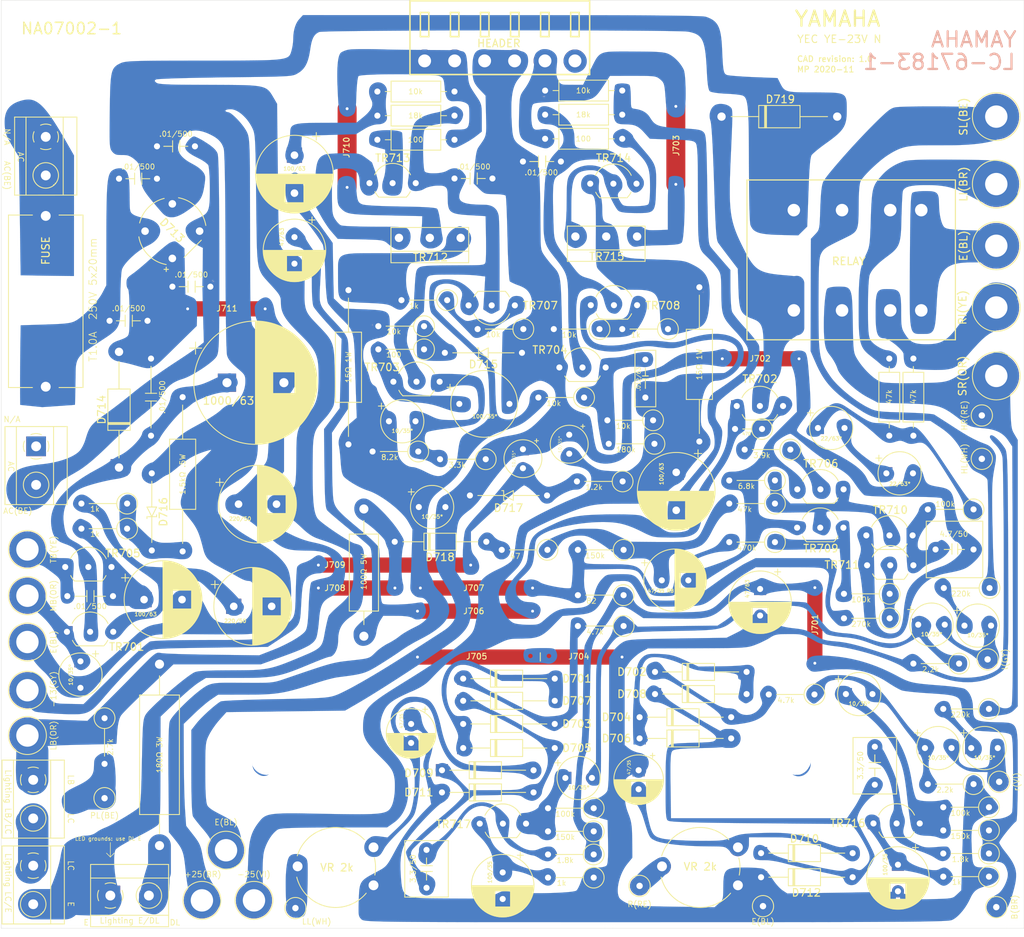
<source format=kicad_pcb>
(kicad_pcb (version 20171130) (host pcbnew 5.1.7)
  (title_block (rev 1))
  (layers (0 Front signal) (31 Back signal) (34 B.Paste user) (35 F.Paste user) (36 B.SilkS user) (37 F.SilkS user) (38 B.Mask user) (39 F.Mask user) (44 Edge.Cuts user))
  (net 0 "")
  (module relayboard:ceramic_cap_P5+mm (layer Front) (at 74.5998 108.8898)
    (fp_text reference .01/500 (at 2.9972 1.3462) (layer F.SilkS) (effects (font (size 0.7 0.7) (thickness 0.1))))
    (fp_text value ceramic_cap_P5+mm)
    (pad 2 thru_hole circle (at 6.016 0) (size 1.6 1.6) (drill 0.8) (layers *.Cu *.Mask))
    (pad 1 thru_hole circle (at 0 0) (size 1.6 1.6) (drill 0.8) (layers *.Cu *.Mask))
  )
  (module relayboard:ceramic_cap_P10+mm (layer Front) (at 85.6234 77.597 270)
    (fp_text reference .01/500 (at 5.08 -1.5 270) (layer F.SilkS) (effects (font (size 0.7 0.7) (thickness 0.1))))
    (fp_text value ceramic_cap_P10+mm)
    (pad 2 thru_hole circle (at 10.16 0 270) (size 1.6 1.6) (drill 0.8) (layers *.Cu *.Mask))
    (pad 1 thru_hole circle (at 0 0 270) (size 1.6 1.6) (drill 0.8) (layers *.Cu *.Mask))
  )
  (module relayboard:ceramic_cap_P5.00mm (layer Front) (at 80.1624 72.6186)
    (fp_text reference .01/500 (at 2.5146 -1.6256) (layer F.SilkS) (effects (font (size 0.7 0.7) (thickness 0.1))))
    (fp_text value ceramic_cap_P5.00mm)
    (pad 2 thru_hole circle (at 5 0) (size 1.6 1.6) (drill 0.8) (layers *.Cu *.Mask))
    (pad 1 thru_hole circle (at 0 0) (size 1.6 1.6) (drill 0.8) (layers *.Cu *.Mask))
  )
  (module relayboard:ceramic_cap_P5.00mm (layer Front) (at 88.4428 68.1228)
    (fp_text reference .01/500 (at 2.4892 -1.5748) (layer F.SilkS) (effects (font (size 0.7 0.7) (thickness 0.1))))
    (fp_text value ceramic_cap_P5.00mm)
    (pad 2 thru_hole circle (at 5 0) (size 1.6 1.6) (drill 0.8) (layers *.Cu *.Mask))
    (pad 1 thru_hole circle (at 0 0) (size 1.6 1.6) (drill 0.8) (layers *.Cu *.Mask))
  )
  (module relayboard:ceramic_cap_P5.00mm (layer Front) (at 81.407 53.8988)
    (fp_text reference .01/500 (at 2.54 -1.5748) (layer F.SilkS) (effects (font (size 0.7 0.7) (thickness 0.1))))
    (fp_text value ceramic_cap_P5.00mm)
    (pad 2 thru_hole circle (at 5 0) (size 1.6 1.6) (drill 0.8) (layers *.Cu *.Mask))
    (pad 1 thru_hole circle (at 0 0) (size 1.6 1.6) (drill 0.8) (layers *.Cu *.Mask))
  )
  (module relayboard:ceramic_cap_P5.00mm (layer Front) (at 86.4108 49.6316)
    (fp_text reference .01/500 (at 2.4892 -1.6256) (layer F.SilkS) (effects (font (size 0.7 0.7) (thickness 0.1))))
    (fp_text value ceramic_cap_P5.00mm)
    (pad 2 thru_hole circle (at 5 0) (size 1.6 1.6) (drill 0.8) (layers *.Cu *.Mask))
    (pad 1 thru_hole circle (at 0 0) (size 1.6 1.6) (drill 0.8) (layers *.Cu *.Mask))
  )
  (module relayboard:ceramic_cap_P5.00mm (layer Front) (at 125.603 53.8734)
    (fp_text reference .01/500 (at 2.54 -1.5494) (layer F.SilkS) (effects (font (size 0.7 0.7) (thickness 0.1))))
    (fp_text value ceramic_cap_P5.00mm)
    (pad 2 thru_hole circle (at 5 0) (size 1.6 1.6) (drill 0.8) (layers *.Cu *.Mask))
    (pad 1 thru_hole circle (at 0 0) (size 1.6 1.6) (drill 0.8) (layers *.Cu *.Mask))
  )
  (module relayboard:ceramic_cap_P5.00mm (layer Front) (at 134.62 51.6382)
    (fp_text reference .01/500 (at 2.413 1.4478) (layer F.SilkS) (effects (font (size 0.7 0.7) (thickness 0.1))))
    (fp_text value ceramic_cap_P5.00mm)
    (pad 2 thru_hole circle (at 5 0) (size 1.6 1.6) (drill 0.8) (layers *.Cu *.Mask))
    (pad 1 thru_hole circle (at 0 0) (size 1.6 1.6) (drill 0.8) (layers *.Cu *.Mask))
  )
  (module relayboard:DO-35_diode_P12mm (layer Front) (at 117.094 101.727)
    (fp_text reference D718 (at 6.604 2.032) (layer F.SilkS))
    (fp_text value DO-35_diode_P12mm)
    (pad 1 thru_hole rect (at 0.635 0) (size 1.6 1.6) (drill 0.8) (layers *.Cu *.Mask))
    (pad 2 thru_hole oval (at 12.7 0) (size 1.6 1.6) (drill 0.8) (layers *.Cu *.Mask))
  )
  (module relayboard:PResistor_DIN0411_5W_special (layer Front) (at 113.665 112.649 90)
    (fp_text reference "100Ω 5W" (at 6.985 0 90) (layer F.SilkS) (effects (font (size 0.7 0.7) (thickness 0.1))))
    (fp_text value PResistor_DIN0411_5W_special)
    (pad 2 thru_hole oval (at 15.24 0 90) (size 2.4 2.4) (drill 1.2) (layers *.Cu *.Mask))
    (pad 1 thru_hole circle (at -1.524 0 90) (size 2.4 2.4) (drill 1.2) (layers *.Cu *.Mask))
  )
  (module relayboard:PResistor_DIN0516_P26mm (layer Front) (at 86.741 143.256 90)
    (fp_text reference "180Ω 3W" (at 13.462 0 90) (layer F.SilkS) (effects (font (size 0.7 0.7) (thickness 0.1))))
    (fp_text value PResistor_DIN0516_P26mm)
    (pad 2 thru_hole oval (at 25.4 0 90) (size 2.4 2.4) (drill 1.2) (layers *.Cu *.Mask))
    (pad 1 thru_hole circle (at 1.5 0 90) (size 2.4 2.4) (drill 1.2) (layers *.Cu *.Mask))
  )
  (module relayboard:Turret_Smol_6821 (layer Front) (at 79.502 135.509)
    (fp_text reference "PL(BE)" (at 0 2.286) (layer F.SilkS) (effects (font (size 0.75 0.75) (thickness 0.1))))
    (fp_text value Turret_Smol_6821)
    (pad 1 thru_hole circle (at 0 0) (size 2.5 2.5) (drill 0.838) (layers *.Cu *.Mask))
  )
  (module relayboard:Turret_Smol_6821 (layer Front) (at 195.072 85.09)
    (fp_text reference "HR(RE)" (at -2.286 0 90) (layer F.SilkS) (effects (font (size 0.75 0.75) (thickness 0.1))))
    (fp_text value Turret_Smol_6821)
    (pad 1 thru_hole circle (at 0 0) (size 2.5 2.5) (drill 0.838) (layers *.Cu *.Mask))
  )
  (module relayboard:Turret_Smol_6821 (layer Front) (at 195.072 90.805)
    (fp_text reference "HL(WH)" (at -2.286 0 90) (layer F.SilkS) (effects (font (size 0.75 0.75) (thickness 0.1))))
    (fp_text value Turret_Smol_6821)
    (pad 1 thru_hole circle (at 0 0) (size 2.5 2.5) (drill 0.838) (layers *.Cu *.Mask))
  )
  (module relayboard:Turret_Large_smallpad_2801-3 (layer Front) (at 99.187 148.971)
    (fp_text reference "-25(VI)" (at 0 -3.429) (layer F.SilkS) (effects (font (size 0.75 0.75) (thickness 0.1))))
    (fp_text value Turret_Large_smallpad_2801-3)
    (pad 1 thru_hole circle (at 0 0) (size 4.75 4.75) (drill 2.946) (layers *.Cu *.Mask))
  )
  (module relayboard:Turret_Large_smallpad_2801-3 (layer Front) (at 92.329 148.971)
    (fp_text reference "+25(BR)" (at 0.127 -3.429) (layer F.SilkS) (effects (font (size 0.75 0.75) (thickness 0.1))))
    (fp_text value Turret_Large_smallpad_2801-3)
    (pad 1 thru_hole circle (at 0 0) (size 4.75 4.75) (drill 2.946) (layers *.Cu *.Mask))
  )
  (module relayboard:Turret_Large_smallpad_2801-3 (layer Front) (at 95.504 142.367)
    (fp_text reference "E(BL)" (at 0 -3.683) (layer F.SilkS) (effects (font (size 0.75 0.75) (thickness 0.1))))
    (fp_text value Turret_Large_smallpad_2801-3)
    (pad 1 thru_hole circle (at 0 0) (size 4.75 4.75) (drill 2.946) (layers *.Cu *.Mask))
  )
  (module relayboard:Turret_Large_smallpad_2801-3 (layer Front) (at 69.342 102.743)
    (fp_text reference "TB(YE)" (at 3.429 0 -90) (layer F.SilkS) (effects (font (size 0.75 0.75) (thickness 0.1))))
    (fp_text value Turret_Large_smallpad_2801-3)
    (pad 1 thru_hole circle (at 0 0) (size 4.75 4.75) (drill 2.946) (layers *.Cu *.Mask))
  )
  (module relayboard:Turret_Large_smallpad_2801-3 (layer Front) (at 69.342 108.839)
    (fp_text reference "MB(OR)" (at 3.429 0 -90) (layer F.SilkS) (effects (font (size 0.75 0.75) (thickness 0.1))))
    (fp_text value Turret_Large_smallpad_2801-3)
    (pad 1 thru_hole circle (at 0 0) (size 4.75 4.75) (drill 2.946) (layers *.Cu *.Mask))
  )
  (module relayboard:Turret_Large_smallpad_2801-3 (layer Front) (at 69.342 114.935)
    (fp_text reference "E(BL)" (at 3.429 0 -90) (layer F.SilkS) (effects (font (size 0.75 0.75) (thickness 0.1))))
    (fp_text value Turret_Large_smallpad_2801-3)
    (pad 1 thru_hole circle (at 0 0) (size 4.75 4.75) (drill 2.946) (layers *.Cu *.Mask))
  )
  (module relayboard:Turret_Large_smallpad_2801-3 (layer Front) (at 69.342 121.285)
    (fp_text reference "-13(GY)" (at 3.429 -0.127 -90) (layer F.SilkS) (effects (font (size 0.75 0.75) (thickness 0.1))))
    (fp_text value Turret_Large_smallpad_2801-3)
    (pad 1 thru_hole circle (at 0 0) (size 4.75 4.75) (drill 2.946) (layers *.Cu *.Mask))
  )
  (module relayboard:Turret_Large_smallpad_2801-3 (layer Front) (at 69.342 127.254)
    (fp_text reference "LB(OR)" (at 3.429 0 -90) (layer F.SilkS) (effects (font (size 0.75 0.75) (thickness 0.1))))
    (fp_text value Turret_Large_smallpad_2801-3)
    (pad 1 thru_hole circle (at 0 0) (size 4.75 4.75) (drill 2.946) (layers *.Cu *.Mask))
  )
  (module relayboard:Turret_Smol_6821 (layer Front) (at 196.977 149.86)
    (fp_text reference "B(BR)" (at 2.413 0 90) (layer F.SilkS) (effects (font (size 0.75 0.75) (thickness 0.1))))
    (fp_text value Turret_Smol_6821)
    (pad 1 thru_hole circle (at 0 0) (size 2.5 2.5) (drill 0.838) (layers *.Cu *.Mask))
  )
  (module relayboard:Turret_Smol_6821 (layer Front) (at 166.243 149.733)
    (fp_text reference "E(BL)" (at 0 2.032) (layer F.SilkS) (effects (font (size 0.75 0.75) (thickness 0.1))))
    (fp_text value Turret_Smol_6821)
    (pad 1 thru_hole circle (at 0 0) (size 2.5 2.5) (drill 0.838) (layers *.Cu *.Mask))
  )
  (module relayboard:Turret_Smol_6821 (layer Front) (at 149.987 147.066)
    (fp_text reference "R(RE)" (at 0 2.413) (layer F.SilkS) (effects (font (size 0.75 0.75) (thickness 0.1))))
    (fp_text value Turret_Smol_6821)
    (pad 1 thru_hole circle (at 0 0) (size 2.5 2.5) (drill 0.838) (layers *.Cu *.Mask))
  )
  (module relayboard:Turret_Smol_6821 (layer Front) (at 104.648 149.987)
    (fp_text reference "LL(WH)" (at 2.794 1.778) (layer F.SilkS) (effects (font (size 0.75 0.75) (thickness 0.1))))
    (fp_text value Turret_Smol_6821)
    (pad 1 thru_hole circle (at 0 0) (size 2.5 2.5) (drill 0.838) (layers *.Cu *.Mask))
  )
  (module relayboard:Turret_Smol_6821 (layer Front) (at 197.358 133.35)
    (fp_text reference "r(VI)" (at 2.286 0 90) (layer F.SilkS) (effects (font (size 0.75 0.75) (thickness 0.1))))
    (fp_text value Turret_Smol_6821)
    (pad 1 thru_hole circle (at 0 0) (size 2.5 2.5) (drill 0.838) (layers *.Cu *.Mask))
  )
  (module relayboard:Turret_Smol_6821 (layer Front) (at 195.834 117.221)
    (fp_text reference "l(GY)" (at 2.286 0 90) (layer F.SilkS) (effects (font (size 0.75 0.75) (thickness 0.1))))
    (fp_text value Turret_Smol_6821)
    (pad 1 thru_hole circle (at 0 0) (size 2.5 2.5) (drill 0.838) (layers *.Cu *.Mask))
  )
  (module relayboard:Turret_Large_2801-3 (layer Front) (at 196.977 79.883)
    (fp_text reference "SR(OR)" (at -4.445 0 90) (layer F.SilkS))
    (fp_text value Turret_Large_2801-3)
    (pad 1 thru_hole circle (at 0 0) (size 6 6) (drill 2.946) (layers *.Cu *.Mask))
  )
  (module relayboard:Turret_Large_2801-3 (layer Front) (at 196.977 70.866)
    (fp_text reference "RI(YE)" (at -4.445 0 90) (layer F.SilkS))
    (fp_text value Turret_Large_2801-3)
    (pad 1 thru_hole circle (at 0 0) (size 6 6) (drill 2.946) (layers *.Cu *.Mask))
  )
  (module relayboard:Turret_Large_2801-3 (layer Front) (at 196.977 45.72)
    (fp_text reference "SL(BE)" (at -4.318 0 90) (layer F.SilkS))
    (fp_text value Turret_Large_2801-3)
    (pad 1 thru_hole circle (at 0 0) (size 6 6) (drill 2.946) (layers *.Cu *.Mask))
  )
  (module relayboard:Turret_Large_2801-3 (layer Front) (at 196.977 54.61)
    (fp_text reference "LI(BR)" (at -4.318 0 90) (layer F.SilkS))
    (fp_text value Turret_Large_2801-3)
    (pad 1 thru_hole circle (at 0 0) (size 6 6) (drill 2.946) (layers *.Cu *.Mask))
  )
  (module relayboard:Turret_Large_2801-3 (layer Front) (at 196.977 62.738)
    (fp_text reference "E(BL)" (at -4.318 0 90) (layer F.SilkS))
    (fp_text value Turret_Large_2801-3)
    (pad 1 thru_hole circle (at 0 0) (size 6 6) (drill 2.946) (layers *.Cu *.Mask))
  )
  (module relayboard2:Potentiometer_Piher_PT-10-V10_Vertical (layer Front) (at 162.941 141.986 180)
    (fp_text reference "VR 2k" (at 4.953 -2.54 180) (layer F.SilkS))
    (fp_text value R_POT_US hide)
    (pad 3 thru_hole circle (at 0 -5 180) (size 2.34 2.34) (drill 1.3) (layers *.Cu *.Mask))
    (pad 2 thru_hole circle (at 10 -2.5 180) (size 2.34 2.34) (drill 1.3) (layers *.Cu *.Mask))
    (pad 1 thru_hole circle (at 0 0 180) (size 2.34 2.34) (drill 1.3) (layers *.Cu *.Mask))
  )
  (module relayboard2:Potentiometer_Piher_PT-10-V10_Vertical (layer Front) (at 114.935 141.986 180)
    (fp_text reference "VR 2k" (at 4.826 -2.667 180) (layer F.SilkS))
    (fp_text value R_POT_US hide)
    (pad 3 thru_hole circle (at 0 -5 180) (size 2.34 2.34) (drill 1.3) (layers *.Cu *.Mask))
    (pad 2 thru_hole circle (at 10 -2.5 180) (size 2.34 2.34) (drill 1.3) (layers *.Cu *.Mask))
    (pad 1 thru_hole circle (at 0 0 180) (size 2.34 2.34) (drill 1.3) (layers *.Cu *.Mask))
  )
  (module relayboard:MountingHole_4mm (layer Front) (at 170.561 130.429)
    (fp_text reference MH2 (at 0 0) (layer F.SilkS))
    (fp_text value MountingHole_4mm)
    (pad "" np_thru_hole circle (at 0 0) (size 4 4) (drill 4) (layers *.Cu *.Mask))
  )
  (module relayboard:MountingHole_4mm (layer Front) (at 100.838 130.429)
    (fp_text reference MH1 (at 0 0) (layer F.SilkS))
    (fp_text value MountingHole_4mm)
    (pad "" np_thru_hole circle (at 0 0) (size 4 4) (drill 4) (layers *.Cu *.Mask))
  )
  (module relayboard:TerminalBlock_Phoenix_MKDSN_1x2_P5.08mm (layer Front) (at 80.264 148.336)
    (fp_text reference "Lighting E/DL" (at 2.54 3.302) (layer F.SilkS) (effects (font (size 0.75 0.75) (thickness 0.1))))
    (fp_text value TerminalBlock_Phoenix_MKDSN_1x2_P5.08mm)
    (pad 1 thru_hole rect (at 0 0) (size 2.6 2.6) (drill 1.3) (layers *.Cu *.Mask))
    (pad 2 thru_hole circle (at 5.08 0) (size 2.6 2.6) (drill 1.3) (layers *.Cu *.Mask))
  )
  (module relayboard:TerminalBlock_Phoenix_MKDSN_1x2_P5.08mm (layer Front) (at 70.104 144.399 270)
    (fp_text reference "Lighting LC/E" (at 2.286 3.302 270 unlocked) (layer F.SilkS) (effects (font (size 0.75 0.75) (thickness 0.1))))
    (fp_text value TerminalBlock_Phoenix_MKDSN_1x2_P5.08mm)
    (pad 1 thru_hole rect (at 0 0 270) (size 2.6 2.6) (drill 1.3) (layers *.Cu *.Mask))
    (pad 2 thru_hole circle (at 5.08 0 270) (size 2.6 2.6) (drill 1.3) (layers *.Cu *.Mask))
  )
  (module relayboard:TerminalBlock_Phoenix_MKDSN_1x2_P5.08mm (layer Front) (at 70.104 133.096 270)
    (fp_text reference "Lighting LB/LC" (at 2.921 3.302 270 unlocked) (layer F.SilkS) (effects (font (size 0.75 0.75) (thickness 0.1))))
    (fp_text value TerminalBlock_Phoenix_MKDSN_1x2_P5.08mm)
    (pad 1 thru_hole rect (at 0 0 270) (size 2.6 2.6) (drill 1.3) (layers *.Cu *.Mask))
    (pad 2 thru_hole circle (at 5.08 0 270) (size 2.6 2.6) (drill 1.3) (layers *.Cu *.Mask))
  )
  (module relayboard2:Molex_KK396_09-48-3065 (layer Front) (at 131.572 39.878)
    (fp_text reference HEADER (at -0.127 -3.81) (layer F.SilkS))
    (fp_text value Molex_KK396_09-48-3065)
    (pad 1 thru_hole circle (at -9.906 -1.5) (size 3 3) (drill 1.7) (layers *.Cu *.Mask))
    (pad 2 thru_hole circle (at -5.95 -1.5) (size 3 3) (drill 1.7) (layers *.Cu *.Mask))
    (pad 2 thru_hole circle (at -2 -1.5) (size 3 3) (drill 1.7) (layers *.Cu *.Mask))
    (pad 2 thru_hole circle (at 1.95 -1.5) (size 3 3) (drill 1.7) (layers *.Cu *.Mask))
    (pad 2 thru_hole circle (at 5.95 -1.5) (size 3 3) (drill 1.7) (layers *.Cu *.Mask))
    (pad 2 thru_hole circle (at 9.9 -1.5) (size 3 3) (drill 1.7) (layers *.Cu *.Mask))
  )
  (module relayboard:TerminalBlock_Phoenix_MKDSN_1x2_P5.08mm (layer Front) (at 70.485 89.154 270)
    (fp_text reference AC (at 2.667 3.302 270 unlocked) (layer F.SilkS) (effects (font (size 0.75 0.75) (thickness 0.1))))
    (fp_text value TerminalBlock_Phoenix_MKDSN_1x2_P5.08mm)
    (pad 1 thru_hole rect (at 0 0 270) (size 2.6 2.6) (drill 1.3) (layers *.Cu *.Mask))
    (pad 2 thru_hole circle (at 5.08 0 270) (size 2.6 2.6) (drill 1.3) (layers *.Cu *.Mask))
  )
  (module relayboard:TerminalBlock_Phoenix_MKDSN_1x2_P5.08mm (layer Front) (at 71.755 48.387 270)
    (fp_text reference AC (at 2.667 3.302 270 unlocked) (layer F.SilkS) (effects (font (size 0.75 0.75) (thickness 0.1))))
    (fp_text value TerminalBlock_Phoenix_MKDSN_1x2_P5.08mm)
    (pad 1 thru_hole rect (at 0 0 270) (size 2.6 2.6) (drill 1.3) (layers *.Cu *.Mask))
    (pad 2 thru_hole circle (at 5.08 0 270) (size 2.6 2.6) (drill 1.3) (layers *.Cu *.Mask))
  )
  (module relayboard:relayboard_bcu (layer Front) (at 132.7531 92.2909)
    (fp_text reference G*** hide)
    (fp_text value LOGO hide)
    (fp_poly (pts (xy 63.614226 -4.5916) (xy 63.671259 -4.576312) (xy 63.699913 -4.566701) (xy 63.801324 -4.523257) (xy 63.911608 -4.46097) (xy 64.029639 -4.380834) (xy 64.154288 -4.283839) (xy 64.28443 -4.17098) (xy 64.418936 -4.043247) (xy 64.556682 -3.901633) (xy 64.696539 -3.747131) (xy 64.83738 -3.580732) (xy 64.881589 -3.526235) (xy 64.956796 -3.430965) (xy 65.032456 -3.332097) (xy 65.106678 -3.232312) (xy 65.17757 -3.134294) (xy 65.243241 -3.040727) (xy 65.301799 -2.954294) (xy 65.351353 -2.877677) (xy 65.390012 -2.81356) (xy 65.410077 -2.776563) (xy 65.433735 -2.726014) (xy 65.456109 -2.670318) (xy 65.477245 -2.60879) (xy 65.497189 -2.540745) (xy 65.515987 -2.465497) (xy 65.533685 -2.382362) (xy 65.550328 -2.290654) (xy 65.565962 -2.189687) (xy 65.580634 -2.078778) (xy 65.594388 -1.95724) (xy 65.607272 -1.824388) (xy 65.61933 -1.679537) (xy 65.630609 -1.522003) (xy 65.641155 -1.351099) (xy 65.651012 -1.166141) (xy 65.660228 -0.966443) (xy 65.668848 -0.75132) (xy 65.676918 -0.520088) (xy 65.684484 -0.27206) (xy 65.691591 -0.006552) (xy 65.698285 0.277122) (xy 65.704613 0.579647) (xy 65.71062 0.901707) (xy 65.716352 1.243989) (xy 65.721854 1.607177) (xy 65.726678 1.954701) (xy 65.729168 2.150551) (xy 65.731696 2.367875) (xy 65.73426 2.605934) (xy 65.736854 2.863989) (xy 65.739476 3.141301) (xy 65.742121 3.437133) (xy 65.744784 3.750745) (xy 65.747462 4.081398) (xy 65.75015 4.428354) (xy 65.752845 4.790873) (xy 65.755542 5.168219) (xy 65.758237 5.55965) (xy 65.760926 5.96443) (xy 65.763605 6.381819) (xy 65.766269 6.811078) (xy 65.768916 7.251468) (xy 65.77154 7.702252) (xy 65.774137 8.16269) (xy 65.776703 8.632044) (xy 65.779235 9.109574) (xy 65.781728 9.594542) (xy 65.784178 10.08621) (xy 65.78658 10.583839) (xy 65.788931 11.086689) (xy 65.791227 11.594023) (xy 65.793463 12.105101) (xy 65.795635 12.619185) (xy 65.79774 13.135536) (xy 65.799773 13.653415) (xy 65.80173 14.172084) (xy 65.803606 14.690804) (xy 65.805398 15.208837) (xy 65.807102 15.725442) (xy 65.808714 16.239883) (xy 65.810228 16.751419) (xy 65.811264 17.120289) (xy 65.812487 17.633554) (xy 65.813266 18.125155) (xy 65.813583 18.595638) (xy 65.813418 19.045548) (xy 65.812752 19.475428) (xy 65.811567 19.885825) (xy 65.809842 20.277284) (xy 65.80756 20.650348) (xy 65.804702 21.005564) (xy 65.801247 21.343477) (xy 65.797177 21.66463) (xy 65.792474 21.96957) (xy 65.787118 22.25884) (xy 65.781089 22.532987) (xy 65.77437 22.792555) (xy 65.76694 23.038088) (xy 65.758782 23.270133) (xy 65.749875 23.489234) (xy 65.740201 23.695935) (xy 65.729741 23.890783) (xy 65.718476 24.074321) (xy 65.706387 24.247095) (xy 65.693454 24.40965) (xy 65.679659 24.56253) (xy 65.664982 24.706281) (xy 65.649405 24.841448) (xy 65.632909 24.968576) (xy 65.615474 25.088209) (xy 65.597082 25.200892) (xy 65.577713 25.307171) (xy 65.557348 25.40759) (xy 65.535969 25.502695) (xy 65.5156 25.585144) (xy 65.463132 25.76499) (xy 65.402892 25.925863) (xy 65.33345 26.070079) (xy 65.253375 26.199953) (xy 65.161236 26.317802) (xy 65.055602 26.425942) (xy 64.935042 26.526687) (xy 64.932707 26.528462) (xy 64.890223 26.559574) (xy 64.832341 26.600333) (xy 64.762427 26.6485) (xy 64.683847 26.701836) (xy 64.599969 26.758102) (xy 64.514159 26.81506) (xy 64.429783 26.87047) (xy 64.350209 26.922094) (xy 64.278801 26.967692) (xy 64.218928 27.005027) (xy 64.188588 27.02333) (xy 63.888603 27.188795) (xy 63.57586 27.337777) (xy 63.24997 27.470388) (xy 62.91054 27.586742) (xy 62.557181 27.686951) (xy 62.189503 27.771128) (xy 61.807113 27.839386) (xy 61.409622 27.891838) (xy 61.073284 27.923046) (xy 60.990175 27.928002) (xy 60.888746 27.931824) (xy 60.77286 27.934532) (xy 60.646377 27.936143) (xy 60.513161 27.936674) (xy 60.377075 27.936144) (xy 60.241979 27.934569) (xy 60.111738 27.931969) (xy 59.990213 27.92836) (xy 59.881266 27.923761) (xy 59.788761 27.918189) (xy 59.773852 27.917061) (xy 59.316976 27.872221) (xy 58.871229 27.810165) (xy 58.432911 27.730213) (xy 57.99832 27.631683) (xy 57.563755 27.513896) (xy 57.535943 27.505712) (xy 57.388465 27.461291) (xy 57.249057 27.417456) (xy 57.114211 27.372928) (xy 56.980424 27.326426) (xy 56.844191 27.276669) (xy 56.702006 27.222378) (xy 56.550364 27.162271) (xy 56.385761 27.095069) (xy 56.204691 27.019491) (xy 56.203192 27.01886) (xy 55.980477 26.926051) (xy 55.775701 26.843012) (xy 55.587035 26.769382) (xy 55.412651 26.704802) (xy 55.250719 26.648913) (xy 55.099409 26.601355) (xy 54.956894 26.561767) (xy 54.821344 26.529791) (xy 54.69093 26.505067) (xy 54.563822 26.487235) (xy 54.438192 26.475935) (xy 54.312211 26.470808) (xy 54.184049 26.471494) (xy 54.051877 26.477634) (xy 53.913866 26.488867) (xy 53.768188 26.504834) (xy 53.65986 26.518745) (xy 53.568912 26.530364) (xy 53.490592 26.53863) (xy 53.417156 26.544046) (xy 53.340862 26.547119) (xy 53.253967 26.548353) (xy 53.204504 26.548439) (xy 53.123152 26.548102) (xy 53.059913 26.547089) (xy 53.010692 26.545086) (xy 52.971392 26.54178) (xy 52.937918 26.536856) (xy 52.906172 26.530003) (xy 52.882423 26.523789) (xy 52.787469 26.492592) (xy 52.690464 26.450085) (xy 52.589069 26.394903) (xy 52.480944 26.325681) (xy 52.363749 26.241056) (xy 52.264258 26.163254) (xy 52.208069 26.118947) (xy 52.147677 26.072812) (xy 52.089901 26.029974) (xy 52.041561 25.995559) (xy 52.03658 25.992145) (xy 51.880242 25.891182) (xy 51.703138 25.787028) (xy 51.506425 25.680083) (xy 51.291258 25.570745) (xy 51.093067 25.475829) (xy 53.015256 25.475829) (xy 53.019514 25.539733) (xy 53.035206 25.595425) (xy 53.040076 25.605466) (xy 53.086739 25.671983) (xy 53.145771 25.72342) (xy 53.213659 25.75849) (xy 53.286891 25.775906) (xy 53.361959 25.774381) (xy 53.435348 25.75263) (xy 53.438158 25.75134) (xy 53.495812 25.714502) (xy 53.546577 25.663334) (xy 53.586788 25.603208) (xy 53.61278 25.539497) (xy 53.620988 25.483297) (xy 53.610799 25.418891) (xy 53.582608 25.354236) (xy 53.539978 25.294403) (xy 53.486473 25.244465) (xy 53.429839 25.211245) (xy 53.369036 25.194553) (xy 53.30032 25.190589) (xy 53.233077 25.199192) (xy 53.185852 25.2154) (xy 53.131667 25.250919) (xy 53.081181 25.30057) (xy 53.042167 25.356649) (xy 53.040923 25.358977) (xy 53.022403 25.412612) (xy 53.015256 25.475829) (xy 51.093067 25.475829) (xy 51.058793 25.459415) (xy 50.810184 25.346492) (xy 50.546588 25.232375) (xy 50.26916 25.117465) (xy 49.979055 25.00216) (xy 49.677428 24.886861) (xy 49.365436 24.771967) (xy 49.044233 24.657877) (xy 48.714976 24.544992) (xy 48.378819 24.43371) (xy 48.036918 24.324431) (xy 47.690428 24.217555) (xy 47.340506 24.113481) (xy 46.988305 24.012609) (xy 46.634983 23.915338) (xy 46.281693 23.822068) (xy 45.929593 23.733199) (xy 45.579836 23.64913) (xy 45.23358 23.570261) (xy 44.891978 23.496991) (xy 44.719327 23.461788) (xy 44.497619 23.418165) (xy 44.29294 23.379591) (xy 44.100867 23.34536) (xy 43.916976 23.314769) (xy 43.736841 23.287111) (xy 43.556039 23.261682) (xy 43.370144 23.237777) (xy 43.174734 23.214691) (xy 43.153345 23.21227) (xy 42.811081 23.171109) (xy 42.488253 23.127011) (xy 42.185229 23.080047) (xy 41.90238 23.030287) (xy 41.640075 22.977801) (xy 41.398683 22.922659) (xy 41.178572 22.864931) (xy 40.980113 22.804687) (xy 40.950792 22.794953) (xy 40.898443 22.777208) (xy 40.852417 22.761047) (xy 40.810219 22.74526) (xy 40.769356 22.728641) (xy 40.727335 22.70998) (xy 40.681663 22.688068) (xy 40.629846 22.661697) (xy 40.56939 22.629658) (xy 40.497803 22.590743) (xy 40.41259 22.543744) (xy 40.311259 22.487451) (xy 40.276826 22.468282) (xy 40.067367 22.352309) (xy 39.875103 22.247458) (xy 39.698358 22.153137) (xy 39.535455 22.06875) (xy 39.384721 21.993702) (xy 39.244477 21.9274) (xy 39.11305 21.869248) (xy 38.988763 21.818653) (xy 38.86994 21.77502) (xy 38.754906 21.737753) (xy 38.641985 21.70626) (xy 38.529501 21.679944) (xy 38.415778 21.658213) (xy 38.299141 21.640471) (xy 38.177914 21.626123) (xy 38.050421 21.614575) (xy 37.914986 21.605234) (xy 37.830848 21.600525) (xy 37.773946 21.598286) (xy 37.698453 21.596437) (xy 37.60665 21.594963) (xy 37.500818 21.593853) (xy 37.383237 21.593094) (xy 37.256189 21.592673) (xy 37.121954 21.592578) (xy 36.982812 21.592796) (xy 36.841045 21.593313) (xy 36.698933 21.594118) (xy 36.558757 21.595198) (xy 36.422797 21.596541) (xy 36.293335 21.598132) (xy 36.172651 21.599961) (xy 36.063025 21.602013) (xy 35.966739 21.604278) (xy 35.886074 21.60674) (xy 35.823309 21.60939) (xy 35.784347 21.611894) (xy 35.605151 21.629172) (xy 35.444687 21.649684) (xy 35.29958 21.674508) (xy 35.166455 21.704725) (xy 35.041935 21.741413) (xy 34.922646 21.785653) (xy 34.805212 21.838522) (xy 34.686258 21.901102) (xy 34.562407 21.974471) (xy 34.473809 22.030985) (xy 34.389707 22.085219) (xy 34.309279 22.135418) (xy 34.229192 22.183452) (xy 34.146112 22.23119) (xy 34.056707 22.280502) (xy 33.957644 22.333257) (xy 33.845588 22.391326) (xy 33.717209 22.456578) (xy 33.696371 22.467084) (xy 33.404932 22.610567) (xy 33.125033 22.741634) (xy 32.857676 22.859858) (xy 32.603865 22.964813) (xy 32.364604 23.05607) (xy 32.140895 23.133202) (xy 32.105759 23.144475) (xy 32.0007 23.176433) (xy 31.894294 23.205886) (xy 31.785274 23.232959) (xy 31.672373 23.257774) (xy 31.554324 23.280455) (xy 31.429861 23.301127) (xy 31.297718 23.319912) (xy 31.156626 23.336934) (xy 31.005321 23.352317) (xy 30.842534 23.366184) (xy 30.667 23.37866) (xy 30.477452 23.389867) (xy 30.272623 23.399929) (xy 30.051247 23.40897) (xy 29.812056 23.417114) (xy 29.553785 23.424483) (xy 29.275167 23.431202) (xy 29.137254 23.434162) (xy 29.046764 23.435823) (xy 28.934683 23.437511) (xy 28.801635 23.439223) (xy 28.648242 23.440955) (xy 28.475126 23.442705) (xy 28.282909 23.444467) (xy 28.072215 23.44624) (xy 27.843665 23.448019) (xy 27.597882 23.449801) (xy 27.335488 23.451583) (xy 27.057106 23.453361) (xy 26.763358 23.455131) (xy 26.454867 23.456891) (xy 26.132255 23.458636) (xy 25.796144 23.460364) (xy 25.447157 23.46207) (xy 25.085916 23.463752) (xy 24.713044 23.465405) (xy 24.329163 23.467027) (xy 23.934896 23.468614) (xy 23.530864 23.470162) (xy 23.117691 23.471668) (xy 22.695999 23.473129) (xy 22.26641 23.474541) (xy 21.829547 23.475901) (xy 21.422152 23.477101) (xy 18.316145 23.486007) (xy 17.890364 23.717619) (xy 17.76356 23.786704) (xy 17.654322 23.846503) (xy 17.560628 23.898198) (xy 17.480451 23.942973) (xy 17.411769 23.98201) (xy 17.352558 24.016491) (xy 17.300793 24.047599) (xy 17.25445 24.076517) (xy 17.211504 24.104428) (xy 17.169933 24.132514) (xy 17.127711 24.161958) (xy 17.117448 24.169222) (xy 16.972615 24.276331) (xy 16.822361 24.395539) (xy 16.670139 24.523679) (xy 16.519402 24.657585) (xy 16.373603 24.794091) (xy 16.236195 24.930032) (xy 16.110632 25.06224) (xy 16.000367 25.187551) (xy 15.979974 25.21209) (xy 15.954128 25.244989) (xy 15.917436 25.293796) (xy 15.87163 25.35611) (xy 15.818438 25.429529) (xy 15.759593 25.511653) (xy 15.696824 25.600079) (xy 15.631863 25.692407) (xy 15.572425 25.777613) (xy 15.259994 26.227416) (xy 15.261276 36.211938) (xy 15.557726 36.457562) (xy 15.663728 36.544688) (xy 15.756076 36.618847) (xy 15.837573 36.68199) (xy 15.911023 36.736066) (xy 15.97923 36.783026) (xy 16.044999 36.824819) (xy 16.111132 36.863396) (xy 16.180435 36.900707) (xy 16.234172 36.928034) (xy 16.453105 37.029279) (xy 16.671243 37.113605) (xy 16.895094 37.183235) (xy 17.131165 37.240389) (xy 17.17582 37.249597) (xy 17.250553 37.265402) (xy 17.326158 37.282764) (xy 17.39668 37.30022) (xy 17.456165 37.316306) (xy 17.492348 37.327386) (xy 17.657514 37.393316) (xy 17.809952 37.475625) (xy 17.948524 37.573182) (xy 18.072098 37.684853) (xy 18.179537 37.809506) (xy 18.269707 37.946009) (xy 18.341473 38.09323) (xy 18.384804 38.217729) (xy 18.411255 38.322927) (xy 18.427538 38.424251) (xy 18.434586 38.529973) (xy 18.433329 38.648368) (xy 18.433324 38.648497) (xy 18.415734 38.818852) (xy 18.377504 38.982848) (xy 18.319658 39.139034) (xy 18.24322 39.285957) (xy 18.149212 39.422169) (xy 18.038659 39.546217) (xy 17.912584 39.656652) (xy 17.77201 39.752021) (xy 17.617961 39.830875) (xy 17.591149 39.842269) (xy 17.493871 39.879289) (xy 17.39769 39.90888) (xy 17.297989 39.931938) (xy 17.190155 39.949364) (xy 17.069572 39.962056) (xy 16.931625 39.970913) (xy 16.930334 39.970976) (xy 16.776135 39.981916) (xy 16.636317 39.999678) (xy 16.503746 40.025562) (xy 16.371289 40.060867) (xy 16.284159 40.08871) (xy 16.149223 40.137469) (xy 16.031243 40.187467) (xy 15.925004 40.241351) (xy 15.825295 40.301768) (xy 15.726902 40.371365) (xy 15.725807 40.372191) (xy 15.637895 40.443108) (xy 15.562369 40.514697) (xy 15.498231 40.589297) (xy 15.444484 40.669248) (xy 15.400128 40.75689) (xy 15.364166 40.854564) (xy 15.3356 40.964609) (xy 15.313431 41.089365) (xy 15.296661 41.231173) (xy 15.284292 41.392372) (xy 15.283258 41.409664) (xy 15.276032 41.556711) (xy 15.270494 41.719161) (xy 15.266615 41.893516) (xy 15.264368 42.076282) (xy 15.263724 42.263961) (xy 15.264657 42.453058) (xy 15.267136 42.640075) (xy 15.271136 42.821518) (xy 15.276626 42.993888) (xy 15.28358 43.153691) (xy 15.29197 43.29743) (xy 15.299148 43.39213) (xy 15.321214 43.614301) (xy 15.349071 43.826504) (xy 15.383598 44.032331) (xy 15.425675 44.235376) (xy 15.47618 44.43923) (xy 15.535992 44.647486) (xy 15.605991 44.863736) (xy 15.687056 45.091573) (xy 15.765249 45.296852) (xy 15.841408 45.496369) (xy 15.907503 45.680298) (xy 15.964541 45.852305) (xy 16.013529 46.016059) (xy 16.055473 46.175229) (xy 16.09138 46.333482) (xy 16.122258 46.494487) (xy 16.149111 46.661911) (xy 16.158891 46.73105) (xy 16.169724 46.813317) (xy 16.179756 46.896173) (xy 16.18903 46.980756) (xy 16.197587 47.068202) (xy 16.205469 47.15965) (xy 16.212717 47.256237) (xy 16.219373 47.3591) (xy 16.225479 47.469378) (xy 16.231077 47.588207) (xy 16.236209 47.716725) (xy 16.240916 47.856069) (xy 16.24524 48.007378) (xy 16.249222 48.171788) (xy 16.252905 48.350437) (xy 16.25633 48.544463) (xy 16.25954 48.755002) (xy 16.262574 48.983194) (xy 16.265477 49.230174) (xy 16.268288 49.497081) (xy 16.271051 49.785053) (xy 16.271077 49.787906) (xy 16.27287 49.986065) (xy 16.274398 50.163167) (xy 16.275658 50.320363) (xy 16.276647 50.458808) (xy 16.277361 50.579652) (xy 16.277796 50.684051) (xy 16.27795 50.773156) (xy 16.277819 50.84812) (xy 16.277399 50.910097) (xy 16.276687 50.960239) (xy 16.275679 50.9997) (xy 16.274371 51.029631) (xy 16.272762 51.051187) (xy 16.270846 51.06552) (xy 16.268621 51.073782) (xy 16.267201 51.076231) (xy 16.247017 51.100192) (xy 16.214865 51.138995) (xy 16.172548 51.19042) (xy 16.121874 51.252245) (xy 16.064647 51.32225) (xy 16.002672 51.398214) (xy 15.937757 51.477915) (xy 15.871705 51.559134) (xy 15.806323 51.639648) (xy 15.743417 51.717238) (xy 15.684791 51.789682) (xy 15.632252 51.85476) (xy 15.587605 51.910251) (xy 15.552655 51.953933) (xy 15.529209 51.983586) (xy 15.523203 51.991353) (xy 15.376474 52.19561) (xy 15.237272 52.412814) (xy 15.106132 52.641123) (xy 14.983586 52.878697) (xy 14.87017 53.123695) (xy 14.766417 53.374276) (xy 14.67286 53.628599) (xy 14.590034 53.884824) (xy 14.518473 54.141108) (xy 14.45871 54.395612) (xy 14.41128 54.646494) (xy 14.376716 54.891914) (xy 14.355553 55.13003) (xy 14.348324 55.359002) (xy 14.355563 55.576988) (xy 14.377804 55.782149) (xy 14.395068 55.881111) (xy 14.417622 55.977995) (xy 14.446803 56.078532) (xy 14.480201 56.17547) (xy 14.515407 56.261554) (xy 14.534815 56.30193) (xy 14.582096 56.37622) (xy 14.649137 56.455311) (xy 14.73433 56.537941) (xy 14.836065 56.62285) (xy 14.952735 56.708777) (xy 15.082731 56.79446) (xy 15.224442 56.878639) (xy 15.371054 56.957396) (xy 15.526037 57.032945) (xy 15.676075 57.098088) (xy 15.825154 57.153988) (xy 15.977262 57.201806) (xy 16.136382 57.242703) (xy 16.306502 57.277842) (xy 16.491608 57.308384) (xy 16.648273 57.329678) (xy 16.74539 57.341353) (xy 16.846418 57.352468) (xy 16.95213 57.36305) (xy 17.063302 57.373126) (xy 17.180708 57.382724) (xy 17.305125 57.391871) (xy 17.437326 57.400594) (xy 17.578087 57.408922) (xy 17.728183 57.41688) (xy 17.888388 57.424497) (xy 18.059478 57.4318) (xy 18.242228 57.438816) (xy 18.437413 57.445573) (xy 18.645807 57.452098) (xy 18.868186 57.458418) (xy 19.105325 57.464561) (xy 19.357998 57.470554) (xy 19.626981 57.476424) (xy 19.913049 57.482199) (xy 20.216976 57.487906) (xy 20.539537 57.493573) (xy 20.881509 57.499227) (xy 21.243665 57.504894) (xy 21.62678 57.510604) (xy 21.873765 57.514156) (xy 22.190177 57.518673) (xy 22.525409 57.523499) (xy 22.876071 57.528585) (xy 23.238776 57.53388) (xy 23.610133 57.539334) (xy 23.986752 57.544898) (xy 24.365246 57.550521) (xy 24.742224 57.556153) (xy 25.114297 57.561744) (xy 25.478075 57.567244) (xy 25.83017 57.572602) (xy 25.955313 57.574516) (xy 26.086327 57.576504) (xy 26.216856 57.57845) (xy 26.344161 57.580315) (xy 26.465499 57.582061) (xy 26.578132 57.583649) (xy 26.679318 57.58504) (xy 26.766317 57.586196) (xy 26.836389 57.587078) (xy 26.883865 57.587617) (xy 27.107171 57.589918) (xy 27.49051 57.254892) (xy 27.600567 57.158462) (xy 27.695151 57.074894) (xy 27.775706 57.002657) (xy 27.84368 56.940223) (xy 27.900517 56.886062) (xy 27.947665 56.838644) (xy 27.986569 56.796439) (xy 28.018675 56.757919) (xy 28.04543 56.721553) (xy 28.068279 56.685813) (xy 28.088668 56.649168) (xy 28.108044 56.610089) (xy 28.115795 56.593519) (xy 28.13655 56.546126) (xy 28.155161 56.497654) (xy 28.169179 56.454595) (xy 50.979499 56.454595) (xy 50.986505 56.519624) (xy 50.999228 56.560093) (xy 51.035917 56.621823) (xy 51.087536 56.677043) (xy 51.147478 56.719237) (xy 51.172777 56.7312) (xy 51.237885 56.747266) (xy 51.308987 56.748123) (xy 51.376887 56.734148) (xy 51.406911 56.72164) (xy 51.478236 56.674603) (xy 51.531161 56.616203) (xy 51.564892 56.547672) (xy 51.578636 56.470241) (xy 51.578924 56.454945) (xy 51.573078 56.389824) (xy 51.554154 56.33479) (xy 51.51903 56.282162) (xy 51.499636 56.259947) (xy 51.437551 56.20723) (xy 51.368812 56.173979) (xy 51.296567 56.159727) (xy 51.223965 56.164009) (xy 51.154153 56.186357) (xy 51.090279 56.226307) (xy 51.035493 56.28339) (xy 51.004212 56.333339) (xy 50.985469 56.389424) (xy 50.979499 56.454595) (xy 28.169179 56.454595) (xy 28.171765 56.446652) (xy 28.186497 56.391667) (xy 28.199492 56.331246) (xy 28.210887 56.263937) (xy 28.220817 56.188287) (xy 28.229417 56.102844) (xy 28.236825 56.006154) (xy 28.243175 55.896766) (xy 28.248604 55.773226) (xy 28.253246 55.634083) (xy 28.257238 55.477883) (xy 28.260716 55.303173) (xy 28.263814 55.108502) (xy 28.265404 54.992611) (xy 28.267841 54.815182) (xy 28.27028 54.657969) (xy 28.272799 54.518975) (xy 28.274314 54.449524) (xy 30.02031 54.449524) (xy 30.030136 54.528179) (xy 30.057976 54.597746) (xy 30.100895 54.656477) (xy 30.155961 54.702621) (xy 30.22024 54.73443) (xy 30.290799 54.750155) (xy 30.364704 54.748045) (xy 30.439021 54.726351) (xy 30.464006 54.714125) (xy 30.530807 54.666348) (xy 30.579771 54.606243) (xy 30.609809 54.535611) (xy 30.619831 54.457091) (xy 30.609267 54.380914) (xy 30.579765 54.311731) (xy 30.534206 54.252382) (xy 30.475472 54.205709) (xy 30.406444 54.174553) (xy 30.330005 54.161754) (xy 30.32007 54.161587) (xy 30.244905 54.171696) (xy 30.175713 54.200036) (xy 30.115596 54.243631) (xy 30.067654 54.299502) (xy 30.034986 54.364672) (xy 30.020692 54.436163) (xy 30.02031 54.449524) (xy 28.274314 54.449524) (xy 28.275478 54.396204) (xy 28.278396 54.287659) (xy 28.281633 54.191343) (xy 28.285268 54.105261) (xy 28.28938 54.027415) (xy 28.294049 53.955808) (xy 28.299355 53.888446) (xy 28.305375 53.823329) (xy 28.312191 53.758464) (xy 28.315696 53.727453) (xy 28.325345 53.658229) (xy 32.866351 53.658229) (xy 32.877368 53.730865) (xy 32.908954 53.800538) (xy 32.956065 53.859481) (xy 33.022472 53.912405) (xy 33.094036 53.943824) (xy 33.170146 53.953591) (xy 33.250194 53.941557) (xy 33.269484 53.935559) (xy 33.329327 53.904894) (xy 33.384401 53.857988) (xy 33.429038 53.800793) (xy 33.457572 53.739263) (xy 33.458131 53.737376) (xy 33.470937 53.664063) (xy 33.463957 53.5952) (xy 33.436566 53.525312) (xy 33.433215 53.519035) (xy 33.386806 53.455018) (xy 33.328307 53.407283) (xy 33.261269 53.37634) (xy 33.189242 53.362697) (xy 33.115776 53.366863) (xy 33.044421 53.389348) (xy 32.978728 53.430661) (xy 32.956678 53.45071) (xy 32.90601 53.515336) (xy 32.8759 53.585448) (xy 32.866351 53.658229) (xy 28.325345 53.658229) (xy 28.341622 53.541462) (xy 28.375111 53.372955) (xy 28.417177 53.221076) (xy 28.46883 53.08497) (xy 28.531081 52.963781) (xy 28.604943 52.856655) (xy 28.691426 52.762735) (xy 28.791542 52.681166) (xy 28.906303 52.611093) (xy 29.036719 52.551661) (xy 29.183802 52.502013) (xy 29.348564 52.461294) (xy 29.532015 52.428649) (xy 29.735168 52.403223) (xy 29.898662 52.38856) (xy 29.949468 52.385183) (xy 30.017998 52.381418) (xy 30.099773 52.377467) (xy 30.190312 52.373535) (xy 30.285135 52.369825) (xy 30.379761 52.36654) (xy 30.392891 52.36612) (xy 30.615468 52.360413) (xy 30.842294 52.357111) (xy 31.071576 52.356129) (xy 31.301524 52.357381) (xy 31.530346 52.360784) (xy 31.756252 52.366252) (xy 31.977451 52.373701) (xy 32.192152 52.383045) (xy 32.398564 52.394199) (xy 32.594896 52.407079) (xy 32.779358 52.421599) (xy 32.950157 52.437676) (xy 33.105504 52.455223) (xy 33.243607 52.474156) (xy 33.362676 52.49439) (xy 33.439131 52.510538) (xy 33.50863 52.531037) (xy 33.577285 52.560399) (xy 33.647308 52.600188) (xy 33.720912 52.651967) (xy 33.800308 52.717302) (xy 33.88771 52.797754) (xy 33.98533 52.89489) (xy 33.990839 52.900541) (xy 34.076673 52.990667) (xy 34.157353 53.07978) (xy 34.235047 53.170678) (xy 34.311923 53.266157) (xy 34.390148 53.369015) (xy 34.471892 53.48205) (xy 34.559322 53.60806) (xy 34.654606 53.749841) (xy 34.686905 53.798689) (xy 34.787966 53.950162) (xy 34.881275 54.085834) (xy 34.969585 54.209475) (xy 35.055651 54.324855) (xy 35.142229 54.435742) (xy 35.232071 54.545906) (xy 35.239084 54.554323) (xy 35.391217 54.731779) (xy 35.537677 54.892752) (xy 35.677582 55.036338) (xy 35.81005 55.161637) (xy 35.934196 55.267744) (xy 35.945387 55.276683) (xy 35.973198 55.29743) (xy 36.016882 55.328333) (xy 36.073654 55.367498) (xy 36.140727 55.413028) (xy 36.215316 55.463031) (xy 36.294632 55.515612) (xy 36.357257 55.556718) (xy 36.691384 55.775041) (xy 37.384586 55.764216) (xy 37.460503 55.763045) (xy 37.557321 55.761574) (xy 37.673731 55.759822) (xy 37.808423 55.75781) (xy 37.96009 55.755556) (xy 38.12742 55.753079) (xy 38.309107 55.750398) (xy 38.503839 55.747534) (xy 38.710308 55.744504) (xy 38.927206 55.741328) (xy 39.153222 55.738026) (xy 39.387048 55.734616) (xy 39.627374 55.731118) (xy 39.872892 55.727551) (xy 40.122291 55.723934) (xy 40.374264 55.720286) (xy 40.627501 55.716627) (xy 40.776607 55.714476) (xy 41.150966 55.709039) (xy 41.545847 55.703231) (xy 41.959566 55.697078) (xy 42.390437 55.690606) (xy 42.836772 55.683841) (xy 43.296888 55.676811) (xy 43.769097 55.669541) (xy 44.251715 55.662059) (xy 44.743055 55.654389) (xy 45.241431 55.64656) (xy 45.745157 55.638598) (xy 46.252549 55.630528) (xy 46.761919 55.622378) (xy 47.271582 55.614173) (xy 47.779852 55.605941) (xy 48.285043 55.597707) (xy 48.78547 55.589498) (xy 49.279447 55.581341) (xy 49.589419 55.576194) (xy 49.81225 55.572489) (xy 50.014015 55.569153) (xy 50.19586 55.566181) (xy 50.358929 55.563568) (xy 50.504365 55.56131) (xy 50.633313 55.559402) (xy 50.746917 55.55784) (xy 50.846322 55.556617) (xy 50.932671 55.555731) (xy 51.00711 55.555176) (xy 51.070782 55.554947) (xy 51.124832 55.55504) (xy 51.170403 55.55545) (xy 51.208641 55.556172) (xy 51.240689 55.557202) (xy 51.267691 55.558535) (xy 51.290793 55.560167) (xy 51.311138 55.562092) (xy 51.32987 55.564306) (xy 51.348134 55.566804) (xy 51.36258 55.568915) (xy 51.546809 55.604581) (xy 51.736346 55.657991) (xy 51.932094 55.729525) (xy 52.134956 55.819561) (xy 52.345835 55.928475) (xy 52.565635 56.056647) (xy 52.643638 56.105365) (xy 52.754266 56.174768) (xy 52.849724 56.232738) (xy 52.932863 56.280823) (xy 53.006536 56.320575) (xy 53.073596 56.353544) (xy 53.136894 56.381279) (xy 53.187845 56.401151) (xy 53.295016 56.437418) (xy 53.404106 56.46713) (xy 53.519708 56.49119) (xy 53.646417 56.510501) (xy 53.788827 56.525967) (xy 53.848667 56.531075) (xy 53.904195 56.53439) (xy 53.979267 56.53716) (xy 54.07122 56.539387) (xy 54.17739 56.541069) (xy 54.295116 56.542205) (xy 54.421735 56.542795) (xy 54.554584 56.542838) (xy 54.691001 56.542334) (xy 54.828323 56.541281) (xy 54.963887 56.539679) (xy 55.095031 56.537527) (xy 55.219092 56.534826) (xy 55.333408 56.531573) (xy 55.336904 56.531459) (xy 55.418825 56.52885) (xy 55.519197 56.525781) (xy 55.634266 56.52236) (xy 55.76028 56.518695) (xy 55.893485 56.514894) (xy 56.030126 56.511064) (xy 56.166451 56.507313) (xy 56.298705 56.50375) (xy 56.325361 56.503042) (xy 56.582911 56.495902) (xy 56.81939 56.488593) (xy 57.03594 56.480953) (xy 57.2337 56.472824) (xy 57.413813 56.464043) (xy 57.577421 56.454451) (xy 57.725663 56.443888) (xy 57.859682 56.432193) (xy 57.980619 56.419205) (xy 58.089615 56.404765) (xy 58.187811 56.388711) (xy 58.276349 56.370885) (xy 58.35637 56.351124) (xy 58.429016 56.329269) (xy 58.495427 56.305159) (xy 58.556745 56.278634) (xy 58.614111 56.249534) (xy 58.668666 56.217698) (xy 58.721553 56.182965) (xy 58.750897 56.162167) (xy 58.773766 56.143793) (xy 58.810772 56.111847) (xy 58.85998 56.068089) (xy 58.919456 56.014282) (xy 58.987266 55.952187) (xy 59.061475 55.883564) (xy 59.140148 55.810175) (xy 59.22035 55.734729) (xy 59.616431 55.360546) (xy 59.622953 55.237663) (xy 59.623837 55.21529) (xy 59.625257 55.171744) (xy 59.627184 55.108055) (xy 59.629592 55.025254) (xy 59.632452 54.924372) (xy 59.635737 54.806442) (xy 59.639419 54.672494) (xy 59.643469 54.52356) (xy 59.647862 54.360671) (xy 59.652568 54.184858) (xy 59.65756 53.997152) (xy 59.66281 53.798584) (xy 59.668291 53.590187) (xy 59.671456 53.469243) (xy 63.186656 53.469243) (xy 63.200056 53.541886) (xy 63.235088 53.610643) (xy 63.276135 53.659569) (xy 63.342542 53.712493) (xy 63.414106 53.743912) (xy 63.490216 53.753678) (xy 63.570264 53.741644) (xy 63.589554 53.735646) (xy 63.649397 53.704982) (xy 63.704471 53.658075) (xy 63.749108 53.600881) (xy 63.777642 53.53935) (xy 63.778201 53.537464) (xy 63.791007 53.46415) (xy 63.784027 53.395287) (xy 63.756636 53.3254) (xy 63.753285 53.319123) (xy 63.705589 53.253408) (xy 63.644307 53.204485) (xy 63.571943 53.173835) (xy 63.491002 53.162935) (xy 63.488894 53.162929) (xy 63.408198 53.17326) (xy 63.33576 53.203159) (xy 63.274383 53.250978) (xy 63.22687 53.315073) (xy 63.225528 53.317526) (xy 63.195082 53.39402) (xy 63.186656 53.469243) (xy 59.671456 53.469243) (xy 59.673975 53.372991) (xy 59.679834 53.148028) (xy 59.68584 52.916328) (xy 59.691965 52.678923) (xy 59.69644 52.50481) (xy 59.708258 52.045783) (xy 59.719612 51.608068) (xy 59.730532 51.190769) (xy 59.741046 50.792993) (xy 59.751182 50.413843) (xy 59.760969 50.052426) (xy 59.770434 49.707845) (xy 59.779608 49.379206) (xy 59.788517 49.065613) (xy 59.797192 48.766173) (xy 59.805659 48.479988) (xy 59.813947 48.206166) (xy 59.822086 47.94381) (xy 59.830103 47.692026) (xy 59.838027 47.449918) (xy 59.845886 47.216591) (xy 59.853709 46.991151) (xy 59.861525 46.772702) (xy 59.869361 46.56035) (xy 59.877246 46.353198) (xy 59.885209 46.150353) (xy 59.893279 45.950919) (xy 59.901482 45.754002) (xy 59.909849 45.558705) (xy 59.918408 45.364134) (xy 59.927186 45.169395) (xy 59.935382 44.99143) (xy 59.954556 44.59511) (xy 59.96062 44.479688) (xy 62.984134 44.479688) (xy 62.99796 44.551843) (xy 63.000822 44.560566) (xy 63.034971 44.628537) (xy 63.084688 44.683951) (xy 63.146242 44.725254) (xy 63.215904 44.75089) (xy 63.289944 44.759303) (xy 63.364632 44.748939) (xy 63.41115 44.731685) (xy 63.478337 44.688839) (xy 63.530209 44.633062) (xy 63.565507 44.567761) (xy 63.582969 44.496345) (xy 63.581335 44.422224) (xy 63.559344 44.348805) (xy 63.555648 44.340958) (xy 63.512032 44.274159) (xy 63.456795 44.223851) (xy 63.393206 44.190047) (xy 63.324539 44.172758) (xy 63.254065 44.171996) (xy 63.185055 44.187774) (xy 63.12078 44.220102) (xy 63.064513 44.268994) (xy 63.019524 44.33446) (xy 63.017215 44.338997) (xy 62.990423 44.410489) (xy 62.984134 44.479688) (xy 59.96062 44.479688) (xy 59.97424 44.220488) (xy 59.994507 43.867056) (xy 60.015426 43.534305) (xy 60.037071 43.221725) (xy 60.05951 42.928806) (xy 60.082817 42.65504) (xy 60.107061 42.399918) (xy 60.132314 42.16293) (xy 60.158647 41.943566) (xy 60.186132 41.741318) (xy 60.214839 41.555677) (xy 60.230421 41.467615) (xy 60.951359 41.467615) (xy 60.962113 41.545738) (xy 60.992345 41.616112) (xy 61.039936 41.67618) (xy 61.102767 41.72338) (xy 61.178718 41.755155) (xy 61.192504 41.758772) (xy 61.260186 41.764093) (xy 61.335162 41.749746) (xy 61.375675 41.734855) (xy 61.440819 41.696161) (xy 61.491298 41.643838) (xy 61.52642 41.581523) (xy 61.545494 41.512852) (xy 61.547829 41.441462) (xy 61.532735 41.37099) (xy 61.49952 41.305072) (xy 61.465187 41.263654) (xy 61.410639 41.218101) (xy 61.353376 41.190469) (xy 61.286717 41.178046) (xy 61.250984 41.176692) (xy 61.203153 41.177881) (xy 61.168018 41.183234) (xy 61.136157 41.1949) (xy 61.108562 41.209186) (xy 61.040811 41.257901) (xy 60.991454 41.318175) (xy 60.961351 41.388597) (xy 60.951359 41.467615) (xy 60.230421 41.467615) (xy 60.24484 41.386133) (xy 60.276205 41.232176) (xy 60.309006 41.093298) (xy 60.343314 40.96899) (xy 60.379201 40.858742) (xy 60.416736 40.762044) (xy 60.455993 40.678388) (xy 60.49704 40.607265) (xy 60.539951 40.548164) (xy 60.559224 40.52607) (xy 60.6015 40.485845) (xy 60.658367 40.439436) (xy 60.724546 40.390597) (xy 60.79476 40.343079) (xy 60.863733 40.300634) (xy 60.917747 40.271192) (xy 61.014419 40.228255) (xy 61.107354 40.199637) (xy 61.198771 40.185717) (xy 61.290885 40.186874) (xy 61.385914 40.203488) (xy 61.486074 40.235936) (xy 61.593583 40.284598) (xy 61.710657 40.349854) (xy 61.832932 40.427678) (xy 61.951002 40.51257) (xy 62.050134 40.597869) (xy 62.133398 40.686989) (xy 62.203861 40.783349) (xy 62.264594 40.890363) (xy 62.283045 40.928643) (xy 62.316868 41.009723) (xy 62.341721 41.089984) (xy 62.359418 41.176723) (xy 62.371772 41.277238) (xy 62.373001 41.290799) (xy 62.387151 41.393798) (xy 62.412125 41.495887) (xy 62.449257 41.600624) (xy 62.499881 41.711568) (xy 62.56533 41.832276) (xy 62.594507 41.88168) (xy 62.708823 42.058246) (xy 62.842727 42.240752) (xy 62.99661 42.429692) (xy 63.170863 42.625565) (xy 63.228238 42.686883) (xy 63.404129 42.874236) (xy 63.564019 43.047686) (xy 63.708539 43.208057) (xy 63.838317 43.356172) (xy 63.953983 43.492855) (xy 64.056167 43.618929) (xy 64.145497 43.735217) (xy 64.222603 43.842542) (xy 64.288115 43.941729) (xy 64.342661 44.0336) (xy 64.386871 44.118979) (xy 64.421376 44.198689) (xy 64.446803 44.273553) (xy 64.450157 44.285454) (xy 64.467626 44.379659) (xy 64.470577 44.476338) (xy 64.459258 44.568619) (xy 64.437305 44.641676) (xy 64.384494 44.744421) (xy 64.311898 44.84614) (xy 64.221923 44.944824) (xy 64.116974 45.038468) (xy 63.999458 45.125065) (xy 63.87178 45.202607) (xy 63.736346 45.269088) (xy 63.638828 45.30775) (xy 63.569748 45.329649) (xy 63.496515 45.348093) (xy 63.426423 45.361541) (xy 63.366766 45.368451) (xy 63.348621 45.369043) (xy 63.278759 45.375009) (xy 63.192813 45.392255) (xy 63.09322 45.419799) (xy 62.982418 45.456663) (xy 62.862845 45.501866) (xy 62.73694 45.554429) (xy 62.607141 45.613372) (xy 62.475885 45.677714) (xy 62.345612 45.746476) (xy 62.218759 45.818677) (xy 62.195792 45.832375) (xy 62.032283 45.932647) (xy 61.887744 46.025777) (xy 61.760591 46.11305) (xy 61.649243 46.195753) (xy 61.552118 46.275171) (xy 61.467634 46.352591) (xy 61.394207 46.429298) (xy 61.330258 46.506579) (xy 61.280191 46.576643) (xy 61.234337 46.649838) (xy 61.192249 46.726571) (xy 61.153843 46.807795) (xy 61.119036 46.894467) (xy 61.087748 46.987543) (xy 61.059894 47.087979) (xy 61.035393 47.196729) (xy 61.014162 47.314751) (xy 60.996119 47.443) (xy 60.981181 47.582431) (xy 60.969266 47.734001) (xy 60.960291 47.898665) (xy 60.954175 48.077379) (xy 60.950833 48.271099) (xy 60.950185 48.48078) (xy 60.952147 48.707378) (xy 60.956637 48.951849) (xy 60.963573 49.215149) (xy 60.972872 49.498234) (xy 60.984451 49.802059) (xy 60.990109 49.939266) (xy 61.000681 50.179078) (xy 61.011407 50.397943) (xy 61.022447 50.597127) (xy 61.033961 50.777896) (xy 61.04611 50.941515) (xy 61.059055 51.089251) (xy 61.072956 51.222368) (xy 61.087975 51.342134) (xy 61.10427 51.449813) (xy 61.122003 51.546672) (xy 61.141335 51.633976) (xy 61.162426 51.71299) (xy 61.185437 51.784982) (xy 61.210528 51.851216) (xy 61.237859 51.912958) (xy 61.241413 51.920365) (xy 61.302787 52.026276) (xy 61.376407 52.114493) (xy 61.463636 52.186107) (xy 61.565835 52.242209) (xy 61.684368 52.283889) (xy 61.701032 52.288301) (xy 61.753137 52.30079) (xy 61.805862 52.311482) (xy 61.861579 52.320564) (xy 61.922661 52.328222) (xy 61.991481 52.334643) (xy 62.070409 52.340012) (xy 62.16182 52.344516) (xy 62.268084 52.348342) (xy 62.391575 52.351675) (xy 62.534664 52.354702) (xy 62.550416 52.355) (xy 62.659246 52.357267) (xy 62.765341 52.359903) (xy 62.865765 52.362805) (xy 62.957582 52.36587) (xy 63.037857 52.368996) (xy 63.103655 52.372079) (xy 63.15204 52.375018) (xy 63.172366 52.37676) (xy 63.354564 52.399929) (xy 63.517503 52.429404) (xy 63.663444 52.465987) (xy 63.794648 52.510479) (xy 63.913377 52.563683) (xy 64.021892 52.626401) (xy 64.122452 52.699435) (xy 64.152493 52.724405) (xy 64.229615 52.801171) (xy 64.301419 52.893146) (xy 64.366181 52.9964) (xy 64.422178 53.107004) (xy 64.467686 53.221028) (xy 64.500981 53.334542) (xy 64.52034 53.443618) (xy 64.524038 53.544325) (xy 64.522332 53.567546) (xy 64.498198 53.70024) (xy 64.452679 53.829318) (xy 64.3864 53.954146) (xy 64.299987 54.074092) (xy 64.194066 54.188522) (xy 64.069264 54.296803) (xy 63.926205 54.398302) (xy 63.765516 54.492387) (xy 63.587822 54.578423) (xy 63.477788 54.624163) (xy 63.399962 54.653852) (xy 63.325137 54.680359) (xy 63.249074 54.704934) (xy 63.16753 54.72883) (xy 63.076266 54.753297) (xy 62.971041 54.779587) (xy 62.866944 54.804422) (xy 62.630678 54.863676) (xy 62.414949 54.926036) (xy 62.218184 54.992487) (xy 62.03881 55.064012) (xy 61.875252 55.141596) (xy 61.725939 55.226221) (xy 61.589295 55.318872) (xy 61.463748 55.420534) (xy 61.347725 55.532189) (xy 61.239651 55.654821) (xy 61.137953 55.789415) (xy 61.041059 55.936955) (xy 61.031954 55.951831) (xy 61.002161 56.001452) (xy 60.974737 56.048807) (xy 60.948069 56.097037) (xy 60.920542 56.149286) (xy 60.890545 56.208696) (xy 60.856461 56.27841) (xy 60.816679 56.36157) (xy 60.769583 56.461321) (xy 60.761404 56.478727) (xy 60.585473 56.831495) (xy 60.395332 57.171277) (xy 60.191846 57.496815) (xy 59.975875 57.806853) (xy 59.748285 58.100135) (xy 59.509936 58.375402) (xy 59.329697 58.564197) (xy 59.179339 58.710288) (xy 59.036674 58.838565) (xy 58.899253 58.950975) (xy 58.764627 59.049465) (xy 58.630348 59.135982) (xy 58.557718 59.178075) (xy 58.488476 59.215252) (xy 58.424795 59.245668) (xy 58.36275 59.270374) (xy 58.298419 59.290418) (xy 58.227879 59.30685) (xy 58.147208 59.320718) (xy 58.052483 59.333071) (xy 57.939782 59.344959) (xy 57.930215 59.345888) (xy 57.843648 59.353753) (xy 57.748694 59.361408) (xy 57.64505 59.368855) (xy 57.532417 59.376098) (xy 57.410493 59.38314) (xy 57.278978 59.389985) (xy 57.13757 59.396636) (xy 56.985971 59.403095) (xy 56.823877 59.409366) (xy 56.65099 59.415454) (xy 56.467007 59.421359) (xy 56.271629 59.427087) (xy 56.064554 59.43264) (xy 55.845483 59.438022) (xy 55.614113 59.443235) (xy 55.370145 59.448283) (xy 55.113277 59.45317) (xy 54.843209 59.457898) (xy 54.55964 59.462471) (xy 54.26227 59.466892) (xy 53.950797 59.471164) (xy 53.624921 59.475291) (xy 53.284341 59.479276) (xy 52.928757 59.483121) (xy 52.557867 59.486832) (xy 52.171371 59.490409) (xy 51.768969 59.493858) (xy 51.350359 59.49718) (xy 50.91524 59.50038) (xy 50.463313 59.503461) (xy 49.994275 59.506425) (xy 49.507828 59.509277) (xy 49.003669 59.512018) (xy 48.481498 59.514654) (xy 47.941014 59.517186) (xy 47.381917 59.519619) (xy 46.803905 59.521955) (xy 46.206679 59.524198) (xy 45.589937 59.52635) (xy 44.953378 59.528416) (xy 44.296702 59.530398) (xy 43.619609 59.5323) (xy 42.921796 59.534125) (xy 42.202964 59.535876) (xy 41.462813 59.537557) (xy 40.70104 59.53917) (xy 39.943638 59.540669) (xy 39.779247 59.54096) (xy 39.593125 59.541247) (xy 39.385755 59.541529) (xy 39.157618 59.541806) (xy 38.909198 59.542078) (xy 38.640974 59.542346) (xy 38.353431 59.542609) (xy 38.047049 59.542867) (xy 37.722311 59.543119) (xy 37.379699 59.543367) (xy 37.019695 59.54361) (xy 36.642781 59.543848) (xy 36.249438 59.544081) (xy 35.84015 59.544309) (xy 35.415398 59.544531) (xy 34.975663 59.544749) (xy 34.521429 59.544961) (xy 34.053177 59.545168) (xy 33.571389 59.54537) (xy 33.076548 59.545566) (xy 32.569134 59.545757) (xy 32.049631 59.545942) (xy 31.518521 59.546122) (xy 30.976284 59.546297) (xy 30.423404 59.546466) (xy 29.860363 59.54663) (xy 29.287642 59.546788) (xy 28.705723 59.54694) (xy 28.11509 59.547087) (xy 27.516222 59.547228) (xy 26.909604 59.547363) (xy 26.295716 59.547492) (xy 25.67504 59.547616) (xy 25.04806 59.547734) (xy 24.415256 59.547846) (xy 23.777111 59.547952) (xy 23.134107 59.548052) (xy 22.486726 59.548146) (xy 21.83545 59.548234) (xy 21.180761 59.548316) (xy 20.523141 59.548392) (xy 19.863072 59.548462) (xy 19.201036 59.548525) (xy 18.537515 59.548583) (xy 17.872991 59.548634) (xy 17.207947 59.548679) (xy 16.542863 59.548718) (xy 15.878223 59.54875) (xy 15.214509 59.548776) (xy 14.552202 59.548795) (xy 13.891784 59.548808) (xy 13.233737 59.548814) (xy 12.578544 59.548814) (xy 11.926687 59.548808) (xy 11.278647 59.548794) (xy 10.634907 59.548775) (xy 9.995948 59.548748) (xy 9.362254 59.548715) (xy 8.734304 59.548675) (xy 8.112583 59.548628) (xy 7.497571 59.548574) (xy 6.889751 59.548514) (xy 6.289605 59.548446) (xy 5.697615 59.548372) (xy 5.114263 59.548291) (xy 4.540031 59.548202) (xy 3.975401 59.548107) (xy 3.420855 59.548004) (xy 2.876875 59.547895) (xy 2.343943 59.547778) (xy 1.822541 59.547654) (xy 1.313151 59.547523) (xy 0.816256 59.547385) (xy 0.332337 59.547239) (xy -0.138124 59.547086) (xy -0.594644 59.546926) (xy -1.036742 59.546758) (xy -1.463935 59.546582) (xy -1.875742 59.5464) (xy -2.271681 59.546209) (xy -2.651269 59.546012) (xy -3.014024 59.545806) (xy -3.359465 59.545593) (xy -3.687109 59.545372) (xy -3.996474 59.545144) (xy -4.287079 59.544908) (xy -4.558441 59.544664) (xy -4.810078 59.544412) (xy -5.041508 59.544153) (xy -5.103323 59.544078) (xy -5.345385 59.543733) (xy -5.601673 59.543283) (xy -5.870977 59.542731) (xy -6.152081 59.542084) (xy -6.443775 59.541346) (xy -6.744845 59.540522) (xy -7.054077 59.539618) (xy -7.370261 59.538639) (xy -7.692181 59.53759) (xy -8.018627 59.536476) (xy -8.348385 59.535302) (xy -8.680241 59.534074) (xy -9.012985 59.532796) (xy -9.345401 59.531474) (xy -9.676279 59.530113) (xy -10.004404 59.528718) (xy -10.328565 59.527294) (xy -10.647548 59.525847) (xy -10.960141 59.524381) (xy -11.265131 59.522902) (xy -11.561304 59.521415) (xy -11.847449 59.519925) (xy -12.122352 59.518437) (xy -12.384801 59.516956) (xy -12.633582 59.515488) (xy -12.867484 59.514037) (xy -13.085293 59.51261) (xy -13.285796 59.51121) (xy -13.467781 59.509844) (xy -13.630034 59.508515) (xy -13.771344 59.507231) (xy -13.777306 59.507173) (xy -14.203107 59.502835) (xy -14.607242 59.498306) (xy -14.990259 59.493565) (xy -15.352705 59.488593) (xy -15.695125 59.483368) (xy -16.018068 59.47787) (xy -16.32208 59.472079) (xy -16.607708 59.465973) (xy -16.875498 59.459533) (xy -17.125997 59.452737) (xy -17.359753 59.445566) (xy -17.577311 59.437998) (xy -17.779219 59.430014) (xy -17.966024 59.421592) (xy -18.138271 59.412712) (xy -18.296509 59.403354) (xy -18.441284 59.393496) (xy -18.573142 59.38312) (xy -18.69263 59.372203) (xy -18.800296 59.360725) (xy -18.896686 59.348666) (xy -18.982347 59.336005) (xy -19.057825 59.322723) (xy -19.123667 59.308797) (xy -19.136073 59.305849) (xy -19.216105 59.283848) (xy -19.28146 59.258788) (xy -19.338504 59.226981) (xy -19.393604 59.18474) (xy -19.453128 59.128377) (xy -19.467007 59.114171) (xy -19.539206 59.035044) (xy -19.598567 58.958786) (xy -19.646828 58.88149) (xy -19.685728 58.799247) (xy -19.717007 58.708147) (xy -19.742403 58.604282) (xy -19.763656 58.483743) (xy -19.771385 58.429996) (xy -19.77647 58.377844) (xy -19.780458 58.305314) (xy -19.783388 58.214212) (xy -19.785302 58.106344) (xy -19.78624 57.983516) (xy -19.78624 57.847533) (xy -19.785344 57.700202) (xy -19.784572 57.63114) (xy 32.668679 57.63114) (xy 32.670544 57.690329) (xy 32.680177 57.745356) (xy 32.693825 57.781704) (xy 32.727674 57.82989) (xy 32.774459 57.876054) (xy 32.826808 57.913871) (xy 32.873499 57.935839) (xy 32.936116 57.947285) (xy 33.004055 57.945675) (xy 33.067463 57.931679) (xy 33.093178 57.920871) (xy 33.156756 57.881098) (xy 33.203798 57.833331) (xy 33.236005 57.780164) (xy 33.261238 57.704896) (xy 33.265289 57.628599) (xy 33.248742 57.554664) (xy 33.212181 57.486485) (xy 33.178663 57.44755) (xy 33.114145 57.398116) (xy 33.043724 57.368466) (xy 32.970468 57.358062) (xy 32.897446 57.366367) (xy 32.827725 57.392842) (xy 32.764373 57.436952) (xy 32.710459 57.498158) (xy 32.688907 57.533316) (xy 32.674745 57.576048) (xy 32.668679 57.63114) (xy -19.784572 57.63114) (xy -19.78359 57.543328) (xy -19.781021 57.378716) (xy -19.777674 57.208173) (xy -19.773591 57.033504) (xy -19.768812 56.856515) (xy -19.763376 56.679013) (xy -19.76245 56.65203) (xy -1.112846 56.65203) (xy -1.10271 56.729574) (xy -1.074267 56.798821) (xy -1.030469 56.85765) (xy -0.974266 56.903939) (xy -0.908609 56.935564) (xy -0.836448 56.950403) (xy -0.760734 56.946335) (xy -0.718948 56.935371) (xy -0.665684 56.908832) (xy -0.612272 56.868134) (xy -0.566395 56.819901) (xy -0.541223 56.782142) (xy -0.525316 56.736745) (xy -0.517043 56.680383) (xy -0.516567 56.621317) (xy -0.52405 56.567807) (xy -0.536305 56.533753) (xy -0.584857 56.464149) (xy -0.644208 56.411687) (xy -0.711344 56.376879) (xy -0.783257 56.360235) (xy -0.856933 56.362265) (xy -0.929363 56.383482) (xy -0.997536 56.424394) (xy -1.027166 56.45049) (xy -1.076383 56.513317) (xy -1.10494 56.584194) (xy -1.112846 56.65203) (xy -19.76245 56.65203) (xy -19.757323 56.502801) (xy -19.750694 56.329688) (xy -19.743529 56.161477) (xy -19.735867 55.999976) (xy -19.72775 55.846989) (xy -19.719215 55.704322) (xy -19.710305 55.573782) (xy -19.707103 55.531264) (xy -19.689768 55.336866) (xy -19.669157 55.162165) (xy -19.64476 55.004817) (xy -19.616066 54.862478) (xy -19.582565 54.732807) (xy -19.547301 54.624382) (xy -18.4101 54.624382) (xy -18.409046 54.696407) (xy -18.386989 54.766977) (xy -18.345079 54.833043) (xy -18.321504 54.859044) (xy -18.25518 54.911768) (xy -18.183446 54.943324) (xy -18.107547 54.953401) (xy -18.028726 54.941686) (xy -18.012062 54.936477) (xy -17.941809 54.901955) (xy -17.885817 54.853215) (xy -17.844884 54.793664) (xy -17.819804 54.72671) (xy -17.811374 54.655759) (xy -17.82039 54.58422) (xy -17.847649 54.515499) (xy -17.893947 54.453004) (xy -17.898096 54.448775) (xy -17.960029 54.400844) (xy -18.028004 54.372057) (xy -18.098877 54.361336) (xy -18.169503 54.367603) (xy -18.236735 54.389777) (xy -18.29743 54.426781) (xy -18.348442 54.477536) (xy -18.386626 54.540963) (xy -18.408837 54.615984) (xy -18.4101 54.624382) (xy -19.547301 54.624382) (xy -19.543747 54.613458) (xy -19.499101 54.50209) (xy -19.468899 54.437298) (xy -19.4062 54.322746) (xy -19.332569 54.213094) (xy -19.246581 54.10702) (xy -19.146812 54.003206) (xy -19.031837 53.900332) (xy -18.900231 53.797077) (xy -18.750569 53.692121) (xy -18.581427 53.584145) (xy -18.486357 53.526989) (xy -18.425937 53.491555) (xy -18.364941 53.456305) (xy -18.301353 53.420132) (xy -18.233153 53.381934) (xy -18.158325 53.340604) (xy -18.074851 53.295039) (xy -17.980712 53.244134) (xy -17.873892 53.186785) (xy -17.752371 53.121886) (xy -17.614133 53.048334) (xy -17.542326 53.010202) (xy -17.44039 52.955917) (xy -17.337861 52.900979) (xy -17.237783 52.847041) (xy -17.143202 52.795759) (xy -17.057163 52.748786) (xy -16.982711 52.707779) (xy -16.922893 52.674392) (xy -16.893342 52.657583) (xy -16.771329 52.585839) (xy -16.65865 52.515937) (xy -16.554119 52.446481) (xy -16.45655 52.376072) (xy -16.364757 52.303313) (xy -16.277555 52.226807) (xy -16.193759 52.145154) (xy -16.112181 52.056959) (xy -16.031638 51.960822) (xy -15.950944 51.855347) (xy -15.868912 51.739136) (xy -15.784356 51.61079) (xy -15.696093 51.468912) (xy -15.602935 51.312105) (xy -15.503697 51.138971) (xy -15.397194 50.948112) (xy -15.312901 50.794447) (xy -15.274874 50.724634) (xy -15.228543 50.63943) (xy -15.176162 50.542985) (xy -15.119983 50.439453) (xy -15.062258 50.332985) (xy -15.005242 50.227733) (xy -14.954312 50.133625) (xy -14.86402 49.967157) (xy -14.782256 49.81746) (xy -14.707353 49.681571) (xy -14.637641 49.556529) (xy -14.571449 49.439371) (xy -14.507111 49.327135) (xy -14.442955 49.216859) (xy -14.377313 49.105581) (xy -14.33473 49.034106) (xy -14.13141 48.700855) (xy -13.923786 48.374437) (xy -13.710732 48.053448) (xy -13.491123 47.736486) (xy -13.263834 47.422147) (xy -13.027739 47.109028) (xy -12.781714 46.795724) (xy -12.524633 46.480835) (xy -12.255371 46.162954) (xy -11.972802 45.840681) (xy -11.675801 45.51261) (xy -11.363243 45.177339) (xy -11.034003 44.833465) (xy -10.686955 44.479584) (xy -10.6643 44.456752) (xy -10.216114 44.005371) (xy -10.37308 43.146214) (xy -10.409097 42.949316) (xy -10.441613 42.772135) (xy -10.47104 42.612522) (xy -10.49685 42.473392) (xy -9.049971 42.473392) (xy -9.039989 42.544961) (xy -9.011612 42.612292) (xy -8.965305 42.672041) (xy -8.90199 42.720596) (xy -8.828576 42.752422) (xy -8.753263 42.762501) (xy -8.674751 42.750896) (xy -8.627036 42.734172) (xy -8.577966 42.705102) (xy -8.529451 42.662162) (xy -8.488759 42.612656) (xy -8.46656 42.572848) (xy -8.450196 42.506436) (xy -8.452058 42.434552) (xy -8.471054 42.362689) (xy -8.506088 42.296337) (xy -8.526969 42.26954) (xy -8.582998 42.220377) (xy -8.649278 42.189757) (xy -8.727719 42.176891) (xy -8.751727 42.17636) (xy -8.821412 42.181889) (xy -8.878213 42.19984) (xy -8.9294 42.233294) (xy -8.964915 42.266681) (xy -9.012897 42.330909) (xy -9.041095 42.400927) (xy -9.049971 42.473392) (xy -10.49685 42.473392) (xy -10.49779 42.46833) (xy -10.522276 42.337411) (xy -10.544909 42.217616) (xy -10.566102 42.106797) (xy -10.586267 42.002807) (xy -10.605815 41.903496) (xy -10.625159 41.806717) (xy -10.644711 41.710321) (xy -10.664883 41.612161) (xy -10.686088 41.510089) (xy -10.696635 41.459642) (xy -10.73368 41.284519) (xy -10.772435 41.104604) (xy -10.812287 40.922568) (xy -10.852624 40.741083) (xy -10.892834 40.562823) (xy -10.932307 40.39046) (xy -10.970429 40.226666) (xy -11.00659 40.074113) (xy -11.040178 39.935474) (xy -11.070581 39.813421) (xy -11.095773 39.71596) (xy -11.130859 39.582668) (xy -11.16041 39.468158) (xy -11.184857 39.369818) (xy -11.204631 39.285036) (xy -11.220164 39.211197) (xy -11.231887 39.145688) (xy -11.24023 39.085897) (xy -11.245625 39.029211) (xy -11.248504 38.973016) (xy -11.249297 38.914699) (xy -11.248436 38.851647) (xy -11.246964 38.799694) (xy -11.243453 38.721113) (xy -11.237779 38.646024) (xy -11.229371 38.571855) (xy -11.217658 38.496034) (xy -11.202071 38.41599) (xy -11.182039 38.329149) (xy -11.15699 38.23294) (xy -11.126355 38.124791) (xy -11.089563 38.00213) (xy -11.046043 37.862383) (xy -11.02277 37.789025) (xy -10.962119 37.593404) (xy -10.910179 37.413794) (xy -10.865993 37.246206) (xy -10.828603 37.086654) (xy -10.797051 36.931151) (xy -10.770379 36.775709) (xy -10.755982 36.6784) (xy -10.747727 36.604518) (xy -10.740952 36.514725) (xy -10.735778 36.414366) (xy -10.732328 36.308783) (xy -10.730726 36.203319) (xy -10.731094 36.103318) (xy -10.733554 36.014123) (xy -10.738229 35.941078) (xy -10.738892 35.934175) (xy -10.771168 35.708559) (xy -10.821541 35.495814) (xy -10.890055 35.295869) (xy -10.97675 35.108657) (xy -11.081671 34.934109) (xy -11.204858 34.772155) (xy -11.346354 34.622729) (xy -11.506201 34.485761) (xy -11.684441 34.361182) (xy -11.72265 34.337535) (xy -11.799096 34.292475) (xy -11.873466 34.251645) (xy -11.948809 34.213763) (xy -12.028173 34.17755) (xy -12.114608 34.141726) (xy -12.211163 34.10501) (xy -12.320888 34.066123) (xy -12.446831 34.023785) (xy -12.550065 33.990188) (xy -12.757755 33.917666) (xy -12.945387 33.840112) (xy -13.114729 33.756617) (xy -13.267551 33.666277) (xy -13.405618 33.568184) (xy -13.461271 33.523076) (xy -13.580675 33.409597) (xy -13.681097 33.286031) (xy -13.763583 33.150721) (xy -13.829175 33.002012) (xy -13.869368 32.875328) (xy -13.87926 32.837045) (xy -13.886609 32.802917) (xy -13.891803 32.768546) (xy -13.895229 32.729531) (xy -13.897275 32.68147) (xy -13.898329 32.619964) (xy -13.898774 32.541321) (xy -13.897585 32.485885) (xy -13.118453 32.485885) (xy -13.107793 32.556132) (xy -13.079375 32.622353) (xy -13.03316 32.681154) (xy -12.989941 32.716257) (xy -12.916581 32.755388) (xy -12.843947 32.77286) (xy -12.76976 32.76902) (xy -12.724255 32.756871) (xy -12.666507 32.727711) (xy -12.61118 32.683091) (xy -12.565032 32.629332) (xy -12.539137 32.583699) (xy -12.51968 32.511975) (xy -12.520362 32.438869) (xy -12.539718 32.368161) (xy -12.576284 32.30363) (xy -12.628594 32.249055) (xy -12.682341 32.214317) (xy -12.760256 32.186111) (xy -12.837563 32.179988) (xy -12.913208 32.195885) (xy -12.984299 32.232488) (xy -13.044277 32.284913) (xy -13.086655 32.346883) (xy -13.111393 32.415005) (xy -13.118453 32.485885) (xy -13.897585 32.485885) (xy -13.89508 32.369212) (xy -13.88213 32.215838) (xy -13.858804 32.079267) (xy -13.823982 31.957567) (xy -13.776546 31.848803) (xy -13.715376 31.751044) (xy -13.639351 31.662356) (xy -13.547353 31.580806) (xy -13.438262 31.504462) (xy -13.310959 31.431391) (xy -13.2331 31.392055) (xy -13.105928 31.333722) (xy -12.993287 31.289605) (xy -12.89308 31.259193) (xy -12.80321 31.241975) (xy -12.721581 31.23744) (xy -12.646096 31.245076) (xy -12.637413 31.246774) (xy -12.559006 31.269592) (xy -12.468333 31.307873) (xy -12.367837 31.360431) (xy -12.259961 31.426084) (xy -12.23909 31.43977) (xy -12.098428 31.541581) (xy -11.975233 31.649649) (xy -11.86838 31.765848) (xy -11.776743 31.892052) (xy -11.699196 32.030134) (xy -11.634614 32.181969) (xy -11.58187 32.34943) (xy -11.539839 32.534391) (xy -11.522815 32.631963) (xy -11.513241 32.691945) (xy -11.50176 32.763634) (xy -11.490011 32.836809) (xy -11.482155 32.885615) (xy -11.429388 33.145954) (xy -11.356068 33.401974) (xy -11.263265 33.650307) (xy -11.184177 33.824093) (xy -11.100208 33.983625) (xy -11.012169 34.127625) (xy -10.915759 34.262773) (xy -10.844386 34.35164) (xy -10.700178 34.528844) (xy -10.573489 34.695948) (xy -10.463218 34.854959) (xy -10.368261 35.007882) (xy -10.287515 35.156725) (xy -10.219878 35.303493) (xy -10.164245 35.450195) (xy -10.119514 35.598835) (xy -10.090169 35.723711) (xy -10.064564 35.869196) (xy -10.047938 36.017201) (xy -10.040489 36.169444) (xy -10.042417 36.327647) (xy -10.053921 36.49353) (xy -10.0752 36.668813) (xy -10.106454 36.855216) (xy -10.147882 37.054461) (xy -10.199683 37.268266) (xy -10.262057 37.498354) (xy -10.317956 37.689497) (xy -10.36904 37.862588) (xy -10.412731 38.017923) (xy -10.449697 38.158442) (xy -10.480609 38.287087) (xy -10.506136 38.406799) (xy -10.526948 38.520519) (xy -10.543713 38.631188) (xy -10.556765 38.73861) (xy -10.569697 38.89753) (xy -10.57373 39.0553) (xy -10.56847 39.213915) (xy -10.553523 39.375368) (xy -10.528495 39.541654) (xy -10.492994 39.714768) (xy -10.446624 39.896704) (xy -10.388994 40.089455) (xy -10.319708 40.295017) (xy -10.238375 40.515383) (xy -10.173362 40.681264) (xy -10.116651 40.821141) (xy -10.066067 40.941579) (xy -10.020659 41.044194) (xy -9.979475 41.130603) (xy -9.941563 41.202421) (xy -9.905972 41.261263) (xy -9.871749 41.308746) (xy -9.837943 41.346485) (xy -9.803602 41.376096) (xy -9.767774 41.399195) (xy -9.743207 41.411496) (xy -9.68941 41.426658) (xy -9.617948 41.43213) (xy -9.531087 41.428026) (xy -9.431093 41.414462) (xy -9.320232 41.391551) (xy -9.312593 41.389714) (xy -9.199894 41.363543) (xy -9.102949 41.343865) (xy -9.01651 41.329943) (xy -8.935327 41.321039) (xy -8.854152 41.316418) (xy -8.782663 41.315305) (xy -8.615309 41.323875) (xy -8.461521 41.349813) (xy -8.320784 41.393313) (xy -8.192578 41.454568) (xy -8.076387 41.533771) (xy -7.992027 41.60989) (xy -7.901478 41.717184) (xy -7.828766 41.83652) (xy -7.774166 41.966336) (xy -7.737952 42.105074) (xy -7.7204 42.251173) (xy -7.721785 42.403074) (xy -7.742382 42.559216) (xy -7.782465 42.71804) (xy -7.79163 42.746371) (xy -7.8589 42.913306) (xy -7.946899 43.074973) (xy -8.054458 43.22984) (xy -8.18041 43.376374) (xy -8.323588 43.51304) (xy -8.456425 43.619175) (xy -8.521242 43.665662) (xy -8.583308 43.707208) (xy -8.648793 43.747666) (xy -8.723864 43.790891) (xy -8.786481 43.825436) (xy -8.842851 43.857142) (xy -8.900009 43.890989) (xy -8.950858 43.922683) (xy -8.984958 43.945532) (xy -9.099183 44.030498) (xy -9.226066 44.131796) (xy -9.364536 44.248301) (xy -9.513518 44.378886) (xy -9.671941 44.522425) (xy -9.838729 44.677791) (xy -10.012811 44.843859) (xy -10.193114 45.019503) (xy -10.378563 45.203595) (xy -10.568085 45.39501) (xy -10.760609 45.592621) (xy -10.955059 45.795302) (xy -11.150364 46.001928) (xy -11.345449 46.211371) (xy -11.539243 46.422505) (xy -11.730671 46.634205) (xy -11.91866 46.845344) (xy -12.102137 47.054795) (xy -12.280029 47.261433) (xy -12.451263 47.464131) (xy -12.614765 47.661763) (xy -12.769463 47.853203) (xy -12.914283 48.037324) (xy -13.036132 48.196967) (xy -13.170692 48.379555) (xy -13.290991 48.550333) (xy -13.399093 48.712551) (xy -13.497065 48.869458) (xy -13.586971 49.024306) (xy -13.670877 49.180345) (xy -13.71009 49.257548) (xy -13.804888 49.458391) (xy -13.890536 49.66302) (xy -13.967185 49.872629) (xy -14.034982 50.088411) (xy -14.094077 50.311558) (xy -14.144618 50.543264) (xy -14.186754 50.784722) (xy -14.220633 51.037124) (xy -14.246406 51.301664) (xy -14.264219 51.579534) (xy -14.274223 51.871928) (xy -14.276566 52.180039) (xy -14.271396 52.505059) (xy -14.258863 52.848182) (xy -14.239116 53.210601) (xy -14.226622 53.398864) (xy -14.209086 53.641713) (xy -14.191878 53.863685) (xy -14.174791 54.066109) (xy -14.157614 54.250314) (xy -14.140142 54.417628) (xy -14.122166 54.569381) (xy -14.103478 54.706901) (xy -14.083869 54.831517) (xy -14.063132 54.944558) (xy -14.04106 55.047354) (xy -14.017443 55.141232) (xy -13.992074 55.227522) (xy -13.964745 55.307553) (xy -13.935248 55.382653) (xy -13.905729 55.449149) (xy -13.845462 55.563709) (xy -13.775817 55.669163) (xy -13.695902 55.765871) (xy -13.604827 55.854195) (xy -13.5017 55.934493) (xy -13.38563 56.007128) (xy -13.255725 56.072459) (xy -13.111095 56.130847) (xy -12.950849 56.182653) (xy -12.774094 56.228237) (xy -12.579941 56.267959) (xy -12.367497 56.302182) (xy -12.135872 56.331264) (xy -11.884174 56.355567) (xy -11.61714 56.375096) (xy -11.546168 56.379438) (xy -11.473945 56.383552) (xy -11.399738 56.387447) (xy -11.322813 56.391132) (xy -11.242435 56.394616) (xy -11.157872 56.397909) (xy -11.068388 56.401018) (xy -10.973252 56.403953) (xy -10.871727 56.406723) (xy -10.763082 56.409337) (xy -10.646581 56.411805) (xy -10.521492 56.414134) (xy -10.38708 56.416334) (xy -10.242611 56.418413) (xy -10.087352 56.420382) (xy -9.920569 56.422249) (xy -9.741528 56.424022) (xy -9.549495 56.425711) (xy -9.343736 56.427325) (xy -9.123518 56.428873) (xy -8.888106 56.430364) (xy -8.636768 56.431806) (xy -8.368768 56.433209) (xy -8.083374 56.434581) (xy -7.779851 56.435933) (xy -7.457465 56.437272) (xy -7.115483 56.438607) (xy -6.753172 56.439948) (xy -6.369796 56.441304) (xy -6.14353 56.44208) (xy -2.807874 56.453409) (xy -2.228576 56.146021) (xy -2.040418 56.046354) (xy -1.870402 55.956785) (xy -1.717164 55.876781) (xy -1.579343 55.805805) (xy -1.455579 55.743325) (xy -1.344508 55.688805) (xy -1.24477 55.641712) (xy -1.155002 55.601511) (xy -1.073844 55.567667) (xy -0.999933 55.539646) (xy -0.931907 55.516914) (xy -0.868406 55.498936) (xy -0.808067 55.485179) (xy -0.749528 55.475107) (xy -0.691429 55.468186) (xy -0.632407 55.463882) (xy -0.571101 55.46166) (xy -0.506149 55.460986) (xy -0.483122 55.461015) (xy -0.421012 55.461662) (xy -0.362508 55.463389) (xy -0.304682 55.466531) (xy -0.244604 55.471425) (xy -0.179346 55.478408) (xy -0.10598 55.487816) (xy -0.021577 55.499985) (xy 0.076792 55.515252) (xy 0.192054 55.533954) (xy 0.28321 55.549078) (xy 0.453048 55.576243) (xy 0.617031 55.599876) (xy 0.779525 55.620432) (xy 0.944893 55.63837) (xy 1.1175 55.654146) (xy 1.30171 55.668217) (xy 1.501888 55.681039) (xy 1.593748 55.686271) (xy 1.886153 55.700635) (xy 2.196178 55.712578) (xy 2.521545 55.722136) (xy 2.859979 55.729343) (xy 3.209201 55.734233) (xy 3.566937 55.736842) (xy 3.930908 55.737203) (xy 4.298839 55.735351) (xy 4.668453 55.731321) (xy 5.037473 55.725147) (xy 5.403622 55.716864) (xy 5.764625 55.706506) (xy 6.118203 55.694107) (xy 6.462081 55.679703) (xy 6.793982 55.663328) (xy 7.11163 55.645016) (xy 7.412747 55.624802) (xy 7.695057 55.60272) (xy 7.818802 55.59187) (xy 7.979474 55.576157) (xy 8.13318 55.55898) (xy 8.278016 55.540648) (xy 8.412081 55.52147) (xy 8.533474 55.501754) (xy 8.640293 55.481809) (xy 8.730634 55.461945) (xy 8.802598 55.442471) (xy 8.854281 55.423695) (xy 8.854442 55.423623) (xy 8.897867 55.39856) (xy 8.941728 55.361504) (xy 8.987032 55.311028) (xy 9.034784 55.245709) (xy 9.085992 55.164122) (xy 9.14166 55.064842) (xy 9.202795 54.946444) (xy 9.229376 54.892655) (xy 9.28036 54.78601) (xy 9.327436 54.682181) (xy 9.372089 54.577388) (xy 9.415808 54.467853) (xy 9.46008 54.349798) (xy 9.506391 54.219444) (xy 9.55623 54.073012) (xy 9.579119 54.004154) (xy 9.609373 53.9137) (xy 9.640139 53.823731) (xy 9.670047 53.738107) (xy 9.697729 53.660685) (xy 9.714145 53.616139) (xy 10.894018 53.616139) (xy 10.894956 53.687073) (xy 10.912281 53.757237) (xy 10.924863 53.785755) (xy 10.961924 53.840425) (xy 11.011907 53.889801) (xy 11.06771 53.927546) (xy 11.099279 53.941386) (xy 11.144334 53.949619) (xy 11.200399 53.949975) (xy 11.258015 53.943211) (xy 11.307728 53.930087) (xy 11.322825 53.923463) (xy 11.383167 53.882053) (xy 11.433658 53.827433) (xy 11.470935 53.764671) (xy 11.491632 53.698834) (xy 11.494728 53.664616) (xy 11.485048 53.588706) (xy 11.457281 53.52042) (xy 11.41448 53.461749) (xy 11.359693 53.41469) (xy 11.295972 53.381237) (xy 11.226368 53.363384) (xy 11.15393 53.363125) (xy 11.081711 53.382456) (xy 11.070664 53.387366) (xy 11.021574 53.418289) (xy 10.973308 53.461908) (xy 10.932883 53.511047) (xy 10.909936 53.55177) (xy 10.894018 53.616139) (xy 9.714145 53.616139) (xy 9.721817 53.595323) (xy 9.740941 53.545879) (xy 9.746259 53.532929) (xy 9.834728 53.339126) (xy 9.928916 53.16609) (xy 10.030022 53.012839) (xy 10.139242 52.878394) (xy 10.257771 52.761773) (xy 10.386806 52.661997) (xy 10.527544 52.578084) (xy 10.681181 52.509055) (xy 10.848913 52.453929) (xy 11.031937 52.411725) (xy 11.135606 52.394252) (xy 11.217016 52.383961) (xy 11.314619 52.374647) (xy 11.422404 52.366698) (xy 11.534359 52.360497) (xy 11.644474 52.35643) (xy 11.746737 52.354881) (xy 11.750416 52.354877) (xy 11.902501 52.351168) (xy 12.053242 52.340564) (xy 12.200014 52.32362) (xy 12.340192 52.300888) (xy 12.471154 52.272921) (xy 12.590274 52.240272) (xy 12.694929 52.203494) (xy 12.782495 52.16314) (xy 12.844382 52.124329) (xy 12.887182 52.085639) (xy 12.921151 52.037851) (xy 12.935674 52.010582) (xy 12.96207 51.945115) (xy 12.985993 51.860151) (xy 13.007457 51.755467) (xy 13.026477 51.630837) (xy 13.043069 51.486037) (xy 13.057247 51.320843) (xy 13.069028 51.13503) (xy 13.078426 50.928375) (xy 13.085456 50.700652) (xy 13.090134 50.451638) (xy 13.092475 50.181107) (xy 13.092494 49.888836) (xy 13.091465 49.711588) (xy 13.090566 49.614237) (xy 13.089284 49.502536) (xy 13.087647 49.377875) (xy 13.085683 49.241644) (xy 13.083424 49.095232) (xy 13.080895 48.94003) (xy 13.078128 48.777427) (xy 13.075151 48.608812) (xy 13.071992 48.435576) (xy 13.06868 48.259109) (xy 13.065245 48.0808) (xy 13.061715 47.90204) (xy 13.058118 47.724217) (xy 13.054485 47.548722) (xy 13.050844 47.376944) (xy 13.047223 47.210274) (xy 13.043652 47.050101) (xy 13.040159 46.897815) (xy 13.036774 46.754806) (xy 13.033525 46.622463) (xy 13.030441 46.502177) (xy 13.02755 46.395337) (xy 13.024883 46.303333) (xy 13.022467 46.227555) (xy 13.020332 46.169393) (xy 13.018506 46.130236) (xy 13.017019 46.111474) (xy 13.016636 46.110023) (xy 13.012491 46.107699) (xy 13.002105 46.103757) (xy 12.984361 46.097875) (xy 12.958142 46.089733) (xy 12.922328 46.079013) (xy 12.875803 46.065393) (xy 12.817448 46.048554) (xy 12.746147 46.028175) (xy 12.660781 46.003936) (xy 12.560232 45.975518) (xy 12.443383 45.9426) (xy 12.309115 45.904863) (xy 12.156312 45.861986) (xy 11.983856 45.813649) (xy 11.878138 45.784036) (xy 11.680154 45.728183) (xy 11.502049 45.677018) (xy 11.342122 45.629969) (xy 11.198673 45.586464) (xy 11.069999 45.54593) (xy 10.954401 45.507794) (xy 10.850175 45.471485) (xy 10.755623 45.436428) (xy 10.669042 45.402052) (xy 10.588731 45.367785) (xy 10.512989 45.333053) (xy 10.456537 45.305546) (xy 10.357911 45.253854) (xy 10.275595 45.204835) (xy 10.204551 45.15502) (xy 10.139743 45.100944) (xy 10.089983 45.053276) (xy 10.01913 44.974076) (xy 9.964568 44.894067) (xy 9.924594 44.809027) (xy 9.897506 44.714733) (xy 9.881603 44.606961) (xy 9.876279 44.523012) (xy 9.874859 44.468524) (xy 10.893251 44.468524) (xy 10.903694 44.543358) (xy 10.932354 44.610085) (xy 10.97613 44.666836) (xy 11.03192 44.711742) (xy 11.096624 44.742934) (xy 11.167139 44.758543) (xy 11.240364 44.756698) (xy 11.313198 44.735531) (xy 11.326171 44.729453) (xy 11.39281 44.685422) (xy 11.442451 44.630344) (xy 11.475178 44.567368) (xy 11.491075 44.499647) (xy 11.490226 44.430332) (xy 11.472715 44.362573) (xy 11.438626 44.299522) (xy 11.388043 44.244329) (xy 11.32105 44.200146) (xy 11.311951 44.195752) (xy 11.239497 44.173209) (xy 11.16671 44.17064) (xy 11.096631 44.186064) (xy 11.0323 44.217501) (xy 10.976757 44.262968) (xy 10.933045 44.320486) (xy 10.904202 44.388074) (xy 10.893271 44.463751) (xy 10.893251 44.468524) (xy 9.874859 44.468524) (xy 9.874428 44.452031) (xy 9.875104 44.397195) (xy 9.878656 44.352544) (xy 9.885436 44.312117) (xy 9.889856 44.292807) (xy 9.92709 44.182666) (xy 9.984249 44.07099) (xy 10.059372 43.960043) (xy 10.150499 43.852089) (xy 10.255671 43.749395) (xy 10.372925 43.654224) (xy 10.500303 43.568842) (xy 10.53334 43.549383) (xy 10.653878 43.485718) (xy 10.767968 43.437804) (xy 10.882406 43.40356) (xy 11.003988 43.380905) (xy 11.122912 43.368859) (xy 11.242288 43.358335) (xy 11.346818 43.344012) (xy 11.44372 43.32466) (xy 11.540212 43.29905) (xy 11.550503 43.295981) (xy 11.702502 43.244186) (xy 11.856197 43.180419) (xy 12.009344 43.106274) (xy 12.159697 43.023345) (xy 12.305011 42.933226) (xy 12.443042 42.837513) (xy 12.571543 42.737798) (xy 12.688271 42.635678) (xy 12.79098 42.532746) (xy 12.877424 42.430596) (xy 12.945359 42.330823) (xy 12.968302 42.289087) (xy 12.99284 42.229923) (xy 13.015609 42.152392) (xy 13.036687 42.055958) (xy 13.056152 41.940088) (xy 13.074082 41.804248) (xy 13.090555 41.647902) (xy 13.105649 41.470518) (xy 13.119443 41.271561) (xy 13.121207 41.24307) (xy 13.127652 41.13404) (xy 13.133844 41.021844) (xy 13.139788 40.905986) (xy 13.145487 40.785969) (xy 13.150946 40.661295) (xy 13.156171 40.531468) (xy 13.161166 40.39599) (xy 13.165935 40.254364) (xy 13.170483 40.106094) (xy 13.174815 39.950681) (xy 13.178935 39.787631) (xy 13.182849 39.616444) (xy 13.18656 39.436624) (xy 13.190074 39.247675) (xy 13.193395 39.049098) (xy 13.196527 38.840398) (xy 13.199476 38.621076) (xy 13.200936 38.499555) (xy 16.79462 38.499555) (xy 16.811344 38.569418) (xy 16.845147 38.633714) (xy 16.89442 38.689366) (xy 16.957552 38.733294) (xy 17.031439 38.762035) (xy 17.080017 38.767155) (xy 17.137724 38.762183) (xy 17.194617 38.748413) (xy 17.222777 38.737167) (xy 17.266369 38.708928) (xy 17.310108 38.668458) (xy 17.348007 38.622405) (xy 17.374079 38.577413) (xy 17.379189 38.563529) (xy 17.392831 38.48306) (xy 17.385828 38.40539) (xy 17.358923 38.333692) (xy 17.312859 38.271136) (xy 17.310083 38.268323) (xy 17.245844 38.218205) (xy 17.175475 38.187632) (xy 17.102246 38.176025) (xy 17.029428 38.182805) (xy 16.960289 38.207391) (xy 16.898099 38.249203) (xy 16.84613 38.307661) (xy 16.818846 38.355444) (xy 16.796584 38.427205) (xy 16.79462 38.499555) (xy 13.200936 38.499555) (xy 13.202246 38.390637) (xy 13.204842 38.148582) (xy 13.207268 37.894415) (xy 13.209529 37.627638) (xy 13.21163 37.347756) (xy 13.213575 37.05427) (xy 13.215369 36.746683) (xy 13.217017 36.424499) (xy 13.218523 36.087221) (xy 13.219892 35.734351) (xy 13.221128 35.365392) (xy 13.222237 34.979848) (xy 13.223223 34.577221) (xy 13.22409 34.157014) (xy 13.224844 33.718731) (xy 13.225488 33.261873) (xy 13.226028 32.785945) (xy 13.226468 32.290449) (xy 13.226813 31.774888) (xy 13.227068 31.238764) (xy 13.227236 30.681582) (xy 13.227324 30.102843) (xy 13.227335 29.912861) (xy 13.227546 24.683647) (xy 14.549191 24.683647) (xy 14.559178 24.745975) (xy 14.586696 24.809575) (xy 14.62808 24.869074) (xy 14.679666 24.919099) (xy 14.732021 24.95169) (xy 14.801374 24.973084) (xy 14.875604 24.977314) (xy 14.946852 24.964276) (xy 14.971229 24.954899) (xy 15.031223 24.918194) (xy 15.086228 24.867191) (xy 15.128054 24.809574) (xy 15.130104 24.805816) (xy 15.148157 24.753358) (xy 15.154933 24.690725) (xy 15.150452 24.626868) (xy 15.13473 24.570737) (xy 15.129592 24.559985) (xy 15.082565 24.492027) (xy 15.024085 24.440908) (xy 14.957376 24.407067) (xy 14.88566 24.390941) (xy 14.812162 24.392971) (xy 14.740104 24.413593) (xy 14.67271 24.453246) (xy 14.630455 24.492103) (xy 14.595186 24.540732) (xy 14.567678 24.598144) (xy 14.5517 24.655456) (xy 14.549191 24.683647) (xy 13.227546 24.683647) (xy 13.227547 24.679985) (xy 13.472661 24.293097) (xy 13.528948 24.204763) (xy 13.584651 24.118287) (xy 13.637973 24.036397) (xy 13.687115 23.961819) (xy 13.730277 23.897279) (xy 13.76566 23.845503) (xy 13.791465 23.809218) (xy 13.795766 23.803467) (xy 13.908979 23.662041) (xy 14.035731 23.517366) (xy 14.172541 23.372769) (xy 14.315927 23.231575) (xy 14.462406 23.097111) (xy 14.608496 22.972701) (xy 14.750715 22.861673) (xy 14.869512 22.777935) (xy 15.003404 22.69349) (xy 15.133314 22.621606) (xy 15.263175 22.560881) (xy 15.39692 22.509915) (xy 15.538482 22.467308) (xy 15.691793 22.431658) (xy 15.860787 22.401564) (xy 15.970792 22.385667) (xy 16.038308 22.376909) (xy 16.108011 22.368491) (xy 16.180504 22.360394) (xy 16.256388 22.352599) (xy 16.336264 22.345089) (xy 16.420735 22.337847) (xy 16.5104 22.330853) (xy 16.605863 22.32409) (xy 16.707723 22.317539) (xy 16.816584 22.311184) (xy 16.933047 22.305005) (xy 17.057712 22.298985) (xy 17.191182 22.293106) (xy 17.334058 22.287349) (xy 17.486942 22.281697) (xy 17.650435 22.276131) (xy 17.825138 22.270634) (xy 18.011653 22.265187) (xy 18.210583 22.259773) (xy 18.422527 22.254374) (xy 18.648088 22.248971) (xy 18.887868 22.243546) (xy 19.142467 22.238081) (xy 19.412487 22.232559) (xy 19.69853 22.226962) (xy 20.001198 22.22127) (xy 20.321091 22.215467) (xy 20.658812 22.209534) (xy 21.014962 22.203453) (xy 21.390142 22.197206) (xy 21.784954 22.190776) (xy 22.199999 22.184143) (xy 22.63588 22.177291) (xy 23.093197 22.1702) (xy 23.228728 22.168115) (xy 23.382845 22.165747) (xy 23.551898 22.163146) (xy 23.730913 22.16039) (xy 23.914916 22.157555) (xy 24.098933 22.154719) (xy 24.27799 22.151957) (xy 24.447114 22.149346) (xy 24.60133 22.146963) (xy 24.666988 22.145948) (xy 25.004069 22.140735) (xy 25.320613 22.135845) (xy 25.618294 22.131251) (xy 25.898783 22.126928) (xy 26.163755 22.12285) (xy 26.414883 22.118991) (xy 26.653838 22.115327) (xy 26.882295 22.11183) (xy 27.101925 22.108475) (xy 27.314404 22.105238) (xy 27.521402 22.102091) (xy 27.724593 22.09901) (xy 27.826716 22.097464) (xy 28.693004 22.084359) (xy 29.142807 21.863721) (xy 29.356564 21.758683) (xy 29.55139 21.662487) (xy 29.562394 21.657016) (xy 33.075775 21.657016) (xy 33.077902 21.728267) (xy 33.097031 21.797186) (xy 33.13264 21.860357) (xy 33.184206 21.914358) (xy 33.251203 21.955773) (xy 33.252121 21.95619) (xy 33.32056 21.976039) (xy 33.395243 21.97907) (xy 33.468114 21.965464) (xy 33.505358 21.950529) (xy 33.571896 21.906493) (xy 33.621701 21.851206) (xy 33.654761 21.787921) (xy 33.671066 21.719892) (xy 33.670604 21.650371) (xy 33.653366 21.582614) (xy 33.619341 21.519873) (xy 33.568517 21.465402) (xy 33.507087 21.425477) (xy 33.429007 21.397749) (xy 33.350811 21.391496) (xy 33.275055 21.406425) (xy 33.204293 21.442241) (xy 33.176652 21.463463) (xy 33.124627 21.521195) (xy 33.091176 21.586853) (xy 33.075775 21.657016) (xy 29.562394 21.657016) (xy 29.728432 21.574469) (xy 29.888834 21.493963) (xy 30.033741 21.420305) (xy 30.164299 21.35283) (xy 30.281652 21.290872) (xy 30.386946 21.233767) (xy 30.481326 21.180849) (xy 30.565936 21.131454) (xy 30.641921 21.084916) (xy 30.710427 21.04057) (xy 30.7726 20.997751) (xy 30.829582 20.955795) (xy 30.882521 20.914035) (xy 30.932561 20.871808) (xy 30.980846 20.828448) (xy 31.028522 20.78329) (xy 31.06525 20.747163) (xy 31.134177 20.675851) (xy 31.198908 20.603026) (xy 31.261116 20.526242) (xy 31.32247 20.443052) (xy 31.384642 20.351011) (xy 31.449303 20.247672) (xy 31.518124 20.130589) (xy 31.592775 19.997315) (xy 31.652081 19.888084) (xy 31.754719 19.702036) (xy 31.778848 19.660932) (xy 32.86737 19.660932) (xy 32.86826 19.717305) (xy 32.890962 19.795502) (xy 32.930911 19.863748) (xy 32.985308 19.919176) (xy 33.051357 19.958918) (xy 33.124399 19.979841) (xy 33.172892 19.982107) (xy 33.226286 19.977273) (xy 33.274498 19.966654) (xy 33.298584 19.957116) (xy 33.363135 19.912189) (xy 33.415763 19.853415) (xy 33.452905 19.785681) (xy 33.470022 19.722019) (xy 33.468886 19.653982) (xy 33.448972 19.584424) (xy 33.412341 19.519517) (xy 33.395365 19.498371) (xy 33.346607 19.450096) (xy 33.297854 19.41917) (xy 33.242339 19.402573) (xy 33.173299 19.397286) (xy 33.168824 19.397263) (xy 33.120427 19.39822) (xy 33.086108 19.4025) (xy 33.057788 19.411841) (xy 33.028152 19.427535) (xy 32.967178 19.473519) (xy 32.918465 19.53063) (xy 32.884401 19.594542) (xy 32.86737 19.660932) (xy 31.778848 19.660932) (xy 31.852819 19.534925) (xy 31.948048 19.384361) (xy 32.042072 19.247952) (xy 32.136556 19.123308) (xy 32.233168 19.008038) (xy 32.333572 18.89975) (xy 32.358068 18.874887) (xy 32.489634 18.751463) (xy 32.617607 18.649224) (xy 32.74303 18.567633) (xy 32.866943 18.506152) (xy 32.990388 18.464244) (xy 33.114406 18.441369) (xy 33.207139 18.43638) (xy 33.305849 18.441044) (xy 33.39211 18.456447) (xy 33.47207 18.484703) (xy 33.551874 18.527926) (xy 33.628722 18.581431) (xy 33.747911 18.67911) (xy 33.872638 18.796098) (xy 34.001321 18.930665) (xy 34.132376 19.081078) (xy 34.26422 19.245609) (xy 34.385011 19.408177) (xy 34.471786 19.526696) (xy 34.551554 19.630043) (xy 34.62792 19.722556) (xy 34.704492 19.808576) (xy 34.784877 19.892441) (xy 34.800714 19.908326) (xy 34.923393 20.023318) (xy 35.051035 20.127891) (xy 35.185417 20.222833) (xy 35.328318 20.308935) (xy 35.481517 20.386985) (xy 35.646793 20.457773) (xy 35.825925 20.522089) (xy 36.020692 20.580721) (xy 36.232872 20.634459) (xy 36.464244 20.684093) (xy 36.611762 20.712004) (xy 36.701471 20.727916) (xy 36.788822 20.742691) (xy 36.876443 20.756682) (xy 36.966963 20.770244) (xy 37.063011 20.783731) (xy 37.167215 20.797499) (xy 37.282206 20.8119) (xy 37.41061 20.827291) (xy 37.555058 20.844025) (xy 37.718178 20.862457) (xy 37.772366 20.868506) (xy 38.022828 20.898354) (xy 38.253546 20.930269) (xy 38.466952 20.965058) (xy 38.66548 21.003531) (xy 38.851562 21.046495) (xy 39.027631 21.094757) (xy 39.196119 21.149127) (xy 39.359459 21.210412) (xy 39.520084 21.279419) (xy 39.680427 21.356957) (xy 39.84292 21.443834) (xy 40.009996 21.540858) (xy 40.184088 21.648836) (xy 40.250519 21.691565) (xy 40.419925 21.800217) (xy 40.577763 21.898393) (xy 40.72613 21.986757) (xy 40.867116 22.065972) (xy 41.002816 22.136702) (xy 41.135323 22.199612) (xy 41.26673 22.255365) (xy 41.399131 22.304626) (xy 41.534619 22.348057) (xy 41.675287 22.386322) (xy 41.823228 22.420087) (xy 41.980536 22.450014) (xy 42.149305 22.476767) (xy 42.331626 22.501011) (xy 42.529595 22.523408) (xy 42.745303 22.544624) (xy 42.980845 22.565321) (xy 43.014517 22.568132) (xy 43.274576 22.591728) (xy 43.528759 22.619021) (xy 43.779473 22.650474) (xy 44.029125 22.68655) (xy 44.280121 22.727709) (xy 44.534867 22.774416) (xy 44.79577 22.827132) (xy 45.065235 22.886319) (xy 45.34567 22.952439) (xy 45.63948 23.025956) (xy 45.949072 23.107331) (xy 46.25199 23.190112) (xy 46.403346 23.232462) (xy 46.55666 23.276007) (xy 46.713047 23.321096) (xy 46.873627 23.36808) (xy 47.039514 23.417307) (xy 47.211828 23.469127) (xy 47.391685 23.52389) (xy 47.580203 23.581944) (xy 47.778498 23.643639) (xy 47.987689 23.709324) (xy 48.208892 23.77935) (xy 48.443224 23.854064) (xy 48.691804 23.933817) (xy 48.955748 24.018958) (xy 49.236173 24.109836) (xy 49.534197 24.206801) (xy 49.850937 24.310202) (xy 50.187511 24.420388) (xy 50.211369 24.428209) (xy 50.364289 24.47829) (xy 50.517298 24.528303) (xy 50.668919 24.57777) (xy 50.817677 24.626216) (xy 50.962095 24.673163) (xy 51.100697 24.718135) (xy 51.232006 24.760654) (xy 51.354545 24.800245) (xy 51.466839 24.836429) (xy 51.56741 24.868731) (xy 51.654783 24.896673) (xy 51.727481 24.919779) (xy 51.784028 24.937572) (xy 51.822947 24.949575) (xy 51.842761 24.955311) (xy 51.844929 24.95575) (xy 51.856598 24.949301) (xy 51.883975 24.930921) (xy 51.925038 24.902064) (xy 51.977767 24.864183) (xy 52.040141 24.818733) (xy 52.110139 24.767167) (xy 52.185742 24.710938) (xy 52.198349 24.701511) (xy 52.310943 24.617647) (xy 52.408226 24.546219) (xy 52.492348 24.485934) (xy 52.565459 24.435499) (xy 52.629711 24.393621) (xy 52.687252 24.359007) (xy 52.740234 24.330365) (xy 52.790807 24.3064) (xy 52.841122 24.285821) (xy 52.893329 24.267333) (xy 52.949577 24.249645) (xy 52.950166 24.249469) (xy 52.998267 24.236081) (xy 53.040779 24.227341) (xy 53.085159 24.222311) (xy 53.138861 24.220057) (xy 53.187845 24.219625) (xy 53.282989 24.222612) (xy 53.366822 24.232986) (xy 53.446837 24.252486) (xy 53.530527 24.282847) (xy 53.606178 24.316606) (xy 53.673119 24.349751) (xy 53.737861 24.385093) (xy 53.802017 24.423944) (xy 53.8672 24.467619) (xy 53.935024 24.517431) (xy 54.007101 24.574695) (xy 54.085044 24.640724) (xy 54.170467 24.716832) (xy 54.264982 24.804333) (xy 54.370203 24.904542) (xy 54.487742 25.018772) (xy 54.581679 25.111203) (xy 54.666083 25.194404) (xy 54.74918 25.27596) (xy 54.828976 25.353938) (xy 54.903479 25.426407) (xy 54.970696 25.491434) (xy 55.028635 25.547087) (xy 55.075302 25.591435) (xy 55.108705 25.622545) (xy 55.114779 25.628054) (xy 55.317846 25.80352) (xy 55.519838 25.963041) (xy 55.724272 26.108779) (xy 55.934664 26.242898) (xy 56.154529 26.367563) (xy 56.387382 26.484937) (xy 56.63674 26.597185) (xy 56.797377 26.66363) (xy 56.938951 26.719178) (xy 57.089887 26.776081) (xy 57.245907 26.832858) (xy 57.402735 26.888028) (xy 57.556094 26.940113) (xy 57.701709 26.987631) (xy 57.835302 27.029103) (xy 57.94667 27.06141) (xy 58.291027 27.147236) (xy 58.649447 27.218073) (xy 59.019592 27.273911) (xy 59.399123 27.314739) (xy 59.7857 27.340547) (xy 60.176985 27.351323) (xy 60.570639 27.347058) (xy 60.964323 27.327741) (xy 61.355697 27.293362) (xy 61.742424 27.243909) (xy 62.122163 27.179373) (xy 62.492576 27.099743) (xy 62.564607 27.082185) (xy 62.890477 26.993167) (xy 63.198789 26.892592) (xy 63.489211 26.780606) (xy 63.761409 26.657356) (xy 64.015052 26.52299) (xy 64.249806 26.377654) (xy 64.403947 26.268552) (xy 64.502196 26.187949) (xy 64.589478 26.10067) (xy 64.666739 26.004821) (xy 64.734928 25.898513) (xy 64.794993 25.779852) (xy 64.847884 25.646947) (xy 64.894547 25.497907) (xy 64.935931 25.33084) (xy 64.972985 25.143854) (xy 64.975851 25.127633) (xy 64.994841 25.013237) (xy 65.012739 24.892638) (xy 65.029588 24.764984) (xy 65.045432 24.629422) (xy 65.060314 24.485098) (xy 65.074278 24.331159) (xy 65.087365 24.166753) (xy 65.09962 23.991026) (xy 65.111086 23.803125) (xy 65.121806 23.602196) (xy 65.131823 23.387387) (xy 65.141181 23.157845) (xy 65.149922 22.912716) (xy 65.158091 22.651148) (xy 65.16573 22.372286) (xy 65.172882 22.075279) (xy 65.179591 21.759272) (xy 65.1859 21.423413) (xy 65.191852 21.066848) (xy 65.196188 20.779799) (xy 65.197364 20.685849) (xy 65.198491 20.570563) (xy 65.199567 20.434821) (xy 65.200592 20.279499) (xy 65.201567 20.105476) (xy 65.202492 19.91363) (xy 65.203366 19.704837) (xy 65.20419 19.479977) (xy 65.204963 19.239926) (xy 65.205686 18.985563) (xy 65.206358 18.717765) (xy 65.20698 18.43741) (xy 65.207551 18.145375) (xy 65.208072 17.84254) (xy 65.208543 17.52978) (xy 65.208963 17.207974) (xy 65.209332 16.878001) (xy 65.209651 16.540737) (xy 65.20992 16.19706) (xy 65.210138 15.847848) (xy 65.210305 15.49398) (xy 65.210423 15.136332) (xy 65.210489 14.775782) (xy 65.210505 14.413209) (xy 65.210471 14.049489) (xy 65.210386 13.685501) (xy 65.210251 13.322123) (xy 65.210065 12.960232) (xy 65.209829 12.600706) (xy 65.209542 12.244423) (xy 65.209205 11.89226) (xy 65.208817 11.545096) (xy 65.208379 11.203808) (xy 65.20789 10.869273) (xy 65.207351 10.54237) (xy 65.206762 10.223977) (xy 65.206121 9.914971) (xy 65.205431 9.61623) (xy 65.204689 9.328631) (xy 65.203898 9.053053) (xy 65.203055 8.790373) (xy 65.202163 8.541469) (xy 65.201219 8.307219) (xy 65.200226 8.0885) (xy 65.199181 7.886191) (xy 65.198086 7.701169) (xy 65.196941 7.534311) (xy 65.196212 7.44119) (xy 65.190922 6.814365) (xy 65.185581 6.209738) (xy 65.180187 5.627295) (xy 65.174741 5.067023) (xy 65.169243 4.528907) (xy 65.163692 4.012933) (xy 65.158088 3.519086) (xy 65.152431 3.047354) (xy 65.14672 2.597721) (xy 65.140956 2.170174) (xy 65.135138 1.764699) (xy 65.129266 1.381281) (xy 65.123339 1.019906) (xy 65.117357 0.680561) (xy 65.111321 0.363231) (xy 65.105229 0.067902) (xy 65.099083 -0.205439) (xy 65.09288 -0.456808) (xy 65.086622 -0.686218) (xy 65.080307 -0.893683) (xy 65.073936 -1.079217) (xy 65.067508 -1.242835) (xy 65.061024 -1.38455) (xy 65.054482 -1.504377) (xy 65.047884 -1.602329) (xy 65.041227 -1.678421) (xy 65.037028 -1.714954) (xy 65.020347 -1.808356) (xy 64.993479 -1.915884) (xy 64.957994 -2.032816) (xy 64.915457 -2.15443) (xy 64.867437 -2.276004) (xy 64.815501 -2.392816) (xy 64.804214 -2.416361) (xy 64.70973 -2.596352) (xy 64.603576 -2.770615) (xy 64.483689 -2.942) (xy 64.348005 -3.113359) (xy 64.194458 -3.287543) (xy 64.105254 -3.381853) (xy 63.973618 -3.520147) (xy 63.857792 -3.64657) (xy 63.756163 -3.76303) (xy 63.667123 -3.87144) (xy 63.589059 -3.973709) (xy 63.520362 -4.071748) (xy 63.508489 -4.089669) (xy 63.458399 -4.169839) (xy 63.42246 -4.23705) (xy 63.399464 -4.294394) (xy 63.388207 -4.34496) (xy 63.387481 -4.391839) (xy 63.388123 -4.398047) (xy 63.403795 -4.472069) (xy 63.431575 -4.527932) (xy 63.471867 -4.566356) (xy 63.487515 -4.575108) (xy 63.528094 -4.590771) (xy 63.568418 -4.596344) (xy 63.614226 -4.5916)) (layer Back) (width 0.01))
    (fp_poly (pts (xy 41.359151 24.432148) (xy 41.629458 24.440742) (xy 41.920669 24.45503) (xy 42.232973 24.47501) (xy 42.566557 24.500683) (xy 42.570267 24.500991) (xy 43.244765 24.567397) (xy 43.91078 24.6541) (xy 44.569303 24.761333) (xy 45.221325 24.889327) (xy 45.867836 25.038315) (xy 46.509828 25.208529) (xy 47.148291 25.400202) (xy 47.784215 25.613565) (xy 48.418592 25.848852) (xy 48.567643 25.907387) (xy 48.910243 26.046443) (xy 49.250914 26.191052) (xy 49.592424 26.342514) (xy 49.93754 26.502131) (xy 50.289029 26.671203) (xy 50.649659 26.851031) (xy 51.022197 27.042916) (xy 51.3331 27.207282) (xy 51.543455 27.318349) (xy 51.737559 27.417901) (xy 51.917575 27.506849) (xy 52.085666 27.586105) (xy 52.243994 27.656578) (xy 52.39472 27.71918) (xy 52.540008 27.774821) (xy 52.682019 27.824413) (xy 52.822916 27.868865) (xy 52.964861 27.909088) (xy 53.05457 27.93236) (xy 53.155876 27.957063) (xy 53.258703 27.980631) (xy 53.364108 28.003188) (xy 53.473146 28.024856) (xy 53.586876 28.045762) (xy 53.706354 28.066027) (xy 53.832636 28.085776) (xy 53.966779 28.105132) (xy 54.10984 28.12422) (xy 54.262876 28.143163) (xy 54.426944 28.162085) (xy 54.603099 28.18111) (xy 54.7924 28.200362) (xy 54.995902 28.219964) (xy 55.214663 28.24004) (xy 55.449739 28.260714) (xy 55.702187 28.28211) (xy 55.973063 28.304351) (xy 56.263425 28.327562) (xy 56.574329 28.351866) (xy 56.752952 28.365628) (xy 56.980793 28.383332) (xy 57.18923 28.400044) (xy 57.381035 28.416036) (xy 57.558979 28.431577) (xy 57.725836 28.446936) (xy 57.884377 28.462383) (xy 58.037374 28.478188) (xy 58.187599 28.494621) (xy 58.337826 28.51195) (xy 58.490825 28.530447) (xy 58.641015 28.549313) (xy 58.874894 28.580178) (xy 59.089258 28.610566) (xy 59.283782 28.640414) (xy 59.458139 28.669661) (xy 59.612004 28.698247) (xy 59.745051 28.72611) (xy 59.856954 28.753189) (xy 59.947388 28.779423) (xy 60.016027 28.80475) (xy 60.027888 28.810063) (xy 60.143661 28.874219) (xy 60.259885 28.958253) (xy 60.374261 29.059998) (xy 60.484493 29.177291) (xy 60.588282 29.307967) (xy 60.648171 29.394428) (xy 60.759175 29.58208) (xy 60.857395 29.786883) (xy 60.942397 30.007519) (xy 61.013746 30.242676) (xy 61.071006 30.491038) (xy 61.113743 30.751291) (xy 61.123606 30.830958) (xy 61.128086 30.879541) (xy 61.132688 30.946908) (xy 61.137248 31.02963) (xy 61.141605 31.12428) (xy 61.145598 31.22743) (xy 61.149064 31.335654) (xy 61.151125 31.414036) (xy 61.155679 31.577022) (xy 61.161236 31.720121) (xy 61.168052 31.845647) (xy 61.176382 31.955915) (xy 61.186481 32.053238) (xy 61.198604 32.139929) (xy 61.213006 32.218303) (xy 61.229942 32.290673) (xy 61.249667 32.359353) (xy 61.258237 32.385833) (xy 61.299663 32.491759) (xy 61.350634 32.587934) (xy 61.412193 32.674871) (xy 61.485384 32.753081) (xy 61.571247 32.823076) (xy 61.670825 32.885367) (xy 61.785161 32.940468) (xy 61.915298 32.988889) (xy 62.062277 33.031142) (xy 62.227142 33.067739) (xy 62.410934 33.099192) (xy 62.614696 33.126013) (xy 62.805859 33.145688) (xy 62.964763 33.159014) (xy 63.142406 33.171648) (xy 63.335322 33.183422) (xy 63.540044 33.194172) (xy 63.753106 33.20373) (xy 63.971041 33.21193) (xy 64.190382 33.218606) (xy 64.407662 33.223592) (xy 64.444032 33.224258) (xy 64.665568 33.228545) (xy 64.866316 33.233318) (xy 65.047699 33.23872) (xy 65.21114 33.244892) (xy 65.358059 33.251976) (xy 65.48988 33.260114) (xy 65.608026 33.269446) (xy 65.713917 33.280116) (xy 65.808977 33.292265) (xy 65.894628 33.306034) (xy 65.972292 33.321565) (xy 66.043391 33.339) (xy 66.109348 33.358481) (xy 66.171585 33.380149) (xy 66.22603 33.401822) (xy 66.352753 33.466971) (xy 66.469431 33.550637) (xy 66.573521 33.65043) (xy 66.662481 33.763958) (xy 66.725006 33.870876) (xy 66.767459 33.962318) (xy 66.806 34.060066) (xy 66.84089 34.165617) (xy 66.872389 34.280471) (xy 66.900759 34.406128) (xy 66.92626 34.544086) (xy 66.949154 34.695843) (xy 66.969702 34.8629) (xy 66.988164 35.046756) (xy 67.004802 35.248908) (xy 67.019876 35.470857) (xy 67.02817 35.6122) (xy 67.029606 35.649329) (xy 67.030995 35.707577) (xy 67.032335 35.785849) (xy 67.033625 35.88305) (xy 67.034864 35.998087) (xy 67.036048 36.129864) (xy 67.037178 36.277289) (xy 67.038252 36.439265) (xy 67.039267 36.6147) (xy 67.040223 36.802499) (xy 67.041118 37.001567) (xy 67.04195 37.210811) (xy 67.042718 37.429135) (xy 67.043421 37.655447) (xy 67.044056 37.88865) (xy 67.044622 38.127652) (xy 67.045117 38.371358) (xy 67.045541 38.618673) (xy 67.045891 38.868503) (xy 67.046166 39.119755) (xy 67.046364 39.371333) (xy 67.046485 39.622143) (xy 67.046525 39.871092) (xy 67.046484 40.117084) (xy 67.04636 40.359026) (xy 67.046152 40.595823) (xy 67.045858 40.826381) (xy 67.045477 41.049606) (xy 67.045006 41.264403) (xy 67.044445 41.469678) (xy 67.043792 41.664337) (xy 67.043045 41.847285) (xy 67.042203 42.017429) (xy 67.041263 42.173673) (xy 67.040226 42.314924) (xy 67.039089 42.440088) (xy 67.037993 42.536948) (xy 67.032555 42.931344) (xy 67.026502 43.303681) (xy 67.019834 43.653948) (xy 67.012553 43.982137) (xy 67.004657 44.288238) (xy 66.996148 44.572241) (xy 66.987026 44.834137) (xy 66.977291 45.073916) (xy 66.966944 45.291568) (xy 66.955986 45.487083) (xy 66.944416 45.660453) (xy 66.932236 45.811667) (xy 66.919445 45.940716) (xy 66.906044 46.04759) (xy 66.892033 46.13228) (xy 66.877413 46.194776) (xy 66.876711 46.197167) (xy 66.866962 46.224897) (xy 66.853871 46.247888) (xy 66.833432 46.270925) (xy 66.80164 46.298792) (xy 66.77134 46.323064) (xy 66.702268 46.381516) (xy 66.621843 46.456612) (xy 66.531371 46.546743) (xy 66.432155 46.650299) (xy 66.325499 46.765671) (xy 66.212708 46.891249) (xy 66.095087 47.025424) (xy 65.973939 47.166586) (xy 65.850568 47.313125) (xy 65.72628 47.463432) (xy 65.602377 47.615897) (xy 65.480165 47.768911) (xy 65.360948 47.920864) (xy 65.246029 48.070147) (xy 65.136714 48.215149) (xy 65.034307 48.354262) (xy 64.940111 48.485876) (xy 64.855431 48.608381) (xy 64.781572 48.720168) (xy 64.719837 48.819626) (xy 64.671531 48.905148) (xy 64.658589 48.930379) (xy 64.634363 48.982388) (xy 64.619707 49.02556) (xy 64.614917 49.065088) (xy 64.620289 49.106169) (xy 64.636118 49.153995) (xy 64.6627 49.213763) (xy 64.676325 49.242003) (xy 64.742228 49.367358) (xy 64.823143 49.504101) (xy 64.919437 49.65277) (xy 65.031478 49.813904) (xy 65.159633 49.988041) (xy 65.304269 50.175721) (xy 65.367689 50.255794) (xy 65.536818 50.470202) (xy 65.692814 50.672922) (xy 65.835156 50.863241) (xy 65.963321 51.040448) (xy 66.076789 51.203829) (xy 66.175038 51.352671) (xy 66.20482 51.399738) (xy 66.347762 51.640466) (xy 66.47099 51.874294) (xy 66.575206 52.103075) (xy 66.661112 52.328662) (xy 66.72941 52.552906) (xy 66.780802 52.777659) (xy 66.81599 53.004774) (xy 66.817275 53.015698) (xy 66.823446 53.087327) (xy 66.827741 53.176279) (xy 66.830196 53.277748) (xy 66.830845 53.386928) (xy 66.829721 53.49901) (xy 66.826859 53.609188) (xy 66.822293 53.712656) (xy 66.816058 53.804607) (xy 66.811314 53.85422) (xy 66.789178 54.032141) (xy 66.761075 54.216557) (xy 66.726625 54.409137) (xy 66.685447 54.611547) (xy 66.63716 54.825454) (xy 66.581383 55.052525) (xy 66.517736 55.294426) (xy 66.445838 55.552825) (xy 66.365308 55.829389) (xy 66.343255 55.903324) (xy 66.273559 56.1318) (xy 66.206881 56.341593) (xy 66.142118 56.535844) (xy 66.078166 56.717697) (xy 66.013924 56.890294) (xy 65.948289 57.056779) (xy 65.885807 57.207057) (xy 65.770298 57.465181) (xy 65.652014 57.703852) (xy 65.531175 57.9228) (xy 65.408002 58.121757) (xy 65.282714 58.300454) (xy 65.155531 58.458624) (xy 65.026673 58.595996) (xy 64.89636 58.712304) (xy 64.764812 58.807277) (xy 64.632249 58.880648) (xy 64.49889 58.932148) (xy 64.465645 58.941524) (xy 64.392376 58.956178) (xy 64.308672 58.965753) (xy 64.223232 58.969734) (xy 64.144755 58.967608) (xy 64.103106 58.962949) (xy 64.034104 58.947892) (xy 63.955115 58.924032) (xy 63.874984 58.894348) (xy 63.802555 58.861816) (xy 63.802164 58.86162) (xy 63.706452 58.806642) (xy 63.60481 58.736104) (xy 63.501882 58.653984) (xy 63.402312 58.564257) (xy 63.310742 58.470899) (xy 63.231816 58.377886) (xy 63.221453 58.36434) (xy 63.158392 58.271148) (xy 63.099507 58.16625) (xy 63.048592 58.057304) (xy 63.009439 57.95197) (xy 62.998186 57.913555) (xy 62.986934 57.869343) (xy 62.978921 57.83075) (xy 62.973609 57.792351) (xy 62.970461 57.748715) (xy 62.96894 57.694417) (xy 62.968674 57.650922) (xy 64.003865 57.650922) (xy 64.013765 57.730964) (xy 64.043397 57.802106) (xy 64.091454 57.862582) (xy 64.156631 57.910619) (xy 64.215046 57.937094) (xy 64.278952 57.950614) (xy 64.347987 57.946122) (xy 64.390959 57.935658) (xy 64.451248 57.907852) (xy 64.508286 57.863778) (xy 64.555758 57.809169) (xy 64.582682 57.761574) (xy 64.602485 57.689182) (xy 64.601811 57.616004) (xy 64.582003 57.545405) (xy 64.544404 57.48075) (xy 64.490357 57.425404) (xy 64.433925 57.388925) (xy 64.362045 57.363471) (xy 64.289146 57.357952) (xy 64.218332 57.370474) (xy 64.152708 57.399148) (xy 64.095382 57.442079) (xy 64.049457 57.497377) (xy 64.018041 57.563149) (xy 64.004237 57.637504) (xy 64.003865 57.650922) (xy 62.968674 57.650922) (xy 62.968508 57.624026) (xy 62.968504 57.613687) (xy 62.968851 57.540558) (xy 62.970236 57.484298) (xy 62.973175 57.439568) (xy 62.978184 57.401031) (xy 62.985779 57.363349) (xy 62.996477 57.321185) (xy 62.996965 57.319371) (xy 63.048581 57.157942) (xy 63.114437 57.00589) (xy 63.196268 56.860278) (xy 63.295808 56.718172) (xy 63.414791 56.576637) (xy 63.471789 56.515816) (xy 63.581777 56.407386) (xy 63.695942 56.306416) (xy 63.817515 56.210551) (xy 63.949729 56.117437) (xy 64.095817 56.024718) (xy 64.25901 55.930039) (xy 64.327416 55.892386) (xy 64.432258 55.831184) (xy 64.525253 55.766871) (xy 64.61396 55.693772) (xy 64.698619 55.61354) (xy 64.828984 55.472081) (xy 64.956936 55.311289) (xy 65.080928 55.134028) (xy 65.199411 54.943159) (xy 65.310837 54.741547) (xy 65.413659 54.532053) (xy 65.506329 54.317541) (xy 65.587299 54.100874) (xy 65.655022 53.884915) (xy 65.676804 53.804242) (xy 65.708961 53.667825) (xy 65.731424 53.543552) (xy 65.745184 53.424092) (xy 65.751228 53.302112) (xy 65.751704 53.248929) (xy 65.751324 53.185684) (xy 65.749844 53.135742) (xy 65.746438 53.092914) (xy 65.740276 53.051012) (xy 65.730531 53.003846) (xy 65.716373 52.94523) (xy 65.705088 52.900706) (xy 65.650588 52.703261) (xy 65.592981 52.526675) (xy 65.531592 52.369725) (xy 65.465746 52.231191) (xy 65.394768 52.109852) (xy 65.317983 52.004487) (xy 65.234715 51.913875) (xy 65.14429 51.836795) (xy 65.099301 51.805011) (xy 65.02163 51.757432) (xy 64.940567 51.716298) (xy 64.853963 51.681154) (xy 64.759666 51.651545) (xy 64.655527 51.627014) (xy 64.539397 51.607107) (xy 64.409125 51.591367) (xy 64.262561 51.57934) (xy 64.097556 51.570569) (xy 63.972016 51.566184) (xy 63.79886 51.560805) (xy 63.64552 51.555147) (xy 63.509601 51.549012) (xy 63.388707 51.542205) (xy 63.280442 51.534528) (xy 63.182411 51.525785) (xy 63.092217 51.51578) (xy 63.007466 51.504314) (xy 62.92576 51.491193) (xy 62.844705 51.476219) (xy 62.822519 51.471812) (xy 62.701694 51.444869) (xy 62.600608 51.415751) (xy 62.516789 51.382578) (xy 62.447765 51.343469) (xy 62.391065 51.296545) (xy 62.344216 51.239927) (xy 62.304747 51.171734) (xy 62.270185 51.090085) (xy 62.252123 51.037997) (xy 62.227116 50.954797) (xy 62.20816 50.874841) (xy 62.194579 50.793046) (xy 62.185699 50.704325) (xy 62.184787 50.685379) (xy 62.986428 50.685379) (xy 63.006328 50.761968) (xy 63.017215 50.786059) (xy 63.062467 50.8536) (xy 63.120965 50.905051) (xy 63.189464 50.939071) (xy 63.264717 50.95432) (xy 63.34348 50.949459) (xy 63.385664 50.938226) (xy 63.453468 50.90431) (xy 63.508905 50.855102) (xy 63.550288 50.794356) (xy 63.575924 50.725829) (xy 63.584125 50.653276) (xy 63.573199 50.580454) (xy 63.561309 50.547952) (xy 63.520562 50.480354) (xy 63.466839 50.427853) (xy 63.403577 50.390987) (xy 63.334214 50.370292) (xy 63.262187 50.366306) (xy 63.190935 50.379565) (xy 63.123896 50.410606) (xy 63.064505 50.459966) (xy 63.056379 50.469088) (xy 63.011715 50.536823) (xy 62.988311 50.609625) (xy 62.986428 50.685379) (xy 62.184787 50.685379) (xy 62.180848 50.603596) (xy 62.179352 50.489025) (xy 62.18261 50.328375) (xy 62.193354 50.179369) (xy 62.212587 50.036065) (xy 62.24131 49.892523) (xy 62.280525 49.742801) (xy 62.331235 49.580959) (xy 62.333832 49.57321) (xy 62.368332 49.466967) (xy 62.394783 49.376121) (xy 62.41412 49.295754) (xy 62.427278 49.220948) (xy 62.435194 49.146785) (xy 62.438801 49.068349) (xy 62.439288 49.018769) (xy 62.437277 48.925239) (xy 62.430888 48.834207) (xy 62.419454 48.742368) (xy 62.402308 48.646419) (xy 62.378784 48.543058) (xy 62.348216 48.428981) (xy 62.309937 48.300884) (xy 62.268035 48.169946) (xy 62.223889 48.03238) (xy 62.187451 47.911892) (xy 62.157961 47.805026) (xy 62.134659 47.708326) (xy 62.116786 47.618335) (xy 62.103579 47.531597) (xy 62.095982 47.460569) (xy 62.985247 47.460569) (xy 62.993362 47.532455) (xy 63.019544 47.600358) (xy 63.063479 47.660669) (xy 63.110685 47.700675) (xy 63.145291 47.721989) (xy 63.178858 47.739131) (xy 63.189025 47.743257) (xy 63.238298 47.753559) (xy 63.297078 47.755405) (xy 63.355146 47.749164) (xy 63.401566 47.735536) (xy 63.469666 47.693817) (xy 63.523291 47.638948) (xy 63.561014 47.574377) (xy 63.581409 47.503555) (xy 63.583049 47.429929) (xy 63.564508 47.356949) (xy 63.561282 47.349351) (xy 63.525388 47.286936) (xy 63.476497 47.236691) (xy 63.42781 47.20336) (xy 63.398164 47.187789) (xy 63.36964 47.178806) (xy 63.334256 47.174714) (xy 63.288981 47.173809) (xy 63.218759 47.178182) (xy 63.162539 47.193037) (xy 63.113558 47.220976) (xy 63.07241 47.257106) (xy 63.024459 47.319285) (xy 62.995509 47.38831) (xy 62.985247 47.460569) (xy 62.095982 47.460569) (xy 62.094279 47.444656) (xy 62.088127 47.354055) (xy 62.087996 47.351509) (xy 62.088675 47.192795) (xy 62.106499 47.038796) (xy 62.140722 46.892368) (xy 62.1906 46.756364) (xy 62.255389 46.633639) (xy 62.287995 46.585178) (xy 62.384943 46.46998) (xy 62.500682 46.365938) (xy 62.634598 46.273398) (xy 62.786078 46.192705) (xy 62.954507 46.124206) (xy 63.139272 46.068248) (xy 63.25038 46.042364) (xy 63.320375 46.028175) (xy 63.386563 46.015981) (xy 63.45168 46.005533) (xy 63.518465 45.996583) (xy 63.589653 45.988882) (xy 63.667982 45.982183) (xy 63.75619 45.976236) (xy 63.857012 45.970794) (xy 63.973187 45.965609) (xy 64.107451 45.960431) (xy 64.183035 45.957739) (xy 64.270662 45.954176) (xy 64.359065 45.949672) (xy 64.443327 45.944544) (xy 64.518528 45.939108) (xy 64.579752 45.933681) (xy 64.610626 45.930191) (xy 64.822825 45.897111) (xy 65.027506 45.854199) (xy 65.223121 45.802145) (xy 65.408123 45.741638) (xy 65.580965 45.673367) (xy 65.740099 45.598022) (xy 65.88398 45.516292) (xy 66.01106 45.428867) (xy 66.119792 45.336436) (xy 66.208629 45.239689) (xy 66.233237 45.207043) (xy 66.269259 45.153475) (xy 66.295106 45.105745) (xy 66.313033 45.057325) (xy 66.325292 45.001688) (xy 66.334137 44.932307) (xy 66.336435 44.908133) (xy 66.34565 44.792901) (xy 66.354461 44.656648) (xy 66.362864 44.500563) (xy 66.370852 44.325836) (xy 66.378419 44.133656) (xy 66.38556 43.92521) (xy 66.392266 43.701688) (xy 66.398534 43.464279) (xy 66.404356 43.214171) (xy 66.409726 42.952554) (xy 66.414638 42.680616) (xy 66.419086 42.399545) (xy 66.423064 42.110532) (xy 66.426565 41.814763) (xy 66.429584 41.513429) (xy 66.432115 41.207718) (xy 66.43415 40.89882) (xy 66.435685 40.587921) (xy 66.436712 40.276212) (xy 66.437226 39.964882) (xy 66.43722 39.655119) (xy 66.436689 39.348111) (xy 66.435626 39.045049) (xy 66.434025 38.747119) (xy 66.43188 38.455513) (xy 66.429185 38.171417) (xy 66.425933 37.896021) (xy 66.422118 37.630514) (xy 66.417735 37.376085) (xy 66.412777 37.133921) (xy 66.407238 36.905214) (xy 66.401112 36.69115) (xy 66.394392 36.492918) (xy 66.387073 36.311709) (xy 66.381572 36.195278) (xy 66.368868 35.971427) (xy 66.354434 35.768088) (xy 66.338299 35.585477) (xy 66.320492 35.423811) (xy 66.301041 35.283305) (xy 66.279974 35.164176) (xy 66.257322 35.066639) (xy 66.233111 34.990912) (xy 66.217081 34.954518) (xy 66.173319 34.891708) (xy 66.108608 34.833906) (xy 66.022815 34.781052) (xy 65.915806 34.733083) (xy 65.787449 34.689939) (xy 65.63761 34.651557) (xy 65.504679 34.624692) (xy 65.444518 34.614037) (xy 65.383593 34.603914) (xy 65.320769 34.594228) (xy 65.254908 34.584884) (xy 65.184874 34.575786) (xy 65.109529 34.56684) (xy 65.027738 34.557949) (xy 64.938363 34.54902) (xy 64.840267 34.539957) (xy 64.732314 34.530663) (xy 64.613368 34.521045) (xy 64.48229 34.511007) (xy 64.337945 34.500454) (xy 64.179196 34.48929) (xy 64.004906 34.477421) (xy 63.813938 34.46475) (xy 63.605156 34.451184) (xy 63.377422 34.436626) (xy 63.1296 34.420981) (xy 62.905816 34.406976) (xy 61.45645 34.316565) (xy 61.219434 34.081435) (xy 61.056541 33.918667) (xy 60.909311 33.768906) (xy 60.776549 33.630692) (xy 60.657063 33.502566) (xy 60.54966 33.383066) (xy 60.453147 33.270733) (xy 60.366331 33.164107) (xy 60.28802 33.061727) (xy 60.217019 32.962133) (xy 60.152137 32.863864) (xy 60.09218 32.765461) (xy 60.035955 32.665464) (xy 59.988441 32.57464) (xy 59.972217 32.542698) (xy 59.957756 32.513851) (xy 59.944715 32.486622) (xy 59.932751 32.459531) (xy 59.921521 32.4311) (xy 59.910681 32.39985) (xy 59.899889 32.364303) (xy 59.888801 32.32298) (xy 59.877075 32.274403) (xy 59.864366 32.217092) (xy 59.850333 32.14957) (xy 59.834631 32.070358) (xy 59.816919 31.977977) (xy 59.796851 31.870949) (xy 59.774087 31.747794) (xy 59.748281 31.607035) (xy 59.719092 31.447193) (xy 59.690753 31.291868) (xy 59.66475 31.149962) (xy 59.642135 31.02795) (xy 59.622497 30.923842) (xy 59.605428 30.835647) (xy 59.590516 30.761374) (xy 59.577353 30.699033) (xy 59.565528 30.646631) (xy 59.554631 30.602179) (xy 59.544253 30.563685) (xy 59.533983 30.529158) (xy 59.533242 30.526789) (xy 59.483478 30.39113) (xy 59.423409 30.270968) (xy 59.351433 30.164808) (xy 59.265949 30.071151) (xy 59.165355 29.988501) (xy 59.048048 29.915359) (xy 58.912427 29.85023) (xy 58.75689 29.791615) (xy 58.740971 29.786315) (xy 58.651989 29.75854) (xy 58.557392 29.732141) (xy 58.456203 29.707004) (xy 58.347441 29.683013) (xy 58.230129 29.660053) (xy 58.103287 29.638008) (xy 57.965937 29.616763) (xy 57.8171 29.596202) (xy 57.655797 29.57621) (xy 57.48105 29.556671) (xy 57.291879 29.53747) (xy 57.087306 29.518492) (xy 56.866352 29.499622) (xy 56.628038 29.480742) (xy 56.371386 29.46174) (xy 56.095416 29.442498) (xy 55.79915 29.422901) (xy 55.497945 29.403847) (xy 55.296666 29.391262) (xy 55.114325 29.379636) (xy 54.947679 29.368733) (xy 54.793486 29.358321) (xy 54.648502 29.348166) (xy 54.509487 29.338033) (xy 54.373196 29.327688) (xy 54.236387 29.316899) (xy 54.095819 29.305431) (xy 53.948247 29.293051) (xy 53.876432 29.286926) (xy 53.644192 29.266352) (xy 53.41817 29.244992) (xy 53.199828 29.223029) (xy 52.990629 29.200646) (xy 52.792036 29.178028) (xy 52.605511 29.155357) (xy 52.432516 29.132816) (xy 52.274515 29.11059) (xy 52.132969 29.088861) (xy 52.009342 29.067813) (xy 51.905097 29.047629) (xy 51.828078 29.03011) (xy 51.760387 29.009049) (xy 51.675794 28.975816) (xy 51.575517 28.931092) (xy 51.460772 28.875557) (xy 51.332775 28.809889) (xy 51.192743 28.734769) (xy 51.041892 28.650876) (xy 50.881438 28.55889) (xy 50.712599 28.459491) (xy 50.53659 28.353358) (xy 50.354628 28.241172) (xy 50.16793 28.123611) (xy 49.977712 28.001355) (xy 49.922231 27.96523) (xy 49.741181 27.848147) (xy 49.574075 27.742656) (xy 49.417337 27.646695) (xy 49.267389 27.558201) (xy 49.120656 27.475112) (xy 48.973561 27.395366) (xy 48.822528 27.3169) (xy 48.66398 27.237652) (xy 48.640743 27.226262) (xy 48.253039 27.046336) (xy 47.863643 26.885241) (xy 47.470869 26.742555) (xy 47.073032 26.617857) (xy 46.668447 26.510724) (xy 46.255429 26.420734) (xy 45.832291 26.347466) (xy 45.39735 26.290497) (xy 44.94892 26.249406) (xy 44.669349 26.232025) (xy 44.583851 26.22862) (xy 44.480014 26.226133) (xy 44.361233 26.224528) (xy 44.230907 26.223769) (xy 44.09243 26.22382) (xy 43.949201 26.224645) (xy 43.804615 26.226208) (xy 43.662071 26.228472) (xy 43.524965 26.231401) (xy 43.396693 26.234959) (xy 43.280652 26.23911) (xy 43.180239 26.243818) (xy 43.103367 26.248701) (xy 42.926088 26.262562) (xy 42.761069 26.276564) (xy 42.603475 26.291224) (xy 42.448472 26.307061) (xy 42.291227 26.324591) (xy 42.126907 26.344334) (xy 41.950676 26.366807) (xy 41.757702 26.392528) (xy 41.744745 26.394287) (xy 41.53524 26.422543) (xy 41.34627 26.447563) (xy 41.176414 26.469481) (xy 41.024253 26.488431) (xy 40.888365 26.504547) (xy 40.76733 26.517963) (xy 40.659728 26.528814) (xy 40.564139 26.537233) (xy 40.479141 26.543354) (xy 40.403315 26.547313) (xy 40.33524 26.549241) (xy 40.273496 26.549275) (xy 40.216661 26.547548) (xy 40.163317 26.544193) (xy 40.159878 26.543918) (xy 40.05046 26.530954) (xy 39.952939 26.509748) (xy 39.863419 26.478373) (xy 39.778002 26.434908) (xy 39.69279 26.377427) (xy 39.603885 26.304008) (xy 39.526022 26.231077) (xy 39.422643 26.117588) (xy 39.340494 25.999338) (xy 39.278838 25.874888) (xy 39.236941 25.742797) (xy 39.21638 25.624007) (xy 39.211603 25.487823) (xy 39.992179 25.487823) (xy 40.000832 25.555254) (xy 40.02627 25.620471) (xy 40.069526 25.680645) (xy 40.120062 25.724992) (xy 40.188811 25.761184) (xy 40.26358 25.776915) (xy 40.341338 25.77201) (xy 40.419053 25.746292) (xy 40.426283 25.74278) (xy 40.492855 25.698381) (xy 40.543655 25.641329) (xy 40.577277 25.574925) (xy 40.592317 25.502468) (xy 40.587369 25.427256) (xy 40.576833 25.389287) (xy 40.540256 25.316736) (xy 40.488027 25.259102) (xy 40.42228 25.217995) (xy 40.345149 25.195028) (xy 40.31483 25.191498) (xy 40.234908 25.195201) (xy 40.164541 25.216496) (xy 40.104762 25.252554) (xy 40.056603 25.300545) (xy 40.021098 25.35764) (xy 39.999279 25.421009) (xy 39.992179 25.487823) (xy 39.211603 25.487823) (xy 39.211477 25.484256) (xy 39.227878 25.345389) (xy 39.26472 25.209697) (xy 39.32114 25.07947) (xy 39.396273 24.956997) (xy 39.489256 24.844568) (xy 39.523139 24.810607) (xy 39.617864 24.728747) (xy 39.718313 24.660158) (xy 39.827986 24.603148) (xy 39.950383 24.556026) (xy 40.089004 24.517102) (xy 40.165763 24.50013) (xy 40.314595 24.474568) (xy 40.483203 24.454699) (xy 40.671774 24.440522) (xy 40.880497 24.432038) (xy 41.10956 24.429247) (xy 41.359151 24.432148)) (layer Back) (width 0.01))
    (fp_poly (pts (xy -27.91764 50.573476) (xy -27.807497 50.582083) (xy -27.708626 50.596573) (xy -27.70084 50.598098) (xy -27.50206 50.648638) (xy -27.314419 50.718317) (xy -27.138081 50.807063) (xy -26.973208 50.914805) (xy -26.960428 50.92431) (xy -26.868853 50.995964) (xy -26.791514 51.06392) (xy -26.726936 51.131079) (xy -26.673642 51.200343) (xy -26.630156 51.274613) (xy -26.595003 51.356789) (xy -26.566704 51.449775) (xy -26.543785 51.55647) (xy -26.524769 51.679776) (xy -26.509423 51.810669) (xy -26.505275 51.863769) (xy -26.50169 51.937882) (xy -26.498663 52.031816) (xy -26.496186 52.144378) (xy -26.494252 52.274377) (xy -26.492854 52.420619) (xy -26.491985 52.581914) (xy -26.491637 52.757068) (xy -26.491804 52.944889) (xy -26.492479 53.144186) (xy -26.493654 53.353765) (xy -26.495323 53.572436) (xy -26.497479 53.799005) (xy -26.500114 54.03228) (xy -26.503221 54.27107) (xy -26.506794 54.514181) (xy -26.510824 54.760422) (xy -26.515307 55.0086) (xy -26.520233 55.257524) (xy -26.525596 55.506001) (xy -26.531389 55.752839) (xy -26.53319 55.82558) (xy -26.54174 56.13292) (xy -26.551559 56.418881) (xy -26.56282 56.684267) (xy -26.5757 56.929885) (xy -26.590372 57.156541) (xy -26.607012 57.36504) (xy -26.625793 57.556188) (xy -26.646892 57.73079) (xy -26.670482 57.889654) (xy -26.696738 58.033583) (xy -26.725836 58.163385) (xy -26.75795 58.279864) (xy -26.793254 58.383827) (xy -26.831924 58.476079) (xy -26.874134 58.557426) (xy -26.920059 58.628675) (xy -26.969874 58.690629) (xy -27.023753 58.744096) (xy -27.081871 58.789882) (xy -27.144404 58.828791) (xy -27.189521 58.851726) (xy -27.268282 58.883506) (xy -27.35577 58.908683) (xy -27.454458 58.927609) (xy -27.566819 58.940636) (xy -27.695329 58.948117) (xy -27.842459 58.950403) (xy -27.8814 58.950213) (xy -27.950571 58.949433) (xy -28.014556 58.948341) (xy -28.069067 58.947039) (xy -28.109815 58.945629) (xy -28.132138 58.944254) (xy -28.233278 58.930252) (xy -28.334671 58.910509) (xy -28.430856 58.886412) (xy -28.516372 58.859348) (xy -28.585756 58.830703) (xy -28.592363 58.827417) (xy -28.679623 58.777032) (xy -28.760226 58.717506) (xy -28.834445 58.647974) (xy -28.902555 58.567567) (xy -28.964832 58.47542) (xy -29.021551 58.370666) (xy -29.072986 58.252438) (xy -29.119412 58.11987) (xy -29.161105 57.972095) (xy -29.19834 57.808246) (xy -29.221739 57.680248) (xy -28.174076 57.680248) (xy -28.161098 57.748723) (xy -28.149731 57.777425) (xy -28.111438 57.834993) (xy -28.058352 57.884872) (xy -27.996106 57.92332) (xy -27.930333 57.9466) (xy -27.88704 57.951849) (xy -27.852864 57.948899) (xy -27.810427 57.940747) (xy -27.788805 57.935024) (xy -27.721888 57.904206) (xy -27.663985 57.856432) (xy -27.618364 57.796065) (xy -27.588298 57.727467) (xy -27.577055 57.654999) (xy -27.577042 57.652558) (xy -27.587572 57.581078) (xy -27.617038 57.512284) (xy -27.662254 57.45086) (xy -27.720032 57.401493) (xy -27.764082 57.377539) (xy -27.809047 57.365568) (xy -27.865477 57.360708) (xy -27.923796 57.362949) (xy -27.974427 57.372281) (xy -27.989863 57.377771) (xy -28.042818 57.409572) (xy -28.093769 57.455723) (xy -28.135532 57.508971) (xy -28.154259 57.543745) (xy -28.171856 57.60886) (xy -28.174076 57.680248) (xy -29.221739 57.680248) (xy -29.231391 57.627457) (xy -29.260534 57.428861) (xy -29.286043 57.211591) (xy -29.308193 56.97478) (xy -29.32726 56.717563) (xy -29.342207 56.464189) (xy -29.349328 56.315094) (xy -29.355838 56.150704) (xy -29.361716 55.973378) (xy -29.366942 55.785477) (xy -29.371497 55.589359) (xy -29.375362 55.387386) (xy -29.378516 55.181916) (xy -29.38094 54.975309) (xy -29.382614 54.769925) (xy -29.383518 54.568124) (xy -29.383633 54.372266) (xy -29.382939 54.184709) (xy -29.381416 54.007815) (xy -29.379045 53.843942) (xy -29.375805 53.69545) (xy -29.371677 53.5647) (xy -29.367259 53.465501) (xy -29.348875 53.151749) (xy -29.32787 52.859503) (xy -29.304154 52.588199) (xy -29.277635 52.337277) (xy -29.248224 52.106173) (xy -29.240892 52.058221) (xy -28.175727 52.058221) (xy -28.168459 52.129899) (xy -28.144364 52.196772) (xy -28.103554 52.254624) (xy -28.084073 52.273042) (xy -28.012192 52.321277) (xy -27.936976 52.3481) (xy -27.859902 52.353302) (xy -27.782448 52.336674) (xy -27.745601 52.320894) (xy -27.678301 52.276414) (xy -27.628033 52.22088) (xy -27.594795 52.157493) (xy -27.578583 52.089454) (xy -27.579396 52.019963) (xy -27.59723 51.952221) (xy -27.632081 51.889428) (xy -27.683947 51.834784) (xy -27.746094 51.794757) (xy -27.81796 51.770776) (xy -27.894066 51.766082) (xy -27.96939 51.779788) (xy -28.038908 51.811005) (xy -28.095414 51.856511) (xy -28.139319 51.917311) (xy -28.166052 51.985953) (xy -28.175727 52.058221) (xy -29.240892 52.058221) (xy -29.21583 51.894326) (xy -29.180363 51.701173) (xy -29.141732 51.526152) (xy -29.099849 51.3687) (xy -29.054621 51.228255) (xy -29.005959 51.104256) (xy -28.978455 51.044416) (xy -28.913717 50.935788) (xy -28.83176 50.840806) (xy -28.732451 50.759377) (xy -28.615658 50.691407) (xy -28.481247 50.636805) (xy -28.340179 50.597908) (xy -28.250325 50.582967) (xy -28.145592 50.573915) (xy -28.032517 50.570752) (xy -27.91764 50.573476)) (layer Back) (width 0.01))
    (fp_poly (pts (xy -7.130214 -59.936998) (xy -6.280862 -59.936776) (xy -5.453358 -59.936556) (xy -4.647336 -59.936335) (xy -3.862433 -59.936113) (xy -3.098283 -59.93589) (xy -2.354521 -59.935665) (xy -1.630783 -59.935438) (xy -0.926704 -59.935207) (xy -0.241919 -59.934973) (xy 0.423937 -59.934735) (xy 1.071228 -59.934492) (xy 1.70032 -59.934244) (xy 2.311577 -59.93399) (xy 2.905364 -59.933729) (xy 3.482046 -59.933461) (xy 4.041988 -59.933186) (xy 4.585554 -59.932903) (xy 5.113109 -59.932611) (xy 5.625018 -59.932309) (xy 6.121647 -59.931998) (xy 6.603359 -59.931676) (xy 7.070519 -59.931343) (xy 7.523493 -59.930999) (xy 7.962645 -59.930642) (xy 8.388339 -59.930273) (xy 8.800942 -59.929891) (xy 9.200817 -59.929494) (xy 9.588329 -59.929083) (xy 9.963844 -59.928657) (xy 10.327725 -59.928215) (xy 10.680339 -59.927758) (xy 11.022049 -59.927283) (xy 11.35322 -59.926791) (xy 11.674218 -59.926282) (xy 11.985406 -59.925754) (xy 12.287151 -59.925206) (xy 12.579816 -59.92464) (xy 12.863766 -59.924053) (xy 13.139367 -59.923445) (xy 13.406983 -59.922816) (xy 13.666979 -59.922165) (xy 13.919719 -59.921492) (xy 14.165569 -59.920795) (xy 14.404893 -59.920076) (xy 14.638056 -59.919331) (xy 14.865424 -59.918563) (xy 15.08736 -59.917768) (xy 15.304229 -59.916948) (xy 15.516397 -59.916102) (xy 15.724228 -59.915228) (xy 15.928088 -59.914327) (xy 16.128339 -59.913398) (xy 16.325349 -59.91244) (xy 16.519481 -59.911452) (xy 16.7111 -59.910435) (xy 16.900571 -59.909387) (xy 17.088259 -59.908309) (xy 17.274529 -59.907198) (xy 17.459745 -59.906056) (xy 17.644272 -59.904881) (xy 17.828475 -59.903672) (xy 18.01272 -59.90243) (xy 18.19737 -59.901153) (xy 18.38279 -59.899841) (xy 18.569346 -59.898493) (xy 18.757402 -59.89711) (xy 18.869524 -59.896274) (xy 19.408614 -59.892051) (xy 19.925589 -59.887625) (xy 20.420543 -59.882991) (xy 20.89357 -59.87815) (xy 21.344768 -59.873097) (xy 21.77423 -59.867832) (xy 22.182052 -59.862352) (xy 22.56833 -59.856656) (xy 22.933158 -59.85074) (xy 23.276633 -59.844604) (xy 23.598849 -59.838245) (xy 23.899901 -59.831661) (xy 24.179885 -59.824849) (xy 24.438896 -59.817809) (xy 24.67703 -59.810538) (xy 24.894381 -59.803033) (xy 25.091045 -59.795294) (xy 25.267118 -59.787316) (xy 25.422694 -59.7791) (xy 25.557869 -59.770642) (xy 25.672738 -59.761941) (xy 25.767397 -59.752994) (xy 25.822038 -59.746538) (xy 25.906533 -59.730728) (xy 26.005887 -59.704212) (xy 26.116406 -59.668492) (xy 26.234394 -59.625074) (xy 26.356156 -59.575461) (xy 26.477996 -59.521158) (xy 26.59622 -59.463668) (xy 26.707132 -59.404496) (xy 26.804941 -59.346468) (xy 26.94676 -59.250213) (xy 27.077998 -59.146529) (xy 27.199084 -59.034424) (xy 27.310451 -58.912906) (xy 27.412528 -58.780984) (xy 27.505748 -58.637667) (xy 27.590542 -58.481963) (xy 27.667339 -58.31288) (xy 27.736572 -58.129428) (xy 27.798671 -57.930613) (xy 27.854067 -57.715446) (xy 27.903192 -57.482934) (xy 27.946476 -57.232086) (xy 27.98435 -56.96191) (xy 28.017246 -56.671415) (xy 28.03132 -56.525273) (xy 28.042119 -56.401411) (xy 28.052317 -56.272335) (xy 28.062062 -56.135652) (xy 28.071498 -55.988971) (xy 28.080771 -55.829899) (xy 28.090027 -55.656043) (xy 28.099412 -55.465011) (xy 28.109071 -55.25441) (xy 28.110092 -55.231394) (xy 28.123185 -54.941342) (xy 28.135885 -54.672523) (xy 28.148286 -54.423964) (xy 28.160478 -54.194691) (xy 28.172555 -53.983729) (xy 28.184607 -53.790106) (xy 28.196728 -53.612848) (xy 28.209008 -53.45098) (xy 28.22154 -53.303528) (xy 28.234416 -53.16952) (xy 28.247728 -53.047982) (xy 28.261568 -52.937938) (xy 28.276027 -52.838417) (xy 28.291199 -52.748443) (xy 28.307174 -52.667043) (xy 28.324045 -52.593244) (xy 28.341903 -52.526071) (xy 28.360842 -52.464551) (xy 28.37539 -52.422682) (xy 28.412644 -52.333953) (xy 28.454827 -52.261388) (xy 28.505761 -52.198966) (xy 28.536465 -52.168981) (xy 28.621408 -52.105921) (xy 28.721622 -52.058192) (xy 28.837744 -52.025503) (xy 28.859196 -52.021405) (xy 28.940706 -52.008357) (xy 29.043158 -51.994566) (xy 29.165295 -51.980142) (xy 29.305862 -51.965192) (xy 29.463604 -51.949828) (xy 29.637267 -51.934157) (xy 29.825594 -51.91829) (xy 30.027331 -51.902334) (xy 30.241221 -51.886399) (xy 30.466011 -51.870595) (xy 30.700444 -51.85503) (xy 30.943266 -51.839814) (xy 30.95868 -51.838878) (xy 31.065736 -51.832429) (xy 31.168839 -51.826317) (xy 31.269203 -51.820489) (xy 31.368042 -51.81489) (xy 31.466567 -51.809469) (xy 31.565994 -51.804173) (xy 31.667534 -51.798947) (xy 31.772401 -51.793739) (xy 31.881809 -51.788496) (xy 31.99697 -51.783165) (xy 32.119098 -51.777692) (xy 32.249406 -51.772025) (xy 32.389107 -51.76611) (xy 32.539415 -51.759895) (xy 32.701543 -51.753326) (xy 32.876704 -51.74635) (xy 33.066111 -51.738914) (xy 33.270977 -51.730965) (xy 33.492517 -51.72245) (xy 33.731942 -51.713315) (xy 33.990467 -51.703508) (xy 34.269304 -51.692976) (xy 34.43294 -51.68681) (xy 35.408293 -51.650086) (xy 35.640184 -51.183394) (xy 35.714334 -51.034974) (xy 35.780263 -50.904966) (xy 35.839039 -50.791602) (xy 35.891725 -50.693117) (xy 35.939388 -50.607742) (xy 35.983092 -50.533712) (xy 36.023902 -50.469258) (xy 36.062884 -50.412615) (xy 36.101103 -50.362014) (xy 36.139625 -50.31569) (xy 36.179514 -50.271875) (xy 36.206384 -50.244201) (xy 36.282852 -50.17387) (xy 36.366206 -50.11073) (xy 36.457891 -50.054361) (xy 36.559355 -50.004343) (xy 36.672044 -49.960257) (xy 36.797403 -49.921683) (xy 36.936879 -49.888201) (xy 37.091919 -49.859391) (xy 37.263968 -49.834833) (xy 37.454473 -49.814108) (xy 37.66488 -49.796795) (xy 37.772366 -49.789636) (xy 37.882884 -49.783482) (xy 38.006264 -49.777989) (xy 38.143465 -49.773141) (xy 38.295443 -49.768922) (xy 38.463156 -49.765315) (xy 38.647563 -49.762305) (xy 38.849621 -49.759876) (xy 39.070289 -49.75801) (xy 39.310523 -49.756693) (xy 39.571282 -49.755907) (xy 39.782598 -49.755656) (xy 40.002493 -49.755397) (xy 40.223416 -49.754845) (xy 40.443904 -49.754016) (xy 40.662493 -49.752926) (xy 40.877719 -49.751593) (xy 41.088118 -49.750033) (xy 41.292228 -49.748263) (xy 41.488583 -49.746298) (xy 41.67572 -49.744157) (xy 41.852176 -49.741855) (xy 42.016488 -49.739409) (xy 42.16719 -49.736836) (xy 42.30282 -49.734151) (xy 42.421915 -49.731373) (xy 42.523009 -49.728518) (xy 42.60464 -49.725601) (xy 42.659117 -49.723003) (xy 42.883291 -49.708287) (xy 43.086676 -49.690533) (xy 43.270533 -49.669375) (xy 43.436126 -49.644447) (xy 43.584714 -49.615384) (xy 43.717562 -49.581818) (xy 43.83593 -49.543386) (xy 43.94108 -49.499719) (xy 44.034274 -49.450454) (xy 44.116775 -49.395223) (xy 44.189844 -49.333661) (xy 44.254744 -49.265403) (xy 44.260377 -49.258739) (xy 44.296274 -49.208358) (xy 44.334146 -49.14237) (xy 44.37112 -49.066846) (xy 44.404327 -48.987855) (xy 44.430894 -48.91147) (xy 44.440162 -48.878618) (xy 44.457356 -48.80473) (xy 44.47235 -48.724654) (xy 44.485227 -48.636849) (xy 44.496072 -48.539773) (xy 44.50497 -48.431883) (xy 44.512004 -48.311639) (xy 44.517258 -48.177498) (xy 44.520817 -48.027919) (xy 44.522765 -47.861359) (xy 44.523186 -47.676276) (xy 44.522165 -47.471129) (xy 44.521444 -47.39038) (xy 44.519347 -47.211245) (xy 44.51669 -47.051961) (xy 44.513305 -46.910169) (xy 44.509021 -46.783512) (xy 44.50367 -46.66963) (xy 44.497082 -46.566166) (xy 44.489087 -46.470761) (xy 44.479517 -46.381056) (xy 44.468201 -46.294694) (xy 44.454971 -46.209316) (xy 44.439656 -46.122564) (xy 44.42488 -46.046017) (xy 44.387206 -45.878096) (xy 44.341987 -45.716543) (xy 44.288397 -45.56032) (xy 44.225608 -45.408386) (xy 44.152796 -45.259701) (xy 44.069132 -45.113227) (xy 43.97379 -44.967923) (xy 43.865945 -44.822751) (xy 43.744769 -44.676669) (xy 43.609435 -44.52864) (xy 43.459118 -44.377622) (xy 43.292991 -44.222577) (xy 43.110227 -44.062464) (xy 42.909999 -43.896245) (xy 42.691482 -43.72288) (xy 42.453848 -43.541328) (xy 42.403673 -43.503733) (xy 42.324178 -43.444634) (xy 42.238587 -43.381495) (xy 42.151909 -43.317977) (xy 42.06915 -43.25774) (xy 41.995317 -43.204444) (xy 41.948317 -43.170877) (xy 41.7102 -43.000779) (xy 41.489383 -42.840549) (xy 41.284033 -42.688775) (xy 41.092318 -42.544042) (xy 40.912403 -42.404935) (xy 40.742457 -42.27004) (xy 40.580645 -42.137943) (xy 40.425136 -42.007231) (xy 40.299131 -41.898423) (xy 40.185464 -41.797541) (xy 40.089476 -41.709007) (xy 40.010705 -41.632347) (xy 39.948691 -41.567087) (xy 39.902972 -41.512755) (xy 39.873089 -41.468878) (xy 39.864614 -41.452258) (xy 39.838669 -41.384267) (xy 39.813581 -41.299401) (xy 39.789324 -41.197356) (xy 39.765873 -41.077829) (xy 39.743201 -40.940517) (xy 39.721282 -40.785115) (xy 39.700091 -40.61132) (xy 39.679602 -40.418829) (xy 39.659789 -40.207339) (xy 39.640627 -39.976545) (xy 39.622088 -39.726145) (xy 39.604149 -39.455834) (xy 39.586781 -39.16531) (xy 39.569961 -38.854268) (xy 39.553662 -38.522406) (xy 39.537858 -38.16942) (xy 39.522523 -37.795006) (xy 39.507632 -37.398861) (xy 39.499274 -37.161521) (xy 39.497114 -37.099348) (xy 39.494195 -37.016342) (xy 39.490568 -36.913866) (xy 39.486281 -36.793286) (xy 39.481382 -36.655965) (xy 39.475922 -36.503269) (xy 39.469949 -36.33656) (xy 39.463511 -36.157205) (xy 39.456659 -35.966566) (xy 39.449441 -35.766009) (xy 39.441906 -35.556897) (xy 39.434103 -35.340596) (xy 39.426081 -35.118469) (xy 39.417889 -34.891882) (xy 39.409577 -34.662197) (xy 39.401192 -34.43078) (xy 39.399066 -34.372118) (xy 39.316242 -32.08805) (xy 38.980224 -31.756759) (xy 38.895667 -31.673374) (xy 38.804857 -31.583795) (xy 38.711526 -31.491703) (xy 38.619406 -31.400783) (xy 38.532231 -31.314719) (xy 38.453733 -31.237194) (xy 38.392732 -31.176922) (xy 38.141257 -30.928376) (xy 38.009566 -30.92995) (xy 37.962938 -30.930668) (xy 37.89606 -30.931932) (xy 37.81089 -30.933694) (xy 37.709382 -30.935905) (xy 37.593492 -30.938516) (xy 37.465176 -30.941478) (xy 37.32639 -30.944742) (xy 37.179088 -30.94826) (xy 37.025228 -30.951984) (xy 36.866763 -30.955863) (xy 36.705651 -30.95985) (xy 36.543846 -30.963895) (xy 36.383305 -30.967951) (xy 36.225983 -30.971967) (xy 36.073835 -30.975896) (xy 35.928818 -30.979689) (xy 35.792887 -30.983296) (xy 35.667998 -30.98667) (xy 35.556106 -30.98976) (xy 35.459167 -30.99252) (xy 35.379137 -30.994899) (xy 35.31797 -30.996849) (xy 35.295671 -30.997626) (xy 34.983121 -31.01055) (xy 34.691791 -31.025889) (xy 34.420806 -31.043772) (xy 34.169293 -31.064331) (xy 33.936377 -31.087697) (xy 33.721183 -31.114001) (xy 33.522837 -31.143374) (xy 33.340464 -31.175946) (xy 33.17319 -31.211849) (xy 33.02014 -31.251214) (xy 32.880439 -31.294172) (xy 32.753214 -31.340853) (xy 32.63759 -31.391389) (xy 32.624618 -31.397638) (xy 32.482426 -31.473519) (xy 32.359266 -31.554054) (xy 32.252078 -31.641591) (xy 32.157802 -31.738475) (xy 32.119283 -31.7851) (xy 32.065383 -31.859131) (xy 32.011486 -31.943134) (xy 31.960043 -32.032432) (xy 31.913504 -32.122347) (xy 31.874318 -32.208202) (xy 31.844936 -32.285318) (xy 31.830309 -32.336797) (xy 31.81885 -32.399173) (xy 31.807522 -32.483139) (xy 31.796357 -32.588073) (xy 31.78539 -32.713353) (xy 31.774655 -32.858357) (xy 31.764184 -33.022463) (xy 31.754012 -33.205049) (xy 31.744172 -33.405492) (xy 31.734698 -33.623171) (xy 31.725624 -33.857463) (xy 31.716982 -34.107746) (xy 31.71179 -34.27648) (xy 36.734325 -34.27648) (xy 36.742281 -34.201769) (xy 36.76725 -34.135378) (xy 36.813409 -34.067709) (xy 36.87198 -34.016605) (xy 36.939781 -33.983118) (xy 37.013631 -33.9683) (xy 37.09035 -33.973203) (xy 37.166756 -33.998877) (xy 37.172113 -34.001531) (xy 37.233306 -34.043609) (xy 37.283424 -34.099941) (xy 37.319242 -34.165485) (xy 37.337535 -34.235196) (xy 37.339222 -34.262789) (xy 37.328739 -34.332618) (xy 37.299584 -34.400024) (xy 37.255203 -34.460502) (xy 37.199038 -34.509548) (xy 37.134534 -34.542658) (xy 37.122254 -34.546592) (xy 37.042704 -34.559793) (xy 36.966832 -34.5514) (xy 36.893654 -34.521997) (xy 36.827112 -34.474621) (xy 36.777721 -34.415908) (xy 36.746465 -34.34886) (xy 36.734325 -34.27648) (xy 31.71179 -34.27648) (xy 31.708807 -34.373398) (xy 31.701132 -34.653798) (xy 31.697712 -34.790336) (xy 31.693653 -34.959125) (xy 31.689833 -35.122595) (xy 31.686242 -35.281811) (xy 31.682869 -35.437844) (xy 31.679703 -35.591759) (xy 31.676735 -35.744625) (xy 31.673954 -35.897509) (xy 31.671349 -36.051479) (xy 31.66891 -36.207603) (xy 31.666627 -36.366949) (xy 31.664489 -36.530583) (xy 31.662486 -36.699574) (xy 31.660608 -36.87499) (xy 31.658843 -37.057898) (xy 31.657182 -37.249365) (xy 31.655613 -37.45046) (xy 31.654128 -37.66225) (xy 31.652715 -37.885803) (xy 31.651364 -38.122186) (xy 31.650064 -38.372467) (xy 31.648805 -38.637714) (xy 31.647577 -38.918995) (xy 31.646369 -39.217376) (xy 31.645171 -39.533927) (xy 31.643972 -39.869714) (xy 31.642762 -40.225805) (xy 31.641795 -40.521163) (xy 31.640514 -40.907429) (xy 31.639231 -41.272362) (xy 31.637938 -41.61684) (xy 31.636628 -41.941743) (xy 31.635293 -42.247948) (xy 31.633925 -42.536335) (xy 31.632517 -42.807783) (xy 31.63106 -43.06317) (xy 31.629548 -43.303376) (xy 31.627972 -43.529279) (xy 31.626324 -43.741758) (xy 31.624598 -43.941693) (xy 31.622785 -44.129961) (xy 31.620878 -44.307442) (xy 31.618868 -44.475014) (xy 31.616749 -44.633558) (xy 31.614512 -44.78395) (xy 31.61215 -44.927071) (xy 31.609655 -45.063799) (xy 31.607019 -45.195012) (xy 31.604235 -45.321591) (xy 31.601295 -45.444413) (xy 31.598192 -45.564358) (xy 31.597315 -45.59672) (xy 31.587473 -45.928321) (xy 31.576633 -46.238575) (xy 31.564713 -46.52833) (xy 31.551633 -46.798433) (xy 31.548467 -46.853994) (xy 42.840944 -46.853994) (xy 42.847211 -46.784644) (xy 42.86726 -46.728065) (xy 42.912107 -46.663904) (xy 42.969708 -46.613338) (xy 43.036199 -46.577855) (xy 43.107715 -46.558943) (xy 43.180391 -46.558092) (xy 43.250361 -46.57679) (xy 43.254823 -46.578763) (xy 43.325076 -46.621518) (xy 43.380421 -46.677806) (xy 43.418788 -46.744575) (xy 43.438105 -46.818773) (xy 43.44004 -46.851727) (xy 43.433608 -46.919478) (xy 43.412448 -46.977804) (xy 43.37366 -47.03401) (xy 43.362667 -47.046602) (xy 43.301138 -47.099422) (xy 43.230388 -47.132545) (xy 43.152527 -47.145028) (xy 43.142239 -47.145089) (xy 43.05854 -47.134289) (xy 42.98537 -47.104365) (xy 42.924069 -47.056098) (xy 42.875978 -46.99027) (xy 42.875764 -46.989881) (xy 42.850538 -46.924774) (xy 42.840944 -46.853994) (xy 31.548467 -46.853994) (xy 31.537312 -47.049731) (xy 31.521669 -47.28307) (xy 31.504623 -47.499299) (xy 31.486095 -47.699265) (xy 31.466002 -47.883813) (xy 31.444265 -48.053792) (xy 31.420802 -48.210049) (xy 31.395534 -48.35343) (xy 31.368378 -48.484784) (xy 31.339255 -48.604956) (xy 31.308083 -48.714794) (xy 31.296692 -48.750896) (xy 31.244822 -48.89234) (xy 31.186825 -49.013538) (xy 31.121212 -49.115967) (xy 31.046492 -49.201102) (xy 30.961176 -49.27042) (xy 30.863773 -49.325399) (xy 30.752794 -49.367514) (xy 30.647705 -49.39409) (xy 30.503461 -49.421081) (xy 30.338451 -49.446955) (xy 30.154101 -49.471575) (xy 29.951837 -49.494803) (xy 29.733082 -49.5165) (xy 29.499263 -49.536528) (xy 29.251805 -49.554751) (xy 28.992133 -49.57103) (xy 28.721673 -49.585227) (xy 28.626367 -49.589606) (xy 28.385582 -49.601892) (xy 28.151998 -49.617014) (xy 27.927082 -49.634778) (xy 27.7123 -49.654993) (xy 27.509117 -49.677466) (xy 27.319 -49.702003) (xy 27.143413 -49.728414) (xy 26.983824 -49.756504) (xy 26.841699 -49.786082) (xy 26.718502 -49.816956) (xy 26.6157 -49.848932) (xy 26.595246 -49.856365) (xy 26.551125 -49.876878) (xy 26.50817 -49.903163) (xy 26.486599 -49.920013) (xy 26.448313 -49.963902) (xy 26.412045 -50.02479) (xy 26.377734 -50.103061) (xy 26.345321 -50.199102) (xy 26.314745 -50.313297) (xy 26.285946 -50.446031) (xy 26.258864 -50.59769) (xy 26.233439 -50.76866) (xy 26.20961 -50.959325) (xy 26.187317 -51.17007) (xy 26.1665 -51.401283) (xy 26.147098 -51.653346) (xy 26.129052 -51.926646) (xy 26.112302 -52.221569) (xy 26.10522 -52.360428) (xy 26.089695 -52.667243) (xy 26.07443 -52.952866) (xy 26.059359 -53.218316) (xy 26.044418 -53.464612) (xy 26.029541 -53.692772) (xy 26.014663 -53.903815) (xy 25.999719 -54.098759) (xy 25.984644 -54.278623) (xy 25.977374 -54.359554) (xy 25.946088 -54.674375) (xy 25.911838 -54.967979) (xy 25.874227 -55.241215) (xy 25.832854 -55.494929) (xy 25.787322 -55.729968) (xy 25.737231 -55.947181) (xy 25.682182 -56.147415) (xy 25.621777 -56.331516) (xy 25.555616 -56.500334) (xy 25.4833 -56.654714) (xy 25.404431 -56.795505) (xy 25.318609 -56.923554) (xy 25.225436 -57.039708) (xy 25.124513 -57.144815) (xy 25.015441 -57.239722) (xy 24.89782 -57.325278) (xy 24.771252 -57.402328) (xy 24.635338 -57.471721) (xy 24.489679 -57.534304) (xy 24.481303 -57.537595) (xy 24.373442 -57.576637) (xy 24.251432 -57.615436) (xy 24.120277 -57.652774) (xy 23.984977 -57.687433) (xy 23.850534 -57.718193) (xy 23.721949 -57.743837) (xy 23.604223 -57.763145) (xy 23.510043 -57.774244) (xy 23.423541 -57.780846) (xy 23.314921 -57.787347) (xy 23.184281 -57.793742) (xy 23.031715 -57.800032) (xy 22.857319 -57.806215) (xy 22.661188 -57.812287) (xy 22.443418 -57.818249) (xy 22.204104 -57.824097) (xy 21.943343 -57.829831) (xy 21.661228 -57.835447) (xy 21.357857 -57.840945) (xy 21.033325 -57.846323) (xy 20.687726 -57.851579) (xy 20.321157 -57.856711) (xy 19.933714 -57.861718) (xy 19.525491 -57.866596) (xy 19.096584 -57.871346) (xy 18.647089 -57.875965) (xy 18.177101 -57.880451) (xy 17.686716 -57.884802) (xy 17.558986 -57.885885) (xy 17.083712 -57.889709) (xy 16.587081 -57.893378) (xy 16.069951 -57.896894) (xy 15.533176 -57.900255) (xy 14.977612 -57.903462) (xy 14.404116 -57.906514) (xy 13.813544 -57.909411) (xy 13.20675 -57.912153) (xy 12.584592 -57.91474) (xy 11.947924 -57.917172) (xy 11.297604 -57.919448) (xy 10.634486 -57.921569) (xy 9.959426 -57.923534) (xy 9.273281 -57.925343) (xy 8.576907 -57.926996) (xy 7.871158 -57.928493) (xy 7.156892 -57.929834) (xy 6.434963 -57.931018) (xy 5.706228 -57.932046) (xy 4.971543 -57.932916) (xy 4.231764 -57.93363) (xy 3.487746 -57.934187) (xy 2.740346 -57.934586) (xy 1.990418 -57.934829) (xy 1.23882 -57.934913) (xy 0.486407 -57.93484) (xy -0.265966 -57.934609) (xy -1.017442 -57.934221) (xy -1.767165 -57.933674) (xy -2.514279 -57.932969) (xy -3.25793 -57.932105) (xy -3.99726 -57.931083) (xy -4.731414 -57.929902) (xy -5.459536 -57.928562) (xy -6.18077 -57.927063) (xy -6.89426 -57.925405) (xy -7.599151 -57.923588) (xy -8.294586 -57.921611) (xy -8.97971 -57.919475) (xy -9.653667 -57.917179) (xy -10.3156 -57.914723) (xy -10.964655 -57.912106) (xy -11.599974 -57.90933) (xy -12.220703 -57.906393) (xy -12.825985 -57.903296) (xy -13.414965 -57.900038) (xy -13.986786 -57.89662) (xy -14.540593 -57.89304) (xy -14.76021 -57.89154) (xy -15.38877 -57.887091) (xy -15.995318 -57.882622) (xy -16.580053 -57.87813) (xy -17.143175 -57.873612) (xy -17.684884 -57.869065) (xy -18.205379 -57.864485) (xy -18.70486 -57.85987) (xy -19.183527 -57.855218) (xy -19.64158 -57.850523) (xy -20.079219 -57.845785) (xy -20.496643 -57.841) (xy -20.894052 -57.836164) (xy -21.271646 -57.831275) (xy -21.629625 -57.82633) (xy -21.968188 -57.821326) (xy -22.287536 -57.81626) (xy -22.587868 -57.811128) (xy -22.869383 -57.805928) (xy -23.132283 -57.800657) (xy -23.376766 -57.795312) (xy -23.603032 -57.789889) (xy -23.811281 -57.784387) (xy -24.001713 -57.778801) (xy -24.174527 -57.773129) (xy -24.329924 -57.767368) (xy -24.468104 -57.761514) (xy -24.589265 -57.755565) (xy -24.693608 -57.749519) (xy -24.781332 -57.74337) (xy -24.816921 -57.740441) (xy -24.876434 -57.734719) (xy -24.921074 -57.728383) (xy -24.958146 -57.719555) (xy -24.994953 -57.70636) (xy -25.0388 -57.68692) (xy -25.055226 -57.679208) (xy -25.200387 -57.601744) (xy -25.332373 -57.512258) (xy -25.452049 -57.409581) (xy -25.560284 -57.292546) (xy -25.657945 -57.159981) (xy -25.745899 -57.010719) (xy -25.825012 -56.84359) (xy -25.896152 -56.657425) (xy -25.956484 -56.464188) (xy -25.980793 -56.374717) (xy -26.004323 -56.279986) (xy -26.02747 -56.177916) (xy -26.05063 -56.066431) (xy -26.074202 -55.943453) (xy -26.09858 -55.806905) (xy -26.124163 -55.654709) (xy -26.151347 -55.484787) (xy -26.180529 -55.295062) (xy -26.183436 -55.275819) (xy -26.235018 -54.961946) (xy -26.292119 -54.668766) (xy -26.355178 -54.395349) (xy -26.424634 -54.140765) (xy -26.500925 -53.904085) (xy -26.584491 -53.684377) (xy -26.675771 -53.480711) (xy -26.775203 -53.292157) (xy -26.883226 -53.117786) (xy -27.000278 -52.956666) (xy -27.1268 -52.807868) (xy -27.26323 -52.670461) (xy -27.410006 -52.543515) (xy -27.507856 -52.468586) (xy -27.573976 -52.422285) (xy -27.653 -52.370174) (xy -27.739184 -52.315781) (xy -27.826782 -52.262637) (xy -27.910049 -52.214272) (xy -27.983241 -52.174213) (xy -28.006333 -52.162347) (xy -28.050528 -52.140874) (xy -28.096034 -52.120349) (xy -28.143406 -52.100742) (xy -28.193195 -52.082027) (xy -28.245957 -52.064173) (xy -28.302245 -52.047152) (xy -28.362612 -52.030935) (xy -28.427612 -52.015494) (xy -28.497798 -52.0008) (xy -28.573725 -51.986824) (xy -28.655945 -51.973537) (xy -28.745013 -51.960911) (xy -28.841482 -51.948917) (xy -28.945906 -51.937525) (xy -29.058838 -51.926709) (xy -29.180831 -51.916437) (xy -29.31244 -51.906683) (xy -29.454219 -51.897417) (xy -29.606719 -51.888611) (xy -29.770497 -51.880235) (xy -29.946104 -51.872261) (xy -30.134094 -51.86466) (xy -30.335022 -51.857404) (xy -30.54944 -51.850464) (xy -30.777903 -51.843811) (xy -31.020963 -51.837416) (xy -31.279175 -51.831251) (xy -31.553093 -51.825286) (xy -31.843269 -51.819494) (xy -32.150257 -51.813845) (xy -32.474611 -51.80831) (xy -32.816885 -51.802862) (xy -33.177633 -51.797471) (xy -33.557407 -51.792108) (xy -33.956761 -51.786744) (xy -34.376249 -51.781352) (xy -34.816425 -51.775902) (xy -35.277843 -51.770366) (xy -35.639965 -51.766118) (xy -36.320675 -51.757981) (xy -36.980193 -51.749648) (xy -37.618474 -51.74112) (xy -38.235476 -51.732399) (xy -38.831153 -51.723485) (xy -39.405463 -51.714379) (xy -39.958362 -51.705083) (xy -40.489805 -51.695597) (xy -40.99975 -51.685924) (xy -41.488151 -51.676062) (xy -41.954966 -51.666015) (xy -42.40015 -51.655782) (xy -42.823661 -51.645365) (xy -43.225453 -51.634765) (xy -43.605483 -51.623983) (xy -43.963708 -51.61302) (xy -44.300083 -51.601877) (xy -44.614565 -51.590554) (xy -44.90711 -51.579054) (xy -45.177674 -51.567378) (xy -45.426214 -51.555525) (xy -45.652685 -51.543498) (xy -45.857044 -51.531297) (xy -46.039247 -51.518923) (xy -46.085395 -51.515495) (xy -46.192063 -51.507008) (xy -46.27935 -51.49881) (xy -46.35006 -51.490133) (xy -46.406999 -51.480206) (xy -46.452973 -51.468257) (xy -46.490786 -51.453517) (xy -46.523246 -51.435215) (xy -46.553156 -51.412581) (xy -46.583322 -51.384843) (xy -46.591861 -51.376394) (xy -46.625033 -51.331837) (xy -46.636207 -51.285867) (xy -46.625593 -51.237312) (xy -46.619367 -51.224262) (xy -46.600908 -51.198756) (xy -46.569058 -51.164002) (xy -46.528244 -51.124018) (xy -46.482893 -51.08282) (xy -46.437431 -51.044426) (xy -46.396285 -51.012851) (xy -46.363882 -50.992113) (xy -46.363052 -50.991679) (xy -46.304417 -50.966863) (xy -46.227508 -50.943689) (xy -46.131945 -50.922114) (xy -46.017346 -50.902098) (xy -45.883329 -50.8836) (xy -45.729513 -50.866579) (xy -45.555515 -50.850993) (xy -45.360955 -50.836801) (xy -45.14545 -50.823963) (xy -44.90862 -50.812436) (xy -44.650081 -50.80218) (xy -44.586051 -50.799947) (xy -44.495438 -50.796931) (xy -44.405663 -50.794093) (xy -44.315817 -50.791424) (xy -44.224989 -50.788915) (xy -44.132272 -50.786557) (xy -44.036754 -50.784342) (xy -43.937526 -50.782261) (xy -43.833679 -50.780306) (xy -43.724303 -50.778467) (xy -43.608489 -50.776735) (xy -43.485326 -50.775103) (xy -43.353905 -50.773561) (xy -43.213316 -50.772101) (xy -43.06265 -50.770714) (xy -42.900998 -50.769392) (xy -42.727449 -50.768125) (xy -42.541094 -50.766904) (xy -42.341023 -50.765722) (xy -42.126326 -50.76457) (xy -41.896095 -50.763438) (xy -41.649419 -50.762318) (xy -41.385389 -50.761201) (xy -41.103095 -50.76008) (xy -40.801627 -50.758944) (xy -40.480076 -50.757785) (xy -40.137533 -50.756594) (xy -40.015828 -50.75618) (xy -39.608016 -50.754768) (xy -39.221671 -50.753365) (xy -38.856052 -50.751962) (xy -38.510412 -50.75055) (xy -38.18401 -50.749119) (xy -37.8761 -50.74766) (xy -37.585938 -50.746164) (xy -37.312782 -50.744621) (xy -37.055885 -50.743023) (xy -36.814506 -50.74136) (xy -36.587899 -50.739622) (xy -36.375321 -50.737801) (xy -36.176028 -50.735888) (xy -35.989275 -50.733872) (xy -35.814319 -50.731745) (xy -35.650416 -50.729497) (xy -35.496821 -50.727119) (xy -35.352792 -50.724603) (xy -35.217583 -50.721937) (xy -35.090451 -50.719115) (xy -34.970652 -50.716125) (xy -34.857442 -50.712959) (xy -34.750076 -50.709608) (xy -34.647812 -50.706062) (xy -34.549904 -50.702312) (xy -34.45561 -50.698349) (xy -34.364184 -50.694163) (xy -34.274883 -50.689745) (xy -34.186964 -50.685086) (xy -34.151727 -50.683137) (xy -33.867522 -50.665224) (xy -33.604281 -50.644298) (xy -33.36092 -50.620055) (xy -33.136354 -50.592188) (xy -32.929501 -50.560391) (xy -32.739276 -50.524356) (xy -32.564595 -50.483778) (xy -32.404376 -50.438351) (xy -32.257533 -50.387768) (xy -32.122984 -50.331723) (xy -31.999645 -50.269909) (xy -31.886431 -50.20202) (xy -31.78226 -50.12775) (xy -31.686046 -50.046793) (xy -31.599407 -49.9617) (xy -31.558854 -49.917993) (xy -31.519953 -49.873997) (xy -31.48174 -49.828241) (xy -31.443256 -49.779257) (xy -31.403539 -49.725575) (xy -31.361628 -49.665727) (xy -31.316562 -49.598243) (xy -31.26738 -49.521655) (xy -31.213121 -49.434492) (xy -31.152824 -49.335287) (xy -31.085527 -49.222569) (xy -31.010271 -49.094871) (xy -30.926093 -48.950722) (xy -30.832153 -48.788861) (xy -30.520756 -48.251114) (xy -30.453954 -42.087144) (xy -30.448266 -41.56256) (xy -30.442809 -41.059659) (xy -30.437575 -40.577909) (xy -30.432557 -40.116783) (xy -30.427749 -39.675751) (xy -30.423144 -39.254284) (xy -30.418735 -38.851852) (xy -30.414516 -38.467925) (xy -30.410479 -38.101976) (xy -30.406617 -37.753474) (xy -30.402925 -37.42189) (xy -30.399395 -37.106694) (xy -30.39602 -36.807358) (xy -30.392794 -36.523352) (xy -30.38971 -36.254147) (xy -30.386761 -35.999213) (xy -30.38394 -35.758022) (xy -30.381241 -35.530043) (xy -30.378656 -35.314747) (xy -30.376179 -35.111606) (xy -30.373804 -34.920089) (xy -30.371522 -34.739668) (xy -30.369329 -34.569813) (xy -30.367216 -34.409995) (xy -30.365177 -34.259684) (xy -30.363206 -34.118352) (xy -30.361295 -33.985468) (xy -30.359437 -33.860504) (xy -30.357626 -33.74293) (xy -30.355856 -33.632217) (xy -30.354119 -33.527836) (xy -30.352408 -33.429257) (xy -30.350717 -33.335951) (xy -30.34904 -33.247388) (xy -30.347368 -33.16304) (xy -30.345696 -33.082377) (xy -30.344016 -33.004869) (xy -30.342322 -32.929988) (xy -30.340607 -32.857203) (xy -30.338865 -32.785987) (xy -30.337088 -32.715808) (xy -30.335269 -32.646139) (xy -30.333403 -32.576449) (xy -30.331482 -32.50621) (xy -30.330917 -32.485789) (xy -30.32084 -32.152526) (xy -30.309603 -31.840683) (xy -30.297064 -31.549491) (xy -30.283081 -31.278179) (xy -30.267514 -31.02598) (xy -30.250221 -30.792123) (xy -30.23106 -30.57584) (xy -30.209892 -30.37636) (xy -30.186574 -30.192915) (xy -30.160965 -30.024735) (xy -30.132924 -29.871052) (xy -30.10231 -29.731095) (xy -30.068981 -29.604095) (xy -30.032797 -29.489284) (xy -29.993616 -29.385892) (xy -29.951296 -29.293149) (xy -29.905697 -29.210286) (xy -29.856677 -29.136534) (xy -29.804095 -29.071124) (xy -29.74781 -29.013286) (xy -29.68768 -28.962251) (xy -29.683398 -28.95897) (xy -29.637193 -28.925552) (xy -29.58924 -28.894856) (xy -29.537224 -28.865943) (xy -29.478828 -28.837874) (xy -29.411736 -28.809709) (xy -29.333632 -28.780509) (xy -29.2422 -28.749335) (xy -29.135123 -28.715246) (xy -29.010085 -28.677305) (xy -28.931788 -28.654151) (xy -28.716686 -28.589151) (xy -28.522086 -28.526286) (xy -28.346467 -28.464817) (xy -28.188306 -28.404006) (xy -28.046079 -28.343117) (xy -27.918263 -28.281411) (xy -27.803337 -28.21815) (xy -27.699776 -28.152596) (xy -27.606059 -28.084012) (xy -27.520662 -28.011659) (xy -27.442062 -27.9348) (xy -27.437703 -27.930213) (xy -27.354021 -27.833926) (xy -27.278984 -27.730342) (xy -27.212111 -27.617951) (xy -27.152917 -27.495239) (xy -27.100919 -27.360697) (xy -27.055632 -27.212813) (xy -27.016574 -27.050075) (xy -26.983261 -26.870971) (xy -26.955208 -26.673991) (xy -26.931934 -26.457623) (xy -26.919509 -26.310712) (xy -26.91688 -26.267807) (xy -26.91453 -26.210843) (xy -26.912458 -26.139296) (xy -26.910662 -26.05264) (xy -26.909141 -25.950349) (xy -26.907893 -25.831897) (xy -26.906917 -25.696757) (xy -26.90621 -25.544405) (xy -26.905772 -25.374314) (xy -26.9056 -25.185959) (xy -26.905693 -24.978813) (xy -26.90605 -24.75235) (xy -26.906668 -24.506046) (xy -26.907547 -24.239373) (xy -26.908684 -23.951807) (xy -26.910079 -23.642821) (xy -26.910879 -23.478618) (xy -26.911756 -23.284939) (xy -26.91234 -23.112145) (xy -26.912621 -22.958908) (xy -26.912588 -22.823903) (xy -26.912232 -22.705801) (xy -26.911542 -22.603278) (xy -26.910509 -22.515006) (xy -26.909122 -22.439659) (xy -26.907371 -22.375911) (xy -26.905246 -22.322433) (xy -26.902738 -22.277902) (xy -26.901639 -22.262483) (xy -26.882494 -22.042232) (xy -26.859256 -21.837943) (xy -26.830983 -21.64762) (xy -26.796731 -21.469268) (xy -26.755557 -21.300891) (xy -26.706515 -21.140493) (xy -26.648664 -20.986078) (xy -26.581059 -20.835652) (xy -26.502756 -20.687218) (xy -26.412812 -20.53878) (xy -26.310284 -20.388344) (xy -26.194226 -20.233913) (xy -26.063697 -20.073492) (xy -25.917752 -19.905086) (xy -25.755447 -19.726697) (xy -25.648743 -19.612907) (xy -25.614534 -19.576924) (xy -25.567008 -19.527159) (xy -25.508278 -19.465812) (xy -25.440454 -19.395084) (xy -25.365647 -19.317172) (xy -25.285969 -19.234279) (xy -25.20353 -19.148602) (xy -25.120441 -19.062343) (xy -25.110512 -19.052041) (xy -24.954312 -18.889715) (xy -24.812658 -18.741863) (xy -24.684414 -18.607229) (xy -24.568444 -18.484555) (xy -24.463612 -18.372584) (xy -24.368783 -18.270058) (xy -24.282821 -18.17572) (xy -24.204591 -18.088312) (xy -24.132956 -18.006578) (xy -24.066782 -17.929259) (xy -24.004933 -17.855098) (xy -23.946272 -17.782838) (xy -23.889665 -17.711222) (xy -23.833975 -17.638992) (xy -23.832251 -17.636729) (xy -23.705228 -17.462741) (xy -23.591659 -17.29113) (xy -23.490713 -17.119567) (xy -23.401562 -16.945722) (xy -23.323377 -16.767267) (xy -23.255329 -16.581874) (xy -23.196588 -16.387213) (xy -23.146325 -16.180956) (xy -23.103713 -15.960774) (xy -23.067921 -15.724339) (xy -23.03812 -15.469322) (xy -23.029596 -15.38216) (xy -23.019127 -15.262357) (xy -23.00934 -15.133541) (xy -23.000173 -14.994306) (xy -22.991563 -14.843248) (xy -22.983446 -14.678961) (xy -22.97576 -14.500041) (xy -22.968442 -14.305081) (xy -22.961429 -14.092676) (xy -22.954657 -13.861423) (xy -22.948065 -13.609914) (xy -22.945509 -13.505203) (xy -22.935884 -13.071386) (xy -22.928197 -12.655143) (xy -22.922441 -12.256741) (xy -22.918612 -11.876445) (xy -22.916701 -11.514522) (xy -22.916702 -11.171238) (xy -22.918609 -10.846858) (xy -22.922415 -10.541649) (xy -22.928114 -10.255876) (xy -22.935698 -9.989805) (xy -22.945162 -9.743703) (xy -22.956499 -9.517835) (xy -22.969701 -9.312467) (xy -22.984764 -9.127865) (xy -23.001679 -8.964296) (xy -23.020441 -8.822025) (xy -23.041042 -8.701318) (xy -23.063477 -8.602441) (xy -23.067124 -8.589064) (xy -23.103485 -8.479725) (xy -23.154833 -8.356744) (xy -23.220155 -8.221885) (xy -23.298435 -8.076909) (xy -23.388659 -7.92358) (xy -23.489812 -7.763661) (xy -23.600879 -7.598914) (xy -23.720845 -7.431102) (xy -23.777484 -7.355029) (xy -23.838607 -7.274704) (xy -23.896955 -7.1998) (xy -23.955042 -7.127326) (xy -24.015385 -7.054291) (xy -24.080498 -6.977704) (xy -24.152896 -6.894574) (xy -24.235093 -6.801909) (xy -24.329606 -6.696718) (xy -24.349354 -6.674857) (xy -24.465707 -6.545717) (xy -24.568367 -6.430777) (xy -24.658947 -6.328135) (xy -24.739055 -6.235893) (xy -24.810304 -6.15215) (xy -24.874303 -6.075006) (xy -24.932665 -6.002561) (xy -24.987 -5.932914) (xy -25.038919 -5.864165) (xy -25.054553 -5.84304) (xy -25.167037 -5.683222) (xy -25.267518 -5.524597) (xy -25.356749 -5.364904) (xy -25.435485 -5.201888) (xy -25.504481 -5.033289) (xy -25.564493 -4.85685) (xy -25.616275 -4.670312) (xy -25.660582 -4.471418) (xy -25.698168 -4.25791) (xy -25.729789 -4.027529) (xy -25.7562 -3.778018) (xy -25.760388 -3.7317) (xy -25.767697 -3.646227) (xy -25.774432 -3.561257) (xy -25.780629 -3.475502) (xy -25.786324 -3.387675) (xy -25.791553 -3.296486) (xy -25.796352 -3.200646) (xy -25.800755 -3.098867) (xy -25.804801 -2.98986) (xy -25.808523 -2.872336) (xy -25.811958 -2.745008) (xy -25.815141 -2.606585) (xy -25.818109 -2.45578) (xy -25.820898 -2.291304) (xy -25.823542 -2.111868) (xy -25.826079 -1.916183) (xy -25.828543 -1.702962) (xy -25.830971 -1.470914) (xy -25.833398 -1.218752) (xy -25.834938 -1.04954) (xy -25.838761 -0.546441) (xy -25.841058 -0.064525) (xy -25.84183 0.396119) (xy -25.841076 0.8354) (xy -25.838799 1.253227) (xy -25.834999 1.64951) (xy -25.829678 2.024158) (xy -25.822836 2.377081) (xy -25.814474 2.708187) (xy -25.804594 3.017387) (xy -25.793197 3.304591) (xy -25.782871 3.520683) (xy -25.765016 3.831439) (xy -25.744646 4.121087) (xy -25.721564 4.390609) (xy -25.69557 4.640989) (xy -25.666466 4.873209) (xy -25.634054 5.088252) (xy -25.598135 5.287101) (xy -25.558512 5.47074) (xy -25.514985 5.64015) (xy -25.467356 5.796315) (xy -25.415427 5.940218) (xy -25.358999 6.072842) (xy -25.297874 6.19517) (xy -25.231854 6.308184) (xy -25.214794 6.334741) (xy -25.187693 6.371718) (xy -25.148998 6.418673) (xy -25.103269 6.470337) (xy -25.055066 6.521443) (xy -25.039948 6.536733) (xy -24.947021 6.625347) (xy -24.836123 6.723882) (xy -24.708661 6.831399) (xy -24.56604 6.946958) (xy -24.409665 7.069617) (xy -24.240941 7.198437) (xy -24.061275 7.332478) (xy -23.872071 7.470799) (xy -23.674736 7.612461) (xy -23.470673 7.756522) (xy -23.26129 7.902043) (xy -23.047991 8.048083) (xy -22.832182 8.193703) (xy -22.615268 8.337962) (xy -22.398655 8.479919) (xy -22.183748 8.618634) (xy -21.971952 8.753168) (xy -21.764673 8.88258) (xy -21.563317 9.00593) (xy -21.369289 9.122277) (xy -21.183994 9.230681) (xy -21.008838 9.330202) (xy -20.845226 9.4199) (xy -20.694564 9.498835) (xy -20.558256 9.566066) (xy -20.43771 9.620653) (xy -20.41736 9.629244) (xy -20.363084 9.649731) (xy -20.295533 9.672068) (xy -20.223181 9.693603) (xy -20.154504 9.711682) (xy -20.152295 9.712214) (xy -20.007411 9.749169) (xy -19.882115 9.786185) (xy -19.773811 9.824427) (xy -19.679902 9.865059) (xy -19.597791 9.909245) (xy -19.524882 9.95815) (xy -19.458578 10.012939) (xy -19.437399 10.032804) (xy -19.371716 10.103869) (xy -19.313321 10.183826) (xy -19.261734 10.274199) (xy -19.216475 10.376512) (xy -19.177064 10.492289) (xy -19.143022 10.623054) (xy -19.11387 10.770332) (xy -19.089127 10.935647) (xy -19.068313 11.120523) (xy -19.057672 11.239528) (xy -19.05213 11.324052) (xy -19.047577 11.429227) (xy -19.043984 11.553513) (xy -19.04132 11.695372) (xy -19.039556 11.853266) (xy -19.038665 12.025655) (xy -19.038616 12.211002) (xy -19.039381 12.407767) (xy -19.04093 12.614411) (xy -19.043234 12.829396) (xy -19.046265 13.051183) (xy -19.049992 13.278234) (xy -19.054388 13.50901) (xy -19.059423 13.741971) (xy -19.065068 13.97558) (xy -19.071293 14.208298) (xy -19.07807 14.438585) (xy -19.085369 14.664904) (xy -19.093162 14.885716) (xy -19.10142 15.099481) (xy -19.110112 15.304661) (xy -19.119211 15.499718) (xy -19.128687 15.683112) (xy -19.138511 15.853306) (xy -19.147562 15.993004) (xy -19.168713 16.268508) (xy -19.192967 16.523222) (xy -19.220566 16.758383) (xy -19.251752 16.975228) (xy -19.286765 17.174995) (xy -19.325848 17.35892) (xy -19.369243 17.528242) (xy -19.41719 17.684197) (xy -19.469931 17.828023) (xy -19.527709 17.960957) (xy -19.534624 17.975471) (xy -19.606011 18.114418) (xy -19.681048 18.240205) (xy -19.763655 18.358376) (xy -19.857752 18.474473) (xy -19.967259 18.594039) (xy -19.985149 18.612505) (xy -20.052959 18.680709) (xy -20.120642 18.745791) (xy -20.19046 18.809609) (xy -20.264672 18.874023) (xy -20.345539 18.940891) (xy -20.435324 19.012072) (xy -20.536286 19.089423) (xy -20.650686 19.174804) (xy -20.780786 19.270073) (xy -20.817236 19.296529) (xy -20.945736 19.390452) (xy -21.058289 19.474631) (xy -21.157624 19.551345) (xy -21.246472 19.622875) (xy -21.32756 19.691502) (xy -21.403619 19.759505) (xy -21.477377 19.829165) (xy -21.551564 19.902763) (xy -21.590555 19.942663) (xy -21.754989 20.12416) (xy -21.900526 20.31016) (xy -22.027973 20.502435) (xy -22.138138 20.702753) (xy -22.231829 20.912883) (xy -22.309851 21.134596) (xy -22.373014 21.36966) (xy -22.422125 21.619845) (xy -22.451517 21.82934) (xy -22.456153 21.87742) (xy -22.461012 21.94351) (xy -22.465866 22.023413) (xy -22.470485 22.112932) (xy -22.474641 22.207869) (xy -22.478106 22.304027) (xy -22.479041 22.334675) (xy -22.482956 22.460354) (xy -22.486979 22.567365) (xy -22.49139 22.659254) (xy -22.496464 22.739564) (xy -22.502481 22.81184) (xy -22.509718 22.879626) (xy -22.518453 22.946467) (xy -22.528963 23.015907) (xy -22.535616 23.056581) (xy -22.575217 23.256042) (xy -22.625637 23.447177) (xy -22.686053 23.628504) (xy -22.755643 23.798544) (xy -22.833585 23.955815) (xy -22.919057 24.098838) (xy -23.011235 24.226131) (xy -23.109299 24.336216) (xy -23.212425 24.427609) (xy -23.319791 24.498833) (xy -23.343787 24.511591) (xy -23.387035 24.532711) (xy -23.424449 24.548213) (xy -23.462195 24.55982) (xy -23.506441 24.569255) (xy -23.563355 24.578242) (xy -23.600787 24.583417) (xy -23.650708 24.591649) (xy -23.708614 24.604084) (xy -23.775186 24.620981) (xy -23.851103 24.642597) (xy -23.937046 24.669191) (xy -24.033694 24.701019) (xy -24.141728 24.738339) (xy -24.261827 24.78141) (xy -24.394671 24.83049) (xy -24.540941 24.885835) (xy -24.701316 24.947704) (xy -24.876475 25.016355) (xy -25.0671 25.092045) (xy -25.27387 25.175033) (xy -25.497465 25.265575) (xy -25.738565 25.363931) (xy -25.997849 25.470357) (xy -26.275999 25.585111) (xy -26.573693 25.708452) (xy -26.632794 25.732992) (xy -26.929081 25.855565) (xy -27.206568 25.969305) (xy -27.466612 26.074714) (xy -27.710567 26.172296) (xy -27.939789 26.262554) (xy -28.155633 26.34599) (xy -28.359454 26.423108) (xy -28.552609 26.494411) (xy -28.736453 26.560403) (xy -28.91234 26.621585) (xy -29.081627 26.678462) (xy -29.245669 26.731536) (xy -29.405821 26.781311) (xy -29.563439 26.828289) (xy -29.653695 26.854302) (xy -29.947713 26.934152) (xy -30.240903 27.005836) (xy -30.535863 27.069752) (xy -30.835192 27.126297) (xy -31.141488 27.175868) (xy -31.45735 27.218864) (xy -31.785377 27.255681) (xy -32.128167 27.286719) (xy -32.488319 27.312373) (xy -32.741233 27.32678) (xy -32.822143 27.330931) (xy -32.899366 27.334804) (xy -32.973854 27.338408) (xy -33.046559 27.341755) (xy -33.118436 27.344856) (xy -33.190437 27.347722) (xy -33.263514 27.350363) (xy -33.338621 27.352792) (xy -33.416711 27.355018) (xy -33.498737 27.357054) (xy -33.585651 27.35891) (xy -33.678406 27.360596) (xy -33.777956 27.362125) (xy -33.885253 27.363507) (xy -34.001251 27.364753) (xy -34.126901 27.365874) (xy -34.263158 27.366882) (xy -34.410974 27.367787) (xy -34.571301 27.3686) (xy -34.745094 27.369333) (xy -34.933304 27.369995) (xy -35.136885 27.3706) (xy -35.356789 27.371156) (xy -35.593971 27.371677) (xy -35.849381 27.372171) (xy -36.123974 27.372652) (xy -36.418703 27.373129) (xy -36.73452 27.373613) (xy -36.793599 27.373702) (xy -39.896381 27.378351) (xy -40.392035 27.689343) (xy -40.522796 27.771518) (xy -40.636927 27.843604) (xy -40.736716 27.90716) (xy -40.824447 27.963742) (xy -40.902406 28.014908) (xy -40.972879 28.062217) (xy -41.038152 28.107226) (xy -41.10051 28.151492) (xy -41.162239 28.196573) (xy -41.225624 28.244027) (xy -41.292952 28.295411) (xy -41.366508 28.352283) (xy -41.378606 28.361684) (xy -41.599818 28.536521) (xy -41.832769 28.72603) (xy -42.074842 28.927931) (xy -42.323424 29.139946) (xy -42.575897 29.359795) (xy -42.829648 29.585197) (xy -43.08206 29.813875) (xy -43.330519 30.043547) (xy -43.572408 30.271934) (xy -43.59486 30.293395) (xy -43.630878 30.327828) (xy -43.681737 30.376403) (xy -43.746197 30.437936) (xy -43.823019 30.511247) (xy -43.910963 30.595152) (xy -44.008791 30.68847) (xy -44.115262 30.790018) (xy -44.229136 30.898613) (xy -44.349175 31.013075) (xy -44.474138 31.13222) (xy -44.602787 31.254866) (xy -44.733881 31.379831) (xy -44.845506 31.486227) (xy -45.876762 32.46913) (xy -45.883299 37.505816) (xy -45.883892 37.949876) (xy -45.884493 38.372421) (xy -45.885106 38.774146) (xy -45.885734 39.155748) (xy -45.886382 39.517925) (xy -45.887055 39.861371) (xy -45.887756 40.186785) (xy -45.888489 40.494863) (xy -45.889258 40.786301) (xy -45.890069 41.061795) (xy -45.890924 41.322043) (xy -45.891827 41.567741) (xy -45.892784 41.799586) (xy -45.893798 42.018274) (xy -45.894873 42.224502) (xy -45.896014 42.418966) (xy -45.897224 42.602363) (xy -45.898508 42.77539) (xy -45.899869 42.938743) (xy -45.901312 43.093119) (xy -45.902842 43.239214) (xy -45.904461 43.377725) (xy -45.906175 43.509349) (xy -45.907987 43.634782) (xy -45.909901 43.75472) (xy -45.911922 43.869861) (xy -45.914054 43.980901) (xy -45.916301 44.088537) (xy -45.918666 44.193465) (xy -45.921155 44.296381) (xy -45.923771 44.397983) (xy -45.924195 44.413905) (xy -45.932572 44.698586) (xy -45.941947 44.961686) (xy -45.952385 45.203819) (xy -45.963953 45.425597) (xy -45.976719 45.627633) (xy -45.99075 45.810541) (xy -46.006112 45.974931) (xy -46.022873 46.121419) (xy -46.0411 46.250616) (xy -46.06086 46.363134) (xy -46.082219 46.459588) (xy -46.105246 46.540589) (xy -46.130007 46.606751) (xy -46.156569 46.658686) (xy -46.172396 46.681968) (xy -46.213928 46.727688) (xy -46.27551 46.782333) (xy -46.356918 46.845756) (xy -46.457925 46.91781) (xy -46.578306 46.998351) (xy -46.717836 47.087231) (xy -46.876288 47.184305) (xy -47.053438 47.289427) (xy -47.24906 47.40245) (xy -47.462927 47.523228) (xy -47.520735 47.555461) (xy -47.631297 47.616748) (xy -47.737937 47.675393) (xy -47.84279 47.732516) (xy -47.94799 47.789238) (xy -48.055672 47.846679) (xy -48.167972 47.905959) (xy -48.287023 47.968199) (xy -48.414961 48.03452) (xy -48.553921 48.106042) (xy -48.706037 48.183886) (xy -48.873445 48.269172) (xy -49.058278 48.36302) (xy -49.089637 48.378918) (xy -49.266972 48.468907) (xy -49.426471 48.55009) (xy -49.570186 48.623555) (xy -49.700168 48.690392) (xy -49.818468 48.751689) (xy -49.927138 48.808535) (xy -50.028229 48.862019) (xy -50.123792 48.91323) (xy -50.215879 48.963255) (xy -50.306541 49.013185) (xy -50.397829 49.064108) (xy -50.491795 49.117112) (xy -50.590489 49.173286) (xy -50.644512 49.204199) (xy -50.847946 49.32231) (xy -51.032772 49.432799) (xy -51.198791 49.535528) (xy -51.345806 49.630359) (xy -51.473617 49.717152) (xy -51.582027 49.79577) (xy -51.670838 49.866074) (xy -51.73985 49.927927) (xy -51.788867 49.981188) (xy -51.815661 50.021544) (xy -51.851295 50.106696) (xy -51.882854 50.212339) (xy -51.910316 50.337126) (xy -51.933661 50.479706) (xy -51.952866 50.638733) (xy -51.967912 50.812858) (xy -51.978776 51.000732) (xy -51.985437 51.201008) (xy -51.987875 51.412337) (xy -51.986067 51.63337) (xy -51.979993 51.86276) (xy -51.969632 52.099158) (xy -51.954962 52.341216) (xy -51.935963 52.587585) (xy -51.912612 52.836917) (xy -51.884889 53.087865) (xy -51.866254 53.237823) (xy -51.824706 53.53435) (xy -51.779167 53.813588) (xy -51.729824 54.074628) (xy -51.676866 54.316562) (xy -51.620479 54.538482) (xy -51.56085 54.73948) (xy -51.548901 54.776039) (xy -51.523241 54.846543) (xy -51.488144 54.932697) (xy -51.445182 55.030861) (xy -51.395924 55.137393) (xy -51.366794 55.198077) (xy -51.279777 55.382293) (xy -51.205604 55.551301) (xy -51.143613 55.707527) (xy -51.093143 55.853398) (xy -51.053531 55.991341) (xy -51.024115 56.123781) (xy -51.004234 56.253145) (xy -50.993226 56.381861) (xy -50.990428 56.512353) (xy -50.991697 56.573077) (xy -51.002108 56.725205) (xy -51.023697 56.872695) (xy -51.057481 57.018934) (xy -51.104481 57.167308) (xy -51.165713 57.321205) (xy -51.242198 57.484012) (xy -51.298027 57.591474) (xy -51.386289 57.744157) (xy -51.481253 57.886455) (xy -51.580839 58.015761) (xy -51.682968 58.12947) (xy -51.785559 58.224975) (xy -51.834267 58.263518) (xy -51.943384 58.336477) (xy -52.064544 58.401501) (xy -52.198893 58.458879) (xy -52.347579 58.508903) (xy -52.511748 58.551863) (xy -52.692548 58.588049) (xy -52.891126 58.617752) (xy -53.108629 58.641262) (xy -53.346204 58.658869) (xy -53.409969 58.662441) (xy -53.515893 58.667112) (xy -53.640579 58.671068) (xy -53.780589 58.674282) (xy -53.932483 58.676728) (xy -54.092821 58.678379) (xy -54.258164 58.67921) (xy -54.425074 58.679194) (xy -54.59011 58.678305) (xy -54.749833 58.676515) (xy -54.898207 58.673856) (xy -55.070907 58.669714) (xy -55.262683 58.664427) (xy -55.470437 58.658114) (xy -55.691068 58.650898) (xy -55.921478 58.642897) (xy -56.158566 58.634233) (xy -56.399234 58.625027) (xy -56.640381 58.615399) (xy -56.878908 58.60547) (xy -57.111715 58.595359) (xy -57.335703 58.585189) (xy -57.547773 58.575078) (xy -57.744824 58.565149) (xy -57.885789 58.557625) (xy -58.125465 58.543789) (xy -58.34419 58.52965) (xy -58.543224 58.514973) (xy -58.723827 58.499524) (xy -58.887259 58.48307) (xy -59.034783 58.465375) (xy -59.167658 58.446206) (xy -59.287145 58.425329) (xy -59.394504 58.40251) (xy -59.490996 58.377513) (xy -59.577882 58.350107) (xy -59.656422 58.320055) (xy -59.727878 58.287125) (xy -59.793508 58.251081) (xy -59.854575 58.21169) (xy -59.891081 58.185194) (xy -59.959861 58.129717) (xy -60.03702 58.061749) (xy -60.117281 57.986314) (xy -60.195365 57.908438) (xy -60.265994 57.833145) (xy -60.292843 57.802717) (xy -60.415276 57.646949) (xy -60.516546 57.487463) (xy -60.597634 57.322262) (xy -60.659521 57.149351) (xy -60.702671 56.969524) (xy -60.712738 56.897266) (xy -60.719738 56.808087) (xy -60.723703 56.70706) (xy -60.724265 56.644188) (xy -59.10697 56.644188) (xy -59.099854 56.717378) (xy -59.073333 56.787669) (xy -59.027335 56.851514) (xy -59.020667 56.85841) (xy -58.956882 56.90998) (xy -58.885424 56.943153) (xy -58.844488 56.949578) (xy -58.792231 56.948356) (xy -58.737801 56.940461) (xy -58.690347 56.92687) (xy -58.677078 56.920946) (xy -58.610585 56.876055) (xy -58.560252 56.819519) (xy -58.526596 56.754673) (xy -58.510138 56.684857) (xy -58.511193 56.624946) (xy -53.207002 56.624946) (xy -53.203828 56.696666) (xy -53.181149 56.767599) (xy -53.138456 56.834762) (xy -53.115192 56.860371) (xy -53.052066 56.909488) (xy -52.981659 56.93987) (xy -52.907643 56.950849) (xy -52.83369 56.941757) (xy -52.780368 56.921309) (xy -52.709179 56.874336) (xy -52.655559 56.815835) (xy -52.620746 56.747663) (xy -52.605976 56.671678) (xy -52.605556 56.658927) (xy -52.614756 56.582042) (xy -52.642195 56.513546) (xy -52.684875 56.455318) (xy -52.739798 56.409237) (xy -52.803966 56.377181) (xy -52.874381 56.361029) (xy -52.948046 56.362659) (xy -53.021961 56.383951) (xy -53.034847 56.389912) (xy -53.104594 56.434923) (xy -53.156875 56.49109) (xy -53.191181 56.555426) (xy -53.207002 56.624946) (xy -58.511193 56.624946) (xy -58.511397 56.613406) (xy -58.530892 56.543659) (xy -58.569143 56.478951) (xy -58.602651 56.442694) (xy -58.659057 56.398667) (xy -58.715936 56.372748) (xy -58.780764 56.361966) (xy -58.807608 56.361217) (xy -58.877149 56.367258) (xy -58.93604 56.387361) (xy -58.991754 56.424498) (xy -59.012565 56.442694) (xy -59.063256 56.503299) (xy -59.094747 56.571646) (xy -59.10697 56.644188) (xy -60.724265 56.644188) (xy -60.724668 56.599258) (xy -60.722664 56.489756) (xy -60.717727 56.383626) (xy -60.709887 56.285943) (xy -60.69918 56.201779) (xy -60.697578 56.192086) (xy -60.665246 56.026352) (xy -60.623139 55.848507) (xy -60.573018 55.665418) (xy -60.516647 55.483955) (xy -60.512839 55.472472) (xy -60.49405 55.416546) (xy -60.475729 55.363296) (xy -60.456991 55.310442) (xy -60.436953 55.255705) (xy -60.41473 55.196803) (xy -60.389438 55.131458) (xy -60.360193 55.05739) (xy -60.32611 54.972318) (xy -60.286307 54.873962) (xy -60.239897 54.760043) (xy -60.185998 54.62828) (xy -60.176007 54.603892) (xy -60.018104 54.209665) (xy -59.869454 53.82048) (xy -59.730458 53.437652) (xy -59.601517 53.062497) (xy -59.483033 52.696331) (xy -59.375408 52.34047) (xy -59.279041 51.99623) (xy -59.194336 51.664925) (xy -59.121692 51.347872) (xy -59.061512 51.046387) (xy -59.024245 50.827766) (xy -59.007894 50.724323) (xy -58.993972 50.638756) (xy -58.981693 50.566963) (xy -58.970271 50.504842) (xy -58.95892 50.44829) (xy -58.955629 50.433264) (xy -57.480492 50.433264) (xy -57.477703 50.505487) (xy -57.476577 50.511238) (xy -57.451282 50.583718) (xy -57.409693 50.645901) (xy -57.355234 50.695949) (xy -57.29133 50.732026) (xy -57.221404 50.752297) (xy -57.148881 50.754925) (xy -57.077186 50.738073) (xy -57.063926 50.732511) (xy -57.003932 50.695806) (xy -56.948927 50.644804) (xy -56.907101 50.587187) (xy -56.905051 50.583429) (xy -56.889914 50.546013) (xy -56.882529 50.501402) (xy -56.881078 50.46126) (xy -56.882627 50.413804) (xy -56.889332 50.377814) (xy -56.903722 50.342697) (xy -56.914067 50.323106) (xy -56.962085 50.257187) (xy -57.02332 50.208827) (xy -57.096432 50.178805) (xy -57.180079 50.167903) (xy -57.180542 50.167898) (xy -57.25525 50.177069) (xy -57.323534 50.204279) (xy -57.382797 50.246515) (xy -57.430443 50.300766) (xy -57.463873 50.364019) (xy -57.480492 50.433264) (xy -58.955629 50.433264) (xy -58.946853 50.393205) (xy -58.933284 50.335485) (xy -58.917781 50.272453) (xy -58.880717 50.133673) (xy -58.839232 49.995683) (xy -58.794664 49.862147) (xy -58.748351 49.736733) (xy -58.701631 49.623105) (xy -58.655844 49.524929) (xy -58.621788 49.461697) (xy -58.547041 49.351425) (xy -58.451751 49.240629) (xy -58.337539 49.130255) (xy -58.206024 49.021253) (xy -58.058828 48.914567) (xy -57.897572 48.811146) (xy -57.723875 48.711937) (xy -57.539358 48.617887) (xy -57.345643 48.529942) (xy -57.144349 48.44905) (xy -56.937097 48.376159) (xy -56.725508 48.312215) (xy -56.597464 48.278615) (xy -56.470021 48.248474) (xy -56.35201 48.223804) (xy -56.238302 48.203913) (xy -56.123767 48.188109) (xy -56.003278 48.175699) (xy -55.871705 48.165992) (xy -55.723919 48.158294) (xy -55.697857 48.157179) (xy -55.531683 48.147743) (xy -55.382643 48.133587) (xy -55.246006 48.11389) (xy -55.117039 48.087835) (xy -54.991009 48.054602) (xy -54.863186 48.013371) (xy -54.859335 48.012023) (xy -54.75777 47.973392) (xy -54.660455 47.929666) (xy -54.563426 47.878618) (xy -54.462719 47.818018) (xy -54.35437 47.745638) (xy -54.242685 47.665366) (xy -54.121659 47.581777) (xy -53.98187 47.495428) (xy -53.826337 47.407898) (xy -53.658082 47.320765) (xy -53.480126 47.235608) (xy -53.295488 47.154004) (xy -53.148972 47.093913) (xy -53.007791 47.035222) (xy -52.850836 46.964719) (xy -52.677814 46.882252) (xy -52.488432 46.787671) (xy -52.282396 46.680824) (xy -52.059413 46.561561) (xy -51.819192 46.429729) (xy -51.561438 46.285178) (xy -51.371972 46.177232) (xy -51.160319 46.055031) (xy -50.950472 45.932118) (xy -50.743503 45.80919) (xy -50.540482 45.686943) (xy -50.34248 45.566075) (xy -50.150568 45.447283) (xy -49.965818 45.331263) (xy -49.789299 45.218712) (xy -49.622084 45.110327) (xy -49.465242 45.006806) (xy -49.319844 44.908845) (xy -49.186962 44.81714) (xy -49.067667 44.73239) (xy -48.963029 44.65529) (xy -48.874119 44.586538) (xy -48.802009 44.52683) (xy -48.747768 44.476864) (xy -48.729128 44.457359) (xy -48.693966 44.410118) (xy -48.662301 44.349396) (xy -48.633641 44.273592) (xy -48.607498 44.181102) (xy -48.583382 44.070326) (xy -48.560802 43.939661) (xy -48.551213 43.875349) (xy -48.539527 43.790036) (xy -48.528329 43.700585) (xy -48.517587 43.606269) (xy -48.507272 43.506363) (xy -48.497354 43.40014) (xy -48.487804 43.286873) (xy -48.478591 43.165838) (xy -48.469685 43.036306) (xy -48.461057 42.897553) (xy -48.452677 42.748851) (xy -48.444514 42.589475) (xy -48.43654 42.418698) (xy -48.428723 42.235794) (xy -48.421035 42.040036) (xy -48.413444 41.830699) (xy -48.405923 41.607057) (xy -48.398439 41.368382) (xy -48.390965 41.113948) (xy -48.383469 40.84303) (xy -48.375922 40.554901) (xy -48.368294 40.248835) (xy -48.360555 39.924106) (xy -48.352675 39.579986) (xy -48.344625 39.215751) (xy -48.336374 38.830674) (xy -48.328883 38.47206) (xy -48.320775 38.08264) (xy -48.312979 37.714669) (xy -48.305465 37.367388) (xy -48.298205 37.040036) (xy -48.291172 36.731852) (xy -48.284337 36.442075) (xy -48.277671 36.169947) (xy -48.271147 35.914706) (xy -48.264736 35.675591) (xy -48.25841 35.451844) (xy -48.25214 35.242702) (xy -48.245899 35.047406) (xy -48.239657 34.865195) (xy -48.233387 34.69531) (xy -48.227061 34.536989) (xy -48.22065 34.389472) (xy -48.214126 34.251999) (xy -48.20746 34.12381) (xy -48.200624 34.004144) (xy -48.193591 33.89224) (xy -48.186331 33.787339) (xy -48.178817 33.68868) (xy -48.171019 33.595502) (xy -48.162911 33.507046) (xy -48.154463 33.422551) (xy -48.145648 33.341255) (xy -48.136436 33.262401) (xy -48.134508 33.246568) (xy -48.109067 33.059916) (xy -48.080199 32.892288) (xy -48.046588 32.740594) (xy -48.006916 32.601746) (xy -47.959865 32.472655) (xy -47.904117 32.350233) (xy -47.838354 32.23139) (xy -47.761259 32.113037) (xy -47.671514 31.992087) (xy -47.567801 31.865449) (xy -47.523291 31.813861) (xy -47.481807 31.767818) (xy -47.426194 31.708313) (xy -47.358359 31.637256) (xy -47.280209 31.556556) (xy -47.193652 31.468123) (xy -47.100594 31.373864) (xy -47.002943 31.27569) (xy -46.902605 31.175509) (xy -46.801488 31.075231) (xy -46.701499 30.976765) (xy -46.604544 30.882019) (xy -46.512531 30.792903) (xy -46.427367 30.711327) (xy -46.350959 30.639198) (xy -46.335286 30.624576) (xy -46.094294 30.401745) (xy -45.8498 30.178492) (xy -45.602701 29.955546) (xy -45.35389 29.733638) (xy -45.104263 29.513496) (xy -44.854715 29.295849) (xy -44.60614 29.081426) (xy -44.359434 28.870958) (xy -44.115491 28.665173) (xy -43.875207 28.4648) (xy -43.639475 28.270569) (xy -43.409192 28.083209) (xy -43.185251 27.903449) (xy -42.968549 27.732018) (xy -42.759979 27.569646) (xy -42.560436 27.417062) (xy -42.370816 27.274995) (xy -42.192014 27.144174) (xy -42.024923 27.025329) (xy -41.87044 26.919189) (xy -41.729459 26.826484) (xy -41.602874 26.747941) (xy -41.517508 26.698537) (xy -41.436619 26.657315) (xy -41.349187 26.620569) (xy -41.25336 26.587919) (xy -41.147286 26.558983) (xy -41.029113 26.53338) (xy -40.896988 26.510729) (xy -40.74906 26.490649) (xy -40.583475 26.472758) (xy -40.398382 26.456675) (xy -40.310144 26.450063) (xy -40.218255 26.443714) (xy -40.124838 26.43778) (xy -40.028892 26.432241) (xy -39.929414 26.427077) (xy -39.825401 26.42227) (xy -39.715851 26.4178) (xy -39.59976 26.413649) (xy -39.476127 26.409796) (xy -39.34395 26.406222) (xy -39.202224 26.402908) (xy -39.049948 26.399835) (xy -38.88612 26.396983) (xy -38.709736 26.394334) (xy -38.519795 26.391867) (xy -38.315293 26.389564) (xy -38.095228 26.387404) (xy -37.858597 26.38537) (xy -37.604398 26.383441) (xy -37.331629 26.381599) (xy -37.039287 26.379823) (xy -36.726368 26.378095) (xy -36.517359 26.377018) (xy -36.22238 26.37549) (xy -35.948465 26.373968) (xy -35.694463 26.372424) (xy -35.459226 26.370834) (xy -35.241603 26.36917) (xy -35.040444 26.367408) (xy -34.854602 26.365521) (xy -34.682925 26.363483) (xy -34.524266 26.361269) (xy -34.377473 26.358852) (xy -34.241398 26.356207) (xy -34.114891 26.353308) (xy -33.996802 26.350129) (xy -33.885983 26.346644) (xy -33.781284 26.342827) (xy -33.681554 26.338652) (xy -33.585646 26.334094) (xy -33.492409 26.329126) (xy -33.400693 26.323722) (xy -33.30935 26.317857) (xy -33.217229 26.311505) (xy -33.123182 26.30464) (xy -33.046655 26.298828) (xy -32.786519 26.276779) (xy -32.536 26.251231) (xy -32.293147 26.221685) (xy -32.05601 26.187646) (xy -31.822637 26.148615) (xy -31.591078 26.104098) (xy -31.359381 26.053596) (xy -31.125596 25.996613) (xy -30.887773 25.932652) (xy -30.643959 25.861217) (xy -30.392205 25.781811) (xy -30.13056 25.693937) (xy -29.857072 25.597099) (xy -29.569791 25.490798) (xy -29.266766 25.37454) (xy -28.993318 25.266706) (xy -28.867189 25.216149) (xy -28.726695 25.159352) (xy -28.574049 25.097237) (xy -28.411464 25.030725) (xy -28.241151 24.960739) (xy -28.065323 24.8882) (xy -27.886192 24.81403) (xy -27.705969 24.739152) (xy -27.526868 24.664487) (xy -27.351101 24.590957) (xy -27.180879 24.519484) (xy -27.018414 24.450991) (xy -26.86592 24.386398) (xy -26.725608 24.326628) (xy -26.59969 24.272602) (xy -26.490378 24.225243) (xy -26.416222 24.192709) (xy -26.180747 24.08675) (xy -25.965598 23.985699) (xy -25.769678 23.888584) (xy -25.591892 23.794435) (xy -25.431144 23.702282) (xy -25.286339 23.611155) (xy -25.15638 23.520083) (xy -25.040173 23.428095) (xy -24.936621 23.334222) (xy -24.844629 23.237493) (xy -24.763102 23.136936) (xy -24.690943 23.031583) (xy -24.627057 22.920462) (xy -24.570349 22.802603) (xy -24.519722 22.677035) (xy -24.474082 22.542789) (xy -24.44571 22.447376) (xy -24.415136 22.331297) (xy -24.382825 22.19332) (xy -24.348826 22.033686) (xy -24.313192 21.852636) (xy -24.275971 21.650413) (xy -24.261471 21.568343) (xy -24.229068 21.387709) (xy -24.193924 21.200385) (xy -24.156566 21.008764) (xy -24.117525 20.815237) (xy -24.077329 20.622197) (xy -24.036508 20.432035) (xy -23.995589 20.247143) (xy -23.955104 20.069913) (xy -23.915579 19.902736) (xy -23.877545 19.748005) (xy -23.84153 19.608112) (xy -23.808064 19.485447) (xy -23.778777 19.385965) (xy -23.748472 19.295203) (xy -23.7178 19.220435) (xy -23.68374 19.155601) (xy -23.64327 19.094642) (xy -23.615394 19.05833) (xy -23.548211 18.978427) (xy -23.465183 18.886445) (xy -23.367971 18.783977) (xy -23.258237 18.672618) (xy -23.137641 18.553961) (xy -23.007845 18.4296) (xy -22.87051 18.301128) (xy -22.727296 18.170139) (xy -22.579865 18.038227) (xy -22.429879 17.906986) (xy -22.294818 17.791384) (xy -22.077652 17.603601) (xy -21.879598 17.42384) (xy -21.699622 17.250766) (xy -21.53669 17.083043) (xy -21.389768 16.919334) (xy -21.257825 16.758304) (xy -21.139825 16.598616) (xy -21.034735 16.438934) (xy -20.941523 16.277923) (xy -20.859154 16.114247) (xy -20.786595 15.946569) (xy -20.722813 15.773554) (xy -20.71432 15.74821) (xy -20.666948 15.595129) (xy -20.625115 15.437957) (xy -20.588544 15.274649) (xy -20.556959 15.10316) (xy -20.530082 14.921443) (xy -20.507638 14.727455) (xy -20.489349 14.51915) (xy -20.474939 14.294483) (xy -20.464131 14.051409) (xy -20.4582 13.854908) (xy -20.454546 13.65112) (xy -20.453529 13.444831) (xy -20.455028 13.23765) (xy -20.458924 13.031191) (xy -20.465098 12.827063) (xy -20.47343 12.626878) (xy -20.483799 12.432248) (xy -20.496088 12.244784) (xy -20.510175 12.066098) (xy -20.525941 11.8978) (xy -20.543268 11.741502) (xy -20.562034 11.598816) (xy -20.582121 11.471352) (xy -20.603409 11.360723) (xy -20.625777 11.268539) (xy -20.649108 11.196412) (xy -20.656968 11.177353) (xy -20.679187 11.140306) (xy -20.716213 11.09353) (xy -20.764854 11.040314) (xy -20.82192 10.983947) (xy -20.884218 10.927716) (xy -20.948557 10.874911) (xy -20.956341 10.868901) (xy -21.101792 10.763487) (xy -21.267932 10.654182) (xy -21.453688 10.541536) (xy -21.657984 10.426094) (xy -21.879745 10.308407) (xy -22.117897 10.18902) (xy -22.371365 10.068483) (xy -22.639074 9.947342) (xy -22.91995 9.826147) (xy -23.212917 9.705444) (xy -23.331647 9.658058) (xy -23.473412 9.602613) (xy -23.613529 9.54917) (xy -23.755273 9.49656) (xy -23.901923 9.443616) (xy -24.056754 9.389172) (xy -24.223045 9.33206) (xy -24.404073 9.271114) (xy -24.603114 9.205166) (xy -24.605903 9.204248) (xy -24.769734 9.149916) (xy -24.914733 9.100864) (xy -25.043389 9.056141) (xy -25.15819 9.014798) (xy -25.261626 8.975885) (xy -25.356186 8.938451) (xy -25.444358 8.901547) (xy -25.528631 8.864222) (xy -25.611495 8.825527) (xy -25.660997 8.801539) (xy -25.865469 8.695151) (xy -26.060813 8.580546) (xy -26.252374 8.454305) (xy -26.445492 8.313011) (xy -26.539687 8.239337) (xy -26.604085 8.187568) (xy -26.666673 8.136307) (xy -26.729225 8.083974) (xy -26.793516 8.028991) (xy -26.861318 7.969779) (xy -26.934405 7.904759) (xy -27.014553 7.832352) (xy -27.103533 7.75098) (xy -27.203121 7.659064) (xy -27.31509 7.555025) (xy -27.441213 7.437284) (xy -27.449103 7.429904) (xy -27.637723 7.25495) (xy -27.8131 7.095489) (xy -27.976721 6.950384) (xy -28.130073 6.8185) (xy -28.27464 6.698702) (xy -28.41191 6.589853) (xy -28.543367 6.490818) (xy -28.670498 6.400463) (xy -28.794789 6.31765) (xy -28.917726 6.241244) (xy -29.040794 6.17011) (xy -29.16548 6.103112) (xy -29.224744 6.072889) (xy -29.294568 6.038404) (xy -29.361646 6.0066) (xy -29.428365 5.976586) (xy -29.497109 5.947466) (xy -29.570264 5.918349) (xy -29.650216 5.888339) (xy -29.739349 5.856545) (xy -29.84005 5.822072) (xy -29.954704 5.784027) (xy -30.085695 5.741517) (xy -30.23541 5.693649) (xy -30.247879 5.689684) (xy -30.397714 5.63379) (xy -30.545972 5.562717) (xy -30.689403 5.478803) (xy -30.824758 5.384381) (xy -30.948787 5.281787) (xy -31.05824 5.173357) (xy -31.149868 5.061426) (xy -31.177068 5.021942) (xy -31.207012 4.973339) (xy -31.240797 4.91407) (xy -31.273065 4.853685) (xy -31.287148 4.825667) (xy -31.334993 4.715957) (xy -31.367271 4.612899) (xy -31.38343 4.515417) (xy -31.383423 4.514065) (xy -30.416704 4.514065) (xy -30.403302 4.587824) (xy -30.368709 4.657235) (xy -30.338557 4.695147) (xy -30.274301 4.750567) (xy -30.203684 4.784843) (xy -30.127679 4.797721) (xy -30.047255 4.788952) (xy -30.013944 4.779284) (xy -29.954215 4.74868) (xy -29.899186 4.701864) (xy -29.854552 4.644813) (xy -29.826009 4.583506) (xy -29.82538 4.581387) (xy -29.814018 4.505761) (xy -29.822641 4.432824) (xy -29.849025 4.36545) (xy -29.890943 4.306512) (xy -29.946171 4.258885) (xy -30.012481 4.225442) (xy -30.087649 4.209057) (xy -30.114655 4.207882) (xy -30.195816 4.218166) (xy -30.26844 4.247998) (xy -30.329912 4.295848) (xy -30.377617 4.360186) (xy -30.378854 4.362439) (xy -30.408645 4.438192) (xy -30.416704 4.514065) (xy -31.383423 4.514065) (xy -31.38292 4.422439) (xy -31.36519 4.33289) (xy -31.32969 4.245697) (xy -31.275867 4.159786) (xy -31.203173 4.074083) (xy -31.111054 3.987514) (xy -30.998962 3.899006) (xy -30.866344 3.807484) (xy -30.717184 3.71458) (xy -30.652715 3.677473) (xy -30.569848 3.632084) (xy -30.470397 3.579338) (xy -30.356179 3.520159) (xy -30.229009 3.455472) (xy -30.090703 3.386202) (xy -29.943078 3.313274) (xy -29.787948 3.237611) (xy -29.648672 3.170461) (xy -29.423033 3.058603) (xy -29.218196 2.949286) (xy -29.033 2.841751) (xy -28.866282 2.735236) (xy -28.716878 2.62898) (xy -28.583627 2.522223) (xy -28.465365 2.414203) (xy -28.41465 2.362802) (xy -28.34574 2.286053) (xy -28.289566 2.212301) (xy -28.244131 2.137245) (xy -28.207436 2.056588) (xy -28.177481 1.96603) (xy -28.152269 1.861273) (xy -28.13289 1.756753) (xy -28.117525 1.660238) (xy -28.103197 1.559989) (xy -28.089867 1.45503) (xy -28.077494 1.344388) (xy -28.066036 1.227087) (xy -28.055453 1.102154) (xy -28.045704 0.968613) (xy -28.036749 0.825491) (xy -28.028546 0.671813) (xy -28.021055 0.506605) (xy -28.014234 0.328892) (xy -28.008044 0.137699) (xy -28.002443 -0.067947) (xy -27.997391 -0.289022) (xy -27.992847 -0.526499) (xy -27.988769 -0.781353) (xy -27.985117 -1.054559) (xy -27.981851 -1.347091) (xy -27.978929 -1.659924) (xy -27.976409 -1.980435) (xy -27.974574 -2.224947) (xy -27.972735 -2.448611) (xy -27.970851 -2.65279) (xy -27.968879 -2.838848) (xy -27.966779 -3.00815) (xy -27.964507 -3.162059) (xy -27.962023 -3.301939) (xy -27.959283 -3.429155) (xy -27.956247 -3.545069) (xy -27.952873 -3.651047) (xy -27.949117 -3.748451) (xy -27.94494 -3.838646) (xy -27.940298 -3.922996) (xy -27.935149 -4.002865) (xy -27.929453 -4.079617) (xy -27.923166 -4.154615) (xy -27.916248 -4.229223) (xy -27.908655 -4.304807) (xy -27.903495 -4.353651) (xy -27.872229 -4.602593) (xy -27.833504 -4.833307) (xy -27.786497 -5.048762) (xy -27.730384 -5.251928) (xy -27.66434 -5.445776) (xy -27.587543 -5.633274) (xy -27.499167 -5.817394) (xy -27.495364 -5.82476) (xy -27.445226 -5.918713) (xy -27.391591 -6.013231) (xy -27.333355 -6.109891) (xy -27.269409 -6.21027) (xy -27.198648 -6.315947) (xy -27.119966 -6.4285) (xy -27.032255 -6.549504) (xy -26.934409 -6.680539) (xy -26.825321 -6.823181) (xy -26.703885 -6.979009) (xy -26.568995 -7.1496) (xy -26.544638 -7.180192) (xy -26.362258 -7.413153) (xy -26.196379 -7.634051) (xy -26.04612 -7.844656) (xy -25.9106 -8.046737) (xy -25.788939 -8.242061) (xy -25.680256 -8.432397) (xy -25.583672 -8.619515) (xy -25.498305 -8.805183) (xy -25.423274 -8.991169) (xy -25.3577 -9.179242) (xy -25.300701 -9.371171) (xy -25.251398 -9.568724) (xy -25.208909 -9.773671) (xy -25.184422 -9.91233) (xy -25.164613 -10.037466) (xy -25.146929 -10.161533) (xy -25.131233 -10.286603) (xy -25.117388 -10.414746) (xy -25.105257 -10.548035) (xy -25.094704 -10.68854) (xy -25.085591 -10.838332) (xy -25.077782 -10.999484) (xy -25.07114 -11.174065) (xy -25.065528 -11.364148) (xy -25.060809 -11.571803) (xy -25.056846 -11.799103) (xy -25.056005 -11.855924) (xy -25.053344 -12.087252) (xy -25.052028 -12.313883) (xy -25.052028 -12.533795) (xy -25.053313 -12.744968) (xy -25.055853 -12.945379) (xy -25.059617 -13.133009) (xy -25.064575 -13.305834) (xy -25.070698 -13.461835) (xy -25.077954 -13.598989) (xy -25.083285 -13.67735) (xy -25.110367 -13.971631) (xy -25.146303 -14.247533) (xy -25.191992 -14.507417) (xy -25.248335 -14.753643) (xy -25.316231 -14.988572) (xy -25.396578 -15.214566) (xy -25.490277 -15.433983) (xy -25.598227 -15.649185) (xy -25.721327 -15.862533) (xy -25.860477 -16.076387) (xy -26.016577 -16.293107) (xy -26.141207 -16.4538) (xy -26.20933 -16.5383) (xy -26.277979 -16.621419) (xy -26.348476 -16.704572) (xy -26.42214 -16.789175) (xy -26.500293 -16.876641) (xy -26.584255 -16.968388) (xy -26.675345 -17.06583) (xy -26.774885 -17.170383) (xy -26.884194 -17.283462) (xy -27.004594 -17.406483) (xy -27.137403 -17.54086) (xy -27.283944 -17.68801) (xy -27.410497 -17.814429) (xy -27.577686 -17.981326) (xy -27.730108 -18.133949) (xy -27.868923 -18.273509) (xy -27.995286 -18.401219) (xy -28.110355 -18.518293) (xy -28.215288 -18.625941) (xy -28.311241 -18.725378) (xy -28.399372 -18.817816) (xy -28.480839 -18.904466) (xy -28.556797 -18.986543) (xy -28.628405 -19.065257) (xy -28.69682 -19.141823) (xy -28.763198 -19.217451) (xy -28.828698 -19.293356) (xy -28.884311 -19.35872) (xy -29.069503 -19.584594) (xy -29.235503 -19.801911) (xy -29.383044 -20.011934) (xy -29.512856 -20.215923) (xy -29.625673 -20.415142) (xy -29.722227 -20.610854) (xy -29.803249 -20.804319) (xy -29.869472 -20.996802) (xy -29.903263 -21.115604) (xy -29.926985 -21.211135) (xy -29.947205 -21.304465) (xy -29.964276 -21.398695) (xy -29.978552 -21.496922) (xy -29.990387 -21.602245) (xy -30.000136 -21.717761) (xy -30.008153 -21.84657) (xy -30.014791 -21.991769) (xy -30.019749 -22.134761) (xy -30.02423 -22.259765) (xy -30.029433 -22.367673) (xy -30.035275 -22.457189) (xy -30.041672 -22.527012) (xy -30.048103 -22.573458) (xy -30.07115 -22.679089) (xy -30.102624 -22.783441) (xy -30.143575 -22.888308) (xy -30.195056 -22.995486) (xy -30.258116 -23.106769) (xy -30.333809 -23.223953) (xy -30.423183 -23.348832) (xy -30.527292 -23.483202) (xy -30.647186 -23.628857) (xy -30.680393 -23.667829) (xy -28.175139 -23.667829) (xy -28.174676 -23.656298) (xy -28.160184 -23.579348) (xy -28.12782 -23.512146) (xy -28.080486 -23.456583) (xy -28.021085 -23.414545) (xy -27.95252 -23.387922) (xy -27.877694 -23.378602) (xy -27.799508 -23.388473) (xy -27.774458 -23.395924) (xy -27.706144 -23.430377) (xy -27.649542 -23.48122) (xy -27.607445 -23.544541) (xy -27.582645 -23.616428) (xy -27.577069 -23.672381) (xy -27.587737 -23.752498) (xy -27.61856 -23.823967) (xy -27.668677 -23.885339) (xy -27.730707 -23.931415) (xy -27.759686 -23.946812) (xy -27.786843 -23.955952) (xy -27.819701 -23.960399) (xy -27.865778 -23.961715) (xy -27.876694 -23.96174) (xy -27.926148 -23.960844) (xy -27.960947 -23.957115) (xy -27.988611 -23.94899) (xy -28.016662 -23.934908) (xy -28.022681 -23.931415) (xy -28.090156 -23.880581) (xy -28.13838 -23.819122) (xy -28.166869 -23.747913) (xy -28.175139 -23.667829) (xy -30.680393 -23.667829) (xy -30.707992 -23.700219) (xy -30.750763 -23.749683) (xy -30.796305 -23.801807) (xy -30.845856 -23.857961) (xy -30.900649 -23.919513) (xy -30.96192 -23.987834) (xy -31.030904 -24.064291) (xy -31.108838 -24.150255) (xy -31.196955 -24.247095) (xy -31.296492 -24.35618) (xy -31.408684 -24.47888) (xy -31.530221 -24.611602) (xy -31.633901 -24.724794) (xy -31.723901 -24.823142) (xy -31.801578 -24.908151) (xy -31.868288 -24.981326) (xy -31.925388 -25.044172) (xy -31.974234 -25.098194) (xy -32.016184 -25.144897) (xy -32.052593 -25.185787) (xy -32.084818 -25.222367) (xy -32.114216 -25.256145) (xy -32.142144 -25.288623) (xy -32.169957 -25.321309) (xy -32.17076 -25.322256) (xy -32.270047 -25.442926) (xy -32.362373 -25.562852) (xy -32.448019 -25.683158) (xy -32.527268 -25.804971) (xy -32.600402 -25.929416) (xy -32.667704 -26.057617) (xy -32.729456 -26.190701) (xy -32.785941 -26.329793) (xy -32.83744 -26.476017) (xy -32.884238 -26.630501) (xy -32.926615 -26.794368) (xy -32.943546 -26.871578) (xy -28.379929 -26.871578) (xy -28.373528 -26.803858) (xy -28.352395 -26.74555) (xy -28.313632 -26.689355) (xy -28.302587 -26.676702) (xy -28.241996 -26.625321) (xy -28.171196 -26.59185) (xy -28.094442 -26.577372) (xy -28.015989 -26.582971) (xy -27.977044 -26.593783) (xy -27.907626 -26.629812) (xy -27.849452 -26.684093) (xy -27.815118 -26.73471) (xy -27.796451 -26.772561) (xy -27.78655 -26.806695) (xy -27.782933 -26.847585) (xy -27.782696 -26.871578) (xy -27.788636 -26.939565) (xy -27.807935 -26.996157) (xy -27.843559 -27.047888) (xy -27.879186 -27.084142) (xy -27.945306 -27.13128) (xy -28.017337 -27.158383) (xy -28.09201 -27.165642) (xy -28.166056 -27.15325) (xy -28.236207 -27.121399) (xy -28.299196 -27.070281) (xy -28.309704 -27.05884) (xy -28.351082 -27.000642) (xy -28.373569 -26.939029) (xy -28.379929 -26.871578) (xy -32.943546 -26.871578) (xy -32.964854 -26.968744) (xy -32.999238 -27.154755) (xy -33.030049 -27.353526) (xy -33.05757 -27.566182) (xy -33.082082 -27.793849) (xy -33.103869 -28.037652) (xy -33.123212 -28.298716) (xy -33.140395 -28.578167) (xy -33.1557 -28.877131) (xy -33.169408 -29.196732) (xy -33.174135 -29.320507) (xy -33.177922 -29.426044) (xy -33.181581 -29.535022) (xy -33.185127 -29.648322) (xy -33.188574 -29.766824) (xy -33.191937 -29.891409) (xy -33.195232 -30.022958) (xy -33.198473 -30.16235) (xy -33.201675 -30.310467) (xy -33.204854 -30.468189) (xy -33.208024 -30.636396) (xy -33.2112 -30.81597) (xy -33.214397 -31.007789) (xy -33.217631 -31.212736) (xy -33.220915 -31.43169) (xy -33.224266 -31.665533) (xy -33.227697 -31.915143) (xy -33.231225 -32.181403) (xy -33.234863 -32.465193) (xy -33.238628 -32.767393) (xy -33.242533 -33.088883) (xy -33.246595 -33.430544) (xy -33.250827 -33.793257) (xy -33.252209 -33.912942) (xy -33.257767 -34.394471) (xy -33.263103 -34.854439) (xy -33.268227 -35.293494) (xy -33.273147 -35.712287) (xy -33.277873 -36.111468) (xy -33.282414 -36.491685) (xy -33.28678 -36.853589) (xy -33.290978 -37.19783) (xy -33.29502 -37.525056) (xy -33.298913 -37.835918) (xy -33.302667 -38.131066) (xy -33.306292 -38.411148) (xy -33.309796 -38.676815) (xy -33.313188 -38.928716) (xy -33.316478 -39.167501) (xy -33.319676 -39.39382) (xy -33.32279 -39.608322) (xy -33.325829 -39.811656) (xy -33.328802 -40.004474) (xy -33.33172 -40.187424) (xy -33.334591 -40.361155) (xy -33.337424 -40.526318) (xy -33.340228 -40.683562) (xy -33.343013 -40.833538) (xy -33.345788 -40.976893) (xy -33.348563 -41.114279) (xy -33.351345 -41.246345) (xy -33.354145 -41.37374) (xy -33.356972 -41.497114) (xy -33.359834 -41.617117) (xy -33.362742 -41.734399) (xy -33.363379 -41.75951) (xy -33.371611 -42.063922) (xy -33.380324 -42.347139) (xy -33.38962 -42.610172) (xy -33.399602 -42.854036) (xy -33.410375 -43.079744) (xy -33.422042 -43.288308) (xy -33.434706 -43.480743) (xy -33.44847 -43.658061) (xy -33.463439 -43.821275) (xy -33.479715 -43.971399) (xy -33.497403 -44.109446) (xy -33.516605 -44.236429) (xy -33.537425 -44.353362) (xy -33.559966 -44.461257) (xy -33.584332 -44.561128) (xy -33.610627 -44.653989) (xy -33.638954 -44.740851) (xy -33.669416 -44.82273) (xy -33.678498 -44.84528) (xy -33.774176 -45.060261) (xy -33.887361 -45.281923) (xy -34.015855 -45.506687) (xy -34.157464 -45.730974) (xy -34.309992 -45.951205) (xy -34.471244 -46.163801) (xy -34.538137 -46.246436) (xy -34.593804 -46.311011) (xy -34.662558 -46.386179) (xy -34.741007 -46.468588) (xy -34.825759 -46.554885) (xy -34.913425 -46.641719) (xy -35.000611 -46.725738) (xy -35.083928 -46.803591) (xy -35.159984 -46.871925) (xy -35.225388 -46.927389) (xy -35.234587 -46.934804) (xy -35.43328 -47.084458) (xy -35.629228 -47.213748) (xy -35.82196 -47.322435) (xy -36.011006 -47.410282) (xy -36.195895 -47.477052) (xy -36.376159 -47.522507) (xy -36.410528 -47.528831) (xy -36.504361 -47.540292) (xy -36.611584 -47.545455) (xy -36.726448 -47.544654) (xy -36.843205 -47.538223) (xy -36.956107 -47.526495) (xy -37.059407 -47.509803) (xy -37.147357 -47.48848) (xy -37.156781 -47.48557) (xy -37.233812 -47.456432) (xy -37.289031 -47.424727) (xy -37.322726 -47.390153) (xy -37.33518 -47.352405) (xy -37.326681 -47.311182) (xy -37.324945 -47.30739) (xy -37.289966 -47.258975) (xy -37.236057 -47.218328) (xy -37.165494 -47.186604) (xy -37.080553 -47.164956) (xy -37.030287 -47.157943) (xy -36.952212 -47.145563) (xy -36.875661 -47.12394) (xy -36.797457 -47.091551) (xy -36.714424 -47.046874) (xy -36.623388 -46.988387) (xy -36.521172 -46.914567) (xy -36.518709 -46.91271) (xy -36.358862 -46.785581) (xy -36.19211 -46.64075) (xy -36.020677 -46.48077) (xy -35.846785 -46.308189) (xy -35.672655 -46.125559) (xy -35.500511 -45.935429) (xy -35.332574 -45.740351) (xy -35.171066 -45.542874) (xy -35.01821 -45.345549) (xy -34.876227 -45.150927) (xy -34.747341 -44.961557) (xy -34.633773 -44.779991) (xy -34.581398 -44.689306) (xy -34.522752 -44.579986) (xy -34.470524 -44.472265) (xy -34.424214 -44.363988) (xy -34.383328 -44.253005) (xy -34.347368 -44.137161) (xy -34.315837 -44.014305) (xy -34.288239 -43.882283) (xy -34.264076 -43.738943) (xy -34.242853 -43.582132) (xy -34.224072 -43.409699) (xy -34.207237 -43.219488) (xy -34.19185 -43.00935) (xy -34.191082 -42.997857) (xy -34.185011 -42.904172) (xy -34.179308 -42.810524) (xy -34.17394 -42.71576) (xy -34.168876 -42.618727) (xy -34.164085 -42.518272) (xy -34.159537 -42.413242) (xy -34.155198 -42.302484) (xy -34.151039 -42.184844) (xy -34.147028 -42.05917) (xy -34.143134 -41.924308) (xy -34.139325 -41.779106) (xy -34.135571 -41.62241) (xy -34.131839 -41.453067) (xy -34.128099 -41.269925) (xy -34.124319 -41.07183) (xy -34.120469 -40.857628) (xy -34.116516 -40.626168) (xy -34.11243 -40.376295) (xy -34.108179 -40.106857) (xy -34.103732 -39.816701) (xy -34.102379 -39.727066) (xy -34.102089 -39.69789) (xy -34.101767 -39.647138) (xy -34.101415 -39.575444) (xy -34.101032 -39.483444) (xy -34.100622 -39.371774) (xy -34.100186 -39.241068) (xy -34.099725 -39.091962) (xy -34.09924 -38.925092) (xy -34.098732 -38.741093) (xy -34.098204 -38.540601) (xy -34.097657 -38.324251) (xy -34.097092 -38.092678) (xy -34.09651 -37.846518) (xy -34.095913 -37.586407) (xy -34.095303 -37.312979) (xy -34.09468 -37.026871) (xy -34.094047 -36.728717) (xy -34.093404 -36.419154) (xy -34.092753 -36.098816) (xy -34.092096 -35.768339) (xy -34.091434 -35.428359) (xy -34.090768 -35.079511) (xy -34.090099 -34.72243) (xy -34.08943 -34.357752) (xy -34.088762 -33.986112) (xy -34.088095 -33.608147) (xy -34.087432 -33.22449) (xy -34.086774 -32.835778) (xy -34.086293 -32.546873) (xy -34.085341 -31.97864) (xy -34.084392 -31.432084) (xy -34.083443 -30.906669) (xy -34.082492 -30.401859) (xy -34.081535 -29.917119) (xy -34.080568 -29.451912) (xy -34.079589 -29.005702) (xy -34.078594 -28.577954) (xy -34.07758 -28.168133) (xy -34.076544 -27.775701) (xy -34.075482 -27.400125) (xy -34.074391 -27.040866) (xy -34.073268 -26.697391) (xy -34.072109 -26.369163) (xy -34.070911 -26.055646) (xy -34.069672 -25.756304) (xy -34.068387 -25.470602) (xy -34.067054 -25.198004) (xy -34.065669 -24.937974) (xy -34.064228 -24.689976) (xy -34.06273 -24.453474) (xy -34.061169 -24.227934) (xy -34.059544 -24.012818) (xy -34.057851 -23.807591) (xy -34.056086 -23.611717) (xy -34.054246 -23.42466) (xy -34.052328 -23.245885) (xy -34.050329 -23.074856) (xy -34.048246 -22.911037) (xy -34.046074 -22.753893) (xy -34.043812 -22.602886) (xy -34.041455 -22.457482) (xy -34.039 -22.317145) (xy -34.036445 -22.181339) (xy -34.033785 -22.049528) (xy -34.031018 -21.921176) (xy -34.02814 -21.795748) (xy -34.025148 -21.672708) (xy -34.022038 -21.551519) (xy -34.018809 -21.431647) (xy -34.018289 -21.412855) (xy -34.00939 -21.120159) (xy -33.999516 -20.849044) (xy -33.988609 -20.598897) (xy -33.976614 -20.369107) (xy -33.963473 -20.15906) (xy -33.949131 -19.968145) (xy -33.93353 -19.795748) (xy -33.916614 -19.641257) (xy -33.898328 -19.50406) (xy -33.878613 -19.383544) (xy -33.857415 -19.279096) (xy -33.834676 -19.190105) (xy -33.810339 -19.115958) (xy -33.805235 -19.102754) (xy -33.780055 -19.047239) (xy -33.745552 -18.984454) (xy -33.700944 -18.913344) (xy -33.64545 -18.832855) (xy -33.57829 -18.741932) (xy -33.498682 -18.639518) (xy -33.405846 -18.524559) (xy -33.298999 -18.396) (xy -33.177363 -18.252785) (xy -33.168133 -18.24202) (xy -33.085085 -18.145718) (xy -33.00177 -18.050195) (xy -32.917396 -17.954631) (xy -32.831169 -17.858206) (xy -32.742297 -17.760101) (xy -32.649986 -17.659495) (xy -32.553444 -17.555569) (xy -32.451877 -17.447502) (xy -32.344494 -17.334476) (xy -32.2305 -17.21567) (xy -32.109104 -17.090265) (xy -31.979511 -16.95744) (xy -31.84093 -16.816377) (xy -31.692567 -16.666254) (xy -31.53363 -16.506253) (xy -31.363325 -16.335553) (xy -31.180859 -16.153335) (xy -30.98544 -15.958779) (xy -30.776275 -15.751064) (xy -30.552571 -15.529372) (xy -30.364231 -15.34301) (xy -30.151244 -15.131356) (xy -29.954101 -14.933232) (xy -29.771878 -14.747599) (xy -29.603652 -14.573418) (xy -29.4485 -14.409649) (xy -29.305498 -14.255254) (xy -29.173724 -14.109194) (xy -29.052253 -13.970428) (xy -28.940163 -13.837919) (xy -28.83653 -13.710626) (xy -28.740431 -13.587511) (xy -28.650943 -13.467534) (xy -28.567142 -13.349657) (xy -28.488105 -13.232841) (xy -28.484615 -13.227547) (xy -28.363661 -13.033759) (xy -28.26187 -12.848403) (xy -28.17864 -12.669776) (xy -28.113369 -12.496172) (xy -28.065455 -12.325889) (xy -28.034295 -12.157222) (xy -28.019289 -11.988467) (xy -28.017648 -11.905902) (xy -28.023873 -11.756643) (xy -28.042283 -11.607106) (xy -28.073421 -11.456202) (xy -28.117828 -11.302844) (xy -28.176045 -11.145945) (xy -28.248615 -10.984416) (xy -28.336079 -10.81717) (xy -28.438978 -10.643119) (xy -28.557854 -10.461176) (xy -28.693249 -10.270252) (xy -28.845705 -10.06926) (xy -29.015763 -9.857112) (xy -29.071354 -9.789854) (xy -29.131569 -9.717833) (xy -29.191292 -9.647179) (xy -29.251505 -9.576829) (xy -29.313193 -9.505717) (xy -29.377336 -9.43278) (xy -29.444917 -9.356954) (xy -29.516918 -9.277174) (xy -29.594322 -9.192376) (xy -29.678111 -9.101496) (xy -29.769268 -9.003469) (xy -29.868774 -8.897232) (xy -29.977613 -8.781719) (xy -30.096766 -8.655868) (xy -30.227216 -8.518613) (xy -30.369945 -8.36889) (xy -30.525936 -8.205636) (xy -30.69617 -8.027785) (xy -30.7421 -7.979842) (xy -30.946466 -7.766001) (xy -31.135673 -7.566802) (xy -31.310451 -7.381364) (xy -31.471528 -7.208805) (xy -31.619634 -7.048242) (xy -31.755496 -6.898794) (xy -31.879844 -6.75958) (xy -31.993406 -6.629716) (xy -32.096911 -6.508322) (xy -32.191087 -6.394515) (xy -32.276664 -6.287414) (xy -32.35437 -6.186137) (xy -32.424934 -6.089801) (xy -32.489084 -5.997526) (xy -32.54755 -5.908428) (xy -32.60106 -5.821627) (xy -32.650342 -5.73624) (xy -32.696126 -5.651386) (xy -32.73914 -5.566182) (xy -32.742797 -5.558679) (xy -32.796377 -5.442578) (xy -32.844136 -5.325905) (xy -32.886347 -5.206885) (xy -32.923283 -5.083741) (xy -32.955216 -4.954696) (xy -32.982418 -4.817976) (xy -33.005163 -4.671803) (xy -33.023723 -4.514403) (xy -33.038371 -4.343997) (xy -33.04938 -4.158812) (xy -33.057021 -3.957069) (xy -33.061569 -3.736994) (xy -33.063294 -3.49681) (xy -33.063323 -3.470703) (xy -33.065804 -3.177522) (xy -33.073058 -2.904426) (xy -33.085314 -2.649758) (xy -33.102801 -2.41186) (xy -33.125749 -2.189074) (xy -33.154386 -1.979743) (xy -33.188942 -1.782209) (xy -33.229646 -1.594814) (xy -33.276729 -1.415901) (xy -33.330418 -1.243812) (xy -33.390943 -1.07689) (xy -33.396412 -1.062883) (xy -33.490993 -0.842275) (xy -33.597945 -0.631954) (xy -33.718941 -0.429454) (xy -33.855654 -0.232308) (xy -34.009758 -0.038051) (xy -34.182925 0.155785) (xy -34.314725 0.290899) (xy -34.442229 0.41405) (xy -34.575005 0.535472) (xy -34.714539 0.656271) (xy -34.862318 0.777554) (xy -35.019829 0.900426) (xy -35.188557 1.025993) (xy -35.36999 1.155362) (xy -35.565614 1.289638) (xy -35.776915 1.429927) (xy -36.005381 1.577336) (xy -36.252497 1.73297) (xy -36.255102 1.734593) (xy -36.455178 1.860515) (xy -36.636944 1.977645) (xy -36.801974 2.087091) (xy -36.951842 2.189963) (xy -37.088122 2.287368) (xy -37.212388 2.380416) (xy -37.326215 2.470214) (xy -37.431175 2.557872) (xy -37.46139 2.584111) (xy -37.630871 2.741663) (xy -37.779519 2.899787) (xy -37.908396 3.060611) (xy -38.018564 3.226263) (xy -38.111085 3.398871) (xy -38.18702 3.580563) (xy -38.247431 3.773466) (xy -38.293381 3.97971) (xy -38.32593 4.201421) (xy -38.339575 4.344103) (xy -38.343407 4.408454) (xy -38.346176 4.487722) (xy -38.347931 4.578709) (xy -38.348721 4.67822) (xy -38.348597 4.783055) (xy -38.347607 4.890019) (xy -38.345803 4.995915) (xy -38.343232 5.097544) (xy -38.339945 5.19171) (xy -38.335991 5.275216) (xy -38.331421 5.344865) (xy -38.326283 5.39746) (xy -38.322882 5.419852) (xy -38.306364 5.498074) (xy -38.287015 5.570953) (xy -38.263701 5.63983) (xy -38.235288 5.706041) (xy -38.20064 5.770926) (xy -38.158623 5.835824) (xy -38.108104 5.902073) (xy -38.047947 5.971012) (xy -37.977018 6.043979) (xy -37.894183 6.122313) (xy -37.798308 6.207353) (xy -37.688258 6.300437) (xy -37.562898 6.402904) (xy -37.421095 6.516093) (xy -37.339221 6.580623) (xy -37.112737 6.759437) (xy -36.884879 6.941219) (xy -36.651609 7.12922) (xy -36.408887 7.32669) (xy -36.228596 7.474429) (xy -36.121234 7.562579) (xy -36.028519 7.638442) (xy -35.947972 7.703876) (xy -35.877115 7.760739) (xy -35.81347 7.81089) (xy -35.754558 7.856189) (xy -35.697902 7.898494) (xy -35.641024 7.939665) (xy -35.581444 7.981559) (xy -35.516685 8.026036) (xy -35.444268 8.074955) (xy -35.361716 8.130174) (xy -35.295922 8.174004) (xy -34.944964 8.402222) (xy -34.572124 8.634213) (xy -34.177407 8.869976) (xy -33.76082 9.109504) (xy -33.388898 9.316409) (xy -33.026906 9.518158) (xy -32.685311 9.715384) (xy -32.362951 9.908904) (xy -32.058661 10.099534) (xy -31.77128 10.288094) (xy -31.499644 10.475399) (xy -31.24259 10.662269) (xy -30.998954 10.849519) (xy -30.767573 11.037967) (xy -30.547285 11.228431) (xy -30.336926 11.421728) (xy -30.188699 11.565357) (xy -29.975957 11.783892) (xy -29.783921 11.997597) (xy -29.611885 12.207547) (xy -29.459145 12.414821) (xy -29.324993 12.620496) (xy -29.208724 12.825648) (xy -29.109633 13.031354) (xy -29.027012 13.238692) (xy -28.964599 13.433013) (xy -28.91068 13.641561) (xy -28.861988 13.870181) (xy -28.818673 14.11732) (xy -28.780885 14.381427) (xy -28.748776 14.660948) (xy -28.722496 14.95433) (xy -28.702196 15.260022) (xy -28.688026 15.576469) (xy -28.680139 15.902121) (xy -28.678684 16.235424) (xy -28.679865 16.365064) (xy -28.683167 16.56822) (xy -28.687742 16.752976) (xy -28.693822 16.923122) (xy -28.701637 17.082444) (xy -28.711418 17.234733) (xy -28.723398 17.383775) (xy -28.737805 17.53336) (xy -28.754873 17.687277) (xy -28.766216 17.781111) (xy -28.790762 17.958537) (xy -28.819448 18.130374) (xy -28.851676 18.294157) (xy -28.886848 18.447423) (xy -28.924365 18.587709) (xy -28.963629 18.71255) (xy -29.004041 18.819483) (xy -29.034625 18.886212) (xy -29.117041 19.030708) (xy -29.219923 19.179095) (xy -29.342104 19.330227) (xy -29.482417 19.482957) (xy -29.639694 19.636136) (xy -29.81277 19.788619) (xy -30.000475 19.939257) (xy -30.201644 20.086904) (xy -30.377071 20.205748) (xy -30.598176 20.344061) (xy -30.83682 20.481976) (xy -31.08841 20.617174) (xy -31.348356 20.747336) (xy -31.612066 20.870143) (xy -31.87495 20.983274) (xy -32.069305 21.060569) (xy -32.154225 21.092557) (xy -32.250426 21.1279) (xy -32.354551 21.165434) (xy -32.463244 21.204001) (xy -32.573148 21.242439) (xy -32.680907 21.279587) (xy -32.783164 21.314285) (xy -32.876564 21.345371) (xy -32.957749 21.371685) (xy -33.023364 21.392067) (xy -33.052208 21.4005) (xy -33.171083 21.43259) (xy -33.289637 21.461442) (xy -33.409868 21.487291) (xy -33.533775 21.510372) (xy -33.663356 21.530923) (xy -33.800608 21.54918) (xy -33.94753 21.565377) (xy -34.106119 21.579752) (xy -34.278374 21.592541) (xy -34.466293 21.60398) (xy -34.671873 21.614304) (xy -34.897114 21.623749) (xy -34.962483 21.626214) (xy -35.031882 21.62828) (xy -35.122328 21.630162) (xy -35.23266 21.631862) (xy -35.361713 21.633379) (xy -35.508323 21.634715) (xy -35.671328 21.635871) (xy -35.849564 21.636847) (xy -36.041868 21.637643) (xy -36.247075 21.638262) (xy -36.464023 21.638702) (xy -36.691547 21.638966) (xy -36.928486 21.639053) (xy -37.173674 21.638965) (xy -37.425949 21.638703) (xy -37.684147 21.638266) (xy -37.947104 21.637656) (xy -38.213658 21.636873) (xy -38.482644 21.635919) (xy -38.7529 21.634794) (xy -39.023261 21.633498) (xy -39.292565 21.632032) (xy -39.559647 21.630398) (xy -39.823345 21.628596) (xy -40.082494 21.626626) (xy -40.335932 21.624489) (xy -40.526716 21.622728) (xy -40.786434 21.620355) (xy -41.050014 21.618179) (xy -41.316337 21.616199) (xy -41.584285 21.614417) (xy -41.852742 21.612833) (xy -42.120589 21.611446) (xy -42.386708 21.610257) (xy -42.649982 21.609267) (xy -42.909292 21.608475) (xy -43.163522 21.607882) (xy -43.411553 21.607489) (xy -43.652268 21.607295) (xy -43.884549 21.607301) (xy -44.107277 21.607507) (xy -44.319336 21.607913) (xy -44.519608 21.60852) (xy -44.706975 21.609329) (xy -44.880318 21.610338) (xy -45.038521 21.611549) (xy -45.180465 21.612962) (xy -45.305033 21.614577) (xy -45.411107 21.616395) (xy -45.49757 21.618415) (xy -45.563303 21.620639) (xy -45.580061 21.621407) (xy -45.785175 21.632408) (xy -45.970453 21.644144) (xy -46.138266 21.657101) (xy -46.29099 21.671762) (xy -46.430998 21.68861) (xy -46.560663 21.70813) (xy -46.68236 21.730807) (xy -46.798463 21.757123) (xy -46.911344 21.787563) (xy -47.023378 21.82261) (xy -47.136939 21.862749) (xy -47.2544 21.908464) (xy -47.378136 21.960238) (xy -47.49589 22.011998) (xy -47.667007 22.093413) (xy -47.844031 22.187319) (xy -48.028023 22.294414) (xy -48.220045 22.415396) (xy -48.421157 22.550963) (xy -48.63242 22.701814) (xy -48.854896 22.868648) (xy -49.089646 23.052161) (xy -49.151832 23.101898) (xy -49.527085 23.410366) (xy -49.908292 23.737379) (xy -50.29332 24.080794) (xy -50.680037 24.438467) (xy -51.066312 24.808255) (xy -51.450012 25.188013) (xy -51.829007 25.575599) (xy -52.201165 25.968869) (xy -52.564353 26.365679) (xy -52.916441 26.763885) (xy -53.255295 27.161345) (xy -53.568817 27.543507) (xy -53.758777 27.777881) (xy -53.937574 27.994495) (xy -54.106086 28.194254) (xy -54.26519 28.378063) (xy -54.415765 28.546828) (xy -54.558688 28.701452) (xy -54.694839 28.842843) (xy -54.825094 28.971904) (xy -54.950333 29.089541) (xy -55.071432 29.196659) (xy -55.189272 29.294163) (xy -55.304728 29.382959) (xy -55.41868 29.463951) (xy -55.456565 29.489427) (xy -55.631611 29.598929) (xy -55.802132 29.691475) (xy -55.972657 29.768789) (xy -56.147717 29.832593) (xy -56.33184 29.88461) (xy -56.529557 29.926562) (xy -56.664101 29.948744) (xy -56.724066 29.955669) (xy -56.801986 29.961614) (xy -56.893625 29.966503) (xy -56.994744 29.970255) (xy -57.101105 29.972793) (xy -57.208471 29.974039) (xy -57.312602 29.973912) (xy -57.409261 29.972336) (xy -57.49421 29.969231) (xy -57.554855 29.965262) (xy -57.815259 29.934439) (xy -58.060785 29.887469) (xy -58.292098 29.824072) (xy -58.509864 29.743968) (xy -58.714747 29.646877) (xy -58.907413 29.532519) (xy -59.088529 29.400614) (xy -59.258759 29.250883) (xy -59.262774 29.247012) (xy -59.365592 29.14271) (xy -59.459983 29.035913) (xy -59.548186 28.923401) (xy -59.599885 28.84888) (xy -56.461857 28.84888) (xy -56.461143 28.919038) (xy -56.441125 28.98732) (xy -56.398324 29.057717) (xy -56.342076 29.112943) (xy -56.275581 29.151548) (xy -56.202041 29.172083) (xy -56.12466 29.173099) (xy -56.062084 29.158864) (xy -55.996973 29.125983) (xy -55.942378 29.077554) (xy -55.90022 29.017623) (xy -55.872421 28.950233) (xy -55.8609 28.87943) (xy -55.867581 28.809259) (xy -55.879153 28.77372) (xy -55.917643 28.70905) (xy -55.972433 28.654962) (xy -56.038945 28.614459) (xy -56.112599 28.590541) (xy -56.166578 28.585274) (xy -56.240987 28.595151) (xy -56.308109 28.622737) (xy -56.36585 28.664969) (xy -56.412118 28.71878) (xy -56.444817 28.781106) (xy -56.461857 28.84888) (xy -59.599885 28.84888) (xy -59.63244 28.801955) (xy -59.714984 28.668358) (xy -59.798058 28.519389) (xy -59.879947 28.359817) (xy -59.920338 28.279356) (xy -59.961895 28.198336) (xy -60.002366 28.121022) (xy -60.039497 28.051682) (xy -60.071035 27.994581) (xy -60.091078 27.959992) (xy -60.208132 27.774506) (xy -60.338649 27.584234) (xy -60.479579 27.392954) (xy -60.627874 27.204442) (xy -60.780482 27.022474) (xy -60.934354 26.850828) (xy -61.08644 26.693281) (xy -61.207486 26.577439) (xy -61.345196 26.450062) (xy -61.468188 26.334284) (xy -61.57896 26.227664) (xy -61.68001 26.127764) (xy -61.773836 26.032147) (xy -61.862935 25.938373) (xy -61.870678 25.930079) (xy -62.004085 25.785314) (xy -62.122833 25.652637) (xy -62.228931 25.529452) (xy -62.324389 25.413165) (xy -62.411215 25.301181) (xy -62.491418 25.190905) (xy -62.567007 25.079743) (xy -62.639992 24.965099) (xy -62.712382 24.84438) (xy -62.715698 24.838694) (xy -62.812158 24.68444) (xy -62.909743 24.550783) (xy -63.008144 24.438035) (xy -63.107056 24.34651) (xy -63.206171 24.27652) (xy -63.305181 24.228378) (xy -63.319825 24.223122) (xy -63.369201 24.210066) (xy -63.434048 24.198636) (xy -63.507632 24.189979) (xy -63.522212 24.188728) (xy -63.605658 24.181153) (xy -63.673285 24.172573) (xy -63.731483 24.161629) (xy -63.786642 24.14696) (xy -63.845154 24.127207) (xy -63.888719 24.110722) (xy -64.01412 24.055119) (xy -64.134636 23.987198) (xy -64.253382 23.904799) (xy -64.373474 23.805765) (xy -64.495263 23.690703) (xy -64.631416 23.544183) (xy -64.746489 23.397189) (xy -64.841583 23.247989) (xy -64.917796 23.094851) (xy -64.976225 22.936042) (xy -64.978416 22.928859) (xy -64.990774 22.885626) (xy -64.99927 22.84791) (xy -65.004617 22.809611) (xy -65.007526 22.76463) (xy -65.008709 22.706866) (xy -65.008882 22.667862) (xy -65.006432 22.560996) (xy -65.000521 22.490744) (xy -63.383856 22.490744) (xy -63.372305 22.5547) (xy -63.348551 22.611854) (xy -63.302465 22.680547) (xy -63.241513 22.733328) (xy -63.179963 22.764197) (xy -63.121472 22.776712) (xy -63.054824 22.776928) (xy -62.990011 22.765356) (xy -62.955793 22.752794) (xy -62.901963 22.718977) (xy -62.851662 22.672051) (xy -62.812031 22.619303) (xy -62.797875 22.591669) (xy -62.782683 22.531096) (xy -62.781888 22.462985) (xy -62.795044 22.396323) (xy -62.809311 22.361034) (xy -62.855767 22.291326) (xy -62.915053 22.2397) (xy -62.986546 22.20657) (xy -63.062098 22.192814) (xy -63.142919 22.197394) (xy -63.216257 22.222256) (xy -63.279865 22.266094) (xy -63.331492 22.327604) (xy -63.349729 22.359723) (xy -63.376321 22.427658) (xy -63.383856 22.490744) (xy -65.000521 22.490744) (xy -64.998055 22.461441) (xy -64.982698 22.362214) (xy -64.959308 22.256331) (xy -64.931051 22.151422) (xy -64.867825 21.958092) (xy -64.790242 21.767047) (xy -64.700256 21.581843) (xy -64.599825 21.406032) (xy -64.490902 21.24317) (xy -64.375444 21.09681) (xy -64.312731 21.027627) (xy -64.232078 20.946833) (xy -64.158323 20.881928) (xy -64.086669 20.829913) (xy -64.012324 20.787789) (xy -63.930492 20.752559) (xy -63.83638 20.721224) (xy -63.810975 20.71382) (xy -63.659605 20.674754) (xy -63.505542 20.642644) (xy -63.352237 20.617834) (xy -63.203143 20.600671) (xy -63.061711 20.591496) (xy -62.931393 20.590656) (xy -62.815639 20.598495) (xy -62.75153 20.608085) (xy -62.592755 20.6486) (xy -62.431875 20.709739) (xy -62.270833 20.790288) (xy -62.111568 20.889029) (xy -61.956022 21.004748) (xy -61.806138 21.136227) (xy -61.663855 21.282252) (xy -61.64943 21.298386) (xy -61.478696 21.507255) (xy -61.325736 21.728388) (xy -61.191391 21.960273) (xy -61.076502 22.201397) (xy -60.981909 22.450248) (xy -60.946773 22.562353) (xy -60.92915 22.622446) (xy -60.907637 22.695816) (xy -60.884589 22.774424) (xy -60.862365 22.850231) (xy -60.855595 22.873328) (xy -60.790935 23.081602) (xy -60.720121 23.285272) (xy -60.642229 23.486026) (xy -60.556332 23.685553) (xy -60.461506 23.885541) (xy -60.356826 24.087678) (xy -60.241367 24.293653) (xy -60.114203 24.505154) (xy -59.974409 24.72387) (xy -59.82106 24.951489) (xy -59.653232 25.189699) (xy -59.469998 25.44019) (xy -59.392049 25.544382) (xy -59.288692 25.680514) (xy -59.195163 25.800915) (xy -59.109062 25.908395) (xy -59.027989 26.005767) (xy -58.949545 26.095843) (xy -58.871328 26.181436) (xy -58.790941 26.265356) (xy -58.705983 26.350417) (xy -58.695019 26.361176) (xy -58.637333 26.416802) (xy -58.577982 26.472518) (xy -58.521217 26.524443) (xy -58.471287 26.568691) (xy -58.432442 26.601381) (xy -58.429995 26.603337) (xy -58.248046 26.736728) (xy -58.060857 26.851207) (xy -57.86714 26.947147) (xy -57.665606 27.024918) (xy -57.454965 27.084895) (xy -57.233929 27.127449) (xy -57.001208 27.152952) (xy -56.755514 27.161777) (xy -56.51789 27.155537) (xy -56.298841 27.140516) (xy -56.097998 27.119125) (xy -55.911983 27.090249) (xy -55.737421 27.05277) (xy -55.570934 27.005574) (xy -55.409146 26.947543) (xy -55.24868 26.877562) (xy -55.086159 26.794515) (xy -54.918207 26.697285) (xy -54.741446 26.584757) (xy -54.692741 26.552258) (xy -54.58952 26.481403) (xy -54.473289 26.39922) (xy -54.34803 26.308685) (xy -54.217727 26.212775) (xy -54.086362 26.114467) (xy -53.957918 26.016737) (xy -53.836377 25.922563) (xy -53.725722 25.834922) (xy -53.6432 25.767787) (xy -53.269194 25.456201) (xy -52.888469 25.134233) (xy -52.504112 24.804605) (xy -52.11921 24.470041) (xy -51.736849 24.133261) (xy -51.360114 23.79699) (xy -50.992091 23.463948) (xy -50.635868 23.136859) (xy -50.294529 22.818444) (xy -50.218697 22.746954) (xy -49.993885 22.535374) (xy -49.783498 22.339101) (xy -49.586612 22.157385) (xy -49.4023 21.989478) (xy -49.229638 21.834632) (xy -49.067699 21.692099) (xy -48.915558 21.561131) (xy -48.77229 21.440979) (xy -48.636969 21.330896) (xy -48.508669 21.230132) (xy -48.386465 21.13794) (xy -48.269431 21.053572) (xy -48.156642 20.976278) (xy -48.047173 20.905312) (xy -47.940097 20.839924) (xy -47.83449 20.779367) (xy -47.729425 20.722893) (xy -47.689839 20.702545) (xy -47.531912 20.626493) (xy -47.37397 20.559199) (xy -47.212682 20.499674) (xy -47.044716 20.446923) (xy -46.866739 20.399957) (xy -46.67542 20.357783) (xy -46.467427 20.319409) (xy -46.326372 20.296745) (xy -46.089061 20.256322) (xy -45.870944 20.21051) (xy -45.672577 20.15946) (xy -45.494516 20.103322) (xy -45.337316 20.042248) (xy -45.263533 20.00836) (xy -45.189877 19.970424) (xy -45.131244 19.934274) (xy -45.084533 19.896146) (xy -45.046642 19.852275) (xy -45.014471 19.798897) (xy -44.984918 19.732247) (xy -44.954883 19.648561) (xy -44.946652 19.623669) (xy -44.896334 19.455386) (xy -44.848556 19.266208) (xy -44.803277 19.055923) (xy -44.760458 18.82432) (xy -44.720059 18.571187) (xy -44.682039 18.296314) (xy -44.658266 18.103192) (xy -44.625459 17.84789) (xy -44.589364 17.613497) (xy -44.549597 17.398904) (xy -44.505778 17.202998) (xy -44.457523 17.024668) (xy -44.413236 16.889595) (xy -43.436554 16.889595) (xy -43.431718 16.954242) (xy -43.415032 17.007404) (xy -43.383226 17.057351) (xy -43.359216 17.085243) (xy -43.295534 17.139933) (xy -43.225371 17.173943) (xy -43.150615 17.186858) (xy -43.073149 17.178263) (xy -43.02007 17.16) (xy -42.953151 17.11989) (xy -42.899848 17.066343) (xy -42.86182 17.002985) (xy -42.840725 16.933446) (xy -42.838224 16.861354) (xy -42.85367 16.796154) (xy -42.883197 16.741291) (xy -42.926862 16.687347) (xy -42.977691 16.642142) (xy -43.008464 16.622606) (xy -43.059636 16.605048) (xy -43.121736 16.597677) (xy -43.185964 16.600479) (xy -43.243515 16.613441) (xy -43.265701 16.623011) (xy -43.338128 16.671389) (xy -43.390583 16.729396) (xy -43.423241 16.797302) (xy -43.436277 16.875381) (xy -43.436554 16.889595) (xy -44.413236 16.889595) (xy -44.404451 16.862804) (xy -44.346178 16.716293) (xy -44.282323 16.584025) (xy -44.212504 16.464888) (xy -44.136337 16.357771) (xy -44.053441 16.261562) (xy -44.009518 16.217363) (xy -43.907441 16.128347) (xy -43.798667 16.051742) (xy -43.680759 15.986514) (xy -43.551279 15.931629) (xy -43.407789 15.886054) (xy -43.247851 15.848756) (xy -43.069027 15.818702) (xy -43.068801 15.81867) (xy -43.024231 15.81301) (xy -42.977107 15.8085) (xy -42.92438 15.805027) (xy -42.863003 15.802477) (xy -42.789928 15.800739) (xy -42.702108 15.799699) (xy -42.596495 15.799245) (xy -42.542501 15.799202) (xy -42.399069 15.799929) (xy -42.273634 15.802357) (xy -42.162023 15.806862) (xy -42.060059 15.81382) (xy -41.963568 15.823609) (xy -41.868374 15.836605) (xy -41.770303 15.853184) (xy -41.665179 15.873724) (xy -41.626235 15.881857) (xy -41.500315 15.910595) (xy -41.39394 15.939738) (xy -41.304457 15.970419) (xy -41.229208 16.003771) (xy -41.165541 16.040926) (xy -41.110798 16.083017) (xy -41.075658 16.116766) (xy -41.006543 16.194992) (xy -40.930921 16.291866) (xy -40.848657 16.407614) (xy -40.759617 16.542459) (xy -40.663665 16.696628) (xy -40.560667 16.870347) (xy -40.450488 17.063839) (xy -40.332993 17.277331) (xy -40.208046 17.511048) (xy -40.075514 17.765214) (xy -39.999042 17.914386) (xy -39.925754 18.057842) (xy -39.861133 18.183577) (xy -39.803991 18.293777) (xy -39.75314 18.390628) (xy -39.707391 18.476317) (xy -39.665559 18.553029) (xy -39.626453 18.622949) (xy -39.588886 18.688265) (xy -39.551671 18.751163) (xy -39.513619 18.813827) (xy -39.48587 18.858691) (xy -39.352807 19.062366) (xy -39.219816 19.244939) (xy -39.08547 19.407469) (xy -38.94834 19.551014) (xy -38.806995 19.676635) (xy -38.660008 19.785391) (xy -38.50595 19.878341) (xy -38.343392 19.956544) (xy -38.170905 20.02106) (xy -37.987061 20.072947) (xy -37.794578 20.112551) (xy -37.680486 20.130776) (xy -37.566392 20.145799) (xy -37.448985 20.157838) (xy -37.324954 20.167113) (xy -37.190987 20.17384) (xy -37.043774 20.178239) (xy -36.880003 20.180527) (xy -36.756143 20.180989) (xy -36.558831 20.179655) (xy -36.38027 20.17536) (xy -36.217165 20.167856) (xy -36.066223 20.156892) (xy -35.924147 20.142219) (xy -35.787642 20.123587) (xy -35.653415 20.100747) (xy -35.624521 20.09526) (xy -35.402646 20.044901) (xy -35.19627 19.982275) (xy -35.004955 19.906829) (xy -34.828261 19.818011) (xy -34.665753 19.71527) (xy -34.51699 19.598054) (xy -34.381536 19.46581) (xy -34.258952 19.317987) (xy -34.1488 19.154032) (xy -34.050642 18.973393) (xy -33.964039 18.77552) (xy -33.888555 18.559859) (xy -33.82375 18.325858) (xy -33.778433 18.115816) (xy -30.212485 18.115816) (xy -30.194676 18.187948) (xy -30.155183 18.256624) (xy -30.131669 18.284719) (xy -30.068009 18.339627) (xy -29.998451 18.373235) (xy -29.924026 18.38535) (xy -29.845761 18.375776) (xy -29.778926 18.351362) (xy -29.715821 18.310483) (xy -29.666159 18.255979) (xy -29.63141 18.191824) (xy -29.613042 18.121992) (xy -29.612527 18.050458) (xy -29.631332 17.981197) (xy -29.637327 17.968391) (xy -29.682141 17.900976) (xy -29.738224 17.850034) (xy -29.802377 17.815582) (xy -29.871398 17.797635) (xy -29.942085 17.796209) (xy -30.011237 17.811322) (xy -30.075653 17.842988) (xy -30.132131 17.891225) (xy -30.17747 17.956049) (xy -30.182347 17.965629) (xy -30.208434 18.04134) (xy -30.212485 18.115816) (xy -33.778433 18.115816) (xy -33.769187 18.072966) (xy -33.724427 17.800631) (xy -33.70855 17.681155) (xy -33.689168 17.504965) (xy -33.672333 17.310165) (xy -33.658188 17.100228) (xy -33.646882 16.878627) (xy -33.638558 16.648833) (xy -33.633364 16.41432) (xy -33.631445 16.17856) (xy -33.632947 15.945026) (xy -33.633676 15.898601) (xy -33.638091 15.715142) (xy -33.644818 15.552216) (xy -33.654165 15.408235) (xy -33.666438 15.281611) (xy -33.681945 15.170755) (xy -33.700994 15.074078) (xy -33.723892 14.989992) (xy -33.750946 14.916909) (xy -33.782464 14.853241) (xy -33.818753 14.797398) (xy -33.855434 14.752859) (xy -33.901697 14.708087) (xy -33.951822 14.672439) (xy -34.009153 14.644738) (xy -34.077038 14.623805) (xy -34.158822 14.608463) (xy -34.25785 14.597535) (xy -34.307132 14.593863) (xy -34.399629 14.586085) (xy -34.482102 14.575) (xy -34.561458 14.559146) (xy -34.644606 14.53706) (xy -34.738451 14.507281) (xy -34.774745 14.494894) (xy -34.92281 14.440202) (xy -35.069389 14.378738) (xy -35.218891 14.308424) (xy -35.375728 14.227183) (xy -35.54431 14.132938) (xy -35.548554 14.13049) (xy -35.734875 14.024017) (xy -35.940475 13.908607) (xy -36.164506 13.784718) (xy -36.40612 13.652809) (xy -36.66447 13.513341) (xy -36.938707 13.366771) (xy -37.227983 13.213559) (xy -37.53145 13.054165) (xy -37.666856 12.983441) (xy -37.836187 12.894962) (xy -37.987472 12.815487) (xy -38.122495 12.744014) (xy -38.243043 12.679541) (xy -38.3509 12.621068) (xy -38.447852 12.567593) (xy -38.535684 12.518114) (xy -38.616182 12.47163) (xy -38.69113 12.427139) (xy -38.762314 12.383641) (xy -38.831519 12.340133) (xy -38.900531 12.295615) (xy -38.944075 12.267021) (xy -39.127863 12.140551) (xy -39.291723 12.016595) (xy -39.437473 11.893141) (xy -39.566934 11.768179) (xy -39.681925 11.6397) (xy -39.784264 11.505694) (xy -39.87577 11.364151) (xy -39.958263 11.21306) (xy -40.02295 11.074948) (xy -40.048432 11.015381) (xy -40.072185 10.956681) (xy -40.094895 10.896604) (xy -40.117245 10.832901) (xy -40.139921 10.763327) (xy -40.163608 10.685635) (xy -40.18899 10.597579) (xy -40.216752 10.496912) (xy -40.247578 10.381387) (xy -40.282154 10.248759) (xy -40.321165 10.09678) (xy -40.32147 10.095584) (xy -40.393895 9.816047) (xy -40.463402 9.556847) (xy -40.530587 9.316387) (xy -40.596044 9.09307) (xy -40.660368 8.8853) (xy -40.724154 8.691481) (xy -40.787996 8.510016) (xy -40.852491 8.339308) (xy -40.918233 8.177762) (xy -40.985816 8.02378) (xy -41.055836 7.875767) (xy -41.128888 7.732125) (xy -41.205567 7.591258) (xy -41.286467 7.45157) (xy -41.339227 7.364496) (xy -41.397248 7.271856) (xy -41.456364 7.180903) (xy -41.518034 7.089675) (xy -41.58372 6.996212) (xy -41.654881 6.898552) (xy -41.732977 6.794736) (xy -41.81947 6.682803) (xy -41.915819 6.560791) (xy -42.023485 6.42674) (xy -42.143927 6.278689) (xy -42.187851 6.225055) (xy -42.311804 6.073167) (xy -42.422173 5.936206) (xy -42.520147 5.812511) (xy -42.606916 5.700424) (xy -42.683669 5.598285) (xy -42.751597 5.504434) (xy -42.811889 5.417212) (xy -42.865734 5.334959) (xy -42.914323 5.256015) (xy -42.958846 5.178721) (xy -43.000492 5.101417) (xy -43.018519 5.066367) (xy -43.084761 4.925669) (xy -43.135447 4.793648) (xy -43.172083 4.664759) (xy -43.196179 4.533459) (xy -43.209242 4.394206) (xy -43.210894 4.359205) (xy -43.212665 4.264088) (xy -43.210134 4.169627) (xy -43.202851 4.073511) (xy -43.190363 3.973434) (xy -43.172221 3.867087) (xy -43.147975 3.752162) (xy -43.117173 3.626352) (xy -43.079364 3.487349) (xy -43.034098 3.332844) (xy -42.980925 3.160529) (xy -42.970152 3.126411) (xy -42.858441 2.757842) (xy -42.759771 2.398972) (xy -42.674631 2.051745) (xy -42.603512 1.718105) (xy -42.571022 1.54377) (xy -42.557633 1.467921) (xy -42.543443 1.387614) (xy -42.52978 1.310354) (xy -42.517969 1.243643) (xy -42.513093 1.216135) (xy -42.495318 1.125761) (xy -42.474161 1.037991) (xy -42.448941 0.951967) (xy -42.418977 0.866835) (xy -42.383587 0.781737) (xy -42.342091 0.695817) (xy -42.293806 0.60822) (xy -42.238052 0.51809) (xy -42.174146 0.424569) (xy -42.101408 0.326802) (xy -42.019156 0.223934) (xy -41.926709 0.115106) (xy -41.823386 -0.000536) (xy -41.708505 -0.123848) (xy -41.581384 -0.255688) (xy -41.441343 -0.39691) (xy -41.2877 -0.548372) (xy -41.119773 -0.710928) (xy -40.936881 -0.885437) (xy -40.738344 -1.072753) (xy -40.554726 -1.244594) (xy -40.427892 -1.363787) (xy -40.30179 -1.483948) (xy -40.177456 -1.603996) (xy -40.055927 -1.722851) (xy -39.938242 -1.839433) (xy -39.825437 -1.95266) (xy -39.71855 -2.061453) (xy -39.618617 -2.164731) (xy -39.526676 -2.261414) (xy -39.443765 -2.350421) (xy -39.37092 -2.430672) (xy -39.309179 -2.501087) (xy -39.259579 -2.560586) (xy -39.223157 -2.608087) (xy -39.200951 -2.642511) (xy -39.193966 -2.661943) (xy -39.197183 -2.671706) (xy -39.210114 -2.675576) (xy -39.237671 -2.674354) (xy -39.257188 -2.672234) (xy -39.317746 -2.662386) (xy -39.396815 -2.64518) (xy -39.492197 -2.621287) (xy -39.601693 -2.591383) (xy -39.723106 -2.55614) (xy -39.854236 -2.516233) (xy -39.992887 -2.472335) (xy -40.136858 -2.42512) (xy -40.283953 -2.375262) (xy -40.431973 -2.323433) (xy -40.57872 -2.270309) (xy -40.626672 -2.252541) (xy -40.964301 -2.118214) (xy -41.293173 -1.969908) (xy -41.615685 -1.806287) (xy -41.934236 -1.626013) (xy -42.251223 -1.427747) (xy -42.569044 -1.210153) (xy -42.803498 -1.037926) (xy -42.869186 -0.987987) (xy -42.933574 -0.938273) (xy -42.999029 -0.886869) (xy -43.06792 -0.831862) (xy -43.142617 -0.771335) (xy -43.225487 -0.703373) (xy -43.3189 -0.626062) (xy -43.425225 -0.537486) (xy -43.504598 -0.471108) (xy -43.683669 -0.322247) (xy -43.854309 -0.182538) (xy -44.015852 -0.052469) (xy -44.167633 0.067473) (xy -44.308984 0.176801) (xy -44.43924 0.275027) (xy -44.557735 0.361664) (xy -44.663802 0.436225) (xy -44.756776 0.498222) (xy -44.835991 0.547168) (xy -44.900779 0.582575) (xy -44.950476 0.603957) (xy -44.983435 0.610836) (xy -45.016421 0.61735) (xy -45.065408 0.63617) (xy -45.128651 0.66624) (xy -45.204404 0.706506) (xy -45.290921 0.755914) (xy -45.386458 0.813409) (xy -45.489268 0.877936) (xy -45.597608 0.948441) (xy -45.70973 1.02387) (xy -45.82389 1.103169) (xy -45.938343 1.185282) (xy -45.957674 1.199423) (xy -46.117777 1.314748) (xy -46.263643 1.415177) (xy -46.396738 1.501528) (xy -46.518524 1.57462) (xy -46.630466 1.635271) (xy -46.734028 1.684297) (xy -46.830673 1.722518) (xy -46.921865 1.750751) (xy -46.961984 1.76052) (xy -47.049034 1.773238) (xy -47.147058 1.776604) (xy -47.247663 1.771004) (xy -47.342455 1.756825) (xy -47.40704 1.74003) (xy -47.492663 1.707085) (xy -47.588075 1.66193) (xy -47.687885 1.607791) (xy -47.786704 1.547895) (xy -47.879143 1.485467) (xy -47.959811 1.423733) (xy -48.010148 1.379055) (xy -48.109916 1.267745) (xy -48.192845 1.142825) (xy -48.259252 1.003693) (xy -48.309455 0.84975) (xy -48.325263 0.782991) (xy -48.333004 0.729763) (xy -48.337841 0.660511) (xy -48.33984 0.581224) (xy -48.339268 0.51946) (xy -47.304413 0.51946) (xy -47.294543 0.583661) (xy -47.280006 0.624402) (xy -47.236048 0.692685) (xy -47.178867 0.745015) (xy -47.111772 0.780252) (xy -47.038074 0.797259) (xy -46.961084 0.794896) (xy -46.884113 0.772025) (xy -46.870005 0.765388) (xy -46.801223 0.720052) (xy -46.750547 0.66185) (xy -46.717998 0.590816) (xy -46.704589 0.520224) (xy -46.708869 0.450049) (xy -46.732597 0.382021) (xy -46.773081 0.320093) (xy -46.827631 0.268213) (xy -46.893554 0.230332) (xy -46.905214 0.225747) (xy -46.963704 0.213232) (xy -47.030352 0.213016) (xy -47.095165 0.224589) (xy -47.129383 0.237151) (xy -47.183594 0.271276) (xy -47.234306 0.318749) (xy -47.27424 0.372162) (xy -47.287677 0.398276) (xy -47.302231 0.4545) (xy -47.304413 0.51946) (xy -48.339268 0.51946) (xy -48.339068 0.497893) (xy -48.335592 0.416506) (xy -48.32948 0.343053) (xy -48.320798 0.283523) (xy -48.319599 0.277657) (xy -48.276206 0.113158) (xy -48.21802 -0.039255) (xy -48.143929 -0.181093) (xy -48.052819 -0.313863) (xy -47.943579 -0.439075) (xy -47.815095 -0.558238) (xy -47.666255 -0.672862) (xy -47.571414 -0.737047) (xy -47.434941 -0.821163) (xy -47.311169 -0.888289) (xy -47.199071 -0.938901) (xy -47.097622 -0.973474) (xy -47.027786 -0.989186) (xy -46.976868 -1.000973) (xy -46.927864 -1.019869) (xy -46.876277 -1.048279) (xy -46.817608 -1.088606) (xy -46.762877 -1.130807) (xy -46.647536 -1.225762) (xy -46.518749 -1.337453) (xy -46.377049 -1.465355) (xy -46.222973 -1.608945) (xy -46.057057 -1.7677) (xy -45.879835 -1.941095) (xy -45.691844 -2.128606) (xy -45.493618 -2.32971) (xy -45.285694 -2.543884) (xy -45.068607 -2.770603) (xy -44.852884 -2.998715) (xy -44.691587 -3.169141) (xy -44.532429 -3.335126) (xy -44.376948 -3.495132) (xy -44.226683 -3.647623) (xy -44.083172 -3.79106) (xy -43.947955 -3.923906) (xy -43.822569 -4.044624) (xy -43.708554 -4.151677) (xy -43.607449 -4.243527) (xy -43.603148 -4.247349) (xy -43.474147 -4.359821) (xy -43.344435 -4.468645) (xy -43.212632 -4.57471) (xy -43.07736 -4.678908) (xy -42.937237 -4.782129) (xy -42.790885 -4.885266) (xy -42.636924 -4.989208) (xy -42.473973 -5.094847) (xy -42.300654 -5.203073) (xy -42.115587 -5.314777) (xy -41.917391 -5.430851) (xy -41.704687 -5.552186) (xy -41.476095 -5.679671) (xy -41.230237 -5.814199) (xy -40.965731 -5.95666) (xy -40.909882 -5.986497) (xy -40.67018 -6.116031) (xy -40.431625 -6.248137) (xy -40.195514 -6.381981) (xy -39.963148 -6.516732) (xy -39.735824 -6.651556) (xy -39.514843 -6.785623) (xy -39.301503 -6.918098) (xy -39.097103 -7.048151) (xy -38.902942 -7.174947) (xy -38.72032 -7.297656) (xy -38.550535 -7.415445) (xy -38.394886 -7.52748) (xy -38.254673 -7.632931) (xy -38.131195 -7.730964) (xy -38.02575 -7.820746) (xy -37.975302 -7.866885) (xy -37.802508 -8.024233) (xy -37.638302 -8.162111) (xy -37.481832 -8.281159) (xy -37.332249 -8.382013) (xy -37.188699 -8.465311) (xy -37.149764 -8.485429) (xy -37.050358 -8.530824) (xy -36.958614 -8.56217) (xy -36.86701 -8.581624) (xy -36.783909 -8.590405) (xy -36.619276 -8.61089) (xy -36.460012 -8.6508) (xy -36.304011 -8.710884) (xy -36.149167 -8.791894) (xy -36.059726 -8.848316) (xy -35.890736 -8.974035) (xy -35.729133 -9.119292) (xy -35.575828 -9.282376) (xy -35.43173 -9.461578) (xy -35.297751 -9.655188) (xy -35.174801 -9.861495) (xy -35.06379 -10.078791) (xy -34.965629 -10.305365) (xy -34.881227 -10.539508) (xy -34.811496 -10.779509) (xy -34.757345 -11.023659) (xy -34.719686 -11.270247) (xy -34.707875 -11.38729) (xy -34.701584 -11.48581) (xy -34.697784 -11.5972) (xy -34.69704 -11.664287) (xy -29.603054 -11.664287) (xy -29.589642 -11.594455) (xy -29.559644 -11.531626) (xy -29.515771 -11.477808) (xy -29.460734 -11.435005) (xy -29.397247 -11.405226) (xy -29.32802 -11.390477) (xy -29.255767 -11.392765) (xy -29.183197 -11.414097) (xy -29.16779 -11.421377) (xy -29.100376 -11.466577) (xy -29.050073 -11.523183) (xy -29.017245 -11.588009) (xy -29.002255 -11.657868) (xy -29.005468 -11.729575) (xy -29.027247 -11.799943) (xy -29.067955 -11.865785) (xy -29.111888 -11.910933) (xy -29.175912 -11.952468) (xy -29.245292 -11.974714) (xy -29.316728 -11.978836) (xy -29.386924 -11.966004) (xy -29.452582 -11.937385) (xy -29.510402 -11.894147) (xy -29.557089 -11.837457) (xy -29.589342 -11.768483) (xy -29.597167 -11.739115) (xy -29.603054 -11.664287) (xy -34.69704 -11.664287) (xy -34.696484 -11.714405) (xy -34.697688 -11.830372) (xy -34.701404 -11.938049) (xy -34.707291 -12.02652) (xy -34.71715 -12.11913) (xy -34.73035 -12.205259) (xy -34.747899 -12.286276) (xy -34.770808 -12.363545) (xy -34.800084 -12.438435) (xy -34.836736 -12.512312) (xy -34.881772 -12.586544) (xy -34.936202 -12.662497) (xy -35.001034 -12.741539) (xy -35.077277 -12.825036) (xy -35.165939 -12.914355) (xy -35.268029 -13.010863) (xy -35.384556 -13.115927) (xy -35.516528 -13.230915) (xy -35.664955 -13.357192) (xy -35.728815 -13.410882) (xy -35.90214 -13.558017) (xy -36.058296 -13.694553) (xy -36.198746 -13.821987) (xy -36.324951 -13.941814) (xy -36.438375 -14.055531) (xy -36.540478 -14.164633) (xy -36.632725 -14.270616) (xy -36.716576 -14.374976) (xy -36.793494 -14.47921) (xy -36.841526 -14.549191) (xy -36.915903 -14.669958) (xy -36.982237 -14.796047) (xy -37.038715 -14.923117) (xy -37.08352 -15.046824) (xy -37.114836 -15.162827) (xy -37.12714 -15.232347) (xy -37.135035 -15.302715) (xy -37.142887 -15.394683) (xy -37.150686 -15.507637) (xy -37.158422 -15.640965) (xy -37.166086 -15.794053) (xy -37.173669 -15.966288) (xy -37.181161 -16.157057) (xy -37.188552 -16.365748) (xy -37.195834 -16.591746) (xy -37.202997 -16.834439) (xy -37.210032 -17.093215) (xy -37.216929 -17.367459) (xy -37.223678 -17.656559) (xy -37.230271 -17.959902) (xy -37.236698 -18.276875) (xy -37.24295 -18.606865) (xy -37.249017 -18.949258) (xy -37.254889 -19.303441) (xy -37.260558 -19.668803) (xy -37.266014 -20.044728) (xy -37.271248 -20.430606) (xy -37.276249 -20.825821) (xy -37.28101 -21.229762) (xy -37.28552 -21.641815) (xy -37.28977 -22.061368) (xy -37.29375 -22.487806) (xy -37.297452 -22.920518) (xy -37.300865 -23.35889) (xy -37.303981 -23.802309) (xy -37.30679 -24.250162) (xy -37.309282 -24.701836) (xy -37.311449 -25.156717) (xy -37.31328 -25.614194) (xy -37.314767 -26.073652) (xy -37.315899 -26.534479) (xy -37.316668 -26.996062) (xy -37.317065 -27.457787) (xy -37.317114 -27.62125) (xy -37.317332 -28.117674) (xy -37.317828 -28.618465) (xy -37.318595 -29.122324) (xy -37.319625 -29.627954) (xy -37.320912 -30.134059) (xy -37.322449 -30.639341) (xy -37.324226 -31.142502) (xy -37.326238 -31.642247) (xy -37.328477 -32.137277) (xy -37.330936 -32.626295) (xy -37.333607 -33.108004) (xy -37.336482 -33.581107) (xy -37.339556 -34.044306) (xy -37.342819 -34.496305) (xy -37.346265 -34.935806) (xy -37.349886 -35.361512) (xy -37.353676 -35.772126) (xy -37.357626 -36.166351) (xy -37.36173 -36.542889) (xy -37.365979 -36.900443) (xy -37.370367 -37.237716) (xy -37.37256 -37.394752) (xy -37.378713 -37.806867) (xy -37.385166 -38.203633) (xy -37.391904 -38.584679) (xy -37.398916 -38.949633) (xy -37.406191 -39.298124) (xy -37.413714 -39.629781) (xy -37.421475 -39.944232) (xy -37.429461 -40.241106) (xy -37.43766 -40.520031) (xy -37.446059 -40.780636) (xy -37.454646 -41.022549) (xy -37.46341 -41.245399) (xy -37.472337 -41.448814) (xy -37.481415 -41.632423) (xy -37.490633 -41.795855) (xy -37.499978 -41.938738) (xy -37.509438 -42.060701) (xy -37.519 -42.161372) (xy -37.528653 -42.24038) (xy -37.533299 -42.27041) (xy -37.55332 -42.361217) (xy -37.584121 -42.46531) (xy -37.623727 -42.577785) (xy -37.670163 -42.693741) (xy -37.721456 -42.808278) (xy -37.77563 -42.916493) (xy -37.830711 -43.013485) (xy -37.836279 -43.022516) (xy -37.919878 -43.145603) (xy -38.018974 -43.272333) (xy -38.12879 -43.397273) (xy -38.244552 -43.514991) (xy -38.361481 -43.620051) (xy -38.361577 -43.620131) (xy -38.507998 -43.734434) (xy -38.67347 -43.84917) (xy -38.854921 -43.962837) (xy -39.049273 -44.07393) (xy -39.253452 -44.180944) (xy -39.464382 -44.282375) (xy -39.678989 -44.376719) (xy -39.894196 -44.462473) (xy -40.106929 -44.53813) (xy -40.314113 -44.602188) (xy -40.43589 -44.634782) (xy -40.696808 -44.691433) (xy -40.947989 -44.728133) (xy -41.189482 -44.744871) (xy -41.421335 -44.741637) (xy -41.643597 -44.71842) (xy -41.856317 -44.675208) (xy -42.059544 -44.611993) (xy -42.253328 -44.528762) (xy -42.437716 -44.425505) (xy -42.612757 -44.302212) (xy -42.778501 -44.158873) (xy -42.824171 -44.114219) (xy -42.952492 -43.974092) (xy -43.076301 -43.817102) (xy -43.192091 -43.648579) (xy -43.296352 -43.473849) (xy -43.385575 -43.298241) (xy -43.431418 -43.192216) (xy -43.499562 -42.998673) (xy -43.546677 -42.809495) (xy -43.57267 -42.624425) (xy -43.577446 -42.443206) (xy -43.560912 -42.265582) (xy -43.522974 -42.091295) (xy -43.463538 -41.920088) (xy -43.382511 -41.751706) (xy -43.279798 -41.58589) (xy -43.155306 -41.422385) (xy -43.008942 -41.260933) (xy -42.840611 -41.101277) (xy -42.65022 -40.94316) (xy -42.595007 -40.90069) (xy -42.478103 -40.815257) (xy -42.352086 -40.729332) (xy -42.214806 -40.641598) (xy -42.064113 -40.550739) (xy -41.897855 -40.455437) (xy -41.713883 -40.354378) (xy -41.623631 -40.306081) (xy -41.399727 -40.182738) (xy -41.195759 -40.060936) (xy -41.009654 -39.939215) (xy -40.839339 -39.816116) (xy -40.682742 -39.690181) (xy -40.537788 -39.559949) (xy -40.470858 -39.494601) (xy -40.338369 -39.350175) (xy -40.227184 -39.204185) (xy -40.137516 -39.056991) (xy -40.069574 -38.908953) (xy -40.023572 -38.76043) (xy -40.014188 -38.716397) (xy -40.008253 -38.670254) (xy -40.004141 -38.606644) (xy -40.001845 -38.530239) (xy -40.001363 -38.44571) (xy -40.002689 -38.357726) (xy -40.005819 -38.27096) (xy -40.010748 -38.190082) (xy -40.014757 -38.144425) (xy -40.028616 -38.019613) (xy -40.046351 -37.879525) (xy -40.067238 -37.728725) (xy -40.090552 -37.571776) (xy -40.115569 -37.413243) (xy -40.141564 -37.257691) (xy -40.167814 -37.109683) (xy -40.193594 -36.973784) (xy -40.21818 -36.854559) (xy -40.222718 -36.833887) (xy -40.271861 -36.629173) (xy -40.326001 -36.437383) (xy -40.386253 -36.256991) (xy -40.453737 -36.086474) (xy -40.529569 -35.924308) (xy -40.614868 -35.768967) (xy -40.71075 -35.618928) (xy -40.818333 -35.472666) (xy -40.938734 -35.328658) (xy -41.073072 -35.185378) (xy -41.222463 -35.041303) (xy -41.388026 -34.894909) (xy -41.570877 -34.74467) (xy -41.772134 -34.589063) (xy -41.981635 -34.434702) (xy -42.032152 -34.398667) (xy -42.097185 -34.352957) (xy -42.172805 -34.300275) (xy -42.255082 -34.243324) (xy -42.340088 -34.184806) (xy -42.423893 -34.127424) (xy -42.502568 -34.073881) (xy -42.572186 -34.026879) (xy -42.628816 -33.989121) (xy -42.642457 -33.980149) (xy -42.862316 -33.84235) (xy -43.079057 -33.718738) (xy -43.290793 -33.610232) (xy -43.495637 -33.517758) (xy -43.691705 -33.442235) (xy -43.838258 -33.395422) (xy -43.957717 -33.363462) (xy -44.065631 -33.340479) (xy -44.170146 -33.325317) (xy -44.279411 -33.316821) (xy -44.401571 -33.313835) (xy -44.413904 -33.313796) (xy -44.547814 -33.316659) (xy -44.665916 -33.326553) (xy -44.773854 -33.344738) (xy -44.877271 -33.372478) (xy -44.98181 -33.411034) (xy -45.093115 -33.461669) (xy -45.108045 -33.46904) (xy -45.250541 -33.548916) (xy -45.385318 -33.643576) (xy -45.516618 -33.756113) (xy -45.564134 -33.80188) (xy -45.59417 -33.833035) (xy -45.637297 -33.879825) (xy -45.692322 -33.940872) (xy -45.758054 -34.014799) (xy -45.833301 -34.100228) (xy -45.91687 -34.195782) (xy -46.00757 -34.300084) (xy -46.104209 -34.411756) (xy -46.141024 -34.454483) (xy -44.657979 -34.454483) (xy -44.649309 -34.388398) (xy -44.634749 -34.345843) (xy -44.603674 -34.297484) (xy -44.559002 -34.249978) (xy -44.507694 -34.209546) (xy -44.456711 -34.182409) (xy -44.448775 -34.179629) (xy -44.388437 -34.168964) (xy -44.321035 -34.170587) (xy -44.257641 -34.183958) (xy -44.242165 -34.189713) (xy -44.180397 -34.226676) (xy -44.127805 -34.279648) (xy -44.08785 -34.343477) (xy -44.063991 -34.413014) (xy -44.058721 -34.462702) (xy -44.068976 -34.534485) (xy -44.097554 -34.601229) (xy -44.141171 -34.659995) (xy -44.196546 -34.707844) (xy -44.260397 -34.741835) (xy -44.329442 -34.759029) (xy -44.388832 -34.75837) (xy -44.466343 -34.73769) (xy -44.536169 -34.699602) (xy -44.594038 -34.647168) (xy -44.635679 -34.583449) (xy -44.637069 -34.58044) (xy -44.65393 -34.521698) (xy -44.657979 -34.454483) (xy -46.141024 -34.454483) (xy -46.205594 -34.529421) (xy -46.310535 -34.651701) (xy -46.417839 -34.777219) (xy -46.526313 -34.904598) (xy -46.634767 -35.032461) (xy -46.742007 -35.159429) (xy -46.846843 -35.284126) (xy -46.847211 -35.284564) (xy -47.032814 -35.507585) (xy -47.203269 -35.71611) (xy -47.359268 -35.911217) (xy -47.5015 -36.093983) (xy -47.630656 -36.265486) (xy -47.747427 -36.426805) (xy -47.852504 -36.579018) (xy -47.946576 -36.723201) (xy -48.030334 -36.860434) (xy -48.104469 -36.991794) (xy -48.169672 -37.118359) (xy -48.226633 -37.241207) (xy -48.276042 -37.361416) (xy -48.31859 -37.480064) (xy -48.354968 -37.598229) (xy -48.37357 -37.667194) (xy -48.394589 -37.753114) (xy -48.413817 -37.840544) (xy -48.431515 -37.931531) (xy -48.447945 -38.028121) (xy -48.463368 -38.132361) (xy -48.478047 -38.246297) (xy -48.492244 -38.371976) (xy -48.506219 -38.511445) (xy -48.520235 -38.666749) (xy -48.534554 -38.839936) (xy -48.536407 -38.863987) (xy -41.402569 -38.863987) (xy -41.401886 -38.8449) (xy -41.390334 -38.773975) (xy -41.364126 -38.714233) (xy -41.319924 -38.658447) (xy -41.312163 -38.650593) (xy -41.250526 -38.603909) (xy -41.180062 -38.574663) (xy -41.105367 -38.563639) (xy -41.031034 -38.57162) (xy -40.973711 -38.592827) (xy -40.906898 -38.637903) (xy -40.856441 -38.694579) (xy -40.822846 -38.759549) (xy -40.806614 -38.829504) (xy -40.80825 -38.901137) (xy -40.828258 -38.971139) (xy -40.86714 -39.036203) (xy -40.900704 -39.072389) (xy -40.955254 -39.115452) (xy -41.009334 -39.140931) (xy -41.070678 -39.151885) (xy -41.104241 -39.152885) (xy -41.174323 -39.14645) (xy -41.233669 -39.125857) (xy -41.289782 -39.088114) (xy -41.309198 -39.071079) (xy -41.3609 -39.0097) (xy -41.392205 -38.940227) (xy -41.402569 -38.863987) (xy -48.536407 -38.863987) (xy -48.549437 -39.033052) (xy -48.551085 -39.055137) (xy -48.566938 -39.259596) (xy -48.58286 -39.44354) (xy -48.599462 -39.608662) (xy -48.617356 -39.756654) (xy -48.637153 -39.889207) (xy -48.659465 -40.008013) (xy -48.684904 -40.114764) (xy -48.71408 -40.211152) (xy -48.747606 -40.298869) (xy -48.786094 -40.379606) (xy -48.830153 -40.455055) (xy -48.880397 -40.526908) (xy -48.937437 -40.596858) (xy -49.001884 -40.666594) (xy -49.07435 -40.737811) (xy -49.155447 -40.812198) (xy -49.200699 -40.852229) (xy -49.367864 -40.992984) (xy -49.526637 -41.114633) (xy -49.67844 -41.218) (xy -49.824697 -41.303906) (xy -49.966827 -41.373175) (xy -50.106254 -41.426628) (xy -50.244399 -41.465087) (xy -50.27008 -41.470655) (xy -50.332485 -41.482568) (xy -50.395575 -41.492284) (xy -50.462375 -41.499995) (xy -50.535909 -41.505892) (xy -50.619203 -41.510166) (xy -50.715281 -41.513009) (xy -50.827169 -41.514612) (xy -50.957892 -41.515167) (xy -50.973761 -41.515172) (xy -51.104497 -41.515596) (xy -51.215857 -41.516995) (xy -51.310668 -41.51956) (xy -51.391752 -41.523483) (xy -51.461934 -41.528953) (xy -51.524038 -41.536162) (xy -51.580887 -41.545302) (xy -51.635308 -41.556562) (xy -51.655181 -41.561253) (xy -51.768284 -41.595297) (xy -51.871239 -41.640972) (xy -51.968112 -41.700765) (xy -52.062971 -41.777163) (xy -52.1537 -41.866089) (xy -52.21511 -41.933656) (xy -52.270032 -42.00052) (xy -52.318871 -42.068304) (xy -52.36203 -42.138629) (xy -52.399914 -42.213117) (xy -52.432927 -42.29339) (xy -52.461473 -42.381071) (xy -52.485957 -42.477781) (xy -52.506784 -42.585142) (xy -52.513382 -42.630068) (xy -51.781725 -42.630068) (xy -51.764956 -42.559317) (xy -51.751851 -42.529863) (xy -51.71175 -42.470544) (xy -51.658635 -42.419438) (xy -51.599255 -42.382723) (xy -51.584264 -42.376531) (xy -51.530648 -42.364873) (xy -51.467756 -42.363329) (xy -51.405294 -42.371342) (xy -51.352968 -42.388357) (xy -51.349759 -42.389961) (xy -51.300126 -42.423716) (xy -51.25175 -42.470422) (xy -51.212734 -42.521897) (xy -51.204118 -42.536947) (xy -51.188761 -42.583979) (xy -51.182935 -42.642222) (xy -51.186502 -42.702895) (xy -51.199319 -42.757213) (xy -51.207954 -42.777025) (xy -51.247397 -42.839481) (xy -51.292896 -42.885484) (xy -51.35015 -42.920791) (xy -51.350443 -42.920934) (xy -51.422969 -42.945808) (xy -51.494621 -42.951241) (xy -51.563139 -42.939437) (xy -51.626259 -42.912601) (xy -51.68172 -42.872936) (xy -51.727259 -42.822647) (xy -51.760614 -42.763936) (xy -51.779524 -42.699009) (xy -51.781725 -42.630068) (xy -52.513382 -42.630068) (xy -52.524356 -42.704776) (xy -52.539079 -42.838304) (xy -52.551357 -42.98735) (xy -52.561594 -43.153535) (xy -52.570195 -43.33848) (xy -52.577564 -43.543808) (xy -52.578382 -43.569829) (xy -52.580535 -43.65711) (xy -52.58226 -43.765273) (xy -52.58357 -43.892993) (xy -52.584479 -44.038943) (xy -52.585002 -44.201798) (xy -52.585152 -44.380231) (xy -52.584945 -44.572918) (xy -52.584393 -44.778532) (xy -52.583511 -44.995747) (xy -52.582313 -45.223238) (xy -52.580813 -45.459678) (xy -52.579026 -45.703743) (xy -52.576965 -45.954105) (xy -52.574644 -46.209439) (xy -52.572078 -46.46842) (xy -52.56928 -46.729721) (xy -52.566265 -46.992017) (xy -52.563047 -47.253981) (xy -52.559639 -47.514289) (xy -52.556057 -47.771613) (xy -52.552313 -48.024629) (xy -52.548423 -48.27201) (xy -52.5444 -48.51243) (xy -52.540258 -48.744564) (xy -52.536012 -48.967086) (xy -52.531675 -49.178671) (xy -52.527262 -49.377991) (xy -52.522786 -49.563721) (xy -52.518262 -49.734536) (xy -52.513704 -49.88911) (xy -52.510037 -50.000349) (xy -52.498053 -50.311271) (xy -52.484422 -50.600942) (xy -52.468986 -50.870275) (xy -52.451585 -51.120182) (xy -52.432061 -51.351574) (xy -52.410255 -51.565363) (xy -52.386008 -51.762463) (xy -52.359161 -51.943784) (xy -52.329556 -52.110239) (xy -52.297033 -52.26274) (xy -52.261435 -52.402198) (xy -52.222601 -52.529527) (xy -52.180374 -52.645638) (xy -52.134594 -52.751443) (xy -52.085103 -52.847854) (xy -52.031742 -52.935783) (xy -51.988061 -52.998089) (xy -51.931492 -53.066993) (xy -51.862285 -53.140528) (xy -51.787003 -53.212339) (xy -51.712204 -53.276069) (xy -51.663433 -53.312617) (xy -51.568731 -53.374797) (xy -51.46211 -53.438291) (xy -51.34861 -53.500531) (xy -51.233273 -53.558945) (xy -51.121138 -53.610964) (xy -51.017247 -53.654018) (xy -50.940391 -53.681261) (xy -50.886944 -53.697518) (xy -50.830372 -53.713107) (xy -50.770189 -53.72804) (xy -50.705907 -53.742332) (xy -50.637038 -53.755996) (xy -50.563095 -53.769044) (xy -50.483589 -53.781492) (xy -50.398033 -53.793352) (xy -50.305939 -53.804638) (xy -50.206821 -53.815363) (xy -50.100189 -53.825541) (xy -49.985556 -53.835185) (xy -49.862435 -53.844309) (xy -49.730337 -53.852926) (xy -49.588776 -53.86105) (xy -49.437263 -53.868694) (xy -49.275312 -53.875872) (xy -49.102433 -53.882598) (xy -48.918139 -53.888884) (xy -48.721943 -53.894744) (xy -48.513358 -53.900193) (xy -48.291894 -53.905242) (xy -48.057065 -53.909906) (xy -47.808383 -53.914199) (xy -47.54536 -53.918133) (xy -47.267509 -53.921723) (xy -46.974341 -53.924981) (xy -46.66537 -53.927922) (xy -46.340107 -53.930558) (xy -45.998065 -53.932904) (xy -45.638756 -53.934972) (xy -45.261692 -53.936777) (xy -44.866386 -53.938331) (xy -44.452349 -53.939649) (xy -44.019095 -53.940743) (xy -43.566136 -53.941628) (xy -43.092983 -53.942316) (xy -42.59915 -53.942822) (xy -42.084148 -53.943158) (xy -41.54749 -53.943339) (xy -41.470747 -53.943352) (xy -40.886456 -53.943506) (xy -40.323981 -53.943778) (xy -39.782926 -53.944171) (xy -39.262896 -53.944688) (xy -38.763493 -53.945331) (xy -38.284323 -53.946103) (xy -37.824989 -53.947004) (xy -37.385096 -53.948039) (xy -36.964246 -53.949209) (xy -36.562045 -53.950517) (xy -36.178097 -53.951965) (xy -35.812004 -53.953555) (xy -35.463372 -53.95529) (xy -35.131804 -53.957172) (xy -34.816905 -53.959203) (xy -34.518277 -53.961386) (xy -34.235526 -53.963722) (xy -33.968256 -53.966216) (xy -33.71607 -53.968868) (xy -33.478572 -53.971681) (xy -33.255366 -53.974657) (xy -33.046057 -53.977799) (xy -32.850249 -53.981109) (xy -32.667544 -53.98459) (xy -32.497548 -53.988243) (xy -32.339865 -53.992072) (xy -32.194098 -53.996078) (xy -32.108176 -53.998695) (xy -31.789802 -54.009825) (xy -31.492797 -54.022401) (xy -31.216358 -54.036525) (xy -30.95968 -54.052302) (xy -30.721962 -54.069833) (xy -30.5024 -54.089222) (xy -30.300191 -54.110572) (xy -30.114531 -54.133985) (xy -29.944618 -54.159564) (xy -29.789649 -54.187413) (xy -29.648819 -54.217634) (xy -29.521327 -54.250331) (xy -29.406368 -54.285605) (xy -29.303141 -54.32356) (xy -29.21084 -54.3643) (xy -29.195214 -54.371992) (xy -29.109916 -54.418365) (xy -29.034174 -54.468193) (xy -28.966788 -54.523407) (xy -28.906558 -54.58594) (xy -28.852285 -54.657724) (xy -28.80277 -54.740691) (xy -28.756812 -54.836773) (xy -28.713214 -54.947903) (xy -28.670774 -55.076013) (xy -28.628293 -55.223034) (xy -28.599656 -55.331351) (xy -28.541698 -55.57283) (xy -28.49395 -55.807648) (xy -28.455696 -56.041023) (xy -28.426221 -56.278176) (xy -28.40481 -56.524327) (xy -28.390749 -56.784697) (xy -28.387415 -56.880673) (xy -28.383192 -57.009966) (xy -28.378757 -57.121112) (xy -28.373825 -57.218173) (xy -28.368108 -57.305214) (xy -28.361318 -57.386299) (xy -28.353167 -57.465493) (xy -28.34337 -57.546859) (xy -28.336768 -57.597026) (xy -28.299694 -57.826544) (xy -28.251194 -58.053312) (xy -28.192339 -58.273782) (xy -28.124202 -58.484408) (xy -28.047855 -58.681643) (xy -27.96437 -58.86194) (xy -27.940579 -58.907564) (xy -27.898135 -58.985261) (xy -27.857562 -59.055563) (xy -27.816879 -59.121074) (xy -27.774105 -59.1844) (xy -27.727259 -59.248147) (xy -27.674359 -59.31492) (xy -27.613423 -59.387325) (xy -27.54247 -59.467967) (xy -27.45952 -59.559453) (xy -27.376178 -59.649755) (xy -27.10481 -59.942142) (xy -7.130214 -59.936998)) (layer Back) (width 0.01))
    (fp_poly (pts (xy -28.087933 -39.189932) (xy -28.011283 -39.176304) (xy -27.935351 -39.150791) (xy -27.882247 -39.127047) (xy -27.774514 -39.063221) (xy -27.672469 -38.978208) (xy -27.576249 -38.872328) (xy -27.485992 -38.745902) (xy -27.401836 -38.599249) (xy -27.323918 -38.432691) (xy -27.252376 -38.246548) (xy -27.187347 -38.041141) (xy -27.12897 -37.81679) (xy -27.077381 -37.573816) (xy -27.032719 -37.312539) (xy -26.999788 -37.07209) (xy -26.993397 -37.016182) (xy -26.985647 -36.94235) (xy -26.976943 -36.854815) (xy -26.967691 -36.757795) (xy -26.958296 -36.65551) (xy -26.949163 -36.55218) (xy -26.943824 -36.489593) (xy -26.928633 -36.313895) (xy -26.914121 -36.158049) (xy -26.899897 -36.019717) (xy -26.885567 -35.896565) (xy -26.870738 -35.786257) (xy -26.855019 -35.686457) (xy -26.838016 -35.594829) (xy -26.819337 -35.509038) (xy -26.798588 -35.426747) (xy -26.775378 -35.345622) (xy -26.749314 -35.263326) (xy -26.72624 -35.195354) (xy -26.69843 -35.118066) (xy -26.668515 -35.040461) (xy -26.636018 -34.961801) (xy -26.600458 -34.881348) (xy -26.561357 -34.798363) (xy -26.518234 -34.712108) (xy -26.470612 -34.621844) (xy -26.418009 -34.526834) (xy -26.359948 -34.42634) (xy -26.295948 -34.319622) (xy -26.225531 -34.205942) (xy -26.148217 -34.084563) (xy -26.063527 -33.954746) (xy -25.970981 -33.815753) (xy -25.8701 -33.666845) (xy -25.760406 -33.507284) (xy -25.641418 -33.336332) (xy -25.512657 -33.153251) (xy -25.373645 -32.957301) (xy -25.223901 -32.747746) (xy -25.062946 -32.523847) (xy -24.890302 -32.284865) (xy -24.705488 -32.030062) (xy -24.508026 -31.7587) (xy -24.390328 -31.597289) (xy -24.291896 -31.46214) (xy -24.192625 -31.325367) (xy -24.093392 -31.188206) (xy -23.995074 -31.051892) (xy -23.89855 -30.917663) (xy -23.804697 -30.786753) (xy -23.714392 -30.6604) (xy -23.628513 -30.53984) (xy -23.547938 -30.426308) (xy -23.473544 -30.32104) (xy -23.406208 -30.225274) (xy -23.346809 -30.140245) (xy -23.296224 -30.067189) (xy -23.255331 -30.007342) (xy -23.225007 -29.961941) (xy -23.206129 -29.932222) (xy -23.199748 -29.920244) (xy -23.198616 -29.906266) (xy -23.197181 -29.871256) (xy -23.195467 -29.816395) (xy -23.193497 -29.74286) (xy -23.191295 -29.651831) (xy -23.188886 -29.544487) (xy -23.186292 -29.422007) (xy -23.183539 -29.285571) (xy -23.180648 -29.136356) (xy -23.177646 -28.975542) (xy -23.174555 -28.804308) (xy -23.171399 -28.623833) (xy -23.168201 -28.435297) (xy -23.164987 -28.239877) (xy -23.162025 -28.054394) (xy -23.158214 -27.817634) (xy -23.15398 -27.564476) (xy -23.149385 -27.298051) (xy -23.144486 -27.021491) (xy -23.139343 -26.737927) (xy -23.134017 -26.45049) (xy -23.128565 -26.162311) (xy -23.123049 -25.876522) (xy -23.117527 -25.596253) (xy -23.112058 -25.324636) (xy -23.106702 -25.064802) (xy -23.101519 -24.819882) (xy -23.096567 -24.593008) (xy -23.094994 -24.522606) (xy -23.090642 -24.328518) (xy -23.086428 -24.139336) (xy -23.082381 -23.956367) (xy -23.078527 -23.780916) (xy -23.074895 -23.614289) (xy -23.071512 -23.45779) (xy -23.068406 -23.312726) (xy -23.065605 -23.180403) (xy -23.063137 -23.062125) (xy -23.061029 -22.9592) (xy -23.059309 -22.872931) (xy -23.058005 -22.804625) (xy -23.057145 -22.755587) (xy -23.056756 -22.727124) (xy -23.056736 -22.72337) (xy -23.05658 -22.617837) (xy -22.422241 -22.012569) (xy -22.320726 -21.915744) (xy -22.222415 -21.822047) (xy -22.128708 -21.732806) (xy -22.041001 -21.64935) (xy -21.960693 -21.573007) (xy -21.889182 -21.505105) (xy -21.827867 -21.446972) (xy -21.778144 -21.399937) (xy -21.741414 -21.365328) (xy -21.719073 -21.344473) (xy -21.716497 -21.342109) (xy -21.645093 -21.276915) (xy -21.109713 -21.256529) (xy -20.988247 -21.251907) (xy -20.861557 -21.247091) (xy -20.733848 -21.242242) (xy -20.609323 -21.237518) (xy -20.492189 -21.233079) (xy -20.38665 -21.229084) (xy -20.296911 -21.225694) (xy -20.257805 -21.224219) (xy -19.982142 -21.213782) (xy -19.721871 -21.203822) (xy -19.47768 -21.194366) (xy -19.250255 -21.185442) (xy -19.040281 -21.177077) (xy -18.848446 -21.169301) (xy -18.675435 -21.16214) (xy -18.521935 -21.155622) (xy -18.388632 -21.149775) (xy -18.276214 -21.144628) (xy -18.192042 -21.140544) (xy -17.933556 -21.126458) (xy -17.69615 -21.111178) (xy -17.478713 -21.094491) (xy -17.280135 -21.076184) (xy -17.099305 -21.056046) (xy -16.935112 -21.033864) (xy -16.786446 -21.009425) (xy -16.652196 -20.982518) (xy -16.531251 -20.952928) (xy -16.4225 -20.920445) (xy -16.324833 -20.884856) (xy -16.237139 -20.845948) (xy -16.158308 -20.803508) (xy -16.087228 -20.757325) (xy -16.052397 -20.731319) (xy -15.972325 -20.659362) (xy -15.903829 -20.577092) (xy -15.846211 -20.482822) (xy -15.798772 -20.374862) (xy -15.760815 -20.251526) (xy -15.73164 -20.111125) (xy -15.710552 -19.951972) (xy -15.704932 -19.891298) (xy -15.69655 -19.769496) (xy -15.690504 -19.635732) (xy -15.686748 -19.493776) (xy -15.685235 -19.3474) (xy -15.685918 -19.200376) (xy -15.688751 -19.056474) (xy -15.693687 -18.919466) (xy -15.700678 -18.793125) (xy -15.709679 -18.68122) (xy -15.720643 -18.587523) (xy -15.72112 -18.584223) (xy -15.752592 -18.414106) (xy -15.795207 -18.262129) (xy -15.849753 -18.126778) (xy -15.917014 -18.006543) (xy -15.997778 -17.899912) (xy -16.092832 -17.805373) (xy -16.150774 -17.758521) (xy -16.238483 -17.69819) (xy -16.335723 -17.642671) (xy -16.444272 -17.591332) (xy -16.56591 -17.543541) (xy -16.702413 -17.498669) (xy -16.85556 -17.456084) (xy -17.02713 -17.415155) (xy -17.2189 -17.375251) (xy -17.245473 -17.370093) (xy -17.48951 -17.317985) (xy -17.715641 -17.25882) (xy -17.927374 -17.191461) (xy -18.128213 -17.114772) (xy -18.321661 -17.027617) (xy -18.36008 -17.008676) (xy -18.470278 -16.950916) (xy -18.562484 -16.896154) (xy -18.64015 -16.841602) (xy -18.70673 -16.784472) (xy -18.765677 -16.721975) (xy -18.820445 -16.651325) (xy -18.842712 -16.619028) (xy -18.9267 -16.476254) (xy -19.000184 -16.314564) (xy -19.063228 -16.133767) (xy -19.115895 -15.933676) (xy -19.158251 -15.714099) (xy -19.16586 -15.665369) (xy -19.173282 -15.600332) (xy -19.179131 -15.517362) (xy -19.183408 -15.420686) (xy -19.186113 -15.314528) (xy -19.187247 -15.203112) (xy -19.186808 -15.090664) (xy -19.184799 -14.981409) (xy -19.181218 -14.879571) (xy -19.176065 -14.789376) (xy -19.169342 -14.715048) (xy -19.165821 -14.688019) (xy -19.135606 -14.503902) (xy -19.101319 -14.336499) (xy -19.061363 -14.180448) (xy -19.014139 -14.030387) (xy -18.958051 -13.880957) (xy -18.891502 -13.726796) (xy -18.858042 -13.655137) (xy -18.787677 -13.500645) (xy -18.716558 -13.331663) (xy -18.646195 -13.152536) (xy -18.578099 -12.967607) (xy -18.51378 -12.781219) (xy -18.454747 -12.597716) (xy -18.40251 -12.421441) (xy -18.358579 -12.256737) (xy -18.331058 -12.139134) (xy -18.284669 -11.954832) (xy -18.228953 -11.78582) (xy -18.164447 -11.633048) (xy -18.091691 -11.497467) (xy -18.011225 -11.380029) (xy -17.923586 -11.281684) (xy -17.829315 -11.203383) (xy -17.784306 -11.17461) (xy -17.6836 -11.109567) (xy -17.593543 -11.038619) (xy -17.516134 -10.964004) (xy -17.45337 -10.887963) (xy -17.407248 -10.812733) (xy -17.379767 -10.740554) (xy -17.374811 -10.715675) (xy -17.360929 -10.648166) (xy -17.336725 -10.565879) (xy -17.3019 -10.468027) (xy -17.256154 -10.353826) (xy -17.199187 -10.22249) (xy -17.130698 -10.073235) (xy -17.122929 -10.056711) (xy -17.100745 -10.009886) (xy -17.078696 -9.963982) (xy -17.055884 -9.917264) (xy -17.031412 -9.867998) (xy -17.004385 -9.814447) (xy -16.973904 -9.754879) (xy -16.939073 -9.687557) (xy -16.898996 -9.610747) (xy -16.852776 -9.522714) (xy -16.799515 -9.421723) (xy -16.738317 -9.30604) (xy -16.668286 -9.173929) (xy -16.603359 -9.051595) (xy -16.551287 -8.952928) (xy -16.496673 -8.848387) (xy -16.441807 -8.742426) (xy -16.388979 -8.639501) (xy -16.340479 -8.544068) (xy -16.298597 -8.460581) (xy -16.274185 -8.411108) (xy -16.221673 -8.30517) (xy -16.176038 -8.216916) (xy -16.135513 -8.143567) (xy -16.098334 -8.082345) (xy -16.062736 -8.03047) (xy -16.026954 -7.985164) (xy -15.989223 -7.943648) (xy -15.957113 -7.911927) (xy -15.902791 -7.863242) (xy -15.855911 -7.829095) (xy -15.810527 -7.806297) (xy -15.760698 -7.791659) (xy -15.719569 -7.784502) (xy -15.62562 -7.762675) (xy -15.52448 -7.724152) (xy -15.419974 -7.67152) (xy -15.315932 -7.607369) (xy -15.216179 -7.534288) (xy -15.124545 -7.454867) (xy -15.044856 -7.371693) (xy -14.980939 -7.287356) (xy -14.97809 -7.282942) (xy -14.940516 -7.216852) (xy -14.907375 -7.142209) (xy -14.878341 -7.057334) (xy -14.853086 -6.960553) (xy -14.831285 -6.850187) (xy -14.812611 -6.72456) (xy -14.796737 -6.581995) (xy -14.783338 -6.420815) (xy -14.772086 -6.239344) (xy -14.771039 -6.219501) (xy -14.769103 -6.173143) (xy -14.767021 -6.106708) (xy -14.764832 -6.022332) (xy -14.762577 -5.922149) (xy -14.760294 -5.808296) (xy -14.758023 -5.682906) (xy -14.755804 -5.548116) (xy -14.753677 -5.40606) (xy -14.75168 -5.258874) (xy -14.749853 -5.108692) (xy -14.748935 -5.025579) (xy -14.747222 -4.874493) (xy -14.745324 -4.725106) (xy -14.743281 -4.579569) (xy -14.741131 -4.44003) (xy -14.738913 -4.30864) (xy -14.736667 -4.187547) (xy -14.734432 -4.078901) (xy -14.732246 -3.984851) (xy -14.730148 -3.907548) (xy -14.728178 -3.849139) (xy -14.727176 -3.826104) (xy -14.712224 -3.542154) (xy -14.696373 -3.279662) (xy -14.679559 -3.037885) (xy -14.661717 -2.816085) (xy -14.642785 -2.613521) (xy -14.622699 -2.429452) (xy -14.601396 -2.263138) (xy -14.581891 -2.132741) (xy -14.542043 -1.952958) (xy -14.481512 -1.774806) (xy -14.401831 -1.600015) (xy -14.304529 -1.430318) (xy -14.191138 -1.267444) (xy -14.063187 -1.113126) (xy -13.922208 -0.969094) (xy -13.769731 -0.83708) (xy -13.607286 -0.718815) (xy -13.436405 -0.616031) (xy -13.258618 -0.530458) (xy -13.118523 -0.477566) (xy -13.000561 -0.442789) (xy -12.88356 -0.418107) (xy -12.759225 -0.402012) (xy -12.664356 -0.395102) (xy -12.550285 -0.382804) (xy -12.41924 -0.357457) (xy -12.272032 -0.319315) (xy -12.109473 -0.268635) (xy -11.932375 -0.205673) (xy -11.741549 -0.130685) (xy -11.537808 -0.043927) (xy -11.506078 -0.029867) (xy -11.456929 -0.007351) (xy -11.391711 0.023479) (xy -11.314129 0.060819) (xy -11.227889 0.102867) (xy -11.136697 0.147819) (xy -11.044257 0.193872) (xy -10.984084 0.224135) (xy -10.820264 0.305961) (xy -10.672709 0.37763) (xy -10.538615 0.440374) (xy -10.415173 0.495422) (xy -10.299577 0.544004) (xy -10.189021 0.587349) (xy -10.080697 0.626688) (xy -10.012287 0.649985) (xy -9.859513 0.697888) (xy -9.721472 0.734726) (xy -9.594053 0.761197) (xy -9.473145 0.777997) (xy -9.35464 0.785826) (xy -9.234425 0.785379) (xy -9.21819 0.784737) (xy -9.084039 0.77422) (xy -8.960752 0.753814) (xy -8.841614 0.721775) (xy -8.719912 0.676363) (xy -8.612899 0.627633) (xy -8.523499 0.581475) (xy -8.435506 0.530248) (xy -8.346747 0.472292) (xy -8.25505 0.405947) (xy -8.158242 0.329555) (xy -8.054152 0.241454) (xy -7.940607 0.139985) (xy -7.815434 0.023489) (xy -7.787518 -0.002991) (xy -7.64552 -0.139745) (xy -7.519836 -0.264573) (xy -7.409178 -0.379097) (xy -7.312258 -0.484938) (xy -7.227787 -0.583719) (xy -7.154476 -0.67706) (xy -7.091037 -0.766583) (xy -7.036181 -0.853909) (xy -6.988621 -0.940661) (xy -6.947067 -1.028459) (xy -6.919158 -1.095738) (xy -6.889821 -1.176294) (xy -6.862629 -1.263556) (xy -6.837203 -1.35948) (xy -6.813161 -1.466024) (xy -6.790122 -1.585142) (xy -6.767707 -1.718791) (xy -6.745534 -1.868928) (xy -6.723223 -2.037509) (xy -6.702297 -2.210144) (xy -6.672848 -2.455059) (xy -6.644079 -2.679133) (xy -6.615666 -2.883713) (xy -6.587283 -3.070147) (xy -6.558606 -3.239784) (xy -6.529308 -3.39397) (xy -6.499065 -3.534055) (xy -6.467551 -3.661385) (xy -6.434442 -3.77731) (xy -6.399412 -3.883176) (xy -6.362136 -3.980332) (xy -6.322288 -4.070127) (xy -6.279544 -4.153907) (xy -6.233578 -4.233021) (xy -6.202562 -4.28146) (xy -6.143595 -4.364892) (xy -6.079709 -4.443975) (xy -6.009389 -4.519782) (xy -5.93112 -4.593386) (xy -5.843386 -4.665861) (xy -5.744672 -4.738278) (xy -5.633461 -4.811712) (xy -5.508238 -4.887234) (xy -5.367487 -4.965919) (xy -5.209694 -5.048838) (xy -5.033341 -5.137065) (xy -4.908579 -5.19751) (xy -4.666617 -5.31637) (xy -4.443008 -5.432469) (xy -4.234407 -5.547791) (xy -4.037469 -5.664323) (xy -3.848846 -5.78405) (xy -3.665193 -5.908959) (xy -3.483166 -6.041035) (xy -3.467206 -6.052997) (xy -3.402744 -6.101663) (xy -3.345316 -6.145803) (xy -3.293318 -6.187077) (xy -3.245146 -6.227147) (xy -3.199196 -6.267671) (xy -3.153865 -6.310311) (xy -3.107548 -6.356726) (xy -3.058642 -6.408578) (xy -3.005544 -6.467526) (xy -2.946648 -6.535232) (xy -2.880352 -6.613354) (xy -2.805052 -6.703555) (xy -2.719143 -6.807493) (xy -2.621023 -6.92683) (xy -2.609055 -6.941407) (xy -2.504204 -7.069129) (xy -2.544841 -8.585133) (xy -2.552427 -8.867494) (xy -2.559486 -9.128792) (xy -2.566058 -9.370166) (xy -2.57218 -9.592759) (xy -2.577892 -9.797711) (xy -2.583232 -9.986164) (xy -2.588237 -10.159258) (xy -2.592948 -10.318136) (xy -2.597401 -10.463938) (xy -2.601636 -10.597805) (xy -2.605691 -10.720879) (xy -2.609605 -10.834301) (xy -2.613415 -10.939212) (xy -2.617161 -11.036753) (xy -2.620881 -11.128066) (xy -2.624613 -11.214291) (xy -2.628396 -11.29657) (xy -2.632269 -11.376044) (xy -2.636269 -11.453854) (xy -2.640435 -11.531141) (xy -2.644805 -11.609047) (xy -2.649419 -11.688713) (xy -2.649455 -11.689331) (xy -2.667156 -11.963674) (xy -2.686868 -12.216722) (xy -2.708734 -12.449316) (xy -2.732892 -12.662293) (xy -2.759484 -12.856493) (xy -2.788648 -13.032755) (xy -2.820525 -13.191918) (xy -2.855255 -13.334821) (xy -2.892978 -13.462304) (xy -2.933835 -13.575205) (xy -2.977964 -13.674363) (xy -2.982233 -13.682903) (xy -3.012416 -13.733646) (xy -3.058605 -13.798439) (xy -3.120149 -13.876633) (xy -3.196397 -13.967583) (xy -3.286699 -14.070642) (xy -3.390403 -14.185162) (xy -3.506859 -14.310497) (xy -3.635417 -14.446001) (xy -3.775426 -14.591026) (xy -3.926234 -14.744927) (xy -4.087191 -14.907055) (xy -4.257647 -15.076765) (xy -4.436951 -15.253409) (xy -4.624452 -15.436341) (xy -4.819499 -15.624915) (xy -5.021441 -15.818482) (xy -5.229629 -16.016398) (xy -5.44341 -16.218014) (xy -5.662135 -16.422685) (xy -5.885153 -16.629762) (xy -6.111813 -16.838601) (xy -6.341464 -17.048553) (xy -6.573455 -17.258973) (xy -6.647444 -17.325727) (xy -7.023649 -17.665778) (xy -7.382422 -17.992268) (xy -7.723858 -18.305286) (xy -8.04805 -18.604921) (xy -8.355092 -18.89126) (xy -8.645078 -19.164391) (xy -8.918102 -19.424402) (xy -9.174258 -19.671382) (xy -9.413638 -19.905419) (xy -9.636338 -20.1266) (xy -9.729723 -20.220534) (xy -9.824303 -20.31628) (xy -9.904509 -20.398074) (xy -9.971776 -20.467571) (xy -10.027535 -20.526426) (xy -10.07322 -20.576293) (xy -10.110263 -20.618827) (xy -10.140098 -20.655684) (xy -10.164158 -20.688518) (xy -10.183875 -20.718983) (xy -10.200682 -20.748735) (xy -10.216012 -20.779428) (xy -10.218806 -20.785351) (xy -10.259926 -20.887206) (xy -10.297834 -21.00897) (xy -10.332445 -21.148562) (xy -10.363674 -21.303901) (xy -10.391437 -21.472903) (xy -10.415647 -21.653489) (xy -10.436221 -21.843575) (xy -10.453074 -22.041081) (xy -10.46612 -22.243925) (xy -10.475274 -22.450024) (xy -10.480452 -22.657298) (xy -10.481569 -22.863664) (xy -10.478539 -23.067042) (xy -10.471278 -23.265348) (xy -10.459701 -23.456501) (xy -10.443723 -23.638421) (xy -10.423259 -23.809024) (xy -10.398223 -23.96623) (xy -10.368532 -24.107956) (xy -10.356337 -24.156099) (xy -10.316094 -24.278723) (xy -10.263195 -24.389807) (xy -10.196125 -24.490986) (xy -10.11337 -24.583897) (xy -10.013415 -24.670175) (xy -9.894744 -24.751454) (xy -9.755842 -24.82937) (xy -9.712418 -24.851151) (xy -9.548186 -24.923422) (xy -9.370434 -24.985607) (xy -9.177505 -25.038138) (xy -8.967742 -25.081451) (xy -8.739491 -25.115977) (xy -8.66843 -25.124543) (xy -8.612626 -25.129224) (xy -8.538844 -25.132911) (xy -8.451297 -25.135604) (xy -8.354196 -25.137301) (xy -8.251755 -25.138003) (xy -8.148185 -25.137711) (xy -8.047698 -25.136423) (xy -7.954507 -25.13414) (xy -7.872825 -25.130861) (xy -7.806863 -25.126587) (xy -7.785483 -25.124562) (xy -7.500083 -25.085458) (xy -7.225378 -25.030735) (xy -6.963178 -24.960853) (xy -6.715292 -24.876273) (xy -6.563795 -24.814113) (xy -6.35924 -24.716411) (xy -6.155346 -24.604064) (xy -5.953328 -24.478411) (xy -5.754397 -24.340789) (xy -5.559766 -24.192537) (xy -5.370647 -24.034992) (xy -5.188253 -23.869493) (xy -5.013796 -23.697378) (xy -4.848489 -23.519985) (xy -4.693544 -23.338651) (xy -4.550173 -23.154716) (xy -4.41959 -22.969517) (xy -4.303007 -22.784392) (xy -4.201635 -22.600679) (xy -4.116688 -22.419717) (xy -4.049379 -22.242843) (xy -4.000918 -22.071396) (xy -3.979965 -21.962614) (xy -3.969617 -21.867025) (xy -3.969733 -21.776058) (xy -3.98114 -21.685657) (xy -4.004663 -21.591768) (xy -4.041127 -21.490335) (xy -4.091359 -21.377301) (xy -4.104817 -21.349502) (xy -4.198151 -21.178943) (xy -4.307696 -21.015761) (xy -4.435383 -20.857362) (xy -4.583143 -20.701153) (xy -4.599567 -20.685096) (xy -4.684872 -20.605779) (xy -4.761384 -20.542892) (xy -4.83261 -20.494369) (xy -4.902055 -20.458143) (xy -4.973226 -20.432147) (xy -5.049628 -20.414314) (xy -5.062692 -20.41206) (xy -5.138881 -20.40622) (xy -5.229954 -20.410377) (xy -5.331379 -20.423736) (xy -5.438625 -20.445503) (xy -5.54716 -20.474883) (xy -5.652454 -20.511081) (xy -5.672737 -20.519074) (xy -5.810992 -20.586456) (xy -5.936113 -20.67136) (xy -6.047142 -20.772732) (xy -6.143118 -20.889514) (xy -6.223083 -21.020651) (xy -6.286076 -21.165087) (xy -6.301705 -21.211435) (xy -6.326276 -21.29653) (xy -6.344407 -21.377813) (xy -6.356863 -21.461052) (xy -6.36441 -21.552014) (xy -6.367812 -21.656465) (xy -6.368129 -21.702713) (xy -5.386317 -21.702713) (xy -5.38437 -21.630645) (xy -5.362576 -21.558395) (xy -5.357903 -21.548571) (xy -5.313856 -21.483768) (xy -5.255451 -21.433144) (xy -5.186678 -21.398431) (xy -5.11153 -21.381361) (xy -5.033997 -21.383668) (xy -4.997387 -21.392082) (xy -4.964648 -21.406106) (xy -4.925744 -21.428579) (xy -4.902253 -21.444882) (xy -4.846647 -21.498891) (xy -4.809665 -21.560317) (xy -4.790273 -21.626229) (xy -4.78744 -21.693699) (xy -4.800133 -21.759795) (xy -4.82732 -21.821588) (xy -4.867968 -21.876149) (xy -4.921044 -21.920547) (xy -4.985516 -21.951854) (xy -5.060353 -21.967138) (xy -5.086664 -21.968167) (xy -5.164254 -21.958366) (xy -5.233296 -21.930904) (xy -5.291907 -21.888695) (xy -5.338202 -21.834651) (xy -5.3703 -21.771686) (xy -5.386317 -21.702713) (xy -6.368129 -21.702713) (xy -6.368198 -21.712724) (xy -6.366208 -21.828979) (xy -6.359659 -21.939461) (xy -6.34786 -22.048492) (xy -6.33012 -22.16039) (xy -6.305746 -22.279476) (xy -6.274048 -22.41007) (xy -6.234334 -22.556492) (xy -6.231589 -22.566202) (xy -6.200339 -22.680618) (xy -6.176324 -22.779044) (xy -6.158753 -22.8662) (xy -6.146838 -22.94681) (xy -6.139788 -23.025595) (xy -6.136814 -23.107277) (xy -6.136595 -23.134324) (xy -6.138677 -23.230299) (xy -6.146448 -23.311352) (xy -6.161454 -23.384384) (xy -6.185242 -23.456295) (xy -6.219358 -23.533986) (xy -6.231878 -23.559532) (xy -6.318272 -23.711527) (xy -6.419305 -23.849864) (xy -6.536244 -23.975766) (xy -6.670353 -24.090459) (xy -6.822899 -24.195168) (xy -6.979253 -24.28304) (xy -7.16875 -24.370094) (xy -7.366694 -24.441995) (xy -7.570746 -24.498637) (xy -7.778567 -24.539914) (xy -7.987818 -24.56572) (xy -8.19616 -24.575947) (xy -8.401255 -24.570491) (xy -8.600764 -24.549244) (xy -8.792348 -24.5121) (xy -8.973668 -24.458953) (xy -9.142386 -24.389697) (xy -9.158086 -24.382073) (xy -9.246556 -24.333074) (xy -9.333752 -24.274903) (xy -9.413855 -24.211936) (xy -9.481044 -24.148548) (xy -9.505917 -24.120569) (xy -9.573465 -24.025184) (xy -9.635232 -23.909667) (xy -9.690785 -23.77545) (xy -9.739691 -23.623961) (xy -9.781514 -23.456629) (xy -9.815823 -23.274884) (xy -9.842182 -23.080154) (xy -9.8521 -22.980022) (xy -9.857201 -22.900057) (xy -9.860263 -22.803806) (xy -9.861394 -22.695889) (xy -9.860698 -22.58093) (xy -9.858281 -22.463549) (xy -9.85425 -22.348371) (xy -9.848709 -22.240015) (xy -9.841765 -22.143106) (xy -9.833523 -22.062264) (xy -9.830602 -22.040358) (xy -9.793948 -21.82278) (xy -9.749385 -21.625646) (xy -9.696939 -21.449061) (xy -9.636639 -21.293128) (xy -9.613961 -21.244024) (xy -9.59536 -21.208088) (xy -9.57345 -21.171085) (xy -9.547078 -21.131703) (xy -9.515088 -21.088629) (xy -9.476327 -21.040548) (xy -9.42964 -20.986148) (xy -9.373872 -20.924116) (xy -9.30787 -20.853136) (xy -9.230477 -20.771898) (xy -9.14054 -20.679086) (xy -9.036905 -20.573388) (xy -8.924113 -20.459239) (xy -8.719611 -20.254389) (xy -8.499441 -20.036743) (xy -8.265047 -19.807667) (xy -8.017874 -19.568527) (xy -7.759367 -19.320689) (xy -7.490968 -19.065519) (xy -7.214123 -18.804384) (xy -6.930276 -18.53865) (xy -6.640871 -18.269682) (xy -6.347352 -17.998847) (xy -6.051165 -17.72751) (xy -5.753752 -17.457039) (xy -5.669742 -17.381004) (xy -5.470131 -17.200016) (xy -5.267745 -17.015504) (xy -5.063664 -16.828492) (xy -4.858971 -16.640006) (xy -4.654747 -16.451069) (xy -4.452076 -16.262706) (xy -4.252038 -16.075941) (xy -4.055715 -15.891799) (xy -3.86419 -15.711305) (xy -3.678545 -15.535482) (xy -3.499862 -15.365355) (xy -3.329221 -15.201948) (xy -3.167707 -15.046287) (xy -3.0164 -14.899394) (xy -2.876382 -14.762296) (xy -2.748736 -14.636015) (xy -2.634543 -14.521577) (xy -2.534886 -14.420006) (xy -2.460051 -14.34206) (xy -2.397257 -14.275034) (xy -2.338831 -14.210591) (xy -2.284591 -14.14777) (xy -2.234358 -14.085613) (xy -2.18795 -14.023162) (xy -2.14519 -13.959459) (xy -2.105895 -13.893544) (xy -2.069885 -13.824459) (xy -2.036981 -13.751245) (xy -2.007003 -13.672944) (xy -1.97977 -13.588597) (xy -1.955101 -13.497246) (xy -1.932818 -13.397931) (xy -1.912739 -13.289695) (xy -1.894684 -13.171579) (xy -1.878474 -13.042624) (xy -1.863927 -12.901871) (xy -1.850865 -12.748362) (xy -1.839106 -12.581139) (xy -1.82847 -12.399242) (xy -1.818777 -12.201713) (xy -1.809848 -11.987593) (xy -1.801501 -11.755924) (xy -1.793557 -11.505748) (xy -1.785836 -11.236105) (xy -1.778157 -10.946037) (xy -1.771428 -10.678662) (xy -1.763951 -10.385785) (xy -1.756515 -10.114033) (xy -1.749056 -9.862318) (xy -1.741509 -9.629552) (xy -1.733813 -9.414648) (xy -1.725902 -9.216517) (xy -1.717713 -9.034073) (xy -1.709183 -8.866227) (xy -1.700248 -8.711891) (xy -1.690845 -8.569979) (xy -1.680909 -8.439402) (xy -1.670376 -8.319073) (xy -1.659185 -8.207904) (xy -1.64727 -8.104808) (xy -1.634567 -8.008695) (xy -1.621015 -7.91848) (xy -1.606548 -7.833074) (xy -1.604116 -7.819633) (xy -1.567697 -7.643801) (xy -1.525711 -7.488196) (xy -1.476995 -7.351273) (xy -1.420385 -7.231487) (xy -1.354716 -7.127292) (xy -1.278826 -7.037143) (xy -1.19155 -6.959496) (xy -1.091724 -6.892806) (xy -0.978184 -6.835527) (xy -0.849767 -6.786114) (xy -0.817637 -6.775582) (xy -0.732455 -6.750656) (xy -0.634297 -6.725485) (xy -0.531039 -6.701842) (xy -0.430559 -6.6815) (xy -0.340733 -6.66623) (xy -0.316528 -6.662836) (xy -0.253667 -6.657389) (xy -0.174777 -6.654816) (xy -0.085831 -6.654934) (xy 0.007198 -6.657562) (xy 0.098337 -6.662517) (xy 0.181614 -6.669619) (xy 0.251055 -6.678686) (xy 0.260997 -6.6804) (xy 0.49465 -6.732124) (xy 0.721665 -6.802232) (xy 0.94411 -6.891587) (xy 1.164054 -7.001048) (xy 1.383563 -7.131478) (xy 1.451734 -7.176227) (xy 1.571274 -7.260422) (xy 1.685532 -7.349608) (xy 1.799453 -7.447927) (xy 1.917982 -7.559521) (xy 1.966207 -7.607219) (xy 2.118126 -7.768518) (xy 2.250953 -7.929903) (xy 2.367482 -8.095253) (xy 2.470509 -8.268446) (xy 2.538713 -8.40188) (xy 2.604975 -8.550928) (xy 2.65655 -8.693056) (xy 2.695018 -8.834534) (xy 2.721964 -8.981633) (xy 2.738969 -9.140625) (xy 2.743592 -9.213702) (xy 2.759115 -9.400633) (xy 2.774346 -9.498184) (xy 3.565289 -9.498184) (xy 3.57253 -9.424582) (xy 3.600721 -9.352353) (xy 3.644784 -9.289876) (xy 3.692729 -9.247792) (xy 3.75295 -9.213209) (xy 3.803892 -9.194764) (xy 3.851934 -9.189667) (xy 3.909113 -9.194406) (xy 3.965338 -9.207695) (xy 3.993807 -9.218944) (xy 4.060243 -9.261969) (xy 4.111664 -9.318196) (xy 4.146794 -9.384071) (xy 4.164355 -9.456035) (xy 4.16307 -9.530534) (xy 4.141663 -9.60401) (xy 4.136216 -9.615573) (xy 4.09197 -9.681734) (xy 4.035318 -9.731659) (xy 3.969652 -9.764722) (xy 3.898367 -9.780301) (xy 3.824855 -9.777771) (xy 3.75251 -9.756509) (xy 3.684725 -9.71589) (xy 3.667837 -9.701696) (xy 3.613085 -9.639293) (xy 3.578855 -9.570605) (xy 3.565289 -9.498184) (xy 2.774346 -9.498184) (xy 2.785644 -9.570545) (xy 2.823802 -9.726057) (xy 2.874215 -9.869788) (xy 2.927916 -9.986102) (xy 2.992476 -10.098126) (xy 3.062694 -10.192896) (xy 3.142858 -10.275329) (xy 3.237256 -10.350341) (xy 3.258332 -10.36496) (xy 3.38067 -10.435573) (xy 3.516878 -10.491947) (xy 3.663559 -10.533819) (xy 3.817316 -10.560926) (xy 3.974754 -10.573004) (xy 4.132477 -10.569791) (xy 4.287088 -10.551023) (xy 4.435191 -10.516436) (xy 4.571193 -10.466743) (xy 4.677047 -10.410569) (xy 4.779935 -10.338305) (xy 4.876922 -10.253224) (xy 4.965069 -10.1586) (xy 5.04144 -10.057707) (xy 5.103098 -9.95382) (xy 5.147106 -9.850213) (xy 5.158484 -9.812006) (xy 5.171037 -9.738708) (xy 5.1752 -9.653424) (xy 5.171097 -9.564686) (xy 5.158853 -9.481024) (xy 5.153292 -9.456937) (xy 5.121563 -9.35743) (xy 5.075486 -9.251715) (xy 5.014618 -9.139235) (xy 4.938515 -9.019431) (xy 4.846734 -8.891745) (xy 4.738831 -8.755619) (xy 4.614363 -8.610494) (xy 4.472886 -8.455811) (xy 4.313956 -8.291013) (xy 4.13713 -8.115541) (xy 3.941964 -7.928837) (xy 3.931249 -7.918758) (xy 3.694851 -7.698116) (xy 3.472168 -7.493541) (xy 3.262345 -7.304335) (xy 3.064529 -7.129796) (xy 2.877865 -6.969225) (xy 2.7015 -6.821922) (xy 2.534578 -6.687187) (xy 2.376248 -6.564319) (xy 2.225654 -6.45262) (xy 2.081942 -6.351388) (xy 1.944259 -6.259924) (xy 1.81175 -6.177528) (xy 1.794048 -6.166965) (xy 1.678479 -6.100043) (xy 1.561616 -6.035953) (xy 1.441789 -5.974021) (xy 1.317328 -5.913576) (xy 1.186561 -5.853943) (xy 1.04782 -5.794449) (xy 0.899433 -5.734421) (xy 0.739731 -5.673187) (xy 0.567042 -5.610072) (xy 0.379697 -5.544404) (xy 0.176025 -5.475509) (xy -0.045645 -5.402714) (xy -0.286981 -5.325347) (xy -0.32095 -5.314582) (xy -0.497971 -5.258288) (xy -0.656233 -5.207343) (xy -0.798292 -5.160849) (xy -0.926705 -5.117905) (xy -1.044028 -5.07761) (xy -1.152818 -5.039064) (xy -1.255629 -5.001368) (xy -1.355019 -4.963619) (xy -1.453544 -4.92492) (xy -1.553759 -4.884368) (xy -1.619093 -4.85739) (xy -1.863018 -4.751872) (xy -2.098878 -4.641196) (xy -2.327373 -4.524636) (xy -2.549202 -4.401466) (xy -2.765061 -4.270961) (xy -2.975651 -4.132395) (xy -3.18167 -3.985042) (xy -3.383816 -3.828177) (xy -3.582788 -3.661073) (xy -3.779285 -3.483006) (xy -3.974004 -3.293249) (xy -4.167646 -3.091077) (xy -4.360908 -2.875764) (xy -4.554488 -2.646585) (xy -4.749087 -2.402814) (xy -4.945401 -2.143725) (xy -5.14413 -1.868592) (xy -5.345972 -1.576691) (xy -5.551627 -1.267294) (xy -5.761791 -0.939677) (xy -5.977165 -0.593114) (xy -6.198447 -0.226879) (xy -6.391426 0.099957) (xy -6.490699 0.265127) (xy -6.586944 0.415016) (xy -6.683919 0.554691) (xy -6.785381 0.689218) (xy -6.895088 0.823665) (xy -7.016797 0.963098) (xy -7.09583 1.049834) (xy -7.215791 1.176684) (xy -7.34124 1.303156) (xy -7.47369 1.430561) (xy -7.614656 1.560209) (xy -7.765651 1.69341) (xy -7.928188 1.831474) (xy -8.103781 1.975711) (xy -8.293945 2.127432) (xy -8.500192 2.287946) (xy -8.718408 2.454313) (xy -8.804605 2.519643) (xy -8.890824 2.585349) (xy -8.974197 2.649221) (xy -9.051856 2.709048) (xy -9.120935 2.76262) (xy -9.178566 2.807727) (xy -9.221881 2.842158) (xy -9.228663 2.847641) (xy -9.395684 2.98676) (xy -9.549978 3.123218) (xy -9.692069 3.258314) (xy -9.822485 3.393349) (xy -9.941752 3.529623) (xy -10.050394 3.668434) (xy -10.14894 3.811084) (xy -10.237913 3.958872) (xy -10.317842 4.113097) (xy -10.389251 4.275061) (xy -10.452666 4.446061) (xy -10.508615 4.627399) (xy -10.557622 4.820375) (xy -10.600214 5.026287) (xy -10.636917 5.246437) (xy -10.668257 5.482123) (xy -10.694761 5.734646) (xy -10.716953 6.005306) (xy -10.735361 6.295402) (xy -10.75051 6.606234) (xy -10.750594 6.608221) (xy -10.754431 6.712022) (xy -10.758034 6.836397) (xy -10.7614 6.979709) (xy -10.764525 7.140323) (xy -10.767406 7.316599) (xy -10.770038 7.506902) (xy -10.772418 7.709595) (xy -10.774543 7.92304) (xy -10.776408 8.145601) (xy -10.778009 8.37564) (xy -10.779344 8.611521) (xy -10.780407 8.851607) (xy -10.781197 9.094261) (xy -10.781707 9.337845) (xy -10.781936 9.580724) (xy -10.781879 9.821259) (xy -10.781533 10.057814) (xy -10.780893 10.288753) (xy -10.779957 10.512437) (xy -10.778719 10.72723) (xy -10.777177 10.931496) (xy -10.775327 11.123596) (xy -10.773165 11.301895) (xy -10.770687 11.464755) (xy -10.76789 11.610539) (xy -10.764769 11.737611) (xy -10.762494 11.8115) (xy -10.754083 12.03465) (xy -10.744505 12.237447) (xy -10.733408 12.421737) (xy -10.720441 12.589363) (xy -10.705252 12.74217) (xy -10.687491 12.882004) (xy -10.666806 13.01071) (xy -10.642846 13.130131) (xy -10.615259 13.242113) (xy -10.583693 13.348501) (xy -10.547799 13.451139) (xy -10.507223 13.551872) (xy -10.461615 13.652545) (xy -10.410624 13.755003) (xy -10.381975 13.809392) (xy -10.288462 13.987349) (xy -10.202498 14.15772) (xy -10.124725 14.31904) (xy -10.055783 14.469844) (xy -9.99631 14.608667) (xy -9.946949 14.734044) (xy -9.908339 14.844508) (xy -9.88112 14.938596) (xy -9.872913 14.97445) (xy -9.859342 15.033193) (xy -9.843629 15.083285) (xy -9.823026 15.130824) (xy -9.794789 15.181908) (xy -9.756171 15.242636) (xy -9.743828 15.26115) (xy -9.679038 15.354507) (xy -9.606933 15.45214) (xy -9.526189 15.555646) (xy -9.435481 15.666617) (xy -9.333486 15.786648) (xy -9.218879 15.917334) (xy -9.090334 16.060269) (xy -8.97906 16.181811) (xy -8.892068 16.276723) (xy -8.817695 16.359167) (xy -8.753037 16.432558) (xy -8.695188 16.500313) (xy -8.641242 16.565847) (xy -8.588293 16.632578) (xy -8.533435 16.703922) (xy -8.520906 16.720464) (xy -8.365362 16.938447) (xy -8.230972 17.153) (xy -8.11716 17.365307) (xy -8.023351 17.576546) (xy -7.94897 17.787899) (xy -7.89344 18.000546) (xy -7.890491 18.014342) (xy -7.874155 18.111433) (xy -7.86222 18.223211) (xy -7.854904 18.342983) (xy -7.852422 18.464058) (xy -7.854992 18.579742) (xy -7.862831 18.683342) (xy -7.867584 18.720532) (xy -7.908074 18.92713) (xy -7.968674 19.131389) (xy -8.049747 19.334061) (xy -8.151656 19.535901) (xy -8.274765 19.737661) (xy -8.419436 19.940095) (xy -8.511995 20.056447) (xy -8.562934 20.115349) (xy -8.627505 20.18552) (xy -8.702474 20.263771) (xy -8.784608 20.346916) (xy -8.870673 20.431767) (xy -8.957436 20.515137) (xy -9.041664 20.593839) (xy -9.120123 20.664685) (xy -9.189579 20.724487) (xy -9.190424 20.725191) (xy -9.429946 20.916646) (xy -9.689034 21.108828) (xy -9.965175 21.300007) (xy -10.25586 21.488456) (xy -10.558576 21.672445) (xy -10.612024 21.70372) (xy -10.706502 21.758439) (xy -10.7954 21.809329) (xy -10.881744 21.858035) (xy -10.968558 21.906203) (xy -11.058869 21.955478) (xy -11.155701 22.007505) (xy -11.262081 22.06393) (xy -11.381033 22.126398) (xy -11.515583 22.196554) (xy -11.574633 22.227234) (xy -11.912872 22.404795) (xy -12.231887 22.576408) (xy -12.533525 22.743167) (xy -12.819628 22.906163) (xy -13.092043 23.066489) (xy -13.352614 23.225237) (xy -13.603185 23.3835) (xy -13.845601 23.542369) (xy -14.081707 23.702936) (xy -14.165557 23.761396) (xy -14.351489 23.890708) (xy -14.554206 24.029558) (xy -14.771261 24.176366) (xy -15.000209 24.329551) (xy -15.238607 24.487532) (xy -15.484009 24.648728) (xy -15.73397 24.811558) (xy -15.986045 24.974441) (xy -16.237789 25.135796) (xy -16.486757 25.294041) (xy -16.730505 25.447597) (xy -16.966587 25.594881) (xy -17.192558 25.734314) (xy -17.405974 25.864313) (xy -17.570092 25.962885) (xy -17.800712 26.097902) (xy -18.017573 26.219344) (xy -18.223571 26.328336) (xy -18.421599 26.426001) (xy -18.614554 26.513463) (xy -18.805331 26.591844) (xy -18.996824 26.662269) (xy -19.19193 26.725861) (xy -19.393543 26.783744) (xy -19.604559 26.837041) (xy -19.827872 26.886876) (xy -20.066378 26.934372) (xy -20.080105 26.936959) (xy -20.201176 26.95913) (xy -20.329352 26.981415) (xy -20.466111 27.004028) (xy -20.612932 27.027183) (xy -20.771291 27.051095) (xy -20.942668 27.075977) (xy -21.12854 27.102043) (xy -21.330386 27.129508) (xy -21.549683 27.158585) (xy -21.787911 27.189489) (xy -22.046546 27.222434) (xy -22.084783 27.227261) (xy -22.248414 27.248184) (xy -22.393429 27.267469) (xy -22.523305 27.285757) (xy -22.641523 27.303686) (xy -22.751561 27.321896) (xy -22.856897 27.341027) (xy -22.961011 27.361719) (xy -23.067382 27.384611) (xy -23.179488 27.410343) (xy -23.300808 27.439554) (xy -23.434821 27.472885) (xy -23.473065 27.48253) (xy -23.718431 27.545972) (xy -23.969459 27.61374) (xy -24.228182 27.686438) (xy -24.49663 27.764673) (xy -24.776836 27.849047) (xy -25.070829 27.940167) (xy -25.380641 28.038636) (xy -25.708304 28.145059) (xy -25.799825 28.175145) (xy -25.99958 28.240871) (xy -26.180888 28.300303) (xy -26.34634 28.354271) (xy -26.498529 28.403606) (xy -26.640046 28.449138) (xy -26.773483 28.491698) (xy -26.901431 28.532116) (xy -27.026483 28.571222) (xy -27.15123 28.609847) (xy -27.276834 28.648384) (xy -27.654525 28.76175) (xy -28.014694 28.865509) (xy -28.359634 28.960092) (xy -28.691638 29.045932) (xy -29.012998 29.123461) (xy -29.326007 29.19311) (xy -29.632956 29.255313) (xy -29.936139 29.310501) (xy -30.237848 29.359108) (xy -30.540375 29.401564) (xy -30.846013 29.438302) (xy -31.157055 29.469754) (xy -31.475793 29.496354) (xy -31.804519 29.518532) (xy -31.930476 29.525777) (xy -32.011533 29.53019) (xy -32.088967 29.534288) (xy -32.163809 29.538084) (xy -32.237086 29.541592) (xy -32.309828 29.544825) (xy -32.383063 29.547796) (xy -32.457822 29.550518) (xy -32.535132 29.553006) (xy -32.616023 29.555271) (xy -32.701524 29.557328) (xy -32.792664 29.55919) (xy -32.890471 29.560869) (xy -32.995974 29.56238) (xy -33.110203 29.563735) (xy -33.234187 29.564948) (xy -33.368955 29.566032) (xy -33.515534 29.567001) (xy -33.674956 29.567867) (xy -33.848248 29.568644) (xy -34.036439 29.569345) (xy -34.240558 29.569984) (xy -34.461635 29.570574) (xy -34.700698 29.571128) (xy -34.958777 29.571659) (xy -35.2369 29.572181) (xy -35.536096 29.572707) (xy -35.569452 29.572764) (xy -38.292163 29.577418) (xy -38.806925 29.923963) (xy -38.961094 30.028122) (xy -39.099328 30.12245) (xy -39.224418 30.209059) (xy -39.339158 30.290061) (xy -39.44634 30.367568) (xy -39.548755 30.443693) (xy -39.649198 30.520547) (xy -39.750459 30.600244) (xy -39.855332 30.684895) (xy -39.966609 30.776613) (xy -40.087083 30.877509) (xy -40.219546 30.989697) (xy -40.24906 31.014813) (xy -40.357004 31.107048) (xy -40.459947 31.195713) (xy -40.559328 31.282142) (xy -40.656588 31.367665) (xy -40.753165 31.453615) (xy -40.850498 31.541322) (xy -40.950028 31.63212) (xy -41.053193 31.727339) (xy -41.161434 31.828311) (xy -41.276189 31.936368) (xy -41.398898 32.052842) (xy -41.531001 32.179065) (xy -41.673937 32.316368) (xy -41.829145 32.466083) (xy -41.998064 32.629541) (xy -42.074921 32.704043) (xy -42.829029 33.435374) (xy -42.826959 34.290556) (xy -42.825565 34.828627) (xy -42.824039 35.344996) (xy -42.822379 35.840172) (xy -42.820578 36.314665) (xy -42.818635 36.768983) (xy -42.816543 37.203637) (xy -42.814301 37.619137) (xy -42.811902 38.015991) (xy -42.809344 38.394709) (xy -42.806623 38.755802) (xy -42.803734 39.099777) (xy -42.800673 39.427146) (xy -42.797436 39.738417) (xy -42.79402 40.0341) (xy -42.79042 40.314705) (xy -42.786632 40.580741) (xy -42.782652 40.832718) (xy -42.778477 41.071145) (xy -42.774102 41.296532) (xy -42.770142 41.481854) (xy -42.765086 41.699603) (xy -42.759584 41.920889) (xy -42.753693 42.144061) (xy -42.74747 42.367468) (xy -42.740972 42.589459) (xy -42.734258 42.808384) (xy -42.727384 43.022592) (xy -42.720409 43.230432) (xy -42.713389 43.430253) (xy -42.706381 43.620404) (xy -42.699444 43.799235) (xy -42.692635 43.965095) (xy -42.686012 44.116333) (xy -42.679631 44.251298) (xy -42.67355 44.36834) (xy -42.667827 44.465807) (xy -42.664613 44.513861) (xy -42.663035 44.536767) (xy -42.660092 44.580173) (xy -42.655897 44.642415) (xy -42.65056 44.721828) (xy -42.644193 44.81675) (xy -42.636908 44.925517) (xy -42.628816 45.046464) (xy -42.620028 45.177929) (xy -42.610655 45.318246) (xy -42.60081 45.465754) (xy -42.590603 45.618786) (xy -42.586891 45.674465) (xy -42.576602 45.82842) (xy -42.566621 45.976991) (xy -42.557059 46.118562) (xy -42.548027 46.251518) (xy -42.539637 46.374242) (xy -42.532 46.485119) (xy -42.525229 46.582535) (xy -42.519433 46.664873) (xy -42.514725 46.730517) (xy -42.511217 46.777853) (xy -42.509019 46.805266) (xy -42.508544 46.810178) (xy -42.507097 46.820877) (xy -42.50464 46.831761) (xy -42.500304 46.844015) (xy -42.493222 46.858825) (xy -42.482525 46.877379) (xy -42.467345 46.900861) (xy -42.446813 46.930459) (xy -42.420061 46.967358) (xy -42.386221 47.012744) (xy -42.344424 47.067804) (xy -42.293801 47.133724) (xy -42.233486 47.21169) (xy -42.162609 47.302887) (xy -42.080301 47.408503) (xy -41.985696 47.529723) (xy -41.923144 47.609828) (xy -41.79735 47.77102) (xy -41.684384 47.916054) (xy -41.58331 48.046205) (xy -41.493192 48.162747) (xy -41.413093 48.266956) (xy -41.342077 48.360107) (xy -41.279208 48.443474) (xy -41.223549 48.518333) (xy -41.174163 48.585959) (xy -41.130114 48.647627) (xy -41.090467 48.704611) (xy -41.054283 48.758187) (xy -41.020627 48.809629) (xy -40.988562 48.860213) (xy -40.957153 48.911214) (xy -40.925462 48.963906) (xy -40.912187 48.986265) (xy -40.828284 49.135027) (xy -40.755391 49.280326) (xy -40.690425 49.429079) (xy -40.630301 49.588203) (xy -40.588767 49.71156) (xy -40.562076 49.797295) (xy -40.536728 49.885302) (xy -40.512133 49.978162) (xy -40.487701 50.078455) (xy -40.462844 50.188763) (xy -40.436972 50.311665) (xy -40.409495 50.449743) (xy -40.379824 50.605578) (xy -40.359445 50.715634) (xy -40.320518 50.925547) (xy -40.284305 51.115897) (xy -40.250273 51.289094) (xy -40.21789 51.44755) (xy -40.186625 51.593675) (xy -40.155945 51.729882) (xy -40.12532 51.858579) (xy -40.094216 51.982179) (xy -40.062103 52.103093) (xy -40.028448 52.223731) (xy -40.021103 52.249366) (xy -39.969187 52.424139) (xy -39.915574 52.59276) (xy -39.859404 52.757061) (xy -39.799816 52.918875) (xy -39.735948 53.080033) (xy -39.666939 53.242369) (xy -39.591929 53.407714) (xy -39.510056 53.577902) (xy -39.420459 53.754763) (xy -39.322277 53.940132) (xy -39.21465 54.135839) (xy -39.096715 54.343718) (xy -38.967613 54.565601) (xy -38.826482 54.803319) (xy -38.800954 54.8459) (xy -38.686809 55.03781) (xy -38.584689 55.213381) (xy -38.493709 55.374347) (xy -38.41298 55.522445) (xy -38.341615 55.659408) (xy -38.278728 55.786971) (xy -38.22343 55.906868) (xy -38.174835 56.020835) (xy -38.132055 56.130605) (xy -38.104554 56.207442) (xy -38.046212 56.396048) (xy -38.005718 56.572906) (xy -37.98315 56.739591) (xy -37.978585 56.897682) (xy -37.992101 57.048754) (xy -38.023774 57.194384) (xy -38.073682 57.33615) (xy -38.141902 57.475627) (xy -38.168946 57.522252) (xy -38.222783 57.603335) (xy -38.291275 57.693517) (xy -38.370974 57.789027) (xy -38.458432 57.886091) (xy -38.550202 57.980939) (xy -38.642836 58.069798) (xy -38.732885 58.148895) (xy -38.767251 58.176831) (xy -38.926092 58.292164) (xy -39.085855 58.387542) (xy -39.24567 58.462685) (xy -39.404667 58.517315) (xy -39.561977 58.551152) (xy -39.71673 58.563918) (xy -39.868056 58.555334) (xy -39.921425 58.546983) (xy -40.069525 58.509592) (xy -40.212708 58.452475) (xy -40.352023 58.375035) (xy -40.488522 58.276676) (xy -40.623254 58.1568) (xy -40.643904 58.136397) (xy -40.695184 58.083959) (xy -40.743576 58.031856) (xy -40.791372 57.977263) (xy -40.840866 57.917357) (xy -40.894349 57.849314) (xy -40.954114 57.77031) (xy -41.022454 57.677521) (xy -41.072809 57.608133) (xy -41.250905 57.35399) (xy -41.412051 57.107184) (xy -41.557475 56.864837) (xy -41.578457 56.826251) (xy -39.978829 56.826251) (xy -39.97789 56.897824) (xy -39.957436 56.969033) (xy -39.950604 56.983413) (xy -39.918106 57.030375) (xy -39.872065 57.075967) (xy -39.820046 57.113699) (xy -39.7725 57.136189) (xy -39.709883 57.147635) (xy -39.641944 57.146025) (xy -39.578536 57.132029) (xy -39.552821 57.121221) (xy -39.48962 57.08174) (xy -39.442738 57.034257) (xy -39.409254 56.979001) (xy -39.384381 56.905495) (xy -39.379765 56.832419) (xy -39.393578 56.762577) (xy -39.423992 56.69877) (xy -39.46918 56.643802) (xy -39.527312 56.600476) (xy -39.596561 56.571594) (xy -39.675099 56.559959) (xy -39.682641 56.559854) (xy -39.758295 56.569603) (xy -39.826004 56.597276) (xy -39.883841 56.639826) (xy -39.929876 56.694204) (xy -39.962182 56.757361) (xy -39.978829 56.826251) (xy -41.578457 56.826251) (xy -41.688403 56.624069) (xy -41.806063 56.382) (xy -41.911682 56.135752) (xy -42.006487 55.882444) (xy -42.091705 55.619198) (xy -42.168563 55.343133) (xy -42.238288 55.05137) (xy -42.302108 54.74103) (xy -42.308111 54.709401) (xy -42.329911 54.590687) (xy -42.35078 54.47044) (xy -42.370969 54.34676) (xy -42.390728 54.217746) (xy -42.410308 54.081497) (xy -42.42996 53.936114) (xy -42.449934 53.779695) (xy -42.470481 53.61034) (xy -42.491852 53.426148) (xy -42.514297 53.225219) (xy -42.538067 53.005653) (xy -42.559319 52.804679) (xy -42.587767 52.536434) (xy -42.61477 52.289059) (xy -42.640553 52.061272) (xy -42.665338 51.851792) (xy -42.689348 51.65934) (xy -42.712808 51.482634) (xy -42.73594 51.320395) (xy -42.758968 51.17134) (xy -42.782115 51.03419) (xy -42.805605 50.907663) (xy -42.82966 50.79048) (xy -42.854505 50.681359) (xy -42.880362 50.57902) (xy -42.907454 50.482182) (xy -42.936006 50.389565) (xy -42.966241 50.299887) (xy -42.998381 50.211868) (xy -43.022213 50.150354) (xy -43.059259 50.059559) (xy -43.097708 49.971305) (xy -43.138374 49.884416) (xy -43.182073 49.797716) (xy -43.229618 49.710027) (xy -43.281823 49.620174) (xy -43.339504 49.52698) (xy -43.403474 49.429268) (xy -43.474548 49.325861) (xy -43.553541 49.215584) (xy -43.641266 49.097259) (xy -43.738538 48.96971) (xy -43.846173 48.831761) (xy -43.964983 48.682234) (xy -44.095783 48.519954) (xy -44.239389 48.343744) (xy -44.396614 48.152427) (xy -44.449729 48.088072) (xy -44.767916 47.702904) (xy -44.802414 43.845484) (xy -44.807262 43.293759) (xy -44.811741 42.763701) (xy -44.815852 42.254766) (xy -44.819593 41.766411) (xy -44.822966 41.298091) (xy -44.82597 40.849265) (xy -44.828605 40.419389) (xy -44.830871 40.007919) (xy -44.832769 39.614312) (xy -44.834297 39.238025) (xy -44.835457 38.878515) (xy -44.836248 38.535238) (xy -44.836671 38.207651) (xy -44.836724 37.895212) (xy -44.836409 37.597375) (xy -44.835725 37.313599) (xy -44.834673 37.04334) (xy -44.833252 36.786055) (xy -44.831462 36.5412) (xy -44.829303 36.308232) (xy -44.826776 36.086608) (xy -44.82388 35.875785) (xy -44.820615 35.675219) (xy -44.816982 35.484367) (xy -44.81298 35.302686) (xy -44.808609 35.129632) (xy -44.80387 34.964663) (xy -44.802596 34.923612) (xy -44.793509 34.656254) (xy -44.783782 34.410756) (xy -44.773386 34.186772) (xy -44.762296 33.983958) (xy -44.750484 33.801969) (xy -44.737923 33.64046) (xy -44.724587 33.499087) (xy -44.710448 33.377505) (xy -44.695479 33.275369) (xy -44.679654 33.192334) (xy -44.662945 33.128057) (xy -44.661789 33.124399) (xy -44.625042 33.030547) (xy -44.570828 32.923618) (xy -44.499403 32.803925) (xy -44.411024 32.671781) (xy -44.305949 32.527497) (xy -44.184434 32.371385) (xy -44.046735 32.203758) (xy -43.89311 32.024928) (xy -43.723815 31.835207) (xy -43.539108 31.634907) (xy -43.339245 31.42434) (xy -43.124482 31.203819) (xy -42.895078 30.973655) (xy -42.879608 30.958311) (xy -42.631698 30.71553) (xy -42.383782 30.478527) (xy -42.137 30.248256) (xy -41.892494 30.025673) (xy -41.651405 29.811735) (xy -41.414872 29.607396) (xy -41.184038 29.413614) (xy -40.960043 29.231342) (xy -40.744027 29.061538) (xy -40.537132 28.905158) (xy -40.340498 28.763156) (xy -40.155267 28.636489) (xy -39.982579 28.526112) (xy -39.960274 28.512502) (xy -39.802887 28.42259) (xy -39.64472 28.343855) (xy -39.483198 28.275576) (xy -39.315745 28.217036) (xy -39.139786 28.167514) (xy -38.952746 28.126292) (xy -38.752047 28.092649) (xy -38.535116 28.065866) (xy -38.299376 28.045224) (xy -38.283253 28.044071) (xy -38.206831 28.038937) (xy -38.129467 28.034301) (xy -38.049904 28.030152) (xy -37.966884 28.026475) (xy -37.879149 28.023258) (xy -37.785441 28.020485) (xy -37.684502 28.018144) (xy -37.575074 28.016222) (xy -37.455899 28.014704) (xy -37.32572 28.013577) (xy -37.183279 28.012827) (xy -37.027317 28.012442) (xy -36.856577 28.012407) (xy -36.6698 28.012708) (xy -36.46573 28.013333) (xy -36.243107 28.014267) (xy -36.000675 28.015497) (xy -35.762134 28.01686) (xy -35.363961 28.019126) (xy -34.98656 28.021053) (xy -34.630025 28.022639) (xy -34.29445 28.023886) (xy -33.979929 28.024794) (xy -33.686556 28.025362) (xy -33.414426 28.02559) (xy -33.163632 28.02548) (xy -32.934269 28.025031) (xy -32.72643 28.024243) (xy -32.540211 28.023116) (xy -32.375705 28.02165) (xy -32.233006 28.019846) (xy -32.112208 28.017704) (xy -32.013406 28.015223) (xy -31.936694 28.012405) (xy -31.91937 28.011565) (xy -31.704844 27.998967) (xy -31.509147 27.984227) (xy -31.328965 27.966956) (xy -31.160984 27.946764) (xy -31.00189 27.923263) (xy -30.848369 27.896063) (xy -30.730007 27.871954) (xy -30.673219 27.859559) (xy -30.618108 27.847078) (xy -30.563434 27.834116) (xy -30.507955 27.820279) (xy -30.450429 27.805171) (xy -30.389616 27.7884) (xy -30.324275 27.769569) (xy -30.253164 27.748285) (xy -30.175041 27.724153) (xy -30.088667 27.696779) (xy -29.992799 27.665768) (xy -29.886196 27.630725) (xy -29.767618 27.591256) (xy -29.635822 27.546967) (xy -29.489568 27.497463) (xy -29.327615 27.442349) (xy -29.148721 27.381231) (xy -28.951646 27.313715) (xy -28.735147 27.239406) (xy -28.676344 27.219206) (xy -28.284217 27.084593) (xy -27.912288 26.957144) (xy -27.559813 26.836626) (xy -27.226048 26.722801) (xy -26.910247 26.615436) (xy -26.611667 26.514295) (xy -26.329562 26.419143) (xy -26.063188 26.329744) (xy -25.811801 26.245863) (xy -25.574654 26.167264) (xy -25.351004 26.093714) (xy -25.140107 26.024975) (xy -24.941216 25.960814) (xy -24.753589 25.900994) (xy -24.576479 25.845281) (xy -24.409143 25.793439) (xy -24.250835 25.745233) (xy -24.100812 25.700428) (xy -23.958327 25.658788) (xy -23.822638 25.620078) (xy -23.692998 25.584064) (xy -23.568664 25.550508) (xy -23.44889 25.519177) (xy -23.332932 25.489835) (xy -23.220045 25.462247) (xy -23.109485 25.436177) (xy -23.000507 25.411391) (xy -22.892366 25.387652) (xy -22.851115 25.37881) (xy -22.748622 25.357271) (xy -22.649915 25.3372) (xy -22.553273 25.318351) (xy -22.456976 25.300483) (xy -22.359303 25.28335) (xy -22.258533 25.266708) (xy -22.152946 25.250313) (xy -22.040821 25.233922) (xy -21.920437 25.21729) (xy -21.790075 25.200172) (xy -21.648014 25.182326) (xy -21.492532 25.163507) (xy -21.32191 25.143471) (xy -21.134427 25.121973) (xy -20.928362 25.098771) (xy -20.701995 25.073619) (xy -20.690949 25.072398) (xy -20.451148 25.045748) (xy -20.23218 25.021062) (xy -20.032769 24.998152) (xy -19.851639 24.976833) (xy -19.687515 24.956917) (xy -19.539121 24.938219) (xy -19.405181 24.920551) (xy -19.284419 24.903726) (xy -19.175561 24.88756) (xy -19.07733 24.871863) (xy -18.98845 24.856452) (xy -18.907647 24.841137) (xy -18.833643 24.825734) (xy -18.765165 24.810055) (xy -18.700935 24.793914) (xy -18.639679 24.777124) (xy -18.606874 24.767569) (xy -18.513265 24.738028) (xy -18.427684 24.706809) (xy -18.347753 24.672309) (xy -18.271095 24.632927) (xy -18.195332 24.587061) (xy -18.11809 24.533109) (xy -18.036989 24.469467) (xy -17.949654 24.394535) (xy -17.853708 24.306709) (xy -17.746773 24.204389) (xy -17.692316 24.151105) (xy -17.621482 24.081828) (xy -17.550813 24.013484) (xy -17.483052 23.948668) (xy -17.420942 23.889979) (xy -17.367227 23.840014) (xy -17.324649 23.80137) (xy -17.303542 23.782957) (xy -17.113788 23.627737) (xy -16.914298 23.475085) (xy -16.708923 23.327602) (xy -16.501516 23.187892) (xy -16.295929 23.058555) (xy -16.096016 22.942195) (xy -15.920813 22.849039) (xy -15.606404 22.683213) (xy -15.29627 22.505738) (xy -14.998719 22.321398) (xy -14.954569 22.292721) (xy -14.85939 22.230006) (xy -14.77697 22.174422) (xy -14.7021 22.122213) (xy -14.629569 22.069623) (xy -14.554167 22.012896) (xy -14.470684 21.948275) (xy -14.403742 21.895617) (xy -14.253236 21.78045) (xy -14.093838 21.665995) (xy -13.92408 21.551375) (xy -13.742494 21.435713) (xy -13.547613 21.318133) (xy -13.337967 21.197756) (xy -13.112089 21.073706) (xy -12.868511 20.945106) (xy -12.605764 20.811078) (xy -12.500087 20.758293) (xy -12.401669 20.709054) (xy -12.302256 20.658684) (xy -12.20523 20.60894) (xy -12.113974 20.561579) (xy -12.031869 20.518359) (xy -11.962298 20.481038) (xy -11.908643 20.451373) (xy -11.90035 20.446645) (xy -11.658408 20.300525) (xy -11.437762 20.152106) (xy -11.238532 20.001502) (xy -11.060843 19.848826) (xy -10.904816 19.694191) (xy -10.770575 19.537712) (xy -10.658242 19.379502) (xy -10.567939 19.219674) (xy -10.562366 19.208265) (xy -10.492286 19.041383) (xy -10.442036 18.870962) (xy -10.411461 18.695488) (xy -10.400406 18.51345) (xy -10.408715 18.323332) (xy -10.436235 18.123623) (xy -10.445984 18.072584) (xy -10.489721 17.895158) (xy -10.547682 17.724272) (xy -10.618593 17.561855) (xy -10.701178 17.409841) (xy -10.794163 17.270159) (xy -10.896274 17.144742) (xy -11.006235 17.035521) (xy -11.122771 16.944427) (xy -11.233974 16.878654) (xy -11.302624 16.848047) (xy -11.373725 16.82505) (xy -11.452692 16.808415) (xy -11.544939 16.796891) (xy -11.61002 16.791839) (xy -11.766465 16.776913) (xy -11.906684 16.75251) (xy -12.035153 16.71721) (xy -12.156347 16.669589) (xy -12.274742 16.608225) (xy -12.365064 16.551881) (xy -12.501903 16.44768) (xy -12.623443 16.327984) (xy -12.72849 16.194379) (xy -12.815852 16.048449) (xy -12.884335 15.89178) (xy -12.902738 15.837517) (xy -12.914162 15.80096) (xy -12.924223 15.767063) (xy -12.932943 15.734313) (xy -12.940343 15.701199) (xy -12.946445 15.666209) (xy -12.951272 15.627833) (xy -12.954846 15.584559) (xy -12.957189 15.534875) (xy -12.957987 15.494338) (xy -12.104815 15.494338) (xy -12.092792 15.567921) (xy -12.058853 15.641068) (xy -12.049028 15.656089) (xy -11.995702 15.715321) (xy -11.93086 15.757659) (xy -11.858295 15.781966) (xy -11.781801 15.787103) (xy -11.705172 15.771933) (xy -11.686487 15.764854) (xy -11.618538 15.724795) (xy -11.562634 15.667884) (xy -11.531667 15.617701) (xy -11.506672 15.544628) (xy -11.501727 15.47259) (xy -11.514714 15.404008) (xy -11.543514 15.341303) (xy -11.586008 15.286899) (xy -11.640077 15.243216) (xy -11.703604 15.212677) (xy -11.774468 15.197703) (xy -11.850552 15.200717) (xy -11.888847 15.209421) (xy -11.933207 15.225961) (xy -11.971361 15.250034) (xy -12.010913 15.285809) (xy -12.063723 15.351799) (xy -12.095074 15.421803) (xy -12.104815 15.494338) (xy -12.957987 15.494338) (xy -12.958323 15.47727) (xy -12.95827 15.410232) (xy -12.957052 15.33225) (xy -12.954691 15.241813) (xy -12.95121 15.137409) (xy -12.94663 15.017526) (xy -12.940973 14.880654) (xy -12.934262 14.725281) (xy -12.926519 14.549894) (xy -12.922787 14.465895) (xy -12.910297 14.179307) (xy -12.89738 13.871764) (xy -12.884084 13.544517) (xy -12.870457 13.198817) (xy -12.856548 12.835917) (xy -12.842404 12.457068) (xy -12.828075 12.063522) (xy -12.813608 11.656529) (xy -12.806027 11.439441) (xy -12.801151 11.299069) (xy -12.795599 11.139413) (xy -12.789471 10.96339) (xy -12.78287 10.773916) (xy -12.775898 10.573905) (xy -12.768656 10.366273) (xy -12.761245 10.153936) (xy -12.753769 9.93981) (xy -12.746328 9.726811) (xy -12.739024 9.517853) (xy -12.731958 9.315853) (xy -12.726597 9.162659) (xy -12.679355 7.813249) (xy -12.976442 7.274596) (xy -13.052824 7.136518) (xy -13.120063 7.015979) (xy -13.179425 6.910895) (xy -13.232177 6.819185) (xy -13.279584 6.738763) (xy -13.322913 6.667548) (xy -13.363429 6.603454) (xy -13.402399 6.5444) (xy -13.441088 6.488301) (xy -13.480764 6.433074) (xy -13.519752 6.380543) (xy -13.67297 6.18614) (xy -13.845252 5.984761) (xy -14.035068 5.777759) (xy -14.240888 5.566486) (xy -14.461185 5.352295) (xy -14.694428 5.136539) (xy -14.93909 4.920571) (xy -15.193641 4.705743) (xy -15.201431 4.699451) (xy -12.508609 4.699451) (xy -12.49874 4.772077) (xy -12.469887 4.841456) (xy -12.425243 4.903013) (xy -12.367996 4.952177) (xy -12.312554 4.98053) (xy -12.258939 4.992189) (xy -12.196047 4.993733) (xy -12.133585 4.98572) (xy -12.081258 4.968705) (xy -12.07805 4.967101) (xy -12.017708 4.925691) (xy -11.967216 4.871071) (xy -11.929939 4.808309) (xy -11.909242 4.742472) (xy -11.906147 4.708254) (xy -11.915509 4.63067) (xy -11.942396 4.562779) (xy -11.983823 4.505736) (xy -12.036807 4.460702) (xy -12.098364 4.428833) (xy -12.16551 4.411288) (xy -12.235262 4.409225) (xy -12.304635 4.423801) (xy -12.370646 4.456176) (xy -12.428489 4.505515) (xy -12.472445 4.562121) (xy -12.498045 4.61922) (xy -12.508173 4.683798) (xy -12.508609 4.699451) (xy -15.201431 4.699451) (xy -15.456553 4.49341) (xy -15.726296 4.284923) (xy -16.001342 4.081636) (xy -16.280161 3.884901) (xy -16.531209 3.715779) (xy -16.84758 3.513453) (xy -17.153286 3.33015) (xy -17.448758 3.165649) (xy -17.734428 3.019732) (xy -18.010728 2.892178) (xy -18.278089 2.78277) (xy -18.536943 2.691286) (xy -18.564101 2.682567) (xy -18.789893 2.605188) (xy -19.028134 2.512981) (xy -19.276081 2.407322) (xy -19.530993 2.289588) (xy -19.790126 2.161155) (xy -20.050739 2.0234) (xy -20.310088 1.877701) (xy -20.565432 1.725433) (xy -20.814028 1.567973) (xy -20.907521 1.506149) (xy -21.04222 1.413964) (xy -21.171754 1.321393) (xy -21.294135 1.230037) (xy -21.407373 1.141494) (xy -21.509479 1.057365) (xy -21.598464 0.979248) (xy -21.67234 0.908742) (xy -21.729118 0.847448) (xy -21.734222 0.841352) (xy -21.785765 0.77006) (xy -21.83353 0.684997) (xy -21.877686 0.585379) (xy -21.918404 0.470423) (xy -21.955853 0.339347) (xy -21.990202 0.191368) (xy -22.021622 0.025703) (xy -22.050283 -0.158432) (xy -22.076353 -0.361819) (xy -22.100004 -0.585241) (xy -22.121403 -0.82948) (xy -22.134564 -1.005115) (xy -22.156808 -1.310381) (xy -22.179129 -1.594796) (xy -22.201678 -1.859722) (xy -22.224604 -2.106521) (xy -22.248057 -2.336555) (xy -22.269043 -2.523219) (xy -18.61175 -2.523219) (xy -18.610993 -2.453984) (xy -18.59346 -2.386372) (xy -18.559234 -2.323519) (xy -18.5084 -2.26856) (xy -18.441045 -2.22463) (xy -18.430826 -2.219777) (xy -18.37845 -2.204658) (xy -18.315952 -2.19947) (xy -18.253071 -2.204204) (xy -18.199549 -2.218849) (xy -18.196869 -2.220033) (xy -18.128103 -2.262027) (xy -18.074282 -2.316923) (xy -18.036688 -2.381396) (xy -18.016605 -2.452115) (xy -18.015315 -2.525755) (xy -18.034103 -2.598986) (xy -18.043088 -2.618868) (xy -18.088102 -2.686342) (xy -18.145928 -2.737431) (xy -18.213313 -2.771045) (xy -18.287004 -2.786094) (xy -18.36375 -2.781488) (xy -18.440298 -2.756136) (xy -18.445303 -2.753687) (xy -18.512506 -2.709311) (xy -18.562591 -2.654017) (xy -18.595644 -2.590941) (xy -18.61175 -2.523219) (xy -22.269043 -2.523219) (xy -22.272188 -2.551186) (xy -22.297146 -2.751776) (xy -22.323082 -2.939686) (xy -22.350144 -3.116279) (xy -22.378484 -3.282915) (xy -22.395711 -3.3763) (xy -22.409301 -3.483657) (xy -22.412942 -3.605356) (xy -22.409698 -3.677132) (xy -21.667284 -3.677132) (xy -21.655044 -3.610493) (xy -21.627418 -3.54904) (xy -21.586662 -3.495011) (xy -21.535036 -3.450642) (xy -21.474796 -3.418173) (xy -21.408201 -3.39984) (xy -21.337508 -3.397882) (xy -21.264975 -3.414537) (xy -21.240708 -3.424644) (xy -21.186878 -3.458461) (xy -21.136576 -3.505387) (xy -21.096945 -3.558135) (xy -21.082789 -3.585769) (xy -21.06754 -3.646612) (xy -21.066844 -3.714948) (xy -21.080252 -3.78189) (xy -21.094494 -3.816934) (xy -21.139234 -3.883447) (xy -21.195449 -3.933336) (xy -21.259881 -3.966601) (xy -21.329271 -3.983243) (xy -21.40036 -3.98326) (xy -21.469891 -3.966652) (xy -21.534604 -3.933418) (xy -21.591241 -3.883558) (xy -21.636544 -3.817072) (xy -21.636573 -3.817014) (xy -21.66188 -3.746718) (xy -21.667284 -3.677132) (xy -22.409698 -3.677132) (xy -22.407033 -3.736086) (xy -22.391972 -3.870535) (xy -22.368159 -4.003391) (xy -22.340252 -4.114866) (xy -22.272795 -4.316571) (xy -22.185877 -4.523263) (xy -22.080911 -4.732344) (xy -21.959312 -4.94121) (xy -21.822493 -5.14726) (xy -21.67187 -5.347894) (xy -21.665849 -5.355433) (xy -21.586434 -5.452868) (xy -21.507535 -5.54582) (xy -21.42735 -5.636043) (xy -21.344074 -5.725291) (xy -21.255903 -5.815318) (xy -21.161035 -5.90788) (xy -21.057665 -6.00473) (xy -20.94399 -6.107622) (xy -20.818206 -6.218311) (xy -20.678509 -6.33855) (xy -20.523097 -6.470096) (xy -20.499206 -6.490166) (xy -20.41101 -6.564378) (xy -20.328134 -6.634472) (xy -20.252109 -6.699128) (xy -20.235169 -6.713628) (xy -16.578449 -6.713628) (xy -16.576051 -6.638616) (xy -16.554791 -6.570012) (xy -16.517574 -6.509817) (xy -16.46731 -6.460034) (xy -16.406906 -6.422665) (xy -16.33927 -6.39971) (xy -16.267309 -6.393173) (xy -16.193932 -6.405056) (xy -16.152935 -6.420675) (xy -16.086833 -6.462485) (xy -16.035169 -6.517272) (xy -15.999233 -6.58145) (xy -15.980315 -6.651434) (xy -15.979707 -6.723637) (xy -15.998697 -6.794473) (xy -16.010003 -6.817895) (xy -16.057372 -6.884677) (xy -16.115819 -6.934942) (xy -16.1821 -6.968173) (xy -16.252974 -6.983853) (xy -16.325197 -6.981465) (xy -16.395525 -6.960491) (xy -16.460716 -6.920414) (xy -16.489161 -6.894312) (xy -16.534272 -6.840261) (xy -16.562292 -6.786985) (xy -16.576825 -6.72719) (xy -16.578449 -6.713628) (xy -20.235169 -6.713628) (xy -20.184465 -6.757027) (xy -20.126733 -6.806852) (xy -20.080442 -6.847283) (xy -20.047122 -6.877001) (xy -20.028306 -6.894689) (xy -20.024573 -6.899149) (xy -20.024938 -6.911059) (xy -20.026009 -6.944206) (xy -20.027757 -6.997626) (xy -20.030147 -7.070355) (xy -20.033149 -7.161429) (xy -20.036731 -7.269885) (xy -20.040861 -7.394758) (xy -20.045506 -7.535085) (xy -20.050635 -7.689903) (xy -20.056216 -7.858247) (xy -20.062217 -8.039154) (xy -20.068606 -8.231661) (xy -20.075351 -8.434802) (xy -20.082419 -8.647616) (xy -20.089781 -8.869137) (xy -20.097402 -9.098402) (xy -20.105252 -9.334448) (xy -20.113298 -9.57631) (xy -20.113327 -9.577194) (xy -20.121931 -9.836461) (xy -20.130608 -10.099257) (xy -20.139308 -10.363987) (xy -20.147979 -10.629055) (xy -20.156571 -10.892865) (xy -20.165032 -11.153823) (xy -20.173311 -11.410333) (xy -20.181358 -11.6608) (xy -20.189122 -11.903629) (xy -20.196551 -12.137224) (xy -20.203594 -12.359989) (xy -20.210201 -12.57033) (xy -20.216321 -12.766652) (xy -20.221902 -12.947358) (xy -20.226894 -13.110854) (xy -20.231245 -13.255544) (xy -20.234905 -13.379834) (xy -20.23532 -13.39414) (xy -20.243958 -13.690514) (xy -20.252134 -13.965859) (xy -20.259894 -14.221353) (xy -20.267282 -14.458175) (xy -20.274345 -14.677502) (xy -20.281129 -14.880513) (xy -20.287679 -15.068385) (xy -20.294042 -15.242297) (xy -20.300263 -15.403426) (xy -20.306389 -15.55295) (xy -20.312465 -15.692048) (xy -20.318537 -15.821898) (xy -20.324651 -15.943677) (xy -20.330852 -16.058564) (xy -20.337188 -16.167736) (xy -20.343703 -16.272372) (xy -20.350443 -16.37365) (xy -20.352543 -16.403935) (xy -20.373763 -16.678222) (xy -20.397803 -16.931934) (xy -20.425062 -17.166575) (xy -20.455939 -17.38365) (xy -20.490834 -17.584664) (xy -20.530146 -17.771122) (xy -20.574276 -17.944529) (xy -20.623622 -18.106388) (xy -20.678584 -18.258206) (xy -20.739563 -18.401487) (xy -20.806957 -18.537735) (xy -20.881166 -18.668456) (xy -20.962589 -18.795155) (xy -21.002837 -18.852864) (xy -21.047474 -18.914187) (xy -21.093389 -18.974745) (xy -21.141824 -19.035887) (xy -21.194024 -19.098962) (xy -21.194401 -19.0994) (xy -18.002252 -19.0994) (xy -17.998284 -19.0287) (xy -17.977104 -18.960577) (xy -17.939212 -18.898462) (xy -17.885111 -18.845784) (xy -17.836164 -18.815506) (xy -17.759976 -18.787195) (xy -17.686792 -18.780487) (xy -17.614734 -18.795318) (xy -17.586751 -18.806824) (xy -17.512148 -18.851621) (xy -17.456705 -18.907176) (xy -17.420735 -18.973029) (xy -17.404555 -19.04872) (xy -17.403606 -19.074393) (xy -17.413501 -19.152299) (xy -17.44096 -19.220384) (xy -17.483042 -19.27737) (xy -17.536808 -19.321981) (xy -17.599317 -19.352937) (xy -17.667629 -19.368962) (xy -17.738803 -19.368777) (xy -17.809901 -19.351106) (xy -17.87798 -19.314669) (xy -17.905873 -19.292669) (xy -17.956548 -19.234814) (xy -17.988507 -19.169248) (xy -18.002252 -19.0994) (xy -21.194401 -19.0994) (xy -21.251229 -19.165321) (xy -21.314684 -19.236315) (xy -21.385632 -19.313292) (xy -21.465314 -19.397604) (xy -21.554974 -19.4906) (xy -21.655855 -19.593631) (xy -21.769199 -19.708047) (xy -21.89625 -19.835197) (xy -22.025414 -19.963693) (xy -22.169516 -20.107059) (xy -22.299523 -20.237149) (xy -22.417414 -20.356019) (xy -22.525166 -20.465724) (xy -22.624757 -20.568321) (xy -22.718165 -20.665865) (xy -22.807369 -20.760412) (xy -22.894345 -20.854017) (xy -22.981073 -20.948737) (xy -23.069531 -21.046627) (xy -23.098732 -21.079188) (xy -23.238691 -21.237067) (xy -23.36289 -21.380527) (xy -23.471851 -21.510256) (xy -23.566095 -21.626944) (xy -23.646145 -21.73128) (xy -23.712523 -21.823953) (xy -23.765751 -21.905654) (xy -23.806351 -21.97707) (xy -23.834845 -22.038892) (xy -23.843463 -22.062571) (xy -23.869173 -22.152031) (xy -23.894363 -22.263248) (xy -23.918999 -22.395771) (xy -23.943043 -22.549149) (xy -23.966459 -22.72293) (xy -23.989212 -22.916666) (xy -24.011265 -23.129903) (xy -24.032581 -23.362193) (xy -24.053125 -23.613084) (xy -24.07286 -23.882125) (xy -24.09175 -24.168865) (xy -24.109759 -24.472854) (xy -24.126851 -24.793641) (xy -24.142988 -25.130776) (xy -24.158136 -25.483806) (xy -24.172258 -25.852283) (xy -24.185317 -26.235754) (xy -24.18941 -26.366243) (xy -24.198374 -26.630941) (xy -24.208859 -26.892278) (xy -24.220763 -27.149151) (xy -24.233983 -27.400455) (xy -24.248416 -27.645088) (xy -24.26396 -27.881945) (xy -24.280512 -28.109923) (xy -24.297969 -28.327917) (xy -24.316228 -28.534824) (xy -24.335187 -28.72954) (xy -24.354743 -28.910962) (xy -24.374794 -29.077986) (xy -24.395237 -29.229507) (xy -24.415968 -29.364422) (xy -24.436887 -29.481628) (xy -24.457889 -29.580021) (xy -24.478871 -29.658496) (xy -24.499733 -29.71595) (xy -24.50136 -29.719532) (xy -24.527277 -29.770686) (xy -24.564935 -29.83801) (xy -24.613122 -29.919634) (xy -24.670621 -30.013684) (xy -24.736219 -30.11829) (xy -24.808701 -30.23158) (xy -24.886853 -30.351683) (xy -24.969459 -30.476727) (xy -25.055305 -30.604839) (xy -25.143177 -30.734149) (xy -25.23186 -30.862786) (xy -25.320139 -30.988876) (xy -25.377557 -31.069742) (xy -25.566833 -31.332362) (xy -25.759698 -31.595413) (xy -25.954854 -31.857264) (xy -26.151008 -32.116283) (xy -26.346864 -32.370838) (xy -26.541126 -32.619297) (xy -26.732499 -32.860029) (xy -26.919688 -33.091401) (xy -27.101398 -33.311782) (xy -27.276333 -33.519541) (xy -27.443198 -33.713045) (xy -27.600698 -33.890662) (xy -27.722598 -34.024005) (xy -27.812376 -34.119542) (xy -27.890838 -34.200227) (xy -27.960734 -34.268398) (xy -28.024816 -34.326392) (xy -28.085835 -34.376548) (xy -28.146542 -34.421201) (xy -28.209689 -34.462691) (xy -28.278028 -34.503354) (xy -28.304189 -34.518105) (xy -28.478679 -34.621966) (xy -28.634352 -34.729307) (xy -28.772242 -34.84178) (xy -28.893379 -34.961034) (xy -28.998796 -35.088722) (xy -29.089527 -35.226493) (xy -29.166603 -35.375997) (xy -29.231056 -35.538887) (xy -29.28392 -35.716812) (xy -29.315502 -35.86209) (xy -28.587494 -35.86209) (xy -28.577256 -35.793956) (xy -28.548958 -35.726862) (xy -28.506225 -35.666662) (xy -28.452682 -35.619209) (xy -28.428037 -35.604588) (xy -28.365667 -35.577088) (xy -28.311506 -35.564459) (xy -28.258104 -35.565815) (xy -28.205016 -35.578118) (xy -28.127457 -35.612136) (xy -28.064577 -35.662404) (xy -28.017716 -35.727486) (xy -27.988212 -35.80595) (xy -27.986894 -35.811627) (xy -27.982152 -35.881507) (xy -27.997319 -35.951339) (xy -28.03043 -36.017214) (xy -28.079521 -36.075226) (xy -28.142627 -36.121466) (xy -28.142721 -36.121519) (xy -28.21434 -36.149694) (xy -28.28946 -36.157675) (xy -28.364185 -36.146212) (xy -28.434621 -36.116057) (xy -28.496874 -36.067959) (xy -28.513455 -36.050045) (xy -28.552382 -35.991719) (xy -28.578191 -35.926116) (xy -28.587494 -35.86209) (xy -29.315502 -35.86209) (xy -29.326227 -35.911423) (xy -29.359008 -36.124371) (xy -29.370546 -36.223043) (xy -29.381508 -36.345024) (xy -29.390437 -36.484841) (xy -29.397226 -36.638204) (xy -29.401768 -36.80082) (xy -29.403958 -36.968397) (xy -29.403689 -37.136645) (xy -29.400855 -37.301269) (xy -29.398892 -37.367758) (xy -29.392306 -37.537661) (xy -29.384388 -37.687606) (xy -29.374782 -37.819827) (xy -29.370651 -37.861215) (xy -28.587494 -37.861215) (xy -28.577238 -37.79423) (xy -28.548958 -37.727856) (xy -28.506383 -37.667186) (xy -28.453245 -37.617315) (xy -28.393273 -37.583338) (xy -28.380749 -37.578886) (xy -28.302437 -37.565095) (xy -28.223189 -37.571881) (xy -28.148566 -37.598682) (xy -28.140428 -37.603081) (xy -28.078041 -37.649029) (xy -28.029628 -37.707019) (xy -27.997201 -37.773035) (xy -27.982776 -37.843061) (xy -27.987317 -37.908426) (xy -28.014923 -37.988537) (xy -28.059851 -38.055129) (xy -28.120873 -38.106881) (xy -28.196762 -38.142472) (xy -28.208178 -38.145995) (xy -28.281093 -38.156403) (xy -28.353121 -38.147179) (xy -28.420996 -38.120777) (xy -28.481449 -38.079649) (xy -28.531214 -38.026248) (xy -28.567023 -37.963028) (xy -28.58561 -37.892441) (xy -28.587494 -37.861215) (xy -29.370651 -37.861215) (xy -29.36313 -37.936556) (xy -29.349075 -38.040028) (xy -29.332259 -38.132476) (xy -29.312324 -38.216133) (xy -29.288914 -38.293232) (xy -29.26167 -38.366008) (xy -29.230235 -38.436692) (xy -29.226575 -38.444293) (xy -29.183418 -38.524937) (xy -29.134039 -38.599815) (xy -29.07469 -38.673839) (xy -29.001625 -38.751923) (xy -28.962714 -38.790233) (xy -28.833707 -38.905313) (xy -28.704761 -39.001953) (xy -28.57697 -39.079592) (xy -28.451427 -39.13767) (xy -28.329227 -39.175625) (xy -28.211464 -39.192898) (xy -28.175333 -39.193965) (xy -28.087933 -39.189932)) (layer Back) (width 0.01))
    (fp_poly (pts (xy -45.981191 50.17569) (xy -45.826869 50.193446) (xy -45.674471 50.226522) (xy -45.526125 50.274797) (xy -45.38396 50.338151) (xy -45.250105 50.416464) (xy -45.12669 50.509614) (xy -45.033694 50.598125) (xy -44.975598 50.66283) (xy -44.929672 50.722328) (xy -44.890313 50.784735) (xy -44.851919 50.858171) (xy -44.846514 50.869351) (xy -44.81115 50.954343) (xy -44.78022 51.053284) (xy -44.753423 51.167711) (xy -44.730462 51.299161) (xy -44.711036 51.44917) (xy -44.694845 51.619276) (xy -44.69118 51.666288) (xy -44.68596 51.750894) (xy -44.681346 51.855541) (xy -44.677338 51.978067) (xy -44.673937 52.116311) (xy -44.671142 52.26811) (xy -44.668953 52.431301) (xy -44.66737 52.603723) (xy -44.666392 52.783212) (xy -44.66602 52.967607) (xy -44.666252 53.154744) (xy -44.66709 53.342463) (xy -44.668532 53.5286) (xy -44.670579 53.710993) (xy -44.67323 53.88748) (xy -44.676485 54.055898) (xy -44.680344 54.214085) (xy -44.684806 54.35988) (xy -44.689872 54.491118) (xy -44.691454 54.526148) (xy -44.709816 54.867085) (xy -44.732117 55.186976) (xy -44.75862 55.486681) (xy -44.789588 55.76706) (xy -44.825285 56.028973) (xy -44.865973 56.27328) (xy -44.911916 56.500841) (xy -44.963378 56.712516) (xy -45.02062 56.909166) (xy -45.083906 57.09165) (xy -45.1535 57.260829) (xy -45.229664 57.417562) (xy -45.312663 57.56271) (xy -45.402758 57.697133) (xy -45.500213 57.82169) (xy -45.605291 57.937242) (xy -45.718255 58.04465) (xy -45.785527 58.101944) (xy -45.908426 58.199297) (xy -46.020369 58.280544) (xy -46.123985 58.347154) (xy -46.221904 58.400596) (xy -46.316753 58.442339) (xy -46.411162 58.473851) (xy -46.48317 58.491634) (xy -46.5224 58.497254) (xy -46.57801 58.50165) (xy -46.644196 58.504704) (xy -46.715153 58.506301) (xy -46.785077 58.506323) (xy -46.848164 58.504653) (xy -46.898608 58.501175) (xy -46.907258 58.500177) (xy -47.102855 58.470172) (xy -47.280831 58.431545) (xy -47.444526 58.383027) (xy -47.597278 58.323347) (xy -47.742427 58.251235) (xy -47.883313 58.16542) (xy -47.994371 58.08667) (xy -48.151917 57.955038) (xy -48.292916 57.809879) (xy -48.416526 57.652493) (xy -48.521902 57.484179) (xy -48.608201 57.30624) (xy -48.674578 57.119975) (xy -48.708555 56.986183) (xy -48.720143 56.910849) (xy -48.724756 56.849699) (xy -47.100077 56.849699) (xy -47.099393 56.868786) (xy -47.087842 56.939711) (xy -47.061634 56.999453) (xy -47.017432 57.05524) (xy -47.009671 57.063093) (xy -46.948033 57.109777) (xy -46.87757 57.139023) (xy -46.802874 57.150047) (xy -46.728541 57.142066) (xy -46.671219 57.120859) (xy -46.604405 57.075783) (xy -46.553949 57.019107) (xy -46.520353 56.954137) (xy -46.504122 56.884182) (xy -46.505758 56.812549) (xy -46.525766 56.742547) (xy -46.564648 56.677483) (xy -46.598212 56.641297) (xy -46.652762 56.598234) (xy -46.706842 56.572755) (xy -46.768186 56.561801) (xy -46.801749 56.560801) (xy -46.871831 56.567236) (xy -46.931177 56.587829) (xy -46.987289 56.625573) (xy -47.006706 56.642607) (xy -47.058407 56.703986) (xy -47.089712 56.773459) (xy -47.100077 56.849699) (xy -48.724756 56.849699) (xy -48.727077 56.818943) (xy -48.729404 56.715604) (xy -48.727172 56.605968) (xy -48.720429 56.495174) (xy -48.709222 56.38836) (xy -48.702588 56.342021) (xy -48.673856 56.17216) (xy -48.638116 55.983135) (xy -48.59583 55.776699) (xy -48.547462 55.554607) (xy -48.493472 55.318611) (xy -48.434324 55.070467) (xy -48.370479 54.811928) (xy -48.3024 54.544749) (xy -48.230548 54.270683) (xy -48.155387 53.991484) (xy -48.077377 53.708907) (xy -47.996982 53.424705) (xy -47.914663 53.140633) (xy -47.830883 52.858444) (xy -47.746104 52.579893) (xy -47.660788 52.306733) (xy -47.575397 52.040719) (xy -47.543708 51.943945) (xy -47.475371 51.738627) (xy -47.437479 51.627613) (xy -46.288118 51.627613) (xy -46.286661 51.701252) (xy -46.263671 51.773086) (xy -46.219261 51.84122) (xy -46.203564 51.858786) (xy -46.139599 51.911431) (xy -46.068192 51.943673) (xy -45.991538 51.954962) (xy -45.911828 51.944748) (xy -45.888756 51.937789) (xy -45.820769 51.903664) (xy -45.763746 51.853397) (xy -45.720638 51.79105) (xy -45.694396 51.720686) (xy -45.687531 51.660735) (xy -45.69407 51.592876) (xy -45.71532 51.534489) (xy -45.754195 51.478242) (xy -45.765012 51.465859) (xy -45.825171 51.41423) (xy -45.893445 51.381021) (xy -45.966193 51.366101) (xy -46.039773 51.369339) (xy -46.110543 51.390603) (xy -46.174864 51.429763) (xy -46.225982 51.482495) (xy -46.267929 51.554063) (xy -46.288118 51.627613) (xy -47.437479 51.627613) (xy -47.412053 51.553126) (xy -47.353128 51.385777) (xy -47.297966 51.234915) (xy -47.24594 51.098873) (xy -47.196423 50.975987) (xy -47.148785 50.86459) (xy -47.102401 50.763019) (xy -47.084261 50.725188) (xy -47.05073 50.657571) (xy -47.023319 50.606052) (xy -46.999328 50.566343) (xy -46.976058 50.534156) (xy -46.950807 50.505202) (xy -46.936468 50.49047) (xy -46.828293 50.397615) (xy -46.707138 50.320923) (xy -46.575133 50.260273) (xy -46.434407 50.215545) (xy -46.287089 50.186619) (xy -46.135307 50.173374) (xy -45.981191 50.17569)) (layer Back) (width 0.01))
    (fp_poly (pts (xy 10.96107 -22.939083) (xy 11.09013 -22.903884) (xy 11.211584 -22.84982) (xy 11.324234 -22.776799) (xy 11.42688 -22.684727) (xy 11.431432 -22.679936) (xy 11.516048 -22.576288) (xy 11.58457 -22.461359) (xy 11.637247 -22.334234) (xy 11.674324 -22.193996) (xy 11.696048 -22.039728) (xy 11.702666 -21.870515) (xy 11.695486 -21.699011) (xy 11.676986 -21.523923) (xy 11.648587 -21.367174) (xy 11.608885 -21.226582) (xy 11.556477 -21.099963) (xy 11.489958 -20.985132) (xy 11.407925 -20.879906) (xy 11.308975 -20.7821) (xy 11.191703 -20.689533) (xy 11.054706 -20.600018) (xy 10.950765 -20.540436) (xy 10.876165 -20.499371) (xy 10.817696 -20.466411) (xy 10.77189 -20.439209) (xy 10.735278 -20.415421) (xy 10.70439 -20.392701) (xy 10.675756 -20.368704) (xy 10.645907 -20.341087) (xy 10.622989 -20.318889) (xy 10.552525 -20.244902) (xy 10.494004 -20.170929) (xy 10.441883 -20.089297) (xy 10.398352 -20.007914) (xy 10.325804 -19.839752) (xy 10.270153 -19.658406) (xy 10.231339 -19.463535) (xy 10.209305 -19.254799) (xy 10.20399 -19.031857) (xy 10.207903 -18.908395) (xy 10.22917 -18.668304) (xy 10.268531 -18.43081) (xy 10.325155 -18.198334) (xy 10.398212 -17.973296) (xy 10.48687 -17.758118) (xy 10.590297 -17.555221) (xy 10.707663 -17.367027) (xy 10.763917 -17.288956) (xy 10.811719 -17.229979) (xy 10.871195 -17.163392) (xy 10.937587 -17.093981) (xy 11.006133 -17.026533) (xy 11.072074 -16.965836) (xy 11.130649 -16.916676) (xy 11.145125 -16.905599) (xy 11.210039 -16.862075) (xy 11.291247 -16.815167) (xy 11.383617 -16.767361) (xy 11.48202 -16.721144) (xy 11.581325 -16.679002) (xy 11.676403 -16.643422) (xy 11.707384 -16.633091) (xy 11.908999 -16.573912) (xy 12.117439 -16.524063) (xy 12.334721 -16.483302) (xy 12.56286 -16.451392) (xy 12.803873 -16.428092) (xy 13.059776 -16.413163) (xy 13.332587 -16.406367) (xy 13.610713 -16.407247) (xy 13.904299 -16.415208) (xy 14.187313 -16.430238) (xy 14.464081 -16.452884) (xy 14.738927 -16.483691) (xy 15.016177 -16.523205) (xy 15.300155 -16.571973) (xy 15.595185 -16.63054) (xy 15.881942 -16.693973) (xy 16.155507 -16.755588) (xy 16.411525 -16.8098) (xy 16.65324 -16.857018) (xy 16.883897 -16.897651) (xy 17.106742 -16.932111) (xy 17.32502 -16.960807) (xy 17.541975 -16.98415) (xy 17.760853 -17.002548) (xy 17.984898 -17.016413) (xy 18.217356 -17.026154) (xy 18.461471 -17.032181) (xy 18.570778 -17.033733) (xy 18.7818 -17.035203) (xy 18.980239 -17.034512) (xy 19.169687 -17.031449) (xy 19.353736 -17.025801) (xy 19.535978 -17.017358) (xy 19.720006 -17.005908) (xy 19.90941 -16.991239) (xy 20.107783 -16.973141) (xy 20.318717 -16.951401) (xy 20.545803 -16.925808) (xy 20.685396 -16.909228) (xy 20.813775 -16.893833) (xy 20.923218 -16.881012) (xy 21.016823 -16.870535) (xy 21.097688 -16.86217) (xy 21.168913 -16.855685) (xy 21.233594 -16.85085) (xy 21.294832 -16.847433) (xy 21.355723 -16.845202) (xy 21.419366 -16.843927) (xy 21.488861 -16.843377) (xy 21.567304 -16.843319) (xy 21.568343 -16.84332) (xy 21.689617 -16.844244) (xy 21.794244 -16.847003) (xy 21.887752 -16.852115) (xy 21.975668 -16.8601) (xy 22.063518 -16.871478) (xy 22.156831 -16.886766) (xy 22.261133 -16.906484) (xy 22.279143 -16.910072) (xy 22.378697 -16.930884) (xy 22.481379 -16.954172) (xy 22.589116 -16.980482) (xy 22.703838 -17.01036) (xy 22.827474 -17.044349) (xy 22.961952 -17.082997) (xy 23.109201 -17.126848) (xy 23.271149 -17.176447) (xy 23.449727 -17.23234) (xy 23.646861 -17.295073) (xy 23.692525 -17.309722) (xy 23.795561 -17.342644) (xy 23.900225 -17.375769) (xy 24.002747 -17.407925) (xy 24.099358 -17.437942) (xy 24.186287 -17.464648) (xy 24.259764 -17.486871) (xy 24.316018 -17.503442) (xy 24.317632 -17.503906) (xy 24.744814 -17.619014) (xy 25.165864 -17.717247) (xy 25.579949 -17.798521) (xy 25.986239 -17.862752) (xy 26.3839 -17.909858) (xy 26.772101 -17.939754) (xy 27.150009 -17.952358) (xy 27.516793 -17.947585) (xy 27.871621 -17.925353) (xy 28.176563 -17.890832) (xy 28.487248 -17.839046) (xy 28.782358 -17.771874) (xy 29.061781 -17.689358) (xy 29.325403 -17.591541) (xy 29.573111 -17.478466) (xy 29.804791 -17.350174) (xy 30.020329 -17.206708) (xy 30.039505 -17.19263) (xy 30.100577 -17.14422) (xy 30.170712 -17.083423) (xy 30.244891 -17.015029) (xy 30.318094 -16.943831) (xy 30.385303 -16.874619) (xy 30.441499 -16.812185) (xy 30.455347 -16.79563) (xy 30.585208 -16.619727) (xy 30.695616 -16.433458) (xy 30.786329 -16.237613) (xy 30.857105 -16.032979) (xy 30.907702 -15.820344) (xy 30.937878 -15.600494) (xy 30.947389 -15.374219) (xy 30.941761 -15.214504) (xy 30.917959 -14.973096) (xy 30.878727 -14.743223) (xy 30.823095 -14.522108) (xy 30.750094 -14.306978) (xy 30.658755 -14.095059) (xy 30.548109 -13.883574) (xy 30.417185 -13.669749) (xy 30.385363 -13.621818) (xy 30.226991 -13.403439) (xy 30.051876 -13.193139) (xy 29.86189 -12.992265) (xy 29.658903 -12.802162) (xy 29.444787 -12.624178) (xy 29.221412 -12.459658) (xy 28.990649 -12.309947) (xy 28.75437 -12.176394) (xy 28.514445 -12.060342) (xy 28.272746 -11.963139) (xy 28.031143 -11.88613) (xy 27.940013 -11.862506) (xy 27.817776 -11.835178) (xy 27.701507 -11.814457) (xy 27.58332 -11.799242) (xy 27.455329 -11.788432) (xy 27.377498 -11.783945) (xy 27.250228 -11.775279) (xy 27.140054 -11.762212) (xy 27.04209 -11.743544) (xy 26.951452 -11.71808) (xy 26.863256 -11.68462) (xy 26.772616 -11.641966) (xy 26.749336 -11.629902) (xy 26.600349 -11.539124) (xy 26.458627 -11.427681) (xy 26.324327 -11.295952) (xy 26.197605 -11.144315) (xy 26.078617 -10.97315) (xy 25.967519 -10.782835) (xy 25.864468 -10.57375) (xy 25.76962 -10.346274) (xy 25.683132 -10.100785) (xy 25.605159 -9.837662) (xy 25.535858 -9.557285) (xy 25.475385 -9.260032) (xy 25.423896 -8.946282) (xy 25.381548 -8.616414) (xy 25.348497 -8.270808) (xy 25.344849 -8.22418) (xy 25.338213 -8.12574) (xy 25.331983 -8.01115) (xy 25.326212 -7.88327) (xy 25.320954 -7.744962) (xy 25.316264 -7.599088) (xy 25.312197 -7.448509) (xy 25.308806 -7.296085) (xy 25.306145 -7.14468) (xy 25.30427 -6.997152) (xy 25.303235 -6.856365) (xy 25.303093 -6.72518) (xy 25.3039 -6.606457) (xy 25.305709 -6.503058) (xy 25.308574 -6.417844) (xy 25.310018 -6.38967) (xy 25.320465 -6.243255) (xy 25.334671 -6.113169) (xy 25.353986 -5.99623) (xy 25.379765 -5.889254) (xy 25.413359 -5.789059) (xy 25.45612 -5.692462) (xy 25.509401 -5.59628) (xy 25.574554 -5.497331) (xy 25.652932 -5.392431) (xy 25.745887 -5.278397) (xy 25.817975 -5.194172) (xy 25.923359 -5.071541) (xy 26.014718 -4.962216) (xy 26.09376 -4.863821) (xy 26.162191 -4.773981) (xy 26.221719 -4.69032) (xy 26.274052 -4.610462) (xy 26.320895 -4.532032) (xy 26.363957 -4.452655) (xy 26.394095 -4.392522) (xy 26.453857 -4.261702) (xy 26.499752 -4.142144) (xy 26.533036 -4.028845) (xy 26.554967 -3.916801) (xy 26.566802 -3.801005) (xy 26.569864 -3.692829) (xy 26.567903 -3.593831) (xy 26.561238 -3.50905) (xy 26.548595 -3.430756) (xy 26.528702 -3.35122) (xy 26.500287 -3.262714) (xy 26.497942 -3.255972) (xy 26.437891 -3.1139) (xy 26.35765 -2.971936) (xy 26.259096 -2.832709) (xy 26.144107 -2.698849) (xy 26.014561 -2.572982) (xy 26.00226 -2.562144) (xy 25.952087 -2.518266) (xy 25.8914 -2.465151) (xy 25.826379 -2.40821) (xy 25.763207 -2.352857) (xy 25.734341 -2.327551) (xy 25.689635 -2.287296) (xy 25.632494 -2.2342) (xy 25.566051 -2.171266) (xy 25.493438 -2.101497) (xy 25.417789 -2.027897) (xy 25.342236 -1.953468) (xy 25.294108 -1.905514) (xy 25.025571 -1.630708) (xy 24.761995 -1.34936) (xy 24.50623 -1.064718) (xy 24.261121 -0.780032) (xy 24.029518 -0.49855) (xy 23.814268 -0.223521) (xy 23.778645 -0.176499) (xy 23.666815 -0.025555) (xy 23.570416 0.110128) (xy 23.489182 0.231004) (xy 23.422847 0.337528) (xy 23.371144 0.430153) (xy 23.333806 0.509335) (xy 23.310569 0.575528) (xy 23.301164 0.629185) (xy 23.300918 0.638015) (xy 23.292102 0.71223) (xy 23.266512 0.797122) (xy 23.225435 0.890442) (xy 23.170159 0.989936) (xy 23.101969 1.093354) (xy 23.022155 1.198443) (xy 22.932002 1.302953) (xy 22.903177 1.333809) (xy 22.737059 1.49542) (xy 22.566224 1.635803) (xy 22.389709 1.755623) (xy 22.206548 1.855546) (xy 22.045912 1.924951) (xy 21.952857 1.967192) (xy 21.847668 2.027078) (xy 21.73102 2.104106) (xy 21.603588 2.197772) (xy 21.466045 2.307575) (xy 21.319065 2.43301) (xy 21.163324 2.573574) (xy 21.10944 2.623835) (xy 21.067815 2.663874) (xy 21.013874 2.717163) (xy 20.950513 2.780764) (xy 20.880627 2.851741) (xy 20.807112 2.927154) (xy 20.732863 3.004068) (xy 20.674265 3.065352) (xy 20.530547 3.214382) (xy 20.388307 3.358016) (xy 20.248855 3.495077) (xy 20.1135 3.624389) (xy 19.983552 3.744777) (xy 19.860321 3.855065) (xy 19.745117 3.954075) (xy 19.63925 4.040633) (xy 19.54403 4.113563) (xy 19.460767 4.171688) (xy 19.40181 4.207771) (xy 19.352439 4.230945) (xy 19.289389 4.252516) (xy 19.211871 4.272578) (xy 19.119092 4.291223) (xy 19.010264 4.308545) (xy 18.884595 4.324636) (xy 18.741295 4.339592) (xy 18.579574 4.353503) (xy 18.398641 4.366465) (xy 18.197705 4.378569) (xy 17.975977 4.38991) (xy 17.786664 4.398346) (xy 17.717413 4.401006) (xy 17.639942 4.40349) (xy 17.553398 4.405805) (xy 17.456928 4.407959) (xy 17.349679 4.40996) (xy 17.230799 4.411815) (xy 17.099434 4.413532) (xy 16.954732 4.415118) (xy 16.795839 4.416581) (xy 16.621902 4.417929) (xy 16.43207 4.419169) (xy 16.225488 4.420309) (xy 16.001304 4.421356) (xy 15.758666 4.422317) (xy 15.496719 4.423202) (xy 15.214611 4.424016) (xy 14.91149 4.424768) (xy 14.782423 4.425057) (xy 14.536094 4.425637) (xy 14.310564 4.426278) (xy 14.104417 4.427005) (xy 13.91624 4.427845) (xy 13.744617 4.428823) (xy 13.588135 4.429965) (xy 13.445378 4.431299) (xy 13.314933 4.432849) (xy 13.195386 4.434643) (xy 13.085321 4.436706) (xy 12.983324 4.439064) (xy 12.887981 4.441743) (xy 12.797877 4.44477) (xy 12.711598 4.448171) (xy 12.62773 4.451972) (xy 12.544858 4.456199) (xy 12.461567 4.460877) (xy 12.376444 4.466034) (xy 12.300175 4.470905) (xy 11.952545 4.497621) (xy 11.621918 4.531684) (xy 11.304096 4.57381) (xy 10.994882 4.624718) (xy 10.69008 4.685126) (xy 10.385491 4.75575) (xy 10.076917 4.837309) (xy 9.956756 4.871605) (xy 9.760073 4.93109) (xy 9.545198 5.000248) (xy 9.313621 5.07846) (xy 9.066835 5.165108) (xy 8.806333 5.259574) (xy 8.533604 5.361239) (xy 8.250143 5.469484) (xy 7.957439 5.583692) (xy 7.656987 5.703244) (xy 7.350276 5.827521) (xy 7.038799 5.955906) (xy 6.724049 6.08778) (xy 6.407516 6.222524) (xy 6.090693 6.359521) (xy 5.775071 6.498151) (xy 5.462143 6.637797) (xy 5.153401 6.777839) (xy 4.850336 6.917661) (xy 4.55444 7.056642) (xy 4.267205 7.194166) (xy 3.990123 7.329613) (xy 3.809445 7.419624) (xy 3.590606 7.530751) (xy 3.392248 7.634042) (xy 3.214126 7.729645) (xy 3.055992 7.81771) (xy 2.917601 7.898383) (xy 2.798706 7.971814) (xy 2.699061 8.038151) (xy 2.61842 8.097543) (xy 2.556536 8.150138) (xy 2.513163 8.196084) (xy 2.50628 8.205042) (xy 2.453954 8.288644) (xy 2.403717 8.393762) (xy 2.355712 8.519784) (xy 2.310082 8.666097) (xy 2.26697 8.832091) (xy 2.226519 9.017153) (xy 2.188872 9.220671) (xy 2.15417 9.442034) (xy 2.122558 9.680631) (xy 2.094177 9.935848) (xy 2.088239 9.995628) (xy 2.070438 10.175952) (xy 2.053967 10.336517) (xy 2.038512 10.479713) (xy 2.023758 10.607932) (xy 2.009392 10.723566) (xy 1.9951 10.829007) (xy 1.980567 10.926645) (xy 1.96548 11.018874) (xy 1.949524 11.108084) (xy 1.932386 11.196667) (xy 1.927045 11.223092) (xy 1.869864 11.468995) (xy 1.801453 11.698292) (xy 1.720305 11.914349) (xy 1.624912 12.120531) (xy 1.513767 12.320205) (xy 1.385363 12.516736) (xy 1.288557 12.648814) (xy 1.246855 12.702739) (xy 1.204774 12.755656) (xy 1.161223 12.808709) (xy 1.115111 12.863047) (xy 1.065346 12.919818) (xy 1.010837 12.980167) (xy 0.950494 13.045243) (xy 0.883225 13.116192) (xy 0.807939 13.194163) (xy 0.723544 13.280301) (xy 0.628951 13.375755) (xy 0.523067 13.481672) (xy 0.404801 13.599198) (xy 0.273063 13.729481) (xy 0.126762 13.873669) (xy 0.077744 13.921898) (xy -0.096493 14.09567) (xy -0.253915 14.257914) (xy -0.395707 14.410117) (xy -0.523055 14.553766) (xy -0.637142 14.690347) (xy -0.739155 14.821348) (xy -0.830279 14.948255) (xy -0.911698 15.072556) (xy -0.984598 15.195737) (xy -1.050163 15.319285) (xy -1.072855 15.365501) (xy -1.162731 15.578033) (xy -1.232367 15.79931) (xy -1.281794 16.028993) (xy -1.311042 16.266741) (xy -1.320141 16.512213) (xy -1.30912 16.76507) (xy -1.27801 17.024971) (xy -1.22684 17.291575) (xy -1.155642 17.564543) (xy -1.064444 17.843534) (xy -0.953276 18.128208) (xy -0.82217 18.418225) (xy -0.799813 18.464146) (xy -0.686007 18.684093) (xy -0.565914 18.894219) (xy -0.440569 19.093298) (xy -0.311005 19.280102) (xy -0.178256 19.453403) (xy -0.043357 19.611976) (xy 0.092659 19.754592) (xy 0.228758 19.880025) (xy 0.363906 19.987047) (xy 0.497069 20.074432) (xy 0.604259 20.130666) (xy 0.69714 20.167495) (xy 0.810603 20.202016) (xy 0.94312 20.23405) (xy 1.093161 20.263417) (xy 1.259198 20.289938) (xy 1.439704 20.313434) (xy 1.633148 20.333725) (xy 1.838004 20.350633) (xy 2.052742 20.363978) (xy 2.275834 20.37358) (xy 2.505752 20.379261) (xy 2.737692 20.380849) (xy 2.92519 20.379731) (xy 3.092424 20.376997) (xy 3.241302 20.372402) (xy 3.373729 20.365696) (xy 3.491611 20.356632) (xy 3.596857 20.344964) (xy 3.691371 20.330444) (xy 3.777062 20.312823) (xy 3.855834 20.291856) (xy 3.929596 20.267294) (xy 4.000253 20.238891) (xy 4.065359 20.208559) (xy 4.124107 20.17799) (xy 4.182651 20.144144) (xy 4.242941 20.105538) (xy 4.306925 20.060688) (xy 4.376552 20.008109) (xy 4.453773 19.946317) (xy 4.540535 19.873828) (xy 4.638788 19.789158) (xy 4.750481 19.690823) (xy 4.781242 19.663477) (xy 4.964723 19.501948) (xy 5.135235 19.355837) (xy 5.294472 19.223879) (xy 5.44413 19.104806) (xy 5.585903 18.997354) (xy 5.721485 18.900254) (xy 5.852571 18.812242) (xy 5.980856 18.73205) (xy 6.108034 18.658413) (xy 6.175482 18.621656) (xy 6.378973 18.522066) (xy 6.591005 18.436208) (xy 6.813005 18.363781) (xy 7.046402 18.304485) (xy 7.292622 18.25802) (xy 7.553092 18.224086) (xy 7.82924 18.202382) (xy 8.122494 18.192609) (xy 8.218627 18.191954) (xy 8.335649 18.191137) (xy 8.461892 18.18898) (xy 8.593183 18.185645) (xy 8.72535 18.181293) (xy 8.854221 18.176085) (xy 8.975623 18.170182) (xy 9.085384 18.163746) (xy 9.179331 18.156937) (xy 9.22154 18.153208) (xy 9.441925 18.12798) (xy 9.642845 18.096134) (xy 9.826205 18.057104) (xy 9.993912 18.010327) (xy 10.147872 17.955238) (xy 10.289992 17.891272) (xy 10.422176 17.817867) (xy 10.48058 17.780501) (xy 10.54683 17.730875) (xy 10.619835 17.667074) (xy 10.694868 17.59394) (xy 10.767206 17.516313) (xy 10.832123 17.439036) (xy 10.884895 17.366948) (xy 10.886433 17.364627) (xy 10.945032 17.271408) (xy 10.998603 17.176352) (xy 11.048131 17.0769) (xy 11.094603 16.970492) (xy 11.139006 16.854572) (xy 11.182327 16.726579) (xy 11.225552 16.583955) (xy 11.269668 16.424141) (xy 11.310752 16.264289) (xy 11.354621 16.094119) (xy 11.396958 15.941962) (xy 11.439171 15.803817) (xy 11.482663 15.675677) (xy 11.52884 15.553541) (xy 11.57911 15.433404) (xy 11.634876 15.311262) (xy 11.673097 15.232226) (xy 11.750248 15.082491) (xy 11.829322 14.94368) (xy 11.912863 14.81233) (xy 12.003416 14.684974) (xy 12.103526 14.558149) (xy 12.215737 14.42839) (xy 12.342596 14.292233) (xy 12.427128 14.205695) (xy 12.509732 14.12414) (xy 12.581624 14.057346) (xy 12.646012 14.002765) (xy 12.706108 13.957848) (xy 12.765121 13.920049) (xy 12.82626 13.88682) (xy 12.833275 13.883323) (xy 12.88515 13.858996) (xy 12.93788 13.837287) (xy 12.993023 13.818027) (xy 13.052136 13.801043) (xy 13.116775 13.786164) (xy 13.188497 13.773218) (xy 13.268859 13.762034) (xy 13.359418 13.752441) (xy 13.46173 13.744266) (xy 13.577353 13.737338) (xy 13.707842 13.731486) (xy 13.854756 13.726538) (xy 14.01965 13.722323) (xy 14.204082 13.718669) (xy 14.349279 13.716298) (xy 14.586816 13.71324) (xy 14.803589 13.711675) (xy 15.001002 13.711696) (xy 15.180458 13.713394) (xy 15.343363 13.716862) (xy 15.491118 13.722191) (xy 15.62513 13.729474) (xy 15.746801 13.738803) (xy 15.857535 13.750269) (xy 15.958737 13.763965) (xy 16.05181 13.779982) (xy 16.138159 13.798413) (xy 16.219188 13.819349) (xy 16.2963 13.842883) (xy 16.300028 13.844113) (xy 16.44246 13.898279) (xy 16.571689 13.963034) (xy 16.692436 14.041349) (xy 16.809423 14.136195) (xy 16.898164 14.220601) (xy 16.960207 14.285668) (xy 17.021947 14.355826) (xy 17.084299 14.432473) (xy 17.148178 14.517006) (xy 17.214497 14.610823) (xy 17.284173 14.715322) (xy 17.358118 14.831901) (xy 17.437249 14.961959) (xy 17.522478 15.106893) (xy 17.614722 15.2681) (xy 17.714895 15.44698) (xy 17.79251 15.587626) (xy 17.917105 15.812653) (xy 18.033872 16.019583) (xy 18.14268 16.208212) (xy 18.243399 16.378337) (xy 18.335898 16.529753) (xy 18.420045 16.662256) (xy 18.495711 16.775641) (xy 18.562763 16.869704) (xy 18.621071 16.94424) (xy 18.670504 16.999047) (xy 18.710931 17.033918) (xy 18.724769 17.042352) (xy 18.779479 17.064199) (xy 18.855066 17.084381) (xy 18.950259 17.102884) (xy 19.063784 17.119694) (xy 19.194367 17.134796) (xy 19.340735 17.148176) (xy 19.501615 17.159819) (xy 19.675735 17.16971) (xy 19.86182 17.177836) (xy 20.058598 17.184181) (xy 20.264796 17.188732) (xy 20.47914 17.191473) (xy 20.700357 17.19239) (xy 20.927174 17.191469) (xy 21.158318 17.188696) (xy 21.392516 17.184055) (xy 21.628495 17.177532) (xy 21.864981 17.169113) (xy 22.100701 17.158784) (xy 22.334383 17.146529) (xy 22.564752 17.132334) (xy 22.790536 17.116186) (xy 23.010462 17.098068) (xy 23.078793 17.091908) (xy 23.275605 17.07267) (xy 23.451736 17.053025) (xy 23.60872 17.032683) (xy 23.748088 17.011356) (xy 23.871372 16.988755) (xy 23.980105 16.964592) (xy 24.075818 16.938579) (xy 24.160045 16.910426) (xy 24.234316 16.879846) (xy 24.254084 16.870543) (xy 24.350805 16.821027) (xy 24.464392 16.758128) (xy 24.594274 16.682225) (xy 24.739885 16.5937) (xy 24.900653 16.492934) (xy 25.076012 16.380306) (xy 25.265392 16.256198) (xy 25.468225 16.120991) (xy 25.683941 15.975064) (xy 25.911972 15.818799) (xy 26.151749 15.652577) (xy 26.402703 15.476777) (xy 26.664266 15.291781) (xy 26.935868 15.09797) (xy 27.216942 14.895723) (xy 27.365807 14.787962) (xy 27.610943 14.611185) (xy 27.860137 14.433459) (xy 28.111957 14.25574) (xy 28.364973 14.078982) (xy 28.617753 13.904139) (xy 28.868867 13.732165) (xy 29.116883 13.564015) (xy 29.36037 13.400643) (xy 29.597898 13.243003) (xy 29.828034 13.09205) (xy 30.049348 12.948737) (xy 30.260408 12.814019) (xy 30.459785 12.68885) (xy 30.646046 12.574185) (xy 30.81776 12.470978) (xy 30.973497 12.380183) (xy 30.995967 12.367365) (xy 31.034258 12.346297) (xy 31.090282 12.316473) (xy 31.161875 12.279003) (xy 31.246868 12.234999) (xy 31.343096 12.185574) (xy 31.448392 12.131837) (xy 31.56059 12.074901) (xy 31.677523 12.015876) (xy 31.797025 11.955875) (xy 31.838929 11.934914) (xy 32.519265 11.594928) (xy 42.243729 11.594928) (xy 42.627079 11.981569) (xy 42.705281 12.060862) (xy 42.780292 12.137721) (xy 42.850317 12.210251) (xy 42.913561 12.276555) (xy 42.968227 12.334739) (xy 43.01252 12.382906) (xy 43.044645 12.419162) (xy 43.062662 12.441408) (xy 43.119142 12.529332) (xy 43.159818 12.614864) (xy 43.186438 12.703761) (xy 43.200752 12.801782) (xy 43.204544 12.908626) (xy 43.203312 12.962747) (xy 43.199815 13.018692) (xy 43.193683 13.07811) (xy 43.184544 13.142652) (xy 43.17203 13.213968) (xy 43.15577 13.293708) (xy 43.135395 13.383523) (xy 43.110533 13.485062) (xy 43.080816 13.599976) (xy 43.045872 13.729915) (xy 43.005333 13.876529) (xy 42.958828 14.041468) (xy 42.920058 14.177329) (xy 42.830832 14.493608) (xy 42.749851 14.79106) (xy 42.67675 15.071335) (xy 42.611163 15.336082) (xy 42.552723 15.58695) (xy 42.501064 15.825588) (xy 42.455819 16.053644) (xy 42.416623 16.272767) (xy 42.383109 16.484608) (xy 42.354911 16.690813) (xy 42.34654 16.759336) (xy 42.336793 16.85747) (xy 42.329197 16.966655) (xy 42.323775 17.082876) (xy 42.320552 17.202115) (xy 42.319553 17.320358) (xy 42.320802 17.433588) (xy 42.324323 17.537791) (xy 42.330142 17.628949) (xy 42.338281 17.703047) (xy 42.340702 17.718555) (xy 42.361212 17.82828) (xy 42.384294 17.925185) (xy 42.41253 18.018662) (xy 42.448503 18.118102) (xy 42.455469 18.136011) (xy 42.493769 18.228889) (xy 42.529013 18.303449) (xy 42.563101 18.363025) (xy 42.597933 18.410951) (xy 42.634045 18.44929) (xy 42.666471 18.477621) (xy 42.698077 18.499586) (xy 42.732257 18.515957) (xy 42.772408 18.527509) (xy 42.821924 18.535016) (xy 42.8842 18.539253) (xy 42.962633 18.540994) (xy 43.03673 18.541119) (xy 43.106355 18.540426) (xy 43.17372 18.538667) (xy 43.241639 18.535595) (xy 43.312925 18.530961) (xy 43.39039 18.524517) (xy 43.476848 18.516014) (xy 43.575112 18.505204) (xy 43.687995 18.49184) (xy 43.818311 18.475673) (xy 43.90857 18.464199) (xy 44.069199 18.444624) (xy 44.210052 18.429816) (xy 44.333083 18.419933) (xy 44.440247 18.415133) (xy 44.533495 18.415574) (xy 44.614783 18.421413) (xy 44.686063 18.432808) (xy 44.74929 18.449917) (xy 44.806416 18.472897) (xy 44.859395 18.501907) (xy 44.910182 18.537104) (xy 44.921625 18.545986) (xy 44.966668 18.587695) (xy 45.018806 18.646106) (xy 45.075788 18.71777) (xy 45.135367 18.799238) (xy 45.195292 18.88706) (xy 45.253314 18.977786) (xy 45.307184 19.067967) (xy 45.354653 19.154155) (xy 45.393472 19.232898) (xy 45.421391 19.300749) (xy 45.429019 19.324119) (xy 45.444458 19.399964) (xy 45.446175 19.478968) (xy 45.433653 19.563703) (xy 45.406372 19.656742) (xy 45.363813 19.760659) (xy 45.324853 19.840861) (xy 45.27273 19.938655) (xy 45.223939 20.020521) (xy 45.174873 20.091634) (xy 45.121926 20.157166) (xy 45.061491 20.222291) (xy 45.052846 20.231048) (xy 44.960782 20.31445) (xy 44.86459 20.382059) (xy 44.760061 20.436042) (xy 44.642986 20.478564) (xy 44.509156 20.511793) (xy 44.506112 20.512411) (xy 44.404685 20.5297) (xy 44.294838 20.54274) (xy 44.180757 20.551467) (xy 44.066627 20.555819) (xy 43.956634 20.555732) (xy 43.854963 20.551142) (xy 43.765801 20.541986) (xy 43.693332 20.528201) (xy 43.681322 20.524916) (xy 43.589182 20.492373) (xy 43.49575 20.447625) (xy 43.399526 20.389554) (xy 43.299006 20.317043) (xy 43.192688 20.228974) (xy 43.079069 20.124231) (xy 42.956648 20.001696) (xy 42.905188 19.947778) (xy 42.727832 19.754741) (xy 42.568841 19.570652) (xy 42.500471 19.485325) (xy 43.858836 19.485325) (xy 43.869119 19.56287) (xy 43.897373 19.631453) (xy 43.940591 19.689355) (xy 43.995768 19.734859) (xy 44.059898 19.766246) (xy 44.129974 19.781799) (xy 44.202992 19.779799) (xy 44.275944 19.758529) (xy 44.308127 19.742109) (xy 44.369242 19.694847) (xy 44.415779 19.635312) (xy 44.446163 19.56754) (xy 44.458817 19.495566) (xy 44.452168 19.423427) (xy 44.443602 19.395027) (xy 44.407458 19.32655) (xy 44.355589 19.26909) (xy 44.292081 19.225574) (xy 44.221024 19.198926) (xy 44.159464 19.191714) (xy 44.082036 19.201987) (xy 44.011745 19.230668) (xy 43.951444 19.274967) (xy 43.903989 19.332097) (xy 43.872235 19.399268) (xy 43.859039 19.473692) (xy 43.858836 19.485325) (xy 42.500471 19.485325) (xy 42.427108 19.393767) (xy 42.301526 19.222346) (xy 42.190987 19.054645) (xy 42.094386 18.888924) (xy 42.010615 18.72344) (xy 41.938568 18.55645) (xy 41.877137 18.386214) (xy 41.843471 18.276799) (xy 41.80839 18.147289) (xy 41.780181 18.024147) (xy 41.758263 17.902778) (xy 41.742054 17.778586) (xy 41.730972 17.646975) (xy 41.724438 17.50335) (xy 41.721868 17.343113) (xy 41.721785 17.314649) (xy 41.722293 17.203696) (xy 41.724292 17.097672) (xy 41.728048 16.994562) (xy 41.733826 16.892351) (xy 41.741893 16.789024) (xy 41.752514 16.682566) (xy 41.765954 16.570963) (xy 41.78248 16.452199) (xy 41.802356 16.324259) (xy 41.825848 16.185129) (xy 41.853222 16.032793) (xy 41.884744 15.865237) (xy 41.920679 15.680446) (xy 41.961293 15.476404) (xy 41.969471 15.43574) (xy 42.0152 15.206289) (xy 42.055705 14.997154) (xy 42.090971 14.807058) (xy 42.120985 14.634727) (xy 42.145736 14.478883) (xy 42.165209 14.338251) (xy 42.179393 14.211553) (xy 42.188275 14.097515) (xy 42.191841 13.99486) (xy 42.190078 13.902311) (xy 42.182975 13.818593) (xy 42.170517 13.74243) (xy 42.152693 13.672545) (xy 42.12949 13.607662) (xy 42.100894 13.546505) (xy 42.066892 13.487797) (xy 42.027473 13.430264) (xy 41.982623 13.372628) (xy 41.948317 13.331917) (xy 41.868223 13.24366) (xy 41.789984 13.16748) (xy 41.711101 13.102314) (xy 41.629074 13.047098) (xy 41.541406 13.000769) (xy 41.445596 12.962264) (xy 41.339146 12.93052) (xy 41.219556 12.904472) (xy 41.084328 12.883058) (xy 40.930961 12.865213) (xy 40.829386 12.855794) (xy 40.764449 12.850493) (xy 40.696379 12.845494) (xy 40.624464 12.840791) (xy 40.547988 12.836375) (xy 40.466234 12.832238) (xy 40.37849 12.82837) (xy 40.284038 12.824764) (xy 40.182165 12.821412) (xy 40.072155 12.818304) (xy 39.953293 12.815433) (xy 39.824863 12.81279) (xy 39.686152 12.810367) (xy 39.536443 12.808155) (xy 39.375021 12.806146) (xy 39.201172 12.804332) (xy 39.01418 12.802704) (xy 38.81333 12.801254) (xy 38.597907 12.799973) (xy 38.367196 12.798854) (xy 38.120482 12.797887) (xy 37.85705 12.797064) (xy 37.576184 12.796377) (xy 37.277169 12.795818) (xy 36.959291 12.795378) (xy 36.621834 12.795049) (xy 36.264084 12.794822) (xy 35.885324 12.794689) (xy 35.6143 12.794648) (xy 32.539969 12.794404) (xy 31.877046 13.181189) (xy 31.695878 13.287195) (xy 31.531556 13.384103) (xy 31.38151 13.473605) (xy 31.243169 13.557391) (xy 31.113963 13.637151) (xy 30.991322 13.714576) (xy 30.872675 13.791357) (xy 30.75545 13.869185) (xy 30.637079 13.949749) (xy 30.51499 14.034741) (xy 30.386613 14.125851) (xy 30.249378 14.22477) (xy 30.100713 14.333188) (xy 29.938049 14.452796) (xy 29.892479 14.486428) (xy 29.700977 14.62851) (xy 29.51883 14.76509) (xy 29.3432 14.898398) (xy 29.171249 15.030665) (xy 29.00014 15.164122) (xy 28.827035 15.300999) (xy 28.649095 15.443527) (xy 28.463483 15.593936) (xy 28.267361 15.754458) (xy 28.057891 15.927321) (xy 28.031683 15.949033) (xy 27.845007 16.103601) (xy 27.674211 16.244687) (xy 27.51821 16.373146) (xy 27.375914 16.489829) (xy 27.246238 16.595592) (xy 27.128094 16.691287) (xy 27.020395 16.777766) (xy 26.922053 16.855884) (xy 26.831981 16.926494) (xy 26.749093 16.99045) (xy 26.6723 17.048603) (xy 26.600515 17.101808) (xy 26.532652 17.150918) (xy 26.467622 17.196786) (xy 26.40434 17.240266) (xy 26.341716 17.28221) (xy 26.2885 17.317093) (xy 26.099596 17.433381) (xy 25.91459 17.533554) (xy 25.729917 17.618839) (xy 25.542007 17.690464) (xy 25.347295 17.749656) (xy 25.142212 17.797642) (xy 24.923191 17.83565) (xy 24.700306 17.863492) (xy 24.610262 17.872384) (xy 24.516336 17.880522) (xy 24.416898 17.887975) (xy 24.310321 17.894811) (xy 24.194974 17.901096) (xy 24.06923 17.906899) (xy 23.931459 17.912288) (xy 23.780032 17.91733) (xy 23.61332 17.922094) (xy 23.429695 17.926646) (xy 23.227528 17.931054) (xy 23.005189 17.935387) (xy 22.945518 17.93648) (xy 22.811746 17.939023) (xy 22.669481 17.941946) (xy 22.523147 17.945144) (xy 22.377166 17.948512) (xy 22.235961 17.951947) (xy 22.103952 17.955343) (xy 21.985564 17.958596) (xy 21.890424 17.961437) (xy 21.801473 17.963842) (xy 21.695847 17.966025) (xy 21.575343 17.967984) (xy 21.441757 17.969721) (xy 21.296886 17.971235) (xy 21.142527 17.972526) (xy 20.980475 17.973594) (xy 20.812528 17.97444) (xy 20.640483 17.975064) (xy 20.466135 17.975464) (xy 20.291282 17.975643) (xy 20.117719 17.975598) (xy 19.947245 17.975332) (xy 19.781655 17.974843) (xy 19.622745 17.974132) (xy 19.472313 17.973198) (xy 19.332155 17.972042) (xy 19.204067 17.970664) (xy 19.089847 17.969064) (xy 18.99129 17.967242) (xy 18.910194 17.965198) (xy 18.848355 17.962932) (xy 18.819546 17.961355) (xy 18.695126 17.952465) (xy 18.590339 17.943588) (xy 18.502609 17.934297) (xy 18.42936 17.924165) (xy 18.368016 17.912767) (xy 18.316001 17.899676) (xy 18.270741 17.884466) (xy 18.229659 17.866712) (xy 18.220601 17.862259) (xy 18.133231 17.809859) (xy 18.039917 17.737898) (xy 17.942014 17.647792) (xy 17.840877 17.540958) (xy 17.737862 17.418815) (xy 17.634323 17.282778) (xy 17.548175 17.159161) (xy 17.506859 17.096839) (xy 17.467818 17.036346) (xy 17.42944 16.974937) (xy 17.390112 16.909866) (xy 17.348222 16.838389) (xy 17.302156 16.75776) (xy 17.250301 16.665234) (xy 17.191044 16.558065) (xy 17.135351 16.456515) (xy 17.012734 16.234106) (xy 16.898584 16.03098) (xy 16.792166 15.846204) (xy 16.692746 15.678843) (xy 16.599589 15.527966) (xy 16.511961 15.392637) (xy 16.429127 15.271923) (xy 16.350353 15.164891) (xy 16.274904 15.070607) (xy 16.202045 14.988138) (xy 16.131042 14.916549) (xy 16.061161 14.854907) (xy 15.991666 14.802278) (xy 15.921823 14.75773) (xy 15.850899 14.720327) (xy 15.778157 14.689137) (xy 15.731702 14.67247) (xy 15.656579 14.649806) (xy 15.579396 14.631921) (xy 15.496015 14.618242) (xy 15.402299 14.608197) (xy 15.294112 14.601215) (xy 15.187801 14.597263) (xy 15.063189 14.595613) (xy 14.929639 14.59712) (xy 14.790352 14.601523) (xy 14.648529 14.608561) (xy 14.507371 14.617972) (xy 14.370079 14.629497) (xy 14.239855 14.642873) (xy 14.119898 14.65784) (xy 14.013409 14.674137) (xy 13.923591 14.691503) (xy 13.870462 14.704684) (xy 13.829656 14.721515) (xy 13.785305 14.750652) (xy 13.736066 14.793426) (xy 13.680595 14.851168) (xy 13.617548 14.925207) (xy 13.545582 15.016875) (xy 13.517173 15.054526) (xy 13.441179 15.158579) (xy 13.366217 15.266405) (xy 13.291142 15.37993) (xy 13.214809 15.50108) (xy 13.136072 15.631781) (xy 13.053786 15.773959) (xy 12.966806 15.92954) (xy 12.873986 16.10045) (xy 12.774182 16.288615) (xy 12.708161 16.415042) (xy 12.602565 16.617075) (xy 12.505376 16.800363) (xy 12.415764 16.966357) (xy 12.332898 17.116513) (xy 12.255947 17.252285) (xy 12.184081 17.375126) (xy 12.116469 17.48649) (xy 12.05228 17.587832) (xy 11.990683 17.680604) (xy 11.958058 17.727862) (xy 11.834381 17.897063) (xy 11.710271 18.051063) (xy 11.584171 18.190658) (xy 11.454526 18.316644) (xy 11.319781 18.429817) (xy 11.17838 18.530973) (xy 11.028767 18.620908) (xy 10.869387 18.700418) (xy 10.698685 18.770299) (xy 10.515105 18.831346) (xy 10.317091 18.884357) (xy 10.103088 18.930126) (xy 9.871541 18.969451) (xy 9.620893 19.003126) (xy 9.423656 19.02473) (xy 9.377071 19.029124) (xy 9.310307 19.034999) (xy 9.225336 19.042202) (xy 9.124129 19.050578) (xy 9.008661 19.059972) (xy 8.880902 19.070231) (xy 8.742826 19.081198) (xy 8.596404 19.09272) (xy 8.44361 19.104643) (xy 8.286416 19.116811) (xy 8.126793 19.129071) (xy 7.966715 19.141267) (xy 7.808155 19.153245) (xy 7.653083 19.164851) (xy 7.503474 19.17593) (xy 7.361298 19.186327) (xy 7.357893 19.186575) (xy 7.286066 19.191916) (xy 7.219917 19.197075) (xy 7.163326 19.20173) (xy 7.120178 19.205559) (xy 7.094353 19.208241) (xy 7.091111 19.208686) (xy 7.082608 19.21224) (xy 7.069162 19.221529) (xy 7.049895 19.237421) (xy 7.023933 19.260787) (xy 6.9904 19.292496) (xy 6.948421 19.333418) (xy 6.897121 19.384422) (xy 6.835623 19.446378) (xy 6.763053 19.520155) (xy 6.678534 19.606623) (xy 6.581192 19.706651) (xy 6.47015 19.82111) (xy 6.360774 19.93408) (xy 6.186949 20.113337) (xy 6.027094 20.277262) (xy 5.880132 20.426865) (xy 5.744986 20.563155) (xy 5.620579 20.68714) (xy 5.505835 20.799831) (xy 5.399678 20.902235) (xy 5.301031 20.995362) (xy 5.208816 21.080222) (xy 5.121958 21.157823) (xy 5.03938 21.229174) (xy 4.960005 21.295284) (xy 4.882757 21.357163) (xy 4.806559 21.415819) (xy 4.730334 21.472262) (xy 4.684294 21.505374) (xy 4.474028 21.645123) (xy 4.262027 21.765641) (xy 4.045476 21.868025) (xy 3.821559 21.953369) (xy 3.587463 22.022769) (xy 3.340372 22.077321) (xy 3.12641 22.111698) (xy 3.042145 22.122813) (xy 2.960528 22.132705) (xy 2.879601 22.14147) (xy 2.79741 22.149205) (xy 2.711999 22.156007) (xy 2.621412 22.161973) (xy 2.523693 22.167199) (xy 2.416887 22.171783) (xy 2.299038 22.175821) (xy 2.16819 22.179411) (xy 2.022387 22.182648) (xy 1.859674 22.18563) (xy 1.678095 22.188454) (xy 1.536435 22.190418) (xy 1.343067 22.193242) (xy 1.170007 22.196373) (xy 1.015348 22.199961) (xy 0.877186 22.204155) (xy 0.753617 22.209107) (xy 0.642734 22.214964) (xy 0.542634 22.221878) (xy 0.451411 22.229997) (xy 0.367159 22.239473) (xy 0.287976 22.250454) (xy 0.211954 22.26309) (xy 0.137189 22.277531) (xy 0.061777 22.293928) (xy -0.016188 22.312429) (xy -0.016659 22.312544) (xy -0.098169 22.333369) (xy -0.178325 22.355677) (xy -0.258748 22.380146) (xy -0.341058 22.407454) (xy -0.426875 22.43828) (xy -0.517818 22.473302) (xy -0.615509 22.513198) (xy -0.721566 22.558647) (xy -0.837611 22.610328) (xy -0.965263 22.668918) (xy -1.106141 22.735096) (xy -1.261867 22.80954) (xy -1.43406 22.89293) (xy -1.621513 22.984554) (xy -1.81344 23.07829) (xy -1.987473 23.16234) (xy -2.145341 23.237422) (xy -2.288774 23.304257) (xy -2.419502 23.363565) (xy -2.539254 23.416066) (xy -2.64976 23.46248) (xy -2.752749 23.503526) (xy -2.849951 23.539925) (xy -2.943095 23.572396) (xy -3.033912 23.60166) (xy -3.12413 23.628436) (xy -3.21548 23.653444) (xy -3.250227 23.662473) (xy -3.348832 23.68656) (xy -3.444932 23.707327) (xy -3.541306 23.725073) (xy -3.640732 23.740092) (xy -3.745989 23.752682) (xy -3.859855 23.763139) (xy -3.985108 23.77176) (xy -4.124528 23.77884) (xy -4.280892 23.784676) (xy -4.436948 23.789074) (xy -4.578479 23.79298) (xy -4.701483 23.79734) (xy -4.809644 23.80246) (xy -4.906647 23.808642) (xy -4.996177 23.816191) (xy -5.081917 23.825411) (xy -5.167553 23.836605) (xy -5.256769 23.850078) (xy -5.336554 23.863272) (xy -5.555998 23.90697) (xy -5.773086 23.963143) (xy -5.988953 24.032421) (xy -6.204733 24.115432) (xy -6.421558 24.212805) (xy -6.640564 24.325169) (xy -6.862883 24.453152) (xy -7.08965 24.597382) (xy -7.321998 24.758488) (xy -7.561062 24.9371) (xy -7.807974 25.133845) (xy -8.063868 25.349352) (xy -8.146436 25.421152) (xy -8.337093 25.59103) (xy -8.539812 25.777166) (xy -8.753162 25.978173) (xy -8.97571 26.192666) (xy -9.206023 26.419259) (xy -9.44267 26.656567) (xy -9.684217 26.903204) (xy -9.767693 26.989445) (xy -9.906486 27.133174) (xy -10.031081 27.261962) (xy -10.142633 27.37692) (xy -10.242297 27.479158) (xy -10.331229 27.56979) (xy -10.410583 27.649924) (xy -10.481514 27.720674) (xy -10.545178 27.78315) (xy -10.602729 27.838463) (xy -10.655322 27.887724) (xy -10.704113 27.932045) (xy -10.750256 27.972538) (xy -10.794906 28.010312) (xy -10.839219 28.04648) (xy -10.88435 28.082153) (xy -10.931452 28.118442) (xy -10.977097 28.153007) (xy -11.173564 28.293873) (xy -11.388576 28.434966) (xy -11.618587 28.574174) (xy -11.860053 28.709384) (xy -12.109429 28.838483) (xy -12.208633 28.886993) (xy -12.270191 28.916443) (xy -12.329282 28.944336) (xy -12.388531 28.971846) (xy -12.450564 29.000143) (xy -12.518008 29.030398) (xy -12.593486 29.063784) (xy -12.679626 29.101471) (xy -12.779053 29.144632) (xy -12.894393 29.194437) (xy -12.989923 29.235567) (xy -13.164208 29.310908) (xy -13.321676 29.379831) (xy -13.466162 29.444093) (xy -13.601502 29.505455) (xy -13.73153 29.565676) (xy -13.860081 29.626514) (xy -13.990992 29.689729) (xy -14.128096 29.75708) (xy -14.143813 29.764862) (xy -14.40061 29.895024) (xy -14.637083 30.021077) (xy -14.854559 30.143889) (xy -15.05436 30.264327) (xy -15.237814 30.383258) (xy -15.406243 30.501549) (xy -15.560973 30.620068) (xy -15.703329 30.739682) (xy -15.834635 30.861257) (xy -15.865735 30.891904) (xy -15.991783 31.023657) (xy -16.101572 31.152176) (xy -16.199206 31.283101) (xy -16.28879 31.422071) (xy -16.374428 31.574726) (xy -16.403304 31.630608) (xy -16.538688 31.916637) (xy -16.652935 32.199553) (xy -16.746579 32.481116) (xy -16.820158 32.763084) (xy -16.874204 33.047215) (xy -16.90344 33.274334) (xy -16.908336 33.338955) (xy -16.911885 33.420378) (xy -16.914085 33.513232) (xy -16.914934 33.612146) (xy -16.914433 33.71175) (xy -16.912579 33.806673) (xy -16.909371 33.891546) (xy -16.904809 33.960998) (xy -16.903587 33.974028) (xy -16.869762 34.230337) (xy -16.820035 34.48129) (xy -16.753525 34.729824) (xy -16.669349 34.978873) (xy -16.566626 35.231374) (xy -16.453411 35.472402) (xy -16.337165 35.694074) (xy -16.210391 35.913142) (xy -16.071731 36.131507) (xy -15.919832 36.351068) (xy -15.753339 36.573722) (xy -15.570896 36.80137) (xy -15.371149 37.035909) (xy -15.204508 37.222607) (xy -14.994588 37.458587) (xy -14.802411 37.685575) (xy -14.626476 37.905678) (xy -14.465283 38.121) (xy -14.317333 38.333648) (xy -14.181126 38.545726) (xy -14.055162 38.759342) (xy -13.937942 38.976599) (xy -13.895308 39.060691) (xy -13.767271 39.334234) (xy -13.654542 39.611047) (xy -13.556575 39.893294) (xy -13.472825 40.18314) (xy -13.402746 40.482747) (xy -13.345793 40.794279) (xy -13.301419 41.119901) (xy -13.26908 41.461776) (xy -13.261113 41.576068) (xy -13.257828 41.641961) (xy -13.255127 41.725436) (xy -13.253011 41.822963) (xy -13.251478 41.93101) (xy -13.250529 42.046049) (xy -13.250163 42.164549) (xy -13.250381 42.282979) (xy -13.251182 42.39781) (xy -13.252567 42.50551) (xy -13.254534 42.602551) (xy -13.257084 42.6854) (xy -13.260217 42.750529) (xy -13.261163 42.764627) (xy -13.295359 43.108976) (xy -13.347 43.444325) (xy -13.415757 43.769861) (xy -13.501302 44.084766) (xy -13.603306 44.388226) (xy -13.72144 44.679425) (xy -13.855375 44.957548) (xy -14.004783 45.22178) (xy -14.169334 45.471304) (xy -14.348701 45.705305) (xy -14.528788 45.908565) (xy -14.588667 45.971034) (xy -14.64451 46.02792) (xy -14.698145 46.080688) (xy -14.751397 46.130804) (xy -14.806094 46.179734) (xy -14.864061 46.228944) (xy -14.927125 46.279901) (xy -14.997112 46.334069) (xy -15.07585 46.392915) (xy -15.165163 46.457906) (xy -15.26688 46.530506) (xy -15.382825 46.612182) (xy -15.514826 46.7044) (xy -15.556134 46.73316) (xy -16.034865 47.066277) (xy -20.903462 47.071651) (xy -21.327829 47.072133) (xy -21.730768 47.072622) (xy -22.113065 47.073122) (xy -22.475505 47.073638) (xy -22.818873 47.074175) (xy -23.143953 47.074738) (xy -23.451532 47.075331) (xy -23.742394 47.075959) (xy -24.017324 47.076626) (xy -24.277107 47.077338) (xy -24.522528 47.0781) (xy -24.754373 47.078915) (xy -24.973427 47.079789) (xy -25.180474 47.080727) (xy -25.3763 47.081733) (xy -25.56169 47.082811) (xy -25.737428 47.083968) (xy -25.904301 47.085207) (xy -26.063092 47.086533) (xy -26.214588 47.087951) (xy -26.359573 47.089466) (xy -26.498832 47.091082) (xy -26.633151 47.092804) (xy -26.763314 47.094637) (xy -26.890106 47.096586) (xy -27.014314 47.098655) (xy -27.136721 47.100849) (xy -27.258113 47.103174) (xy -27.379275 47.105632) (xy -27.500991 47.10823) (xy -27.624048 47.110972) (xy -27.698994 47.112692) (xy -28.014015 47.120569) (xy -28.307318 47.129115) (xy -28.579387 47.138369) (xy -28.83071 47.148369) (xy -29.061771 47.159154) (xy -29.273055 47.170762) (xy -29.465048 47.183232) (xy -29.638235 47.196603) (xy -29.793103 47.210913) (xy -29.930135 47.2262) (xy -30.049818 47.242504) (xy -30.152637 47.259862) (xy -30.239077 47.278314) (xy -30.309624 47.297898) (xy -30.364763 47.318652) (xy -30.379581 47.325724) (xy -30.481145 47.38478) (xy -30.590251 47.461755) (xy -30.704709 47.554598) (xy -30.822334 47.661261) (xy -30.940935 47.779693) (xy -31.058325 47.907845) (xy -31.172316 48.043667) (xy -31.243391 48.134882) (xy -31.394579 48.346074) (xy -31.53903 48.569955) (xy -31.675461 48.803681) (xy -31.802587 49.044412) (xy -31.919124 49.289305) (xy -32.023788 49.53552) (xy -32.115294 49.780214) (xy -32.192357 50.020547) (xy -32.253694 50.253677) (xy -32.295805 50.463359) (xy -32.320884 50.6308) (xy -32.343593 50.818863) (xy -32.36389 51.026083) (xy -32.381735 51.250993) (xy -32.397087 51.492126) (xy -32.409906 51.748016) (xy -32.420151 52.017195) (xy -32.427781 52.298196) (xy -32.432756 52.589554) (xy -32.435034 52.889801) (xy -32.434576 53.197471) (xy -32.43134 53.511096) (xy -32.425287 53.829211) (xy -32.416374 54.150348) (xy -32.406013 54.437298) (xy -32.403148 54.522015) (xy -32.400612 54.623576) (xy -32.398405 54.739706) (xy -32.396526 54.868132) (xy -32.394978 55.006579) (xy -32.39376 55.152772) (xy -32.392873 55.304437) (xy -32.392316 55.459299) (xy -32.392092 55.615085) (xy -32.392199 55.76952) (xy -32.392638 55.920329) (xy -32.393411 56.065238) (xy -32.394517 56.201972) (xy -32.395957 56.328258) (xy -32.397731 56.441821) (xy -32.399839 56.540386) (xy -32.402283 56.621679) (xy -32.405063 56.683426) (xy -32.405572 56.691868) (xy -32.417464 56.863745) (xy -32.430038 57.014116) (xy -32.44338 57.143681) (xy -32.457576 57.253137) (xy -32.472711 57.343184) (xy -32.488873 57.41452) (xy -32.498582 57.447093) (xy -32.536566 57.534549) (xy -32.592365 57.625957) (xy -32.662968 57.717543) (xy -32.745365 57.805533) (xy -32.836544 57.886152) (xy -32.868506 57.910837) (xy -32.936976 57.956765) (xy -33.020542 58.004875) (xy -33.112754 58.051947) (xy -33.207162 58.094761) (xy -33.297317 58.130097) (xy -33.329864 58.141134) (xy -33.457984 58.177163) (xy -33.597616 58.207295) (xy -33.738364 58.229291) (xy -33.740504 58.229557) (xy -33.79057 58.233883) (xy -33.857149 58.236976) (xy -33.934836 58.238839) (xy -34.018226 58.239476) (xy -34.101916 58.238893) (xy -34.1805 58.237093) (xy -34.248574 58.234082) (xy -34.300733 58.229864) (xy -34.307214 58.229081) (xy -34.497757 58.196202) (xy -34.678028 58.148324) (xy -34.846574 58.08621) (xy -35.001938 58.010624) (xy -35.142666 57.922329) (xy -35.267302 57.822087) (xy -35.374391 57.710664) (xy -35.427844 57.64128) (xy -35.509709 57.512227) (xy -35.573374 57.381464) (xy -35.620093 57.245138) (xy -35.651118 57.099395) (xy -35.667702 56.940383) (xy -35.66977 56.897277) (xy -35.669902 56.843304) (xy -34.283063 56.843304) (xy -34.281833 56.880405) (xy -34.26488 56.954341) (xy -34.229279 57.019154) (xy -34.17819 57.07386) (xy -34.110906 57.119403) (xy -34.037486 57.144586) (xy -33.961047 57.149068) (xy -33.884709 57.132508) (xy -33.837936 57.111042) (xy -33.774707 57.064444) (xy -33.726085 57.005728) (xy -33.693984 56.93874) (xy -33.68032 56.867328) (xy -33.685048 56.803973) (xy -33.711712 56.727701) (xy -33.756293 56.662065) (xy -33.815889 56.609963) (xy -33.887597 56.574289) (xy -33.925806 56.563781) (xy -34.000694 56.558662) (xy -34.072509 56.572898) (xy -34.138324 56.603885) (xy -34.195213 56.649022) (xy -34.24025 56.705705) (xy -34.270508 56.771334) (xy -34.283063 56.843304) (xy -35.669902 56.843304) (xy -35.670167 56.735989) (xy -35.658407 56.578514) (xy -35.633712 56.419705) (xy -35.595304 56.254414) (xy -35.548959 56.097683) (xy -35.498646 55.951053) (xy -35.442467 55.806936) (xy -35.378995 55.66249) (xy -35.3068 55.514875) (xy -35.224455 55.361249) (xy -35.130531 55.198773) (xy -35.023599 55.024604) (xy -34.956354 54.919122) (xy -34.885376 54.807965) (xy -34.825685 54.711797) (xy -34.775584 54.627585) (xy -34.733375 54.552296) (xy -34.697361 54.482898) (xy -34.665844 54.416358) (xy -34.637126 54.349643) (xy -34.635858 54.346552) (xy -34.607032 54.272834) (xy -34.580353 54.19711) (xy -34.555688 54.118214) (xy -34.532907 54.034979) (xy -34.511878 53.946238) (xy -34.49247 53.850825) (xy -34.474551 53.747572) (xy -34.457991 53.635312) (xy -34.442657 53.512879) (xy -34.428419 53.379105) (xy -34.415146 53.232824) (xy -34.402706 53.072868) (xy -34.390968 52.898071) (xy -34.379801 52.707265) (xy -34.369073 52.499284) (xy -34.358653 52.272961) (xy -34.34841 52.027129) (xy -34.338212 51.76062) (xy -34.334975 51.671841) (xy -34.3309 51.560986) (xy -34.326589 51.447562) (xy -34.322207 51.335623) (xy -34.317917 51.22922) (xy -34.313883 51.132406) (xy -34.31027 51.049233) (xy -34.307239 50.983753) (xy -34.306943 50.977701) (xy -34.287931 50.628524) (xy -34.266055 50.300056) (xy -34.240904 49.99093) (xy -34.212067 49.699779) (xy -34.179132 49.425235) (xy -34.141688 49.16593) (xy -34.099323 48.920497) (xy -34.051627 48.687568) (xy -33.998187 48.465777) (xy -33.938593 48.253756) (xy -33.872433 48.050136) (xy -33.799296 47.853552) (xy -33.71877 47.662635) (xy -33.630445 47.476017) (xy -33.533908 47.292332) (xy -33.428748 47.110213) (xy -33.314554 46.92829) (xy -33.190916 46.745198) (xy -33.05742 46.559568) (xy -32.925462 46.385265) (xy -32.81517 46.245618) (xy -32.713711 46.123534) (xy -32.619213 46.017113) (xy -32.529806 45.924455) (xy -32.443618 45.843661) (xy -32.35878 45.77283) (xy -32.273418 45.710061) (xy -32.235898 45.684954) (xy -32.154009 45.634929) (xy -32.06674 45.588166) (xy -31.97333 45.544587) (xy -31.873014 45.504115) (xy -31.765029 45.466674) (xy -31.648612 45.432188) (xy -31.522998 45.400578) (xy -31.387425 45.371768) (xy -31.241129 45.345682) (xy -31.083346 45.322242) (xy -30.913313 45.301372) (xy -30.730267 45.282995) (xy -30.533444 45.267034) (xy -30.32208 45.253412) (xy -30.095412 45.242052) (xy -29.852677 45.232878) (xy -29.59311 45.225812) (xy -29.315949 45.220778) (xy -29.02043 45.217698) (xy -28.70579 45.216497) (xy -28.371264 45.217097) (xy -28.01609 45.219422) (xy -27.649016 45.223277) (xy -27.481243 45.225375) (xy -27.309231 45.227614) (xy -27.135682 45.229953) (xy -26.963298 45.232353) (xy -26.79478 45.234775) (xy -26.632832 45.237177) (xy -26.480154 45.23952) (xy -26.339449 45.241764) (xy -26.213419 45.24387) (xy -26.104766 45.245797) (xy -26.033056 45.247165) (xy -25.927104 45.249273) (xy -25.802511 45.251752) (xy -25.662844 45.254532) (xy -25.51167 45.257541) (xy -25.352555 45.260708) (xy -25.189067 45.263962) (xy -25.024772 45.267232) (xy -24.863238 45.270448) (xy -24.708031 45.273538) (xy -24.661434 45.274466) (xy -24.156344 45.284308) (xy -23.672978 45.293286) (xy -23.210864 45.301402) (xy -22.769531 45.308657) (xy -22.348507 45.315053) (xy -21.94732 45.320593) (xy -21.565499 45.325278) (xy -21.202571 45.32911) (xy -20.858066 45.332092) (xy -20.531512 45.334225) (xy -20.222436 45.335512) (xy -19.930368 45.335953) (xy -19.654835 45.335552) (xy -19.395366 45.33431) (xy -19.15149 45.332229) (xy -18.922734 45.329311) (xy -18.708627 45.325558) (xy -18.508698 45.320973) (xy -18.322474 45.315556) (xy -18.149484 45.309311) (xy -17.992129 45.302377) (xy -17.724362 45.287519) (xy -17.477559 45.269792) (xy -17.250632 45.248992) (xy -17.042491 45.224909) (xy -16.852048 45.197337) (xy -16.678214 45.166069) (xy -16.519901 45.130897) (xy -16.376019 45.091615) (xy -16.245481 45.048014) (xy -16.127198 44.999889) (xy -16.02008 44.947032) (xy -15.967494 44.917047) (xy -15.850883 44.83497) (xy -15.740095 44.732393) (xy -15.635904 44.610446) (xy -15.539082 44.470258) (xy -15.4504 44.312958) (xy -15.370632 44.139678) (xy -15.30055 43.951547) (xy -15.294024 43.931713) (xy -15.234137 43.728506) (xy -15.179836 43.504648) (xy -15.131279 43.261029) (xy -15.088624 42.998537) (xy -15.05203 42.718062) (xy -15.021657 42.420494) (xy -15.019205 42.392567) (xy -15.014073 42.319732) (xy -15.009637 42.229659) (xy -15.005908 42.125483) (xy -15.0029 42.010341) (xy -15.000626 41.887369) (xy -14.9991 41.759704) (xy -14.998335 41.630482) (xy -14.998344 41.502839) (xy -14.999139 41.379913) (xy -15.000736 41.264838) (xy -15.003146 41.160753) (xy -15.006383 41.070792) (xy -15.01046 40.998093) (xy -15.013181 40.965414) (xy -15.03866 40.735281) (xy -15.068522 40.524436) (xy -15.103843 40.330197) (xy -15.145704 40.149888) (xy -15.195181 39.980828) (xy -15.253354 39.820338) (xy -15.3213 39.665741) (xy -15.400099 39.514356) (xy -15.490827 39.363505) (xy -15.594564 39.210508) (xy -15.712388 39.052688) (xy -15.845377 38.887365) (xy -15.853621 38.877438) (xy -15.893068 38.830341) (xy -15.932143 38.784458) (xy -15.97199 38.738593) (xy -16.013753 38.691548) (xy -16.058575 38.642128) (xy -16.107599 38.589137) (xy -16.16197 38.531377) (xy -16.222831 38.467651) (xy -16.291324 38.396765) (xy -16.368594 38.31752) (xy -16.455785 38.22872) (xy -16.554039 38.12917) (xy -16.6645 38.017671) (xy -16.788312 37.893029) (xy -16.926618 37.754046) (xy -16.941554 37.739047) (xy -17.052567 37.627379) (xy -17.162508 37.516411) (xy -17.269901 37.407655) (xy -17.373272 37.302621) (xy -17.471144 37.202818) (xy -17.562043 37.109756) (xy -17.644493 37.024947) (xy -17.717019 36.9499) (xy -17.778146 36.886126) (xy -17.826397 36.835133) (xy -17.858367 36.800569) (xy -18.04646 36.588998) (xy -18.216874 36.388323) (xy -18.37044 36.197163) (xy -18.507989 36.014136) (xy -18.630352 35.837859) (xy -18.73836 35.666952) (xy -18.832845 35.500032) (xy -18.914639 35.335718) (xy -18.984571 35.172629) (xy -19.043475 35.009381) (xy -19.09218 34.844595) (xy -19.129156 34.688253) (xy -19.146997 34.599801) (xy -19.161515 34.518944) (xy -19.173027 34.44186) (xy -19.181851 34.364725) (xy -19.188303 34.283719) (xy -19.192703 34.195017) (xy -19.195367 34.094797) (xy -19.196613 33.979238) (xy -19.196804 33.874071) (xy -19.194433 33.648613) (xy -19.187527 33.440348) (xy -19.175736 33.244658) (xy -19.158713 33.056924) (xy -19.136111 32.872524) (xy -19.107583 32.686841) (xy -19.107407 32.685794) (xy -19.068137 32.485387) (xy -19.018948 32.294465) (xy -18.958893 32.111621) (xy -18.887021 31.935449) (xy -18.802386 31.76454) (xy -18.704037 31.597489) (xy -18.591027 31.432889) (xy -18.462408 31.269332) (xy -18.317229 31.105412) (xy -18.154544 30.939721) (xy -17.973403 30.770853) (xy -17.772857 30.597402) (xy -17.608963 30.463314) (xy -17.500897 30.377812) (xy -17.388139 30.290736) (xy -17.269875 30.201545) (xy -17.145291 30.109698) (xy -17.013571 30.014655) (xy -16.873901 29.915873) (xy -16.725466 29.812812) (xy -16.567452 29.704931) (xy -16.399044 29.591689) (xy -16.219428 29.472544) (xy -16.027788 29.346955) (xy -15.82331 29.214381) (xy -15.605181 29.074282) (xy -15.372583 28.926115) (xy -15.124705 28.769341) (xy -14.860729 28.603417) (xy -14.579843 28.427802) (xy -14.281231 28.241957) (xy -14.03275 28.087853) (xy -13.687332 27.873745) (xy -13.359726 27.670291) (xy -13.048703 27.476705) (xy -12.753034 27.292205) (xy -12.471489 27.116007) (xy -12.202838 26.947328) (xy -11.945851 26.785384) (xy -11.699299 26.629393) (xy -11.461953 26.47857) (xy -11.232581 26.332133) (xy -11.009955 26.189298) (xy -10.792845 26.049281) (xy -10.580021 25.9113) (xy -10.370254 25.77457) (xy -10.162314 25.638309) (xy -9.954971 25.501734) (xy -9.746996 25.36406) (xy -9.537158 25.224504) (xy -9.518058 25.211771) (xy -9.132971 24.953591) (xy -8.767051 24.705347) (xy -8.419795 24.466659) (xy -8.090698 24.237145) (xy -7.779256 24.016426) (xy -7.484966 23.804121) (xy -7.207322 23.59985) (xy -6.945822 23.403231) (xy -6.699961 23.213885) (xy -6.469235 23.031431) (xy -6.25314 22.855489) (xy -6.051172 22.685678) (xy -5.862827 22.521617) (xy -5.687601 22.362926) (xy -5.52499 22.209225) (xy -5.47146 22.157027) (xy -5.345877 22.03217) (xy -5.231669 21.915142) (xy -5.128009 21.804215) (xy -5.034075 21.697661) (xy -4.94904 21.593753) (xy -4.872081 21.490762) (xy -4.802373 21.386962) (xy -4.739091 21.280624) (xy -4.681411 21.170021) (xy -4.628508 21.053426) (xy -4.579557 20.92911) (xy -4.533734 20.795346) (xy -4.490214 20.650406) (xy -4.448173 20.492563) (xy -4.406786 20.320089) (xy -4.365227 20.131256) (xy -4.322674 19.924337) (xy -4.2783 19.697604) (xy -4.265431 19.630302) (xy -4.24583 19.526119) (xy -4.226064 19.418784) (xy -4.20691 19.312673) (xy -4.189143 19.21216) (xy -4.173539 19.12162) (xy -4.160874 19.045429) (xy -4.154145 19.002799) (xy -4.122953 18.782947) (xy -4.09516 18.555854) (xy -4.070954 18.324632) (xy -4.050527 18.092396) (xy -4.034067 17.862257) (xy -4.021764 17.637329) (xy -4.013809 17.420726) (xy -4.010391 17.215559) (xy -4.011699 17.024944) (xy -4.017924 16.851992) (xy -4.020435 16.809314) (xy -4.031634 16.624896) (xy -4.040169 16.460124) (xy -4.046026 16.312591) (xy -4.049194 16.179891) (xy -4.049661 16.059617) (xy -4.047414 15.949362) (xy -4.042443 15.846719) (xy -4.034734 15.74928) (xy -4.024277 15.654639) (xy -4.014331 15.582073) (xy -3.972787 15.364487) (xy -3.914185 15.156221) (xy -3.839295 14.959425) (xy -3.748886 14.77625) (xy -3.691169 14.679486) (xy -3.59726 14.544458) (xy -3.488853 14.411487) (xy -3.36526 14.280078) (xy -3.225788 14.149734) (xy -3.069749 14.019959) (xy -2.896453 13.890257) (xy -2.705209 13.760132) (xy -2.495327 13.629088) (xy -2.266118 13.496629) (xy -2.016891 13.362259) (xy -1.746956 13.225482) (xy -1.509351 13.111028) (xy -1.29307 13.008016) (xy -1.095763 12.911831) (xy -0.915622 12.821456) (xy -0.750839 12.735878) (xy -0.599606 12.654082) (xy -0.460115 12.575053) (xy -0.330558 12.497775) (xy -0.209126 12.421235) (xy -0.094011 12.344416) (xy 0.016594 12.266305) (xy 0.083297 12.217082) (xy 0.200406 12.124742) (xy 0.296993 12.038775) (xy 0.372893 11.959346) (xy 0.42794 11.88662) (xy 0.446706 11.854524) (xy 0.486077 11.769499) (xy 0.526259 11.663904) (xy 0.566904 11.539354) (xy 0.607667 11.397463) (xy 0.6482 11.239844) (xy 0.688159 11.068111) (xy 0.727197 10.883877) (xy 0.764967 10.688756) (xy 0.801123 10.484362) (xy 0.835319 10.272308) (xy 0.86721 10.054208) (xy 0.896448 9.831676) (xy 0.915845 9.667994) (xy 0.941904 9.446626) (xy 0.968036 9.243811) (xy 0.994791 9.055894) (xy 1.022722 8.879218) (xy 1.052378 8.710129) (xy 1.084311 8.544973) (xy 1.087432 8.529603) (xy 1.130953 8.329174) (xy 1.176754 8.143064) (xy 1.224464 7.972313) (xy 1.273712 7.81796) (xy 1.324125 7.681047) (xy 1.375334 7.562613) (xy 1.426965 7.4637) (xy 1.478649 7.385348) (xy 1.508581 7.349651) (xy 1.567369 7.293141) (xy 1.645696 7.2283) (xy 1.742694 7.155576) (xy 1.857496 7.075415) (xy 1.989236 6.988263) (xy 2.137047 6.894568) (xy 2.300061 6.794775) (xy 2.477413 6.689331) (xy 2.668234 6.578684) (xy 2.871659 6.463279) (xy 3.086821 6.343563) (xy 3.312852 6.219983) (xy 3.548886 6.092986) (xy 3.794056 5.963018) (xy 4.047496 5.830525) (xy 4.308337 5.695955) (xy 4.575714 5.559753) (xy 4.84876 5.422367) (xy 5.126607 5.284243) (xy 5.40839 5.145828) (xy 5.69324 5.007569) (xy 5.980292 4.869911) (xy 6.268678 4.733302) (xy 6.557532 4.598189) (xy 6.845987 4.465017) (xy 7.133175 4.334233) (xy 7.418231 4.206285) (xy 7.700287 4.081619) (xy 7.978476 3.96068) (xy 8.251932 3.843917) (xy 8.519787 3.731775) (xy 8.574027 3.709356) (xy 8.780997 3.623639) (xy 8.968615 3.545116) (xy 9.138302 3.47312) (xy 9.291479 3.406982) (xy 9.429567 3.346032) (xy 9.55399 3.289602) (xy 9.666166 3.237023) (xy 9.767519 3.187626) (xy 9.859469 3.140742) (xy 9.943439 3.095702) (xy 10.020848 3.051839) (xy 10.093119 3.008481) (xy 10.161674 2.964962) (xy 10.176088 2.955504) (xy 10.317863 2.854781) (xy 10.44001 2.75172) (xy 10.543954 2.643964) (xy 10.631121 2.529158) (xy 10.702935 2.404944) (xy 10.760823 2.268966) (xy 10.80621 2.118867) (xy 10.84052 1.952291) (xy 10.85837 1.827435) (xy 10.864336 1.765702) (xy 10.869307 1.689185) (xy 10.87326 1.601512) (xy 10.876171 1.506312) (xy 10.878016 1.40721) (xy 10.878772 1.307835) (xy 10.878764 1.305581) (xy 14.760319 1.305581) (xy 14.770808 1.380862) (xy 14.800587 1.451026) (xy 14.846755 1.51192) (xy 14.906411 1.559389) (xy 14.953296 1.581915) (xy 15.005879 1.593407) (xy 15.068207 1.595535) (xy 15.130491 1.588745) (xy 15.182939 1.573482) (xy 15.187801 1.57125) (xy 15.242879 1.535233) (xy 15.292463 1.485625) (xy 15.330208 1.429484) (xy 15.34385 1.397698) (xy 15.358876 1.320502) (xy 15.353744 1.246073) (xy 15.330505 1.177209) (xy 15.291213 1.116706) (xy 15.237923 1.067362) (xy 15.172686 1.031972) (xy 15.097556 1.013335) (xy 15.060079 1.011157) (xy 14.979842 1.021238) (xy 14.908422 1.049863) (xy 14.848292 1.094603) (xy 14.801923 1.153031) (xy 14.771786 1.222718) (xy 14.760355 1.301236) (xy 14.760319 1.305581) (xy 10.878764 1.305581) (xy 10.878413 1.211814) (xy 10.876917 1.122776) (xy 10.87426 1.044346) (xy 10.870419 0.980154) (xy 10.865368 0.933827) (xy 10.864275 0.927373) (xy 10.820916 0.749474) (xy 10.758297 0.582562) (xy 10.71663 0.50322) (xy 21.878968 0.50322) (xy 21.887341 0.57331) (xy 21.913712 0.639849) (xy 21.957397 0.699958) (xy 22.017711 0.750762) (xy 22.084264 0.785595) (xy 22.121054 0.793728) (xy 22.170588 0.796103) (xy 22.224286 0.793182) (xy 22.27357 0.785427) (xy 22.309536 0.773468) (xy 22.378283 0.72651) (xy 22.430442 0.666764) (xy 22.464395 0.59679) (xy 22.478525 0.519151) (xy 22.478839 0.505335) (xy 22.469099 0.428105) (xy 22.441867 0.36069) (xy 22.400124 0.304287) (xy 22.346849 0.260094) (xy 22.285024 0.229309) (xy 22.217629 0.213127) (xy 22.147644 0.212748) (xy 22.07805 0.229368) (xy 22.011827 0.264184) (xy 21.968697 0.300398) (xy 21.918961 0.363887) (xy 21.88928 0.432453) (xy 21.878968 0.50322) (xy 10.71663 0.50322) (xy 10.676406 0.426626) (xy 10.575232 0.281653) (xy 10.454763 0.147632) (xy 10.314988 0.024551) (xy 10.155893 -0.087602) (xy 9.977468 -0.188838) (xy 9.779702 -0.279169) (xy 9.591771 -0.348941) (xy 9.447618 -0.394059) (xy 9.299479 -0.433503) (xy 9.143759 -0.467991) (xy 8.976863 -0.498241) (xy 8.795197 -0.524972) (xy 8.595164 -0.548903) (xy 8.58595 -0.549895) (xy 8.401665 -0.571607) (xy 8.237019 -0.595191) (xy 8.089485 -0.621073) (xy 7.956536 -0.649674) (xy 7.888748 -0.666709) (xy 7.696537 -0.725024) (xy 7.521955 -0.7932) (xy 7.365503 -0.870909) (xy 7.227683 -0.957821) (xy 7.108997 -1.053606) (xy 7.009948 -1.157934) (xy 6.931038 -1.270477) (xy 6.909406 -1.30955) (xy 6.85662 -1.4339) (xy 6.824938 -1.563003) (xy 6.816033 -1.676167) (xy 7.634368 -1.676167) (xy 7.649936 -1.603745) (xy 7.686777 -1.534298) (xy 7.709878 -1.505104) (xy 7.771897 -1.449432) (xy 7.841541 -1.41456) (xy 7.918552 -1.400605) (xy 7.935418 -1.400341) (xy 7.978552 -1.402974) (xy 8.018245 -1.408956) (xy 8.037418 -1.414115) (xy 8.104447 -1.449611) (xy 8.162905 -1.501238) (xy 8.201893 -1.555549) (xy 8.220855 -1.593994) (xy 8.230923 -1.628245) (xy 8.234624 -1.668892) (xy 8.234882 -1.693703) (xy 8.228684 -1.762673) (xy 8.208604 -1.8202) (xy 8.171655 -1.873153) (xy 8.144601 -1.901338) (xy 8.079714 -1.949826) (xy 8.00834 -1.978772) (xy 7.93393 -1.988278) (xy 7.859933 -1.978446) (xy 7.789801 -1.949379) (xy 7.726982 -1.90118) (xy 7.71499 -1.888579) (xy 7.666925 -1.820854) (xy 7.640041 -1.749293) (xy 7.634368 -1.676167) (xy 6.816033 -1.676167) (xy 6.814378 -1.697196) (xy 6.824954 -1.836818) (xy 6.856681 -1.982209) (xy 6.909577 -2.133706) (xy 6.952094 -2.228952) (xy 7.043336 -2.400421) (xy 7.141988 -2.551176) (xy 7.24799 -2.681148) (xy 7.361282 -2.790267) (xy 7.4818 -2.878463) (xy 7.568911 -2.926972) (xy 7.672401 -2.971815) (xy 7.77375 -3.002537) (xy 7.880971 -3.021125) (xy 7.979843 -3.028745) (xy 8.141156 -3.02462) (xy 8.301772 -2.998524) (xy 8.461121 -2.950699) (xy 8.618632 -2.881384) (xy 8.773734 -2.790822) (xy 8.925858 -2.679253) (xy 9.038452 -2.581192) (xy 9.104577 -2.517162) (xy 9.166672 -2.451597) (xy 9.226874 -2.381707) (xy 9.287321 -2.304701) (xy 9.35015 -2.217789) (xy 9.417498 -2.118181) (xy 9.491502 -2.003086) (xy 9.536653 -1.930824) (xy 9.603399 -1.83165) (xy 9.686317 -1.722577) (xy 9.783088 -1.606015) (xy 9.891395 -1.484372) (xy 10.008919 -1.360059) (xy 10.133341 -1.235485) (xy 10.262344 -1.11306) (xy 10.393609 -0.995194) (xy 10.524818 -0.884297) (xy 10.605516 -0.81979) (xy 10.672084 -0.769515) (xy 10.753403 -0.71082) (xy 10.845138 -0.646651) (xy 10.942955 -0.579953) (xy 11.042522 -0.513674) (xy 11.139503 -0.450758) (xy 11.229566 -0.394151) (xy 11.250634 -0.381245) (xy 11.37551 -0.3075) (xy 11.495207 -0.242028) (xy 11.612052 -0.184212) (xy 11.728368 -0.133434) (xy 11.846483 -0.089077) (xy 11.968722 -0.050523) (xy 12.097411 -0.017155) (xy 12.234874 0.011645) (xy 12.383438 0.036494) (xy 12.545428 0.058009) (xy 12.72317 0.076809) (xy 12.918989 0.09351) (xy 13.083166 0.105302) (xy 13.336223 0.121618) (xy 13.581199 0.136082) (xy 13.817 0.148669) (xy 14.042533 0.159355) (xy 14.256705 0.168117) (xy 14.458422 0.17493) (xy 14.646591 0.17977) (xy 14.820118 0.182613) (xy 14.977911 0.183436) (xy 15.118875 0.182213) (xy 15.241917 0.17892) (xy 15.345945 0.173535) (xy 15.429863 0.166032) (xy 15.483345 0.158201) (xy 15.596935 0.134246) (xy 15.700173 0.105869) (xy 15.797624 0.071084) (xy 15.893855 0.027906) (xy 15.993432 -0.02565) (xy 16.100922 -0.09157) (xy 16.183323 -0.146137) (xy 16.314055 -0.237908) (xy 16.446587 -0.336774) (xy 16.578009 -0.440244) (xy 16.705411 -0.545829) (xy 16.825883 -0.651036) (xy 16.936517 -0.753375) (xy 17.034401 -0.850355) (xy 17.116628 -0.939486) (xy 17.134768 -0.96069) (xy 17.200165 -1.041899) (xy 17.261197 -1.125121) (xy 17.318056 -1.211334) (xy 17.370937 -1.301513) (xy 17.420033 -1.396636) (xy 17.465537 -1.497678) (xy 17.507645 -1.605617) (xy 17.546549 -1.721429) (xy 17.582444 -1.84609) (xy 17.615523 -1.980578) (xy 17.64598 -2.125868) (xy 17.674009 -2.282937) (xy 17.699803 -2.452762) (xy 17.723557 -2.636319) (xy 17.745464 -2.834585) (xy 17.765719 -3.048536) (xy 17.784514 -3.279149) (xy 17.799608 -3.492916) (xy 19.032633 -3.492916) (xy 19.035651 -3.448517) (xy 19.043364 -3.406351) (xy 19.049971 -3.385857) (xy 19.081964 -3.332236) (xy 19.1283 -3.280925) (xy 19.181704 -3.23933) (xy 19.208264 -3.224732) (xy 19.266183 -3.206241) (xy 19.331709 -3.198673) (xy 19.395674 -3.202406) (xy 19.442832 -3.215102) (xy 19.511443 -3.255403) (xy 19.568962 -3.312904) (xy 19.597475 -3.356048) (xy 19.616154 -3.393936) (xy 19.626063 -3.428131) (xy 19.62969 -3.469116) (xy 19.629719 -3.471995) (xy 24.933485 -3.471995) (xy 24.948486 -3.400173) (xy 24.981331 -3.33365) (xy 25.030732 -3.275764) (xy 25.0954 -3.22985) (xy 25.116065 -3.219596) (xy 25.17844 -3.201777) (xy 25.248726 -3.198632) (xy 25.31839 -3.209903) (xy 25.364006 -3.227113) (xy 25.432383 -3.273319) (xy 25.486633 -3.335885) (xy 25.514023 -3.385958) (xy 25.530287 -3.446755) (xy 25.531482 -3.515302) (xy 25.518213 -3.583612) (xy 25.49492 -3.637418) (xy 25.457035 -3.685966) (xy 25.405394 -3.730684) (xy 25.348258 -3.76481) (xy 25.329854 -3.772504) (xy 25.259417 -3.787215) (xy 25.186525 -3.78259) (xy 25.115503 -3.760443) (xy 25.050678 -3.72259) (xy 24.996375 -3.670846) (xy 24.962167 -3.618197) (xy 24.937616 -3.545782) (xy 24.933485 -3.471995) (xy 19.629719 -3.471995) (xy 19.629934 -3.492916) (xy 19.625495 -3.555223) (xy 19.610395 -3.606003) (xy 19.581363 -3.653217) (xy 19.548558 -3.690993) (xy 19.48839 -3.740358) (xy 19.422107 -3.771001) (xy 19.352719 -3.784077) (xy 19.283234 -3.780741) (xy 19.216664 -3.76215) (xy 19.156018 -3.729458) (xy 19.104306 -3.683821) (xy 19.064537 -3.626395) (xy 19.039721 -3.558336) (xy 19.032633 -3.492916) (xy 17.799608 -3.492916) (xy 17.802044 -3.527401) (xy 17.818502 -3.794267) (xy 17.834083 -4.080725) (xy 17.848979 -4.387751) (xy 17.858831 -4.609094) (xy 17.870652 -4.883861) (xy 17.882305 -5.15563) (xy 17.893754 -5.423505) (xy 17.90496 -5.686593) (xy 17.915887 -5.943997) (xy 17.926499 -6.194823) (xy 17.936758 -6.438176) (xy 17.945736 -6.651973) (xy 19.032182 -6.651973) (xy 19.04027 -6.615653) (xy 19.070231 -6.544879) (xy 19.114302 -6.487717) (xy 19.16417 -6.446737) (xy 19.23567 -6.408599) (xy 19.308942 -6.392454) (xy 19.384683 -6.398261) (xy 19.463591 -6.425977) (xy 19.468944 -6.428585) (xy 19.53128 -6.470835) (xy 19.580996 -6.527416) (xy 19.615635 -6.593839) (xy 19.632739 -6.66562) (xy 19.631873 -6.725937) (xy 19.611481 -6.796923) (xy 19.572878 -6.861052) (xy 19.519762 -6.915125) (xy 19.455829 -6.955947) (xy 19.384778 -6.980319) (xy 19.331231 -6.985887) (xy 19.258086 -6.976026) (xy 19.190989 -6.948344) (xy 19.132397 -6.905964) (xy 19.084764 -6.852012) (xy 19.050546 -6.789613) (xy 19.0322 -6.721892) (xy 19.032182 -6.651973) (xy 17.945736 -6.651973) (xy 17.946626 -6.673161) (xy 17.956069 -6.898883) (xy 17.965047 -7.114448) (xy 17.973525 -7.318959) (xy 17.981465 -7.511522) (xy 17.988831 -7.691243) (xy 17.995585 -7.857226) (xy 18.001691 -8.008577) (xy 18.007111 -8.1444) (xy 18.011809 -8.2638) (xy 18.015747 -8.365882) (xy 18.01889 -8.449753) (xy 18.021198 -8.514515) (xy 18.022637 -8.559276) (xy 18.023168 -8.583139) (xy 18.023103 -8.586809) (xy 18.01648 -8.601078) (xy 17.998097 -8.627231) (xy 17.967385 -8.665941) (xy 17.923777 -8.71788) (xy 17.866705 -8.783721) (xy 17.795602 -8.864137) (xy 17.709899 -8.959801) (xy 17.685714 -8.986634) (xy 17.587901 -9.095274) (xy 17.50365 -9.189435) (xy 17.431439 -9.270941) (xy 17.369745 -9.341617) (xy 17.317047 -9.403288) (xy 17.271821 -9.457778) (xy 17.232546 -9.506914) (xy 17.197698 -9.552519) (xy 17.165756 -9.596418) (xy 17.135196 -9.640437) (xy 17.114369 -9.671458) (xy 17.009622 -9.843811) (xy 16.924753 -10.014971) (xy 16.859967 -10.184092) (xy 16.815469 -10.350329) (xy 16.795677 -10.484302) (xy 17.603411 -10.484302) (xy 17.61386 -10.414925) (xy 17.643103 -10.347391) (xy 17.68798 -10.286935) (xy 17.745334 -10.238796) (xy 17.755073 -10.232811) (xy 17.829839 -10.19965) (xy 17.904472 -10.188443) (xy 17.980508 -10.199142) (xy 18.043702 -10.223598) (xy 18.108788 -10.266604) (xy 18.158657 -10.322488) (xy 18.192105 -10.387662) (xy 18.207926 -10.458538) (xy 18.204916 -10.531527) (xy 18.181868 -10.603041) (xy 18.175368 -10.615719) (xy 18.126645 -10.684269) (xy 18.066038 -10.735405) (xy 17.996184 -10.767994) (xy 17.919716 -10.780907) (xy 17.839269 -10.773012) (xy 17.820379 -10.768105) (xy 17.755163 -10.738501) (xy 17.697421 -10.692141) (xy 17.650633 -10.633577) (xy 17.61828 -10.567362) (xy 17.603842 -10.498047) (xy 17.603411 -10.484302) (xy 16.795677 -10.484302) (xy 16.791461 -10.512835) (xy 16.788149 -10.670765) (xy 16.805736 -10.823274) (xy 16.820464 -10.88968) (xy 16.856664 -10.995157) (xy 16.910229 -11.102566) (xy 16.977582 -11.206434) (xy 17.055147 -11.301288) (xy 17.139346 -11.381654) (xy 17.14495 -11.386235) (xy 17.271089 -11.48047) (xy 17.394932 -11.556064) (xy 17.521504 -11.615344) (xy 17.655833 -11.660639) (xy 17.802944 -11.694277) (xy 17.81443 -11.696359) (xy 17.920747 -11.711027) (xy 18.047234 -11.720904) (xy 18.192373 -11.725997) (xy 18.354646 -11.726317) (xy 18.532535 -11.721874) (xy 18.724522 -11.712677) (xy 18.929091 -11.698736) (xy 19.052777 -11.688492) (xy 19.279121 -11.668987) (xy 19.48483 -11.652203) (xy 19.671317 -11.638136) (xy 19.839992 -11.626781) (xy 19.992266 -11.618137) (xy 20.129549 -11.612198) (xy 20.253254 -11.60896) (xy 20.36479 -11.608422) (xy 20.465568 -11.610577) (xy 20.557001 -11.615423) (xy 20.640497 -11.622957) (xy 20.717469 -11.633174) (xy 20.789328 -11.64607) (xy 20.857483 -11.661642) (xy 20.923347 -11.679887) (xy 20.935287 -11.683522) (xy 20.999924 -11.705071) (xy 21.065078 -11.730345) (xy 21.133009 -11.760559) (xy 21.205975 -11.796932) (xy 21.286237 -11.840682) (xy 21.376055 -11.893025) (xy 21.477688 -11.95518) (xy 21.593395 -12.028363) (xy 21.684959 -12.087445) (xy 21.808029 -12.166954) (xy 21.91497 -12.235008) (xy 22.007932 -12.292772) (xy 22.089066 -12.341408) (xy 22.160522 -12.382083) (xy 22.224451 -12.41596) (xy 22.283004 -12.444202) (xy 22.33833 -12.467975) (xy 22.39258 -12.488443) (xy 22.447905 -12.50677) (xy 22.474361 -12.514818) (xy 22.53095 -12.530994) (xy 22.589276 -12.546294) (xy 22.650088 -12.560757) (xy 22.714135 -12.574422) (xy 22.782165 -12.587329) (xy 22.854925 -12.599515) (xy 22.933165 -12.61102) (xy 23.017632 -12.621884) (xy 23.109075 -12.632145) (xy 23.208242 -12.641842) (xy 23.315882 -12.651014) (xy 23.432742 -12.659701) (xy 23.559571 -12.667941) (xy 23.697117 -12.675773) (xy 23.846129 -12.683236) (xy 24.007355 -12.69037) (xy 24.181542 -12.697214) (xy 24.36944 -12.703806) (xy 24.571797 -12.710185) (xy 24.78936 -12.716391) (xy 25.022878 -12.722462) (xy 25.2731 -12.728438) (xy 25.540774 -12.734358) (xy 25.826648 -12.74026) (xy 26.13147 -12.746184) (xy 26.455988 -12.752169) (xy 26.800951 -12.758253) (xy 27.167108 -12.764476) (xy 27.304723 -12.766766) (xy 27.466841 -12.769563) (xy 27.620175 -12.772436) (xy 27.763338 -12.775346) (xy 27.894943 -12.778257) (xy 28.013606 -12.781133) (xy 28.117938 -12.783936) (xy 28.206555 -12.786631) (xy 28.27807 -12.789181) (xy 28.331098 -12.791548) (xy 28.364251 -12.793698) (xy 28.374783 -12.795026) (xy 28.436903 -12.815537) (xy 28.512462 -12.850352) (xy 28.599313 -12.897949) (xy 28.695308 -12.956807) (xy 28.798298 -13.025407) (xy 28.906136 -13.102225) (xy 29.016673 -13.185743) (xy 29.127762 -13.274437) (xy 29.237254 -13.366788) (xy 29.343002 -13.461275) (xy 29.424326 -13.538221) (xy 29.561046 -13.679385) (xy 29.680068 -13.820658) (xy 29.785283 -13.967384) (xy 29.88058 -14.124906) (xy 29.954102 -14.265981) (xy 30.039235 -14.456316) (xy 30.105217 -14.642019) (xy 30.153111 -14.827663) (xy 30.18398 -15.017824) (xy 30.198889 -15.217074) (xy 30.200685 -15.326628) (xy 30.193515 -15.516589) (xy 30.172937 -15.695013) (xy 30.139316 -15.859771) (xy 30.093017 -16.008734) (xy 30.076829 -16.049736) (xy 30.010181 -16.182036) (xy 29.922879 -16.309636) (xy 29.816194 -16.431406) (xy 29.691398 -16.546216) (xy 29.549759 -16.652936) (xy 29.392548 -16.750438) (xy 29.221037 -16.837593) (xy 29.160644 -16.864262) (xy 28.934321 -16.950385) (xy 28.690951 -17.023646) (xy 28.431576 -17.084071) (xy 28.157241 -17.131684) (xy 27.86899 -17.166512) (xy 27.567866 -17.18858) (xy 27.254913 -17.197913) (xy 26.931175 -17.194537) (xy 26.597696 -17.178479) (xy 26.255518 -17.149762) (xy 25.905687 -17.108413) (xy 25.549246 -17.054458) (xy 25.187237 -16.987922) (xy 24.820707 -16.90883) (xy 24.450697 -16.817208) (xy 24.178312 -16.742231) (xy 24.119243 -16.724821) (xy 24.042793 -16.701575) (xy 23.952665 -16.673657) (xy 23.852559 -16.642231) (xy 23.746176 -16.608461) (xy 23.637217 -16.57351) (xy 23.529383 -16.538542) (xy 23.500831 -16.529212) (xy 23.290823 -16.460803) (xy 23.100002 -16.399455) (xy 22.92663 -16.344779) (xy 22.76897 -16.296385) (xy 22.625283 -16.253886) (xy 22.493831 -16.216892) (xy 22.372874 -16.185014) (xy 22.260677 -16.157863) (xy 22.155498 -16.135051) (xy 22.055602 -16.116188) (xy 21.959249 -16.100886) (xy 21.864701 -16.088755) (xy 21.77022 -16.079406) (xy 21.674068 -16.072451) (xy 21.574506 -16.067501) (xy 21.469796 -16.064167) (xy 21.41734 -16.063029) (xy 21.3024 -16.061521) (xy 21.192569 -16.061622) (xy 21.085063 -16.063527) (xy 20.977101 -16.067431) (xy 20.865899 -16.073528) (xy 20.748676 -16.082014) (xy 20.62265 -16.093083) (xy 20.485036 -16.10693) (xy 20.333054 -16.12375) (xy 20.163921 -16.143738) (xy 20.030127 -16.16018) (xy 19.960693 -16.168838) (xy 19.897618 -16.176754) (xy 19.838065 -16.184299) (xy 19.779198 -16.191845) (xy 19.71818 -16.199765) (xy 19.652174 -16.208432) (xy 19.578344 -16.218218) (xy 19.493853 -16.229496) (xy 19.395865 -16.242637) (xy 19.281543 -16.258015) (xy 19.148051 -16.276002) (xy 19.147833 -16.276031) (xy 18.953095 -16.300311) (xy 18.774709 -16.318034) (xy 18.607814 -16.329239) (xy 18.447553 -16.333965) (xy 18.289065 -16.332253) (xy 18.127491 -16.32414) (xy 17.957973 -16.309667) (xy 17.775652 -16.288874) (xy 17.763037 -16.287278) (xy 17.655759 -16.273236) (xy 17.552654 -16.258823) (xy 17.451532 -16.243611) (xy 17.350203 -16.227172) (xy 17.24648 -16.209076) (xy 17.138172 -16.188894) (xy 17.023092 -16.166198) (xy 16.899048 -16.140558) (xy 16.763854 -16.111546) (xy 16.615318 -16.078733) (xy 16.451253 -16.04169) (xy 16.26947 -15.999987) (xy 16.120726 -15.965521) (xy 15.8928 -15.913201) (xy 15.683453 -15.866641) (xy 15.489951 -15.825341) (xy 15.309561 -15.788801) (xy 15.139548 -15.756523) (xy 14.97718 -15.728007) (xy 14.819722 -15.702754) (xy 14.664441 -15.680264) (xy 14.508602 -15.660039) (xy 14.349473 -15.641578) (xy 14.343726 -15.640949) (xy 14.271713 -15.634763) (xy 14.180991 -15.629652) (xy 14.075036 -15.625616) (xy 13.957324 -15.622655) (xy 13.831334 -15.620768) (xy 13.70054 -15.619956) (xy 13.568421 -15.620219) (xy 13.438453 -15.621556) (xy 13.314112 -15.623967) (xy 13.198875 -15.627452) (xy 13.09622 -15.632011) (xy 13.009622 -15.637643) (xy 12.972103 -15.640996) (xy 12.666667 -15.675232) (xy 12.381872 -15.714476) (xy 12.116646 -15.759063) (xy 11.869915 -15.809329) (xy 11.640604 -15.865611) (xy 11.427641 -15.928244) (xy 11.229952 -15.997564) (xy 11.046464 -16.073908) (xy 10.876101 -16.157611) (xy 10.717791 -16.24901) (xy 10.570461 -16.34844) (xy 10.473197 -16.423073) (xy 10.415908 -16.472396) (xy 10.351006 -16.533244) (xy 10.283118 -16.600841) (xy 10.216871 -16.67041) (xy 10.156892 -16.737175) (xy 10.107806 -16.796358) (xy 10.093709 -16.814866) (xy 9.991531 -16.963488) (xy 9.898572 -17.120635) (xy 9.814461 -17.287592) (xy 9.738827 -17.465642) (xy 9.671297 -17.656071) (xy 9.611501 -17.860162) (xy 9.559066 -18.079199) (xy 9.513622 -18.314466) (xy 9.474796 -18.567248) (xy 9.442217 -18.83883) (xy 9.415514 -19.130494) (xy 9.412497 -19.169392) (xy 9.407609 -19.245699) (xy 9.402952 -19.341609) (xy 9.398563 -19.454512) (xy 9.394477 -19.581801) (xy 9.390732 -19.720865) (xy 9.387364 -19.869096) (xy 9.384409 -20.023885) (xy 9.381903 -20.182624) (xy 9.379882 -20.342702) (xy 9.378384 -20.501511) (xy 9.377444 -20.656442) (xy 9.377099 -20.804887) (xy 9.377384 -20.944235) (xy 9.378337 -21.071879) (xy 9.379994 -21.185209) (xy 9.38239 -21.281617) (xy 9.382877 -21.296239) (xy 9.390038 -21.471271) (xy 9.399025 -21.62609) (xy 9.410488 -21.762662) (xy 9.425079 -21.882956) (xy 9.429401 -21.907895) (xy 10.487583 -21.907895) (xy 10.489666 -21.829997) (xy 10.510723 -21.758914) (xy 10.548014 -21.696783) (xy 10.598797 -21.645743) (xy 10.660333 -21.607932) (xy 10.729879 -21.585488) (xy 10.804697 -21.580551) (xy 10.882044 -21.595259) (xy 10.886408 -21.596711) (xy 10.955853 -21.630654) (xy 11.010369 -21.677958) (xy 11.049807 -21.735399) (xy 11.074016 -21.799756) (xy 11.082843 -21.867803) (xy 11.07614 -21.936319) (xy 11.053755 -22.002081) (xy 11.015536 -22.061864) (xy 10.961335 -22.112447) (xy 10.911894 -22.141566) (xy 10.838616 -22.165101) (xy 10.764553 -22.168902) (xy 10.692961 -22.154762) (xy 10.627096 -22.124475) (xy 10.570217 -22.079834) (xy 10.525579 -22.022633) (xy 10.496439 -21.954666) (xy 10.487583 -21.907895) (xy 9.429401 -21.907895) (xy 9.443449 -21.98894) (xy 9.466249 -22.08258) (xy 9.494129 -22.165846) (xy 9.527741 -22.240704) (xy 9.567736 -22.309123) (xy 9.614764 -22.373069) (xy 9.669477 -22.434512) (xy 9.732526 -22.495417) (xy 9.798571 -22.552768) (xy 9.945339 -22.665122) (xy 10.094089 -22.759358) (xy 10.24362 -22.835384) (xy 10.392736 -22.893106) (xy 10.540237 -22.93243) (xy 10.684925 -22.953263) (xy 10.825602 -22.955512) (xy 10.96107 -22.939083)) (layer Back) (width 0.01))
    (fp_poly (pts (xy 20.456096 50.978814) (xy 20.526194 50.988917) (xy 20.545621 50.993505) (xy 20.664126 51.035944) (xy 20.775677 51.098124) (xy 20.880636 51.180395) (xy 20.979367 51.283107) (xy 21.072231 51.406611) (xy 21.159593 51.551258) (xy 21.196455 51.621836) (xy 21.260754 51.760568) (xy 21.308592 51.888863) (xy 21.339657 52.009015) (xy 21.353637 52.123319) (xy 21.350223 52.234071) (xy 21.329102 52.343564) (xy 21.289963 52.454094) (xy 21.232496 52.567956) (xy 21.15639 52.687445) (xy 21.061332 52.814854) (xy 21.029325 52.854657) (xy 20.966178 52.928583) (xy 20.886779 53.015665) (xy 20.792068 53.114997) (xy 20.682984 53.225669) (xy 20.560468 53.346774) (xy 20.425458 53.477403) (xy 20.278896 53.616649) (xy 20.12172 53.763604) (xy 19.954872 53.917358) (xy 19.779289 54.077005) (xy 19.595914 54.241636) (xy 19.568832 54.265779) (xy 19.307882 54.495124) (xy 19.058109 54.708367) (xy 18.819722 54.90536) (xy 18.592932 55.085951) (xy 18.377949 55.249992) (xy 18.174982 55.397333) (xy 17.984241 55.527826) (xy 17.805937 55.641319) (xy 17.640279 55.737665) (xy 17.487478 55.816712) (xy 17.347742 55.878313) (xy 17.259117 55.910545) (xy 17.170276 55.933516) (xy 17.075813 55.94721) (xy 16.982774 55.95116) (xy 16.898204 55.9449) (xy 16.858363 55.937065) (xy 16.746678 55.898508) (xy 16.633902 55.840293) (xy 16.522549 55.764678) (xy 16.415138 55.673922) (xy 16.314184 55.570285) (xy 16.222204 55.456025) (xy 16.141714 55.333402) (xy 16.099583 55.255957) (xy 16.048203 55.138117) (xy 16.008588 55.014847) (xy 15.983444 54.894828) (xy 15.980701 54.874543) (xy 15.975326 54.824036) (xy 16.794765 54.824036) (xy 16.79602 54.895488) (xy 16.817279 54.967222) (xy 16.818839 54.970631) (xy 16.864032 55.042787) (xy 16.924628 55.099083) (xy 16.99962 55.138625) (xy 17.014708 55.143941) (xy 17.055085 55.150281) (xy 17.106849 55.149187) (xy 17.160819 55.141616) (xy 17.207815 55.128526) (xy 17.221865 55.122339) (xy 17.285759 55.082437) (xy 17.332935 55.034807) (xy 17.363763 54.984616) (xy 17.387946 54.91332) (xy 17.392233 54.841083) (xy 17.37857 54.771006) (xy 17.348902 54.706191) (xy 17.305177 54.649736) (xy 17.24934 54.604742) (xy 17.183336 54.57431) (xy 17.109113 54.561539) (xy 17.098076 54.561337) (xy 17.020269 54.571065) (xy 16.950764 54.598227) (xy 16.891511 54.639963) (xy 16.84446 54.693416) (xy 16.811561 54.755726) (xy 16.794765 54.824036) (xy 15.975326 54.824036) (xy 15.974799 54.81909) (xy 15.973213 54.776688) (xy 15.976194 54.73855) (xy 15.983994 54.695888) (xy 15.986088 54.686339) (xy 16.014813 54.591317) (xy 16.060771 54.484524) (xy 16.123029 54.36698) (xy 16.200656 54.239701) (xy 16.292723 54.103704) (xy 16.398297 53.960007) (xy 16.516447 53.809628) (xy 16.646243 53.653584) (xy 16.786754 53.492893) (xy 16.937048 53.328571) (xy 17.096195 53.161636) (xy 17.263263 52.993106) (xy 17.437322 52.823998) (xy 17.61744 52.65533) (xy 17.802687 52.488119) (xy 17.99213 52.323382) (xy 18.106418 52.227755) (xy 19.84776 52.227755) (xy 19.848948 52.301716) (xy 19.8703 52.374734) (xy 19.875503 52.385753) (xy 19.911698 52.442725) (xy 19.959386 52.487763) (xy 20.023657 52.52557) (xy 20.030127 52.528638) (xy 20.102253 52.551786) (xy 20.174779 52.553421) (xy 20.249581 52.533477) (xy 20.27954 52.519955) (xy 20.348626 52.474267) (xy 20.399755 52.415744) (xy 20.432216 52.345524) (xy 20.445294 52.264747) (xy 20.445523 52.25492) (xy 20.436078 52.181179) (xy 20.408292 52.115163) (xy 20.36526 52.058773) (xy 20.310079 52.013913) (xy 20.245843 51.982486) (xy 20.175649 51.966397) (xy 20.102592 51.967548) (xy 20.029766 51.987842) (xy 20.019021 51.992671) (xy 19.952366 52.035311) (xy 19.90075 52.091044) (xy 19.865454 52.156362) (xy 19.84776 52.227755) (xy 18.106418 52.227755) (xy 18.184841 52.162137) (xy 18.379886 52.005401) (xy 18.576336 51.854192) (xy 18.580761 51.850864) (xy 18.806811 51.685031) (xy 19.020114 51.536965) (xy 19.221005 51.406482) (xy 19.409818 51.293396) (xy 19.586885 51.197521) (xy 19.752542 51.118673) (xy 19.907122 51.056666) (xy 20.050958 51.011315) (xy 20.124828 50.993569) (xy 20.201193 50.981607) (xy 20.286554 50.97516) (xy 20.373869 50.974229) (xy 20.456096 50.978814)) (layer Back) (width 0.01))
    (fp_poly (pts (xy -5.907142 29.223653) (xy -5.808385 29.243744) (xy -5.705664 29.277993) (xy -5.597984 29.327004) (xy -5.48435 29.391384) (xy -5.363768 29.471734) (xy -5.235243 29.568662) (xy -5.097779 29.68277) (xy -4.950382 29.814663) (xy -4.825518 29.932547) (xy -4.764455 29.990772) (xy -4.701452 30.049774) (xy -4.640637 30.105762) (xy -4.586139 30.154945) (xy -4.542086 30.193535) (xy -4.531202 30.202749) (xy -4.345837 30.350693) (xy -4.138696 30.502608) (xy -3.909848 30.65845) (xy -3.659366 30.81818) (xy -3.387321 30.981757) (xy -3.093782 31.149138) (xy -2.778822 31.320283) (xy -2.44251 31.495151) (xy -2.084919 31.6737) (xy -1.706118 31.85589) (xy -1.578394 31.915906) (xy -1.200982 32.094592) (xy -0.821496 32.27879) (xy -0.443637 32.46661) (xy -0.071102 32.656164) (xy 0.292409 32.845562) (xy 0.643197 33.032915) (xy 0.977563 33.216335) (xy 1.077307 33.272103) (xy 1.285163 33.390445) (xy 1.481213 33.505522) (xy 1.673294 33.622065) (xy 1.869246 33.744805) (xy 2.010232 33.835211) (xy 2.298222 34.019743) (xy 2.570327 34.190511) (xy 2.827661 34.348047) (xy 3.071336 34.492885) (xy 3.302469 34.625557) (xy 3.522171 34.746596) (xy 3.731558 34.856536) (xy 3.931744 34.955908) (xy 4.123841 35.045247) (xy 4.308965 35.125084) (xy 4.48823 35.195952) (xy 4.662749 35.258386) (xy 4.833636 35.312916) (xy 5.002005 35.360077) (xy 5.168971 35.400401) (xy 5.335647 35.434422) (xy 5.36432 35.439668) (xy 5.418525 35.448808) (xy 5.488135 35.459634) (xy 5.566503 35.471161) (xy 5.646983 35.482407) (xy 5.70536 35.490145) (xy 5.922026 35.521774) (xy 6.118163 35.558365) (xy 6.294993 35.600376) (xy 6.453739 35.648268) (xy 6.595624 35.702499) (xy 6.72187 35.763527) (xy 6.833699 35.831812) (xy 6.932334 35.907813) (xy 7.006495 35.978594) (xy 7.08684 36.076069) (xy 7.146038 36.177998) (xy 7.18506 36.286796) (xy 7.204879 36.40488) (xy 7.207958 36.479538) (xy 7.199788 36.600338) (xy 7.174965 36.724587) (xy 7.133019 36.853249) (xy 7.07348 36.987283) (xy 6.995879 37.127653) (xy 6.899746 37.275319) (xy 6.784612 37.431242) (xy 6.679532 37.561347) (xy 6.504583 37.777639) (xy 6.34945 37.98408) (xy 6.214143 38.180656) (xy 6.098671 38.367352) (xy 6.003042 38.544154) (xy 5.927268 38.711048) (xy 5.891742 38.805248) (xy 5.84795 38.926626) (xy 5.79691 39.058732) (xy 5.738204 39.202496) (xy 5.67141 39.358849) (xy 5.59611 39.52872) (xy 5.511883 39.713039) (xy 5.418309 39.912737) (xy 5.314968 40.128744) (xy 5.201441 40.36199) (xy 5.077307 40.613405) (xy 5.056901 40.654439) (xy 4.983007 40.803413) (xy 4.918151 40.935384) (xy 4.861092 41.053038) (xy 4.810588 41.159062) (xy 4.765397 41.256144) (xy 4.724279 41.346969) (xy 4.68599 41.434224) (xy 4.649291 41.520598) (xy 4.612938 41.608775) (xy 4.592426 41.659555) (xy 4.535179 41.805782) (xy 4.487831 41.93498) (xy 4.449652 42.049621) (xy 4.419911 42.152179) (xy 4.397878 42.245127) (xy 4.382822 42.330938) (xy 4.375503 42.393931) (xy 4.368483 42.453377) (xy 4.358499 42.514372) (xy 4.347206 42.567448) (xy 4.341515 42.58829) (xy 4.291382 42.718732) (xy 4.223206 42.845244) (xy 4.139129 42.966336) (xy 4.041288 43.080512) (xy 3.931824 43.18628) (xy 3.812876 43.282148) (xy 3.686583 43.366621) (xy 3.555086 43.438206) (xy 3.420522 43.495411) (xy 3.285033 43.536742) (xy 3.150758 43.560706) (xy 3.019835 43.565811) (xy 2.949265 43.559938) (xy 2.808751 43.534727) (xy 2.65988 43.495721) (xy 2.508427 43.44511) (xy 2.36017 43.38508) (xy 2.220885 43.317822) (xy 2.096348 43.245522) (xy 2.065763 43.225258) (xy 1.968719 43.159233) (xy 1.887142 43.104555) (xy 1.818393 43.059708) (xy 1.759831 43.023173) (xy 1.708817 42.993433) (xy 1.66271 42.968971) (xy 1.618871 42.94827) (xy 1.574659 42.929811) (xy 1.527435 42.912078) (xy 1.510226 42.905945) (xy 1.432041 42.881198) (xy 1.345084 42.859246) (xy 1.248222 42.840016) (xy 1.140325 42.823436) (xy 1.02026 42.809435) (xy 0.886896 42.79794) (xy 0.739101 42.78888) (xy 0.575743 42.782183) (xy 0.395691 42.777777) (xy 0.197814 42.775589) (xy -0.019022 42.775548) (xy -0.255946 42.777583) (xy -0.460909 42.780659) (xy -0.584382 42.782884) (xy -0.70585 42.785195) (xy -0.822655 42.787535) (xy -0.932137 42.789845) (xy -1.031638 42.792065) (xy -1.1185 42.794139) (xy -1.190065 42.796006) (xy -1.243673 42.797609) (xy -1.266113 42.798419) (xy -1.296098 42.799398) (xy -1.346895 42.800773) (xy -1.417108 42.802515) (xy -1.50534 42.804592) (xy -1.610195 42.806976) (xy -1.730277 42.809636) (xy -1.86419 42.812542) (xy -2.010536 42.815663) (xy -2.16792 42.818971) (xy -2.334946 42.822434) (xy -2.510217 42.826023) (xy -2.692336 42.829707) (xy -2.879908 42.833458) (xy -3.052623 42.836872) (xy -3.280113 42.841374) (xy -3.486371 42.845523) (xy -3.672374 42.849348) (xy -3.839097 42.852876) (xy -3.987519 42.856136) (xy -4.118616 42.859157) (xy -4.233365 42.861966) (xy -4.332743 42.864591) (xy -4.417726 42.867061) (xy -4.489292 42.869404) (xy -4.548417 42.871649) (xy -4.596078 42.873823) (xy -4.633253 42.875955) (xy -4.660917 42.878072) (xy -4.680048 42.880204) (xy -4.691622 42.882378) (xy -4.696348 42.884362) (xy -4.709301 42.89544) (xy -4.738497 42.920451) (xy -4.78332 42.958867) (xy -4.843153 43.010158) (xy -4.917379 43.073796) (xy -5.005382 43.149252) (xy -5.106546 43.235998) (xy -5.220254 43.333504) (xy -5.345889 43.441241) (xy -5.482835 43.558682) (xy -5.630475 43.685297) (xy -5.788192 43.820558) (xy -5.955371 43.963936) (xy -6.131395 44.114901) (xy -6.315646 44.272926) (xy -6.507509 44.437482) (xy -6.706366 44.60804) (xy -6.911602 44.78407) (xy -7.1226 44.965045) (xy -7.185745 45.019206) (xy -7.435768 45.233685) (xy -7.669822 45.434535) (xy -7.888829 45.622554) (xy -8.093709 45.798541) (xy -8.285383 45.963294) (xy -8.46477 46.117612) (xy -8.632792 46.262294) (xy -8.79037 46.398138) (xy -8.938422 46.525943) (xy -9.077871 46.646507) (xy -9.209637 46.76063) (xy -9.33464 46.86911) (xy -9.4538 46.972745) (xy -9.568039 47.072334) (xy -9.678276 47.168677) (xy -9.785433 47.262571) (xy -9.890429 47.354815) (xy -9.994186 47.446208) (xy -10.097623 47.537548) (xy -10.201661 47.629634) (xy -10.307221 47.723265) (xy -10.415224 47.81924) (xy -10.500735 47.895334) (xy -10.740184 48.109205) (xy -10.967893 48.313963) (xy -11.183487 48.50925) (xy -11.386592 48.694708) (xy -11.576834 48.869979) (xy -11.753838 49.034706) (xy -11.917231 49.188531) (xy -12.066638 49.331096) (xy -12.201685 49.462043) (xy -12.321997 49.581015) (xy -12.4272 49.687653) (xy -12.51692 49.781601) (xy -12.590783 49.862499) (xy -12.648414 49.929991) (xy -12.68944 49.983719) (xy -12.696952 49.994797) (xy -12.739023 50.065236) (xy -12.781673 50.147732) (xy -12.820799 50.233606) (xy -12.852298 50.31418) (xy -12.862356 50.344644) (xy -12.882687 50.443165) (xy -12.887449 50.551517) (xy -12.876648 50.663698) (xy -12.861926 50.733363) (xy -12.83793 50.814461) (xy -12.80426 50.909229) (xy -12.760495 51.01867) (xy -12.706213 51.14379) (xy -12.640993 51.285592) (xy -12.564412 51.44508) (xy -12.555249 51.463802) (xy -12.456779 51.661127) (xy -12.364227 51.838848) (xy -12.27652 51.998445) (xy -12.192584 52.141396) (xy -12.111347 52.269182) (xy -12.031735 52.383281) (xy -11.952674 52.485173) (xy -11.873093 52.576337) (xy -11.791916 52.658253) (xy -11.708071 52.732401) (xy -11.620484 52.800258) (xy -11.550503 52.848702) (xy -11.497981 52.882695) (xy -11.449621 52.912111) (xy -11.400874 52.939328) (xy -11.34719 52.966726) (xy -11.284022 52.996682) (xy -11.206819 53.031575) (xy -11.167337 53.049059) (xy -11.018521 53.116948) (xy -10.868491 53.189672) (xy -10.720194 53.265579) (xy -10.576575 53.343016) (xy -10.440581 53.420332) (xy -10.315156 53.495873) (xy -10.203248 53.567987) (xy -10.107802 53.635022) (xy -10.067041 53.666222) (xy -9.96022 53.764768) (xy -9.869682 53.877204) (xy -9.795917 54.0018) (xy -9.739417 54.136827) (xy -9.700671 54.280554) (xy -9.680169 54.431253) (xy -9.678402 54.587192) (xy -9.695859 54.746644) (xy -9.724122 54.87604) (xy -9.776882 55.030529) (xy -9.850086 55.176682) (xy -9.943296 55.313729) (xy -10.033332 55.417714) (xy -10.149272 55.526111) (xy -10.268598 55.612925) (xy -10.391056 55.678) (xy -10.515115 55.72085) (xy -10.579333 55.732718) (xy -10.655274 55.739691) (xy -10.735503 55.741695) (xy -10.812581 55.738655) (xy -10.879072 55.730497) (xy -10.905008 55.724751) (xy -11.031409 55.681841) (xy -11.151218 55.622246) (xy -11.267371 55.544228) (xy -11.382801 55.44605) (xy -11.394408 55.435066) (xy -11.443483 55.386587) (xy -11.492906 55.334972) (xy -11.537326 55.285977) (xy -11.571394 55.24536) (xy -11.575005 55.240706) (xy -11.690907 55.073298) (xy -11.796788 54.887331) (xy -11.891887 54.684438) (xy -11.975445 54.466249) (xy -11.983588 54.439752) (xy -11.083699 54.439752) (xy -11.078808 54.512867) (xy -11.067811 54.552695) (xy -11.032281 54.622526) (xy -10.98183 54.678588) (xy -10.919924 54.719571) (xy -10.850029 54.744168) (xy -10.775612 54.751069) (xy -10.70014 54.738965) (xy -10.640235 54.714125) (xy -10.575811 54.667972) (xy -10.52862 54.611217) (xy -10.498497 54.547069) (xy -10.485276 54.478732) (xy -10.488791 54.409415) (xy -10.508876 54.342323) (xy -10.545365 54.280664) (xy -10.598092 54.227643) (xy -10.666892 54.186467) (xy -10.667556 54.186172) (xy -10.740758 54.164523) (xy -10.812852 54.162645) (xy -10.881367 54.178272) (xy -10.94383 54.209142) (xy -10.997767 54.252989) (xy -11.040706 54.307549) (xy -11.070174 54.370558) (xy -11.083699 54.439752) (xy -11.983588 54.439752) (xy -12.0467 54.234396) (xy -12.050396 54.220726) (xy -12.095648 54.05698) (xy -12.1424 53.898018) (xy -12.192042 53.739659) (xy -12.24596 53.577723) (xy -12.305545 53.408031) (xy -12.372185 53.226402) (xy -12.441094 53.044711) (xy -12.499831 52.893819) (xy -12.5566 52.752417) (xy -12.613194 52.616443) (xy -12.671408 52.481836) (xy -12.733036 52.344533) (xy -12.799871 52.200473) (xy -12.873709 52.045593) (xy -12.956342 51.875833) (xy -12.966528 51.855095) (xy -13.059818 51.663196) (xy -13.14247 51.488474) (xy -13.215254 51.329044) (xy -13.278938 51.183023) (xy -13.334293 51.048527) (xy -13.382086 50.923671) (xy -13.423088 50.806573) (xy -13.458069 50.695349) (xy -13.487796 50.588115) (xy -13.494133 50.563168) (xy -13.514538 50.472749) (xy -13.52577 50.397703) (xy -13.527577 50.333058) (xy -13.519707 50.273845) (xy -13.501908 50.215092) (xy -13.473926 50.151829) (xy -13.473168 50.150296) (xy -13.420996 50.054927) (xy -13.353558 49.948758) (xy -13.270495 49.831323) (xy -13.171448 49.702158) (xy -13.056057 49.560797) (xy -12.923964 49.406776) (xy -12.774809 49.239631) (xy -12.741738 49.203314) (xy -12.698694 49.157155) (xy -12.641768 49.097581) (xy -12.573013 49.026647) (xy -12.494485 48.946409) (xy -12.408241 48.858923) (xy -12.316334 48.766244) (xy -12.22082 48.670428) (xy -12.123755 48.57353) (xy -12.027194 48.477607) (xy -11.933193 48.384713) (xy -11.843806 48.296905) (xy -11.761089 48.216238) (xy -11.687098 48.144768) (xy -11.623887 48.084551) (xy -11.611176 48.072589) (xy -11.330349 47.811695) (xy -11.033742 47.541135) (xy -10.724175 47.263386) (xy -10.404467 46.980924) (xy -10.077439 46.696226) (xy -9.745909 46.411769) (xy -9.412699 46.130029) (xy -9.145999 45.90758) (xy -8.992541 45.780324) (xy -8.854584 45.665768) (xy -8.730472 45.562505) (xy -8.618549 45.469127) (xy -8.517157 45.384229) (xy -8.424642 45.3064) (xy -8.339347 45.234236) (xy -8.259616 45.166327) (xy -8.183793 45.101267) (xy -8.110222 45.037648) (xy -8.037246 44.974062) (xy -7.963209 44.909103) (xy -7.886456 44.841363) (xy -7.80533 44.769434) (xy -7.774808 44.742308) (xy -7.529677 44.52229) (xy -7.301208 44.313006) (xy -7.0897 44.114744) (xy -6.895453 43.927792) (xy -6.718767 43.752439) (xy -6.55994 43.588971) (xy -6.43846 43.458767) (xy -6.328307 43.336787) (xy -6.233467 43.228503) (xy -6.153067 43.132401) (xy -6.086236 43.046965) (xy -6.0321 42.970679) (xy -5.989788 42.90203) (xy -5.958425 42.8395) (xy -5.93714 42.781575) (xy -5.92506 42.726739) (xy -5.921312 42.673478) (xy -5.925024 42.620276) (xy -5.93216 42.579583) (xy -5.947949 42.525172) (xy -5.963552 42.484459) (xy 2.754159 42.484459) (xy 2.768274 42.555207) (xy 2.799166 42.620522) (xy 2.845155 42.677201) (xy 2.904561 42.722042) (xy 2.975705 42.751842) (xy 3.002506 42.758022) (xy 3.065604 42.762904) (xy 3.127154 42.752112) (xy 3.183959 42.729796) (xy 3.251046 42.687045) (xy 3.302687 42.630849) (xy 3.336973 42.564331) (xy 3.351995 42.490617) (xy 3.351894 42.454898) (xy 3.336236 42.37404) (xy 3.3022 42.303936) (xy 3.251845 42.246645) (xy 3.187233 42.204223) (xy 3.110424 42.178731) (xy 3.069742 42.173104) (xy 2.993865 42.177684) (xy 2.921882 42.202159) (xy 2.857785 42.244212) (xy 2.80557 42.301525) (xy 2.78298 42.339477) (xy 2.758501 42.411482) (xy 2.754159 42.484459) (xy -5.963552 42.484459) (xy -5.974411 42.456125) (xy -6.009693 42.376148) (xy -6.051942 42.288948) (xy -6.099304 42.198233) (xy -6.149927 42.107709) (xy -6.201958 42.021083) (xy -6.243371 41.95705) (xy -6.366265 41.790919) (xy -6.508778 41.628118) (xy -6.668345 41.470833) (xy -6.842401 41.32125) (xy -7.028383 41.181555) (xy -7.223725 41.053935) (xy -7.425862 40.940576) (xy -7.450443 40.92804) (xy -7.588958 40.860715) (xy -7.717785 40.804028) (xy -7.842708 40.756013) (xy -7.969511 40.714706) (xy -8.103978 40.678141) (xy -8.251893 40.644352) (xy -8.335242 40.627385) (xy -8.477684 40.597116) (xy -8.602563 40.56546) (xy -8.71453 40.530985) (xy -8.818236 40.49226) (xy -8.917856 40.448081) (xy -9.074543 40.363854) (xy -9.213196 40.269723) (xy -9.333286 40.166299) (xy -9.434283 40.054197) (xy -9.515654 39.934029) (xy -9.576871 39.806408) (xy -9.617401 39.671948) (xy -9.625393 39.630691) (xy -9.636402 39.506499) (xy -9.634542 39.472494) (xy -9.045785 39.472494) (xy -9.044849 39.518937) (xy -9.040328 39.551779) (xy -9.030168 39.57958) (xy -9.012724 39.61024) (xy -8.960676 39.675633) (xy -8.898067 39.724069) (xy -8.828023 39.754528) (xy -8.753672 39.765991) (xy -8.678139 39.757438) (xy -8.622896 39.737418) (xy -8.555691 39.694119) (xy -8.503869 39.637896) (xy -8.468678 39.572156) (xy -8.451363 39.50031) (xy -8.453172 39.425768) (xy -8.475349 39.351938) (xy -8.479081 39.344017) (xy -8.523099 39.276991) (xy -8.579594 39.226184) (xy -8.645176 39.192266) (xy -8.716455 39.175911) (xy -8.790042 39.17779) (xy -8.862546 39.198578) (xy -8.930578 39.238945) (xy -8.945668 39.25145) (xy -8.99493 39.301863) (xy -9.025976 39.353063) (xy -9.04188 39.411833) (xy -9.045785 39.472494) (xy -9.634542 39.472494) (xy -9.629357 39.377733) (xy -9.605467 39.248725) (xy -9.565941 39.12381) (xy -9.511989 39.007322) (xy -9.444822 38.903595) (xy -9.410992 38.862664) (xy -9.316277 38.77274) (xy -9.21012 38.700428) (xy -9.094428 38.645586) (xy -8.971108 38.608072) (xy -8.842067 38.587743) (xy -8.709212 38.58446) (xy -8.57445 38.598078) (xy -8.439689 38.628458) (xy -8.306835 38.675457) (xy -8.177797 38.738932) (xy -8.054481 38.818744) (xy -7.938794 38.914749) (xy -7.876958 38.976705) (xy -7.819375 39.042442) (xy -7.766481 39.111882) (xy -7.715712 39.189027) (xy -7.664506 39.277875) (xy -7.6103 39.382429) (xy -7.588338 39.427198) (xy -7.521851 39.555373) (xy -7.44382 39.688756) (xy -7.353182 39.828883) (xy -7.248876 39.977294) (xy -7.129839 40.135526) (xy -6.995007 40.305118) (xy -6.913103 40.404548) (xy -6.866565 40.460082) (xy -6.821415 40.513163) (xy -6.776241 40.565298) (xy -6.72963 40.617994) (xy -6.680171 40.672759) (xy -6.626451 40.731099) (xy -6.567058 40.794522) (xy -6.50058 40.864536) (xy -6.425604 40.942646) (xy -6.340719 41.030361) (xy -6.244511 41.129187) (xy -6.13557 41.240632) (xy -6.012482 41.366202) (xy -6.002529 41.376345) (xy -5.90885 41.471845) (xy -5.816789 41.565765) (xy -5.728011 41.656404) (xy -5.64418 41.742059) (xy -5.56696 41.821028) (xy -5.498015 41.891609) (xy -5.43901 41.952099) (xy -5.391609 42.000796) (xy -5.357477 42.035997) (xy -5.348316 42.045497) (xy -5.228141 42.170442) (xy -3.477582 42.169917) (xy -3.167248 42.169711) (xy -2.863057 42.169284) (xy -2.565931 42.168645) (xy -2.276792 42.167802) (xy -1.996561 42.166761) (xy -1.726161 42.16553) (xy -1.466513 42.164118) (xy -1.21854 42.162531) (xy -0.983164 42.160777) (xy -0.761305 42.158865) (xy -0.553887 42.156801) (xy -0.361831 42.154593) (xy -0.186059 42.152249) (xy -0.027493 42.149777) (xy 0.112944 42.147183) (xy 0.234332 42.144477) (xy 0.335748 42.141664) (xy 0.41627 42.138754) (xy 0.44425 42.137474) (xy 0.660721 42.125061) (xy 0.856769 42.110146) (xy 1.034083 42.092353) (xy 1.194351 42.071306) (xy 1.339263 42.046627) (xy 1.470505 42.017941) (xy 1.589767 41.98487) (xy 1.698736 41.947039) (xy 1.799102 41.904071) (xy 1.892552 41.855589) (xy 1.980775 41.801218) (xy 1.994835 41.791731) (xy 2.073006 41.74287) (xy 2.167845 41.690994) (xy 2.274455 41.638412) (xy 2.387939 41.587434) (xy 2.5034 41.540372) (xy 2.609666 41.501662) (xy 2.709095 41.469209) (xy 2.801651 41.442417) (xy 2.89168 41.42052) (xy 2.98353 41.402747) (xy 3.081546 41.388332) (xy 3.190074 41.376505) (xy 3.313461 41.366499) (xy 3.40962 41.360249) (xy 3.501665 41.353721) (xy 3.576565 41.345684) (xy 3.639385 41.335014) (xy 3.69519 41.320585) (xy 3.749045 41.30127) (xy 3.806014 41.275945) (xy 3.820551 41.268926) (xy 3.863688 41.246478) (xy 3.900824 41.22323) (xy 3.937176 41.195172) (xy 3.977957 41.158294) (xy 4.026213 41.110773) (xy 4.07469 41.0603) (xy 4.120131 41.00906) (xy 4.164804 40.953998) (xy 4.210977 40.892061) (xy 4.260916 40.820195) (xy 4.316888 40.735346) (xy 4.381161 40.634461) (xy 4.388422 40.622912) (xy 4.547239 40.357779) (xy 4.686267 40.099179) (xy 4.806259 39.845192) (xy 4.907971 39.593902) (xy 4.992155 39.343392) (xy 5.059566 39.091742) (xy 5.110958 38.837037) (xy 5.124868 38.749716) (xy 5.153448 38.484574) (xy 5.160758 38.218087) (xy 5.146911 37.952561) (xy 5.112024 37.690304) (xy 5.060132 37.448769) (xy 4.990147 37.21771) (xy 4.899398 36.987857) (xy 4.789281 36.761961) (xy 4.744354 36.685082) (xy 5.804059 36.685082) (xy 5.809445 36.727617) (xy 5.835866 36.802246) (xy 5.878584 36.864864) (xy 5.934327 36.913906) (xy 5.999819 36.947807) (xy 6.071788 36.965) (xy 6.146958 36.963921) (xy 6.222058 36.943002) (xy 6.241199 36.934105) (xy 6.305526 36.890027) (xy 6.355875 36.831996) (xy 6.389975 36.764046) (xy 6.405557 36.690215) (xy 6.4049 36.643039) (xy 6.386797 36.569783) (xy 6.350502 36.504472) (xy 6.299402 36.449784) (xy 6.236884 36.408395) (xy 6.166335 36.382981) (xy 6.091142 36.376219) (xy 6.069583 36.378049) (xy 5.996278 36.397335) (xy 5.931286 36.43382) (xy 5.877087 36.48417) (xy 5.836162 36.545053) (xy 5.810993 36.613135) (xy 5.804059 36.685082) (xy 4.744354 36.685082) (xy 4.661191 36.542775) (xy 4.516523 36.333053) (xy 4.453034 36.250809) (xy 4.398233 36.185673) (xy 4.330412 36.110677) (xy 4.253756 36.030012) (xy 4.172448 35.94787) (xy 4.090673 35.868441) (xy 4.012615 35.795915) (xy 3.942459 35.734485) (xy 3.914954 35.711877) (xy 3.784889 35.611063) (xy 3.635869 35.501637) (xy 3.469101 35.384301) (xy 3.285796 35.259758) (xy 3.087163 35.128708) (xy 2.87441 34.991857) (xy 2.648748 34.849904) (xy 2.411384 34.703554) (xy 2.163529 34.553507) (xy 1.906392 34.400468) (xy 1.641181 34.245137) (xy 1.369105 34.088218) (xy 1.091375 33.930413) (xy 0.809199 33.772424) (xy 0.523786 33.614954) (xy 0.236346 33.458704) (xy -0.051913 33.304379) (xy -0.339781 33.152679) (xy -0.626049 33.004307) (xy -0.909508 32.859966) (xy -1.188948 32.720358) (xy -1.463162 32.586186) (xy -1.479314 32.578376) (xy -1.654412 32.49403) (xy -1.812959 32.418274) (xy -1.95821 32.349644) (xy -2.093422 32.286673) (xy -2.221851 32.227898) (xy -2.346751 32.171853) (xy -2.471379 32.117073) (xy -2.59899 32.062094) (xy -2.732841 32.005451) (xy -2.876185 31.945679) (xy -2.989056 31.899079) (xy -3.183774 31.81963) (xy -3.359982 31.749217) (xy -3.519226 31.687322) (xy -3.663049 31.63343) (xy -3.792996 31.587022) (xy -3.910613 31.547583) (xy -4.017442 31.514595) (xy -4.115028 31.487541) (xy -4.204917 31.465905) (xy -4.288652 31.44917) (xy -4.367778 31.436819) (xy -4.372105 31.436246) (xy -4.440335 31.428073) (xy -4.503681 31.422515) (xy -4.564668 31.419895) (xy -4.625819 31.420533) (xy -4.689661 31.42475) (xy -4.758716 31.432867) (xy -4.835509 31.445206) (xy -4.922565 31.462088) (xy -5.022408 31.483833) (xy -5.137563 31.510763) (xy -5.270553 31.543198) (xy -5.331001 31.558208) (xy -5.489077 31.597001) (xy -5.627778 31.62954) (xy -5.748999 31.655978) (xy -5.854635 31.676466) (xy -5.946579 31.691155) (xy -6.026727 31.700198) (xy -6.096973 31.703746) (xy -6.159211 31.701951) (xy -6.215337 31.694965) (xy -6.267243 31.68294) (xy -6.316825 31.666026) (xy -6.365977 31.644377) (xy -6.371726 31.641571) (xy -6.414792 31.6186) (xy -6.45469 31.592795) (xy -6.496258 31.560477) (xy -6.544339 31.517967) (xy -6.585792 31.478903) (xy -6.718335 31.343961) (xy -6.830319 31.212427) (xy -6.922814 31.082642) (xy -6.996889 30.952948) (xy -7.053612 30.821685) (xy -7.092864 30.69213) (xy -7.105426 30.617519) (xy -7.111349 30.529989) (xy -7.110985 30.475558) (xy -6.200695 30.475558) (xy -6.190559 30.554163) (xy -6.160254 30.624453) (xy -6.11075 30.684934) (xy -6.043018 30.734109) (xy -6.027473 30.742404) (xy -5.986808 30.761524) (xy -5.954815 30.771319) (xy -5.921178 30.773987) (xy -5.886314 30.772478) (xy -5.832441 30.764977) (xy -5.784764 30.751386) (xy -5.769698 30.744713) (xy -5.72045 30.711269) (xy -5.672607 30.665277) (xy -5.634578 30.615226) (xy -5.625609 30.599254) (xy -5.602257 30.530345) (xy -5.598745 30.460328) (xy -5.61308 30.392185) (xy -5.643271 30.328894) (xy -5.687324 30.273437) (xy -5.743247 30.228795) (xy -5.809047 30.197947) (xy -5.882732 30.183875) (xy -5.903668 30.183338) (xy -5.979414 30.192813) (xy -6.045842 30.220802) (xy -6.106538 30.268951) (xy -6.119487 30.282422) (xy -6.164115 30.339683) (xy -6.190172 30.396791) (xy -6.200329 30.460095) (xy -6.200695 30.475558) (xy -7.110985 30.475558) (xy -7.110732 30.437789) (xy -7.103673 30.349168) (xy -7.090269 30.272372) (xy -7.087773 30.262591) (xy -7.037046 30.11419) (xy -6.9644 29.96514) (xy -6.870101 29.815867) (xy -6.754415 29.666798) (xy -6.630433 29.531327) (xy -6.522108 29.429769) (xy -6.416544 29.349075) (xy -6.311979 29.288362) (xy -6.206649 29.246746) (xy -6.098791 29.223346) (xy -6.002929 29.217117) (xy -5.907142 29.223653)) (layer Back) (width 0.01))
    (fp_poly (pts (xy 47.90531 45.374903) (xy 48.051078 45.395159) (xy 48.193002 45.432488) (xy 48.328252 45.486423) (xy 48.453997 45.556497) (xy 48.567409 45.642244) (xy 48.611579 45.683716) (xy 48.691206 45.777323) (xy 48.759811 45.887476) (xy 48.817569 46.01472) (xy 48.864654 46.159599) (xy 48.901241 46.322659) (xy 48.927505 46.504444) (xy 48.94362 46.705498) (xy 48.944403 46.720942) (xy 48.948785 46.796823) (xy 48.954368 46.872752) (xy 48.960648 46.943024) (xy 48.967119 47.001935) (xy 48.972691 47.040534) (xy 49.023079 47.276706) (xy 49.092286 47.520914) (xy 49.179347 47.771089) (xy 49.283299 48.025164) (xy 49.403177 48.28107) (xy 49.538019 48.536739) (xy 49.686861 48.790103) (xy 49.848738 49.039095) (xy 50.007795 49.261784) (xy 50.144885 49.43768) (xy 50.284602 49.602134) (xy 50.425411 49.753688) (xy 50.565779 49.89088) (xy 50.70417 50.01225) (xy 50.839052 50.116338) (xy 50.968888 50.201683) (xy 51.033232 50.237819) (xy 51.127939 50.283814) (xy 51.214979 50.316667) (xy 51.302597 50.338731) (xy 51.39904 50.352359) (xy 51.449092 50.356474) (xy 51.544524 50.364082) (xy 51.623518 50.37327) (xy 51.691839 50.385066) (xy 51.755256 50.400499) (xy 51.819534 50.420597) (xy 51.831025 50.424573) (xy 51.957417 50.47916) (xy 52.070363 50.550311) (xy 52.166556 50.633423) (xy 52.248811 50.727465) (xy 52.312338 50.82917) (xy 52.358221 50.94098) (xy 52.387541 51.065333) (xy 52.398358 51.155612) (xy 52.403783 51.213347) (xy 52.410326 51.25589) (xy 52.419706 51.290253) (xy 52.433642 51.323448) (xy 52.445021 51.345942) (xy 52.493357 51.419819) (xy 52.562258 51.497528) (xy 52.650575 51.578223) (xy 52.757159 51.661056) (xy 52.88086 51.74518) (xy 53.02053 51.829748) (xy 53.17502 51.913913) (xy 53.300505 51.976544) (xy 53.51775 52.076122) (xy 53.744162 52.170594) (xy 53.977443 52.259382) (xy 54.215294 52.341907) (xy 54.455417 52.417588) (xy 54.695515 52.485848) (xy 54.933288 52.546107) (xy 55.16644 52.597786) (xy 55.39267 52.640305) (xy 55.609682 52.673086) (xy 55.815178 52.695549) (xy 56.006858 52.707115) (xy 56.182425 52.707206) (xy 56.197639 52.70662) (xy 56.318137 52.698737) (xy 56.422309 52.685058) (xy 56.515631 52.664055) (xy 56.603575 52.6342) (xy 56.691614 52.593966) (xy 56.782679 52.54334) (xy 56.859873 52.502997) (xy 56.952419 52.463479) (xy 57.053502 52.427046) (xy 57.156308 52.395959) (xy 57.254021 52.372477) (xy 57.338452 52.359004) (xy 57.427956 52.360004) (xy 57.524369 52.379822) (xy 57.625742 52.416907) (xy 57.730123 52.469708) (xy 57.835562 52.536676) (xy 57.940107 52.616259) (xy 58.041807 52.706906) (xy 58.138712 52.807067) (xy 58.228871 52.915192) (xy 58.310332 53.029729) (xy 58.381145 53.149129) (xy 58.413532 53.213512) (xy 58.452385 53.302906) (xy 58.478711 53.38176) (xy 58.494158 53.456632) (xy 58.500378 53.534081) (xy 58.50069 53.559904) (xy 58.494316 53.655779) (xy 58.474571 53.75037) (xy 58.440042 53.84882) (xy 58.394446 53.946357) (xy 58.326569 54.065048) (xy 58.247992 54.175976) (xy 58.154607 54.284609) (xy 58.092315 54.348448) (xy 57.970113 54.459257) (xy 57.846293 54.553092) (xy 57.722196 54.629426) (xy 57.599165 54.687734) (xy 57.478541 54.72749) (xy 57.361665 54.74817) (xy 57.24988 54.749247) (xy 57.144528 54.730196) (xy 57.129464 54.725603) (xy 57.019939 54.683436) (xy 56.900635 54.624983) (xy 56.774501 54.552164) (xy 56.644483 54.466901) (xy 56.513529 54.371112) (xy 56.384585 54.266718) (xy 56.27392 54.168142) (xy 56.13082 54.042898) (xy 55.978561 53.926149) (xy 55.814915 53.81658) (xy 55.637655 53.712874) (xy 55.539992 53.662723) (xy 56.878164 53.662723) (xy 56.889751 53.735639) (xy 56.92294 53.804856) (xy 56.967783 53.859481) (xy 57.034191 53.912405) (xy 57.105754 53.943824) (xy 57.181864 53.953591) (xy 57.261913 53.941557) (xy 57.281203 53.935559) (xy 57.341046 53.904894) (xy 57.396119 53.857988) (xy 57.440756 53.800793) (xy 57.469291 53.739263) (xy 57.469849 53.737376) (xy 57.481403 53.660231) (xy 57.472178 53.58504) (xy 57.443578 53.514888) (xy 57.397008 53.452858) (xy 57.333871 53.402033) (xy 57.3112 53.389059) (xy 57.24472 53.366106) (xy 57.173162 53.361785) (xy 57.101019 53.374686) (xy 57.032787 53.403397) (xy 56.97296 53.446507) (xy 56.926032 53.502606) (xy 56.920596 53.511681) (xy 56.888379 53.587581) (xy 56.878164 53.662723) (xy 55.539992 53.662723) (xy 55.444553 53.613715) (xy 55.233384 53.517789) (xy 55.037036 53.437425) (xy 54.795294 53.348149) (xy 54.532165 53.26114) (xy 54.248377 53.176581) (xy 53.944658 53.094655) (xy 53.621735 53.015544) (xy 53.280336 52.939432) (xy 52.921189 52.866502) (xy 52.545022 52.796936) (xy 52.365982 52.766034) (xy 52.151516 52.729605) (xy 51.957599 52.696173) (xy 51.782814 52.665435) (xy 51.625745 52.637089) (xy 51.484974 52.610833) (xy 51.359084 52.586366) (xy 51.246658 52.563387) (xy 51.14628 52.541592) (xy 51.056532 52.520681) (xy 50.975996 52.500351) (xy 50.903257 52.480301) (xy 50.836897 52.46023) (xy 50.775499 52.439834) (xy 50.717646 52.418813) (xy 50.695413 52.410253) (xy 50.562456 52.350104) (xy 50.448655 52.280425) (xy 50.352389 52.199545) (xy 50.272041 52.105795) (xy 50.205991 51.997505) (xy 50.15262 51.873005) (xy 50.140835 51.838435) (xy 50.127629 51.794423) (xy 50.111526 51.735574) (xy 50.09433 51.668761) (xy 50.07785 51.600857) (xy 50.073702 51.582991) (xy 50.051989 51.493214) (xy 50.034711 51.429856) (xy 50.97962 51.429856) (xy 50.98184 51.501223) (xy 51.003885 51.572118) (xy 51.047557 51.642044) (xy 51.104498 51.696318) (xy 51.171577 51.733558) (xy 51.245659 51.752384) (xy 51.323614 51.751412) (xy 51.379805 51.737876) (xy 51.446756 51.704409) (xy 51.501787 51.65585) (xy 51.54328 51.59599) (xy 51.569615 51.528617) (xy 51.579175 51.457518) (xy 51.570338 51.386483) (xy 51.551247 51.336659) (xy 51.504209 51.26626) (xy 51.44481 51.214159) (xy 51.373969 51.180925) (xy 51.292605 51.167126) (xy 51.276973 51.166751) (xy 51.200311 51.17628) (xy 51.131855 51.20345) (xy 51.073582 51.245325) (xy 51.027467 51.298974) (xy 50.995488 51.361462) (xy 50.97962 51.429856) (xy 50.034711 51.429856) (xy 50.028929 51.408654) (xy 50.003301 51.32618) (xy 49.973887 51.24266) (xy 49.939466 51.154963) (xy 49.898819 51.059957) (xy 49.850726 50.954509) (xy 49.793966 50.835488) (xy 49.738465 50.722257) (xy 49.631663 50.51204) (xy 49.514935 50.292711) (xy 49.389644 50.066393) (xy 49.257154 49.835208) (xy 49.118827 49.601277) (xy 48.976027 49.366723) (xy 48.830117 49.133668) (xy 48.68246 48.904234) (xy 48.53442 48.680543) (xy 48.387359 48.464717) (xy 48.242641 48.258879) (xy 48.10163 48.065149) (xy 47.965688 47.885652) (xy 47.836178 47.722508) (xy 47.730074 47.595847) (xy 47.701715 47.564044) (xy 47.661284 47.520165) (xy 47.6123 47.467955) (xy 47.558282 47.411158) (xy 47.502751 47.353518) (xy 47.490005 47.340403) (xy 47.40321 47.249534) (xy 47.330435 47.169214) (xy 47.268675 47.095723) (xy 47.214928 47.025342) (xy 47.166187 46.954352) (xy 47.125436 46.889063) (xy 47.055391 46.757987) (xy 46.998475 46.621531) (xy 46.955622 46.483367) (xy 46.948533 46.448701) (xy 47.724748 46.448701) (xy 47.727657 46.516759) (xy 47.742821 46.569966) (xy 47.784452 46.639619) (xy 47.83937 46.694564) (xy 47.904226 46.733508) (xy 47.975673 46.755159) (xy 48.050365 46.758222) (xy 48.124955 46.741406) (xy 48.154037 46.728812) (xy 48.220351 46.684782) (xy 48.270664 46.628857) (xy 48.304511 46.564417) (xy 48.321428 46.494844) (xy 48.320947 46.423518) (xy 48.302606 46.35382) (xy 48.265938 46.289131) (xy 48.221074 46.241513) (xy 48.16029 46.202247) (xy 48.090045 46.177588) (xy 48.01677 46.168806) (xy 47.946893 46.177171) (xy 47.92699 46.183421) (xy 47.869848 46.21264) (xy 47.815511 46.254652) (xy 47.772241 46.302696) (xy 47.761924 46.318506) (xy 47.736373 46.379955) (xy 47.724748 46.448701) (xy 46.948533 46.448701) (xy 46.927768 46.347167) (xy 46.915845 46.216604) (xy 46.920789 46.095351) (xy 46.921668 46.088258) (xy 46.948989 45.951954) (xy 46.993854 45.828271) (xy 47.055744 45.717967) (xy 47.13414 45.621804) (xy 47.228525 45.540542) (xy 47.338379 45.474941) (xy 47.340403 45.473954) (xy 47.473245 45.421246) (xy 47.613564 45.38748) (xy 47.758529 45.372188) (xy 47.90531 45.374903)) (layer Back) (width 0.01))
    (fp_poly (pts (xy -3.786664 45.586947) (xy -3.736128 45.588416) (xy -3.696716 45.591513) (xy -3.662887 45.596953) (xy -3.629096 45.60545) (xy -3.589802 45.617721) (xy -3.576213 45.622211) (xy -3.461073 45.667609) (xy -3.35891 45.724158) (xy -3.263543 45.795725) (xy -3.191543 45.862805) (xy -3.147964 45.908612) (xy -3.110897 45.952895) (xy -3.078555 45.999039) (xy -3.049154 46.050427) (xy -3.020909 46.110441) (xy -2.992034 46.182465) (xy -2.960743 46.269883) (xy -2.932733 46.353294) (xy -2.863033 46.58133) (xy -2.800635 46.820842) (xy -2.744942 47.074508) (xy -2.695355 47.345003) (xy -2.659875 47.573948) (xy -2.625925 47.78965) (xy -2.58823 47.987254) (xy -2.545601 48.170728) (xy -2.496849 48.344037) (xy -2.440785 48.511149) (xy -2.37622 48.676032) (xy -2.301964 48.842651) (xy -2.243848 48.961916) (xy -2.178741 49.088021) (xy -2.117402 49.199047) (xy -2.056244 49.300875) (xy -1.991681 49.399386) (xy -1.920126 49.50046) (xy -1.892825 49.537451) (xy -1.736159 49.732834) (xy -1.570764 49.910327) (xy -1.3976 50.069099) (xy -1.21763 50.20832) (xy -1.031816 50.327158) (xy -0.894137 50.400028) (xy -0.833268 50.429479) (xy -0.760673 50.464588) (xy -0.684627 50.501353) (xy -0.613406 50.535772) (xy -0.599737 50.542375) (xy -0.424342 50.636203) (xy -0.255637 50.744303) (xy -0.096562 50.864227) (xy 0.049941 50.993525) (xy 0.180931 51.129749) (xy 0.293467 51.27045) (xy 0.319656 51.307929) (xy 0.39645 51.416019) (xy 0.470695 51.508247) (xy 0.547232 51.589383) (xy 0.630902 51.664197) (xy 0.726549 51.73746) (xy 0.821863 51.802724) (xy 0.891821 51.845761) (xy 0.978806 51.894457) (xy 1.078953 51.946921) (xy 1.188399 52.001263) (xy 1.303278 52.055592) (xy 1.419728 52.108017) (xy 1.533884 52.156648) (xy 1.599301 52.183074) (xy 1.697461 52.220661) (xy 1.812448 52.262747) (xy 1.939709 52.3078) (xy 2.074693 52.354286) (xy 2.212849 52.400673) (xy 2.349624 52.445427) (xy 2.480467 52.487017) (xy 2.600827 52.523908) (xy 2.68216 52.547766) (xy 2.89513 52.606167) (xy 3.090834 52.654104) (xy 3.271604 52.691573) (xy 3.439771 52.718569) (xy 3.597666 52.735085) (xy 3.747619 52.741116) (xy 3.891962 52.736658) (xy 4.033027 52.721705) (xy 4.173144 52.696251) (xy 4.314644 52.660291) (xy 4.459859 52.613821) (xy 4.611119 52.556834) (xy 4.644436 52.543298) (xy 4.740892 52.50549) (xy 4.824039 52.477586) (xy 4.899753 52.4583) (xy 4.973913 52.446345) (xy 5.052397 52.440434) (xy 5.119983 52.439192) (xy 5.191647 52.440053) (xy 5.247984 52.443129) (xy 5.295826 52.449118) (xy 5.342006 52.458719) (xy 5.362506 52.463985) (xy 5.507085 52.513927) (xy 5.641362 52.582854) (xy 5.76419 52.669517) (xy 5.874419 52.772661) (xy 5.970904 52.891036) (xy 6.052497 53.023389) (xy 6.118051 53.168469) (xy 6.166417 53.325023) (xy 6.171503 53.346683) (xy 6.18166 53.409204) (xy 6.187544 53.489121) (xy 6.189322 53.58767) (xy 6.18491 53.706239) (xy 6.170966 53.811706) (xy 6.145776 53.911761) (xy 6.107628 54.014091) (xy 6.081407 54.072223) (xy 6.032758 54.165908) (xy 5.978756 54.250719) (xy 5.914816 54.333124) (xy 5.836351 54.419592) (xy 5.83155 54.424565) (xy 5.727058 54.52289) (xy 5.623096 54.600699) (xy 5.51721 54.659488) (xy 5.406944 54.700749) (xy 5.356575 54.7137) (xy 5.289668 54.724081) (xy 5.209975 54.729375) (xy 5.126121 54.729559) (xy 5.04673 54.724612) (xy 4.981155 54.714672) (xy 4.86737 54.683713) (xy 4.753487 54.640598) (xy 4.637751 54.58425) (xy 4.518408 54.513592) (xy 4.3937 54.427546) (xy 4.261874 54.325036) (xy 4.121173 54.204983) (xy 4.058134 54.148272) (xy 3.928389 54.035016) (xy 3.795695 53.929851) (xy 3.656564 53.830461) (xy 3.507506 53.734529) (xy 3.345034 53.63974) (xy 3.330752 53.632099) (xy 4.787184 53.632099) (xy 4.789408 53.703945) (xy 4.799637 53.744277) (xy 4.833777 53.813673) (xy 4.88281 53.87087) (xy 4.943132 53.914228) (xy 5.011142 53.942107) (xy 5.083235 53.952867) (xy 5.155809 53.944869) (xy 5.20328 53.928025) (xy 5.269215 53.890621) (xy 5.31813 53.84639) (xy 5.355114 53.79063) (xy 5.357904 53.785141) (xy 5.382247 53.713632) (xy 5.386609 53.641482) (xy 5.372922 53.571688) (xy 5.343117 53.507245) (xy 5.299126 53.451148) (xy 5.242882 53.406392) (xy 5.176315 53.375972) (xy 5.101359 53.362883) (xy 5.085375 53.36261) (xy 5.009874 53.373215) (xy 4.941685 53.401564) (xy 4.883064 53.444641) (xy 4.836269 53.499433) (xy 4.803557 53.562924) (xy 4.787184 53.632099) (xy 3.330752 53.632099) (xy 3.165659 53.543778) (xy 3.089313 53.505005) (xy 2.768865 53.354726) (xy 2.4353 53.218) (xy 2.091876 53.095741) (xy 1.741848 52.98886) (xy 1.388473 52.898271) (xy 1.035007 52.824885) (xy 0.684707 52.769616) (xy 0.340828 52.733376) (xy 0.333744 52.732829) (xy 0.274487 52.729214) (xy 0.199526 52.726045) (xy 0.115368 52.723518) (xy 0.028522 52.721828) (xy -0.054507 52.72117) (xy -0.054975 52.721169) (xy -0.248206 52.719406) (xy -0.421344 52.714301) (xy -0.576293 52.705587) (xy -0.714959 52.692998) (xy -0.839247 52.676265) (xy -0.951061 52.655121) (xy -1.052308 52.629301) (xy -1.144891 52.598535) (xy -1.230716 52.562557) (xy -1.249453 52.553638) (xy -1.3234 52.515054) (xy -1.391222 52.473496) (xy -1.457161 52.425746) (xy -1.525459 52.368587) (xy -1.600359 52.298802) (xy -1.649578 52.250188) (xy -1.76874 52.119999) (xy -1.869317 51.986117) (xy -1.954847 51.843152) (xy -2.028869 51.68571) (xy -2.040004 51.658352) (xy -1.112608 51.658352) (xy -1.102763 51.733697) (xy -1.074712 51.801237) (xy -1.03155 51.858971) (xy -0.976377 51.904897) (xy -0.912287 51.937015) (xy -0.84238 51.953324) (xy -0.769752 51.951822) (xy -0.697501 51.930509) (xy -0.693908 51.928866) (xy -0.624683 51.885919) (xy -0.571342 51.830849) (xy -0.534654 51.766869) (xy -0.51539 51.697189) (xy -0.514316 51.625022) (xy -0.532204 51.55358) (xy -0.569821 51.486075) (xy -0.583707 51.468651) (xy -0.641543 51.416999) (xy -0.708807 51.383163) (xy -0.781612 51.36718) (xy -0.856071 51.369087) (xy -0.928296 51.388921) (xy -0.994401 51.426718) (xy -1.035405 51.464385) (xy -1.07968 51.524286) (xy -1.10458 51.586608) (xy -1.112605 51.65763) (xy -1.112608 51.658352) (xy -2.040004 51.658352) (xy -2.043346 51.650143) (xy -2.070387 51.577311) (xy -2.091655 51.507764) (xy -2.108244 51.436146) (xy -2.121251 51.357103) (xy -2.131769 51.265282) (xy -2.138778 51.183589) (xy -2.152227 51.043328) (xy -2.170502 50.917075) (xy -2.195185 50.796863) (xy -2.227859 50.674725) (xy -2.260396 50.571534) (xy -2.34424 50.346786) (xy -2.448404 50.115162) (xy -2.572397 49.877546) (xy -2.715729 49.634823) (xy -2.877907 49.387878) (xy -3.051335 49.147044) (xy -3.132395 49.040604) (xy -3.211534 48.940078) (xy -3.291032 48.842901) (xy -3.373167 48.746509) (xy -3.460217 48.648338) (xy -3.554459 48.545822) (xy -3.658173 48.436399) (xy -3.773635 48.317502) (xy -3.903124 48.186568) (xy -3.916276 48.173372) (xy -4.072958 48.013819) (xy -4.212833 47.866048) (xy -4.336982 47.728673) (xy -4.446487 47.60031) (xy -4.542429 47.479573) (xy -4.62589 47.365077) (xy -4.697953 47.255437) (xy -4.759697 47.149268) (xy -4.812207 47.045184) (xy -4.832391 47.000322) (xy -4.866647 46.918032) (xy -4.891527 46.848439) (xy -4.908441 46.784827) (xy -4.918802 46.720477) (xy -4.924024 46.648673) (xy -4.925517 46.562697) (xy -4.925519 46.557412) (xy -4.925354 46.491698) (xy -4.925195 46.483599) (xy -4.164703 46.483599) (xy -4.149724 46.555465) (xy -4.116954 46.622053) (xy -4.067691 46.679997) (xy -4.003233 46.725932) (xy -3.982317 46.736329) (xy -3.919942 46.754148) (xy -3.849656 46.757293) (xy -3.779992 46.746022) (xy -3.734376 46.728812) (xy -3.665999 46.682606) (xy -3.611749 46.62004) (xy -3.584359 46.569966) (xy -3.56832 46.51008) (xy -3.566819 46.442243) (xy -3.579258 46.374766) (xy -3.602289 46.320508) (xy -3.650649 46.257616) (xy -3.709811 46.211652) (xy -3.776414 46.182509) (xy -3.8471 46.170081) (xy -3.918507 46.17426) (xy -3.987277 46.194939) (xy -4.050048 46.232012) (xy -4.10346 46.285372) (xy -4.136099 46.337494) (xy -4.160594 46.40982) (xy -4.164703 46.483599) (xy -4.925195 46.483599) (xy -4.924398 46.443004) (xy -4.921906 46.406138) (xy -4.917132 46.375908) (xy -4.909329 46.34712) (xy -4.897752 46.314583) (xy -4.886422 46.285309) (xy -4.825535 46.158915) (xy -4.745382 46.039334) (xy -4.648404 45.928681) (xy -4.537046 45.82907) (xy -4.413749 45.742617) (xy -4.280958 45.671435) (xy -4.141115 45.61764) (xy -4.101941 45.606229) (xy -4.063731 45.597441) (xy -4.021967 45.591488) (xy -3.971585 45.587963) (xy -3.90752 45.586463) (xy -3.853869 45.58639) (xy -3.786664 45.586947)) (layer Back) (width 0.01))
    (fp_poly (pts (xy 19.177344 28.368781) (xy 19.274101 28.38491) (xy 19.286008 28.387908) (xy 19.416159 28.433148) (xy 19.546748 28.500269) (xy 19.677461 28.588954) (xy 19.807985 28.698884) (xy 19.938005 28.829742) (xy 20.067208 28.981209) (xy 20.19528 29.152967) (xy 20.321907 29.344699) (xy 20.446776 29.556086) (xy 20.457855 29.575952) (xy 20.504288 29.658588) (xy 20.543833 29.725794) (xy 20.579733 29.781907) (xy 20.615229 29.831263) (xy 20.653565 29.878202) (xy 20.697982 29.927059) (xy 20.751723 29.982172) (xy 20.789949 30.020202) (xy 20.866085 30.093043) (xy 20.949734 30.168341) (xy 21.041576 30.246548) (xy 21.142294 30.328117) (xy 21.252571 30.413499) (xy 21.373089 30.503148) (xy 21.504529 30.597515) (xy 21.647575 30.697053) (xy 21.802908 30.802215) (xy 21.971211 30.913452) (xy 22.153166 31.031218) (xy 22.349455 31.155965) (xy 22.560761 31.288145) (xy 22.787765 31.428211) (xy 23.03115 31.576615) (xy 23.291598 31.73381) (xy 23.569792 31.900247) (xy 23.866414 32.07638) (xy 24.087297 32.206814) (xy 24.476319 32.435589) (xy 24.851677 32.655382) (xy 25.213017 32.86599) (xy 25.559979 33.067211) (xy 25.892209 33.258845) (xy 26.209348 33.44069) (xy 26.51104 33.612545) (xy 26.796927 33.774207) (xy 27.066654 33.925475) (xy 27.319864 34.066147) (xy 27.556198 34.196023) (xy 27.775301 34.314901) (xy 27.976815 34.422578) (xy 28.160384 34.518854) (xy 28.325651 34.603527) (xy 28.375276 34.62847) (xy 28.511575 34.697641) (xy 28.629716 34.760003) (xy 28.732117 34.817112) (xy 28.821197 34.870521) (xy 28.899376 34.921788) (xy 28.969073 34.972465) (xy 29.032706 35.024109) (xy 29.092695 35.078274) (xy 29.127017 35.111702) (xy 29.176612 35.162466) (xy 29.213535 35.203863) (xy 29.241831 35.241155) (xy 29.265544 35.279603) (xy 29.285491 35.317884) (xy 29.319102 35.393943) (xy 29.343053 35.46852) (xy 29.358559 35.547584) (xy 29.366834 35.637104) (xy 29.369098 35.728816) (xy 29.368389 35.800535) (xy 29.3654 35.857302) (xy 29.359402 35.906321) (xy 29.349665 35.954797) (xy 29.343779 35.978706) (xy 29.317229 36.066641) (xy 29.284929 36.148544) (xy 29.248717 36.221056) (xy 29.210428 36.280819) (xy 29.171897 36.324474) (xy 29.143678 36.344763) (xy 29.097992 36.362797) (xy 29.031041 36.380907) (xy 28.943771 36.398994) (xy 28.837129 36.41696) (xy 28.712063 36.434705) (xy 28.569517 36.452131) (xy 28.41044 36.46914) (xy 28.235778 36.485632) (xy 28.046477 36.501508) (xy 27.843483 36.51667) (xy 27.627745 36.53102) (xy 27.400208 36.544458) (xy 27.161819 36.556886) (xy 27.065938 36.561446) (xy 26.979608 36.565412) (xy 26.897954 36.56908) (xy 26.819513 36.572494) (xy 26.742823 36.575695) (xy 26.666421 36.578725) (xy 26.588844 36.581625) (xy 26.508629 36.584437) (xy 26.424313 36.587204) (xy 26.334433 36.589966) (xy 26.237527 36.592767) (xy 26.132131 36.595647) (xy 26.016783 36.598648) (xy 25.89002 36.601813) (xy 25.750378 36.605182) (xy 25.596396 36.608799) (xy 25.426609 36.612704) (xy 25.239556 36.616939) (xy 25.033773 36.621547) (xy 24.807798 36.626569) (xy 24.716966 36.62858) (xy 24.374746 36.636989) (xy 24.054306 36.646609) (xy 23.755241 36.657479) (xy 23.47715 36.669637) (xy 23.219631 36.683122) (xy 22.98228 36.697971) (xy 22.764694 36.714225) (xy 22.566472 36.731922) (xy 22.38721 36.751099) (xy 22.226506 36.771797) (xy 22.083957 36.794052) (xy 21.959161 36.817905) (xy 21.851715 36.843393) (xy 21.761216 36.870556) (xy 21.687262 36.899431) (xy 21.640122 36.923566) (xy 21.590688 36.957437) (xy 21.546418 36.998798) (xy 21.507002 37.048906) (xy 21.472126 37.109015) (xy 21.441479 37.180383) (xy 21.41475 37.264265) (xy 21.391626 37.361917) (xy 21.371796 37.474595) (xy 21.354947 37.603555) (xy 21.340768 37.750054) (xy 21.328947 37.915346) (xy 21.319171 38.100689) (xy 21.313533 38.238829) (xy 21.310065 38.339152) (xy 21.306934 38.44308) (xy 21.304142 38.551364) (xy 21.301693 38.664755) (xy 21.299592 38.784004) (xy 21.297841 38.909861) (xy 21.296444 39.043078) (xy 21.295405 39.184406) (xy 21.294728 39.334595) (xy 21.294415 39.494397) (xy 21.294471 39.664562) (xy 21.2949 39.845841) (xy 21.295704 40.038986) (xy 21.296888 40.244747) (xy 21.298454 40.463875) (xy 21.300408 40.697121) (xy 21.302752 40.945237) (xy 21.305489 41.208972) (xy 21.308624 41.489078) (xy 21.31216 41.786306) (xy 21.316101 42.101407) (xy 21.32045 42.435131) (xy 21.325212 42.78823) (xy 21.330388 43.161455) (xy 21.335984 43.555556) (xy 21.340603 43.875252) (xy 21.343572 44.07956) (xy 21.346453 44.278227) (xy 21.34923 44.470083) (xy 21.351886 44.653958) (xy 21.354404 44.82868) (xy 21.356767 44.993081) (xy 21.358959 45.145989) (xy 21.360963 45.286235) (xy 21.362762 45.412647) (xy 21.36434 45.524055) (xy 21.36568 45.61929) (xy 21.366765 45.69718) (xy 21.367578 45.756556) (xy 21.368103 45.796246) (xy 21.368323 45.815081) (xy 21.368329 45.81607) (xy 21.368431 45.857718) (xy 44.567489 45.857718) (xy 45.04392 45.155248) (xy 45.150322 44.998264) (xy 45.245257 44.85792) (xy 45.329806 44.732526) (xy 45.405049 44.620393) (xy 45.472065 44.51983) (xy 45.531936 44.429149) (xy 45.58574 44.346658) (xy 45.634559 44.270669) (xy 45.679472 44.199491) (xy 45.721559 44.131435) (xy 45.761901 44.064811) (xy 45.801576 43.99793) (xy 45.841667 43.9291) (xy 45.883252 43.856633) (xy 45.927412 43.778839) (xy 45.955427 43.729196) (xy 46.16646 43.342345) (xy 46.357823 42.965763) (xy 46.529529 42.599424) (xy 46.681591 42.243302) (xy 46.741175 42.092698) (xy 46.846198 41.83422) (xy 46.953285 41.597799) (xy 47.013177 41.48022) (xy 47.925319 41.48022) (xy 47.937522 41.547589) (xy 47.965128 41.609719) (xy 48.005883 41.664352) (xy 48.057535 41.709233) (xy 48.117832 41.742104) (xy 48.18452 41.760709) (xy 48.255348 41.76279) (xy 48.328062 41.746092) (xy 48.352485 41.73589) (xy 48.41922 41.693688) (xy 48.471173 41.638447) (xy 48.507048 41.573688) (xy 48.525551 41.502927) (xy 48.525385 41.429685) (xy 48.505255 41.357479) (xy 48.497719 41.341495) (xy 48.451958 41.274188) (xy 48.393267 41.222753) (xy 48.324944 41.188572) (xy 48.25029 41.173024) (xy 48.172607 41.17749) (xy 48.131541 41.188373) (xy 48.079846 41.213966) (xy 48.027756 41.253008) (xy 47.982948 41.298913) (xy 47.956128 41.33879) (xy 47.93077 41.409868) (xy 47.925319 41.48022) (xy 47.013177 41.48022) (xy 47.062511 41.383369) (xy 47.173952 41.190863) (xy 47.287683 41.020216) (xy 47.403778 40.87136) (xy 47.522315 40.744231) (xy 47.643368 40.638761) (xy 47.767013 40.554884) (xy 47.893326 40.492534) (xy 48.022381 40.451644) (xy 48.154254 40.43215) (xy 48.28902 40.433983) (xy 48.426756 40.457078) (xy 48.557517 40.497556) (xy 48.648427 40.535462) (xy 48.729783 40.578313) (xy 48.806758 40.629578) (xy 48.884526 40.692726) (xy 48.968259 40.771224) (xy 48.973696 40.776607) (xy 49.056732 40.863429) (xy 49.123055 40.943208) (xy 49.175327 41.019761) (xy 49.216209 41.096906) (xy 49.242793 41.162417) (xy 49.262 41.237887) (xy 49.272088 41.327281) (xy 49.273013 41.424249) (xy 49.26473 41.522439) (xy 49.247192 41.615501) (xy 49.246043 41.620015) (xy 49.193262 41.783034) (xy 49.120381 41.944211) (xy 49.029475 42.100395) (xy 48.922619 42.248438) (xy 48.801887 42.38519) (xy 48.669353 42.507502) (xy 48.652266 42.521453) (xy 48.585595 42.572754) (xy 48.520356 42.617367) (xy 48.451052 42.65853) (xy 48.372185 42.699479) (xy 48.278259 42.743453) (xy 48.26608 42.748924) (xy 48.133478 42.812665) (xy 48.006089 42.883359) (xy 47.881414 42.962878) (xy 47.756955 43.053091) (xy 47.630216 43.15587) (xy 47.498697 43.273084) (xy 47.359901 43.406605) (xy 47.279296 43.487938) (xy 47.105709 43.673549) (xy 46.938629 43.867731) (xy 46.779292 44.068478) (xy 46.628934 44.273783) (xy 46.48879 44.48164) (xy 46.360097 44.690041) (xy 46.244091 44.89698) (xy 46.142006 45.10045) (xy 46.05508 45.298446) (xy 45.984548 45.488959) (xy 45.931647 45.669984) (xy 45.929178 45.680018) (xy 45.90291 45.822619) (xy 45.895259 45.957197) (xy 45.906228 46.082293) (xy 45.928311 46.174246) (xy 45.969375 46.293723) (xy 46.02203 46.430365) (xy 46.085616 46.582808) (xy 46.15947 46.749689) (xy 46.242932 46.929646) (xy 46.33534 47.121315) (xy 46.436033 47.323334) (xy 46.54435 47.534339) (xy 46.65963 47.752968) (xy 46.78121 47.977856) (xy 46.908431 48.207642) (xy 46.954742 48.289987) (xy 47.107111 48.561742) (xy 47.250453 48.821319) (xy 47.384536 49.068238) (xy 47.509127 49.302018) (xy 47.623993 49.522176) (xy 47.728901 49.728231) (xy 47.823618 49.919703) (xy 47.907912 50.096109) (xy 47.981549 50.256968) (xy 48.044298 50.401799) (xy 48.095924 50.53012) (xy 48.136196 50.64145) (xy 48.16488 50.735307) (xy 48.181744 50.811211) (xy 48.184821 50.833537) (xy 48.185244 50.890101) (xy 48.175004 50.958155) (xy 48.153724 51.038789) (xy 48.121024 51.133097) (xy 48.076524 51.242169) (xy 48.019846 51.367098) (xy 47.950611 51.508976) (xy 47.949695 51.510801) (xy 47.854861 51.692624) (xy 47.74793 51.88508) (xy 47.630496 52.085878) (xy 47.504152 52.292726) (xy 47.370491 52.503336) (xy 47.231105 52.715415) (xy 47.087587 52.926674) (xy 46.941531 53.134822) (xy 46.794528 53.337568) (xy 46.648173 53.532622) (xy 46.504058 53.717693) (xy 46.363776 53.890491) (xy 46.22892 54.048725) (xy 46.101083 54.190104) (xy 46.046947 54.246919) (xy 45.955723 54.337665) (xy 45.873076 54.412289) (xy 45.795455 54.47328) (xy 45.71931 54.523127) (xy 45.64109 54.564318) (xy 45.557245 54.599342) (xy 45.530083 54.609151) (xy 45.376906 54.651276) (xy 45.221498 54.671307) (xy 45.06417 54.669215) (xy 44.980324 54.65916) (xy 44.833921 54.625176) (xy 44.694117 54.570674) (xy 44.563487 54.496964) (xy 44.444604 54.405353) (xy 44.402416 54.365491) (xy 44.320102 54.273683) (xy 44.251409 54.175172) (xy 44.193077 54.064691) (xy 44.148418 53.955282) (xy 44.111037 53.868431) (xy 44.064725 53.792046) (xy 44.004982 53.719483) (xy 43.95471 53.669235) (xy 43.94697 53.662723) (xy 44.872305 53.662723) (xy 44.883892 53.735639) (xy 44.917081 53.804856) (xy 44.961924 53.859481) (xy 45.028332 53.912405) (xy 45.099895 53.943824) (xy 45.176005 53.953591) (xy 45.256054 53.941557) (xy 45.275343 53.935559) (xy 45.335187 53.904894) (xy 45.39026 53.857988) (xy 45.434897 53.800793) (xy 45.463431 53.739263) (xy 45.46399 53.737376) (xy 45.475544 53.660231) (xy 45.466319 53.58504) (xy 45.437719 53.514888) (xy 45.391149 53.452858) (xy 45.328012 53.402033) (xy 45.30534 53.389059) (xy 45.238861 53.366106) (xy 45.167302 53.361785) (xy 45.09516 53.374686) (xy 45.026927 53.403397) (xy 44.9671 53.446507) (xy 44.920173 53.502606) (xy 44.914737 53.511681) (xy 44.88252 53.587581) (xy 44.872305 53.662723) (xy 43.94697 53.662723) (xy 43.863858 53.592804) (xy 43.770259 53.533282) (xy 43.681523 53.491789) (xy 43.65313 53.482456) (xy 43.603472 53.468744) (xy 43.533035 53.450763) (xy 43.44231 53.428623) (xy 43.331783 53.402433) (xy 43.201943 53.372303) (xy 43.053279 53.338342) (xy 42.886278 53.30066) (xy 42.70143 53.259367) (xy 42.499222 53.214571) (xy 42.280143 53.166383) (xy 42.044682 53.114912) (xy 41.793325 53.060267) (xy 41.526563 53.002559) (xy 41.244882 52.941896) (xy 40.948772 52.878388) (xy 40.915435 52.871254) (xy 40.68387 52.821292) (xy 40.43903 52.767687) (xy 40.18289 52.710904) (xy 39.917423 52.651408) (xy 39.644603 52.589664) (xy 39.366404 52.526138) (xy 39.084799 52.461292) (xy 38.801762 52.395594) (xy 38.519267 52.329506) (xy 38.239288 52.263495) (xy 37.963798 52.198026) (xy 37.69477 52.133562) (xy 37.43418 52.070569) (xy 37.183999 52.009512) (xy 36.946203 51.950855) (xy 36.722765 51.895064) (xy 36.515658 51.842603) (xy 36.326857 51.793937) (xy 36.200831 51.760838) (xy 35.794807 51.660831) (xy 35.377086 51.572591) (xy 34.954628 51.497378) (xy 34.534392 51.436453) (xy 34.201706 51.398573) (xy 34.160203 51.395554) (xy 34.099434 51.392677) (xy 34.022346 51.390015) (xy 33.931884 51.387644) (xy 33.830995 51.385637) (xy 33.722625 51.384067) (xy 33.609721 51.38301) (xy 33.574202 51.382798) (xy 33.445398 51.381978) (xy 33.336101 51.38086) (xy 33.24361 51.3793) (xy 33.16522 51.377153) (xy 33.098228 51.374277) (xy 33.03993 51.370525) (xy 32.987622 51.365754) (xy 32.938602 51.35982) (xy 32.890165 51.352579) (xy 32.839608 51.343886) (xy 32.837414 51.34349) (xy 32.708713 51.312307) (xy 32.593208 51.268162) (xy 32.492491 51.212049) (xy 32.408156 51.144963) (xy 32.341795 51.067897) (xy 32.309599 51.01401) (xy 32.270181 50.916836) (xy 32.240692 50.80363) (xy 32.221215 50.678272) (xy 32.211832 50.544641) (xy 32.212226 50.476357) (xy 32.869539 50.476357) (xy 32.88263 50.545446) (xy 32.914556 50.612198) (xy 32.942202 50.64863) (xy 32.996171 50.700427) (xy 33.052812 50.733481) (xy 33.118183 50.750557) (xy 33.174377 50.754512) (xy 33.245014 50.746285) (xy 33.290993 50.729384) (xy 33.355435 50.688352) (xy 33.409239 50.632648) (xy 33.447665 50.567691) (xy 33.458306 50.538171) (xy 33.470635 50.459534) (xy 33.46123 50.384707) (xy 33.430413 50.314853) (xy 33.379152 50.25176) (xy 33.32455 50.208486) (xy 33.264712 50.182075) (xy 33.192963 50.169706) (xy 33.183561 50.169051) (xy 33.105375 50.173914) (xy 33.035884 50.196587) (xy 32.976536 50.23419) (xy 32.928779 50.283847) (xy 32.894061 50.342679) (xy 32.873832 50.407808) (xy 32.869539 50.476357) (xy 32.212226 50.476357) (xy 32.212629 50.406618) (xy 32.223688 50.268081) (xy 32.245092 50.132911) (xy 32.276926 50.004986) (xy 32.287189 49.972585) (xy 32.342444 49.83601) (xy 32.411613 49.71615) (xy 32.494298 49.6134) (xy 32.590103 49.528154) (xy 32.69863 49.460807) (xy 32.819482 49.411754) (xy 32.86507 49.398866) (xy 32.954251 49.383715) (xy 33.05545 49.378881) (xy 33.161161 49.384091) (xy 33.263874 49.399073) (xy 33.331819 49.415777) (xy 33.491574 49.474615) (xy 33.649375 49.555302) (xy 33.804788 49.657526) (xy 33.957384 49.780977) (xy 34.10673 49.925343) (xy 34.231554 50.065169) (xy 34.3207 50.169798) (xy 34.400196 50.25886) (xy 34.472945 50.33511) (xy 34.54185 50.401308) (xy 34.609813 50.460211) (xy 34.679736 50.514576) (xy 34.754523 50.567162) (xy 34.772556 50.579189) (xy 34.849397 50.627777) (xy 34.931641 50.675264) (xy 35.020632 50.722166) (xy 35.117712 50.768995) (xy 35.224225 50.816268) (xy 35.341512 50.864498) (xy 35.470916 50.9142) (xy 35.61378 50.965888) (xy 35.771446 51.020077) (xy 35.945258 51.077281) (xy 36.136558 51.138014) (xy 36.346688 51.202792) (xy 36.576991 51.272128) (xy 36.595103 51.277523) (xy 36.741389 51.32013) (xy 36.907479 51.366829) (xy 37.091439 51.417146) (xy 37.291335 51.470609) (xy 37.505231 51.526746) (xy 37.731194 51.585083) (xy 37.967289 51.645149) (xy 38.211582 51.70647) (xy 38.462139 51.768574) (xy 38.717024 51.830988) (xy 38.974304 51.893241) (xy 39.232044 51.954858) (xy 39.488309 52.015367) (xy 39.741166 52.074297) (xy 39.98868 52.131173) (xy 40.228917 52.185524) (xy 40.459942 52.236877) (xy 40.67982 52.284759) (xy 40.886618 52.328698) (xy 40.95986 52.34395) (xy 41.083405 52.369489) (xy 41.189374 52.391296) (xy 41.281932 52.410197) (xy 41.365244 52.427014) (xy 41.443475 52.442572) (xy 41.520789 52.457696) (xy 41.601351 52.473208) (xy 41.689326 52.489933) (xy 41.788879 52.508695) (xy 41.859467 52.521942) (xy 42.085149 52.564003) (xy 42.290552 52.601736) (xy 42.477142 52.635358) (xy 42.646381 52.665088) (xy 42.799735 52.691142) (xy 42.938666 52.713739) (xy 43.064641 52.733097) (xy 43.179121 52.749432) (xy 43.283572 52.762963) (xy 43.379458 52.773908) (xy 43.468243 52.782483) (xy 43.55139 52.788908) (xy 43.630365 52.793399) (xy 43.703105 52.79608) (xy 43.827418 52.797813) (xy 43.934992 52.794951) (xy 44.030978 52.786409) (xy 44.12053 52.771103) (xy 44.208799 52.74795) (xy 44.300938 52.715864) (xy 44.402099 52.673763) (xy 44.501602 52.628076) (xy 44.609359 52.577822) (xy 44.700754 52.537097) (xy 44.779007 52.50495) (xy 44.847338 52.480428) (xy 44.908969 52.462578) (xy 44.96712 52.450446) (xy 45.025011 52.44308) (xy 45.085863 52.439528) (xy 45.141364 52.438794) (xy 45.201184 52.439726) (xy 45.254915 52.442933) (xy 45.306333 52.449298) (xy 45.359214 52.459701) (xy 45.417333 52.475024) (xy 45.484465 52.496147) (xy 45.564387 52.523953) (xy 45.660873 52.559322) (xy 45.666139 52.561281) (xy 45.76442 52.597573) (xy 45.845288 52.626506) (xy 45.91198 52.648906) (xy 45.967735 52.6656) (xy 46.015788 52.677413) (xy 46.059377 52.685172) (xy 46.10174 52.689701) (xy 46.146113 52.691828) (xy 46.179799 52.692327) (xy 46.238037 52.692134) (xy 46.280407 52.69013) (xy 46.313234 52.685404) (xy 46.342847 52.677046) (xy 46.37557 52.664145) (xy 46.3756 52.664132) (xy 46.441288 52.63233) (xy 46.510283 52.590975) (xy 46.584312 52.538694) (xy 46.665105 52.474112) (xy 46.754391 52.395856) (xy 46.853899 52.302551) (xy 46.952528 52.205671) (xy 47.059689 52.095625) (xy 47.150782 51.995345) (xy 47.228035 51.902002) (xy 47.293677 51.812768) (xy 47.349936 51.724814) (xy 47.393651 51.645846) (xy 47.44857 51.53088) (xy 47.488957 51.424425) (xy 47.516444 51.319757) (xy 47.532661 51.21015) (xy 47.53924 51.08888) (xy 47.539573 51.044338) (xy 47.535422 50.924928) (xy 47.522948 50.806616) (xy 47.501333 50.685814) (xy 47.469759 50.558932) (xy 47.427409 50.422384) (xy 47.373465 50.272581) (xy 47.34973 50.211369) (xy 47.296093 50.082576) (xy 47.230661 49.93774) (xy 47.154562 49.778884) (xy 47.068923 49.608034) (xy 46.974872 49.427213) (xy 46.873535 49.238445) (xy 46.76604 49.043755) (xy 46.653515 48.845166) (xy 46.537086 48.644703) (xy 46.417881 48.444389) (xy 46.297028 48.246249) (xy 46.175653 48.052306) (xy 46.054884 47.864586) (xy 45.976522 47.745781) (xy 45.928164 47.673663) (xy 45.883818 47.608672) (xy 45.841543 47.54827) (xy 45.799396 47.489919) (xy 45.755435 47.431082) (xy 45.707718 47.36922) (xy 45.654303 47.301795) (xy 45.593247 47.226269) (xy 45.522608 47.140104) (xy 45.440444 47.040761) (xy 45.396808 46.988213) (xy 45.096939 46.627425) (xy 44.386139 46.619737) (xy 44.328171 46.619139) (xy 44.2488 46.618366) (xy 44.148837 46.617426) (xy 44.029091 46.616324) (xy 43.890372 46.615068) (xy 43.73349 46.613665) (xy 43.559254 46.612122) (xy 43.368474 46.610446) (xy 43.16196 46.608643) (xy 42.940521 46.606721) (xy 42.704967 46.604687) (xy 42.456108 46.602547) (xy 42.194753 46.600309) (xy 41.921712 46.597979) (xy 41.637795 46.595564) (xy 41.343811 46.593071) (xy 41.040571 46.590508) (xy 40.728883 46.587881) (xy 40.409557 46.585197) (xy 40.083404 46.582463) (xy 39.751233 46.579686) (xy 39.413852 46.576873) (xy 39.072073 46.57403) (xy 38.726705 46.571165) (xy 38.394316 46.568416) (xy 37.805619 46.563542) (xy 37.238552 46.558827) (xy 36.692533 46.554265) (xy 36.166981 46.549851) (xy 35.661313 46.545578) (xy 35.174948 46.541441) (xy 34.707304 46.537433) (xy 34.257799 46.53355) (xy 33.825851 46.529784) (xy 33.410878 46.526132) (xy 33.012299 46.522586) (xy 32.629531 46.519141) (xy 32.261994 46.515791) (xy 31.909104 46.51253) (xy 31.570281 46.509353) (xy 31.244941 46.506253) (xy 30.932505 46.503226) (xy 30.632388 46.500264) (xy 30.344011 46.497363) (xy 30.066791 46.494517) (xy 29.800146 46.491719) (xy 29.543494 46.488964) (xy 29.296253 46.486246) (xy 29.057842 46.48356) (xy 28.827679 46.480899) (xy 28.605182 46.478257) (xy 28.389769 46.47563) (xy 28.180858 46.473011) (xy 27.977867 46.470395) (xy 27.780215 46.467775) (xy 27.58732 46.465145) (xy 27.3986 46.462501) (xy 27.213472 46.459836) (xy 27.031356 46.457144) (xy 26.85167 46.45442) (xy 26.677219 46.451711) (xy 26.226537 46.444392) (xy 25.797653 46.436929) (xy 25.390152 46.429304) (xy 25.00362 46.4215) (xy 24.637644 46.413497) (xy 24.291808 46.40528) (xy 23.965699 46.396829) (xy 23.658901 46.388127) (xy 23.371002 46.379157) (xy 23.101586 46.369899) (xy 22.85024 46.360338) (xy 22.616548 46.350454) (xy 22.400098 46.34023) (xy 22.200473 46.329648) (xy 22.017261 46.31869) (xy 21.850047 46.307339) (xy 21.698416 46.295577) (xy 21.561955 46.283385) (xy 21.440249 46.270746) (xy 21.332883 46.257643) (xy 21.239444 46.244057) (xy 21.159517 46.22997) (xy 21.092688 46.215366) (xy 21.074674 46.210759) (xy 21.002724 46.185355) (xy 20.945651 46.149641) (xy 20.899083 46.099857) (xy 20.858649 46.032241) (xy 20.852536 46.019685) (xy 20.830453 45.968072) (xy 20.810198 45.909447) (xy 20.791671 45.842726) (xy 20.774772 45.766828) (xy 20.759402 45.68067) (xy 20.745462 45.583171) (xy 20.732854 45.473248) (xy 20.721476 45.349819) (xy 20.711231 45.211802) (xy 20.702018 45.058115) (xy 20.693739 44.887675) (xy 20.686295 44.699401) (xy 20.679585 44.492209) (xy 20.673511 44.265019) (xy 20.667973 44.016748) (xy 20.667753 44.005962) (xy 20.666334 43.922384) (xy 20.665065 43.81971) (xy 20.663942 43.699352) (xy 20.662963 43.562721) (xy 20.662125 43.411229) (xy 20.661424 43.246288) (xy 20.660858 43.069311) (xy 20.660424 42.881708) (xy 20.660118 42.684891) (xy 20.659938 42.480274) (xy 20.659881 42.269266) (xy 20.659943 42.053281) (xy 20.660122 41.83373) (xy 20.660415 41.612024) (xy 20.660818 41.389577) (xy 20.661329 41.167799) (xy 20.661945 40.948102) (xy 20.662662 40.731899) (xy 20.663478 40.520601) (xy 20.66439 40.315619) (xy 20.665395 40.118367) (xy 20.666489 39.930256) (xy 20.66767 39.752696) (xy 20.668935 39.587102) (xy 20.67028 39.434883) (xy 20.671703 39.297453) (xy 20.673201 39.176222) (xy 20.674771 39.072604) (xy 20.676409 38.988009) (xy 20.678113 38.923849) (xy 20.678564 38.910757) (xy 20.689841 38.627028) (xy 20.702172 38.364509) (xy 20.715724 38.122215) (xy 20.730664 37.899159) (xy 20.747159 37.694357) (xy 20.765378 37.506823) (xy 20.785488 37.335573) (xy 20.807656 37.17962) (xy 20.832049 37.037981) (xy 20.858836 36.909668) (xy 20.888183 36.793697) (xy 20.920258 36.689083) (xy 20.955229 36.594841) (xy 20.993263 36.509984) (xy 21.034527 36.433529) (xy 21.07919 36.364489) (xy 21.120598 36.310107) (xy 21.186083 36.244948) (xy 21.269346 36.185734) (xy 21.366264 36.134684) (xy 21.472717 36.094015) (xy 21.568343 36.069117) (xy 21.626017 36.059392) (xy 21.704708 36.049413) (xy 21.803223 36.039239) (xy 21.920369 36.028933) (xy 22.054952 36.018555) (xy 22.205779 36.008165) (xy 22.371657 35.997825) (xy 22.551392 35.987596) (xy 22.743792 35.977538) (xy 22.947663 35.967712) (xy 23.161812 35.958178) (xy 23.385046 35.948999) (xy 23.616171 35.940234) (xy 23.853994 35.931944) (xy 24.097323 35.924191) (xy 24.344963 35.917035) (xy 24.595722 35.910536) (xy 24.750284 35.906908) (xy 25.022238 35.900359) (xy 25.272928 35.893376) (xy 25.5033 35.885837) (xy 25.7143 35.877619) (xy 25.906875 35.868598) (xy 26.08197 35.858651) (xy 26.240532 35.847656) (xy 26.383508 35.835488) (xy 26.511843 35.822025) (xy 26.626483 35.807144) (xy 26.728375 35.790722) (xy 26.818465 35.772635) (xy 26.897699 35.752759) (xy 26.967024 35.730973) (xy 27.027385 35.707153) (xy 27.079729 35.681175) (xy 27.097977 35.669785) (xy 27.988001 35.669785) (xy 27.997195 35.751886) (xy 28.02545 35.822607) (xy 28.072841 35.882096) (xy 28.109966 35.912097) (xy 28.183686 35.951673) (xy 28.25939 35.969233) (xy 28.338128 35.964954) (xy 28.373381 35.956384) (xy 28.43367 35.928577) (xy 28.490708 35.884503) (xy 28.53818 35.829895) (xy 28.565104 35.7823) (xy 28.585103 35.709191) (xy 28.584125 35.635016) (xy 28.562991 35.562981) (xy 28.522522 35.496291) (xy 28.480641 35.452296) (xy 28.414176 35.407477) (xy 28.341685 35.382629) (xy 28.266589 35.37762) (xy 28.192312 35.392318) (xy 28.122274 35.426591) (xy 28.071554 35.468059) (xy 28.024168 35.527657) (xy 27.996931 35.593266) (xy 27.988003 35.669325) (xy 27.988001 35.669785) (xy 27.097977 35.669785) (xy 27.125002 35.652917) (xy 27.16415 35.622255) (xy 27.19812 35.589067) (xy 27.198935 35.588178) (xy 27.260159 35.50824) (xy 27.302999 35.423787) (xy 27.326762 35.337481) (xy 27.330752 35.251983) (xy 27.314277 35.169953) (xy 27.310633 35.159781) (xy 27.281135 35.094847) (xy 27.240876 35.02997) (xy 27.187349 34.961719) (xy 27.118048 34.886666) (xy 27.091719 34.860245) (xy 27.03863 34.809153) (xy 26.981506 34.756972) (xy 26.919652 34.703254) (xy 26.852372 34.647548) (xy 26.778971 34.589405) (xy 26.698754 34.528374) (xy 26.611026 34.464006) (xy 26.515091 34.395851) (xy 26.410256 34.323459) (xy 26.295823 34.246381) (xy 26.171099 34.164165) (xy 26.035388 34.076363) (xy 25.887995 33.982525) (xy 25.728225 33.882201) (xy 25.555382 33.774941) (xy 25.368772 33.660295) (xy 25.167699 33.537813) (xy 24.951468 33.407046) (xy 24.719385 33.267543) (xy 24.470753 33.118856) (xy 24.204877 32.960533) (xy 23.921064 32.792125) (xy 23.625978 32.617533) (xy 23.379021 32.471682) (xy 23.150027 32.336634) (xy 22.93791 32.211772) (xy 22.74158 32.09648) (xy 22.559949 31.99014) (xy 22.391931 31.892137) (xy 22.236436 31.801852) (xy 22.092376 31.71867) (xy 21.958664 31.641974) (xy 21.834211 31.571146) (xy 21.717929 31.505571) (xy 21.608731 31.444631) (xy 21.505527 31.387709) (xy 21.40723 31.334188) (xy 21.312753 31.283453) (xy 21.221006 31.234885) (xy 21.130901 31.187869) (xy 21.041352 31.141787) (xy 20.951268 31.096023) (xy 20.868649 31.054502) (xy 20.677756 30.960738) (xy 20.503258 30.878874) (xy 20.343201 30.808291) (xy 20.195632 30.748372) (xy 20.058598 30.698496) (xy 19.930143 30.658046) (xy 19.808315 30.626404) (xy 19.69116 30.60295) (xy 19.576725 30.587066) (xy 19.463055 30.578134) (xy 19.355758 30.575524) (xy 19.20853 30.566463) (xy 19.054987 30.540444) (xy 18.900586 30.499168) (xy 18.750786 30.444334) (xy 18.611048 30.377642) (xy 18.497507 30.308271) (xy 18.431185 30.256846) (xy 18.361781 30.193387) (xy 18.29433 30.123258) (xy 18.233868 30.051822) (xy 18.185433 29.984441) (xy 18.17101 29.96063) (xy 18.105499 29.824651) (xy 18.061935 29.686969) (xy 18.040186 29.548313) (xy 18.040139 29.448258) (xy 18.827876 29.448258) (xy 18.829252 29.521909) (xy 18.852192 29.593743) (xy 18.896586 29.661901) (xy 18.912396 29.6796) (xy 18.976361 29.732244) (xy 19.047767 29.764486) (xy 19.124422 29.775775) (xy 19.204132 29.765562) (xy 19.227204 29.758602) (xy 19.295246 29.724427) (xy 19.352324 29.674047) (xy 19.395479 29.611532) (xy 19.421754 29.540949) (xy 19.428632 29.481548) (xy 19.419045 29.404495) (xy 19.392119 29.337383) (xy 19.350848 29.281206) (xy 19.298224 29.236956) (xy 19.237238 29.205626) (xy 19.170882 29.188209) (xy 19.10215 29.185696) (xy 19.034032 29.199081) (xy 18.969522 29.229356) (xy 18.91161 29.277514) (xy 18.89025 29.302948) (xy 18.848172 29.374652) (xy 18.827876 29.448258) (xy 18.040139 29.448258) (xy 18.04012 29.409411) (xy 18.061606 29.270991) (xy 18.10451 29.133782) (xy 18.168702 28.998511) (xy 18.254049 28.865907) (xy 18.360419 28.736698) (xy 18.400486 28.694548) (xy 18.520419 28.584332) (xy 18.641763 28.496167) (xy 18.764718 28.429928) (xy 18.88063 28.387906) (xy 18.97194 28.370279) (xy 19.073734 28.363903) (xy 19.177344 28.368781)) (layer Back) (width 0.01))
    (fp_poly (pts (xy -62.981149 44.758529) (xy -62.772911 44.777632) (xy -62.569266 44.811976) (xy -62.373259 44.861651) (xy -62.25004 44.902702) (xy -62.094831 44.966388) (xy -61.95629 45.037757) (xy -61.829397 45.119678) (xy -61.719328 45.206236) (xy -61.583258 45.335197) (xy -61.465351 45.47317) (xy -61.366176 45.618873) (xy -61.286301 45.771022) (xy -61.226297 45.928335) (xy -61.186733 46.08953) (xy -61.168178 46.253324) (xy -61.171201 46.418434) (xy -61.172927 46.437138) (xy -61.19003 46.569578) (xy -61.215059 46.698802) (xy -61.249015 46.827397) (xy -61.292898 46.957947) (xy -61.347708 47.093038) (xy -61.414446 47.235255) (xy -61.494111 47.387184) (xy -61.587704 47.551409) (xy -61.63412 47.629165) (xy -61.736574 47.804577) (xy -61.82438 47.968243) (xy -61.899003 48.12371) (xy -61.961906 48.274523) (xy -62.014553 48.42423) (xy -62.058408 48.576377) (xy -62.094933 48.734509) (xy -62.099371 48.75645) (xy -62.119707 48.865794) (xy -62.134641 48.964879) (xy -62.144837 49.06082) (xy -62.150963 49.160733) (xy -62.153684 49.271733) (xy -62.153971 49.339528) (xy -62.150705 49.498896) (xy -62.140678 49.645991) (xy -62.122948 49.789977) (xy -62.096574 49.940017) (xy -62.087928 49.982379) (xy -62.056984 50.118206) (xy -62.021562 50.249678) (xy -61.980374 50.380224) (xy -61.932134 50.513278) (xy -61.875556 50.652269) (xy -61.809352 50.80063) (xy -61.732235 50.961792) (xy -61.685555 51.055444) (xy -61.608364 51.209984) (xy -61.541243 51.347926) (xy -61.483121 51.471887) (xy -61.432925 51.584486) (xy -61.389583 51.688339) (xy -61.352022 51.786064) (xy -61.31917 51.880278) (xy -61.289954 51.9736) (xy -61.263303 52.068645) (xy -61.250994 52.116091) (xy -61.205056 52.331899) (xy -61.178082 52.541145) (xy -61.170073 52.742795) (xy -61.181028 52.935815) (xy -61.210948 53.119171) (xy -61.25051 53.264271) (xy -61.316685 53.432797) (xy -61.402576 53.596777) (xy -61.505704 53.7526) (xy -61.623594 53.896657) (xy -61.753767 54.025338) (xy -61.799404 54.064144) (xy -61.95248 54.17513) (xy -62.118951 54.269622) (xy -62.2967 54.347027) (xy -62.483608 54.406748) (xy -62.677557 54.448192) (xy -62.876431 54.470763) (xy -63.07811 54.473867) (xy -63.222343 54.463874) (xy -63.432383 54.431765) (xy -63.635087 54.380771) (xy -63.828854 54.311652) (xy -64.012081 54.225165) (xy -64.183169 54.122068) (xy -64.340515 54.00312) (xy -64.482518 53.86908) (xy -64.485815 53.865587) (xy -64.575979 53.762117) (xy -64.655518 53.653445) (xy -64.728316 53.533785) (xy -64.793836 53.406602) (xy -64.85443 53.275202) (xy -64.902681 53.158194) (xy -64.939494 53.052141) (xy -64.965774 52.953604) (xy -64.982423 52.859145) (xy -64.990348 52.765326) (xy -64.990423 52.694043) (xy -63.379934 52.694043) (xy -63.358785 52.7664) (xy -63.316529 52.834951) (xy -63.296087 52.858349) (xy -63.232063 52.911058) (xy -63.160634 52.943277) (xy -63.083892 52.954486) (xy -63.003928 52.94416) (xy -62.9806 52.93712) (xy -62.913119 52.902921) (xy -62.856475 52.852082) (xy -62.813585 52.788717) (xy -62.787367 52.716937) (xy -62.780353 52.654745) (xy -62.787377 52.588765) (xy -62.809992 52.530427) (xy -62.850829 52.473436) (xy -62.860798 52.462314) (xy -62.921639 52.411273) (xy -62.99044 52.378808) (xy -63.063552 52.3648) (xy -63.137323 52.369133) (xy -63.208105 52.39169) (xy -63.272248 52.432354) (xy -63.315576 52.476887) (xy -63.358446 52.547011) (xy -63.37986 52.620155) (xy -63.379934 52.694043) (xy -64.990423 52.694043) (xy -64.990451 52.66871) (xy -64.99013 52.660298) (xy -64.98534 52.585441) (xy -64.976743 52.511565) (xy -64.963657 52.436762) (xy -64.945396 52.359127) (xy -64.921277 52.276753) (xy -64.890616 52.187734) (xy -64.852728 52.090163) (xy -64.80693 51.982136) (xy -64.752537 51.861745) (xy -64.688866 51.727084) (xy -64.615233 51.576247) (xy -64.564537 51.474289) (xy -64.496125 51.336399) (xy -64.437117 51.214918) (xy -64.38619 51.106808) (xy -64.342021 51.009026) (xy -64.303287 50.918534) (xy -64.268664 50.83229) (xy -64.236829 50.747255) (xy -64.206459 50.660388) (xy -64.193714 50.6223) (xy -64.119025 50.367359) (xy -64.065525 50.117273) (xy -64.033175 49.870362) (xy -64.021938 49.624941) (xy -64.031775 49.379328) (xy -64.062647 49.13184) (xy -64.114515 48.880795) (xy -64.150613 48.745344) (xy -64.177654 48.653897) (xy -64.205135 48.56758) (xy -64.23431 48.48331) (xy -64.266431 48.398004) (xy -64.302751 48.308579) (xy -64.344524 48.211951) (xy -64.393001 48.105038) (xy -64.449436 47.984756) (xy -64.515082 47.848023) (xy -64.516188 47.845737) (xy -64.576887 47.719399) (xy -64.62848 47.609626) (xy -64.672246 47.513351) (xy -64.709462 47.427502) (xy -64.741406 47.34901) (xy -64.769355 47.274805) (xy -64.794589 47.201817) (xy -64.818383 47.126976) (xy -64.826431 47.100368) (xy -64.885358 46.87425) (xy -64.925055 46.654786) (xy -64.942956 46.469144) (xy -63.383856 46.469144) (xy -63.372305 46.5331) (xy -63.348551 46.590253) (xy -63.302465 46.658947) (xy -63.241513 46.711727) (xy -63.179963 46.742597) (xy -63.121472 46.755111) (xy -63.054824 46.755328) (xy -62.990011 46.743755) (xy -62.955793 46.731193) (xy -62.901963 46.697377) (xy -62.851662 46.650451) (xy -62.812031 46.597702) (xy -62.797875 46.570068) (xy -62.782683 46.509495) (xy -62.781888 46.441384) (xy -62.795044 46.374723) (xy -62.809311 46.339434) (xy -62.855767 46.269726) (xy -62.915053 46.2181) (xy -62.986546 46.18497) (xy -63.062098 46.171214) (xy -63.142919 46.175794) (xy -63.216257 46.200655) (xy -63.279865 46.244494) (xy -63.331492 46.306004) (xy -63.349729 46.338122) (xy -63.376321 46.406058) (xy -63.383856 46.469144) (xy -64.942956 46.469144) (xy -64.945502 46.442745) (xy -64.946677 46.238896) (xy -64.928559 46.044009) (xy -64.891127 45.858852) (xy -64.862919 45.763315) (xy -64.800549 45.608674) (xy -64.719058 45.462239) (xy -64.620404 45.326239) (xy -64.506546 45.202904) (xy -64.379441 45.094463) (xy -64.241047 45.003146) (xy -64.156446 44.958938) (xy -63.984618 44.888483) (xy -63.799108 44.832729) (xy -63.602959 44.791766) (xy -63.399219 44.765686) (xy -63.190934 44.754577) (xy -62.981149 44.758529)) (layer Back) (width 0.01))
    (fp_poly (pts (xy -3.169778 -55.441097) (xy -3.094794 -55.437635) (xy -3.028048 -55.43237) (xy -2.979257 -55.426168) (xy -2.918865 -55.417971) (xy -2.837677 -55.409964) (xy -2.737108 -55.40219) (xy -2.618573 -55.394695) (xy -2.483489 -55.387521) (xy -2.33327 -55.380713) (xy -2.169333 -55.374315) (xy -1.993093 -55.36837) (xy -1.805965 -55.362923) (xy -1.609365 -55.358017) (xy -1.404709 -55.353696) (xy -1.193412 -55.350005) (xy -0.97689 -55.346986) (xy -0.756558 -55.344685) (xy -0.533832 -55.343144) (xy -0.310127 -55.342408) (xy -0.277656 -55.342371) (xy 0.012405 -55.340399) (xy 0.28138 -55.334927) (xy 0.530135 -55.325838) (xy 0.759538 -55.313011) (xy 0.970456 -55.296329) (xy 1.163756 -55.275672) (xy 1.340306 -55.250922) (xy 1.500973 -55.221959) (xy 1.646624 -55.188664) (xy 1.778125 -55.150919) (xy 1.896346 -55.108605) (xy 2.002152 -55.061603) (xy 2.081212 -55.018916) (xy 2.135679 -54.981488) (xy 2.196088 -54.931315) (xy 2.257226 -54.873544) (xy 2.313879 -54.813323) (xy 2.360835 -54.755803) (xy 2.386728 -54.717228) (xy 2.417377 -54.656451) (xy 2.44813 -54.580315) (xy 2.476695 -54.495546) (xy 2.500777 -54.408869) (xy 2.516262 -54.337341) (xy 2.526285 -54.265689) (xy 2.533884 -54.177339) (xy 2.538975 -54.07768) (xy 2.541479 -53.972103) (xy 2.541313 -53.865999) (xy 2.538395 -53.764756) (xy 2.532644 -53.673765) (xy 2.527125 -53.620902) (xy 2.506472 -53.487599) (xy 2.478367 -53.357734) (xy 2.441976 -53.229863) (xy 2.396466 -53.102543) (xy 2.341002 -52.974329) (xy 2.274751 -52.843777) (xy 2.19688 -52.709445) (xy 2.106553 -52.569888) (xy 2.002938 -52.423662) (xy 1.8852 -52.269323) (xy 1.752506 -52.105428) (xy 1.604021 -51.930533) (xy 1.449594 -51.755137) (xy 1.28202 -51.557502) (xy 1.134187 -51.360917) (xy 1.004097 -51.161873) (xy 0.889752 -50.956861) (xy 0.789153 -50.74237) (xy 0.700303 -50.514892) (xy 0.640138 -50.333537) (xy 0.59079 -50.163779) (xy 0.546513 -49.989166) (xy 0.506961 -49.807481) (xy 0.471785 -49.616509) (xy 0.440637 -49.414037) (xy 0.41317 -49.197848) (xy 0.389036 -48.965728) (xy 0.367886 -48.715463) (xy 0.353259 -48.506558) (xy 0.350082 -48.443396) (xy 0.347316 -48.360553) (xy 0.344961 -48.260557) (xy 0.343016 -48.145936) (xy 0.341483 -48.019219) (xy 0.340359 -47.882933) (xy 0.339647 -47.739607) (xy 0.339345 -47.591768) (xy 0.339454 -47.441944) (xy 0.339974 -47.292664) (xy 0.340905 -47.146455) (xy 0.342246 -47.005845) (xy 0.343998 -46.873363) (xy 0.346162 -46.751537) (xy 0.348736 -46.642894) (xy 0.351721 -46.549962) (xy 0.353241 -46.512986) (xy 0.36569 -46.240523) (xy 0.377739 -45.989119) (xy 0.389496 -45.757625) (xy 0.401066 -45.544894) (xy 0.412558 -45.349776) (xy 0.424078 -45.171124) (xy 0.435733 -45.00779) (xy 0.447631 -44.858625) (xy 0.459877 -44.722481) (xy 0.472579 -44.59821) (xy 0.485845 -44.484664) (xy 0.49978 -44.380695) (xy 0.514492 -44.285154) (xy 0.530088 -44.196894) (xy 0.546675 -44.114765) (xy 0.564359 -44.037621) (xy 0.583249 -43.964312) (xy 0.594378 -43.924558) (xy 0.639034 -43.785495) (xy 0.690976 -43.655453) (xy 0.751638 -43.532686) (xy 0.822457 -43.415449) (xy 0.904867 -43.301998) (xy 1.000305 -43.190586) (xy 1.110206 -43.079468) (xy 1.236004 -42.966899) (xy 1.379137 -42.851133) (xy 1.541039 -42.730426) (xy 1.626287 -42.669905) (xy 1.660388 -42.646205) (xy 1.697615 -42.620698) (xy 1.739021 -42.592703) (xy 1.785659 -42.561539) (xy 1.838581 -42.526524) (xy 1.89884 -42.486976) (xy 1.967488 -42.442214) (xy 2.045577 -42.391556) (xy 2.13416 -42.334322) (xy 2.234291 -42.269828) (xy 2.34702 -42.197394) (xy 2.473401 -42.116338) (xy 2.614486 -42.025978) (xy 2.771329 -41.925633) (xy 2.94498 -41.814622) (xy 3.104198 -41.712893) (xy 3.22483 -41.635823) (xy 3.34 -41.562223) (xy 3.448346 -41.492966) (xy 3.548506 -41.428922) (xy 3.639119 -41.370964) (xy 3.718822 -41.319962) (xy 3.786253 -41.276788) (xy 3.84005 -41.242314) (xy 3.878852 -41.217411) (xy 3.901295 -41.202951) (xy 3.906569 -41.199488) (xy 3.907459 -41.188286) (xy 3.909377 -41.156261) (xy 3.912251 -41.104774) (xy 3.916011 -41.035187) (xy 3.920586 -40.948861) (xy 3.925906 -40.847158) (xy 3.9319 -40.73144) (xy 3.938497 -40.603068) (xy 3.945627 -40.463405) (xy 3.953219 -40.313811) (xy 3.961203 -40.155648) (xy 3.969507 -39.990279) (xy 3.975493 -39.870577) (xy 3.984071 -39.699025) (xy 3.992428 -39.532452) (xy 4.000489 -39.372338) (xy 4.008178 -39.220167) (xy 4.015419 -39.07742) (xy 4.022137 -38.945579) (xy 4.028255 -38.826127) (xy 4.033698 -38.720545) (xy 4.03839 -38.630316) (xy 4.042254 -38.556922) (xy 4.045216 -38.501844) (xy 4.0472 -38.466565) (xy 4.047897 -38.4554) (xy 4.05052 -38.411862) (xy 4.053756 -38.348318) (xy 4.057519 -38.26696) (xy 4.061725 -38.169984) (xy 4.066287 -38.059583) (xy 4.071122 -37.937951) (xy 4.076144 -37.807284) (xy 4.081268 -37.669775) (xy 4.08641 -37.527619) (xy 4.091484 -37.383009) (xy 4.096405 -37.23814) (xy 4.101089 -37.095207) (xy 4.103392 -37.022693) (xy 4.110253 -36.799796) (xy 4.116649 -36.582378) (xy 4.122605 -36.368911) (xy 4.128145 -36.157867) (xy 4.13329 -35.947719) (xy 4.138066 -35.73694) (xy 4.142495 -35.524001) (xy 4.1466 -35.307375) (xy 4.150406 -35.085535) (xy 4.153935 -34.856953) (xy 4.157212 -34.620102) (xy 4.160258 -34.373454) (xy 4.163099 -34.115481) (xy 4.165757 -33.844656) (xy 4.168255 -33.559451) (xy 4.170618 -33.258339) (xy 4.172868 -32.939792) (xy 4.175029 -32.602283) (xy 4.177125 -32.244284) (xy 4.177389 -32.197026) (xy 4.178595 -31.983956) (xy 4.179816 -31.776055) (xy 4.181044 -31.574485) (xy 4.182268 -31.380402) (xy 4.18348 -31.194966) (xy 4.184673 -31.019336) (xy 4.185837 -30.85467) (xy 4.186962 -30.702128) (xy 4.188042 -30.562868) (xy 4.189067 -30.438049) (xy 4.190028 -30.32883) (xy 4.190916 -30.23637) (xy 4.191723 -30.161827) (xy 4.192441 -30.106361) (xy 4.19306 -30.07113) (xy 4.193433 -30.059073) (xy 4.204012 -29.870193) (xy 4.215057 -29.701558) (xy 4.226911 -29.551199) (xy 4.239916 -29.417147) (xy 4.254416 -29.297434) (xy 4.270752 -29.190092) (xy 4.289269 -29.093153) (xy 4.310309 -29.004649) (xy 4.334214 -28.922611) (xy 4.361328 -28.845072) (xy 4.391993 -28.770062) (xy 4.426553 -28.695614) (xy 4.433325 -28.681897) (xy 4.480079 -28.595174) (xy 4.540836 -28.494061) (xy 4.614291 -28.380264) (xy 4.699138 -28.255487) (xy 4.794072 -28.121436) (xy 4.897786 -27.979815) (xy 5.008975 -27.832329) (xy 5.126333 -27.680684) (xy 5.248555 -27.526584) (xy 5.374335 -27.371734) (xy 5.502368 -27.21784) (xy 5.631347 -27.066606) (xy 5.759967 -26.919737) (xy 5.886923 -26.778938) (xy 5.908952 -26.754962) (xy 6.018392 -26.634274) (xy 6.113046 -26.525398) (xy 6.194918 -26.425604) (xy 6.26601 -26.332161) (xy 6.328326 -26.242337) (xy 6.383868 -26.1534) (xy 6.43464 -26.06262) (xy 6.475002 -25.983078) (xy 6.516493 -25.893179) (xy 6.555285 -25.79895) (xy 6.591495 -25.699437) (xy 6.625243 -25.593683) (xy 6.656648 -25.480735) (xy 6.685827 -25.359639) (xy 6.712901 -25.229439) (xy 6.737986 -25.089181) (xy 6.761202 -24.937909) (xy 6.782668 -24.774671) (xy 6.802502 -24.59851) (xy 6.820823 -24.408473) (xy 6.837749 -24.203604) (xy 6.8534 -23.98295) (xy 6.867894 -23.745554) (xy 6.881349 -23.490464) (xy 6.893884 -23.216723) (xy 6.905618 -22.923378) (xy 6.916669 -22.609473) (xy 6.924337 -22.367993) (xy 6.928496 -22.230381) (xy 6.932462 -22.096585) (xy 6.936279 -21.964854) (xy 6.939992 -21.833439) (xy 6.943644 -21.700588) (xy 6.947279 -21.56455) (xy 6.95094 -21.423577) (xy 6.954672 -21.275916) (xy 6.958517 -21.119818) (xy 6.962521 -20.953533) (xy 6.966725 -20.775309) (xy 6.971175 -20.583397) (xy 6.975914 -20.376045) (xy 6.980986 -20.151504) (xy 6.986434 -19.908023) (xy 6.991495 -19.680279) (xy 6.999556 -19.320658) (xy 7.007336 -18.982403) (xy 7.014869 -18.664671) (xy 7.02219 -18.366618) (xy 7.029335 -18.087401) (xy 7.036339 -17.826175) (xy 7.043236 -17.582096) (xy 7.050063 -17.354322) (xy 7.056853 -17.142008) (xy 7.063642 -16.944311) (xy 7.070466 -16.760387) (xy 7.077359 -16.589392) (xy 7.084356 -16.430482) (xy 7.091493 -16.282814) (xy 7.098804 -16.145544) (xy 7.106325 -16.017829) (xy 7.114091 -15.898823) (xy 7.122136 -15.787685) (xy 7.130497 -15.683569) (xy 7.139207 -15.585633) (xy 7.148302 -15.493032) (xy 7.157818 -15.404924) (xy 7.167789 -15.320463) (xy 7.175297 -15.261227) (xy 7.197703 -15.105903) (xy 7.222589 -14.969099) (xy 7.251306 -14.84715) (xy 7.285201 -14.736393) (xy 7.325624 -14.633163) (xy 7.373923 -14.533796) (xy 7.431448 -14.434629) (xy 7.499546 -14.331996) (xy 7.536289 -14.280557) (xy 7.607624 -14.177485) (xy 7.669494 -14.077654) (xy 7.720219 -13.984143) (xy 7.758123 -13.900029) (xy 7.78042 -13.832837) (xy 7.791857 -13.76545) (xy 7.796725 -13.682957) (xy 7.79512 -13.591443) (xy 7.787136 -13.496992) (xy 7.773851 -13.410712) (xy 7.763718 -13.363694) (xy 7.748579 -13.300573) (xy 7.72976 -13.226536) (xy 7.70859 -13.14677) (xy 7.686396 -13.066462) (xy 7.679745 -13.043071) (xy 7.616002 -12.801581) (xy 7.562738 -12.557834) (xy 7.519649 -12.309138) (xy 7.486431 -12.052802) (xy 7.46278 -11.786134) (xy 7.448392 -11.506442) (xy 7.442964 -11.211035) (xy 7.444864 -10.961871) (xy 7.454752 -10.650548) (xy 7.472806 -10.359328) (xy 7.499014 -10.088305) (xy 7.533363 -9.837576) (xy 7.575838 -9.607235) (xy 7.626426 -9.39738) (xy 7.685114 -9.208106) (xy 7.693358 -9.184961) (xy 7.781491 -8.971347) (xy 7.885966 -8.772627) (xy 8.006986 -8.588581) (xy 8.144751 -8.418986) (xy 8.299464 -8.263622) (xy 8.471326 -8.122266) (xy 8.660537 -7.994697) (xy 8.867301 -7.880694) (xy 8.891075 -7.868997) (xy 9.0062 -7.815412) (xy 9.122016 -7.76671) (xy 9.243361 -7.721115) (xy 9.37507 -7.676852) (xy 9.52198 -7.632146) (xy 9.587591 -7.613316) (xy 9.747371 -7.563598) (xy 9.903763 -7.506182) (xy 10.053939 -7.442498) (xy 10.195077 -7.373978) (xy 10.324349 -7.302054) (xy 10.438932 -7.228157) (xy 10.535999 -7.153719) (xy 10.587392 -7.106688) (xy 10.630253 -7.06006) (xy 10.666311 -7.010763) (xy 10.697561 -6.954792) (xy 10.725997 -6.88814) (xy 10.753611 -6.806804) (xy 10.777456 -6.724836) (xy 10.810937 -6.596746) (xy 10.844328 -6.455119) (xy 10.877804 -6.29896) (xy 10.91154 -6.12728) (xy 10.945711 -5.939087) (xy 10.980495 -5.733388) (xy 11.016065 -5.509194) (xy 11.052597 -5.265511) (xy 11.090267 -5.001349) (xy 11.117442 -4.803454) (xy 11.151048 -4.56661) (xy 11.186749 -4.336488) (xy 11.224229 -4.114478) (xy 11.263172 -3.901974) (xy 11.303264 -3.700369) (xy 11.344187 -3.511055) (xy 11.385628 -3.335425) (xy 11.42727 -3.174872) (xy 11.468797 -3.030788) (xy 11.509895 -2.904566) (xy 11.550247 -2.797599) (xy 11.589538 -2.711279) (xy 11.593082 -2.704435) (xy 11.65349 -2.610856) (xy 11.734581 -2.520199) (xy 11.834877 -2.433855) (xy 11.952902 -2.353214) (xy 11.988665 -2.331995) (xy 12.155639 -2.246869) (xy 12.340115 -2.173268) (xy 12.540264 -2.111778) (xy 12.754258 -2.062985) (xy 12.911019 -2.03674) (xy 12.985759 -2.028404) (xy 13.07537 -2.022252) (xy 13.174291 -2.018333) (xy 13.276959 -2.016696) (xy 13.37781 -2.017389) (xy 13.471283 -2.020461) (xy 13.551813 -2.025959) (xy 13.594054 -2.030783) (xy 13.66274 -2.04248) (xy 13.746477 -2.059916) (xy 13.839321 -2.081577) (xy 13.935328 -2.105949) (xy 14.028553 -2.131517) (xy 14.113053 -2.156767) (xy 14.182884 -2.180185) (xy 14.188254 -2.182154) (xy 14.27268 -2.216364) (xy 14.350417 -2.25463) (xy 14.42176 -2.29792) (xy 14.487002 -2.347202) (xy 14.546436 -2.403447) (xy 14.600355 -2.467622) (xy 14.649052 -2.540695) (xy 14.692822 -2.623636) (xy 14.731957 -2.717413) (xy 14.766751 -2.822995) (xy 14.797497 -2.941349) (xy 14.824488 -3.073446) (xy 14.848018 -3.220253) (xy 14.868381 -3.38274) (xy 14.885869 -3.561874) (xy 14.900775 -3.758624) (xy 14.913394 -3.973959) (xy 14.924019 -4.208848) (xy 14.932943 -4.464259) (xy 14.938419 -4.659073) (xy 14.939536 -4.712175) (xy 14.940711 -4.786313) (xy 14.941935 -4.880309) (xy 14.9432 -4.992986) (xy 14.944497 -5.123167) (xy 14.94582 -5.269674) (xy 14.947159 -5.431331) (xy 14.948507 -5.60696) (xy 14.949854 -5.795384) (xy 14.951194 -5.995426) (xy 14.952517 -6.205909) (xy 14.953816 -6.425656) (xy 14.955082 -6.653489) (xy 14.956308 -6.888232) (xy 14.957484 -7.128706) (xy 14.958603 -7.373736) (xy 14.959657 -7.622144) (xy 14.960454 -7.824355) (xy 14.96145 -8.074588) (xy 14.962513 -8.320305) (xy 14.963634 -8.560457) (xy 14.964807 -8.793993) (xy 14.966023 -9.019867) (xy 14.967275 -9.237027) (xy 14.968554 -9.444425) (xy 14.969855 -9.641012) (xy 14.971167 -9.825738) (xy 14.972485 -9.997555) (xy 14.9738 -10.155413) (xy 14.975104 -10.298263) (xy 14.976391 -10.425056) (xy 14.977651 -10.534743) (xy 14.978878 -10.626275) (xy 14.980063 -10.698602) (xy 14.9812 -10.750675) (xy 14.98214 -10.778618) (xy 14.992345 -10.973072) (xy 15.004116 -11.147011) (xy 15.017831 -11.302098) (xy 15.033868 -11.439999) (xy 15.052607 -11.562378) (xy 15.074424 -11.6709) (xy 15.099698 -11.76723) (xy 15.128807 -11.853032) (xy 15.16213 -11.929971) (xy 15.200045 -11.999713) (xy 15.24293 -12.063921) (xy 15.286701 -12.119072) (xy 15.403533 -12.242705) (xy 15.533767 -12.355136) (xy 15.679191 -12.457564) (xy 15.841592 -12.551185) (xy 16.022757 -12.637196) (xy 16.119985 -12.677348) (xy 16.186657 -12.703037) (xy 16.250844 -12.726222) (xy 16.314856 -12.747441) (xy 16.381003 -12.767229) (xy 16.451593 -12.786124) (xy 16.528937 -12.80466) (xy 16.615343 -12.823375) (xy 16.713122 -12.842806) (xy 16.824583 -12.863488) (xy 16.952035 -12.885958) (xy 17.097788 -12.910753) (xy 17.194078 -12.926818) (xy 17.494888 -12.977499) (xy 17.77477 -13.026315) (xy 18.034903 -13.073569) (xy 18.276467 -13.119562) (xy 18.500639 -13.164595) (xy 18.7086 -13.208972) (xy 18.901527 -13.252992) (xy 19.080601 -13.296959) (xy 19.246999 -13.341173) (xy 19.401902 -13.385937) (xy 19.546487 -13.431551) (xy 19.681933 -13.478319) (xy 19.809421 -13.526541) (xy 19.930128 -13.57652) (xy 20.045233 -13.628557) (xy 20.155916 -13.682953) (xy 20.163195 -13.686685) (xy 20.210144 -13.711451) (xy 20.257692 -13.73797) (xy 20.307879 -13.767571) (xy 20.362746 -13.801582) (xy 20.424332 -13.841333) (xy 20.494678 -13.88815) (xy 20.575824 -13.943364) (xy 20.669811 -14.008302) (xy 20.778678 -14.084292) (xy 20.840884 -14.127939) (xy 21.07266 -14.289488) (xy 21.288928 -14.437311) (xy 21.491105 -14.572067) (xy 21.628168 -14.660556) (xy 27.780295 -14.660556) (xy 27.795218 -14.590922) (xy 27.827925 -14.526173) (xy 27.877037 -14.469134) (xy 27.941175 -14.422628) (xy 28.00997 -14.392322) (xy 28.054877 -14.385586) (xy 28.110421 -14.388788) (xy 28.167985 -14.400786) (xy 28.217661 -14.419783) (xy 28.280481 -14.462545) (xy 28.330719 -14.518725) (xy 28.365936 -14.583988) (xy 28.383692 -14.654002) (xy 28.383245 -14.713927) (xy 28.365874 -14.775642) (xy 28.333219 -14.83769) (xy 28.290332 -14.891475) (xy 28.266316 -14.912825) (xy 28.196568 -14.953762) (xy 28.122941 -14.974396) (xy 28.048602 -14.975485) (xy 27.976722 -14.95779) (xy 27.910468 -14.922071) (xy 27.85301 -14.869089) (xy 27.809319 -14.803187) (xy 27.784536 -14.732252) (xy 27.780295 -14.660556) (xy 21.628168 -14.660556) (xy 21.680609 -14.694412) (xy 21.858858 -14.805005) (xy 22.02727 -14.904502) (xy 22.187263 -14.993563) (xy 22.340254 -15.072844) (xy 22.487662 -15.143003) (xy 22.630905 -15.204699) (xy 22.7714 -15.258588) (xy 22.910565 -15.305329) (xy 23.049819 -15.345578) (xy 23.190579 -15.379995) (xy 23.334263 -15.409236) (xy 23.482289 -15.43396) (xy 23.636075 -15.454823) (xy 23.722956 -15.464818) (xy 23.797363 -15.472478) (xy 23.873214 -15.479376) (xy 23.952861 -15.485637) (xy 24.038656 -15.491387) (xy 24.13295 -15.49675) (xy 24.238094 -15.501851) (xy 24.356439 -15.506817) (xy 24.490338 -15.51177) (xy 24.642141 -15.516838) (xy 24.783603 -15.521225) (xy 25.005246 -15.528373) (xy 25.207921 -15.535935) (xy 25.394871 -15.54411) (xy 25.56934 -15.553101) (xy 25.73457 -15.563107) (xy 25.893806 -15.574328) (xy 26.05029 -15.586966) (xy 26.207266 -15.60122) (xy 26.367976 -15.617291) (xy 26.410669 -15.621781) (xy 26.618108 -15.645017) (xy 26.805783 -15.668695) (xy 26.976144 -15.69323) (xy 27.131641 -15.719041) (xy 27.274723 -15.746545) (xy 27.407838 -15.776158) (xy 27.533437 -15.808298) (xy 27.576826 -15.820436) (xy 27.729574 -15.862743) (xy 27.864292 -15.896646) (xy 27.983498 -15.922171) (xy 28.089713 -15.939344) (xy 28.185455 -15.948192) (xy 28.273245 -15.948742) (xy 28.355601 -15.94102) (xy 28.435044 -15.925053) (xy 28.514093 -15.900866) (xy 28.595267 -15.868486) (xy 28.673054 -15.831949) (xy 28.782286 -15.774974) (xy 28.874688 -15.720365) (xy 28.95494 -15.664953) (xy 29.027724 -15.605569) (xy 29.080859 -15.555897) (xy 29.184313 -15.441219) (xy 29.266335 -15.321617) (xy 29.327352 -15.196127) (xy 29.367789 -15.063789) (xy 29.388071 -14.923638) (xy 29.390763 -14.854613) (xy 29.382768 -14.709757) (xy 29.355926 -14.571428) (xy 29.309248 -14.435899) (xy 29.245679 -14.306427) (xy 29.179502 -14.20144) (xy 29.0995 -14.096484) (xy 29.009282 -13.995102) (xy 28.912462 -13.900835) (xy 28.812651 -13.817226) (xy 28.713459 -13.747818) (xy 28.628008 -13.700564) (xy 28.56263 -13.671759) (xy 28.502232 -13.650718) (xy 28.441231 -13.636394) (xy 28.374044 -13.627738) (xy 28.295088 -13.623704) (xy 28.215435 -13.623119) (xy 28.169638 -13.62361) (xy 28.127242 -13.62477) (xy 28.085437 -13.626924) (xy 28.041417 -13.630395) (xy 27.992373 -13.635506) (xy 27.935497 -13.642582) (xy 27.867982 -13.651945) (xy 27.78702 -13.66392) (xy 27.689802 -13.67883) (xy 27.573521 -13.696998) (xy 27.571273 -13.697351) (xy 27.329043 -13.735001) (xy 27.106905 -13.768648) (xy 26.903137 -13.798478) (xy 26.716016 -13.824676) (xy 26.543821 -13.847427) (xy 26.384829 -13.866919) (xy 26.237319 -13.883336) (xy 26.099567 -13.896864) (xy 25.969853 -13.907688) (xy 25.846453 -13.915996) (xy 25.727646 -13.921972) (xy 25.61171 -13.925801) (xy 25.496922 -13.927671) (xy 25.433319 -13.927931) (xy 25.304645 -13.926909) (xy 25.180353 -13.923645) (xy 25.058053 -13.91784) (xy 24.935353 -13.909193) (xy 24.80986 -13.897405) (xy 24.679182 -13.882175) (xy 24.540929 -13.863204) (xy 24.392707 -13.840191) (xy 24.232124 -13.812837) (xy 24.05679 -13.780842) (xy 23.864312 -13.743905) (xy 23.689637 -13.709243) (xy 23.200943 -13.604022) (xy 22.726512 -13.487604) (xy 22.268162 -13.360468) (xy 21.827709 -13.223093) (xy 21.762702 -13.201433) (xy 21.602892 -13.146682) (xy 21.460922 -13.095677) (xy 21.333054 -13.046907) (xy 21.215545 -12.998861) (xy 21.104656 -12.950028) (xy 20.996646 -12.898897) (xy 20.924882 -12.863037) (xy 20.788671 -12.795742) (xy 20.658227 -12.736001) (xy 20.526704 -12.680954) (xy 20.387256 -12.627739) (xy 20.233038 -12.573496) (xy 20.227381 -12.571575) (xy 19.924311 -12.474617) (xy 19.603324 -12.383328) (xy 19.263676 -12.297529) (xy 18.904619 -12.217045) (xy 18.525408 -12.141698) (xy 18.125298 -12.071312) (xy 18.099007 -12.066979) (xy 17.890884 -12.0314) (xy 17.688282 -11.993984) (xy 17.492869 -11.955145) (xy 17.306314 -11.915296) (xy 17.130285 -11.874848) (xy 16.966449 -11.834216) (xy 16.816475 -11.79381) (xy 16.68203 -11.754045) (xy 16.564782 -11.715333) (xy 16.4664 -11.678085) (xy 16.392796 -11.64487) (xy 16.346496 -11.6185) (xy 16.315721 -11.592519) (xy 16.296227 -11.565202) (xy 16.273731 -11.516955) (xy 16.253269 -11.455313) (xy 16.23466 -11.379087) (xy 16.217723 -11.287091) (xy 16.202278 -11.178137) (xy 16.188141 -11.051037) (xy 16.175132 -10.904604) (xy 16.16307 -10.737649) (xy 16.158296 -10.662002) (xy 16.155063 -10.595442) (xy 16.152138 -10.508244) (xy 16.149523 -10.40198) (xy 16.147221 -10.278223) (xy 16.145234 -10.138545) (xy 16.143565 -9.984518) (xy 16.142215 -9.817714) (xy 16.141188 -9.639706) (xy 16.140485 -9.452067) (xy 16.14011 -9.256368) (xy 16.140064 -9.054182) (xy 16.14035 -8.847081) (xy 16.140971 -8.636637) (xy 16.141928 -8.424423) (xy 16.143225 -8.212012) (xy 16.144864 -8.000975) (xy 16.146846 -7.792885) (xy 16.149175 -7.589313) (xy 16.151853 -7.391834) (xy 16.153133 -7.307914) (xy 16.156908 -7.067151) (xy 16.160688 -6.822728) (xy 16.164458 -6.575775) (xy 16.168203 -6.327422) (xy 16.171908 -6.078799) (xy 16.175556 -5.831036) (xy 16.179133 -5.585263) (xy 16.182623 -5.342611) (xy 16.186012 -5.10421) (xy 16.189283 -4.871189) (xy 16.192421 -4.644679) (xy 16.195411 -4.425809) (xy 16.198238 -4.215711) (xy 16.200886 -4.015513) (xy 16.203341 -3.826347) (xy 16.205585 -3.649342) (xy 16.207605 -3.485628) (xy 16.209385 -3.336336) (xy 16.21091 -3.202595) (xy 16.212164 -3.085535) (xy 16.213132 -2.986287) (xy 16.213798 -2.905982) (xy 16.214148 -2.845748) (xy 16.21418 -2.809881) (xy 16.213313 -2.582203) (xy 15.811619 -2.190721) (xy 15.730035 -2.111471) (xy 15.650627 -2.034831) (xy 15.575329 -1.962631) (xy 15.506069 -1.896701) (xy 15.444779 -1.83887) (xy 15.393391 -1.790968) (xy 15.353833 -1.754825) (xy 15.328038 -1.73227) (xy 15.326629 -1.731109) (xy 15.112574 -1.569992) (xy 14.883622 -1.423904) (xy 14.641669 -1.293337) (xy 14.388611 -1.178781) (xy 14.126346 -1.080727) (xy 13.856768 -0.999666) (xy 13.581776 -0.936089) (xy 13.303265 -0.890486) (xy 13.023131 -0.863348) (xy 12.743271 -0.855167) (xy 12.465581 -0.866432) (xy 12.191958 -0.897636) (xy 12.139134 -0.906102) (xy 11.906191 -0.952919) (xy 11.683592 -1.01305) (xy 11.47323 -1.085749) (xy 11.276996 -1.170274) (xy 11.096782 -1.265881) (xy 10.93448 -1.371827) (xy 10.911894 -1.388491) (xy 10.834395 -1.44915) (xy 10.75857 -1.514004) (xy 10.683088 -1.584603) (xy 10.606618 -1.662501) (xy 10.52783 -1.749248) (xy 10.445391 -1.846398) (xy 10.357972 -1.9555) (xy 10.26424 -2.078108) (xy 10.162866 -2.215772) (xy 10.052517 -2.370046) (xy 9.973756 -2.482247) (xy 9.849789 -2.658143) (xy 9.73578 -2.815881) (xy 9.630681 -2.956594) (xy 9.533444 -3.081419) (xy 9.443021 -3.19149) (xy 9.358365 -3.287944) (xy 9.278428 -3.371915) (xy 9.202162 -3.444539) (xy 9.12852 -3.506951) (xy 9.056454 -3.560287) (xy 8.984916 -3.605682) (xy 8.912858 -3.644271) (xy 8.89248 -3.653995) (xy 8.791217 -3.695419) (xy 8.682485 -3.728221) (xy 8.559993 -3.754212) (xy 8.523639 -3.760314) (xy 8.472862 -3.766426) (xy 8.403717 -3.771837) (xy 8.320037 -3.77648) (xy 8.225658 -3.780285) (xy 8.124414 -3.783186) (xy 8.02014 -3.785114) (xy 7.91667 -3.786001) (xy 7.81784 -3.785779) (xy 7.727484 -3.784379) (xy 7.649437 -3.781733) (xy 7.587533 -3.777774) (xy 7.580018 -3.777077) (xy 7.490862 -3.76685) (xy 7.404628 -3.753506) (xy 7.32002 -3.736365) (xy 7.235741 -3.714749) (xy 7.150496 -3.687978) (xy 7.062988 -3.655374) (xy 6.971923 -3.616257) (xy 6.876002 -3.569948) (xy 6.773931 -3.515768) (xy 6.664414 -3.453039) (xy 6.546154 -3.381081) (xy 6.417855 -3.299215) (xy 6.278221 -3.206763) (xy 6.125957 -3.103044) (xy 5.959766 -2.987381) (xy 5.778352 -2.859093) (xy 5.641977 -2.76168) (xy 5.539204 -2.688253) (xy 5.452044 -2.626656) (xy 5.378237 -2.57553) (xy 5.315522 -2.533519) (xy 5.261638 -2.499264) (xy 5.214325 -2.471408) (xy 5.171322 -2.448592) (xy 5.130368 -2.429458) (xy 5.089203 -2.41265) (xy 5.045565 -2.396809) (xy 5.020026 -2.388129) (xy 4.859752 -2.339271) (xy 4.677359 -2.292454) (xy 4.472848 -2.247679) (xy 4.246219 -2.204944) (xy 3.997473 -2.16425) (xy 3.726611 -2.125597) (xy 3.433632 -2.088986) (xy 3.118537 -2.054415) (xy 2.954263 -2.038047) (xy 2.658381 -2.008251) (xy 2.383794 -1.977954) (xy 2.129587 -1.946943) (xy 1.894847 -1.915007) (xy 1.678657 -1.881932) (xy 1.480104 -1.847506) (xy 1.298271 -1.811516) (xy 1.132244 -1.773751) (xy 0.981109 -1.733997) (xy 0.84395 -1.692042) (xy 0.719852 -1.647674) (xy 0.6079 -1.600679) (xy 0.50718 -1.550846) (xy 0.416776 -1.497962) (xy 0.335773 -1.441814) (xy 0.313714 -1.424735) (xy 0.244883 -1.366577) (xy 0.163667 -1.291747) (xy 0.07105 -1.201308) (xy -0.03198 -1.096327) (xy -0.144439 -0.977866) (xy -0.265341 -0.846991) (xy -0.3937 -0.704766) (xy -0.52853 -0.552256) (xy -0.668845 -0.390525) (xy -0.813661 -0.220637) (xy -0.933794 -0.077527) (xy -1.151575 0.185902) (xy -1.368272 0.452406) (xy -1.582832 0.720561) (xy -1.794201 0.988945) (xy -2.001323 1.256135) (xy -2.203147 1.520707) (xy -2.398616 1.781239) (xy -2.586679 2.036308) (xy -2.766279 2.284491) (xy -2.936365 2.524364) (xy -3.09588 2.754506) (xy -3.243773 2.973492) (xy -3.378988 3.179901) (xy -3.500471 3.372309) (xy -3.553792 3.459598) (xy -3.675124 3.652952) (xy -3.800903 3.837571) (xy -3.933759 4.016747) (xy -4.07632 4.19377) (xy -4.231214 4.371933) (xy -4.401071 4.554528) (xy -4.547566 4.704077) (xy -4.630791 4.786742) (xy -4.705929 4.859815) (xy -4.776094 4.925972) (xy -4.844398 4.987892) (xy -4.913953 5.04825) (xy -4.987873 5.109725) (xy -5.069271 5.174994) (xy -5.161259 5.246735) (xy -5.26695 5.327623) (xy -5.314342 5.36358) (xy -5.445863 5.463754) (xy -5.561439 5.55312) (xy -5.663347 5.633575) (xy -5.75386 5.707017) (xy -5.835252 5.775346) (xy -5.909799 5.84046) (xy -5.979776 5.904257) (xy -6.047456 5.968634) (xy -6.093216 6.013601) (xy -6.218546 6.14435) (xy -6.325792 6.270352) (xy -6.41734 6.395481) (xy -6.495581 6.523608) (xy -6.562901 6.658606) (xy -6.621688 6.804348) (xy -6.669188 6.947617) (xy -6.692682 7.028815) (xy -6.714617 7.113122) (xy -6.73511 7.201696) (xy -6.754274 7.295695) (xy -6.772227 7.396277) (xy -6.789083 7.5046) (xy -6.804957 7.621823) (xy -6.819965 7.749104) (xy -6.834222 7.8876) (xy -6.847843 8.03847) (xy -6.860945 8.202873) (xy -6.873642 8.381966) (xy -6.88605 8.576908) (xy -6.898284 8.788857) (xy -6.91046 9.018971) (xy -6.922692 9.268407) (xy -6.935097 9.538326) (xy -6.941303 9.6791) (xy -6.943933 9.740728) (xy -6.947219 9.819752) (xy -6.951103 9.914688) (xy -6.955528 10.024054) (xy -6.960437 10.146366) (xy -6.965772 10.280144) (xy -6.971475 10.423902) (xy -6.977489 10.57616) (xy -6.983757 10.735434) (xy -6.990221 10.900241) (xy -6.996824 11.069099) (xy -7.003509 11.240525) (xy -7.010217 11.413036) (xy -7.016891 11.585149) (xy -7.023475 11.755382) (xy -7.02991 11.922253) (xy -7.03614 12.084278) (xy -7.042106 12.239974) (xy -7.047751 12.387859) (xy -7.053018 12.52645) (xy -7.057849 12.654265) (xy -7.062187 12.769821) (xy -7.065975 12.871634) (xy -7.069154 12.958223) (xy -7.071668 13.028104) (xy -7.073459 13.079795) (xy -7.07447 13.111813) (xy -7.074683 13.121733) (xy -7.074683 13.180494) (xy -6.63782 13.839854) (xy -6.528594 14.004909) (xy -6.430789 14.153165) (xy -6.34339 14.286224) (xy -6.265377 14.40569) (xy -6.195732 14.513165) (xy -6.133438 14.610251) (xy -6.077477 14.698553) (xy -6.02683 14.779671) (xy -5.980479 14.855209) (xy -5.937406 14.92677) (xy -5.896594 14.995956) (xy -5.857024 15.064371) (xy -5.830933 15.110164) (xy -5.669805 15.407206) (xy -5.527745 15.696716) (xy -5.403986 15.981158) (xy -5.29776 16.262999) (xy -5.2083 16.544703) (xy -5.13484 16.828736) (xy -5.076611 17.117564) (xy -5.032847 17.413652) (xy -5.00278 17.719465) (xy -4.998035 17.786664) (xy -4.994241 17.860823) (xy -4.991267 17.952899) (xy -4.989114 18.058613) (xy -4.98778 18.173685) (xy -4.987265 18.293835) (xy -4.987568 18.414783) (xy -4.988688 18.532251) (xy -4.990625 18.641957) (xy -4.993378 18.739622) (xy -4.996946 18.820967) (xy -4.998201 18.841948) (xy -5.020919 19.113211) (xy -5.053006 19.366086) (xy -5.094967 19.602551) (xy -5.14731 19.824587) (xy -5.210538 20.034172) (xy -5.285159 20.233285) (xy -5.371678 20.423907) (xy -5.432186 20.539915) (xy -5.511635 20.678908) (xy -5.594936 20.812328) (xy -5.684073 20.942699) (xy -5.781031 21.072549) (xy -5.887794 21.204401) (xy -6.006347 21.340781) (xy -6.138677 21.484216) (xy -6.286766 21.637229) (xy -6.324631 21.675415) (xy -6.404588 21.755094) (xy -6.478147 21.826842) (xy -6.547868 21.89282) (xy -6.616307 21.955189) (xy -6.686023 22.016112) (xy -6.759575 22.07775) (xy -6.83952 22.142265) (xy -6.928418 22.211819) (xy -7.028826 22.288573) (xy -7.143302 22.374688) (xy -7.219064 22.4312) (xy -7.416965 22.577195) (xy -7.63294 22.734144) (xy -7.866089 22.901454) (xy -8.11551 23.078532) (xy -8.380302 23.264786) (xy -8.659563 23.459623) (xy -8.952393 23.662452) (xy -9.25789 23.872679) (xy -9.575153 24.089711) (xy -9.90328 24.312957) (xy -10.241371 24.541824) (xy -10.588523 24.775719) (xy -10.943837 25.014049) (xy -11.30641 25.256223) (xy -11.675341 25.501648) (xy -12.049729 25.749731) (xy -12.428673 25.999879) (xy -12.811271 26.251501) (xy -13.196623 26.504003) (xy -13.583827 26.756794) (xy -13.971981 27.00928) (xy -14.360185 27.260869) (xy -14.747537 27.510968) (xy -15.133135 27.758986) (xy -15.51608 28.004329) (xy -15.895469 28.246405) (xy -16.270401 28.484622) (xy -16.639974 28.718387) (xy -17.003289 28.947107) (xy -17.359443 29.17019) (xy -17.707534 29.387043) (xy -18.046663 29.597074) (xy -18.375927 29.799691) (xy -18.694426 29.9943) (xy -19.001257 30.18031) (xy -19.058329 30.214732) (xy -19.183907 30.290322) (xy -19.301656 30.361005) (xy -19.413821 30.428097) (xy -19.522645 30.492914) (xy -19.630373 30.556774) (xy -19.739248 30.620994) (xy -19.851514 30.686889) (xy -19.969415 30.755778) (xy -20.095194 30.828975) (xy -20.231097 30.9078) (xy -20.379365 30.993567) (xy -20.542244 31.087594) (xy -20.721977 31.191198) (xy -20.73847 31.200699) (xy -21.557876 31.672725) (xy -21.726927 31.679253) (xy -21.753164 31.679973) (xy -21.800593 31.680943) (xy -21.868195 31.682147) (xy -21.954949 31.683573) (xy -22.059837 31.685207) (xy -22.181839 31.687033) (xy -22.319937 31.689039) (xy -22.473109 31.69121) (xy -22.640339 31.693532) (xy -22.820605 31.695991) (xy -23.012889 31.698574) (xy -23.216171 31.701266) (xy -23.429432 31.704053) (xy -23.651652 31.706922) (xy -23.881813 31.709858) (xy -24.118895 31.712847) (xy -24.361879 31.715875) (xy -24.609745 31.718929) (xy -24.666987 31.719629) (xy -24.925402 31.722789) (xy -25.184234 31.725962) (xy -25.442131 31.72913) (xy -25.69774 31.732276) (xy -25.949711 31.735385) (xy -26.196691 31.738439) (xy -26.437328 31.74142) (xy -26.67027 31.744313) (xy -26.894167 31.747101) (xy -27.107665 31.749765) (xy -27.309414 31.752291) (xy -27.49806 31.754661) (xy -27.672253 31.756857) (xy -27.830641 31.758864) (xy -27.971871 31.760664) (xy -28.094592 31.762241) (xy -28.197453 31.763578) (xy -28.25986 31.7644) (xy -28.451877 31.766945) (xy -28.656521 31.769642) (xy -28.872903 31.772481) (xy -29.100139 31.77545) (xy -29.33734 31.778538) (xy -29.583621 31.781735) (xy -29.838095 31.785028) (xy -30.099875 31.788407) (xy -30.368075 31.791861) (xy -30.641808 31.795378) (xy -30.920187 31.798947) (xy -31.202327 31.802557) (xy -31.487339 31.806197) (xy -31.774338 31.809855) (xy -32.062438 31.813522) (xy -32.35075 31.817184) (xy -32.63839 31.820832) (xy -32.92447 31.824453) (xy -33.208103 31.828037) (xy -33.488404 31.831573) (xy -33.764485 31.83505) (xy -34.035459 31.838456) (xy -34.300441 31.84178) (xy -34.558544 31.84501) (xy -34.808881 31.848137) (xy -35.050565 31.851148) (xy -35.28271 31.854033) (xy -35.504429 31.85678) (xy -35.714835 31.859378) (xy -35.913043 31.861816) (xy -36.098165 31.864083) (xy -36.269315 31.866167) (xy -36.425606 31.868058) (xy -36.566152 31.869744) (xy -36.690065 31.871214) (xy -36.79646 31.872457) (xy -36.88445 31.873461) (xy -36.953148 31.874216) (xy -37.001667 31.874711) (xy -37.029122 31.874934) (xy -37.033039 31.874946) (xy -37.192753 31.874946) (xy -37.613486 32.344185) (xy -37.695742 32.435976) (xy -37.777194 32.526962) (xy -37.85596 32.615037) (xy -37.930159 32.698094) (xy -37.99791 32.774025) (xy -38.057334 32.840724) (xy -38.106549 32.896084) (xy -38.143675 32.937998) (xy -38.156236 32.952252) (xy -38.310577 33.133586) (xy -38.469707 33.331329) (xy -38.630481 33.541143) (xy -38.78975 33.758692) (xy -38.944367 33.979639) (xy -39.091185 34.199647) (xy -39.227057 34.414378) (xy -39.276558 34.496021) (xy -39.317893 34.567457) (xy -39.36564 34.653887) (xy -39.41749 34.750796) (xy -39.471131 34.853667) (xy -39.524252 34.957984) (xy -39.574541 35.05923) (xy -39.619687 35.152889) (xy -39.657379 35.234445) (xy -39.674902 35.274395) (xy -39.729962 35.413133) (xy -39.777536 35.554779) (xy -39.818245 35.702295) (xy -39.852709 35.858645) (xy -39.88155 36.02679) (xy -39.905388 36.209695) (xy -39.924843 36.410321) (xy -39.93189 36.501052) (xy -39.937332 36.579173) (xy -39.942309 36.657903) (xy -39.946846 36.738558) (xy -39.95097 36.822452) (xy -39.954706 36.910903) (xy -39.958079 37.005224) (xy -39.961116 37.106733) (xy -39.963841 37.216744) (xy -39.966282 37.336574) (xy -39.968463 37.467537) (xy -39.97041 37.610951) (xy -39.972149 37.768129) (xy -39.973706 37.940388) (xy -39.975106 38.129044) (xy -39.976375 38.335412) (xy -39.977538 38.560807) (xy -39.978622 38.806546) (xy -39.97906 38.91631) (xy -39.980289 39.324342) (xy -39.980704 39.710852) (xy -39.980288 40.076516) (xy -39.97902 40.42201) (xy -39.976881 40.748009) (xy -39.973852 41.055191) (xy -39.969913 41.34423) (xy -39.965045 41.615804) (xy -39.959229 41.870588) (xy -39.952445 42.109259) (xy -39.944674 42.332492) (xy -39.935896 42.540963) (xy -39.926093 42.735349) (xy -39.915244 42.916325) (xy -39.90333 43.084568) (xy -39.890333 43.240754) (xy -39.876232 43.385559) (xy -39.861008 43.519658) (xy -39.844642 43.643729) (xy -39.843299 43.653127) (xy -39.822842 43.784572) (xy -39.801611 43.896735) (xy -39.778573 43.992547) (xy -39.752694 44.074938) (xy -39.72294 44.146836) (xy -39.688278 44.211172) (xy -39.647675 44.270875) (xy -39.60816 44.319659) (xy -39.532886 44.400347) (xy -39.445119 44.48254) (xy -39.34397 44.566814) (xy -39.228553 44.653745) (xy -39.097979 44.743909) (xy -38.95136 44.837882) (xy -38.787808 44.93624) (xy -38.606436 45.03956) (xy -38.406356 45.148417) (xy -38.18668 45.263388) (xy -38.033362 45.341468) (xy -37.765397 45.478507) (xy -37.517187 45.609438) (xy -37.287378 45.73506) (xy -37.074614 45.856173) (xy -36.877539 45.973574) (xy -36.694798 46.088063) (xy -36.525035 46.200439) (xy -36.366896 46.311501) (xy -36.28482 46.371986) (xy -36.172221 46.460538) (xy -36.075203 46.546697) (xy -35.990432 46.634549) (xy -35.914576 46.72818) (xy -35.844304 46.831676) (xy -35.776284 46.949121) (xy -35.712414 47.073853) (xy -35.606363 47.310332) (xy -35.509609 47.566045) (xy -35.422407 47.839935) (xy -35.345013 48.130946) (xy -35.277681 48.438023) (xy -35.220666 48.760109) (xy -35.174224 49.096149) (xy -35.13861 49.445087) (xy -35.138145 49.450591) (xy -35.13291 49.529922) (xy -35.128908 49.626268) (xy -35.126119 49.735636) (xy -35.124524 49.854033) (xy -35.1241 49.977465) (xy -35.12483 50.101938) (xy -35.126693 50.223459) (xy -35.129668 50.338035) (xy -35.133736 50.441672) (xy -35.138876 50.530377) (xy -35.143858 50.588982) (xy -35.166179 50.78524) (xy -35.190899 50.961375) (xy -35.218843 51.119419) (xy -35.250835 51.261405) (xy -35.2877 51.389365) (xy -35.330261 51.505332) (xy -35.379344 51.61134) (xy -35.435772 51.709421) (xy -35.50037 51.801607) (xy -35.573963 51.889932) (xy -35.657374 51.976429) (xy -35.73623 52.049694) (xy -35.898741 52.179665) (xy -36.07325 52.291207) (xy -36.258681 52.38385) (xy -36.453963 52.457125) (xy -36.65802 52.51056) (xy -36.863991 52.543067) (xy -36.923591 52.547834) (xy -36.996202 52.551059) (xy -37.074725 52.55267) (xy -37.152061 52.552591) (xy -37.221112 52.55075) (xy -37.272584 52.5473) (xy -37.438194 52.523767) (xy -37.599576 52.487681) (xy -37.753359 52.440245) (xy -37.896169 52.382659) (xy -38.024634 52.316126) (xy -38.135384 52.241846) (xy -38.14 52.23826) (xy -38.221847 52.164487) (xy -38.30505 52.070973) (xy -38.388263 51.960021) (xy -38.470139 51.833938) (xy -38.549332 51.695029) (xy -38.624494 51.545599) (xy -38.694278 51.387953) (xy -38.757338 51.224398) (xy -38.79213 51.122082) (xy -38.834339 50.985072) (xy -38.869528 50.856045) (xy -38.898385 50.730731) (xy -38.911867 50.657611) (xy -37.335958 50.657611) (xy -37.325769 50.730889) (xy -37.294975 50.801513) (xy -37.260421 50.848543) (xy -37.20737 50.899195) (xy -37.14978 50.933331) (xy -37.117168 50.945776) (xy -37.076811 50.952292) (xy -37.024667 50.951778) (xy -36.969704 50.945117) (xy -36.920892 50.933192) (xy -36.8991 50.924298) (xy -36.842427 50.885097) (xy -36.794484 50.832249) (xy -36.758135 50.770839) (xy -36.736243 50.705951) (xy -36.73167 50.64267) (xy -36.733235 50.629701) (xy -36.755665 50.55164) (xy -36.795188 50.483349) (xy -36.822055 50.453048) (xy -36.868477 50.413627) (xy -36.914388 50.388891) (xy -36.967045 50.376073) (xy -37.03371 50.37241) (xy -37.033799 50.37241) (xy -37.100764 50.376117) (xy -37.153647 50.389036) (xy -37.199604 50.413862) (xy -37.244128 50.451672) (xy -37.295015 50.51502) (xy -37.325666 50.58466) (xy -37.335958 50.657611) (xy -38.911867 50.657611) (xy -38.921595 50.604859) (xy -38.939844 50.474156) (xy -38.953819 50.334351) (xy -38.964206 50.181172) (xy -38.97169 50.010349) (xy -38.971964 50.002341) (xy -38.979221 49.838236) (xy -38.989631 49.692041) (xy -39.003867 49.559588) (xy -39.022606 49.436714) (xy -39.046523 49.319253) (xy -39.076294 49.20304) (xy -39.112594 49.08391) (xy -39.12877 49.035457) (xy -39.157948 48.957905) (xy -39.196736 48.866681) (xy -39.242687 48.766767) (xy -39.293354 48.663145) (xy -39.34629 48.560796) (xy -39.399047 48.464705) (xy -39.449179 48.379852) (xy -39.456743 48.367731) (xy -39.557399 48.214437) (xy -39.673859 48.049004) (xy -39.804694 47.873305) (xy -39.948472 47.689217) (xy -40.103764 47.498612) (xy -40.265934 47.307084) (xy -40.418224 47.128926) (xy -40.572077 46.945984) (xy -40.724808 46.761559) (xy -40.873729 46.578952) (xy -41.016156 46.401464) (xy -41.149402 46.232397) (xy -41.270782 46.075052) (xy -41.305119 46.029782) (xy -41.37813 45.932594) (xy -41.438602 45.85084) (xy -41.487825 45.782569) (xy -41.527089 45.725831) (xy -41.557681 45.678675) (xy -41.580892 45.639152) (xy -41.59801 45.60531) (xy -41.610325 45.575199) (xy -41.615155 45.560702) (xy -41.633401 45.48932) (xy -41.650872 45.395922) (xy -41.667555 45.280693) (xy -41.683438 45.143818) (xy -41.698506 44.985479) (xy -41.712746 44.805862) (xy -41.726146 44.605151) (xy -41.738692 44.38353) (xy -41.750372 44.141183) (xy -41.761171 43.878294) (xy -41.771077 43.595047) (xy -41.780076 43.291627) (xy -41.781699 43.231089) (xy -41.784818 43.108472) (xy -41.787747 42.983919) (xy -41.790493 42.856572) (xy -41.793059 42.725572) (xy -41.795452 42.590061) (xy -41.797677 42.449179) (xy -41.799739 42.302067) (xy -41.801643 42.147868) (xy -41.803395 41.985721) (xy -41.804999 41.814769) (xy -41.806461 41.634152) (xy -41.807786 41.443012) (xy -41.808979 41.240489) (xy -41.810046 41.025726) (xy -41.810991 40.797863) (xy -41.811821 40.556041) (xy -41.81254 40.299402) (xy -41.813153 40.027087) (xy -41.813666 39.738237) (xy -41.814083 39.431993) (xy -41.814411 39.107496) (xy -41.814655 38.763889) (xy -41.814818 38.400311) (xy -41.814908 38.015904) (xy -41.814928 37.770457) (xy -41.815041 34.231207) (xy -41.441003 33.755547) (xy -41.367117 33.661741) (xy -41.294509 33.569847) (xy -41.22487 33.481987) (xy -41.15989 33.400281) (xy -41.101261 33.32685) (xy -41.050672 33.263814) (xy -41.009816 33.213294) (xy -40.980383 33.177411) (xy -40.973196 33.168824) (xy -40.859727 33.038309) (xy -40.730334 32.896391) (xy -40.586941 32.74489) (xy -40.431474 32.585625) (xy -40.265855 32.420416) (xy -40.092009 32.251084) (xy -39.911861 32.079447) (xy -39.727334 31.907327) (xy -39.540353 31.736542) (xy -39.352842 31.568913) (xy -39.166725 31.406259) (xy -38.983926 31.250401) (xy -38.806369 31.103158) (xy -38.688562 31.008049) (xy -38.559426 30.906203) (xy -38.437967 30.812716) (xy -38.325377 30.728427) (xy -38.222851 30.654174) (xy -38.131581 30.590795) (xy -38.052762 30.539127) (xy -37.987588 30.500009) (xy -37.937252 30.474279) (xy -37.916747 30.466274) (xy -37.878483 30.457076) (xy -37.818983 30.447341) (xy -37.739212 30.437149) (xy -37.640137 30.426578) (xy -37.522726 30.415709) (xy -37.387944 30.40462) (xy -37.236759 30.393391) (xy -37.070137 30.382101) (xy -36.889045 30.370829) (xy -36.69445 30.359656) (xy -36.487318 30.34866) (xy -36.478487 30.348209) (xy -36.145402 30.331901) (xy -35.799436 30.316239) (xy -35.439803 30.3012) (xy -35.065717 30.28676) (xy -34.676391 30.272895) (xy -34.27104 30.259581) (xy -33.848877 30.246794) (xy -33.409117 30.23451) (xy -32.950972 30.222706) (xy -32.473658 30.211357) (xy -31.976388 30.20044) (xy -31.458376 30.18993) (xy -30.991998 30.181131) (xy -30.542364 30.172858) (xy -30.11427 30.164831) (xy -29.707046 30.157032) (xy -29.320023 30.149439) (xy -28.952531 30.142032) (xy -28.603898 30.134791) (xy -28.273454 30.127696) (xy -27.960531 30.120725) (xy -27.664456 30.113859) (xy -27.384561 30.107077) (xy -27.120175 30.100358) (xy -26.870627 30.093683) (xy -26.635248 30.087032) (xy -26.413367 30.080382) (xy -26.204315 30.073715) (xy -26.00742 30.06701) (xy -25.822014 30.060246) (xy -25.647424 30.053403) (xy -25.482983 30.046461) (xy -25.328018 30.039399) (xy -25.18186 30.032197) (xy -25.04384 30.024835) (xy -24.913285 30.017291) (xy -24.789527 30.009547) (xy -24.671896 30.00158) (xy -24.55972 29.993372) (xy -24.45233 29.9849) (xy -24.400437 29.980578) (xy -24.181952 29.96047) (xy -23.982397 29.938545) (xy -23.798517 29.914157) (xy -23.62706 29.886664) (xy -23.464773 29.855421) (xy -23.308404 29.819784) (xy -23.1547 29.779109) (xy -23.000408 29.732752) (xy -22.842275 29.680067) (xy -22.79003 29.66166) (xy -22.64787 29.60804) (xy -22.48793 29.542319) (xy -22.310826 29.464845) (xy -22.117173 29.375968) (xy -21.907588 29.276034) (xy -21.682685 29.165393) (xy -21.443082 29.044393) (xy -21.189394 28.913382) (xy -20.922236 28.772709) (xy -20.642224 28.622721) (xy -20.349975 28.463768) (xy -20.046104 28.296198) (xy -19.731227 28.120359) (xy -19.405959 27.936599) (xy -19.070917 27.745267) (xy -18.726717 27.546712) (xy -18.373973 27.34128) (xy -18.013303 27.129322) (xy -17.645321 26.911185) (xy -17.270644 26.687218) (xy -16.889888 26.457768) (xy -16.503667 26.223185) (xy -16.112599 25.983817) (xy -15.717299 25.740012) (xy -15.318382 25.492118) (xy -14.916465 25.240485) (xy -14.512164 24.985459) (xy -14.415916 24.924466) (xy -14.329076 24.86934) (xy -14.241719 24.813785) (xy -14.152527 24.756955) (xy -14.060184 24.698005) (xy -13.963373 24.636088) (xy -13.860778 24.57036) (xy -13.751082 24.499973) (xy -13.749649 24.499052) (xy -12.3035 24.499052) (xy -12.302462 24.514281) (xy -12.28512 24.587764) (xy -12.24836 24.654168) (xy -12.194602 24.710476) (xy -12.126269 24.753665) (xy -12.102306 24.763995) (xy -12.054114 24.774395) (xy -11.995103 24.775252) (xy -11.934098 24.767394) (xy -11.879922 24.751646) (xy -11.858269 24.74114) (xy -11.793798 24.692102) (xy -11.747078 24.63313) (xy -11.717902 24.567365) (xy -11.706064 24.497945) (xy -11.711357 24.428012) (xy -11.733575 24.360703) (xy -11.77251 24.299161) (xy -11.827956 24.246523) (xy -11.893313 24.208687) (xy -11.954139 24.192204) (xy -12.023125 24.19011) (xy -12.092082 24.201759) (xy -12.152822 24.226502) (xy -12.158061 24.229629) (xy -12.223494 24.281813) (xy -12.270047 24.345102) (xy -12.296967 24.41801) (xy -12.3035 24.499052) (xy -13.749649 24.499052) (xy -13.632968 24.424083) (xy -13.505121 24.341843) (xy -13.366222 24.252408) (xy -13.214956 24.154932) (xy -13.050007 24.048569) (xy -12.870057 23.932473) (xy -12.673789 23.805799) (xy -12.511193 23.700827) (xy -12.337442 23.588661) (xy -12.163476 23.476399) (xy -11.987873 23.363122) (xy -11.809208 23.247916) (xy -11.626059 23.129862) (xy -11.437002 23.008045) (xy -11.240615 22.881547) (xy -11.035474 22.749454) (xy -10.820155 22.610847) (xy -10.593237 22.46481) (xy -10.353295 22.310427) (xy -10.098907 22.146781) (xy -9.828649 21.972956) (xy -9.545824 21.791074) (xy -9.355588 21.668648) (xy -9.182949 21.557297) (xy -9.026749 21.456196) (xy -8.885826 21.364523) (xy -8.759022 21.281452) (xy -8.645177 21.20616) (xy -8.543132 21.137824) (xy -8.451727 21.075619) (xy -8.369802 21.018721) (xy -8.296198 20.966308) (xy -8.229755 20.917553) (xy -8.169314 20.871635) (xy -8.113716 20.827729) (xy -8.0618 20.785011) (xy -8.012407 20.742658) (xy -7.964377 20.699845) (xy -7.916551 20.655748) (xy -7.86777 20.609544) (xy -7.825494 20.568781) (xy -7.646585 20.384814) (xy -7.489223 20.200572) (xy -7.35276 20.014884) (xy -7.236549 19.826579) (xy -7.139942 19.634486) (xy -7.062291 19.437435) (xy -7.002949 19.234255) (xy -6.961268 19.023774) (xy -6.957671 18.999691) (xy -6.93626 18.784415) (xy -6.933067 18.560143) (xy -6.948162 18.326619) (xy -6.981617 18.083583) (xy -7.033502 17.830777) (xy -7.103886 17.567942) (xy -7.19284 17.294819) (xy -7.300435 17.01115) (xy -7.426741 16.716675) (xy -7.571828 16.411137) (xy -7.735767 16.094276) (xy -7.760478 16.048536) (xy -7.800977 15.974287) (xy -7.839916 15.903701) (xy -7.878586 15.834575) (xy -7.918276 15.764708) (xy -7.960277 15.691895) (xy -8.005879 15.613934) (xy -8.056374 15.528623) (xy -8.113051 15.433759) (xy -8.177202 15.327138) (xy -8.250117 15.206559) (xy -8.333085 15.069818) (xy -8.355135 15.033532) (xy -8.472935 14.83918) (xy -8.57953 14.662118) (xy -8.675711 14.500943) (xy -8.762267 14.354251) (xy -8.83999 14.220637) (xy -8.909672 14.098699) (xy -8.972102 13.987031) (xy -9.028071 13.884231) (xy -9.078371 13.788893) (xy -9.123791 13.699615) (xy -9.165124 13.614992) (xy -9.203159 13.53362) (xy -9.216039 13.505204) (xy -9.279394 13.359152) (xy -9.336382 13.216188) (xy -9.387365 13.074328) (xy -9.432699 12.931589) (xy -9.472744 12.785987) (xy -9.507859 12.635539) (xy -9.538403 12.47826) (xy -9.564735 12.312169) (xy -9.587214 12.135279) (xy -9.606198 11.94561) (xy -9.622047 11.741176) (xy -9.635119 11.519994) (xy -9.645774 11.28008) (xy -9.652134 11.095147) (xy -9.653623 11.033735) (xy -9.654954 10.952234) (xy -9.656131 10.852103) (xy -9.657157 10.734802) (xy -9.658035 10.601787) (xy -9.658768 10.454519) (xy -9.659361 10.294454) (xy -9.659815 10.123053) (xy -9.660135 9.941774) (xy -9.660324 9.752074) (xy -9.660385 9.555414) (xy -9.660321 9.353251) (xy -9.660135 9.147043) (xy -9.659832 8.93825) (xy -9.659414 8.728331) (xy -9.658884 8.518742) (xy -9.658246 8.310945) (xy -9.657503 8.106395) (xy -9.656659 7.906554) (xy -9.655716 7.712878) (xy -9.654679 7.526827) (xy -9.653549 7.349858) (xy -9.652332 7.183432) (xy -9.651029 7.029006) (xy -9.649644 6.888038) (xy -9.648181 6.761988) (xy -9.646642 6.652314) (xy -9.645032 6.560475) (xy -9.643352 6.487928) (xy -9.641608 6.436134) (xy -9.641605 6.436074) (xy -9.630426 6.194998) (xy -9.61864 5.974385) (xy -9.60606 5.772489) (xy -9.592497 5.587565) (xy -9.577762 5.417866) (xy -9.56167 5.261647) (xy -9.544031 5.117162) (xy -9.524657 4.982666) (xy -9.50336 4.856413) (xy -9.479953 4.736656) (xy -9.465841 4.673518) (xy -8.234971 4.673518) (xy -8.231857 4.750284) (xy -8.224546 4.781628) (xy -8.208001 4.825705) (xy -8.183652 4.863976) (xy -8.148177 4.903119) (xy -8.081769 4.956043) (xy -8.010206 4.987462) (xy -7.934096 4.997229) (xy -7.854047 4.985195) (xy -7.834757 4.979197) (xy -7.774914 4.948532) (xy -7.71984 4.901626) (xy -7.675203 4.844431) (xy -7.646669 4.782901) (xy -7.646111 4.781014) (xy -7.63441 4.703729) (xy -7.643471 4.629002) (xy -7.671845 4.559673) (xy -7.718082 4.498581) (xy -7.780732 4.448565) (xy -7.828436 4.423823) (xy -7.879026 4.410788) (xy -7.939892 4.407731) (xy -8.001638 4.414307) (xy -8.054871 4.430172) (xy -8.059402 4.432274) (xy -8.128667 4.476725) (xy -8.181961 4.533745) (xy -8.217867 4.600341) (xy -8.234971 4.673518) (xy -9.465841 4.673518) (xy -9.454248 4.621651) (xy -9.439967 4.56337) (xy -9.382445 4.366126) (xy -9.313401 4.186825) (xy -9.231587 4.023716) (xy -9.135753 3.875046) (xy -9.02465 3.739063) (xy -8.89703 3.614018) (xy -8.759004 3.504023) (xy -5.590038 3.504023) (xy -5.580006 3.577852) (xy -5.551713 3.644458) (xy -5.508341 3.70176) (xy -5.453072 3.747675) (xy -5.38909 3.780119) (xy -5.319578 3.79701) (xy -5.247717 3.796266) (xy -5.176691 3.775803) (xy -5.175514 3.775275) (xy -5.136319 3.753053) (xy -5.096369 3.723632) (xy -5.082946 3.711658) (xy -5.030458 3.64746) (xy -4.998748 3.577528) (xy -4.988013 3.504267) (xy -4.998447 3.430083) (xy -5.030246 3.357383) (xy -5.051586 3.325783) (xy -5.106574 3.269998) (xy -5.171418 3.231985) (xy -5.242479 3.211876) (xy -5.316115 3.209801) (xy -5.388685 3.225892) (xy -5.456547 3.260281) (xy -5.512557 3.309148) (xy -5.555556 3.365885) (xy -5.580309 3.423203) (xy -5.589733 3.488434) (xy -5.590038 3.504023) (xy -8.759004 3.504023) (xy -8.751643 3.498157) (xy -8.615346 3.406943) (xy -8.578186 3.384888) (xy -8.525619 3.355107) (xy -8.462007 3.32) (xy -8.391715 3.281963) (xy -8.319105 3.243397) (xy -8.291832 3.229112) (xy -8.111499 3.132039) (xy -7.949984 3.038609) (xy -7.804533 2.947163) (xy -7.672396 2.85604) (xy -7.668867 2.853482) (xy -7.43479 2.675216) (xy -7.196477 2.477659) (xy -6.955853 2.262861) (xy -6.714845 2.032874) (xy -6.475376 1.789748) (xy -6.239373 1.535532) (xy -6.00876 1.272278) (xy -5.785463 1.002035) (xy -5.571406 0.726855) (xy -5.368516 0.448788) (xy -5.250404 0.277657) (xy -5.116297 0.074004) (xy -4.996522 -0.118888) (xy -4.888896 -0.305113) (xy -4.791236 -0.488764) (xy -4.701357 -0.673933) (xy -4.617076 -0.864713) (xy -4.542278 -1.04954) (xy -4.452827 -1.276282) (xy -4.368391 -1.483163) (xy -4.288094 -1.671742) (xy -4.27825 -1.693703) (xy -3.154176 -1.693703) (xy -3.146121 -1.640217) (xy -3.124471 -1.58176) (xy -3.092993 -1.527213) (xy -3.072912 -1.502159) (xy -3.010516 -1.448864) (xy -2.940211 -1.414352) (xy -2.865354 -1.399367) (xy -2.789303 -1.404649) (xy -2.726352 -1.425572) (xy -2.654104 -1.469639) (xy -2.600381 -1.525613) (xy -2.56563 -1.592818) (xy -2.550297 -1.670577) (xy -2.549544 -1.693703) (xy -2.555471 -1.762356) (xy -2.575233 -1.81962) (xy -2.611801 -1.872348) (xy -2.63957 -1.901338) (xy -2.705028 -1.950378) (xy -2.776601 -1.979411) (xy -2.851054 -1.988576) (xy -2.925152 -1.978013) (xy -2.995659 -1.947863) (xy -3.059341 -1.898266) (xy -3.07413 -1.882489) (xy -3.10961 -1.832345) (xy -3.136807 -1.77488) (xy -3.152111 -1.718606) (xy -3.154176 -1.693703) (xy -4.27825 -1.693703) (xy -4.211064 -1.843577) (xy -4.136426 -2.000224) (xy -4.063306 -2.143242) (xy -3.99083 -2.274188) (xy -3.918125 -2.39462) (xy -3.844316 -2.506096) (xy -3.768529 -2.610174) (xy -3.68989 -2.708411) (xy -3.607525 -2.802365) (xy -3.520561 -2.893593) (xy -3.491178 -2.922899) (xy -3.418167 -2.993365) (xy -3.34563 -3.059993) (xy -3.271152 -3.124649) (xy -3.192314 -3.1892) (xy -3.1067 -3.255513) (xy -3.011892 -3.325455) (xy -2.905474 -3.400893) (xy -2.811117 -3.465759) (xy 1.53365 -3.465759) (xy 1.54901 -3.396842) (xy 1.581095 -3.332459) (xy 1.629473 -3.275853) (xy 1.693709 -3.230268) (xy 1.71519 -3.219596) (xy 1.777565 -3.201777) (xy 1.847851 -3.198632) (xy 1.917515 -3.209903) (xy 1.963132 -3.227113) (xy 2.030228 -3.271637) (xy 2.082003 -3.329246) (xy 2.116366 -3.396709) (xy 2.131224 -3.470796) (xy 2.131669 -3.487363) (xy 2.121585 -3.568898) (xy 2.092177 -3.639531) (xy 2.043677 -3.698896) (xy 1.976314 -3.746629) (xy 1.963625 -3.75325) (xy 1.886076 -3.781381) (xy 1.81025 -3.787375) (xy 1.736058 -3.771222) (xy 1.663411 -3.732914) (xy 1.648121 -3.721886) (xy 1.59225 -3.667273) (xy 1.554837 -3.604218) (xy 1.535448 -3.535965) (xy 1.53365 -3.465759) (xy -2.811117 -3.465759) (xy -2.785029 -3.483693) (xy -2.648139 -3.575723) (xy -2.632182 -3.586351) (xy -2.468817 -3.692819) (xy -2.317646 -3.786205) (xy -2.174582 -3.868536) (xy -2.035538 -3.941842) (xy -1.896427 -4.00815) (xy -1.753162 -4.06949) (xy -1.601657 -4.127889) (xy -1.437824 -4.185377) (xy -1.399388 -4.198213) (xy -1.283837 -4.235068) (xy -1.163486 -4.270526) (xy -1.036331 -4.305041) (xy -0.900371 -4.339067) (xy -0.753601 -4.373056) (xy -0.59402 -4.407461) (xy -0.419625 -4.442737) (xy -0.228412 -4.479336) (xy -0.01838 -4.517711) (xy 0.122825 -4.542709) (xy 0.303959 -4.574782) (xy 0.465794 -4.60422) (xy 0.611013 -4.631568) (xy 0.7423 -4.657372) (xy 0.86234 -4.682176) (xy 0.973817 -4.706526) (xy 1.079413 -4.730966) (xy 1.181815 -4.756042) (xy 1.216135 -4.764747) (xy 1.466512 -4.833868) (xy 1.701716 -4.909807) (xy 1.924537 -4.994073) (xy 2.137766 -5.088173) (xy 2.344191 -5.193616) (xy 2.540843 -5.308542) (xy 7.636687 -5.308542) (xy 7.641413 -5.235454) (xy 7.665527 -5.164892) (xy 7.709141 -5.100319) (xy 7.724008 -5.084623) (xy 7.790313 -5.033121) (xy 7.862427 -5.002853) (xy 7.938903 -4.994058) (xy 8.018295 -5.006975) (xy 8.07096 -5.027213) (xy 8.137976 -5.070193) (xy 8.188257 -5.127186) (xy 8.220726 -5.196449) (xy 8.234307 -5.276241) (xy 8.234664 -5.292129) (xy 8.230466 -5.354161) (xy 8.215643 -5.4047) (xy 8.186946 -5.451675) (xy 8.153543 -5.490206) (xy 8.090864 -5.541361) (xy 8.020555 -5.573107) (xy 7.946058 -5.585296) (xy 7.87081 -5.577777) (xy 7.798253 -5.5504) (xy 7.737718 -5.508328) (xy 7.684951 -5.448442) (xy 7.651237 -5.380693) (xy 7.636687 -5.308542) (xy 2.540843 -5.308542) (xy 2.546605 -5.311909) (xy 2.747796 -5.444561) (xy 2.950555 -5.593079) (xy 3.157672 -5.758973) (xy 3.331876 -5.908287) (xy 3.438392 -6.003975) (xy 3.557324 -6.114259) (xy 3.686533 -6.236958) (xy 3.823875 -6.369893) (xy 3.96721 -6.510882) (xy 4.114396 -6.657744) (xy 4.263292 -6.808301) (xy 4.411756 -6.96037) (xy 4.557647 -7.111772) (xy 4.698823 -7.260326) (xy 4.833144 -7.403852) (xy 4.958467 -7.540169) (xy 5.07265 -7.667096) (xy 5.173554 -7.782454) (xy 5.180919 -7.791036) (xy 5.32905 -7.96746) (xy 5.461321 -8.132687) (xy 5.57946 -8.289087) (xy 5.685193 -8.43903) (xy 5.780247 -8.584888) (xy 5.866348 -8.729031) (xy 5.874187 -8.74283) (xy 5.977034 -8.940382) (xy 6.058773 -9.132702) (xy 6.119524 -9.321099) (xy 6.159407 -9.506883) (xy 6.178542 -9.69136) (xy 6.177049 -9.875839) (xy 6.155047 -10.061628) (xy 6.112657 -10.250036) (xy 6.05 -10.442371) (xy 6.033916 -10.484302) (xy 5.982612 -10.602708) (xy 5.925681 -10.708966) (xy 5.859584 -10.808346) (xy 5.780784 -10.906113) (xy 5.685741 -11.007537) (xy 5.67577 -11.017522) (xy 5.541156 -11.141706) (xy 5.392585 -11.260832) (xy 5.233736 -11.372719) (xy 5.068286 -11.475187) (xy 4.899911 -11.566054) (xy 4.732291 -11.64314) (xy 4.569101 -11.704264) (xy 4.466588 -11.734549) (xy 4.336362 -11.763408) (xy 4.218989 -11.778184) (xy 4.110414 -11.779199) (xy 4.023278 -11.769691) (xy 3.882305 -11.739077) (xy 3.728808 -11.691732) (xy 3.564122 -11.628283) (xy 3.389581 -11.549358) (xy 3.206519 -11.455586) (xy 3.016273 -11.347592) (xy 2.820176 -11.226006) (xy 2.704373 -11.149564) (xy 2.531563 -11.028355) (xy 2.375252 -10.908556) (xy 2.230419 -10.786071) (xy 2.092042 -10.656805) (xy 2.053959 -10.619027) (xy 1.974807 -10.537413) (xy 1.907508 -10.462592) (xy 1.848763 -10.389943) (xy 1.795273 -10.314846) (xy 1.743741 -10.232679) (xy 1.690866 -10.138821) (xy 1.635306 -10.032491) (xy 1.509832 -9.768481) (xy 1.4035 -9.505859) (xy 1.314347 -9.239079) (xy 1.240415 -8.962591) (xy 1.211442 -8.832826) (xy 1.174024 -8.67179) (xy 1.130684 -8.514576) (xy 1.08239 -8.363513) (xy 1.03011 -8.220929) (xy 0.974812 -8.089151) (xy 0.917466 -7.970507) (xy 0.859038 -7.867326) (xy 0.800498 -7.781934) (xy 0.750121 -7.723817) (xy 0.64805 -7.63675) (xy 0.527553 -7.561528) (xy 0.389156 -7.498413) (xy 0.233387 -7.447666) (xy 0.154586 -7.428221) (xy 0.109897 -7.418834) (xy 0.069014 -7.412021) (xy 0.026988 -7.40741) (xy -0.021132 -7.404625) (xy -0.080298 -7.403293) (xy -0.15546 -7.403039) (xy -0.1777 -7.403101) (xy -0.277312 -7.404577) (xy -0.359531 -7.408818) (xy -0.429098 -7.416734) (xy -0.490756 -7.429238) (xy -0.549247 -7.447241) (xy -0.609311 -7.471655) (xy -0.660822 -7.49599) (xy -0.747835 -7.54717) (xy -0.814426 -7.604644) (xy -0.860168 -7.667971) (xy -0.881928 -7.724398) (xy -0.89323 -7.777011) (xy -0.903619 -7.840333) (xy -0.913115 -7.915071) (xy -0.921738 -8.00193) (xy -0.929507 -8.101614) (xy -0.936441 -8.214831) (xy -0.94256 -8.342283) (xy -0.947883 -8.484678) (xy -0.948736 -8.514352) (xy -0.297135 -8.514352) (xy -0.295846 -8.442509) (xy -0.27585 -8.372448) (xy -0.236521 -8.307388) (xy -0.21872 -8.287067) (xy -0.155606 -8.235948) (xy -0.084006 -8.20363) (xy -0.007583 -8.190915) (xy 0.069996 -8.198608) (xy 0.116217 -8.213623) (xy 0.181335 -8.252327) (xy 0.23498 -8.307071) (xy 0.27419 -8.373377) (xy 0.296003 -8.446767) (xy 0.299517 -8.49073) (xy 0.288841 -8.568625) (xy 0.257897 -8.638802) (xy 0.207815 -8.699503) (xy 0.139723 -8.748972) (xy 0.130204 -8.754171) (xy 0.078208 -8.772255) (xy 0.015765 -8.780073) (xy -0.04845 -8.777589) (xy -0.105761 -8.764768) (xy -0.127722 -8.755226) (xy -0.19501 -8.708416) (xy -0.246092 -8.650523) (xy -0.280342 -8.584763) (xy -0.297135 -8.514352) (xy -0.948736 -8.514352) (xy -0.952431 -8.64272) (xy -0.956222 -8.817115) (xy -0.959275 -9.008568) (xy -0.961611 -9.217783) (xy -0.963249 -9.445468) (xy -0.964208 -9.692326) (xy -0.964508 -9.959063) (xy -0.964169 -10.246385) (xy -0.963209 -10.554996) (xy -0.962807 -10.650896) (xy -0.962142 -10.800647) (xy -0.9615 -10.941478) (xy -0.960863 -11.074443) (xy -0.960212 -11.200598) (xy -0.959528 -11.320998) (xy -0.958793 -11.436697) (xy -0.957988 -11.54875) (xy -0.957094 -11.658213) (xy -0.956093 -11.76614) (xy -0.954966 -11.873586) (xy -0.953694 -11.981607) (xy -0.95226 -12.091257) (xy -0.950643 -12.203591) (xy -0.948826 -12.319664) (xy -0.946789 -12.440531) (xy -0.944515 -12.567247) (xy -0.941984 -12.700867) (xy -0.939178 -12.842446) (xy -0.936078 -12.993039) (xy -0.932666 -13.153701) (xy -0.928922 -13.325487) (xy -0.925418 -13.48299) (xy 6.208396 -13.48299) (xy 6.218651 -13.416005) (xy 6.246932 -13.349631) (xy 6.289507 -13.288961) (xy 6.342645 -13.239091) (xy 6.402616 -13.205113) (xy 6.415141 -13.200661) (xy 6.480766 -13.188418) (xy 6.550412 -13.18995) (xy 6.614796 -13.204675) (xy 6.638084 -13.214677) (xy 6.700223 -13.253324) (xy 6.747144 -13.300186) (xy 6.780101 -13.351195) (xy 6.806798 -13.421594) (xy 6.813275 -13.493614) (xy 6.800997 -13.564056) (xy 6.771428 -13.629721) (xy 6.726031 -13.687409) (xy 6.666271 -13.73392) (xy 6.593611 -13.766057) (xy 6.58975 -13.767204) (xy 6.516143 -13.777854) (xy 6.443623 -13.768921) (xy 6.375419 -13.742811) (xy 6.314759 -13.70193) (xy 6.26487 -13.648682) (xy 6.228981 -13.585475) (xy 6.21032 -13.514714) (xy 6.208396 -13.48299) (xy -0.925418 -13.48299) (xy -0.924829 -13.509451) (xy -0.920367 -13.706649) (xy -0.915518 -13.918136) (xy -0.910263 -14.144966) (xy -0.904583 -14.388195) (xy -0.898461 -14.648877) (xy -0.891877 -14.928068) (xy -0.884812 -15.226822) (xy -0.877248 -15.546194) (xy -0.874869 -15.646636) (xy 1.327655 -15.646636) (xy 1.345656 -15.583413) (xy 1.380062 -15.521018) (xy 1.426088 -15.466954) (xy 1.45904 -15.440455) (xy 1.531915 -15.401533) (xy 1.603742 -15.384027) (xy 1.677467 -15.3875) (xy 1.727726 -15.400777) (xy 1.787575 -15.431394) (xy 1.841674 -15.477986) (xy 1.886274 -15.535501) (xy 1.917627 -15.598886) (xy 1.931983 -15.66309) (xy 1.932488 -15.676689) (xy 1.92215 -15.751383) (xy 1.893229 -15.819557) (xy 1.848869 -15.878633) (xy 1.792212 -15.926036) (xy 1.726402 -15.959189) (xy 1.65458 -15.975516) (xy 1.579891 -15.97244) (xy 1.573293 -15.971156) (xy 1.50042 -15.945963) (xy 1.436892 -15.904503) (xy 1.385295 -15.850194) (xy 1.348218 -15.786455) (xy 1.328247 -15.716703) (xy 1.327655 -15.646636) (xy -0.874869 -15.646636) (xy -0.873232 -15.715705) (xy -0.814928 -18.176098) (xy -0.535785 -18.451755) (xy 1.328376 -18.451755) (xy 1.345144 -18.381005) (xy 1.35825 -18.351551) (xy 1.39835 -18.292232) (xy 1.451465 -18.241126) (xy 1.510845 -18.20441) (xy 1.525837 -18.198219) (xy 1.579452 -18.186561) (xy 1.642344 -18.185016) (xy 1.704806 -18.193029) (xy 1.757133 -18.210044) (xy 1.760341 -18.211649) (xy 1.809974 -18.245404) (xy 1.858351 -18.292109) (xy 1.897367 -18.343584) (xy 1.905982 -18.358635) (xy 1.92134 -18.405666) (xy 1.927165 -18.46391) (xy 1.924258 -18.513376) (xy 5.194573 -18.513376) (xy 5.196623 -18.441712) (xy 5.216823 -18.371832) (xy 5.253493 -18.307402) (xy 5.304954 -18.252088) (xy 5.369527 -18.209555) (xy 5.387237 -18.201468) (xy 5.443999 -18.18698) (xy 5.509631 -18.18447) (xy 5.574568 -18.193529) (xy 5.625317 -18.211649) (xy 5.685659 -18.253059) (xy 5.736151 -18.307678) (xy 5.773427 -18.37044) (xy 5.794124 -18.436278) (xy 5.79722 -18.470496) (xy 5.78754 -18.546405) (xy 5.759774 -18.614692) (xy 5.716972 -18.673362) (xy 5.662185 -18.720421) (xy 5.598465 -18.753874) (xy 5.52886 -18.771728) (xy 5.456423 -18.771986) (xy 5.384203 -18.752656) (xy 5.373157 -18.747746) (xy 5.323948 -18.716737) (xy 5.275605 -18.672996) (xy 5.235152 -18.623712) (xy 5.212352 -18.583159) (xy 5.194573 -18.513376) (xy 1.924258 -18.513376) (xy 1.923599 -18.524583) (xy 1.910781 -18.578901) (xy 1.902147 -18.598713) (xy 1.862703 -18.661169) (xy 1.817205 -18.707172) (xy 1.75995 -18.742479) (xy 1.759658 -18.742622) (xy 1.687132 -18.767495) (xy 1.615479 -18.772928) (xy 1.546962 -18.761125) (xy 1.483841 -18.734289) (xy 1.428381 -18.694624) (xy 1.382842 -18.644335) (xy 1.349486 -18.585624) (xy 1.330577 -18.520696) (xy 1.328376 -18.451755) (xy -0.535785 -18.451755) (xy -0.531957 -18.455535) (xy -0.439617 -18.546382) (xy -0.360391 -18.623399) (xy -0.29188 -18.688654) (xy -0.231684 -18.744217) (xy -0.177404 -18.792154) (xy -0.126641 -18.834535) (xy -0.076996 -18.873426) (xy -0.026069 -18.910898) (xy 0.028539 -18.949017) (xy 0.083297 -18.985908) (xy 0.188319 -19.054204) (xy 0.292265 -19.11822) (xy 0.399648 -19.18051) (xy 0.514984 -19.243631) (xy 0.642787 -19.310137) (xy 0.760779 -19.369349) (xy 0.891031 -19.432903) (xy 1.010557 -19.488984) (xy 1.125237 -19.540103) (xy 1.240946 -19.588773) (xy 1.363564 -19.637507) (xy 1.498968 -19.688817) (xy 1.565982 -19.713543) (xy 1.647609 -19.743971) (xy 1.732674 -19.77658) (xy 1.815489 -19.809129) (xy 1.890368 -19.839374) (xy 1.951623 -19.865072) (xy 1.965807 -19.871256) (xy 2.160442 -19.963551) (xy 2.333995 -20.059779) (xy 2.487392 -20.160877) (xy 2.621563 -20.267787) (xy 2.737433 -20.381447) (xy 2.835931 -20.502798) (xy 2.917984 -20.632778) (xy 2.98452 -20.772327) (xy 3.036466 -20.922386) (xy 3.049089 -20.968605) (xy 3.065197 -21.035649) (xy 3.077896 -21.100256) (xy 3.087676 -21.166857) (xy 3.095024 -21.239882) (xy 3.100426 -21.323762) (xy 3.104371 -21.422926) (xy 3.106129 -21.486935) (xy 3.105833 -21.779765) (xy 3.090367 -22.056656) (xy 3.059744 -22.317565) (xy 3.013979 -22.562445) (xy 2.953083 -22.79125) (xy 2.877071 -23.003934) (xy 2.785957 -23.200453) (xy 2.679753 -23.380759) (xy 2.558474 -23.544809) (xy 2.468716 -23.645679) (xy 2.380153 -23.734847) (xy 2.29699 -23.810987) (xy 2.212567 -23.879722) (xy 2.120224 -23.946677) (xy 2.080069 -23.973892) (xy 2.008853 -24.018131) (xy 1.921828 -24.067005) (xy 1.824197 -24.117954) (xy 1.721168 -24.168417) (xy 1.617943 -24.215832) (xy 1.519729 -24.25764) (xy 1.443813 -24.286948) (xy 1.37416 -24.312252) (xy 1.293362 -24.341656) (xy 1.211136 -24.37162) (xy 1.137195 -24.398607) (xy 1.132838 -24.400199) (xy 1.014914 -24.44462) (xy 0.896447 -24.491733) (xy 0.7795 -24.540542) (xy 0.666137 -24.590047) (xy 0.55842 -24.639251) (xy 0.458414 -24.687157) (xy 0.368181 -24.732767) (xy 0.289786 -24.775083) (xy 0.225291 -24.813107) (xy 0.17676 -24.845842) (xy 0.146257 -24.87229) (xy 0.139966 -24.880265) (xy 0.12741 -24.910187) (xy 0.114568 -24.961679) (xy 0.10148 -25.034101) (xy 0.088185 -25.126813) (xy 0.074724 -25.239173) (xy 0.061136 -25.370543) (xy 0.047462 -25.520282) (xy 0.033741 -25.687749) (xy 0.020013 -25.872304) (xy 0.006317 -26.073308) (xy -0.007305 -26.29012) (xy -0.020815 -26.522099) (xy -0.034173 -26.768606) (xy -0.047338 -27.029) (xy -0.060271 -27.302642) (xy -0.072932 -27.58889) (xy -0.08528 -27.887105) (xy -0.097277 -28.196646) (xy -0.108883 -28.516874) (xy -0.120056 -28.847148) (xy -0.130758 -29.186827) (xy -0.133112 -29.264975) (xy -0.135143 -29.33599) (xy -0.137591 -29.426709) (xy -0.140395 -29.534631) (xy -0.143495 -29.657251) (xy -0.146829 -29.792069) (xy -0.150337 -29.936581) (xy -0.153957 -30.088284) (xy -0.157628 -30.244676) (xy -0.16129 -30.403254) (xy -0.164881 -30.561516) (xy -0.16656 -30.636598) (xy -0.17626 -31.060818) (xy -0.18615 -31.470968) (xy -0.196214 -31.866666) (xy -0.206437 -32.247528) (xy -0.216802 -32.61317) (xy -0.227292 -32.96321) (xy -0.237891 -33.297263) (xy -0.248583 -33.614946) (xy -0.259352 -33.915877) (xy -0.27018 -34.19967) (xy -0.281052 -34.465944) (xy -0.291952 -34.714315) (xy -0.302862 -34.944399) (xy -0.313767 -35.155812) (xy -0.32465 -35.348172) (xy -0.335495 -35.521096) (xy -0.346286 -35.674199) (xy -0.357006 -35.807098) (xy -0.367638 -35.91941) (xy -0.378167 -36.010751) (xy -0.388576 -36.080739) (xy -0.398849 -36.128989) (xy -0.401271 -36.137226) (xy -0.418222 -36.165316) (xy -0.451173 -36.190956) (xy -0.501374 -36.214628) (xy -0.570071 -36.236819) (xy -0.658516 -36.258011) (xy -0.764925 -36.278168) (xy -0.854542 -36.29277) (xy -0.943638 -36.305524) (xy -1.034602 -36.316589) (xy -1.12982 -36.326123) (xy -1.23168 -36.334287) (xy -1.342569 -36.341238) (xy -1.464876 -36.347137) (xy -1.600986 -36.352141) (xy -1.753289 -36.35641) (xy -1.92417 -36.360104) (xy -2.021338 -36.361853) (xy -2.193773 -36.365171) (xy -2.345928 -36.369065) (xy -2.479733 -36.373778) (xy -2.597118 -36.379549) (xy -2.700013 -36.386622) (xy -2.790347 -36.395236) (xy -2.870051 -36.405633) (xy -2.941055 -36.418054) (xy -3.005288 -36.432741) (xy -3.06468 -36.449935) (xy -3.121162 -36.469878) (xy -3.176663 -36.492809) (xy -3.217239 -36.511373) (xy -3.261336 -36.532899) (xy -3.303704 -36.555232) (xy -3.345543 -36.579408) (xy -3.388052 -36.606466) (xy -3.43243 -36.637443) (xy -3.479877 -36.673377) (xy -3.531592 -36.715307) (xy -3.588775 -36.764271) (xy -3.652624 -36.821305) (xy -3.724339 -36.887448) (xy -3.805119 -36.963738) (xy -3.896164 -37.051213) (xy -3.998673 -37.150911) (xy -4.113846 -37.263869) (xy -4.242881 -37.391126) (xy -4.306263 -37.453802) (xy -4.619829 -37.764072) (xy -4.558288 -38.688416) (xy -1.519711 -38.688416) (xy -1.517736 -38.616631) (xy -1.495747 -38.544827) (xy -1.495284 -38.543826) (xy -1.461201 -38.489992) (xy -1.41345 -38.439859) (xy -1.358871 -38.399614) (xy -1.311547 -38.377584) (xy -1.23771 -38.364847) (xy -1.160802 -38.371016) (xy -1.088136 -38.395361) (xy -1.077283 -38.400953) (xy -1.010404 -38.448815) (xy -0.961638 -38.509109) (xy -0.931828 -38.580424) (xy -0.921819 -38.66063) (xy -0.93095 -38.735939) (xy -0.959241 -38.80236) (xy -1.008043 -38.862864) (xy -1.017878 -38.872224) (xy -1.07275 -38.915492) (xy -1.127334 -38.94116) (xy -1.189403 -38.952326) (xy -1.221688 -38.953445) (xy -1.298391 -38.943755) (xy -1.36691 -38.916337) (xy -1.425272 -38.874143) (xy -1.471508 -38.820124) (xy -1.503645 -38.757231) (xy -1.519711 -38.688416) (xy -4.558288 -38.688416) (xy -4.542467 -38.926045) (xy -4.527353 -39.152454) (xy -4.513528 -39.358177) (xy -4.500878 -39.544697) (xy -4.489289 -39.713497) (xy -4.478647 -39.866061) (xy -4.46884 -40.003869) (xy -4.459754 -40.128406) (xy -4.451275 -40.241154) (xy -4.44329 -40.343595) (xy -4.435685 -40.437213) (xy -4.428346 -40.52349) (xy -4.421161 -40.60391) (xy -4.415178 -40.667587) (xy 0.512789 -40.667587) (xy 0.515122 -40.618175) (xy 0.534305 -40.552962) (xy 0.571249 -40.490228) (xy 0.621666 -40.435135) (xy 0.681269 -40.392847) (xy 0.71508 -40.377405) (xy 0.771558 -40.36543) (xy 0.836709 -40.365195) (xy 0.900775 -40.376034) (xy 0.946451 -40.393128) (xy 1.013387 -40.438506) (xy 1.063351 -40.494738) (xy 1.096418 -40.558645) (xy 1.112662 -40.627044) (xy 1.112157 -40.696757) (xy 1.094978 -40.764602) (xy 1.061199 -40.827399) (xy 1.010894 -40.881968) (xy 0.944137 -40.925128) (xy 0.933918 -40.929884) (xy 0.861653 -40.951055) (xy 0.789203 -40.952499) (xy 0.719464 -40.936371) (xy 0.655332 -40.904826) (xy 0.599703 -40.86002) (xy 0.555472 -40.804108) (xy 0.525536 -40.739245) (xy 0.512789 -40.667587) (xy -4.415178 -40.667587) (xy -4.414016 -40.679953) (xy -4.406796 -40.753105) (xy -4.39939 -40.824846) (xy -4.391683 -40.896661) (xy -4.391452 -40.898775) (xy -4.362042 -41.148982) (xy -4.330765 -41.377758) (xy -4.297468 -41.585822) (xy -4.261996 -41.773888) (xy -4.224197 -41.942674) (xy -4.183917 -42.092896) (xy -4.141001 -42.225271) (xy -4.095296 -42.340515) (xy -4.07104 -42.392566) (xy -4.052866 -42.42533) (xy -4.023661 -42.472957) (xy -3.985467 -42.532346) (xy -3.940322 -42.600398) (xy -3.890266 -42.674014) (xy -3.837338 -42.750095) (xy -3.815277 -42.781285) (xy -3.710569 -42.929531) (xy -3.614625 -43.067308) (xy -3.528303 -43.193341) (xy -3.452464 -43.306354) (xy -3.387968 -43.405072) (xy -3.335674 -43.48822) (xy -3.311125 -43.52906) (xy -3.245143 -43.646815) (xy -3.187503 -43.762329) (xy -3.137732 -43.877894) (xy -3.095357 -43.9958) (xy -3.059903 -44.118339) (xy -3.030896 -44.247799) (xy -3.007863 -44.386473) (xy -2.990329 -44.536651) (xy -2.977821 -44.700624) (xy -2.969866 -44.880681) (xy -2.965988 -45.079115) (xy -2.965421 -45.200193) (xy -2.965452 -45.239728) (xy -2.965572 -45.280183) (xy -2.9658 -45.322505) (xy -2.966156 -45.367642) (xy -2.966659 -45.416539) (xy -2.967329 -45.470144) (xy -2.968185 -45.529403) (xy -2.969247 -45.595263) (xy -2.970534 -45.66867) (xy -2.972065 -45.750572) (xy -2.973861 -45.841916) (xy -2.975941 -45.943647) (xy -2.978324 -46.056713) (xy -2.98103 -46.18206) (xy -2.984078 -46.320636) (xy -2.987487 -46.473386) (xy -2.991279 -46.641258) (xy -2.995471 -46.825199) (xy -3.000083 -47.026154) (xy -3.005135 -47.245071) (xy -3.010647 -47.482897) (xy -3.016637 -47.740579) (xy -3.023126 -48.019062) (xy -3.026446 -48.161354) (xy -3.053639 -49.3266) (xy -3.084472 -49.359959) (xy -3.098051 -49.374382) (xy -3.125394 -49.403193) (xy -3.16491 -49.444723) (xy -3.215012 -49.497307) (xy -3.274109 -49.559278) (xy -3.340614 -49.628969) (xy -3.412937 -49.704714) (xy -3.489489 -49.784846) (xy -3.508864 -49.80512) (xy -3.590237 -49.890501) (xy -3.670941 -49.975626) (xy -3.748876 -50.058249) (xy -3.821944 -50.136127) (xy -3.888043 -50.207013) (xy -3.945075 -50.268665) (xy -3.990939 -50.318836) (xy -4.023536 -50.355282) (xy -4.023945 -50.355749) (xy -4.164562 -50.523264) (xy -4.286504 -50.684073) (xy -4.391131 -50.841064) (xy -4.479802 -50.997124) (xy -4.553878 -51.155139) (xy -4.614718 -51.317996) (xy -4.663682 -51.488582) (xy -4.70213 -51.669783) (xy -4.730244 -51.855094) (xy -4.747491 -52.014122) (xy -4.76133 -52.189432) (xy -4.771786 -52.37761) (xy -4.778885 -52.57524) (xy -4.782651 -52.778906) (xy -4.78311 -52.985194) (xy -4.780288 -53.190687) (xy -4.774209 -53.391971) (xy -4.764899 -53.585631) (xy -4.752382 -53.76825) (xy -4.746779 -53.828281) (xy -3.553443 -53.828281) (xy -3.538902 -53.755753) (xy -3.507081 -53.688727) (xy -3.459308 -53.631177) (xy -3.39691 -53.587076) (xy -3.395909 -53.586558) (xy -3.322059 -53.558064) (xy -3.249115 -53.550368) (xy -3.173409 -53.563369) (xy -3.129279 -53.5793) (xy -3.072908 -53.613433) (xy -3.021762 -53.66394) (xy -2.981459 -53.724989) (xy -2.974028 -53.74055) (xy -2.959709 -53.783249) (xy -2.955348 -53.829231) (xy -2.956458 -53.858525) (xy -2.958668 -53.869939) (xy 0.31217 -53.869939) (xy 0.315015 -53.801737) (xy 0.333706 -53.735737) (xy 0.367783 -53.674942) (xy 0.416789 -53.622357) (xy 0.480263 -53.580985) (xy 0.552364 -53.555089) (xy 0.619676 -53.549689) (xy 0.693239 -53.563484) (xy 0.733013 -53.578236) (xy 0.800431 -53.618916) (xy 0.853828 -53.674693) (xy 0.890835 -53.741992) (xy 0.909082 -53.817238) (xy 0.910604 -53.846246) (xy 0.900422 -53.925556) (xy 0.870154 -53.996037) (xy 0.820648 -54.056301) (xy 0.753266 -54.104675) (xy 0.717445 -54.122589) (xy 0.685322 -54.132557) (xy 0.647431 -54.136754) (xy 0.610844 -54.137425) (xy 0.562811 -54.136057) (xy 0.527431 -54.130502) (xy 0.495239 -54.118583) (xy 0.468423 -54.104675) (xy 0.403297 -54.05771) (xy 0.355852 -54.000929) (xy 0.32563 -53.937338) (xy 0.31217 -53.869939) (xy -2.958668 -53.869939) (xy -2.972115 -53.939384) (xy -3.006152 -54.009488) (xy -3.056506 -54.066779) (xy -3.121118 -54.1092) (xy -3.197927 -54.134693) (xy -3.23861 -54.140319) (xy -3.314486 -54.135739) (xy -3.38647 -54.111264) (xy -3.450566 -54.069212) (xy -3.502782 -54.011899) (xy -3.525371 -53.973946) (xy -3.549376 -53.902337) (xy -3.553443 -53.828281) (xy -4.746779 -53.828281) (xy -4.736685 -53.936414) (xy -4.717832 -54.086707) (xy -4.713546 -54.115216) (xy -4.687339 -54.260109) (xy -4.654425 -54.402939) (xy -4.616089 -54.539419) (xy -4.573614 -54.665266) (xy -4.528285 -54.776195) (xy -4.495543 -54.842675) (xy -4.419548 -54.967325) (xy -4.33367 -55.07621) (xy -4.236837 -55.169845) (xy -4.12798 -55.248744) (xy -4.006024 -55.313421) (xy -3.869901 -55.364389) (xy -3.718537 -55.402164) (xy -3.550862 -55.42726) (xy -3.365804 -55.44019) (xy -3.245807 -55.442322) (xy -3.169778 -55.441097)) (layer Back) (width 0.01))
    (fp_poly (pts (xy -3.405676 43.766037) (xy -3.311906 43.76957) (xy -3.231931 43.775116) (xy -3.198601 43.778672) (xy -2.91911 43.824543) (xy -2.642804 43.892213) (xy -2.370085 43.981446) (xy -2.101355 44.092004) (xy -1.837017 44.223648) (xy -1.577472 44.376143) (xy -1.323122 44.54925) (xy -1.07437 44.742731) (xy -0.831617 44.956349) (xy -0.595267 45.189867) (xy -0.365721 45.443047) (xy -0.34992 45.461497) (xy -0.254655 45.575932) (xy -0.174779 45.678539) (xy -0.10884 45.771972) (xy -0.055384 45.858888) (xy -0.012961 45.941942) (xy 0.019882 46.023788) (xy 0.044598 46.107082) (xy 0.062638 46.19448) (xy 0.067341 46.224451) (xy 0.073075 46.284138) (xy 0.075949 46.362373) (xy 0.076082 46.455693) (xy 0.073592 46.560633) (xy 0.068596 46.673729) (xy 0.061213 46.791518) (xy 0.05156 46.910536) (xy 0.040139 47.023875) (xy 0.033726 47.080244) (xy 0.025428 47.151345) (xy 0.015553 47.234677) (xy 0.004409 47.32774) (xy -0.007696 47.428035) (xy -0.020455 47.533059) (xy -0.03356 47.640313) (xy -0.046703 47.747296) (xy -0.059576 47.851508) (xy -0.071872 47.950449) (xy -0.083283 48.041617) (xy -0.0935 48.122514) (xy -0.102217 48.190637) (xy -0.109125 48.243486) (xy -0.113917 48.278563) (xy -0.115869 48.291327) (xy -0.1159 48.298274) (xy -0.112825 48.306736) (xy -0.105388 48.317831) (xy -0.092331 48.332674) (xy -0.072398 48.352382) (xy -0.044332 48.37807) (xy -0.006877 48.410856) (xy 0.041224 48.451854) (xy 0.101228 48.502181) (xy 0.174391 48.562954) (xy 0.261971 48.635289) (xy 0.365223 48.720301) (xy 0.390548 48.74113) (xy 0.519339 48.846931) (xy 0.632735 48.939802) (xy 0.732401 49.021037) (xy 0.820004 49.091931) (xy 0.897209 49.153777) (xy 0.965682 49.207869) (xy 1.02709 49.255501) (xy 1.083097 49.297968) (xy 1.13537 49.336563) (xy 1.185574 49.37258) (xy 1.235376 49.407313) (xy 1.286442 49.442057) (xy 1.332751 49.473005) (xy 1.580908 49.628312) (xy 1.825019 49.761932) (xy 2.065335 49.873973) (xy 2.302111 49.964541) (xy 2.535599 50.033743) (xy 2.766053 50.081684) (xy 2.788066 50.085178) (xy 2.887811 50.096765) (xy 3.005225 50.103319) (xy 3.115304 50.105032) (xy 3.223883 50.103507) (xy 3.322448 50.098114) (xy 3.415097 50.087971) (xy 3.505924 50.072198) (xy 3.599028 50.049912) (xy 3.698503 50.020233) (xy 3.808447 49.982277) (xy 3.932957 49.935164) (xy 3.967308 49.921666) (xy 4.165568 49.845542) (xy 4.347628 49.780465) (xy 4.516076 49.725637) (xy 4.673503 49.68026) (xy 4.822499 49.643535) (xy 4.958942 49.61587) (xy 5.035402 49.605257) (xy 5.123241 49.598344) (xy 5.217117 49.595086) (xy 5.311686 49.595441) (xy 5.401608 49.599362) (xy 5.48154 49.606807) (xy 5.54614 49.61773) (xy 5.55868 49.62084) (xy 5.691269 49.66742) (xy 5.816135 49.732923) (xy 5.929852 49.815146) (xy 6.028997 49.911883) (xy 6.050774 49.937668) (xy 6.092569 49.993352) (xy 6.139969 50.063338) (xy 6.189335 50.141732) (xy 6.237032 50.222636) (xy 6.279423 50.300155) (xy 6.301789 50.344644) (xy 6.325005 50.395644) (xy 6.339343 50.436186) (xy 6.347198 50.474951) (xy 6.350964 50.520621) (xy 6.351099 50.52348) (xy 6.352047 50.57178) (xy 6.348525 50.607392) (xy 6.338944 50.639655) (xy 6.326547 50.667861) (xy 6.294511 50.723874) (xy 6.246157 50.790969) (xy 6.181075 50.869648) (xy 6.09885 50.960411) (xy 6.0015 51.0613) (xy 5.88787 51.171214) (xy 5.781517 51.263109) (xy 5.679673 51.338772) (xy 5.579567 51.399994) (xy 5.47843 51.448564) (xy 5.373491 51.486271) (xy 5.320773 51.501085) (xy 5.18283 51.525293) (xy 5.037093 51.528765) (xy 4.883665 51.511529) (xy 4.722648 51.47361) (xy 4.554144 51.415035) (xy 4.378257 51.335829) (xy 4.195088 51.23602) (xy 4.125973 51.194174) (xy 4.028985 51.134123) (xy 3.947678 51.0843) (xy 3.879028 51.042956) (xy 3.820008 51.008344) (xy 3.767593 50.978714) (xy 3.718758 50.95232) (xy 3.670476 50.927413) (xy 3.626192 50.905409) (xy 3.517996 50.854955) (xy 3.422558 50.816426) (xy 3.334988 50.788261) (xy 3.250396 50.768896) (xy 3.163892 50.756769) (xy 3.159729 50.756354) (xy 3.048125 50.740647) (xy 2.919111 50.713667) (xy 2.77239 50.675328) (xy 2.607666 50.625549) (xy 2.424643 50.564244) (xy 2.226966 50.492801) (xy 2.055503 50.427129) (xy 4.790076 50.427129) (xy 4.792159 50.505027) (xy 4.813216 50.57611) (xy 4.850506 50.638241) (xy 4.90129 50.689281) (xy 4.962825 50.727092) (xy 5.032372 50.749536) (xy 5.107189 50.754473) (xy 5.184537 50.739765) (xy 5.1889 50.738313) (xy 5.258345 50.70437) (xy 5.312862 50.657066) (xy 5.3523 50.599625) (xy 5.376508 50.535268) (xy 5.385336 50.467221) (xy 5.378632 50.398705) (xy 5.356247 50.332943) (xy 5.318029 50.27316) (xy 5.263827 50.222577) (xy 5.214386 50.193458) (xy 5.141109 50.169923) (xy 5.067045 50.166122) (xy 4.995453 50.180262) (xy 4.929589 50.210549) (xy 4.872709 50.25519) (xy 4.828071 50.312391) (xy 4.798932 50.380358) (xy 4.790076 50.427129) (xy 2.055503 50.427129) (xy 2.019694 50.413414) (xy 1.813244 50.330233) (xy 1.609338 50.244126) (xy 1.409698 50.15596) (xy 1.216046 50.066602) (xy 1.030104 49.976917) (xy 0.853594 49.887774) (xy 0.688239 49.800039) (xy 0.53576 49.714578) (xy 0.397879 49.632259) (xy 0.276318 49.553948) (xy 0.1728 49.480512) (xy 0.099563 49.421956) (xy -0.077381 49.259152) (xy -0.252715 49.076407) (xy -0.425028 48.87599) (xy -0.592907 48.660173) (xy -0.754942 48.431224) (xy -0.909719 48.191414) (xy -1.055827 47.943014) (xy -1.191853 47.688293) (xy -1.316387 47.429522) (xy -1.428017 47.168971) (xy -1.525329 46.908909) (xy -1.592205 46.701793) (xy -1.628461 46.574695) (xy -1.655013 46.468627) (xy -1.112102 46.468627) (xy -1.101592 46.54422) (xy -1.072749 46.611332) (xy -1.028464 46.668027) (xy -0.971629 46.71237) (xy -0.905136 46.742425) (xy -0.831878 46.756259) (xy -0.754747 46.751935) (xy -0.707141 46.739592) (xy -0.656058 46.713399) (xy -0.605428 46.672514) (xy -0.562331 46.623448) (xy -0.539201 46.585178) (xy -0.51574 46.511977) (xy -0.512902 46.438065) (xy -0.529461 46.366731) (xy -0.564189 46.301263) (xy -0.615861 46.24495) (xy -0.682302 46.201544) (xy -0.723337 46.182521) (xy -0.754906 46.172422) (xy -0.786883 46.169249) (xy -0.829143 46.171) (xy -0.83208 46.171207) (xy -0.912623 46.187024) (xy -0.982512 46.220731) (xy -1.039543 46.269989) (xy -1.081516 46.332458) (xy -1.106226 46.4058) (xy -1.112102 46.468627) (xy -1.655013 46.468627) (xy -1.657959 46.456862) (xy -1.681472 46.343271) (xy -1.699777 46.228899) (xy -1.713647 46.108724) (xy -1.723856 45.977721) (xy -1.731181 45.830868) (xy -1.732652 45.791081) (xy -1.738944 45.645672) (xy -1.747256 45.519792) (xy -1.758046 45.410811) (xy -1.771774 45.316099) (xy -1.788898 45.233026) (xy -1.809877 45.158964) (xy -1.835169 45.091282) (xy -1.865234 45.027351) (xy -1.86626 45.025378) (xy -1.916804 44.940121) (xy -1.976593 44.862542) (xy -2.048838 44.789331) (xy -2.136749 44.717179) (xy -2.226803 44.653802) (xy -2.431972 44.529763) (xy -2.641193 44.427429) (xy -2.853838 44.346839) (xy -3.069277 44.288029) (xy -3.286881 44.251036) (xy -3.506024 44.2359) (xy -3.726074 44.242656) (xy -3.946405 44.271343) (xy -4.166387 44.321998) (xy -4.385392 44.394659) (xy -4.602792 44.489362) (xy -4.643532 44.509682) (xy -4.855896 44.629736) (xy -5.063121 44.771163) (xy -5.265345 44.934065) (xy -5.462705 45.11855) (xy -5.508849 45.165517) (xy -5.613394 45.276697) (xy -5.710681 45.38702) (xy -5.803162 45.499767) (xy -5.893288 45.618219) (xy -5.983509 45.745656) (xy -6.076277 45.88536) (xy -6.174042 46.040612) (xy -6.225065 46.124268) (xy -6.370227 46.355696) (xy -6.532596 46.598306) (xy -6.711098 46.850656) (xy -6.904663 47.111307) (xy -7.11222 47.378817) (xy -7.332697 47.651746) (xy -7.565022 47.928652) (xy -7.579599 47.945694) (xy -7.65165 48.029475) (xy -7.718015 48.105774) (xy -7.781631 48.177827) (xy -7.845432 48.248865) (xy -7.912353 48.322124) (xy -7.985331 48.400838) (xy -8.0673 48.48824) (xy -8.161195 48.587565) (xy -8.18434 48.611965) (xy -8.363201 48.802728) (xy -8.525638 48.980926) (xy -8.67262 49.14781) (xy -8.805119 49.304632) (xy -8.924103 49.452641) (xy -9.030542 49.59309) (xy -9.125405 49.727227) (xy -9.209663 49.856305) (xy -9.284285 49.981574) (xy -9.350241 50.104285) (xy -9.366578 50.136917) (xy -9.421638 50.25443) (xy -9.465759 50.362971) (xy -9.501903 50.470894) (xy -9.53303 50.586554) (xy -9.546448 50.644513) (xy -9.582614 50.785578) (xy -9.627805 50.926137) (xy -9.679962 51.060929) (xy -9.737028 51.184694) (xy -9.796945 51.29217) (xy -9.804519 51.304177) (xy -9.905978 51.445283) (xy -10.019102 51.570786) (xy -10.142276 51.679431) (xy -10.273888 51.769963) (xy -10.412324 51.841127) (xy -10.55597 51.891668) (xy -10.562046 51.893308) (xy -10.632954 51.907013) (xy -10.717698 51.915289) (xy -10.808545 51.918003) (xy -10.897759 51.915027) (xy -10.977606 51.906228) (xy -11.006296 51.900807) (xy -11.153743 51.857054) (xy -11.294593 51.792139) (xy -11.428675 51.706165) (xy -11.555817 51.599236) (xy -11.61714 51.537509) (xy -11.71404 51.418574) (xy -11.791973 51.289405) (xy -11.850736 51.151658) (xy -11.890125 51.006986) (xy -11.909937 50.857045) (xy -11.909968 50.70349) (xy -11.907861 50.687065) (xy -11.083193 50.687065) (xy -11.069204 50.753841) (xy -11.037948 50.817087) (xy -10.988394 50.873873) (xy -10.968288 50.890364) (xy -10.932766 50.914672) (xy -10.898248 50.934225) (xy -10.879995 50.94203) (xy -10.828687 50.951849) (xy -10.768688 50.953593) (xy -10.712024 50.947204) (xy -10.694895 50.942942) (xy -10.662155 50.928918) (xy -10.623252 50.906445) (xy -10.599761 50.890142) (xy -10.544155 50.836133) (xy -10.507172 50.774707) (xy -10.487781 50.708795) (xy -10.484948 50.641325) (xy -10.497641 50.575229) (xy -10.524828 50.513436) (xy -10.565475 50.458875) (xy -10.618552 50.414477) (xy -10.683024 50.38317) (xy -10.75786 50.367886) (xy -10.784171 50.366857) (xy -10.862206 50.376321) (xy -10.930186 50.402761) (xy -10.98708 50.443247) (xy -11.031858 50.49485) (xy -11.06349 50.55464) (xy -11.080945 50.619689) (xy -11.083193 50.687065) (xy -11.907861 50.687065) (xy -11.890014 50.547974) (xy -11.849872 50.392154) (xy -11.78934 50.237682) (xy -11.779546 50.216922) (xy -11.698813 50.072118) (xy -11.604552 49.944193) (xy -11.497552 49.833714) (xy -11.378606 49.741243) (xy -11.248503 49.667348) (xy -11.108034 49.612591) (xy -10.95799 49.57754) (xy -10.869305 49.566662) (xy -10.772817 49.557813) (xy -10.693597 49.548733) (xy -10.626713 49.538552) (xy -10.567229 49.526401) (xy -10.510211 49.51141) (xy -10.451846 49.493084) (xy -10.300351 49.435421) (xy -10.137346 49.359872) (xy -9.963689 49.267) (xy -9.780237 49.157372) (xy -9.587844 49.031553) (xy -9.387369 48.890107) (xy -9.179668 48.7336) (xy -8.965597 48.562598) (xy -8.746012 48.377665) (xy -8.696838 48.334983) (xy -8.631408 48.276421) (xy -8.553835 48.20455) (xy -8.466859 48.122093) (xy -8.373219 48.031773) (xy -8.275657 47.936314) (xy -8.176913 47.838437) (xy -8.079726 47.740867) (xy -7.986837 47.646327) (xy -7.900986 47.557539) (xy -7.824914 47.477227) (xy -7.76136 47.408114) (xy -7.739892 47.384026) (xy -7.549593 47.162349) (xy -7.373789 46.946008) (xy -7.213767 46.736662) (xy -7.070812 46.535973) (xy -6.994076 46.420884) (xy -6.878467 46.243416) (xy -6.772687 46.082875) (xy -6.675179 45.937115) (xy -6.58438 45.803994) (xy -6.49873 45.681369) (xy -6.41667 45.567095) (xy -6.336637 45.45903) (xy -6.257073 45.355029) (xy -6.176416 45.252949) (xy -6.093106 45.150647) (xy -6.005583 45.04598) (xy -5.921076 44.947005) (xy -5.863089 44.881343) (xy -5.796546 44.808819) (xy -5.724389 44.73241) (xy -5.649564 44.655089) (xy -5.575012 44.579831) (xy -5.503679 44.509612) (xy -5.438507 44.447407) (xy -5.38244 44.396191) (xy -5.342107 44.361877) (xy -5.157641 44.227438) (xy -4.958026 44.10804) (xy -4.745156 44.004481) (xy -4.520926 43.917557) (xy -4.28723 43.848066) (xy -4.045964 43.796805) (xy -3.970485 43.784821) (xy -3.901763 43.777135) (xy -3.816029 43.771217) (xy -3.718419 43.767107) (xy -3.614068 43.764846) (xy -3.508108 43.764476) (xy -3.405676 43.766037)) (layer Back) (width 0.01))
    (fp_poly (pts (xy 33.370141 14.220354) (xy 33.421134 14.225458) (xy 33.474281 14.233701) (xy 33.53139 14.245694) (xy 33.594267 14.262043) (xy 33.66472 14.283359) (xy 33.744557 14.310248) (xy 33.835584 14.34332) (xy 33.939609 14.383184) (xy 34.05844 14.430446) (xy 34.193884 14.485717) (xy 34.346087 14.54891) (xy 34.439517 14.587641) (xy 34.53297 14.625813) (xy 34.622888 14.662016) (xy 34.705715 14.694837) (xy 34.777896 14.722863) (xy 34.835874 14.744683) (xy 34.868081 14.756188) (xy 35.013512 14.803074) (xy 35.158466 14.843491) (xy 35.305354 14.877725) (xy 35.456586 14.90606) (xy 35.614573 14.92878) (xy 35.781727 14.946169) (xy 35.960457 14.958512) (xy 36.153174 14.966094) (xy 36.36229 14.969197) (xy 36.590216 14.968108) (xy 36.656187 14.967117) (xy 36.909273 14.961396) (xy 37.146595 14.952905) (xy 37.374474 14.941235) (xy 37.599234 14.925976) (xy 37.827196 14.906719) (xy 38.064684 14.883052) (xy 38.224032 14.865467) (xy 38.471377 14.835939) (xy 38.697672 14.806111) (xy 38.904079 14.775762) (xy 39.091758 14.744673) (xy 39.261873 14.712626) (xy 39.415585 14.6794) (xy 39.554056 14.644778) (xy 39.678448 14.608538) (xy 39.789923 14.570463) (xy 39.792486 14.569511) (xy 39.910627 14.527126) (xy 40.013126 14.494113) (xy 40.104031 14.469565) (xy 40.187391 14.452574) (xy 40.267252 14.442231) (xy 40.347664 14.437629) (xy 40.382335 14.43719) (xy 40.470946 14.439459) (xy 40.544829 14.447266) (xy 40.611034 14.461774) (xy 40.67661 14.484145) (xy 40.683242 14.486794) (xy 40.788772 14.538669) (xy 40.885993 14.606144) (xy 40.97569 14.690224) (xy 41.058648 14.791912) (xy 41.135652 14.912212) (xy 41.207487 15.052128) (xy 41.274937 15.212664) (xy 41.296735 15.271356) (xy 41.339302 15.400809) (xy 41.367405 15.516037) (xy 41.380482 15.620138) (xy 41.377972 15.716211) (xy 41.359312 15.807357) (xy 41.323939 15.896674) (xy 41.271292 15.987262) (xy 41.200808 16.08222) (xy 41.135858 16.158219) (xy 41.023856 16.274026) (xy 40.913599 16.368691) (xy 40.803991 16.4431) (xy 40.743318 16.475844) (xy 40.664356 16.511761) (xy 40.59312 16.536919) (xy 40.52143 16.553382) (xy 40.441106 16.563216) (xy 40.382335 16.566939) (xy 40.271043 16.566543) (xy 40.156665 16.554456) (xy 40.037436 16.530079) (xy 39.911592 16.492813) (xy 39.777365 16.442056) (xy 39.632991 16.377209) (xy 39.476704 16.297672) (xy 39.306739 16.202845) (xy 39.300968 16.199501) (xy 39.182919 16.132091) (xy 39.079902 16.075799) (xy 38.988657 16.029142) (xy 38.905925 15.990637) (xy 38.828447 15.958802) (xy 38.752962 15.932152) (xy 38.67621 15.909205) (xy 38.644207 15.900674) (xy 38.526664 15.874249) (xy 38.398112 15.853094) (xy 38.256869 15.837104) (xy 38.101253 15.826173) (xy 37.929584 15.820194) (xy 37.740181 15.819063) (xy 37.531363 15.822672) (xy 37.44696 15.825252) (xy 37.158088 15.835968) (xy 36.88899 15.847986) (xy 36.637249 15.861533) (xy 36.400453 15.876836) (xy 36.176187 15.894121) (xy 35.962036 15.913614) (xy 35.755588 15.935544) (xy 35.554427 15.960136) (xy 35.35614 15.987617) (xy 35.158312 16.018214) (xy 34.95853 16.052153) (xy 34.879212 16.066408) (xy 34.708591 16.09907) (xy 34.556077 16.131763) (xy 34.41759 16.165584) (xy 34.289053 16.201632) (xy 34.166384 16.241003) (xy 34.045505 16.284795) (xy 33.99624 16.303995) (xy 33.861359 16.356336) (xy 33.739804 16.400174) (xy 33.628984 16.435398) (xy 33.526309 16.461898) (xy 33.429189 16.479559) (xy 33.335033 16.488273) (xy 33.241252 16.487925) (xy 33.145254 16.478405) (xy 33.044451 16.459601) (xy 32.93625 16.431402) (xy 32.818063 16.393695) (xy 32.687299 16.346369) (xy 32.541367 16.289312) (xy 32.409485 16.235564) (xy 32.271027 16.178652) (xy 32.150995 16.12981) (xy 32.047423 16.088294) (xy 31.958346 16.05336) (xy 31.881799 16.024265) (xy 31.815818 16.000267) (xy 31.758439 15.980621) (xy 31.707695 15.964584) (xy 31.661623 15.951414) (xy 31.650834 15.948542) (xy 31.550021 15.924921) (xy 31.452565 15.908391) (xy 31.357377 15.899499) (xy 31.263372 15.898792) (xy 31.169465 15.906815) (xy 31.074568 15.924116) (xy 30.977596 15.95124) (xy 30.877462 15.988734) (xy 30.773081 16.037146) (xy 30.663367 16.09702) (xy 30.547233 16.168904) (xy 30.423592 16.253345) (xy 30.29136 16.350888) (xy 30.14945 16.462081) (xy 29.996775 16.587469) (xy 29.832251 16.727599) (xy 29.654789 16.883018) (xy 29.475995 17.042833) (xy 29.426565 17.087558) (xy 29.363577 17.144847) (xy 29.289782 17.212183) (xy 29.207929 17.287049) (xy 29.120769 17.366928) (xy 29.031052 17.449302) (xy 28.941527 17.531655) (xy 28.88181 17.586684) (xy 28.6966 17.756842) (xy 28.52586 17.912246) (xy 28.368357 18.053855) (xy 28.222862 18.182627) (xy 28.088143 18.299522) (xy 27.962971 18.405499) (xy 27.846114 18.501516) (xy 27.736341 18.588533) (xy 27.632422 18.667508) (xy 27.533126 18.739401) (xy 27.437221 18.805171) (xy 27.343478 18.865776) (xy 27.250666 18.922176) (xy 27.157553 18.97533) (xy 27.06291 19.026196) (xy 26.980059 19.06849) (xy 26.832475 19.138435) (xy 26.68245 19.201716) (xy 26.528214 19.258697) (xy 26.367999 19.309738) (xy 26.200037 19.355204) (xy 26.022558 19.395455) (xy 25.833794 19.430854) (xy 25.631977 19.461764) (xy 25.415336 19.488547) (xy 25.182105 19.511564) (xy 24.930513 19.531179) (xy 24.658793 19.547753) (xy 24.633669 19.549088) (xy 24.56305 19.552042) (xy 24.471711 19.554625) (xy 24.36114 19.55684) (xy 24.232826 19.55869) (xy 24.088257 19.560175) (xy 23.928923 19.5613) (xy 23.756312 19.562067) (xy 23.571912 19.562477) (xy 23.377213 19.562533) (xy 23.173703 19.562237) (xy 22.962871 19.561593) (xy 22.746206 19.560602) (xy 22.525196 19.559266) (xy 22.301331 19.557589) (xy 22.076098 19.555572) (xy 21.850987 19.553218) (xy 21.627486 19.550529) (xy 21.407084 19.547508) (xy 21.191271 19.544157) (xy 21.151859 19.5435) (xy 20.972995 19.540508) (xy 20.775844 19.537261) (xy 20.564331 19.53382) (xy 20.34238 19.530247) (xy 20.113913 19.526604) (xy 19.882855 19.522953) (xy 19.65313 19.519357) (xy 19.428662 19.515877) (xy 19.213374 19.512576) (xy 19.01119 19.509516) (xy 18.886183 19.507648) (xy 17.70892 19.490167) (xy 17.417719 19.293685) (xy 17.236789 19.171664) (xy 17.073011 19.061365) (xy 16.925171 18.962016) (xy 16.792057 18.872847) (xy 16.672454 18.793085) (xy 16.565149 18.72196) (xy 16.468928 18.658699) (xy 16.382577 18.602532) (xy 16.304884 18.552688) (xy 16.234634 18.508393) (xy 16.170613 18.468878) (xy 16.111609 18.433371) (xy 16.056406 18.4011) (xy 16.003793 18.371295) (xy 15.952554 18.343182) (xy 15.901477 18.315992) (xy 15.849348 18.288953) (xy 15.794953 18.261293) (xy 15.787928 18.25775) (xy 15.636758 18.184522) (xy 15.499716 18.124667) (xy 15.373915 18.077283) (xy 15.256467 18.041465) (xy 15.144484 18.01631) (xy 15.03508 18.000913) (xy 14.9488 17.995063) (xy 14.812589 17.996946) (xy 14.68737 18.014048) (xy 14.570357 18.047538) (xy 14.458763 18.098587) (xy 14.349801 18.168363) (xy 14.240683 18.258037) (xy 14.176643 18.319209) (xy 14.101031 18.398966) (xy 14.027491 18.485319) (xy 13.954485 18.580512) (xy 13.880476 18.686786) (xy 13.803927 18.806385) (xy 13.7233 18.941551) (xy 13.637058 19.094527) (xy 13.605239 19.152733) (xy 13.491495 19.353683) (xy 13.365792 19.559211) (xy 13.227288 19.770484) (xy 13.07514 19.98867) (xy 12.908508 20.214936) (xy 12.726548 20.450449) (xy 12.528421 20.696376) (xy 12.313283 20.953884) (xy 12.267642 21.007461) (xy 12.130169 21.169401) (xy 12.006935 21.316966) (xy 11.896764 21.451773) (xy 11.798482 21.575439) (xy 11.710911 21.689582) (xy 11.632878 21.795819) (xy 11.563205 21.895767) (xy 11.500718 21.991045) (xy 11.444242 22.08327) (xy 11.3926 22.174059) (xy 11.344617 22.26503) (xy 11.324623 22.304998) (xy 11.265379 22.431897) (xy 11.210461 22.563761) (xy 11.159674 22.701759) (xy 11.112822 22.847061) (xy 11.069708 23.000837) (xy 11.030135 23.164256) (xy 10.993908 23.338488) (xy 10.96083 23.524702) (xy 10.930704 23.724068) (xy 10.903336 23.937755) (xy 10.878527 24.166934) (xy 10.856082 24.412774) (xy 10.835805 24.676443) (xy 10.817499 24.959112) (xy 10.800969 25.261951) (xy 10.790246 25.488851) (xy 10.78471 25.616363) (xy 10.779389 25.745865) (xy 10.774253 25.878485) (xy 10.769276 26.015355) (xy 10.764429 26.157605) (xy 10.759683 26.306364) (xy 10.755011 26.462763) (xy 10.750385 26.627932) (xy 10.745775 26.803002) (xy 10.741155 26.989103) (xy 10.736497 27.187364) (xy 10.731771 27.398917) (xy 10.72695 27.624891) (xy 10.722005 27.866417) (xy 10.716909 28.124624) (xy 10.711633 28.400644) (xy 10.70615 28.695606) (xy 10.700431 29.01064) (xy 10.695109 29.309401) (xy 10.690264 29.577171) (xy 10.68511 29.849995) (xy 10.679681 30.126576) (xy 10.674008 30.405615) (xy 10.668125 30.685814) (xy 10.662064 30.965875) (xy 10.655858 31.244498) (xy 10.649539 31.520386) (xy 10.643142 31.79224) (xy 10.636697 32.058762) (xy 10.630238 32.318653) (xy 10.623798 32.570615) (xy 10.617408 32.813349) (xy 10.611103 33.045557) (xy 10.604915 33.265941) (xy 10.598876 33.473202) (xy 10.59302 33.666042) (xy 10.587378 33.843162) (xy 10.581984 34.003264) (xy 10.57687 34.145049) (xy 10.572069 34.26722) (xy 10.567623 34.3683) (xy 10.565271 34.418149) (xy 10.562151 34.484386) (xy 10.558536 34.561212) (xy 10.554698 34.642825) (xy 10.550911 34.723428) (xy 10.550638 34.729253) (xy 10.536803 35.003134) (xy 10.521892 35.256361) (xy 10.505688 35.490476) (xy 10.487974 35.70702) (xy 10.468533 35.907535) (xy 10.447146 36.093563) (xy 10.423598 36.266645) (xy 10.397671 36.428324) (xy 10.369148 36.580142) (xy 10.337811 36.723639) (xy 10.303444 36.860357) (xy 10.265828 36.991839) (xy 10.224747 37.119627) (xy 10.206386 37.172628) (xy 10.151377 37.328758) (xy 10.103378 37.466579) (xy 10.061662 37.588602) (xy 10.025502 37.697339) (xy 9.994171 37.795302) (xy 9.966942 37.885004) (xy 9.943088 37.968956) (xy 9.921882 38.049671) (xy 9.902598 38.12966) (xy 9.884508 38.211435) (xy 9.866885 38.297509) (xy 9.849003 38.390393) (xy 9.840002 38.438741) (xy 9.813224 38.592981) (xy 9.787625 38.75944) (xy 9.763155 38.938799) (xy 9.739762 39.131741) (xy 9.717395 39.338947) (xy 9.696005 39.5611) (xy 9.67554 39.798881) (xy 9.65595 40.052972) (xy 9.637184 40.324055) (xy 9.61919 40.612812) (xy 9.601919 40.919924) (xy 9.58532 41.246073) (xy 9.569342 41.591942) (xy 9.553933 41.958211) (xy 9.539044 42.345564) (xy 9.529615 42.609139) (xy 9.519845 42.894477) (xy 9.511142 43.158657) (xy 9.503487 43.402703) (xy 9.496861 43.627644) (xy 9.491243 43.834507) (xy 9.486616 44.024317) (xy 9.48296 44.198101) (xy 9.480256 44.356887) (xy 9.478484 44.501701) (xy 9.477625 44.63357) (xy 9.47766 44.753521) (xy 9.47857 44.86258) (xy 9.480335 44.961774) (xy 9.482937 45.05213) (xy 9.483554 45.069174) (xy 9.490677 45.232289) (xy 9.499397 45.375437) (xy 9.510284 45.500838) (xy 9.523909 45.610714) (xy 9.540843 45.707285) (xy 9.561656 45.792774) (xy 9.586919 45.869401) (xy 9.617203 45.939388) (xy 9.653078 46.004955) (xy 9.695116 46.068324) (xy 9.743886 46.131716) (xy 9.762231 46.15382) (xy 9.860734 46.256533) (xy 9.967859 46.342137) (xy 10.081259 46.409069) (xy 10.198587 46.45577) (xy 10.228859 46.464256) (xy 10.287785 46.474611) (xy 10.362803 46.480575) (xy 10.448235 46.48216) (xy 10.5384 46.479379) (xy 10.627621 46.472243) (xy 10.695322 46.463275) (xy 10.801983 46.446549) (xy 10.890694 46.433755) (xy 10.965288 46.424473) (xy 11.029597 46.418284) (xy 11.087454 46.41477) (xy 11.14269 46.413512) (xy 11.150678 46.413491) (xy 11.320552 46.422866) (xy 11.479344 46.450744) (xy 11.626376 46.496663) (xy 11.760967 46.560162) (xy 11.882439 46.640778) (xy 11.990112 46.738049) (xy 12.083308 46.851514) (xy 12.161346 46.98071) (xy 12.223547 47.125176) (xy 12.231634 47.148627) (xy 12.27689 47.317501) (xy 12.303946 47.498133) (xy 12.312731 47.689449) (xy 12.303175 47.890375) (xy 12.288095 48.018703) (xy 12.266427 48.142314) (xy 12.239349 48.246008) (xy 12.206133 48.331578) (xy 12.166049 48.400821) (xy 12.118368 48.455533) (xy 12.106459 48.466073) (xy 12.055509 48.514875) (xy 12.017231 48.566929) (xy 11.986346 48.63006) (xy 11.9742 48.662064) (xy 11.946014 48.763859) (xy 11.927345 48.882161) (xy 11.918223 49.013391) (xy 11.918681 49.153969) (xy 11.928749 49.300317) (xy 11.948459 49.448855) (xy 11.966479 49.544994) (xy 12.008395 49.702091) (xy 12.069885 49.868026) (xy 12.123785 49.987663) (xy 12.163886 50.073087) (xy 12.194851 50.14471) (xy 12.218678 50.207949) (xy 12.237364 50.268222) (xy 12.252907 50.330949) (xy 12.256545 50.347695) (xy 12.266435 50.414013) (xy 12.271926 50.493812) (xy 12.27301 50.57916) (xy 12.269677 50.662129) (xy 12.261917 50.734788) (xy 12.257044 50.761703) (xy 12.215176 50.906792) (xy 12.15457 51.0419) (xy 12.07682 51.165993) (xy 11.983517 51.278041) (xy 11.876255 51.37701) (xy 11.756625 51.461867) (xy 11.626221 51.531582) (xy 11.486635 51.58512) (xy 11.33946 51.62145) (xy 11.186288 51.639539) (xy 11.028712 51.638356) (xy 10.923 51.626504) (xy 10.777726 51.594672) (xy 10.623589 51.542661) (xy 10.473211 51.476597) (xy 10.358942 51.416906) (xy 10.264689 51.357499) (xy 10.188396 51.296148) (xy 10.12801 51.230629) (xy 10.081475 51.158716) (xy 10.046736 51.078183) (xy 10.021944 50.987762) (xy 10.016479 50.958526) (xy 10.012451 50.92665) (xy 10.009766 50.888925) (xy 10.008331 50.84214) (xy 10.008051 50.783087) (xy 10.008834 50.708555) (xy 10.010586 50.615335) (xy 10.010794 50.605641) (xy 10.018656 50.420195) (xy 10.894081 50.420195) (xy 10.89546 50.492229) (xy 10.914089 50.563512) (xy 10.948647 50.628725) (xy 10.992009 50.677599) (xy 11.055763 50.720818) (xy 11.126963 50.747086) (xy 11.200693 50.75552) (xy 11.272037 50.745234) (xy 11.303459 50.733631) (xy 11.369855 50.696428) (xy 11.41969 50.65088) (xy 11.458369 50.591937) (xy 11.461317 50.586146) (xy 11.488517 50.50993) (xy 11.493587 50.434936) (xy 11.476602 50.361768) (xy 11.437637 50.291035) (xy 11.422754 50.271695) (xy 11.367155 50.219823) (xy 11.302644 50.185823) (xy 11.232716 50.16914) (xy 11.160865 50.169222) (xy 11.090586 50.185515) (xy 11.025372 50.217465) (xy 10.968718 50.264518) (xy 10.92412 50.326122) (xy 10.911273 50.352726) (xy 10.894081 50.420195) (xy 10.018656 50.420195) (xy 10.023622 50.30308) (xy 10.048967 50.015368) (xy 10.087316 49.73868) (xy 10.139156 49.469191) (xy 10.174527 49.318931) (xy 10.198736 49.214759) (xy 10.214604 49.126925) (xy 10.22257 49.051361) (xy 10.223074 48.984002) (xy 10.217153 48.924637) (xy 10.205221 48.861535) (xy 10.188402 48.80298) (xy 10.165044 48.746393) (xy 10.133492 48.689195) (xy 10.092091 48.628807) (xy 10.039188 48.562647) (xy 9.973129 48.488137) (xy 9.892259 48.402698) (xy 9.863625 48.373284) (xy 9.776834 48.283037) (xy 9.699864 48.199208) (xy 9.629443 48.117694) (xy 9.562299 48.034392) (xy 9.495158 47.945199) (xy 9.424747 47.846012) (xy 9.347794 47.732727) (xy 9.323224 47.695803) (xy 9.313992 47.681647) (xy 10.893675 47.681647) (xy 10.906916 47.750319) (xy 10.937193 47.815191) (xy 10.984532 47.873225) (xy 11.048957 47.921385) (xy 11.077761 47.936389) (xy 11.126203 47.950241) (xy 11.185919 47.954701) (xy 11.248181 47.950033) (xy 11.304259 47.936505) (xy 11.322457 47.928939) (xy 11.391114 47.884282) (xy 11.442524 47.826149) (xy 11.47557 47.756324) (xy 11.489131 47.676595) (xy 11.489419 47.662484) (xy 11.47921 47.581297) (xy 11.449345 47.509707) (xy 11.400964 47.449534) (xy 11.335206 47.402597) (xy 11.322457 47.396101) (xy 11.26674 47.377781) (xy 11.202477 47.369877) (xy 11.138718 47.372709) (xy 11.084515 47.386596) (xy 11.08217 47.387608) (xy 11.010593 47.429714) (xy 10.95593 47.483209) (xy 10.918206 47.545054) (xy 10.897446 47.612213) (xy 10.893675 47.681647) (xy 9.313992 47.681647) (xy 9.235557 47.561378) (xy 9.158561 47.438172) (xy 9.088818 47.320229) (xy 9.022914 47.201592) (xy 8.95743 47.076307) (xy 8.890002 46.940578) (xy 8.810363 46.774737) (xy 8.741295 46.625311) (xy 8.68208 46.48958) (xy 8.632003 46.364828) (xy 8.590347 46.248336) (xy 8.556397 46.137386) (xy 8.529436 46.02926) (xy 8.508748 45.92124) (xy 8.493617 45.810609) (xy 8.483328 45.694649) (xy 8.477163 45.570641) (xy 8.474408 45.435868) (xy 8.474085 45.361945) (xy 8.474387 45.278397) (xy 8.475373 45.195495) (xy 8.477146 45.111608) (xy 8.479811 45.025103) (xy 8.483473 44.934348) (xy 8.488236 44.837711) (xy 8.494204 44.733559) (xy 8.501483 44.62026) (xy 8.510177 44.496182) (xy 8.52039 44.359692) (xy 8.532227 44.209159) (xy 8.545792 44.04295) (xy 8.56119 43.859432) (xy 8.578527 43.656974) (xy 8.596707 43.447661) (xy 8.612563 43.265165) (xy 8.629448 43.069132) (xy 8.647217 42.861313) (xy 8.665727 42.643462) (xy 8.684833 42.417332) (xy 8.704391 42.184674) (xy 8.724257 41.947242) (xy 8.744287 41.706789) (xy 8.764337 41.465067) (xy 8.784264 41.223828) (xy 8.803922 40.984826) (xy 8.823168 40.749813) (xy 8.841858 40.520542) (xy 8.859847 40.298766) (xy 8.876992 40.086237) (xy 8.893149 39.884708) (xy 8.908174 39.695931) (xy 8.921922 39.52166) (xy 8.93425 39.363647) (xy 8.945013 39.223645) (xy 8.954067 39.103406) (xy 8.956812 39.066244) (xy 8.966061 38.941456) (xy 8.974139 38.835763) (xy 8.981343 38.746098) (xy 8.987967 38.669391) (xy 8.994307 38.602573) (xy 9.000659 38.542578) (xy 9.007318 38.486335) (xy 9.014581 38.430777) (xy 9.022741 38.372835) (xy 9.025274 38.355444) (xy 9.088548 37.984929) (xy 9.168646 37.62055) (xy 9.264649 37.266108) (xy 9.362431 36.962926) (xy 9.402471 36.843487) (xy 9.437273 36.728959) (xy 9.467625 36.615566) (xy 9.494313 36.499536) (xy 9.518126 36.377091) (xy 9.53985 36.244459) (xy 9.560271 36.097864) (xy 9.580178 35.933532) (xy 9.583859 35.900962) (xy 9.595281 35.79352) (xy 9.606294 35.678686) (xy 9.616919 35.555857) (xy 9.627174 35.424426) (xy 9.637079 35.283791) (xy 9.646655 35.133346) (xy 9.655919 34.972487) (xy 9.664893 34.800609) (xy 9.673595 34.617108) (xy 9.682046 34.42138) (xy 9.690264 34.212819) (xy 9.698269 33.990822) (xy 9.706081 33.754784) (xy 9.71372 33.5041) (xy 9.721204 33.238166) (xy 9.728555 32.956377) (xy 9.73579 32.658129) (xy 9.74293 32.342817) (xy 9.749995 32.009837) (xy 9.757003 31.658585) (xy 9.763975 31.288455) (xy 9.77093 30.898843) (xy 9.777887 30.489145) (xy 9.784867 30.058757) (xy 9.791889 29.607073) (xy 9.795543 29.364933) (xy 9.801033 29.012227) (xy 9.806914 28.661999) (xy 9.81316 28.315097) (xy 9.819745 27.972366) (xy 9.826642 27.634655) (xy 9.833825 27.302809) (xy 9.841268 26.977678) (xy 9.848944 26.660106) (xy 9.856828 26.350942) (xy 9.864892 26.051033) (xy 9.873111 25.761226) (xy 9.881459 25.482367) (xy 9.889908 25.215305) (xy 9.898434 24.960885) (xy 9.907009 24.719955) (xy 9.915607 24.493363) (xy 9.924202 24.281955) (xy 9.932768 24.086578) (xy 9.941278 23.908079) (xy 9.949706 23.747307) (xy 9.958026 23.605106) (xy 9.966212 23.482326) (xy 9.974237 23.379812) (xy 9.982076 23.298412) (xy 9.984353 23.278516) (xy 10.000966 23.188107) (xy 10.031083 23.081853) (xy 10.074793 22.959545) (xy 10.132183 22.820974) (xy 10.203343 22.66593) (xy 10.288362 22.494203) (xy 10.387328 22.305585) (xy 10.431797 22.223612) (xy 10.513161 22.077186) (xy 10.596258 21.932344) (xy 10.68268 21.786545) (xy 10.774016 21.637247) (xy 10.871856 21.481908) (xy 10.97779 21.317986) (xy 11.093409 21.142938) (xy 11.220302 20.954224) (xy 11.289808 20.85199) (xy 11.66829 20.288005) (xy 12.031345 19.728504) (xy 12.376958 19.176592) (xy 12.37797 19.174946) (xy 12.459036 19.042314) (xy 12.534361 18.917448) (xy 12.606231 18.796397) (xy 12.676933 18.675208) (xy 12.748752 18.549929) (xy 12.823974 18.416608) (xy 12.904886 18.271294) (xy 12.990181 18.116575) (xy 13.065202 17.98005) (xy 13.13076 17.860944) (xy 13.188019 17.757171) (xy 13.238144 17.666647) (xy 13.2823 17.587286) (xy 13.321654 17.517003) (xy 13.357368 17.453712) (xy 13.39061 17.395328) (xy 13.422544 17.339766) (xy 13.454334 17.284941) (xy 13.46615 17.26467) (xy 13.507227 17.19378) (xy 13.544948 17.127379) (xy 13.580441 17.063171) (xy 13.614836 16.998858) (xy 13.649264 16.932143) (xy 13.684854 16.860727) (xy 13.722737 16.782312) (xy 13.75706 16.709428) (xy 14.760585 16.709428) (xy 14.776268 16.783165) (xy 14.810751 16.851586) (xy 14.859004 16.906989) (xy 14.92638 16.955175) (xy 14.99762 16.981552) (xy 15.073093 16.986178) (xy 15.153166 16.969109) (xy 15.184931 16.956922) (xy 15.240515 16.923015) (xy 15.29143 16.873365) (xy 15.331407 16.814382) (xy 15.338596 16.799729) (xy 15.358037 16.731445) (xy 15.35767 16.660436) (xy 15.33896 16.590367) (xy 15.303371 16.524903) (xy 15.252371 16.467709) (xy 15.187801 16.422649) (xy 15.137233 16.405171) (xy 15.075624 16.397777) (xy 15.011714 16.400453) (xy 14.954246 16.413183) (xy 14.931064 16.423098) (xy 14.868157 16.462954) (xy 14.821943 16.508726) (xy 14.788839 16.561865) (xy 14.764506 16.634341) (xy 14.760585 16.709428) (xy 13.75706 16.709428) (xy 13.764042 16.694602) (xy 13.8099 16.595298) (xy 13.861439 16.482104) (xy 13.919791 16.35272) (xy 13.973382 16.233231) (xy 14.023872 16.121084) (xy 14.067007 16.026888) (xy 14.104094 15.948142) (xy 14.13644 15.882345) (xy 14.165352 15.826993) (xy 14.192135 15.779585) (xy 14.218097 15.737619) (xy 14.244544 15.698593) (xy 14.272632 15.660205) (xy 14.347216 15.573966) (xy 14.427376 15.507309) (xy 14.516894 15.457675) (xy 14.619555 15.422508) (xy 14.626942 15.420619) (xy 14.684812 15.40997) (xy 14.759027 15.402078) (xy 14.843877 15.397058) (xy 14.933653 15.395026) (xy 15.022646 15.396097) (xy 15.105144 15.400386) (xy 15.175438 15.40801) (xy 15.184017 15.409356) (xy 15.359597 15.449142) (xy 15.526914 15.508958) (xy 15.684491 15.587859) (xy 15.830849 15.684903) (xy 15.964511 15.799148) (xy 16.083999 15.929651) (xy 16.159311 16.031498) (xy 16.227951 16.142961) (xy 16.282262 16.254133) (xy 16.323657 16.3695) (xy 16.353547 16.493548) (xy 16.373347 16.630765) (xy 16.382066 16.738841) (xy 16.392072 16.861237) (xy 16.407239 16.967193) (xy 16.428803 17.06213) (xy 16.458 17.151471) (xy 16.496066 17.240637) (xy 16.49686 17.242315) (xy 16.5763 17.386287) (xy 16.677541 17.529165) (xy 16.800188 17.670613) (xy 16.943841 17.810292) (xy 17.108105 17.947866) (xy 17.292581 18.082997) (xy 17.496872 18.215349) (xy 17.720581 18.344583) (xy 17.917181 18.447467) (xy 18.021026 18.497373) (xy 18.122872 18.541549) (xy 18.224856 18.580401) (xy 18.329114 18.61433) (xy 18.437783 18.643741) (xy 18.552999 18.669038) (xy 18.676899 18.690624) (xy 18.81162 18.708903) (xy 18.959297 18.724278) (xy 19.122068 18.737154) (xy 19.302068 18.747933) (xy 19.501435 18.757021) (xy 19.569218 18.759621) (xy 19.672341 18.76267) (xy 19.796026 18.765032) (xy 19.938633 18.766732) (xy 20.098524 18.767795) (xy 20.274057 18.768247) (xy 20.463595 18.768113) (xy 20.665497 18.767419) (xy 20.878125 18.766189) (xy 21.099839 18.76445) (xy 21.328999 18.762226) (xy 21.563966 18.759543) (xy 21.803101 18.756426) (xy 22.044764 18.752902) (xy 22.287315 18.748994) (xy 22.529117 18.744728) (xy 22.768528 18.74013) (xy 23.00391 18.735226) (xy 23.233624 18.73004) (xy 23.456029 18.724598) (xy 23.669487 18.718925) (xy 23.872357 18.713047) (xy 24.063002 18.706989) (xy 24.239781 18.700776) (xy 24.401054 18.694434) (xy 24.545183 18.687988) (xy 24.670528 18.681464) (xy 24.6892 18.680387) (xy 24.962543 18.662173) (xy 25.215707 18.640364) (xy 25.450537 18.614284) (xy 25.668873 18.583255) (xy 25.872558 18.546601) (xy 26.063434 18.503645) (xy 26.243344 18.453711) (xy 26.414129 18.396122) (xy 26.577633 18.330202) (xy 26.735697 18.255273) (xy 26.890163 18.17066) (xy 27.042873 18.075685) (xy 27.195671 17.969673) (xy 27.350398 17.851946) (xy 27.508896 17.721827) (xy 27.661871 17.588592) (xy 27.720514 17.53564) (xy 27.785993 17.475278) (xy 27.859263 17.406583) (xy 27.94128 17.328632) (xy 28.033001 17.240503) (xy 28.13538 17.141272) (xy 28.249373 17.030016) (xy 28.375936 16.905812) (xy 28.516025 16.767738) (xy 28.670595 16.614869) (xy 28.693004 16.592671) (xy 28.839176 16.448542) (xy 28.971787 16.31935) (xy 29.092378 16.203745) (xy 29.20249 16.100373) (xy 29.303666 16.007885) (xy 29.397445 15.924929) (xy 29.48537 15.850154) (xy 29.568981 15.782208) (xy 29.649821 15.71974) (xy 29.729429 15.661398) (xy 29.809348 15.605831) (xy 29.848382 15.579675) (xy 29.933806 15.524167) (xy 29.986555 15.49151) (xy 33.074421 15.49151) (xy 33.081959 15.564127) (xy 33.106147 15.626156) (xy 33.142333 15.676231) (xy 33.205782 15.734083) (xy 33.275508 15.77144) (xy 33.349588 15.78789) (xy 33.426105 15.783024) (xy 33.503138 15.756429) (xy 33.507311 15.754349) (xy 33.574324 15.709289) (xy 33.624366 15.652644) (xy 33.656996 15.587669) (xy 33.671774 15.517616) (xy 33.670433 15.490207) (xy 39.993616 15.490207) (xy 39.998711 15.556369) (xy 40.015945 15.610434) (xy 40.048248 15.66052) (xy 40.060163 15.674675) (xy 40.12427 15.733921) (xy 40.19336 15.771697) (xy 40.266776 15.787845) (xy 40.343863 15.782209) (xy 40.413884 15.759252) (xy 40.48047 15.718948) (xy 40.532999 15.665104) (xy 40.569947 15.601344) (xy 40.58979 15.531292) (xy 40.591006 15.458569) (xy 40.57207 15.386801) (xy 40.571277 15.384937) (xy 40.531781 15.318455) (xy 40.477606 15.263801) (xy 40.412889 15.223523) (xy 40.341767 15.20017) (xy 40.268375 15.196293) (xy 40.265618 15.196562) (xy 40.186485 15.214828) (xy 40.117799 15.250672) (xy 40.061929 15.301535) (xy 40.021244 15.36486) (xy 39.998115 15.438088) (xy 39.993616 15.490207) (xy 33.670433 15.490207) (xy 33.668257 15.445739) (xy 33.646006 15.375291) (xy 33.604578 15.309526) (xy 33.572234 15.275399) (xy 33.505889 15.228527) (xy 33.432922 15.202032) (xy 33.356359 15.196283) (xy 33.279225 15.211648) (xy 33.229339 15.233608) (xy 33.162826 15.281346) (xy 33.114139 15.341677) (xy 33.084323 15.412858) (xy 33.074421 15.49151) (xy 29.986555 15.49151) (xy 30.016314 15.473087) (xy 30.097857 15.425628) (xy 30.180387 15.380982) (xy 30.265857 15.33834) (xy 30.356217 15.296893) (xy 30.45342 15.255833) (xy 30.559418 15.214353) (xy 30.676162 15.171643) (xy 30.805604 15.126895) (xy 30.949696 15.0793) (xy 31.110389 15.028051) (xy 31.289637 14.972339) (xy 31.38627 14.942727) (xy 31.611463 14.872781) (xy 31.822578 14.804766) (xy 32.018716 14.739019) (xy 32.198977 14.675874) (xy 32.36246 14.615668) (xy 32.508266 14.558735) (xy 32.635494 14.505413) (xy 32.743245 14.456036) (xy 32.830619 14.41094) (xy 32.863889 14.391624) (xy 32.96707 14.331659) (xy 33.057183 14.285658) (xy 33.137481 14.252519) (xy 33.211221 14.231142) (xy 33.281656 14.220426) (xy 33.352041 14.219269) (xy 33.370141 14.220354)) (layer Back) (width 0.01))
    (fp_poly (pts (xy 17.317164 41.390211) (xy 17.453247 41.425119) (xy 17.587837 41.476895) (xy 17.70892 41.539671) (xy 17.833571 41.62218) (xy 17.954245 41.719322) (xy 18.064993 41.825833) (xy 18.159865 41.936451) (xy 18.164666 41.942764) (xy 18.214985 42.018483) (xy 18.262675 42.106772) (xy 18.303557 42.198937) (xy 18.333453 42.286284) (xy 18.337983 42.303361) (xy 18.350013 42.360175) (xy 18.356412 42.415071) (xy 18.356806 42.471756) (xy 18.350816 42.533939) (xy 18.338067 42.605327) (xy 18.318181 42.689629) (xy 18.290782 42.790553) (xy 18.287204 42.80314) (xy 18.233802 42.997181) (xy 18.189327 43.174581) (xy 18.153216 43.338782) (xy 18.124906 43.493227) (xy 18.103836 43.641359) (xy 18.089442 43.78662) (xy 18.081162 43.932452) (xy 18.078436 44.080718) (xy 18.079586 44.188928) (xy 18.0835 44.297321) (xy 18.090467 44.407752) (xy 18.100773 44.522076) (xy 18.114706 44.642149) (xy 18.132555 44.769824) (xy 18.154605 44.906957) (xy 18.181146 45.055403) (xy 18.212464 45.217017) (xy 18.248848 45.393655) (xy 18.290585 45.58717) (xy 18.337962 45.799418) (xy 18.359772 45.8953) (xy 18.416464 46.139915) (xy 18.470062 46.363841) (xy 18.520972 46.568323) (xy 18.5696 46.754609) (xy 18.616353 46.923943) (xy 18.661635 47.077572) (xy 18.705853 47.216741) (xy 18.749413 47.342697) (xy 18.79272 47.456685) (xy 18.83618 47.559952) (xy 18.8802 47.653744) (xy 18.925184 47.739305) (xy 18.97154 47.817883) (xy 19.000709 47.862988) (xy 19.069946 47.958786) (xy 19.143934 48.045227) (xy 19.224468 48.123288) (xy 19.313344 48.193947) (xy 19.412355 48.258181) (xy 19.523297 48.316967) (xy 19.647964 48.371282) (xy 19.788152 48.422105) (xy 19.945655 48.470411) (xy 20.122268 48.517178) (xy 20.263958 48.550832) (xy 20.376924 48.573835) (xy 20.511539 48.596312) (xy 20.667247 48.618224) (xy 20.843489 48.63953) (xy 21.039709 48.660189) (xy 21.255348 48.680161) (xy 21.489849 48.699406) (xy 21.742654 48.717882) (xy 22.013207 48.73555) (xy 22.300949 48.752369) (xy 22.605323 48.768298) (xy 22.925772 48.783297) (xy 23.261737 48.797326) (xy 23.612662 48.810343) (xy 23.977989 48.822309) (xy 24.017272 48.823506) (xy 24.133029 48.826588) (xy 24.267332 48.829435) (xy 24.417728 48.832034) (xy 24.581763 48.834377) (xy 24.756985 48.836453) (xy 24.940939 48.838251) (xy 25.131174 48.839763) (xy 25.325235 48.840976) (xy 25.520669 48.841883) (xy 25.715023 48.842471) (xy 25.905845 48.842731) (xy 26.090679 48.842654) (xy 26.267074 48.842228) (xy 26.432577 48.841443) (xy 26.584733 48.84029) (xy 26.721089 48.838758) (xy 26.839194 48.836836) (xy 26.901478 48.835463) (xy 27.135811 48.828903) (xy 27.350121 48.821149) (xy 27.546586 48.81178) (xy 27.727381 48.800379) (xy 27.894684 48.786528) (xy 28.05067 48.769808) (xy 28.197517 48.7498) (xy 28.337401 48.726087) (xy 28.472498 48.698249) (xy 28.604985 48.665869) (xy 28.737039 48.628527) (xy 28.870836 48.585806) (xy 29.008552 48.537287) (xy 29.152365 48.482551) (xy 29.30445 48.421181) (xy 29.466985 48.352757) (xy 29.511261 48.333744) (xy 29.629006 48.28403) (xy 29.743614 48.23795) (xy 29.856312 48.195329) (xy 29.96833 48.15599) (xy 30.080897 48.119757) (xy 30.19524 48.086455) (xy 30.31259 48.055908) (xy 30.434174 48.027939) (xy 30.561221 48.002372) (xy 30.694961 47.979033) (xy 30.836621 47.957744) (xy 30.987431 47.93833) (xy 31.148619 47.920614) (xy 31.321415 47.904422) (xy 31.507046 47.889577) (xy 31.706743 47.875903) (xy 31.921732 47.863223) (xy 32.153244 47.851363) (xy 32.402506 47.840147) (xy 32.670748 47.829397) (xy 32.959199 47.818939) (xy 33.152165 47.812411) (xy 33.542167 47.800513) (xy 33.911521 47.791349) (xy 34.261629 47.784982) (xy 34.593896 47.781476) (xy 34.909723 47.780894) (xy 35.210513 47.7833) (xy 35.497671 47.788758) (xy 35.772598 47.797331) (xy 36.036699 47.809082) (xy 36.291375 47.824076) (xy 36.53803 47.842376) (xy 36.778068 47.864045) (xy 37.01289 47.889147) (xy 37.243901 47.917746) (xy 37.472503 47.949905) (xy 37.700099 47.985689) (xy 37.928093 48.025159) (xy 37.955619 48.03016) (xy 38.14712 48.06637) (xy 38.339277 48.105288) (xy 38.533407 48.147295) (xy 38.730829 48.192769) (xy 38.932858 48.242091) (xy 39.140813 48.295641) (xy 39.35601 48.353799) (xy 39.579767 48.416944) (xy 39.813401 48.485457) (xy 40.058229 48.559717) (xy 40.315569 48.640105) (xy 40.586738 48.726999) (xy 40.873053 48.820781) (xy 41.175832 48.921829) (xy 41.496391 49.030525) (xy 41.836048 49.147246) (xy 41.870573 49.159187) (xy 42.077806 49.230572) (xy 42.265733 49.294591) (xy 42.435834 49.351712) (xy 42.589589 49.402402) (xy 42.728477 49.447128) (xy 42.853979 49.486358) (xy 42.967574 49.520558) (xy 43.070742 49.550197) (xy 43.164964 49.575742) (xy 43.251718 49.597659) (xy 43.282108 49.604916) (xy 43.377236 49.626711) (xy 43.456533 49.643268) (xy 43.525574 49.655278) (xy 43.589934 49.663435) (xy 43.655189 49.66843) (xy 43.726912 49.670958) (xy 43.81068 49.67171) (xy 43.81972 49.671714) (xy 43.905161 49.671027) (xy 43.977638 49.66843) (xy 44.042411 49.663095) (xy 44.10474 49.654196) (xy 44.169884 49.640905) (xy 44.243104 49.622396) (xy 44.329659 49.597842) (xy 44.375033 49.584399) (xy 44.507672 49.545458) (xy 44.622902 49.513378) (xy 44.724227 49.487539) (xy 44.81515 49.467316) (xy 44.899177 49.45209) (xy 44.979812 49.441237) (xy 45.060558 49.434135) (xy 45.144921 49.430163) (xy 45.236405 49.428698) (xy 45.252427 49.428654) (xy 45.358691 49.429696) (xy 45.447311 49.433658) (xy 45.522759 49.441379) (xy 45.589505 49.4537) (xy 45.652022 49.471461) (xy 45.71478 49.495501) (xy 45.78225 49.526662) (xy 45.787297 49.529148) (xy 45.891619 49.590179) (xy 45.981816 49.663831) (xy 46.058887 49.751544) (xy 46.123826 49.854755) (xy 46.177631 49.974904) (xy 46.221297 50.113429) (xy 46.237153 50.178772) (xy 46.246744 50.224615) (xy 46.253672 50.266778) (xy 46.258339 50.310385) (xy 46.261147 50.36056) (xy 46.262497 50.422428) (xy 46.262792 50.501114) (xy 46.262786 50.505685) (xy 46.262115 50.590602) (xy 46.260199 50.65735) (xy 46.256765 50.70995) (xy 46.251537 50.752424) (xy 46.244243 50.788793) (xy 46.24322 50.792924) (xy 46.196016 50.938948) (xy 46.13222 51.07124) (xy 46.052892 51.188917) (xy 45.959092 51.291096) (xy 45.851882 51.376895) (xy 45.732322 51.44543) (xy 45.601473 51.495819) (xy 45.460395 51.527179) (xy 45.348288 51.53769) (xy 45.296365 51.539307) (xy 45.250232 51.539763) (xy 45.21598 51.53905) (xy 45.202449 51.537871) (xy 45.177461 51.533712) (xy 45.139013 51.527419) (xy 45.096939 51.520597) (xy 44.964472 51.489881) (xy 44.82677 51.440429) (xy 44.687226 51.37397) (xy 44.549234 51.292236) (xy 44.41619 51.196958) (xy 44.342082 51.135696) (xy 44.279204 51.081342) (xy 44.227169 51.037746) (xy 44.180442 51.000667) (xy 44.133485 50.965861) (xy 44.080762 50.929085) (xy 44.016736 50.886096) (xy 44.01408 50.884333) (xy 43.865961 50.790971) (xy 43.697101 50.693599) (xy 43.508531 50.592618) (xy 43.30128 50.488432) (xy 43.275897 50.476357) (xy 44.875398 50.476357) (xy 44.88849 50.545446) (xy 44.920415 50.612198) (xy 44.948061 50.64863) (xy 45.00203 50.700427) (xy 45.058671 50.733481) (xy 45.124042 50.750557) (xy 45.180236 50.754512) (xy 45.250874 50.746285) (xy 45.296852 50.729384) (xy 45.361295 50.688352) (xy 45.415099 50.632648) (xy 45.453524 50.567691) (xy 45.464166 50.538171) (xy 45.476494 50.459534) (xy 45.467089 50.384707) (xy 45.436273 50.314853) (xy 45.385012 50.25176) (xy 45.33041 50.208486) (xy 45.270571 50.182075) (xy 45.198822 50.169706) (xy 45.18942 50.169051) (xy 45.111235 50.173914) (xy 45.041743 50.196587) (xy 44.982395 50.23419) (xy 44.934638 50.283847) (xy 44.89992 50.342679) (xy 44.879691 50.407808) (xy 44.875398 50.476357) (xy 43.275897 50.476357) (xy 43.076378 50.381444) (xy 42.834853 50.272057) (xy 42.577735 50.160672) (xy 42.306054 50.047694) (xy 42.020839 49.933526) (xy 41.723119 49.818569) (xy 41.413925 49.703227) (xy 41.094284 49.587903) (xy 40.765228 49.473) (xy 40.427786 49.35892) (xy 40.082986 49.246067) (xy 39.731858 49.134844) (xy 39.375432 49.025652) (xy 39.014738 48.918896) (xy 38.927416 48.893614) (xy 38.672455 48.821245) (xy 38.435176 48.756457) (xy 38.212582 48.698729) (xy 38.001674 48.647539) (xy 37.799453 48.602367) (xy 37.60292 48.56269) (xy 37.409076 48.527988) (xy 37.214923 48.497738) (xy 37.017463 48.471419) (xy 36.813696 48.448509) (xy 36.600624 48.428488) (xy 36.375247 48.410833) (xy 36.134568 48.395023) (xy 36.023131 48.388521) (xy 35.980185 48.386754) (xy 35.915388 48.385053) (xy 35.829101 48.38342) (xy 35.721683 48.381858) (xy 35.593496 48.380369) (xy 35.444901 48.378957) (xy 35.276259 48.377624) (xy 35.087931 48.376373) (xy 34.880277 48.375207) (xy 34.653658 48.374128) (xy 34.408435 48.373139) (xy 34.14497 48.372244) (xy 33.863622 48.371443) (xy 33.722124 48.371093) (xy 31.643242 48.366191) (xy 31.638994 48.902838) (xy 31.637949 49.027686) (xy 31.636892 49.132639) (xy 31.635723 49.220011) (xy 31.634343 49.29212) (xy 31.632653 49.351282) (xy 31.630551 49.399813) (xy 31.627938 49.440029) (xy 31.624715 49.474246) (xy 31.620781 49.504782) (xy 31.616037 49.533951) (xy 31.610522 49.563359) (xy 31.564369 49.753627) (xy 31.50326 49.927946) (xy 31.426747 50.087186) (xy 31.334381 50.23222) (xy 31.225713 50.363917) (xy 31.168168 50.422136) (xy 31.044816 50.527147) (xy 30.915628 50.611301) (xy 30.778907 50.675316) (xy 30.632957 50.719907) (xy 30.476079 50.74579) (xy 30.385543 50.752269) (xy 30.210155 50.74857) (xy 30.036939 50.722774) (xy 29.865939 50.674891) (xy 29.697194 50.604936) (xy 29.530748 50.512919) (xy 29.50101 50.493998) (xy 29.447538 50.458404) (xy 29.397615 50.42298) (xy 29.348571 50.38544) (xy 29.297733 50.343498) (xy 29.24243 50.294868) (xy 29.179991 50.237265) (xy 29.107744 50.168402) (xy 29.023018 50.085994) (xy 29.015086 50.078223) (xy 28.927732 49.99366) (xy 28.852848 49.923712) (xy 28.788045 49.866485) (xy 28.730935 49.820081) (xy 28.67913 49.782606) (xy 28.630242 49.752162) (xy 28.581881 49.726855) (xy 28.559578 49.716603) (xy 28.462836 49.679832) (xy 28.350839 49.648613) (xy 28.22181 49.622568) (xy 28.073969 49.60132) (xy 27.959992 49.589251) (xy 27.931822 49.587567) (xy 27.883128 49.585753) (xy 27.815593 49.583839) (xy 27.730906 49.581855) (xy 27.630751 49.579829) (xy 27.516815 49.57779) (xy 27.390784 49.575768) (xy 27.254344 49.573792) (xy 27.109182 49.57189) (xy 26.956983 49.570093) (xy 26.799435 49.568429) (xy 26.699432 49.567473) (xy 26.427175 49.564828) (xy 26.175501 49.562062) (xy 25.94278 49.55914) (xy 25.727382 49.556031) (xy 25.527677 49.552701) (xy 25.342036 49.549116) (xy 25.16883 49.545245) (xy 25.006428 49.541054) (xy 24.8532 49.536509) (xy 24.707518 49.531579) (xy 24.56775 49.526229) (xy 24.478181 49.522463) (xy 24.080331 49.503433) (xy 23.800071 49.48759) (xy 30.021048 49.48759) (xy 30.035037 49.554366) (xy 30.066293 49.617611) (xy 30.115848 49.674397) (xy 30.135953 49.690889) (xy 30.171475 49.715197) (xy 30.205994 49.73475) (xy 30.224246 49.742555) (xy 30.280435 49.752954) (xy 30.344903 49.753205) (xy 30.406283 49.743527) (xy 30.422306 49.738751) (xy 30.49062 49.704297) (xy 30.547222 49.653454) (xy 30.58932 49.590133) (xy 30.61412 49.518246) (xy 30.619695 49.462293) (xy 30.609133 49.383473) (xy 30.579731 49.3132) (xy 30.53402 49.253966) (xy 30.474532 49.208262) (xy 30.403796 49.178579) (xy 30.324346 49.167409) (xy 30.32007 49.167381) (xy 30.242035 49.176846) (xy 30.174055 49.203286) (xy 30.117161 49.243772) (xy 30.072383 49.295375) (xy 30.040751 49.355165) (xy 30.023296 49.420213) (xy 30.021048 49.48759) (xy 23.800071 49.48759) (xy 23.690729 49.481409) (xy 23.310285 49.456504) (xy 22.939906 49.428832) (xy 22.580503 49.398508) (xy 22.232986 49.365646) (xy 21.898263 49.330359) (xy 21.577244 49.292762) (xy 21.270837 49.252968) (xy 20.979953 49.211092) (xy 20.705501 49.167248) (xy 20.44839 49.121549) (xy 20.209529 49.07411) (xy 19.989828 49.025045) (xy 19.790196 48.974468) (xy 19.611542 48.922492) (xy 19.559165 48.905653) (xy 19.463452 48.871261) (xy 19.358098 48.828546) (xy 19.248614 48.780103) (xy 19.140514 48.728525) (xy 19.039311 48.676405) (xy 18.950517 48.626336) (xy 18.904388 48.59764) (xy 18.819082 48.535921) (xy 18.741209 48.466208) (xy 18.66927 48.386343) (xy 18.601765 48.294167) (xy 18.537194 48.187523) (xy 18.474056 48.064252) (xy 18.410853 47.922197) (xy 18.376798 47.838508) (xy 18.348686 47.766153) (xy 18.319738 47.688793) (xy 18.289493 47.605006) (xy 18.257489 47.513372) (xy 18.223261 47.41247) (xy 18.18635 47.300878) (xy 18.146291 47.177176) (xy 18.102622 47.039942) (xy 18.054882 46.887757) (xy 18.002607 46.719199) (xy 17.945336 46.532847) (xy 17.882605 46.327281) (xy 17.849167 46.217239) (xy 17.796296 46.043805) (xy 17.748675 45.889535) (xy 17.705488 45.752223) (xy 17.66592 45.629665) (xy 17.629155 45.519657) (xy 17.594378 45.419992) (xy 17.560773 45.328467) (xy 17.527524 45.242876) (xy 17.493816 45.161015) (xy 17.458833 45.080678) (xy 17.42176 44.999662) (xy 17.381781 44.915761) (xy 17.338081 44.82677) (xy 17.325414 44.801336) (xy 17.254639 44.662216) (xy 17.188512 44.538211) (xy 17.123823 44.423662) (xy 17.057357 44.312907) (xy 16.985903 44.200288) (xy 16.973109 44.180674) (xy 16.907718 44.082749) (xy 16.84742 43.997271) (xy 16.787539 43.918195) (xy 16.723397 43.839475) (xy 16.650321 43.755065) (xy 16.6034 43.702668) (xy 16.484011 43.567007) (xy 16.381037 43.442111) (xy 16.292871 43.325759) (xy 16.217906 43.215729) (xy 16.154537 43.1098) (xy 16.10439 43.012575) (xy 16.064782 42.924959) (xy 16.036119 42.849081) (xy 16.01685 42.778316) (xy 16.005425 42.706036) (xy 16.001003 42.636718) (xy 16.795393 42.636718) (xy 16.796413 42.706925) (xy 16.814629 42.775301) (xy 16.850156 42.838586) (xy 16.90311 42.893519) (xy 16.942613 42.920715) (xy 17.012519 42.951821) (xy 17.08342 42.962537) (xy 17.158967 42.953133) (xy 17.202515 42.939951) (xy 17.269075 42.905226) (xy 17.322819 42.855241) (xy 17.362242 42.793832) (xy 17.385837 42.724835) (xy 17.392101 42.652085) (xy 17.379525 42.579419) (xy 17.361293 42.535485) (xy 17.320767 42.477821) (xy 17.266178 42.428066) (xy 17.204403 42.391889) (xy 17.173853 42.38091) (xy 17.110833 42.372309) (xy 17.041914 42.377421) (xy 16.977749 42.395153) (xy 16.96096 42.4028) (xy 16.894353 42.447722) (xy 16.844479 42.503856) (xy 16.811454 42.567942) (xy 16.795393 42.636718) (xy 16.001003 42.636718) (xy 16.000294 42.625616) (xy 15.999602 42.564714) (xy 16.000303 42.498171) (xy 16.002455 42.447483) (xy 16.006823 42.406301) (xy 16.014174 42.368277) (xy 16.025275 42.327064) (xy 16.030342 42.310208) (xy 16.066622 42.211126) (xy 16.116069 42.104702) (xy 16.175472 41.996212) (xy 16.241623 41.890931) (xy 16.311314 41.794135) (xy 16.381336 41.711099) (xy 16.416404 41.675496) (xy 16.526955 41.583973) (xy 16.65164 41.504686) (xy 16.78473 41.440783) (xy 16.920494 41.395411) (xy 16.931407 41.392649) (xy 17.053099 41.373382) (xy 17.182733 41.372768) (xy 17.317164 41.390211)) (layer Back) (width 0.01))
    (fp_poly (pts (xy 48.40105 36.376195) (xy 48.509043 36.382366) (xy 48.602332 36.394579) (xy 48.687986 36.414474) (xy 48.773073 36.443691) (xy 48.864244 36.48367) (xy 48.932238 36.517902) (xy 48.994843 36.554071) (xy 49.053233 36.593702) (xy 49.108582 36.638319) (xy 49.162061 36.689445) (xy 49.214846 36.748606) (xy 49.268109 36.817325) (xy 49.323023 36.897127) (xy 49.380761 36.989535) (xy 49.442498 37.096074) (xy 49.509405 37.218268) (xy 49.582657 37.357641) (xy 49.663427 37.515717) (xy 49.672451 37.533582) (xy 49.778811 37.747596) (xy 49.887233 37.972037) (xy 49.996851 38.204831) (xy 50.106795 38.443908) (xy 50.216198 38.687194) (xy 50.324191 38.932618) (xy 50.429905 39.178108) (xy 50.532474 39.421591) (xy 50.631028 39.660995) (xy 50.7247 39.894248) (xy 50.81262 40.119277) (xy 50.893922 40.334012) (xy 50.967736 40.536379) (xy 51.033194 40.724306) (xy 51.089428 40.895722) (xy 51.11272 40.970967) (xy 51.165412 41.156436) (xy 51.217663 41.363253) (xy 51.269492 41.591528) (xy 51.320923 41.841373) (xy 51.371975 42.112899) (xy 51.422669 42.406217) (xy 51.473028 42.721438) (xy 51.523071 43.058674) (xy 51.561081 43.331046) (xy 51.600085 43.606238) (xy 51.640687 43.870475) (xy 51.682643 44.122591) (xy 51.725707 44.361419) (xy 51.769634 44.585793) (xy 51.81418 44.794547) (xy 51.859099 44.986513) (xy 51.904147 45.160525) (xy 51.949078 45.315417) (xy 51.993647 45.450022) (xy 52.021851 45.524941) (xy 52.081629 45.687761) (xy 52.126303 45.83958) (xy 52.156805 45.98477) (xy 52.174066 46.127701) (xy 52.17905 46.263096) (xy 52.17804 46.332774) (xy 52.174791 46.398919) (xy 52.168751 46.464984) (xy 52.159371 46.534426) (xy 52.146101 46.610698) (xy 52.12839 46.697254) (xy 52.105689 46.797549) (xy 52.077447 46.915037) (xy 52.071165 46.940578) (xy 52.03461 47.095639) (xy 52.006122 47.232773) (xy 51.985425 47.354639) (xy 51.972247 47.463898) (xy 51.966312 47.563209) (xy 51.967346 47.655231) (xy 51.975074 47.742624) (xy 51.983002 47.795046) (xy 52.006856 47.902001) (xy 52.04088 48.004892) (xy 52.085909 48.104434) (xy 52.142779 48.201344) (xy 52.212325 48.296335) (xy 52.295383 48.390124) (xy 52.392787 48.483427) (xy 52.505374 48.576957) (xy 52.633978 48.671432) (xy 52.779436 48.767567) (xy 52.942582 48.866076) (xy 53.124252 48.967675) (xy 53.325281 49.07308) (xy 53.546505 49.183006) (xy 53.67652 49.245382) (xy 53.856494 49.329758) (xy 54.019439 49.403746) (xy 54.167613 49.46798) (xy 54.303271 49.523094) (xy 54.428671 49.569723) (xy 54.546068 49.608499) (xy 54.657721 49.640057) (xy 54.765884 49.66503) (xy 54.872816 49.684053) (xy 54.980773 49.697758) (xy 55.092011 49.706781) (xy 55.208787 49.711755) (xy 55.333358 49.713314) (xy 55.342458 49.713311) (xy 55.441348 49.712502) (xy 55.543149 49.710172) (xy 55.650369 49.70617) (xy 55.765513 49.700347) (xy 55.891088 49.69255) (xy 56.029601 49.68263) (xy 56.183558 49.670436) (xy 56.355465 49.655816) (xy 56.475295 49.645186) (xy 56.613699 49.632776) (xy 56.732357 49.622244) (xy 56.833645 49.613434) (xy 56.919937 49.60619) (xy 56.993607 49.600357) (xy 57.057031 49.595779) (xy 57.112581 49.592302) (xy 57.162633 49.589768) (xy 57.209562 49.588024) (xy 57.255741 49.586913) (xy 57.303544 49.586279) (xy 57.355347 49.585968) (xy 57.380455 49.585891) (xy 57.484061 49.586555) (xy 57.569131 49.589487) (xy 57.639276 49.595245) (xy 57.698106 49.604389) (xy 57.749234 49.617479) (xy 57.796269 49.635072) (xy 57.842225 49.657411) (xy 57.902912 49.697173) (xy 57.959208 49.750423) (xy 58.013799 49.820091) (xy 58.063111 49.89825) (xy 58.128439 50.023343) (xy 58.174948 50.143423) (xy 58.203841 50.263095) (xy 58.216322 50.386967) (xy 58.215759 50.482742) (xy 58.208181 50.58229) (xy 58.193969 50.669158) (xy 58.171133 50.752386) (xy 58.137682 50.841017) (xy 58.136003 50.845023) (xy 58.068687 50.976989) (xy 57.983392 51.098035) (xy 57.882322 51.206512) (xy 57.767684 51.300774) (xy 57.641682 51.379172) (xy 57.50652 51.440061) (xy 57.364405 51.481791) (xy 57.260822 51.498851) (xy 57.209408 51.504487) (xy 57.172565 51.507745) (xy 57.142777 51.508622) (xy 57.11253 51.507115) (xy 57.074309 51.503221) (xy 57.036161 51.498764) (xy 56.931026 51.480132) (xy 56.820213 51.44798) (xy 56.702159 51.401601) (xy 56.575303 51.340285) (xy 56.438083 51.263326) (xy 56.288938 51.170015) (xy 56.240887 51.138226) (xy 56.118738 51.058021) (xy 56.006016 50.987636) (xy 55.896726 50.923697) (xy 55.784872 50.86283) (xy 55.664458 50.801658) (xy 55.52949 50.736808) (xy 55.519099 50.73193) (xy 55.358869 50.657895) (xy 55.201042 50.587305) (xy 55.043084 50.519177) (xy 54.939894 50.476357) (xy 56.881257 50.476357) (xy 56.894349 50.545446) (xy 56.926274 50.612198) (xy 56.95392 50.64863) (xy 57.006972 50.699282) (xy 57.064562 50.733419) (xy 57.097174 50.745863) (xy 57.137531 50.75238) (xy 57.189675 50.751866) (xy 57.244638 50.745204) (xy 57.29345 50.733279) (xy 57.315241 50.724385) (xy 57.370046 50.686111) (xy 57.419167 50.633014) (xy 57.45652 50.57248) (xy 57.470799 50.535508) (xy 57.482546 50.458134) (xy 57.472593 50.383698) (xy 57.44142 50.3139) (xy 57.390871 50.25176) (xy 57.336269 50.208486) (xy 57.27643 50.182075) (xy 57.204682 50.169706) (xy 57.195279 50.169051) (xy 57.117094 50.173914) (xy 57.047603 50.196587) (xy 56.988254 50.23419) (xy 56.940497 50.283847) (xy 56.90578 50.342679) (xy 56.88555 50.407808) (xy 56.881257 50.476357) (xy 54.939894 50.476357) (xy 54.882462 50.452525) (xy 54.716643 50.386367) (xy 54.543091 50.319718) (xy 54.359274 50.251595) (xy 54.162659 50.181014) (xy 53.95071 50.106991) (xy 53.720894 50.028542) (xy 53.620988 49.994894) (xy 53.41118 49.923991) (xy 53.220696 49.858535) (xy 53.04754 49.797753) (xy 52.88971 49.740877) (xy 52.745209 49.687134) (xy 52.612037 49.635754) (xy 52.488195 49.585966) (xy 52.371684 49.536999) (xy 52.260505 49.488083) (xy 52.152659 49.438446) (xy 52.049454 49.388936) (xy 51.810328 49.264991) (xy 51.591885 49.136491) (xy 51.392994 49.002022) (xy 51.212524 48.860169) (xy 51.049345 48.709517) (xy 50.902326 48.548651) (xy 50.770336 48.376157) (xy 50.652244 48.190619) (xy 50.54692 47.990622) (xy 50.453231 47.774752) (xy 50.370049 47.541594) (xy 50.296242 47.289732) (xy 50.261358 47.151596) (xy 50.236833 47.046211) (xy 50.21795 46.9558) (xy 50.204013 46.874422) (xy 50.194322 46.79614) (xy 50.18818 46.715012) (xy 50.18489 46.625099) (xy 50.183753 46.520461) (xy 50.183723 46.490774) (xy 50.183817 46.462413) (xy 50.777896 46.462413) (xy 50.788554 46.541519) (xy 50.819228 46.612973) (xy 50.868372 46.674444) (xy 50.934437 46.723601) (xy 50.960315 46.737018) (xy 51.013687 46.752412) (xy 51.077419 46.756293) (xy 51.1432 46.749182) (xy 51.20272 46.731602) (xy 51.225294 46.720386) (xy 51.288417 46.671999) (xy 51.335021 46.612599) (xy 51.364571 46.545641) (xy 51.376529 46.474585) (xy 51.370358 46.402886) (xy 51.345521 46.334003) (xy 51.301482 46.271392) (xy 51.295932 46.265538) (xy 51.234618 46.214525) (xy 51.167942 46.183551) (xy 51.098186 46.170916) (xy 51.019564 46.175145) (xy 50.947435 46.198348) (xy 50.884588 46.237989) (xy 50.833813 46.291527) (xy 50.797899 46.356424) (xy 50.779635 46.430142) (xy 50.777896 46.462413) (xy 50.183817 46.462413) (xy 50.184016 46.402629) (xy 50.18499 46.332412) (xy 50.186928 46.27584) (xy 50.190111 46.228633) (xy 50.19482 46.186509) (xy 50.201337 46.145187) (xy 50.209127 46.104421) (xy 50.231766 46.000227) (xy 50.257117 45.900505) (xy 50.286445 45.80168) (xy 50.321015 45.700173) (xy 50.362094 45.592408) (xy 50.410946 45.474807) (xy 50.468839 45.343795) (xy 50.510451 45.252917) (xy 50.567737 45.126262) (xy 50.614775 45.014808) (xy 50.652579 44.914612) (xy 50.682164 44.821729) (xy 50.704544 44.732215) (xy 50.720732 44.642126) (xy 50.731745 44.547518) (xy 50.738594 44.444447) (xy 50.741754 44.353443) (xy 50.743058 44.272127) (xy 50.74284 44.191376) (xy 50.740919 44.108978) (xy 50.737112 44.022718) (xy 50.731237 43.930382) (xy 50.723114 43.829759) (xy 50.71256 43.718632) (xy 50.699393 43.594789) (xy 50.683433 43.456017) (xy 50.664496 43.300101) (xy 50.642402 43.124827) (xy 50.638231 43.092261) (xy 50.613452 42.903133) (xy 50.589942 42.732546) (xy 50.567102 42.576908) (xy 50.544329 42.432624) (xy 50.521022 42.296103) (xy 50.49658 42.163752) (xy 50.4704 42.031978) (xy 50.441881 41.897188) (xy 50.426247 41.826148) (xy 50.346409 41.492791) (xy 50.259024 41.177338) (xy 50.162903 40.87641) (xy 50.056855 40.586625) (xy 49.93969 40.304606) (xy 49.810219 40.026971) (xy 49.751608 39.91032) (xy 49.65966 39.735248) (xy 49.573088 39.579693) (xy 49.490492 39.442015) (xy 49.410475 39.320578) (xy 49.331636 39.213742) (xy 49.252576 39.11987) (xy 49.171898 39.037324) (xy 49.088202 38.964465) (xy 49.000088 38.899655) (xy 48.906159 38.841257) (xy 48.805015 38.787632) (xy 48.784215 38.777536) (xy 48.72167 38.749228) (xy 48.643586 38.716419) (xy 48.555603 38.681298) (xy 48.463363 38.646055) (xy 48.372506 38.61288) (xy 48.288673 38.583964) (xy 48.268745 38.57742) (xy 48.123676 38.522795) (xy 47.983602 38.45538) (xy 47.851568 38.377285) (xy 47.730622 38.290621) (xy 47.623812 38.197499) (xy 47.534183 38.100029) (xy 47.4869 38.035822) (xy 47.432453 37.945029) (xy 47.392046 37.855815) (xy 47.363999 37.762564) (xy 47.346629 37.659661) (xy 47.338256 37.541493) (xy 47.338176 37.539135) (xy 47.337793 37.458387) (xy 48.129579 37.458387) (xy 48.134283 37.521432) (xy 48.160318 37.59751) (xy 48.202428 37.661404) (xy 48.257473 37.711575) (xy 48.322316 37.746483) (xy 48.393816 37.764589) (xy 48.468836 37.764353) (xy 48.544236 37.744235) (xy 48.567128 37.733755) (xy 48.628321 37.691677) (xy 48.678439 37.635345) (xy 48.714258 37.569802) (xy 48.73255 37.50009) (xy 48.734237 37.472497) (xy 48.723754 37.402668) (xy 48.6946 37.335262) (xy 48.650218 37.274784) (xy 48.594054 37.225738) (xy 48.52955 37.192629) (xy 48.517269 37.188695) (xy 48.437622 37.175495) (xy 48.361763 37.183923) (xy 48.287411 37.214236) (xy 48.285982 37.215035) (xy 48.223331 37.261371) (xy 48.175071 37.320018) (xy 48.143166 37.387012) (xy 48.129579 37.458387) (xy 47.337793 37.458387) (xy 47.337675 37.433536) (xy 47.344502 37.337326) (xy 47.359803 37.243411) (xy 47.384725 37.144697) (xy 47.419151 37.037712) (xy 47.473075 36.90129) (xy 47.534049 36.784407) (xy 47.603855 36.685021) (xy 47.684272 36.601093) (xy 47.777083 36.530582) (xy 47.884067 36.471448) (xy 47.932032 36.450189) (xy 48.023939 36.416595) (xy 48.115469 36.393502) (xy 48.212478 36.379986) (xy 48.32082 36.375123) (xy 48.40105 36.376195)) (layer Back) (width 0.01))
    (fp_poly (pts (xy -12.267694 29.866354) (xy -12.037451 29.884461) (xy -11.808205 29.911756) (xy -11.583597 29.947843) (xy -11.367271 29.992322) (xy -11.162868 30.044796) (xy -10.974031 30.104868) (xy -10.884127 30.138605) (xy -10.783753 30.180747) (xy -10.698798 30.221803) (xy -10.622929 30.265173) (xy -10.54981 30.314256) (xy -10.530325 30.328479) (xy -10.392047 30.443101) (xy -10.257124 30.579493) (xy -10.12566 30.737453) (xy -9.997762 30.916777) (xy -9.873535 31.117264) (xy -9.753083 31.338709) (xy -9.636512 31.580909) (xy -9.523927 31.843663) (xy -9.415433 32.126767) (xy -9.311135 32.430017) (xy -9.211139 32.753212) (xy -9.136064 33.019503) (xy -9.102062 33.147647) (xy -9.068426 33.279797) (xy -9.034337 33.419393) (xy -8.998975 33.569871) (xy -8.961518 33.734672) (xy -8.921147 33.917232) (xy -8.912873 33.955158) (xy -8.82268 34.351147) (xy -8.729117 34.725744) (xy -8.631944 35.079547) (xy -8.530919 35.413154) (xy -8.4258 35.727164) (xy -8.316346 36.022176) (xy -8.202317 36.298787) (xy -8.083469 36.557596) (xy -7.959563 36.799202) (xy -7.830356 37.024203) (xy -7.695608 37.233198) (xy -7.555077 37.426786) (xy -7.469715 37.533582) (xy -7.406256 37.606458) (xy -7.330057 37.688032) (xy -7.246007 37.77349) (xy -7.158995 37.858015) (xy -7.07391 37.936794) (xy -6.995641 38.005011) (xy -6.967886 38.02782) (xy -6.747565 38.191155) (xy -6.512893 38.338077) (xy -6.2636 38.468718) (xy -5.999419 38.583208) (xy -5.720084 38.681679) (xy -5.503148 38.744393) (xy -5.364834 38.776806) (xy -5.204934 38.806815) (xy -5.023948 38.83439) (xy -4.822377 38.859502) (xy -4.600719 38.882122) (xy -4.359475 38.902219) (xy -4.099145 38.919764) (xy -3.820228 38.934727) (xy -3.523223 38.94708) (xy -3.208632 38.956792) (xy -2.876953 38.963834) (xy -2.528687 38.968176) (xy -2.164332 38.969788) (xy -1.78439 38.968642) (xy -1.721469 38.968195) (xy -1.530195 38.966622) (xy -1.358181 38.964949) (xy -1.202473 38.963103) (xy -1.060118 38.96101) (xy -0.928162 38.958599) (xy -0.803654 38.955797) (xy -0.683639 38.95253) (xy -0.565165 38.948727) (xy -0.445277 38.944315) (xy -0.321024 38.939221) (xy -0.189452 38.933372) (xy -0.061084 38.927342) (xy 0.192121 38.914022) (xy 0.435138 38.898865) (xy 0.666816 38.882002) (xy 0.886006 38.863566) (xy 1.091555 38.843688) (xy 1.282314 38.8225) (xy 1.457133 38.800134) (xy 1.61486 38.776722) (xy 1.754345 38.752395) (xy 1.874438 38.727286) (xy 1.973988 38.701526) (xy 2.01155 38.689833) (xy 2.052116 38.675732) (xy 2.107006 38.655775) (xy 2.169898 38.632303) (xy 2.234469 38.607657) (xy 2.25457 38.599859) (xy 2.47244 38.521296) (xy 2.677134 38.460547) (xy 2.868731 38.417602) (xy 3.047312 38.392453) (xy 3.212957 38.38509) (xy 3.365746 38.395506) (xy 3.505761 38.423691) (xy 3.588617 38.451017) (xy 3.699617 38.504789) (xy 3.807682 38.578234) (xy 3.910653 38.668825) (xy 4.006372 38.774035) (xy 4.092679 38.891337) (xy 4.167414 39.018205) (xy 4.228419 39.152113) (xy 4.257004 39.233101) (xy 4.291612 39.377867) (xy 4.30696 39.528033) (xy 4.303262 39.679568) (xy 4.280732 39.828436) (xy 4.239585 39.970604) (xy 4.214579 40.032383) (xy 4.158643 40.13803) (xy 4.086317 40.243682) (xy 4.002546 40.343171) (xy 3.912279 40.430329) (xy 3.864976 40.468312) (xy 3.748997 40.544731) (xy 3.624944 40.608118) (xy 3.49614 40.657629) (xy 3.365906 40.692421) (xy 3.237565 40.71165) (xy 3.114438 40.714471) (xy 2.999848 40.70004) (xy 2.975476 40.694302) (xy 2.915407 40.677219) (xy 2.855985 40.656683) (xy 2.79479 40.63142) (xy 2.729402 40.600158) (xy 2.657401 40.561625) (xy 2.576367 40.514546) (xy 2.483878 40.457648) (xy 2.377516 40.38966) (xy 2.299656 40.338826) (xy 2.231391 40.294875) (xy 2.161254 40.251304) (xy 2.094129 40.211035) (xy 2.034901 40.176992) (xy 1.988456 40.152098) (xy 1.983128 40.149448) (xy 1.918375 40.119067) (xy 1.851503 40.090669) (xy 1.781536 40.064142) (xy 1.707501 40.039375) (xy 1.628423 40.016254) (xy 1.543329 39.994669) (xy 1.451244 39.974508) (xy 1.351194 39.955659) (xy 1.242205 39.93801) (xy 1.123303 39.92145) (xy 0.993514 39.905867) (xy 0.851863 39.891149) (xy 0.697376 39.877184) (xy 0.52908 39.863861) (xy 0.346 39.851067) (xy 0.147162 39.838692) (xy -0.068409 39.826622) (xy -0.301686 39.814748) (xy -0.553643 39.802956) (xy -0.825255 39.791135) (xy -1.117496 39.779174) (xy -1.310538 39.771597) (xy -1.786407 39.7521) (xy -2.245868 39.731084) (xy -2.688284 39.708591) (xy -3.113024 39.684662) (xy -3.519453 39.659338) (xy -3.906936 39.632663) (xy -4.274841 39.604676) (xy -4.622533 39.575421) (xy -4.949378 39.544939) (xy -5.254742 39.513271) (xy -5.286576 39.509763) (xy -5.447566 39.491363) (xy -5.589107 39.473796) (xy -5.645278 39.465987) (xy 2.753622 39.465987) (xy 2.762983 39.546387) (xy 2.767412 39.562618) (xy 2.787155 39.60432) (xy 2.82012 39.650161) (xy 2.860394 39.692998) (xy 2.902063 39.725691) (xy 2.902822 39.726162) (xy 2.970971 39.755716) (xy 3.045562 39.766081) (xy 3.121644 39.757138) (xy 3.186241 39.733027) (xy 3.254136 39.687296) (xy 3.30477 39.630301) (xy 3.337708 39.565202) (xy 3.352517 39.495159) (xy 3.348761 39.423333) (xy 3.326005 39.352885) (xy 3.283814 39.286974) (xy 3.252164 39.253798) (xy 3.185819 39.206926) (xy 3.112852 39.180432) (xy 3.036289 39.174683) (xy 2.959155 39.190048) (xy 2.909269 39.212007) (xy 2.843814 39.259378) (xy 2.795247 39.319492) (xy 2.76478 39.389359) (xy 2.753622 39.465987) (xy -5.645278 39.465987) (xy -5.713915 39.456445) (xy -5.824706 39.438687) (xy -5.924195 39.419904) (xy -6.015098 39.399475) (xy -6.100132 39.37678) (xy -6.182012 39.351198) (xy -6.263453 39.322111) (xy -6.347173 39.288897) (xy -6.435885 39.250937) (xy -6.452733 39.24349) (xy -6.693607 39.124499) (xy -6.927047 38.984729) (xy -7.152841 38.824407) (xy -7.370779 38.643759) (xy -7.580649 38.443012) (xy -7.78224 38.222393) (xy -7.975342 37.982128) (xy -8.159743 37.722443) (xy -8.335232 37.443565) (xy -8.501598 37.145721) (xy -8.613332 36.924373) (xy -8.725939 36.682926) (xy -8.832631 36.435657) (xy -8.933939 36.180866) (xy -9.030395 35.916853) (xy -9.122529 35.641918) (xy -9.210871 35.354361) (xy -9.295953 35.052481) (xy -9.378306 34.734578) (xy -9.458459 34.398952) (xy -9.536944 34.043902) (xy -9.585917 33.808773) (xy -9.641598 33.543399) (xy -9.696488 33.298389) (xy -9.75114 33.071934) (xy -9.80611 32.862226) (xy -9.861949 32.667456) (xy -9.919213 32.485817) (xy -9.978455 32.315501) (xy -10.040228 32.154698) (xy -10.105087 32.001601) (xy -10.173584 31.854401) (xy -10.201907 31.797202) (xy -10.293456 31.625645) (xy -10.386493 31.472589) (xy -10.483646 31.334354) (xy -10.587545 31.207259) (xy -10.70082 31.087621) (xy -10.726662 31.062509) (xy -10.869717 30.937979) (xy -11.021473 30.830696) (xy -11.183173 30.740188) (xy -11.356063 30.665985) (xy -11.541385 30.607616) (xy -11.740383 30.56461) (xy -11.954302 30.536498) (xy -12.15024 30.523907) (xy -12.404593 30.524466) (xy -12.651909 30.544701) (xy -12.891334 30.584142) (xy -13.122014 30.642316) (xy -13.343092 30.718754) (xy -13.553715 30.812985) (xy -13.753026 30.924538) (xy -13.940172 31.052943) (xy -14.114297 31.197729) (xy -14.274546 31.358424) (xy -14.420064 31.53456) (xy -14.549997 31.725663) (xy -14.647038 31.898523) (xy -14.745356 32.112749) (xy -14.821993 32.329167) (xy -14.877402 32.549655) (xy -14.912033 32.776092) (xy -14.926339 33.010358) (xy -14.926803 33.062308) (xy -14.916127 33.29052) (xy -14.884452 33.512937) (xy -14.832304 33.728501) (xy -14.760213 33.936151) (xy -14.668705 34.134831) (xy -14.55831 34.32348) (xy -14.429555 34.501041) (xy -14.282968 34.666455) (xy -14.119078 34.818663) (xy -14.006293 34.907956) (xy -13.872971 35.001311) (xy -13.737146 35.084289) (xy -13.594185 35.159277) (xy -13.439452 35.228655) (xy -13.268313 35.29481) (xy -13.221994 35.311273) (xy -13.101057 35.353876) (xy -12.998261 35.390783) (xy -12.910618 35.423152) (xy -12.83514 35.452143) (xy -12.76884 35.478914) (xy -12.70873 35.504624) (xy -12.651823 35.53043) (xy -12.628542 35.541394) (xy -12.49146 35.612394) (xy -12.368648 35.688901) (xy -12.259312 35.772343) (xy -12.16266 35.864144) (xy -12.077897 35.965731) (xy -12.004231 36.078531) (xy -11.940868 36.203968) (xy -11.887014 36.343469) (xy -11.841876 36.498459) (xy -11.80466 36.670366) (xy -11.774574 36.860614) (xy -11.750824 37.07063) (xy -11.745627 37.128203) (xy -11.732961 37.297956) (xy -11.722325 37.487955) (xy -11.713698 37.696329) (xy -11.707063 37.921207) (xy -11.702399 38.160716) (xy -11.699688 38.412985) (xy -11.69891 38.676144) (xy -11.700047 38.94832) (xy -11.703079 39.227641) (xy -11.707987 39.512237) (xy -11.714752 39.800236) (xy -11.723355 40.089767) (xy -11.733777 40.378957) (xy -11.745998 40.665935) (xy -11.76 40.948831) (xy -11.775763 41.225771) (xy -11.78971 41.442983) (xy -11.824385 41.906684) (xy -11.864214 42.349068) (xy -11.909238 42.770432) (xy -11.959498 43.171076) (xy -12.015037 43.551297) (xy -12.075897 43.911393) (xy -12.142118 44.251664) (xy -12.213743 44.572408) (xy -12.245035 44.69974) (xy -12.280618 44.837313) (xy -12.313333 44.956333) (xy -12.344291 45.060099) (xy -12.374606 45.151911) (xy -12.405387 45.235068) (xy -12.437748 45.312869) (xy -12.472799 45.388615) (xy -12.48653 45.416496) (xy -12.546506 45.529071) (xy -12.615387 45.644157) (xy -12.69403 45.762762) (xy -12.783291 45.885893) (xy -12.884025 46.014559) (xy -12.997089 46.149765) (xy -13.123338 46.29252) (xy -13.263629 46.443832) (xy -13.418817 46.604708) (xy -13.589758 46.776156) (xy -13.777309 46.959182) (xy -13.884273 47.061736) (xy -14.140377 47.30776) (xy -14.386041 47.547456) (xy -14.620775 47.780287) (xy -14.844093 48.005712) (xy -15.055505 48.223193) (xy -15.254522 48.432191) (xy -15.440657 48.632167) (xy -15.613421 48.822582) (xy -15.772325 49.002897) (xy -15.91688 49.172573) (xy -16.046599 49.331071) (xy -16.160993 49.477852) (xy -16.259573 49.612377) (xy -16.341851 49.734108) (xy -16.407338 49.842505) (xy -16.411526 49.850023) (xy -16.48439 49.980912) (xy -16.548143 50.0938) (xy -16.603815 50.190445) (xy -16.652435 50.272608) (xy -16.695033 50.342049) (xy -16.732638 50.400528) (xy -16.739797 50.411282) (xy -16.779773 50.470491) (xy -16.811719 50.516127) (xy -16.839689 50.553252) (xy -16.867739 50.58693) (xy -16.899924 50.622223) (xy -16.9403 50.664195) (xy -16.951785 50.675953) (xy -17.048834 50.764195) (xy -17.150059 50.833284) (xy -17.260376 50.885985) (xy -17.384703 50.92506) (xy -17.402488 50.929363) (xy -17.453981 50.938395) (xy -17.522095 50.945934) (xy -17.601272 50.951711) (xy -17.685953 50.955455) (xy -17.77058 50.956898) (xy -17.849596 50.955771) (xy -17.897726 50.953367) (xy -18.057228 50.931577) (xy -18.210608 50.889179) (xy -18.355925 50.827072) (xy -18.491241 50.746156) (xy -18.614616 50.647328) (xy -18.665229 50.597765) (xy -18.737828 50.517374) (xy -18.797546 50.43937) (xy -18.849832 50.35584) (xy -18.900134 50.258873) (xy -18.903575 50.251687) (xy -18.964756 50.098085) (xy -19.006563 49.936337) (xy -19.028573 49.769879) (xy -19.029724 49.662016) (xy -18.205559 49.662016) (xy -18.196519 49.73645) (xy -18.167935 49.803856) (xy -18.11889 49.865878) (xy -18.067202 49.910552) (xy -18.014743 49.937836) (xy -17.95076 49.952346) (xy -17.882225 49.953605) (xy -17.816111 49.941136) (xy -17.786431 49.929741) (xy -17.718714 49.887693) (xy -17.664748 49.832692) (xy -17.626814 49.768308) (xy -17.607193 49.698109) (xy -17.605625 49.646745) (xy -17.621215 49.569731) (xy -17.653566 49.503486) (xy -17.699609 49.449073) (xy -17.756275 49.407561) (xy -17.820494 49.380015) (xy -17.889199 49.367502) (xy -17.959321 49.371088) (xy -18.02779 49.391839) (xy -18.091538 49.430822) (xy -18.127928 49.46526) (xy -18.17196 49.524578) (xy -18.196922 49.586244) (xy -18.205505 49.657075) (xy -18.205559 49.662016) (xy -19.029724 49.662016) (xy -19.030363 49.602151) (xy -19.01151 49.436588) (xy -19.006789 49.411719) (xy -18.961584 49.240943) (xy -18.896369 49.079713) (xy -18.811313 48.928285) (xy -18.706584 48.786917) (xy -18.582348 48.655867) (xy -18.438774 48.535392) (xy -18.431534 48.529979) (xy -18.319406 48.449767) (xy -18.217835 48.384581) (xy -18.122814 48.332678) (xy -18.030331 48.292318) (xy -17.936378 48.261758) (xy -17.836944 48.239256) (xy -17.728021 48.223069) (xy -17.724085 48.222607) (xy -17.665723 48.217069) (xy -17.603437 48.213822) (xy -17.535566 48.21301) (xy -17.460449 48.214774) (xy -17.376424 48.219259) (xy -17.28183 48.226606) (xy -17.175008 48.236959) (xy -17.054294 48.250461) (xy -16.918029 48.267255) (xy -16.76455 48.287483) (xy -16.592198 48.311288) (xy -16.437826 48.33326) (xy -15.977489 48.39948) (xy -15.938708 48.36543) (xy -15.920676 48.348987) (xy -15.888028 48.318559) (xy -15.8422 48.275514) (xy -15.784629 48.22122) (xy -15.716752 48.157044) (xy -15.640005 48.084354) (xy -15.555825 48.004518) (xy -15.465649 47.918902) (xy -15.370913 47.828876) (xy -15.273055 47.735806) (xy -15.17351 47.64106) (xy -15.073716 47.546007) (xy -14.975109 47.452012) (xy -14.879126 47.360445) (xy -14.787204 47.272672) (xy -14.700779 47.190062) (xy -14.621288 47.113981) (xy -14.550168 47.045799) (xy -14.488855 46.986881) (xy -14.438786 46.938597) (xy -14.401399 46.902313) (xy -14.39005 46.891205) (xy -14.237854 46.738723) (xy -14.084919 46.579909) (xy -13.93352 46.417364) (xy -13.785932 46.253692) (xy -13.64443 46.091493) (xy -13.511292 45.933371) (xy -13.388791 45.781927) (xy -13.279203 45.639764) (xy -13.197009 45.526893) (xy -13.117111 45.404165) (xy -13.042734 45.269956) (xy -12.973231 45.122607) (xy -12.90796 44.960461) (xy -12.846275 44.781858) (xy -12.787531 44.585141) (xy -12.731084 44.368652) (xy -12.706453 44.265171) (xy -12.642783 43.967589) (xy -12.585718 43.654332) (xy -12.535422 43.328298) (xy -12.492061 42.992385) (xy -12.455799 42.64949) (xy -12.426801 42.302512) (xy -12.405233 41.954348) (xy -12.391258 41.607897) (xy -12.385043 41.266055) (xy -12.386751 40.931722) (xy -12.396549 40.607794) (xy -12.4146 40.297171) (xy -12.44107 40.002748) (xy -12.456383 39.871448) (xy -12.463625 39.817998) (xy -12.473824 39.748328) (xy -12.486111 39.6681) (xy -12.499613 39.582975) (xy -12.51346 39.498612) (xy -12.517165 39.476578) (xy -12.551346 39.281818) (xy -12.584791 39.107309) (xy -12.618128 38.951134) (xy -12.651984 38.811374) (xy -12.686989 38.68611) (xy -12.723769 38.573424) (xy -12.762954 38.471397) (xy -12.805171 38.378111) (xy -12.851048 38.291647) (xy -12.901213 38.210087) (xy -12.956294 38.131512) (xy -12.958413 38.128666) (xy -13.009683 38.06379) (xy -13.069104 37.996158) (xy -13.138915 37.923481) (xy -13.221351 37.843469) (xy -13.318647 37.753834) (xy -13.366375 37.711083) (xy -13.428045 37.655429) (xy -13.492102 37.596208) (xy -13.553732 37.537972) (xy -13.608116 37.485271) (xy -13.649759 37.44336) (xy -13.760723 37.321959) (xy -13.865859 37.194756) (xy -13.963283 37.064625) (xy -14.05111 36.93444) (xy -14.127454 36.807073) (xy -14.190431 36.6854) (xy -14.20305 36.655491) (xy -13.323396 36.655491) (xy -13.319313 36.727653) (xy -13.296 36.797971) (xy -13.252863 36.863284) (xy -13.245954 36.87104) (xy -13.212081 36.900015) (xy -13.166616 36.929154) (xy -13.119367 36.95267) (xy -13.090585 36.962663) (xy -13.041189 36.968146) (xy -12.983128 36.964277) (xy -12.927245 36.95233) (xy -12.89502 36.939734) (xy -12.831986 36.899674) (xy -12.783766 36.849204) (xy -12.755177 36.804264) (xy -12.72938 36.735914) (xy -12.722501 36.663106) (xy -12.733656 36.590753) (xy -12.761962 36.523766) (xy -12.806537 36.467057) (xy -12.817552 36.457191) (xy -12.876016 36.414956) (xy -12.933146 36.390104) (xy -12.9966 36.379705) (xy -13.022081 36.378936) (xy -13.069549 36.380486) (xy -13.105465 36.387172) (xy -13.140328 36.401492) (xy -13.159341 36.411571) (xy -13.226222 36.459525) (xy -13.276255 36.518269) (xy -13.308845 36.584644) (xy -13.323396 36.655491) (xy -14.20305 36.655491) (xy -14.238155 36.572293) (xy -14.255853 36.519371) (xy -14.321037 36.315421) (xy -14.395116 36.108331) (xy -14.479178 35.895493) (xy -14.57431 35.674295) (xy -14.681599 35.442128) (xy -14.802134 35.196381) (xy -14.830563 35.140184) (xy -14.872644 35.057408) (xy -14.917322 34.969482) (xy -14.961781 34.881954) (xy -15.003202 34.800374) (xy -15.038768 34.730288) (xy -15.053374 34.701487) (xy -15.184111 34.426807) (xy -15.294657 34.15785) (xy -15.385655 33.892636) (xy -15.457748 33.629185) (xy -15.511578 33.365518) (xy -15.533011 33.224356) (xy -15.542057 33.13714) (xy -15.548342 33.034958) (xy -15.551855 32.923611) (xy -15.552586 32.808902) (xy -15.550525 32.696632) (xy -15.545661 32.592604) (xy -15.537984 32.502618) (xy -15.534358 32.473539) (xy -15.492137 32.237388) (xy -15.432072 32.010858) (xy -15.353553 31.792782) (xy -15.255971 31.581993) (xy -15.138716 31.377326) (xy -15.001178 31.177615) (xy -14.842749 30.981692) (xy -14.662818 30.788392) (xy -14.643577 30.769119) (xy -14.519565 30.649088) (xy -14.403035 30.543847) (xy -14.289381 30.449553) (xy -14.173994 30.36236) (xy -14.068392 30.28914) (xy -13.920885 30.19435) (xy -13.784276 30.114924) (xy -13.655001 30.049367) (xy -13.529495 29.996182) (xy -13.404192 29.953874) (xy -13.275529 29.920949) (xy -13.139939 29.89591) (xy -13.125778 29.89377) (xy -12.927975 29.871144) (xy -12.716598 29.859298) (xy -12.49529 29.857834) (xy -12.267694 29.866354)) (layer Back) (width 0.01))
    (fp_poly (pts (xy 7.264165 39.385474) (xy 7.344581 39.394863) (xy 7.368999 39.3994) (xy 7.475059 39.427923) (xy 7.576128 39.467043) (xy 7.668227 39.514612) (xy 7.747376 39.568484) (xy 7.809595 39.626512) (xy 7.825164 39.645455) (xy 7.865411 39.710455) (xy 7.903283 39.795858) (xy 7.938236 39.899932) (xy 7.969724 40.020943) (xy 7.997201 40.157158) (xy 8.009228 40.230189) (xy 8.018715 40.307664) (xy 8.026163 40.399994) (xy 8.031499 40.502178) (xy 8.034649 40.609213) (xy 8.035537 40.716097) (xy 8.03409 40.817827) (xy 8.030234 40.909401) (xy 8.023893 40.985817) (xy 8.020817 41.009839) (xy 8.000483 41.126755) (xy 7.973411 41.240563) (xy 7.938665 41.352935) (xy 7.89531 41.465544) (xy 7.84241 41.580062) (xy 7.779031 41.698162) (xy 7.704236 41.821516) (xy 7.617092 41.951796) (xy 7.516661 42.090675) (xy 7.40201 42.239825) (xy 7.272203 42.400919) (xy 7.182314 42.509183) (xy 7.060944 42.658423) (xy 6.950966 42.803774) (xy 6.85144 42.947439) (xy 6.761423 43.091622) (xy 6.679975 43.238526) (xy 6.606154 43.390357) (xy 6.53902 43.549316) (xy 6.47763 43.717608) (xy 6.421043 43.897437) (xy 6.368319 44.091007) (xy 6.318516 44.300521) (xy 6.270692 44.528184) (xy 6.231192 44.735987) (xy 6.179649 45.039045) (xy 6.138761 45.325755) (xy 6.108227 45.599089) (xy 6.087746 45.862022) (xy 6.077017 46.117526) (xy 6.07513 46.277863) (xy 6.07589 46.394337) (xy 6.078523 46.495908) (xy 6.083575 46.588566) (xy 6.09159 46.678302) (xy 6.103114 46.771108) (xy 6.118692 46.872975) (xy 6.138868 46.989894) (xy 6.140983 47.001662) (xy 6.160237 47.10927) (xy 6.175778 47.198753) (xy 6.188002 47.273818) (xy 6.197305 47.338168) (xy 6.204082 47.395509) (xy 6.20873 47.449545) (xy 6.211644 47.503983) (xy 6.21322 47.562526) (xy 6.213854 47.62888) (xy 6.213949 47.684697) (xy 6.213453 47.779683) (xy 6.211455 47.856663) (xy 6.207189 47.919831) (xy 6.199888 47.973381) (xy 6.188787 48.021509) (xy 6.173118 48.068407) (xy 6.152116 48.11827) (xy 6.125015 48.175293) (xy 6.12392 48.177525) (xy 6.097789 48.227743) (xy 6.071844 48.269467) (xy 6.041365 48.309083) (xy 6.001635 48.352976) (xy 5.971221 48.384195) (xy 5.868475 48.478341) (xy 5.762175 48.555411) (xy 5.646872 48.618736) (xy 5.517118 48.671642) (xy 5.480133 48.684171) (xy 5.368698 48.713831) (xy 5.244371 48.735486) (xy 5.115282 48.748311) (xy 4.989561 48.75148) (xy 4.881776 48.744924) (xy 4.703015 48.714796) (xy 4.536773 48.666397) (xy 4.382821 48.599647) (xy 4.251773 48.521913) (xy 4.218656 48.497077) (xy 4.174828 48.460874) (xy 4.125309 48.417615) (xy 4.075124 48.371612) (xy 4.060171 48.357424) (xy 3.956159 48.26477) (xy 3.854836 48.189901) (xy 3.751003 48.129837) (xy 3.639465 48.081598) (xy 3.515025 48.042202) (xy 3.506656 48.039954) (xy 3.433948 48.022057) (xy 3.360976 48.007376) (xy 3.283956 47.995471) (xy 3.199107 47.985901) (xy 3.102646 47.978224) (xy 2.990792 47.971999) (xy 2.887626 47.967766) (xy 2.802109 47.964343) (xy 2.717746 47.960373) (xy 2.638978 47.95611) (xy 2.570247 47.951808) (xy 2.515994 47.947719) (xy 2.487801 47.944981) (xy 2.280735 47.912791) (xy 2.085214 47.865429) (xy 1.902237 47.803473) (xy 1.732802 47.727501) (xy 1.644868 47.676742) (xy 4.788482 47.676742) (xy 4.801409 47.749479) (xy 4.832367 47.816511) (xy 4.880068 47.87469) (xy 4.943224 47.92087) (xy 4.992261 47.943071) (xy 5.040741 47.953322) (xy 5.098843 47.955348) (xy 5.156415 47.949498) (xy 5.203304 47.93612) (xy 5.204006 47.935804) (xy 5.27333 47.893679) (xy 5.326354 47.83975) (xy 5.362889 47.777213) (xy 5.382746 47.709259) (xy 5.385734 47.639083) (xy 5.371665 47.569876) (xy 5.340349 47.504834) (xy 5.291597 47.447148) (xy 5.235432 47.40577) (xy 5.177624 47.382206) (xy 5.109835 47.370458) (xy 5.041548 47.371641) (xy 5.005314 47.37873) (xy 4.946656 47.40416) (xy 4.890196 47.444343) (xy 4.843469 47.493198) (xy 4.821876 47.526743) (xy 4.794875 47.601448) (xy 4.788482 47.676742) (xy 1.644868 47.676742) (xy 1.577909 47.638091) (xy 1.438556 47.535819) (xy 1.315742 47.421266) (xy 1.210466 47.295006) (xy 1.123727 47.15762) (xy 1.12239 47.155138) (xy 1.060042 47.0176) (xy 1.017425 46.873068) (xy 0.99406 46.719555) (xy 0.988886 46.601837) (xy 0.991451 46.504792) (xy 0.99541 46.463009) (xy 1.932488 46.463009) (xy 1.94247 46.525214) (xy 1.969994 46.588799) (xy 2.01143 46.648427) (xy 2.063146 46.698765) (xy 2.115318 46.73164) (xy 2.152371 46.746842) (xy 2.187423 46.754134) (xy 2.230686 46.755267) (xy 2.249016 46.754564) (xy 2.305172 46.748378) (xy 2.353293 46.73658) (xy 2.370112 46.729798) (xy 2.428644 46.690906) (xy 2.480652 46.636539) (xy 2.512385 46.587659) (xy 2.53103 46.53377) (xy 2.538231 46.470388) (xy 2.533952 46.406382) (xy 2.518157 46.350621) (xy 2.513401 46.34084) (xy 2.466083 46.272881) (xy 2.407585 46.221613) (xy 2.341103 46.187463) (xy 2.269831 46.170855) (xy 2.196965 46.172214) (xy 2.1257 46.191965) (xy 2.059233 46.230533) (xy 2.012534 46.274223) (xy 1.977054 46.324367) (xy 1.949857 46.381832) (xy 1.934553 46.438106) (xy 1.932488 46.463009) (xy 0.99541 46.463009) (xy 1.000349 46.41089) (xy 1.016567 46.3134) (xy 1.041092 46.205592) (xy 1.054582 46.15385) (xy 1.106415 45.976704) (xy 1.161251 45.820556) (xy 1.21974 45.684314) (xy 1.282533 45.566888) (xy 1.35028 45.467187) (xy 1.423632 45.38412) (xy 1.503238 45.316597) (xy 1.583627 45.266704) (xy 1.64535 45.236977) (xy 1.706494 45.213908) (xy 1.771753 45.196438) (xy 1.845821 45.183511) (xy 1.93339 45.174067) (xy 2.021338 45.168023) (xy 2.160087 45.158711) (xy 2.282287 45.147098) (xy 2.393551 45.132418) (xy 2.499488 45.113906) (xy 2.60571 45.090797) (xy 2.629709 45.085011) (xy 2.794571 45.040157) (xy 2.95849 44.987014) (xy 3.118766 44.92688) (xy 3.272697 44.861052) (xy 3.417582 44.790825) (xy 3.55072 44.717497) (xy 3.669409 44.642364) (xy 3.680636 44.634) (xy 4.789426 44.634) (xy 4.790315 44.703207) (xy 4.807866 44.770801) (xy 4.841987 44.83363) (xy 4.892583 44.888542) (xy 4.959564 44.932386) (xy 4.970048 44.937372) (xy 5.024925 44.953139) (xy 5.089603 44.957785) (xy 5.154711 44.951404) (xy 5.208833 44.935027) (xy 5.276017 44.893788) (xy 5.327775 44.83992) (xy 5.363584 44.776842) (xy 5.382919 44.707972) (xy 5.385258 44.636729) (xy 5.370076 44.566532) (xy 5.33685 44.500799) (xy 5.285056 44.442948) (xy 5.284301 44.4423) (xy 5.216417 44.397821) (xy 5.14242 44.374065) (xy 5.064944 44.371337) (xy 4.986623 44.389943) (xy 4.954345 44.404074) (xy 4.887658 44.448217) (xy 4.838005 44.503353) (xy 4.805292 44.566331) (xy 4.789426 44.634) (xy 3.680636 44.634) (xy 3.770949 44.566723) (xy 3.841354 44.503399) (xy 3.892614 44.448009) (xy 3.92807 44.398531) (xy 3.950903 44.349339) (xy 3.964292 44.294807) (xy 3.96614 44.282596) (xy 3.986556 44.20312) (xy 4.026581 44.115224) (xy 4.085608 44.019686) (xy 4.163026 43.917282) (xy 4.258227 43.80879) (xy 4.370601 43.694985) (xy 4.499539 43.576645) (xy 4.561947 43.522845) (xy 4.621329 43.471885) (xy 4.681573 43.418971) (xy 4.738035 43.368269) (xy 4.78607 43.323942) (xy 4.81739 43.293806) (xy 4.999361 43.09849) (xy 5.171574 42.885158) (xy 5.332414 42.656458) (xy 5.480269 42.41504) (xy 5.613525 42.163552) (xy 5.730568 41.904644) (xy 5.829784 41.640964) (xy 5.83659 41.620683) (xy 5.875185 41.500311) (xy 5.907236 41.389497) (xy 5.93354 41.283763) (xy 5.954894 41.178632) (xy 5.972095 41.069627) (xy 5.985939 40.95227) (xy 5.997223 40.822086) (xy 6.006265 40.682004) (xy 6.820228 40.682004) (xy 6.8324 40.749207) (xy 6.859991 40.811113) (xy 6.900751 40.865498) (xy 6.952431 40.91014) (xy 7.01278 40.942817) (xy 7.079547 40.961307) (xy 7.150484 40.963387) (xy 7.223338 40.946834) (xy 7.25081 40.935315) (xy 7.318898 40.891409) (xy 7.371408 40.833257) (xy 7.406447 40.763828) (xy 7.422123 40.68609) (xy 7.422795 40.665545) (xy 7.412462 40.591057) (xy 7.38365 40.523938) (xy 7.339489 40.466423) (xy 7.283114 40.420747) (xy 7.217654 40.389146) (xy 7.146241 40.373853) (xy 7.072008 40.377106) (xy 7.03266 40.387091) (xy 6.976864 40.413979) (xy 6.922128 40.454648) (xy 6.875981 40.502733) (xy 6.851145 40.540593) (xy 6.825727 40.611725) (xy 6.820228 40.682004) (xy 6.006265 40.682004) (xy 6.006744 40.674596) (xy 6.00756 40.659992) (xy 6.024988 40.462936) (xy 6.054781 40.282852) (xy 6.097359 40.117984) (xy 6.153144 39.966576) (xy 6.194902 39.878001) (xy 6.263975 39.767691) (xy 6.351136 39.66906) (xy 6.455051 39.583006) (xy 6.574388 39.510428) (xy 6.707813 39.452222) (xy 6.853994 39.409286) (xy 6.9073 39.39815) (xy 6.986403 39.387404) (xy 7.07738 39.381723) (xy 7.172533 39.381087) (xy 7.264165 39.385474)) (layer Back) (width 0.01))
    (fp_poly (pts (xy 44.130145 28.416641) (xy 44.217507 28.419169) (xy 44.291829 28.423755) (xy 44.357671 28.430641) (xy 44.391692 28.435462) (xy 44.518334 28.457998) (xy 44.630589 28.485095) (xy 44.730604 28.518458) (xy 44.820529 28.559793) (xy 44.902513 28.610808) (xy 44.978704 28.673206) (xy 45.051252 28.748696) (xy 45.122306 28.838982) (xy 45.194013 28.945771) (xy 45.268525 29.070768) (xy 45.328438 29.179157) (xy 45.387539 29.286056) (xy 45.442427 29.378698) (xy 45.497255 29.463402) (xy 45.556178 29.546486) (xy 45.623353 29.634268) (xy 45.648741 29.666221) (xy 45.73525 29.771524) (xy 45.826578 29.87705) (xy 45.925555 29.98588) (xy 46.035014 30.101099) (xy 46.157785 30.225787) (xy 46.214905 30.282618) (xy 46.29502 30.3616) (xy 46.368095 30.432844) (xy 46.436299 30.498248) (xy 46.501802 30.559709) (xy 46.566774 30.619124) (xy 46.633385 30.67839) (xy 46.703805 30.739404) (xy 46.780203 30.804064) (xy 46.864751 30.874267) (xy 46.959617 30.95191) (xy 47.066972 31.038889) (xy 47.188985 31.137103) (xy 47.228929 31.169168) (xy 47.446328 31.344752) (xy 47.647944 31.510119) (xy 47.83636 31.667543) (xy 48.014159 31.8193) (xy 48.183924 31.967666) (xy 48.348238 32.114916) (xy 48.509683 32.263326) (xy 48.670843 32.415172) (xy 48.8343 32.57273) (xy 48.943881 32.680149) (xy 49.332158 33.075139) (xy 49.698896 33.473266) (xy 50.044667 33.87552) (xy 50.370039 34.282891) (xy 50.675582 34.69637) (xy 50.961867 35.116945) (xy 51.229463 35.545607) (xy 51.478941 35.983346) (xy 51.710871 36.431151) (xy 51.925822 36.890013) (xy 52.124364 37.36092) (xy 52.307068 37.844864) (xy 52.474504 38.342834) (xy 52.627241 38.855819) (xy 52.736324 39.266157) (xy 52.784821 39.462433) (xy 52.83058 39.656774) (xy 52.874193 39.852163) (xy 52.916253 40.05158) (xy 52.957352 40.258007) (xy 52.998083 40.474426) (xy 53.039039 40.703819) (xy 53.080811 40.949166) (xy 53.123992 41.21345) (xy 53.126959 41.231964) (xy 53.165432 41.461715) (xy 53.206053 41.684332) (xy 53.248484 41.898597) (xy 53.292388 42.103298) (xy 53.337424 42.297218) (xy 53.383256 42.479143) (xy 53.429545 42.647857) (xy 53.475952 42.802146) (xy 53.52214 42.940795) (xy 53.567769 43.062589) (xy 53.612503 43.166312) (xy 53.656001 43.25075) (xy 53.697927 43.314687) (xy 53.711488 43.331228) (xy 53.761169 43.374182) (xy 53.831517 43.414376) (xy 53.921138 43.451673) (xy 54.028642 43.48593) (xy 54.152637 43.51701) (xy 54.291732 43.544772) (xy 54.444534 43.569076) (xy 54.609653 43.589783) (xy 54.785696 43.606754) (xy 54.971272 43.619848) (xy 55.164989 43.628925) (xy 55.365456 43.633847) (xy 55.571281 43.634473) (xy 55.781072 43.630664) (xy 55.993438 43.622281) (xy 56.206988 43.609182) (xy 56.35868 43.596933) (xy 56.641374 43.565674) (xy 56.926629 43.52171) (xy 57.169436 43.475036) (xy 57.306059 43.448402) (xy 57.423961 43.429517) (xy 57.525185 43.418244) (xy 57.611777 43.414445) (xy 57.685779 43.417985) (xy 57.749236 43.428724) (xy 57.770869 43.434621) (xy 57.825996 43.45472) (xy 57.877788 43.481393) (xy 57.928178 43.516545) (xy 57.979098 43.562079) (xy 58.032478 43.619899) (xy 58.09025 43.691908) (xy 58.154346 43.780012) (xy 58.222382 43.879643) (xy 58.295851 43.99244) (xy 58.35531 44.09177) (xy 58.401022 44.180897) (xy 58.433248 44.263087) (xy 58.452249 44.341602) (xy 58.458288 44.419708) (xy 58.451627 44.50067) (xy 58.432527 44.587752) (xy 58.401251 44.684218) (xy 58.358059 44.793332) (xy 58.305325 44.913687) (xy 58.228982 45.085096) (xy 58.162906 45.239225) (xy 58.106816 45.378341) (xy 58.060433 45.504714) (xy 58.023476 45.62061) (xy 57.995663 45.728298) (xy 57.976716 45.830046) (xy 57.966354 45.928122) (xy 57.964295 46.024795) (xy 57.97026 46.122332) (xy 57.983969 46.223001) (xy 58.00514 46.329071) (xy 58.033494 46.44281) (xy 58.06875 46.566485) (xy 58.091671 46.641792) (xy 58.133402 46.781788) (xy 58.166571 46.906004) (xy 58.191875 47.018851) (xy 58.21001 47.124738) (xy 58.221674 47.228076) (xy 58.227563 47.333276) (xy 58.228374 47.444748) (xy 58.227224 47.49969) (xy 58.224484 47.578527) (xy 58.220909 47.640616) (xy 58.215888 47.69142) (xy 58.208807 47.736401) (xy 58.199053 47.781022) (xy 58.193014 47.80479) (xy 58.143871 47.957083) (xy 58.080983 48.091974) (xy 58.004173 48.209649) (xy 57.913267 48.310294) (xy 57.808089 48.394091) (xy 57.688463 48.461228) (xy 57.554213 48.511887) (xy 57.509267 48.52436) (xy 57.456444 48.534605) (xy 57.389004 48.543007) (xy 57.314505 48.549056) (xy 57.240501 48.552243) (xy 57.174549 48.552058) (xy 57.136117 48.549532) (xy 57.03651 48.535627) (xy 56.93605 48.514853) (xy 56.830335 48.485997) (xy 56.714966 48.447848) (xy 56.585543 48.399193) (xy 56.574392 48.394788) (xy 56.420721 48.340164) (xy 56.254451 48.293339) (xy 56.074144 48.25408) (xy 55.87836 48.222153) (xy 55.665663 48.197325) (xy 55.434613 48.179362) (xy 55.183772 48.168031) (xy 55.175864 48.167789) (xy 55.027337 48.162888) (xy 54.898076 48.157646) (xy 54.785134 48.151852) (xy 54.685564 48.145296) (xy 54.596419 48.137765) (xy 54.514753 48.129049) (xy 54.437619 48.118938) (xy 54.38732 48.111327) (xy 54.225251 48.08166) (xy 54.08014 48.046467) (xy 53.947113 48.004331) (xy 53.821298 47.953834) (xy 53.779135 47.934431) (xy 53.635233 47.856892) (xy 53.506782 47.767811) (xy 53.393011 47.666076) (xy 53.389906 47.662484) (xy 56.87512 47.662484) (xy 56.883175 47.715971) (xy 56.904825 47.774428) (xy 56.936303 47.828974) (xy 56.956384 47.854028) (xy 57.017661 47.906243) (xy 57.08731 47.940724) (xy 57.161452 47.956564) (xy 57.236209 47.952854) (xy 57.297158 47.933736) (xy 57.357108 47.897075) (xy 57.411906 47.846251) (xy 57.453364 47.788962) (xy 57.455689 47.784653) (xy 57.470647 47.746878) (xy 57.477815 47.701637) (xy 57.479064 47.662484) (xy 57.47302 47.592953) (xy 57.452912 47.535072) (xy 57.415772 47.481943) (xy 57.389726 47.45485) (xy 57.324246 47.405791) (xy 57.252624 47.376786) (xy 57.17802 47.367718) (xy 57.103593 47.37847) (xy 57.032502 47.408923) (xy 56.967907 47.458962) (xy 56.956384 47.47094) (xy 56.921115 47.519569) (xy 56.893607 47.576981) (xy 56.877629 47.634293) (xy 56.87512 47.662484) (xy 53.389906 47.662484) (xy 53.293148 47.550578) (xy 53.206423 47.420205) (xy 53.132063 47.273848) (xy 53.069297 47.110396) (xy 53.017355 46.928739) (xy 52.988108 46.795697) (xy 52.962822 46.661416) (xy 52.935688 46.50662) (xy 52.92369 46.434156) (xy 53.624061 46.434156) (xy 53.625361 46.505235) (xy 53.630755 46.530303) (xy 53.660839 46.60296) (xy 53.706672 46.663599) (xy 53.764846 46.710583) (xy 53.831953 46.742276) (xy 53.904584 46.757044) (xy 53.979331 46.753249) (xy 54.049002 46.731052) (xy 54.108916 46.692717) (xy 54.161412 46.639532) (xy 54.200875 46.577956) (xy 54.216296 46.538535) (xy 54.226951 46.465064) (xy 54.217745 46.393602) (xy 54.191011 46.327119) (xy 54.149078 46.268588) (xy 54.094279 46.220978) (xy 54.028944 46.187262) (xy 53.955405 46.170411) (xy 53.92641 46.169046) (xy 53.851358 46.179038) (xy 53.7829 46.206703) (xy 53.723489 46.249044) (xy 53.675577 46.303064) (xy 53.641617 46.365767) (xy 53.624061 46.434156) (xy 52.92369 46.434156) (xy 52.906926 46.332907) (xy 52.876754 46.14188) (xy 52.845392 45.935138) (xy 52.813059 45.714281) (xy 52.779974 45.48091) (xy 52.746357 45.236625) (xy 52.712427 44.983027) (xy 52.678403 44.721716) (xy 52.648922 44.489138) (xy 56.880098 44.489138) (xy 56.896056 44.562446) (xy 56.932372 44.631442) (xy 56.94971 44.653738) (xy 56.984064 44.686234) (xy 57.028352 44.718105) (xy 57.071874 44.741858) (xy 57.080586 44.745362) (xy 57.12087 44.753427) (xy 57.173531 44.755134) (xy 57.229836 44.751036) (xy 57.281051 44.741686) (xy 57.312745 44.730672) (xy 57.375728 44.688558) (xy 57.42765 44.631014) (xy 57.464653 44.56333) (xy 57.481897 44.498924) (xy 57.480512 44.432493) (xy 57.460658 44.364542) (xy 57.425105 44.300047) (xy 57.376628 44.243981) (xy 57.317996 44.201321) (xy 57.315241 44.199838) (xy 57.283751 44.186218) (xy 57.248577 44.178639) (xy 57.201955 44.175698) (xy 57.180542 44.175505) (xy 57.110624 44.180082) (xy 57.0546 44.195824) (xy 57.005699 44.225747) (xy 56.957152 44.272866) (xy 56.954001 44.276421) (xy 56.909109 44.342817) (xy 56.884462 44.414825) (xy 56.880098 44.489138) (xy 52.648922 44.489138) (xy 52.644504 44.454291) (xy 52.61095 44.182355) (xy 52.577959 43.907505) (xy 52.545752 43.631344) (xy 52.514547 43.355472) (xy 52.505078 43.269961) (xy 52.475517 43.002904) (xy 52.447916 42.756377) (xy 52.422078 42.528802) (xy 52.39781 42.318604) (xy 52.374914 42.124203) (xy 52.353196 41.944023) (xy 52.33246 41.776487) (xy 52.312511 41.620016) (xy 52.293153 41.473035) (xy 52.274191 41.333964) (xy 52.255429 41.201227) (xy 52.236672 41.073246) (xy 52.217725 40.948445) (xy 52.216055 40.937648) (xy 52.158186 40.581636) (xy 52.09759 40.2451) (xy 52.033439 39.925383) (xy 51.964909 39.619831) (xy 51.891172 39.325786) (xy 51.811402 39.040594) (xy 51.724773 38.761598) (xy 51.630458 38.486143) (xy 51.527631 38.211574) (xy 51.415465 37.935234) (xy 51.293134 37.654468) (xy 51.159812 37.366619) (xy 51.014672 37.069034) (xy 51.008171 37.056013) (xy 50.865769 36.776317) (xy 50.727037 36.514827) (xy 50.590047 36.268251) (xy 50.452867 36.033301) (xy 50.313567 35.806686) (xy 50.170218 35.585117) (xy 50.020889 35.365303) (xy 49.991753 35.323567) (xy 49.758455 35.00037) (xy 49.515678 34.682464) (xy 49.264478 34.370802) (xy 49.005911 34.066338) (xy 48.741035 33.770024) (xy 48.470905 33.482814) (xy 48.19658 33.205661) (xy 47.919114 32.939517) (xy 47.639565 32.685337) (xy 47.35899 32.444071) (xy 47.078445 32.216675) (xy 46.798987 32.0041) (xy 46.521672 31.807301) (xy 46.247557 31.627229) (xy 45.977699 31.464838) (xy 45.713154 31.321082) (xy 45.454979 31.196912) (xy 45.380239 31.164184) (xy 45.185428 31.085909) (xy 44.999789 31.02216) (xy 44.817411 30.971158) (xy 44.632385 30.931122) (xy 44.569392 30.919956) (xy 44.334751 30.871961) (xy 44.116723 30.809698) (xy 43.915427 30.733224) (xy 43.730978 30.642594) (xy 43.563495 30.537864) (xy 43.413093 30.41909) (xy 43.30856 30.317632) (xy 43.19928 30.186622) (xy 43.110796 30.048693) (xy 43.043177 29.904916) (xy 42.996493 29.756362) (xy 42.970815 29.604102) (xy 42.967191 29.482144) (xy 43.858701 29.482144) (xy 43.86858 29.560811) (xy 43.898397 29.629768) (xy 43.948018 29.688819) (xy 44.017309 29.737768) (xy 44.041845 29.750421) (xy 44.104944 29.769688) (xy 44.175459 29.773216) (xy 44.245341 29.761207) (xy 44.288665 29.744134) (xy 44.356007 29.698888) (xy 44.406278 29.642765) (xy 44.439494 29.578944) (xy 44.455673 29.510601) (xy 44.454832 29.440916) (xy 44.436987 29.373066) (xy 44.402156 29.310229) (xy 44.350357 29.255583) (xy 44.285817 29.214333) (xy 44.212294 29.189583) (xy 44.138527 29.184928) (xy 44.067518 29.198484) (xy 44.002267 29.228372) (xy 43.945772 29.272711) (xy 43.901035 29.329619) (xy 43.871055 29.397215) (xy 43.858832 29.473619) (xy 43.858701 29.482144) (xy 42.967191 29.482144) (xy 42.966212 29.449207) (xy 42.982754 29.292749) (xy 43.020511 29.135797) (xy 43.079553 28.979424) (xy 43.15995 28.824701) (xy 43.206303 28.7511) (xy 43.264241 28.669696) (xy 43.319924 28.605078) (xy 43.377726 28.554324) (xy 43.442022 28.514514) (xy 43.517188 28.482727) (xy 43.607597 28.456042) (xy 43.670061 28.441465) (xy 43.71326 28.432669) (xy 43.753612 28.426132) (xy 43.795638 28.421526) (xy 43.843858 28.418528) (xy 43.902792 28.416813) (xy 43.976961 28.416054) (xy 44.025186 28.415928) (xy 44.130145 28.416641)) (layer Back) (width 0.01))
    (fp_poly (pts (xy -52.991727 37.271168) (xy -52.828718 37.308861) (xy -52.66887 37.368048) (xy -52.633485 37.384337) (xy -52.473502 37.47121) (xy -52.331298 37.570698) (xy -52.248722 37.641717) (xy -52.202564 37.687003) (xy -52.169362 37.725929) (xy -52.144026 37.765089) (xy -52.126406 37.800132) (xy -52.090939 37.889566) (xy -52.057008 37.999542) (xy -52.024699 38.128435) (xy -51.994099 38.274622) (xy -51.965293 38.436478) (xy -51.938367 38.612381) (xy -51.913408 38.800705) (xy -51.890501 38.999828) (xy -51.869733 39.208125) (xy -51.851189 39.423973) (xy -51.834955 39.645747) (xy -51.821119 39.871824) (xy -51.809764 40.10058) (xy -51.800978 40.330392) (xy -51.794847 40.559634) (xy -51.791457 40.786684) (xy -51.790893 41.009918) (xy -51.793242 41.227712) (xy -51.79859 41.438441) (xy -51.807022 41.640483) (xy -51.818626 41.832213) (xy -51.833486 42.012007) (xy -51.851689 42.178242) (xy -51.873321 42.329293) (xy -51.883371 42.387386) (xy -51.908259 42.50908) (xy -51.934677 42.610844) (xy -51.962381 42.691814) (xy -51.980042 42.731084) (xy -52.015872 42.785536) (xy -52.071758 42.847951) (xy -52.147155 42.917985) (xy -52.241517 42.995292) (xy -52.354301 43.079529) (xy -52.484961 43.170351) (xy -52.632952 43.267414) (xy -52.797729 43.370373) (xy -52.978747 43.478883) (xy -53.175462 43.592601) (xy -53.387329 43.711181) (xy -53.613802 43.83428) (xy -53.854338 43.961552) (xy -54.10839 44.092654) (xy -54.237385 44.158057) (xy -54.527663 44.302485) (xy -54.808786 44.438513) (xy -55.079957 44.565822) (xy -55.340378 44.684091) (xy -55.589253 44.793) (xy -55.825784 44.89223) (xy -56.049176 44.981461) (xy -56.25863 45.060372) (xy -56.453351 45.128645) (xy -56.63254 45.185959) (xy -56.795402 45.231995) (xy -56.941138 45.266432) (xy -57.047267 45.285786) (xy -57.097201 45.291911) (xy -57.160795 45.297478) (xy -57.232922 45.302265) (xy -57.308456 45.306055) (xy -57.382268 45.308628) (xy -57.449233 45.309765) (xy -57.504224 45.309245) (xy -57.541495 45.306926) (xy -57.722463 45.277456) (xy -57.887341 45.23383) (xy -58.037739 45.175314) (xy -58.175265 45.101174) (xy -58.301529 45.010674) (xy -58.411715 44.909696) (xy -58.519842 44.783381) (xy -58.614324 44.639688) (xy -58.695071 44.478837) (xy -58.76199 44.30105) (xy -58.814989 44.106548) (xy -58.853978 43.89555) (xy -58.864071 43.819721) (xy -58.870989 43.744305) (xy -58.875355 43.657862) (xy -58.875682 43.641393) (xy -57.478404 43.641393) (xy -57.475936 43.710658) (xy -57.457135 43.777245) (xy -57.422918 43.838068) (xy -57.374201 43.890043) (xy -57.311901 43.930083) (xy -57.236936 43.955104) (xy -57.227552 43.956878) (xy -57.177429 43.960257) (xy -57.122495 43.955747) (xy -57.07302 43.94459) (xy -57.050782 43.935515) (xy -56.982582 43.887683) (xy -56.927705 43.824375) (xy -56.9135 43.801102) (xy -56.894822 43.763213) (xy -56.884912 43.729018) (xy -56.881285 43.688033) (xy -56.881041 43.664233) (xy -56.88548 43.601926) (xy -56.90058 43.551146) (xy -56.929612 43.503932) (xy -56.962417 43.466156) (xy -57.025121 43.414964) (xy -57.095418 43.383214) (xy -57.1699 43.371051) (xy -57.245158 43.378622) (xy -57.317783 43.406071) (xy -57.378642 43.448386) (xy -57.430674 43.507172) (xy -57.463622 43.572536) (xy -57.478404 43.641393) (xy -58.875682 43.641393) (xy -58.877173 43.566461) (xy -58.876443 43.476176) (xy -58.873168 43.393078) (xy -58.867349 43.32324) (xy -58.863897 43.297727) (xy -58.830095 43.145253) (xy -58.778044 43.001429) (xy -58.706814 42.864526) (xy -58.615473 42.732811) (xy -58.50309 42.604554) (xy -58.476457 42.577628) (xy -58.409909 42.513319) (xy -58.347076 42.45662) (xy -58.283136 42.403679) (xy -58.213273 42.350645) (xy -58.132666 42.293666) (xy -58.057936 42.243141) (xy -57.981282 42.192902) (xy -57.905562 42.145225) (xy -57.82805 42.098603) (xy -57.746016 42.051532) (xy -57.656734 42.002507) (xy -57.557476 41.950024) (xy -57.445514 41.892575) (xy -57.318121 41.828658) (xy -57.208308 41.774338) (xy -57.106459 41.724163) (xy -56.997886 41.670614) (xy -56.887257 41.615996) (xy -56.779239 41.562615) (xy -56.678501 41.512779) (xy -56.589709 41.468794) (xy -56.536379 41.442331) (xy -56.28842 41.315301) (xy -56.061619 41.19079) (xy -55.855166 41.068023) (xy -55.668252 40.946226) (xy -55.500068 40.824624) (xy -55.349803 40.702443) (xy -55.21665 40.578909) (xy -55.099798 40.453247) (xy -54.998438 40.324683) (xy -54.91176 40.192442) (xy -54.838956 40.05575) (xy -54.779216 39.913832) (xy -54.731731 39.765915) (xy -54.714646 39.699301) (xy -54.700411 39.636759) (xy -54.688312 39.576564) (xy -54.67807 39.515837) (xy -54.669402 39.451697) (xy -54.662028 39.381265) (xy -54.655668 39.301662) (xy -54.650039 39.210006) (xy -54.644862 39.103419) (xy -54.639856 38.979022) (xy -54.637186 38.905204) (xy -54.634931 38.844488) (xy -53.612902 38.844488) (xy -53.610936 38.916667) (xy -53.609007 38.926655) (xy -53.582599 39.001127) (xy -53.539851 39.063631) (xy -53.48405 39.1126) (xy -53.418482 39.14647) (xy -53.346433 39.163675) (xy -53.271189 39.162648) (xy -53.196038 39.141824) (xy -53.176461 39.132742) (xy -53.112722 39.089098) (xy -53.063498 39.032235) (xy -53.030109 38.965992) (xy -53.013873 38.894209) (xy -53.016108 38.820726) (xy -53.038134 38.749381) (xy -53.04205 38.74138) (xy -53.082134 38.684471) (xy -53.137557 38.635571) (xy -53.202439 38.59833) (xy -53.2709 38.576397) (xy -53.314805 38.572078) (xy -53.388156 38.582416) (xy -53.455566 38.611029) (xy -53.51439 38.65473) (xy -53.561984 38.710332) (xy -53.595702 38.774647) (xy -53.612902 38.844488) (xy -54.634931 38.844488) (xy -54.632218 38.771481) (xy -54.627269 38.657439) (xy -54.622057 38.560551) (xy -54.616305 38.478287) (xy -54.609729 38.408118) (xy -54.602052 38.347515) (xy -54.592992 38.29395) (xy -54.582268 38.244894) (xy -54.569602 38.197818) (xy -54.554712 38.150193) (xy -54.552899 38.144731) (xy -54.518151 38.055083) (xy -54.474834 37.971293) (xy -54.420812 37.890668) (xy -54.353949 37.810515) (xy -54.272109 37.728139) (xy -54.173154 37.640849) (xy -54.116286 37.594274) (xy -53.966158 37.486467) (xy -53.810438 37.398915) (xy -53.650376 37.331794) (xy -53.487224 37.285282) (xy -53.322231 37.259555) (xy -53.156649 37.254792) (xy -52.991727 37.271168)) (layer Back) (width 0.01))
    (fp_poly (pts (xy 43.337671 27.001836) (xy 43.385183 27.002393) (xy 43.690559 27.009357) (xy 43.980666 27.022383) (xy 44.261755 27.042022) (xy 44.540074 27.06883) (xy 44.821876 27.103361) (xy 45.113409 27.146169) (xy 45.241321 27.166927) (xy 45.474932 27.20937) (xy 45.701968 27.258141) (xy 45.927086 27.314513) (xy 46.154946 27.379759) (xy 46.390205 27.455153) (xy 46.637524 27.541968) (xy 46.707346 27.567671) (xy 46.935872 27.656935) (xy 47.154729 27.751721) (xy 47.365274 27.853097) (xy 47.568863 27.962131) (xy 47.766855 28.079893) (xy 47.960606 28.207451) (xy 48.151472 28.345874) (xy 48.340812 28.49623) (xy 48.529982 28.659587) (xy 48.72034 28.837015) (xy 48.913241 29.029582) (xy 49.110044 29.238357) (xy 49.312106 29.464408) (xy 49.520783 29.708803) (xy 49.695142 29.920391) (xy 49.750944 29.989152) (xy 49.802967 30.053465) (xy 49.852241 30.11467) (xy 49.899796 30.174109) (xy 49.94666 30.233121) (xy 49.993863 30.293048) (xy 50.042434 30.35523) (xy 50.093402 30.421008) (xy 50.147798 30.491723) (xy 50.206649 30.568715) (xy 50.270985 30.653325) (xy 50.341835 30.746894) (xy 50.420229 30.850762) (xy 50.507196 30.96627) (xy 50.603766 31.094758) (xy 50.710966 31.237569) (xy 50.829828 31.396041) (xy 50.90577 31.497333) (xy 51.108299 31.767161) (xy 51.298454 32.019773) (xy 51.476872 32.255958) (xy 51.644189 32.476504) (xy 51.80104 32.682201) (xy 51.948064 32.873836) (xy 52.085895 33.052197) (xy 52.21517 33.218074) (xy 52.336526 33.372254) (xy 52.450599 33.515526) (xy 52.558025 33.648678) (xy 52.65944 33.772499) (xy 52.755481 33.887777) (xy 52.846785 33.9953) (xy 52.933987 34.095857) (xy 53.017724 34.190236) (xy 53.098632 34.279226) (xy 53.177348 34.363615) (xy 53.254508 34.444191) (xy 53.330748 34.521743) (xy 53.406704 34.597059) (xy 53.411273 34.601531) (xy 53.561996 34.743817) (xy 53.704775 34.867657) (xy 53.841688 34.97443) (xy 53.974814 35.065514) (xy 54.106232 35.142285) (xy 54.238021 35.206121) (xy 54.372259 35.2584) (xy 54.431745 35.277822) (xy 54.473812 35.290508) (xy 54.513562 35.301683) (xy 54.554481 35.31211) (xy 54.600054 35.322549) (xy 54.653765 35.333764) (xy 54.719099 35.346516) (xy 54.799541 35.361567) (xy 54.892654 35.378603) (xy 55.063753 35.416656) (xy 55.217234 35.465812) (xy 55.355273 35.527095) (xy 55.480045 35.601527) (xy 55.593725 35.690131) (xy 55.633616 35.726909) (xy 55.725993 35.826041) (xy 55.809724 35.938034) (xy 55.887453 36.066618) (xy 55.92359 36.13569) (xy 55.965474 36.22351) (xy 55.998889 36.304671) (xy 56.023496 36.381311) (xy 56.038958 36.45557) (xy 56.044936 36.529588) (xy 56.041091 36.605504) (xy 56.027083 36.685457) (xy 56.002576 36.771587) (xy 55.96723 36.866033) (xy 55.920707 36.970934) (xy 55.862668 37.08843) (xy 55.792774 37.220661) (xy 55.73527 37.325559) (xy 55.634822 37.513957) (xy 55.549492 37.690036) (xy 55.478242 37.85672) (xy 55.420032 38.016932) (xy 55.373825 38.173596) (xy 55.33858 38.329637) (xy 55.313261 38.487979) (xy 55.308509 38.526965) (xy 55.303042 38.596394) (xy 55.300305 38.680859) (xy 55.300139 38.774499) (xy 55.302384 38.871454) (xy 55.30688 38.965865) (xy 55.313467 39.051872) (xy 55.321985 39.123613) (xy 55.325343 39.143988) (xy 55.364641 39.326238) (xy 55.416576 39.506893) (xy 55.482079 39.687991) (xy 55.562083 39.871569) (xy 55.65752 40.059666) (xy 55.769322 40.254318) (xy 55.898423 40.457563) (xy 55.984264 40.584036) (xy 56.08561 40.732334) (xy 56.172781 40.864748) (xy 56.246247 40.982094) (xy 56.306478 41.08519) (xy 56.353943 41.174853) (xy 56.389113 41.2519) (xy 56.412456 41.317149) (xy 56.418465 41.339615) (xy 56.429816 41.424849) (xy 56.426699 41.516671) (xy 56.409505 41.60516) (xy 56.407721 41.611183) (xy 56.380464 41.684538) (xy 56.340603 41.769637) (xy 56.290786 41.862075) (xy 56.233662 41.957449) (xy 56.171878 42.051355) (xy 56.108083 42.139389) (xy 56.044926 42.217146) (xy 56.039793 42.223004) (xy 55.922102 42.343026) (xy 55.799865 42.441445) (xy 55.673179 42.518217) (xy 55.542141 42.573299) (xy 55.406846 42.606647) (xy 55.267393 42.618219) (xy 55.170311 42.613633) (xy 55.03256 42.589344) (xy 54.893539 42.54386) (xy 54.754872 42.478006) (xy 54.618184 42.392611) (xy 54.485101 42.288502) (xy 54.425628 42.234638) (xy 54.310964 42.113399) (xy 54.21749 41.986717) (xy 54.145195 41.854432) (xy 54.094067 41.716382) (xy 54.064094 41.572407) (xy 54.056484 41.443084) (xy 54.845863 41.443084) (xy 54.84826 41.518096) (xy 54.869521 41.5867) (xy 54.906737 41.646894) (xy 54.957001 41.696678) (xy 55.017405 41.734047) (xy 55.085041 41.757001) (xy 55.157002 41.763538) (xy 55.230379 41.751656) (xy 55.271376 41.736037) (xy 55.337478 41.694227) (xy 55.389143 41.63944) (xy 55.425079 41.575261) (xy 55.443996 41.505278) (xy 55.444605 41.433075) (xy 55.425614 41.362239) (xy 55.414308 41.338817) (xy 55.366939 41.272035) (xy 55.308493 41.22177) (xy 55.242211 41.188539) (xy 55.171337 41.172859) (xy 55.099115 41.175247) (xy 55.028786 41.196221) (xy 54.963595 41.236298) (xy 54.935151 41.2624) (xy 54.89004 41.316451) (xy 54.86202 41.369727) (xy 54.847487 41.429522) (xy 54.845863 41.443084) (xy 54.056484 41.443084) (xy 54.055263 41.422346) (xy 54.067564 41.266037) (xy 54.100984 41.103319) (xy 54.155511 40.934032) (xy 54.231134 40.758013) (xy 54.306042 40.61363) (xy 54.389253 40.449662) (xy 54.458868 40.280517) (xy 54.515326 40.104065) (xy 54.559068 39.918173) (xy 54.590536 39.720711) (xy 54.61017 39.509547) (xy 54.618411 39.282549) (xy 54.617533 39.107841) (xy 54.604851 38.837394) (xy 54.578044 38.583303) (xy 54.536872 38.344588) (xy 54.481094 38.120267) (xy 54.410471 37.909358) (xy 54.324762 37.710881) (xy 54.233746 37.540741) (xy 54.143605 37.380846) (xy 54.062875 37.224307) (xy 53.992458 37.07331) (xy 53.933256 36.930041) (xy 53.886172 36.796687) (xy 53.852106 36.675434) (xy 53.831962 36.568468) (xy 53.831667 36.566173) (xy 53.820807 36.488588) (xy 53.815616 36.460515) (xy 54.643128 36.460515) (xy 54.651428 36.538195) (xy 54.680587 36.610577) (xy 54.729934 36.675381) (xy 54.748439 36.692885) (xy 54.816146 36.740029) (xy 54.887628 36.765324) (xy 54.963484 36.768907) (xy 55.027845 36.756195) (xy 55.095008 36.725444) (xy 55.153299 36.677949) (xy 55.199447 36.618032) (xy 55.230179 36.550012) (xy 55.242225 36.478212) (xy 55.242284 36.472934) (xy 55.231732 36.401027) (xy 55.202254 36.332585) (xy 55.157122 36.271929) (xy 55.099608 36.22338) (xy 55.032981 36.191259) (xy 55.027845 36.189674) (xy 54.977785 36.17727) (xy 54.935653 36.174241) (xy 54.891075 36.180651) (xy 54.853022 36.19074) (xy 54.802751 36.213774) (xy 54.751819 36.251009) (xy 54.706074 36.296821) (xy 54.671365 36.345587) (xy 54.656357 36.37982) (xy 54.643128 36.460515) (xy 53.815616 36.460515) (xy 53.808789 36.423605) (xy 53.793719 36.365201) (xy 53.773705 36.307353) (xy 53.746855 36.244036) (xy 53.711276 36.169226) (xy 53.699443 36.1453) (xy 53.624821 36.004356) (xy 53.539097 35.859722) (xy 53.440994 35.709544) (xy 53.329237 35.551967) (xy 53.202551 35.385137) (xy 53.05966 35.2072) (xy 53.027227 35.16795) (xy 52.890443 35.001169) (xy 52.745677 34.820933) (xy 52.595152 34.630194) (xy 52.441094 34.431904) (xy 52.285729 34.229014) (xy 52.131283 34.024476) (xy 51.979981 33.82124) (xy 51.834048 33.622259) (xy 51.69571 33.430483) (xy 51.567194 33.248865) (xy 51.450723 33.080356) (xy 51.429353 33.048904) (xy 51.336149 32.913006) (xy 51.234425 32.767768) (xy 51.125969 32.615573) (xy 51.012571 32.458807) (xy 50.896023 32.299854) (xy 50.778113 32.141098) (xy 50.660632 31.984926) (xy 50.54537 31.833721) (xy 50.434117 31.689869) (xy 50.328663 31.555754) (xy 50.230798 31.433761) (xy 50.142312 31.326275) (xy 50.089985 31.264517) (xy 49.990013 31.15005) (xy 49.900742 31.052078) (xy 49.82022 30.968841) (xy 49.746492 30.89858) (xy 49.677606 30.839533) (xy 49.611609 30.78994) (xy 49.546548 30.748042) (xy 49.480469 30.712077) (xy 49.472803 30.708285) (xy 49.413621 30.681031) (xy 49.354731 30.657994) (xy 49.293578 30.63879) (xy 49.227608 30.623036) (xy 49.154267 30.610347) (xy 49.070999 30.600341) (xy 48.975251 30.592633) (xy 48.864468 30.586841) (xy 48.736096 30.58258) (xy 48.618459 30.580006) (xy 48.459624 30.576247) (xy 48.320291 30.570939) (xy 48.197786 30.563777) (xy 48.089433 30.554455) (xy 47.992558 30.542668) (xy 47.904485 30.528108) (xy 47.82254 30.510472) (xy 47.744048 30.489452) (xy 47.695803 30.474542) (xy 47.55705 30.420148) (xy 47.435317 30.35208) (xy 47.330078 30.269735) (xy 47.240808 30.17251) (xy 47.166982 30.059801) (xy 47.108072 29.931004) (xy 47.063554 29.785517) (xy 47.052414 29.73607) (xy 47.040967 29.676179) (xy 47.031452 29.614644) (xy 47.023572 29.54804) (xy 47.017778 29.481548) (xy 47.929657 29.481548) (xy 47.93386 29.543612) (xy 47.948701 29.594172) (xy 47.977429 29.641158) (xy 48.010778 29.6796) (xy 48.074743 29.732244) (xy 48.14615 29.764486) (xy 48.222804 29.775775) (xy 48.302514 29.765562) (xy 48.325586 29.758602) (xy 48.388946 29.726468) (xy 48.446168 29.677583) (xy 48.49112 29.61741) (xy 48.497719 29.605248) (xy 48.523049 29.534394) (xy 48.528468 29.464433) (xy 48.516237 29.397567) (xy 48.488619 29.336001) (xy 48.447875 29.28194) (xy 48.396269 29.237585) (xy 48.336061 29.205143) (xy 48.269515 29.186815) (xy 48.198892 29.184808) (xy 48.126455 29.201323) (xy 48.096311 29.214177) (xy 48.027116 29.259107) (xy 47.975882 29.316907) (xy 47.943274 29.386512) (xy 47.929955 29.466856) (xy 47.929657 29.481548) (xy 47.017778 29.481548) (xy 47.017027 29.472941) (xy 47.011519 29.38592) (xy 47.00675 29.283552) (xy 47.002422 29.162412) (xy 47.002406 29.161901) (xy 46.998321 29.050425) (xy 46.993772 28.95911) (xy 46.988607 28.88591) (xy 46.982673 28.828775) (xy 46.97582 28.785659) (xy 46.973826 28.776301) (xy 46.953694 28.702552) (xy 46.927347 28.634742) (xy 46.893227 28.571429) (xy 46.849779 28.511169) (xy 46.795447 28.452517) (xy 46.728674 28.394031) (xy 46.647904 28.334266) (xy 46.551582 28.271778) (xy 46.43815 28.205125) (xy 46.306054 28.132861) (xy 46.246437 28.101432) (xy 46.03171 27.994846) (xy 45.821658 27.902498) (xy 45.61322 27.823641) (xy 45.403338 27.757532) (xy 45.18895 27.703424) (xy 44.966996 27.660572) (xy 44.734416 27.628232) (xy 44.488149 27.605659) (xy 44.225136 27.592107) (xy 44.144878 27.589747) (xy 43.864196 27.585601) (xy 43.604234 27.587659) (xy 43.364367 27.595977) (xy 43.143969 27.61061) (xy 42.942417 27.631615) (xy 42.759084 27.659047) (xy 42.593347 27.692961) (xy 42.444581 27.733413) (xy 42.412569 27.743691) (xy 42.259982 27.801207) (xy 42.126918 27.866662) (xy 42.011758 27.941176) (xy 41.912883 28.025874) (xy 41.828673 28.121877) (xy 41.791708 28.174247) (xy 41.746429 28.250446) (xy 41.709092 28.330236) (xy 41.678968 28.416627) (xy 41.655328 28.512632) (xy 41.637444 28.621262) (xy 41.624585 28.745528) (xy 41.616024 28.888442) (xy 41.61543 28.902546) (xy 41.609184 29.024056) (xy 41.60071 29.127944) (xy 41.589268 29.218752) (xy 41.574122 29.30102) (xy 41.554534 29.379289) (xy 41.529765 29.458101) (xy 41.521138 29.48274) (xy 41.476098 29.593439) (xy 41.420206 29.702506) (xy 41.352091 29.811738) (xy 41.270383 29.92293) (xy 41.17371 30.037879) (xy 41.060702 30.158382) (xy 40.929986 30.286235) (xy 40.854351 30.356411) (xy 40.727875 30.467351) (xy 40.611924 30.559435) (xy 40.505917 30.633045) (xy 40.40927 30.688561) (xy 40.3214 30.726363) (xy 40.26196 30.743098) (xy 40.178891 30.749502) (xy 40.089568 30.735481) (xy 39.995301 30.701492) (xy 39.897399 30.647996) (xy 39.807492 30.583732) (xy 39.732703 30.521102) (xy 39.655026 30.450247) (xy 39.579233 30.375916) (xy 39.510093 30.302856) (xy 39.452377 30.235818) (xy 39.432798 30.210744) (xy 39.343026 30.074408) (xy 39.27471 29.933729) (xy 39.227803 29.789921) (xy 39.202257 29.644203) (xy 39.198023 29.497791) (xy 39.200342 29.477924) (xy 39.99213 29.477924) (xy 40.001921 29.556987) (xy 40.031726 29.626802) (xy 40.080995 29.686518) (xy 40.149179 29.735285) (xy 40.163432 29.742841) (xy 40.204097 29.761961) (xy 40.23609 29.771756) (xy 40.269727 29.774424) (xy 40.304591 29.772915) (xy 40.358464 29.765415) (xy 40.406141 29.751824) (xy 40.421207 29.745151) (xy 40.488111 29.699451) (xy 40.539547 29.641173) (xy 40.574062 29.573695) (xy 40.590203 29.500397) (xy 40.586518 29.424658) (xy 40.576092 29.384865) (xy 40.541974 29.315993) (xy 40.493429 29.261002) (xy 40.433907 29.220597) (xy 40.366861 29.195482) (xy 40.295745 29.186359) (xy 40.22401 29.193932) (xy 40.155108 29.218906) (xy 40.092493 29.261984) (xy 40.072077 29.282144) (xy 40.026903 29.341592) (xy 40.0011 29.403165) (xy 39.992184 29.472945) (xy 39.99213 29.477924) (xy 39.200342 29.477924) (xy 39.215055 29.351902) (xy 39.253303 29.207754) (xy 39.312719 29.066563) (xy 39.393257 28.929546) (xy 39.488282 28.805521) (xy 39.543774 28.746785) (xy 39.616946 28.678468) (xy 39.706041 28.601741) (xy 39.809304 28.517777) (xy 39.924978 28.427747) (xy 40.051307 28.332825) (xy 40.186534 28.23418) (xy 40.328903 28.132987) (xy 40.476659 28.030416) (xy 40.628044 27.927639) (xy 40.781302 27.82583) (xy 40.934678 27.726158) (xy 41.086415 27.629798) (xy 41.234756 27.53792) (xy 41.377946 27.451696) (xy 41.514228 27.3723) (xy 41.641846 27.300901) (xy 41.759044 27.238674) (xy 41.864065 27.186789) (xy 41.955153 27.146418) (xy 42.001042 27.128693) (xy 42.095519 27.098579) (xy 42.200142 27.072776) (xy 42.316352 27.051154) (xy 42.445592 27.03358) (xy 42.589302 27.019923) (xy 42.748924 27.010052) (xy 42.925898 27.003835) (xy 43.121667 27.00114) (xy 43.337671 27.001836)) (layer Back) (width 0.01))
    (fp_poly (pts (xy -31.918628 -22.744679) (xy -31.842514 -22.730369) (xy -31.720143 -22.685173) (xy -31.603928 -22.619124) (xy -31.494354 -22.532846) (xy -31.391907 -22.426963) (xy -31.297072 -22.302098) (xy -31.210335 -22.158876) (xy -31.132181 -21.997919) (xy -31.063095 -21.819852) (xy -31.015144 -21.667127) (xy -30.995447 -21.595871) (xy -30.977944 -21.527612) (xy -30.961769 -21.458222) (xy -30.946055 -21.383575) (xy -30.929935 -21.299543) (xy -30.912544 -21.201998) (xy -30.893015 -21.086813) (xy -30.891826 -21.079667) (xy -30.860362 -20.899291) (xy -30.828855 -20.737956) (xy -30.796366 -20.592507) (xy -30.761954 -20.459791) (xy -30.724677 -20.336653) (xy -30.683595 -20.219939) (xy -30.637768 -20.106496) (xy -30.586253 -19.99317) (xy -30.53976 -19.899391) (xy -30.490319 -19.806722) (xy -30.43667 -19.713979) (xy -30.378076 -19.620369) (xy -30.313802 -19.525099) (xy -30.243113 -19.427376) (xy -30.165272 -19.326407) (xy -30.079544 -19.221399) (xy -29.985193 -19.111558) (xy -29.881483 -18.996092) (xy -29.767679 -18.874208) (xy -29.643045 -18.745111) (xy -29.506845 -18.60801) (xy -29.358344 -18.462111) (xy -29.196805 -18.306621) (xy -29.021493 -18.140746) (xy -28.831672 -17.963695) (xy -28.626607 -17.774673) (xy -28.405561 -17.572887) (xy -28.25433 -17.435743) (xy -27.992252 -17.19642) (xy -27.748243 -16.968984) (xy -27.521903 -16.752986) (xy -27.31283 -16.547972) (xy -27.120625 -16.353493) (xy -26.944885 -16.169097) (xy -26.785211 -15.994332) (xy -26.641202 -15.828748) (xy -26.512456 -15.671892) (xy -26.398574 -15.523315) (xy -26.299153 -15.382565) (xy -26.213794 -15.249191) (xy -26.142096 -15.12274) (xy -26.083657 -15.002763) (xy -26.074408 -14.981569) (xy -26.035473 -14.877671) (xy -25.998414 -14.752612) (xy -25.963345 -14.607377) (xy -25.930382 -14.442947) (xy -25.899638 -14.260306) (xy -25.871229 -14.060436) (xy -25.845269 -13.844319) (xy -25.821872 -13.61294) (xy -25.801154 -13.36728) (xy -25.783229 -13.108322) (xy -25.768211 -12.837049) (xy -25.756215 -12.554444) (xy -25.747357 -12.261489) (xy -25.745033 -12.157432) (xy -25.741324 -11.898292) (xy -25.740709 -11.642477) (xy -25.7431 -11.392104) (xy -25.748411 -11.149293) (xy -25.756555 -10.916161) (xy -25.767446 -10.694827) (xy -25.780998 -10.487409) (xy -25.797123 -10.296025) (xy -25.815735 -10.122793) (xy -25.833646 -9.990074) (xy -25.853427 -9.865059) (xy -25.873109 -9.757976) (xy -25.894314 -9.66461) (xy -25.918665 -9.580747) (xy -25.947786 -9.502174) (xy -25.9833 -9.424675) (xy -26.026829 -9.344038) (xy -26.079998 -9.256047) (xy -26.144428 -9.156489) (xy -26.16885 -9.119762) (xy -26.276484 -8.961733) (xy -26.397078 -8.790486) (xy -26.531054 -8.605446) (xy -26.678835 -8.406036) (xy -26.840844 -8.191682) (xy -27.017504 -7.961807) (xy -27.059499 -7.907651) (xy -27.103972 -7.850444) (xy -27.14713 -7.795068) (xy -27.189606 -7.740747) (xy -27.232032 -7.686705) (xy -27.275041 -7.632167) (xy -27.319267 -7.576355) (xy -27.36534 -7.518495) (xy -27.413895 -7.457811) (xy -27.465564 -7.393527) (xy -27.520979 -7.324866) (xy -27.580773 -7.251053) (xy -27.64558 -7.171312) (xy -27.716031 -7.084866) (xy -27.792759 -6.990941) (xy -27.876398 -6.888761) (xy -27.967579 -6.777548) (xy -28.066936 -6.656528) (xy -28.175101 -6.524924) (xy -28.292706 -6.381961) (xy -28.420385 -6.226863) (xy -28.558771 -6.058853) (xy -28.708495 -5.877156) (xy -28.870191 -5.680996) (xy -29.044491 -5.469597) (xy -29.232029 -5.242183) (xy -29.317614 -5.138409) (xy -29.60927 -4.784777) (xy -29.609419 -2.306315) (xy -29.609569 0.172147) (xy -30.210037 0.938479) (xy -30.304922 1.059524) (xy -30.399764 1.180422) (xy -30.493127 1.299345) (xy -30.583571 1.414465) (xy -30.66966 1.523957) (xy -30.749955 1.625991) (xy -30.82302 1.718742) (xy -30.887417 1.800381) (xy -30.941708 1.869082) (xy -30.984455 1.923018) (xy -31.000825 1.943595) (xy -31.149251 2.128195) (xy -31.294154 2.305215) (xy -31.434712 2.473752) (xy -31.570102 2.6329) (xy -31.699502 2.781756) (xy -31.82209 2.919415) (xy -31.937045 3.044972) (xy -32.043542 3.157525) (xy -32.140761 3.256168) (xy -32.227879 3.339997) (xy -32.304074 3.408108) (xy -32.368523 3.459596) (xy -32.397724 3.479892) (xy -32.508391 3.564282) (xy -32.610419 3.667476) (xy -32.701725 3.787054) (xy -32.780222 3.920596) (xy -32.784187 3.928419) (xy -32.842957 4.059561) (xy -32.890681 4.195645) (xy -32.926466 4.332529) (xy -32.949415 4.46607) (xy -32.958633 4.592126) (xy -32.953226 4.706554) (xy -32.952911 4.709105) (xy -32.941653 4.780092) (xy -32.925515 4.84557) (xy -32.902814 4.908923) (xy -32.871865 4.973533) (xy -32.830982 5.042784) (xy -32.77848 5.120058) (xy -32.712676 5.208738) (xy -32.688349 5.240316) (xy -32.626833 5.318301) (xy -32.56163 5.398264) (xy -32.491175 5.481973) (xy -32.413904 5.571197) (xy -32.328252 5.667705) (xy -32.232654 5.773263) (xy -32.125546 5.889641) (xy -32.005364 6.018608) (xy -31.909121 6.121033) (xy -31.789464 6.249646) (xy -31.684031 6.366606) (xy -31.590293 6.474847) (xy -31.505722 6.577302) (xy -31.427787 6.676903) (xy -31.413116 6.696284) (xy -31.363567 6.764381) (xy -31.319342 6.829575) (xy -31.282199 6.888928) (xy -31.253898 6.939503) (xy -31.236197 6.978361) (xy -31.230782 7.000862) (xy -31.221113 7.020264) (xy -31.192882 7.049182) (xy -31.147261 7.086926) (xy -31.085417 7.132809) (xy -31.008519 7.186139) (xy -30.917738 7.246229) (xy -30.814241 7.312389) (xy -30.699197 7.383929) (xy -30.573777 7.460161) (xy -30.439148 7.540396) (xy -30.296481 7.623943) (xy -30.146943 7.710115) (xy -29.991703 7.798221) (xy -29.831932 7.887573) (xy -29.668798 7.977482) (xy -29.503469 8.067257) (xy -29.337116 8.156211) (xy -29.170907 8.243653) (xy -29.00601 8.328895) (xy -28.843596 8.411247) (xy -28.809619 8.428256) (xy -28.455862 8.600467) (xy -28.114549 8.757277) (xy -27.783076 8.899627) (xy -27.458841 9.028457) (xy -27.139244 9.144708) (xy -26.821681 9.24932) (xy -26.503551 9.343235) (xy -26.182251 9.427392) (xy -25.855179 9.502732) (xy -25.810931 9.512175) (xy -25.721388 9.531315) (xy -25.62092 9.553129) (xy -25.518018 9.575751) (xy -25.42117 9.597316) (xy -25.350022 9.613408) (xy -24.979476 9.703329) (xy -24.630086 9.7991) (xy -24.301509 9.900973) (xy -23.993405 10.009204) (xy -23.705432 10.124044) (xy -23.43725 10.245748) (xy -23.188518 10.374568) (xy -22.958893 10.510759) (xy -22.748036 10.654573) (xy -22.555605 10.806265) (xy -22.381259 10.966088) (xy -22.224656 11.134294) (xy -22.085457 11.311138) (xy -21.963319 11.496873) (xy -21.857902 11.691752) (xy -21.768864 11.896029) (xy -21.695864 12.109958) (xy -21.638562 12.333791) (xy -21.629328 12.377919) (xy -21.611518 12.469591) (xy -21.597142 12.552881) (xy -21.58585 12.631922) (xy -21.577295 12.71085) (xy -21.571127 12.7938) (xy -21.566997 12.884907) (xy -21.564558 12.988307) (xy -21.563461 13.108134) (xy -21.56332 13.16091) (xy -21.564489 13.329276) (xy -21.568783 13.483462) (xy -21.576702 13.629281) (xy -21.588742 13.772549) (xy -21.605404 13.919079) (xy -21.627184 14.074685) (xy -21.654581 14.245181) (xy -21.657931 14.264929) (xy -21.703988 14.513028) (xy -21.754512 14.740734) (xy -21.810336 14.949565) (xy -21.872291 15.14104) (xy -21.94121 15.316677) (xy -22.017925 15.477997) (xy -22.103267 15.626517) (xy -22.198068 15.763757) (xy -22.30316 15.891236) (xy -22.419375 16.010473) (xy -22.547546 16.122986) (xy -22.688503 16.230295) (xy -22.762265 16.281284) (xy -22.82924 16.325479) (xy -22.894464 16.366771) (xy -22.961525 16.407219) (xy -23.034007 16.44888) (xy -23.115498 16.493813) (xy -23.209586 16.544075) (xy -23.319855 16.601726) (xy -23.328684 16.606304) (xy -23.505118 16.699981) (xy -23.662289 16.788375) (xy -23.802121 16.872872) (xy -23.926538 16.954856) (xy -24.037465 17.035711) (xy -24.136826 17.116824) (xy -24.226546 17.199579) (xy -24.30855 17.285361) (xy -24.366968 17.35352) (xy -24.447466 17.459999) (xy -24.521416 17.575336) (xy -24.589155 17.700721) (xy -24.651019 17.837341) (xy -24.707348 17.986384) (xy -24.758477 18.149038) (xy -24.804745 18.326492) (xy -24.846488 18.519933) (xy -24.884044 18.73055) (xy -24.917751 18.95953) (xy -24.947945 19.208062) (xy -24.974965 19.477334) (xy -24.977248 19.50258) (xy -24.985586 19.595654) (xy -24.995102 19.702047) (xy -25.00501 19.81295) (xy -25.014523 19.919558) (xy -25.022395 20.007915) (xy -25.044269 20.239246) (xy -25.068213 20.465833) (xy -25.093959 20.685965) (xy -25.121238 20.897932) (xy -25.149784 21.100025) (xy -25.179328 21.290534) (xy -25.209603 21.467749) (xy -25.240341 21.629961) (xy -25.271273 21.775459) (xy -25.302133 21.902534) (xy -25.332652 22.009476) (xy -25.339005 22.029253) (xy -25.357696 22.079601) (xy -25.383098 22.139429) (xy -25.410942 22.198912) (xy -25.423477 22.223612) (xy -25.477812 22.3198) (xy -25.538969 22.413289) (xy -25.607701 22.504516) (xy -25.684757 22.593913) (xy -25.770889 22.681917) (xy -25.866847 22.76896) (xy -25.973382 22.855479) (xy -26.091246 22.941906) (xy -26.221188 23.028677) (xy -26.36396 23.116226) (xy -26.520312 23.204988) (xy -26.690995 23.295397) (xy -26.876761 23.387887) (xy -27.078359 23.482894) (xy -27.29654 23.580851) (xy -27.532057 23.682193) (xy -27.785658 23.787355) (xy -28.058095 23.896771) (xy -28.35012 24.010876) (xy -28.662481 24.130103) (xy -28.820726 24.189604) (xy -28.876928 24.210619) (xy -28.932524 24.231352) (xy -28.988726 24.252246) (xy -29.046744 24.273742) (xy -29.107791 24.296281) (xy -29.173078 24.320305) (xy -29.243817 24.346255) (xy -29.321219 24.374573) (xy -29.406494 24.405701) (xy -29.500856 24.440079) (xy -29.605516 24.478149) (xy -29.721684 24.520352) (xy -29.850573 24.567131) (xy -29.993393 24.618926) (xy -30.151357 24.67618) (xy -30.325676 24.739333) (xy -30.517561 24.808827) (xy -30.728224 24.885103) (xy -30.897595 24.946419) (xy -31.042553 24.998898) (xy -31.192841 25.053313) (xy -31.345435 25.108569) (xy -31.497306 25.163568) (xy -31.645429 25.217215) (xy -31.786778 25.268414) (xy -31.918325 25.316068) (xy -32.037046 25.359082) (xy -32.139913 25.396359) (xy -32.1979 25.417378) (xy -32.670789 25.588807) (xy -44.18136 25.588807) (xy -45.777541 27.107614) (xy -45.943296 27.265321) (xy -46.108546 27.422522) (xy -46.272244 27.578223) (xy -46.433344 27.731428) (xy -46.590801 27.881146) (xy -46.743568 28.026381) (xy -46.8906 28.16614) (xy -47.03085 28.299428) (xy -47.163273 28.425252) (xy -47.286822 28.542618) (xy -47.400451 28.650531) (xy -47.503116 28.747998) (xy -47.593769 28.834025) (xy -47.671364 28.907618) (xy -47.734856 28.967783) (xy -47.779003 29.00956) (xy -48.025436 29.243078) (xy -48.26681 29.472891) (xy -48.502524 29.698396) (xy -48.731976 29.918995) (xy -48.954567 30.134087) (xy -49.169693 30.34307) (xy -49.376756 30.545346) (xy -49.575154 30.740313) (xy -49.764285 30.92737) (xy -49.94355 31.105919) (xy -50.112346 31.275357) (xy -50.270074 31.435085) (xy -50.416132 31.584502) (xy -50.549919 31.723008) (xy -50.670834 31.850003) (xy -50.778276 31.964885) (xy -50.871645 32.067056) (xy -50.95034 32.155913) (xy -51.013758 32.230857) (xy -51.054238 32.281897) (xy -51.124309 32.387279) (xy -51.190615 32.513783) (xy -51.252895 32.660599) (xy -51.310887 32.826915) (xy -51.364328 33.01192) (xy -51.412955 33.214801) (xy -51.456508 33.434749) (xy -51.487783 33.624181) (xy -51.500142 33.70778) (xy -51.511591 33.789985) (xy -51.522289 33.872632) (xy -51.532397 33.957558) (xy -51.542074 34.046598) (xy -51.551482 34.14159) (xy -51.56078 34.244369) (xy -51.570128 34.356771) (xy -51.579687 34.480633) (xy -51.589616 34.617791) (xy -51.600077 34.77008) (xy -51.611229 34.939338) (xy -51.623232 35.127401) (xy -51.634088 35.301225) (xy -51.642094 35.428704) (xy -51.649899 35.549687) (xy -51.657371 35.662344) (xy -51.66438 35.764848) (xy -51.670794 35.855372) (xy -51.676483 35.932088) (xy -51.681316 35.993168) (xy -51.685161 36.036784) (xy -51.687887 36.06111) (xy -51.688899 36.065654) (xy -51.700754 36.066966) (xy -51.733554 36.06867) (xy -51.786036 36.070734) (xy -51.856936 36.073125) (xy -51.944991 36.07581) (xy -52.048939 36.078755) (xy -52.167515 36.081927) (xy -52.299457 36.085293) (xy -52.443501 36.08882) (xy -52.598384 36.092475) (xy -52.762843 36.096224) (xy -52.935614 36.100035) (xy -53.115434 36.103874) (xy -53.255912 36.106788) (xy -53.458762 36.110942) (xy -53.667326 36.115214) (xy -53.879261 36.119555) (xy -54.092223 36.123918) (xy -54.303867 36.128253) (xy -54.511849 36.132514) (xy -54.713827 36.136652) (xy -54.907455 36.140619) (xy -55.090391 36.144367) (xy -55.260289 36.147848) (xy -55.414807 36.151015) (xy -55.551599 36.153818) (xy -55.658985 36.156019) (xy -56.161518 36.16674) (xy -56.644438 36.177896) (xy -57.107584 36.18948) (xy -57.550796 36.201486) (xy -57.973913 36.213907) (xy -58.376776 36.226736) (xy -58.759224 36.239967) (xy -59.121096 36.253593) (xy -59.462233 36.267608) (xy -59.782474 36.282004) (xy -60.081658 36.296776) (xy -60.359626 36.311916) (xy -60.616217 36.327418) (xy -60.851271 36.343275) (xy -61.064627 36.359481) (xy -61.256126 36.376029) (xy -61.425606 36.392912) (xy -61.456449 36.396284) (xy -61.552824 36.407488) (xy -61.630734 36.417987) (xy -61.693863 36.428721) (xy -61.745898 36.440627) (xy -61.790525 36.454646) (xy -61.831428 36.471715) (xy -61.872295 36.492775) (xy -61.901722 36.509723) (xy -62.00699 36.581709) (xy -62.092252 36.661618) (xy -62.158329 36.750923) (xy -62.206039 36.851095) (xy -62.236204 36.963608) (xy -62.249642 37.089933) (xy -62.250546 37.136182) (xy -62.24774 37.227653) (xy -62.23904 37.323218) (xy -62.224026 37.424167) (xy -62.202278 37.531791) (xy -62.173376 37.647377) (xy -62.1369 37.772217) (xy -62.092429 37.907599) (xy -62.039544 38.054814) (xy -61.977823 38.21515) (xy -61.906846 38.389897) (xy -61.826194 38.580345) (xy -61.735447 38.787783) (xy -61.650526 38.977394) (xy -61.610362 39.066635) (xy -61.568055 39.161285) (xy -61.525954 39.256049) (xy -61.486406 39.345629) (xy -61.451759 39.424726) (xy -61.428237 39.479013) (xy -61.338366 39.69447) (xy -61.261403 39.893341) (xy -61.197086 40.076922) (xy -61.14515 40.246514) (xy -61.105333 40.403413) (xy -61.077372 40.548918) (xy -61.061003 40.684328) (xy -61.055964 40.810942) (xy -61.06199 40.930058) (xy -61.078819 41.042973) (xy -61.096254 41.116713) (xy -61.134641 41.227735) (xy -61.190916 41.346845) (xy -61.263522 41.471391) (xy -61.350902 41.598722) (xy -61.451501 41.726185) (xy -61.459478 41.735608) (xy -61.575491 41.866116) (xy -61.686071 41.977524) (xy -61.793786 42.071453) (xy -61.901205 42.149524) (xy -62.010895 42.213359) (xy -62.125426 42.264579) (xy -62.247365 42.304805) (xy -62.379281 42.335657) (xy -62.422693 42.343588) (xy -62.47898 42.350824) (xy -62.553479 42.356709) (xy -62.642228 42.361161) (xy -62.741263 42.364098) (xy -62.846621 42.365439) (xy -62.954337 42.365101) (xy -63.060449 42.363004) (xy -63.160994 42.359066) (xy -63.164623 42.35888) (xy -63.378515 42.344098) (xy -63.571628 42.322873) (xy -63.744465 42.295126) (xy -63.89753 42.260779) (xy -64.003748 42.22928) (xy -64.146654 42.171887) (xy -64.275005 42.099745) (xy -64.389383 42.012164) (xy -64.490372 41.908452) (xy -64.578554 41.787917) (xy -64.654514 41.649868) (xy -64.718834 41.493614) (xy -64.772097 41.318464) (xy -64.772139 41.318301) (xy -64.798164 41.208572) (xy -64.821586 41.089709) (xy -64.842437 40.960848) (xy -64.860748 40.821122) (xy -64.875252 40.682102) (xy -63.382286 40.682102) (xy -63.369893 40.749158) (xy -63.34215 40.811047) (xy -63.301326 40.865512) (xy -63.249689 40.910298) (xy -63.189507 40.943148) (xy -63.123049 40.961806) (xy -63.052582 40.964015) (xy -62.980376 40.947518) (xy -62.954684 40.936705) (xy -62.887325 40.894266) (xy -62.837015 40.841206) (xy -62.803227 40.78048) (xy -62.785435 40.715047) (xy -62.783109 40.647865) (xy -62.795722 40.58189) (xy -62.822747 40.520082) (xy -62.863656 40.465396) (xy -62.917921 40.420792) (xy -62.985015 40.389226) (xy -63.054989 40.374505) (xy -63.127824 40.377613) (xy -63.199365 40.400007) (xy -63.264881 40.439027) (xy -63.319645 40.492014) (xy -63.35195 40.541518) (xy -63.377061 40.612137) (xy -63.382286 40.682102) (xy -64.875252 40.682102) (xy -64.87655 40.669666) (xy -64.889876 40.505616) (xy -64.900757 40.328106) (xy -64.909224 40.136269) (xy -64.91531 39.929242) (xy -64.919045 39.706159) (xy -64.920462 39.466154) (xy -64.919591 39.208362) (xy -64.916466 38.931918) (xy -64.911116 38.635956) (xy -64.903574 38.319611) (xy -64.893913 37.983385) (xy -64.886361 37.739595) (xy -64.879406 37.516636) (xy -64.873001 37.313136) (xy -64.867096 37.127724) (xy -64.861643 36.959028) (xy -64.856594 36.805675) (xy -64.851899 36.666294) (xy -64.847511 36.539512) (xy -64.84338 36.423959) (xy -64.839459 36.318262) (xy -64.835697 36.221049) (xy -64.832048 36.130948) (xy -64.828462 36.046588) (xy -64.82489 35.966596) (xy -64.821284 35.889601) (xy -64.817596 35.81423) (xy -64.815811 35.778794) (xy -64.799834 35.498757) (xy -64.781284 35.239772) (xy -64.759895 35.000794) (xy -64.735399 34.780782) (xy -64.707527 34.578693) (xy -64.68968 34.473809) (xy -63.377611 34.473809) (xy -63.376434 34.521415) (xy -63.371294 34.555659) (xy -63.360229 34.585301) (xy -63.347367 34.608928) (xy -63.304441 34.666473) (xy -63.250648 34.715258) (xy -63.192519 34.749736) (xy -63.172705 34.757285) (xy -63.110709 34.768568) (xy -63.043132 34.766942) (xy -62.97993 34.753097) (xy -62.953696 34.742122) (xy -62.883408 34.69542) (xy -62.830138 34.636702) (xy -62.795335 34.568196) (xy -62.780451 34.492128) (xy -62.779991 34.475466) (xy -62.790159 34.39963) (xy -62.818483 34.331931) (xy -62.861875 34.274267) (xy -62.917246 34.228532) (xy -62.981508 34.196623) (xy -63.051571 34.180434) (xy -63.124348 34.181862) (xy -63.196748 34.202803) (xy -63.212237 34.210175) (xy -63.282475 34.256369) (xy -63.333227 34.313151) (xy -63.364761 34.380944) (xy -63.377339 34.46017) (xy -63.377611 34.473809) (xy -64.68968 34.473809) (xy -64.676011 34.393485) (xy -64.640585 34.224116) (xy -64.600979 34.069543) (xy -64.556926 33.928725) (xy -64.508158 33.800618) (xy -64.454408 33.68418) (xy -64.395407 33.578369) (xy -64.330887 33.482144) (xy -64.260581 33.39446) (xy -64.184221 33.314277) (xy -64.181858 33.311999) (xy -64.087514 33.230104) (xy -63.983367 33.156979) (xy -63.868079 33.092203) (xy -63.740308 33.035355) (xy -63.598716 32.986015) (xy -63.441961 32.943763) (xy -63.268704 32.908178) (xy -63.077606 32.878838) (xy -62.867325 32.855324) (xy -62.678137 32.839991) (xy -62.616481 32.836729) (xy -62.535222 32.833984) (xy -62.436967 32.831757) (xy -62.324319 32.830045) (xy -62.199883 32.828849) (xy -62.066264 32.828167) (xy -61.926067 32.827998) (xy -61.781895 32.828342) (xy -61.636354 32.829197) (xy -61.492049 32.830563) (xy -61.351583 32.832439) (xy -61.217562 32.834823) (xy -61.09259 32.837716) (xy -60.99554 32.840569) (xy -60.860055 32.845054) (xy -60.706718 32.850182) (xy -60.53812 32.855863) (xy -60.356855 32.862008) (xy -60.165517 32.868526) (xy -59.966697 32.875329) (xy -59.76299 32.882327) (xy -59.556988 32.889429) (xy -59.351285 32.896547) (xy -59.148472 32.903591) (xy -58.951145 32.910471) (xy -58.761895 32.917097) (xy -58.583315 32.92338) (xy -58.418 32.92923) (xy -58.268541 32.934558) (xy -58.137532 32.939274) (xy -58.085702 32.941158) (xy -57.912327 32.947474) (xy -57.734016 32.953957) (xy -57.552572 32.960543) (xy -57.369799 32.967166) (xy -57.187502 32.973762) (xy -57.007486 32.980265) (xy -56.831555 32.986612) (xy -56.661512 32.992736) (xy -56.499164 32.998573) (xy -56.346313 33.004057) (xy -56.204765 33.009125) (xy -56.076324 33.013711) (xy -55.962794 33.01775) (xy -55.86598 33.021177) (xy -55.787686 33.023928) (xy -55.729717 33.025937) (xy -55.727935 33.025998) (xy -55.508122 33.033516) (xy -55.267025 32.795307) (xy -55.226495 32.755321) (xy -55.171468 32.701127) (xy -55.103312 32.634065) (xy -55.023391 32.555479) (xy -54.933072 32.466709) (xy -54.83372 32.369096) (xy -54.726702 32.263984) (xy -54.613382 32.152712) (xy -54.503405 32.04475) (xy -53.00255 32.04475) (xy -53.001311 32.114949) (xy -52.994563 32.144982) (xy -52.96245 32.220033) (xy -52.915266 32.282036) (xy -52.856094 32.329302) (xy -52.788016 32.360141) (xy -52.714115 32.372864) (xy -52.637474 32.36578) (xy -52.60736 32.357234) (xy -52.554676 32.331056) (xy -52.501895 32.291084) (xy -52.456766 32.243999) (xy -52.431206 32.205364) (xy -52.406154 32.133826) (xy -52.40136 32.061237) (xy -52.415258 31.990688) (xy -52.446282 31.925268) (xy -52.492867 31.868068) (xy -52.553448 31.822179) (xy -52.626459 31.790689) (xy -52.64361 31.786103) (xy -52.71575 31.779173) (xy -52.785347 31.79138) (xy -52.849753 31.820017) (xy -52.906323 31.862379) (xy -52.95241 31.915759) (xy -52.985368 31.977451) (xy -53.00255 32.04475) (xy -54.503405 32.04475) (xy -54.495127 32.036624) (xy -54.373303 31.91706) (xy -54.249274 31.795362) (xy -54.124408 31.672872) (xy -54.109663 31.65841) (xy -53.719955 31.275279) (xy -53.320344 30.880674) (xy -52.913219 30.476996) (xy -52.500969 30.066645) (xy -52.085985 29.652023) (xy -51.670655 29.23553) (xy -51.257371 28.819567) (xy -50.848522 28.406536) (xy -50.446496 27.998836) (xy -50.053685 27.598869) (xy -49.672478 27.209036) (xy -49.305265 26.831738) (xy -49.300694 26.827029) (xy -49.185388 26.708524) (xy -49.063715 26.583989) (xy -48.936834 26.454586) (xy -48.805907 26.321475) (xy -48.672095 26.185817) (xy -48.536559 26.048774) (xy -48.400459 25.911505) (xy -48.264956 25.775172) (xy -48.131212 25.640936) (xy -48.000386 25.509958) (xy -47.973686 25.483297) (xy -46.284903 25.483297) (xy -46.274758 25.564008) (xy -46.245072 25.634266) (xy -46.196129 25.693643) (xy -46.128211 25.741711) (xy -46.107841 25.75213) (xy -46.042935 25.772109) (xy -45.971007 25.776116) (xy -45.900107 25.764494) (xy -45.843755 25.740909) (xy -45.775654 25.689867) (xy -45.726586 25.628155) (xy -45.697171 25.5568) (xy -45.687999 25.483297) (xy -45.694073 25.415904) (xy -45.714933 25.357781) (xy -45.753431 25.301711) (xy -45.765012 25.288422) (xy -45.82654 25.235603) (xy -45.89729 25.202479) (xy -45.975151 25.189996) (xy -45.985439 25.189935) (xy -46.069138 25.200735) (xy -46.142309 25.230659) (xy -46.203609 25.278926) (xy -46.2517 25.344754) (xy -46.251914 25.345143) (xy -46.270877 25.383589) (xy -46.280944 25.417839) (xy -46.284645 25.458486) (xy -46.284903 25.483297) (xy -47.973686 25.483297) (xy -47.873641 25.383399) (xy -47.752136 25.262419) (xy -47.637033 25.148179) (xy -47.529492 25.041841) (xy -47.430675 24.944566) (xy -47.341742 24.857513) (xy -47.263854 24.781845) (xy -47.198172 24.718722) (xy -47.145857 24.669304) (xy -47.112162 24.638402) (xy -46.977958 24.520241) (xy -46.856757 24.41798) (xy -46.747122 24.330639) (xy -46.647617 24.257239) (xy -46.556803 24.196803) (xy -46.473245 24.14835) (xy -46.395505 24.110902) (xy -46.322146 24.08348) (xy -46.279894 24.071497) (xy -46.21406 24.061119) (xy -46.133829 24.058008) (xy -46.045704 24.061902) (xy -45.956184 24.072538) (xy -45.87993 24.087626) (xy -45.830458 24.098061) (xy -45.769206 24.10809) (xy -45.695282 24.117774) (xy -45.607791 24.127174) (xy -45.505839 24.13635) (xy -45.388532 24.145365) (xy -45.254977 24.154278) (xy -45.104279 24.163152) (xy -44.935545 24.172046) (xy -44.74788 24.181022) (xy -44.540392 24.190141) (xy -44.312185 24.199464) (xy -44.147354 24.205851) (xy -43.949837 24.213201) (xy -43.750662 24.220288) (xy -43.548923 24.22713) (xy -43.343711 24.233747) (xy -43.134122 24.240156) (xy -42.919246 24.246375) (xy -42.698179 24.252424) (xy -42.470012 24.25832) (xy -42.233839 24.264081) (xy -41.988753 24.269726) (xy -41.733847 24.275274) (xy -41.468214 24.280743) (xy -41.190948 24.28615) (xy -40.90114 24.291515) (xy -40.597885 24.296855) (xy -40.280276 24.302189) (xy -39.947404 24.307536) (xy -39.598365 24.312913) (xy -39.23225 24.318339) (xy -38.848153 24.323833) (xy -38.445167 24.329412) (xy -38.022385 24.335095) (xy -37.5789 24.340901) (xy -37.272584 24.344832) (xy -36.868149 24.349989) (xy -36.485753 24.354875) (xy -36.125224 24.359493) (xy -35.786391 24.363846) (xy -35.469082 24.367934) (xy -35.173125 24.371761) (xy -34.898349 24.375329) (xy -34.644581 24.37864) (xy -34.411651 24.381696) (xy -34.199386 24.384499) (xy -34.007615 24.387052) (xy -33.836165 24.389357) (xy -33.684866 24.391417) (xy -33.553546 24.393233) (xy -33.442032 24.394807) (xy -33.368736 24.395868) (xy -32.880061 24.403045) (xy -32.791211 24.367233) (xy -32.760042 24.354753) (xy -32.719956 24.338855) (xy -32.669862 24.319112) (xy -32.60867 24.295099) (xy -32.535288 24.26639) (xy -32.448626 24.232561) (xy -32.347594 24.193186) (xy -32.2311 24.147839) (xy -32.098054 24.096095) (xy -31.947366 24.037529) (xy -31.777944 23.971715) (xy -31.625054 23.912343) (xy -31.435054 23.838465) (xy -31.263899 23.771666) (xy -31.109661 23.71115) (xy -30.970415 23.656127) (xy -30.844233 23.6058) (xy -30.729189 23.559378) (xy -30.623357 23.516067) (xy -30.52481 23.475074) (xy -30.431621 23.435604) (xy -30.341863 23.396865) (xy -30.253611 23.358063) (xy -30.164937 23.318405) (xy -30.073915 23.277097) (xy -29.997988 23.242273) (xy -29.728155 23.115625) (xy -29.463553 22.986691) (xy -29.20517 22.856098) (xy -28.953997 22.724473) (xy -28.711021 22.592442) (xy -28.477234 22.460632) (xy -28.253623 22.329669) (xy -28.041177 22.20018) (xy -27.840887 22.07279) (xy -27.653741 21.948127) (xy -27.480729 21.826818) (xy -27.322839 21.709487) (xy -27.181061 21.596762) (xy -27.056384 21.48927) (xy -26.949798 21.387637) (xy -26.86229 21.292489) (xy -26.806327 21.220958) (xy -26.767456 21.161804) (xy -26.731016 21.096335) (xy -26.696887 21.023689) (xy -26.664947 20.943002) (xy -26.635076 20.85341) (xy -26.607151 20.754051) (xy -26.581051 20.644061) (xy -26.556656 20.522576) (xy -26.533843 20.388735) (xy -26.512492 20.241673) (xy -26.492482 20.080528) (xy -26.47369 19.904435) (xy -26.455997 19.712533) (xy -26.439279 19.503956) (xy -26.423417 19.277844) (xy -26.408289 19.033331) (xy -26.393774 18.769555) (xy -26.37975 18.485653) (xy -26.366096 18.180761) (xy -26.360502 18.047661) (xy -26.345 17.694999) (xy -26.328398 17.360722) (xy -26.310723 17.045105) (xy -26.292003 16.748424) (xy -26.272268 16.470955) (xy -26.251545 16.212974) (xy -26.229862 15.974755) (xy -26.207248 15.756574) (xy -26.197281 15.672708) (xy -25.330294 15.672708) (xy -25.329038 15.732862) (xy -25.310995 15.791894) (xy -25.278563 15.851233) (xy -25.228841 15.909983) (xy -25.166368 15.952951) (xy -25.095186 15.978896) (xy -25.019335 15.986577) (xy -24.942857 15.974752) (xy -24.911922 15.963838) (xy -24.845914 15.924883) (xy -24.790929 15.869743) (xy -24.750602 15.803131) (xy -24.728566 15.729755) (xy -24.727904 15.725235) (xy -24.728586 15.653313) (xy -24.74863 15.584313) (xy -24.785184 15.521389) (xy -24.8354 15.467694) (xy -24.896426 15.426382) (xy -24.965413 15.400606) (xy -25.02794 15.393267) (xy -25.098973 15.403519) (xy -25.16752 15.432008) (xy -25.22895 15.475331) (xy -25.278627 15.530084) (xy -25.311919 15.592866) (xy -25.315785 15.604659) (xy -25.330294 15.672708) (xy -26.197281 15.672708) (xy -26.183732 15.558707) (xy -26.15934 15.381429) (xy -26.134102 15.225016) (xy -26.108046 15.089744) (xy -26.0812 14.975887) (xy -26.053593 14.883722) (xy -26.029545 14.822634) (xy -26.00741 14.782604) (xy -25.978906 14.749089) (xy -25.939702 14.718314) (xy -25.88547 14.686508) (xy -25.8559 14.671298) (xy -25.750102 14.623002) (xy -25.624101 14.573565) (xy -25.479838 14.523565) (xy -25.319255 14.473578) (xy -25.144295 14.424181) (xy -24.956899 14.375953) (xy -24.75901 14.329469) (xy -24.567031 14.288264) (xy -24.389166 14.250823) (xy -24.231497 14.215489) (xy -24.092173 14.181675) (xy -23.969342 14.148792) (xy -23.861152 14.11625) (xy -23.765751 14.083462) (xy -23.681289 14.049839) (xy -23.605912 14.014791) (xy -23.537769 13.977731) (xy -23.48352 13.943786) (xy -23.396001 13.876944) (xy -23.315581 13.796898) (xy -23.240537 13.701438) (xy -23.169148 13.588354) (xy -23.099693 13.455436) (xy -23.094392 13.44435) (xy -23.039252 13.321428) (xy -22.996048 13.207755) (xy -22.964705 13.100153) (xy -22.945151 12.995439) (xy -22.937313 12.890434) (xy -22.941117 12.781958) (xy -22.95649 12.66683) (xy -22.983358 12.541869) (xy -23.021649 12.403896) (xy -23.067166 12.26195) (xy -23.114291 12.125628) (xy -23.158225 12.00715) (xy -23.200643 11.902688) (xy -23.243223 11.808414) (xy -23.287639 11.7205) (xy -23.335568 11.635118) (xy -23.357893 11.597872) (xy -23.451192 11.460261) (xy -23.556376 11.334474) (xy -23.674269 11.220132) (xy -23.805694 11.116851) (xy -23.951473 11.02425) (xy -24.112431 10.941948) (xy -24.28939 10.869563) (xy -24.483173 10.806713) (xy -24.694604 10.753017) (xy -24.924506 10.708092) (xy -25.173702 10.671558) (xy -25.411106 10.645907) (xy -25.491873 10.638749) (xy -25.570751 10.632396) (xy -25.649838 10.626774) (xy -25.731233 10.621807) (xy -25.817032 10.617418) (xy -25.909334 10.613532) (xy -26.010236 10.610073) (xy -26.121837 10.606966) (xy -26.246233 10.604134) (xy -26.385523 10.601502) (xy -26.541804 10.598993) (xy -26.717174 10.596532) (xy -26.810494 10.595324) (xy -26.991414 10.592932) (xy -27.152272 10.590556) (xy -27.295217 10.588118) (xy -27.4224 10.585539) (xy -27.53597 10.582742) (xy -27.638077 10.579647) (xy -27.730872 10.576176) (xy -27.816504 10.57225) (xy -27.897124 10.567791) (xy -27.97488 10.562721) (xy -28.051924 10.55696) (xy -28.130404 10.550431) (xy -28.193222 10.544825) (xy -28.458133 10.515903) (xy -28.707417 10.478469) (xy -28.943515 10.431509) (xy -29.168869 10.374012) (xy -29.385922 10.304965) (xy -29.597113 10.223354) (xy -29.804886 10.128168) (xy -30.011682 10.018394) (xy -30.219943 9.893018) (xy -30.43211 9.75103) (xy -30.650625 9.591415) (xy -30.830957 9.450905) (xy -30.893949 9.400326) (xy -30.955519 9.350284) (xy -31.017486 9.299223) (xy -31.081668 9.245586) (xy -31.149885 9.187816) (xy -31.223952 9.124357) (xy -31.30569 9.053651) (xy -31.396916 8.974142) (xy -31.499449 8.884273) (xy -31.615106 8.782487) (xy -31.728415 8.682502) (xy -32.024839 8.421936) (xy -32.306538 8.176911) (xy -32.574149 7.946925) (xy -32.828307 7.731476) (xy -33.069648 7.53006) (xy -33.29881 7.342176) (xy -33.516429 7.16732) (xy -33.72314 7.00499) (xy -33.91958 6.854683) (xy -34.106386 6.715896) (xy -34.284193 6.588127) (xy -34.453638 6.470874) (xy -34.615358 6.363632) (xy -34.769988 6.265901) (xy -34.845868 6.219831) (xy -34.933616 6.169267) (xy -35.030515 6.116797) (xy -35.132228 6.064521) (xy -35.234413 6.014534) (xy -35.332733 5.968936) (xy -35.422849 5.929823) (xy -35.50042 5.899294) (xy -35.531082 5.888583) (xy -35.612518 5.862727) (xy -35.684386 5.842747) (xy -35.752523 5.827605) (xy -35.822765 5.816262) (xy -35.900947 5.807679) (xy -35.992906 5.800819) (xy -36.039827 5.798046) (xy -36.221262 5.781605) (xy -36.38543 5.753093) (xy -36.534151 5.711805) (xy -36.669243 5.657036) (xy -36.792523 5.588081) (xy -36.90581 5.504236) (xy -36.984665 5.431802) (xy -37.087376 5.314717) (xy -37.172031 5.186631) (xy -37.238939 5.046769) (xy -37.288409 4.89436) (xy -37.32075 4.728631) (xy -37.336133 4.552301) (xy -37.335387 4.500728) (xy -36.51958 4.500728) (xy -36.50899 4.575187) (xy -36.479282 4.645425) (xy -36.433551 4.707008) (xy -36.374891 4.755503) (xy -36.324273 4.780618) (xy -36.270657 4.792276) (xy -36.207765 4.793821) (xy -36.145303 4.785807) (xy -36.092976 4.768793) (xy -36.089768 4.767188) (xy -36.029426 4.725778) (xy -35.978935 4.671159) (xy -35.941658 4.608397) (xy -35.920961 4.542559) (xy -35.917865 4.508341) (xy -35.927228 4.430758) (xy -35.954114 4.362866) (xy -35.995542 4.305824) (xy -36.048526 4.260789) (xy -36.110083 4.22892) (xy -36.177229 4.211375) (xy -36.24698 4.209312) (xy -36.316353 4.223889) (xy -36.382364 4.256264) (xy -36.440207 4.305602) (xy -36.483767 4.361512) (xy -36.50911 4.417613) (xy -36.519127 4.481013) (xy -36.51958 4.500728) (xy -37.335387 4.500728) (xy -37.333617 4.378558) (xy -37.311447 4.214906) (xy -37.269312 4.060519) (xy -37.206902 3.914568) (xy -37.123905 3.776228) (xy -37.020012 3.644671) (xy -36.978565 3.599982) (xy -36.853336 3.485014) (xy -36.718219 3.389718) (xy -36.572811 3.313913) (xy -36.416708 3.257417) (xy -36.249506 3.220047) (xy -36.098026 3.203164) (xy -36.041861 3.197872) (xy -35.991032 3.188674) (xy -35.942124 3.173976) (xy -35.891719 3.152186) (xy -35.836402 3.121711) (xy -35.772758 3.08096) (xy -35.69737 3.028338) (xy -35.651071 2.99479) (xy -35.539959 2.909949) (xy -35.416274 2.808874) (xy -35.281227 2.692753) (xy -35.136028 2.562772) (xy -34.981886 2.420116) (xy -34.820012 2.265971) (xy -34.651616 2.101525) (xy -34.477908 1.927963) (xy -34.300098 1.746472) (xy -34.119396 1.558237) (xy -33.937013 1.364445) (xy -33.754158 1.166283) (xy -33.572041 0.964936) (xy -33.513745 0.899607) (xy -33.365814 0.732069) (xy -33.219897 0.564467) (xy -33.077088 0.398155) (xy -32.938484 0.234486) (xy -32.80518 0.074816) (xy -32.678269 -0.079504) (xy -32.558849 -0.227117) (xy -32.448012 -0.366671) (xy -32.346856 -0.496812) (xy -32.256474 -0.616185) (xy -32.177962 -0.723438) (xy -32.112415 -0.817215) (xy -32.060929 -0.896163) (xy -32.059889 -0.897842) (xy -32.012575 -0.977335) (xy -31.969704 -1.056366) (xy -31.930968 -1.136493) (xy -31.89606 -1.219276) (xy -31.864672 -1.306274) (xy -31.836496 -1.399045) (xy -31.811226 -1.49915) (xy -31.788554 -1.608148) (xy -31.768173 -1.727598) (xy -31.749774 -1.859059) (xy -31.733051 -2.00409) (xy -31.717696 -2.164251) (xy -31.703401 -2.3411) (xy -31.68986 -2.536198) (xy -31.676764 -2.751104) (xy -31.669738 -2.876519) (xy -31.666761 -2.932525) (xy -31.662839 -3.008695) (xy -31.658069 -3.103006) (xy -31.652552 -3.213434) (xy -31.646386 -3.337956) (xy -31.63967 -3.474549) (xy -31.632506 -3.621189) (xy -31.62499 -3.775852) (xy -31.617223 -3.936514) (xy -31.609305 -4.101154) (xy -31.601334 -4.267746) (xy -31.597025 -4.358166) (xy -31.587243 -4.562058) (xy -31.578317 -4.744459) (xy -31.570206 -4.906072) (xy -31.562868 -5.047601) (xy -31.556262 -5.169748) (xy -31.550347 -5.273218) (xy -31.545082 -5.358714) (xy -31.540426 -5.426938) (xy -31.536337 -5.478594) (xy -31.532774 -5.514386) (xy -31.529697 -5.535016) (xy -31.527791 -5.540837) (xy -31.518342 -5.551575) (xy -31.495058 -5.577481) (xy -31.459068 -5.617308) (xy -31.411505 -5.669811) (xy -31.3535 -5.733743) (xy -31.286184 -5.807859) (xy -31.210688 -5.890914) (xy -31.128144 -5.981662) (xy -31.039682 -6.078856) (xy -30.946434 -6.181252) (xy -30.891482 -6.241569) (xy -30.549239 -6.617852) (xy -30.206649 -6.995862) (xy -29.865459 -7.373648) (xy -29.527413 -7.749261) (xy -29.194258 -8.120751) (xy -28.867738 -8.486167) (xy -28.549599 -8.843559) (xy -28.241587 -9.190978) (xy -27.945447 -9.526473) (xy -27.662925 -9.848095) (xy -27.646346 -9.867021) (xy -27.543466 -9.984585) (xy -27.454355 -10.086665) (xy -27.378061 -10.17441) (xy -27.313632 -10.248969) (xy -27.260117 -10.311492) (xy -27.216562 -10.363127) (xy -27.182017 -10.405025) (xy -27.155528 -10.438334) (xy -27.136144 -10.464204) (xy -27.122913 -10.483784) (xy -27.114883 -10.498224) (xy -27.111101 -10.508671) (xy -27.11047 -10.513897) (xy -27.111327 -10.531005) (xy -27.113836 -10.568239) (xy -27.117841 -10.623589) (xy -27.12319 -10.695041) (xy -27.129729 -10.780584) (xy -27.137303 -10.878206) (xy -27.145758 -10.985895) (xy -27.154941 -11.101638) (xy -27.164697 -11.223425) (xy -27.165694 -11.235804) (xy -27.176114 -11.365511) (xy -27.186472 -11.495193) (xy -27.196547 -11.622016) (xy -27.206116 -11.743144) (xy -27.214956 -11.855741) (xy -27.222845 -11.956971) (xy -27.229559 -12.044) (xy -27.234875 -12.113992) (xy -27.237971 -12.155793) (xy -27.261339 -12.438809) (xy -27.289294 -12.701755) (xy -27.322623 -12.946446) (xy -27.362113 -13.174698) (xy -27.408552 -13.388326) (xy -27.462725 -13.589144) (xy -27.52542 -13.778969) (xy -27.597423 -13.959614) (xy -27.679521 -14.132896) (xy -27.7725 -14.30063) (xy -27.877149 -14.464629) (xy -27.994252 -14.626711) (xy -28.124598 -14.788689) (xy -28.268972 -14.95238) (xy -28.428163 -15.119597) (xy -28.593437 -15.282993) (xy -28.692891 -15.377394) (xy -28.797965 -15.474144) (xy -28.909753 -15.574139) (xy -29.029347 -15.678274) (xy -29.15784 -15.787444) (xy -29.296327 -15.902543) (xy -29.445901 -16.024466) (xy -29.607654 -16.154109) (xy -29.782681 -16.292366) (xy -29.972073 -16.440133) (xy -30.176926 -16.598304) (xy -30.398331 -16.767775) (xy -30.525535 -16.864589) (xy -30.693941 -16.992933) (xy -30.846194 -17.109887) (xy -30.984193 -17.217007) (xy -31.109834 -17.315849) (xy -31.225017 -17.407969) (xy -31.331638 -17.494924) (xy -31.431595 -17.578269) (xy -31.526786 -17.65956) (xy -31.619109 -17.740354) (xy -31.71046 -17.822206) (xy -31.802738 -17.906673) (xy -31.850944 -17.951424) (xy -32.093177 -18.186416) (xy -32.313825 -18.419823) (xy -32.513391 -18.652435) (xy -32.692376 -18.885045) (xy -32.851279 -19.118444) (xy -32.990603 -19.353425) (xy -33.110849 -19.590777) (xy -33.212518 -19.831294) (xy -33.29611 -20.075767) (xy -33.362128 -20.324988) (xy -33.366998 -20.346655) (xy -33.391598 -20.470622) (xy -33.412798 -20.603531) (xy -33.43041 -20.74201) (xy -33.444244 -20.882689) (xy -33.454114 -21.022196) (xy -33.45983 -21.15716) (xy -33.461205 -21.284209) (xy -33.460736 -21.301439) (xy -32.449627 -21.301439) (xy -32.445583 -21.228242) (xy -32.42142 -21.154477) (xy -32.418815 -21.14914) (xy -32.373487 -21.081473) (xy -32.314921 -21.029999) (xy -32.246326 -20.996037) (xy -32.170911 -20.980908) (xy -32.091885 -20.985935) (xy -32.049687 -20.997204) (xy -31.982745 -21.030688) (xy -31.927779 -21.079279) (xy -31.886402 -21.139189) (xy -31.86023 -21.206625) (xy -31.850875 -21.277799) (xy -31.859953 -21.348919) (xy -31.878923 -21.398191) (xy -31.925962 -21.468589) (xy -31.985361 -21.52069) (xy -32.056202 -21.553924) (xy -32.137566 -21.567723) (xy -32.153197 -21.568098) (xy -32.23169 -21.558532) (xy -32.300971 -21.531191) (xy -32.359224 -21.488944) (xy -32.404629 -21.434657) (xy -32.43537 -21.3712) (xy -32.449627 -21.301439) (xy -33.460736 -21.301439) (xy -33.458049 -21.399973) (xy -33.450174 -21.50108) (xy -33.437393 -21.584159) (xy -33.436393 -21.588834) (xy -33.411115 -21.683599) (xy -33.376955 -21.773655) (xy -33.332216 -21.861613) (xy -33.275199 -21.950087) (xy -33.204208 -22.041689) (xy -33.117546 -22.139031) (xy -33.013513 -22.244726) (xy -33.004586 -22.25343) (xy -32.868719 -22.378258) (xy -32.737573 -22.483431) (xy -32.608903 -22.570386) (xy -32.480467 -22.640562) (xy -32.350022 -22.695396) (xy -32.277925 -22.719142) (xy -32.195471 -22.737648) (xy -32.103022 -22.748204) (xy -32.008201 -22.750614) (xy -31.918628 -22.744679)) (layer Back) (width 0.01))
    (fp_poly (pts (xy 64.562991 35.386773) (xy 64.69053 35.409244) (xy 64.80228 35.443692) (xy 64.899412 35.490449) (xy 64.983098 35.549843) (xy 65.029792 35.594269) (xy 65.085726 35.660572) (xy 65.131663 35.731656) (xy 65.171002 35.813532) (xy 65.203612 35.901519) (xy 65.222177 35.95986) (xy 65.238829 36.018716) (xy 65.253734 36.079751) (xy 65.267054 36.14463) (xy 65.278955 36.215016) (xy 65.289601 36.292576) (xy 65.299157 36.378973) (xy 65.307787 36.475872) (xy 65.315656 36.584937) (xy 65.322929 36.707834) (xy 65.329769 36.846226) (xy 65.336342 37.001779) (xy 65.342813 37.176156) (xy 65.349344 37.371024) (xy 65.349571 37.378094) (xy 65.365229 37.786419) (xy 65.385912 38.195686) (xy 65.411318 38.601664) (xy 65.441148 39.000124) (xy 65.475098 39.386836) (xy 65.512869 39.75757) (xy 65.529482 39.904767) (xy 65.540394 40.000641) (xy 65.548843 40.081264) (xy 65.555143 40.152123) (xy 65.559608 40.218709) (xy 65.562552 40.286511) (xy 65.564289 40.361018) (xy 65.565133 40.447719) (xy 65.56538 40.53227) (xy 65.565136 40.642085) (xy 65.563826 40.73342) (xy 65.561019 40.809996) (xy 65.556281 40.875537) (xy 65.549179 40.933765) (xy 65.539279 40.988403) (xy 65.526148 41.043173) (xy 65.509354 41.101798) (xy 65.493039 41.153817) (xy 65.441602 41.280988) (xy 65.373826 41.393142) (xy 65.289691 41.490297) (xy 65.189175 41.57247) (xy 65.072259 41.639679) (xy 64.938921 41.691941) (xy 64.809135 41.725346) (xy 64.701682 41.743235) (xy 64.579379 41.75683) (xy 64.449242 41.765751) (xy 64.318287 41.769617) (xy 64.19353 41.768047) (xy 64.110844 41.763284) (xy 63.922394 41.74141) (xy 63.75209 41.707828) (xy 63.600101 41.662605) (xy 63.466598 41.605811) (xy 63.35175 41.537514) (xy 63.255727 41.457782) (xy 63.200184 41.39569) (xy 63.133706 41.298878) (xy 63.082446 41.195768) (xy 63.045377 41.08318) (xy 63.021472 40.957934) (xy 63.009704 40.816847) (xy 63.009242 40.804373) (xy 63.008065 40.757958) (xy 63.007939 40.71314) (xy 63.009024 40.669236) (xy 64.003849 40.669236) (xy 64.010484 40.738154) (xy 64.031597 40.795961) (xy 64.070103 40.850513) (xy 64.071881 40.85255) (xy 64.135782 40.91132) (xy 64.20516 40.949005) (xy 64.278841 40.965317) (xy 64.355651 40.959968) (xy 64.421819 40.938487) (xy 64.488738 40.898377) (xy 64.54204 40.84483) (xy 64.580069 40.781472) (xy 64.601164 40.711933) (xy 64.603665 40.639841) (xy 64.588219 40.574641) (xy 64.558692 40.519778) (xy 64.515027 40.465834) (xy 64.464197 40.420629) (xy 64.433425 40.401093) (xy 64.382253 40.383535) (xy 64.320152 40.376164) (xy 64.255925 40.378967) (xy 64.198374 40.391928) (xy 64.176188 40.401498) (xy 64.103858 40.450208) (xy 64.05075 40.509272) (xy 64.017331 40.577962) (xy 64.004067 40.655554) (xy 64.003849 40.669236) (xy 63.009024 40.669236) (xy 63.009084 40.66681) (xy 63.011716 40.615859) (xy 63.016053 40.557179) (xy 63.022312 40.487659) (xy 63.030712 40.40419) (xy 63.04147 40.303664) (xy 63.04921 40.233299) (xy 63.059541 40.13937) (xy 63.069047 40.051688) (xy 63.077455 39.972876) (xy 63.08449 39.905557) (xy 63.089879 39.852352) (xy 63.093347 39.815886) (xy 63.094621 39.798781) (xy 63.094622 39.798569) (xy 63.094622 39.773871) (xy 62.303302 39.768247) (xy 62.131916 39.766917) (xy 61.98065 39.765451) (xy 61.847413 39.763753) (xy 61.730111 39.761729) (xy 61.626653 39.759283) (xy 61.534946 39.756318) (xy 61.452898 39.75274) (xy 61.378417 39.748452) (xy 61.309411 39.74336) (xy 61.243787 39.737367) (xy 61.179452 39.730379) (xy 61.114316 39.722298) (xy 61.046285 39.713031) (xy 61.023306 39.709762) (xy 60.784733 39.668187) (xy 60.556512 39.612917) (xy 60.336461 39.542934) (xy 60.122395 39.45722) (xy 59.91213 39.354756) (xy 59.703484 39.234522) (xy 59.494273 39.095501) (xy 59.282313 38.936674) (xy 59.168562 38.84449) (xy 59.086413 38.775482) (xy 59.008884 38.70856) (xy 58.932586 38.640615) (xy 58.854127 38.56854) (xy 58.770118 38.489226) (xy 58.67717 38.399566) (xy 58.587011 38.311333) (xy 58.370431 38.09268) (xy 58.17228 37.880946) (xy 57.992831 37.676474) (xy 57.832358 37.47961) (xy 57.691136 37.290696) (xy 57.569438 37.110078) (xy 57.46754 36.938099) (xy 57.41888 36.844994) (xy 57.360294 36.719522) (xy 57.315664 36.606155) (xy 57.283924 36.50064) (xy 57.275116 36.455579) (xy 58.100915 36.455579) (xy 58.104998 36.527741) (xy 58.128311 36.598058) (xy 58.171449 36.663372) (xy 58.178357 36.671127) (xy 58.21223 36.700103) (xy 58.257695 36.729241) (xy 58.304944 36.752757) (xy 58.333727 36.762751) (xy 58.383122 36.768233) (xy 58.441183 36.764365) (xy 58.497066 36.752418) (xy 58.529291 36.739822) (xy 58.592178 36.699883) (xy 58.640065 36.649749) (xy 58.668701 36.604386) (xy 58.696502 36.532125) (xy 58.703336 36.458989) (xy 58.690161 36.387664) (xy 58.657935 36.320836) (xy 58.607616 36.261192) (xy 58.540162 36.211418) (xy 58.525693 36.203407) (xy 58.464408 36.182467) (xy 58.395057 36.177367) (xy 58.324912 36.187877) (xy 58.26497 36.211659) (xy 58.198089 36.259612) (xy 58.148056 36.318356) (xy 58.115466 36.384731) (xy 58.100915 36.455579) (xy 57.275116 36.455579) (xy 57.264002 36.398722) (xy 57.254833 36.296148) (xy 57.255152 36.193134) (xy 57.268807 36.066845) (xy 57.299523 35.951105) (xy 57.348585 35.843089) (xy 57.417275 35.739974) (xy 57.506876 35.638935) (xy 57.507195 35.638615) (xy 57.595832 35.559927) (xy 57.688609 35.499412) (xy 57.791757 35.453433) (xy 57.863577 35.430653) (xy 58.008144 35.400796) (xy 58.162543 35.387799) (xy 58.322609 35.391271) (xy 58.48418 35.410823) (xy 58.643093 35.446063) (xy 58.795185 35.496602) (xy 58.859966 35.524083) (xy 58.980788 35.58872) (xy 59.094819 35.668333) (xy 59.198954 35.75988) (xy 59.290091 35.860321) (xy 59.365125 35.966616) (xy 59.41954 36.072322) (xy 59.444562 36.138358) (xy 59.463659 36.204553) (xy 59.476791 36.2733) (xy 59.483917 36.346992) (xy 59.484993 36.428022) (xy 59.47998 36.518782) (xy 59.468836 36.621665) (xy 59.45152 36.739064) (xy 59.427989 36.873371) (xy 59.403496 37.000481) (xy 59.375984 37.140265) (xy 59.35285 37.261169) (xy 59.333694 37.366008) (xy 59.318112 37.457594) (xy 59.305703 37.53874) (xy 59.296066 37.61226) (xy 59.288798 37.680966) (xy 59.283498 37.747672) (xy 59.279764 37.81519) (xy 59.277254 37.884217) (xy 59.276128 38.004887) (xy 59.280943 38.108184) (xy 59.292576 38.198359) (xy 59.311905 38.279666) (xy 59.339806 38.356359) (xy 59.377158 38.432691) (xy 59.397855 38.469022) (xy 59.428342 38.512641) (xy 59.472662 38.565586) (xy 59.526883 38.62385) (xy 59.587074 38.683425) (xy 59.649303 38.740302) (xy 59.709638 38.790472) (xy 59.723874 38.801429) (xy 59.860507 38.898074) (xy 59.997453 38.980985) (xy 60.137593 39.051142) (xy 60.283809 39.109525) (xy 60.438981 39.157114) (xy 60.60599 39.194889) (xy 60.787717 39.223829) (xy 60.987043 39.244914) (xy 61.039965 39.249074) (xy 61.161884 39.256573) (xy 61.296362 39.262213) (xy 61.440001 39.266031) (xy 61.589404 39.268062) (xy 61.741173 39.268345) (xy 61.891911 39.266914) (xy 62.038219 39.263807) (xy 62.176701 39.25906) (xy 62.303959 39.25271) (xy 62.416595 39.244793) (xy 62.511211 39.235345) (xy 62.529228 39.233071) (xy 62.681083 39.20725) (xy 62.813707 39.171736) (xy 62.928414 39.125287) (xy 63.026516 39.066657) (xy 63.109325 38.994606) (xy 63.178153 38.907889) (xy 63.234313 38.805263) (xy 63.279118 38.685486) (xy 63.313879 38.547313) (xy 63.326794 38.477613) (xy 63.335615 38.422495) (xy 63.343328 38.367958) (xy 63.350042 38.311936) (xy 63.355865 38.252361) (xy 63.360905 38.187167) (xy 63.36527 38.114288) (xy 63.369069 38.031657) (xy 63.372408 37.937208) (xy 63.375397 37.828873) (xy 63.378142 37.704587) (xy 63.380754 37.562284) (xy 63.383338 37.399895) (xy 63.383416 37.394753) (xy 63.385458 37.269545) (xy 63.387765 37.147007) (xy 63.390269 37.029638) (xy 63.392903 36.919938) (xy 63.395601 36.820405) (xy 63.398295 36.733539) (xy 63.400919 36.661838) (xy 63.403405 36.607801) (xy 63.405292 36.578444) (xy 63.415643 36.471494) (xy 64.003267 36.471494) (xy 64.013845 36.551229) (xy 64.043949 36.622433) (xy 64.091746 36.682681) (xy 64.155404 36.729544) (xy 64.218278 36.756321) (xy 64.277372 36.769683) (xy 64.331877 36.769125) (xy 64.392578 36.754521) (xy 64.393336 36.754277) (xy 64.452901 36.725808) (xy 64.51002 36.682353) (xy 64.556885 36.630462) (xy 64.574737 36.60208) (xy 64.589058 36.568117) (xy 64.596622 36.52953) (xy 64.598992 36.478008) (xy 64.599004 36.472934) (xy 64.593752 36.403337) (xy 64.575964 36.346658) (xy 64.54259 36.296215) (xy 64.498219 36.251947) (xy 64.434123 36.208574) (xy 64.365252 36.184412) (xy 64.294647 36.178111) (xy 64.225347 36.188324) (xy 64.160393 36.2137) (xy 64.102824 36.252893) (xy 64.055681 36.304553) (xy 64.022004 36.367332) (xy 64.004833 36.439881) (xy 64.003267 36.471494) (xy 63.415643 36.471494) (xy 63.423188 36.39355) (xy 63.445236 36.229116) (xy 63.471879 36.0837) (xy 63.503558 35.955862) (xy 63.540715 35.844161) (xy 63.583792 35.747155) (xy 63.63323 35.663404) (xy 63.689472 35.591468) (xy 63.716617 35.563059) (xy 63.784533 35.504561) (xy 63.858246 35.458428) (xy 63.940888 35.423579) (xy 64.035593 35.398928) (xy 64.145493 35.383392) (xy 64.255857 35.376448) (xy 64.41849 35.375951) (xy 64.562991 35.386773)) (layer Back) (width 0.01))
    (fp_poly (pts (xy 33.738593 17.261373) (xy 33.924567 17.261588) (xy 34.114597 17.262) (xy 34.306867 17.262604) (xy 34.499561 17.263393) (xy 34.690863 17.264362) (xy 34.878957 17.265506) (xy 35.06203 17.266817) (xy 35.238263 17.268292) (xy 35.405843 17.269923) (xy 35.562954 17.271705) (xy 35.707779 17.273632) (xy 35.838503 17.2757) (xy 35.953312 17.2779) (xy 36.050388 17.280229) (xy 36.05645 17.280396) (xy 36.399869 17.29028) (xy 36.721505 17.300223) (xy 37.021789 17.310246) (xy 37.30115 17.320374) (xy 37.560019 17.330628) (xy 37.798824 17.341033) (xy 38.017996 17.351612) (xy 38.217965 17.362386) (xy 38.399161 17.37338) (xy 38.562014 17.384616) (xy 38.706954 17.396118) (xy 38.83441 17.407908) (xy 38.944812 17.420009) (xy 39.038591 17.432445) (xy 39.10853 17.443832) (xy 39.162033 17.455808) (xy 39.209983 17.472418) (xy 39.255796 17.495929) (xy 39.302891 17.528606) (xy 39.354684 17.572716) (xy 39.414591 17.630523) (xy 39.459592 17.676611) (xy 39.564194 17.789499) (xy 39.679214 17.921325) (xy 39.804282 18.071612) (xy 39.939028 18.239882) (xy 40.083081 18.425657) (xy 40.236069 18.62846) (xy 40.397621 18.847813) (xy 40.567368 19.083239) (xy 40.726664 19.308221) (xy 40.876897 19.520022) (xy 41.017854 19.714261) (xy 41.151027 19.892806) (xy 41.27791 20.057523) (xy 41.399996 20.210277) (xy 41.518778 20.352935) (xy 41.635749 20.487364) (xy 41.752402 20.615429) (xy 41.87023 20.738997) (xy 41.876126 20.745037) (xy 41.966952 20.835619) (xy 42.05482 20.918704) (xy 42.137376 20.992248) (xy 42.212266 21.054206) (xy 42.277137 21.102531) (xy 42.316825 21.128031) (xy 42.389472 21.164165) (xy 42.482624 21.200208) (xy 42.594571 21.235849) (xy 42.723607 21.270777) (xy 42.868025 21.304681) (xy 43.026115 21.33725) (xy 43.196171 21.368174) (xy 43.376485 21.397142) (xy 43.565349 21.423844) (xy 43.761057 21.447967) (xy 43.961899 21.469202) (xy 44.166169 21.487238) (xy 44.36948 21.5016) (xy 44.653155 21.522918) (xy 44.930374 21.551779) (xy 45.20362 21.588758) (xy 45.475373 21.634427) (xy 45.748117 21.689362) (xy 46.024333 21.754137) (xy 46.306502 21.829326) (xy 46.597107 21.915502) (xy 46.898628 22.01324) (xy 47.213549 22.123115) (xy 47.479231 22.221054) (xy 47.814609 22.3427) (xy 48.13591 22.449481) (xy 48.445155 22.541837) (xy 48.744367 22.620208) (xy 49.035566 22.685033) (xy 49.320775 22.736751) (xy 49.602017 22.775802) (xy 49.881311 22.802626) (xy 50.160681 22.817661) (xy 50.233581 22.819693) (xy 50.458025 22.821166) (xy 50.666859 22.81471) (xy 50.865378 22.799897) (xy 51.05888 22.776301) (xy 51.252662 22.743494) (xy 51.303833 22.733384) (xy 51.488692 22.691849) (xy 51.658397 22.64481) (xy 51.819774 22.589973) (xy 51.979648 22.525041) (xy 52.127197 22.456414) (xy 52.303447 22.363206) (xy 52.462671 22.26395) (xy 52.609912 22.155121) (xy 52.750214 22.033191) (xy 52.79802 21.987351) (xy 52.892342 21.888753) (xy 52.968113 21.795585) (xy 53.027303 21.704777) (xy 53.071884 21.613264) (xy 53.103826 21.517976) (xy 53.106699 21.506952) (xy 53.118326 21.441684) (xy 53.125322 21.358766) (xy 53.127765 21.262255) (xy 53.125736 21.156206) (xy 53.119314 21.044678) (xy 53.108579 20.931727) (xy 53.093611 20.82141) (xy 53.093176 20.818671) (xy 53.074209 20.674541) (xy 53.062908 20.530505) (xy 53.061748 20.485484) (xy 53.828414 20.485484) (xy 53.834954 20.553343) (xy 53.856204 20.611729) (xy 53.895079 20.667977) (xy 53.905895 20.680359) (xy 53.963573 20.729253) (xy 54.031818 20.762659) (xy 54.105609 20.779439) (xy 54.179921 20.778458) (xy 54.249731 20.758577) (xy 54.250285 20.758326) (xy 54.30261 20.725825) (xy 54.352886 20.6795) (xy 54.393322 20.626987) (xy 54.404348 20.607284) (xy 54.420696 20.555658) (xy 54.426653 20.493887) (xy 54.422318 20.431076) (xy 54.407788 20.37633) (xy 54.401709 20.363315) (xy 54.361138 20.30558) (xy 54.306767 20.253912) (xy 54.246809 20.216023) (xy 54.242939 20.214232) (xy 54.171994 20.193438) (xy 54.100145 20.192392) (xy 54.030576 20.20901) (xy 53.966472 20.241208) (xy 53.911018 20.286901) (xy 53.867401 20.344004) (xy 53.838805 20.410434) (xy 53.828415 20.484106) (xy 53.828414 20.485484) (xy 53.061748 20.485484) (xy 53.059313 20.391043) (xy 53.063463 20.260636) (xy 53.075397 20.143765) (xy 53.086654 20.080389) (xy 53.130824 19.917677) (xy 53.190351 19.770023) (xy 53.264905 19.637892) (xy 53.354159 19.521747) (xy 53.457781 19.42205) (xy 53.575445 19.339264) (xy 53.637648 19.305252) (xy 53.767843 19.252364) (xy 53.906536 19.219207) (xy 54.052418 19.205582) (xy 54.204181 19.211289) (xy 54.360516 19.23613) (xy 54.520112 19.279904) (xy 54.681662 19.342414) (xy 54.843857 19.423459) (xy 54.987058 19.510598) (xy 55.140653 19.619344) (xy 55.272587 19.728511) (xy 55.383404 19.83895) (xy 55.473651 19.951509) (xy 55.543874 20.067037) (xy 55.594618 20.186381) (xy 55.62643 20.310391) (xy 55.639856 20.439916) (xy 55.63915 20.524105) (xy 55.632927 20.605157) (xy 55.621689 20.68506) (xy 55.604574 20.766383) (xy 55.580716 20.851694) (xy 55.549254 20.94356) (xy 55.509323 21.04455) (xy 55.46006 21.157231) (xy 55.400601 21.284172) (xy 55.345866 21.396196) (xy 55.298582 21.492233) (xy 55.26056 21.571356) (xy 55.23081 21.636358) (xy 55.208343 21.69003) (xy 55.192168 21.735164) (xy 55.181294 21.774552) (xy 55.174733 21.810985) (xy 55.171493 21.847255) (xy 55.170585 21.886153) (xy 55.170584 21.890425) (xy 55.172618 21.937559) (xy 55.179265 21.983544) (xy 55.191556 22.029961) (xy 55.210522 22.078389) (xy 55.237194 22.13041) (xy 55.272601 22.187603) (xy 55.317774 22.251549) (xy 55.373744 22.323828) (xy 55.441541 22.406019) (xy 55.522197 22.499705) (xy 55.61674 22.606464) (xy 55.692275 22.690417) (xy 55.915526 22.930795) (xy 56.132414 23.150752) (xy 56.343844 23.350854) (xy 56.550719 23.531671) (xy 56.753944 23.693771) (xy 56.954423 23.837721) (xy 57.15306 23.964091) (xy 57.350761 24.073447) (xy 57.548428 24.166359) (xy 57.746967 24.243394) (xy 57.947282 24.30512) (xy 58.150276 24.352107) (xy 58.356855 24.384921) (xy 58.396677 24.389611) (xy 58.434447 24.392611) (xy 58.491305 24.395497) (xy 58.564128 24.398184) (xy 58.649791 24.400587) (xy 58.74517 24.402618) (xy 58.847141 24.404193) (xy 58.952581 24.405226) (xy 58.968649 24.40533) (xy 59.095542 24.406275) (xy 59.202994 24.407627) (xy 59.293775 24.409632) (xy 59.370655 24.412538) (xy 59.436405 24.416591) (xy 59.493796 24.422039) (xy 59.545597 24.429129) (xy 59.59458 24.438109) (xy 59.643515 24.449225) (xy 59.695172 24.462724) (xy 59.734064 24.473618) (xy 59.872115 24.521977) (xy 59.993459 24.583761) (xy 60.09832 24.659333) (xy 60.186918 24.749056) (xy 60.259476 24.853294) (xy 60.316217 24.972411) (xy 60.357363 25.106769) (xy 60.383136 25.256732) (xy 60.393758 25.422665) (xy 60.392242 25.549935) (xy 60.376832 25.718299) (xy 60.344652 25.872334) (xy 60.295832 26.011871) (xy 60.230501 26.136743) (xy 60.148788 26.246783) (xy 60.050824 26.341822) (xy 59.936738 26.421694) (xy 59.806658 26.48623) (xy 59.660716 26.535263) (xy 59.623106 26.544762) (xy 59.527778 26.562413) (xy 59.420034 26.574073) (xy 59.309007 26.579131) (xy 59.20383 26.576974) (xy 59.174495 26.574804) (xy 59.077388 26.560762) (xy 58.976484 26.535205) (xy 58.870841 26.497539) (xy 58.759515 26.447171) (xy 58.641564 26.383507) (xy 58.516046 26.305956) (xy 58.382017 26.213923) (xy 58.238536 26.106817) (xy 58.084659 25.984043) (xy 57.919444 25.845009) (xy 57.741947 25.689123) (xy 57.684642 25.637608) (xy 57.597583 25.558604) (xy 57.515604 25.483704) (xy 58.91626 25.483704) (xy 58.925299 25.558137) (xy 58.953884 25.625543) (xy 59.002929 25.687565) (xy 59.054617 25.73224) (xy 59.104135 25.757931) (xy 59.165711 25.772728) (xy 59.231687 25.775971) (xy 59.294408 25.767004) (xy 59.326896 25.755668) (xy 59.391977 25.71954) (xy 59.440782 25.675704) (xy 59.479143 25.618636) (xy 59.486374 25.604541) (xy 59.50555 25.562336) (xy 59.515243 25.529329) (xy 59.517611 25.495803) (xy 59.51629 25.469751) (xy 59.500714 25.39243) (xy 59.468433 25.325902) (xy 59.422497 25.271232) (xy 59.365954 25.229488) (xy 59.301854 25.201737) (xy 59.233246 25.189047) (xy 59.163181 25.192483) (xy 59.094707 25.213115) (xy 59.030875 25.252007) (xy 58.993891 25.286948) (xy 58.949859 25.346265) (xy 58.924897 25.407932) (xy 58.916314 25.478763) (xy 58.91626 25.483704) (xy 57.515604 25.483704) (xy 57.498146 25.467754) (xy 57.388066 25.366679) (xy 57.26908 25.257) (xy 57.142921 25.140339) (xy 57.011327 25.018318) (xy 56.876031 24.892557) (xy 56.73877 24.764678) (xy 56.601279 24.636302) (xy 56.465293 24.509051) (xy 56.332549 24.384547) (xy 56.20478 24.264409) (xy 56.083723 24.150261) (xy 55.971113 24.043723) (xy 55.868686 23.946416) (xy 55.778177 23.859962) (xy 55.701321 23.785983) (xy 55.664539 23.750263) (xy 55.607987 23.695226) (xy 55.555852 23.644699) (xy 55.510497 23.600957) (xy 55.474286 23.566273) (xy 55.449582 23.542922) (xy 55.439409 23.533691) (xy 55.423235 23.518618) (xy 55.393901 23.489511) (xy 55.353464 23.44852) (xy 55.303982 23.397792) (xy 55.247511 23.339477) (xy 55.186108 23.275724) (xy 55.12183 23.20868) (xy 55.056732 23.140496) (xy 54.992873 23.073319) (xy 54.932309 23.009299) (xy 54.877096 22.950585) (xy 54.829292 22.899324) (xy 54.790953 22.857666) (xy 54.769093 22.833392) (xy 54.612705 22.649976) (xy 54.464515 22.462602) (xy 54.364801 22.327359) (xy 54.295733 22.234676) (xy 54.23114 22.156273) (xy 54.1723 22.093498) (xy 54.120494 22.047695) (xy 54.077002 22.020212) (xy 54.069874 22.017206) (xy 54.03413 22.006369) (xy 53.996803 22.001488) (xy 53.956069 22.003267) (xy 53.910105 22.01241) (xy 53.857088 22.029622) (xy 53.795193 22.055606) (xy 53.722599 22.091067) (xy 53.637481 22.136708) (xy 53.538016 22.193235) (xy 53.422381 22.26135) (xy 53.394472 22.278032) (xy 53.10955 22.44591) (xy 52.83963 22.59903) (xy 52.583496 22.737809) (xy 52.339931 22.862669) (xy 52.107719 22.974029) (xy 51.885646 23.072308) (xy 51.672495 23.157926) (xy 51.467049 23.231302) (xy 51.268094 23.292856) (xy 51.074414 23.343009) (xy 50.884792 23.382178) (xy 50.698013 23.410785) (xy 50.51286 23.429249) (xy 50.328118 23.437988) (xy 50.142572 23.437424) (xy 50.04612 23.433632) (xy 49.891762 23.423288) (xy 49.737077 23.407821) (xy 49.580452 23.386808) (xy 49.420273 23.359822) (xy 49.254929 23.32644) (xy 49.082807 23.286238) (xy 48.902294 23.238791) (xy 48.711778 23.183675) (xy 48.509647 23.120465) (xy 48.294287 23.048737) (xy 48.064087 22.968066) (xy 47.817434 22.878029) (xy 47.552714 22.7782) (xy 47.545868 22.775582) (xy 47.219312 22.654202) (xy 46.906576 22.545583) (xy 46.604 22.448885) (xy 46.307924 22.36327) (xy 46.014688 22.2879) (xy 45.720631 22.221937) (xy 45.422093 22.164542) (xy 45.115413 22.114877) (xy 44.79693 22.072104) (xy 44.462985 22.035383) (xy 44.213992 22.012484) (xy 43.915807 21.985065) (xy 43.62803 21.954612) (xy 43.35233 21.921367) (xy 43.090373 21.885574) (xy 42.843826 21.847475) (xy 42.614357 21.807315) (xy 42.403634 21.765336) (xy 42.213322 21.721781) (xy 42.203259 21.71929) (xy 42.095017 21.690923) (xy 42.005242 21.663885) (xy 41.930359 21.636746) (xy 41.866794 21.608075) (xy 41.810973 21.576443) (xy 41.762925 21.543152) (xy 41.696403 21.488534) (xy 41.619288 21.417338) (xy 41.533324 21.33146) (xy 41.440251 21.232797) (xy 41.341811 21.123244) (xy 41.239745 21.004699) (xy 41.135795 20.879057) (xy 41.031703 20.748214) (xy 41.02524 20.739917) (xy 40.972264 20.671329) (xy 40.921134 20.604003) (xy 40.870522 20.536035) (xy 40.819099 20.465524) (xy 40.765533 20.390565) (xy 40.708497 20.309257) (xy 40.64666 20.219696) (xy 40.578694 20.119981) (xy 40.503267 20.008207) (xy 40.419052 19.882473) (xy 40.324719 19.740876) (xy 40.277086 19.669174) (xy 40.173777 19.514031) (xy 40.081171 19.376065) (xy 39.998111 19.253672) (xy 39.923443 19.145246) (xy 39.856012 19.049181) (xy 39.794664 18.963872) (xy 39.738242 18.887714) (xy 39.685592 18.819101) (xy 39.635559 18.756429) (xy 39.586988 18.69809) (xy 39.538724 18.642481) (xy 39.537023 18.640562) (xy 39.421689 18.518707) (xy 39.302784 18.410177) (xy 39.178497 18.314207) (xy 39.047015 18.230031) (xy 38.906526 18.156886) (xy 38.755217 18.094004) (xy 38.591276 18.040622) (xy 38.412891 17.995973) (xy 38.218249 17.959293) (xy 38.005538 17.929816) (xy 37.805685 17.90955) (xy 37.710311 17.901671) (xy 37.612202 17.894406) (xy 37.509847 17.887701) (xy 37.401732 17.881505) (xy 37.286348 17.875764) (xy 37.162181 17.870427) (xy 37.027722 17.865441) (xy 36.881457 17.860753) (xy 36.721876 17.856311) (xy 36.547466 17.852062) (xy 36.356717 17.847953) (xy 36.148116 17.843933) (xy 35.920152 17.839948) (xy 35.70105 17.83641) (xy 35.597104 17.834761) (xy 35.473142 17.832752) (xy 35.331355 17.830422) (xy 35.173936 17.827806) (xy 35.003077 17.824942) (xy 34.82097 17.821868) (xy 34.629808 17.81862) (xy 34.431782 17.815237) (xy 34.229085 17.811754) (xy 34.023909 17.80821) (xy 33.818447 17.804642) (xy 33.614889 17.801086) (xy 33.4201 17.797663) (xy 31.872163 17.770372) (xy 31.842791 17.795177) (xy 31.830181 17.806362) (xy 31.802435 17.831345) (xy 31.760834 17.868965) (xy 31.706658 17.918058) (xy 31.641187 17.977462) (xy 31.565704 18.046013) (xy 31.481489 18.122548) (xy 31.389822 18.205905) (xy 31.291984 18.294921) (xy 31.189257 18.388432) (xy 31.136159 18.436784) (xy 30.934493 18.620331) (xy 30.748267 18.78956) (xy 30.576609 18.945227) (xy 30.418645 19.088092) (xy 30.273503 19.218912) (xy 30.14031 19.338444) (xy 30.018193 19.447447) (xy 29.906281 19.546678) (xy 29.8037 19.636895) (xy 29.709578 19.718857) (xy 29.623041 19.79332) (xy 29.543218 19.861043) (xy 29.469235 19.922783) (xy 29.400221 19.979298) (xy 29.335301 20.031347) (xy 29.273605 20.079686) (xy 29.214258 20.125074) (xy 29.156389 20.168268) (xy 29.099124 20.210027) (xy 29.070617 20.230482) (xy 28.924893 20.330568) (xy 28.778659 20.422674) (xy 28.630508 20.507165) (xy 28.479034 20.584408) (xy 28.32283 20.654768) (xy 28.160489 20.71861) (xy 27.990606 20.776299) (xy 27.811774 20.828202) (xy 27.622585 20.874684) (xy 27.421634 20.91611) (xy 27.207514 20.952845) (xy 26.978819 20.985256) (xy 26.734141 21.013707) (xy 26.472075 21.038565) (xy 26.191214 21.060195) (xy 25.890152 21.078961) (xy 25.783166 21.084743) (xy 25.677044 21.09015) (xy 25.570578 21.095306) (xy 25.462694 21.100239) (xy 25.352316 21.104977) (xy 25.238369 21.109549) (xy 25.119778 21.113981) (xy 24.995467 21.118304) (xy 24.864362 21.122543) (xy 24.725388 21.126728) (xy 24.577468 21.130886) (xy 24.419529 21.135045) (xy 24.250494 21.139233) (xy 24.069289 21.143479) (xy 23.874838 21.147811) (xy 23.666067 21.152255) (xy 23.441899 21.156842) (xy 23.201261 21.161597) (xy 22.943076 21.16655) (xy 22.666271 21.171728) (xy 22.369768 21.17716) (xy 22.052494 21.182874) (xy 21.940403 21.184873) (xy 21.792441 21.187525) (xy 21.645284 21.190199) (xy 21.501262 21.19285) (xy 21.362708 21.195435) (xy 21.231952 21.197908) (xy 21.111325 21.200225) (xy 21.00316 21.202342) (xy 20.909786 21.204214) (xy 20.833535 21.205796) (xy 20.776739 21.207044) (xy 20.768693 21.207232) (xy 20.69877 21.20887) (xy 20.610795 21.210915) (xy 20.508922 21.21327) (xy 20.397307 21.215841) (xy 20.280105 21.218531) (xy 20.16147 21.221245) (xy 20.045556 21.223887) (xy 20.019021 21.224491) (xy 19.837994 21.228779) (xy 19.651417 21.233527) (xy 19.461248 21.238668) (xy 19.269441 21.244134) (xy 19.077954 21.249859) (xy 18.88874 21.255775) (xy 18.703757 21.261816) (xy 18.524959 21.267914) (xy 18.354304 21.274004) (xy 18.193747 21.280016) (xy 18.045243 21.285886) (xy 17.910748 21.291545) (xy 17.792219 21.296927) (xy 17.691611 21.301964) (xy 17.610879 21.30659) (xy 17.597858 21.307423) (xy 17.560499 21.309857) (xy 17.505587 21.313425) (xy 17.437732 21.31783) (xy 17.361547 21.322771) (xy 17.281643 21.327949) (xy 17.248011 21.330128) (xy 16.957091 21.350943) (xy 16.686341 21.374565) (xy 16.433852 21.401358) (xy 16.197717 21.431686) (xy 15.976026 21.465914) (xy 15.766871 21.504407) (xy 15.568345 21.547528) (xy 15.378539 21.595643) (xy 15.195544 21.649117) (xy 15.017453 21.708313) (xy 14.842356 21.773596) (xy 14.765763 21.804347) (xy 14.653713 21.851242) (xy 14.548207 21.897245) (xy 14.451937 21.941089) (xy 14.367595 21.981509) (xy 14.297872 22.017238) (xy 14.245461 22.04701) (xy 14.232813 22.055054) (xy 14.195813 22.082819) (xy 14.146712 22.124649) (xy 14.088113 22.177955) (xy 14.022616 22.24015) (xy 13.952823 22.308645) (xy 13.881334 22.380853) (xy 13.81075 22.454186) (xy 13.743672 22.526056) (xy 13.682701 22.593876) (xy 13.633628 22.651203) (xy 13.497574 22.819433) (xy 13.363678 22.993205) (xy 13.232926 23.170866) (xy 13.1063 23.350762) (xy 12.984783 23.531239) (xy 12.869361 23.710646) (xy 12.761015 23.887327) (xy 12.660729 24.059631) (xy 12.569488 24.225903) (xy 12.488274 24.38449) (xy 12.418071 24.533739) (xy 12.359863 24.671997) (xy 12.314632 24.79761) (xy 12.283364 24.908925) (xy 12.279119 24.928145) (xy 12.264654 25.008611) (xy 12.25085 25.109223) (xy 12.2377 25.230151) (xy 12.225194 25.371561) (xy 12.213325 25.533625) (xy 12.202082 25.71651) (xy 12.191458 25.920386) (xy 12.181444 26.145421) (xy 12.172031 26.391785) (xy 12.163211 26.659646) (xy 12.154974 26.949174) (xy 12.147313 27.260537) (xy 12.140218 27.593904) (xy 12.138927 27.660123) (xy 12.136209 27.81719) (xy 12.133685 27.994741) (xy 12.131359 28.191052) (xy 12.129234 28.404394) (xy 12.127315 28.633043) (xy 12.125606 28.875271) (xy 12.12411 29.129351) (xy 12.122832 29.393558) (xy 12.121775 29.666164) (xy 12.120942 29.945444) (xy 12.120339 30.22967) (xy 12.119969 30.517117) (xy 12.119835 30.806058) (xy 12.119942 31.094765) (xy 12.120294 31.381514) (xy 12.120894 31.664577) (xy 12.121747 31.942228) (xy 12.122855 32.21274) (xy 12.124224 32.474387) (xy 12.125857 32.725442) (xy 12.127136 32.891168) (xy 12.128595 33.075951) (xy 12.130087 33.280528) (xy 12.131601 33.502479) (xy 12.133123 33.739386) (xy 12.134641 33.988829) (xy 12.136141 34.248389) (xy 12.137612 34.515648) (xy 12.13904 34.788187) (xy 12.140412 35.063586) (xy 12.141717 35.339427) (xy 12.14294 35.613291) (xy 12.14407 35.882757) (xy 12.145093 36.145409) (xy 12.145997 36.398826) (xy 12.14658 36.578444) (xy 12.147505 36.902142) (xy 12.148196 37.204641) (xy 12.148639 37.486951) (xy 12.148817 37.750084) (xy 12.148716 37.995052) (xy 12.14832 38.222866) (xy 12.147613 38.434537) (xy 12.14658 38.631078) (xy 12.145206 38.8135) (xy 12.143475 38.982814) (xy 12.141372 39.140032) (xy 12.138882 39.286165) (xy 12.135988 39.422225) (xy 12.132676 39.549224) (xy 12.12893 39.668172) (xy 12.124734 39.780082) (xy 12.120074 39.885964) (xy 12.114934 39.986832) (xy 12.109298 40.083695) (xy 12.103151 40.177566) (xy 12.096477 40.269455) (xy 12.089262 40.360376) (xy 12.088823 40.365676) (xy 12.070704 40.559141) (xy 12.049909 40.731603) (xy 12.025976 40.884161) (xy 11.998444 41.017916) (xy 11.96685 41.133967) (xy 11.930732 41.233412) (xy 11.889628 41.317352) (xy 11.843075 41.386885) (xy 11.790611 41.443111) (xy 11.731775 41.48713) (xy 11.666103 41.520041) (xy 11.593966 41.542744) (xy 11.548618 41.550478) (xy 11.486083 41.556805) (xy 11.41135 41.561617) (xy 11.329406 41.564808) (xy 11.24524 41.56627) (xy 11.163839 41.565897) (xy 11.090192 41.563582) (xy 11.029287 41.559217) (xy 11.000371 41.555478) (xy 10.859913 41.522653) (xy 10.733746 41.473035) (xy 10.622253 41.406963) (xy 10.525815 41.324778) (xy 10.444817 41.22682) (xy 10.37964 41.11343) (xy 10.330667 40.984948) (xy 10.321236 40.951405) (xy 10.302685 40.855466) (xy 10.292741 40.745834) (xy 10.291456 40.629316) (xy 10.298882 40.512718) (xy 10.301549 40.494616) (xy 10.892628 40.494616) (xy 10.909553 40.567425) (xy 10.947238 40.634771) (xy 10.96178 40.652638) (xy 11.025743 40.711865) (xy 11.094392 40.749448) (xy 11.167301 40.765296) (xy 11.244043 40.759316) (xy 11.324191 40.731416) (xy 11.325315 40.73088) (xy 11.39224 40.6878) (xy 11.442578 40.632722) (xy 11.475864 40.568929) (xy 11.491632 40.499703) (xy 11.489416 40.428327) (xy 11.468752 40.358085) (xy 11.429173 40.292258) (xy 11.393047 40.253361) (xy 11.328298 40.207664) (xy 11.257593 40.181419) (xy 11.184399 40.173963) (xy 11.112178 40.18463) (xy 11.044396 40.212758) (xy 10.984517 40.257681) (xy 10.936005 40.318735) (xy 10.922457 40.34358) (xy 10.896813 40.419086) (xy 10.892628 40.494616) (xy 10.301549 40.494616) (xy 10.31507 40.402847) (xy 10.316976 40.393442) (xy 10.366229 40.204508) (xy 10.435721 40.012546) (xy 10.524249 39.820329) (xy 10.63061 39.630626) (xy 10.686122 39.543567) (xy 10.712476 39.505725) (xy 10.751021 39.453042) (xy 10.799925 39.387902) (xy 10.857353 39.312689) (xy 10.921474 39.229788) (xy 10.990453 39.141582) (xy 11.062457 39.050456) (xy 11.135654 38.958794) (xy 11.137652 38.956306) (xy 11.493597 38.51318) (xy 11.498388 32.925611) (xy 11.498761 32.495616) (xy 11.499127 32.08719) (xy 11.49949 31.69969) (xy 11.499854 31.332472) (xy 11.500223 30.984892) (xy 11.500601 30.656308) (xy 11.500992 30.346076) (xy 11.5014 30.053552) (xy 11.501829 29.778093) (xy 11.502283 29.519055) (xy 11.502767 29.275796) (xy 11.503283 29.047671) (xy 11.503837 28.834037) (xy 11.504432 28.634251) (xy 11.505072 28.447669) (xy 11.505762 28.273647) (xy 11.506505 28.111543) (xy 11.507305 27.960713) (xy 11.508167 27.820514) (xy 11.509094 27.690301) (xy 11.51009 27.569432) (xy 11.51116 27.457263) (xy 11.512307 27.35315) (xy 11.513536 27.256451) (xy 11.51485 27.166521) (xy 11.516254 27.082718) (xy 11.517752 27.004397) (xy 11.519347 26.930916) (xy 11.521044 26.861631) (xy 11.522846 26.795898) (xy 11.524758 26.733075) (xy 11.526784 26.672516) (xy 11.528928 26.61358) (xy 11.531193 26.555623) (xy 11.533584 26.498001) (xy 11.536105 26.440071) (xy 11.53876 26.381189) (xy 11.539445 26.366244) (xy 11.554221 26.086706) (xy 11.572059 25.827591) (xy 11.593257 25.587282) (xy 11.618115 25.364162) (xy 11.646931 25.156615) (xy 11.680004 24.963023) (xy 11.717633 24.78177) (xy 11.760116 24.611239) (xy 11.807752 24.449813) (xy 11.860841 24.295874) (xy 11.919681 24.147807) (xy 11.970422 24.033931) (xy 12.019523 23.934473) (xy 12.077777 23.827099) (xy 12.145951 23.71062) (xy 12.224807 23.583848) (xy 12.315112 23.445594) (xy 12.417627 23.294669) (xy 12.53312 23.129885) (xy 12.662353 22.950053) (xy 12.706111 22.889987) (xy 12.767671 22.805678) (xy 12.830116 22.720048) (xy 12.89102 22.636431) (xy 12.947957 22.558163) (xy 12.998501 22.488577) (xy 13.040226 22.431009) (xy 13.064864 22.396904) (xy 13.188251 22.218433) (xy 13.301592 22.03978) (xy 13.403678 21.863269) (xy 13.493303 21.691224) (xy 13.569259 21.52597) (xy 13.630338 21.36983) (xy 13.675332 21.225129) (xy 13.677018 21.218697) (xy 13.693945 21.150052) (xy 13.707131 21.087093) (xy 13.717424 21.023974) (xy 13.725673 20.954854) (xy 13.732727 20.873887) (xy 13.737902 20.799418) (xy 13.754671 20.644146) (xy 13.785241 20.49683) (xy 13.794301 20.468295) (xy 14.759727 20.468295) (xy 14.762673 20.537237) (xy 14.783175 20.604906) (xy 14.822374 20.668354) (xy 14.850477 20.698651) (xy 14.909585 20.740991) (xy 14.978853 20.768643) (xy 15.052464 20.78053) (xy 15.124603 20.775576) (xy 15.176695 20.75906) (xy 15.246285 20.716812) (xy 15.299312 20.66313) (xy 15.335705 20.601146) (xy 15.355393 20.533993) (xy 15.358305 20.464803) (xy 15.344369 20.39671) (xy 15.313515 20.332844) (xy 15.265672 20.276339) (xy 15.200767 20.230326) (xy 15.188834 20.224167) (xy 15.146725 20.204862) (xy 15.113935 20.194778) (xy 15.080693 20.191781) (xy 15.046611 20.19309) (xy 14.968261 20.207729) (xy 14.900599 20.238792) (xy 14.844771 20.283329) (xy 14.80192 20.338392) (xy 14.77319 20.40103) (xy 14.759727 20.468295) (xy 13.794301 20.468295) (xy 13.831161 20.352215) (xy 13.893977 20.205046) (xy 13.939435 20.115184) (xy 14.024682 19.96903) (xy 14.120761 19.829181) (xy 14.225515 19.697782) (xy 14.336785 19.576982) (xy 14.452415 19.468926) (xy 14.570247 19.375761) (xy 14.688124 19.299635) (xy 14.803888 19.242694) (xy 14.824341 19.234645) (xy 14.874032 19.216903) (xy 14.914434 19.205935) (xy 14.954595 19.200132) (xy 15.003567 19.197885) (xy 15.032691 19.197597) (xy 15.144131 19.197158) (xy 15.27156 19.26055) (xy 15.38606 19.322234) (xy 15.511533 19.398382) (xy 15.644492 19.486594) (xy 15.781449 19.584474) (xy 15.918919 19.689622) (xy 16.044842 19.792398) (xy 16.07708 19.820119) (xy 16.123511 19.860818) (xy 16.181908 19.91251) (xy 16.250049 19.973207) (xy 16.325707 20.040925) (xy 16.406661 20.113677) (xy 16.490683 20.189478) (xy 16.567109 20.258681) (xy 16.97254 20.626474) (xy 18.123721 20.60857) (xy 18.502055 20.602692) (xy 18.859255 20.597157) (xy 19.196398 20.591949) (xy 19.51456 20.587052) (xy 19.814817 20.582452) (xy 20.098245 20.578133) (xy 20.365921 20.57408) (xy 20.61892 20.570277) (xy 20.858319 20.566709) (xy 21.085193 20.563361) (xy 21.30062 20.560217) (xy 21.505675 20.557262) (xy 21.701434 20.55448) (xy 21.888973 20.551857) (xy 22.06937 20.549377) (xy 22.243699 20.547025) (xy 22.413037 20.544785) (xy 22.57846 20.542641) (xy 22.741045 20.54058) (xy 22.901867 20.538584) (xy 23.062002 20.536639) (xy 23.222528 20.53473) (xy 23.384519 20.532841) (xy 23.549053 20.530957) (xy 23.634106 20.529995) (xy 23.835229 20.527722) (xy 24.043643 20.525354) (xy 24.256792 20.522919) (xy 24.472117 20.520448) (xy 24.687061 20.51797) (xy 24.899066 20.515515) (xy 25.105575 20.513113) (xy 25.304029 20.510794) (xy 25.491873 20.508586) (xy 25.666547 20.506521) (xy 25.825494 20.504627) (xy 25.966157 20.502935) (xy 26.033057 20.502122) (xy 26.18134 20.500355) (xy 26.329378 20.498671) (xy 26.474762 20.497093) (xy 26.615084 20.495643) (xy 26.747934 20.494345) (xy 26.870904 20.493221) (xy 26.981584 20.492294) (xy 27.077566 20.491586) (xy 27.15644 20.491121) (xy 27.215799 20.490921) (xy 27.221426 20.490915) (xy 27.504635 20.490755) (xy 27.976414 20.185446) (xy 28.072732 20.122999) (xy 28.166764 20.061817) (xy 28.256185 20.003427) (xy 28.338673 19.949355) (xy 28.411903 19.901129) (xy 28.473551 19.860274) (xy 28.521293 19.828319) (xy 28.552806 19.80679) (xy 28.553939 19.805997) (xy 28.705297 19.697333) (xy 28.869785 19.574552) (xy 29.045117 19.439524) (xy 29.229006 19.294124) (xy 29.419166 19.140224) (xy 29.613309 18.979696) (xy 29.809149 18.814414) (xy 30.0044 18.646248) (xy 30.196773 18.477073) (xy 30.383984 18.308761) (xy 30.399003 18.295085) (xy 30.540598 18.16876) (xy 30.684363 18.045702) (xy 30.828253 17.927437) (xy 30.970223 17.815489) (xy 31.108226 17.711384) (xy 31.240219 17.616647) (xy 31.364154 17.532804) (xy 31.477988 17.46138) (xy 31.579674 17.403901) (xy 31.624058 17.381475) (xy 31.662314 17.363871) (xy 31.70016 17.348604) (xy 31.739594 17.33543) (xy 31.782613 17.324108) (xy 31.831213 17.314395) (xy 31.887392 17.306047) (xy 31.953146 17.298821) (xy 32.030473 17.292476) (xy 32.121368 17.286767) (xy 32.22783 17.281453) (xy 32.351855 17.276291) (xy 32.495439 17.271037) (xy 32.546874 17.269261) (xy 32.614651 17.267442) (xy 32.702823 17.265873) (xy 32.809575 17.264546) (xy 32.933092 17.263457) (xy 33.071557 17.2626) (xy 33.223155 17.261969) (xy 33.386071 17.261558) (xy 33.558488 17.261361) (xy 33.738593 17.261373)) (layer Back) (width 0.01))
    (fp_poly (pts (xy 38.448181 37.183436) (xy 38.488719 37.189013) (xy 38.665821 37.227655) (xy 38.833733 37.286049) (xy 38.9914 37.363281) (xy 39.137769 37.458436) (xy 39.271787 37.570598) (xy 39.3924 37.698852) (xy 39.498556 37.842283) (xy 39.589201 37.999975) (xy 39.663281 38.171015) (xy 39.682643 38.226376) (xy 39.721417 38.35981) (xy 39.746771 38.488313) (xy 39.760137 38.620889) (xy 39.76316 38.733057) (xy 39.752978 38.91999) (xy 39.722206 39.098775) (xy 39.670656 39.270046) (xy 39.598141 39.434439) (xy 39.512255 39.580901) (xy 39.4062 39.725629) (xy 39.288872 39.856377) (xy 39.192913 39.945064) (xy 39.041306 40.061921) (xy 38.888007 40.157104) (xy 38.731692 40.231152) (xy 38.571037 40.284599) (xy 38.404716 40.317984) (xy 38.238828 40.331646) (xy 38.179647 40.332895) (xy 38.125157 40.333235) (xy 38.080923 40.332685) (xy 38.052511 40.331265) (xy 38.050022 40.330986) (xy 37.866609 40.297206) (xy 37.693328 40.244169) (xy 37.530984 40.17233) (xy 37.380381 40.082146) (xy 37.242326 39.974075) (xy 37.117622 39.848572) (xy 37.047442 39.76231) (xy 36.947606 39.613214) (xy 36.866962 39.456057) (xy 36.805214 39.289813) (xy 36.76207 39.113455) (xy 36.737235 38.925959) (xy 36.731975 38.771929) (xy 36.956377 38.771929) (xy 36.959741 38.900178) (xy 36.970953 39.013486) (xy 36.9914 39.118163) (xy 37.022465 39.220517) (xy 37.065534 39.326858) (xy 37.08943 39.378171) (xy 37.160961 39.503811) (xy 37.252427 39.626665) (xy 37.361557 39.744396) (xy 37.486076 39.854664) (xy 37.623713 39.955131) (xy 37.691716 39.997956) (xy 37.820974 40.063959) (xy 37.953158 40.109178) (xy 38.086666 40.133304) (xy 38.219894 40.136032) (xy 38.333415 40.120948) (xy 38.457108 40.086625) (xy 38.589583 40.033211) (xy 38.729499 39.961385) (xy 38.875516 39.871828) (xy 39.008228 39.778716) (xy 39.144167 39.665722) (xy 39.26295 39.541663) (xy 39.363743 39.407953) (xy 39.445715 39.266004) (xy 39.508032 39.117232) (xy 39.549862 38.963049) (xy 39.56886 38.826648) (xy 39.571675 38.655833) (xy 39.553348 38.489832) (xy 39.514672 38.329972) (xy 39.456442 38.177579) (xy 39.37945 38.03398) (xy 39.284493 37.9005) (xy 39.172362 37.778465) (xy 39.043854 37.669203) (xy 38.89976 37.574038) (xy 38.78221 37.51284) (xy 38.626135 37.448487) (xy 38.476363 37.40445) (xy 38.330737 37.380504) (xy 38.187099 37.376426) (xy 38.043291 37.391993) (xy 37.911421 37.422765) (xy 37.758929 37.478332) (xy 37.615471 37.553411) (xy 37.482389 37.646676) (xy 37.361021 37.7568) (xy 37.252709 37.882457) (xy 37.15879 38.022323) (xy 37.080607 38.175071) (xy 37.035903 38.289105) (xy 37.005974 38.380778) (xy 36.984304 38.461286) (xy 36.969709 38.537817) (xy 36.961005 38.617555) (xy 36.95701 38.707689) (xy 36.956377 38.771929) (xy 36.731975 38.771929) (xy 36.730416 38.726297) (xy 36.731946 38.660866) (xy 36.741453 38.503638) (xy 36.758512 38.3647) (xy 36.784189 38.2411) (xy 36.81955 38.129884) (xy 36.865659 38.028101) (xy 36.923582 37.932796) (xy 36.994384 37.841016) (xy 37.049758 37.779815) (xy 37.183979 37.653585) (xy 37.335749 37.536421) (xy 37.501532 37.430398) (xy 37.677794 37.337592) (xy 37.860999 37.26008) (xy 38.02781 37.205418) (xy 38.119516 37.186433) (xy 38.224773 37.176277) (xy 38.336641 37.175196) (xy 38.448181 37.183436)) (layer Back) (width 0.01))
    (fp_poly (pts (xy -32.116458 37.176736) (xy -32.031273 37.18103) (xy -31.953974 37.187306) (xy -31.890204 37.19539) (xy -31.863839 37.200342) (xy -31.686769 37.250064) (xy -31.521849 37.318141) (xy -31.369503 37.404316) (xy -31.230153 37.508336) (xy -31.104223 37.629944) (xy -31.052172 37.690183) (xy -30.930213 37.852811) (xy -30.828849 38.016705) (xy -30.74827 38.181209) (xy -30.688665 38.345669) (xy -30.650225 38.50943) (xy -30.63314 38.671838) (xy -30.6376 38.832238) (xy -30.663795 38.989975) (xy -30.668925 39.010713) (xy -30.698736 39.1042) (xy -30.741248 39.20631) (xy -30.793123 39.310297) (xy -30.851026 39.409414) (xy -30.905086 39.488282) (xy -30.942291 39.535041) (xy -30.989798 39.590426) (xy -31.041754 39.647818) (xy -31.092305 39.700598) (xy -31.096993 39.705303) (xy -31.254936 39.852144) (xy -31.414043 39.97829) (xy -31.57387 40.083559) (xy -31.733979 40.167767) (xy -31.893926 40.230733) (xy -32.053271 40.272272) (xy -32.211572 40.292203) (xy -32.368388 40.290342) (xy -32.475223 40.276306) (xy -32.624384 40.238714) (xy -32.77521 40.180116) (xy -32.926075 40.101475) (xy -33.075352 40.003752) (xy -33.221412 39.887908) (xy -33.362629 39.754905) (xy -33.369659 39.747693) (xy -33.441481 39.669861) (xy -33.499866 39.596799) (xy -33.549968 39.521121) (xy -33.596939 39.435439) (xy -33.619323 39.389771) (xy -33.68344 39.231487) (xy -33.729986 39.064788) (xy -33.759122 38.892424) (xy -33.771009 38.717143) (xy -33.768969 38.648338) (xy -33.468702 38.648338) (xy -33.466565 38.808543) (xy -33.447029 38.966002) (xy -33.41002 39.118191) (xy -33.355467 39.262584) (xy -33.283297 39.396655) (xy -33.26469 39.425043) (xy -33.169668 39.545397) (xy -33.05785 39.652093) (xy -32.930443 39.744484) (xy -32.788654 39.821923) (xy -32.633691 39.883764) (xy -32.466761 39.929359) (xy -32.28907 39.958061) (xy -32.265604 39.960483) (xy -32.176232 39.965553) (xy -32.076898 39.965262) (xy -31.976656 39.95998) (xy -31.884559 39.950074) (xy -31.843456 39.943325) (xy -31.68913 39.903264) (xy -31.544677 39.844424) (xy -31.411041 39.768368) (xy -31.28917 39.676658) (xy -31.180008 39.570855) (xy -31.084502 39.452522) (xy -31.003598 39.32322) (xy -30.938242 39.18451) (xy -30.889379 39.037956) (xy -30.857956 38.885119) (xy -30.844918 38.727561) (xy -30.851211 38.566843) (xy -30.877782 38.404528) (xy -30.887461 38.364816) (xy -30.937548 38.215487) (xy -31.008487 38.071118) (xy -31.099121 37.933674) (xy -31.208292 37.805121) (xy -31.230198 37.782701) (xy -31.36393 37.662913) (xy -31.505546 37.562927) (xy -31.6538 37.483005) (xy -31.807445 37.423409) (xy -31.965237 37.3844) (xy -32.125928 37.366241) (xy -32.288272 37.369193) (xy -32.451023 37.393519) (xy -32.612936 37.43948) (xy -32.700419 37.473747) (xy -32.825371 37.537716) (xy -32.947362 37.61935) (xy -33.06121 37.71446) (xy -33.161731 37.818856) (xy -33.220911 37.894535) (xy -33.304691 38.030581) (xy -33.371433 38.17651) (xy -33.421063 38.329796) (xy -33.45351 38.487914) (xy -33.468702 38.648338) (xy -33.768969 38.648338) (xy -33.765807 38.541695) (xy -33.743678 38.368829) (xy -33.704783 38.201294) (xy -33.649282 38.041839) (xy -33.577337 37.893213) (xy -33.52692 37.811238) (xy -33.436478 37.695117) (xy -33.327296 37.586838) (xy -33.201906 37.487842) (xy -33.062838 37.39957) (xy -32.912625 37.323463) (xy -32.753796 37.260961) (xy -32.588883 37.213505) (xy -32.42322 37.182908) (xy -32.362911 37.177511) (xy -32.287919 37.174801) (xy -32.203888 37.174601) (xy -32.116458 37.176736)) (layer Back) (width 0.01))
    (fp_poly (pts (xy 57.37405 30.41152) (xy 57.443121 30.418294) (xy 57.516685 30.428191) (xy 57.586815 30.440097) (xy 57.645586 30.452894) (xy 57.662783 30.457608) (xy 57.736272 30.483631) (xy 57.803802 30.516957) (xy 57.865985 30.558784) (xy 57.923433 30.610307) (xy 57.976758 30.672723) (xy 58.02657 30.747227) (xy 58.073484 30.835015) (xy 58.118109 30.937284) (xy 58.161058 31.05523) (xy 58.202943 31.190048) (xy 58.244376 31.342935) (xy 58.285968 31.515087) (xy 58.328331 31.7077) (xy 58.346238 31.793705) (xy 58.370668 31.907106) (xy 58.3932 31.999762) (xy 58.414191 32.073024) (xy 58.433996 32.128246) (xy 58.435065 32.130802) (xy 58.487019 32.240543) (xy 58.555157 32.362756) (xy 58.638283 32.496084) (xy 58.735199 32.639171) (xy 58.844708 32.790658) (xy 58.965613 32.949189) (xy 59.096715 33.113407) (xy 59.236818 33.281955) (xy 59.384724 33.453475) (xy 59.539236 33.62661) (xy 59.699157 33.800004) (xy 59.863288 33.972299) (xy 60.030433 34.142139) (xy 60.199395 34.308165) (xy 60.368975 34.469021) (xy 60.537977 34.62335) (xy 60.705203 34.769795) (xy 60.869456 34.906999) (xy 60.921762 34.949185) (xy 60.980655 34.994903) (xy 61.05238 35.048467) (xy 61.13112 35.105659) (xy 61.211057 35.16226) (xy 61.286374 35.214052) (xy 61.295409 35.220136) (xy 61.397245 35.289118) (xy 61.483204 35.348869) (xy 61.556344 35.401777) (xy 61.619721 35.45023) (xy 61.67639 35.496614) (xy 61.729409 35.543317) (xy 61.781832 35.592726) (xy 61.817917 35.628306) (xy 61.950301 35.772541) (xy 62.061704 35.919946) (xy 62.15333 36.07254) (xy 62.22638 36.23234) (xy 62.282058 36.401363) (xy 62.284875 36.41185) (xy 62.300737 36.491478) (xy 62.311103 36.585841) (xy 62.315846 36.688122) (xy 62.314837 36.791501) (xy 62.307949 36.889162) (xy 62.295379 36.972716) (xy 62.255452 37.123063) (xy 62.199706 37.266347) (xy 62.129715 37.400803) (xy 62.047052 37.524667) (xy 61.953289 37.636174) (xy 61.85 37.73356) (xy 61.738758 37.81506) (xy 61.621135 37.87891) (xy 61.498704 37.923344) (xy 61.434974 37.937952) (xy 61.386999 37.94385) (xy 61.325052 37.947366) (xy 61.25642 37.9485) (xy 61.188392 37.947252) (xy 61.128254 37.94362) (xy 61.085153 37.937978) (xy 60.968125 37.906446) (xy 60.847373 37.858335) (xy 60.727867 37.796575) (xy 60.614583 37.7241) (xy 60.512492 37.64384) (xy 60.426567 37.558726) (xy 60.411184 37.540682) (xy 60.336679 37.435353) (xy 60.275018 37.315106) (xy 60.225482 37.178333) (xy 60.194702 37.058718) (xy 60.182021 36.996153) (xy 60.171147 36.931727) (xy 60.161889 36.862931) (xy 60.154054 36.787255) (xy 60.147452 36.702187) (xy 60.141889 36.605217) (xy 60.137176 36.493835) (xy 60.13611 36.46013) (xy 60.950096 36.46013) (xy 60.956472 36.533935) (xy 60.984195 36.602634) (xy 61.033627 36.667625) (xy 61.040579 36.674783) (xy 61.104898 36.728293) (xy 61.171126 36.760162) (xy 61.241337 36.770961) (xy 61.317602 36.76126) (xy 61.336196 36.756195) (xy 61.40336 36.725444) (xy 61.461651 36.677949) (xy 61.507798 36.618032) (xy 61.53853 36.550012) (xy 61.550577 36.478212) (xy 61.550636 36.472934) (xy 61.540083 36.401027) (xy 61.510605 36.332585) (xy 61.465474 36.271929) (xy 61.407959 36.22338) (xy 61.341333 36.191259) (xy 61.336196 36.189674) (xy 61.286136 36.17727) (xy 61.244005 36.174241) (xy 61.199426 36.180651) (xy 61.161373 36.19074) (xy 61.111103 36.213774) (xy 61.060171 36.251009) (xy 61.014426 36.296821) (xy 60.979717 36.345587) (xy 60.964708 36.37982) (xy 60.950096 36.46013) (xy 60.13611 36.46013) (xy 60.133118 36.36553) (xy 60.129526 36.217791) (xy 60.129163 36.200831) (xy 60.125846 36.058888) (xy 60.122312 35.937755) (xy 60.118494 35.836029) (xy 60.114327 35.752308) (xy 60.109746 35.68519) (xy 60.104684 35.633272) (xy 60.101355 35.608622) (xy 60.086653 35.52443) (xy 60.068674 35.443829) (xy 60.046554 35.365552) (xy 60.019431 35.288331) (xy 59.986442 35.210899) (xy 59.946724 35.131988) (xy 59.899416 35.050329) (xy 59.843654 34.964656) (xy 59.778575 34.8737) (xy 59.703317 34.776194) (xy 59.617017 34.670871) (xy 59.518812 34.556461) (xy 59.407841 34.431699) (xy 59.283239 34.295315) (xy 59.144145 34.146042) (xy 59.007909 34.001793) (xy 58.824387 33.811297) (xy 58.646628 33.632493) (xy 58.475263 33.465895) (xy 58.310927 33.312015) (xy 58.154253 33.171366) (xy 58.005873 33.044462) (xy 57.866421 32.931816) (xy 57.736529 32.833939) (xy 57.616831 32.751346) (xy 57.507959 32.68455) (xy 57.410547 32.634063) (xy 57.325228 32.600398) (xy 57.259509 32.584935) (xy 57.213505 32.578777) (xy 57.157371 32.571556) (xy 57.103034 32.564806) (xy 57.101589 32.564631) (xy 56.978654 32.539907) (xy 56.85012 32.495261) (xy 56.718167 32.431576) (xy 56.605007 32.363174) (xy 56.543326 32.318032) (xy 56.474206 32.260256) (xy 56.403298 32.19516) (xy 56.336249 32.128058) (xy 56.278711 32.064263) (xy 56.252446 32.031564) (xy 56.210658 31.970325) (xy 56.169122 31.89877) (xy 56.131321 31.823797) (xy 56.100736 31.752303) (xy 56.081089 31.692136) (xy 56.067719 31.609503) (xy 56.065637 31.519535) (xy 56.070024 31.478353) (xy 56.878099 31.478353) (xy 56.888179 31.551171) (xy 56.919745 31.620629) (xy 56.967783 31.680295) (xy 57.034191 31.733219) (xy 57.105754 31.764638) (xy 57.181864 31.774404) (xy 57.261913 31.76237) (xy 57.281203 31.756372) (xy 57.338096 31.727356) (xy 57.391746 31.682902) (xy 57.436234 31.629108) (xy 57.465639 31.572069) (xy 57.468387 31.563597) (xy 57.482867 31.495931) (xy 57.481756 31.436128) (xy 57.464027 31.377428) (xy 57.430722 31.316324) (xy 57.383542 31.261268) (xy 57.321413 31.217714) (xy 57.250287 31.189648) (xy 57.23683 31.186515) (xy 57.161022 31.181627) (xy 57.086829 31.197021) (xy 57.018211 31.230891) (xy 56.95913 31.281431) (xy 56.923268 31.329508) (xy 56.889723 31.403892) (xy 56.878099 31.478353) (xy 56.070024 31.478353) (xy 56.074825 31.43329) (xy 56.081573 31.402612) (xy 56.110347 31.316707) (xy 56.153657 31.220795) (xy 56.209077 31.119208) (xy 56.274179 31.016278) (xy 56.346535 30.916337) (xy 56.372107 30.884116) (xy 56.485384 30.760607) (xy 56.609788 30.654211) (xy 56.743596 30.565792) (xy 56.885086 30.496217) (xy 57.032537 30.446351) (xy 57.184225 30.41706) (xy 57.317398 30.408986) (xy 57.37405 30.41152)) (layer Back) (width 0.01))
    (fp_poly (pts (xy -5.823424 25.019383) (xy -5.658869 25.032802) (xy -5.487829 25.059117) (xy -5.308218 25.098445) (xy -5.117947 25.150904) (xy -4.91493 25.21661) (xy -4.69708 25.295682) (xy -4.620201 25.325265) (xy -4.568669 25.345444) (xy -4.518391 25.365369) (xy -4.468457 25.385465) (xy -4.417956 25.406158) (xy -4.365977 25.427872) (xy -4.311611 25.451032) (xy -4.253945 25.476064) (xy -4.192069 25.503392) (xy -4.125073 25.533442) (xy -4.052046 25.566638) (xy -3.972077 25.603406) (xy -3.884256 25.64417) (xy -3.787672 25.689356) (xy -3.681414 25.739388) (xy -3.564571 25.794692) (xy -3.436233 25.855692) (xy -3.29549 25.922814) (xy -3.14143 25.996483) (xy -2.973142 26.077123) (xy -2.789717 26.16516) (xy -2.590243 26.261018) (xy -2.37381 26.365123) (xy -2.139507 26.4779) (xy -1.886423 26.599774) (xy -1.796416 26.643127) (xy -1.099479 26.978829) (xy 1.313335 26.973729) (xy 1.600275 26.973102) (xy 1.866031 26.972471) (xy 2.111629 26.971823) (xy 2.338097 26.971144) (xy 2.546462 26.97042) (xy 2.737751 26.969637) (xy 2.912993 26.968783) (xy 3.073214 26.967843) (xy 3.219442 26.966804) (xy 3.352704 26.965652) (xy 3.474028 26.964373) (xy 3.58444 26.962954) (xy 3.68497 26.961381) (xy 3.776643 26.95964) (xy 3.860488 26.957718) (xy 3.937532 26.955602) (xy 4.008802 26.953276) (xy 4.075325 26.950729) (xy 4.13813 26.947946) (xy 4.198243 26.944913) (xy 4.256692 26.941617) (xy 4.314504 26.938045) (xy 4.372707 26.934182) (xy 4.392523 26.932817) (xy 4.585261 26.917168) (xy 4.756381 26.898458) (xy 4.906278 26.876617) (xy 5.035345 26.851573) (xy 5.143976 26.823255) (xy 5.232562 26.791593) (xy 5.269165 26.774636) (xy 5.296139 26.757309) (xy 5.332925 26.728883) (xy 5.373682 26.694022) (xy 5.396887 26.672647) (xy 5.469054 26.607451) (xy 5.53448 26.556662) (xy 5.599252 26.516551) (xy 5.669453 26.483389) (xy 5.75117 26.453449) (xy 5.758592 26.451015) (xy 5.899137 26.414476) (xy 6.048897 26.393872) (xy 6.186183 26.388457) (xy 6.347568 26.396023) (xy 6.494867 26.418569) (xy 6.627382 26.455868) (xy 6.744413 26.507693) (xy 6.845261 26.573816) (xy 6.897369 26.619918) (xy 6.935589 26.660502) (xy 6.965301 26.699859) (xy 6.988515 26.742557) (xy 7.00724 26.793165) (xy 7.023486 26.856254) (xy 7.03926 26.936391) (xy 7.041128 26.946867) (xy 7.059281 27.06533) (xy 7.075611 27.203873) (xy 7.090106 27.360435) (xy 7.102754 27.532957) (xy 7.113543 27.71938) (xy 7.122461 27.917644) (xy 7.129496 28.12569) (xy 7.134636 28.341458) (xy 7.137869 28.562888) (xy 7.139182 28.787922) (xy 7.138565 29.014499) (xy 7.136004 29.240561) (xy 7.131487 29.464048) (xy 7.125004 29.682899) (xy 7.11654 29.895057) (xy 7.106085 30.098461) (xy 7.093627 30.291052) (xy 7.079153 30.47077) (xy 7.062704 30.635082) (xy 7.047557 30.760853) (xy 7.031947 30.866707) (xy 7.014854 30.954929) (xy 6.995259 31.027807) (xy 6.972142 31.087629) (xy 6.944481 31.136682) (xy 6.911257 31.177253) (xy 6.871451 31.21163) (xy 6.824041 31.242099) (xy 6.78216 31.264116) (xy 6.714679 31.295005) (xy 6.650889 31.318591) (xy 6.585803 31.335908) (xy 6.514433 31.347987) (xy 6.43179 31.355863) (xy 6.332886 31.360567) (xy 6.313442 31.361143) (xy 6.184571 31.36208) (xy 6.071535 31.356768) (xy 5.968655 31.344493) (xy 5.870253 31.32454) (xy 5.770652 31.296196) (xy 5.754087 31.290788) (xy 5.639352 31.247557) (xy 5.542424 31.198838) (xy 5.461807 31.142568) (xy 5.396005 31.076684) (xy 5.343523 30.999123) (xy 5.302863 30.90782) (xy 5.272531 30.800713) (xy 5.25103 30.675739) (xy 5.241006 30.583093) (xy 5.235703 30.49147) (xy 5.235634 30.475558) (xy 5.805164 30.475558) (xy 5.815979 30.554263) (xy 5.846633 30.625722) (xy 5.895247 30.687355) (xy 5.959945 30.736584) (xy 6.014036 30.762375) (xy 6.055752 30.770834) (xy 6.109139 30.771694) (xy 6.165271 30.765667) (xy 6.215218 30.753461) (xy 6.236161 30.744713) (xy 6.285409 30.711269) (xy 6.333252 30.665277) (xy 6.371281 30.615226) (xy 6.38025 30.599254) (xy 6.403485 30.530535) (xy 6.406927 30.460571) (xy 6.392583 30.392384) (xy 6.362461 30.328994) (xy 6.318565 30.273426) (xy 6.262903 30.2287) (xy 6.197481 30.197838) (xy 6.124305 30.183863) (xy 6.104122 30.18337) (xy 6.037729 30.189675) (xy 5.981164 30.209129) (xy 5.926998 30.244782) (xy 5.901924 30.266469) (xy 5.848669 30.327891) (xy 5.816578 30.395392) (xy 5.805197 30.469957) (xy 5.805164 30.475558) (xy 5.235634 30.475558) (xy 5.235255 30.389085) (xy 5.239786 30.273806) (xy 5.24942 30.143503) (xy 5.264283 29.996044) (xy 5.284499 29.8293) (xy 5.28567 29.820289) (xy 5.309294 29.623768) (xy 5.326092 29.44634) (xy 5.335765 29.285866) (xy 5.338013 29.140208) (xy 5.332537 29.007228) (xy 5.319039 28.884786) (xy 5.297218 28.770743) (xy 5.266776 28.662962) (xy 5.227414 28.559304) (xy 5.178832 28.457629) (xy 5.120731 28.355799) (xy 5.06971 28.27652) (xy 4.998104 28.174988) (xy 4.930813 28.091873) (xy 4.864303 28.024813) (xy 4.795042 27.971444) (xy 4.719495 27.929402) (xy 4.634132 27.896326) (xy 4.535418 27.869851) (xy 4.431395 27.849571) (xy 4.391899 27.843085) (xy 4.351465 27.837064) (xy 4.309173 27.831488) (xy 4.264102 27.826338) (xy 4.215329 27.821592) (xy 4.161933 27.81723) (xy 4.102992 27.813232) (xy 4.037586 27.809578) (xy 3.964793 27.806247) (xy 3.88369 27.803219) (xy 3.793358 27.800473) (xy 3.692874 27.79799) (xy 3.581316 27.795748) (xy 3.457764 27.793728) (xy 3.321295 27.791909) (xy 3.170989 27.790271) (xy 3.005924 27.788794) (xy 2.825178 27.787456) (xy 2.627829 27.786238) (xy 2.412957 27.78512) (xy 2.17964 27.78408) (xy 1.926957 27.7831) (xy 1.653985 27.782157) (xy 1.359804 27.781233) (xy 1.332751 27.781152) (xy -0.905159 27.774429) (xy -1.470756 27.482776) (xy 5.805448 27.482776) (xy 5.815902 27.557083) (xy 5.844486 27.623951) (xy 5.888048 27.681316) (xy 5.943433 27.727116) (xy 6.007488 27.759287) (xy 6.077058 27.775765) (xy 6.14899 27.774487) (xy 6.219502 27.753674) (xy 6.258696 27.731453) (xy 6.298646 27.702032) (xy 6.312069 27.690057) (xy 6.364557 27.62586) (xy 6.396267 27.555928) (xy 6.407002 27.482667) (xy 6.396568 27.408483) (xy 6.364769 27.335783) (xy 6.343429 27.304183) (xy 6.288442 27.248398) (xy 6.223597 27.210385) (xy 6.152536 27.190275) (xy 6.0789 27.188201) (xy 6.006331 27.204292) (xy 5.938469 27.238681) (xy 5.882458 27.287547) (xy 5.839571 27.344101) (xy 5.814943 27.401099) (xy 5.805699 27.465826) (xy 5.805448 27.482776) (xy -1.470756 27.482776) (xy -1.477131 27.479489) (xy -1.602948 27.414599) (xy -1.739993 27.343895) (xy -1.88381 27.269678) (xy -2.029941 27.194249) (xy -2.17393 27.119909) (xy -2.31132 27.048959) (xy -2.437654 26.983699) (xy -2.543332 26.929088) (xy -2.834978 26.77941) (xy -3.108895 26.64112) (xy -3.366159 26.513785) (xy -3.607846 26.396973) (xy -3.835032 26.29025) (xy -4.048794 26.193184) (xy -4.250209 26.105341) (xy -4.440351 26.02629) (xy -4.620299 25.955596) (xy -4.791127 25.892828) (xy -4.953913 25.837552) (xy -5.109732 25.789336) (xy -5.259662 25.747746) (xy -5.404778 25.71235) (xy -5.546156 25.682715) (xy -5.684874 25.658408) (xy -5.714167 25.65388) (xy -5.768526 25.647922) (xy -5.841131 25.643427) (xy -5.928052 25.640565) (xy -6.025361 25.639506) (xy -6.047354 25.63953) (xy -6.129772 25.640064) (xy -6.194932 25.641342) (xy -6.247789 25.643766) (xy -6.293295 25.647735) (xy -6.336404 25.653652) (xy -6.382068 25.661917) (xy -6.420062 25.669705) (xy -6.609785 25.718148) (xy -6.78266 25.78007) (xy -6.939925 25.856057) (xy -7.082818 25.946693) (xy -7.192979 26.034869) (xy -7.330599 26.170657) (xy -7.459786 26.326308) (xy -7.580198 26.500999) (xy -7.691495 26.693907) (xy -7.793336 26.90421) (xy -7.88538 27.131084) (xy -7.967286 27.373707) (xy -8.038714 27.631256) (xy -8.099323 27.902908) (xy -8.148772 28.18784) (xy -8.178979 28.415348) (xy -8.20204 28.66766) (xy -8.214742 28.932292) (xy -8.217187 29.20325) (xy -8.209474 29.474539) (xy -8.191705 29.740166) (xy -8.163981 29.994136) (xy -8.150874 30.086225) (xy -8.095905 30.393603) (xy -8.027042 30.685543) (xy -7.944445 30.961618) (xy -7.848275 31.221406) (xy -7.738693 31.464483) (xy -7.615861 31.690423) (xy -7.479939 31.898804) (xy -7.443397 31.948822) (xy -7.350508 32.065256) (xy -7.260231 32.16165) (xy -7.170333 32.239643) (xy -7.078583 32.300873) (xy -6.982746 32.346977) (xy -6.88059 32.379594) (xy -6.845202 32.387658) (xy -6.815838 32.393294) (xy -6.785794 32.397885) (xy -6.753041 32.401437) (xy -6.715552 32.403956) (xy -6.671297 32.405448) (xy -6.618247 32.405919) (xy -6.554375 32.405375) (xy -6.477651 32.403821) (xy -6.386047 32.401264) (xy -6.277535 32.397709) (xy -6.150085 32.393162) (xy -6.063118 32.38994) (xy -5.911013 32.388078) (xy -5.777203 32.395155) (xy -5.659309 32.411984) (xy -5.554955 32.439377) (xy -5.461762 32.478144) (xy -5.377354 32.529097) (xy -5.299351 32.593049) (xy -5.225377 32.670811) (xy -5.219236 32.67804) (xy -5.145418 32.771289) (xy -5.07543 32.870479) (xy -5.011658 32.971549) (xy -4.956488 33.070439) (xy -4.912305 33.163089) (xy -4.881496 33.245438) (xy -4.877192 33.260158) (xy -4.862477 33.320372) (xy -4.851972 33.381209) (xy -4.845895 33.444685) (xy -4.844463 33.512817) (xy -4.847894 33.587621) (xy -4.856405 33.671113) (xy -4.870212 33.765309) (xy -4.889535 33.872225) (xy -4.914589 33.993878) (xy -4.945592 34.132283) (xy -4.982761 34.289458) (xy -4.992436 34.329428) (xy -5.028696 34.480266) (xy -5.059424 34.612085) (xy -5.085002 34.727277) (xy -5.105811 34.828232) (xy -5.122233 34.917343) (xy -5.13465 34.997001) (xy -5.143443 35.069598) (xy -5.148994 35.137525) (xy -5.151684 35.203173) (xy -5.151896 35.268936) (xy -5.15062 35.320837) (xy -5.144251 35.421747) (xy -5.131584 35.507674) (xy -5.110795 35.585394) (xy -5.080061 35.661681) (xy -5.037559 35.743311) (xy -5.036332 35.745475) (xy -4.961171 35.884522) (xy -4.900307 36.012658) (xy -4.851951 36.13429) (xy -4.814319 36.253827) (xy -4.790467 36.352157) (xy -4.780615 36.415619) (xy -4.774079 36.493631) (xy -4.770864 36.580005) (xy -4.770973 36.668553) (xy -4.77441 36.753088) (xy -4.781179 36.827422) (xy -4.79013 36.880515) (xy -4.835866 37.036521) (xy -4.898065 37.179103) (xy -4.975946 37.307407) (xy -5.068727 37.420578) (xy -5.175626 37.517764) (xy -5.295861 37.598108) (xy -5.428649 37.660758) (xy -5.536467 37.695742) (xy -5.600672 37.708517) (xy -5.680145 37.717723) (xy -5.768196 37.723142) (xy -5.858134 37.724555) (xy -5.94327 37.721744) (xy -6.016913 37.71449) (xy -6.032718 37.711961) (xy -6.158832 37.682296) (xy -6.286594 37.638505) (xy -6.408886 37.583511) (xy -6.518588 37.520234) (xy -6.546696 37.500991) (xy -6.651003 37.413223) (xy -6.738993 37.310659) (xy -6.810469 37.193783) (xy -6.865233 37.063081) (xy -6.903088 36.919037) (xy -6.923836 36.762138) (xy -6.92567 36.67202) (xy -6.200982 36.67202) (xy -6.191072 36.745919) (xy -6.160921 36.81741) (xy -6.152021 36.831675) (xy -6.099463 36.892267) (xy -6.035432 36.935654) (xy -5.963532 36.960878) (xy -5.887369 36.966984) (xy -5.810545 36.953014) (xy -5.765192 36.934374) (xy -5.726113 36.910081) (xy -5.689309 36.880099) (xy -5.677279 36.86777) (xy -5.639906 36.820521) (xy -5.617323 36.777456) (xy -5.606229 36.729874) (xy -5.603325 36.672847) (xy -5.604501 36.625241) (xy -5.609642 36.590997) (xy -5.620706 36.561355) (xy -5.633568 36.537728) (xy -5.684469 36.470341) (xy -5.746004 36.420506) (xy -5.815258 36.38903) (xy -5.88932 36.376722) (xy -5.965275 36.38439) (xy -6.040212 36.412844) (xy -6.054486 36.4209) (xy -6.117402 36.470152) (xy -6.163333 36.530709) (xy -6.191464 36.599141) (xy -6.200982 36.67202) (xy -6.92567 36.67202) (xy -6.927281 36.592867) (xy -6.926333 36.567338) (xy -6.92176 36.483648) (xy -6.915333 36.404583) (xy -6.906455 36.326839) (xy -6.894531 36.24711) (xy -6.878965 36.162092) (xy -6.85916 36.068481) (xy -6.834521 35.962973) (xy -6.804452 35.842262) (xy -6.775116 35.728816) (xy -6.745564 35.614923) (xy -6.721493 35.519427) (xy -6.702359 35.439347) (xy -6.687619 35.3717) (xy -6.67673 35.313502) (xy -6.669148 35.261773) (xy -6.664329 35.213529) (xy -6.66173 35.165788) (xy -6.660808 35.115567) (xy -6.660776 35.101312) (xy -6.662692 35.015951) (xy -6.66914 34.93897) (xy -6.681266 34.863936) (xy -6.700218 34.784418) (xy -6.727144 34.693984) (xy -6.741003 34.651509) (xy -6.759829 34.596452) (xy -6.780283 34.539913) (xy -6.802852 34.480899) (xy -6.828022 34.418417) (xy -6.856283 34.351475) (xy -6.88812 34.279079) (xy -6.924022 34.200237) (xy -6.964475 34.113957) (xy -7.009966 34.019244) (xy -7.060984 33.915108) (xy -7.118015 33.800555) (xy -7.181547 33.674592) (xy -7.252067 33.536227) (xy -7.291883 33.458753) (xy -6.200877 33.458753) (xy -6.195765 33.530942) (xy -6.172442 33.599438) (xy -6.132022 33.661212) (xy -6.075615 33.713232) (xy -6.004334 33.752469) (xy -5.989572 33.758096) (xy -5.925281 33.772121) (xy -5.857137 33.768301) (xy -5.812208 33.757507) (xy -5.756827 33.732266) (xy -5.701988 33.692333) (xy -5.655304 33.64407) (xy -5.629457 33.604751) (xy -5.604702 33.533821) (xy -5.599989 33.461718) (xy -5.613558 33.391536) (xy -5.643653 33.326371) (xy -5.688514 33.269314) (xy -5.746385 33.223461) (xy -5.815507 33.191906) (xy -5.870908 33.179818) (xy -5.942994 33.181399) (xy -6.01442 33.202347) (xy -6.080178 33.240245) (xy -6.135258 33.292678) (xy -6.152021 33.315418) (xy -6.186666 33.385901) (xy -6.200877 33.458753) (xy -7.291883 33.458753) (xy -7.330061 33.384467) (xy -7.416019 33.218319) (xy -7.510426 33.03679) (xy -7.61377 32.838888) (xy -7.726539 32.62362) (xy -7.849219 32.389994) (xy -7.877681 32.335855) (xy -7.958391 32.182119) (xy -8.029484 32.046094) (xy -8.091867 31.925931) (xy -8.146446 31.819779) (xy -8.194125 31.72579) (xy -8.235813 31.642111) (xy -8.272413 31.566893) (xy -8.304833 31.498286) (xy -8.333977 31.43444) (xy -8.360752 31.373504) (xy -8.386064 31.313628) (xy -8.410818 31.252962) (xy -8.423783 31.220458) (xy -8.533914 30.918491) (xy -8.627425 30.611496) (xy -8.704431 30.300752) (xy -8.765047 29.987538) (xy -8.809387 29.673131) (xy -8.837566 29.358812) (xy -8.849699 29.045857) (xy -8.8459 28.735547) (xy -8.826286 28.429158) (xy -8.790969 28.127971) (xy -8.740066 27.833263) (xy -8.673691 27.546313) (xy -8.591958 27.2684) (xy -8.494983 27.000802) (xy -8.38288 26.744797) (xy -8.255765 26.501665) (xy -8.113751 26.272684) (xy -7.960819 26.063979) (xy -7.803784 25.880983) (xy -7.639144 25.717791) (xy -7.464733 25.572809) (xy -7.278385 25.444442) (xy -7.077934 25.331094) (xy -6.861212 25.231171) (xy -6.791473 25.203095) (xy -6.621991 25.141608) (xy -6.458548 25.092311) (xy -6.299057 25.055323) (xy -6.141431 25.030761) (xy -5.983582 25.018742) (xy -5.823424 25.019383)) (layer Back) (width 0.01))
    (fp_poly (pts (xy 19.303453 24.203543) (xy 19.484953 24.206175) (xy 19.673787 24.211301) (xy 19.8675 24.218901) (xy 20.063638 24.22896) (xy 20.235593 24.239784) (xy 20.472601 24.257807) (xy 20.693889 24.278628) (xy 20.902174 24.302958) (xy 21.10017 24.331506) (xy 21.290593 24.364981) (xy 21.476159 24.404093) (xy 21.659584 24.449552) (xy 21.843582 24.502067) (xy 22.03087 24.562347) (xy 22.224163 24.631102) (xy 22.426176 24.709042) (xy 22.639626 24.796876) (xy 22.867227 24.895313) (xy 23.039922 24.972489) (xy 23.09461 24.997389) (xy 23.167186 25.030719) (xy 23.255437 25.07145) (xy 23.357152 25.118555) (xy 23.47012 25.171004) (xy 23.592129 25.227771) (xy 23.720968 25.287828) (xy 23.854425 25.350145) (xy 23.990289 25.413695) (xy 24.126348 25.47745) (xy 24.150547 25.488802) (xy 24.983516 25.87962) (xy 26.516179 25.867096) (xy 26.803129 25.864662) (xy 27.069507 25.862202) (xy 27.31695 25.85968) (xy 27.5471 25.857059) (xy 27.761595 25.854302) (xy 27.962075 25.851372) (xy 28.150178 25.848232) (xy 28.327545 25.844847) (xy 28.495815 25.841178) (xy 28.656628 25.837188) (xy 28.811622 25.832843) (xy 28.962438 25.828103) (xy 29.110714 25.822933) (xy 29.258091 25.817296) (xy 29.406207 25.811155) (xy 29.556702 25.804474) (xy 29.711215 25.797214) (xy 29.781417 25.793802) (xy 29.968484 25.784257) (xy 30.135834 25.774885) (xy 30.285959 25.765476) (xy 30.42135 25.75582) (xy 30.5445 25.745709) (xy 30.657901 25.734932) (xy 30.764045 25.72328) (xy 30.865423 25.710543) (xy 30.964528 25.696512) (xy 30.997552 25.691501) (xy 31.073251 25.680395) (xy 31.138871 25.672332) (xy 31.200948 25.666849) (xy 31.266017 25.663485) (xy 31.340615 25.661777) (xy 31.425142 25.661269) (xy 31.51663 25.66165) (xy 31.590571 25.663394) (xy 31.651615 25.667052) (xy 31.704413 25.673172) (xy 31.753614 25.682303) (xy 31.80387 25.694995) (xy 31.85983 25.711795) (xy 31.863839 25.713063) (xy 31.983952 25.761301) (xy 32.089886 25.824961) (xy 32.180332 25.902971) (xy 32.253978 25.994257) (xy 32.295269 26.066376) (xy 32.32239 26.124222) (xy 32.343121 26.175273) (xy 32.358293 26.22405) (xy 32.36874 26.275076) (xy 32.375294 26.332871) (xy 32.378786 26.401956) (xy 32.38005 26.486854) (xy 32.380117 26.527285) (xy 32.379788 26.607143) (xy 32.378589 26.670635) (xy 32.376002 26.723606) (xy 32.371511 26.771899) (xy 32.3646 26.82136) (xy 32.354752 26.877832) (xy 32.344279 26.932663) (xy 32.304591 27.166562) (xy 32.2727 27.419742) (xy 32.248697 27.690653) (xy 32.232674 27.977744) (xy 32.224722 28.279463) (xy 32.224931 28.594259) (xy 32.231229 28.860276) (xy 32.235346 28.99148) (xy 32.238169 29.104583) (xy 32.239707 29.203658) (xy 32.239968 29.292778) (xy 32.238961 29.376017) (xy 32.236693 29.457446) (xy 32.233175 29.54114) (xy 32.232662 29.551657) (xy 32.223689 29.696764) (xy 32.21128 29.82237) (xy 32.194145 29.931082) (xy 32.170994 30.025506) (xy 32.140539 30.108251) (xy 32.101489 30.181922) (xy 32.052555 30.249127) (xy 31.992448 30.312473) (xy 31.919877 30.374568) (xy 31.833554 30.438018) (xy 31.774508 30.477897) (xy 31.658678 30.552685) (xy 31.557228 30.613581) (xy 31.467252 30.660642) (xy 31.385843 30.693926) (xy 31.310093 30.713488) (xy 31.237097 30.719385) (xy 31.163947 30.711674) (xy 31.087735 30.690411) (xy 31.005557 30.655652) (xy 30.914503 30.607454) (xy 30.811668 30.545874) (xy 30.736175 30.498085) (xy 30.62704 30.425925) (xy 30.536356 30.360938) (xy 30.462271 30.301284) (xy 30.402934 30.245126) (xy 30.356494 30.190625) (xy 30.321097 30.135942) (xy 30.294894 30.079239) (xy 30.284756 30.049862) (xy 30.27253 30.006063) (xy 30.263624 29.962038) (xy 30.258243 29.915631) (xy 30.256587 29.864687) (xy 30.25886 29.807051) (xy 30.265264 29.740569) (xy 30.270214 29.704839) (xy 31.037512 29.704839) (xy 31.054356 29.775691) (xy 31.067476 29.805161) (xy 31.107576 29.86448) (xy 31.160692 29.915586) (xy 31.220071 29.952301) (xy 31.235063 29.958493) (xy 31.288678 29.970151) (xy 31.35157 29.971695) (xy 31.414032 29.963682) (xy 31.466359 29.946667) (xy 31.469567 29.945063) (xy 31.5192 29.911308) (xy 31.567577 29.864602) (xy 31.606593 29.813127) (xy 31.615208 29.798077) (xy 31.630566 29.751045) (xy 31.636391 29.692802) (xy 31.632825 29.632129) (xy 31.620007 29.577811) (xy 31.611373 29.557999) (xy 31.57193 29.495543) (xy 31.526431 29.44954) (xy 31.469176 29.414233) (xy 31.468884 29.41409) (xy 31.396239 29.389151) (xy 31.324503 29.383658) (xy 31.255933 29.39541) (xy 31.192789 29.422207) (xy 31.13733 29.461847) (xy 31.091813 29.512132) (xy 31.058499 29.570859) (xy 31.039646 29.635828) (xy 31.037512 29.704839) (xy 30.270214 29.704839) (xy 30.276 29.663086) (xy 30.291272 29.572446) (xy 30.311282 29.466495) (xy 30.336232 29.343077) (xy 30.363139 29.214998) (xy 30.406774 29.00725) (xy 30.445004 28.819601) (xy 30.478063 28.650664) (xy 30.506186 28.499053) (xy 30.529609 28.363384) (xy 30.548567 28.24227) (xy 30.563295 28.134325) (xy 30.574028 28.038163) (xy 30.581002 27.952399) (xy 30.58277 27.92112) (xy 30.584997 27.823919) (xy 30.580591 27.746196) (xy 30.568736 27.685988) (xy 30.548615 27.641337) (xy 30.519411 27.61028) (xy 30.480307 27.590858) (xy 30.441661 27.582422) (xy 30.384335 27.570882) (xy 30.341063 27.551951) (xy 30.303998 27.521929) (xy 30.296349 27.513957) (xy 30.266981 27.477114) (xy 30.246054 27.436673) (xy 30.231616 27.387121) (xy 30.221717 27.322945) (xy 30.218875 27.295043) (xy 30.207491 27.2044) (xy 30.190595 27.13144) (xy 30.166134 27.071906) (xy 30.132059 27.021538) (xy 30.086319 26.976081) (xy 30.052425 26.949393) (xy 29.988838 26.909194) (xy 29.911274 26.872307) (xy 29.818541 26.838426) (xy 29.709449 26.807243) (xy 29.582805 26.778452) (xy 29.437419 26.751744) (xy 29.2721 26.726814) (xy 29.108094 26.705973) (xy 29.027713 26.696738) (xy 28.946163 26.687881) (xy 28.862023 26.6793) (xy 28.773873 26.670892) (xy 28.680293 26.662555) (xy 28.579862 26.654187) (xy 28.471161 26.645683) (xy 28.35277 26.636943) (xy 28.223269 26.627862) (xy 28.081237 26.618339) (xy 27.925255 26.608272) (xy 27.753902 26.597556) (xy 27.565758 26.58609) (xy 27.359403 26.573772) (xy 27.133418 26.560498) (xy 26.938216 26.54916) (xy 26.659017 26.532594) (xy 26.400463 26.516224) (xy 26.160992 26.499722) (xy 26.146865 26.498642) (xy 31.036815 26.498642) (xy 31.051299 26.569703) (xy 31.083357 26.63602) (xy 31.130762 26.693806) (xy 31.191285 26.739274) (xy 31.23909 26.76133) (xy 31.301005 26.774472) (xy 31.368945 26.774557) (xy 31.432545 26.761935) (xy 31.452908 26.754112) (xy 31.512902 26.717407) (xy 31.567907 26.666404) (xy 31.609733 26.608787) (xy 31.611783 26.605029) (xy 31.632254 26.545514) (xy 31.637451 26.477479) (xy 31.627614 26.408303) (xy 31.603334 26.345992) (xy 31.556731 26.281712) (xy 31.499702 26.234581) (xy 31.435374 26.204148) (xy 31.366875 26.189966) (xy 31.297334 26.191583) (xy 31.229878 26.208552) (xy 31.167634 26.240422) (xy 31.113731 26.286744) (xy 31.071297 26.347069) (xy 31.043458 26.420947) (xy 31.042134 26.426625) (xy 31.036815 26.498642) (xy 26.146865 26.498642) (xy 25.939044 26.482755) (xy 25.733056 26.464994) (xy 25.541468 26.446107) (xy 25.362719 26.425765) (xy 25.195246 26.403635) (xy 25.037489 26.379389) (xy 24.887886 26.352694) (xy 24.744877 26.323221) (xy 24.606899 26.290639) (xy 24.472391 26.254616) (xy 24.339792 26.214823) (xy 24.207541 26.170929) (xy 24.074076 26.122603) (xy 23.937837 26.069514) (xy 23.797261 26.011332) (xy 23.650787 25.947726) (xy 23.496855 25.878366) (xy 23.333902 25.80292) (xy 23.2676 25.77179) (xy 23.187823 25.734233) (xy 23.098495 25.692215) (xy 23.007654 25.649513) (xy 22.923339 25.609907) (xy 22.873328 25.586435) (xy 22.60194 25.463515) (xy 22.328587 25.348248) (xy 22.054403 25.240837) (xy 21.780525 25.141488) (xy 21.508088 25.050403) (xy 21.238225 24.967787) (xy 20.972072 24.893845) (xy 20.710765 24.82878) (xy 20.455438 24.772798) (xy 20.207226 24.726101) (xy 19.967264 24.688894) (xy 19.736688 24.661382) (xy 19.516632 24.643768) (xy 19.308232 24.636257) (xy 19.112622 24.639053) (xy 18.930937 24.652361) (xy 18.764313 24.676383) (xy 18.613885 24.711326) (xy 18.480787 24.757392) (xy 18.419923 24.785246) (xy 18.286428 24.861493) (xy 18.162763 24.951537) (xy 18.048565 25.056075) (xy 17.943468 25.175804) (xy 17.847108 25.311418) (xy 17.759119 25.463616) (xy 17.679137 25.633092) (xy 17.606797 25.820544) (xy 17.541735 26.026667) (xy 17.483585 26.252158) (xy 17.431983 26.497713) (xy 17.387959 26.754963) (xy 17.36005 26.952442) (xy 17.334079 27.169841) (xy 17.310179 27.40494) (xy 17.288482 27.655521) (xy 17.269122 27.919364) (xy 17.252232 28.19425) (xy 17.237945 28.477959) (xy 17.226394 28.768273) (xy 17.217713 29.062972) (xy 17.212035 29.359838) (xy 17.209492 29.65665) (xy 17.209362 29.731439) (xy 17.209424 29.86257) (xy 17.209748 29.973785) (xy 17.210399 30.06738) (xy 17.211439 30.145649) (xy 17.212933 30.21089) (xy 17.214945 30.265396) (xy 17.217539 30.311465) (xy 17.220778 30.351391) (xy 17.224726 30.387469) (xy 17.228358 30.414553) (xy 17.253058 30.557603) (xy 17.284609 30.684046) (xy 17.325243 30.799003) (xy 17.377188 30.907592) (xy 17.442673 31.014935) (xy 17.523929 31.12615) (xy 17.555366 31.165537) (xy 17.641212 31.271261) (xy 17.71439 31.361745) (xy 17.77637 31.438881) (xy 17.828622 31.504562) (xy 17.872616 31.56068) (xy 17.909821 31.609127) (xy 17.941706 31.651797) (xy 17.969742 31.690582) (xy 17.995399 31.727373) (xy 18.020024 31.763883) (xy 18.113104 31.91318) (xy 18.187424 32.054088) (xy 18.243527 32.18921) (xy 18.281953 32.321147) (xy 18.303246 32.452503) (xy 18.307948 32.58588) (xy 18.2966 32.723882) (xy 18.269746 32.86911) (xy 18.25927 32.912415) (xy 18.238555 32.988185) (xy 18.213822 33.066836) (xy 18.183695 33.152186) (xy 18.146798 33.248053) (xy 18.101756 33.358256) (xy 18.079762 33.41048) (xy 18.028508 33.534719) (xy 17.987352 33.642701) (xy 17.955452 33.7375) (xy 17.931966 33.822188) (xy 17.91605 33.899839) (xy 17.906861 33.973528) (xy 17.903558 34.046327) (xy 17.90352 34.053321) (xy 17.904605 34.112605) (xy 17.908611 34.169727) (xy 17.91625 34.227312) (xy 17.928234 34.287986) (xy 17.945277 34.354377) (xy 17.968091 34.42911) (xy 17.997388 34.514813) (xy 18.033881 34.614111) (xy 18.078283 34.72963) (xy 18.106495 34.801443) (xy 18.16002 34.938558) (xy 18.204809 35.057388) (xy 18.241307 35.159874) (xy 18.269962 35.247957) (xy 18.291223 35.323577) (xy 18.305534 35.388674) (xy 18.313345 35.445189) (xy 18.315101 35.495063) (xy 18.31125 35.540236) (xy 18.302239 35.582648) (xy 18.29316 35.611565) (xy 18.278034 35.649636) (xy 18.259111 35.686416) (xy 18.234314 35.724556) (xy 18.201568 35.766708) (xy 18.158796 35.815523) (xy 18.103922 35.873652) (xy 18.034871 35.943748) (xy 18.02661 35.952013) (xy 17.924411 36.051236) (xy 17.83275 36.133641) (xy 17.749519 36.200672) (xy 17.672613 36.253774) (xy 17.599925 36.294391) (xy 17.529349 36.323968) (xy 17.458778 36.34395) (xy 17.453476 36.345091) (xy 17.401089 36.355023) (xy 17.358459 36.359449) (xy 17.316876 36.35838) (xy 17.267628 36.351826) (xy 17.231351 36.345373) (xy 17.152577 36.326238) (xy 17.064265 36.297289) (xy 16.970883 36.260655) (xy 16.876898 36.218464) (xy 16.78678 36.172843) (xy 16.704995 36.125923) (xy 16.636012 36.079829) (xy 16.585268 36.037641) (xy 16.555624 36.004741) (xy 16.529092 35.966166) (xy 16.505463 35.920569) (xy 16.484527 35.866605) (xy 16.466076 35.80293) (xy 16.4499 35.728199) (xy 16.435792 35.641065) (xy 16.423542 35.540184) (xy 16.412942 35.424212) (xy 16.403781 35.291802) (xy 16.402813 35.273459) (xy 16.992567 35.273459) (xy 17.003234 35.345546) (xy 17.033521 35.41348) (xy 17.080855 35.47406) (xy 17.142663 35.524086) (xy 17.216373 35.560359) (xy 17.225798 35.563603) (xy 17.266218 35.569764) (xy 17.317602 35.567996) (xy 17.370592 35.559341) (xy 17.415829 35.544836) (xy 17.422255 35.541772) (xy 17.484318 35.503184) (xy 17.531232 35.456356) (xy 17.564525 35.404876) (xy 17.584273 35.363222) (xy 17.594041 35.324604) (xy 17.596799 35.276938) (xy 17.596806 35.273459) (xy 17.586532 35.19421) (xy 17.556065 35.123769) (xy 17.505935 35.062951) (xy 17.436674 35.012571) (xy 17.421451 35.004276) (xy 17.36005 34.983639) (xy 17.290527 34.978674) (xy 17.220264 34.989145) (xy 17.160729 35.012532) (xy 17.096239 35.058478) (xy 17.045069 35.11671) (xy 17.009909 35.183047) (xy 16.993456 35.253312) (xy 16.992567 35.273459) (xy 16.402813 35.273459) (xy 16.395852 35.141611) (xy 16.388946 34.972292) (xy 16.382853 34.7825) (xy 16.381216 34.7237) (xy 16.378679 34.616751) (xy 16.376389 34.494104) (xy 16.374349 34.357747) (xy 16.372559 34.209667) (xy 16.37102 34.051852) (xy 16.369735 33.886288) (xy 16.368704 33.714965) (xy 16.367929 33.539868) (xy 16.36741 33.362985) (xy 16.367151 33.186305) (xy 16.367151 33.011813) (xy 16.367412 32.841498) (xy 16.367936 32.677348) (xy 16.368091 32.646431) (xy 16.794389 32.646431) (xy 16.796261 32.717688) (xy 16.818098 32.788859) (xy 16.819201 32.791212) (xy 16.863019 32.860477) (xy 16.919526 32.913994) (xy 16.985502 32.950656) (xy 17.057728 32.969353) (xy 17.132982 32.96898) (xy 17.208045 32.948426) (xy 17.236459 32.934764) (xy 17.302122 32.887739) (xy 17.351169 32.828425) (xy 17.381845 32.759641) (xy 17.392392 32.684571) (xy 17.385645 32.611487) (xy 17.36367 32.549729) (xy 17.323864 32.492348) (xy 17.317859 32.485531) (xy 17.258302 32.431238) (xy 17.194326 32.397484) (xy 17.122342 32.382614) (xy 17.092623 32.381567) (xy 17.01588 32.391656) (xy 16.947337 32.419284) (xy 16.888956 32.461513) (xy 16.842697 32.515406) (xy 16.810521 32.578024) (xy 16.794389 32.646431) (xy 16.368091 32.646431) (xy 16.368723 32.521348) (xy 16.369776 32.375488) (xy 16.371096 32.241754) (xy 16.372684 32.122134) (xy 16.374541 32.018615) (xy 16.376668 31.933184) (xy 16.379068 31.86783) (xy 16.379257 31.86384) (xy 16.383099 31.784014) (xy 16.38777 31.686686) (xy 16.393047 31.576543) (xy 16.398705 31.45827) (xy 16.40452 31.336552) (xy 16.410268 31.216075) (xy 16.415651 31.103061) (xy 16.428517 30.840648) (xy 16.442869 30.562116) (xy 16.458374 30.273482) (xy 16.474698 29.980764) (xy 16.491507 29.689981) (xy 16.508466 29.40715) (xy 16.521082 29.203892) (xy 16.545354 28.833956) (xy 16.570256 28.485431) (xy 16.595982 28.157521) (xy 16.622727 27.849428) (xy 16.650685 27.560355) (xy 16.680049 27.289507) (xy 16.711014 27.036085) (xy 16.743775 26.799294) (xy 16.778524 26.578335) (xy 16.815456 26.372413) (xy 16.854766 26.18073) (xy 16.896647 26.002489) (xy 16.941294 25.836894) (xy 16.988901 25.683147) (xy 17.039661 25.540452) (xy 17.09377 25.408012) (xy 17.15142 25.28503) (xy 17.212807 25.170708) (xy 17.278124 25.064251) (xy 17.347566 24.964862) (xy 17.421326 24.871742) (xy 17.499599 24.784096) (xy 17.582578 24.701127) (xy 17.628202 24.659072) (xy 17.754937 24.552244) (xy 17.878135 24.463588) (xy 18.001855 24.391289) (xy 18.130156 24.333535) (xy 18.267094 24.28851) (xy 18.41673 24.254402) (xy 18.583119 24.229397) (xy 18.591867 24.228363) (xy 18.699881 24.218277) (xy 18.827501 24.21077) (xy 18.972273 24.205823) (xy 19.131742 24.203419) (xy 19.303453 24.203543)) (layer Back) (width 0.01))
    (fp_poly (pts (xy 9.143494 19.391149) (xy 9.144611 19.391283) (xy 9.312285 19.421078) (xy 9.467459 19.468563) (xy 9.609609 19.533454) (xy 9.738207 19.615467) (xy 9.852729 19.714318) (xy 9.950605 19.826999) (xy 9.99946 19.895105) (xy 10.049043 19.969928) (xy 10.096253 20.046326) (xy 10.13799 20.119157) (xy 10.171154 20.183278) (xy 10.187406 20.219729) (xy 10.222996 20.327413) (xy 10.241017 20.432218) (xy 10.241067 20.53603) (xy 10.222741 20.640739) (xy 10.185635 20.748229) (xy 10.129345 20.860389) (xy 10.053467 20.979106) (xy 10.012769 21.035243) (xy 9.989996 21.065401) (xy 9.967121 21.095075) (xy 9.942841 21.125797) (xy 9.915852 21.159101) (xy 9.884851 21.196519) (xy 9.848533 21.239584) (xy 9.805597 21.289828) (xy 9.754737 21.348785) (xy 9.694651 21.417987) (xy 9.624035 21.498968) (xy 9.541586 21.593259) (xy 9.446 21.702394) (xy 9.426432 21.724722) (xy 9.062702 22.139723) (xy 9.062702 31.951726) (xy 8.415763 32.566456) (xy 8.275656 32.699531) (xy 8.150327 32.818436) (xy 8.038507 32.92436) (xy 7.938926 33.018489) (xy 7.850314 33.102011) (xy 7.771402 33.176114) (xy 7.70092 33.241986) (xy 7.637597 33.300813) (xy 7.580165 33.353784) (xy 7.527353 33.402086) (xy 7.477892 33.446907) (xy 7.430512 33.489434) (xy 7.396765 33.519486) (xy 7.239376 33.656028) (xy 7.085403 33.783368) (xy 6.936403 33.900389) (xy 6.793933 34.005972) (xy 6.659552 34.098998) (xy 6.534817 34.178351) (xy 6.421285 34.242911) (xy 6.322374 34.290759) (xy 6.210938 34.333502) (xy 6.109649 34.360125) (xy 6.013921 34.371131) (xy 5.91917 34.367023) (xy 5.820811 34.348306) (xy 5.814124 34.34658) (xy 5.714927 34.316035) (xy 5.600795 34.272872) (xy 5.474137 34.218353) (xy 5.33736 34.15374) (xy 5.192871 34.080292) (xy 5.04308 33.999273) (xy 4.890394 33.911944) (xy 4.73722 33.819565) (xy 4.585967 33.723399) (xy 4.448054 33.630926) (xy 4.288103 33.52115) (xy 4.14248 33.422184) (xy 4.007581 33.331726) (xy 3.897036 33.25884) (xy 5.804982 33.25884) (xy 5.810094 33.331029) (xy 5.833417 33.399526) (xy 5.873837 33.461299) (xy 5.930244 33.51332) (xy 6.001526 33.552556) (xy 6.016287 33.558184) (xy 6.080578 33.572208) (xy 6.148723 33.568389) (xy 6.193651 33.557595) (xy 6.249032 33.532354) (xy 6.303872 33.49242) (xy 6.350555 33.444157) (xy 6.376402 33.404839) (xy 6.401157 33.333908) (xy 6.40587 33.261805) (xy 6.392301 33.191624) (xy 6.362206 33.126458) (xy 6.317345 33.069402) (xy 6.259474 33.023549) (xy 6.190352 32.991993) (xy 6.134951 32.979906) (xy 6.062865 32.981487) (xy 5.991439 33.002434) (xy 5.925682 33.040333) (xy 5.870601 33.092766) (xy 5.853838 33.115506) (xy 5.819193 33.185989) (xy 5.804982 33.25884) (xy 3.897036 33.25884) (xy 3.879801 33.247477) (xy 3.755537 33.167138) (xy 3.631183 33.08841) (xy 3.503136 33.008991) (xy 3.367791 32.926584) (xy 3.221544 32.838888) (xy 3.06079 32.743603) (xy 3.015348 32.716816) (xy 2.752553 32.563097) (xy 2.472645 32.40131) (xy 2.178494 32.23304) (xy 1.872969 32.059871) (xy 1.558941 31.883388) (xy 1.239278 31.705173) (xy 0.91685 31.526812) (xy 0.594527 31.349888) (xy 0.275178 31.175986) (xy -0.038326 31.00669) (xy -0.343117 30.843585) (xy -0.636325 30.688253) (xy -0.91508 30.54228) (xy -1.055094 30.469708) (xy -1.405407 30.289722) (xy -1.740996 30.119094) (xy -2.061444 29.958026) (xy -2.366335 29.806716) (xy -2.655252 29.665365) (xy -2.927778 29.534173) (xy -3.183496 29.41334) (xy -3.421989 29.303066) (xy -3.64284 29.20355) (xy -3.845633 29.114994) (xy -4.02995 29.037597) (xy -4.092654 29.012121) (xy -4.289805 28.934569) (xy -4.471396 28.867062) (xy -4.6411 28.808533) (xy -4.802591 28.757914) (xy -4.959541 28.714137) (xy -5.115622 28.676133) (xy -5.274509 28.642836) (xy -5.439873 28.613177) (xy -5.496146 28.60406) (xy -5.616176 28.584676) (xy -5.71898 28.567067) (xy -5.809376 28.550266) (xy -5.892179 28.533309) (xy -5.972209 28.515227) (xy -6.054281 28.495054) (xy -6.105711 28.481755) (xy -6.296005 28.425391) (xy -6.471108 28.360391) (xy -6.62976 28.287404) (xy -6.770705 28.207077) (xy -6.892683 28.120058) (xy -6.994435 28.026996) (xy -6.999682 28.021435) (xy -7.078546 27.928188) (xy -7.137822 27.836502) (xy -7.179368 27.742156) (xy -7.205043 27.640927) (xy -7.216704 27.528594) (xy -7.216716 27.528339) (xy -7.217367 27.482829) (xy -6.200029 27.482829) (xy -6.189894 27.557731) (xy -6.161497 27.624841) (xy -6.117973 27.682156) (xy -6.062461 27.727671) (xy -5.998096 27.759385) (xy -5.928015 27.775293) (xy -5.855356 27.773392) (xy -5.783256 27.75168) (xy -5.780804 27.750548) (xy -5.710944 27.706694) (xy -5.656051 27.648807) (xy -5.618402 27.579936) (xy -5.600975 27.509689) (xy -5.602667 27.434999) (xy -5.626023 27.363025) (xy -5.66243 27.304183) (xy -5.717418 27.248398) (xy -5.782262 27.210385) (xy -5.853323 27.190275) (xy -5.926959 27.188201) (xy -5.999528 27.204292) (xy -6.067391 27.238681) (xy -6.123401 27.287547) (xy -6.166131 27.344124) (xy -6.190603 27.401643) (xy -6.199771 27.467634) (xy -6.200029 27.482829) (xy -7.217367 27.482829) (xy -7.217903 27.445381) (xy -7.212309 27.375263) (xy -7.198375 27.309235) (xy -7.174543 27.238547) (xy -7.157739 27.197083) (xy -7.102793 27.086875) (xy -7.030999 26.97801) (xy -6.940611 26.868052) (xy -6.864455 26.788246) (xy -6.728377 26.665361) (xy -6.588669 26.563902) (xy -6.444326 26.483237) (xy -6.29434 26.422735) (xy -6.268912 26.414626) (xy -6.230407 26.403261) (xy -6.197176 26.395137) (xy -6.164191 26.38973) (xy -6.126429 26.386518) (xy -6.078863 26.384979) (xy -6.016468 26.38459) (xy -5.980717 26.384655) (xy -5.828058 26.389091) (xy -5.690536 26.402236) (xy -5.566488 26.425314) (xy -5.454253 26.459548) (xy -5.352172 26.506162) (xy -5.258582 26.566379) (xy -5.171823 26.641422) (xy -5.090234 26.732514) (xy -5.012154 26.84088) (xy -4.935922 26.967743) (xy -4.859877 27.114326) (xy -4.791929 27.260298) (xy -4.731512 27.392036) (xy -4.675422 27.505634) (xy -4.621455 27.604181) (xy -4.567406 27.690768) (xy -4.511071 27.768485) (xy -4.450244 27.84042) (xy -4.382721 27.909665) (xy -4.306296 27.979308) (xy -4.2376 28.037112) (xy -4.180865 28.082712) (xy -4.12156 28.128588) (xy -4.058946 28.175155) (xy -3.992285 28.22283) (xy -3.920837 28.272029) (xy -3.843863 28.323167) (xy -3.760624 28.37666) (xy -3.670382 28.432924) (xy -3.572397 28.492375) (xy -3.465929 28.555429) (xy -3.350241 28.622502) (xy -3.224593 28.694009) (xy -3.088246 28.770367) (xy -2.940461 28.851992) (xy -2.780499 28.939299) (xy -2.607621 29.032704) (xy -2.421088 29.132623) (xy -2.220161 29.239471) (xy -2.004101 29.353666) (xy -1.772168 29.475623) (xy -1.523625 29.605757) (xy -1.257731 29.744484) (xy -0.973749 29.892221) (xy -0.670938 30.049384) (xy -0.555312 30.109314) (xy -0.212105 30.287014) (xy 0.112172 30.454624) (xy 0.418203 30.612476) (xy 0.706674 30.760901) (xy 0.97827 30.900232) (xy 1.233676 31.030799) (xy 1.473577 31.152934) (xy 1.69866 31.266969) (xy 1.909608 31.373235) (xy 2.107108 31.472065) (xy 2.291844 31.56379) (xy 2.464502 31.64874) (xy 2.625767 31.727249) (xy 2.776324 31.799648) (xy 2.916859 31.866268) (xy 3.048056 31.92744) (xy 3.170601 31.983498) (xy 3.28518 32.034771) (xy 3.392477 32.081593) (xy 3.493178 32.124293) (xy 3.587968 32.163205) (xy 3.677532 32.198659) (xy 3.762556 32.230988) (xy 3.843724 32.260523) (xy 3.921722 32.287595) (xy 3.997236 32.312536) (xy 3.997292 32.312555) (xy 4.130018 32.353352) (xy 4.256291 32.387759) (xy 4.378862 32.415996) (xy 4.50048 32.438281) (xy 4.623895 32.454835) (xy 4.751857 32.465875) (xy 4.887115 32.471623) (xy 5.032419 32.472296) (xy 5.190519 32.468115) (xy 5.364165 32.459299) (xy 5.556106 32.446067) (xy 5.614211 32.441544) (xy 5.861405 32.420252) (xy 6.087779 32.397164) (xy 6.294678 32.371893) (xy 6.483451 32.344056) (xy 6.655442 32.313268) (xy 6.811999 32.279144) (xy 6.95447 32.241299) (xy 7.084199 32.199348) (xy 7.202535 32.152907) (xy 7.310824 32.101591) (xy 7.410413 32.045015) (xy 7.502647 31.982794) (xy 7.588875 31.914544) (xy 7.64949 31.860044) (xy 7.71143 31.796406) (xy 7.764711 31.729806) (xy 7.810191 31.657855) (xy 7.848731 31.578164) (xy 7.88119 31.488344) (xy 7.908428 31.386005) (xy 7.931305 31.268757) (xy 7.95068 31.134213) (xy 7.967414 30.979982) (xy 7.967855 30.975339) (xy 7.973166 30.917009) (xy 7.978175 30.857117) (xy 7.982894 30.794899) (xy 7.987334 30.729592) (xy 7.991508 30.660431) (xy 7.995426 30.586652) (xy 7.999102 30.507492) (xy 8.002546 30.422185) (xy 8.005771 30.329968) (xy 8.008788 30.230077) (xy 8.011609 30.121748) (xy 8.014246 30.004216) (xy 8.016711 29.876718) (xy 8.019015 29.738489) (xy 8.021171 29.588765) (xy 8.02319 29.426783) (xy 8.025084 29.251777) (xy 8.026865 29.062985) (xy 8.028544 28.859641) (xy 8.030134 28.640983) (xy 8.031646 28.406245) (xy 8.033093 28.154664) (xy 8.034485 27.885475) (xy 8.035835 27.597914) (xy 8.037154 27.291218) (xy 8.038455 26.964622) (xy 8.039749 26.617362) (xy 8.041047 26.248675) (xy 8.041082 26.238523) (xy 8.042031 25.972254) (xy 8.043037 25.708576) (xy 8.044095 25.448579) (xy 8.045198 25.193352) (xy 8.046339 24.943987) (xy 8.047511 24.701574) (xy 8.048708 24.467202) (xy 8.049923 24.241963) (xy 8.051151 24.026945) (xy 8.052383 23.823241) (xy 8.053614 23.631939) (xy 8.054837 23.45413) (xy 8.056045 23.290905) (xy 8.057232 23.143353) (xy 8.058391 23.012566) (xy 8.059516 22.899632) (xy 8.0606 22.805643) (xy 8.061636 22.731689) (xy 8.062615 22.678969) (xy 8.070813 22.33806) (xy 8.07943 22.019163) (xy 8.088479 21.72208) (xy 8.097972 21.446614) (xy 8.10792 21.192569) (xy 8.118336 20.959745) (xy 8.129232 20.747948) (xy 8.14062 20.556979) (xy 8.145107 20.492708) (xy 8.652476 20.492708) (xy 8.663962 20.56608) (xy 8.668577 20.580302) (xy 8.70404 20.649745) (xy 8.754739 20.706062) (xy 8.817047 20.74772) (xy 8.887341 20.773192) (xy 8.961993 20.780946) (xy 9.03738 20.769452) (xy 9.079362 20.753668) (xy 9.135946 20.71788) (xy 9.187393 20.668395) (xy 9.226495 20.612587) (xy 9.23547 20.594017) (xy 9.253217 20.525336) (xy 9.251625 20.454087) (xy 9.232573 20.384271) (xy 9.197939 20.319891) (xy 9.149604 20.264951) (xy 9.089446 20.223451) (xy 9.054555 20.208661) (xy 8.978748 20.193073) (xy 8.905423 20.196721) (xy 8.836989 20.217286) (xy 8.775855 20.252449) (xy 8.724428 20.299892) (xy 8.685117 20.357295) (xy 8.66033 20.42234) (xy 8.652476 20.492708) (xy 8.145107 20.492708) (xy 8.152512 20.386641) (xy 8.16492 20.236736) (xy 8.177856 20.107069) (xy 8.191332 19.997441) (xy 8.20536 19.907655) (xy 8.219952 19.837514) (xy 8.235121 19.786821) (xy 8.240094 19.774683) (xy 8.288932 19.691971) (xy 8.356508 19.616802) (xy 8.440313 19.550239) (xy 8.537839 19.493347) (xy 8.646578 19.447188) (xy 8.764021 19.412826) (xy 8.88766 19.391323) (xy 9.014987 19.383743) (xy 9.143494 19.391149)) (layer Back) (width 0.01))
    (fp_poly (pts (xy 19.444886 25.239476) (xy 19.529687 25.251433) (xy 19.569218 25.26141) (xy 19.684761 25.306752) (xy 19.799065 25.372128) (xy 19.913121 25.458206) (xy 20.027923 25.565658) (xy 20.043305 25.581601) (xy 20.097536 25.640385) (xy 20.150894 25.70253) (xy 20.205249 25.770559) (xy 20.262471 25.846994) (xy 20.32443 25.934356) (xy 20.392997 26.035169) (xy 20.470041 26.151954) (xy 20.497431 26.194098) (xy 20.549337 26.264872) (xy 20.6201 26.346284) (xy 20.709283 26.437972) (xy 20.816447 26.539573) (xy 20.941151 26.650726) (xy 21.082958 26.771068) (xy 21.241427 26.900237) (xy 21.416121 27.03787) (xy 21.606599 27.183606) (xy 21.812423 27.337082) (xy 22.033154 27.497936) (xy 22.268352 27.665806) (xy 22.356887 27.728171) (xy 22.461201 27.800735) (xy 22.582734 27.884095) (xy 22.719907 27.977215) (xy 22.871139 28.079058) (xy 23.034851 28.188588) (xy 23.209463 28.304768) (xy 23.393396 28.426563) (xy 23.585071 28.552935) (xy 23.782907 28.682849) (xy 23.985324 28.815267) (xy 24.190745 28.949154) (xy 24.397587 29.083472) (xy 24.604273 29.217187) (xy 24.809222 29.34926) (xy 25.010855 29.478655) (xy 25.207592 29.604337) (xy 25.397854 29.725269) (xy 25.477744 29.775843) (xy 25.76036 29.953593) (xy 26.025937 30.118618) (xy 26.275356 30.271323) (xy 26.509495 30.412113) (xy 26.729234 30.541392) (xy 26.935452 30.659565) (xy 27.129027 30.767038) (xy 27.310839 30.864213) (xy 27.481768 30.951497) (xy 27.642691 31.029294) (xy 27.794489 31.098008) (xy 27.938041 31.158044) (xy 28.074225 31.209807) (xy 28.203921 31.253701) (xy 28.328008 31.290131) (xy 28.447365 31.319502) (xy 28.562872 31.342219) (xy 28.675406 31.358685) (xy 28.785849 31.369306) (xy 28.895078 31.374486) (xy 28.952387 31.375164) (xy 29.135839 31.381114) (xy 29.311012 31.398622) (xy 29.475192 31.427173) (xy 29.625664 31.466256) (xy 29.759715 31.515356) (xy 29.805818 31.536551) (xy 29.84329 31.555569) (xy 29.87523 31.573966) (xy 29.905307 31.594656) (xy 29.937188 31.620557) (xy 29.974544 31.654584) (xy 30.021042 31.699654) (xy 30.061262 31.739602) (xy 30.208026 31.873633) (xy 30.359274 31.986556) (xy 30.516635 32.079072) (xy 30.681739 32.15188) (xy 30.856215 32.205677) (xy 31.041692 32.241164) (xy 31.239799 32.25904) (xy 31.275208 32.260388) (xy 31.488734 32.25689) (xy 31.695621 32.232706) (xy 31.897605 32.18745) (xy 32.096423 32.120738) (xy 32.285904 32.036158) (xy 32.465004 31.936014) (xy 32.631151 31.820914) (xy 32.785908 31.68945) (xy 32.930837 31.540211) (xy 33.067501 31.371789) (xy 33.1478 31.258549) (xy 33.217904 31.151446) (xy 33.274073 31.057588) (xy 33.317531 30.973988) (xy 33.349503 30.897654) (xy 33.371213 30.825598) (xy 33.383885 30.754831) (xy 33.388744 30.682362) (xy 33.38888 30.669917) (xy 33.387022 30.610209) (xy 33.380513 30.54863) (xy 33.368618 30.482207) (xy 33.3506 30.407968) (xy 33.325722 30.322939) (xy 33.29325 30.224147) (xy 33.252446 30.108619) (xy 33.244533 30.086839) (xy 33.203376 29.971457) (xy 33.170523 29.873158) (xy 33.145196 29.788752) (xy 33.126614 29.715052) (xy 33.114 29.64887) (xy 33.106573 29.587017) (xy 33.103555 29.526306) (xy 33.103394 29.509314) (xy 33.105642 29.448102) (xy 33.887211 29.448102) (xy 33.888644 29.518882) (xy 33.909673 29.588589) (xy 33.953052 29.659634) (xy 34.009441 29.715087) (xy 34.075846 29.753514) (xy 34.149273 29.77348) (xy 34.226728 29.773551) (xy 34.274322 29.763318) (xy 34.332069 29.736587) (xy 34.387721 29.694219) (xy 34.434207 29.642227) (xy 34.453815 29.610734) (xy 34.479691 29.539481) (xy 34.485527 29.467494) (xy 34.47319 29.397727) (xy 34.444546 29.333134) (xy 34.401458 29.27667) (xy 34.345793 29.23129) (xy 34.279416 29.199948) (xy 34.204192 29.185598) (xy 34.185046 29.185011) (xy 34.109047 29.194791) (xy 34.040893 29.222154) (xy 33.982609 29.264133) (xy 33.936218 29.317761) (xy 33.903744 29.380073) (xy 33.887211 29.448102) (xy 33.105642 29.448102) (xy 33.106103 29.435578) (xy 33.115357 29.366346) (xy 33.132468 29.298211) (xy 33.158749 29.227768) (xy 33.195515 29.151609) (xy 33.244077 29.06633) (xy 33.305748 28.968523) (xy 33.320568 28.945952) (xy 33.42209 28.805322) (xy 33.52703 28.686179) (xy 33.636188 28.587949) (xy 33.750357 28.51006) (xy 33.870337 28.451942) (xy 33.996921 28.413022) (xy 34.084486 28.397573) (xy 34.215511 28.3918) (xy 34.349347 28.407178) (xy 34.484387 28.443089) (xy 34.619023 28.498915) (xy 34.751647 28.57404) (xy 34.880651 28.667845) (xy 34.95452 28.731799) (xy 35.060206 28.842574) (xy 35.145547 28.961809) (xy 35.210795 29.090091) (xy 35.256201 29.228003) (xy 35.282016 29.376131) (xy 35.288746 29.509314) (xy 35.279175 29.672009) (xy 35.250188 29.830993) (xy 35.201061 29.989171) (xy 35.131073 30.149449) (xy 35.127808 30.155987) (xy 35.097145 30.215591) (xy 35.067758 30.268814) (xy 35.036855 30.319986) (xy 35.001646 30.373438) (xy 34.959339 30.4335) (xy 34.907145 30.504502) (xy 34.878923 30.542196) (xy 34.774664 30.682417) (xy 34.663719 30.834411) (xy 34.549227 30.993729) (xy 34.434328 31.155922) (xy 34.322161 31.316543) (xy 34.215864 31.471142) (xy 34.118577 31.615272) (xy 34.070279 31.688116) (xy 34.024612 31.756272) (xy 33.97596 31.826758) (xy 33.928087 31.894265) (xy 33.884756 31.953485) (xy 33.850714 31.997875) (xy 33.702715 32.167947) (xy 33.538207 32.327152) (xy 33.356824 32.475668) (xy 33.158201 32.613675) (xy 32.941972 32.741349) (xy 32.707771 32.858869) (xy 32.455233 32.966413) (xy 32.183992 33.06416) (xy 31.893683 33.152287) (xy 31.583939 33.230972) (xy 31.254395 33.300394) (xy 31.129841 33.32333) (xy 31.063183 33.334692) (xy 30.978194 33.348444) (xy 30.878313 33.364086) (xy 30.766976 33.381117) (xy 30.64762 33.399035) (xy 30.523683 33.417339) (xy 30.398601 33.435529) (xy 30.275813 33.453104) (xy 30.158755 33.469563) (xy 30.050865 33.484404) (xy 29.955579 33.497127) (xy 29.876336 33.507231) (xy 29.831395 33.512574) (xy 29.773091 33.518635) (xy 29.704656 33.524864) (xy 29.630178 33.530983) (xy 29.553748 33.536711) (xy 29.479454 33.541769) (xy 29.411386 33.545875) (xy 29.353632 33.548751) (xy 29.310283 33.550115) (xy 29.287189 33.549836) (xy 29.260179 33.548096) (xy 29.221784 33.545807) (xy 29.198339 33.544472) (xy 29.060003 33.530879) (xy 28.931368 33.505176) (xy 28.807782 33.465748) (xy 28.684595 33.410981) (xy 28.557156 33.339259) (xy 28.4971 33.300969) (xy 28.385284 33.219346) (xy 28.283333 33.129022) (xy 28.193137 33.032486) (xy 28.11659 32.932227) (xy 28.055581 32.830731) (xy 28.012004 32.730489) (xy 27.987749 32.633988) (xy 27.987197 32.630171) (xy 27.975664 32.551592) (xy 27.965257 32.490723) (xy 27.964306 32.486343) (xy 29.000938 32.486343) (xy 29.013604 32.558706) (xy 29.047907 32.627684) (xy 29.092067 32.680835) (xy 29.156709 32.731381) (xy 29.228083 32.762095) (xy 29.303221 32.77245) (xy 29.379149 32.76192) (xy 29.432374 32.741244) (xy 29.499753 32.696607) (xy 29.551417 32.639974) (xy 29.586232 32.57461) (xy 29.603064 32.50378) (xy 29.600782 32.43075) (xy 29.578253 32.358783) (xy 29.570439 32.343368) (xy 29.523504 32.277731) (xy 29.465598 32.228941) (xy 29.399996 32.197041) (xy 29.329971 32.182073) (xy 29.258796 32.184077) (xy 29.189746 32.203096) (xy 29.126092 32.239171) (xy 29.071109 32.292344) (xy 29.041273 32.336623) (xy 29.010097 32.411885) (xy 29.000938 32.486343) (xy 27.964306 32.486343) (xy 27.954927 32.443169) (xy 27.943623 32.404534) (xy 27.930296 32.370424) (xy 27.919785 32.348061) (xy 27.878707 32.274908) (xy 27.826008 32.198137) (xy 27.76099 32.11714) (xy 27.682954 32.031304) (xy 27.591205 31.940022) (xy 27.485045 31.842682) (xy 27.363776 31.738675) (xy 27.226701 31.627391) (xy 27.073123 31.50822) (xy 26.902345 31.380551) (xy 26.713669 31.243775) (xy 26.506398 31.097282) (xy 26.425896 31.041216) (xy 26.295317 30.951172) (xy 26.155503 30.855876) (xy 26.005669 30.754816) (xy 25.84503 30.647482) (xy 25.672803 30.533361) (xy 25.488204 30.41194) (xy 25.290447 30.28271) (xy 25.078749 30.145156) (xy 24.852326 29.998768) (xy 24.610394 29.843033) (xy 24.352167 29.677441) (xy 24.076863 29.501478) (xy 23.783696 29.314633) (xy 23.665889 29.239681) (xy 23.40508 29.073985) (xy 23.162056 28.919943) (xy 22.935996 28.777069) (xy 22.726084 28.644878) (xy 22.531499 28.522885) (xy 22.351424 28.410605) (xy 22.18504 28.307553) (xy 22.031528 28.213244) (xy 21.890069 28.127192) (xy 21.759846 28.048912) (xy 21.640039 27.97792) (xy 21.52983 27.913731) (xy 21.4284 27.855858) (xy 21.334931 27.803818) (xy 21.248604 27.757125) (xy 21.1686 27.715293) (xy 21.094101 27.677839) (xy 21.024289 27.644276) (xy 20.958343 27.614119) (xy 20.895447 27.586884) (xy 20.83533 27.562304) (xy 20.747412 27.528354) (xy 20.673847 27.502785) (xy 20.608921 27.484462) (xy 20.546916 27.47225) (xy 20.482114 27.465014) (xy 20.4088 27.461621) (xy 20.324443 27.460928) (xy 20.248099 27.461532) (xy 20.188116 27.463273) (xy 20.138648 27.466692) (xy 20.093853 27.472328) (xy 20.047885 27.480722) (xy 20.002361 27.490696) (xy 19.934729 27.506204) (xy 19.858722 27.523634) (xy 19.786154 27.540276) (xy 19.752471 27.548001) (xy 19.646353 27.571347) (xy 19.555187 27.58892) (xy 19.472734 27.601613) (xy 19.392755 27.610315) (xy 19.309013 27.61592) (xy 19.263796 27.617839) (xy 19.111336 27.617134) (xy 18.974763 27.602926) (xy 18.851771 27.574457) (xy 18.740056 27.53097) (xy 18.637313 27.47171) (xy 18.541237 27.395918) (xy 18.515846 27.372238) (xy 18.427456 27.275031) (xy 18.348145 27.162058) (xy 18.276933 27.031654) (xy 18.212845 26.882152) (xy 18.187936 26.813611) (xy 18.141633 26.652532) (xy 18.114651 26.493899) (xy 18.114081 26.48286) (xy 18.831057 26.48286) (xy 18.837254 26.55183) (xy 18.857334 26.609357) (xy 18.894283 26.66231) (xy 18.921337 26.690495) (xy 18.980109 26.737428) (xy 19.040935 26.764671) (xy 19.109633 26.774424) (xy 19.141627 26.773867) (xy 19.187709 26.768909) (xy 19.229597 26.7602) (xy 19.255316 26.750993) (xy 19.323214 26.704757) (xy 19.37601 26.645852) (xy 19.411551 26.577615) (xy 19.427681 26.503383) (xy 19.428429 26.48286) (xy 19.421889 26.415001) (xy 19.40064 26.356614) (xy 19.361765 26.300367) (xy 19.350948 26.287984) (xy 19.28942 26.235165) (xy 19.21867 26.202042) (xy 19.140809 26.189558) (xy 19.130521 26.189498) (xy 19.046821 26.200298) (xy 18.973651 26.230222) (xy 18.91235 26.278489) (xy 18.86426 26.344317) (xy 18.864046 26.344706) (xy 18.845083 26.383151) (xy 18.835016 26.417402) (xy 18.831315 26.458049) (xy 18.831057 26.48286) (xy 18.114081 26.48286) (xy 18.106658 26.339202) (xy 18.117322 26.189935) (xy 18.146311 26.047591) (xy 18.193293 25.913661) (xy 18.257936 25.789639) (xy 18.339908 25.677016) (xy 18.438878 25.577286) (xy 18.468347 25.552861) (xy 18.545553 25.498957) (xy 18.640113 25.445002) (xy 18.747265 25.393045) (xy 18.86225 25.345131) (xy 18.980308 25.303309) (xy 19.096679 25.269624) (xy 19.162198 25.254483) (xy 19.253935 25.240878) (xy 19.350566 25.235916) (xy 19.444886 25.239476)) (layer Back) (width 0.01))
    (fp_poly (pts (xy 43.778108 -24.170584) (xy 43.841933 -24.168311) (xy 43.975536 -24.162237) (xy 44.089894 -24.154997) (xy 44.187963 -24.146235) (xy 44.272697 -24.135593) (xy 44.347048 -24.122714) (xy 44.413972 -24.107238) (xy 44.462854 -24.093156) (xy 44.562695 -24.056101) (xy 44.653738 -24.009683) (xy 44.736433 -23.952909) (xy 44.811231 -23.884784) (xy 44.878584 -23.804316) (xy 44.938944 -23.710511) (xy 44.99276 -23.602376) (xy 45.040486 -23.478916) (xy 45.082571 -23.339138) (xy 45.119468 -23.182049) (xy 45.151627 -23.006655) (xy 45.179501 -22.811963) (xy 45.203539 -22.596978) (xy 45.218725 -22.429077) (xy 45.225651 -22.342622) (xy 45.232187 -22.254862) (xy 45.238368 -22.164728) (xy 45.244226 -22.071149) (xy 45.249796 -21.973056) (xy 45.255111 -21.86938) (xy 45.260205 -21.759049) (xy 45.265111 -21.640996) (xy 45.269863 -21.514149) (xy 45.274494 -21.377439) (xy 45.279039 -21.229797) (xy 45.283531 -21.070152) (xy 45.288003 -20.897434) (xy 45.29249 -20.710575) (xy 45.297024 -20.508505) (xy 45.30164 -20.290152) (xy 45.306372 -20.054449) (xy 45.311252 -19.800324) (xy 45.316314 -19.526709) (xy 45.321592 -19.232533) (xy 45.32456 -19.063882) (xy 45.330556 -18.72736) (xy 45.336461 -18.412162) (xy 45.342382 -18.117401) (xy 45.348424 -17.842189) (xy 45.354692 -17.585639) (xy 45.361293 -17.346863) (xy 45.368332 -17.124974) (xy 45.375914 -16.919084) (xy 45.384146 -16.728305) (xy 45.393132 -16.551751) (xy 45.40298 -16.388534) (xy 45.413793 -16.237766) (xy 45.425679 -16.09856) (xy 45.438742 -15.970029) (xy 45.453089 -15.851284) (xy 45.468824 -15.741439) (xy 45.486055 -15.639605) (xy 45.504885 -15.544896) (xy 45.525422 -15.456424) (xy 45.54777 -15.373301) (xy 45.572036 -15.294641) (xy 45.598325 -15.219555) (xy 45.626742 -15.147155) (xy 45.657394 -15.076556) (xy 45.690386 -15.006868) (xy 45.725823 -14.937205) (xy 45.763812 -14.86668) (xy 45.804458 -14.794403) (xy 45.840291 -14.732444) (xy 45.980164 -14.503025) (xy 46.131762 -14.273205) (xy 46.293778 -14.044288) (xy 46.464907 -13.817578) (xy 46.643842 -13.594378) (xy 46.829278 -13.375994) (xy 47.019908 -13.163729) (xy 47.214428 -12.958886) (xy 47.41153 -12.76277) (xy 47.609909 -12.576685) (xy 47.808259 -12.401935) (xy 48.005275 -12.239823) (xy 48.19965 -12.091653) (xy 48.390078 -11.95873) (xy 48.575253 -11.842358) (xy 48.75387 -11.74384) (xy 48.904209 -11.673112) (xy 48.98816 -11.63881) (xy 49.066829 -11.610792) (xy 49.145028 -11.587919) (xy 49.227567 -11.569048) (xy 49.319256 -11.553037) (xy 49.424907 -11.538745) (xy 49.511675 -11.528946) (xy 49.652608 -11.515594) (xy 49.813951 -11.503214) (xy 49.993923 -11.491848) (xy 50.190741 -11.481537) (xy 50.402624 -11.472322) (xy 50.627788 -11.464245) (xy 50.864452 -11.457347) (xy 51.110833 -11.45167) (xy 51.36515 -11.447255) (xy 51.625619 -11.444143) (xy 51.890459 -11.442375) (xy 52.157888 -11.441994) (xy 52.426123 -11.443039) (xy 52.693382 -11.445554) (xy 52.943507 -11.449318) (xy 53.239207 -11.454629) (xy 53.513604 -11.459584) (xy 53.767605 -11.464203) (xy 54.002116 -11.468503) (xy 54.218045 -11.472503) (xy 54.416298 -11.47622) (xy 54.597781 -11.479674) (xy 54.763401 -11.482882) (xy 54.914066 -11.485862) (xy 55.05068 -11.488634) (xy 55.174152 -11.491214) (xy 55.285388 -11.493622) (xy 55.385294 -11.495876) (xy 55.474777 -11.497994) (xy 55.554744 -11.499993) (xy 55.626101 -11.501894) (xy 55.689755 -11.503712) (xy 55.746613 -11.505468) (xy 55.770048 -11.506237) (xy 56.051513 -11.516944) (xy 56.312681 -11.529892) (xy 56.5554 -11.545623) (xy 56.781523 -11.564679) (xy 56.992898 -11.587604) (xy 57.191375 -11.61494) (xy 57.378805 -11.64723) (xy 57.557038 -11.685016) (xy 57.727923 -11.728841) (xy 57.893311 -11.779248) (xy 58.055052 -11.83678) (xy 58.214996 -11.90198) (xy 58.374992 -11.975389) (xy 58.536891 -12.057551) (xy 58.702542 -12.149008) (xy 58.873797 -12.250304) (xy 59.052504 -12.36198) (xy 59.240514 -12.48458) (xy 59.346262 -12.555317) (xy 59.393358 -12.587062) (xy 59.436086 -12.615894) (xy 59.475738 -12.642724) (xy 59.513607 -12.668462) (xy 59.550984 -12.694017) (xy 59.589162 -12.7203) (xy 59.629433 -12.748221) (xy 59.673089 -12.778689) (xy 59.721423 -12.812616) (xy 59.775727 -12.85091) (xy 59.837293 -12.894483) (xy 59.907414 -12.944244) (xy 59.987381 -13.001103) (xy 60.078487 -13.065971) (xy 60.182025 -13.139756) (xy 60.299287 -13.223371) (xy 60.431564 -13.317724) (xy 60.580149 -13.423726) (xy 60.64014 -13.466525) (xy 60.809692 -13.587425) (xy 60.960483 -13.694807) (xy 63.595187 -13.694807) (xy 63.601931 -13.620263) (xy 63.620676 -13.565864) (xy 63.654759 -13.51203) (xy 63.70251 -13.461897) (xy 63.757089 -13.421651) (xy 63.804413 -13.399622) (xy 63.868075 -13.38808) (xy 63.936984 -13.390075) (xy 64.001267 -13.404913) (xy 64.02528 -13.415196) (xy 64.095085 -13.461911) (xy 64.147063 -13.521041) (xy 64.180242 -13.591051) (xy 64.193652 -13.670403) (xy 64.193897 -13.682173) (xy 64.183889 -13.760404) (xy 64.155031 -13.830275) (xy 64.109906 -13.889258) (xy 64.051098 -13.934821) (xy 63.981192 -13.964435) (xy 63.90277 -13.975571) (xy 63.894272 -13.975567) (xy 63.821985 -13.968081) (xy 63.760796 -13.945813) (xy 63.702952 -13.905723) (xy 63.692369 -13.896446) (xy 63.641222 -13.836659) (xy 63.608556 -13.768192) (xy 63.595187 -13.694807) (xy 60.960483 -13.694807) (xy 60.96277 -13.696435) (xy 61.100928 -13.794641) (xy 61.22572 -13.88313) (xy 61.3387 -13.962989) (xy 61.44142 -14.035304) (xy 61.535435 -14.101163) (xy 61.622297 -14.161652) (xy 61.703562 -14.217859) (xy 61.780781 -14.27087) (xy 61.85551 -14.321773) (xy 61.9293 -14.371653) (xy 62.003707 -14.421598) (xy 62.039528 -14.445534) (xy 62.308105 -14.621808) (xy 62.562074 -14.782341) (xy 62.802134 -14.927489) (xy 63.028986 -15.057606) (xy 63.243329 -15.173047) (xy 63.445864 -15.274167) (xy 63.63729 -15.36132) (xy 63.818308 -15.434862) (xy 63.989617 -15.495148) (xy 64.151917 -15.542531) (xy 64.249672 -15.565878) (xy 64.345973 -15.582832) (xy 64.453257 -15.594989) (xy 64.565245 -15.602117) (xy 64.675658 -15.603985) (xy 64.778215 -15.600361) (xy 64.866636 -15.591016) (xy 64.878683 -15.589038) (xy 64.998575 -15.562364) (xy 65.119429 -15.524623) (xy 65.238087 -15.477536) (xy 65.351392 -15.422821) (xy 65.456187 -15.362197) (xy 65.549315 -15.297383) (xy 65.627618 -15.230099) (xy 65.687939 -15.162062) (xy 65.703082 -15.140174) (xy 65.731318 -15.090815) (xy 65.757356 -15.033602) (xy 65.781334 -14.967483) (xy 65.803385 -14.891407) (xy 65.823646 -14.804322) (xy 65.842252 -14.705175) (xy 65.859337 -14.592916) (xy 65.875038 -14.466492) (xy 65.88949 -14.324851) (xy 65.902827 -14.166942) (xy 65.915186 -13.991712) (xy 65.926701 -13.798111) (xy 65.937508 -13.585086) (xy 65.947742 -13.351585) (xy 65.954138 -13.188675) (xy 65.957806 -13.090486) (xy 65.961293 -12.994995) (xy 65.964637 -12.900865) (xy 65.967873 -12.806755) (xy 65.971039 -12.711328) (xy 65.974171 -12.613244) (xy 65.977305 -12.511166) (xy 65.980478 -12.403754) (xy 65.983726 -12.28967) (xy 65.987085 -12.167575) (xy 65.990593 -12.03613) (xy 65.994286 -11.893997) (xy 65.9982 -11.739837) (xy 66.002371 -11.572312) (xy 66.006837 -11.390082) (xy 66.011633 -11.191809) (xy 66.016797 -10.976154) (xy 66.022364 -10.741779) (xy 66.028371 -10.487345) (xy 66.032231 -10.323261) (xy 66.036879 -10.126037) (xy 66.041525 -9.92997) (xy 66.04613 -9.736711) (xy 66.050654 -9.547912) (xy 66.055055 -9.365223) (xy 66.059294 -9.190295) (xy 66.06333 -9.02478) (xy 66.067122 -8.870327) (xy 66.070631 -8.728589) (xy 66.073816 -8.601217) (xy 66.076637 -8.48986) (xy 66.079053 -8.39617) (xy 66.081024 -8.321799) (xy 66.082186 -8.279711) (xy 66.091119 -7.977149) (xy 66.100208 -7.695801) (xy 66.109544 -7.434668) (xy 66.11922 -7.192751) (xy 66.129329 -6.969053) (xy 66.139962 -6.762574) (xy 66.151212 -6.572316) (xy 66.163171 -6.39728) (xy 66.175931 -6.236467) (xy 66.189584 -6.08888) (xy 66.204224 -5.953519) (xy 66.219941 -5.829386) (xy 66.236829 -5.715483) (xy 66.25498 -5.61081) (xy 66.274485 -5.514369) (xy 66.295437 -5.425161) (xy 66.317929 -5.342189) (xy 66.342052 -5.264452) (xy 66.367445 -5.192173) (xy 66.383383 -5.151341) (xy 66.401777 -5.108448) (xy 66.42362 -5.061665) (xy 66.449901 -5.009161) (xy 66.481613 -4.949108) (xy 66.519746 -4.879677) (xy 66.56529 -4.799038) (xy 66.619238 -4.705364) (xy 66.682579 -4.596823) (xy 66.756305 -4.471589) (xy 66.77471 -4.440442) (xy 67.048448 -3.977474) (xy 67.048448 31.123462) (xy 66.801588 31.374258) (xy 66.716515 31.460446) (xy 66.644598 31.532605) (xy 66.583606 31.59273) (xy 66.53131 31.642813) (xy 66.48548 31.684848) (xy 66.443888 31.720829) (xy 66.404303 31.752749) (xy 66.364495 31.782603) (xy 66.322237 31.812383) (xy 66.278703 31.841812) (xy 66.105413 31.945842) (xy 65.920617 32.034094) (xy 65.722989 32.107025) (xy 65.511203 32.165094) (xy 65.283931 32.208756) (xy 65.165938 32.2251) (xy 65.01751 32.243686) (xy 64.85902 32.264355) (xy 64.6935 32.286662) (xy 64.52398 32.310162) (xy 64.353493 32.334409) (xy 64.185068 32.358959) (xy 64.021737 32.383366) (xy 63.866531 32.407186) (xy 63.722481 32.429973) (xy 63.592617 32.451282) (xy 63.479972 32.470669) (xy 63.422256 32.481128) (xy 63.33899 32.494071) (xy 63.246216 32.504256) (xy 63.149399 32.511435) (xy 63.054008 32.515357) (xy 62.965508 32.515774) (xy 62.889366 32.512436) (xy 62.844731 32.507485) (xy 62.694538 32.474464) (xy 62.554188 32.42376) (xy 62.42574 32.356367) (xy 62.311255 32.27328) (xy 62.25762 32.223899) (xy 62.199898 32.161789) (xy 62.154017 32.100973) (xy 62.1138 32.032617) (xy 62.089279 31.983167) (xy 62.056439 31.905971) (xy 62.033616 31.832244) (xy 62.018971 31.754122) (xy 62.010669 31.663742) (xy 62.009525 31.641715) (xy 62.013158 31.498997) (xy 62.021835 31.444416) (xy 62.985566 31.444416) (xy 62.986159 31.515267) (xy 63.005087 31.58213) (xy 63.041776 31.643861) (xy 63.093395 31.69908) (xy 63.153337 31.741275) (xy 63.178637 31.753238) (xy 63.243744 31.769303) (xy 63.314846 31.770161) (xy 63.382746 31.756186) (xy 63.41277 31.743677) (xy 63.484506 31.69671) (xy 63.536903 31.638985) (xy 63.569796 31.570759) (xy 63.583018 31.492291) (xy 63.583297 31.478137) (xy 63.578529 31.413849) (xy 63.562053 31.360953) (xy 63.53061 31.311235) (xy 63.505495 31.281985) (xy 63.444038 31.228186) (xy 63.377376 31.195392) (xy 63.303343 31.182602) (xy 63.289503 31.182346) (xy 63.212509 31.192183) (xy 63.143312 31.219405) (xy 63.083965 31.261126) (xy 63.036523 31.314459) (xy 63.003039 31.376518) (xy 62.985566 31.444416) (xy 62.021835 31.444416) (xy 62.036102 31.354685) (xy 62.07681 31.211454) (xy 62.133731 31.071979) (xy 62.205319 30.938937) (xy 62.290024 30.815002) (xy 62.386299 30.702851) (xy 62.492595 30.605159) (xy 62.607363 30.524601) (xy 62.678138 30.486331) (xy 62.75551 30.451616) (xy 62.826674 30.426227) (xy 62.898191 30.408662) (xy 62.976619 30.397421) (xy 63.068517 30.391002) (xy 63.100175 30.389777) (xy 63.209706 30.388806) (xy 63.304977 30.394495) (xy 63.393213 30.407873) (xy 63.481643 30.429969) (xy 63.558584 30.455039) (xy 63.671184 30.499173) (xy 63.776315 30.550234) (xy 63.877778 30.610691) (xy 63.979371 30.683015) (xy 64.084893 30.769677) (xy 64.190889 30.866256) (xy 64.311284 30.974929) (xy 64.425746 31.066285) (xy 64.538307 31.142858) (xy 64.653 31.20718) (xy 64.773856 31.261786) (xy 64.885769 31.3029) (xy 64.997231 31.337073) (xy 65.100052 31.36126) (xy 65.204239 31.377539) (xy 65.282206 31.385252) (xy 65.44101 31.389572) (xy 65.591371 31.376841) (xy 65.731836 31.347588) (xy 65.86095 31.302342) (xy 65.977262 31.241633) (xy 66.079318 31.16599) (xy 66.165664 31.075942) (xy 66.179188 31.05856) (xy 66.21184 31.012145) (xy 66.233141 30.972528) (xy 66.247403 30.930753) (xy 66.253851 30.903401) (xy 66.263684 30.850216) (xy 66.273135 30.784908) (xy 66.282212 30.707122) (xy 66.290921 30.6165) (xy 66.299269 30.512684) (xy 66.307265 30.395318) (xy 66.314914 30.264043) (xy 66.322224 30.118504) (xy 66.329201 29.958343) (xy 66.335854 29.783202) (xy 66.342189 29.592725) (xy 66.348213 29.386554) (xy 66.353933 29.164331) (xy 66.359357 28.925701) (xy 66.36449 28.670305) (xy 66.369341 28.397786) (xy 66.373917 28.107787) (xy 66.378224 27.799951) (xy 66.38227 27.47392) (xy 66.386062 27.129338) (xy 66.389606 26.765847) (xy 66.39291 26.38309) (xy 66.395981 25.98071) (xy 66.398826 25.558349) (xy 66.401452 25.115651) (xy 66.403867 24.652258) (xy 66.406076 24.167812) (xy 66.408088 23.661957) (xy 66.409909 23.134336) (xy 66.410329 23.00105) (xy 66.410799 22.839256) (xy 66.411218 22.672917) (xy 66.411586 22.501643) (xy 66.411901 22.325041) (xy 66.412164 22.14272) (xy 66.412373 21.954291) (xy 66.412527 21.759361) (xy 66.412624 21.55754) (xy 66.412665 21.348436) (xy 66.412648 21.131659) (xy 66.412572 20.906817) (xy 66.412436 20.67352) (xy 66.412239 20.431376) (xy 66.41198 20.179994) (xy 66.411658 19.918983) (xy 66.411272 19.647952) (xy 66.410822 19.366511) (xy 66.410306 19.074267) (xy 66.409723 18.77083) (xy 66.409072 18.455809) (xy 66.408352 18.128813) (xy 66.407563 17.78945) (xy 66.406703 17.437331) (xy 66.405771 17.072062) (xy 66.404767 16.693255) (xy 66.403688 16.300516) (xy 66.402536 15.893457) (xy 66.401307 15.471684) (xy 66.400002 15.034808) (xy 66.39862 14.582437) (xy 66.397159 14.11418) (xy 66.395618 13.629646) (xy 66.393997 13.128444) (xy 66.392295 12.610183) (xy 66.390509 12.074472) (xy 66.388641 11.52092) (xy 66.386688 10.949136) (xy 66.384649 10.358728) (xy 66.382525 9.749306) (xy 66.380312 9.120478) (xy 66.378012 8.471854) (xy 66.375622 7.803043) (xy 66.373142 7.113653) (xy 66.37057 6.403293) (xy 66.367906 5.671572) (xy 66.365149 4.9181) (xy 66.36465 4.782012) (xy 66.335665 -3.113763) (xy 66.032054 -3.564962) (xy 65.968861 -3.65856) (xy 65.906868 -3.749789) (xy 65.847684 -3.836323) (xy 65.792917 -3.915834) (xy 65.744177 -3.985995) (xy 65.703073 -4.044477) (xy 65.671215 -4.088954) (xy 65.651461 -4.115492) (xy 65.48282 -4.316569) (xy 65.301126 -4.501224) (xy 65.105918 -4.669716) (xy 64.896737 -4.822303) (xy 64.673122 -4.959245) (xy 64.434616 -5.0808) (xy 64.180757 -5.187229) (xy 63.911086 -5.278789) (xy 63.625144 -5.355741) (xy 63.3477 -5.413784) (xy 63.189466 -5.440356) (xy 63.017812 -5.464544) (xy 62.829894 -5.486711) (xy 62.622866 -5.507223) (xy 62.605947 -5.508753) (xy 62.372641 -5.530254) (xy 62.159989 -5.551083) (xy 61.966455 -5.571563) (xy 61.790503 -5.592017) (xy 61.630595 -5.612768) (xy 61.485196 -5.634139) (xy 61.352769 -5.656453) (xy 61.231779 -5.680034) (xy 61.120688 -5.705204) (xy 61.017962 -5.732286) (xy 60.922062 -5.761604) (xy 60.831453 -5.79348) (xy 60.7446 -5.828238) (xy 60.659964 -5.8662) (xy 60.576011 -5.90769) (xy 60.491204 -5.953031) (xy 60.490028 -5.953681) (xy 60.44151 -5.980906) (xy 60.393694 -6.00868) (xy 60.345232 -6.037954) (xy 60.294776 -6.069684) (xy 60.240979 -6.104821) (xy 60.182494 -6.144319) (xy 60.117974 -6.189132) (xy 60.046071 -6.240212) (xy 59.965437 -6.298513) (xy 59.874726 -6.364988) (xy 59.77259 -6.440591) (xy 59.657682 -6.526274) (xy 59.528654 -6.622992) (xy 59.38416 -6.731697) (xy 59.288919 -6.803491) (xy 59.186328 -6.880737) (xy 59.083342 -6.958024) (xy 58.982334 -7.033587) (xy 58.885676 -7.105664) (xy 58.795742 -7.17249) (xy 58.714903 -7.2323) (xy 58.645532 -7.28333) (xy 58.637982 -7.288835) (xy 61.562203 -7.288835) (xy 61.573053 -7.211722) (xy 61.603404 -7.141293) (xy 61.650859 -7.08049) (xy 61.713025 -7.032254) (xy 61.787507 -6.999527) (xy 61.800744 -6.99584) (xy 61.851225 -6.99113) (xy 61.911506 -6.998259) (xy 61.973357 -7.016092) (xy 61.986518 -7.021408) (xy 62.052331 -7.060585) (xy 62.103113 -7.113174) (xy 62.138182 -7.17563) (xy 62.156853 -7.244409) (xy 62.158446 -7.315965) (xy 62.142276 -7.386754) (xy 62.107661 -7.453231) (xy 62.076881 -7.490477) (xy 62.023438 -7.536648) (xy 61.967539 -7.564902) (xy 61.902514 -7.578007) (xy 61.861828 -7.579758) (xy 61.813997 -7.578569) (xy 61.778862 -7.573216) (xy 61.747001 -7.561549) (xy 61.719406 -7.547263) (xy 61.651655 -7.498548) (xy 61.602298 -7.438274) (xy 61.572195 -7.367852) (xy 61.562203 -7.288835) (xy 58.637982 -7.288835) (xy 58.590003 -7.323816) (xy 58.563271 -7.34306) (xy 58.375444 -7.475447) (xy 58.194737 -7.598819) (xy 58.019865 -7.713527) (xy 57.849547 -7.819928) (xy 57.6825 -7.918373) (xy 57.517441 -8.009218) (xy 57.353088 -8.092815) (xy 57.188158 -8.169518) (xy 57.021369 -8.239681) (xy 56.851438 -8.303658) (xy 56.677082 -8.361802) (xy 56.497019 -8.414467) (xy 56.309967 -8.462007) (xy 56.114643 -8.504775) (xy 55.909764 -8.543125) (xy 55.694047 -8.57741) (xy 55.466211 -8.607985) (xy 55.224972 -8.635203) (xy 54.969048 -8.659418) (xy 54.697156 -8.680983) (xy 54.408014 -8.700252) (xy 54.10034 -8.71758) (xy 53.77285 -8.733318) (xy 53.476607 -8.745764) (xy 53.38545 -8.749379) (xy 53.300207 -8.75275) (xy 53.219805 -8.755906) (xy 53.143168 -8.758882) (xy 53.069224 -8.761708) (xy 52.996896 -8.764417) (xy 52.925111 -8.76704) (xy 52.852795 -8.76961) (xy 52.778872 -8.772157) (xy 52.702269 -8.774715) (xy 52.621911 -8.777314) (xy 52.536724 -8.779988) (xy 52.445634 -8.782767) (xy 52.347565 -8.785683) (xy 52.241443 -8.788769) (xy 52.126195 -8.792057) (xy 52.000746 -8.795578) (xy 51.864021 -8.799364) (xy 51.714945 -8.803447) (xy 51.552445 -8.807858) (xy 51.375447 -8.812631) (xy 51.182875 -8.817796) (xy 50.973655 -8.823386) (xy 50.746713 -8.829433) (xy 50.500975 -8.835968) (xy 50.235365 -8.843023) (xy 49.948811 -8.85063) (xy 49.897295 -8.851997) (xy 48.633636 -8.88554) (xy 47.97036 -9.236194) (xy 47.79674 -9.328042) (xy 47.641201 -9.410496) (xy 47.502147 -9.484468) (xy 47.377984 -9.550868) (xy 47.267114 -9.610607) (xy 47.167942 -9.664598) (xy 47.078872 -9.713751) (xy 46.998308 -9.758978) (xy 46.924655 -9.80119) (xy 46.856315 -9.841298) (xy 46.791695 -9.880213) (xy 46.729197 -9.918847) (xy 46.667226 -9.958111) (xy 46.604185 -9.998916) (xy 46.53848 -10.042173) (xy 46.468513 -10.088794) (xy 46.418693 -10.122207) (xy 46.174895 -10.290691) (xy 45.933289 -10.466813) (xy 45.695019 -10.649425) (xy 45.461231 -10.837383) (xy 45.233069 -11.029538) (xy 45.011677 -11.224745) (xy 44.7982 -11.421857) (xy 44.593783 -11.619726) (xy 44.399572 -11.817207) (xy 44.216709 -12.013153) (xy 44.04634 -12.206418) (xy 43.88961 -12.395854) (xy 43.747664 -12.580314) (xy 43.621645 -12.758654) (xy 43.512699 -12.929725) (xy 43.42197 -13.092381) (xy 43.390862 -13.155197) (xy 43.367548 -13.207772) (xy 43.340721 -13.273973) (xy 43.313343 -13.34618) (xy 43.288373 -13.416771) (xy 43.282939 -13.433012) (xy 43.227715 -13.588282) (xy 43.163608 -13.745364) (xy 43.088465 -13.909249) (xy 43.00984 -14.066267) (xy 42.925218 -14.223732) (xy 42.833813 -14.383249) (xy 42.738204 -14.540759) (xy 42.640969 -14.692206) (xy 42.544687 -14.83353) (xy 42.451935 -14.960676) (xy 42.395959 -15.032313) (xy 42.278685 -15.18124) (xy 42.174327 -15.322048) (xy 42.081925 -15.457219) (xy 42.00052 -15.589235) (xy 41.929152 -15.720576) (xy 41.866861 -15.853726) (xy 41.812688 -15.991165) (xy 41.765672 -16.135375) (xy 41.724854 -16.288838) (xy 41.689275 -16.454035) (xy 41.657975 -16.633449) (xy 41.629993 -16.829561) (xy 41.60437 -17.044852) (xy 41.599221 -17.092522) (xy 41.582663 -17.254438) (xy 41.568142 -17.410675) (xy 41.555549 -17.563818) (xy 41.544773 -17.716454) (xy 41.535705 -17.871168) (xy 41.528234 -18.030545) (xy 41.522252 -18.197169) (xy 41.517648 -18.373627) (xy 41.514313 -18.562504) (xy 41.512137 -18.766385) (xy 41.51101 -18.987855) (xy 41.510788 -19.174945) (xy 41.512409 -19.520327) (xy 41.517036 -19.86351) (xy 41.524569 -20.20303) (xy 41.534912 -20.537424) (xy 41.547966 -20.865229) (xy 41.556915 -21.04789) (xy 43.248084 -21.04789) (xy 43.262282 -20.981171) (xy 43.293827 -20.917934) (xy 43.343746 -20.861087) (xy 43.3635 -20.844922) (xy 43.399047 -20.820503) (xy 43.433582 -20.800699) (xy 43.451793 -20.792689) (xy 43.496059 -20.784534) (xy 43.551603 -20.783648) (xy 43.608947 -20.789395) (xy 43.658611 -20.801133) (xy 43.674971 -20.807731) (xy 43.723508 -20.838835) (xy 43.771127 -20.882084) (xy 43.809516 -20.929456) (xy 43.820805 -20.94849) (xy 43.838021 -20.999325) (xy 43.845567 -21.060552) (xy 43.843136 -21.122581) (xy 43.830423 -21.175822) (xy 43.828234 -21.181072) (xy 43.78529 -21.25348) (xy 43.728789 -21.309446) (xy 43.660853 -21.347549) (xy 43.583606 -21.366372) (xy 43.548213 -21.368186) (xy 43.469717 -21.358503) (xy 43.401383 -21.331949) (xy 43.344239 -21.291433) (xy 43.299311 -21.239862) (xy 43.267625 -21.180142) (xy 43.250207 -21.115182) (xy 43.248084 -21.04789) (xy 41.556915 -21.04789) (xy 41.563633 -21.184982) (xy 41.581816 -21.495219) (xy 41.602417 -21.794478) (xy 41.625337 -22.081296) (xy 41.650479 -22.354208) (xy 41.677745 -22.611753) (xy 41.707037 -22.852467) (xy 41.738257 -23.074886) (xy 41.771307 -23.277549) (xy 41.793205 -23.395346) (xy 41.81965 -23.521913) (xy 41.845611 -23.62822) (xy 41.871837 -23.716183) (xy 41.899077 -23.78772) (xy 41.928079 -23.844749) (xy 41.959593 -23.889188) (xy 41.994366 -23.922953) (xy 42.001238 -23.928199) (xy 42.077859 -23.974478) (xy 42.175082 -24.01638) (xy 42.2917 -24.053748) (xy 42.426507 -24.086424) (xy 42.578296 -24.114252) (xy 42.745862 -24.137074) (xy 42.927997 -24.154732) (xy 43.123496 -24.16707) (xy 43.331151 -24.173929) (xy 43.549758 -24.175153) (xy 43.778108 -24.170584)) (layer Back) (width 0.01))
    (fp_poly (pts (xy -24.981713 11.221227) (xy -24.890698 11.235047) (xy -24.795654 11.263298) (xy -24.694194 11.306705) (xy -24.583928 11.365993) (xy -24.462469 11.441889) (xy -24.450415 11.449887) (xy -24.337114 11.529965) (xy -24.242374 11.607572) (xy -24.163259 11.685828) (xy -24.096834 11.767855) (xy -24.040162 11.856774) (xy -24.005797 11.922563) (xy -23.969911 12.002039) (xy -23.943444 12.074915) (xy -23.925143 12.147166) (xy -23.913753 12.224766) (xy -23.908018 12.313688) (xy -23.906665 12.394579) (xy -23.907063 12.47428) (xy -23.909316 12.538098) (xy -23.914347 12.592341) (xy -23.923076 12.64332) (xy -23.936425 12.697344) (xy -23.955314 12.760722) (xy -23.964226 12.788851) (xy -24.019565 12.929735) (xy -24.091882 13.06226) (xy -24.179143 13.184236) (xy -24.279309 13.293471) (xy -24.390346 13.387774) (xy -24.510217 13.464955) (xy -24.636886 13.522822) (xy -24.651057 13.527883) (xy -24.709409 13.546896) (xy -24.764444 13.561628) (xy -24.821119 13.572877) (xy -24.884394 13.581438) (xy -24.959227 13.588106) (xy -25.050576 13.593678) (xy -25.065858 13.594461) (xy -25.221555 13.604418) (xy -25.360098 13.618174) (xy -25.486352 13.636572) (xy -25.605179 13.660455) (xy -25.721441 13.690667) (xy -25.840001 13.728052) (xy -25.84425 13.7295) (xy -26.034567 13.803907) (xy -26.213259 13.892657) (xy -26.379053 13.994609) (xy -26.530678 14.108618) (xy -26.666862 14.233544) (xy -26.786332 14.368242) (xy -26.887818 14.511571) (xy -26.970047 14.662388) (xy -27.020666 14.786393) (xy -27.047048 14.86654) (xy -27.071958 14.952262) (xy -27.095509 15.044568) (xy -27.117816 15.144465) (xy -27.138992 15.25296) (xy -27.159151 15.371062) (xy -27.178406 15.499777) (xy -27.196871 15.640114) (xy -27.21466 15.79308) (xy -27.231887 15.959683) (xy -27.248665 16.14093) (xy -27.265107 16.337829) (xy -27.281328 16.551388) (xy -27.297442 16.782614) (xy -27.313561 17.032515) (xy -27.3298 17.302099) (xy -27.346271 17.592373) (xy -27.354749 17.747792) (xy -27.367429 17.980242) (xy -27.379334 18.191893) (xy -27.3906 18.384138) (xy -27.401363 18.558374) (xy -27.411756 18.715995) (xy -27.421914 18.858395) (xy -27.431973 18.986969) (xy -27.442067 19.103112) (xy -27.452331 19.208219) (xy -27.4629 19.303683) (xy -27.473909 19.390901) (xy -27.485493 19.471265) (xy -27.497786 19.546172) (xy -27.510923 19.617016) (xy -27.52504 19.685191) (xy -27.54027 19.752092) (xy -27.553942 19.808002) (xy -27.5965 19.958549) (xy -27.646648 20.099353) (xy -27.705765 20.232219) (xy -27.775227 20.358948) (xy -27.856412 20.481345) (xy -27.950696 20.601213) (xy -28.059456 20.720355) (xy -28.184071 20.840573) (xy -28.325916 20.963672) (xy -28.486369 21.091455) (xy -28.598601 21.175892) (xy -28.634288 21.202132) (xy -28.670177 21.228281) (xy -28.707239 21.254993) (xy -28.746446 21.282926) (xy -28.788769 21.312734) (xy -28.83518 21.345074) (xy -28.886651 21.380602) (xy -28.944154 21.419974) (xy -29.00866 21.463847) (xy -29.081142 21.512875) (xy -29.16257 21.567715) (xy -29.253917 21.629024) (xy -29.356155 21.697456) (xy -29.470255 21.773669) (xy -29.597188 21.858317) (xy -29.737928 21.952058) (xy -29.893444 22.055547) (xy -30.06471 22.169441) (xy -30.252697 22.294394) (xy -30.425579 22.409273) (xy -31.747223 23.287403) (xy -34.851421 23.327875) (xy -35.122877 23.331415) (xy -35.393785 23.334951) (xy -35.662934 23.338466) (xy -35.929111 23.341946) (xy -36.191105 23.345372) (xy -36.447705 23.348731) (xy -36.697697 23.352006) (xy -36.939872 23.35518) (xy -37.173016 23.358239) (xy -37.395919 23.361166) (xy -37.607367 23.363945) (xy -37.806151 23.366561) (xy -37.991058 23.368997) (xy -38.160875 23.371237) (xy -38.314393 23.373266) (xy -38.450398 23.375068) (xy -38.567679 23.376627) (xy -38.665024 23.377927) (xy -38.733056 23.378841) (xy -38.932187 23.381556) (xy -39.139989 23.384439) (xy -39.355169 23.38747) (xy -39.576436 23.390629) (xy -39.802497 23.393895) (xy -40.03206 23.39725) (xy -40.263834 23.400671) (xy -40.496526 23.40414) (xy -40.728844 23.407636) (xy -40.959495 23.411139) (xy -41.187188 23.414629) (xy -41.410631 23.418085) (xy -41.628532 23.421488) (xy -41.839597 23.424817) (xy -42.042536 23.428052) (xy -42.236057 23.431173) (xy -42.418866 23.43416) (xy -42.589672 23.436992) (xy -42.747183 23.439649) (xy -42.890107 23.442112) (xy -43.017151 23.44436) (xy -43.127023 23.446373) (xy -43.218432 23.448131) (xy -43.290086 23.449613) (xy -43.336598 23.450694) (xy -43.401519 23.452317) (xy -43.484637 23.454356) (xy -43.581943 23.456715) (xy -43.689427 23.459296) (xy -43.80308 23.462004) (xy -43.918893 23.464743) (xy -44.032855 23.467417) (xy -44.058504 23.468015) (xy -44.375815 23.475887) (xy -44.671737 23.484247) (xy -44.947089 23.493159) (xy -45.202691 23.502688) (xy -45.43936 23.5129) (xy -45.657918 23.523857) (xy -45.859183 23.535626) (xy -46.043974 23.54827) (xy -46.21311 23.561855) (xy -46.367412 23.576444) (xy -46.507698 23.592103) (xy -46.634786 23.608896) (xy -46.749498 23.626887) (xy -46.852651 23.646142) (xy -46.945066 23.666724) (xy -47.027561 23.688699) (xy -47.085079 23.706691) (xy -47.197996 23.750893) (xy -47.31362 23.809004) (xy -47.434325 23.882427) (xy -47.562487 23.972567) (xy -47.653065 24.042498) (xy -47.780542 24.146782) (xy -47.921488 24.267113) (xy -48.075021 24.402583) (xy -48.24026 24.552284) (xy -48.416324 24.715308) (xy -48.602332 24.890746) (xy -48.797403 25.077691) (xy -49.000655 25.275235) (xy -49.211206 25.48247) (xy -49.428177 25.698486) (xy -49.650685 25.922378) (xy -49.877849 26.153235) (xy -50.108788 26.390151) (xy -50.342622 26.632216) (xy -50.578468 26.878524) (xy -50.815445 27.128166) (xy -51.052673 27.380234) (xy -51.289269 27.633819) (xy -51.524353 27.888014) (xy -51.757044 28.141911) (xy -51.98646 28.394601) (xy -52.21172 28.645177) (xy -52.431942 28.89273) (xy -52.646247 29.136353) (xy -52.853751 29.375137) (xy -53.049218 29.603057) (xy -53.186675 29.764373) (xy -53.310925 29.909967) (xy -53.42308 30.041097) (xy -53.524256 30.159018) (xy -53.615565 30.26499) (xy -53.698122 30.36027) (xy -53.773039 30.446114) (xy -53.84143 30.52378) (xy -53.90441 30.594526) (xy -53.963091 30.659609) (xy -54.018587 30.720287) (xy -54.072012 30.777816) (xy -54.12448 30.833455) (xy -54.177104 30.888461) (xy -54.230997 30.94409) (xy -54.287273 31.001602) (xy -54.2928 31.007226) (xy -54.402547 31.11755) (xy -54.501174 31.213699) (xy -54.591841 31.298512) (xy -54.677711 31.374826) (xy -54.761945 31.44548) (xy -54.847702 31.513311) (xy -54.90376 31.555742) (xy -55.066483 31.669767) (xy -55.230498 31.769548) (xy -55.398422 31.856025) (xy -55.572872 31.93014) (xy -55.756464 31.992833) (xy -55.951815 32.045048) (xy -56.161541 32.087723) (xy -56.388259 32.121802) (xy -56.51972 32.137072) (xy -56.564818 32.141312) (xy -56.614925 32.144938) (xy -56.672109 32.148004) (xy -56.738435 32.15056) (xy -56.815971 32.152661) (xy -56.906782 32.154359) (xy -57.012935 32.155707) (xy -57.136496 32.156758) (xy -57.279532 32.157564) (xy -57.330476 32.157782) (xy -57.450622 32.158192) (xy -57.566522 32.158453) (xy -57.675835 32.158568) (xy -57.776219 32.158541) (xy -57.865333 32.158377) (xy -57.940835 32.158078) (xy -58.000385 32.157647) (xy -58.04164 32.15709) (xy -58.057936 32.156645) (xy -58.089329 32.155359) (xy -58.139814 32.153314) (xy -58.206287 32.150635) (xy -58.285645 32.147445) (xy -58.374785 32.143871) (xy -58.470603 32.140035) (xy -58.569996 32.136064) (xy -58.574377 32.13589) (xy -58.819293 32.125497) (xy -59.065844 32.113844) (xy -59.312803 32.101034) (xy -59.558948 32.087176) (xy -59.803055 32.072375) (xy -60.043899 32.056739) (xy -60.280257 32.040372) (xy -60.510904 32.023382) (xy -60.734616 32.005876) (xy -60.95017 31.987959) (xy -61.156341 31.969738) (xy -61.351905 31.951319) (xy -61.535639 31.932809) (xy -61.706318 31.914315) (xy -61.862719 31.895942) (xy -62.003617 31.877797) (xy -62.127788 31.859986) (xy -62.234008 31.842617) (xy -62.321054 31.825794) (xy -62.387701 31.809626) (xy -62.411619 31.802286) (xy -62.487133 31.769966) (xy -62.572097 31.721703) (xy -62.663453 31.65991) (xy -62.758142 31.587002) (xy -62.853107 31.50539) (xy -62.94529 31.417489) (xy -63.031634 31.325713) (xy -63.066222 31.285638) (xy -63.134903 31.2002) (xy -63.196095 31.115638) (xy -63.254386 31.025147) (xy -63.314364 30.921921) (xy -63.327818 30.897596) (xy -63.44908 30.692123) (xy -63.58839 30.483508) (xy -63.742741 30.275685) (xy -63.909125 30.072588) (xy -64.084535 29.878148) (xy -64.18975 29.770367) (xy -64.246169 29.713697) (xy -64.301496 29.657033) (xy -64.352279 29.603995) (xy -64.395065 29.558198) (xy -64.426401 29.523259) (xy -64.432807 29.51573) (xy -64.543343 29.367146) (xy -64.64008 29.203814) (xy -64.721073 29.029772) (xy -64.784374 28.849059) (xy -64.81795 28.716858) (xy -64.83084 28.636551) (xy -64.839409 28.541067) (xy -64.843606 28.437023) (xy -64.84338 28.331042) (xy -64.842674 28.315818) (xy -63.379934 28.315818) (xy -63.358785 28.388175) (xy -63.316529 28.456726) (xy -63.296087 28.480124) (xy -63.232063 28.532833) (xy -63.160634 28.565053) (xy -63.083892 28.576261) (xy -63.003928 28.565936) (xy -62.9806 28.558895) (xy -62.913119 28.524696) (xy -62.856475 28.473858) (xy -62.813585 28.410492) (xy -62.787367 28.338712) (xy -62.780353 28.27652) (xy -62.787377 28.21054) (xy -62.809992 28.152202) (xy -62.850829 28.095212) (xy -62.860798 28.084089) (xy -62.921639 28.033049) (xy -62.99044 28.000583) (xy -63.063552 27.986575) (xy -63.137323 27.990908) (xy -63.208105 28.013465) (xy -63.272248 28.054129) (xy -63.315576 28.098663) (xy -63.358446 28.168786) (xy -63.37986 28.24193) (xy -63.379934 28.315818) (xy -64.842674 28.315818) (xy -64.83868 28.229743) (xy -64.829456 28.139745) (xy -64.822701 28.09882) (xy -64.775029 27.909979) (xy -64.707807 27.730713) (xy -64.62195 27.561961) (xy -64.518373 27.404663) (xy -64.397993 27.259758) (xy -64.261723 27.128187) (xy -64.11048 27.010888) (xy -63.945179 26.908802) (xy -63.766734 26.822868) (xy -63.576062 26.754027) (xy -63.488893 26.729487) (xy -63.379132 26.703366) (xy -63.277118 26.684336) (xy -63.175838 26.671564) (xy -63.068279 26.664212) (xy -62.947425 26.661447) (xy -62.916921 26.661372) (xy -62.807332 26.662757) (xy -62.71419 26.667263) (xy -62.631855 26.675664) (xy -62.554684 26.688731) (xy -62.477037 26.707237) (xy -62.393274 26.731956) (xy -62.386892 26.733985) (xy -62.240463 26.787643) (xy -62.107331 26.851898) (xy -61.981087 26.930289) (xy -61.855325 27.026356) (xy -61.850721 27.030193) (xy -61.717978 27.15465) (xy -61.593094 27.299469) (xy -61.47649 27.464084) (xy -61.368589 27.647927) (xy -61.317196 27.748598) (xy -61.257235 27.877139) (xy -61.203276 28.005025) (xy -61.154194 28.135766) (xy -61.108866 28.272874) (xy -61.066168 28.41986) (xy -61.024978 28.580234) (xy -60.984171 28.757507) (xy -60.963462 28.854045) (xy -60.916821 29.056751) (xy -60.865025 29.243011) (xy -60.806194 29.41835) (xy -60.738446 29.588291) (xy -60.659899 29.758358) (xy -60.645859 29.786638) (xy -60.564607 29.939471) (xy -60.483134 30.072945) (xy -60.399182 30.189819) (xy -60.310489 30.292853) (xy -60.214796 30.384804) (xy -60.109841 30.468434) (xy -60.057061 30.505386) (xy -59.957667 30.565303) (xy -59.850513 30.615715) (xy -59.732684 30.657547) (xy -59.601263 30.691722) (xy -59.453333 30.719165) (xy -59.329602 30.735908) (xy -59.282036 30.741337) (xy -59.234551 30.74637) (xy -59.185986 30.751045) (xy -59.135182 30.755404) (xy -59.080976 30.759487) (xy -59.022211 30.763333) (xy -58.957724 30.766983) (xy -58.886356 30.770477) (xy -58.806948 30.773854) (xy -58.718337 30.777156) (xy -58.619365 30.780422) (xy -58.508871 30.783693) (xy -58.385694 30.787007) (xy -58.248675 30.790407) (xy -58.096653 30.793931) (xy -57.928468 30.797619) (xy -57.742959 30.801513) (xy -57.538967 30.805652) (xy -57.315332 30.810075) (xy -57.070892 30.814824) (xy -57.016495 30.815872) (xy -56.019479 30.835064) (xy -55.861445 30.680018) (xy -55.827456 30.646673) (xy -55.779272 30.599407) (xy -55.718558 30.539852) (xy -55.646977 30.469638) (xy -55.566192 30.390399) (xy -55.477869 30.303765) (xy -55.383669 30.21137) (xy -55.285258 30.114844) (xy -55.184299 30.01582) (xy -55.092566 29.925848) (xy -54.985407 29.820728) (xy -54.875304 29.712687) (xy -54.764441 29.603872) (xy -54.655007 29.496431) (xy -54.549186 29.392511) (xy -54.449164 29.294257) (xy -54.357129 29.203818) (xy -54.275265 29.123341) (xy -54.20576 29.054972) (xy -54.170747 29.020508) (xy -54.120335 28.970901) (xy -54.055548 28.907206) (xy -53.977876 28.830883) (xy -53.888806 28.743395) (xy -53.789827 28.646201) (xy -53.682428 28.540763) (xy -53.568097 28.428542) (xy -53.448321 28.310998) (xy -53.32459 28.189594) (xy -53.198392 28.06579) (xy -53.071216 27.941046) (xy -52.944548 27.816825) (xy -52.943507 27.815803) (xy -52.818416 27.693138) (xy -52.693854 27.570987) (xy -52.5712 27.450704) (xy -52.451835 27.333643) (xy -52.33714 27.221159) (xy -52.228496 27.114606) (xy -52.127283 27.015337) (xy -52.034883 26.924707) (xy -51.952674 26.84407) (xy -51.882039 26.77478) (xy -51.824358 26.718192) (xy -51.781012 26.675659) (xy -51.77735 26.672065) (xy -51.552604 26.452206) (xy -51.326612 26.232516) (xy -51.100052 26.01361) (xy -50.873602 25.796101) (xy -50.64794 25.580604) (xy -50.423745 25.367733) (xy -50.201695 25.158103) (xy -49.982468 24.952328) (xy -49.766743 24.751022) (xy -49.555198 24.554799) (xy -49.348511 24.364275) (xy -49.14736 24.180062) (xy -48.952424 24.002776) (xy -48.764382 23.833031) (xy -48.583911 23.671441) (xy -48.411689 23.51862) (xy -48.248396 23.375183) (xy -48.094708 23.241744) (xy -47.951306 23.118918) (xy -47.818866 23.007319) (xy -47.698068 22.90756) (xy -47.589589 22.820257) (xy -47.494108 22.746024) (xy -47.412303 22.685475) (xy -47.344852 22.639224) (xy -47.292434 22.607886) (xy -47.286544 22.604829) (xy -47.249514 22.588766) (xy -47.204897 22.574898) (xy -47.149808 22.562687) (xy -47.081362 22.551594) (xy -46.996675 22.541081) (xy -46.892863 22.53061) (xy -46.885046 22.529887) (xy -46.739733 22.517552) (xy -46.577677 22.505773) (xy -46.398646 22.494546) (xy -46.202405 22.483868) (xy -45.988721 22.473733) (xy -45.757361 22.46414) (xy -45.508091 22.455083) (xy -45.240677 22.446558) (xy -44.954887 22.438561) (xy -44.650487 22.431089) (xy -44.327244 22.424138) (xy -43.984923 22.417703) (xy -43.623291 22.41178) (xy -43.242116 22.406366) (xy -42.841164 22.401456) (xy -42.4202 22.397047) (xy -41.978993 22.393135) (xy -41.517307 22.389715) (xy -41.034911 22.386784) (xy -40.53157 22.384337) (xy -40.007051 22.382371) (xy -39.461121 22.380881) (xy -38.893545 22.379865) (xy -38.304091 22.379317) (xy -38.055575 22.379226) (xy -37.699174 22.37902) (xy -37.36398 22.378538) (xy -37.048985 22.377757) (xy -36.753185 22.376656) (xy -36.475575 22.375214) (xy -36.215149 22.373409) (xy -35.970901 22.371219) (xy -35.741826 22.368622) (xy -35.526919 22.365597) (xy -35.325174 22.362122) (xy -35.135587 22.358176) (xy -34.95715 22.353737) (xy -34.78886 22.348783) (xy -34.62971 22.343293) (xy -34.478695 22.337244) (xy -34.334811 22.330616) (xy -34.19705 22.323386) (xy -34.064409 22.315533) (xy -33.935881 22.307035) (xy -33.810461 22.297871) (xy -33.687144 22.288018) (xy -33.640839 22.284108) (xy -33.351268 22.255414) (xy -33.080756 22.220263) (xy -32.826914 22.177975) (xy -32.587354 22.12787) (xy -32.359686 22.06927) (xy -32.141521 22.001494) (xy -31.930471 21.923864) (xy -31.724148 21.835699) (xy -31.520161 21.73632) (xy -31.316122 21.625047) (xy -31.308526 21.620685) (xy -31.236551 21.578199) (xy -31.148346 21.524334) (xy -31.045904 21.460415) (xy -30.931219 21.387764) (xy -30.806284 21.307703) (xy -30.673092 21.221554) (xy -30.533637 21.130641) (xy -30.389913 21.036286) (xy -30.243912 20.939812) (xy -30.097629 20.842541) (xy -29.953057 20.745796) (xy -29.812188 20.650899) (xy -29.677018 20.559173) (xy -29.549538 20.471941) (xy -29.431743 20.390525) (xy -29.325625 20.316248) (xy -29.233179 20.250432) (xy -29.156398 20.194401) (xy -29.137254 20.180101) (xy -28.974409 20.052952) (xy -28.831207 19.930242) (xy -28.706178 19.809516) (xy -28.597848 19.68832) (xy -28.504746 19.564198) (xy -28.4254 19.434698) (xy -28.358338 19.297364) (xy -28.302088 19.149741) (xy -28.255177 18.989376) (xy -28.216134 18.813813) (xy -28.183488 18.620599) (xy -28.177652 18.58002) (xy -28.166532 18.496075) (xy -28.156244 18.408295) (xy -28.146714 18.315259) (xy -28.137867 18.215549) (xy -28.129628 18.107743) (xy -28.121922 17.990422) (xy -28.114674 17.862166) (xy -28.10781 17.721554) (xy -28.101255 17.567168) (xy -28.094934 17.397586) (xy -28.088771 17.211388) (xy -28.082693 17.007155) (xy -28.076624 16.783467) (xy -28.070852 16.55387) (xy -28.062437 16.222848) (xy -28.05355 15.901706) (xy -28.044231 15.591277) (xy -28.034518 15.292395) (xy -28.02445 15.005894) (xy -28.014065 14.732606) (xy -28.003402 14.473367) (xy -27.992498 14.229008) (xy -27.981393 14.000365) (xy -27.970125 13.788269) (xy -27.958733 13.593556) (xy -27.947254 13.417059) (xy -27.935727 13.25961) (xy -27.924191 13.122045) (xy -27.912684 13.005196) (xy -27.903588 12.927679) (xy -27.890196 12.844387) (xy -27.872184 12.777266) (xy -27.846812 12.720354) (xy -27.81134 12.667688) (xy -27.763026 12.613308) (xy -27.755604 12.605745) (xy -27.647274 12.508083) (xy -27.641957 12.504278) (xy -25.329897 12.504278) (xy -25.323636 12.552843) (xy -25.297236 12.62185) (xy -25.253096 12.684639) (xy -25.195619 12.736722) (xy -25.129209 12.77361) (xy -25.096444 12.784351) (xy -25.047048 12.789833) (xy -24.988987 12.785965) (xy -24.933104 12.774018) (xy -24.900879 12.761422) (xy -24.837845 12.721362) (xy -24.789625 12.670892) (xy -24.761036 12.625952) (xy -24.734357 12.556526) (xy -24.727642 12.48541) (xy -24.739169 12.415711) (xy -24.767214 12.350536) (xy -24.810054 12.292992) (xy -24.865966 12.246188) (xy -24.933225 12.21323) (xy -24.998158 12.198408) (xy -25.072255 12.199916) (xy -25.141886 12.220317) (xy -25.204389 12.256713) (xy -25.257104 12.306205) (xy -25.297368 12.365896) (xy -25.322519 12.432886) (xy -25.329897 12.504278) (xy -27.641957 12.504278) (xy -27.525634 12.421034) (xy -27.38878 12.343549) (xy -27.234809 12.274577) (xy -27.061817 12.213066) (xy -27.021839 12.200679) (xy -26.817745 12.132992) (xy -26.616581 12.053789) (xy -26.415621 11.962488) (xy -26.320873 11.915843) (xy -26.233738 11.870603) (xy -26.150775 11.82464) (xy -26.068542 11.775828) (xy -25.983596 11.722038) (xy -25.892497 11.661142) (xy -25.791803 11.591013) (xy -25.678072 11.509523) (xy -25.64989 11.489082) (xy -25.559397 11.426907) (xy -25.466694 11.369767) (xy -25.375666 11.319689) (xy -25.290198 11.278702) (xy -25.214175 11.248833) (xy -25.161215 11.233977) (xy -25.07109 11.221112) (xy -24.981713 11.221227)) (layer Back) (width 0.01))
    (fp_poly (pts (xy -63.217055 14.416377) (xy -63.183161 14.42305) (xy -63.139808 14.434154) (xy -63.084681 14.450221) (xy -63.015465 14.471786) (xy -62.929844 14.499381) (xy -62.825502 14.533539) (xy -62.824927 14.533727) (xy -62.691429 14.57897) (xy -62.576354 14.621415) (xy -62.476404 14.662918) (xy -62.388282 14.705333) (xy -62.30869 14.750512) (xy -62.234329 14.80031) (xy -62.161904 14.85658) (xy -62.088116 14.921177) (xy -62.019066 14.986744) (xy -61.879704 15.133979) (xy -61.749405 15.294895) (xy -61.627628 15.470527) (xy -61.513833 15.66191) (xy -61.407479 15.87008) (xy -61.308026 16.096072) (xy -61.214933 16.340921) (xy -61.127661 16.605662) (xy -61.068642 16.807316) (xy -61.039572 16.899092) (xy -61.002221 16.994488) (xy -60.95575 17.094885) (xy -60.899318 17.201666) (xy -60.832086 17.316214) (xy -60.753213 17.43991) (xy -60.66186 17.574137) (xy -60.557187 17.720276) (xy -60.438353 17.879712) (xy -60.335174 18.014342) (xy -60.169975 18.223043) (xy -59.991687 18.439273) (xy -59.799291 18.664208) (xy -59.591766 18.899027) (xy -59.368094 19.144906) (xy -59.190344 19.335987) (xy -59.106563 19.424156) (xy -59.00987 19.524014) (xy -58.902992 19.632864) (xy -58.788661 19.748012) (xy -58.669606 19.866764) (xy -58.548557 19.986426) (xy -58.428243 20.104302) (xy -58.311395 20.217697) (xy -58.200742 20.323918) (xy -58.099014 20.42027) (xy -58.00894 20.504057) (xy -57.9827 20.528071) (xy -57.884916 20.618067) (xy -57.802029 20.696714) (xy -57.731691 20.766662) (xy -57.671551 20.830559) (xy -57.619259 20.891052) (xy -57.572467 20.950792) (xy -57.528822 21.012425) (xy -57.485977 21.078601) (xy -57.467288 21.108991) (xy -57.389623 21.253869) (xy -57.333065 21.398798) (xy -57.296692 21.546666) (xy -57.279802 21.696065) (xy -57.26792 21.834069) (xy -57.246447 21.965069) (xy -57.214025 22.093892) (xy -57.169295 22.225368) (xy -57.1109 22.364324) (xy -57.064254 22.462397) (xy -56.956555 22.661113) (xy -56.828639 22.862372) (xy -56.68023 23.066522) (xy -56.51105 23.273908) (xy -56.320825 23.484879) (xy -56.109275 23.699782) (xy -55.979855 23.823411) (xy -55.850873 23.945591) (xy -55.737892 24.056112) (xy -55.639327 24.156883) (xy -55.553594 24.249814) (xy -55.479109 24.336815) (xy -55.414287 24.419797) (xy -55.357543 24.500669) (xy -55.307294 24.581341) (xy -55.261954 24.663724) (xy -55.230996 24.726145) (xy -55.172689 24.870257) (xy -55.136388 25.011413) (xy -55.122115 25.14985) (xy -55.129894 25.285806) (xy -55.159747 25.419517) (xy -55.211698 25.55122) (xy -55.285771 25.681153) (xy -55.330878 25.74522) (xy -55.35675 25.777084) (xy -55.393555 25.818935) (xy -55.436318 25.865254) (xy -55.478588 25.909036) (xy -55.607902 26.028645) (xy -55.740227 26.129825) (xy -55.8744 26.212106) (xy -56.009259 26.275019) (xy -56.143641 26.318095) (xy -56.276384 26.340865) (xy -56.406324 26.342858) (xy -56.515225 26.327538) (xy -56.6348 26.29038) (xy -56.750582 26.2324) (xy -56.861164 26.154861) (xy -56.965134 26.059023) (xy -57.061082 25.946151) (xy -57.1476 25.817505) (xy -57.207188 25.707922) (xy -57.226574 25.66615) (xy -57.251923 25.60778) (xy -57.281488 25.537042) (xy -57.313525 25.458171) (xy -57.346284 25.375398) (xy -57.373219 25.305597) (xy -57.390965 25.25955) (xy -56.46112 25.25955) (xy -56.459117 25.326069) (xy -56.441394 25.391069) (xy -56.407333 25.451648) (xy -56.356312 25.504903) (xy -56.295693 25.544012) (xy -56.255454 25.563094) (xy -56.22391 25.57318) (xy -56.190799 25.576382) (xy -56.146058 25.574825) (xy -56.090109 25.568548) (xy -56.046844 25.555939) (xy -56.018336 25.541563) (xy -55.955864 25.496073) (xy -55.910283 25.441503) (xy -55.886365 25.396378) (xy -55.865038 25.323312) (xy -55.863765 25.250921) (xy -55.880497 25.182057) (xy -55.913182 25.119573) (xy -55.959769 25.066322) (xy -56.018209 25.025155) (xy -56.086449 24.998925) (xy -56.162441 24.990484) (xy -56.17772 24.991136) (xy -56.257025 25.005796) (xy -56.324327 25.036357) (xy -56.379007 25.079916) (xy -56.420446 25.13357) (xy -56.448023 25.194416) (xy -56.46112 25.25955) (xy -57.390965 25.25955) (xy -57.470439 25.053338) (xy -57.562301 24.821319) (xy -57.649377 24.608377) (xy -57.732241 24.413345) (xy -57.811464 24.235059) (xy -57.887618 24.072353) (xy -57.961278 23.924064) (xy -58.033014 23.789024) (xy -58.103399 23.66607) (xy -58.173007 23.554036) (xy -58.242409 23.451758) (xy -58.312177 23.358069) (xy -58.35825 23.300919) (xy -58.421423 23.229589) (xy -58.497672 23.150834) (xy -58.581695 23.0697) (xy -58.668187 22.991233) (xy -58.751844 22.920481) (xy -58.788933 22.891128) (xy -58.980019 22.732118) (xy -59.150699 22.565162) (xy -59.301639 22.389338) (xy -59.433507 22.203724) (xy -59.546969 22.007399) (xy -59.642692 21.799441) (xy -59.708163 21.620359) (xy -59.756221 21.485046) (xy -58.901606 21.485046) (xy -58.900057 21.532502) (xy -58.893352 21.568492) (xy -58.878962 21.603609) (xy -58.868617 21.6232) (xy -58.823534 21.684111) (xy -58.76373 21.734179) (xy -58.704143 21.764634) (xy -58.645652 21.777149) (xy -58.579005 21.777366) (xy -58.514191 21.765793) (xy -58.479974 21.753231) (xy -58.425762 21.719105) (xy -58.375051 21.671633) (xy -58.335116 21.618219) (xy -58.32168 21.592106) (xy -58.30949 21.545961) (xy -58.305024 21.489176) (xy -58.308297 21.431791) (xy -58.319324 21.383845) (xy -58.32137 21.378729) (xy -58.361981 21.311011) (xy -58.418525 21.255963) (xy -58.487009 21.216441) (xy -58.563438 21.195304) (xy -58.580347 21.193451) (xy -58.657146 21.195676) (xy -58.725063 21.21664) (xy -58.78843 21.257868) (xy -58.805116 21.272482) (xy -58.853726 21.324667) (xy -58.883966 21.377208) (xy -58.898801 21.436638) (xy -58.901606 21.485046) (xy -59.756221 21.485046) (xy -59.756969 21.48294) (xy -59.813573 21.346818) (xy -59.879163 21.210015) (xy -59.954925 21.070551) (xy -60.042045 20.926445) (xy -60.14171 20.775719) (xy -60.255107 20.616393) (xy -60.383421 20.446487) (xy -60.501569 20.296677) (xy -60.601555 20.17363) (xy -60.697835 20.058802) (xy -60.793799 19.948444) (xy -60.892836 19.838807) (xy -60.998338 19.726144) (xy -61.113692 19.606706) (xy -61.24229 19.476745) (xy -61.250361 19.46867) (xy -61.460685 19.263267) (xy -61.661304 19.077413) (xy -61.852554 18.910843) (xy -62.03477 18.763293) (xy -62.20829 18.634497) (xy -62.373448 18.524191) (xy -62.530582 18.432111) (xy -62.633712 18.37944) (xy -62.665552 18.364396) (xy -62.694458 18.351456) (xy -62.723134 18.339817) (xy -62.754284 18.328677) (xy -62.79061 18.317235) (xy -62.834817 18.304688) (xy -62.889607 18.290233) (xy -62.957683 18.27307) (xy -63.04175 18.252395) (xy -63.144511 18.227407) (xy -63.153102 18.225323) (xy -63.396839 18.161394) (xy -63.619604 18.092799) (xy -63.82222 18.019162) (xy -64.005508 17.940106) (xy -64.170292 17.855254) (xy -64.317395 17.764229) (xy -64.447638 17.666654) (xy -64.528076 17.59534) (xy -64.640331 17.476868) (xy -64.736507 17.349757) (xy -64.817283 17.2124) (xy -64.883334 17.063189) (xy -64.935336 16.900515) (xy -64.973966 16.722772) (xy -64.999901 16.52835) (xy -65.003241 16.489653) (xy -63.583053 16.489653) (xy -63.572203 16.566766) (xy -63.541852 16.637194) (xy -63.494397 16.697997) (xy -63.43223 16.746233) (xy -63.357748 16.77896) (xy -63.344512 16.782647) (xy -63.294031 16.787357) (xy -63.23375 16.780229) (xy -63.171899 16.762395) (xy -63.158737 16.757079) (xy -63.093451 16.718082) (xy -63.042906 16.665514) (xy -63.007791 16.60301) (xy -62.988797 16.534203) (xy -62.986613 16.462725) (xy -63.001931 16.392211) (xy -63.035438 16.326294) (xy -63.069225 16.285692) (xy -63.123773 16.240139) (xy -63.181036 16.212507) (xy -63.247695 16.200084) (xy -63.283428 16.198729) (xy -63.331259 16.199918) (xy -63.366394 16.205271) (xy -63.398254 16.216938) (xy -63.425849 16.231224) (xy -63.493601 16.279939) (xy -63.542958 16.340213) (xy -63.573061 16.410635) (xy -63.583053 16.489653) (xy -65.003241 16.489653) (xy -65.005848 16.459467) (xy -65.012744 16.339776) (xy -65.013646 16.237226) (xy -65.008292 16.147499) (xy -64.996422 16.066277) (xy -64.977772 15.989241) (xy -64.977252 15.987451) (xy -64.929906 15.855777) (xy -64.863948 15.71835) (xy -64.781438 15.577549) (xy -64.684435 15.435754) (xy -64.574996 15.295346) (xy -64.455181 15.158703) (xy -64.327049 15.028206) (xy -64.192659 14.906234) (xy -64.054069 14.795166) (xy -63.913338 14.697383) (xy -63.805422 14.632977) (xy -63.762054 14.610916) (xy -63.702611 14.583336) (xy -63.631911 14.552253) (xy -63.554773 14.519684) (xy -63.476016 14.487645) (xy -63.400461 14.458153) (xy -63.332926 14.433223) (xy -63.304353 14.423329) (xy -63.28514 14.417611) (xy -63.265729 14.414191) (xy -63.243806 14.413602) (xy -63.217055 14.416377)) (layer Back) (width 0.01))
    (fp_poly (pts (xy 63.362291 19.183009) (xy 63.455367 19.191982) (xy 63.537215 19.208176) (xy 63.555532 19.213495) (xy 63.692991 19.268094) (xy 63.820215 19.341298) (xy 63.93619 19.431506) (xy 64.039902 19.537116) (xy 64.130337 19.656526) (xy 64.206481 19.788133) (xy 64.267321 19.930335) (xy 64.311842 20.08153) (xy 64.339032 20.240117) (xy 64.347875 20.404493) (xy 64.34644 20.463271) (xy 64.3445 20.498508) (xy 64.341616 20.535596) (xy 64.3375 20.576397) (xy 64.331862 20.622774) (xy 64.324414 20.676588) (xy 64.314867 20.739701) (xy 64.302932 20.813977) (xy 64.28832 20.901277) (xy 64.270743 21.003462) (xy 64.249911 21.122396) (xy 64.225537 21.25994) (xy 64.205194 21.373984) (xy 64.177789 21.5274) (xy 64.154031 21.660798) (xy 64.133645 21.776026) (xy 64.116359 21.874928) (xy 64.101897 21.959353) (xy 64.089986 22.031146) (xy 64.080354 22.092153) (xy 64.072724 22.144221) (xy 64.066825 22.189196) (xy 64.062381 22.228925) (xy 64.05912 22.265255) (xy 64.056768 22.30003) (xy 64.055049 22.335099) (xy 64.053692 22.372307) (xy 64.052774 22.401817) (xy 64.0519 22.557604) (xy 64.059741 22.70259) (xy 64.077245 22.841124) (xy 64.105366 22.977558) (xy 64.145053 23.11624) (xy 64.197258 23.261522) (xy 64.262932 23.417754) (xy 64.286036 23.468789) (xy 64.370058 23.659991) (xy 64.439692 23.837128) (xy 64.49556 24.00251) (xy 64.538283 24.158448) (xy 64.56848 24.307253) (xy 64.586774 24.451234) (xy 64.593784 24.592703) (xy 64.593901 24.614615) (xy 64.584125 24.793844) (xy 64.554862 24.962801) (xy 64.505918 25.121853) (xy 64.437099 25.271366) (xy 64.348211 25.411707) (xy 64.239061 25.543244) (xy 64.109454 25.666344) (xy 63.9882 25.760942) (xy 63.878272 25.830618) (xy 63.756135 25.892152) (xy 63.631533 25.940781) (xy 63.599957 25.950717) (xy 63.520436 25.968658) (xy 63.426548 25.980665) (xy 63.325394 25.986515) (xy 63.224073 25.985984) (xy 63.129684 25.978849) (xy 63.061303 25.967667) (xy 62.904141 25.922609) (xy 62.746024 25.856421) (xy 62.588818 25.770002) (xy 62.437478 25.666581) (xy 62.35459 25.601622) (xy 62.275405 25.533763) (xy 62.196523 25.459711) (xy 62.114548 25.376175) (xy 62.026079 25.279862) (xy 61.955872 25.200088) (xy 61.834512 25.063983) (xy 61.718319 24.942157) (xy 61.602078 24.82975) (xy 61.480575 24.721902) (xy 61.436709 24.685956) (xy 62.983566 24.685956) (xy 62.993768 24.75555) (xy 63.021373 24.821627) (xy 63.065604 24.881178) (xy 63.125685 24.931193) (xy 63.188505 24.963908) (xy 63.233993 24.974119) (xy 63.290761 24.975329) (xy 63.350153 24.968332) (xy 63.403514 24.953921) (xy 63.429412 24.941825) (xy 63.49486 24.892023) (xy 63.542357 24.83251) (xy 63.57209 24.766396) (xy 63.584249 24.69679) (xy 63.579022 24.626802) (xy 63.556596 24.559542) (xy 63.517161 24.498119) (xy 63.460904 24.445643) (xy 63.397156 24.409122) (xy 63.357925 24.395578) (xy 63.315886 24.390484) (xy 63.273628 24.391473) (xy 63.197826 24.403241) (xy 63.134086 24.430244) (xy 63.075989 24.475401) (xy 63.065153 24.486176) (xy 63.018481 24.54826) (xy 62.991544 24.615856) (xy 62.983566 24.685956) (xy 61.436709 24.685956) (xy 61.348595 24.613752) (xy 61.223218 24.517157) (xy 61.098604 24.42564) (xy 60.973901 24.33888) (xy 60.846184 24.255129) (xy 60.712528 24.172639) (xy 60.570009 24.089664) (xy 60.4157 24.004456) (xy 60.246678 23.915268) (xy 60.060017 23.820352) (xy 60.040403 23.810545) (xy 59.888906 23.734307) (xy 59.754401 23.665234) (xy 59.633574 23.601485) (xy 59.523112 23.54122) (xy 59.419699 23.482598) (xy 59.320024 23.42378) (xy 59.220771 23.362925) (xy 59.124137 23.301732) (xy 58.903358 23.156142) (xy 58.684932 23.004499) (xy 58.469833 22.847769) (xy 58.259033 22.686915) (xy 58.053502 22.522903) (xy 57.854215 22.356696) (xy 57.662141 22.18926) (xy 57.478255 22.021559) (xy 57.303527 21.854557) (xy 57.13893 21.68922) (xy 56.985436 21.526511) (xy 56.844017 21.367395) (xy 56.715645 21.212837) (xy 56.601292 21.063801) (xy 56.501931 20.921252) (xy 56.418533 20.786155) (xy 56.35207 20.659474) (xy 56.303516 20.542173) (xy 56.285688 20.485282) (xy 56.280969 20.457541) (xy 57.087494 20.457541) (xy 57.08962 20.528791) (xy 57.10875 20.597711) (xy 57.144359 20.660881) (xy 57.195924 20.714883) (xy 57.262922 20.756298) (xy 57.263839 20.756715) (xy 57.332278 20.776564) (xy 57.406961 20.779595) (xy 57.479832 20.765988) (xy 57.517076 20.751053) (xy 57.583615 20.707018) (xy 57.633419 20.651731) (xy 57.666479 20.588446) (xy 57.682784 20.520416) (xy 57.682323 20.450896) (xy 57.665085 20.383139) (xy 57.631059 20.320398) (xy 57.580236 20.265927) (xy 57.518806 20.226001) (xy 57.440725 20.198274) (xy 57.362529 20.192021) (xy 57.286773 20.20695) (xy 57.216011 20.242766) (xy 57.188371 20.263988) (xy 57.136346 20.32172) (xy 57.102894 20.387377) (xy 57.087494 20.457541) (xy 56.280969 20.457541) (xy 56.268245 20.382742) (xy 56.268732 20.271477) (xy 56.286319 20.154649) (xy 56.320174 20.035422) (xy 56.369463 19.916959) (xy 56.433354 19.802422) (xy 56.484923 19.72812) (xy 56.520832 19.682992) (xy 56.55897 19.638866) (xy 56.593223 19.602682) (xy 56.606141 19.590483) (xy 56.654746 19.550994) (xy 56.718154 19.505029) (xy 56.79122 19.455891) (xy 56.868803 19.40688) (xy 56.945759 19.361298) (xy 57.016946 19.322447) (xy 57.047267 19.307298) (xy 57.134308 19.267886) (xy 57.209205 19.240033) (xy 57.277759 19.222203) (xy 57.345773 19.212866) (xy 57.413774 19.210459) (xy 57.49763 19.215882) (xy 57.576885 19.232616) (xy 57.654251 19.262097) (xy 57.732442 19.305758) (xy 57.81417 19.365035) (xy 57.90215 19.441361) (xy 57.965122 19.501935) (xy 58.041001 19.580566) (xy 58.106593 19.656551) (xy 58.162528 19.732091) (xy 58.209436 19.809382) (xy 58.247947 19.890625) (xy 58.278691 19.978017) (xy 58.302297 20.073758) (xy 58.319396 20.180045) (xy 58.330617 20.299078) (xy 58.33659 20.433055) (xy 58.337944 20.584175) (xy 58.335311 20.754637) (xy 58.33437 20.790906) (xy 58.331828 20.893848) (xy 58.329607 21.003457) (xy 58.32779 21.114068) (xy 58.326456 21.220013) (xy 58.325688 21.315627) (xy 58.325568 21.395244) (xy 58.325593 21.40175) (xy 58.326126 21.484617) (xy 58.327124 21.549327) (xy 58.328924 21.599932) (xy 58.331863 21.640485) (xy 58.33628 21.675041) (xy 58.342511 21.707653) (xy 58.350895 21.742375) (xy 58.355371 21.759435) (xy 58.392299 21.875211) (xy 58.440694 21.985901) (xy 58.501718 22.092775) (xy 58.576532 22.197098) (xy 58.6663 22.30014) (xy 58.772182 22.403167) (xy 58.895343 22.507447) (xy 59.036943 22.614248) (xy 59.198145 22.724836) (xy 59.301837 22.791691) (xy 59.477843 22.898791) (xy 59.668489 23.007334) (xy 59.869811 23.115416) (xy 60.077848 23.221135) (xy 60.288639 23.322587) (xy 60.498222 23.417869) (xy 60.702634 23.505077) (xy 60.897914 23.582309) (xy 61.080101 23.64766) (xy 61.091618 23.651525) (xy 61.253653 23.702056) (xy 61.399749 23.739665) (xy 61.531957 23.764455) (xy 61.652329 23.776532) (xy 61.762917 23.775998) (xy 61.865773 23.762959) (xy 61.962949 23.737517) (xy 62.055157 23.700413) (xy 62.168536 23.634647) (xy 62.270524 23.550035) (xy 62.360903 23.446931) (xy 62.439455 23.325685) (xy 62.505961 23.186651) (xy 62.560203 23.030182) (xy 62.601963 22.856629) (xy 62.612049 22.801137) (xy 62.620731 22.73491) (xy 62.627742 22.65183) (xy 62.632947 22.557206) (xy 62.636214 22.456344) (xy 62.63741 22.354552) (xy 62.636402 22.257137) (xy 62.633056 22.169405) (xy 62.629224 22.11629) (xy 62.599884 21.874492) (xy 62.555971 21.625491) (xy 62.499034 21.377361) (xy 62.460109 21.235156) (xy 62.418202 21.091081) (xy 62.382121 20.966362) (xy 62.35143 20.859041) (xy 62.325693 20.767164) (xy 62.304475 20.688772) (xy 62.28734 20.621911) (xy 62.273853 20.564623) (xy 62.263579 20.514952) (xy 62.261251 20.501288) (xy 62.984134 20.501288) (xy 62.99796 20.573444) (xy 63.000822 20.582167) (xy 63.034971 20.650137) (xy 63.084688 20.705552) (xy 63.146242 20.746855) (xy 63.215904 20.77249) (xy 63.289944 20.780904) (xy 63.364632 20.770539) (xy 63.41115 20.753285) (xy 63.478337 20.71044) (xy 63.530209 20.654662) (xy 63.565507 20.589361) (xy 63.582969 20.517946) (xy 63.581335 20.443824) (xy 63.559344 20.370406) (xy 63.555648 20.362558) (xy 63.512032 20.295759) (xy 63.456795 20.245452) (xy 63.393206 20.211647) (xy 63.324539 20.194358) (xy 63.254065 20.193597) (xy 63.185055 20.209374) (xy 63.12078 20.241703) (xy 63.064513 20.290594) (xy 63.019524 20.356061) (xy 63.017215 20.360597) (xy 62.990423 20.43209) (xy 62.984134 20.501288) (xy 62.261251 20.501288) (xy 62.25608 20.470941) (xy 62.250923 20.430635) (xy 62.247671 20.392076) (xy 62.24589 20.353309) (xy 62.245142 20.312377) (xy 62.244994 20.268912) (xy 62.245643 20.197848) (xy 62.247893 20.1441) (xy 62.252197 20.102801) (xy 62.259011 20.069084) (xy 62.26572 20.046787) (xy 62.306808 19.945508) (xy 62.362169 19.838547) (xy 62.428685 19.730219) (xy 62.503239 19.624839) (xy 62.582713 19.526723) (xy 62.663989 19.440185) (xy 62.743951 19.369541) (xy 62.767973 19.351552) (xy 62.872501 19.287586) (xy 62.988597 19.235077) (xy 63.094141 19.20147) (xy 63.173834 19.187549) (xy 63.265832 19.181463) (xy 63.362291 19.183009)) (layer Back) (width 0.01))
    (fp_poly (pts (xy 4.699833 23.444866) (xy 4.875126 23.445903) (xy 5.031374 23.44784) (xy 5.170156 23.450775) (xy 5.293049 23.454807) (xy 5.401632 23.460036) (xy 5.497483 23.46656) (xy 5.582181 23.474478) (xy 5.657303 23.48389) (xy 5.724428 23.494893) (xy 5.785135 23.507588) (xy 5.841 23.522072) (xy 5.868024 23.530145) (xy 5.95878 23.564107) (xy 6.036076 23.606362) (xy 6.102353 23.659462) (xy 6.160051 23.72596) (xy 6.21161 23.80841) (xy 6.259471 23.909365) (xy 6.28054 23.961741) (xy 6.331212 24.120408) (xy 6.361085 24.277249) (xy 6.370672 24.430892) (xy 6.360483 24.579967) (xy 6.331032 24.723106) (xy 6.282831 24.858936) (xy 6.216393 24.986088) (xy 6.132229 25.103192) (xy 6.030851 25.208877) (xy 5.912773 25.301774) (xy 5.778506 25.380511) (xy 5.743883 25.397171) (xy 5.642747 25.438088) (xy 5.540168 25.467037) (xy 5.430089 25.485296) (xy 5.306452 25.494144) (xy 5.281023 25.494865) (xy 5.21719 25.495577) (xy 5.156432 25.49497) (xy 5.104489 25.493187) (xy 5.0671 25.490374) (xy 5.058898 25.489238) (xy 5.026803 25.483614) (xy 4.979027 25.474973) (xy 4.921714 25.464438) (xy 4.861008 25.45313) (xy 4.853433 25.451708) (xy 4.710669 25.427602) (xy 4.560051 25.40764) (xy 4.399305 25.39167) (xy 4.226156 25.379538) (xy 4.03833 25.371092) (xy 3.833552 25.366179) (xy 3.609548 25.364645) (xy 3.559554 25.36474) (xy 3.383917 25.364589) (xy 3.228227 25.362779) (xy 3.090268 25.359105) (xy 2.967823 25.353362) (xy 2.858675 25.345347) (xy 2.760607 25.334854) (xy 2.671401 25.32168) (xy 2.588842 25.305619) (xy 2.510713 25.286469) (xy 2.434795 25.264023) (xy 2.421937 25.259861) (xy 2.328261 25.224716) (xy 2.252557 25.185112) (xy 2.190608 25.137528) (xy 2.138192 25.078439) (xy 2.091091 25.004322) (xy 2.07163 24.967372) (xy 2.02001 24.844044) (xy 1.98078 24.706724) (xy 1.954217 24.56004) (xy 1.947356 24.483735) (xy 2.543332 24.483735) (xy 2.553319 24.546063) (xy 2.580837 24.609663) (xy 2.622221 24.669161) (xy 2.673807 24.719186) (xy 2.726162 24.751777) (xy 2.795515 24.773171) (xy 2.869745 24.777401) (xy 2.940993 24.764363) (xy 2.96537 24.754986) (xy 3.025364 24.718281) (xy 3.080369 24.667279) (xy 3.122195 24.609662) (xy 3.124245 24.605903) (xy 3.142298 24.553446) (xy 3.149074 24.490813) (xy 3.148014 24.475706) (xy 4.991865 24.475706) (xy 4.995997 24.539003) (xy 5.011126 24.594351) (xy 5.016639 24.605903) (xy 5.063303 24.672421) (xy 5.122334 24.723857) (xy 5.190222 24.758927) (xy 5.263455 24.776343) (xy 5.338522 24.774819) (xy 5.411912 24.753067) (xy 5.414722 24.751777) (xy 5.472375 24.714939) (xy 5.52314 24.663771) (xy 5.563351 24.603645) (xy 5.589344 24.539934) (xy 5.597552 24.483735) (xy 5.589498 24.430248) (xy 5.567847 24.371791) (xy 5.536369 24.317245) (xy 5.516288 24.292191) (xy 5.453936 24.238966) (xy 5.384819 24.205179) (xy 5.31209 24.19039) (xy 5.238903 24.194164) (xy 5.16841 24.21606) (xy 5.103766 24.255643) (xy 5.048123 24.312474) (xy 5.0166 24.361566) (xy 4.998732 24.413535) (xy 4.991865 24.475706) (xy 3.148014 24.475706) (xy 3.144592 24.426955) (xy 3.128871 24.370825) (xy 3.123733 24.360073) (xy 3.076918 24.29239) (xy 3.018713 24.241381) (xy 2.952355 24.207466) (xy 2.881082 24.191068) (xy 2.808132 24.192608) (xy 2.736744 24.212507) (xy 2.670154 24.251187) (xy 2.623378 24.294949) (xy 2.587898 24.345093) (xy 2.560701 24.402558) (xy 2.545397 24.458832) (xy 2.543332 24.483735) (xy 1.947356 24.483735) (xy 1.940601 24.40862) (xy 1.94021 24.257094) (xy 1.953323 24.110089) (xy 1.980218 23.972234) (xy 2.00652 23.886085) (xy 2.037171 23.80869) (xy 2.069668 23.746511) (xy 2.107171 23.697103) (xy 2.152837 23.658017) (xy 2.209826 23.626809) (xy 2.281295 23.60103) (xy 2.370404 23.578234) (xy 2.41663 23.568393) (xy 2.540171 23.54556) (xy 2.674895 23.525243) (xy 2.821924 23.507377) (xy 2.98238 23.491893) (xy 3.157387 23.478726) (xy 3.348066 23.467808) (xy 3.555541 23.459074) (xy 3.780934 23.452457) (xy 4.025367 23.44789) (xy 4.289964 23.445306) (xy 4.503917 23.44463) (xy 4.699833 23.444866)) (layer Back) (width 0.01))
    (fp_poly (pts (xy -28.108299 -31.949484) (xy -28.085401 -31.942661) (xy -27.99821 -31.906408) (xy -27.901434 -31.853386) (xy -27.797253 -31.785663) (xy -27.687851 -31.705309) (xy -27.575408 -31.614394) (xy -27.462107 -31.514987) (xy -27.350129 -31.409157) (xy -27.241657 -31.298973) (xy -27.138872 -31.186505) (xy -27.043957 -31.073823) (xy -26.959093 -30.962996) (xy -26.886462 -30.856093) (xy -26.828246 -30.755183) (xy -26.823449 -30.745794) (xy -26.78735 -30.659142) (xy -26.759919 -30.562389) (xy -26.749746 -30.508538) (xy -26.739857 -30.476591) (xy -26.717908 -30.428151) (xy -26.684852 -30.364723) (xy -26.641649 -30.287811) (xy -26.589252 -30.198919) (xy -26.52862 -30.099552) (xy -26.460708 -29.991216) (xy -26.386473 -29.875414) (xy -26.306872 -29.753651) (xy -26.22286 -29.627433) (xy -26.135394 -29.498263) (xy -26.045431 -29.367646) (xy -25.953927 -29.237087) (xy -25.861839 -29.108091) (xy -25.842792 -29.081722) (xy -25.82858 -29.061886) (xy -25.802752 -29.025618) (xy -25.766514 -28.974624) (xy -25.721073 -28.910607) (xy -25.667637 -28.835275) (xy -25.607413 -28.75033) (xy -25.541607 -28.657479) (xy -25.471428 -28.558426) (xy -25.398082 -28.454876) (xy -25.322776 -28.348534) (xy -25.246718 -28.241105) (xy -25.171115 -28.134295) (xy -25.097174 -28.029807) (xy -25.026103 -27.929348) (xy -24.959107 -27.834622) (xy -24.897396 -27.747333) (xy -24.842175 -27.669188) (xy -24.794652 -27.60189) (xy -24.756034 -27.547145) (xy -24.727529 -27.506658) (xy -24.721276 -27.497756) (xy -24.718487 -27.493294) (xy -24.716054 -27.487598) (xy -24.714017 -27.479579) (xy -24.712421 -27.46815) (xy -24.711305 -27.452222) (xy -24.710713 -27.430707) (xy -24.710687 -27.402518) (xy -24.711268 -27.366565) (xy -24.712499 -27.321762) (xy -24.714421 -27.26702) (xy -24.717078 -27.20125) (xy -24.720509 -27.123366) (xy -24.724759 -27.032278) (xy -24.729869 -26.926899) (xy -24.73588 -26.806141) (xy -24.742835 -26.668915) (xy -24.750776 -26.514134) (xy -24.759746 -26.340709) (xy -24.769785 -26.147552) (xy -24.780936 -25.933576) (xy -24.783926 -25.876243) (xy -24.794105 -25.68124) (xy -24.804269 -25.486792) (xy -24.814326 -25.29463) (xy -24.824184 -25.106486) (xy -24.833754 -24.92409) (xy -24.842944 -24.749174) (xy -24.851663 -24.583467) (xy -24.859819 -24.428701) (xy -24.867322 -24.286606) (xy -24.874081 -24.158914) (xy -24.880004 -24.047356) (xy -24.885001 -23.953662) (xy -24.888979 -23.879563) (xy -24.890543 -23.850677) (xy -24.898286 -23.693279) (xy -24.904616 -23.533405) (xy -24.909521 -23.373539) (xy -24.912992 -23.216168) (xy -24.915018 -23.063776) (xy -24.915587 -22.918848) (xy -24.914688 -22.783869) (xy -24.912312 -22.661325) (xy -24.908447 -22.553701) (xy -24.903083 -22.463481) (xy -24.896861 -22.398375) (xy -24.873672 -22.238156) (xy -24.843786 -22.087316) (xy -24.806081 -21.943609) (xy -24.759432 -21.804789) (xy -24.702716 -21.668613) (xy -24.634809 -21.532834) (xy -24.554587 -21.395208) (xy -24.460926 -21.253488) (xy -24.352704 -21.105431) (xy -24.228795 -20.94879) (xy -24.088077 -20.781321) (xy -24.086765 -20.779798) (xy -24.045782 -20.732386) (xy -24.005229 -20.685868) (xy -23.963873 -20.6389) (xy -23.920483 -20.590136) (xy -23.873824 -20.538233) (xy -23.822666 -20.481844) (xy -23.765774 -20.419625) (xy -23.701916 -20.350231) (xy -23.629859 -20.272316) (xy -23.548372 -20.184537) (xy -23.45622 -20.085548) (xy -23.352171 -19.974005) (xy -23.234993 -19.848561) (xy -23.14516 -19.75247) (xy -23.004399 -19.601802) (xy -22.877704 -19.465875) (xy -22.763837 -19.343326) (xy -22.661559 -19.232797) (xy -22.569634 -19.132926) (xy -22.486823 -19.042355) (xy -22.411888 -18.959722) (xy -22.343593 -18.883668) (xy -22.280698 -18.812832) (xy -22.221967 -18.745855) (xy -22.166161 -18.681375) (xy -22.112043 -18.618034) (xy -22.101772 -18.605924) (xy -21.949216 -18.422408) (xy -21.813247 -18.251273) (xy -21.693046 -18.091099) (xy -21.587795 -17.940466) (xy -21.496675 -17.797955) (xy -21.418866 -17.662146) (xy -21.35355 -17.531621) (xy -21.299909 -17.40496) (xy -21.257123 -17.280743) (xy -21.224373 -17.157552) (xy -21.203081 -17.048097) (xy -21.189431 -16.951696) (xy -21.176423 -16.834403) (xy -21.164051 -16.696116) (xy -21.152312 -16.536737) (xy -21.141203 -16.356163) (xy -21.130717 -16.154295) (xy -21.120853 -15.931032) (xy -21.111605 -15.686274) (xy -21.102969 -15.41992) (xy -21.094942 -15.131869) (xy -21.087519 -14.822022) (xy -21.080696 -14.490277) (xy -21.07447 -14.136534) (xy -21.068835 -13.760693) (xy -21.068529 -13.738434) (xy -21.067441 -13.646955) (xy -21.066386 -13.534801) (xy -21.065367 -13.403511) (xy -21.064392 -13.254623) (xy -21.063464 -13.089674) (xy -21.062588 -12.910204) (xy -21.061771 -12.717749) (xy -21.061018 -12.513849) (xy -21.060333 -12.300041) (xy -21.059721 -12.077864) (xy -21.059189 -11.848854) (xy -21.058741 -11.614551) (xy -21.058382 -11.376493) (xy -21.058117 -11.136218) (xy -21.057953 -10.895263) (xy -21.057893 -10.655167) (xy -21.057895 -10.595365) (xy -21.058116 -8.246392) (xy -22.180054 -6.586007) (xy -23.301992 -4.925623) (xy -23.295993 -4.63686) (xy -23.295296 -4.59379) (xy -23.294547 -4.529905) (xy -23.293754 -4.446599) (xy -23.292926 -4.345268) (xy -23.292069 -4.22731) (xy -23.291192 -4.09412) (xy -23.290304 -3.947095) (xy -23.28941 -3.787629) (xy -23.288521 -3.61712) (xy -23.287642 -3.436964) (xy -23.286783 -3.248556) (xy -23.285951 -3.053293) (xy -23.285155 -2.852571) (xy -23.284401 -2.647786) (xy -23.283835 -2.482247) (xy -23.282422 -2.08889) (xy -23.280839 -1.716655) (xy -23.279068 -1.364455) (xy -23.277092 -1.031199) (xy -23.27489 -0.715798) (xy -23.272445 -0.417164) (xy -23.269739 -0.134208) (xy -23.266753 0.13416) (xy -23.263469 0.38903) (xy -23.259867 0.631489) (xy -23.255931 0.862627) (xy -23.251641 1.083533) (xy -23.246979 1.295296) (xy -23.241927 1.499006) (xy -23.236466 1.695751) (xy -23.230577 1.886621) (xy -23.224243 2.072705) (xy -23.217445 2.255091) (xy -23.210165 2.434869) (xy -23.202384 2.613128) (xy -23.19504 2.771011) (xy -23.184139 2.986517) (xy -23.172916 3.181553) (xy -23.161127 3.35786) (xy -23.148528 3.51718) (xy -23.134875 3.661254) (xy -23.119923 3.791824) (xy -23.10343 3.910632) (xy -23.085151 4.019419) (xy -23.064842 4.119927) (xy -23.04226 4.213897) (xy -23.01716 4.303072) (xy -22.989299 4.389193) (xy -22.958432 4.474002) (xy -22.95547 4.481704) (xy -22.919675 4.569074) (xy -22.879574 4.656385) (xy -22.834597 4.744211) (xy -22.784173 4.833124) (xy -22.727731 4.923697) (xy -22.664699 5.016502) (xy -22.594509 5.112113) (xy -22.516588 5.211102) (xy -22.430366 5.314042) (xy -22.335273 5.421505) (xy -22.230737 5.534066) (xy -22.116187 5.652295) (xy -21.991053 5.776767) (xy -21.854765 5.908054) (xy -21.706751 6.046728) (xy -21.546441 6.193363) (xy -21.373263 6.348531) (xy -21.186647 6.512805) (xy -20.986023 6.686758) (xy -20.77082 6.870963) (xy -20.540466 7.065993) (xy -20.294391 7.272419) (xy -20.032024 7.490816) (xy -19.752795 7.721755) (xy -19.608089 7.840947) (xy -19.453559 7.968244) (xy -19.31433 8.083328) (xy -19.188395 8.18791) (xy -19.073747 8.283698) (xy -18.968378 8.372403) (xy -18.870281 8.455733) (xy -18.777449 8.535399) (xy -18.687875 8.613109) (xy -18.59955 8.690573) (xy -18.510469 8.7695) (xy -18.418623 8.851601) (xy -18.369782 8.895504) (xy -18.199804 9.050117) (xy -18.039158 9.199381) (xy -17.888549 9.342549) (xy -17.74868 9.478873) (xy -17.620254 9.607605) (xy -17.503977 9.727997) (xy -17.400551 9.839301) (xy -17.31068 9.940769) (xy -17.235068 10.031653) (xy -17.17442 10.111204) (xy -17.129439 10.178676) (xy -17.100828 10.233319) (xy -17.094234 10.251072) (xy -17.084402 10.293432) (xy -17.074687 10.357604) (xy -17.065103 10.443188) (xy -17.055667 10.549782) (xy -17.046393 10.676987) (xy -17.037299 10.824403) (xy -17.028398 10.991628) (xy -17.019707 11.178262) (xy -17.011242 11.383906) (xy -17.003018 11.608157) (xy -16.99505 11.850617) (xy -16.987355 12.110885) (xy -16.979947 12.38856) (xy -16.972842 12.683241) (xy -16.966057 12.994529) (xy -16.959606 13.322023) (xy -16.953505 13.665323) (xy -16.948059 14.004985) (xy -16.942993 14.31858) (xy -16.937648 14.610962) (xy -16.931981 14.883128) (xy -16.925946 15.136076) (xy -16.919499 15.370803) (xy -16.912595 15.588309) (xy -16.905189 15.789589) (xy -16.897236 15.975643) (xy -16.888691 16.147468) (xy -16.879509 16.306062) (xy -16.869646 16.452421) (xy -16.859056 16.587546) (xy -16.847695 16.712432) (xy -16.835518 16.828078) (xy -16.822479 16.935481) (xy -16.81319 17.003673) (xy -16.792324 17.133615) (xy -16.769231 17.244511) (xy -16.7431 17.339486) (xy -16.713116 17.421661) (xy -16.692451 17.46711) (xy -16.664503 17.519053) (xy -16.635618 17.559986) (xy -16.602409 17.591816) (xy -16.561489 17.61645) (xy -16.509472 17.635797) (xy -16.44297 17.651763) (xy -16.358598 17.666256) (xy -16.331744 17.670247) (xy -16.246214 17.681494) (xy -16.155448 17.691002) (xy -16.057223 17.69887) (xy -15.949318 17.705193) (xy -15.82951 17.710071) (xy -15.695574 17.713599) (xy -15.545289 17.715875) (xy -15.376432 17.716997) (xy -15.259991 17.717155) (xy -14.854064 17.71363) (xy -14.450689 17.703461) (xy -14.052432 17.686831) (xy -13.661856 17.663921) (xy -13.281528 17.634914) (xy -12.914012 17.599991) (xy -12.561873 17.559336) (xy -12.227675 17.513131) (xy -12.094709 17.492344) (xy -11.941491 17.468525) (xy -11.80797 17.45047) (xy -11.692252 17.438719) (xy -11.592444 17.433814) (xy -11.506652 17.436295) (xy -11.432984 17.446703) (xy -11.369546 17.465579) (xy -11.314444 17.493464) (xy -11.265786 17.5309) (xy -11.221677 17.578426) (xy -11.180226 17.636583) (xy -11.139538 17.705914) (xy -11.103378 17.775558) (xy -11.026993 17.94944) (xy -10.971165 18.122867) (xy -10.935881 18.294765) (xy -10.921127 18.464061) (xy -10.926889 18.62968) (xy -10.953155 18.790549) (xy -10.99991 18.945593) (xy -11.067142 19.093739) (xy -11.121107 19.184739) (xy -11.216126 19.31211) (xy -11.32338 19.421127) (xy -11.443605 19.512442) (xy -11.574196 19.585137) (xy -11.642356 19.616095) (xy -11.700716 19.639057) (xy -11.754885 19.655163) (xy -11.810469 19.665553) (xy -11.873079 19.671366) (xy -11.948321 19.673742) (xy -12.011412 19.67397) (xy -12.082865 19.673488) (xy -12.137182 19.672165) (xy -12.179438 19.669451) (xy -12.214707 19.6648) (xy -12.248063 19.657663) (xy -12.284581 19.647491) (xy -12.300114 19.642787) (xy -12.373713 19.617555) (xy -12.451942 19.585165) (xy -12.538735 19.543813) (xy -12.638025 19.491701) (xy -12.677787 19.469847) (xy -12.773493 19.422898) (xy -12.883298 19.38072) (xy -13.008167 19.343139) (xy -13.149063 19.309984) (xy -13.306949 19.28108) (xy -13.482789 19.256256) (xy -13.677547 19.235338) (xy -13.892185 19.218153) (xy -14.127668 19.204528) (xy -14.166025 19.202727) (xy -14.211363 19.201178) (xy -14.276928 19.199693) (xy -14.360734 19.19829) (xy -14.460798 19.196983) (xy -14.575132 19.19579) (xy -14.701753 19.194727) (xy -14.838675 19.193811) (xy -14.983912 19.193058) (xy -15.135479 19.192484) (xy -15.291391 19.192106) (xy -15.449663 19.19194) (xy -15.47101 19.191934) (xy -16.542763 19.191775) (xy -16.753226 19.521454) (xy -16.805871 19.604607) (xy -16.85757 19.687536) (xy -16.906339 19.766968) (xy -16.950193 19.839627) (xy -16.98715 19.902237) (xy -17.015224 19.951522) (xy -17.027299 19.973949) (xy -17.110817 20.149481) (xy -17.189367 20.342882) (xy -17.261715 20.550127) (xy -17.326624 20.767188) (xy -17.382861 20.990039) (xy -17.42919 21.214653) (xy -17.454495 21.366946) (xy -17.472883 21.483086) (xy -17.491261 21.582817) (xy -17.510953 21.671905) (xy -17.533287 21.756114) (xy -17.559588 21.841208) (xy -17.572383 21.879318) (xy -17.647915 22.070448) (xy -17.738771 22.249126) (xy -17.843839 22.414437) (xy -17.962006 22.565468) (xy -18.092159 22.701306) (xy -18.233185 22.821036) (xy -18.383971 22.923744) (xy -18.543405 23.008518) (xy -18.710374 23.074442) (xy -18.883765 23.120604) (xy -19.062465 23.146089) (xy -19.119414 23.149677) (xy -19.179993 23.151012) (xy -19.24245 23.150179) (xy -19.29742 23.147394) (xy -19.321685 23.145031) (xy -19.487435 23.113804) (xy -19.64257 23.063308) (xy -19.78634 22.994174) (xy -19.917999 22.907036) (xy -20.036795 22.802523) (xy -20.141983 22.681269) (xy -20.232812 22.543904) (xy -20.308534 22.391061) (xy -20.352094 22.275369) (xy -20.38723 22.158365) (xy -20.413415 22.043781) (xy -20.431469 21.925954) (xy -20.442213 21.799223) (xy -20.446465 21.657928) (xy -20.446611 21.622844) (xy -20.442343 21.474644) (xy -20.440332 21.45525) (xy -19.222292 21.45525) (xy -19.221403 21.524458) (xy -19.203852 21.592051) (xy -19.169732 21.65488) (xy -19.119135 21.709792) (xy -19.052155 21.753636) (xy -19.04167 21.758623) (xy -18.986794 21.774389) (xy -18.922115 21.779036) (xy -18.857007 21.772654) (xy -18.802886 21.756277) (xy -18.735701 21.715038) (xy -18.683943 21.661171) (xy -18.648135 21.598093) (xy -18.628799 21.529223) (xy -18.626461 21.45798) (xy -18.641643 21.387782) (xy -18.674869 21.322049) (xy -18.726662 21.264198) (xy -18.727417 21.26355) (xy -18.795301 21.219072) (xy -18.869299 21.195316) (xy -18.946774 21.192588) (xy -19.025095 21.211193) (xy -19.057373 21.225325) (xy -19.12406 21.269467) (xy -19.173714 21.324604) (xy -19.206427 21.387582) (xy -19.222292 21.45525) (xy -20.440332 21.45525) (xy -20.428651 21.34261) (xy -20.404206 21.222224) (xy -20.367679 21.108966) (xy -20.317739 20.998316) (xy -20.253058 20.885757) (xy -20.21086 20.821606) (xy -20.151947 20.740735) (xy -20.080542 20.652365) (xy -19.996172 20.556049) (xy -19.898366 20.451345) (xy -19.786651 20.337807) (xy -19.660555 20.214992) (xy -19.519604 20.082455) (xy -19.363328 19.939751) (xy -19.191254 19.786437) (xy -19.002909 19.622067) (xy -18.797822 19.446198) (xy -18.575519 19.258385) (xy -18.344753 19.065837) (xy -18.014342 18.791644) (xy -18.014358 18.468958) (xy -12.303692 18.468958) (xy -12.301107 18.536209) (xy -12.282428 18.601821) (xy -12.246939 18.662874) (xy -12.193921 18.716445) (xy -12.155769 18.742403) (xy -12.085863 18.773509) (xy -12.014963 18.784225) (xy -11.939415 18.774821) (xy -11.895867 18.761639) (xy -11.829496 18.726949) (xy -11.775789 18.676893) (xy -11.736303 18.615339) (xy -11.712596 18.546159) (xy -11.706227 18.473223) (xy -11.718753 18.400401) (xy -11.734619 18.361078) (xy -11.76934 18.305844) (xy -11.81463 18.262079) (xy -11.875677 18.225061) (xy -11.893333 18.216618) (xy -11.934522 18.200236) (xy -11.971059 18.193488) (xy -12.015378 18.194245) (xy -12.021381 18.194705) (xy -12.100303 18.210416) (xy -12.167432 18.242022) (xy -12.222053 18.286602) (xy -12.263448 18.341232) (xy -12.2909 18.402992) (xy -12.303692 18.468958) (xy -18.014358 18.468958) (xy -18.014495 15.72361) (xy -18.014549 15.357503) (xy -18.01468 15.012814) (xy -18.014899 14.68875) (xy -18.015215 14.384514) (xy -18.015639 14.099315) (xy -18.016182 13.832356) (xy -18.016854 13.582844) (xy -18.017664 13.349985) (xy -18.018624 13.132984) (xy -18.019743 12.931047) (xy -18.021032 12.74338) (xy -18.022501 12.569188) (xy -18.02416 12.407678) (xy -18.02602 12.258055) (xy -18.028091 12.119525) (xy -18.030384 11.991293) (xy -18.032908 11.872565) (xy -18.035674 11.762548) (xy -18.038692 11.660446) (xy -18.041973 11.565465) (xy -18.045526 11.476812) (xy -18.049362 11.393692) (xy -18.053492 11.31531) (xy -18.057926 11.240873) (xy -18.062673 11.169587) (xy -18.067745 11.100656) (xy -18.073151 11.033286) (xy -18.075676 11.003496) (xy -18.091831 10.836485) (xy -18.110228 10.689396) (xy -18.131663 10.559982) (xy -18.156928 10.445999) (xy -18.18682 10.345202) (xy -18.22213 10.255347) (xy -18.263654 10.17419) (xy -18.312186 10.099484) (xy -18.36852 10.028987) (xy -18.433449 9.960452) (xy -18.450537 9.943916) (xy -18.519134 9.879806) (xy -18.603762 9.802892) (xy -18.703129 9.714272) (xy -18.815942 9.615043) (xy -18.940908 9.506305) (xy -19.076734 9.389154) (xy -19.222126 9.264688) (xy -19.375794 9.134007) (xy -19.536443 8.998206) (xy -19.70278 8.858385) (xy -19.873514 8.715642) (xy -20.04735 8.571073) (xy -20.222997 8.425778) (xy -20.399161 8.280854) (xy -20.57455 8.137399) (xy -20.652077 8.074267) (xy -20.917106 7.858355) (xy -21.175185 7.647316) (xy -21.42567 7.441693) (xy -21.667918 7.242029) (xy -21.901288 7.048868) (xy -22.125136 6.862752) (xy -22.338821 6.684226) (xy -22.5417 6.513832) (xy -22.73313 6.352115) (xy -22.91247 6.199616) (xy -23.079076 6.05688) (xy -23.232306 5.924449) (xy -23.371517 5.802868) (xy -23.496068 5.692679) (xy -23.605316 5.594425) (xy -23.698618 5.508651) (xy -23.775332 5.435899) (xy -23.797281 5.414463) (xy -23.850038 5.361747) (xy -23.889513 5.32013) (xy -23.918832 5.285736) (xy -23.941118 5.254686) (xy -23.959494 5.223104) (xy -23.972434 5.197065) (xy -23.995575 5.143049) (xy -24.017484 5.081015) (xy -24.038203 5.010332) (xy -24.057771 4.930373) (xy -24.076228 4.840509) (xy -24.093616 4.740111) (xy -24.109973 4.62855) (xy -24.125341 4.505197) (xy -24.13976 4.369423) (xy -24.153269 4.220601) (xy -24.165909 4.0581) (xy -24.177721 3.881293) (xy -24.188744 3.68955) (xy -24.199019 3.482243) (xy -24.208586 3.258742) (xy -24.217485 3.01842) (xy -24.225757 2.760648) (xy -24.233441 2.484795) (xy -24.240578 2.190235) (xy -24.247209 1.876338) (xy -24.253372 1.542475) (xy -24.25911 1.188018) (xy -24.264461 0.812337) (xy -24.267352 0.588632) (xy -24.270145 0.363943) (xy -24.27301 0.131683) (xy -24.275934 -0.107106) (xy -24.278906 -0.35138) (xy -24.281914 -0.600098) (xy -24.284946 -0.852217) (xy -24.28799 -1.106694) (xy -24.291033 -1.362486) (xy -24.294065 -1.618552) (xy -24.297072 -1.873848) (xy -24.300044 -2.127332) (xy -24.302967 -2.377961) (xy -24.305831 -2.624693) (xy -24.308623 -2.866486) (xy -24.311331 -3.102296) (xy -24.313944 -3.331081) (xy -24.316449 -3.551798) (xy -24.318834 -3.763405) (xy -24.321087 -3.96486) (xy -24.323197 -4.155119) (xy -24.325152 -4.333141) (xy -24.326939 -4.497882) (xy -24.328547 -4.6483) (xy -24.329963 -4.783353) (xy -24.331176 -4.901997) (xy -24.332174 -5.003191) (xy -24.332945 -5.085891) (xy -24.333476 -5.149056) (xy -24.333757 -5.191642) (xy -24.333799 -5.206226) (xy -24.333799 -5.415) (xy -23.305301 -6.780718) (xy -23.188958 -6.935274) (xy -23.076209 -7.085187) (xy -22.967783 -7.22948) (xy -22.864412 -7.367175) (xy -22.766826 -7.497296) (xy -22.675755 -7.618866) (xy -22.591929 -7.730906) (xy -22.51608 -7.832439) (xy -22.448937 -7.922489) (xy -22.391231 -8.000078) (xy -22.343692 -8.064228) (xy -22.307052 -8.113963) (xy -22.282039 -8.148305) (xy -22.269385 -8.166277) (xy -22.267953 -8.168648) (xy -22.267197 -8.180779) (xy -22.265884 -8.214213) (xy -22.264037 -8.268051) (xy -22.261682 -8.341391) (xy -22.258842 -8.433333) (xy -22.255542 -8.542977) (xy -22.251807 -8.669421) (xy -22.247659 -8.811765) (xy -22.243125 -8.969108) (xy -22.238228 -9.140549) (xy -22.232992 -9.325188) (xy -22.227443 -9.522123) (xy -22.221603 -9.730455) (xy -22.215498 -9.949282) (xy -22.209151 -10.177704) (xy -22.202588 -10.414819) (xy -22.195832 -10.659728) (xy -22.188908 -10.911529) (xy -22.18184 -11.169322) (xy -22.174652 -11.432206) (xy -22.16737 -11.69928) (xy -22.160016 -11.969644) (xy -22.152616 -12.242396) (xy -22.145193 -12.516637) (xy -22.137772 -12.791464) (xy -22.130378 -13.065979) (xy -22.123035 -13.339279) (xy -22.115766 -13.610464) (xy -22.108597 -13.878634) (xy -22.101552 -14.142887) (xy -22.094654 -14.402324) (xy -22.087929 -14.656042) (xy -22.0814 -14.903142) (xy -22.075093 -15.142723) (xy -22.069031 -15.373883) (xy -22.063238 -15.595723) (xy -22.057739 -15.807342) (xy -22.052559 -16.007838) (xy -22.047721 -16.196311) (xy -22.04325 -16.371861) (xy -22.03917 -16.533586) (xy -22.035506 -16.680587) (xy -22.032282 -16.811961) (xy -22.029522 -16.926808) (xy -22.02725 -17.024229) (xy -22.025492 -17.103321) (xy -22.02427 -17.163185) (xy -22.023611 -17.202919) (xy -22.02351 -17.220244) (xy -22.024344 -17.286882) (xy -22.414578 -17.714473) (xy -22.614645 -17.933708) (xy -22.80043 -18.137334) (xy -22.97264 -18.326133) (xy -23.13198 -18.500889) (xy -23.279157 -18.662386) (xy -23.414878 -18.811408) (xy -23.539847 -18.948739) (xy -23.654773 -19.075161) (xy -23.76036 -19.191458) (xy -23.857316 -19.298415) (xy -23.946346 -19.396815) (xy -24.028157 -19.487441) (xy -24.103454 -19.571077) (xy -24.172945 -19.648507) (xy -24.237336 -19.720514) (xy -24.297332 -19.787883) (xy -24.35364 -19.851396) (xy -24.406966 -19.911838) (xy -24.458017 -19.969992) (xy -24.507499 -20.026641) (xy -24.556117 -20.08257) (xy -24.604579 -20.138561) (xy -24.65359 -20.1954) (xy -24.703857 -20.253868) (xy -24.717509 -20.269772) (xy -24.872595 -20.451599) (xy -25.016343 -20.622425) (xy -25.148324 -20.781703) (xy -25.268111 -20.928886) (xy -25.375276 -21.063428) (xy -25.46939 -21.184783) (xy -25.550026 -21.292403) (xy -25.616755 -21.385742) (xy -25.66915 -21.464255) (xy -25.706782 -21.527394) (xy -25.715147 -21.543294) (xy -25.742653 -21.610206) (xy -25.768618 -21.699001) (xy -25.793001 -21.809399) (xy -25.815761 -21.94112) (xy -25.836855 -22.093884) (xy -25.856242 -22.267412) (xy -25.87388 -22.461424) (xy -25.889727 -22.675641) (xy -25.893891 -22.740052) (xy -25.899437 -22.830641) (xy -25.904486 -22.918321) (xy -25.909072 -23.004619) (xy -25.913229 -23.091063) (xy -25.916991 -23.179177) (xy -25.92039 -23.270489) (xy -25.92346 -23.366524) (xy -25.926235 -23.46881) (xy -25.928749 -23.578873) (xy -25.931034 -23.698239) (xy -25.933124 -23.828434) (xy -25.935053 -23.970985) (xy -25.936854 -24.127419) (xy -25.93856 -24.299261) (xy -25.940206 -24.488039) (xy -25.941824 -24.695278) (xy -25.943449 -24.922505) (xy -25.944203 -25.033493) (xy -25.945513 -25.217206) (xy -25.946954 -25.397794) (xy -25.948506 -25.573685) (xy -25.950149 -25.743307) (xy -25.951862 -25.905089) (xy -25.953625 -26.057459) (xy -25.95542 -26.198844) (xy -25.957224 -26.327672) (xy -25.959019 -26.442372) (xy -25.960784 -26.541372) (xy -25.962499 -26.623099) (xy -25.964144 -26.685982) (xy -25.965699 -26.728449) (xy -25.965912 -26.73275) (xy -25.977742 -26.925283) (xy -25.99247 -27.098095) (xy -26.010676 -27.253555) (xy -26.032938 -27.394034) (xy -26.059833 -27.521901) (xy -26.09194 -27.639526) (xy -26.129838 -27.749278) (xy -26.174104 -27.853528) (xy -26.225318 -27.954645) (xy -26.284057 -28.054999) (xy -26.29147 -28.066836) (xy -26.322447 -28.114386) (xy -26.36423 -28.176203) (xy -26.414314 -28.248775) (xy -26.470194 -28.328587) (xy -26.529367 -28.412123) (xy -26.589326 -28.49587) (xy -26.647567 -28.576313) (xy -26.701586 -28.649938) (xy -26.748879 -28.713231) (xy -26.786939 -28.762676) (xy -26.791406 -28.768315) (xy -26.909453 -28.908348) (xy -27.025225 -29.028132) (xy -27.140849 -29.129189) (xy -27.258451 -29.213042) (xy -27.380158 -29.281214) (xy -27.508097 -29.335227) (xy -27.63899 -29.375234) (xy -27.683005 -29.385523) (xy -27.741945 -29.39795) (xy -27.80881 -29.411104) (xy -27.876598 -29.423571) (xy -27.891727 -29.426218) (xy -28.116259 -29.472239) (xy -28.322228 -29.529528) (xy -28.51041 -29.59843) (xy -28.68158 -29.679287) (xy -28.836515 -29.772444) (xy -28.975992 -29.878243) (xy -29.037023 -29.932998) (xy -29.122533 -30.019773) (xy -29.192589 -30.104885) (xy -29.252284 -30.195108) (xy -29.298843 -30.281198) (xy -29.342743 -30.377777) (xy -29.372958 -30.466266) (xy -29.391364 -30.554423) (xy -29.399839 -30.650007) (xy -29.400862 -30.699481) (xy -28.380681 -30.699481) (xy -28.380287 -30.629332) (xy -28.372323 -30.594052) (xy -28.342361 -30.523279) (xy -28.298291 -30.466117) (xy -28.248423 -30.425137) (xy -28.176923 -30.386999) (xy -28.103651 -30.370854) (xy -28.02791 -30.37666) (xy -27.949002 -30.404377) (xy -27.943649 -30.406984) (xy -27.881313 -30.449235) (xy -27.831597 -30.505815) (xy -27.796958 -30.572239) (xy -27.779854 -30.64402) (xy -27.78072 -30.704337) (xy -27.801128 -30.775432) (xy -27.839751 -30.839582) (xy -27.892917 -30.89362) (xy -27.95695 -30.934378) (xy -28.028178 -30.95869) (xy -28.08216 -30.964232) (xy -28.155517 -30.95428) (xy -28.222691 -30.926503) (xy -28.281237 -30.884018) (xy -28.328713 -30.829941) (xy -28.362676 -30.76739) (xy -28.380681 -30.699481) (xy -29.400862 -30.699481) (xy -29.40094 -30.703235) (xy -29.396567 -30.814992) (xy -29.38157 -30.916466) (xy -29.35419 -31.015108) (xy -29.312672 -31.118367) (xy -29.293408 -31.159167) (xy -29.20888 -31.307569) (xy -29.105367 -31.446759) (xy -28.984885 -31.57477) (xy -28.849446 -31.689635) (xy -28.701064 -31.789386) (xy -28.583523 -31.852601) (xy -28.46692 -31.904099) (xy -28.363001 -31.939193) (xy -28.269861 -31.958225) (xy -28.185595 -31.96154) (xy -28.108299 -31.949484)) (layer Back) (width 0.01))
    (fp_poly (pts (xy -36.721943 -12.760077) (xy -36.655996 -12.751264) (xy -36.59126 -12.734317) (xy -36.525023 -12.7094) (xy -36.467381 -12.682986) (xy -36.374037 -12.632866) (xy -36.290141 -12.577018) (xy -36.209575 -12.51085) (xy -36.126224 -12.42977) (xy -36.116221 -12.419322) (xy -36.004353 -12.289359) (xy -35.909285 -12.153005) (xy -35.831939 -12.012293) (xy -35.773239 -11.869254) (xy -35.734107 -11.725922) (xy -35.715469 -11.584329) (xy -35.713952 -11.533843) (xy -35.71458 -11.47507) (xy -35.717609 -11.430009) (xy -35.72437 -11.390185) (xy -35.736191 -11.347122) (xy -35.749667 -11.306165) (xy -35.805773 -11.17217) (xy -35.88115 -11.039581) (xy -35.973375 -10.910404) (xy -36.08003 -10.786643) (xy -36.198693 -10.670303) (xy -36.326944 -10.563389) (xy -36.462363 -10.467906) (xy -36.602529 -10.385858) (xy -36.745021 -10.319252) (xy -36.887419 -10.270091) (xy -37.027303 -10.240381) (xy -37.03812 -10.238929) (xy -37.089249 -10.233568) (xy -37.135355 -10.232064) (xy -37.184556 -10.234607) (xy -37.244967 -10.241386) (xy -37.266438 -10.244266) (xy -37.352589 -10.254598) (xy -37.430807 -10.260193) (xy -37.508707 -10.26117) (xy -37.593906 -10.257645) (xy -37.683515 -10.250685) (xy -37.873342 -10.228663) (xy -38.078509 -10.195562) (xy -38.296785 -10.152188) (xy -38.525938 -10.099347) (xy -38.763737 -10.037843) (xy -39.007951 -9.968481) (xy -39.256348 -9.892067) (xy -39.506697 -9.809406) (xy -39.756766 -9.721303) (xy -40.004324 -9.628564) (xy -40.247139 -9.531993) (xy -40.482981 -9.432396) (xy -40.709617 -9.330577) (xy -40.924816 -9.227343) (xy -41.126347 -9.123498) (xy -41.311979 -9.019847) (xy -41.479479 -8.917196) (xy -41.594638 -8.839383) (xy -41.650605 -8.798389) (xy -41.713737 -8.750113) (xy -41.774503 -8.701924) (xy -41.805657 -8.676288) (xy -41.952166 -8.554884) (xy -42.096935 -8.437768) (xy -42.238177 -8.326271) (xy -42.374106 -8.221725) (xy -42.502936 -8.125463) (xy -42.62288 -8.038817) (xy -42.732153 -7.963119) (xy -42.828967 -7.899699) (xy -42.911536 -7.849892) (xy -42.921421 -7.844324) (xy -42.97139 -7.815031) (xy -43.022918 -7.782521) (xy -43.06649 -7.752846) (xy -43.074469 -7.746995) (xy -43.15628 -7.681709) (xy -43.249941 -7.599653) (xy -43.354329 -7.502091) (xy -43.468323 -7.390283) (xy -43.590799 -7.265492) (xy -43.720635 -7.128981) (xy -43.85671 -6.982011) (xy -43.997901 -6.825844) (xy -44.143086 -6.661743) (xy -44.291142 -6.490969) (xy -44.440947 -6.314785) (xy -44.59138 -6.134453) (xy -44.741318 -5.951235) (xy -44.889638 -5.766393) (xy -45.035218 -5.581189) (xy -45.176937 -5.396886) (xy -45.249063 -5.301381) (xy -45.375329 -5.131593) (xy -45.488163 -4.976568) (xy -45.588833 -4.834419) (xy -45.678611 -4.703258) (xy -45.758766 -4.581198) (xy -45.830569 -4.466352) (xy -45.895289 -4.356832) (xy -45.946612 -4.264801) (xy -46.035572 -4.110754) (xy -46.12959 -3.968847) (xy -46.23268 -3.833774) (xy -46.348856 -3.700225) (xy -46.463074 -3.581766) (xy -46.551012 -3.496324) (xy -46.631327 -3.423581) (xy -46.710049 -3.358716) (xy -46.79321 -3.296911) (xy -46.886843 -3.233343) (xy -46.949465 -3.193044) (xy -47.157562 -3.056291) (xy -47.3654 -2.909788) (xy -47.574614 -2.752188) (xy -47.786837 -2.582142) (xy -48.003703 -2.398302) (xy -48.226847 -2.199321) (xy -48.457903 -1.983851) (xy -48.698504 -1.750545) (xy -48.699508 -1.749553) (xy -48.883107 -1.56549) (xy -49.049725 -1.392486) (xy -49.199188 -1.230746) (xy -49.331325 -1.080478) (xy -49.44596 -0.941888) (xy -49.542921 -0.815182) (xy -49.622034 -0.700567) (xy -49.683125 -0.598249) (xy -49.707716 -0.549966) (xy -49.722029 -0.518899) (xy -49.732509 -0.492135) (xy -49.740017 -0.464988) (xy -49.745416 -0.432771) (xy -49.749568 -0.390799) (xy -49.753335 -0.334385) (xy -49.755998 -0.287514) (xy -49.760688 -0.217403) (xy -49.766816 -0.146882) (xy -49.773716 -0.082533) (xy -49.780723 -0.030936) (xy -49.783636 -0.014137) (xy -49.817561 0.125658) (xy -49.863936 0.254194) (xy -49.923633 0.372155) (xy -49.997527 0.480225) (xy -50.086492 0.579087) (xy -50.1914 0.669425) (xy -50.313126 0.751922) (xy -50.452542 0.827264) (xy -50.610524 0.896132) (xy -50.787943 0.959212) (xy -50.985674 1.017186) (xy -51.1554 1.059495) (xy -51.199621 1.069486) (xy -51.247775 1.079713) (xy -51.301713 1.090503) (xy -51.363288 1.10218) (xy -51.434352 1.115071) (xy -51.516758 1.129501) (xy -51.612357 1.145797) (xy -51.723003 1.164283) (xy -51.850546 1.185286) (xy -51.99684 1.209132) (xy -52.116091 1.228449) (xy -52.297318 1.259525) (xy -52.496693 1.296946) (xy -52.711298 1.340017) (xy -52.938214 1.388042) (xy -53.174522 1.440325) (xy -53.417304 1.496171) (xy -53.66364 1.554883) (xy -53.910613 1.615766) (xy -54.155304 1.678125) (xy -54.394793 1.741263) (xy -54.626162 1.804485) (xy -54.846493 1.867096) (xy -55.052866 1.928399) (xy -55.053695 1.928651) (xy -55.306367 2.007075) (xy -55.538778 2.082475) (xy -55.752549 2.15565) (xy -55.9493 2.227398) (xy -56.13065 2.298518) (xy -56.29822 2.369809) (xy -56.45363 2.442071) (xy -56.5985 2.516101) (xy -56.734451 2.592698) (xy -56.863102 2.672662) (xy -56.986075 2.756791) (xy -57.104988 2.845885) (xy -57.221463 2.940741) (xy -57.337119 3.042159) (xy -57.366418 3.06893) (xy -57.556847 3.258989) (xy -57.734792 3.466492) (xy -57.899513 3.690027) (xy -58.050267 3.928181) (xy -58.186312 4.179543) (xy -58.306908 4.442701) (xy -58.411312 4.716243) (xy -58.498782 4.998757) (xy -58.568576 5.288831) (xy -58.589744 5.397639) (xy -58.627014 5.629917) (xy -58.653052 5.85835) (xy -58.66787 6.08648) (xy -58.67148 6.317849) (xy -58.663892 6.555999) (xy -58.64512 6.80447) (xy -58.615174 7.066804) (xy -58.595639 7.206824) (xy -58.562757 7.418248) (xy -58.529219 7.609497) (xy -58.494498 7.782608) (xy -58.458068 7.939618) (xy -58.419402 8.082563) (xy -58.377975 8.21348) (xy -58.333258 8.334406) (xy -58.284726 8.447379) (xy -58.263307 8.492479) (xy -58.207945 8.598773) (xy -58.149366 8.696179) (xy -58.085735 8.786326) (xy -58.015215 8.870842) (xy -57.935973 8.951355) (xy -57.846172 9.029495) (xy -57.743977 9.106889) (xy -57.627552 9.185167) (xy -57.495062 9.265956) (xy -57.344672 9.350886) (xy -57.221125 9.417175) (xy -56.996794 9.539401) (xy -56.788248 9.661715) (xy -56.589379 9.787972) (xy -56.394079 9.922027) (xy -56.225404 10.045673) (xy -56.007028 10.216502) (xy -55.797846 10.392787) (xy -55.598864 10.573308) (xy -55.411086 10.756846) (xy -55.235518 10.942181) (xy -55.073166 11.128094) (xy -54.925035 11.313366) (xy -54.79213 11.496776) (xy -54.675457 11.677106) (xy -54.576022 11.853136) (xy -54.494829 12.023646) (xy -54.432884 12.187417) (xy -54.417034 12.239091) (xy -54.398289 12.315717) (xy -54.37999 12.413515) (xy -54.362258 12.531447) (xy -54.345212 12.668476) (xy -54.328971 12.823565) (xy -54.313656 12.995674) (xy -54.299385 13.183767) (xy -54.287838 13.360823) (xy -54.281015 13.47593) (xy -54.274723 13.588121) (xy -54.26894 13.69865) (xy -54.263644 13.808776) (xy -54.258812 13.919753) (xy -54.254423 14.032839) (xy -54.250455 14.14929) (xy -54.246885 14.270361) (xy -54.243692 14.39731) (xy -54.240853 14.531392) (xy -54.238346 14.673865) (xy -54.236149 14.825983) (xy -54.234239 14.989005) (xy -54.232596 15.164185) (xy -54.231197 15.352781) (xy -54.230019 15.556048) (xy -54.229041 15.775243) (xy -54.22824 16.011623) (xy -54.227594 16.266444) (xy -54.227082 16.540961) (xy -54.226681 16.836432) (xy -54.22668 16.83708) (xy -54.226296 17.104) (xy -54.225776 17.360153) (xy -54.225124 17.604634) (xy -54.224346 17.836539) (xy -54.223448 18.054961) (xy -54.222436 18.258995) (xy -54.221315 18.447736) (xy -54.220091 18.62028) (xy -54.21877 18.775719) (xy -54.217358 18.91315) (xy -54.215859 19.031667) (xy -54.214281 19.130365) (xy -54.212628 19.208338) (xy -54.211527 19.247136) (xy -54.204025 19.470718) (xy -54.196713 19.673781) (xy -54.189497 19.858018) (xy -54.182285 20.025121) (xy -54.174982 20.176783) (xy -54.167496 20.314697) (xy -54.159731 20.440554) (xy -54.151595 20.556046) (xy -54.142994 20.662867) (xy -54.133835 20.762709) (xy -54.124023 20.857263) (xy -54.120901 20.885175) (xy -54.098382 21.109445) (xy -54.084243 21.313928) (xy -54.078641 21.499471) (xy -54.081731 21.66692) (xy -54.09367 21.817123) (xy -54.114613 21.950925) (xy -54.144716 22.069174) (xy -54.184135 22.172716) (xy -54.233026 22.262398) (xy -54.291544 22.339067) (xy -54.359845 22.403569) (xy -54.406571 22.437428) (xy -54.481703 22.481559) (xy -54.559298 22.516144) (xy -54.644063 22.542616) (xy -54.740705 22.562406) (xy -54.85393 22.576947) (xy -54.870441 22.578557) (xy -54.956237 22.585318) (xy -55.033798 22.588045) (xy -55.111895 22.58672) (xy -55.199298 22.581324) (xy -55.241749 22.577763) (xy -55.389367 22.556509) (xy -55.520721 22.520435) (xy -55.635701 22.469606) (xy -55.734201 22.404082) (xy -55.816111 22.323927) (xy -55.881323 22.229204) (xy -55.896566 22.200097) (xy -55.935581 22.108193) (xy -55.966241 22.007333) (xy -55.988621 21.896) (xy -56.002798 21.772676) (xy -56.008849 21.635843) (xy -56.006849 21.483985) (xy -56.005257 21.457103) (xy -55.441059 21.457103) (xy -55.438933 21.528354) (xy -55.419803 21.597274) (xy -55.384194 21.660444) (xy -55.332629 21.714446) (xy -55.265631 21.755861) (xy -55.264713 21.756277) (xy -55.196274 21.776127) (xy -55.121592 21.779158) (xy -55.048721 21.765551) (xy -55.011477 21.750616) (xy -54.944938 21.706581) (xy -54.895133 21.651294) (xy -54.862073 21.588008) (xy -54.845769 21.519979) (xy -54.84623 21.450459) (xy -54.863468 21.382701) (xy -54.897493 21.319961) (xy -54.948317 21.26549) (xy -55.009747 21.225564) (xy -55.087828 21.197836) (xy -55.166023 21.191584) (xy -55.241779 21.206512) (xy -55.312541 21.242329) (xy -55.340182 21.26355) (xy -55.392207 21.321283) (xy -55.425658 21.38694) (xy -55.441059 21.457103) (xy -56.005257 21.457103) (xy -55.996874 21.315583) (xy -55.979002 21.12912) (xy -55.958688 20.963053) (xy -55.943073 20.839176) (xy -55.928563 20.711158) (xy -55.915063 20.577434) (xy -55.902473 20.43644) (xy -55.890697 20.286613) (xy -55.879637 20.126388) (xy -55.869194 19.954202) (xy -55.859273 19.768489) (xy -55.849774 19.567687) (xy -55.840601 19.35023) (xy -55.831655 19.114556) (xy -55.82284 18.8591) (xy -55.817976 18.708483) (xy -55.81542 18.614356) (xy -55.813116 18.503095) (xy -55.811063 18.376641) (xy -55.809263 18.236939) (xy -55.807715 18.085931) (xy -55.80642 17.925561) (xy -55.805376 17.757772) (xy -55.804585 17.584505) (xy -55.804046 17.407706) (xy -55.803759 17.229316) (xy -55.803724 17.05128) (xy -55.803942 16.875539) (xy -55.804413 16.704037) (xy -55.805135 16.538717) (xy -55.806111 16.381523) (xy -55.807338 16.234396) (xy -55.808819 16.099281) (xy -55.810551 15.978121) (xy -55.812537 15.872857) (xy -55.814775 15.785435) (xy -55.817266 15.717796) (xy -55.817926 15.704242) (xy -55.829496 15.503394) (xy -55.842455 15.322433) (xy -55.857127 15.159059) (xy -55.873837 15.010972) (xy -55.892907 14.875872) (xy -55.914661 14.75146) (xy -55.939423 14.635435) (xy -55.967518 14.525498) (xy -55.998433 14.421955) (xy -56.02625 14.33825) (xy -56.054461 14.261082) (xy -56.085347 14.185035) (xy -56.121194 14.104692) (xy -56.164284 14.014637) (xy -56.202465 13.937986) (xy -56.272466 13.795549) (xy -56.331938 13.666089) (xy -56.383007 13.544331) (xy -56.427801 13.425) (xy -56.468447 13.302818) (xy -56.497515 13.206042) (xy -56.535972 13.065543) (xy -56.568702 12.929229) (xy -56.596179 12.7936) (xy -56.610153 12.708364) (xy -55.650398 12.708364) (xy -55.635692 12.778785) (xy -55.599283 12.85061) (xy -55.594973 12.857165) (xy -55.560615 12.89728) (xy -55.515138 12.935373) (xy -55.465792 12.966334) (xy -55.419829 12.985055) (xy -55.410618 12.987071) (xy -55.361591 12.989907) (xy -55.305206 12.984835) (xy -55.252102 12.973298) (xy -55.220949 12.961335) (xy -55.157915 12.921275) (xy -55.109695 12.870805) (xy -55.081106 12.825865) (xy -55.05465 12.756231) (xy -55.0477 12.68276) (xy -55.059459 12.610113) (xy -55.089131 12.54295) (xy -55.135919 12.48593) (xy -55.139783 12.482467) (xy -55.198896 12.438298) (xy -55.257642 12.412231) (xy -55.323163 12.401465) (xy -55.34801 12.400791) (xy -55.429671 12.410967) (xy -55.502036 12.440634) (xy -55.56298 12.488506) (xy -55.610377 12.553295) (xy -55.615328 12.562688) (xy -55.643558 12.637086) (xy -55.650398 12.708364) (xy -56.610153 12.708364) (xy -56.618877 12.655159) (xy -56.637273 12.510407) (xy -56.65184 12.355847) (xy -56.663053 12.18798) (xy -56.671387 12.003308) (xy -56.674716 11.90035) (xy -56.679524 11.757649) (xy -56.685389 11.633942) (xy -56.692644 11.526025) (xy -56.70162 11.430692) (xy -56.712648 11.344737) (xy -56.72606 11.264955) (xy -56.742187 11.18814) (xy -56.752981 11.143422) (xy -56.798102 10.990892) (xy -56.854565 10.848286) (xy -56.92331 10.7148) (xy -57.005274 10.589625) (xy -57.101397 10.471957) (xy -57.212618 10.360989) (xy -57.339875 10.255915) (xy -57.484107 10.155927) (xy -57.646253 10.060221) (xy -57.827251 9.967989) (xy -58.028041 9.878426) (xy -58.249562 9.790725) (xy -58.38557 9.741221) (xy -58.536672 9.687054) (xy -58.668741 9.638081) (xy -58.784083 9.593322) (xy -58.885003 9.551795) (xy -58.973804 9.512522) (xy -59.052793 9.474521) (xy -59.124273 9.436812) (xy -59.188445 9.399689) (xy -59.335795 9.302369) (xy -59.470682 9.19561) (xy -59.593648 9.07836) (xy -59.705231 8.949566) (xy -59.805971 8.808179) (xy -59.896408 8.653146) (xy -59.97708 8.483416) (xy -60.048529 8.297938) (xy -60.111294 8.095661) (xy -60.165913 7.875532) (xy -60.212927 7.636501) (xy -60.252875 7.377517) (xy -60.262027 7.307915) (xy -60.291581 7.008792) (xy -60.302565 6.719035) (xy -60.294792 6.435535) (xy -60.268069 6.155185) (xy -60.222208 5.874876) (xy -60.15715 5.591999) (xy -60.068137 5.294903) (xy -59.956972 4.998727) (xy -59.823699 4.703512) (xy -59.668359 4.4093) (xy -59.490997 4.116133) (xy -59.291655 3.824052) (xy -59.070376 3.533099) (xy -58.827204 3.243315) (xy -58.562182 2.954742) (xy -58.275352 2.667422) (xy -57.966758 2.381396) (xy -57.636443 2.096705) (xy -57.28445 1.813392) (xy -56.910822 1.531498) (xy -56.515602 1.251064) (xy -56.098834 0.972133) (xy -55.660559 0.694745) (xy -55.200823 0.418943) (xy -54.719666 0.144767) (xy -54.248491 -0.111117) (xy -54.000134 -0.245437) (xy -53.867735 -0.31963) (xy -51.576417 -0.31963) (xy -51.57555 -0.277636) (xy -51.561052 -0.200773) (xy -51.528669 -0.13359) (xy -51.481323 -0.077994) (xy -51.421938 -0.035894) (xy -51.353437 -0.009198) (xy -51.278742 0.000186) (xy -51.200776 -0.009648) (xy -51.176192 -0.016969) (xy -51.10853 -0.051297) (xy -51.049858 -0.103623) (xy -51.013784 -0.153528) (xy -50.99775 -0.183934) (xy -50.988488 -0.212488) (xy -50.984242 -0.247293) (xy -50.983253 -0.294315) (xy -50.984329 -0.342806) (xy -50.988727 -0.377241) (xy -50.998204 -0.405721) (xy -51.013784 -0.435102) (xy -51.062981 -0.49945) (xy -51.12244 -0.546322) (xy -51.188969 -0.575919) (xy -51.259374 -0.588439) (xy -51.330464 -0.584081) (xy -51.399047 -0.563046) (xy -51.46193 -0.525531) (xy -51.51592 -0.471736) (xy -51.557826 -0.401861) (xy -51.558152 -0.401131) (xy -51.571393 -0.362356) (xy -51.576417 -0.31963) (xy -53.867735 -0.31963) (xy -53.753909 -0.383415) (xy -53.513498 -0.522875) (xy -53.282582 -0.661639) (xy -53.064843 -0.79753) (xy -52.863964 -0.92837) (xy -52.844179 -0.941606) (xy -52.765803 -0.994898) (xy -52.695456 -1.044516) (xy -52.627639 -1.094564) (xy -52.556852 -1.149145) (xy -52.477599 -1.212363) (xy -52.434532 -1.247308) (xy -52.390165 -1.281197) (xy -52.330242 -1.323649) (xy -52.258504 -1.372228) (xy -52.178694 -1.424501) (xy -52.094555 -1.478033) (xy -52.009827 -1.530388) (xy -51.928254 -1.579132) (xy -51.893966 -1.599015) (xy -51.826669 -1.636593) (xy -51.743575 -1.681372) (xy -51.649008 -1.731149) (xy -51.547292 -1.783718) (xy -51.442752 -1.836876) (xy -51.339713 -1.888419) (xy -51.242501 -1.936141) (xy -51.155439 -1.97784) (xy -51.102046 -2.002632) (xy -50.993448 -2.056473) (xy -50.869915 -2.125692) (xy -50.732143 -2.209887) (xy -50.650065 -2.262752) (xy -50.471075 -2.384871) (xy -50.289374 -2.518238) (xy -50.106539 -2.661255) (xy -49.924147 -2.812323) (xy -49.743775 -2.969844) (xy -49.566999 -3.132221) (xy -49.395397 -3.297855) (xy -49.230546 -3.465149) (xy -49.074022 -3.632505) (xy -48.927402 -3.798323) (xy -48.792264 -3.961007) (xy -48.670184 -4.118959) (xy -48.56274 -4.27058) (xy -48.471507 -4.414272) (xy -48.428484 -4.492479) (xy -47.305123 -4.492479) (xy -47.298399 -4.423812) (xy -47.276613 -4.364811) (xy -47.236867 -4.308153) (xy -47.2284 -4.298542) (xy -47.166739 -4.245555) (xy -47.096462 -4.211317) (xy -47.021132 -4.196407) (xy -46.94431 -4.201403) (xy -46.869557 -4.226882) (xy -46.850421 -4.237213) (xy -46.792127 -4.283128) (xy -46.746522 -4.342753) (xy -46.716207 -4.411029) (xy -46.703779 -4.482896) (xy -46.705235 -4.519907) (xy -46.720073 -4.585289) (xy -46.749973 -4.642996) (xy -46.78909 -4.690556) (xy -46.849116 -4.739769) (xy -46.915306 -4.770311) (xy -46.984644 -4.783339) (xy -47.054116 -4.780009) (xy -47.120705 -4.761479) (xy -47.181399 -4.728906) (xy -47.23318 -4.683448) (xy -47.273035 -4.626262) (xy -47.297948 -4.558505) (xy -47.305123 -4.492479) (xy -48.428484 -4.492479) (xy -48.401685 -4.541193) (xy -48.364537 -4.617844) (xy -48.336658 -4.682857) (xy -48.315421 -4.743354) (xy -48.2982 -4.806458) (xy -48.289227 -4.846071) (xy -48.259067 -4.94994) (xy -48.213562 -5.049275) (xy -48.151811 -5.144971) (xy -48.072911 -5.237922) (xy -47.975962 -5.329022) (xy -47.86006 -5.419165) (xy -47.724303 -5.509244) (xy -47.56779 -5.600153) (xy -47.482109 -5.645865) (xy -47.36868 -5.706531) (xy -47.269503 -5.763724) (xy -47.17801 -5.821716) (xy -47.087633 -5.884778) (xy -46.991806 -5.957183) (xy -46.937062 -6.000406) (xy -46.882333 -6.046337) (xy -46.815355 -6.106137) (xy -46.738766 -6.177186) (xy -46.655203 -6.256868) (xy -46.567304 -6.342564) (xy -46.477708 -6.431656) (xy -46.38905 -6.521526) (xy -46.30397 -6.609556) (xy -46.225104 -6.693128) (xy -46.15509 -6.769625) (xy -46.106515 -6.824792) (xy -45.887306 -7.087467) (xy -45.679298 -7.352633) (xy -45.483953 -7.618172) (xy -45.302729 -7.881964) (xy -45.137089 -8.14189) (xy -44.988493 -8.395831) (xy -44.870061 -8.618452) (xy -44.797019 -8.768059) (xy -44.735996 -8.904808) (xy -44.685344 -9.033349) (xy -44.643415 -9.158337) (xy -44.608562 -9.284421) (xy -44.579138 -9.416255) (xy -44.569175 -9.46808) (xy -44.562127 -9.501034) (xy -43.435622 -9.501034) (xy -43.434672 -9.462592) (xy -43.430201 -9.416034) (xy -43.420902 -9.381299) (xy -43.403471 -9.348046) (xy -43.392917 -9.332017) (xy -43.337772 -9.268583) (xy -43.272894 -9.223342) (xy -43.201188 -9.197105) (xy -43.125559 -9.190679) (xy -43.048911 -9.204875) (xy -43.003664 -9.223614) (xy -42.935928 -9.269622) (xy -42.884914 -9.329599) (xy -42.852036 -9.401441) (xy -42.839578 -9.467981) (xy -42.843287 -9.54361) (xy -42.867546 -9.612349) (xy -42.912907 -9.675488) (xy -42.939546 -9.701696) (xy -43.005434 -9.747363) (xy -43.077342 -9.77364) (xy -43.151701 -9.780831) (xy -43.224942 -9.769237) (xy -43.293496 -9.739163) (xy -43.353794 -9.69091) (xy -43.376317 -9.66462) (xy -43.410237 -9.612346) (xy -43.429217 -9.560545) (xy -43.435622 -9.501034) (xy -44.562127 -9.501034) (xy -44.531992 -9.641921) (xy -44.486645 -9.802479) (xy -44.432287 -9.950307) (xy -44.36807 -10.085959) (xy -44.293148 -10.209987) (xy -44.206674 -10.322945) (xy -44.107802 -10.425386) (xy -43.995683 -10.517863) (xy -43.869472 -10.600929) (xy -43.72832 -10.675137) (xy -43.571382 -10.74104) (xy -43.397811 -10.799192) (xy -43.206758 -10.850145) (xy -42.997379 -10.894453) (xy -42.768824 -10.932669) (xy -42.520249 -10.965346) (xy -42.250805 -10.993037) (xy -42.231526 -10.994768) (xy -42.14843 -11.002173) (xy -42.06348 -11.009752) (xy -41.98232 -11.017001) (xy -41.910592 -11.023417) (xy -41.853937 -11.028495) (xy -41.842807 -11.029494) (xy -41.59325 -11.055876) (xy -41.352103 -11.089756) (xy -41.11672 -11.131913) (xy -40.884456 -11.183126) (xy -40.652664 -11.244171) (xy -40.418701 -11.315827) (xy -40.179919 -11.398872) (xy -39.933675 -11.494085) (xy -39.908819 -11.504572) (xy -37.334309 -11.504572) (xy -37.331225 -11.434651) (xy -37.310611 -11.367018) (xy -37.272484 -11.304771) (xy -37.216858 -11.25101) (xy -37.16852 -11.220607) (xy -37.098863 -11.195689) (xy -37.024201 -11.18866) (xy -36.951219 -11.199611) (xy -36.906739 -11.216978) (xy -36.843704 -11.257038) (xy -36.795484 -11.307507) (xy -36.766895 -11.352448) (xy -36.741099 -11.420798) (xy -36.734219 -11.493606) (xy -36.745374 -11.565959) (xy -36.773681 -11.632946) (xy -36.818256 -11.689655) (xy -36.829271 -11.699521) (xy -36.887734 -11.741756) (xy -36.944865 -11.766608) (xy -37.008318 -11.777007) (xy -37.033799 -11.777776) (xy -37.081268 -11.776226) (xy -37.117183 -11.769539) (xy -37.152047 -11.75522) (xy -37.171059 -11.745141) (xy -37.23824 -11.697064) (xy -37.287832 -11.638878) (xy -37.31985 -11.57368) (xy -37.334309 -11.504572) (xy -39.908819 -11.504572) (xy -39.677322 -11.602242) (xy -39.408214 -11.724123) (xy -39.288369 -11.780729) (xy -39.020942 -11.907486) (xy -38.771142 -12.02379) (xy -38.537374 -12.130323) (xy -38.318047 -12.227764) (xy -38.111564 -12.316796) (xy -37.916334 -12.3981) (xy -37.730763 -12.472357) (xy -37.553256 -12.540248) (xy -37.382221 -12.602455) (xy -37.294796 -12.632959) (xy -37.164678 -12.676392) (xy -37.052031 -12.710708) (xy -36.954143 -12.736071) (xy -36.868306 -12.752644) (xy -36.791809 -12.760591) (xy -36.721943 -12.760077)) (layer Back) (width 0.01))
    (fp_poly (pts (xy -56.161631 3.230221) (xy -56.050653 3.245018) (xy -55.994956 3.257583) (xy -55.849518 3.30526) (xy -55.69766 3.372945) (xy -55.540838 3.459876) (xy -55.380511 3.565294) (xy -55.317378 3.61123) (xy -55.257672 3.656414) (xy -55.201178 3.700536) (xy -55.144993 3.746064) (xy -55.086215 3.795463) (xy -55.021939 3.851201) (xy -54.949263 3.915743) (xy -54.865285 3.991556) (xy -54.803804 4.047552) (xy -54.582378 4.247694) (xy -54.372787 4.432839) (xy -54.172615 4.605031) (xy -53.979449 4.766313) (xy -53.790874 4.918729) (xy -53.604477 5.064323) (xy -53.586854 5.077829) (xy -53.447488 5.194309) (xy -53.321541 5.319564) (xy -53.213025 5.449537) (xy -53.194468 5.474764) (xy -53.102699 5.610946) (xy -53.011256 5.764103) (xy -52.919634 5.935233) (xy -52.827328 6.125335) (xy -52.733833 6.335405) (xy -52.638644 6.566442) (xy -52.625894 6.59864) (xy -52.60174 6.660121) (xy -52.579662 6.71689) (xy -52.558598 6.771837) (xy -52.537483 6.827851) (xy -52.515253 6.887822) (xy -52.490845 6.95464) (xy -52.463194 7.031196) (xy -52.431236 7.120378) (xy -52.393908 7.225077) (xy -52.355709 7.33252) (xy -52.186584 7.786623) (xy -52.004754 8.23309) (xy -51.812166 8.667329) (xy -51.625591 9.055209) (xy -51.540621 9.222747) (xy -51.461328 9.373549) (xy -51.38572 9.510364) (xy -51.3118 9.63594) (xy -51.237574 9.753025) (xy -51.161048 9.864368) (xy -51.080225 9.972716) (xy -50.993113 10.080817) (xy -50.897714 10.19142) (xy -50.792036 10.307273) (xy -50.674083 10.431125) (xy -50.54186 10.565722) (xy -50.49514 10.612582) (xy -50.319651 10.784975) (xy -50.139639 10.955904) (xy -49.956402 11.124368) (xy -49.771238 11.289366) (xy -49.585447 11.449896) (xy -49.400327 11.604957) (xy -49.217176 11.753547) (xy -49.037293 11.894665) (xy -48.861977 12.027309) (xy -48.692526 12.150478) (xy -48.53024 12.263171) (xy -48.376417 12.364386) (xy -48.232355 12.453122) (xy -48.099353 12.528377) (xy -47.97871 12.589151) (xy -47.874569 12.633374) (xy -47.827045 12.648476) (xy -47.76806 12.663278) (xy -47.708246 12.675196) (xy -47.691316 12.677884) (xy -47.592854 12.690748) (xy -47.472313 12.70366) (xy -47.329824 12.716612) (xy -47.165521 12.729598) (xy -46.979536 12.742612) (xy -46.772001 12.755648) (xy -46.543049 12.768698) (xy -46.292813 12.781757) (xy -46.021425 12.794818) (xy -45.729017 12.807875) (xy -45.415723 12.82092) (xy -45.081675 12.833948) (xy -44.727006 12.846952) (xy -44.351848 12.859926) (xy -43.956333 12.872863) (xy -43.540595 12.885757) (xy -43.247748 12.894458) (xy -42.935878 12.904083) (xy -42.645077 12.914213) (xy -42.374202 12.92502) (xy -42.122114 12.936675) (xy -41.887669 12.949347) (xy -41.669728 12.963209) (xy -41.467147 12.978431) (xy -41.278787 12.995183) (xy -41.103505 13.013638) (xy -40.94016 13.033964) (xy -40.787611 13.056335) (xy -40.644716 13.08092) (xy -40.510333 13.10789) (xy -40.383322 13.137416) (xy -40.26254 13.169669) (xy -40.146848 13.20482) (xy -40.035101 13.24304) (xy -39.926161 13.284499) (xy -39.818884 13.329369) (xy -39.712131 13.37782) (xy -39.604758 13.430024) (xy -39.577131 13.443962) (xy -39.436657 13.520283) (xy -39.283049 13.612988) (xy -39.117256 13.721283) (xy -38.940225 13.844375) (xy -38.752906 13.98147) (xy -38.556248 14.131773) (xy -38.351198 14.294493) (xy -38.138705 14.468833) (xy -37.919718 14.654002) (xy -37.695186 14.849205) (xy -37.466056 15.053649) (xy -37.233279 15.26654) (xy -36.997801 15.487084) (xy -36.760573 15.714487) (xy -36.522541 15.947956) (xy -36.284656 16.186697) (xy -36.21749 16.25511) (xy -36.046293 16.432462) (xy -35.884169 16.605237) (xy -35.731828 16.772541) (xy -35.589985 16.933481) (xy -35.45935 17.087163) (xy -35.340637 17.232692) (xy -35.234557 17.369176) (xy -35.141824 17.495721) (xy -35.06315 17.611433) (xy -34.999246 17.715417) (xy -34.950826 17.806782) (xy -34.918641 17.884519) (xy -34.900936 17.96748) (xy -34.898463 18.062537) (xy -34.910339 18.1665) (xy -34.935681 18.276176) (xy -34.973608 18.388374) (xy -35.023236 18.499902) (xy -35.083684 18.607567) (xy -35.141993 18.692443) (xy -35.248725 18.816022) (xy -35.371055 18.925323) (xy -35.506318 19.018545) (xy -35.651848 19.093885) (xy -35.80498 19.149538) (xy -35.826485 19.155552) (xy -35.866649 19.165914) (xy -35.901963 19.173477) (xy -35.93717 19.178667) (xy -35.977013 19.181912) (xy -36.026235 19.18364) (xy -36.08958 19.184278) (xy -36.145299 19.184306) (xy -36.29907 19.180252) (xy -36.434459 19.167981) (xy -36.554043 19.146629) (xy -36.660403 19.11533) (xy -36.756115 19.07322) (xy -36.843758 19.019435) (xy -36.925911 18.95311) (xy -36.97425 18.906308) (xy -37.020211 18.856341) (xy -37.063949 18.802605) (xy -37.107094 18.742489) (xy -37.151278 18.673382) (xy -37.198131 18.592671) (xy -37.249283 18.497747) (xy -37.306366 18.385997) (xy -37.334298 18.329776) (xy -37.395708 18.20788) (xy -37.452376 18.101586) (xy -37.459387 18.089391) (xy -36.51958 18.089391) (xy -36.513316 18.155894) (xy -36.492594 18.21317) (xy -36.45452 18.268325) (xy -36.440021 18.284719) (xy -36.37636 18.339627) (xy -36.306803 18.373235) (xy -36.232377 18.38535) (xy -36.154113 18.375776) (xy -36.087277 18.351362) (xy -36.023531 18.310232) (xy -35.973471 18.255621) (xy -35.938641 18.191431) (xy -35.920586 18.121561) (xy -35.92085 18.049911) (xy -35.940685 17.981024) (xy -35.984161 17.910069) (xy -36.042381 17.854207) (xy -36.112498 17.815466) (xy -36.191666 17.795874) (xy -36.201968 17.79488) (xy -36.278128 17.799433) (xy -36.350104 17.823973) (xy -36.414121 17.866276) (xy -36.466402 17.92412) (xy -36.490136 17.96448) (xy -36.511767 18.020865) (xy -36.519421 18.078069) (xy -36.51958 18.089391) (xy -37.459387 18.089391) (xy -37.507482 18.005745) (xy -37.564203 17.915206) (xy -37.625718 17.824818) (xy -37.695205 17.729432) (xy -37.746391 17.662001) (xy -37.901563 17.46569) (xy -38.071116 17.26192) (xy -38.255705 17.049972) (xy -38.455989 16.82913) (xy -38.672623 16.598674) (xy -38.906264 16.357887) (xy -39.157571 16.10605) (xy -39.280575 15.985034) (xy -39.4474 15.822122) (xy -39.599665 15.67417) (xy -39.738388 15.540301) (xy -39.864586 15.419638) (xy -39.979275 15.311306) (xy -40.083474 15.214427) (xy -40.178198 15.128126) (xy -40.264465 15.051525) (xy -40.343292 14.983749) (xy -40.415695 14.923921) (xy -40.482693 14.871165) (xy -40.545302 14.824605) (xy -40.604539 14.783363) (xy -40.661421 14.746563) (xy -40.716965 14.71333) (xy -40.772188 14.682787) (xy -40.821032 14.657585) (xy -40.901281 14.619779) (xy -40.982219 14.58688) (xy -41.06639 14.558366) (xy -41.156343 14.533714) (xy -41.254623 14.512401) (xy -41.363776 14.493905) (xy -41.48635 14.477702) (xy -41.62489 14.463271) (xy -41.781943 14.450088) (xy -41.859466 14.444414) (xy -41.945705 14.438291) (xy -42.039034 14.431582) (xy -42.131977 14.42483) (xy -42.217058 14.418576) (xy -42.281504 14.413765) (xy -42.348429 14.409692) (xy -42.430072 14.406305) (xy -42.5233 14.403607) (xy -42.624981 14.401596) (xy -42.731983 14.400274) (xy -42.841174 14.399642) (xy -42.949422 14.399699) (xy -43.053594 14.400446) (xy -43.15056 14.401884) (xy -43.237185 14.404012) (xy -43.31034 14.406832) (xy -43.36689 14.410345) (xy -43.397682 14.413597) (xy -43.557519 14.442052) (xy -43.701053 14.480021) (xy -43.830202 14.528983) (xy -43.946881 14.590415) (xy -44.053006 14.665797) (xy -44.150493 14.756606) (xy -44.241259 14.864321) (xy -44.327219 14.990421) (xy -44.41029 15.136384) (xy -44.45863 15.232226) (xy -44.498468 15.315792) (xy -44.53465 15.395031) (xy -44.568491 15.473342) (xy -44.601306 15.554122) (xy -44.634413 15.640769) (xy -44.669127 15.736681) (xy -44.706763 15.845255) (xy -44.748639 15.96989) (xy -44.773699 16.04574) (xy -44.85959 16.310462) (xy -44.936743 16.555801) (xy -45.005423 16.782675) (xy -45.065899 16.992006) (xy -45.118436 17.184714) (xy -45.163302 17.361721) (xy -45.196522 17.504652) (xy -45.242799 17.678538) (xy -45.305646 17.860389) (xy -45.383022 18.046039) (xy -45.472889 18.231325) (xy -45.573208 18.412082) (xy -45.681938 18.584146) (xy -45.797041 18.743353) (xy -45.813259 18.764014) (xy -45.864424 18.824726) (xy -45.927126 18.893203) (xy -45.996963 18.965112) (xy -46.069534 19.036126) (xy -46.140436 19.101913) (xy -46.205269 19.158143) (xy -46.249164 19.192858) (xy -46.341332 19.255747) (xy -46.440373 19.311839) (xy -46.548156 19.361681) (xy -46.666552 19.405822) (xy -46.797429 19.444809) (xy -46.942657 19.479191) (xy -47.104106 19.509517) (xy -47.283646 19.536334) (xy -47.483145 19.56019) (xy -47.512549 19.563301) (xy -47.71799 19.585494) (xy -47.903383 19.607262) (xy -48.070879 19.629024) (xy -48.222626 19.6512) (xy -48.360774 19.674208) (xy -48.487471 19.698469) (xy -48.604867 19.724401) (xy -48.715112 19.752424) (xy -48.820354 19.782956) (xy -48.922744 19.816417) (xy -49.024429 19.853227) (xy -49.050939 19.863367) (xy -49.205613 19.927819) (xy -49.35484 19.999928) (xy -49.499995 20.080852) (xy -49.642453 20.171752) (xy -49.78359 20.273787) (xy -49.924781 20.388117) (xy -50.067401 20.515901) (xy -50.212826 20.658299) (xy -50.362431 20.81647) (xy -50.517592 20.991574) (xy -50.679683 21.18477) (xy -50.809788 21.346218) (xy -50.911656 21.473145) (xy -51.003221 21.583894) (xy -51.086616 21.680691) (xy -51.163972 21.765766) (xy -51.23742 21.841345) (xy -51.309093 21.909657) (xy -51.381121 21.972929) (xy -51.455638 22.033388) (xy -51.499694 22.067183) (xy -51.574278 22.118628) (xy -51.659529 22.169623) (xy -51.749439 22.21711) (xy -51.837999 22.258028) (xy -51.9192 22.289318) (xy -51.960603 22.301862) (xy -52.022902 22.314594) (xy -52.096426 22.323937) (xy -52.173851 22.329461) (xy -52.247848 22.330733) (xy -52.311093 22.327322) (xy -52.335291 22.32393) (xy -52.463704 22.289421) (xy -52.590317 22.233248) (xy -52.714163 22.155943) (xy -52.834273 22.05804) (xy -52.856398 22.037338) (xy -52.965959 21.921417) (xy -53.053419 21.803918) (xy -53.118857 21.684467) (xy -53.162352 21.56269) (xy -53.175843 21.485046) (xy -52.391648 21.485046) (xy -52.385247 21.552766) (xy -52.364113 21.611075) (xy -52.325351 21.667269) (xy -52.314306 21.679922) (xy -52.256733 21.72867) (xy -52.188443 21.762032) (xy -52.114674 21.778634) (xy -52.04066 21.7771) (xy -51.991878 21.764634) (xy -51.924849 21.729138) (xy -51.866391 21.677511) (xy -51.827403 21.6232) (xy -51.808441 21.584755) (xy -51.798373 21.550505) (xy -51.794672 21.509857) (xy -51.794414 21.485046) (xy -51.800354 21.41706) (xy -51.819653 21.360468) (xy -51.855278 21.308737) (xy -51.890904 21.272482) (xy -51.957025 21.225344) (xy -52.029056 21.198242) (xy -52.103728 21.190982) (xy -52.177774 21.203374) (xy -52.247926 21.235225) (xy -52.310914 21.286343) (xy -52.321422 21.297784) (xy -52.362801 21.355982) (xy -52.385287 21.417596) (xy -52.391648 21.485046) (xy -53.175843 21.485046) (xy -53.183982 21.438213) (xy -53.183827 21.31066) (xy -53.161965 21.179659) (xy -53.118474 21.044834) (xy -53.082686 20.963308) (xy -53.025769 20.856076) (xy -52.955824 20.744691) (xy -52.871977 20.628112) (xy -52.773354 20.505295) (xy -52.659078 20.375198) (xy -52.528277 20.236778) (xy -52.380074 20.088994) (xy -52.227197 19.94348) (xy -51.996893 19.735791) (xy -51.772283 19.548576) (xy -51.551999 19.381249) (xy -51.334669 19.233224) (xy -51.118925 19.103915) (xy -50.903394 18.992738) (xy -50.686709 18.899106) (xy -50.467498 18.822435) (xy -50.244391 18.762138) (xy -50.016018 18.71763) (xy -49.78101 18.688326) (xy -49.537995 18.673639) (xy -49.285605 18.672985) (xy -49.256231 18.673774) (xy -49.171598 18.676891) (xy -49.081475 18.68124) (xy -48.992871 18.686413) (xy -48.912793 18.692003) (xy -48.850852 18.697343) (xy -48.727816 18.709197) (xy -48.622488 18.71853) (xy -48.530535 18.725546) (xy -48.447619 18.73045) (xy -48.369405 18.733445) (xy -48.291559 18.734735) (xy -48.209743 18.734524) (xy -48.119624 18.733016) (xy -48.10118 18.732599) (xy -47.897743 18.724271) (xy -47.71129 18.708852) (xy -47.537565 18.685744) (xy -47.372309 18.654351) (xy -47.211265 18.614074) (xy -47.168255 18.601688) (xy -46.986317 18.540225) (xy -46.820018 18.468339) (xy -46.670262 18.386666) (xy -46.537952 18.29584) (xy -46.423994 18.196498) (xy -46.329289 18.089274) (xy -46.254743 17.974803) (xy -46.242126 17.950686) (xy -46.214306 17.886583) (xy -46.1896 17.810509) (xy -46.167596 17.720487) (xy -46.147883 17.614543) (xy -46.130052 17.490699) (xy -46.11369 17.346979) (xy -46.111002 17.320202) (xy -46.107032 17.266104) (xy -46.103706 17.192997) (xy -46.101023 17.104075) (xy -46.098983 17.002533) (xy -46.097586 16.891564) (xy -46.096833 16.774362) (xy -46.096722 16.654122) (xy -46.097254 16.534038) (xy -46.098429 16.417304) (xy -46.100245 16.307114) (xy -46.102704 16.206662) (xy -46.105805 16.119142) (xy -46.109548 16.047749) (xy -46.111074 16.026323) (xy -46.127869 15.833435) (xy -46.146752 15.657216) (xy -46.16758 15.498501) (xy -46.190209 15.358124) (xy -46.214496 15.23692) (xy -46.240298 15.135722) (xy -46.267471 15.055365) (xy -46.284629 15.016994) (xy -46.320159 14.960244) (xy -46.374336 14.892938) (xy -46.446543 14.815574) (xy -46.536159 14.728647) (xy -46.642566 14.632655) (xy -46.765144 14.528093) (xy -46.903273 14.41546) (xy -47.056335 14.29525) (xy -47.22371 14.167962) (xy -47.404778 14.034091) (xy -47.598921 13.894135) (xy -47.805519 13.74859) (xy -48.023953 13.597953) (xy -48.216943 13.467301) (xy -48.608495 13.199642) (xy -48.980427 12.935507) (xy -49.334731 12.673285) (xy -49.673398 12.411367) (xy -49.998419 12.148142) (xy -50.311785 11.881999) (xy -50.615488 11.611328) (xy -50.91152 11.334519) (xy -51.183832 11.068025) (xy -51.49022 10.753084) (xy -51.775304 10.442217) (xy -52.039507 10.134888) (xy -52.283254 9.83056) (xy -52.506967 9.528696) (xy -52.711072 9.228761) (xy -52.895993 8.930217) (xy -52.957417 8.823918) (xy -53.080144 8.598612) (xy -53.187323 8.382285) (xy -53.280926 8.170258) (xy -53.362923 7.957855) (xy -53.435287 7.740399) (xy -53.482714 7.577404) (xy -53.521841 7.442755) (xy -53.56121 7.324774) (xy -53.603233 7.218023) (xy -53.650319 7.117062) (xy -53.704877 7.016454) (xy -53.769318 6.910759) (xy -53.797209 6.867658) (xy -53.857788 6.77797) (xy -53.916453 6.697407) (xy -53.977396 6.620828) (xy -54.044807 6.543091) (xy -54.122878 6.459053) (xy -54.170418 6.409782) (xy -54.345709 6.241547) (xy -54.526308 6.090717) (xy -54.710778 5.958244) (xy -54.89768 5.845086) (xy -55.085573 5.752198) (xy -55.264713 5.683257) (xy -55.345393 5.658362) (xy -55.422112 5.638884) (xy -55.500297 5.623918) (xy -55.585372 5.612561) (xy -55.682762 5.603912) (xy -55.775601 5.598206) (xy -55.897195 5.590304) (xy -56.002538 5.579879) (xy -56.097531 5.566015) (xy -56.188077 5.54779) (xy -56.28008 5.524287) (xy -56.315189 5.514212) (xy -56.512556 5.446279) (xy -56.693604 5.363394) (xy -56.858559 5.265426) (xy -57.007645 5.152245) (xy -57.114773 5.051554) (xy -57.216343 4.934423) (xy -57.29649 4.815009) (xy -57.355068 4.693721) (xy -57.39193 4.570973) (xy -57.403627 4.474414) (xy -56.462862 4.474414) (xy -56.460286 4.544206) (xy -56.438004 4.614881) (xy -56.39419 4.685192) (xy -56.337238 4.739618) (xy -56.270184 4.776821) (xy -56.196063 4.795461) (xy -56.117912 4.7942) (xy -56.062084 4.780639) (xy -55.996973 4.747758) (xy -55.942378 4.69933) (xy -55.90022 4.639398) (xy -55.872421 4.572008) (xy -55.8609 4.501205) (xy -55.867581 4.431034) (xy -55.879153 4.395496) (xy -55.909341 4.344341) (xy -55.953867 4.294438) (xy -56.00563 4.252845) (xy -56.043761 4.231849) (xy -56.117376 4.210559) (xy -56.189538 4.208496) (xy -56.257941 4.223419) (xy -56.32028 4.253088) (xy -56.374247 4.295262) (xy -56.417537 4.347701) (xy -56.447844 4.408165) (xy -56.462862 4.474414) (xy -57.403627 4.474414) (xy -57.406927 4.447176) (xy -57.399914 4.322741) (xy -57.391771 4.276908) (xy -57.355183 4.143489) (xy -57.301762 4.005507) (xy -57.23444 3.868539) (xy -57.156147 3.73816) (xy -57.069815 3.619947) (xy -57.010937 3.552444) (xy -56.928024 3.476678) (xy -56.828329 3.405628) (xy -56.717221 3.342363) (xy -56.600071 3.289952) (xy -56.486401 3.252565) (xy -56.387116 3.233917) (xy -56.276322 3.226495) (xy -56.161631 3.230221)) (layer Back) (width 0.01))
    (fp_poly (pts (xy 38.443174 -15.745088) (xy 38.59847 -15.718312) (xy 38.633662 -15.709886) (xy 38.739605 -15.678015) (xy 38.838554 -15.638486) (xy 38.927132 -15.593136) (xy 39.001965 -15.543806) (xy 39.059676 -15.492334) (xy 39.081254 -15.466092) (xy 39.116745 -15.410459) (xy 39.150305 -15.34463) (xy 39.182111 -15.267677) (xy 39.212337 -15.178674) (xy 39.241159 -15.076694) (xy 39.268752 -14.960809) (xy 39.29529 -14.830093) (xy 39.320949 -14.683618) (xy 39.345905 -14.520458) (xy 39.370331 -14.339685) (xy 39.394404 -14.140373) (xy 39.418298 -13.921594) (xy 39.442188 -13.682421) (xy 39.46526 -13.433012) (xy 39.480582 -13.257017) (xy 39.4968 -13.062175) (xy 39.51371 -12.851372) (xy 39.53111 -12.627496) (xy 39.5488 -12.393432) (xy 39.566576 -12.152067) (xy 39.584237 -11.906288) (xy 39.60158 -11.658981) (xy 39.618405 -11.413033) (xy 39.634509 -11.171331) (xy 39.649689 -10.93676) (xy 39.663745 -10.712209) (xy 39.676474 -10.500563) (xy 39.687673 -10.304708) (xy 39.697142 -10.127533) (xy 39.698761 -10.095583) (xy 39.708072 -9.90112) (xy 39.716386 -9.709585) (xy 39.723677 -9.522459) (xy 39.729923 -9.341227) (xy 39.735099 -9.16737) (xy 39.739181 -9.00237) (xy 39.742146 -8.847712) (xy 39.743968 -8.704877) (xy 39.744626 -8.575348) (xy 39.744093 -8.460608) (xy 39.742347 -8.362139) (xy 39.739364 -8.281424) (xy 39.735119 -8.219945) (xy 39.729706 -8.179755) (xy 39.718701 -8.14278) (xy 39.69812 -8.089984) (xy 39.669595 -8.024725) (xy 39.634756 -7.950358) (xy 39.595234 -7.870241) (xy 39.552661 -7.787732) (xy 39.508667 -7.706186) (xy 39.464884 -7.628962) (xy 39.449108 -7.602229) (xy 39.380336 -7.490347) (xy 39.299863 -7.365009) (xy 39.210175 -7.22985) (xy 39.113758 -7.088507) (xy 39.013096 -6.944616) (xy 38.910675 -6.801811) (xy 38.808981 -6.66373) (xy 38.792357 -6.641539) (xy 38.67628 -6.485962) (xy 38.572987 -6.345244) (xy 38.481004 -6.217214) (xy 38.398859 -6.099696) (xy 38.325078 -5.990519) (xy 38.258187 -5.88751) (xy 38.196714 -5.788494) (xy 38.139185 -5.691299) (xy 38.093815 -5.611245) (xy 38.040684 -5.512459) (xy 38.000695 -5.428686) (xy 37.973966 -5.356946) (xy 37.960615 -5.294259) (xy 37.96076 -5.237643) (xy 37.974519 -5.18412) (xy 38.00201 -5.130707) (xy 38.043351 -5.074426) (xy 38.09866 -5.012295) (xy 38.118353 -4.991698) (xy 38.182853 -4.928745) (xy 38.25845 -4.861899) (xy 38.345622 -4.790882) (xy 38.444844 -4.715414) (xy 38.556591 -4.635216) (xy 38.681339 -4.550008) (xy 38.819564 -4.459512) (xy 38.971741 -4.363448) (xy 39.138347 -4.261537) (xy 39.319857 -4.1535) (xy 39.516746 -4.039057) (xy 39.72949 -3.917929) (xy 39.958566 -3.789838) (xy 40.204448 -3.654503) (xy 40.467613 -3.511645) (xy 40.748536 -3.360986) (xy 41.047693 -3.202246) (xy 41.36556 -3.035146) (xy 41.702611 -2.859406) (xy 42.059324 -2.674747) (xy 42.109357 -2.648942) (xy 42.287466 -2.557047) (xy 42.447813 -2.474155) (xy 42.592439 -2.399198) (xy 42.72338 -2.331111) (xy 42.842677 -2.268826) (xy 42.952366 -2.211277) (xy 43.054488 -2.157398) (xy 43.15108 -2.106122) (xy 43.244182 -2.056382) (xy 43.325492 -2.012685) (xy 43.679891 -1.819292) (xy 44.013726 -1.632021) (xy 44.327641 -1.450381) (xy 44.622276 -1.27388) (xy 44.898274 -1.102026) (xy 45.156276 -0.934328) (xy 45.396926 -0.770296) (xy 45.620864 -0.609437) (xy 45.828733 -0.451261) (xy 46.021175 -0.295275) (xy 46.198832 -0.140989) (xy 46.362345 0.012089) (xy 46.512357 0.16445) (xy 46.649511 0.316585) (xy 46.774447 0.468987) (xy 46.887808 0.622145) (xy 46.990235 0.776553) (xy 47.008568 0.80616) (xy 47.03339 0.848606) (xy 47.065855 0.906998) (xy 47.103827 0.977334) (xy 47.145172 1.055613) (xy 47.187755 1.137837) (xy 47.229441 1.220003) (xy 47.230205 1.221527) (xy 47.295497 1.349605) (xy 47.354094 1.459406) (xy 47.407609 1.553252) (xy 47.457653 1.633466) (xy 47.505838 1.702372) (xy 47.553776 1.762293) (xy 47.603079 1.815553) (xy 47.655359 1.864473) (xy 47.704769 1.905512) (xy 47.799177 1.972393) (xy 47.901725 2.029307) (xy 48.014608 2.076931) (xy 48.140021 2.115941) (xy 48.280159 2.147016) (xy 48.437215 2.170831) (xy 48.613384 2.188064) (xy 48.623175 2.188797) (xy 48.701633 2.193041) (xy 48.798918 2.195765) (xy 48.9117 2.197019) (xy 49.036648 2.196851) (xy 49.170433 2.195308) (xy 49.309725 2.192441) (xy 49.451192 2.188296) (xy 49.591506 2.182923) (xy 49.727335 2.176371) (xy 49.811544 2.171507) (xy 50.061216 2.154484) (xy 50.28983 2.135523) (xy 50.498475 2.114353) (xy 50.688243 2.090702) (xy 50.860224 2.064299) (xy 51.015509 2.03487) (xy 51.155189 2.002144) (xy 51.280355 1.965849) (xy 51.392097 1.925712) (xy 51.491507 1.881463) (xy 51.579676 1.832828) (xy 51.657693 1.779536) (xy 51.72665 1.721314) (xy 51.763328 1.684752) (xy 51.826179 1.610878) (xy 51.882413 1.528619) (xy 51.932859 1.435902) (xy 51.97835 1.330656) (xy 52.019715 1.210809) (xy 52.057785 1.074288) (xy 52.093391 0.919022) (xy 52.115958 0.805204) (xy 52.13678 0.698944) (xy 52.156938 0.606954) (xy 52.178393 0.521445) (xy 52.185156 0.497687) (xy 53.015277 0.497687) (xy 53.019493 0.561384) (xy 53.034982 0.61694) (xy 53.040076 0.627504) (xy 53.086739 0.694021) (xy 53.145771 0.745458) (xy 53.213659 0.780527) (xy 53.286891 0.797943) (xy 53.361959 0.796419) (xy 53.435348 0.774668) (xy 53.438158 0.773378) (xy 53.495812 0.73654) (xy 53.546577 0.685371) (xy 53.586788 0.625245) (xy 53.61278 0.561534) (xy 53.620988 0.505335) (xy 53.612942 0.452822) (xy 53.591208 0.394886) (xy 53.559396 0.340037) (xy 53.540943 0.31655) (xy 53.480384 0.262842) (xy 53.412486 0.228246) (xy 53.340487 0.212339) (xy 53.267625 0.214701) (xy 53.197138 0.23491) (xy 53.132263 0.272544) (xy 53.076239 0.327182) (xy 53.040588 0.381673) (xy 53.022315 0.4348) (xy 53.015277 0.497687) (xy 52.185156 0.497687) (xy 52.203107 0.434631) (xy 52.23304 0.338724) (xy 52.234826 0.333188) (xy 52.267898 0.235542) (xy 52.30518 0.133591) (xy 52.345196 0.030777) (xy 52.386473 -0.069457) (xy 52.427535 -0.16367) (xy 52.466908 -0.248418) (xy 52.503118 -0.32026) (xy 52.53469 -0.375753) (xy 52.545751 -0.392691) (xy 52.627417 -0.49555) (xy 52.721111 -0.586554) (xy 52.823523 -0.663321) (xy 52.931339 -0.723466) (xy 53.041249 -0.764608) (xy 53.074114 -0.772883) (xy 53.1502 -0.783988) (xy 53.238185 -0.787542) (xy 53.329827 -0.783886) (xy 53.416888 -0.773358) (xy 53.491126 -0.756297) (xy 53.493267 -0.755625) (xy 53.639885 -0.697606) (xy 53.78103 -0.618618) (xy 53.915956 -0.519398) (xy 54.043914 -0.40068) (xy 54.164158 -0.263202) (xy 54.275941 -0.107698) (xy 54.378516 0.065097) (xy 54.431051 0.167886) (xy 54.471696 0.255159) (xy 54.50832 0.34153) (xy 54.542477 0.43137) (xy 54.575721 0.529051) (xy 54.609605 0.638945) (xy 54.645684 0.765422) (xy 54.653368 0.79334) (xy 54.701707 0.961112) (xy 54.749669 1.108836) (xy 54.798293 1.23863) (xy 54.848621 1.352615) (xy 54.901693 1.452907) (xy 54.958549 1.541628) (xy 55.020231 1.620894) (xy 55.087779 1.692826) (xy 55.101665 1.706124) (xy 55.194503 1.784902) (xy 55.295222 1.852612) (xy 55.409181 1.912579) (xy 55.493289 1.949141) (xy 55.562523 1.975942) (xy 55.634275 2.000943) (xy 55.710742 2.024657) (xy 55.794122 2.047598) (xy 55.886614 2.070281) (xy 55.990416 2.09322) (xy 56.107727 2.116928) (xy 56.240744 2.141921) (xy 56.391666 2.168712) (xy 56.541189 2.194209) (xy 56.730031 2.226893) (xy 56.898868 2.258282) (xy 57.049828 2.288946) (xy 57.185042 2.319456) (xy 57.306637 2.350383) (xy 57.416744 2.382296) (xy 57.51749 2.415767) (xy 57.611005 2.451366) (xy 57.699417 2.489663) (xy 57.769174 2.523265) (xy 57.911758 2.604471) (xy 58.036925 2.696606) (xy 58.146816 2.801862) (xy 58.243574 2.922435) (xy 58.329342 3.060517) (xy 58.369119 3.137517) (xy 58.408563 3.222705) (xy 58.444639 3.309948) (xy 58.477785 3.401172) (xy 58.508439 3.498302) (xy 58.53704 3.603264) (xy 58.564026 3.717982) (xy 58.589836 3.844383) (xy 58.614907 3.984392) (xy 58.639679 4.139933) (xy 58.66459 4.312933) (xy 58.690078 4.505316) (xy 58.701906 4.599156) (xy 58.739353 4.88218) (xy 58.778972 5.144991) (xy 58.821254 5.389521) (xy 58.866692 5.617707) (xy 58.915777 5.831483) (xy 58.969002 6.032783) (xy 59.026859 6.223542) (xy 59.089839 6.405696) (xy 59.158435 6.581178) (xy 59.233139 6.751923) (xy 59.268515 6.826971) (xy 59.379886 7.043478) (xy 59.49766 7.242543) (xy 59.624999 7.428697) (xy 59.765068 7.606472) (xy 59.921028 7.7804) (xy 59.967382 7.828424) (xy 60.111554 7.969288) (xy 60.25863 8.099785) (xy 60.415105 8.225434) (xy 60.56346 8.334757) (xy 60.634209 8.385079) (xy 60.714639 8.442288) (xy 60.796731 8.50068) (xy 60.872463 8.554551) (xy 60.903211 8.576423) (xy 61.11901 8.734957) (xy 61.320042 8.892886) (xy 61.504503 9.048706) (xy 61.670587 9.200912) (xy 61.768133 9.297504) (xy 61.881535 9.418216) (xy 61.978175 9.531397) (xy 62.060602 9.640499) (xy 62.131362 9.748975) (xy 62.193002 9.860277) (xy 62.212676 9.900089) (xy 62.271399 10.040947) (xy 62.311878 10.181619) (xy 62.333885 10.322753) (xy 62.337194 10.464993) (xy 62.321578 10.608988) (xy 62.286811 10.755382) (xy 62.232664 10.904822) (xy 62.158911 11.057956) (xy 62.065327 11.215428) (xy 61.951682 11.377885) (xy 61.817751 11.545975) (xy 61.663307 11.720342) (xy 61.521971 11.867679) (xy 61.398817 11.989204) (xy 61.26821 12.112884) (xy 61.135122 12.234211) (xy 61.004527 12.34868) (xy 60.881396 12.451783) (xy 60.845606 12.480662) (xy 60.731758 12.568881) (xy 60.617996 12.651168) (xy 60.502917 12.728035) (xy 60.385119 12.799994) (xy 60.263201 12.867556) (xy 60.135758 12.931234) (xy 60.001389 12.991539) (xy 59.858692 13.048982) (xy 59.706264 13.104076) (xy 59.542702 13.157331) (xy 59.366604 13.20926) (xy 59.176569 13.260374) (xy 58.971192 13.311184) (xy 58.749073 13.362203) (xy 58.508808 13.413943) (xy 58.248995 13.466913) (xy 58.019065 13.51188) (xy 57.856664 13.543246) (xy 57.713785 13.571157) (xy 57.5881 13.59614) (xy 57.477276 13.618726) (xy 57.378986 13.639442) (xy 57.290899 13.658818) (xy 57.210684 13.677383) (xy 57.136013 13.695664) (xy 57.064556 13.714191) (xy 56.993981 13.733494) (xy 56.921961 13.754099) (xy 56.846164 13.776538) (xy 56.825107 13.782871) (xy 56.479011 13.897703) (xy 56.147743 14.028985) (xy 55.831286 14.176736) (xy 55.529625 14.340975) (xy 55.242744 14.521722) (xy 54.970626 14.718995) (xy 54.713256 14.932814) (xy 54.470617 15.163199) (xy 54.242694 15.410167) (xy 54.02947 15.67374) (xy 53.83093 15.953935) (xy 53.647057 16.250772) (xy 53.477835 16.56427) (xy 53.323248 16.894449) (xy 53.183281 17.241328) (xy 53.057917 17.604925) (xy 52.94714 17.985261) (xy 52.850934 18.382354) (xy 52.806204 18.597791) (xy 52.790935 18.678625) (xy 52.773598 18.775455) (xy 52.75521 18.882282) (xy 52.736786 18.993102) (xy 52.719342 19.101917) (xy 52.704725 19.197158) (xy 52.667706 19.433202) (xy 52.629976 19.649288) (xy 52.590916 19.847671) (xy 52.54991 20.030604) (xy 52.506338 20.200342) (xy 52.459584 20.35914) (xy 52.409028 20.509251) (xy 52.354054 20.652931) (xy 52.294043 20.792433) (xy 52.231409 20.923939) (xy 52.120881 21.126512) (xy 52.000307 21.310072) (xy 51.869073 21.475008) (xy 51.726565 21.621713) (xy 51.57217 21.750578) (xy 51.405272 21.861993) (xy 51.225259 21.956349) (xy 51.031515 22.034039) (xy 50.823428 22.095453) (xy 50.600383 22.140982) (xy 50.361765 22.171017) (xy 50.261537 22.178799) (xy 50.177424 22.183912) (xy 50.109185 22.187051) (xy 50.050567 22.188208) (xy 49.995317 22.18737) (xy 49.937183 22.184527) (xy 49.869913 22.179669) (xy 49.850416 22.178096) (xy 49.66003 22.156706) (xy 49.465108 22.123796) (xy 49.267345 22.080206) (xy 49.06844 22.026778) (xy 48.870087 21.96435) (xy 48.673983 21.893765) (xy 48.481825 21.815861) (xy 48.295308 21.731479) (xy 48.11613 21.641461) (xy 47.945986 21.546645) (xy 47.786573 21.447873) (xy 47.639587 21.345985) (xy 47.506724 21.241822) (xy 47.389682 21.136223) (xy 47.290155 21.030029) (xy 47.209841 20.924081) (xy 47.164312 20.847363) (xy 47.133466 20.783252) (xy 47.105404 20.713777) (xy 47.078726 20.634786) (xy 47.05203 20.542128) (xy 47.023917 20.431649) (xy 47.023505 20.429952) (xy 46.999424 20.324613) (xy 46.976238 20.210771) (xy 46.953849 20.087477) (xy 46.932154 19.953781) (xy 46.911054 19.808732) (xy 46.890448 19.65138) (xy 46.870236 19.480775) (xy 46.850317 19.295968) (xy 46.830591 19.096008) (xy 46.810957 18.879944) (xy 46.791316 18.646827) (xy 46.771566 18.395707) (xy 46.751606 18.125634) (xy 46.731338 17.835657) (xy 46.71066 17.524826) (xy 46.701765 17.386839) (xy 46.674285 16.981446) (xy 46.644233 16.584529) (xy 46.611776 16.197691) (xy 46.577083 15.822536) (xy 46.540319 15.460669) (xy 46.501653 15.113693) (xy 46.461251 14.783212) (xy 46.41928 14.47083) (xy 46.375907 14.178152) (xy 46.351686 14.027193) (xy 46.323538 13.863462) (xy 46.296071 13.718042) (xy 46.268444 13.587081) (xy 46.239817 13.466729) (xy 46.20935 13.353137) (xy 46.190443 13.288632) (xy 46.14956 13.15129) (xy 46.115526 13.031834) (xy 46.087762 12.927217) (xy 46.065686 12.834394) (xy 46.048717 12.750316) (xy 46.036275 12.671938) (xy 46.027778 12.596214) (xy 46.022646 12.520095) (xy 46.02181 12.491764) (xy 46.911326 12.491764) (xy 46.914006 12.546885) (xy 46.923582 12.588938) (xy 46.961325 12.65981) (xy 47.013331 12.71661) (xy 47.076225 12.757982) (xy 47.146631 12.782571) (xy 47.221172 12.789022) (xy 47.296472 12.775978) (xy 47.342654 12.757205) (xy 47.382066 12.73295) (xy 47.419097 12.703322) (xy 47.432821 12.689458) (xy 47.470195 12.642208) (xy 47.492778 12.599144) (xy 47.503872 12.551562) (xy 47.506776 12.494535) (xy 47.505599 12.446929) (xy 47.500459 12.412685) (xy 47.489394 12.383042) (xy 47.476532 12.359416) (xy 47.428294 12.295767) (xy 47.368467 12.246145) (xy 47.301029 12.212705) (xy 47.229961 12.197602) (xy 47.180452 12.199058) (xy 47.100904 12.22044) (xy 47.030456 12.260286) (xy 46.972512 12.316016) (xy 46.930477 12.385047) (xy 46.928203 12.390347) (xy 46.91614 12.436114) (xy 46.911326 12.491764) (xy 46.02181 12.491764) (xy 46.020298 12.440536) (xy 46.019983 12.394579) (xy 46.020779 12.319032) (xy 46.023559 12.247811) (xy 46.028824 12.178259) (xy 46.037075 12.107717) (xy 46.048811 12.033529) (xy 46.064532 11.953034) (xy 46.084739 11.863577) (xy 46.10993 11.762499) (xy 46.140607 11.647142) (xy 46.177269 11.514849) (xy 46.20175 11.428335) (xy 46.24444 11.276541) (xy 46.280682 11.143439) (xy 46.310988 11.026626) (xy 46.33587 10.923702) (xy 46.355841 10.832263) (xy 46.371412 10.749907) (xy 46.383095 10.674233) (xy 46.391403 10.602838) (xy 46.396849 10.533321) (xy 46.398292 10.506516) (xy 46.39991 10.411573) (xy 46.395268 10.316315) (xy 46.383782 10.217773) (xy 46.364867 10.11298) (xy 46.337938 9.998967) (xy 46.30241 9.872769) (xy 46.257698 9.731416) (xy 46.228408 9.644467) (xy 46.179964 9.503128) (xy 46.138189 9.380978) (xy 46.102487 9.276214) (xy 46.072265 9.187035) (xy 46.046929 9.111636) (xy 46.025885 9.048215) (xy 46.008539 8.99497) (xy 45.994296 8.950097) (xy 45.982563 8.911795) (xy 45.972745 8.878259) (xy 45.964249 8.847688) (xy 45.95768 8.822906) (xy 45.929755 8.703957) (xy 45.912759 8.600311) (xy 45.907031 8.507943) (xy 46.704304 8.507943) (xy 46.716971 8.580306) (xy 46.751274 8.649284) (xy 46.795434 8.702436) (xy 46.860075 8.752981) (xy 46.93145 8.783695) (xy 47.006588 8.794051) (xy 47.082516 8.78352) (xy 47.135741 8.762844) (xy 47.206143 8.71664) (xy 47.258378 8.658321) (xy 47.291673 8.5891) (xy 47.305255 8.51019) (xy 47.305548 8.496284) (xy 47.295354 8.417357) (xy 47.265832 8.347393) (xy 47.218769 8.28846) (xy 47.155952 8.242627) (xy 47.07917 8.21196) (xy 47.05493 8.206277) (xy 46.981636 8.202394) (xy 46.90941 8.218527) (xy 46.842325 8.252681) (xy 46.784451 8.302862) (xy 46.74464 8.358224) (xy 46.713464 8.433485) (xy 46.704304 8.507943) (xy 45.907031 8.507943) (xy 45.907019 8.507751) (xy 45.912858 8.422064) (xy 45.930603 8.339033) (xy 45.960578 8.254442) (xy 46.003108 8.164078) (xy 46.009416 8.15199) (xy 46.064269 8.054988) (xy 46.125804 7.958324) (xy 46.189988 7.867835) (xy 46.252786 7.78936) (xy 46.283672 7.755115) (xy 46.402144 7.645336) (xy 46.529379 7.5554) (xy 46.663952 7.485579) (xy 46.804445 7.436143) (xy 46.949434 7.407364) (xy 47.097499 7.399513) (xy 47.247218 7.412861) (xy 47.397171 7.447679) (xy 47.545934 7.504237) (xy 47.561416 7.511443) (xy 47.659288 7.561389) (xy 47.737589 7.609846) (xy 47.798679 7.658855) (xy 47.84492 7.710454) (xy 47.878672 7.766683) (xy 47.891383 7.79659) (xy 47.902542 7.827887) (xy 47.913255 7.861598) (xy 47.923544 7.898261) (xy 47.93343 7.938415) (xy 47.942934 7.982601) (xy 47.952077 8.031357) (xy 47.96088 8.085223) (xy 47.969366 8.144738) (xy 47.977554 8.210442) (xy 47.985467 8.282873) (xy 47.993126 8.362572) (xy 48.000551 8.450078) (xy 48.007765 8.54593) (xy 48.014788 8.650667) (xy 48.021642 8.764829) (xy 48.028347 8.888956) (xy 48.034926 9.023586) (xy 48.0414 9.169259) (xy 48.047789 9.326514) (xy 48.054115 9.495891) (xy 48.060399 9.67793) (xy 48.066663 9.873168) (xy 48.072927 10.082147) (xy 48.079214 10.305404) (xy 48.085543 10.543481) (xy 48.091938 10.796915) (xy 48.098418 11.066247) (xy 48.105005 11.352015) (xy 48.111721 11.65476) (xy 48.118586 11.97502) (xy 48.125622 12.313335) (xy 48.13285 12.670244) (xy 48.140291 13.046287) (xy 48.147967 13.442003) (xy 48.155899 13.857931) (xy 48.164109 14.294611) (xy 48.172616 14.752582) (xy 48.178792 15.087845) (xy 48.184311 15.385844) (xy 48.189542 15.662869) (xy 48.194517 15.920154) (xy 48.19927 16.158936) (xy 48.203832 16.380448) (xy 48.208235 16.585927) (xy 48.212513 16.776609) (xy 48.216697 16.953728) (xy 48.220819 17.118519) (xy 48.224912 17.272219) (xy 48.229008 17.416063) (xy 48.23314 17.551285) (xy 48.237339 17.679122) (xy 48.241639 17.800809) (xy 48.24607 17.917581) (xy 48.250667 18.030673) (xy 48.25546 18.141321) (xy 48.260482 18.250761) (xy 48.262711 18.297552) (xy 48.276031 18.552043) (xy 48.290681 18.785859) (xy 48.306993 19.000516) (xy 48.325302 19.197528) (xy 48.345941 19.378413) (xy 48.369243 19.544684) (xy 48.395544 19.697858) (xy 48.425176 19.83945) (xy 48.458473 19.970974) (xy 48.49577 20.093948) (xy 48.537399 20.209886) (xy 48.583694 20.320303) (xy 48.63499 20.426715) (xy 48.69162 20.530638) (xy 48.753918 20.633586) (xy 48.789193 20.688039) (xy 48.914713 20.8592) (xy 49.052128 21.011768) (xy 49.200708 21.14543) (xy 49.359723 21.259869) (xy 49.528445 21.354771) (xy 49.706144 21.429821) (xy 49.89209 21.484702) (xy 50.085555 21.5191) (xy 50.285808 21.5327) (xy 50.49212 21.525187) (xy 50.672278 21.501866) (xy 50.826584 21.469076) (xy 50.967592 21.425317) (xy 51.096115 21.369624) (xy 51.212962 21.301032) (xy 51.318945 21.218579) (xy 51.414875 21.121299) (xy 51.501563 21.008229) (xy 51.57982 20.878405) (xy 51.650455 20.730863) (xy 51.714282 20.564639) (xy 51.772109 20.378769) (xy 51.824749 20.172288) (xy 51.837289 20.116903) (xy 51.858525 20.01749) (xy 51.878309 19.917237) (xy 51.896893 19.814188) (xy 51.914528 19.706387) (xy 51.931463 19.59188) (xy 51.947949 19.46871) (xy 51.964237 19.334922) (xy 51.980577 19.188561) (xy 51.997219 19.02767) (xy 52.014415 18.850295) (xy 52.032414 18.654479) (xy 52.049705 18.458593) (xy 52.070808 18.241778) (xy 52.096738 18.019635) (xy 52.127016 17.794614) (xy 52.161165 17.569163) (xy 52.198705 17.345731) (xy 52.239157 17.126768) (xy 52.282042 16.914723) (xy 52.326883 16.712045) (xy 52.373199 16.521183) (xy 52.420513 16.344587) (xy 52.468345 16.184705) (xy 52.516217 16.043987) (xy 52.527753 16.013093) (xy 52.556994 15.942833) (xy 52.595905 15.859009) (xy 52.641903 15.766587) (xy 52.692406 15.670531) (xy 52.744831 15.575805) (xy 52.796595 15.487373) (xy 52.825962 15.439875) (xy 52.990346 15.200071) (xy 53.175827 14.966113) (xy 53.381969 14.738398) (xy 53.608334 14.517325) (xy 53.854486 14.303293) (xy 54.119986 14.096701) (xy 54.404399 13.897946) (xy 54.707286 13.707428) (xy 54.759379 13.676594) (xy 54.829768 13.636522) (xy 54.916387 13.58918) (xy 55.015285 13.536578) (xy 55.12251 13.480721) (xy 55.234111 13.423618) (xy 55.346136 13.367276) (xy 55.454631 13.313703) (xy 55.555647 13.264906) (xy 55.64523 13.222892) (xy 55.708964 13.19422) (xy 55.971635 13.082819) (xy 56.242504 12.975029) (xy 56.525685 12.869283) (xy 56.825295 12.764014) (xy 56.947311 12.722808) (xy 57.032148 12.694019) (xy 57.117969 12.664102) (xy 57.200123 12.634735) (xy 57.273959 12.607599) (xy 57.334827 12.584371) (xy 57.369349 12.57045) (xy 57.584306 12.473805) (xy 57.79998 12.364263) (xy 58.014308 12.243397) (xy 58.225229 12.112781) (xy 58.430683 11.973988) (xy 58.628609 11.828591) (xy 58.816944 11.678165) (xy 58.993628 11.524281) (xy 59.1566 11.368514) (xy 59.303799 11.212437) (xy 59.433163 11.057623) (xy 59.534799 10.917447) (xy 59.609267 10.79595) (xy 59.664202 10.681976) (xy 59.699869 10.57298) (xy 59.716536 10.466415) (xy 59.714467 10.359738) (xy 59.702425 10.295623) (xy 60.744064 10.295623) (xy 60.746158 10.333891) (xy 60.764987 10.396663) (xy 60.799986 10.458619) (xy 60.846196 10.512087) (xy 60.877492 10.53707) (xy 60.945474 10.574556) (xy 61.010874 10.592337) (xy 61.079431 10.591305) (xy 61.139548 10.577788) (xy 61.202579 10.548288) (xy 61.25882 10.50175) (xy 61.304646 10.443014) (xy 61.336433 10.376924) (xy 61.350554 10.30832) (xy 61.35094 10.295497) (xy 61.340229 10.223065) (xy 61.309671 10.154526) (xy 61.261633 10.093548) (xy 61.198478 10.043799) (xy 61.182813 10.034737) (xy 61.111311 10.007486) (xy 61.037939 10.000373) (xy 60.966 10.011937) (xy 60.898795 10.040713) (xy 60.839627 10.085239) (xy 60.791798 10.144051) (xy 60.758608 10.215687) (xy 60.756134 10.2238) (xy 60.744064 10.295623) (xy 59.702425 10.295623) (xy 59.69393 10.250402) (xy 59.655192 10.135864) (xy 59.623991 10.064994) (xy 59.542645 9.915055) (xy 59.445742 9.77736) (xy 59.341503 9.658925) (xy 59.24604 9.567887) (xy 59.155232 9.497238) (xy 59.067544 9.446032) (xy 58.981444 9.413324) (xy 58.923571 9.401243) (xy 58.881186 9.392056) (xy 58.840788 9.37551) (xy 58.798764 9.34923) (xy 58.751502 9.310843) (xy 58.695392 9.257976) (xy 58.67578 9.238421) (xy 58.588686 9.145126) (xy 58.495559 9.035285) (xy 58.399137 8.912762) (xy 58.302157 8.781419) (xy 58.207358 8.645117) (xy 58.117479 8.507719) (xy 58.035257 8.373088) (xy 57.963431 8.245084) (xy 57.940951 8.201968) (xy 57.888583 8.093977) (xy 57.840232 7.982759) (xy 57.795536 7.866704) (xy 57.75413 7.744201) (xy 57.71565 7.613639) (xy 57.679732 7.473407) (xy 57.646014 7.321895) (xy 57.61413 7.157491) (xy 57.583716 6.978586) (xy 57.55441 6.783568) (xy 57.525847 6.570827) (xy 57.497663 6.338751) (xy 57.475543 6.141758) (xy 57.463774 6.033591) (xy 57.451416 5.91995) (xy 57.439003 5.805738) (xy 57.427066 5.695858) (xy 57.416138 5.595213) (xy 57.406753 5.508704) (xy 57.401938 5.464277) (xy 57.376254 5.239213) (xy 57.348938 5.022478) (xy 57.320274 4.81575) (xy 57.29055 4.620709) (xy 57.26005 4.439036) (xy 57.22906 4.272409) (xy 57.197866 4.122509) (xy 57.166754 3.991015) (xy 57.136008 3.879608) (xy 57.128143 3.854245) (xy 57.10537 3.789091) (xy 57.082441 3.742013) (xy 57.055357 3.709208) (xy 57.020119 3.686876) (xy 56.972727 3.671215) (xy 56.925096 3.661248) (xy 56.832955 3.646391) (xy 56.723179 3.632285) (xy 56.595258 3.618897) (xy 56.448677 3.606191) (xy 56.282925 3.594134) (xy 56.097489 3.58269) (xy 55.891856 3.571826) (xy 55.665513 3.561506) (xy 55.417948 3.551696) (xy 55.170311 3.543069) (xy 55.035025 3.539048) (xy 54.877588 3.535134) (xy 54.698062 3.531328) (xy 54.496507 3.527631) (xy 54.272986 3.524044) (xy 54.027559 3.520567) (xy 53.760288 3.517202) (xy 53.471234 3.513949) (xy 53.160459 3.510808) (xy 52.828024 3.507781) (xy 52.473991 3.504868) (xy 52.09842 3.502071) (xy 51.701373 3.499389) (xy 51.488588 3.498053) (xy 51.281706 3.496736) (xy 51.076556 3.495332) (xy 50.874651 3.493857) (xy 50.677502 3.492324) (xy 50.486621 3.490749) (xy 50.30352 3.489146) (xy 50.129711 3.48753) (xy 49.966705 3.485916) (xy 49.816016 3.484318) (xy 49.679154 3.482752) (xy 49.557631 3.481232) (xy 49.45296 3.479773) (xy 49.366652 3.478389) (xy 49.30022 3.477096) (xy 49.27289 3.476433) (xy 48.957552 3.467269) (xy 48.663686 3.457283) (xy 48.391356 3.446481) (xy 48.140623 3.434868) (xy 47.911553 3.422447) (xy 47.704206 3.409223) (xy 47.518648 3.395202) (xy 47.35494 3.380387) (xy 47.213147 3.364783) (xy 47.09333 3.348394) (xy 46.995554 3.331226) (xy 46.919881 3.313283) (xy 46.88933 3.303663) (xy 46.842234 3.279781) (xy 46.784306 3.238017) (xy 46.716401 3.179375) (xy 46.639376 3.104861) (xy 46.554085 3.015481) (xy 46.461384 2.912241) (xy 46.36213 2.796145) (xy 46.257178 2.6682) (xy 46.147384 2.529411) (xy 46.033603 2.380785) (xy 45.916692 2.223325) (xy 45.797506 2.058038) (xy 45.676901 1.885931) (xy 45.651594 1.849192) (xy 45.535769 1.681943) (xy 45.429655 1.531861) (xy 45.331682 1.396977) (xy 45.240282 1.275324) (xy 45.153883 1.164934) (xy 45.070916 1.063838) (xy 44.989812 0.970069) (xy 44.909 0.881659) (xy 44.826911 0.79664) (xy 44.756283 0.726852) (xy 44.657042 0.633837) (xy 44.55121 0.540918) (xy 44.437469 0.447178) (xy 44.314501 0.351704) (xy 44.180989 0.253578) (xy 44.035615 0.151886) (xy 43.877061 0.045712) (xy 43.70401 -0.065859) (xy 43.515144 -0.183743) (xy 43.309145 -0.308855) (xy 43.084696 -0.44211) (xy 43.014517 -0.483256) (xy 42.778736 -0.622427) (xy 42.554892 -0.757368) (xy 42.339034 -0.890622) (xy 42.127211 -1.024733) (xy 41.915473 -1.162244) (xy 41.699868 -1.3057) (xy 41.476447 -1.457643) (xy 41.241257 -1.620617) (xy 41.165326 -1.673787) (xy 40.860014 -1.890154) (xy 40.571748 -2.098882) (xy 40.297665 -2.302185) (xy 40.034903 -2.502278) (xy 39.780601 -2.701377) (xy 39.531898 -2.901696) (xy 39.285931 -3.105451) (xy 39.039838 -3.314856) (xy 38.994054 -3.354405) (xy 38.807629 -3.514623) (xy 38.625094 -3.669168) (xy 38.447505 -3.817217) (xy 38.275921 -3.95795) (xy 38.111397 -4.090547) (xy 37.954992 -4.214185) (xy 37.807762 -4.328044) (xy 37.670765 -4.431302) (xy 37.545058 -4.523139) (xy 37.431698 -4.602732) (xy 37.331742 -4.669262) (xy 37.246248 -4.721907) (xy 37.200638 -4.747388) (xy 37.152696 -4.770242) (xy 37.110704 -4.782701) (xy 37.067835 -4.785266) (xy 37.01726 -4.778444) (xy 36.960924 -4.765064) (xy 36.859849 -4.73354) (xy 36.74444 -4.688848) (xy 36.617164 -4.63235) (xy 36.480486 -4.56541) (xy 36.336872 -4.489392) (xy 36.188789 -4.405659) (xy 36.038702 -4.315576) (xy 35.889078 -4.220504) (xy 35.742381 -4.121809) (xy 35.601078 -4.020852) (xy 35.56091 -3.990932) (xy 35.427113 -3.88541) (xy 35.312449 -3.78406) (xy 35.214809 -3.684565) (xy 35.132082 -3.584606) (xy 35.062161 -3.481864) (xy 35.00681 -3.381853) (xy 34.943303 -3.230672) (xy 34.901646 -3.075563) (xy 34.881842 -2.916523) (xy 34.883889 -2.753546) (xy 34.907791 -2.586629) (xy 34.953545 -2.415767) (xy 35.021155 -2.240957) (xy 35.110619 -2.062193) (xy 35.221939 -1.879472) (xy 35.229437 -1.868197) (xy 35.30605 -1.75814) (xy 35.386643 -1.651988) (xy 35.474624 -1.545641) (xy 35.573402 -1.434999) (xy 35.686384 -1.315963) (xy 35.70105 -1.300929) (xy 35.817516 -1.184385) (xy 35.933542 -1.07372) (xy 36.052246 -0.966284) (xy 36.176747 -0.85942) (xy 36.310164 -0.750477) (xy 36.455615 -0.636801) (xy 36.61622 -0.515738) (xy 36.674762 -0.472474) (xy 36.826488 -0.36057) (xy 36.96202 -0.259988) (xy 37.083295 -0.169226) (xy 37.192253 -0.086779) (xy 37.290833 -0.011142) (xy 37.380975 0.059189) (xy 37.464616 0.125718) (xy 37.543696 0.18995) (xy 37.620154 0.253389) (xy 37.69593 0.31754) (xy 37.723491 0.341163) (xy 37.939153 0.532629) (xy 38.134307 0.718874) (xy 38.309736 0.901005) (xy 38.466224 1.080134) (xy 38.604553 1.25737) (xy 38.725508 1.433823) (xy 38.829871 1.610602) (xy 38.918425 1.788816) (xy 38.991954 1.969576) (xy 39.05124 2.153991) (xy 39.079112 2.261808) (xy 39.089694 2.307956) (xy 39.097564 2.347467) (xy 39.103115 2.384985) (xy 39.106739 2.425154) (xy 39.108829 2.472619) (xy 39.109778 2.532024) (xy 39.109979 2.608015) (xy 39.109962 2.626629) (xy 39.109683 2.706452) (xy 39.108817 2.768343) (xy 39.106996 2.816584) (xy 39.103853 2.855455) (xy 39.09902 2.889236) (xy 39.092127 2.922208) (xy 39.082809 2.958651) (xy 39.080769 2.966189) (xy 39.032171 3.115909) (xy 38.971803 3.248882) (xy 38.898021 3.368133) (xy 38.809184 3.476685) (xy 38.795433 3.49122) (xy 38.684513 3.591636) (xy 38.565072 3.672119) (xy 38.438478 3.732628) (xy 38.306102 3.773117) (xy 38.169313 3.793544) (xy 38.02948 3.793866) (xy 37.887974 3.774038) (xy 37.746164 3.734017) (xy 37.60542 3.67376) (xy 37.467111 3.593224) (xy 37.386853 3.535907) (xy 37.299794 3.463372) (xy 37.22471 3.387315) (xy 37.160661 3.305535) (xy 37.106707 3.215834) (xy 37.061907 3.116011) (xy 37.025322 3.003866) (xy 36.996011 2.877201) (xy 36.973035 2.733814) (xy 36.955454 2.571506) (xy 36.95207 2.530459) (xy 37.753246 2.530459) (xy 37.769869 2.600287) (xy 37.7748 2.611832) (xy 37.818296 2.682954) (xy 37.874833 2.738219) (xy 37.941443 2.776294) (xy 38.015163 2.795846) (xy 38.093026 2.795541) (xy 38.152258 2.781514) (xy 38.218278 2.748385) (xy 38.273382 2.699908) (xy 38.315685 2.64003) (xy 38.343305 2.572695) (xy 38.354358 2.501847) (xy 38.34696 2.431431) (xy 38.335663 2.397401) (xy 38.304516 2.344515) (xy 38.258939 2.293617) (xy 38.206076 2.251993) (xy 38.177744 2.236276) (xy 38.114494 2.216409) (xy 38.044355 2.209998) (xy 37.976134 2.21721) (xy 37.931613 2.231618) (xy 37.866285 2.272047) (xy 37.814222 2.325936) (xy 37.776986 2.389493) (xy 37.756139 2.458931) (xy 37.753246 2.530459) (xy 36.95207 2.530459) (xy 36.950841 2.515567) (xy 36.948179 2.47237) (xy 36.945284 2.409976) (xy 36.942252 2.331398) (xy 36.939178 2.239649) (xy 36.936158 2.137742) (xy 36.933288 2.028689) (xy 36.930662 1.915504) (xy 36.928648 1.815873) (xy 36.925497 1.662259) (xy 36.922081 1.528555) (xy 36.918215 1.412457) (xy 36.913715 1.311664) (xy 36.908394 1.223872) (xy 36.902067 1.146779) (xy 36.89455 1.078082) (xy 36.885657 1.015477) (xy 36.875203 0.956663) (xy 36.863002 0.899337) (xy 36.850862 0.849042) (xy 36.817878 0.735064) (xy 36.778453 0.63293) (xy 36.729377 0.53606) (xy 36.667439 0.437871) (xy 36.614344 0.364346) (xy 36.513634 0.243022) (xy 36.400116 0.13008) (xy 36.271876 0.024056) (xy 36.126995 -0.076513) (xy 35.963558 -0.173092) (xy 35.801006 -0.256845) (xy 35.666508 -0.319112) (xy 35.544355 -0.368696) (xy 35.429757 -0.407048) (xy 35.317924 -0.435618) (xy 35.204065 -0.455859) (xy 35.106491 -0.467196) (xy 34.981494 -0.474049) (xy 34.866955 -0.469554) (xy 34.759676 -0.452575) (xy 34.656458 -0.421972) (xy 34.554106 -0.376607) (xy 34.449422 -0.315343) (xy 34.339207 -0.23704) (xy 34.243079 -0.159836) (xy 34.221858 -0.140786) (xy 34.186332 -0.107335) (xy 34.13787 -0.060827) (xy 34.077838 -0.002603) (xy 34.007605 0.065998) (xy 33.928539 0.143632) (xy 33.842008 0.22896) (xy 33.74938 0.32064) (xy 33.652022 0.41733) (xy 33.551303 0.51769) (xy 33.510405 0.558536) (xy 32.86353 1.205029) (xy 32.863715 2.78767) (xy 32.863861 3.07669) (xy 32.864238 3.344297) (xy 32.864855 3.591289) (xy 32.865723 3.818464) (xy 32.866853 4.02662) (xy 32.868256 4.216557) (xy 32.869942 4.389071) (xy 32.871922 4.544961) (xy 32.874207 4.685025) (xy 32.876808 4.810062) (xy 32.879734 4.92087) (xy 32.882997 5.018247) (xy 32.886608 5.10299) (xy 32.890576 5.175899) (xy 32.894914 5.237772) (xy 32.896801 5.260134) (xy 32.912427 5.402331) (xy 32.932619 5.525092) (xy 32.95822 5.630882) (xy 32.99007 5.722162) (xy 33.02901 5.801395) (xy 33.075882 5.871045) (xy 33.124399 5.926406) (xy 33.167645 5.965552) (xy 33.226297 6.011495) (xy 33.295852 6.061179) (xy 33.371809 6.111547) (xy 33.449665 6.159542) (xy 33.524919 6.202108) (xy 33.549273 6.214883) (xy 33.628576 6.252692) (xy 33.714224 6.287837) (xy 33.807207 6.320441) (xy 33.908513 6.350631) (xy 34.019131 6.37853) (xy 34.140048 6.404264) (xy 34.272255 6.427956) (xy 34.416738 6.449733) (xy 34.574487 6.469719) (xy 34.746491 6.488039) (xy 34.933738 6.504817) (xy 35.137216 6.520178) (xy 35.357914 6.534248) (xy 35.596821 6.54715) (xy 35.854925 6.55901) (xy 36.133215 6.569953) (xy 36.432679 6.580103) (xy 36.445169 6.580496) (xy 36.766353 6.591963) (xy 37.069603 6.605622) (xy 37.354406 6.621433) (xy 37.62025 6.639353) (xy 37.866623 6.659338) (xy 38.093012 6.681348) (xy 38.298904 6.70534) (xy 38.483789 6.731271) (xy 38.647153 6.759099) (xy 38.677335 6.764915) (xy 38.758839 6.781888) (xy 38.82226 6.797775) (xy 38.871553 6.814279) (xy 38.910672 6.833102) (xy 38.943573 6.855948) (xy 38.974209 6.88452) (xy 38.987039 6.898291) (xy 39.057073 6.99152) (xy 39.108974 7.096608) (xy 39.142924 7.214085) (xy 39.159106 7.344478) (xy 39.160647 7.403118) (xy 39.150256 7.561899) (xy 39.119064 7.712918) (xy 39.067044 7.856276) (xy 39.011311 7.963996) (xy 38.948919 8.058947) (xy 38.879356 8.142627) (xy 38.798183 8.219592) (xy 38.700963 8.294402) (xy 38.666419 8.318173) (xy 38.522742 8.40812) (xy 38.386985 8.478492) (xy 38.25684 8.529432) (xy 38.129999 8.561081) (xy 38.004157 8.573582) (xy 37.877005 8.567079) (xy 37.746237 8.541713) (xy 37.609545 8.497628) (xy 37.464621 8.434966) (xy 37.3892 8.397156) (xy 37.333011 8.367433) (xy 37.279576 8.338144) (xy 37.225597 8.307315) (xy 37.167777 8.272972) (xy 37.102818 8.233141) (xy 37.027422 8.185847) (xy 36.938292 8.129117) (xy 36.893254 8.10026) (xy 36.720897 7.994139) (xy 36.558352 7.904038) (xy 36.401653 7.828552) (xy 36.246834 7.766278) (xy 36.089928 7.715814) (xy 35.926969 7.675754) (xy 35.753991 7.644696) (xy 35.567028 7.621236) (xy 35.528903 7.617455) (xy 35.469782 7.613242) (xy 35.392405 7.609882) (xy 35.300712 7.607374) (xy 35.198644 7.605714) (xy 35.09014 7.604899) (xy 34.97914 7.604927) (xy 34.869585 7.605795) (xy 34.765415 7.6075) (xy 34.670569 7.61004) (xy 34.588989 7.613411) (xy 34.524613 7.617611) (xy 34.518234 7.61817) (xy 34.326284 7.640373) (xy 34.153757 7.670999) (xy 33.999104 7.711148) (xy 33.860776 7.761918) (xy 33.737226 7.824411) (xy 33.626905 7.899725) (xy 33.528264 7.988961) (xy 33.439756 8.093218) (xy 33.359832 8.213595) (xy 33.286943 8.351193) (xy 33.219542 8.507112) (xy 33.201828 8.553172) (xy 33.187349 8.594164) (xy 33.168223 8.651929) (xy 33.145902 8.721884) (xy 33.121836 8.799444) (xy 33.097478 8.880023) (xy 33.084945 8.922389) (xy 33.050779 9.037402) (xy 33.020724 9.134845) (xy 32.99333 9.218653) (xy 32.967144 9.292763) (xy 32.940715 9.361109) (xy 32.912594 9.427626) (xy 32.881328 9.49625) (xy 32.846874 9.568037) (xy 32.781024 9.694612) (xy 32.707779 9.819357) (xy 32.626436 9.942847) (xy 32.536295 10.065651) (xy 32.436654 10.188343) (xy 32.326811 10.311494) (xy 32.206065 10.435677) (xy 32.073715 10.561463) (xy 31.929059 10.689424) (xy 31.771396 10.820132) (xy 31.600024 10.95416) (xy 31.414242 11.092079) (xy 31.213348 11.234461) (xy 30.996642 11.381879) (xy 30.76342 11.534903) (xy 30.512983 11.694107) (xy 30.244629 11.860062) (xy 29.957656 12.03334) (xy 29.651363 12.214513) (xy 29.475995 12.316812) (xy 29.264296 12.440541) (xy 29.038742 12.573835) (xy 28.802398 12.714821) (xy 28.558326 12.861622) (xy 28.309589 13.012362) (xy 28.059251 13.165167) (xy 27.810376 13.318159) (xy 27.566027 13.469465) (xy 27.329267 13.617208) (xy 27.103159 13.759513) (xy 26.890768 13.894504) (xy 26.721644 14.00317) (xy 26.583461 14.092719) (xy 26.460523 14.172986) (xy 26.349214 14.246421) (xy 26.24592 14.315476) (xy 26.147023 14.382601) (xy 26.04891 14.450247) (xy 25.947964 14.520865) (xy 25.84057 14.596906) (xy 25.74311 14.666493) (xy 25.617947 14.755798) (xy 25.488438 14.847595) (xy 25.357374 14.939942) (xy 25.227545 15.030894) (xy 25.101743 15.118509) (xy 24.982757 15.200843) (xy 24.873379 15.275952) (xy 24.776399 15.341893) (xy 24.694753 15.396625) (xy 24.611822 15.448926) (xy 24.540211 15.486913) (xy 24.475263 15.5117) (xy 24.412318 15.524401) (xy 24.346717 15.526131) (xy 24.273801 15.518002) (xy 24.225046 15.508948) (xy 24.100677 15.473036) (xy 23.97689 15.4177) (xy 23.857582 15.345476) (xy 23.746648 15.258904) (xy 23.647986 15.160522) (xy 23.599948 15.101747) (xy 23.521934 14.983884) (xy 23.465458 14.864804) (xy 23.429857 14.742461) (xy 23.414473 14.614811) (xy 23.414949 14.529024) (xy 23.419368 14.476173) (xy 24.11883 14.476173) (xy 24.123655 14.54843) (xy 24.149896 14.62265) (xy 24.192269 14.685019) (xy 24.247488 14.734) (xy 24.312263 14.768057) (xy 24.383308 14.785651) (xy 24.457335 14.785247) (xy 24.531055 14.765308) (xy 24.558985 14.75192) (xy 24.625168 14.704608) (xy 24.675315 14.64492) (xy 24.707662 14.576025) (xy 24.720447 14.501094) (xy 24.719111 14.463852) (xy 24.701231 14.391153) (xy 24.665546 14.32647) (xy 24.615477 14.272171) (xy 24.554451 14.230623) (xy 24.485889 14.204195) (xy 24.413216 14.195253) (xy 24.344523 14.204821) (xy 24.27377 14.234803) (xy 24.2135 14.280546) (xy 24.166037 14.338432) (xy 24.133705 14.404847) (xy 24.11883 14.476173) (xy 23.419368 14.476173) (xy 23.421683 14.448496) (xy 23.433652 14.381501) (xy 23.44892 14.329201) (xy 23.497005 14.216034) (xy 23.562714 14.10534) (xy 23.646392 13.996917) (xy 23.748385 13.890564) (xy 23.869036 13.786079) (xy 24.008689 13.683261) (xy 24.167691 13.581908) (xy 24.346385 13.481819) (xy 24.545117 13.382792) (xy 24.76423 13.284625) (xy 25.004069 13.187117) (xy 25.26498 13.090067) (xy 25.547306 12.993272) (xy 25.851393 12.896531) (xy 25.94976 12.866633) (xy 26.198369 12.790076) (xy 26.454983 12.707675) (xy 26.717695 12.620179) (xy 26.984597 12.528335) (xy 27.253784 12.432891) (xy 27.523347 12.334595) (xy 27.791379 12.234193) (xy 28.055975 12.132434) (xy 28.315225 12.030065) (xy 28.567224 11.927834) (xy 28.810065 11.826489) (xy 29.04184 11.726776) (xy 29.260642 11.629444) (xy 29.464564 11.53524) (xy 29.6517 11.444911) (xy 29.820142 11.359207) (xy 29.889872 11.322055) (xy 30.081926 11.212926) (xy 30.253209 11.104317) (xy 30.405079 10.994826) (xy 30.538893 10.883053) (xy 30.65601 10.767598) (xy 30.757788 10.647058) (xy 30.845584 10.520035) (xy 30.920756 10.385126) (xy 30.984663 10.240931) (xy 31.013451 10.16309) (xy 31.050485 10.048637) (xy 31.083124 9.930316) (xy 31.111558 9.80635) (xy 31.13598 9.674965) (xy 31.156581 9.534384) (xy 31.173552 9.382833) (xy 31.187086 9.218536) (xy 31.197374 9.039716) (xy 31.204607 8.844599) (xy 31.208977 8.631409) (xy 31.210676 8.398371) (xy 31.210704 8.335243) (xy 31.210531 8.230589) (xy 31.210152 8.132063) (xy 31.209513 8.037701) (xy 31.208559 7.94554) (xy 31.207238 7.853618) (xy 31.205494 7.759971) (xy 31.203275 7.662638) (xy 31.200525 7.559655) (xy 31.197844 7.47065) (xy 37.753419 7.47065) (xy 37.755013 7.544061) (xy 37.776799 7.616351) (xy 37.782059 7.627226) (xy 37.813516 7.672769) (xy 37.85847 7.718066) (xy 37.909203 7.756287) (xy 37.953667 7.779081) (xy 38.010256 7.79111) (xy 38.075216 7.791424) (xy 38.138442 7.78064) (xy 38.179364 7.765278) (xy 38.24246 7.725991) (xy 38.289232 7.678986) (xy 38.323409 7.622814) (xy 38.348099 7.550389) (xy 38.352857 7.479337) (xy 38.339949 7.411864) (xy 38.311641 7.350173) (xy 38.270199 7.29647) (xy 38.217887 7.252958) (xy 38.156971 7.221843) (xy 38.089717 7.205329) (xy 38.01839 7.20562) (xy 37.945256 7.224922) (xy 37.924179 7.234319) (xy 37.857398 7.277951) (xy 37.805851 7.334168) (xy 37.770778 7.399543) (xy 37.753419 7.47065) (xy 31.197844 7.47065) (xy 31.197193 7.449059) (xy 31.193222 7.328888) (xy 31.18856 7.197178) (xy 31.183153 7.051968) (xy 31.176946 6.891293) (xy 31.169885 6.713192) (xy 31.161918 6.515701) (xy 31.158226 6.424968) (xy 31.146486 6.14037) (xy 31.135318 5.876878) (xy 31.124643 5.633398) (xy 31.114382 5.408833) (xy 31.104458 5.202087) (xy 31.094792 5.012064) (xy 31.085306 4.837668) (xy 31.075923 4.677803) (xy 31.066563 4.531373) (xy 31.05715 4.397282) (xy 31.047604 4.274433) (xy 31.037848 4.161732) (xy 31.027804 4.058082) (xy 31.017393 3.962387) (xy 31.006538 3.873551) (xy 30.99516 3.790477) (xy 30.983181 3.712071) (xy 30.970523 3.637236) (xy 30.957107 3.564875) (xy 30.952807 3.542895) (xy 30.928453 3.427099) (xy 30.904402 3.328878) (xy 30.879263 3.243659) (xy 30.851644 3.166868) (xy 30.820152 3.093933) (xy 30.809136 3.070879) (xy 30.749112 2.963487) (xy 30.681424 2.873566) (xy 30.603786 2.799497) (xy 30.513912 2.739657) (xy 30.409516 2.692425) (xy 30.28831 2.656182) (xy 30.197901 2.637476) (xy 30.15369 2.63168) (xy 30.088352 2.626146) (xy 30.002971 2.620933) (xy 29.898631 2.616105) (xy 29.776416 2.611722) (xy 29.709226 2.609725) (xy 29.585181 2.606045) (xy 29.480309 2.602359) (xy 29.391569 2.598419) (xy 29.315925 2.593981) (xy 29.250336 2.588799) (xy 29.191764 2.582626) (xy 29.137169 2.575219) (xy 29.083514 2.566329) (xy 29.027759 2.555714) (xy 29.018813 2.553914) (xy 28.844445 2.509983) (xy 28.684108 2.452081) (xy 28.538512 2.381074) (xy 28.408366 2.297825) (xy 28.294382 2.203201) (xy 28.19727 2.098065) (xy 28.117739 1.983283) (xy 28.0565 1.859719) (xy 28.014263 1.728238) (xy 27.991739 1.589705) (xy 27.990073 1.47494) (xy 28.801528 1.47494) (xy 28.80365 1.547087) (xy 28.823076 1.616836) (xy 28.859603 1.680376) (xy 28.913028 1.733893) (xy 28.925639 1.743002) (xy 28.960245 1.764315) (xy 28.993812 1.781458) (xy 29.003979 1.785583) (xy 29.054903 1.796028) (xy 29.115494 1.797098) (xy 29.175369 1.788986) (xy 29.200618 1.781951) (xy 29.268967 1.747465) (xy 29.325603 1.696547) (xy 29.367731 1.633113) (xy 29.392555 1.561075) (xy 29.398143 1.505494) (xy 29.388181 1.428265) (xy 29.360548 1.360549) (xy 29.318224 1.303687) (xy 29.26419 1.259016) (xy 29.201429 1.227876) (xy 29.132922 1.211607) (xy 29.061649 1.211546) (xy 28.990594 1.229033) (xy 28.922736 1.265408) (xy 28.901029 1.282226) (xy 28.850014 1.338697) (xy 28.816915 1.404206) (xy 28.801528 1.47494) (xy 27.990073 1.47494) (xy 27.989637 1.444985) (xy 28.004305 1.31851) (xy 28.033224 1.19405) (xy 28.076128 1.066755) (xy 28.131059 0.939771) (xy 28.196058 0.816244) (xy 28.269168 0.699323) (xy 28.34843 0.592153) (xy 28.431886 0.497882) (xy 28.517578 0.419657) (xy 28.598601 0.363461) (xy 28.672402 0.327003) (xy 28.761747 0.293181) (xy 28.85997 0.264168) (xy 28.960408 0.242138) (xy 28.981535 0.238542) (xy 29.045111 0.230123) (xy 29.126103 0.2222) (xy 29.219716 0.215063) (xy 29.321153 0.208998) (xy 29.42562 0.204295) (xy 29.528321 0.20124) (xy 29.621369 0.200125) (xy 29.691442 0.198813) (xy 29.77379 0.195382) (xy 29.858629 0.190338) (xy 29.936176 0.184187) (xy 29.94345 0.183502) (xy 30.239021 0.144639) (xy 30.529219 0.08565) (xy 30.812989 0.007236) (xy 31.089276 -0.089899) (xy 31.357027 -0.205053) (xy 31.615187 -0.337525) (xy 31.8627 -0.486612) (xy 32.098513 -0.651611) (xy 32.321571 -0.831821) (xy 32.530819 -1.026538) (xy 32.725203 -1.235061) (xy 32.903667 -1.456687) (xy 33.065158 -1.690714) (xy 33.20862 -1.93644) (xy 33.251633 -2.019591) (xy 33.286606 -2.09043) (xy 33.317531 -2.155859) (xy 33.345669 -2.219191) (xy 33.372279 -2.283742) (xy 33.398624 -2.352826) (xy 33.425963 -2.429759) (xy 33.455557 -2.517855) (xy 33.488667 -2.620429) (xy 33.526553 -2.740797) (xy 33.52954 -2.750371) (xy 33.579471 -2.888216) (xy 33.645355 -3.032058) (xy 33.727805 -3.18293) (xy 33.827436 -3.341867) (xy 33.944861 -3.509903) (xy 34.080694 -3.688072) (xy 34.10214 -3.715041) (xy 34.146818 -3.77067) (xy 34.190846 -3.82484) (xy 34.23494 -3.878299) (xy 34.279816 -3.931794) (xy 34.326189 -3.986073) (xy 34.374775 -4.041884) (xy 34.426288 -4.099973) (xy 34.481444 -4.161089) (xy 34.540958 -4.225979) (xy 34.605546 -4.29539) (xy 34.675924 -4.370071) (xy 34.752806 -4.450768) (xy 34.836907 -4.538229) (xy 34.928944 -4.633202) (xy 35.029632 -4.736435) (xy 35.139685 -4.848674) (xy 35.25982 -4.970668) (xy 35.390752 -5.103163) (xy 35.533195 -5.246909) (xy 35.687867 -5.402651) (xy 35.85548 -5.571137) (xy 36.036752 -5.753116) (xy 36.232398 -5.949335) (xy 36.424386 -6.141757) (xy 37.970594 -7.69108) (xy 37.933317 -8.785045) (xy 37.927767 -8.947575) (xy 37.922205 -9.109784) (xy 37.916707 -9.269518) (xy 37.911347 -9.424619) (xy 37.906201 -9.572929) (xy 37.901345 -9.712293) (xy 37.896852 -9.840553) (xy 37.892799 -9.955552) (xy 37.889261 -10.055133) (xy 37.886312 -10.13714) (xy 37.884028 -10.199415) (xy 37.883758 -10.206646) (xy 37.870206 -10.530998) (xy 37.854541 -10.834572) (xy 37.836559 -11.11872) (xy 37.816054 -11.384794) (xy 37.79282 -11.634147) (xy 37.766651 -11.868132) (xy 37.737343 -12.0881) (xy 37.704688 -12.295404) (xy 37.668482 -12.491397) (xy 37.628519 -12.67743) (xy 37.584593 -12.854855) (xy 37.536499 -13.025027) (xy 37.484031 -13.189296) (xy 37.426984 -13.349015) (xy 37.392328 -13.438565) (xy 37.301558 -13.680741) (xy 37.227402 -13.909369) (xy 37.169638 -14.125395) (xy 37.128047 -14.329765) (xy 37.102409 -14.523424) (xy 37.09473 -14.665987) (xy 37.954479 -14.665987) (xy 37.968942 -14.59721) (xy 38.000216 -14.532864) (xy 38.045648 -14.476163) (xy 38.102581 -14.430321) (xy 38.168359 -14.39855) (xy 38.240328 -14.384063) (xy 38.250695 -14.383598) (xy 38.284737 -14.386299) (xy 38.327186 -14.394296) (xy 38.349517 -14.400174) (xy 38.413742 -14.429932) (xy 38.469655 -14.476221) (xy 38.514331 -14.534618) (xy 38.544846 -14.600697) (xy 38.558274 -14.670035) (xy 38.556633 -14.713482) (xy 38.536238 -14.788211) (xy 38.49878 -14.853575) (xy 38.4475 -14.907383) (xy 38.385638 -14.947446) (xy 38.316433 -14.971576) (xy 38.243123 -14.977584) (xy 38.181213 -14.967161) (xy 38.104554 -14.934175) (xy 38.040885 -14.884759) (xy 37.992592 -14.821401) (xy 37.962061 -14.746591) (xy 37.959483 -14.735983) (xy 37.954479 -14.665987) (xy 37.09473 -14.665987) (xy 37.092503 -14.707317) (xy 37.092364 -14.726891) (xy 37.099409 -14.896121) (xy 37.12144 -15.049069) (xy 37.158558 -15.185941) (xy 37.210862 -15.30694) (xy 37.278454 -15.412273) (xy 37.361435 -15.502145) (xy 37.459904 -15.576759) (xy 37.527954 -15.615038) (xy 37.658108 -15.66957) (xy 37.802658 -15.711426) (xy 37.957522 -15.740256) (xy 38.118617 -15.75571) (xy 38.281862 -15.757437) (xy 38.443174 -15.745088)) (layer Back) (width 0.01))
    (fp_poly (pts (xy 57.310879 14.223246) (xy 57.41558 14.251031) (xy 57.520521 14.298553) (xy 57.627498 14.365995) (xy 57.73831 14.453539) (xy 57.854756 14.561367) (xy 57.885789 14.592356) (xy 57.959531 14.669968) (xy 58.018806 14.740052) (xy 58.067232 14.807982) (xy 58.108424 14.879131) (xy 58.146 14.95887) (xy 58.16738 15.010715) (xy 58.198021 15.094476) (xy 58.22362 15.179755) (xy 58.244675 15.269695) (xy 58.261685 15.367438) (xy 58.27515 15.476127) (xy 58.285568 15.598905) (xy 58.29344 15.738915) (xy 58.296935 15.826411) (xy 58.300299 15.913637) (xy 58.304156 15.999895) (xy 58.308274 16.080799) (xy 58.312414 16.151966) (xy 58.316343 16.209009) (xy 58.319316 16.242895) (xy 58.357779 16.504949) (xy 58.417729 16.765273) (xy 58.498449 17.022716) (xy 58.599222 17.276129) (xy 58.719328 17.524363) (xy 58.858052 17.766268) (xy 59.014676 18.000694) (xy 59.188481 18.226493) (xy 59.37875 18.442514) (xy 59.584766 18.647608) (xy 59.805811 18.840625) (xy 60.041168 19.020416) (xy 60.062615 19.035618) (xy 60.118452 19.074972) (xy 60.184215 19.121348) (xy 60.251687 19.168952) (xy 60.312506 19.211884) (xy 60.463201 19.321979) (xy 60.594356 19.426136) (xy 60.707293 19.526031) (xy 60.803338 19.623345) (xy 60.883814 19.719754) (xy 60.950046 19.816937) (xy 61.003359 19.916573) (xy 61.045075 20.020341) (xy 61.07652 20.129918) (xy 61.090873 20.198421) (xy 61.101136 20.270362) (xy 61.108808 20.357069) (xy 61.113796 20.452809) (xy 61.116005 20.55185) (xy 61.115342 20.648458) (xy 61.111711 20.7369) (xy 61.105018 20.811445) (xy 61.101367 20.836665) (xy 61.06815 20.982462) (xy 61.01985 21.112119) (xy 60.956284 21.225803) (xy 60.877266 21.323679) (xy 60.782612 21.405913) (xy 60.672137 21.472672) (xy 60.545656 21.52412) (xy 60.402986 21.560424) (xy 60.275234 21.578862) (xy 60.185481 21.586173) (xy 60.102124 21.588569) (xy 60.016014 21.586024) (xy 59.918004 21.578514) (xy 59.910975 21.57785) (xy 59.75309 21.553894) (xy 59.608297 21.513619) (xy 59.477348 21.457486) (xy 59.360997 21.385955) (xy 59.259994 21.299488) (xy 59.175093 21.198545) (xy 59.108221 21.08599) (xy 59.066091 20.985839) (xy 59.034149 20.876645) (xy 59.012277 20.756701) (xy 59.000355 20.624298) (xy 58.998372 20.485484) (xy 59.935261 20.485484) (xy 59.936848 20.533046) (xy 59.943583 20.569039) (xy 59.957954 20.603942) (xy 59.96772 20.622352) (xy 60.015805 20.688338) (xy 60.077706 20.740178) (xy 60.119854 20.762792) (xy 60.171821 20.776388) (xy 60.234175 20.779374) (xy 60.297984 20.772098) (xy 60.354313 20.754909) (xy 60.357354 20.753527) (xy 60.418177 20.714993) (xy 60.469228 20.662814) (xy 60.507773 20.601601) (xy 60.531079 20.535965) (xy 60.536414 20.470516) (xy 60.534589 20.454532) (xy 60.512085 20.377695) (xy 60.472291 20.311049) (xy 60.418244 20.257012) (xy 60.352983 20.218003) (xy 60.279545 20.196441) (xy 60.207432 20.194086) (xy 60.130035 20.210807) (xy 60.062581 20.24677) (xy 60.016637 20.287407) (xy 59.975038 20.337161) (xy 59.949818 20.384522) (xy 59.937708 20.437452) (xy 59.935261 20.485484) (xy 58.998372 20.485484) (xy 58.998261 20.477727) (xy 59.005877 20.315281) (xy 59.023082 20.13525) (xy 59.034825 20.041234) (xy 59.051357 19.896064) (xy 59.061813 19.756039) (xy 59.066121 19.624695) (xy 59.064211 19.505571) (xy 59.056011 19.402205) (xy 59.048668 19.352646) (xy 59.029424 19.262475) (xy 59.003422 19.170293) (xy 58.969824 19.074418) (xy 58.927791 18.973169) (xy 58.876487 18.864866) (xy 58.815072 18.747828) (xy 58.742708 18.620373) (xy 58.658556 18.48082) (xy 58.56178 18.327489) (xy 58.458633 18.16942) (xy 58.32721 17.97489) (xy 58.197242 17.790884) (xy 58.06982 17.618759) (xy 57.946037 17.459874) (xy 57.826984 17.315589) (xy 57.713755 17.187261) (xy 57.60744 17.076249) (xy 57.509132 16.983912) (xy 57.497536 16.973815) (xy 57.458 16.940321) (xy 57.423938 16.913619) (xy 57.390959 16.891199) (xy 57.354668 16.870549) (xy 57.310672 16.84916) (xy 57.254578 16.824519) (xy 57.186096 16.795818) (xy 57.012096 16.713187) (xy 56.84837 16.614606) (xy 56.696321 16.501684) (xy 56.557352 16.376026) (xy 56.432866 16.239239) (xy 56.324267 16.092928) (xy 56.232958 15.938701) (xy 56.160342 15.778163) (xy 56.107822 15.612922) (xy 56.092328 15.543699) (xy 56.084241 15.48518) (xy 56.879027 15.48518) (xy 56.887618 15.557725) (xy 56.917747 15.629759) (xy 56.923268 15.639245) (xy 56.97376 15.703672) (xy 57.035606 15.750195) (xy 57.105957 15.777989) (xy 57.181963 15.78623) (xy 57.260774 15.774091) (xy 57.316084 15.753027) (xy 57.380552 15.710264) (xy 57.431996 15.651852) (xy 57.46741 15.581968) (xy 57.481897 15.522711) (xy 57.480902 15.45267) (xy 57.46064 15.384961) (xy 57.424042 15.322787) (xy 57.374037 15.269349) (xy 57.313554 15.227849) (xy 57.245523 15.201488) (xy 57.180542 15.193354) (xy 57.10808 15.203804) (xy 57.038802 15.232935) (xy 56.97717 15.277418) (xy 56.927643 15.333924) (xy 56.894681 15.399124) (xy 56.891554 15.409061) (xy 56.879027 15.48518) (xy 56.084241 15.48518) (xy 56.081987 15.468875) (xy 56.077063 15.382524) (xy 56.077351 15.29132) (xy 56.082646 15.201936) (xy 56.092743 15.121043) (xy 56.107276 15.055858) (xy 56.151384 14.934981) (xy 56.208452 14.825179) (xy 56.280378 14.724096) (xy 56.369059 14.62938) (xy 56.476392 14.538676) (xy 56.586974 14.460835) (xy 56.728008 14.374017) (xy 56.858492 14.305844) (xy 56.980222 14.256498) (xy 57.094998 14.226162) (xy 57.204617 14.215017) (xy 57.310879 14.223246)) (layer Back) (width 0.01))
    (fp_poly (pts (xy 50.403454 11.39866) (xy 50.531928 11.429808) (xy 50.651243 11.47767) (xy 50.75974 11.541765) (xy 50.855759 11.621613) (xy 50.937641 11.716733) (xy 50.980907 11.783735) (xy 51.016963 11.855432) (xy 51.053023 11.94308) (xy 51.086977 12.040517) (xy 51.116715 12.141583) (xy 51.14013 12.240115) (xy 51.144235 12.260903) (xy 51.164077 12.403458) (xy 51.17123 12.55017) (xy 51.166108 12.69665) (xy 51.149124 12.838508) (xy 51.120693 12.971354) (xy 51.081229 13.090798) (xy 51.061845 13.135108) (xy 51.035516 13.188176) (xy 51.010254 13.232396) (xy 50.982276 13.272944) (xy 50.947799 13.315001) (xy 50.903039 13.363745) (xy 50.869164 13.398879) (xy 50.821326 13.450926) (xy 50.777615 13.503931) (xy 50.742952 13.551738) (xy 50.729652 13.573363) (xy 50.671946 13.69728) (xy 50.6283 13.835956) (xy 50.598813 13.986872) (xy 50.583582 14.14751) (xy 50.582708 14.315351) (xy 50.59629 14.487877) (xy 50.624425 14.66257) (xy 50.667214 14.83691) (xy 50.678527 14.874719) (xy 50.730768 15.024104) (xy 50.792238 15.161195) (xy 50.866336 15.292525) (xy 50.956459 15.424626) (xy 50.982934 15.459904) (xy 51.094661 15.617257) (xy 51.186111 15.770645) (xy 51.258337 15.922295) (xy 51.312394 16.074433) (xy 51.349337 16.229287) (xy 51.350612 16.23634) (xy 51.359314 16.302982) (xy 51.364908 16.383253) (xy 51.367303 16.469769) (xy 51.36641 16.555146) (xy 51.362138 16.632001) (xy 51.356089 16.683239) (xy 51.323483 16.827773) (xy 51.273582 16.971919) (xy 51.209076 17.109052) (xy 51.133504 17.231352) (xy 51.061634 17.334593) (xy 51.002427 17.424557) (xy 50.954037 17.504785) (xy 50.914619 17.57882) (xy 50.882326 17.650203) (xy 50.855312 17.722475) (xy 50.831733 17.79918) (xy 50.825271 17.822766) (xy 50.813772 17.868445) (xy 50.805691 17.909147) (xy 50.800421 17.950721) (xy 50.79735 17.999014) (xy 50.795871 18.059877) (xy 50.795475 18.108746) (xy 50.79694 18.206144) (xy 50.803136 18.287482) (xy 50.815275 18.358633) (xy 50.834572 18.42547) (xy 50.862239 18.493865) (xy 50.88479 18.540948) (xy 50.907567 18.583828) (xy 50.931755 18.622931) (xy 50.960218 18.661824) (xy 50.995821 18.704075) (xy 51.041428 18.753252) (xy 51.099904 18.812922) (xy 51.116606 18.829633) (xy 51.165486 18.879525) (xy 51.201704 18.919834) (xy 51.229208 18.955724) (xy 51.251946 18.992359) (xy 51.273866 19.034906) (xy 51.274451 19.036118) (xy 51.311919 19.122794) (xy 51.337707 19.205935) (xy 51.353908 19.293995) (xy 51.36241 19.391518) (xy 51.359775 19.544276) (xy 51.336787 19.698886) (xy 51.29486 19.852775) (xy 51.235409 20.003369) (xy 51.159846 20.148096) (xy 51.069587 20.284382) (xy 50.966046 20.409654) (xy 50.850636 20.521339) (xy 50.724772 20.616864) (xy 50.670291 20.650868) (xy 50.555732 20.70763) (xy 50.432407 20.750058) (xy 50.305406 20.777098) (xy 50.179822 20.787695) (xy 50.060746 20.780795) (xy 50.050328 20.779249) (xy 49.915758 20.747196) (xy 49.788598 20.694979) (xy 49.669777 20.623679) (xy 49.560222 20.534379) (xy 49.460863 20.42816) (xy 49.372629 20.306104) (xy 49.296447 20.169292) (xy 49.233247 20.018807) (xy 49.183956 19.855729) (xy 49.159429 19.741365) (xy 49.149211 19.663501) (xy 49.143115 19.566423) (xy 49.141297 19.463708) (xy 49.141302 19.463439) (xy 49.759237 19.463439) (xy 49.761489 19.538927) (xy 49.782516 19.607483) (xy 49.81947 19.66726) (xy 49.869503 19.716409) (xy 49.929767 19.753081) (xy 49.997415 19.775429) (xy 50.069598 19.781605) (xy 50.143468 19.769759) (xy 50.197904 19.748121) (xy 50.242847 19.717257) (xy 50.287539 19.673496) (xy 50.32448 19.624935) (xy 50.341357 19.593273) (xy 50.357979 19.526179) (xy 50.356106 19.454438) (xy 50.337092 19.383369) (xy 50.302292 19.318294) (xy 50.258917 19.26953) (xy 50.191835 19.224113) (xy 50.118905 19.19868) (xy 50.043585 19.193079) (xy 49.96933 19.207158) (xy 49.899598 19.240763) (xy 49.84331 19.287844) (xy 49.798279 19.344388) (xy 49.77122 19.402626) (xy 49.759237 19.463439) (xy 49.141302 19.463439) (xy 49.143634 19.349301) (xy 49.15139 19.248483) (xy 49.165682 19.153051) (xy 49.187628 19.054801) (xy 49.206355 18.98614) (xy 49.229123 18.918288) (xy 49.260829 18.838998) (xy 49.298215 18.755401) (xy 49.338024 18.674622) (xy 49.376997 18.603791) (xy 49.393074 18.577563) (xy 49.451298 18.478149) (xy 49.492807 18.386544) (xy 49.519186 18.297967) (xy 49.532023 18.20764) (xy 49.533887 18.153228) (xy 49.53281 18.101349) (xy 49.529127 18.050744) (xy 49.522159 17.998519) (xy 49.511228 17.94178) (xy 49.495656 17.877635) (xy 49.474765 17.803191) (xy 49.447877 17.715554) (xy 49.414314 17.611831) (xy 49.389385 17.536774) (xy 49.349262 17.415729) (xy 49.315827 17.31213) (xy 49.288136 17.222565) (xy 49.265243 17.14362) (xy 49.2462 17.071884) (xy 49.230063 17.003944) (xy 49.215884 16.936386) (xy 49.202719 16.865798) (xy 49.201571 16.859292) (xy 49.171873 16.653096) (xy 49.157766 16.458274) (xy 49.159251 16.270381) (xy 49.159711 16.265377) (xy 49.759182 16.265377) (xy 49.761612 16.340209) (xy 49.782908 16.408741) (xy 49.820138 16.468955) (xy 49.870372 16.518832) (xy 49.930678 16.556353) (xy 49.998127 16.579499) (xy 50.069787 16.586252) (xy 50.142727 16.574592) (xy 50.184712 16.55848) (xy 50.251797 16.515549) (xy 50.30363 16.459645) (xy 50.338946 16.394202) (xy 50.356477 16.322655) (xy 50.354957 16.248437) (xy 50.33312 16.174984) (xy 50.329199 16.16664) (xy 50.28541 16.099897) (xy 50.229171 16.048988) (xy 50.163915 16.014587) (xy 50.093079 15.997364) (xy 50.020096 15.997993) (xy 49.948402 16.017146) (xy 49.881433 16.055495) (xy 49.858684 16.07455) (xy 49.805579 16.134995) (xy 49.77272 16.201016) (xy 49.759182 16.265377) (xy 49.159711 16.265377) (xy 49.17633 16.084966) (xy 49.201919 15.93192) (xy 49.225252 15.8309) (xy 49.256123 15.72573) (xy 49.295626 15.613485) (xy 49.344852 15.491238) (xy 49.404892 15.356063) (xy 49.460896 15.237779) (xy 49.520881 15.112061) (xy 49.570865 15.002742) (xy 49.611841 14.90692) (xy 49.644806 14.821695) (xy 49.670756 14.744167) (xy 49.690684 14.671434) (xy 49.705587 14.600597) (xy 49.71646 14.528754) (xy 49.722216 14.476205) (xy 49.727782 14.37335) (xy 49.724397 14.270241) (xy 49.711446 14.164993) (xy 49.688311 14.055722) (xy 49.654377 13.940543) (xy 49.609028 13.817573) (xy 49.551647 13.684927) (xy 49.481618 13.54072) (xy 49.398326 13.383069) (xy 49.317533 13.238654) (xy 49.237253 13.096836) (xy 49.168497 12.971894) (xy 49.110797 12.862004) (xy 49.063687 12.765344) (xy 49.026701 12.680092) (xy 48.999372 12.604423) (xy 48.981233 12.536516) (xy 48.974855 12.494535) (xy 49.761786 12.494535) (xy 49.765057 12.554433) (xy 49.776705 12.601571) (xy 49.800035 12.644662) (xy 49.835689 12.689399) (xy 49.881337 12.729684) (xy 49.939619 12.764288) (xy 49.989244 12.784018) (xy 50.05271 12.792881) (xy 50.124112 12.782556) (xy 50.138493 12.778506) (xy 50.211505 12.74635) (xy 50.272271 12.699258) (xy 50.31873 12.640467) (xy 50.348823 12.573217) (xy 50.360488 12.500743) (xy 50.354674 12.438823) (xy 50.328374 12.366541) (xy 50.284346 12.30292) (xy 50.226346 12.251414) (xy 50.158131 12.21548) (xy 50.094737 12.199737) (xy 50.0173 12.200801) (xy 49.94333 12.222374) (xy 49.876054 12.262754) (xy 49.8187 12.320236) (xy 49.79203 12.359416) (xy 49.775435 12.391207) (xy 49.766189 12.421239) (xy 49.762329 12.458272) (xy 49.761786 12.494535) (xy 48.974855 12.494535) (xy 48.971818 12.474548) (xy 48.970659 12.416695) (xy 48.97729 12.361135) (xy 48.991245 12.306045) (xy 49.012057 12.249602) (xy 49.039258 12.189983) (xy 49.045716 12.176936) (xy 49.138895 12.011577) (xy 49.243412 11.865303) (xy 49.35926 11.738121) (xy 49.486429 11.630041) (xy 49.62491 11.541069) (xy 49.774694 11.471215) (xy 49.831172 11.45082) (xy 49.979681 11.410306) (xy 50.125671 11.388429) (xy 50.267482 11.384707) (xy 50.403454 11.39866)) (layer Back) (width 0.01))
    (fp_poly (pts (xy 30.231336 -9.371499) (xy 30.283488 -9.36726) (xy 30.333166 -9.359476) (xy 30.343196 -9.3575) (xy 30.46191 -9.32609) (xy 30.571444 -9.282577) (xy 30.669298 -9.228589) (xy 30.75297 -9.165756) (xy 30.819958 -9.095707) (xy 30.867762 -9.02007) (xy 30.870578 -9.014056) (xy 30.894105 -8.952667) (xy 30.918249 -8.870955) (xy 30.942669 -8.770787) (xy 30.967023 -8.654031) (xy 30.990969 -8.522557) (xy 31.014166 -8.378232) (xy 31.036273 -8.222925) (xy 31.056948 -8.058503) (xy 31.07485 -7.896545) (xy 31.09717 -7.666376) (xy 31.116549 -7.437235) (xy 31.132963 -7.210749) (xy 31.146387 -6.988544) (xy 31.156796 -6.772247) (xy 31.164166 -6.563485) (xy 31.168472 -6.363884) (xy 31.16969 -6.175072) (xy 31.167795 -5.998675) (xy 31.162762 -5.836319) (xy 31.154566 -5.689631) (xy 31.143183 -5.560238) (xy 31.128588 -5.449767) (xy 31.113156 -5.369873) (xy 31.105015 -5.337141) (xy 31.096176 -5.311655) (xy 31.083575 -5.288857) (xy 31.064148 -5.264189) (xy 31.034831 -5.233094) (xy 30.993552 -5.191994) (xy 30.917797 -5.12201) (xy 30.828182 -5.046984) (xy 30.730796 -4.971638) (xy 30.631731 -4.900695) (xy 30.542195 -4.842041) (xy 30.471829 -4.797877) (xy 30.416392 -4.761601) (xy 30.371571 -4.730006) (xy 30.333053 -4.699886) (xy 30.296524 -4.668033) (xy 30.257671 -4.631241) (xy 30.254553 -4.628203) (xy 30.178484 -4.547974) (xy 30.105156 -4.457995) (xy 30.033971 -4.357035) (xy 29.96433 -4.243861) (xy 29.895636 -4.117242) (xy 29.82729 -3.975945) (xy 29.758694 -3.818739) (xy 29.689249 -3.644392) (xy 29.618358 -3.451672) (xy 29.545423 -3.239347) (xy 29.475324 -3.023493) (xy 29.356322 -2.666771) (xy 29.230241 -2.326123) (xy 29.095493 -1.998426) (xy 28.950489 -1.680559) (xy 28.793641 -1.369401) (xy 28.623361 -1.061829) (xy 28.438062 -0.754723) (xy 28.236155 -0.44496) (xy 28.016052 -0.129419) (xy 27.972305 -0.068914) (xy 27.767295 0.216099) (xy 27.577141 0.486848) (xy 27.400998 0.744778) (xy 27.23802 0.991338) (xy 27.087363 1.227974) (xy 26.948182 1.456134) (xy 26.81963 1.677264) (xy 26.700864 1.892812) (xy 26.591037 2.104225) (xy 26.489305 2.312949) (xy 26.394823 2.520433) (xy 26.306745 2.728122) (xy 26.239039 2.898732) (xy 26.167577 3.090353) (xy 26.10055 3.283016) (xy 26.037382 3.478969) (xy 25.977492 3.680457) (xy 25.920304 3.88973) (xy 25.865238 4.109034) (xy 25.811716 4.340616) (xy 25.75916 4.586723) (xy 25.70699 4.849603) (xy 25.654629 5.131504) (xy 25.632944 5.253258) (xy 25.582156 5.538201) (xy 25.533761 5.802137) (xy 25.487464 6.046106) (xy 25.442968 6.271148) (xy 25.399975 6.478306) (xy 25.358188 6.668619) (xy 25.317312 6.843129) (xy 25.277049 7.002878) (xy 25.237103 7.148905) (xy 25.197176 7.282252) (xy 25.156973 7.40396) (xy 25.116195 7.51507) (xy 25.074548 7.616622) (xy 25.031733 7.709658) (xy 24.987453 7.79522) (xy 24.941414 7.874346) (xy 24.893316 7.94808) (xy 24.846146 8.013162) (xy 24.743054 8.132225) (xy 24.619978 8.245501) (xy 24.478636 8.351949) (xy 24.320743 8.450529) (xy 24.148016 8.540198) (xy 23.962171 8.619915) (xy 23.764924 8.688639) (xy 23.701511 8.707612) (xy 23.59547 8.735868) (xy 23.482646 8.761385) (xy 23.361929 8.784229) (xy 23.232214 8.804469) (xy 23.092394 8.82217) (xy 22.941361 8.8374) (xy 22.778008 8.850225) (xy 22.601229 8.860713) (xy 22.409917 8.86893) (xy 22.202964 8.874944) (xy 21.979263 8.878821) (xy 21.737708 8.880629) (xy 21.477192 8.880434) (xy 21.196607 8.878303) (xy 20.935287 8.874926) (xy 20.743633 8.871915) (xy 20.572352 8.86895) (xy 20.419607 8.865962) (xy 20.283557 8.862883) (xy 20.162365 8.859646) (xy 20.054193 8.856183) (xy 19.9572 8.852425) (xy 19.869549 8.848306) (xy 19.789401 8.843757) (xy 19.714917 8.83871) (xy 19.644259 8.833097) (xy 19.575588 8.826851) (xy 19.541452 8.823473) (xy 19.41295 8.808983) (xy 19.290381 8.791869) (xy 19.171843 8.771458) (xy 19.055433 8.747078) (xy 18.939248 8.718053) (xy 18.821387 8.683712) (xy 18.699946 8.64338) (xy 18.573023 8.596385) (xy 18.438716 8.542053) (xy 18.295121 8.479711) (xy 18.140336 8.408685) (xy 17.972458 8.328303) (xy 17.789586 8.23789) (xy 17.589816 8.136774) (xy 17.564539 8.123849) (xy 17.158971 7.922513) (xy 16.764026 7.739102) (xy 16.379932 7.5737) (xy 16.006919 7.426395) (xy 15.645215 7.297271) (xy 15.295049 7.186414) (xy 14.95665 7.093909) (xy 14.630246 7.019843) (xy 14.600754 7.013944) (xy 14.311317 6.962974) (xy 14.002719 6.920524) (xy 13.676295 6.886554) (xy 13.333382 6.861027) (xy 12.975316 6.843902) (xy 12.603432 6.835142) (xy 12.219067 6.834707) (xy 11.823556 6.84256) (xy 11.418237 6.85866) (xy 11.004445 6.882969) (xy 10.583515 6.915449) (xy 10.156785 6.95606) (xy 9.725589 7.004764) (xy 9.291265 7.061523) (xy 8.855148 7.126296) (xy 8.457412 7.19225) (xy 8.05941 7.264957) (xy 7.673706 7.34221) (xy 7.301013 7.423772) (xy 6.942045 7.509405) (xy 6.597516 7.598871) (xy 6.268139 7.691932) (xy 5.954628 7.788352) (xy 5.657697 7.887892) (xy 5.378059 7.990315) (xy 5.116428 8.095382) (xy 4.873518 8.202858) (xy 4.650042 8.312503) (xy 4.446713 8.424081) (xy 4.264247 8.537354) (xy 4.127151 8.63399) (xy 4.040934 8.701942) (xy 3.956209 8.77466) (xy 3.876564 8.848693) (xy 3.805586 8.920595) (xy 3.74686 8.986916) (xy 3.710345 9.034743) (xy 3.666963 9.102367) (xy 3.628098 9.173986) (xy 3.593338 9.251385) (xy 3.562272 9.336349) (xy 3.534487 9.43066) (xy 3.509571 9.536106) (xy 3.487112 9.654469) (xy 3.466698 9.787535) (xy 3.447916 9.937087) (xy 3.430355 10.104912) (xy 3.413602 10.292792) (xy 3.410196 10.334369) (xy 3.399875 10.46184) (xy 3.391044 10.570194) (xy 3.383436 10.662456) (xy 3.376781 10.741653) (xy 3.37081 10.810808) (xy 3.365254 10.872949) (xy 3.359845 10.9311) (xy 3.354313 10.988288) (xy 3.34839 11.047537) (xy 3.341805 11.111872) (xy 3.336635 11.161784) (xy 3.310735 11.394677) (xy 3.283029 11.607515) (xy 3.252564 11.802442) (xy 3.218387 11.9816) (xy 3.179545 12.14713) (xy 3.135084 12.301176) (xy 3.084051 12.445879) (xy 3.025494 12.583382) (xy 2.958459 12.715827) (xy 2.881993 12.845356) (xy 2.795143 12.974112) (xy 2.696955 13.104236) (xy 2.586477 13.237872) (xy 2.462755 13.377161) (xy 2.324837 13.524245) (xy 2.251985 13.599607) (xy 2.187417 13.665127) (xy 2.11127 13.741219) (xy 2.028205 13.8233) (xy 1.942882 13.906785) (xy 1.85996 13.98709) (xy 1.789021 14.054963) (xy 1.641847 14.196816) (xy 1.511628 14.327255) (xy 1.397405 14.447997) (xy 1.298216 14.560758) (xy 1.213102 14.667254) (xy 1.141102 14.769203) (xy 1.081255 14.868321) (xy 1.032601 14.966324) (xy 0.994179 15.064929) (xy 0.96503 15.165852) (xy 0.944192 15.27081) (xy 0.930705 15.38152) (xy 0.923609 15.499697) (xy 0.921885 15.604708) (xy 0.925686 15.772831) (xy 0.937752 15.925678) (xy 0.958896 16.068901) (xy 0.989932 16.20815) (xy 1.026962 16.334649) (xy 1.092737 16.504318) (xy 1.176073 16.661975) (xy 1.275968 16.806389) (xy 1.391421 16.936334) (xy 1.521428 17.05058) (xy 1.664988 17.1479) (xy 1.712153 17.174475) (xy 1.810194 17.223758) (xy 1.907872 17.265286) (xy 2.008302 17.299749) (xy 2.114602 17.327836) (xy 2.229888 17.350239) (xy 2.357276 17.367645) (xy 2.499883 17.380746) (xy 2.660825 17.390232) (xy 2.693267 17.391663) (xy 2.775458 17.395679) (xy 2.857014 17.400674) (xy 2.933076 17.406276) (xy 2.998782 17.412112) (xy 3.049272 17.417809) (xy 3.065326 17.420162) (xy 3.245672 17.457473) (xy 3.412489 17.507616) (xy 3.565089 17.56976) (xy 3.70278 17.64307) (xy 3.824872 17.726713) (xy 3.930674 17.819856) (xy 4.019496 17.921666) (xy 4.090647 18.031309) (xy 4.143437 18.147953) (xy 4.177175 18.270763) (xy 4.191171 18.398907) (xy 4.184735 18.531551) (xy 4.157175 18.667863) (xy 4.141546 18.718881) (xy 4.103283 18.819875) (xy 4.05731 18.91462) (xy 4.000816 19.007804) (xy 3.930986 19.104115) (xy 3.854555 19.197178) (xy 3.74833 19.307866) (xy 3.636034 19.40022) (xy 3.519366 19.473063) (xy 3.400026 19.525219) (xy 3.365013 19.536349) (xy 3.302598 19.549774) (xy 3.224753 19.559343) (xy 3.13796 19.564852) (xy 3.0487 19.566095) (xy 2.963454 19.562868) (xy 2.888704 19.554966) (xy 2.870967 19.551968) (xy 2.750238 19.526242) (xy 2.626083 19.493174) (xy 2.496374 19.451947) (xy 2.358985 19.401742) (xy 2.211787 19.34174) (xy 2.052652 19.271125) (xy 1.879454 19.189078) (xy 1.715916 19.107883) (xy 1.480758 18.986155) (xy 1.265357 18.868542) (xy 1.067901 18.753863) (xy 0.886574 18.640939) (xy 0.719562 18.52859) (xy 0.688743 18.50606) (xy 2.754159 18.50606) (xy 2.768274 18.576807) (xy 2.799166 18.642122) (xy 2.845155 18.698801) (xy 2.904561 18.743642) (xy 2.975705 18.773442) (xy 3.002506 18.779623) (xy 3.065604 18.784504) (xy 3.127154 18.773712) (xy 3.183959 18.751397) (xy 3.251046 18.708646) (xy 3.302687 18.652449) (xy 3.336973 18.585931) (xy 3.351995 18.512217) (xy 3.351894 18.476499) (xy 3.336236 18.39564) (xy 3.3022 18.325536) (xy 3.251845 18.268245) (xy 3.187233 18.225824) (xy 3.110424 18.200331) (xy 3.069742 18.194705) (xy 2.993865 18.199285) (xy 2.921882 18.22376) (xy 2.857785 18.265812) (xy 2.80557 18.323125) (xy 2.78298 18.361078) (xy 2.758501 18.433082) (xy 2.754159 18.50606) (xy 0.688743 18.50606) (xy 0.56505 18.415637) (xy 0.421226 18.300898) (xy 0.286274 18.183195) (xy 0.267381 18.165855) (xy 0.103538 18.0042) (xy -0.038865 17.841366) (xy -0.160598 17.676108) (xy -0.262434 17.507179) (xy -0.345143 17.333333) (xy -0.409498 17.153325) (xy -0.44629 17.013044) (xy -0.454811 16.972844) (xy -0.461224 16.935833) (xy -0.465813 16.897855) (xy -0.468862 16.854752) (xy -0.470656 16.802367) (xy -0.471478 16.736543) (xy -0.471613 16.653123) (xy -0.471598 16.64272) (xy -0.471207 16.556) (xy -0.470158 16.487264) (xy -0.468159 16.432288) (xy -0.46492 16.386847) (xy -0.46015 16.346717) (xy -0.453558 16.307673) (xy -0.445976 16.270661) (xy -0.39682 16.074451) (xy -0.334018 15.879017) (xy -0.256754 15.682734) (xy -0.164209 15.483982) (xy -0.055566 15.281138) (xy 0.069995 15.072579) (xy 0.21329 14.856684) (xy 0.375138 14.63183) (xy 0.391259 14.610276) (xy 0.474776 14.500292) (xy 0.556958 14.394995) (xy 0.640058 14.291737) (xy 0.726332 14.187871) (xy 0.818034 14.080748) (xy 0.917419 13.967722) (xy 1.026742 13.846143) (xy 1.148257 13.713365) (xy 1.232897 13.621899) (xy 1.373242 13.470376) (xy 1.499126 13.333507) (xy 1.611576 13.210023) (xy 1.711618 13.098656) (xy 1.800277 12.998135) (xy 1.878581 12.907192) (xy 1.947554 12.824558) (xy 2.008224 12.748963) (xy 2.061616 12.679138) (xy 2.108756 12.613814) (xy 2.150671 12.551722) (xy 2.188386 12.491592) (xy 2.222927 12.432156) (xy 2.255322 12.372143) (xy 2.276005 12.331642) (xy 2.310391 12.259439) (xy 2.341402 12.186178) (xy 2.369488 12.109808) (xy 2.395098 12.028279) (xy 2.41868 11.939538) (xy 2.440684 11.841536) (xy 2.461561 11.73222) (xy 2.481758 11.60954) (xy 2.501726 11.471444) (xy 2.521913 11.315882) (xy 2.54277 11.140803) (xy 2.549151 11.084814) (xy 2.570273 10.902306) (xy 2.590318 10.739006) (xy 2.609746 10.591962) (xy 2.629021 10.458222) (xy 2.648604 10.334835) (xy 2.668956 10.21885) (xy 2.690541 10.107314) (xy 2.713818 9.997278) (xy 2.731756 9.917884) (xy 2.793894 9.678277) (xy 2.865583 9.457394) (xy 2.948039 9.253368) (xy 3.04248 9.064335) (xy 3.150122 8.888427) (xy 3.272181 8.723779) (xy 3.409875 8.568525) (xy 3.564421 8.420799) (xy 3.737035 8.278735) (xy 3.859423 8.1886) (xy 3.937923 8.134438) (xy 4.020685 8.080124) (xy 4.109186 8.024863) (xy 4.204899 7.967858) (xy 4.309301 7.90831) (xy 4.423865 7.845425) (xy 4.550067 7.778405) (xy 4.689381 7.706453) (xy 4.843283 7.628772) (xy 5.013247 7.544566) (xy 5.200747 7.453037) (xy 5.390425 7.361477) (xy 5.698863 7.214722) (xy 5.992878 7.078103) (xy 6.274127 6.951234) (xy 6.544267 6.833726) (xy 6.804955 6.725194) (xy 7.057846 6.625251) (xy 7.304598 6.53351) (xy 7.546867 6.449583) (xy 7.786309 6.373084) (xy 8.024582 6.303626) (xy 8.263341 6.240822) (xy 8.504244 6.184286) (xy 8.748946 6.133629) (xy 8.999105 6.088466) (xy 9.256377 6.048409) (xy 9.522418 6.013072) (xy 9.798886 5.982067) (xy 10.087436 5.955008) (xy 10.389726 5.931508) (xy 10.707411 5.91118) (xy 11.042149 5.893637) (xy 11.395596 5.878492) (xy 11.769408 5.865358) (xy 11.800394 5.864378) (xy 12.078745 5.856154) (xy 12.350241 5.849219) (xy 12.618337 5.843534) (xy 12.886489 5.839062) (xy 13.158151 5.835763) (xy 13.436779 5.833598) (xy 13.725828 5.832528) (xy 14.028753 5.832515) (xy 14.349008 5.833519) (xy 14.485053 5.83421) (xy 14.732799 5.835778) (xy 14.960071 5.837625) (xy 15.168603 5.839804) (xy 15.360133 5.842367) (xy 15.536397 5.845369) (xy 15.699131 5.848861) (xy 15.850071 5.852896) (xy 15.990953 5.857529) (xy 16.123514 5.862812) (xy 16.249491 5.868797) (xy 16.370618 5.875538) (xy 16.488633 5.883088) (xy 16.605272 5.8915) (xy 16.722271 5.900827) (xy 16.753782 5.903478) (xy 16.894516 5.916187) (xy 17.016712 5.929237) (xy 17.124039 5.94357) (xy 17.220162 5.96013) (xy 17.30875 5.97986) (xy 17.39347 6.003703) (xy 17.477988 6.032604) (xy 17.565972 6.067505) (xy 17.66109 6.109349) (xy 17.767007 6.159081) (xy 17.789556 6.169935) (xy 17.984773 6.267296) (xy 18.178194 6.370214) (xy 18.372102 6.480118) (xy 18.568779 6.598437) (xy 18.770509 6.7266) (xy 18.979573 6.866038) (xy 19.198255 7.018178) (xy 19.428838 7.184451) (xy 19.535899 7.263382) (xy 19.715811 7.396153) (xy 19.879947 7.515615) (xy 20.029741 7.622504) (xy 20.166626 7.717555) (xy 20.292035 7.801505) (xy 20.407401 7.87509) (xy 20.514158 7.939044) (xy 20.613738 7.994105) (xy 20.707575 8.041007) (xy 20.797102 8.080487) (xy 20.883752 8.113281) (xy 20.968958 8.140124) (xy 21.054154 8.161752) (xy 21.140772 8.178901) (xy 21.230245 8.192307) (xy 21.324008 8.202706) (xy 21.373905 8.207086) (xy 21.443956 8.211404) (xy 21.53177 8.214663) (xy 21.632922 8.216861) (xy 21.742987 8.217997) (xy 21.857539 8.218071) (xy 21.972155 8.217081) (xy 22.08241 8.215027) (xy 22.183878 8.211907) (xy 22.272134 8.20772) (xy 22.279143 8.207299) (xy 22.470055 8.192327) (xy 22.656532 8.171314) (xy 22.836025 8.144782) (xy 23.005982 8.113251) (xy 23.163852 8.077243) (xy 23.307084 8.037279) (xy 23.433128 7.993879) (xy 23.531408 7.951514) (xy 23.591155 7.920767) (xy 23.637907 7.891839) (xy 23.679617 7.85916) (xy 23.724238 7.817157) (xy 23.726765 7.814635) (xy 23.817689 7.711071) (xy 23.904641 7.586733) (xy 23.987283 7.442761) (xy 24.065275 7.280296) (xy 24.13828 7.100477) (xy 24.20596 6.904445) (xy 24.267975 6.693337) (xy 24.323989 6.468296) (xy 24.373663 6.23046) (xy 24.416659 5.98097) (xy 24.452637 5.720964) (xy 24.481261 5.451584) (xy 24.500024 5.208833) (xy 24.503254 5.151608) (xy 24.506823 5.076604) (xy 24.510558 4.988248) (xy 24.514285 4.890967) (xy 24.517829 4.78919) (xy 24.521017 4.687344) (xy 24.522296 4.642414) (xy 24.526122 4.517162) (xy 24.530253 4.411141) (xy 24.534876 4.32137) (xy 24.540175 4.244867) (xy 24.546337 4.178652) (xy 24.553547 4.119742) (xy 24.555836 4.103761) (xy 24.588303 3.917912) (xy 24.630741 3.734522) (xy 24.684211 3.550488) (xy 24.749773 3.362705) (xy 24.828488 3.168069) (xy 24.921415 2.963477) (xy 24.999709 2.804329) (xy 25.064187 2.679271) (xy 25.131379 2.553644) (xy 25.202015 2.426334) (xy 25.276826 2.296232) (xy 25.356543 2.162225) (xy 25.441896 2.023203) (xy 25.533617 1.878052) (xy 25.632434 1.725663) (xy 25.73908 1.564922) (xy 25.854285 1.39472) (xy 25.97878 1.213944) (xy 26.113294 1.021482) (xy 26.25856 0.816223) (xy 26.415306 0.597057) (xy 26.584265 0.36287) (xy 26.766167 0.112551) (xy 26.795665 0.072103) (xy 27.036403 -0.263685) (xy 27.259673 -0.587421) (xy 27.465964 -0.900128) (xy 27.655761 -1.20283) (xy 27.829554 -1.496552) (xy 27.987829 -1.782317) (xy 28.131075 -2.061151) (xy 28.259779 -2.334075) (xy 28.374428 -2.602116) (xy 28.475511 -2.866296) (xy 28.563514 -3.127641) (xy 28.638926 -3.387173) (xy 28.702234 -3.645917) (xy 28.753925 -3.904897) (xy 28.786723 -4.109313) (xy 28.797789 -4.188058) (xy 28.8074 -4.261023) (xy 28.815684 -4.330572) (xy 28.822772 -4.399067) (xy 28.828793 -4.468872) (xy 28.833877 -4.54235) (xy 28.838155 -4.621864) (xy 28.841754 -4.709778) (xy 28.844807 -4.808454) (xy 28.847441 -4.920256) (xy 28.849787 -5.047547) (xy 28.851974 -5.192691) (xy 28.853795 -5.331001) (xy 28.855961 -5.493469) (xy 28.858183 -5.635777) (xy 28.859035 -5.679884) (xy 29.610965 -5.679884) (xy 29.626198 -5.605344) (xy 29.663462 -5.530409) (xy 29.667729 -5.523936) (xy 29.719844 -5.465165) (xy 29.783751 -5.423233) (xy 29.8556 -5.399205) (xy 29.931543 -5.394146) (xy 30.007732 -5.409122) (xy 30.038274 -5.42136) (xy 30.1058 -5.463722) (xy 30.157377 -5.518348) (xy 30.192493 -5.581886) (xy 30.210639 -5.650981) (xy 30.211303 -5.72228) (xy 30.193975 -5.792429) (xy 30.158145 -5.858075) (xy 30.112392 -5.908153) (xy 30.045242 -5.95365) (xy 29.972285 -5.979153) (xy 29.896962 -5.984812) (xy 29.822712 -5.970778) (xy 29.752974 -5.9372) (xy 29.696567 -5.890031) (xy 29.646236 -5.823337) (xy 29.617673 -5.752918) (xy 29.610965 -5.679884) (xy 28.859035 -5.679884) (xy 28.860583 -5.759978) (xy 28.863284 -5.868125) (xy 28.86641 -5.96227) (xy 28.870084 -6.044467) (xy 28.874427 -6.116768) (xy 28.879564 -6.181225) (xy 28.885618 -6.239892) (xy 28.89271 -6.294822) (xy 28.900965 -6.348066) (xy 28.910505 -6.401678) (xy 28.921223 -6.456568) (xy 28.948532 -6.560964) (xy 28.98818 -6.658345) (xy 29.036978 -6.746895) (xy 29.063469 -6.802907) (xy 29.087343 -6.878832) (xy 29.10835 -6.972496) (xy 29.126242 -7.081727) (xy 29.140767 -7.204349) (xy 29.151678 -7.338191) (xy 29.158723 -7.481079) (xy 29.161653 -7.630839) (xy 29.160219 -7.785298) (xy 29.159483 -7.813248) (xy 29.157683 -8.037915) (xy 29.165642 -8.247014) (xy 29.183247 -8.439634) (xy 29.187397 -8.466435) (xy 29.816145 -8.466435) (xy 29.83114 -8.39521) (xy 29.863855 -8.329383) (xy 29.912069 -8.272394) (xy 29.97356 -8.227684) (xy 30.040107 -8.200311) (xy 30.115855 -8.190439) (xy 30.193597 -8.202673) (xy 30.25037 -8.224974) (xy 30.31544 -8.267933) (xy 30.365699 -8.324021) (xy 30.399851 -8.389565) (xy 30.416602 -8.460894) (xy 30.414658 -8.534336) (xy 30.392723 -8.60622) (xy 30.388121 -8.615682) (xy 30.348886 -8.671769) (xy 30.294873 -8.72033) (xy 30.231903 -8.757675) (xy 30.165798 -8.780117) (xy 30.120956 -8.784983) (xy 30.044348 -8.774281) (xy 29.9733 -8.744333) (xy 29.911323 -8.698012) (xy 29.861927 -8.638189) (xy 29.828621 -8.567737) (xy 29.821092 -8.539615) (xy 29.816145 -8.466435) (xy 29.187397 -8.466435) (xy 29.210383 -8.614866) (xy 29.246937 -8.771798) (xy 29.292793 -8.909521) (xy 29.298907 -8.924693) (xy 29.317149 -8.965999) (xy 29.336076 -9.000008) (xy 29.359785 -9.032403) (xy 29.392374 -9.068867) (xy 29.431764 -9.108947) (xy 29.479103 -9.154579) (xy 29.519115 -9.188596) (xy 29.559007 -9.216181) (xy 29.605984 -9.242519) (xy 29.643812 -9.261463) (xy 29.733054 -9.301919) (xy 29.814604 -9.331279) (xy 29.895725 -9.351308) (xy 29.983681 -9.363772) (xy 30.085738 -9.370435) (xy 30.09348 -9.370725) (xy 30.170177 -9.372539) (xy 30.231336 -9.371499)) (layer Back) (width 0.01))
    (fp_poly (pts (xy -56.398271 6.422001) (xy -56.334531 6.428176) (xy -56.267157 6.440925) (xy -56.19403 6.461058) (xy -56.11303 6.489385) (xy -56.022035 6.526718) (xy -55.918926 6.573868) (xy -55.801583 6.631644) (xy -55.667884 6.700859) (xy -55.664951 6.702406) (xy -55.531604 6.775761) (xy -55.417139 6.845503) (xy -55.318941 6.913615) (xy -55.234399 6.982082) (xy -55.160896 7.052889) (xy -55.095821 7.128019) (xy -55.083554 7.143782) (xy -55.005789 7.262556) (xy -54.941858 7.396109) (xy -54.892832 7.541037) (xy -54.859784 7.69394) (xy -54.843785 7.851413) (xy -54.842404 7.909078) (xy -54.839811 7.98334) (xy -54.83106 8.045013) (xy -54.813959 8.103177) (xy -54.786318 8.166916) (xy -54.774439 8.190862) (xy -54.728434 8.274094) (xy -54.667337 8.372383) (xy -54.591727 8.485045) (xy -54.502182 8.611391) (xy -54.39928 8.750736) (xy -54.283598 8.902394) (xy -54.155715 9.065678) (xy -54.016208 9.239901) (xy -53.865655 9.424378) (xy -53.704634 9.618421) (xy -53.533723 9.821345) (xy -53.3535 10.032462) (xy -53.164542 10.251088) (xy -52.967427 10.476534) (xy -52.762734 10.708115) (xy -52.55104 10.945145) (xy -52.332923 11.186937) (xy -52.108961 11.432804) (xy -51.879732 11.682061) (xy -51.645813 11.934021) (xy -51.42268 12.172172) (xy -51.294872 12.307316) (xy -51.158718 12.450061) (xy -51.015841 12.598767) (xy -50.867864 12.751795) (xy -50.716408 12.907507) (xy -50.563096 13.064264) (xy -50.40955 13.220426) (xy -50.257392 13.374355) (xy -50.108246 13.524412) (xy -49.963733 13.668957) (xy -49.825476 13.806352) (xy -49.695097 13.934958) (xy -49.574219 14.053135) (xy -49.464464 14.159245) (xy -49.367454 14.251648) (xy -49.322868 14.293473) (xy -49.145259 14.457276) (xy -48.981897 14.604294) (xy -48.832624 14.734646) (xy -48.697281 14.848453) (xy -48.575709 14.945837) (xy -48.46775 15.026918) (xy -48.373245 15.091818) (xy -48.292034 15.140657) (xy -48.223961 15.173557) (xy -48.168865 15.190638) (xy -48.142478 15.193345) (xy -48.071498 15.20271) (xy -47.990543 15.23015) (xy -47.901115 15.274724) (xy -47.804719 15.335488) (xy -47.702858 15.411503) (xy -47.597035 15.501826) (xy -47.49589 15.598335) (xy -47.368385 15.734476) (xy -47.25338 15.874114) (xy -47.152176 16.015136) (xy -47.066074 16.155427) (xy -46.996375 16.292875) (xy -46.944382 16.425365) (xy -46.91226 16.546301) (xy -46.903162 16.635202) (xy -46.906786 16.737476) (xy -46.921975 16.849153) (xy -46.947576 16.966262) (xy -46.982433 17.08483) (xy -47.025393 17.200887) (xy -47.075301 17.310461) (xy -47.131002 17.40958) (xy -47.185882 17.487508) (xy -47.249889 17.56071) (xy -47.314191 17.618046) (xy -47.385481 17.664925) (xy -47.440358 17.693115) (xy -47.497642 17.717708) (xy -47.560963 17.74007) (xy -47.631555 17.760327) (xy -47.710651 17.778606) (xy -47.799486 17.795035) (xy -47.899291 17.80974) (xy -48.0113 17.822848) (xy -48.136747 17.834486) (xy -48.276865 17.844781) (xy -48.432887 17.85386) (xy -48.606046 17.86185) (xy -48.797576 17.868877) (xy -49.00871 17.875069) (xy -49.240681 17.880552) (xy -49.267337 17.881114) (xy -49.348293 17.88253) (xy -49.448064 17.883827) (xy -49.564352 17.885003) (xy -49.69486 17.886052) (xy -49.83729 17.886973) (xy -49.989347 17.887762) (xy -50.148732 17.888416) (xy -50.313147 17.888931) (xy -50.480297 17.889304) (xy -50.647883 17.889533) (xy -50.813609 17.889613) (xy -50.975177 17.889541) (xy -51.130289 17.889314) (xy -51.276649 17.88893) (xy -51.411959 17.888384) (xy -51.533923 17.887673) (xy -51.640242 17.886794) (xy -51.728619 17.885744) (xy -51.788456 17.884703) (xy -51.871488 17.8826) (xy -51.964902 17.879668) (xy -52.065011 17.876072) (xy -52.168131 17.871977) (xy -52.270574 17.867547) (xy -52.368655 17.862947) (xy -52.458688 17.858343) (xy -52.536987 17.8539) (xy -52.599866 17.849781) (xy -52.638085 17.846692) (xy -52.696241 17.840482) (xy -52.740439 17.833096) (xy -52.778908 17.822302) (xy -52.819876 17.805868) (xy -52.863098 17.785658) (xy -52.973366 17.720466) (xy -53.072485 17.636502) (xy -53.160595 17.533587) (xy -53.237841 17.411543) (xy -53.304363 17.270193) (xy -53.331057 17.199616) (xy -53.370114 17.077506) (xy -53.404488 16.94533) (xy -53.434232 16.802134) (xy -53.459399 16.646964) (xy -53.476992 16.503692) (xy -52.598224 16.503692) (xy -52.586053 16.570895) (xy -52.558461 16.6328) (xy -52.517701 16.687185) (xy -52.466021 16.731828) (xy -52.405672 16.764505) (xy -52.338905 16.782995) (xy -52.267969 16.785074) (xy -52.195114 16.768522) (xy -52.167643 16.757003) (xy -52.099554 16.713096) (xy -52.047044 16.654945) (xy -52.012005 16.585516) (xy -51.998031 16.516216) (xy -48.525824 16.516216) (xy -48.5089 16.589025) (xy -48.471214 16.656371) (xy -48.456672 16.674238) (xy -48.392709 16.733465) (xy -48.32406 16.771049) (xy -48.251151 16.786896) (xy -48.174409 16.780916) (xy -48.094261 16.753017) (xy -48.093137 16.75248) (xy -48.026212 16.7094) (xy -47.975874 16.654322) (xy -47.942588 16.590529) (xy -47.92682 16.521303) (xy -47.929036 16.449927) (xy -47.9497 16.379685) (xy -47.98928 16.313858) (xy -48.025405 16.274962) (xy -48.090155 16.229264) (xy -48.160859 16.20302) (xy -48.234053 16.195563) (xy -48.306274 16.206231) (xy -48.374056 16.234358) (xy -48.433935 16.279281) (xy -48.482447 16.340336) (xy -48.495996 16.36518) (xy -48.521639 16.440687) (xy -48.525824 16.516216) (xy -51.998031 16.516216) (xy -51.996329 16.507778) (xy -51.995657 16.487233) (xy -52.00599 16.412745) (xy -52.034803 16.345626) (xy -52.078963 16.288111) (xy -52.135339 16.242435) (xy -52.200799 16.210833) (xy -52.272211 16.195541) (xy -52.346444 16.198794) (xy -52.385792 16.208779) (xy -52.441589 16.235667) (xy -52.496324 16.276336) (xy -52.542471 16.324421) (xy -52.567307 16.362281) (xy -52.592726 16.433413) (xy -52.598224 16.503692) (xy -53.476992 16.503692) (xy -53.480041 16.478865) (xy -53.496211 16.296885) (xy -53.507961 16.100068) (xy -53.515345 15.887461) (xy -53.518413 15.65811) (xy -53.51722 15.411062) (xy -53.511818 15.145361) (xy -53.502259 14.860054) (xy -53.488595 14.554187) (xy -53.482937 14.443682) (xy -53.473347 14.260493) (xy -53.464987 14.097186) (xy -53.457776 13.951473) (xy -53.451634 13.821063) (xy -53.44648 13.703664) (xy -53.442235 13.596988) (xy -53.438819 13.498742) (xy -53.43615 13.406638) (xy -53.43415 13.318385) (xy -53.432737 13.231691) (xy -53.431832 13.144267) (xy -53.431354 13.053822) (xy -53.431223 12.966551) (xy -53.432481 12.766023) (xy -53.434138 12.694447) (xy -52.798908 12.694447) (xy -52.788369 12.766911) (xy -52.758943 12.834726) (xy -52.713915 12.894559) (xy -52.656573 12.943077) (xy -52.590202 12.976946) (xy -52.518088 12.992833) (xy -52.504049 12.993543) (xy -52.473042 12.99077) (xy -52.433231 12.982858) (xy -52.414044 12.977708) (xy -52.34939 12.948131) (xy -52.292127 12.902319) (xy -52.245771 12.8448) (xy -52.213837 12.780103) (xy -52.199839 12.712756) (xy -52.199496 12.701289) (xy -52.204734 12.635451) (xy -52.222729 12.57999) (xy -52.256461 12.52788) (xy -52.287948 12.492773) (xy -52.327975 12.455096) (xy -52.363209 12.430793) (xy -52.401273 12.414818) (xy -52.409646 12.412252) (xy -52.461817 12.399262) (xy -52.504433 12.39571) (xy -52.548039 12.401581) (xy -52.587145 12.411981) (xy -52.654062 12.4428) (xy -52.711966 12.490574) (xy -52.757586 12.550941) (xy -52.787653 12.619539) (xy -52.798896 12.692007) (xy -52.798908 12.694447) (xy -53.434138 12.694447) (xy -53.436668 12.585259) (xy -53.444354 12.421938) (xy -53.456111 12.273735) (xy -53.472511 12.13833) (xy -53.494126 12.013398) (xy -53.521527 11.896618) (xy -53.555286 11.785666) (xy -53.595974 11.678221) (xy -53.644164 11.571959) (xy -53.700426 11.464557) (xy -53.765333 11.353694) (xy -53.839457 11.237047) (xy -53.867229 11.195103) (xy -53.969907 11.046957) (xy -54.082198 10.895081) (xy -54.202773 10.740776) (xy -54.330302 10.585342) (xy -54.463455 10.43008) (xy -54.600904 10.276288) (xy -54.741318 10.125268) (xy -54.883368 9.978319) (xy -55.025723 9.836742) (xy -55.167056 9.701836) (xy -55.306034 9.574901) (xy -55.44133 9.457238) (xy -55.571614 9.350146) (xy -55.695555 9.254927) (xy -55.811825 9.172878) (xy -55.919093 9.105302) (xy -56.01603 9.053498) (xy -56.088699 9.023052) (xy -56.120758 9.014648) (xy -56.167376 9.006031) (xy -56.220948 8.998504) (xy -56.250591 8.995304) (xy -56.311231 8.987495) (xy -56.375328 8.975936) (xy -56.432195 8.962658) (xy -56.450504 8.957327) (xy -56.583505 8.905413) (xy -56.714995 8.835345) (xy -56.842858 8.74946) (xy -56.964981 8.650096) (xy -57.079248 8.539589) (xy -57.183546 8.420277) (xy -57.27576 8.294497) (xy -57.353775 8.164586) (xy -57.415478 8.032882) (xy -57.458754 7.901722) (xy -57.474878 7.824982) (xy -57.483758 7.706164) (xy -57.480684 7.665929) (xy -56.462182 7.665929) (xy -56.461589 7.736779) (xy -56.442661 7.803643) (xy -56.405972 7.865374) (xy -56.354353 7.920593) (xy -56.294411 7.962788) (xy -56.269111 7.974751) (xy -56.204004 7.990816) (xy -56.132902 7.991674) (xy -56.065002 7.977699) (xy -56.034978 7.96519) (xy -55.963894 7.918196) (xy -55.91079 7.859608) (xy -55.876677 7.790984) (xy -55.862567 7.71388) (xy -55.86223 7.699329) (xy -55.868405 7.633221) (xy -55.888865 7.576262) (xy -55.926509 7.521354) (xy -55.942253 7.503497) (xy -56.00371 7.449699) (xy -56.070372 7.416904) (xy -56.144405 7.404115) (xy -56.158245 7.403859) (xy -56.235239 7.413695) (xy -56.304436 7.440918) (xy -56.363783 7.482639) (xy -56.411225 7.535972) (xy -56.444709 7.598031) (xy -56.462182 7.665929) (xy -57.480684 7.665929) (xy -57.474094 7.579696) (xy -57.446987 7.448296) (xy -57.403537 7.31468) (xy -57.344846 7.181565) (xy -57.272015 7.051668) (xy -57.186145 6.927706) (xy -57.088336 6.812396) (xy -57.047726 6.77088) (xy -56.947653 6.675905) (xy -56.857762 6.598068) (xy -56.775752 6.536134) (xy -56.699323 6.488868) (xy -56.626174 6.455032) (xy -56.554005 6.433393) (xy -56.480516 6.422714) (xy -56.403407 6.421759) (xy -56.398271 6.422001)) (layer Back) (width 0.01))
    (fp_poly (pts (xy -63.070893 8.622321) (xy -62.959521 8.635535) (xy -62.748776 8.676535) (xy -62.543789 8.737923) (xy -62.346493 8.818762) (xy -62.158818 8.918113) (xy -61.982697 9.035036) (xy -61.82006 9.168594) (xy -61.77442 9.211539) (xy -61.675343 9.313792) (xy -61.58917 9.416701) (xy -61.512661 9.525056) (xy -61.44258 9.643647) (xy -61.375688 9.777263) (xy -61.343239 9.849338) (xy -61.271442 10.00251) (xy -61.188581 10.15964) (xy -61.096517 10.318175) (xy -60.997113 10.475565) (xy -60.892233 10.629258) (xy -60.783738 10.776702) (xy -60.673491 10.915347) (xy -60.563355 11.042641) (xy -60.455192 11.156033) (xy -60.350865 11.252971) (xy -60.272298 11.316304) (xy -60.201627 11.36588) (xy -60.129796 11.409527) (xy -60.055021 11.447582) (xy -59.975523 11.480384) (xy -59.88952 11.508268) (xy -59.79523 11.531574) (xy -59.690873 11.550638) (xy -59.574667 11.565798) (xy -59.44483 11.577392) (xy -59.299583 11.585756) (xy -59.137142 11.591229) (xy -58.955728 11.594147) (xy -58.802055 11.594866) (xy -58.60816 11.596083) (xy -58.434924 11.599612) (xy -58.280889 11.605714) (xy -58.144598 11.614645) (xy -58.024591 11.626664) (xy -57.919412 11.642029) (xy -57.827601 11.660998) (xy -57.747702 11.68383) (xy -57.678256 11.710782) (xy -57.617805 11.742113) (xy -57.564891 11.778081) (xy -57.518056 11.818944) (xy -57.514041 11.822918) (xy -57.457709 11.889986) (xy -57.41203 11.968809) (xy -57.376142 12.061665) (xy -57.349178 12.170828) (xy -57.330273 12.298575) (xy -57.329103 12.309472) (xy -57.324537 12.37278) (xy -57.321843 12.455085) (xy -57.320951 12.553258) (xy -57.321788 12.66417) (xy -57.324285 12.78469) (xy -57.328372 12.91169) (xy -57.333976 13.042038) (xy -57.341029 13.172606) (xy -57.349459 13.300264) (xy -57.352329 13.33861) (xy -57.37312 13.61944) (xy -57.390547 13.879295) (xy -57.404652 14.119153) (xy -57.415477 14.339988) (xy -57.423063 14.542776) (xy -57.427453 14.728493) (xy -57.428688 14.898116) (xy -57.42681 15.052619) (xy -57.426471 15.06655) (xy -57.421127 15.234647) (xy -57.413915 15.383526) (xy -57.404429 15.516136) (xy -57.392264 15.635422) (xy -57.377015 15.744331) (xy -57.358278 15.845812) (xy -57.335647 15.942809) (xy -57.308716 16.038272) (xy -57.281248 16.123032) (xy -57.249054 16.225551) (xy -57.227265 16.31717) (xy -57.214673 16.405921) (xy -57.21007 16.499841) (xy -57.211441 16.587189) (xy -57.215169 16.662037) (xy -57.220704 16.721682) (xy -57.229008 16.773118) (xy -57.24104 16.823338) (xy -57.246518 16.842633) (xy -57.29629 16.983774) (xy -57.358884 17.109045) (xy -57.436408 17.222034) (xy -57.530382 17.325755) (xy -57.639549 17.417138) (xy -57.759983 17.489873) (xy -57.890222 17.543517) (xy -58.028805 17.577626) (xy -58.174272 17.591757) (xy -58.32516 17.585466) (xy -58.367984 17.580013) (xy -58.497065 17.552943) (xy -58.609555 17.51152) (xy -58.706263 17.4552) (xy -58.787995 17.383441) (xy -58.855561 17.295697) (xy -58.894223 17.225798) (xy -58.927494 17.15108) (xy -58.956202 17.073516) (xy -58.980595 16.991125) (xy -59.00092 16.901926) (xy -59.017427 16.803937) (xy -59.030363 16.695176) (xy -59.039977 16.573662) (xy -59.045225 16.464309) (xy -58.494942 16.464309) (xy -58.492754 16.536467) (xy -58.471575 16.606975) (xy -58.430748 16.672604) (xy -58.420853 16.684102) (xy -58.35862 16.737961) (xy -58.288504 16.772323) (xy -58.213522 16.786597) (xy -58.136691 16.780192) (xy -58.064038 16.754061) (xy -57.997338 16.709356) (xy -57.94769 16.653592) (xy -57.915078 16.589926) (xy -57.899489 16.521516) (xy -57.900905 16.451518) (xy -57.919314 16.383091) (xy -57.954699 16.319392) (xy -58.007047 16.263577) (xy -58.066561 16.223792) (xy -58.100619 16.209253) (xy -58.138535 16.201533) (xy -58.188802 16.199015) (xy -58.196764 16.198985) (xy -58.249282 16.20094) (xy -58.288335 16.207885) (xy -58.322416 16.221437) (xy -58.326968 16.223792) (xy -58.394153 16.270244) (xy -58.444982 16.327968) (xy -58.478799 16.393733) (xy -58.494942 16.464309) (xy -59.045225 16.464309) (xy -59.046517 16.437413) (xy -59.050231 16.284447) (xy -59.051367 16.112783) (xy -59.050727 15.976345) (xy -59.049146 15.783125) (xy -59.047901 15.610782) (xy -59.04701 15.457981) (xy -59.04649 15.323389) (xy -59.046356 15.205671) (xy -59.046625 15.103494) (xy -59.047314 15.015525) (xy -59.04844 14.940428) (xy -59.050018 14.87687) (xy -59.052066 14.823518) (xy -59.054601 14.779038) (xy -59.057638 14.742095) (xy -59.061195 14.711356) (xy -59.065287 14.685486) (xy -59.066879 14.677187) (xy -59.088638 14.58657) (xy -59.117203 14.500498) (xy -59.153852 14.417394) (xy -59.199858 14.335679) (xy -59.256497 14.253775) (xy -59.325044 14.170102) (xy -59.406774 14.083082) (xy -59.502962 13.991137) (xy -59.614883 13.892688) (xy -59.743812 13.786157) (xy -59.862702 13.69199) (xy -59.908762 13.656464) (xy -59.969367 13.610338) (xy -60.04207 13.555427) (xy -60.124424 13.493549) (xy -60.213981 13.426522) (xy -60.308294 13.356163) (xy -60.404917 13.28429) (xy -60.501402 13.212719) (xy -60.595302 13.143267) (xy -60.684169 13.077754) (xy -60.765557 13.017994) (xy -60.837018 12.965807) (xy -60.896106 12.923009) (xy -60.940372 12.891417) (xy -60.946953 12.886799) (xy -61.106335 12.780037) (xy -61.232463 12.704289) (xy -58.704172 12.704289) (xy -58.697408 12.74491) (xy -58.670014 12.821948) (xy -58.626969 12.88622) (xy -58.571298 12.936253) (xy -58.506028 12.970576) (xy -58.434186 12.987717) (xy -58.358798 12.986205) (xy -58.28289 12.964568) (xy -58.263917 12.955706) (xy -58.202724 12.913628) (xy -58.152606 12.857295) (xy -58.116787 12.791752) (xy -58.098495 12.72204) (xy -58.096808 12.694447) (xy -58.107279 12.62478) (xy -58.136379 12.557431) (xy -58.180636 12.496952) (xy -58.236579 12.447895) (xy -58.300735 12.414811) (xy -58.313104 12.41084) (xy -58.39274 12.39837) (xy -58.469401 12.406455) (xy -58.540168 12.433436) (xy -58.602117 12.477657) (xy -58.65233 12.53746) (xy -58.687885 12.611187) (xy -58.692625 12.626228) (xy -58.702781 12.668896) (xy -58.704172 12.704289) (xy -61.232463 12.704289) (xy -61.256501 12.689853) (xy -61.401208 12.61479) (xy -61.544213 12.553396) (xy -61.689273 12.504217) (xy -61.840144 12.465798) (xy -62.000584 12.436685) (xy -62.161696 12.416686) (xy -62.199777 12.41371) (xy -62.256717 12.410447) (xy -62.329168 12.407032) (xy -62.413781 12.403601) (xy -62.507207 12.40029) (xy -62.606097 12.397235) (xy -62.705903 12.394602) (xy -62.877393 12.389627) (xy -63.029506 12.383246) (xy -63.16505 12.375133) (xy -63.286836 12.364963) (xy -63.397671 12.352412) (xy -63.500365 12.337155) (xy -63.597727 12.318867) (xy -63.692565 12.297224) (xy -63.787689 12.2719) (xy -63.801532 12.267944) (xy -63.971523 12.213082) (xy -64.123458 12.150988) (xy -64.260865 12.079668) (xy -64.387274 11.997131) (xy -64.506214 11.901384) (xy -64.58908 11.823274) (xy -64.691979 11.711768) (xy -64.77954 11.597035) (xy -64.856609 11.472208) (xy -64.910549 11.367603) (xy -64.993865 11.170229) (xy -65.05558 10.970652) (xy -65.095764 10.76993) (xy -65.114486 10.569123) (xy -65.113338 10.483242) (xy -63.583065 10.483242) (xy -63.575675 10.560787) (xy -63.549194 10.631973) (xy -63.505136 10.693844) (xy -63.445016 10.743444) (xy -63.378847 10.775006) (xy -63.323136 10.790388) (xy -63.2737 10.793546) (xy -63.220061 10.784642) (xy -63.195539 10.777875) (xy -63.128622 10.747057) (xy -63.070718 10.699283) (xy -63.025098 10.638916) (xy -62.995031 10.570318) (xy -62.983788 10.49785) (xy -62.983776 10.495409) (xy -62.994329 10.423502) (xy -63.023807 10.35506) (xy -63.068938 10.294404) (xy -63.126453 10.245855) (xy -63.193079 10.213734) (xy -63.198216 10.212148) (xy -63.248804 10.199654) (xy -63.291308 10.196753) (xy -63.336289 10.203506) (xy -63.372138 10.213187) (xy -63.421628 10.235919) (xy -63.472101 10.272481) (xy -63.517796 10.317363) (xy -63.552953 10.365053) (xy -63.569848 10.402295) (xy -63.583065 10.483242) (xy -65.113338 10.483242) (xy -65.111814 10.369291) (xy -65.087818 10.171491) (xy -65.042566 9.976784) (xy -64.976128 9.786227) (xy -64.888572 9.600881) (xy -64.784291 9.428205) (xy -64.659289 9.260873) (xy -64.522266 9.112069) (xy -64.373869 8.982073) (xy -64.214744 8.871167) (xy -64.045537 8.77963) (xy -63.866895 8.707745) (xy -63.679464 8.65579) (xy -63.483889 8.624047) (xy -63.280816 8.612797) (xy -63.070893 8.622321)) (layer Back) (width 0.01))
    (fp_poly (pts (xy 29.353826 8.399865) (xy 29.518692 8.410176) (xy 29.66477 8.42919) (xy 29.793969 8.457543) (xy 29.908193 8.495868) (xy 30.009351 8.544797) (xy 30.09935 8.604965) (xy 30.176178 8.67304) (xy 30.242963 8.749268) (xy 30.297679 8.832818) (xy 30.342253 8.927578) (xy 30.378615 9.03743) (xy 30.399865 9.123787) (xy 30.406802 9.170447) (xy 30.411705 9.234291) (xy 30.414622 9.310388) (xy 30.415602 9.393809) (xy 30.414694 9.479623) (xy 30.411945 9.562899) (xy 30.407406 9.638707) (xy 30.401124 9.702117) (xy 30.393737 9.745737) (xy 30.357133 9.874398) (xy 30.309997 9.987263) (xy 30.249565 10.089349) (xy 30.17307 10.185671) (xy 30.121171 10.239966) (xy 30.020747 10.328884) (xy 29.910941 10.405533) (xy 29.788774 10.471513) (xy 29.651266 10.528422) (xy 29.495438 10.577859) (xy 29.487449 10.580071) (xy 29.37151 10.609578) (xy 29.252205 10.634936) (xy 29.126746 10.656486) (xy 28.992342 10.674568) (xy 28.846204 10.689524) (xy 28.685543 10.701694) (xy 28.50757 10.711419) (xy 28.36537 10.717161) (xy 28.188464 10.724874) (xy 28.025899 10.73533) (xy 27.871984 10.74923) (xy 27.721027 10.767271) (xy 27.567336 10.790153) (xy 27.40522 10.818575) (xy 27.228986 10.853235) (xy 27.188107 10.861693) (xy 26.867567 10.934839) (xy 26.539837 11.021739) (xy 26.207957 11.121198) (xy 25.874967 11.232024) (xy 25.543908 11.353024) (xy 25.217818 11.483004) (xy 24.899738 11.620772) (xy 24.592708 11.765134) (xy 24.299768 11.914897) (xy 24.023958 12.068869) (xy 23.859322 12.168141) (xy 23.67624 12.286544) (xy 23.51142 12.402825) (xy 23.361422 12.519603) (xy 23.222808 12.639499) (xy 23.14689 12.710901) (xy 23.04142 12.817084) (xy 22.946613 12.921627) (xy 22.8617 13.026434) (xy 22.785914 13.133406) (xy 22.718487 13.244446) (xy 22.658651 13.361457) (xy 22.605639 13.486341) (xy 22.558684 13.621001) (xy 22.517016 13.76734) (xy 22.479869 13.927259) (xy 22.446475 14.102662) (xy 22.416066 14.295452) (xy 22.387874 14.50753) (xy 22.373737 14.626935) (xy 22.351291 14.820475) (xy 22.330415 14.993608) (xy 22.310811 15.148061) (xy 22.292184 15.285563) (xy 22.274238 15.40784) (xy 22.256677 15.516619) (xy 22.239205 15.613629) (xy 22.221527 15.700597) (xy 22.203345 15.77925) (xy 22.184364 15.851315) (xy 22.164289 15.918519) (xy 22.142822 15.982591) (xy 22.140189 15.990012) (xy 22.086648 16.117235) (xy 22.022718 16.226104) (xy 21.946947 16.31782) (xy 21.857883 16.393584) (xy 21.754076 16.454599) (xy 21.634073 16.502065) (xy 21.496424 16.537183) (xy 21.47391 16.541507) (xy 21.422868 16.550439) (xy 21.372077 16.558153) (xy 21.319538 16.564733) (xy 21.263253 16.570262) (xy 21.201227 16.574824) (xy 21.13146 16.578503) (xy 21.051955 16.581384) (xy 20.960715 16.583549) (xy 20.855742 16.585083) (xy 20.735038 16.58607) (xy 20.596607 16.586593) (xy 20.438449 16.586736) (xy 20.396633 16.586723) (xy 20.233433 16.586505) (xy 20.090313 16.585963) (xy 19.965141 16.585002) (xy 19.855786 16.583527) (xy 19.760115 16.581444) (xy 19.675998 16.578656) (xy 19.601303 16.575069) (xy 19.533898 16.570588) (xy 19.471652 16.565117) (xy 19.412433 16.558561) (xy 19.35411 16.550825) (xy 19.294551 16.541814) (xy 19.258242 16.535907) (xy 19.096643 16.502255) (xy 18.95238 16.457042) (xy 18.822924 16.398647) (xy 18.705747 16.325447) (xy 18.598319 16.235818) (xy 18.498112 16.128138) (xy 18.402596 16.000784) (xy 18.386169 15.976345) (xy 18.346191 15.914221) (xy 18.307119 15.849638) (xy 18.268112 15.78082) (xy 18.228334 15.705989) (xy 18.186946 15.62337) (xy 18.14311 15.531187) (xy 18.095988 15.427663) (xy 18.044743 15.311022) (xy 17.988535 15.179488) (xy 17.926528 15.031284) (xy 17.857882 14.864634) (xy 17.833363 14.804635) (xy 17.767562 14.644068) (xy 17.708822 14.502429) (xy 17.656289 14.377892) (xy 17.60911 14.268631) (xy 17.566431 14.172818) (xy 17.527398 14.088629) (xy 17.491159 14.014236) (xy 17.456859 13.947814) (xy 17.423646 13.887535) (xy 17.390664 13.831574) (xy 17.357062 13.778103) (xy 17.344983 13.759618) (xy 17.267543 13.651079) (xy 17.184882 13.553403) (xy 17.095625 13.466044) (xy 16.998396 13.38846) (xy 16.891819 13.320104) (xy 16.774518 13.260431) (xy 16.645119 13.208898) (xy 16.502244 13.16496) (xy 16.344519 13.128071) (xy 16.170567 13.097687) (xy 15.979014 13.073264) (xy 15.768482 13.054256) (xy 15.537597 13.040119) (xy 15.526542 13.039581) (xy 15.437492 13.035575) (xy 15.345833 13.03205) (xy 15.250521 13.029012) (xy 15.150517 13.026465) (xy 15.044778 13.024414) (xy 14.932263 13.022863) (xy 14.81193 13.021818) (xy 14.682738 13.021283) (xy 14.543647 13.021263) (xy 14.393613 13.021763) (xy 14.231596 13.022788) (xy 14.056555 13.024342) (xy 13.867448 13.02643) (xy 13.663233 13.029057) (xy 13.44287 13.032228) (xy 13.205316 13.035948) (xy 12.949531 13.040221) (xy 12.674473 13.045052) (xy 12.3791 13.050447) (xy 12.122475 13.055266) (xy 11.863943 13.060175) (xy 11.626724 13.064685) (xy 11.409919 13.068814) (xy 11.212634 13.072582) (xy 11.03397 13.076005) (xy 10.873031 13.079102) (xy 10.728922 13.081892) (xy 10.600744 13.084393) (xy 10.487602 13.086622) (xy 10.388599 13.088599) (xy 10.302838 13.090341) (xy 10.229422 13.091866) (xy 10.167455 13.093193) (xy 10.116041 13.094341) (xy 10.074282 13.095326) (xy 10.041282 13.096168) (xy 10.016144 13.096885) (xy 9.997972 13.097495) (xy 9.985869 13.098016) (xy 9.978938 13.098467) (xy 9.976283 13.098865) (xy 9.976204 13.098915) (xy 9.975067 13.110194) (xy 9.972808 13.141618) (xy 9.969551 13.191154) (xy 9.965423 13.256771) (xy 9.960547 13.336434) (xy 9.95505 13.428113) (xy 9.949055 13.529774) (xy 9.942689 13.639385) (xy 9.939181 13.700476) (xy 9.931257 13.840917) (xy 9.9247 13.962357) (xy 9.919415 14.067962) (xy 9.915309 14.160897) (xy 9.912288 14.244325) (xy 9.910256 14.32141) (xy 9.90912 14.395319) (xy 9.908786 14.469214) (xy 9.909159 14.546262) (xy 9.910145 14.629625) (xy 9.910608 14.660254) (xy 9.917623 14.902113) (xy 9.930948 15.125873) (xy 9.950916 15.334828) (xy 9.977863 15.532274) (xy 10.012121 15.721505) (xy 10.023715 15.776433) (xy 10.033957 15.822675) (xy 10.043563 15.863782) (xy 10.053669 15.903888) (xy 10.065412 15.947124) (xy 10.079927 15.997625) (xy 10.098351 16.059523) (xy 10.121821 16.136951) (xy 10.132116 16.170704) (xy 10.181926 16.349541) (xy 10.217116 16.511975) (xy 10.237712 16.658303) (xy 10.243743 16.788818) (xy 10.235237 16.903816) (xy 10.212223 17.003593) (xy 10.21162 17.005419) (xy 10.186332 17.063193) (xy 10.148188 17.127826) (xy 10.101865 17.19254) (xy 10.052043 17.250559) (xy 10.022718 17.279068) (xy 9.942111 17.339433) (xy 9.842814 17.39451) (xy 9.727989 17.442993) (xy 9.600798 17.483578) (xy 9.464403 17.51496) (xy 9.440315 17.519323) (xy 9.374613 17.528204) (xy 9.293873 17.535207) (xy 9.204536 17.540125) (xy 9.113044 17.542754) (xy 9.025839 17.542887) (xy 8.949365 17.540318) (xy 8.902956 17.536497) (xy 8.722924 17.508869) (xy 8.558163 17.468512) (xy 8.404954 17.414227) (xy 8.259582 17.344812) (xy 8.194669 17.307681) (xy 8.099116 17.25618) (xy 7.982954 17.203886) (xy 7.847757 17.151146) (xy 7.695102 17.098305) (xy 7.526562 17.045709) (xy 7.343711 16.993704) (xy 7.148125 16.942636) (xy 6.941378 16.892851) (xy 6.725044 16.844695) (xy 6.500699 16.798514) (xy 6.269916 16.754653) (xy 6.034271 16.713458) (xy 5.795339 16.675276) (xy 5.726554 16.665322) (xy 8.856275 16.665322) (xy 8.857222 16.725907) (xy 8.874374 16.786181) (xy 8.906751 16.847267) (xy 8.949298 16.900911) (xy 8.981613 16.929036) (xy 9.053701 16.96814) (xy 9.129565 16.985491) (xy 9.208099 16.981006) (xy 9.288199 16.954601) (xy 9.292647 16.952502) (xy 9.357116 16.909739) (xy 9.40856 16.851328) (xy 9.443973 16.781443) (xy 9.45846 16.722186) (xy 9.45749 16.65198) (xy 9.43724 16.584181) (xy 9.400631 16.521978) (xy 9.350582 16.468563) (xy 9.290014 16.427128) (xy 9.221845 16.400862) (xy 9.157106 16.39283) (xy 9.083147 16.403008) (xy 9.014957 16.431457) (xy 8.955356 16.475043) (xy 8.907163 16.530637) (xy 8.873196 16.595107) (xy 8.856275 16.665322) (xy 5.726554 16.665322) (xy 5.554693 16.640452) (xy 5.313908 16.609333) (xy 5.074559 16.582263) (xy 4.838221 16.55959) (xy 4.75903 16.552959) (xy 4.67948 16.547578) (xy 4.584605 16.542804) (xy 4.481288 16.538888) (xy 4.376414 16.536077) (xy 4.276867 16.534622) (xy 4.248142 16.534485) (xy 4.127935 16.535035) (xy 4.0262 16.537496) (xy 3.939246 16.542285) (xy 3.863383 16.549817) (xy 3.794921 16.560509) (xy 3.73017 16.574775) (xy 3.665438 16.593033) (xy 3.631259 16.60401) (xy 3.541886 16.63263) (xy 3.466374 16.653851) (xy 3.398113 16.668896) (xy 3.330494 16.678988) (xy 3.256906 16.685349) (xy 3.170835 16.689201) (xy 3.097547 16.691056) (xy 3.040325 16.691068) (xy 2.99307 16.688864) (xy 2.949683 16.684067) (xy 2.904067 16.676304) (xy 2.878803 16.671252) (xy 2.722758 16.628528) (xy 2.578922 16.567563) (xy 2.448016 16.48891) (xy 2.330763 16.393121) (xy 2.227886 16.280746) (xy 2.140107 16.152336) (xy 2.099129 16.076301) (xy 2.046257 15.953281) (xy 2.007381 15.825394) (xy 1.981686 15.688697) (xy 1.968357 15.539246) (xy 1.967191 15.487588) (xy 2.753622 15.487588) (xy 2.762983 15.567988) (xy 2.767412 15.584218) (xy 2.787155 15.625921) (xy 2.82012 15.671761) (xy 2.860394 15.714599) (xy 2.902063 15.747291) (xy 2.902822 15.747762) (xy 2.970971 15.777316) (xy 3.045562 15.787681) (xy 3.121644 15.778738) (xy 3.186241 15.754627) (xy 3.254136 15.708897) (xy 3.30477 15.651901) (xy 3.337708 15.586802) (xy 3.352517 15.516759) (xy 3.348761 15.444934) (xy 3.326005 15.374485) (xy 3.283814 15.308574) (xy 3.252164 15.275399) (xy 3.185819 15.228527) (xy 3.112852 15.202032) (xy 3.036289 15.196283) (xy 2.959155 15.211648) (xy 2.909269 15.233608) (xy 2.843814 15.280978) (xy 2.795247 15.341092) (xy 2.76478 15.410959) (xy 2.753622 15.487588) (xy 1.967191 15.487588) (xy 1.965938 15.432139) (xy 1.971354 15.279434) (xy 1.987214 15.135762) (xy 2.012933 15.003212) (xy 2.047926 14.883876) (xy 2.091608 14.779847) (xy 2.143395 14.693214) (xy 2.187072 14.641048) (xy 2.270915 14.571054) (xy 2.371243 14.513287) (xy 2.485983 14.467769) (xy 2.613061 14.43452) (xy 2.750403 14.413564) (xy 2.895936 14.404919) (xy 3.047587 14.408609) (xy 3.203282 14.424653) (xy 3.360948 14.453074) (xy 3.518512 14.493893) (xy 3.6739 14.54713) (xy 3.825038 14.612808) (xy 3.847755 14.624005) (xy 3.896781 14.65024) (xy 3.956431 14.684674) (xy 4.019106 14.7228) (xy 4.076269 14.759491) (xy 4.147302 14.804142) (xy 4.220439 14.844664) (xy 4.299451 14.882726) (xy 4.388105 14.919999) (xy 4.490172 14.958152) (xy 4.609419 14.998855) (xy 4.636861 15.007839) (xy 4.827696 15.066593) (xy 5.037611 15.125146) (xy 5.263477 15.182871) (xy 5.502163 15.239139) (xy 5.750541 15.293323) (xy 6.005482 15.344795) (xy 6.263857 15.392927) (xy 6.522537 15.437093) (xy 6.778393 15.476663) (xy 7.028294 15.511011) (xy 7.269114 15.539509) (xy 7.307915 15.543622) (xy 7.394984 15.551503) (xy 7.490036 15.558057) (xy 7.588982 15.563178) (xy 7.687733 15.566761) (xy 7.782199 15.568701) (xy 7.868292 15.568893) (xy 7.941922 15.567232) (xy 7.999002 15.563611) (xy 8.014719 15.561807) (xy 8.081951 15.550478) (xy 8.131 15.536111) (xy 8.165877 15.51657) (xy 8.190595 15.48972) (xy 8.206571 15.45965) (xy 8.221278 15.416269) (xy 8.237058 15.352962) (xy 8.25356 15.271969) (xy 8.270436 15.17553) (xy 8.287337 15.065886) (xy 8.303913 14.945278) (xy 8.319816 14.815947) (xy 8.334696 14.680131) (xy 8.345856 14.565851) (xy 8.360821 14.392093) (xy 8.374518 14.210025) (xy 8.386846 14.022392) (xy 8.397708 13.831936) (xy 8.407003 13.641402) (xy 8.414634 13.453533) (xy 8.4205 13.271072) (xy 8.424504 13.096764) (xy 8.426544 12.933353) (xy 8.426524 12.783581) (xy 8.424343 12.650192) (xy 8.419903 12.535931) (xy 8.419456 12.527854) (xy 8.408314 12.363043) (xy 8.39413 12.216489) (xy 8.375952 12.084335) (xy 8.352826 11.962724) (xy 8.3238 11.847798) (xy 8.28792 11.7357) (xy 8.244234 11.622574) (xy 8.191788 11.504563) (xy 8.140752 11.399801) (xy 8.065726 11.245576) (xy 8.003461 11.106311) (xy 7.952958 10.979533) (xy 7.913215 10.862767) (xy 7.889441 10.778619) (xy 7.876619 10.725786) (xy 7.867802 10.680587) (xy 7.862259 10.636314) (xy 7.859258 10.58626) (xy 7.858066 10.523719) (xy 7.857961 10.498372) (xy 8.854979 10.498372) (xy 8.866641 10.570151) (xy 8.900223 10.643357) (xy 8.906348 10.653294) (xy 8.957115 10.71395) (xy 9.019783 10.75775) (xy 9.090706 10.783706) (xy 9.166239 10.790828) (xy 9.242738 10.778127) (xy 9.292607 10.758092) (xy 9.359359 10.713395) (xy 9.408983 10.657746) (xy 9.441512 10.594298) (xy 9.456979 10.526201) (xy 9.455417 10.456606) (xy 9.436859 10.388665) (xy 9.401339 10.325528) (xy 9.348889 10.270346) (xy 9.287035 10.229985) (xy 9.215694 10.205353) (xy 9.141533 10.200652) (xy 9.068471 10.214648) (xy 9.000429 10.246106) (xy 8.941328 10.293794) (xy 8.897217 10.352682) (xy 8.865187 10.426417) (xy 8.854979 10.498372) (xy 7.857961 10.498372) (xy 7.857925 10.489856) (xy 7.858273 10.420877) (xy 7.85993 10.36862) (xy 7.863462 10.327611) (xy 7.869434 10.292372) (xy 7.87841 10.257426) (xy 7.883696 10.239966) (xy 7.924624 10.131593) (xy 7.97895 10.027346) (xy 8.047927 9.925828) (xy 8.132805 9.825642) (xy 8.234838 9.725391) (xy 8.355277 9.623677) (xy 8.495375 9.519104) (xy 8.585134 9.457261) (xy 8.723772 9.370937) (xy 8.854022 9.304543) (xy 8.97738 9.258227) (xy 9.095343 9.232139) (xy 9.209406 9.226429) (xy 9.321067 9.241246) (xy 9.431823 9.27674) (xy 9.54317 9.333061) (xy 9.656604 9.410358) (xy 9.773622 9.508781) (xy 9.852083 9.583924) (xy 9.946376 9.684449) (xy 10.023435 9.781597) (xy 10.086514 9.880562) (xy 10.138869 9.98654) (xy 10.183758 10.104723) (xy 10.189549 10.122283) (xy 10.212653 10.196711) (xy 10.229872 10.26163) (xy 10.242005 10.32273) (xy 10.24985 10.385704) (xy 10.254206 10.456246) (xy 10.255873 10.540047) (xy 10.255927 10.595366) (xy 10.255173 10.676621) (xy 10.25327 10.740641) (xy 10.249827 10.79239) (xy 10.244455 10.836831) (xy 10.236762 10.878928) (xy 10.231891 10.900788) (xy 10.191901 11.042541) (xy 10.140824 11.175493) (xy 10.089554 11.2784) (xy 10.034715 11.37928) (xy 9.992013 11.467153) (xy 9.959944 11.546543) (xy 9.937003 11.621972) (xy 9.921687 11.697965) (xy 9.91249 11.779044) (xy 9.909941 11.818495) (xy 9.908487 11.908684) (xy 9.915074 11.987464) (xy 9.931018 12.055746) (xy 9.957631 12.114439) (xy 9.996227 12.164455) (xy 10.04812 12.206702) (xy 10.114623 12.242092) (xy 10.19705 12.271534) (xy 10.296716 12.295939) (xy 10.414932 12.316216) (xy 10.553014 12.333276) (xy 10.668959 12.344382) (xy 10.730338 12.349417) (xy 10.794731 12.354065) (xy 10.863301 12.358352) (xy 10.937211 12.362301) (xy 11.017623 12.365939) (xy 11.105699 12.36929) (xy 11.202602 12.372379) (xy 11.309493 12.37523) (xy 11.427536 12.377868) (xy 11.557892 12.380319) (xy 11.701724 12.382607) (xy 11.860195 12.384757) (xy 12.034466 12.386793) (xy 12.225699 12.388741) (xy 12.435058 12.390626) (xy 12.663704 12.392472) (xy 12.912801 12.394304) (xy 13.049847 12.395252) (xy 13.237214 12.396559) (xy 13.419506 12.397893) (xy 13.59538 12.399244) (xy 13.763497 12.400596) (xy 13.922517 12.401939) (xy 14.071099 12.403259) (xy 14.207902 12.404542) (xy 14.331586 12.405777) (xy 14.44081 12.40695) (xy 14.534234 12.408049) (xy 14.610518 12.40906) (xy 14.66832 12.409971) (xy 14.706301 12.410768) (xy 14.721338 12.411306) (xy 14.759659 12.413457) (xy 14.81527 12.4164) (xy 14.883275 12.419885) (xy 14.958777 12.423662) (xy 15.036878 12.42748) (xy 15.054526 12.42833) (xy 15.333042 12.444863) (xy 15.590805 12.46681) (xy 15.828648 12.494336) (xy 16.0474 12.527609) (xy 16.247893 12.566792) (xy 16.430958 12.612053) (xy 16.597426 12.663555) (xy 16.748129 12.721464) (xy 16.883896 12.785947) (xy 16.903717 12.796573) (xy 17.069796 12.898981) (xy 17.227123 13.020576) (xy 17.376203 13.161845) (xy 17.517546 13.323274) (xy 17.65166 13.505351) (xy 17.666496 13.527416) (xy 17.762698 13.677952) (xy 17.86288 13.846415) (xy 17.965066 14.029332) (xy 18.067283 14.223233) (xy 18.109655 14.306923) (xy 18.227032 14.538268) (xy 18.337909 14.74958) (xy 18.443097 14.9418) (xy 18.543407 15.115869) (xy 18.639649 15.27273) (xy 18.732633 15.413325) (xy 18.823171 15.538595) (xy 18.912072 15.649481) (xy 19.000148 15.746926) (xy 19.088208 15.831871) (xy 19.177064 15.905258) (xy 19.267525 15.968029) (xy 19.360402 16.021125) (xy 19.456506 16.065488) (xy 19.556648 16.10206) (xy 19.661637 16.131783) (xy 19.685116 16.137414) (xy 19.804414 16.159968) (xy 19.937749 16.176074) (xy 20.081115 16.185868) (xy 20.230503 16.189483) (xy 20.381906 16.187056) (xy 20.531318 16.178719) (xy 20.674729 16.164607) (xy 20.808133 16.144856) (xy 20.927523 16.119599) (xy 21.018607 16.092648) (xy 21.147183 16.039106) (xy 21.260183 15.973164) (xy 21.359214 15.893204) (xy 21.445887 15.79761) (xy 21.52181 15.684768) (xy 21.588592 15.553061) (xy 21.612557 15.496109) (xy 21.641198 15.420732) (xy 21.667605 15.342726) (xy 21.692136 15.260217) (xy 21.715149 15.171332) (xy 21.736999 15.074199) (xy 21.758046 14.966944) (xy 21.778645 14.847695) (xy 21.799155 14.714578) (xy 21.819932 14.565721) (xy 21.841334 14.39925) (xy 21.863718 14.213293) (xy 21.873702 14.127154) (xy 21.89672 13.936517) (xy 21.919901 13.766136) (xy 21.943778 13.614058) (xy 21.968887 13.47833) (xy 21.995762 13.356998) (xy 22.024937 13.24811) (xy 22.056947 13.149711) (xy 22.092326 13.05985) (xy 22.13161 12.976572) (xy 22.175332 12.897925) (xy 22.224027 12.821955) (xy 22.235389 12.80551) (xy 22.275108 12.754192) (xy 22.329953 12.691415) (xy 22.397554 12.61941) (xy 22.475542 12.540406) (xy 22.561547 12.456632) (xy 22.653201 12.370317) (xy 22.748135 12.28369) (xy 22.843979 12.19898) (xy 22.938363 12.118418) (xy 23.028919 12.044231) (xy 23.113278 11.97865) (xy 23.117665 11.975356) (xy 23.325632 11.828024) (xy 23.554193 11.681982) (xy 23.801737 11.538049) (xy 24.06665 11.397045) (xy 24.34732 11.259789) (xy 24.642135 11.127101) (xy 24.949482 10.999801) (xy 25.267748 10.878707) (xy 25.294711 10.868922) (xy 25.359199 10.845619) (xy 25.439507 10.816619) (xy 25.530561 10.783754) (xy 25.627283 10.748855) (xy 25.724597 10.713755) (xy 25.817427 10.680286) (xy 25.817725 10.680179) (xy 26.032641 10.601778) (xy 26.227643 10.528577) (xy 26.404229 10.459866) (xy 26.563898 10.394936) (xy 26.708147 10.333075) (xy 26.838475 10.273576) (xy 26.956381 10.215728) (xy 27.063362 10.158821) (xy 27.160916 10.102146) (xy 27.250542 10.044994) (xy 27.333738 9.986654) (xy 27.412002 9.926416) (xy 27.416296 9.922951) (xy 27.493343 9.857372) (xy 27.568884 9.786071) (xy 27.644925 9.706758) (xy 27.723473 9.617139) (xy 27.806533 9.514925) (xy 27.831487 9.482304) (xy 28.799651 9.482304) (xy 28.806252 9.555409) (xy 28.832295 9.626351) (xy 28.877781 9.691901) (xy 28.896284 9.711058) (xy 28.957129 9.755143) (xy 29.027412 9.782469) (xy 29.101986 9.792226) (xy 29.175706 9.783603) (xy 29.22939 9.763553) (xy 29.296578 9.71846) (xy 29.348427 9.660985) (xy 29.382807 9.594349) (xy 29.397591 9.521776) (xy 29.398007 9.508241) (xy 29.391951 9.435554) (xy 29.371395 9.374592) (xy 29.333749 9.318334) (xy 29.323719 9.306781) (xy 29.264454 9.252635) (xy 29.201067 9.219025) (xy 29.129921 9.20428) (xy 29.098482 9.203289) (xy 29.026704 9.210467) (xy 28.965952 9.232305) (xy 28.908452 9.271844) (xy 28.89648 9.282304) (xy 28.844766 9.342522) (xy 28.812489 9.410265) (xy 28.799651 9.482304) (xy 27.831487 9.482304) (xy 27.896114 9.397822) (xy 27.99422 9.26354) (xy 27.996835 9.259892) (xy 28.10072 9.117188) (xy 28.195118 8.992495) (xy 28.281358 8.88442) (xy 28.360767 8.79157) (xy 28.434673 8.712554) (xy 28.504403 8.645978) (xy 28.571285 8.590451) (xy 28.636646 8.544579) (xy 28.701814 8.506972) (xy 28.726323 8.494787) (xy 28.813016 8.458549) (xy 28.90389 8.431259) (xy 29.002488 8.412383) (xy 29.112354 8.401384) (xy 29.237029 8.397726) (xy 29.353826 8.399865)) (layer Back) (width 0.01))
    (fp_poly (pts (xy 44.333292 6.614577) (xy 44.390153 6.615719) (xy 44.433187 6.618235) (xy 44.466582 6.622457) (xy 44.494523 6.628716) (xy 44.513861 6.634756) (xy 44.607285 6.672959) (xy 44.687432 6.718193) (xy 44.751612 6.768578) (xy 44.797131 6.822235) (xy 44.807156 6.839477) (xy 44.817962 6.86721) (xy 44.828174 6.908127) (xy 44.837944 6.963518) (xy 44.847423 7.034673) (xy 44.856766 7.12288) (xy 44.866123 7.22943) (xy 44.875647 7.355612) (xy 44.885463 7.502274) (xy 44.892011 7.608138) (xy 44.898186 7.714572) (xy 44.904013 7.822592) (xy 44.909513 7.93321) (xy 44.914711 8.04744) (xy 44.91963 8.166296) (xy 44.924292 8.290791) (xy 44.928722 8.421939) (xy 44.932943 8.560755) (xy 44.936977 8.70825) (xy 44.940849 8.86544) (xy 44.944581 9.033338) (xy 44.948196 9.212957) (xy 44.951719 9.405311) (xy 44.955172 9.611413) (xy 44.958578 9.832278) (xy 44.961962 10.068919) (xy 44.965345 10.32235) (xy 44.968752 10.593584) (xy 44.972206 10.883635) (xy 44.97573 11.193517) (xy 44.979347 11.524243) (xy 44.980637 11.644906) (xy 44.985964 12.088164) (xy 44.992335 12.514945) (xy 44.999733 12.924647) (xy 45.008141 13.316666) (xy 45.017541 13.690399) (xy 45.027918 14.045244) (xy 45.039253 14.380597) (xy 45.051531 14.695855) (xy 45.064733 14.990415) (xy 45.078843 15.263674) (xy 45.085971 15.387714) (xy 45.094703 15.530296) (xy 45.102855 15.653381) (xy 45.110725 15.759667) (xy 45.11861 15.851854) (xy 45.126809 15.932639) (xy 45.135619 16.00472) (xy 45.145337 16.070797) (xy 45.156262 16.133567) (xy 45.168692 16.195729) (xy 45.181551 16.254001) (xy 45.201108 16.355548) (xy 45.214748 16.460588) (xy 45.222187 16.563821) (xy 45.223141 16.659946) (xy 45.217324 16.743663) (xy 45.210174 16.787102) (xy 45.178622 16.900479) (xy 45.135398 16.997927) (xy 45.078793 17.081228) (xy 45.007097 17.152162) (xy 44.918602 17.212512) (xy 44.811598 17.264058) (xy 44.72097 17.297102) (xy 44.634804 17.323023) (xy 44.551664 17.34291) (xy 44.466444 17.357485) (xy 44.374037 17.367466) (xy 44.269335 17.373573) (xy 44.158461 17.376379) (xy 44.081817 17.37688) (xy 44.007188 17.376332) (xy 43.939403 17.374847) (xy 43.88329 17.372538) (xy 43.843679 17.369519) (xy 43.838642 17.368904) (xy 43.714293 17.34667) (xy 43.594547 17.314448) (xy 43.483993 17.273865) (xy 43.387218 17.226548) (xy 43.325386 17.186849) (xy 43.253431 17.121057) (xy 43.190499 17.037312) (xy 43.137512 16.938344) (xy 43.095391 16.826883) (xy 43.065058 16.705658) (xy 43.047434 16.5774) (xy 43.043442 16.444838) (xy 43.047911 16.365064) (xy 43.060237 16.278814) (xy 43.857637 16.278814) (xy 43.865196 16.353728) (xy 43.884724 16.409489) (xy 43.928231 16.47877) (xy 43.984823 16.53184) (xy 44.051394 16.567521) (xy 44.124838 16.584636) (xy 44.202049 16.582007) (xy 44.27886 16.558929) (xy 44.347191 16.518153) (xy 44.399078 16.465524) (xy 44.43447 16.404181) (xy 44.453315 16.337259) (xy 44.455562 16.267897) (xy 44.441158 16.199231) (xy 44.410052 16.134399) (xy 44.362193 16.076539) (xy 44.297528 16.028787) (xy 44.287676 16.023375) (xy 44.253269 16.008927) (xy 44.213931 16.001271) (xy 44.161358 15.99883) (xy 44.158461 15.998817) (xy 44.11063 16.000006) (xy 44.075495 16.005359) (xy 44.043634 16.017026) (xy 44.01604 16.031311) (xy 43.950364 16.078967) (xy 43.901331 16.138234) (xy 43.870052 16.205916) (xy 43.857637 16.278814) (xy 43.060237 16.278814) (xy 43.073646 16.185) (xy 43.117623 16.016194) (xy 43.179526 15.859354) (xy 43.259038 15.715184) (xy 43.355844 15.584389) (xy 43.436198 15.498776) (xy 43.513816 15.41687) (xy 43.580944 15.330301) (xy 43.638564 15.236655) (xy 43.687653 15.133521) (xy 43.729193 15.018487) (xy 43.764164 14.88914) (xy 43.793545 14.743068) (xy 43.818316 14.577859) (xy 43.821954 14.549192) (xy 43.827012 14.504941) (xy 43.831166 14.459685) (xy 43.834495 14.410767) (xy 43.837079 14.355532) (xy 43.838996 14.291323) (xy 43.840328 14.215484) (xy 43.841154 14.125358) (xy 43.841553 14.01829) (xy 43.841606 13.893923) (xy 43.841333 13.783831) (xy 43.84059 13.679635) (xy 43.839267 13.579532) (xy 43.837256 13.481716) (xy 43.834445 13.384385) (xy 43.830726 13.285733) (xy 43.825988 13.183957) (xy 43.820121 13.077251) (xy 43.813015 12.963813) (xy 43.804562 12.841837) (xy 43.79465 12.70952) (xy 43.78317 12.565057) (xy 43.770012 12.406644) (xy 43.755067 12.232477) (xy 43.738224 12.040751) (xy 43.719373 11.829663) (xy 43.708732 11.711544) (xy 43.69673 11.578426) (xy 43.684384 11.441078) (xy 43.672008 11.303029) (xy 43.659916 11.167805) (xy 43.648424 11.038935) (xy 43.637846 10.919948) (xy 43.628498 10.81437) (xy 43.620694 10.725732) (xy 43.617654 10.690986) (xy 43.586752 10.336804) (xy 43.281199 10.344199) (xy 43.215209 10.345768) (xy 43.129948 10.347749) (xy 43.028352 10.350076) (xy 42.913358 10.352684) (xy 42.787903 10.355506) (xy 42.654921 10.358476) (xy 42.51735 10.361528) (xy 42.378126 10.364597) (xy 42.240186 10.367616) (xy 42.225973 10.367926) (xy 42.08044 10.3711) (xy 41.927155 10.374449) (xy 41.769954 10.377889) (xy 41.612673 10.381336) (xy 41.459145 10.384706) (xy 41.313207 10.387915) (xy 41.178694 10.390878) (xy 41.05944 10.393511) (xy 40.97652 10.395348) (xy 40.848982 10.398174) (xy 40.705404 10.401348) (xy 40.551954 10.404735) (xy 40.394799 10.408197) (xy 40.240108 10.411601) (xy 40.094047 10.414808) (xy 39.962784 10.417684) (xy 39.960298 10.417739) (xy 39.850249 10.420162) (xy 39.722132 10.423008) (xy 39.580086 10.426185) (xy 39.428248 10.429598) (xy 39.270758 10.433155) (xy 39.111753 10.436762) (xy 38.955372 10.440326) (xy 38.805754 10.443753) (xy 38.727504 10.445554) (xy 38.375329 10.453478) (xy 38.044735 10.460509) (xy 37.735105 10.466651) (xy 37.445826 10.47191) (xy 37.176282 10.47629) (xy 36.925859 10.479797) (xy 36.693942 10.482436) (xy 36.479917 10.484212) (xy 36.283169 10.485131) (xy 36.103083 10.485197) (xy 35.939044 10.484415) (xy 35.790438 10.482791) (xy 35.65665 10.48033) (xy 35.537065 10.477036) (xy 35.4345 10.473071) (xy 35.231555 10.461945) (xy 35.049475 10.447664) (xy 34.887101 10.429954) (xy 34.743273 10.408539) (xy 34.616831 10.383145) (xy 34.506616 10.353497) (xy 34.411466 10.319318) (xy 34.330224 10.280335) (xy 34.261728 10.236271) (xy 34.20482 10.186852) (xy 34.19788 10.179669) (xy 34.15664 10.131137) (xy 34.123161 10.079599) (xy 34.096764 10.022296) (xy 34.076769 9.956473) (xy 34.062497 9.879373) (xy 34.053269 9.788239) (xy 34.048407 9.680315) (xy 34.0472 9.568037) (xy 34.04752 9.491404) (xy 34.905088 9.491404) (xy 34.91184 9.563024) (xy 34.935584 9.63067) (xy 34.975939 9.690537) (xy 35.032521 9.738819) (xy 35.035906 9.740945) (xy 35.106619 9.776763) (xy 35.173914 9.793007) (xy 35.243201 9.790481) (xy 35.292034 9.779107) (xy 35.347711 9.753702) (xy 35.402912 9.713347) (xy 35.450267 9.664204) (xy 35.476355 9.624992) (xy 35.492261 9.579596) (xy 35.500534 9.523234) (xy 35.501011 9.464168) (xy 35.493527 9.410658) (xy 35.481273 9.376604) (xy 35.433257 9.307944) (xy 35.374225 9.255799) (xy 35.307312 9.220718) (xy 35.235649 9.20325) (xy 35.16237 9.203942) (xy 35.090609 9.223343) (xy 35.023498 9.262001) (xy 34.99062 9.290751) (xy 34.944095 9.351463) (xy 34.915713 9.419615) (xy 34.905088 9.491404) (xy 34.04752 9.491404) (xy 34.047558 9.482338) (xy 34.048689 9.414482) (xy 34.05089 9.360105) (xy 34.054463 9.314843) (xy 34.059706 9.274332) (xy 34.066919 9.234207) (xy 34.07167 9.211481) (xy 34.110668 9.058349) (xy 34.157697 8.924972) (xy 34.213946 8.809973) (xy 34.280602 8.711974) (xy 34.358852 8.6296) (xy 34.449885 8.561472) (xy 34.554888 8.506215) (xy 34.675049 8.46245) (xy 34.731081 8.446972) (xy 34.898199 8.415066) (xy 35.073534 8.401049) (xy 35.252982 8.404465) (xy 35.432436 8.424854) (xy 35.607792 8.46176) (xy 35.774945 8.514724) (xy 35.923247 8.579928) (xy 35.985161 8.613084) (xy 36.039783 8.646388) (xy 36.092009 8.683451) (xy 36.146735 8.727884) (xy 36.208853 8.783297) (xy 36.246311 8.818224) (xy 36.318773 8.883496) (xy 36.383328 8.934279) (xy 36.445212 8.973987) (xy 36.509665 9.006035) (xy 36.571496 9.030198) (xy 36.638414 9.052034) (xy 36.710021 9.071557) (xy 36.788115 9.088979) (xy 36.874493 9.104511) (xy 36.970952 9.118364) (xy 37.079289 9.130751) (xy 37.201301 9.141881) (xy 37.338786 9.151968) (xy 37.493541 9.161222) (xy 37.667362 9.169855) (xy 37.811238 9.176045) (xy 37.875687 9.178143) (xy 37.960698 9.180072) (xy 38.064618 9.181831) (xy 38.185797 9.183421) (xy 38.322583 9.184842) (xy 38.473326 9.186094) (xy 38.636374 9.187177) (xy 38.810077 9.18809) (xy 38.992783 9.188835) (xy 39.182841 9.18941) (xy 39.378601 9.189816) (xy 39.57841 9.190054) (xy 39.780619 9.190122) (xy 39.983576 9.190022) (xy 40.185629 9.189752) (xy 40.385129 9.189314) (xy 40.580423 9.188707) (xy 40.769861 9.18793) (xy 40.951792 9.186985) (xy 41.124564 9.185872) (xy 41.286526 9.184589) (xy 41.436029 9.183138) (xy 41.571419 9.181518) (xy 41.691047 9.179729) (xy 41.793261 9.177772) (xy 41.86502 9.175982) (xy 42.104009 9.168745) (xy 42.324415 9.161276) (xy 42.5259 9.153596) (xy 42.708124 9.145725) (xy 42.87075 9.137683) (xy 43.013438 9.129492) (xy 43.135852 9.121171) (xy 43.237651 9.112742) (xy 43.318499 9.104225) (xy 43.378056 9.095641) (xy 43.415985 9.08701) (xy 43.429766 9.080735) (xy 43.43624 9.062449) (xy 43.434821 9.023964) (xy 43.425492 8.965211) (xy 43.408238 8.886121) (xy 43.38304 8.786624) (xy 43.349881 8.66665) (xy 43.308745 8.526129) (xy 43.259614 8.364993) (xy 43.236486 8.290818) (xy 43.192026 8.146095) (xy 43.15534 8.019732) (xy 43.125956 7.909464) (xy 43.103403 7.813028) (xy 43.087209 7.728158) (xy 43.081528 7.68651) (xy 43.858423 7.68651) (xy 43.864877 7.761547) (xy 43.891448 7.834374) (xy 43.920295 7.87971) (xy 43.972854 7.931388) (xy 44.037689 7.968252) (xy 44.109862 7.989154) (xy 44.184436 7.99295) (xy 44.256474 7.978491) (xy 44.288003 7.965088) (xy 44.355099 7.918653) (xy 44.408675 7.855731) (xy 44.432145 7.813482) (xy 44.454379 7.7418) (xy 44.45659 7.670059) (xy 44.440762 7.601224) (xy 44.408877 7.538257) (xy 44.36292 7.484125) (xy 44.304872 7.441792) (xy 44.236717 7.414221) (xy 44.160438 7.404377) (xy 44.158461 7.404383) (xy 44.087254 7.411185) (xy 44.026953 7.432566) (xy 43.969819 7.471542) (xy 43.956558 7.483091) (xy 43.904583 7.543787) (xy 43.871765 7.612758) (xy 43.858423 7.68651) (xy 43.081528 7.68651) (xy 43.076901 7.652589) (xy 43.072007 7.584056) (xy 43.072057 7.520296) (xy 43.072772 7.5051) (xy 43.083396 7.418278) (xy 43.106227 7.335885) (xy 43.142817 7.255039) (xy 43.19472 7.172859) (xy 43.263488 7.086464) (xy 43.346617 6.997084) (xy 43.47329 6.883241) (xy 43.610615 6.788537) (xy 43.759699 6.712329) (xy 43.921649 6.653978) (xy 43.955284 6.644501) (xy 43.998184 6.633509) (xy 44.036093 6.625609) (xy 44.074247 6.620281) (xy 44.117885 6.617006) (xy 44.172246 6.615266) (xy 44.242566 6.614541) (xy 44.258417 6.614474) (xy 44.333292 6.614577)) (layer Back) (width 0.01))
    (fp_poly (pts (xy 56.192638 -47.911639) (xy 56.716654 -47.910058) (xy 57.221371 -47.90741) (xy 57.708236 -47.903673) (xy 58.178694 -47.898827) (xy 58.634191 -47.892851) (xy 59.076171 -47.885725) (xy 59.506081 -47.877427) (xy 59.925366 -47.867937) (xy 60.335471 -47.857233) (xy 60.737842 -47.845297) (xy 61.067731 -47.834411) (xy 61.39618 -47.822984) (xy 61.703294 -47.812104) (xy 61.98994 -47.801725) (xy 62.256989 -47.791798) (xy 62.505308 -47.782277) (xy 62.735767 -47.773112) (xy 62.949235 -47.764257) (xy 63.146579 -47.755663) (xy 63.32867 -47.747283) (xy 63.496376 -47.739069) (xy 63.650565 -47.730974) (xy 63.792107 -47.722949) (xy 63.921871 -47.714947) (xy 64.040724 -47.70692) (xy 64.149537 -47.69882) (xy 64.249178 -47.6906) (xy 64.340515 -47.682211) (xy 64.424418 -47.673607) (xy 64.501755 -47.664739) (xy 64.573395 -47.655559) (xy 64.640207 -47.646021) (xy 64.703061 -47.636075) (xy 64.716135 -47.63388) (xy 64.861699 -47.606155) (xy 64.989059 -47.574696) (xy 65.102137 -47.537715) (xy 65.204856 -47.493423) (xy 65.301139 -47.440035) (xy 65.394908 -47.375762) (xy 65.490086 -47.298816) (xy 65.531262 -47.262437) (xy 65.6562 -47.144094) (xy 65.763391 -47.030004) (xy 65.855806 -46.916412) (xy 65.936416 -46.799562) (xy 66.008194 -46.675698) (xy 66.031976 -46.629602) (xy 66.113197 -46.445948) (xy 66.17655 -46.256298) (xy 66.22212 -46.062659) (xy 66.249989 -45.867041) (xy 66.26024 -45.671454) (xy 66.252956 -45.477907) (xy 66.228221 -45.288409) (xy 66.186118 -45.104971) (xy 66.12673 -44.929601) (xy 66.050141 -44.764308) (xy 65.956432 -44.611103) (xy 65.947931 -44.599054) (xy 65.882823 -44.517406) (xy 65.800121 -44.429343) (xy 65.702626 -44.337252) (xy 65.593136 -44.243523) (xy 65.474453 -44.150542) (xy 65.349376 -44.060699) (xy 65.220705 -43.976382) (xy 65.210363 -43.969961) (xy 65.009956 -43.853856) (xy 64.794753 -43.744322) (xy 64.564319 -43.641267) (xy 64.318216 -43.544603) (xy 64.056006 -43.454239) (xy 63.777255 -43.370086) (xy 63.481523 -43.292054) (xy 63.168376 -43.220053) (xy 62.837375 -43.153992) (xy 62.488084 -43.093783) (xy 62.120066 -43.039336) (xy 61.732883 -42.99056) (xy 61.3261 -42.947365) (xy 60.89928 -42.909663) (xy 60.451985 -42.877362) (xy 59.983778 -42.850374) (xy 59.701662 -42.837084) (xy 59.596517 -42.832557) (xy 59.497542 -42.828403) (xy 59.403419 -42.824606) (xy 59.31283 -42.821148) (xy 59.224454 -42.818013) (xy 59.136975 -42.815183) (xy 59.049074 -42.812641) (xy 58.959432 -42.81037) (xy 58.86673 -42.808352) (xy 58.76965 -42.806571) (xy 58.666874 -42.805009) (xy 58.557083 -42.803649) (xy 58.438958 -42.802474) (xy 58.311181 -42.801467) (xy 58.172433 -42.800611) (xy 58.021397 -42.799888) (xy 57.856752 -42.799282) (xy 57.677182 -42.798774) (xy 57.481367 -42.798349) (xy 57.267988 -42.797989) (xy 57.035728 -42.797676) (xy 56.783267 -42.797393) (xy 56.641889 -42.797251) (xy 56.362446 -42.796947) (xy 56.104085 -42.79659) (xy 55.865676 -42.796163) (xy 55.64609 -42.795651) (xy 55.444197 -42.795036) (xy 55.258867 -42.794303) (xy 55.088969 -42.793433) (xy 54.933374 -42.792412) (xy 54.790952 -42.791222) (xy 54.660572 -42.789846) (xy 54.541106 -42.788269) (xy 54.431422 -42.786473) (xy 54.330392 -42.784443) (xy 54.236884 -42.78216) (xy 54.14977 -42.77961) (xy 54.067918 -42.776775) (xy 53.9902 -42.773638) (xy 53.915485 -42.770184) (xy 53.842643 -42.766395) (xy 53.770545 -42.762255) (xy 53.69806 -42.757747) (xy 53.626542 -42.753024) (xy 53.320202 -42.729135) (xy 53.032967 -42.699765) (xy 52.762219 -42.66409) (xy 52.505345 -42.621283) (xy 52.259727 -42.570517) (xy 52.022751 -42.510967) (xy 51.791801 -42.441807) (xy 51.564262 -42.362211) (xy 51.337517 -42.271353) (xy 51.108951 -42.168407) (xy 50.875949 -42.052547) (xy 50.635896 -41.922947) (xy 50.386174 -41.77878) (xy 50.215966 -41.675971) (xy 50.031483 -41.56067) (xy 49.855575 -41.446132) (xy 49.685171 -41.330086) (xy 49.517198 -41.210256) (xy 49.348587 -41.08437) (xy 49.176265 -40.950154) (xy 48.997162 -40.805335) (xy 48.808207 -40.647639) (xy 48.685607 -40.543131) (xy 48.488372 -40.37134) (xy 48.288996 -40.192944) (xy 48.08962 -40.010038) (xy 47.892386 -39.824716) (xy 47.699435 -39.639073) (xy 47.512909 -39.455204) (xy 47.334948 -39.275205) (xy 47.167694 -39.10117) (xy 47.013289 -38.935195) (xy 46.873874 -38.779374) (xy 46.824149 -38.72195) (xy 46.722808 -38.600996) (xy 46.629783 -38.48452) (xy 46.546452 -38.374444) (xy 46.474198 -38.272686) (xy 46.4144 -38.181166) (xy 46.36844 -38.101804) (xy 46.346964 -38.058368) (xy 46.313272 -37.97034) (xy 46.281852 -37.860615) (xy 46.252758 -37.729596) (xy 46.226045 -37.577687) (xy 46.201766 -37.405291) (xy 46.179975 -37.212812) (xy 46.160727 -37.000654) (xy 46.144076 -36.769221) (xy 46.130076 -36.518917) (xy 46.124677 -36.400743) (xy 46.121123 -36.318569) (xy 46.117516 -36.237028) (xy 46.114076 -36.160978) (xy 46.111024 -36.095276) (xy 46.108582 -36.04478) (xy 46.10776 -36.028683) (xy 46.106898 -36.003148) (xy 46.105869 -35.957022) (xy 46.104692 -35.891929) (xy 46.103389 -35.809489) (xy 46.101981 -35.711324) (xy 46.100489 -35.599057) (xy 46.098934 -35.474309) (xy 46.097337 -35.338701) (xy 46.095719 -35.193856) (xy 46.0941 -35.041395) (xy 46.092502 -34.88294) (xy 46.091186 -34.745911) (xy 46.089533 -34.578678) (xy 46.087729 -34.412658) (xy 46.085804 -34.249827) (xy 46.083789 -34.092164) (xy 46.081714 -33.941646) (xy 46.079609 -33.800251) (xy 46.077504 -33.669955) (xy 46.07543 -33.552737) (xy 46.073415 -33.450574) (xy 46.071492 -33.365443) (xy 46.069689 -33.299323) (xy 46.068647 -33.26878) (xy 46.058595 -33.044349) (xy 46.046296 -32.840433) (xy 46.031477 -32.655422) (xy 46.013863 -32.487706) (xy 45.993182 -32.335674) (xy 45.96916 -32.197717) (xy 45.941524 -32.072224) (xy 45.909999 -31.957586) (xy 45.874314 -31.852193) (xy 45.834193 -31.754435) (xy 45.799014 -31.681215) (xy 45.736842 -31.571843) (xy 45.66578 -31.470296) (xy 45.583698 -31.37452) (xy 45.488466 -31.282462) (xy 45.377955 -31.192071) (xy 45.250033 -31.101291) (xy 45.102572 -31.008072) (xy 45.09741 -31.004968) (xy 45.052245 -30.979094) (xy 44.988779 -30.944613) (xy 44.908791 -30.902414) (xy 44.814057 -30.853391) (xy 44.706355 -30.798434) (xy 44.587464 -30.738435) (xy 44.459161 -30.674287) (xy 44.323223 -30.606879) (xy 44.181429 -30.537106) (xy 44.035555 -30.465857) (xy 43.887381 -30.394025) (xy 43.738683 -30.322501) (xy 43.697552 -30.302821) (xy 43.610351 -30.260854) (xy 43.508241 -30.211221) (xy 43.396111 -30.156329) (xy 43.278851 -30.098583) (xy 43.161349 -30.040391) (xy 43.048495 -29.984157) (xy 42.964539 -29.942045) (xy 42.751147 -29.83371) (xy 42.557033 -29.733024) (xy 42.380985 -29.639052) (xy 42.221796 -29.550859) (xy 42.078254 -29.467509) (xy 41.94915 -29.388066) (xy 41.833274 -29.311596) (xy 41.729417 -29.237164) (xy 41.636369 -29.163833) (xy 41.55292 -29.09067) (xy 41.47786 -29.016737) (xy 41.409981 -28.941101) (xy 41.348071 -28.862826) (xy 41.290921 -28.780976) (xy 41.237322 -28.694616) (xy 41.186064 -28.602811) (xy 41.155092 -28.543069) (xy 41.112561 -28.455408) (xy 41.077443 -28.374042) (xy 41.048193 -28.293956) (xy 41.023268 -28.210136) (xy 41.001122 -28.117566) (xy 40.980212 -28.011233) (xy 40.965987 -27.928961) (xy 40.952419 -27.842135) (xy 40.939568 -27.749099) (xy 40.927417 -27.649237) (xy 40.915951 -27.541928) (xy 40.905154 -27.426556) (xy 40.895009 -27.302501) (xy 40.885502 -27.169146) (xy 40.876615 -27.025872) (xy 40.868334 -26.872061) (xy 40.860642 -26.707095) (xy 40.853523 -26.530355) (xy 40.846962 -26.341223) (xy 40.840942 -26.13908) (xy 40.835448 -25.92331) (xy 40.830463 -25.693293) (xy 40.825973 -25.44841) (xy 40.821961 -25.188044) (xy 40.81841 -24.911577) (xy 40.815306 -24.61839) (xy 40.812632 -24.307865) (xy 40.810373 -23.979383) (xy 40.808512 -23.632327) (xy 40.807034 -23.266078) (xy 40.805923 -22.880018) (xy 40.805162 -22.473528) (xy 40.804736 -22.04599) (xy 40.804626 -21.651639) (xy 40.804769 -21.237233) (xy 40.80519 -20.844238) (xy 40.805911 -20.471854) (xy 40.806953 -20.119281) (xy 40.808338 -19.785719) (xy 40.810088 -19.470368) (xy 40.812224 -19.172428) (xy 40.814768 -18.8911) (xy 40.81774 -18.625583) (xy 40.821164 -18.375077) (xy 40.825059 -18.138782) (xy 40.829449 -17.915899) (xy 40.834354 -17.705627) (xy 40.839795 -17.507166) (xy 40.845795 -17.319717) (xy 40.852375 -17.142479) (xy 40.859556 -16.974652) (xy 40.867361 -16.815437) (xy 40.87581 -16.664034) (xy 40.884924 -16.519642) (xy 40.894727 -16.381461) (xy 40.905239 -16.248692) (xy 40.916481 -16.120535) (xy 40.928476 -15.996189) (xy 40.941244 -15.874854) (xy 40.954808 -15.755732) (xy 40.965808 -15.665005) (xy 40.996109 -15.439468) (xy 41.029835 -15.22548) (xy 41.067734 -15.021287) (xy 41.110556 -14.825137) (xy 41.159047 -14.635275) (xy 41.213958 -14.449949) (xy 41.276037 -14.267406) (xy 41.346032 -14.085892) (xy 41.424692 -13.903654) (xy 41.512766 -13.718938) (xy 41.611003 -13.529993) (xy 41.72015 -13.335063) (xy 41.840957 -13.132397) (xy 41.974173 -12.920241) (xy 42.120545 -12.696841) (xy 42.280823 -12.460446) (xy 42.419203 -12.261303) (xy 42.555287 -12.076776) (xy 42.710082 -11.884027) (xy 42.882178 -11.684245) (xy 43.070164 -11.478617) (xy 43.27263 -11.268332) (xy 43.488167 -11.054576) (xy 43.715363 -10.838538) (xy 43.952809 -10.621406) (xy 44.199095 -10.404367) (xy 44.45281 -10.188611) (xy 44.712544 -9.975324) (xy 44.976887 -9.765694) (xy 45.24443 -9.560909) (xy 45.51376 -9.362158) (xy 45.783469 -9.170628) (xy 46.052147 -8.987507) (xy 46.318382 -8.813984) (xy 46.580765 -8.651244) (xy 46.837886 -8.500478) (xy 46.973896 -8.424544) (xy 47.03653 -8.390949) (xy 47.113365 -8.350888) (xy 47.200391 -8.306354) (xy 47.293597 -8.259338) (xy 47.388972 -8.211834) (xy 47.482505 -8.165833) (xy 47.570185 -8.123328) (xy 47.648001 -8.086311) (xy 47.711941 -8.056775) (xy 47.734674 -8.04665) (xy 47.826694 -8.007414) (xy 47.917883 -7.970929) (xy 48.009329 -7.937063) (xy 48.102123 -7.905682) (xy 48.197353 -7.876655) (xy 48.296109 -7.849849) (xy 48.399479 -7.825131) (xy 48.508553 -7.802368) (xy 48.62442 -7.781429) (xy 48.748168 -7.762179) (xy 48.880888 -7.744488) (xy 49.023668 -7.728222) (xy 49.177597 -7.713248) (xy 49.343765 -7.699435) (xy 49.52326 -7.686649) (xy 49.717172 -7.674758) (xy 49.92659 -7.663629) (xy 50.152603 -7.65313) (xy 50.3963 -7.643128) (xy 50.65877 -7.63349) (xy 50.941103 -7.624085) (xy 51.244386 -7.614778) (xy 51.294228 -7.61331) (xy 51.730662 -7.600099) (xy 52.145138 -7.586684) (xy 52.537914 -7.573051) (xy 52.909243 -7.559185) (xy 53.259381 -7.545072) (xy 53.588584 -7.530699) (xy 53.897107 -7.516049) (xy 54.185204 -7.50111) (xy 54.453132 -7.485866) (xy 54.701145 -7.470305) (xy 54.929498 -7.45441) (xy 55.138447 -7.438168) (xy 55.328247 -7.421565) (xy 55.499153 -7.404585) (xy 55.651421 -7.387216) (xy 55.785305 -7.369442) (xy 55.869946 -7.356471) (xy 55.937771 -7.344522) (xy 55.990307 -7.332327) (xy 56.034349 -7.317251) (xy 56.076693 -7.296658) (xy 56.124132 -7.267913) (xy 56.160899 -7.243622) (xy 56.186782 -7.226547) (xy 56.229597 -7.198692) (xy 56.287539 -7.161217) (xy 56.358808 -7.11528) (xy 56.441601 -7.062038) (xy 56.534117 -7.002651) (xy 56.634552 -6.938276) (xy 56.741106 -6.870071) (xy 56.851975 -6.799195) (xy 56.919546 -6.756044) (xy 57.089719 -6.647395) (xy 57.242947 -6.549525) (xy 57.381022 -6.461285) (xy 57.505736 -6.381523) (xy 57.61888 -6.309088) (xy 57.722246 -6.242829) (xy 57.817625 -6.181595) (xy 57.906809 -6.124235) (xy 57.99159 -6.069598) (xy 58.073759 -6.016534) (xy 58.155108 -5.963892) (xy 58.237429 -5.910519) (xy 58.322513 -5.855267) (xy 58.385571 -5.814272) (xy 58.690638 -5.616664) (xy 58.978788 -5.431686) (xy 59.250974 -5.258774) (xy 59.508148 -5.097364) (xy 59.751264 -4.946891) (xy 59.981274 -4.806793) (xy 60.199131 -4.676504) (xy 60.405787 -4.55546) (xy 60.602194 -4.443099) (xy 60.789307 -4.338855) (xy 60.968077 -4.242164) (xy 61.139457 -4.152463) (xy 61.304399 -4.069188) (xy 61.463695 -3.991851) (xy 61.610779 -3.922668) (xy 61.752006 -3.857924) (xy 61.89106 -3.796068) (xy 62.031628 -3.735544) (xy 62.177394 -3.674803) (xy 62.332045 -3.612289) (xy 62.499265 -3.546451) (xy 62.682739 -3.475735) (xy 62.744775 -3.452093) (xy 62.883916 -3.397069) (xy 63.005061 -3.344141) (xy 63.112008 -3.29111) (xy 63.208554 -3.235781) (xy 63.298497 -3.175955) (xy 63.385635 -3.109435) (xy 63.473765 -3.034025) (xy 63.485285 -3.023642) (xy 63.60077 -2.912569) (xy 63.702329 -2.800186) (xy 63.793565 -2.681684) (xy 63.878081 -2.552252) (xy 63.95948 -2.407081) (xy 63.98646 -2.354525) (xy 64.039556 -2.246355) (xy 64.081964 -2.15271) (xy 64.114814 -2.069308) (xy 64.139235 -1.991864) (xy 64.156355 -1.916095) (xy 64.167303 -1.837717) (xy 64.173209 -1.752447) (xy 64.1752 -1.656002) (xy 64.17523 -1.638172) (xy 64.174286 -1.56785) (xy 64.171344 -1.495279) (xy 64.166149 -1.418661) (xy 64.158445 -1.336196) (xy 64.147976 -1.246085) (xy 64.134485 -1.14653) (xy 64.117716 -1.03573) (xy 64.097414 -0.911887) (xy 64.073322 -0.773202) (xy 64.045185 -0.617875) (xy 64.012746 -0.444108) (xy 63.983171 -0.288762) (xy 63.939342 -0.055778) (xy 63.900129 0.162731) (xy 63.865228 0.369681) (xy 63.834335 0.567988) (xy 63.807145 0.76057) (xy 63.783355 0.950342) (xy 63.762661 1.140221) (xy 63.744758 1.333123) (xy 63.729341 1.531965) (xy 63.716108 1.739664) (xy 63.704754 1.959135) (xy 63.694974 2.193296) (xy 63.686465 2.445062) (xy 63.682031 2.598864) (xy 63.679977 2.691158) (xy 63.67826 2.803693) (xy 63.676873 2.934498) (xy 63.675807 3.081602) (xy 63.675056 3.243035) (xy 63.674614 3.416829) (xy 63.674472 3.601012) (xy 63.674624 3.793614) (xy 63.675063 3.992666) (xy 63.675782 4.196197) (xy 63.676773 4.402238) (xy 63.67803 4.608818) (xy 63.679545 4.813967) (xy 63.681311 5.015716) (xy 63.683322 5.212093) (xy 63.685569 5.40113) (xy 63.688047 5.580856) (xy 63.690748 5.749301) (xy 63.693664 5.904495) (xy 63.693976 5.919633) (xy 63.69628 6.029897) (xy 63.698984 6.158471) (xy 63.702004 6.301456) (xy 63.705259 6.454955) (xy 63.708665 6.615071) (xy 63.71214 6.777906) (xy 63.7156 6.939561) (xy 63.718963 7.09614) (xy 63.721852 7.230171) (xy 63.725082 7.380719) (xy 63.728491 7.541373) (xy 63.731992 7.70801) (xy 63.735501 7.876506) (xy 63.738933 8.042739) (xy 63.742202 8.202585) (xy 63.745223 8.351921) (xy 63.747911 8.486625) (xy 63.749844 8.585134) (xy 63.759015 9.039238) (xy 63.768484 9.471515) (xy 63.778271 9.882346) (xy 63.788397 10.272115) (xy 63.798884 10.641204) (xy 63.809751 10.989996) (xy 63.82102 11.318875) (xy 63.832713 11.628222) (xy 63.844849 11.918421) (xy 63.85745 12.189854) (xy 63.870536 12.442905) (xy 63.884129 12.677955) (xy 63.89825 12.895388) (xy 63.912919 13.095587) (xy 63.928157 13.278934) (xy 63.943986 13.445812) (xy 63.960426 13.596605) (xy 63.977498 13.731694) (xy 63.995223 13.851462) (xy 64.013622 13.956293) (xy 64.032716 14.046569) (xy 64.052513 14.122632) (xy 64.070918 14.17472) (xy 64.097658 14.236512) (xy 64.128793 14.299202) (xy 64.143295 14.325548) (xy 64.196601 14.42446) (xy 64.23862 14.516562) (xy 64.273209 14.61129) (xy 64.30423 14.718082) (xy 64.304955 14.720842) (xy 64.34222 14.886064) (xy 64.369312 15.056343) (xy 64.386343 15.228796) (xy 64.393426 15.400541) (xy 64.390675 15.568693) (xy 64.378202 15.73037) (xy 64.35612 15.88269) (xy 64.324542 16.022768) (xy 64.283581 16.147724) (xy 64.245734 16.231789) (xy 64.190726 16.314042) (xy 64.116437 16.386579) (xy 64.023818 16.448851) (xy 63.913821 16.50031) (xy 63.787397 16.540409) (xy 63.667234 16.565231) (xy 63.589725 16.574171) (xy 63.497995 16.57899) (xy 63.399648 16.579705) (xy 63.302285 16.576332) (xy 63.213509 16.568888) (xy 63.177919 16.564143) (xy 63.059878 16.540084) (xy 62.944245 16.505317) (xy 62.835675 16.461763) (xy 62.738824 16.411348) (xy 62.658348 16.355993) (xy 62.643217 16.343267) (xy 62.553832 16.250494) (xy 62.477896 16.141609) (xy 62.415842 16.018496) (xy 62.3681 15.883041) (xy 62.335102 15.73713) (xy 62.317279 15.582647) (xy 62.316039 15.492462) (xy 63.183534 15.492462) (xy 63.193016 15.55342) (xy 63.218587 15.616868) (xy 63.256311 15.675686) (xy 63.302251 15.722757) (xy 63.316744 15.733324) (xy 63.391563 15.770973) (xy 63.468628 15.786543) (xy 63.547544 15.780007) (xy 63.624436 15.753027) (xy 63.688904 15.710264) (xy 63.740348 15.651852) (xy 63.775761 15.581968) (xy 63.790249 15.522711) (xy 63.789253 15.45267) (xy 63.768991 15.384961) (xy 63.732393 15.322787) (xy 63.682388 15.269349) (xy 63.621905 15.227849) (xy 63.553875 15.201488) (xy 63.488894 15.193354) (xy 63.417862 15.203607) (xy 63.349314 15.232096) (xy 63.287885 15.275418) (xy 63.238207 15.330172) (xy 63.204915 15.392953) (xy 63.201049 15.404747) (xy 63.191042 15.443602) (xy 63.184706 15.478133) (xy 63.183534 15.492462) (xy 62.316039 15.492462) (xy 62.315063 15.421479) (xy 62.328884 15.255509) (xy 62.357449 15.094271) (xy 62.39733 14.940985) (xy 62.447249 14.796321) (xy 62.509152 14.656258) (xy 62.584983 14.516775) (xy 62.676688 14.37385) (xy 62.765586 14.250613) (xy 62.837474 14.150631) (xy 62.894899 14.059584) (xy 62.9405 13.972235) (xy 62.976915 13.883345) (xy 63.006786 13.787678) (xy 63.015314 13.755095) (xy 63.033352 13.678409) (xy 63.049828 13.59739) (xy 63.064846 13.510647) (xy 63.078513 13.416795) (xy 63.090934 13.314445) (xy 63.102215 13.202209) (xy 63.112461 13.0787) (xy 63.121779 12.942529) (xy 63.130274 12.79231) (xy 63.138052 12.626654) (xy 63.145219 12.444174) (xy 63.151881 12.243482) (xy 63.158142 12.02319) (xy 63.163418 11.8115) (xy 63.164969 11.732778) (xy 63.16643 11.633057) (xy 63.1678 11.513551) (xy 63.169079 11.375475) (xy 63.170267 11.220043) (xy 63.171364 11.048469) (xy 63.17237 10.861967) (xy 63.173284 10.66175) (xy 63.174108 10.449032) (xy 63.17484 10.225029) (xy 63.175481 9.990953) (xy 63.176031 9.748019) (xy 63.176489 9.49744) (xy 63.176856 9.240431) (xy 63.177131 8.978206) (xy 63.177315 8.711979) (xy 63.177408 8.442963) (xy 63.177409 8.172373) (xy 63.177318 7.901423) (xy 63.177136 7.631326) (xy 63.176862 7.363297) (xy 63.176497 7.09855) (xy 63.176039 6.838298) (xy 63.17549 6.583757) (xy 63.174849 6.336138) (xy 63.174117 6.096658) (xy 63.173292 5.866529) (xy 63.172375 5.646966) (xy 63.171367 5.439183) (xy 63.170266 5.244393) (xy 63.169073 5.063811) (xy 63.167788 4.898651) (xy 63.166411 4.750127) (xy 63.164942 4.619452) (xy 63.163658 4.525798) (xy 63.157864 4.157572) (xy 63.151959 3.811536) (xy 63.145944 3.487668) (xy 63.139818 3.185946) (xy 63.13358 2.906349) (xy 63.127229 2.648855) (xy 63.120766 2.41344) (xy 63.114188 2.200085) (xy 63.107497 2.008766) (xy 63.10069 1.839462) (xy 63.093767 1.692151) (xy 63.086728 1.56681) (xy 63.079573 1.463418) (xy 63.072299 1.381953) (xy 63.071827 1.37746) (xy 63.060994 1.30385) (xy 63.043869 1.241788) (xy 63.017482 1.184348) (xy 62.978864 1.124603) (xy 62.943628 1.078536) (xy 62.875817 1.003378) (xy 62.788497 0.922762) (xy 62.683296 0.838053) (xy 62.561843 0.750614) (xy 62.511544 0.716806) (xy 62.447431 0.674943) (xy 62.387867 0.637214) (xy 62.329839 0.601966) (xy 62.270335 0.567547) (xy 62.206341 0.532307) (xy 62.134845 0.494592) (xy 62.052833 0.452752) (xy 61.957292 0.405134) (xy 61.84521 0.350086) (xy 61.821766 0.338636) (xy 61.688073 0.272738) (xy 61.572463 0.214144) (xy 61.472613 0.161386) (xy 61.386197 0.112997) (xy 61.310892 0.067508) (xy 61.244374 0.023452) (xy 61.184319 -0.020638) (xy 61.128402 -0.066232) (xy 61.0743 -0.114795) (xy 61.019689 -0.167797) (xy 61.019331 -0.168156) (xy 60.95263 -0.238835) (xy 60.886884 -0.316706) (xy 60.821097 -0.40338) (xy 60.754275 -0.500466) (xy 60.685422 -0.609573) (xy 60.613544 -0.732312) (xy 60.537643 -0.870292) (xy 60.456727 -1.025123) (xy 60.369799 -1.198414) (xy 60.322265 -1.295583) (xy 60.225717 -1.49379) (xy 61.961784 -1.49379) (xy 61.969838 -1.440304) (xy 61.991489 -1.381847) (xy 62.022967 -1.327301) (xy 62.043048 -1.302247) (xy 62.105444 -1.248951) (xy 62.175749 -1.21444) (xy 62.250606 -1.199454) (xy 62.326657 -1.204736) (xy 62.389608 -1.225659) (xy 62.461856 -1.269727) (xy 62.515579 -1.325701) (xy 62.55033 -1.392906) (xy 62.565662 -1.470665) (xy 62.566415 -1.49379) (xy 62.560488 -1.562443) (xy 62.540727 -1.619707) (xy 62.504159 -1.672436) (xy 62.47639 -1.701425) (xy 62.410932 -1.750466) (xy 62.339359 -1.779499) (xy 62.264906 -1.788663) (xy 62.190808 -1.778101) (xy 62.120301 -1.747951) (xy 62.056619 -1.698354) (xy 62.04183 -1.682576) (xy 62.00635 -1.632432) (xy 61.979153 -1.574967) (xy 61.963849 -1.518693) (xy 61.961784 -1.49379) (xy 60.225717 -1.49379) (xy 60.219357 -1.506846) (xy 60.125383 -1.698336) (xy 60.040111 -1.870514) (xy 59.963308 -2.023841) (xy 59.894744 -2.158778) (xy 59.834188 -2.275785) (xy 59.781406 -2.375323) (xy 59.758133 -2.418184) (xy 59.563763 -2.760726) (xy 59.366902 -3.082878) (xy 59.166026 -3.386439) (xy 58.959609 -3.673211) (xy 58.746124 -3.944995) (xy 58.524046 -4.203591) (xy 58.291849 -4.450801) (xy 58.048006 -4.688424) (xy 57.790993 -4.918263) (xy 57.519284 -5.142117) (xy 57.319371 -5.296334) (xy 57.264931 -5.336816) (xy 57.205898 -5.379812) (xy 57.141054 -5.426148) (xy 57.069179 -5.476654) (xy 56.989056 -5.532156) (xy 56.899466 -5.593483) (xy 56.799191 -5.661462) (xy 56.687011 -5.736922) (xy 56.561709 -5.820688) (xy 56.422066 -5.913591) (xy 56.266863 -6.016456) (xy 56.094882 -6.130113) (xy 55.995121 -6.195927) (xy 55.553819 -6.486909) (xy 53.812743 -6.54723) (xy 53.508628 -6.557783) (xy 53.225648 -6.567644) (xy 52.962735 -6.576852) (xy 52.718824 -6.58545) (xy 52.492849 -6.593481) (xy 52.283743 -6.600985) (xy 52.090441 -6.608005) (xy 51.911875 -6.614583) (xy 51.74698 -6.62076) (xy 51.59469 -6.626579) (xy 51.453938 -6.632082) (xy 51.323659 -6.637309) (xy 51.202785 -6.642304) (xy 51.090252 -6.647108) (xy 50.984992 -6.651762) (xy 50.885939 -6.65631) (xy 50.792028 -6.660792) (xy 50.702192 -6.665251) (xy 50.615365 -6.669729) (xy 50.530481 -6.674267) (xy 50.446473 -6.678907) (xy 50.411281 -6.680892) (xy 50.106209 -6.699686) (xy 49.821638 -6.720503) (xy 49.555915 -6.743739) (xy 49.307389 -6.769792) (xy 49.074407 -6.799058) (xy 48.855318 -6.831933) (xy 48.64847 -6.868815) (xy 48.45221 -6.9101) (xy 48.264886 -6.956185) (xy 48.084846 -7.007466) (xy 47.910439 -7.06434) (xy 47.740011 -7.127205) (xy 47.571912 -7.196455) (xy 47.404489 -7.272489) (xy 47.236089 -7.355703) (xy 47.065062 -7.446493) (xy 46.946131 -7.512924) (xy 46.84769 -7.569656) (xy 46.746905 -7.629263) (xy 46.641781 -7.693005) (xy 46.530324 -7.762144) (xy 46.410541 -7.837939) (xy 46.280438 -7.921652) (xy 46.138019 -8.014544) (xy 45.981291 -8.117875) (xy 45.824399 -8.222145) (xy 45.476859 -8.45606) (xy 45.148572 -8.681673) (xy 44.838536 -8.899797) (xy 44.54575 -9.111247) (xy 44.269209 -9.316837) (xy 44.007913 -9.51738) (xy 43.760859 -9.713692) (xy 43.527044 -9.906584) (xy 43.305468 -10.096873) (xy 43.095126 -10.285371) (xy 42.895018 -10.472892) (xy 42.70414 -10.660252) (xy 42.521491 -10.848263) (xy 42.346068 -11.03774) (xy 42.314403 -11.072933) (xy 42.083066 -11.341438) (xy 41.861735 -11.619576) (xy 41.649346 -11.909022) (xy 41.444833 -12.211446) (xy 41.247129 -12.528523) (xy 41.055168 -12.861924) (xy 40.867886 -13.213323) (xy 40.684216 -13.584393) (xy 40.600094 -13.763347) (xy 40.578703 -13.810222) (xy 40.549414 -13.875388) (xy 40.513151 -13.956748) (xy 40.470836 -14.052207) (xy 40.423393 -14.159669) (xy 40.371746 -14.277038) (xy 40.316817 -14.402218) (xy 40.25953 -14.533115) (xy 40.200808 -14.667631) (xy 40.141574 -14.803672) (xy 40.126915 -14.837396) (xy 39.760155 -15.681445) (xy 39.777155 -22.320499) (xy 39.778159 -22.709741) (xy 39.779172 -23.095812) (xy 39.780189 -23.478008) (xy 39.78121 -23.855624) (xy 39.782232 -24.227958) (xy 39.783252 -24.594304) (xy 39.784269 -24.95396) (xy 39.785279 -25.30622) (xy 39.786282 -25.65038) (xy 39.787274 -25.985738) (xy 39.788254 -26.311587) (xy 39.789218 -26.627226) (xy 39.790166 -26.931949) (xy 39.791094 -27.225052) (xy 39.792 -27.505832) (xy 39.792883 -27.773584) (xy 39.793739 -28.027604) (xy 39.794567 -28.267189) (xy 39.795364 -28.491634) (xy 39.796128 -28.700235) (xy 39.796857 -28.892288) (xy 39.797549 -29.067089) (xy 39.798201 -29.223934) (xy 39.798811 -29.36212) (xy 39.799377 -29.480941) (xy 39.799897 -29.579694) (xy 39.800368 -29.657674) (xy 39.800788 -29.714179) (xy 39.800806 -29.716236) (xy 39.807457 -30.472919) (xy 40.101824 -30.782437) (xy 40.215065 -30.901741) (xy 40.31398 -31.006626) (xy 40.399746 -31.098583) (xy 40.473537 -31.179103) (xy 40.536529 -31.249677) (xy 40.589896 -31.311797) (xy 40.634814 -31.366953) (xy 40.672457 -31.416637) (xy 40.704001 -31.462339) (xy 40.730621 -31.505552) (xy 40.753492 -31.547766) (xy 40.773789 -31.590473) (xy 40.792687 -31.635164) (xy 40.811018 -31.682418) (xy 40.830882 -31.738364) (xy 40.849314 -31.797409) (xy 40.86641 -31.86064) (xy 40.882265 -31.929146) (xy 40.896974 -32.004013) (xy 40.910633 -32.08633) (xy 40.923337 -32.177185) (xy 40.935181 -32.277664) (xy 40.946261 -32.388856) (xy 40.956671 -32.511849) (xy 40.966508 -32.64773) (xy 40.975866 -32.797587) (xy 40.984841 -32.962507) (xy 40.993527 -33.143579) (xy 41.002021 -33.341891) (xy 41.010418 -33.558528) (xy 41.018812 -33.794581) (xy 41.0273 -34.051136) (xy 41.032225 -34.207258) (xy 41.034046 -34.262321) (xy 43.449464 -34.262321) (xy 43.459782 -34.192252) (xy 43.487061 -34.126031) (xy 43.529803 -34.066855) (xy 43.58651 -34.017923) (xy 43.655683 -33.982432) (xy 43.686445 -33.972732) (xy 43.737238 -33.967162) (xy 43.796796 -33.972323) (xy 43.855121 -33.987064) (xy 43.873457 -33.994301) (xy 43.940438 -34.035062) (xy 43.992692 -34.089587) (xy 44.028883 -34.154302) (xy 44.047678 -34.225638) (xy 44.047741 -34.300022) (xy 44.027737 -34.373883) (xy 44.020917 -34.388882) (xy 43.977194 -34.455909) (xy 43.921855 -34.506314) (xy 43.8581 -34.540024) (xy 43.78913 -34.556965) (xy 43.718146 -34.557064) (xy 43.648351 -34.540246) (xy 43.582943 -34.506438) (xy 43.525125 -34.455566) (xy 43.485706 -34.401209) (xy 43.457606 -34.333039) (xy 43.449464 -34.262321) (xy 41.034046 -34.262321) (xy 41.044276 -34.57149) (xy 41.057161 -34.914162) (xy 41.070949 -35.235913) (xy 41.08571 -35.537381) (xy 41.101515 -35.819205) (xy 41.118434 -36.082026) (xy 41.136536 -36.326481) (xy 41.155891 -36.553209) (xy 41.17657 -36.76285) (xy 41.198643 -36.956043) (xy 41.222179 -37.133426) (xy 41.247249 -37.295639) (xy 41.273923 -37.44332) (xy 41.30227 -37.577109) (xy 41.332361 -37.697645) (xy 41.364266 -37.805566) (xy 41.398054 -37.901511) (xy 41.433797 -37.986121) (xy 41.450017 -38.019637) (xy 41.496869 -38.104874) (xy 41.559263 -38.205789) (xy 41.637114 -38.322273) (xy 41.730335 -38.45422) (xy 41.838841 -38.601521) (xy 41.962545 -38.764068) (xy 42.101362 -38.941755) (xy 42.255206 -39.134474) (xy 42.423991 -39.342116) (xy 42.607632 -39.564574) (xy 42.806042 -39.801742) (xy 43.019135 -40.05351) (xy 43.246827 -40.319771) (xy 43.48903 -40.600419) (xy 43.72441 -40.87101) (xy 44.119099 -41.320332) (xy 44.518835 -41.769895) (xy 44.922177 -42.218172) (xy 45.327684 -42.663635) (xy 45.733916 -43.104759) (xy 46.139431 -43.540017) (xy 46.542789 -43.967881) (xy 46.94255 -44.386826) (xy 47.337271 -44.795324) (xy 47.725513 -45.191848) (xy 48.105834 -45.574873) (xy 48.380563 -45.847409) (xy 63.595248 -45.847409) (xy 63.60673 -45.772164) (xy 63.63654 -45.705085) (xy 63.681653 -45.648225) (xy 63.73904 -45.603639) (xy 63.805675 -45.57338) (xy 63.878533 -45.559502) (xy 63.954585 -45.56406) (xy 63.996508 -45.57511) (xy 64.065953 -45.609054) (xy 64.12047 -45.656357) (xy 64.159908 -45.713799) (xy 64.184116 -45.778155) (xy 64.192944 -45.846203) (xy 64.18624 -45.914719) (xy 64.163855 -45.98048) (xy 64.125637 -46.040264) (xy 64.071435 -46.090847) (xy 64.021994 -46.119966) (xy 63.948544 -46.143604) (xy 63.874787 -46.147345) (xy 63.80375 -46.133121) (xy 63.73846 -46.102865) (xy 63.681944 -46.058512) (xy 63.637229 -46.001995) (xy 63.607343 -45.935246) (xy 63.595312 -45.860199) (xy 63.595248 -45.847409) (xy 48.380563 -45.847409) (xy 48.476795 -45.942872) (xy 48.836953 -46.294317) (xy 48.901248 -46.3564) (xy 49.090216 -46.537504) (xy 49.265304 -46.702909) (xy 49.427583 -46.853344) (xy 49.578127 -46.989537) (xy 49.718008 -47.112215) (xy 49.848297 -47.222106) (xy 49.970067 -47.319938) (xy 50.084391 -47.406439) (xy 50.19234 -47.482338) (xy 50.294987 -47.54836) (xy 50.393404 -47.605236) (xy 50.488663 -47.653692) (xy 50.581837 -47.694456) (xy 50.673998 -47.728256) (xy 50.766218 -47.755821) (xy 50.859569 -47.777877) (xy 50.955124 -47.795153) (xy 51.037403 -47.806447) (xy 51.15682 -47.819099) (xy 51.297143 -47.830936) (xy 51.458456 -47.841959) (xy 51.640845 -47.852172) (xy 51.844394 -47.861574) (xy 52.069187 -47.87017) (xy 52.315308 -47.877959) (xy 52.582841 -47.884946) (xy 52.871872 -47.89113) (xy 53.182484 -47.896515) (xy 53.514762 -47.901102) (xy 53.86879 -47.904893) (xy 54.244653 -47.90789) (xy 54.642434 -47.910095) (xy 55.062219 -47.911511) (xy 55.504092 -47.912138) (xy 55.64788 -47.912172) (xy 56.192638 -47.911639)) (layer Back) (width 0.01))
    (fp_poly (pts (xy -19.011716 3.742837) (xy -18.902925 3.754246) (xy -18.796601 3.774815) (xy -18.690753 3.805457) (xy -18.58339 3.847085) (xy -18.472521 3.900614) (xy -18.356152 3.966955) (xy -18.232293 4.047022) (xy -18.098953 4.141728) (xy -17.95414 4.251986) (xy -17.8805 4.310278) (xy -17.706221 4.453818) (xy -17.521252 4.613906) (xy -17.327419 4.788744) (xy -17.126545 4.976529) (xy -16.920459 5.175462) (xy -16.710984 5.383741) (xy -16.499948 5.599566) (xy -16.289176 5.821136) (xy -16.080493 6.046651) (xy -15.875726 6.274309) (xy -15.786991 6.375091) (xy -15.572758 6.623529) (xy -15.37388 6.861588) (xy -15.188014 7.09231) (xy -15.012815 7.318737) (xy -14.84594 7.543909) (xy -14.685044 7.770869) (xy -14.527783 8.002657) (xy -14.498789 8.046481) (xy -14.381651 8.225223) (xy -14.277049 8.387525) (xy -14.184504 8.534942) (xy -14.103536 8.669033) (xy -14.033662 8.791356) (xy -13.974404 8.903466) (xy -13.925282 9.006922) (xy -13.885813 9.103282) (xy -13.855519 9.194102) (xy -13.833919 9.28094) (xy -13.820532 9.365353) (xy -13.814879 9.448899) (xy -13.816478 9.533136) (xy -13.82485 9.61962) (xy -13.839514 9.709908) (xy -13.859989 9.805559) (xy -13.885796 9.90813) (xy -13.90399 9.974901) (xy -13.951318 10.161369) (xy -13.988764 10.347444) (xy -14.009743 10.47875) (xy -14.033629 10.661435) (xy -14.055298 10.863489) (xy -14.074629 11.082167) (xy -14.091501 11.314723) (xy -14.105795 11.558414) (xy -14.117389 11.810494) (xy -14.126164 12.068218) (xy -14.131999 12.328842) (xy -14.134775 12.589622) (xy -14.13437 12.847811) (xy -14.130664 13.100665) (xy -14.128531 13.188676) (xy -14.121575 13.417965) (xy -14.11349 13.626949) (xy -14.104084 13.817515) (xy -14.093168 13.991552) (xy -14.080554 14.150946) (xy -14.066051 14.297585) (xy -14.049469 14.433357) (xy -14.030619 14.560149) (xy -14.009312 14.679848) (xy -13.985357 14.794343) (xy -13.958565 14.90552) (xy -13.954493 14.921251) (xy -13.927276 15.030574) (xy -13.907048 15.124979) (xy -13.892951 15.210327) (xy -13.884125 15.29248) (xy -13.879711 15.3773) (xy -13.878798 15.437692) (xy -13.887216 15.607046) (xy -13.913736 15.763559) (xy -13.958403 15.907334) (xy -14.021264 16.03847) (xy -14.102367 16.157068) (xy -14.201757 16.263227) (xy -14.301038 16.344036) (xy -14.413638 16.412952) (xy -14.541238 16.46961) (xy -14.679722 16.513063) (xy -14.824974 16.542366) (xy -14.972879 16.556572) (xy -15.11932 16.554738) (xy -15.188111 16.547852) (xy -15.336798 16.517934) (xy -15.482211 16.468397) (xy -15.61796 16.40143) (xy -15.620944 16.399686) (xy -15.683459 16.357152) (xy -15.751412 16.301128) (xy -15.818917 16.237229) (xy -15.880086 16.171073) (xy -15.92903 16.108278) (xy -15.93384 16.101178) (xy -16.003044 15.977326) (xy -16.053474 15.843425) (xy -16.084934 15.701605) (xy -16.097227 15.553994) (xy -16.093289 15.469702) (xy -15.357815 15.469702) (xy -15.354849 15.539607) (xy -15.334172 15.606771) (xy -15.296426 15.668243) (xy -15.242251 15.721072) (xy -15.17229 15.762307) (xy -15.145236 15.773086) (xy -15.071725 15.787719) (xy -14.995919 15.781408) (xy -14.931248 15.759018) (xy -14.863754 15.715656) (xy -14.811746 15.659529) (xy -14.776458 15.593989) (xy -14.759126 15.522385) (xy -14.760984 15.448068) (xy -14.783267 15.374387) (xy -14.786761 15.366989) (xy -14.830976 15.299463) (xy -14.887556 15.248246) (xy -14.95315 15.214012) (xy -15.024412 15.197435) (xy -15.097992 15.199187) (xy -15.170542 15.219942) (xy -15.238715 15.260373) (xy -15.254019 15.27305) (xy -15.308042 15.333473) (xy -15.342426 15.400007) (xy -15.357815 15.469702) (xy -16.093289 15.469702) (xy -16.090158 15.402721) (xy -16.06353 15.249914) (xy -16.02451 15.117973) (xy -15.990072 15.015201) (xy -15.958705 14.909414) (xy -15.930155 14.798873) (xy -15.904166 14.68184) (xy -15.880484 14.556574) (xy -15.858854 14.421336) (xy -15.839021 14.274387) (xy -15.820731 14.113988) (xy -15.803728 13.938399) (xy -15.787758 13.745881) (xy -15.772567 13.534694) (xy -15.757898 13.3031) (xy -15.757366 13.294185) (xy -15.754125 13.226157) (xy -15.751292 13.139515) (xy -15.748867 13.036809) (xy -15.74685 12.920588) (xy -15.74524 12.793403) (xy -15.744038 12.657802) (xy -15.743243 12.516336) (xy -15.742854 12.371554) (xy -15.742871 12.226007) (xy -15.743294 12.082243) (xy -15.744123 11.942812) (xy -15.745357 11.810265) (xy -15.746996 11.68715) (xy -15.749039 11.576018) (xy -15.751486 11.479418) (xy -15.754337 11.3999) (xy -15.757592 11.340014) (xy -15.757629 11.339485) (xy -15.772136 11.154048) (xy -15.788322 10.98389) (xy -15.806015 10.830336) (xy -15.825045 10.694709) (xy -15.845237 10.578332) (xy -15.866422 10.482531) (xy -15.871348 10.4638) (xy -15.885145 10.42147) (xy -15.906289 10.366528) (xy -15.931901 10.30608) (xy -15.9591 10.24723) (xy -15.959101 10.247228) (xy -16.075862 9.981913) (xy -16.17399 9.705761) (xy -16.231416 9.506106) (xy -16.248771 9.444919) (xy -16.268554 9.383761) (xy -16.288237 9.33003) (xy -16.304139 9.293402) (xy -16.314909 9.274515) (xy -15.354758 9.274515) (xy -15.352893 9.333705) (xy -15.34326 9.388731) (xy -15.329612 9.42508) (xy -15.295763 9.473265) (xy -15.248978 9.519429) (xy -15.196629 9.557247) (xy -15.149938 9.579215) (xy -15.08732 9.590661) (xy -15.019382 9.58905) (xy -14.955974 9.575055) (xy -14.930259 9.564247) (xy -14.867024 9.52474) (xy -14.820127 9.477231) (xy -14.786761 9.422168) (xy -14.761684 9.347206) (xy -14.757817 9.271141) (xy -14.774596 9.197253) (xy -14.811455 9.128821) (xy -14.843877 9.090839) (xy -14.907094 9.041807) (xy -14.976707 9.012277) (xy -15.049562 9.001698) (xy -15.122505 9.009518) (xy -15.192381 9.035185) (xy -15.256037 9.078147) (xy -15.310318 9.137852) (xy -15.33453 9.176692) (xy -15.348691 9.219424) (xy -15.354758 9.274515) (xy -16.314909 9.274515) (xy -16.350053 9.212889) (xy -16.414008 9.119575) (xy -16.495945 9.013534) (xy -16.595801 8.894837) (xy -16.713516 8.763556) (xy -16.84903 8.619764) (xy -17.00228 8.463532) (xy -17.014306 8.451497) (xy -17.21292 8.256264) (xy -17.407759 8.071754) (xy -17.603651 7.893655) (xy -17.80542 7.717661) (xy -18.017893 7.539461) (xy -18.214254 7.380041) (xy -18.4042 7.230209) (xy -18.581703 7.095185) (xy -18.749212 6.973298) (xy -18.909178 6.862877) (xy -19.064052 6.762251) (xy -19.216284 6.66975) (xy -19.368326 6.583701) (xy -19.433886 6.548464) (xy -19.498773 6.512545) (xy -19.566616 6.472317) (xy -19.630465 6.432064) (xy -19.683374 6.396072) (xy -19.695832 6.386928) (xy -19.835375 6.268341) (xy -19.961149 6.133394) (xy -20.0719 5.984078) (xy -20.166372 5.822386) (xy -20.243314 5.650308) (xy -20.30147 5.469836) (xy -20.318782 5.397639) (xy -20.330224 5.327765) (xy -20.338443 5.242371) (xy -20.343305 5.147934) (xy -20.343987 5.099699) (xy -19.426322 5.099699) (xy -19.416531 5.178763) (xy -19.386726 5.248577) (xy -19.337457 5.308293) (xy -19.269273 5.35706) (xy -19.25502 5.364616) (xy -19.214355 5.383736) (xy -19.182362 5.393531) (xy -19.148725 5.396199) (xy -19.113861 5.394691) (xy -19.058292 5.386835) (xy -19.009231 5.372462) (xy -18.995752 5.366414) (xy -18.928954 5.32124) (xy -18.878334 5.264177) (xy -18.844604 5.198561) (xy -18.82848 5.127728) (xy -18.830676 5.055013) (xy -18.851907 4.983753) (xy -18.892887 4.917283) (xy -18.898178 4.910936) (xy -18.956363 4.858838) (xy -19.023785 4.824766) (xy -19.096618 4.808779) (xy -19.171037 4.810938) (xy -19.243217 4.831303) (xy -19.309332 4.869933) (xy -19.346375 4.903919) (xy -19.391549 4.963368) (xy -19.417352 5.02494) (xy -19.426268 5.094721) (xy -19.426322 5.099699) (xy -20.343987 5.099699) (xy -20.344677 5.050928) (xy -20.342425 4.957832) (xy -20.336418 4.87512) (xy -20.330441 4.830025) (xy -20.293577 4.662188) (xy -20.240699 4.508586) (xy -20.170719 4.367006) (xy -20.082552 4.235235) (xy -19.980266 4.1164) (xy -19.857758 4.004704) (xy -19.721971 3.91054) (xy -19.574145 3.83463) (xy -19.415519 3.777694) (xy -19.382294 3.768565) (xy -19.328861 3.755819) (xy -19.279884 3.747395) (xy -19.227823 3.742447) (xy -19.165133 3.740128) (xy -19.124967 3.739676) (xy -19.011716 3.742837)) (layer Back) (width 0.01))
    (fp_poly (pts (xy 29.358791 3.218518) (xy 29.483653 3.25182) (xy 29.602429 3.303249) (xy 29.717679 3.373991) (xy 29.831967 3.465229) (xy 29.870295 3.500404) (xy 29.982956 3.620439) (xy 30.07447 3.747259) (xy 30.144857 3.880909) (xy 30.194133 4.021434) (xy 30.222319 4.168877) (xy 30.229432 4.323285) (xy 30.227868 4.363922) (xy 30.208176 4.523168) (xy 30.167695 4.678675) (xy 30.107782 4.828441) (xy 30.029792 4.970466) (xy 29.935081 5.102747) (xy 29.825005 5.223282) (xy 29.700919 5.330071) (xy 29.56418 5.421111) (xy 29.482286 5.464614) (xy 29.408254 5.498586) (xy 29.337448 5.526365) (xy 29.265783 5.548888) (xy 29.189177 5.567094) (xy 29.103544 5.58192) (xy 29.0048 5.594302) (xy 28.888862 5.605179) (xy 28.859598 5.607546) (xy 28.750798 5.62168) (xy 28.64726 5.647243) (xy 28.546532 5.685564) (xy 28.446164 5.737969) (xy 28.343706 5.805789) (xy 28.236707 5.89035) (xy 28.122716 5.992982) (xy 28.089278 6.025073) (xy 27.983443 6.132564) (xy 27.878335 6.248982) (xy 27.773201 6.375465) (xy 27.667289 6.513156) (xy 27.559847 6.663196) (xy 27.450123 6.826725) (xy 27.337365 7.004884) (xy 27.22082 7.198814) (xy 27.099738 7.409657) (xy 26.973365 7.638553) (xy 26.840949 7.886643) (xy 26.760489 8.040927) (xy 26.714248 8.129943) (xy 26.666823 8.220611) (xy 26.620297 8.308991) (xy 26.576756 8.391143) (xy 26.538284 8.463124) (xy 26.506966 8.520994) (xy 26.496134 8.540709) (xy 26.367088 8.766035) (xy 26.240319 8.97066) (xy 26.114637 9.155825) (xy 25.988851 9.322768) (xy 25.861769 9.472731) (xy 25.732201 9.606951) (xy 25.598956 9.726669) (xy 25.460842 9.833125) (xy 25.316669 9.927558) (xy 25.165245 10.011208) (xy 25.016705 10.080482) (xy 24.929899 10.11653) (xy 24.842798 10.150038) (xy 24.753447 10.181491) (xy 24.659892 10.211374) (xy 24.560177 10.24017) (xy 24.452348 10.268365) (xy 24.33445 10.296444) (xy 24.204527 10.324891) (xy 24.060626 10.354191) (xy 23.90079 10.384828) (xy 23.723066 10.417288) (xy 23.525497 10.452054) (xy 23.500831 10.456323) (xy 23.231454 10.507319) (xy 22.973626 10.565059) (xy 22.728764 10.629071) (xy 22.498282 10.69888) (xy 22.283596 10.774014) (xy 22.086123 10.854001) (xy 21.907276 10.938365) (xy 21.748471 11.026636) (xy 21.696065 11.059549) (xy 21.547532 11.165102) (xy 21.420683 11.274661) (xy 21.315305 11.388492) (xy 21.231187 11.506863) (xy 21.168116 11.630043) (xy 21.125881 11.758299) (xy 21.119171 11.788157) (xy 21.104877 11.876461) (xy 21.093973 11.984701) (xy 21.086435 12.110861) (xy 21.082236 12.25293) (xy 21.081351 12.408892) (xy 21.083755 12.576736) (xy 21.089422 12.754446) (xy 21.098327 12.94001) (xy 21.110444 13.131414) (xy 21.125747 13.326644) (xy 21.140703 13.488648) (xy 21.157405 13.667041) (xy 21.170253 13.826425) (xy 21.179302 13.969657) (xy 21.184605 14.099595) (xy 21.186217 14.219095) (xy 21.184191 14.331015) (xy 21.178581 14.438211) (xy 21.169442 14.543542) (xy 21.16189 14.610276) (xy 21.133265 14.785771) (xy 21.092521 14.942873) (xy 21.039352 15.082002) (xy 20.973453 15.203576) (xy 20.894516 15.308015) (xy 20.802236 15.395737) (xy 20.696307 15.467162) (xy 20.576422 15.522708) (xy 20.470843 15.555844) (xy 20.416389 15.568421) (xy 20.363092 15.577225) (xy 20.304141 15.583048) (xy 20.232725 15.586684) (xy 20.196721 15.587767) (xy 20.132023 15.588633) (xy 20.069557 15.588049) (xy 20.015358 15.586167) (xy 19.975457 15.583139) (xy 19.966976 15.581997) (xy 19.823454 15.549743) (xy 19.68929 15.500744) (xy 19.566964 15.436253) (xy 19.458955 15.357524) (xy 19.388358 15.289368) (xy 19.297313 15.173343) (xy 19.221435 15.041715) (xy 19.160894 14.895266) (xy 19.115861 14.734777) (xy 19.086503 14.56103) (xy 19.081266 14.488837) (xy 19.846982 14.488837) (xy 19.856127 14.563384) (xy 19.884075 14.630989) (xy 19.931988 14.693696) (xy 19.994652 14.748781) (xy 20.040851 14.772014) (xy 20.099832 14.784704) (xy 20.1646 14.786421) (xy 20.22816 14.776738) (xy 20.26296 14.765214) (xy 20.316202 14.733751) (xy 20.366843 14.687661) (xy 20.407664 14.634048) (xy 20.42048 14.610276) (xy 20.442757 14.539386) (xy 20.445223 14.46952) (xy 20.430244 14.402923) (xy 20.400189 14.341837) (xy 20.357424 14.288506) (xy 20.304318 14.245172) (xy 20.243238 14.21408) (xy 20.176551 14.197472) (xy 20.106624 14.197593) (xy 20.035826 14.216684) (xy 20.01518 14.226237) (xy 19.94771 14.271836) (xy 19.895931 14.330403) (xy 19.861819 14.398855) (xy 19.847348 14.474106) (xy 19.846982 14.488837) (xy 19.081266 14.488837) (xy 19.072992 14.374805) (xy 19.075496 14.176885) (xy 19.094185 13.968052) (xy 19.096985 13.946333) (xy 19.123507 13.685601) (xy 19.132409 13.437054) (xy 19.123732 13.200934) (xy 19.097517 12.977477) (xy 19.053802 12.766923) (xy 18.992627 12.569511) (xy 18.914034 12.38548) (xy 18.81806 12.215069) (xy 18.804796 12.194666) (xy 18.721012 12.082668) (xy 18.623896 11.978522) (xy 18.517416 11.885638) (xy 18.40554 11.807423) (xy 18.292236 11.747285) (xy 18.275558 11.740116) (xy 18.206366 11.713215) (xy 18.137237 11.690667) (xy 18.065316 11.67206) (xy 17.98775 11.656982) (xy 17.901682 11.645021) (xy 17.804257 11.635766) (xy 17.692622 11.628805) (xy 17.563921 11.623727) (xy 17.447923 11.620767) (xy 17.326704 11.61897) (xy 17.20676 11.618791) (xy 17.085397 11.620352) (xy 16.95992 11.623775) (xy 16.827635 11.62918) (xy 16.685848 11.63669) (xy 16.531865 11.646425) (xy 16.362991 11.658507) (xy 16.176532 11.673057) (xy 16.042982 11.684033) (xy 15.853308 11.699482) (xy 15.684068 11.712285) (xy 15.533634 11.722378) (xy 15.400379 11.729696) (xy 15.282673 11.734173) (xy 15.17889 11.735742) (xy 15.087402 11.73434) (xy 15.006579 11.729899) (xy 14.934795 11.722356) (xy 14.87042 11.711644) (xy 14.811829 11.697697) (xy 14.757391 11.680451) (xy 14.705479 11.659839) (xy 14.654466 11.635797) (xy 14.638345 11.627514) (xy 14.592443 11.60221) (xy 14.547823 11.574505) (xy 14.502191 11.542509) (xy 14.453253 11.504333) (xy 14.398714 11.458086) (xy 14.33628 11.401879) (xy 14.263658 11.333822) (xy 14.178554 11.252025) (xy 14.156168 11.230287) (xy 14.003247 11.083956) (xy 13.857447 10.949724) (xy 13.712454 10.822003) (xy 13.561954 10.695206) (xy 13.434293 10.591436) (xy 13.310792 10.494565) (xy 14.76021 10.494565) (xy 14.76996 10.575946) (xy 14.799077 10.646588) (xy 14.847358 10.706096) (xy 14.882419 10.734222) (xy 14.956241 10.77382) (xy 15.032079 10.791384) (xy 15.110824 10.787066) (xy 15.145291 10.77867) (xy 15.214471 10.747605) (xy 15.272055 10.701032) (xy 15.316326 10.642599) (xy 15.345564 10.575951) (xy 15.358049 10.504735) (xy 15.352062 10.432599) (xy 15.333816 10.378794) (xy 15.290783 10.309994) (xy 15.235358 10.25725) (xy 15.17082 10.221258) (xy 15.100447 10.202715) (xy 15.02752 10.202319) (xy 14.955318 10.220765) (xy 14.88712 10.258752) (xy 14.862712 10.278658) (xy 14.808713 10.337782) (xy 14.775343 10.400774) (xy 14.761026 10.470954) (xy 14.76021 10.494565) (xy 13.310792 10.494565) (xy 13.239859 10.438928) (xy 13.037323 10.286419) (xy 12.828369 10.134921) (xy 12.614678 9.985445) (xy 12.397933 9.839002) (xy 12.179816 9.696603) (xy 11.96201 9.559259) (xy 11.746197 9.427981) (xy 11.53406 9.30378) (xy 11.327282 9.187668) (xy 11.127544 9.080654) (xy 10.93653 8.983752) (xy 10.755922 8.89797) (xy 10.587402 8.824321) (xy 10.432652 8.763816) (xy 10.339922 8.73191) (xy 10.214115 8.6965) (xy 10.076817 8.667997) (xy 9.926051 8.646171) (xy 9.759844 8.630792) (xy 9.576219 8.621631) (xy 9.373202 8.618458) (xy 9.363714 8.618453) (xy 9.080934 8.625704) (xy 8.80492 8.647206) (xy 8.537697 8.68258) (xy 8.281286 8.731447) (xy 8.037711 8.793428) (xy 7.808994 8.868145) (xy 7.619864 8.944917) (xy 7.501889 9.00147) (xy 7.392756 9.062078) (xy 7.290182 9.128753) (xy 7.191885 9.203505) (xy 7.095583 9.288342) (xy 6.998994 9.385274) (xy 6.899837 9.496311) (xy 6.795828 9.623463) (xy 6.685275 9.76795) (xy 6.604824 9.878603) (xy 6.526923 9.991542) (xy 6.449472 10.110103) (xy 6.370368 10.237626) (xy 6.287513 10.377448) (xy 6.198805 10.532907) (xy 6.159236 10.603774) (xy 6.052862 10.7827) (xy 5.94093 10.946838) (xy 5.824569 11.094948) (xy 5.704911 11.225789) (xy 5.583086 11.338121) (xy 5.460225 11.430706) (xy 5.342108 11.49998) (xy 5.21114 11.554643) (xy 5.08017 11.587271) (xy 4.949849 11.59803) (xy 4.820824 11.587088) (xy 4.693745 11.554613) (xy 4.56926 11.500772) (xy 4.448018 11.425731) (xy 4.330668 11.329659) (xy 4.217859 11.212722) (xy 4.21484 11.209229) (xy 4.119488 11.085658) (xy 4.046237 10.961812) (xy 3.99509 10.837513) (xy 3.966052 10.712585) (xy 3.959126 10.58685) (xy 3.971801 10.481113) (xy 4.787561 10.481113) (xy 4.793878 10.553681) (xy 4.819724 10.623826) (xy 4.865053 10.688382) (xy 4.892471 10.71536) (xy 4.960358 10.761405) (xy 5.034331 10.786565) (xy 5.111945 10.790467) (xy 5.19076 10.772736) (xy 5.211768 10.764261) (xy 5.27878 10.723639) (xy 5.330311 10.670029) (xy 5.365707 10.606907) (xy 5.384311 10.537751) (xy 5.385469 10.466036) (xy 5.368526 10.395238) (xy 5.332826 10.328834) (xy 5.300902 10.291312) (xy 5.237986 10.241109) (xy 5.169409 10.211766) (xy 5.092363 10.202113) (xy 5.086664 10.202144) (xy 5.016701 10.208855) (xy 4.958212 10.22909) (xy 4.902999 10.266053) (xy 4.886235 10.280535) (xy 4.833694 10.341374) (xy 4.800818 10.409289) (xy 4.787561 10.481113) (xy 3.971801 10.481113) (xy 3.974317 10.460131) (xy 4.011627 10.33225) (xy 4.071062 10.203031) (xy 4.152625 10.072297) (xy 4.242625 9.955954) (xy 4.357687 9.831506) (xy 4.494638 9.705347) (xy 4.653231 9.577617) (xy 4.833221 9.448459) (xy 5.034362 9.318016) (xy 5.256407 9.18643) (xy 5.49911 9.053842) (xy 5.762225 8.920395) (xy 6.045506 8.786232) (xy 6.348708 8.651494) (xy 6.671583 8.516324) (xy 6.874659 8.435069) (xy 7.115388 8.341081) (xy 7.337683 8.255985) (xy 7.543249 8.179299) (xy 7.733789 8.110535) (xy 7.911004 8.049209) (xy 8.076598 7.994836) (xy 8.232274 7.946931) (xy 8.379734 7.905008) (xy 8.520682 7.868582) (xy 8.656821 7.837169) (xy 8.789852 7.810282) (xy 8.92148 7.787438) (xy 9.053407 7.76815) (xy 9.187336 7.751934) (xy 9.318146 7.738916) (xy 9.361053 7.736161) (xy 9.424045 7.733693) (xy 9.504996 7.731513) (xy 9.60178 7.72962) (xy 9.712273 7.728014) (xy 9.834348 7.726696) (xy 9.96588 7.725665) (xy 10.104742 7.724921) (xy 10.24881 7.724464) (xy 10.395957 7.724295) (xy 10.544059 7.724413) (xy 10.690988 7.724818) (xy 10.834621 7.72551) (xy 10.97283 7.726489) (xy 11.103491 7.727756) (xy 11.224477 7.72931) (xy 11.333663 7.731151) (xy 11.428923 7.733279) (xy 11.508132 7.735694) (xy 11.569164 7.738397) (xy 11.578269 7.738927) (xy 11.775475 7.752742) (xy 11.95379 7.769156) (xy 12.116441 7.788693) (xy 12.266653 7.811878) (xy 12.40765 7.839236) (xy 12.542658 7.87129) (xy 12.674903 7.908565) (xy 12.732687 7.926639) (xy 12.810622 7.952272) (xy 12.886865 7.978607) (xy 12.963278 8.006455) (xy 13.041725 8.036627) (xy 13.12407 8.069935) (xy 13.212175 8.10719) (xy 13.307905 8.149202) (xy 13.413122 8.196785) (xy 13.529689 8.250748) (xy 13.659471 8.311903) (xy 13.804331 8.381062) (xy 13.966131 8.459035) (xy 14.060516 8.504757) (xy 14.170457 8.558023) (xy 14.296676 8.619052) (xy 14.435405 8.686029) (xy 14.582881 8.757142) (xy 14.735338 8.830576) (xy 14.889011 8.904517) (xy 15.040134 8.977152) (xy 15.184942 9.046667) (xy 15.298863 9.101282) (xy 15.998557 9.436482) (xy 18.058767 9.456605) (xy 18.383808 9.459623) (xy 18.703904 9.462286) (xy 19.018122 9.464594) (xy 19.325533 9.46655) (xy 19.625205 9.468153) (xy 19.916208 9.469404) (xy 20.197612 9.470305) (xy 20.468485 9.470856) (xy 20.727896 9.471059) (xy 20.974916 9.470914) (xy 21.208612 9.470422) (xy 21.428055 9.469584) (xy 21.632314 9.468401) (xy 21.820457 9.466874) (xy 21.991555 9.465003) (xy 22.144676 9.462791) (xy 22.278889 9.460237) (xy 22.393264 9.457343) (xy 22.48687 9.454109) (xy 22.529034 9.452192) (xy 22.796653 9.436931) (xy 23.043418 9.419116) (xy 23.270575 9.398402) (xy 23.479373 9.374443) (xy 23.671058 9.346893) (xy 23.846879 9.315405) (xy 24.008083 9.279635) (xy 24.155919 9.239235) (xy 24.291632 9.193861) (xy 24.416472 9.143166) (xy 24.531685 9.086805) (xy 24.63852 9.024431) (xy 24.738223 8.955698) (xy 24.832043 8.880261) (xy 24.921228 8.797774) (xy 24.933538 8.78552) (xy 24.990059 8.726913) (xy 25.043834 8.666945) (xy 25.095783 8.604059) (xy 25.146827 8.536699) (xy 25.197886 8.46331) (xy 25.249882 8.382336) (xy 25.303734 8.292221) (xy 25.360363 8.19141) (xy 25.42069 8.078346) (xy 25.485636 7.951474) (xy 25.556121 7.809238) (xy 25.633066 7.650083) (xy 25.717391 7.472453) (xy 25.74388 7.416149) (xy 25.879176 7.129207) (xy 26.006497 6.861682) (xy 26.126454 6.612502) (xy 26.239653 6.380595) (xy 26.346704 6.164891) (xy 26.448214 5.964318) (xy 26.544793 5.777804) (xy 26.637047 5.604279) (xy 26.725586 5.442671) (xy 26.811018 5.291908) (xy 26.893952 5.15092) (xy 26.974995 5.018634) (xy 27.054755 4.893981) (xy 27.133842 4.775887) (xy 27.212864 4.663283) (xy 27.292428 4.555096) (xy 27.373144 4.450256) (xy 27.455619 4.34769) (xy 27.493749 4.302135) (xy 28.799927 4.302135) (xy 28.804533 4.360986) (xy 28.813241 4.394568) (xy 28.850052 4.464639) (xy 28.902103 4.521808) (xy 28.965779 4.56423) (xy 29.037466 4.590065) (xy 29.113552 4.597469) (xy 29.187659 4.585443) (xy 29.245405 4.558712) (xy 29.301057 4.516345) (xy 29.347543 4.464352) (xy 29.367152 4.432859) (xy 29.387595 4.386272) (xy 29.396645 4.341602) (xy 29.398007 4.305182) (xy 29.388405 4.226943) (xy 29.362098 4.159795) (xy 29.321938 4.104297) (xy 29.270777 4.061007) (xy 29.211467 4.030485) (xy 29.146859 4.013287) (xy 29.079804 4.009974) (xy 29.013156 4.021102) (xy 28.949765 4.047232) (xy 28.892483 4.088921) (xy 28.844162 4.146728) (xy 28.819509 4.191885) (xy 28.80503 4.242207) (xy 28.799927 4.302135) (xy 27.493749 4.302135) (xy 27.540461 4.246328) (xy 27.550313 4.2348) (xy 27.613829 4.162601) (xy 27.68566 4.084322) (xy 27.762691 4.003094) (xy 27.841807 3.922047) (xy 27.919894 3.844313) (xy 27.993836 3.773024) (xy 28.060519 3.711312) (xy 28.116829 3.662307) (xy 28.132138 3.649829) (xy 28.30415 3.521521) (xy 28.471419 3.414819) (xy 28.634092 3.329663) (xy 28.792319 3.265992) (xy 28.946247 3.223746) (xy 29.096024 3.202864) (xy 29.225279 3.202158) (xy 29.358791 3.218518)) (layer Back) (width 0.01))
    (fp_poly (pts (xy 1.933801 -1.01305) (xy 2.079255 -0.992808) (xy 2.227488 -0.956452) (xy 2.376907 -0.904152) (xy 2.525919 -0.836078) (xy 2.672931 -0.752399) (xy 2.816351 -0.653286) (xy 2.872429 -0.609298) (xy 3.000114 -0.49195) (xy 3.112316 -0.360679) (xy 3.206857 -0.218226) (xy 3.254586 -0.127721) (xy 3.303471 -0.009267) (xy 3.336626 0.111105) (xy 3.355843 0.240571) (xy 3.359902 0.294316) (xy 3.373422 0.424373) (xy 3.399342 0.550241) (xy 3.438878 0.675141) (xy 3.493243 0.802294) (xy 3.563652 0.93492) (xy 3.65132 1.076242) (xy 3.659378 1.088413) (xy 3.74764 1.214126) (xy 3.841017 1.332468) (xy 3.944418 1.449314) (xy 4.060538 1.568356) (xy 4.155942 1.659993) (xy 4.243144 1.738332) (xy 4.327408 1.807738) (xy 4.413996 1.87258) (xy 4.492479 1.926783) (xy 4.644547 2.020978) (xy 4.789101 2.094904) (xy 4.926982 2.148873) (xy 5.059028 2.183199) (xy 5.186079 2.198195) (xy 5.222247 2.198973) (xy 5.342812 2.192195) (xy 5.478841 2.17261) (xy 5.628306 2.141104) (xy 5.789182 2.09856) (xy 5.95944 2.045864) (xy 6.137054 1.9839) (xy 6.319997 1.913554) (xy 6.506242 1.835711) (xy 6.693761 1.751254) (xy 6.880528 1.661069) (xy 7.064515 1.566041) (xy 7.188478 1.497559) (xy 8.653106 1.497559) (xy 8.659845 1.56887) (xy 8.685086 1.636417) (xy 8.728358 1.697086) (xy 8.78919 1.747764) (xy 8.820266 1.765525) (xy 8.860506 1.784607) (xy 8.89205 1.794693) (xy 8.925161 1.797895) (xy 8.969902 1.796338) (xy 9.025851 1.790061) (xy 9.069116 1.777451) (xy 9.097624 1.763076) (xy 9.162443 1.713836) (xy 9.211008 1.653872) (xy 9.242217 1.586453) (xy 9.254971 1.514853) (xy 9.248166 1.442343) (xy 9.225917 1.381916) (xy 9.18077 1.315051) (xy 9.123733 1.263949) (xy 9.058171 1.229242) (xy 8.987449 1.211563) (xy 8.914931 1.211545) (xy 8.843981 1.22982) (xy 8.777965 1.26702) (xy 8.748616 1.292175) (xy 8.69702 1.356098) (xy 8.665341 1.425597) (xy 8.653106 1.497559) (xy 7.188478 1.497559) (xy 7.243696 1.467055) (xy 7.416043 1.364995) (xy 7.579529 1.260746) (xy 7.732128 1.155194) (xy 7.871812 1.049222) (xy 7.890321 1.034323) (xy 7.923678 1.006063) (xy 7.968726 0.966192) (xy 8.021209 0.918564) (xy 8.076875 0.867035) (xy 8.124759 0.821863) (xy 8.207594 0.745455) (xy 8.281529 0.683358) (xy 8.351252 0.632309) (xy 8.42145 0.589046) (xy 8.496809 0.550308) (xy 8.548308 0.527075) (xy 8.703355 0.471907) (xy 8.863351 0.437538) (xy 9.026058 0.423751) (xy 9.189236 0.430327) (xy 9.350647 0.45705) (xy 9.508051 0.503701) (xy 9.65921 0.570063) (xy 9.790162 0.647879) (xy 9.833202 0.68039) (xy 9.886029 0.725372) (xy 9.94402 0.778395) (xy 10.00255 0.835029) (xy 10.056994 0.890842) (xy 10.102726 0.941405) (xy 10.125164 0.968803) (xy 10.181408 1.05133) (xy 10.222065 1.134091) (xy 10.246849 1.218369) (xy 10.255475 1.305445) (xy 10.247658 1.396603) (xy 10.223112 1.493126) (xy 10.181552 1.596296) (xy 10.122694 1.707395) (xy 10.046251 1.827706) (xy 9.951939 1.958512) (xy 9.886278 2.043042) (xy 9.782311 2.166136) (xy 9.681296 2.269354) (xy 9.580904 2.354396) (xy 9.478806 2.422963) (xy 9.372672 2.476755) (xy 9.260175 2.517472) (xy 9.221561 2.52825) (xy 9.183906 2.537507) (xy 9.14799 2.544788) (xy 9.109943 2.550467) (xy 9.065896 2.554922) (xy 9.01198 2.558528) (xy 8.944327 2.561661) (xy 8.859068 2.564698) (xy 8.840577 2.565294) (xy 8.727304 2.569697) (xy 8.630976 2.575545) (xy 8.546337 2.583618) (xy 8.468131 2.594695) (xy 8.3911 2.609554) (xy 8.309987 2.628974) (xy 8.219537 2.653735) (xy 8.193969 2.661107) (xy 8.005154 2.72167) (xy 7.804853 2.796484) (xy 7.59691 2.883723) (xy 7.385167 2.981563) (xy 7.173468 3.088178) (xy 6.965654 3.201743) (xy 6.76557 3.320432) (xy 6.647093 3.395787) (xy 6.448306 3.531898) (xy 6.267399 3.668912) (xy 6.100177 3.810225) (xy 5.942447 3.959235) (xy 5.905386 3.996676) (xy 5.828027 4.073315) (xy 5.758943 4.135624) (xy 5.693341 4.187231) (xy 5.626424 4.231765) (xy 5.553399 4.272856) (xy 5.514255 4.292674) (xy 5.426277 4.333616) (xy 5.349192 4.363417) (xy 5.275869 4.383919) (xy 5.199175 4.396962) (xy 5.111978 4.404385) (xy 5.074562 4.406116) (xy 4.96435 4.406836) (xy 4.867587 4.399044) (xy 4.776765 4.381583) (xy 4.684374 4.353297) (xy 4.650884 4.34086) (xy 4.531977 4.283873) (xy 4.417286 4.207183) (xy 4.309565 4.113249) (xy 4.211565 4.004533) (xy 4.12604 3.883494) (xy 4.110666 3.858009) (xy 4.049914 3.759817) (xy 3.982714 3.661977) (xy 3.907279 3.562355) (xy 3.821822 3.458818) (xy 3.724555 3.349231) (xy 3.649953 3.26998) (xy 4.790076 3.26998) (xy 4.792159 3.347877) (xy 4.813216 3.418961) (xy 4.850506 3.481092) (xy 4.90129 3.532132) (xy 4.962825 3.569943) (xy 5.032372 3.592387) (xy 5.107189 3.597324) (xy 5.184537 3.582616) (xy 5.1889 3.581164) (xy 5.258345 3.547221) (xy 5.312862 3.499917) (xy 5.3523 3.442476) (xy 5.376508 3.378119) (xy 5.385336 3.310072) (xy 5.378632 3.241556) (xy 5.356247 3.175794) (xy 5.318029 3.116011) (xy 5.263827 3.065428) (xy 5.214386 3.036309) (xy 5.141109 3.012774) (xy 5.067045 3.008973) (xy 4.995453 3.023113) (xy 4.929589 3.0534) (xy 4.872709 3.098041) (xy 4.828071 3.155242) (xy 4.798932 3.223209) (xy 4.790076 3.26998) (xy 3.649953 3.26998) (xy 3.613692 3.23146) (xy 3.487444 3.10337) (xy 3.436418 3.052878) (xy 3.275068 2.897725) (xy 3.115034 2.750798) (xy 2.957879 2.613331) (xy 2.805164 2.486557) (xy 2.658453 2.37171) (xy 2.519306 2.270025) (xy 2.389286 2.182734) (xy 2.269955 2.111073) (xy 2.19228 2.070212) (xy 2.119264 2.037592) (xy 2.059507 2.01863) (xy 2.009191 2.012777) (xy 1.9645 2.019483) (xy 1.931814 2.03271) (xy 1.878526 2.063141) (xy 1.809661 2.107981) (xy 1.725973 2.166584) (xy 1.628218 2.238303) (xy 1.517148 2.322492) (xy 1.393519 2.418505) (xy 1.258085 2.525694) (xy 1.1116 2.643415) (xy 0.95482 2.77102) (xy 0.788499 2.907862) (xy 0.613391 3.053297) (xy 0.43025 3.206676) (xy 0.239832 3.367354) (xy 0.04289 3.534685) (xy -0.159821 3.708022) (xy -0.367546 3.886718) (xy -0.57953 4.070127) (xy -0.795021 4.257603) (xy -1.013262 4.4485) (xy -1.233499 4.642171) (xy -1.454978 4.837969) (xy -1.676945 5.035248) (xy -1.898644 5.233363) (xy -2.119322 5.431666) (xy -2.338224 5.62951) (xy -2.554595 5.826251) (xy -2.76768 6.021241) (xy -2.976727 6.213833) (xy -3.180979 6.403383) (xy -3.304817 6.519035) (xy -3.354987 6.566056) (xy -3.419503 6.626601) (xy -3.49655 6.698962) (xy -3.584307 6.781428) (xy -3.680959 6.87229) (xy -3.784686 6.969839) (xy -3.89367 7.072366) (xy -4.006095 7.17816) (xy -4.120142 7.285512) (xy -4.233992 7.392714) (xy -4.279391 7.435471) (xy -4.986707 8.101681) (xy -4.98649 8.840412) (xy -4.986199 9.054562) (xy -4.985416 9.248014) (xy -4.984074 9.422277) (xy -4.982108 9.578862) (xy -4.979453 9.719279) (xy -4.976042 9.845038) (xy -4.97181 9.957649) (xy -4.966691 10.058622) (xy -4.960619 10.149467) (xy -4.953529 10.231695) (xy -4.945355 10.306814) (xy -4.936031 10.376336) (xy -4.925492 10.44177) (xy -4.914181 10.50209) (xy -4.87362 10.665795) (xy -4.818812 10.819076) (xy -4.747931 10.965672) (xy -4.659151 11.109318) (xy -4.550648 11.253751) (xy -4.541608 11.264787) (xy -4.460184 11.364342) (xy -4.391477 11.450146) (xy -4.33348 11.525074) (xy -4.284181 11.592002) (xy -4.241572 11.653807) (xy -4.203643 11.713364) (xy -4.168383 11.773549) (xy -4.133784 11.837239) (xy -4.111478 11.880345) (xy -4.031678 12.056338) (xy -3.970417 12.233967) (xy -3.927966 12.411334) (xy -3.904595 12.586542) (xy -3.900576 12.757691) (xy -3.91618 12.922886) (xy -3.943993 13.053255) (xy -3.973256 13.139095) (xy -4.014738 13.231287) (xy -4.064215 13.321758) (xy -4.117465 13.402438) (xy -4.145201 13.43779) (xy -4.244529 13.53944) (xy -4.357045 13.624206) (xy -4.48364 13.692607) (xy -4.625206 13.745165) (xy -4.709051 13.767342) (xy -4.750555 13.774095) (xy -4.809101 13.779812) (xy -4.879537 13.784346) (xy -4.956708 13.787548) (xy -5.035464 13.789272) (xy -5.110651 13.789369) (xy -5.177116 13.787692) (xy -5.229707 13.784095) (xy -5.242151 13.782599) (xy -5.370889 13.759506) (xy -5.481209 13.727906) (xy -5.575618 13.686754) (xy -5.65662 13.635003) (xy -5.712426 13.586288) (xy -5.769665 13.522007) (xy -5.820343 13.448573) (xy -5.864952 13.364378) (xy -5.903987 13.267813) (xy -5.937939 13.157268) (xy -5.967301 13.031135) (xy -5.992565 12.887805) (xy -6.014226 12.725668) (xy -6.032774 12.543117) (xy -6.033142 12.53896) (xy -6.036055 12.494535) (xy -5.18662 12.494535) (xy -5.176004 12.566577) (xy -5.146104 12.634483) (xy -5.099841 12.694704) (xy -5.040134 12.743693) (xy -4.969904 12.777902) (xy -4.947835 12.784592) (xy -4.891764 12.79032) (xy -4.827511 12.782507) (xy -4.763429 12.762443) (xy -4.742847 12.752898) (xy -4.680843 12.710204) (xy -4.631921 12.654157) (xy -4.598228 12.589013) (xy -4.581911 12.519024) (xy -4.585118 12.448445) (xy -4.586316 12.442748) (xy -4.6136 12.366797) (xy -4.657003 12.302727) (xy -4.713414 12.252393) (xy -4.779724 12.217654) (xy -4.852823 12.200363) (xy -4.929599 12.202379) (xy -4.972265 12.212388) (xy -5.038881 12.243776) (xy -5.096932 12.291387) (xy -5.143101 12.350854) (xy -5.17407 12.417809) (xy -5.186521 12.487885) (xy -5.18662 12.494535) (xy -6.036055 12.494535) (xy -6.036574 12.48663) (xy -6.039533 12.414345) (xy -6.042024 12.324357) (xy -6.044054 12.218918) (xy -6.04563 12.10028) (xy -6.046759 11.970695) (xy -6.047447 11.832414) (xy -6.0477 11.687691) (xy -6.047526 11.538777) (xy -6.04693 11.387924) (xy -6.045921 11.237385) (xy -6.044503 11.089411) (xy -6.042684 10.946254) (xy -6.04047 10.810166) (xy -6.037868 10.683401) (xy -6.034884 10.568208) (xy -6.031526 10.466842) (xy -6.027799 10.381553) (xy -6.026762 10.362134) (xy -6.0088 10.063677) (xy -5.989085 9.779017) (xy -5.967719 9.509069) (xy -5.944803 9.254746) (xy -5.920437 9.016964) (xy -5.894723 8.796637) (xy -5.867762 8.594677) (xy -5.839656 8.412001) (xy -5.810505 8.249521) (xy -5.780411 8.108153) (xy -5.774653 8.083994) (xy -5.750584 7.9971) (xy -5.720761 7.913573) (xy -5.683214 7.829303) (xy -5.635971 7.740179) (xy -5.577064 7.642091) (xy -5.522475 7.557805) (xy -5.425939 7.41595) (xy -5.323521 7.272651) (xy -5.21396 7.126372) (xy -5.095991 6.975576) (xy -4.968351 6.818729) (xy -4.829776 6.654292) (xy -4.679003 6.480731) (xy -4.514769 6.296509) (xy -4.33581 6.100089) (xy -4.22495 5.980167) (xy -3.955546 5.688175) (xy -3.677799 5.383394) (xy -3.39351 5.067915) (xy -3.104481 4.743832) (xy -2.812514 4.413235) (xy -2.519409 4.078219) (xy -2.226969 3.740874) (xy -1.936993 3.403293) (xy -1.651285 3.067569) (xy -1.371645 2.735793) (xy -1.099874 2.410058) (xy -0.837775 2.092456) (xy -0.587148 1.78508) (xy -0.349794 1.490021) (xy -0.237962 1.34941) (xy -0.102049 1.177295) (xy 0.020504 1.02089) (xy 0.13062 0.878894) (xy 0.229223 0.750007) (xy 0.317236 0.632927) (xy 0.395583 0.526354) (xy 0.409025 0.50755) (xy 1.733928 0.50755) (xy 1.743386 0.577263) (xy 1.755591 0.610529) (xy 1.788898 0.671982) (xy 1.827899 0.717542) (xy 1.878517 0.753528) (xy 1.900788 0.765388) (xy 1.975217 0.792237) (xy 2.050504 0.800252) (xy 2.12187 0.789178) (xy 2.149786 0.778655) (xy 2.21932 0.736275) (xy 2.274659 0.680291) (xy 2.313514 0.614063) (xy 2.3336 0.540949) (xy 2.335906 0.505335) (xy 2.329366 0.437476) (xy 2.308117 0.379089) (xy 2.269242 0.322842) (xy 2.258425 0.310459) (xy 2.200852 0.261712) (xy 2.132563 0.228349) (xy 2.058793 0.211747) (xy 1.98478 0.213281) (xy 1.935997 0.225747) (xy 1.868008 0.261108) (xy 1.812104 0.310598) (xy 1.769989 0.370588) (xy 1.743363 0.437449) (xy 1.733928 0.50755) (xy 0.409025 0.50755) (xy 0.465187 0.428987) (xy 0.526972 0.339526) (xy 0.58186 0.256668) (xy 0.630775 0.179114) (xy 0.674641 0.105562) (xy 0.71438 0.034712) (xy 0.750918 -0.034738) (xy 0.766361 -0.065477) (xy 0.852101 -0.234195) (xy 0.931807 -0.382032) (xy 1.005739 -0.509413) (xy 1.074155 -0.616759) (xy 1.137315 -0.704495) (xy 1.195479 -0.773042) (xy 1.208645 -0.786607) (xy 1.303973 -0.866612) (xy 1.411637 -0.929485) (xy 1.530045 -0.975396) (xy 1.657603 -1.004514) (xy 1.79272 -1.017008) (xy 1.933801 -1.01305)) (layer Back) (width 0.01))
    (fp_poly (pts (xy 55.510115 4.221163) (xy 55.644615 4.243966) (xy 55.770794 4.283473) (xy 55.886558 4.339723) (xy 55.9855 4.409135) (xy 56.020649 4.440539) (xy 56.047803 4.471331) (xy 56.071973 4.508282) (xy 56.098169 4.558164) (xy 56.102875 4.567781) (xy 56.141706 4.660375) (xy 56.177398 4.77073) (xy 56.208728 4.894478) (xy 56.234474 5.027251) (xy 56.238667 5.053345) (xy 56.245712 5.112501) (xy 56.251343 5.187394) (xy 56.255533 5.27373) (xy 56.258256 5.367211) (xy 56.259483 5.463541) (xy 56.259187 5.558425) (xy 56.257343 5.647564) (xy 56.253922 5.726665) (xy 56.248897 5.791429) (xy 56.243569 5.830783) (xy 56.224359 5.921184) (xy 56.199822 6.00737) (xy 56.168816 6.090921) (xy 56.130201 6.17342) (xy 56.082835 6.256446) (xy 56.025577 6.341581) (xy 55.957286 6.430405) (xy 55.876821 6.5245) (xy 55.783041 6.625447) (xy 55.674805 6.734826) (xy 55.550972 6.854219) (xy 55.4104 6.985206) (xy 55.410174 6.985414) (xy 55.201829 7.184218) (xy 55.012708 7.380377) (xy 54.840543 7.576855) (xy 54.683064 7.776614) (xy 54.538005 7.982619) (xy 54.403095 8.197833) (xy 54.276067 8.42522) (xy 54.211096 8.551815) (xy 54.10633 8.775259) (xy 54.020288 8.988361) (xy 53.952649 9.192209) (xy 53.903089 9.387891) (xy 53.871286 9.576494) (xy 53.857388 9.745888) (xy 53.856826 9.888505) (xy 53.86741 10.013708) (xy 53.889805 10.123663) (xy 53.924674 10.220539) (xy 53.972683 10.306506) (xy 54.034497 10.383731) (xy 54.061169 10.410685) (xy 54.118478 10.456437) (xy 54.19074 10.500219) (xy 54.270769 10.538221) (xy 54.351381 10.566633) (xy 54.359554 10.568897) (xy 54.413514 10.579134) (xy 54.483967 10.586232) (xy 54.565416 10.590189) (xy 54.652364 10.591004) (xy 54.739314 10.588673) (xy 54.820768 10.583195) (xy 54.89123 10.574568) (xy 54.92042 10.569116) (xy 55.09463 10.521909) (xy 55.27289 10.455614) (xy 55.451615 10.372005) (xy 55.625054 10.274078) (xy 56.680397 10.274078) (xy 56.682262 10.333268) (xy 56.691895 10.388294) (xy 56.705543 10.424643) (xy 56.739392 10.472828) (xy 56.786178 10.518992) (xy 56.838526 10.556809) (xy 56.885217 10.578778) (xy 56.959054 10.591515) (xy 57.035962 10.585346) (xy 57.108629 10.561001) (xy 57.119481 10.555409) (xy 57.184238 10.508859) (xy 57.232452 10.450789) (xy 57.263595 10.384616) (xy 57.277141 10.313757) (xy 57.272561 10.241627) (xy 57.249328 10.171646) (xy 57.206915 10.107228) (xy 57.191278 10.090401) (xy 57.127938 10.041226) (xy 57.058273 10.0116) (xy 56.985416 10.000976) (xy 56.912499 10.008806) (xy 56.842658 10.034541) (xy 56.779023 10.077633) (xy 56.72473 10.137534) (xy 56.700625 10.176254) (xy 56.686464 10.218987) (xy 56.680397 10.274078) (xy 55.625054 10.274078) (xy 55.627221 10.272855) (xy 55.796125 10.159936) (xy 55.886664 10.091175) (xy 55.917493 10.064916) (xy 55.961144 10.02526) (xy 56.014963 9.974744) (xy 56.076296 9.915905) (xy 56.142489 9.85128) (xy 56.210887 9.783405) (xy 56.25317 9.740872) (xy 56.347654 9.646197) (xy 56.429767 9.56609) (xy 56.501911 9.498527) (xy 56.566485 9.441484) (xy 56.625888 9.392937) (xy 56.682521 9.350865) (xy 56.738782 9.313241) (xy 56.797072 9.278044) (xy 56.812411 9.269292) (xy 56.889049 9.230456) (xy 56.95741 9.207008) (xy 57.022347 9.19893) (xy 57.088716 9.206206) (xy 57.161371 9.228818) (xy 57.245165 9.266749) (xy 57.24718 9.267761) (xy 57.340703 9.320247) (xy 57.434625 9.384383) (xy 57.531794 9.462384) (xy 57.635063 9.556465) (xy 57.696983 9.617365) (xy 57.810793 9.738835) (xy 57.906161 9.855359) (xy 57.982695 9.966281) (xy 58.040008 10.070945) (xy 58.077708 10.168696) (xy 58.095407 10.258878) (xy 58.096808 10.290183) (xy 58.086773 10.388434) (xy 58.057369 10.494112) (xy 58.009652 10.605905) (xy 57.944677 10.722507) (xy 57.863499 10.842606) (xy 57.767172 10.964894) (xy 57.656752 11.088062) (xy 57.533294 11.210801) (xy 57.397852 11.331801) (xy 57.251482 11.449753) (xy 57.095238 11.563349) (xy 57.041551 11.599749) (xy 56.878631 11.703517) (xy 56.717422 11.796033) (xy 56.553141 11.879577) (xy 56.381003 11.95643) (xy 56.196225 12.028873) (xy 55.994025 12.099186) (xy 55.99375 12.099277) (xy 55.820081 12.158238) (xy 55.66447 12.214997) (xy 55.523094 12.271162) (xy 55.392125 12.328343) (xy 55.267741 12.388147) (xy 55.146116 12.452183) (xy 55.11862 12.467406) (xy 54.95632 12.56196) (xy 54.810575 12.655726) (xy 54.676213 12.752524) (xy 54.54806 12.856173) (xy 54.420943 12.970492) (xy 54.366723 13.022504) (xy 54.297408 13.089878) (xy 54.24074 13.144145) (xy 54.19366 13.187904) (xy 54.153107 13.223752) (xy 54.116022 13.25429) (xy 54.079344 13.282115) (xy 54.040014 13.309826) (xy 53.994971 13.340022) (xy 53.98541 13.346323) (xy 53.840801 13.431989) (xy 53.695121 13.499908) (xy 53.550306 13.54954) (xy 53.408292 13.580345) (xy 53.271016 13.591781) (xy 53.140413 13.583309) (xy 53.137866 13.582931) (xy 53.012387 13.553475) (xy 52.897421 13.504489) (xy 52.793199 13.436085) (xy 52.727505 13.377462) (xy 52.683155 13.330611) (xy 52.647342 13.286133) (xy 52.618572 13.240357) (xy 52.595352 13.189609) (xy 52.576189 13.130217) (xy 52.559589 13.05851) (xy 52.54406 12.970816) (xy 52.533311 12.899913) (xy 52.518879 12.792961) (xy 52.505092 12.675105) (xy 52.491835 12.544887) (xy 52.487345 12.494535) (xy 53.010145 12.494535) (xy 53.020594 12.563912) (xy 53.049836 12.631446) (xy 53.094714 12.691902) (xy 53.152067 12.74004) (xy 53.161807 12.746025) (xy 53.236573 12.779187) (xy 53.311206 12.790393) (xy 53.387241 12.779695) (xy 53.450435 12.755238) (xy 53.515521 12.712233) (xy 53.565391 12.656349) (xy 53.598839 12.591175) (xy 53.61466 12.520299) (xy 53.611649 12.44731) (xy 53.588602 12.375796) (xy 53.582102 12.363118) (xy 53.533628 12.293693) (xy 53.474369 12.243675) (xy 53.404118 12.212937) (xy 53.322665 12.201353) (xy 53.315566 12.201249) (xy 53.234327 12.210546) (xy 53.162831 12.239727) (xy 53.100117 12.289233) (xy 53.083331 12.307576) (xy 53.050668 12.356496) (xy 53.025504 12.414643) (xy 53.011663 12.47225) (xy 53.010145 12.494535) (xy 52.487345 12.494535) (xy 52.47899 12.400847) (xy 52.466441 12.241524) (xy 52.454071 12.065459) (xy 52.441764 11.871192) (xy 52.429402 11.657264) (xy 52.420068 11.483866) (xy 52.418305 11.43886) (xy 52.416586 11.372453) (xy 52.414917 11.285457) (xy 52.413307 11.178683) (xy 52.41176 11.052943) (xy 52.410286 10.909048) (xy 52.40889 10.74781) (xy 52.407579 10.570041) (xy 52.406362 10.376552) (xy 52.405244 10.168154) (xy 52.404233 9.945659) (xy 52.403336 9.70988) (xy 52.40256 9.461626) (xy 52.402559 9.461457) (xy 52.39977 8.467277) (xy 52.812099 8.467277) (xy 52.813721 8.538503) (xy 52.835261 8.609645) (xy 52.836779 8.612899) (xy 52.880596 8.682165) (xy 52.937104 8.735682) (xy 53.00308 8.772343) (xy 53.075306 8.791041) (xy 53.15056 8.790667) (xy 53.225623 8.770114) (xy 53.254037 8.756451) (xy 53.320837 8.708674) (xy 53.369802 8.648569) (xy 53.399839 8.577937) (xy 53.409861 8.499417) (xy 53.39895 8.421768) (xy 53.367532 8.350006) (xy 53.31718 8.287579) (xy 53.31053 8.281409) (xy 53.255098 8.23907) (xy 53.199297 8.214432) (xy 53.13505 8.204364) (xy 53.110101 8.203704) (xy 53.03367 8.213358) (xy 52.965313 8.240662) (xy 52.907003 8.282661) (xy 52.860714 8.336401) (xy 52.828422 8.398925) (xy 52.812099 8.467277) (xy 52.39977 8.467277) (xy 52.397554 7.677832) (xy 52.862466 7.073286) (xy 52.967725 6.936314) (xy 53.0606 6.815202) (xy 53.142335 6.708268) (xy 53.214173 6.613829) (xy 53.277355 6.530203) (xy 53.333126 6.455707) (xy 53.382727 6.388661) (xy 53.427402 6.32738) (xy 53.468394 6.270184) (xy 53.506944 6.21539) (xy 53.544297 6.161315) (xy 53.581695 6.106277) (xy 53.62038 6.048595) (xy 53.62861 6.036249) (xy 53.72642 5.886245) (xy 53.809669 5.751658) (xy 53.878839 5.631564) (xy 53.928227 5.536894) (xy 54.846126 5.536894) (xy 54.867275 5.609251) (xy 54.909532 5.677802) (xy 54.929973 5.7012) (xy 54.993938 5.753845) (xy 55.065345 5.786087) (xy 55.142 5.797376) (xy 55.22171 5.787162) (xy 55.244781 5.780202) (xy 55.312769 5.746078) (xy 55.369792 5.695811) (xy 55.4129 5.633463) (xy 55.439141 5.563099) (xy 55.446007 5.503149) (xy 55.439646 5.436172) (xy 55.418943 5.378498) (xy 55.381001 5.323041) (xy 55.36501 5.304892) (xy 55.303374 5.25287) (xy 55.234282 5.21987) (xy 55.161199 5.205778) (xy 55.087591 5.21048) (xy 55.016923 5.233865) (xy 54.952661 5.275818) (xy 54.910485 5.319738) (xy 54.867615 5.389862) (xy 54.846201 5.463006) (xy 54.846126 5.536894) (xy 53.928227 5.536894) (xy 53.934414 5.525036) (xy 53.976874 5.431148) (xy 54.006702 5.348975) (xy 54.02438 5.27759) (xy 54.024751 5.275471) (xy 54.04624 5.182528) (xy 54.079108 5.091245) (xy 54.125167 4.997844) (xy 54.186228 4.898546) (xy 54.246368 4.813308) (xy 54.296539 4.750993) (xy 54.357951 4.683385) (xy 54.426071 4.614799) (xy 54.496368 4.549549) (xy 54.564312 4.491949) (xy 54.625369 4.446315) (xy 54.645752 4.433052) (xy 54.786163 4.356412) (xy 54.930829 4.296252) (xy 55.077652 4.25261) (xy 55.224538 4.225523) (xy 55.369391 4.215028) (xy 55.510115 4.221163)) (layer Back) (width 0.01))
    (fp_poly (pts (xy -2.731746 8.220392) (xy -2.625406 8.239231) (xy -2.524017 8.273007) (xy -2.421864 8.323476) (xy -2.348972 8.368275) (xy -2.272708 8.422232) (xy -2.202462 8.48084) (xy -2.133762 8.54835) (xy -2.062134 8.629014) (xy -2.017899 8.682987) (xy -1.917204 8.800876) (xy -1.814756 8.903889) (xy -1.705505 8.996284) (xy -1.584402 9.082321) (xy -1.446398 9.166258) (xy -1.442126 9.168685) (xy -1.330077 9.22772) (xy -1.215693 9.27835) (xy -1.093148 9.322821) (xy -0.956616 9.363378) (xy -0.895316 9.379377) (xy -0.798441 9.404555) (xy -0.718341 9.427344) (xy -0.649975 9.449537) (xy -0.588301 9.472924) (xy -0.528278 9.499294) (xy -0.464865 9.530439) (xy -0.453348 9.536357) (xy -0.327126 9.611358) (xy -0.208165 9.701176) (xy -0.10045 9.802177) (xy -0.007965 9.910726) (xy 0.048642 9.994299) (xy 0.089167 10.071069) (xy 0.127105 10.160349) (xy 0.159206 10.253319) (xy 0.182223 10.341157) (xy 0.188215 10.373241) (xy 0.19977 10.500618) (xy 0.196311 10.636597) (xy 0.178481 10.774021) (xy 0.146924 10.905736) (xy 0.137746 10.934607) (xy 0.074637 11.091011) (xy -0.005347 11.234081) (xy -0.101373 11.362836) (xy -0.212605 11.476295) (xy -0.338208 11.573478) (xy -0.472015 11.650789) (xy -0.55349 11.68852) (xy -0.627206 11.71635) (xy -0.699562 11.735761) (xy -0.776956 11.748238) (xy -0.865787 11.755262) (xy -0.932925 11.757612) (xy -1.001996 11.758837) (xy -1.054654 11.758547) (xy -1.096677 11.75625) (xy -1.13384 11.751455) (xy -1.171919 11.743671) (xy -1.210581 11.734009) (xy -1.35145 11.686367) (xy -1.483604 11.619997) (xy -1.604305 11.536651) (xy -1.710816 11.438081) (xy -1.757878 11.383656) (xy -1.783955 11.350105) (xy -1.807386 11.317305) (xy -1.829972 11.28204) (xy -1.853517 11.241095) (xy -1.879822 11.191254) (xy -1.910689 11.129303) (xy -1.947923 11.052024) (xy -1.970925 11.003602) (xy -2.002863 10.939141) (xy -2.031588 10.889048) (xy -2.061355 10.84677) (xy -2.096416 10.805753) (xy -2.10604 10.795422) (xy -2.157426 10.745863) (xy -2.211032 10.705199) (xy -2.232793 10.693078) (xy -1.112972 10.693078) (xy -1.104907 10.764973) (xy -1.079239 10.832952) (xy -1.036428 10.893382) (xy -0.976934 10.942631) (xy -0.969148 10.947352) (xy -0.897609 10.980448) (xy -0.827977 10.993175) (xy -0.755033 10.986203) (xy -0.725544 10.978583) (xy -0.669867 10.953178) (xy -0.614665 10.912822) (xy -0.567311 10.86368) (xy -0.541223 10.824468) (xy -0.525316 10.779071) (xy -0.517043 10.722709) (xy -0.516567 10.663643) (xy -0.52405 10.610133) (xy -0.536305 10.57608) (xy -0.584321 10.507419) (xy -0.643352 10.455274) (xy -0.710266 10.420194) (xy -0.781929 10.402725) (xy -0.855207 10.403417) (xy -0.926968 10.422818) (xy -0.994079 10.461476) (xy -1.026958 10.490226) (xy -1.074457 10.552072) (xy -1.102975 10.6209) (xy -1.112972 10.693078) (xy -2.232793 10.693078) (xy -2.269761 10.672487) (xy -2.336518 10.646786) (xy -2.414204 10.627152) (xy -2.505725 10.612643) (xy -2.613983 10.602318) (xy -2.719866 10.596193) (xy -2.885699 10.584857) (xy -3.033509 10.566291) (xy -3.166568 10.539593) (xy -3.288145 10.503858) (xy -3.40151 10.458184) (xy -3.509934 10.401667) (xy -3.579006 10.358888) (xy -3.700459 10.268938) (xy -3.802607 10.17064) (xy -3.887521 10.061693) (xy -3.95727 9.939793) (xy -3.958988 9.936248) (xy -3.990746 9.867422) (xy -4.014059 9.807904) (xy -4.030151 9.751816) (xy -4.040249 9.693283) (xy -4.045578 9.62643) (xy -4.047365 9.545381) (xy -4.047379 9.512506) (xy -4.046815 9.44256) (xy -4.045238 9.389371) (xy -4.042044 9.347491) (xy -4.036627 9.311467) (xy -4.028386 9.275849) (xy -4.026405 9.268947) (xy -3.147171 9.268947) (xy -3.144829 9.341446) (xy -3.124037 9.412745) (xy -3.084181 9.479401) (xy -3.06688 9.49964) (xy -3.029188 9.531228) (xy -2.979384 9.561062) (xy -2.92721 9.583415) (xy -2.920944 9.585417) (xy -2.856604 9.594306) (xy -2.782405 9.585476) (xy -2.754724 9.578226) (xy -2.692874 9.549368) (xy -2.636414 9.50367) (xy -2.590609 9.446503) (xy -2.560725 9.383239) (xy -2.559447 9.379003) (xy -2.5479 9.302289) (xy -2.556788 9.22796) (xy -2.584343 9.159057) (xy -2.628796 9.098619) (xy -2.68838 9.049684) (xy -2.761327 9.015294) (xy -2.773149 9.011625) (xy -2.835838 8.999953) (xy -2.895789 9.004054) (xy -2.95993 9.024722) (xy -2.984295 9.035844) (xy -3.049624 9.078697) (xy -3.098954 9.134128) (xy -3.131675 9.198693) (xy -3.147171 9.268947) (xy -4.026405 9.268947) (xy -4.016715 9.235187) (xy -4.016613 9.23485) (xy -3.963264 9.092447) (xy -3.889391 8.948869) (xy -3.796422 8.806344) (xy -3.685784 8.667103) (xy -3.582658 8.556721) (xy -3.503569 8.481556) (xy -3.430019 8.420518) (xy -3.355694 8.368949) (xy -3.274277 8.322191) (xy -3.242699 8.305981) (xy -3.146964 8.263578) (xy -3.054892 8.235473) (xy -2.958473 8.219811) (xy -2.849699 8.214736) (xy -2.848754 8.214734) (xy -2.731746 8.220392)) (layer Back) (width 0.01))
    (fp_poly (pts (xy -50.033788 3.226792) (xy -49.893517 3.25542) (xy -49.755519 3.305644) (xy -49.620681 3.377436) (xy -49.489889 3.470772) (xy -49.396646 3.553295) (xy -49.307374 3.647406) (xy -49.235897 3.742262) (xy -49.179747 3.842534) (xy -49.136456 3.952895) (xy -49.103555 4.078015) (xy -49.094072 4.125973) (xy -49.087603 4.173981) (xy -49.081993 4.240893) (xy -49.077297 4.323415) (xy -49.073575 4.418254) (xy -49.070881 4.522115) (xy -49.069273 4.631705) (xy -49.068809 4.74373) (xy -49.069544 4.854895) (xy -49.071537 4.961908) (xy -49.074843 5.061474) (xy -49.077082 5.108877) (xy -49.089987 5.353336) (xy -49.102132 5.584626) (xy -49.113483 5.802068) (xy -49.124007 6.004985) (xy -49.133668 6.192697) (xy -49.142434 6.364527) (xy -49.15027 6.519795) (xy -49.157142 6.657823) (xy -49.163017 6.777933) (xy -49.16786 6.879446) (xy -49.171637 6.961684) (xy -49.174316 7.023968) (xy -49.17586 7.06562) (xy -49.176237 7.085961) (xy -49.176129 7.087747) (xy -49.167923 7.09764) (xy -49.144998 7.121644) (xy -49.108662 7.158488) (xy -49.060224 7.206903) (xy -49.00099 7.265618) (xy -48.932269 7.333364) (xy -48.855368 7.40887) (xy -48.771596 7.490867) (xy -48.682259 7.578085) (xy -48.588666 7.669253) (xy -48.492124 7.763102) (xy -48.393941 7.858362) (xy -48.295425 7.953763) (xy -48.197885 8.048035) (xy -48.102626 8.139908) (xy -48.010958 8.228111) (xy -47.924188 8.311376) (xy -47.843623 8.388432) (xy -47.770572 8.458009) (xy -47.706343 8.518838) (xy -47.652242 8.569647) (xy -47.609578 8.609168) (xy -47.606568 8.611923) (xy -47.426042 8.772303) (xy -47.254537 8.914559) (xy -47.089938 9.039784) (xy -46.930127 9.149072) (xy -46.772988 9.243519) (xy -46.616404 9.324217) (xy -46.45826 9.39226) (xy -46.296438 9.448743) (xy -46.128821 9.494759) (xy -45.953295 9.531403) (xy -45.77442 9.558904) (xy -45.731331 9.564085) (xy -45.687529 9.568323) (xy -45.640309 9.571703) (xy -45.586963 9.57431) (xy -45.524785 9.57623) (xy -45.451067 9.577545) (xy -45.363104 9.578343) (xy -45.258187 9.578706) (xy -45.141364 9.578727) (xy -45.052833 9.57858) (xy -44.971358 9.57823) (xy -44.895175 9.577569) (xy -44.82252 9.57649) (xy -44.751627 9.574888) (xy -44.680733 9.572653) (xy -44.608073 9.56968) (xy -44.531883 9.565862) (xy -44.450398 9.561091) (xy -44.361854 9.555261) (xy -44.264487 9.548264) (xy -44.156532 9.539994) (xy -44.036224 9.530344) (xy -43.901799 9.519206) (xy -43.751493 9.506474) (xy -43.583542 9.492041) (xy -43.39618 9.475799) (xy -43.28662 9.466266) (xy -43.189325 9.45929) (xy -43.075887 9.453702) (xy -42.952344 9.449723) (xy -42.824735 9.447576) (xy -42.770179 9.447271) (xy -42.677999 9.447208) (xy -42.604816 9.447563) (xy -42.547412 9.448527) (xy -42.502574 9.450291) (xy -42.467085 9.453047) (xy -42.437729 9.456987) (xy -42.411293 9.462301) (xy -42.384559 9.469183) (xy -42.379749 9.470523) (xy -42.296764 9.498135) (xy -42.224135 9.53268) (xy -42.157941 9.577091) (xy -42.094259 9.634302) (xy -42.02917 9.707244) (xy -41.981055 9.768722) (xy -41.885413 9.911232) (xy -41.810463 10.057668) (xy -41.754691 10.211441) (xy -41.720077 10.356581) (xy -41.710842 10.427015) (xy -41.705971 10.511141) (xy -41.705289 10.602611) (xy -41.708618 10.695081) (xy -41.715783 10.782203) (xy -41.726608 10.857633) (xy -41.735036 10.895576) (xy -41.786602 11.051834) (xy -41.853964 11.194399) (xy -41.936419 11.322234) (xy -42.033264 11.434299) (xy -42.143794 11.529555) (xy -42.182523 11.556705) (xy -42.253974 11.600191) (xy -42.326327 11.635187) (xy -42.404556 11.663409) (xy -42.493632 11.686574) (xy -42.598529 11.706397) (xy -42.631351 11.711573) (xy -42.677558 11.716916) (xy -42.741063 11.721898) (xy -42.81695 11.72635) (xy -42.900305 11.730106) (xy -42.986215 11.732996) (xy -43.069763 11.734853) (xy -43.146037 11.735509) (xy -43.210121 11.734795) (xy -43.253301 11.732843) (xy -43.3667 11.724211) (xy -43.462297 11.716486) (xy -43.544464 11.709239) (xy -43.617572 11.702043) (xy -43.685992 11.694469) (xy -43.754095 11.686089) (xy -43.81972 11.677369) (xy -43.991317 11.654595) (xy -44.146833 11.635549) (xy -44.290499 11.619977) (xy -44.426542 11.607626) (xy -44.559191 11.598243) (xy -44.692675 11.591575) (xy -44.831224 11.587369) (xy -44.979064 11.585371) (xy -45.140427 11.585329) (xy -45.319539 11.58699) (xy -45.327929 11.587099) (xy -45.480015 11.589515) (xy -45.613186 11.592646) (xy -45.730732 11.596697) (xy -45.835947 11.601876) (xy -45.93212 11.608391) (xy -46.022543 11.616448) (xy -46.110508 11.626255) (xy -46.199306 11.638018) (xy -46.246251 11.644879) (xy -46.38475 11.663028) (xy -46.530481 11.677306) (xy -46.678699 11.687524) (xy -46.824663 11.693496) (xy -46.96363 11.695032) (xy -47.090858 11.691944) (xy -47.201605 11.684045) (xy -47.210341 11.68312) (xy -47.408262 11.652683) (xy -47.592738 11.606144) (xy -47.76298 11.543767) (xy -47.918197 11.465821) (xy -47.994351 11.418119) (xy -48.097606 11.342882) (xy -48.19157 11.261974) (xy -48.278676 11.17252) (xy -48.361358 11.071649) (xy -48.44205 10.956487) (xy -48.523185 10.824161) (xy -48.573712 10.734194) (xy -48.69672 10.524885) (xy -48.726937 10.480285) (xy -47.510167 10.480285) (xy -47.503378 10.552474) (xy -47.476959 10.623174) (xy -47.430466 10.68933) (xy -47.417685 10.702785) (xy -47.354559 10.751902) (xy -47.284152 10.782284) (xy -47.210136 10.793263) (xy -47.136183 10.78417) (xy -47.082861 10.763722) (xy -47.020798 10.725134) (xy -46.973884 10.678307) (xy -46.940591 10.626827) (xy -46.912763 10.55399) (xy -46.906813 10.481377) (xy -43.235851 10.481377) (xy -43.229376 10.553827) (xy -43.203564 10.623863) (xy -43.158472 10.688256) (xy -43.130966 10.71536) (xy -43.063079 10.761405) (xy -42.989106 10.786565) (xy -42.911492 10.790467) (xy -42.832677 10.772736) (xy -42.811668 10.764261) (xy -42.743049 10.722495) (xy -42.690107 10.666084) (xy -42.654554 10.59766) (xy -42.638101 10.51985) (xy -42.637148 10.496139) (xy -42.647156 10.417909) (xy -42.676014 10.348037) (xy -42.721139 10.289055) (xy -42.779947 10.243491) (xy -42.849853 10.213877) (xy -42.928275 10.202742) (xy -42.936773 10.202746) (xy -43.00906 10.210231) (xy -43.070249 10.232499) (xy -43.128093 10.272589) (xy -43.138676 10.281866) (xy -43.190558 10.342166) (xy -43.22293 10.409747) (xy -43.235851 10.481377) (xy -46.906813 10.481377) (xy -46.906633 10.479185) (xy -46.922184 10.405064) (xy -46.942203 10.361508) (xy -46.99102 10.29493) (xy -47.0514 10.245314) (xy -47.120199 10.213614) (xy -47.194273 10.200782) (xy -47.27048 10.207774) (xy -47.345676 10.235541) (xy -47.34994 10.237809) (xy -47.417214 10.285371) (xy -47.46664 10.343676) (xy -47.497773 10.409667) (xy -47.510167 10.480285) (xy -48.726937 10.480285) (xy -48.83392 10.32238) (xy -48.987241 10.124194) (xy -49.158609 9.927843) (xy -49.34995 9.730844) (xy -49.357922 9.723036) (xy -49.431376 9.651877) (xy -49.493757 9.593186) (xy -49.54931 9.543343) (xy -49.602282 9.498731) (xy -49.656917 9.45573) (xy -49.71746 9.410723) (xy -49.761565 9.378982) (xy -49.811544 9.342922) (xy -49.873536 9.297524) (xy -49.945605 9.244255) (xy -50.025813 9.184584) (xy -50.112223 9.119979) (xy -50.2029 9.051905) (xy -50.295906 8.981832) (xy -50.389304 8.911226) (xy -50.481157 8.841556) (xy -50.56953 8.774288) (xy -50.652484 8.710891) (xy -50.728084 8.652831) (xy -50.794392 8.601577) (xy -50.849472 8.558596) (xy -50.891387 8.525356) (xy -50.9182 8.503323) (xy -50.924282 8.497959) (xy -50.997187 8.417637) (xy -51.058878 8.321295) (xy -51.109863 8.207838) (xy -51.150652 8.076174) (xy -51.176434 7.956159) (xy -51.187198 7.886705) (xy -50.356521 7.886705) (xy -50.349628 7.964175) (xy -50.323146 8.03504) (xy -50.278354 8.096853) (xy -50.21653 8.147168) (xy -50.146038 8.181082) (xy -50.07507 8.194846) (xy -49.999115 8.187981) (xy -49.953205 8.174309) (xy -49.886297 8.138274) (xy -49.830206 8.086381) (xy -49.787965 8.022918) (xy -49.76261 7.952168) (xy -49.7565 7.896546) (xy -49.766692 7.822589) (xy -49.795144 7.756004) (xy -49.83867 7.698805) (xy -49.894081 7.653005) (xy -49.95819 7.620616) (xy -50.027812 7.603654) (xy -50.099758 7.60413) (xy -50.170841 7.624058) (xy -50.180681 7.628582) (xy -50.227627 7.658596) (xy -50.273435 7.700283) (xy -50.312281 7.747292) (xy -50.33834 7.793271) (xy -50.342547 7.805077) (xy -50.356521 7.886705) (xy -51.187198 7.886705) (xy -51.193414 7.8466) (xy -51.208941 7.715073) (xy -51.223006 7.561779) (xy -51.235601 7.386916) (xy -51.246718 7.190683) (xy -51.256348 6.973278) (xy -51.264485 6.734901) (xy -51.271119 6.47575) (xy -51.276242 6.196024) (xy -51.279847 5.895922) (xy -51.281925 5.575642) (xy -51.282462 5.347661) (xy -51.282521 5.176907) (xy -51.282361 5.026532) (xy -51.281905 4.894707) (xy -51.281079 4.779598) (xy -51.279806 4.679374) (xy -51.278012 4.592204) (xy -51.275619 4.516256) (xy -51.273468 4.469555) (xy -50.560021 4.469555) (xy -50.558579 4.545417) (xy -50.55057 4.581387) (xy -50.524202 4.639472) (xy -50.482167 4.695515) (xy -50.430369 4.743166) (xy -50.37471 4.776078) (xy -50.366554 4.779292) (xy -50.308426 4.792135) (xy -50.242155 4.793708) (xy -50.177319 4.784514) (xy -50.126647 4.766711) (xy -50.067937 4.725898) (xy -50.019064 4.670862) (xy -49.982848 4.606674) (xy -49.96211 4.538406) (xy -49.959674 4.471131) (xy -49.960149 4.4674) (xy -49.980759 4.394915) (xy -50.019968 4.32812) (xy -50.074188 4.271576) (xy -50.139834 4.229846) (xy -50.150609 4.225078) (xy -50.20532 4.211127) (xy -50.269386 4.208173) (xy -50.333025 4.21594) (xy -50.381298 4.231607) (xy -50.450631 4.275024) (xy -50.504536 4.331236) (xy -50.541504 4.397121) (xy -50.560021 4.469555) (xy -51.273468 4.469555) (xy -51.272553 4.449698) (xy -51.268738 4.390698) (xy -51.264098 4.337425) (xy -51.258557 4.288047) (xy -51.252041 4.240732) (xy -51.244473 4.193649) (xy -51.235777 4.144965) (xy -51.231942 4.124504) (xy -51.198942 3.98651) (xy -51.154236 3.864706) (xy -51.095531 3.755165) (xy -51.020536 3.65396) (xy -50.92696 3.557162) (xy -50.873435 3.509985) (xy -50.738166 3.408494) (xy -50.599844 3.328755) (xy -50.459359 3.270741) (xy -50.317596 3.234427) (xy -50.175443 3.219786) (xy -50.033788 3.226792)) (layer Back) (width 0.01))
    (fp_poly (pts (xy 35.251618 0.210077) (xy 35.385136 0.225809) (xy 35.499651 0.25068) (xy 35.596941 0.285974) (xy 35.67878 0.332972) (xy 35.746943 0.392958) (xy 35.803205 0.467216) (xy 35.849343 0.557029) (xy 35.887131 0.663678) (xy 35.889253 0.670923) (xy 35.900797 0.711365) (xy 35.910939 0.749085) (xy 35.91977 0.785759) (xy 35.927381 0.823058) (xy 35.933863 0.862655) (xy 35.939308 0.906225) (xy 35.943806 0.95544) (xy 35.947448 1.011973) (xy 35.950325 1.077498) (xy 35.952529 1.153687) (xy 35.95415 1.242215) (xy 35.95528 1.344753) (xy 35.95601 1.462976) (xy 35.95643 1.598556) (xy 35.956632 1.753166) (xy 35.956703 1.910276) (xy 35.956782 2.074648) (xy 35.956952 2.218381) (xy 35.957245 2.343048) (xy 35.957689 2.450222) (xy 35.958316 2.541478) (xy 35.959156 2.618387) (xy 35.96024 2.682525) (xy 35.961597 2.735463) (xy 35.963259 2.778775) (xy 35.965255 2.814035) (xy 35.967616 2.842815) (xy 35.970373 2.86669) (xy 35.973555 2.887233) (xy 35.975807 2.899245) (xy 36.008183 3.034981) (xy 36.049369 3.155729) (xy 36.102206 3.2679) (xy 36.169535 3.377902) (xy 36.21789 3.445288) (xy 36.243958 3.47958) (xy 36.269369 3.512115) (xy 36.295629 3.54456) (xy 36.324248 3.578584) (xy 36.356734 3.615853) (xy 36.394596 3.658035) (xy 36.439341 3.706797) (xy 36.492479 3.763805) (xy 36.555518 3.830729) (xy 36.629966 3.909234) (xy 36.717332 4.000988) (xy 36.781782 4.068544) (xy 37.097999 4.399833) (xy 39.475956 4.394657) (xy 39.781554 4.393933) (xy 40.070038 4.393128) (xy 40.341035 4.392245) (xy 40.594168 4.391286) (xy 40.829062 4.390255) (xy 41.045342 4.389153) (xy 41.242631 4.387984) (xy 41.420554 4.386749) (xy 41.578736 4.385452) (xy 41.716802 4.384094) (xy 41.834375 4.382678) (xy 41.93108 4.381208) (xy 42.006543 4.379684) (xy 42.060386 4.37811) (xy 42.081592 4.377174) (xy 42.280826 4.365035) (xy 42.458964 4.351165) (xy 42.617071 4.33531) (xy 42.756214 4.317213) (xy 42.877461 4.296619) (xy 42.981877 4.273273) (xy 43.070529 4.246919) (xy 43.144485 4.217303) (xy 43.204809 4.184168) (xy 43.25257 4.147259) (xy 43.288834 4.106321) (xy 43.302697 4.084769) (xy 43.320461 4.05096) (xy 43.330668 4.021192) (xy 43.335339 3.986735) (xy 43.336494 3.93886) (xy 43.336494 3.93877) (xy 43.335318 3.893655) (xy 43.331038 3.850172) (xy 43.322695 3.804538) (xy 43.309329 3.75297) (xy 43.289983 3.691687) (xy 43.263696 3.616906) (xy 43.235745 3.541409) (xy 43.184284 3.395439) (xy 43.143345 3.25774) (xy 43.112035 3.123142) (xy 43.089459 2.986475) (xy 43.074724 2.842567) (xy 43.066935 2.686249) (xy 43.065109 2.554439) (xy 43.066342 2.476464) (xy 43.653045 2.476464) (xy 43.655835 2.548687) (xy 43.656961 2.554439) (xy 43.682255 2.626919) (xy 43.723844 2.689101) (xy 43.778303 2.739149) (xy 43.842208 2.775227) (xy 43.912133 2.795498) (xy 43.984656 2.798125) (xy 44.056351 2.781274) (xy 44.069611 2.775712) (xy 44.129606 2.739007) (xy 44.18461 2.688004) (xy 44.226436 2.630387) (xy 44.228486 2.626629) (xy 44.243623 2.589214) (xy 44.251008 2.544603) (xy 44.252459 2.50446) (xy 44.25091 2.457005) (xy 44.244205 2.421015) (xy 44.229815 2.385898) (xy 44.21947 2.366306) (xy 44.171452 2.300388) (xy 44.110217 2.252028) (xy 44.037106 2.222006) (xy 43.953458 2.211104) (xy 43.952995 2.211098) (xy 43.878287 2.22027) (xy 43.810003 2.24748) (xy 43.75074 2.289716) (xy 43.703095 2.343967) (xy 43.669664 2.40722) (xy 43.653045 2.476464) (xy 43.066342 2.476464) (xy 43.067707 2.390246) (xy 43.076211 2.245209) (xy 43.091025 2.116966) (xy 43.112549 2.003153) (xy 43.141188 1.901406) (xy 43.177343 1.809363) (xy 43.199927 1.763257) (xy 43.25011 1.687113) (xy 43.316147 1.62042) (xy 43.399039 1.562629) (xy 43.499785 1.513194) (xy 43.619388 1.471567) (xy 43.758849 1.437202) (xy 43.817102 1.425962) (xy 43.892642 1.415727) (xy 43.980026 1.409344) (xy 44.072936 1.406812) (xy 44.165056 1.408127) (xy 44.250067 1.413287) (xy 44.321655 1.422288) (xy 44.341714 1.426201) (xy 44.473606 1.465245) (xy 44.591395 1.521307) (xy 44.694962 1.59415) (xy 44.784191 1.683536) (xy 44.858965 1.789228) (xy 44.919165 1.910986) (xy 44.964674 2.048575) (xy 44.995376 2.201756) (xy 45.011153 2.370291) (xy 45.011888 2.553942) (xy 44.997462 2.752472) (xy 44.99726 2.754351) (xy 44.992524 2.797225) (xy 44.987813 2.836519) (xy 44.982636 2.875119) (xy 44.9765 2.91591) (xy 44.968914 2.961775) (xy 44.959387 3.0156) (xy 44.947426 3.08027) (xy 44.932539 3.15867) (xy 44.914236 3.253684) (xy 44.896922 3.342983) (xy 44.881506 3.424437) (xy 44.865658 3.511909) (xy 44.849815 3.602627) (xy 44.834412 3.693821) (xy 44.819886 3.782718) (xy 44.806673 3.866548) (xy 44.79521 3.942538) (xy 44.785933 4.007919) (xy 44.779277 4.059918) (xy 44.775681 4.095764) (xy 44.775579 4.112685) (xy 44.77569 4.113029) (xy 44.788551 4.125805) (xy 44.81572 4.142714) (xy 44.845005 4.157177) (xy 44.923254 4.187653) (xy 45.023072 4.219282) (xy 45.14385 4.251947) (xy 45.284982 4.285531) (xy 45.44586 4.31992) (xy 45.625876 4.354996) (xy 45.824421 4.390644) (xy 46.04089 4.426747) (xy 46.274673 4.46319) (xy 46.525164 4.499856) (xy 46.791754 4.536629) (xy 46.918365 4.553384) (xy 47.166602 4.587154) (xy 47.394249 4.621037) (xy 47.602927 4.655445) (xy 47.794257 4.690789) (xy 47.96986 4.72748) (xy 48.131355 4.765929) (xy 48.280364 4.806547) (xy 48.418508 4.849745) (xy 48.547408 4.895935) (xy 48.668683 4.945527) (xy 48.783955 4.998934) (xy 48.888725 5.05322) (xy 49.017987 5.128563) (xy 49.14205 5.211405) (xy 49.264252 5.304388) (xy 49.387935 5.410151) (xy 49.516438 5.531336) (xy 49.600525 5.615916) (xy 49.682503 5.701881) (xy 49.762521 5.789559) (xy 49.842927 5.881764) (xy 49.92607 5.981307) (xy 50.014297 6.091) (xy 50.109959 6.213657) (xy 50.215403 6.352088) (xy 50.215922 6.352777) (xy 50.410549 6.61473) (xy 50.588699 6.862993) (xy 50.750787 7.098303) (xy 50.897224 7.321399) (xy 51.028423 7.533017) (xy 51.144797 7.733895) (xy 51.246759 7.924772) (xy 51.334722 8.106384) (xy 51.409098 8.27947) (xy 51.470301 8.444767) (xy 51.518742 8.603012) (xy 51.551819 8.740251) (xy 51.570102 8.850635) (xy 51.580555 8.96546) (xy 51.583053 9.078554) (xy 51.577472 9.183742) (xy 51.563688 9.27485) (xy 51.562702 9.279275) (xy 51.521508 9.411355) (xy 51.460195 9.534481) (xy 51.379215 9.648075) (xy 51.279019 9.751557) (xy 51.16006 9.844351) (xy 51.082008 9.893416) (xy 51.006656 9.93305) (xy 50.917022 9.973666) (xy 50.820665 10.012213) (xy 50.725147 10.045642) (xy 50.648878 10.068119) (xy 50.561824 10.086107) (xy 50.465331 10.097921) (xy 50.366737 10.103199) (xy 50.27338 10.10158) (xy 50.1926 10.092703) (xy 50.183603 10.091036) (xy 50.049781 10.053988) (xy 49.9262 9.997555) (xy 49.813273 9.92227) (xy 49.711415 9.828667) (xy 49.621038 9.717282) (xy 49.542557 9.588647) (xy 49.476385 9.443298) (xy 49.422936 9.281769) (xy 49.382622 9.104594) (xy 49.372295 9.042933) (xy 49.366961 8.999531) (xy 49.36137 8.938921) (xy 49.355886 8.866098) (xy 49.350872 8.786058) (xy 49.346692 8.703798) (xy 49.345411 8.673317) (xy 49.336757 8.508828) (xy 49.336711 8.508284) (xy 49.961841 8.508284) (xy 49.973968 8.580338) (xy 50.003495 8.647378) (xy 50.049181 8.705448) (xy 50.109784 8.750589) (xy 50.116966 8.75442) (xy 50.182967 8.782795) (xy 50.242896 8.79467) (xy 50.304617 8.790843) (xy 50.355377 8.778575) (xy 50.417226 8.749718) (xy 50.473686 8.70402) (xy 50.519491 8.646853) (xy 50.549376 8.583589) (xy 50.550654 8.579353) (xy 50.563461 8.505696) (xy 50.556325 8.436571) (xy 50.52862 8.366814) (xy 50.523922 8.358224) (xy 50.47642 8.29379) (xy 50.418096 8.246482) (xy 50.352224 8.216258) (xy 50.282077 8.203076) (xy 50.210928 8.206894) (xy 50.14205 8.227671) (xy 50.078717 8.265365) (xy 50.024203 8.319934) (xy 49.994756 8.364969) (xy 49.968356 8.435175) (xy 49.961841 8.508284) (xy 49.336711 8.508284) (xy 49.324076 8.360716) (xy 49.306644 8.223395) (xy 49.283739 8.091276) (xy 49.254637 7.958773) (xy 49.250982 7.943753) (xy 49.18256 7.697177) (xy 49.09963 7.453745) (xy 49.003451 7.215786) (xy 48.895281 6.985628) (xy 48.776377 6.765599) (xy 48.647997 6.558028) (xy 48.5114 6.365244) (xy 48.367842 6.189574) (xy 48.219149 6.03389) (xy 48.145796 5.967033) (xy 48.068864 5.903436) (xy 47.992224 5.845897) (xy 47.919753 5.797214) (xy 47.855323 5.760185) (xy 47.814647 5.741758) (xy 47.74094 5.717891) (xy 47.646154 5.6941) (xy 47.531424 5.670526) (xy 47.397883 5.647309) (xy 47.246665 5.624592) (xy 47.078905 5.602514) (xy 46.895737 5.581216) (xy 46.698293 5.560839) (xy 46.487709 5.541524) (xy 46.265119 5.523413) (xy 46.031655 5.506645) (xy 45.80774 5.492496) (xy 45.653373 5.483844) (xy 45.487981 5.47547) (xy 45.313106 5.467405) (xy 45.130289 5.459681) (xy 44.941074 5.452331) (xy 44.747001 5.445386) (xy 44.549613 5.438878) (xy 44.350453 5.43284) (xy 44.151061 5.427303) (xy 43.952981 5.422299) (xy 43.757754 5.417861) (xy 43.566923 5.41402) (xy 43.382029 5.410808) (xy 43.204614 5.408257) (xy 43.036222 5.406399) (xy 42.878393 5.405267) (xy 42.732669 5.404892) (xy 42.600594 5.405305) (xy 42.483708 5.40654) (xy 42.383555 5.408628) (xy 42.301675 5.411601) (xy 42.239612 5.415491) (xy 42.214867 5.417986) (xy 42.108396 5.433307) (xy 42.02217 5.451611) (xy 41.954273 5.474427) (xy 41.902783 5.503283) (xy 41.865784 5.539706) (xy 41.841357 5.585225) (xy 41.827582 5.641367) (xy 41.82254 5.70966) (xy 41.822428 5.730492) (xy 41.824804 5.788244) (xy 41.830565 5.848266) (xy 41.838605 5.899883) (xy 41.84122 5.911816) (xy 41.876879 6.024609) (xy 41.928132 6.136826) (xy 41.991655 6.242735) (xy 42.064122 6.336599) (xy 42.121016 6.394449) (xy 42.161787 6.433654) (xy 42.202697 6.476929) (xy 42.23568 6.515691) (xy 42.239013 6.520014) (xy 42.304396 6.623861) (xy 42.355164 6.742271) (xy 42.391338 6.873097) (xy 42.412936 7.01419) (xy 42.419977 7.163401) (xy 42.412479 7.318584) (xy 42.390463 7.47759) (xy 42.353945 7.63827) (xy 42.302947 7.798477) (xy 42.237485 7.956062) (xy 42.226177 7.979843) (xy 42.148433 8.122902) (xy 42.061872 8.249704) (xy 41.967616 8.35908) (xy 41.866789 8.449859) (xy 41.760513 8.52087) (xy 41.664354 8.56571) (xy 41.62967 8.577208) (xy 41.595099 8.584525) (xy 41.554171 8.588467) (xy 41.500417 8.589843) (xy 41.470748 8.589841) (xy 41.413085 8.588927) (xy 41.367464 8.585981) (xy 41.326071 8.579741) (xy 41.281095 8.568944) (xy 41.224723 8.552328) (xy 41.209751 8.547684) (xy 41.041607 8.490243) (xy 40.865049 8.420621) (xy 40.687751 8.341952) (xy 40.589399 8.294312) (xy 40.470684 8.233269) (xy 40.370973 8.178093) (xy 40.288312 8.127298) (xy 40.220747 8.079398) (xy 40.166322 8.032906) (xy 40.123083 7.986335) (xy 40.089075 7.9382) (xy 40.066987 7.897118) (xy 40.052613 7.8653) (xy 40.042721 7.837652) (xy 40.036318 7.808534) (xy 40.032409 7.772308) (xy 40.030002 7.723334) (xy 40.028718 7.679974) (xy 40.028104 7.616098) (xy 40.029951 7.552259) (xy 40.032345 7.51797) (xy 41.007465 7.51797) (xy 41.023203 7.590199) (xy 41.060082 7.65871) (xy 41.096948 7.701895) (xy 41.162328 7.75472) (xy 41.231633 7.7858) (xy 41.305988 7.795428) (xy 41.386523 7.783895) (xy 41.399803 7.780181) (xy 41.468433 7.749185) (xy 41.525187 7.702626) (xy 41.568501 7.644179) (xy 41.596813 7.577519) (xy 41.608557 7.506322) (xy 41.60217 7.434264) (xy 41.576298 7.365406) (xy 41.528733 7.299218) (xy 41.468953 7.249453) (xy 41.400272 7.217205) (xy 41.326003 7.203567) (xy 41.249462 7.209632) (xy 41.178535 7.234209) (xy 41.139474 7.256677) (xy 41.104525 7.282424) (xy 41.087561 7.298859) (xy 41.039598 7.370311) (xy 41.012915 7.444011) (xy 41.007465 7.51797) (xy 40.032345 7.51797) (xy 40.034644 7.485067) (xy 40.042569 7.411134) (xy 40.054113 7.32707) (xy 40.069661 7.229486) (xy 40.0896 7.114991) (xy 40.098913 7.063577) (xy 40.143984 6.805207) (xy 40.182171 6.559756) (xy 40.214536 6.319401) (xy 40.242138 6.076316) (xy 40.264379 5.841889) (xy 40.271092 5.763603) (xy 40.276986 5.69293) (xy 40.281833 5.632781) (xy 40.285404 5.586066) (xy 40.287468 5.555697) (xy 40.287805 5.544592) (xy 40.276654 5.544406) (xy 40.244552 5.544552) (xy 40.192759 5.545014) (xy 40.122534 5.545775) (xy 40.035135 5.546818) (xy 39.931823 5.548126) (xy 39.813857 5.549683) (xy 39.682495 5.551471) (xy 39.538996 5.553474) (xy 39.384621 5.555675) (xy 39.220628 5.558057) (xy 39.048277 5.560603) (xy 38.868826 5.563296) (xy 38.731926 5.565379) (xy 38.40966 5.570149) (xy 38.099069 5.574425) (xy 37.80081 5.578204) (xy 37.515543 5.581485) (xy 37.243927 5.584266) (xy 36.986621 5.586543) (xy 36.744284 5.588314) (xy 36.517576 5.589577) (xy 36.307155 5.59033) (xy 36.113681 5.59057) (xy 35.937812 5.590295) (xy 35.780207 5.589503) (xy 35.641527 5.58819) (xy 35.522429 5.586356) (xy 35.423573 5.583996) (xy 35.345618 5.58111) (xy 35.290118 5.577766) (xy 35.13383 5.563417) (xy 34.997081 5.546476) (xy 34.877261 5.525994) (xy 34.771757 5.501022) (xy 34.677958 5.470609) (xy 34.593253 5.433807) (xy 34.515028 5.389666) (xy 34.440673 5.337237) (xy 34.367576 5.27557) (xy 34.311251 5.221935) (xy 34.189796 5.087334) (xy 34.089114 4.945252) (xy 34.008841 4.795028) (xy 33.948611 4.636006) (xy 33.916074 4.509139) (xy 33.914659 4.499538) (xy 34.903984 4.499538) (xy 34.913853 4.572164) (xy 34.942706 4.641543) (xy 34.98735 4.703101) (xy 35.044597 4.752264) (xy 35.100039 4.780618) (xy 35.153654 4.792276) (xy 35.216546 4.793821) (xy 35.279008 4.785807) (xy 35.331335 4.768793) (xy 35.334543 4.767188) (xy 35.394885 4.725778) (xy 35.445377 4.671159) (xy 35.482653 4.608397) (xy 35.503351 4.542559) (xy 35.506446 4.508341) (xy 35.497084 4.430758) (xy 35.470197 4.362866) (xy 35.42877 4.305824) (xy 35.375786 4.260789) (xy 35.314229 4.22892) (xy 35.247083 4.211375) (xy 35.177331 4.209312) (xy 35.107958 4.223889) (xy 35.041947 4.256264) (xy 34.984104 4.305602) (xy 34.940148 4.362208) (xy 34.914548 4.419308) (xy 34.90442 4.483886) (xy 34.903984 4.499538) (xy 33.914659 4.499538) (xy 33.903671 4.424984) (xy 33.897995 4.329731) (xy 33.898857 4.230541) (xy 33.90607 4.134579) (xy 33.919447 4.04901) (xy 33.929161 4.009662) (xy 33.953788 3.934776) (xy 33.982937 3.867523) (xy 34.019322 3.803634) (xy 34.065654 3.73884) (xy 34.124646 3.668873) (xy 34.190655 3.598106) (xy 34.257814 3.5263) (xy 34.310617 3.464086) (xy 34.351868 3.406955) (xy 34.384373 3.350396) (xy 34.410936 3.289901) (xy 34.434364 3.22096) (xy 34.442616 3.193048) (xy 34.452061 3.157671) (xy 34.458866 3.124389) (xy 34.463441 3.088497) (xy 34.4662 3.045292) (xy 34.467554 2.990067) (xy 34.467915 2.918119) (xy 34.467908 2.904286) (xy 34.466486 2.813505) (xy 34.461991 2.727981) (xy 34.453782 2.64462) (xy 34.441218 2.560328) (xy 34.42366 2.472011) (xy 34.400468 2.376575) (xy 34.371 2.270927) (xy 34.334618 2.151972) (xy 34.290681 2.016616) (xy 34.27374 1.965807) (xy 34.236865 1.854942) (xy 34.20669 1.761913) (xy 34.182388 1.683661) (xy 34.163131 1.617124) (xy 34.148092 1.559241) (xy 34.136444 1.506951) (xy 34.12736 1.457193) (xy 34.120012 1.406906) (xy 34.117657 1.388282) (xy 34.113256 1.297337) (xy 34.701066 1.297337) (xy 34.705282 1.361034) (xy 34.720771 1.41659) (xy 34.725865 1.427154) (xy 34.772529 1.493671) (xy 34.83156 1.545108) (xy 34.899448 1.580178) (xy 34.972681 1.597594) (xy 35.047748 1.596069) (xy 35.121138 1.574318) (xy 35.123948 1.573028) (xy 35.181601 1.53619) (xy 35.232366 1.485021) (xy 35.272577 1.424895) (xy 35.29857 1.361184) (xy 35.306778 1.304985) (xy 35.298724 1.251499) (xy 35.277073 1.193042) (xy 35.245595 1.138496) (xy 35.225514 1.113441) (xy 35.16324 1.060348) (xy 35.09407 1.026589) (xy 35.021227 1.011727) (xy 34.947933 1.015323) (xy 34.877413 1.036938) (xy 34.812889 1.076135) (xy 34.757585 1.132475) (xy 34.726377 1.181323) (xy 34.708104 1.23445) (xy 34.701066 1.297337) (xy 34.113256 1.297337) (xy 34.110612 1.242727) (xy 34.123686 1.093424) (xy 34.155886 0.943534) (xy 34.206218 0.796217) (xy 34.27369 0.654633) (xy 34.357309 0.521943) (xy 34.412038 0.451233) (xy 34.492627 0.371891) (xy 34.589366 0.307788) (xy 34.702239 0.258928) (xy 34.831232 0.225317) (xy 34.976331 0.206957) (xy 35.13752 0.203854) (xy 35.251618 0.210077)) (layer Back) (width 0.01))
    (fp_poly (pts (xy 15.110097 -50.937549) (xy 15.245259 -50.927438) (xy 15.375954 -50.912396) (xy 15.498384 -50.892829) (xy 15.608749 -50.869145) (xy 15.703254 -50.841751) (xy 15.751979 -50.823183) (xy 15.820461 -50.789738) (xy 15.87096 -50.753956) (xy 15.907585 -50.711232) (xy 15.93445 -50.656961) (xy 15.952653 -50.59842) (xy 15.973437 -50.508006) (xy 15.992262 -50.403458) (xy 16.009192 -50.283931) (xy 16.024288 -50.148576) (xy 16.037611 -49.996546) (xy 16.049224 -49.826994) (xy 16.059189 -49.639072) (xy 16.067567 -49.431933) (xy 16.07442 -49.204729) (xy 16.079811 -48.956613) (xy 16.081915 -48.82864) (xy 16.084584 -48.662156) (xy 16.087419 -48.516204) (xy 16.090575 -48.389106) (xy 16.094209 -48.279179) (xy 16.098474 -48.184745) (xy 16.103527 -48.104123) (xy 16.109522 -48.035633) (xy 16.116615 -47.977595) (xy 16.124962 -47.92833) (xy 16.134717 -47.886156) (xy 16.146037 -47.849395) (xy 16.159075 -47.816366) (xy 16.173988 -47.785388) (xy 16.17927 -47.775471) (xy 16.203573 -47.737113) (xy 16.232715 -47.704922) (xy 16.269193 -47.67787) (xy 16.315505 -47.654926) (xy 16.374148 -47.635062) (xy 16.44762 -47.617251) (xy 16.538418 -47.600461) (xy 16.64272 -47.584562) (xy 16.89325 -47.542517) (xy 17.125444 -47.489955) (xy 17.340848 -47.426255) (xy 17.541014 -47.350796) (xy 17.727489 -47.262958) (xy 17.901823 -47.162119) (xy 18.065565 -47.047659) (xy 18.149324 -46.98064) (xy 18.227994 -46.911638) (xy 18.300894 -46.840508) (xy 18.370584 -46.764134) (xy 18.439626 -46.679406) (xy 18.51058 -46.583211) (xy 18.586009 -46.472435) (xy 18.653028 -46.368484) (xy 18.748645 -46.22136) (xy 18.837504 -46.09331) (xy 18.920842 -45.982685) (xy 18.999894 -45.887835) (xy 19.06799 -45.815007) (xy 19.148876 -45.73824) (xy 19.233724 -45.667241) (xy 19.323664 -45.601707) (xy 19.419824 -45.541338) (xy 19.523331 -45.485832) (xy 19.635314 -45.434887) (xy 19.7569 -45.388202) (xy 19.889219 -45.345477) (xy 20.033398 -45.306408) (xy 20.190565 -45.270695) (xy 20.361849 -45.238037) (xy 20.548377 -45.208132) (xy 20.751278 -45.180678) (xy 20.97168 -45.155374) (xy 21.210712 -45.13192) (xy 21.4695 -45.110012) (xy 21.749174 -45.089351) (xy 21.796021 -45.086135) (xy 21.903316 -45.079015) (xy 22.021855 -45.071491) (xy 22.153342 -45.063463) (xy 22.29948 -45.054831) (xy 22.461972 -45.045495) (xy 22.642522 -45.035355) (xy 22.842832 -45.024312) (xy 22.934412 -45.019318) (xy 23.215438 -45.00351) (xy 23.475221 -44.987745) (xy 23.714732 -44.971881) (xy 23.93494 -44.955775) (xy 24.136815 -44.939287) (xy 24.321327 -44.922274) (xy 24.489445 -44.904594) (xy 24.642139 -44.886107) (xy 24.780379 -44.866669) (xy 24.905134 -44.846139) (xy 25.017375 -44.824376) (xy 25.11807 -44.801237) (xy 25.208189 -44.776581) (xy 25.288703 -44.750266) (xy 25.36058 -44.72215) (xy 25.424791 -44.692091) (xy 25.482304 -44.659949) (xy 25.509191 -44.642827) (xy 25.580366 -44.588951) (xy 25.649798 -44.52449) (xy 25.712615 -44.454743) (xy 25.763946 -44.385009) (xy 25.792649 -44.334509) (xy 25.818461 -44.275157) (xy 25.8425 -44.207921) (xy 25.864866 -44.131845) (xy 25.885658 -44.045976) (xy 25.904979 -43.949361) (xy 25.922928 -43.841045) (xy 25.939606 -43.720076) (xy 25.955113 -43.585499) (xy 25.96955 -43.436361) (xy 25.983016 -43.271709) (xy 25.995614 -43.090588) (xy 26.007442 -42.892045) (xy 26.018603 -42.675126) (xy 26.029195 -42.438878) (xy 26.039319 -42.182347) (xy 26.049077 -41.904579) (xy 26.049284 -41.898338) (xy 26.053481 -41.769716) (xy 26.057574 -41.639606) (xy 26.061577 -41.507177) (xy 26.065509 -41.371595) (xy 26.069385 -41.232031) (xy 26.073221 -41.087651) (xy 26.077035 -40.937624) (xy 26.080841 -40.781118) (xy 26.084657 -40.617301) (xy 26.088499 -40.445342) (xy 26.092383 -40.264408) (xy 26.096326 -40.073668) (xy 26.100344 -39.87229) (xy 26.104453 -39.659442) (xy 26.10867 -39.434292) (xy 26.11301 -39.196008) (xy 26.117491 -38.943759) (xy 26.122129 -38.676712) (xy 26.126939 -38.394036) (xy 26.131939 -38.094899) (xy 26.137145 -37.778469) (xy 26.142572 -37.443915) (xy 26.148238 -37.090404) (xy 26.154159 -36.717104) (xy 26.160351 -36.323185) (xy 26.166245 -35.945386) (xy 26.173175 -35.505039) (xy 26.179945 -35.086307) (xy 26.186588 -34.688596) (xy 26.193136 -34.311309) (xy 26.199624 -33.953851) (xy 26.206085 -33.615627) (xy 26.21255 -33.296039) (xy 26.219054 -32.994494) (xy 26.225629 -32.710395) (xy 26.232309 -32.443147) (xy 26.239126 -32.192153) (xy 26.246113 -31.956819) (xy 26.253304 -31.736547) (xy 26.260732 -31.530744) (xy 26.268429 -31.338813) (xy 26.276428 -31.160158) (xy 26.284764 -30.994184) (xy 26.293468 -30.840295) (xy 26.302574 -30.697895) (xy 26.312115 -30.566389) (xy 26.322123 -30.445181) (xy 26.332633 -30.333675) (xy 26.343676 -30.231275) (xy 26.355287 -30.137387) (xy 26.367497 -30.051414) (xy 26.380341 -29.97276) (xy 26.39385 -29.90083) (xy 26.408059 -29.835029) (xy 26.423 -29.774759) (xy 26.438706 -29.719427) (xy 26.455211 -29.668436) (xy 26.472547 -29.62119) (xy 26.490747 -29.577094) (xy 26.509844 -29.535552) (xy 26.523298 -29.50858) (xy 26.548863 -29.464173) (xy 26.583752 -29.410665) (xy 26.622772 -29.355766) (xy 26.650456 -29.319773) (xy 26.702979 -29.255089) (xy 26.76998 -29.174059) (xy 26.851214 -29.076968) (xy 26.946435 -28.964104) (xy 27.055398 -28.835752) (xy 27.177858 -28.692198) (xy 27.313569 -28.533727) (xy 27.462286 -28.360627) (xy 27.623764 -28.173182) (xy 27.797758 -27.971679) (xy 27.984022 -27.756404) (xy 28.18231 -27.527643) (xy 28.392378 -27.285682) (xy 28.607572 -27.038172) (xy 29.196988 -26.36069) (xy 29.197921 -25.105684) (xy 29.19839 -24.785334) (xy 29.199327 -24.48591) (xy 29.200769 -24.20613) (xy 29.20275 -23.944714) (xy 29.205307 -23.700378) (xy 29.208473 -23.471842) (xy 29.212285 -23.257822) (xy 29.216778 -23.057038) (xy 29.221987 -22.868207) (xy 29.227947 -22.690048) (xy 29.234694 -22.521279) (xy 29.242264 -22.360618) (xy 29.250691 -22.206782) (xy 29.260011 -22.058491) (xy 29.270259 -21.914462) (xy 29.281471 -21.773414) (xy 29.293598 -21.63498) (xy 29.309177 -21.473855) (xy 29.32464 -21.333269) (xy 29.340288 -21.21155) (xy 29.356425 -21.107029) (xy 29.373352 -21.018035) (xy 29.39137 -20.942897) (xy 29.410781 -20.879945) (xy 29.431888 -20.827508) (xy 29.443843 -20.803449) (xy 29.489225 -20.72496) (xy 29.548858 -20.632038) (xy 29.621525 -20.526191) (xy 29.706008 -20.408928) (xy 29.801091 -20.281759) (xy 29.905557 -20.14619) (xy 30.018188 -20.003732) (xy 30.137767 -19.855893) (xy 30.263077 -19.704181) (xy 30.392901 -19.550105) (xy 30.526023 -19.395173) (xy 30.661224 -19.240895) (xy 30.797288 -19.088779) (xy 30.932998 -18.940334) (xy 31.035385 -18.830651) (xy 31.176649 -18.679174) (xy 31.319897 -18.522519) (xy 31.46399 -18.362078) (xy 31.607787 -18.199243) (xy 31.750147 -18.035406) (xy 31.889931 -17.87196) (xy 32.025998 -17.710297) (xy 32.157207 -17.551808) (xy 32.282419 -17.397886) (xy 32.400492 -17.249923) (xy 32.510288 -17.109311) (xy 32.610665 -16.977442) (xy 32.700483 -16.855708) (xy 32.778602 -16.745502) (xy 32.843881 -16.648215) (xy 32.895181 -16.56524) (xy 32.904888 -16.548316) (xy 32.931265 -16.492138) (xy 32.953688 -16.423444) (xy 32.972387 -16.340695) (xy 32.987591 -16.242351) (xy 32.999528 -16.126873) (xy 33.008426 -15.99272) (xy 33.014515 -15.838354) (xy 33.015434 -15.804197) (xy 33.015725 -15.477141) (xy 32.999789 -15.164654) (xy 32.967515 -14.866019) (xy 32.918794 -14.58052) (xy 32.853517 -14.307442) (xy 32.771572 -14.046068) (xy 32.727529 -13.927726) (xy 32.614287 -13.665711) (xy 32.48183 -13.40939) (xy 32.329612 -13.157946) (xy 32.157085 -12.910561) (xy 31.963701 -12.666417) (xy 31.748912 -12.424697) (xy 31.655004 -12.326583) (xy 31.573495 -12.243933) (xy 31.495794 -12.166961) (xy 31.419932 -12.094002) (xy 31.343937 -12.023386) (xy 31.26584 -11.953446) (xy 31.18367 -11.882514) (xy 31.095458 -11.808923) (xy 30.999232 -11.731005) (xy 30.893023 -11.647092) (xy 30.774861 -11.555516) (xy 30.642774 -11.454611) (xy 30.494794 -11.342707) (xy 30.475558 -11.328221) (xy 30.248781 -11.156858) (xy 30.025608 -10.986915) (xy 29.807025 -10.819184) (xy 29.594018 -10.654458) (xy 29.387572 -10.493528) (xy 29.188674 -10.337186) (xy 28.998309 -10.186224) (xy 28.817463 -10.041432) (xy 28.647121 -9.903604) (xy 28.48827 -9.773531) (xy 28.341896 -9.652004) (xy 28.208984 -9.539816) (xy 28.090519 -9.437758) (xy 27.987489 -9.346621) (xy 27.900878 -9.267198) (xy 27.855983 -9.224308) (xy 27.761302 -9.129317) (xy 27.678644 -9.039655) (xy 27.606907 -8.952808) (xy 27.544992 -8.866263) (xy 27.491797 -8.777507) (xy 27.446222 -8.684025) (xy 27.407166 -8.583305) (xy 27.373529 -8.472833) (xy 27.34421 -8.350096) (xy 27.318108 -8.21258) (xy 27.294123 -8.057772) (xy 27.272121 -7.890992) (xy 27.258375 -7.778879) (xy 27.247282 -7.685326) (xy 27.23856 -7.606875) (xy 27.231924 -7.540067) (xy 27.227092 -7.481445) (xy 27.223779 -7.427552) (xy 27.221702 -7.374929) (xy 27.220578 -7.320119) (xy 27.220122 -7.259663) (xy 27.220113 -7.256889) (xy 27.221832 -7.153232) (xy 27.228279 -7.056917) (xy 27.240384 -6.96553) (xy 27.259079 -6.876658) (xy 27.285297 -6.787888) (xy 27.319969 -6.696806) (xy 27.364027 -6.600998) (xy 27.418403 -6.498053) (xy 27.484029 -6.385555) (xy 27.561836 -6.261091) (xy 27.652756 -6.122249) (xy 27.665676 -6.102885) (xy 27.760178 -5.959103) (xy 27.842184 -5.828028) (xy 27.912301 -5.706986) (xy 27.971137 -5.593303) (xy 28.019299 -5.484304) (xy 28.057395 -5.377315) (xy 28.086032 -5.269662) (xy 28.105816 -5.158671) (xy 28.117357 -5.041667) (xy 28.12126 -4.915976) (xy 28.118134 -4.778924) (xy 28.108585 -4.627837) (xy 28.093222 -4.460039) (xy 28.075568 -4.298119) (xy 28.033527 -3.975575) (xy 27.983129 -3.671351) (xy 27.923451 -3.382835) (xy 27.853567 -3.107414) (xy 27.772553 -2.842477) (xy 27.679485 -2.585411) (xy 27.573437 -2.333604) (xy 27.453486 -2.084443) (xy 27.318706 -1.835316) (xy 27.168172 -1.583611) (xy 27.049559 -1.399387) (xy 26.980674 -1.296521) (xy 26.911485 -1.195788) (xy 26.840789 -1.095659) (xy 26.767383 -0.994608) (xy 26.690066 -0.891105) (xy 26.607635 -0.783624) (xy 26.518888 -0.670636) (xy 26.422623 -0.550613) (xy 26.317638 -0.422027) (xy 26.202729 -0.283351) (xy 26.076695 -0.133056) (xy 25.938334 0.030385) (xy 25.786443 0.2085) (xy 25.760502 0.238816) (xy 25.550468 0.484892) (xy 25.354953 0.715563) (xy 25.173349 0.931687) (xy 25.005046 1.134124) (xy 24.849438 1.323735) (xy 24.705915 1.501378) (xy 24.57387 1.667914) (xy 24.452693 1.824202) (xy 24.341778 1.971102) (xy 24.240515 2.109473) (xy 24.148296 2.240176) (xy 24.064513 2.364069) (xy 23.988558 2.482013) (xy 23.919823 2.594867) (xy 23.857699 2.703491) (xy 23.801577 2.808745) (xy 23.75085 2.911488) (xy 23.70491 3.012579) (xy 23.663148 3.11288) (xy 23.624956 3.213249) (xy 23.594637 3.299875) (xy 23.553835 3.430448) (xy 23.512777 3.579775) (xy 23.472144 3.744417) (xy 23.432616 3.920937) (xy 23.394876 4.105895) (xy 23.359602 4.295853) (xy 23.327478 4.487372) (xy 23.299183 4.677014) (xy 23.275398 4.861341) (xy 23.262789 4.975602) (xy 23.248293 5.132748) (xy 23.23675 5.290362) (xy 23.228226 5.445453) (xy 23.222784 5.595031) (xy 23.220488 5.736108) (xy 23.221404 5.865695) (xy 23.225596 5.980801) (xy 23.233128 6.078437) (xy 23.238135 6.119546) (xy 23.25212 6.228578) (xy 23.260654 6.321303) (xy 23.263976 6.402884) (xy 23.262321 6.478488) (xy 23.257426 6.539564) (xy 23.230103 6.705388) (xy 23.184396 6.860232) (xy 23.121194 7.003117) (xy 23.041386 7.133066) (xy 22.945863 7.249098) (xy 22.835513 7.350235) (xy 22.711227 7.435498) (xy 22.573892 7.503908) (xy 22.424399 7.554487) (xy 22.313281 7.578709) (xy 22.263988 7.584987) (xy 22.200271 7.589959) (xy 22.128073 7.593481) (xy 22.05334 7.59541) (xy 21.982014 7.595602) (xy 21.920042 7.593913) (xy 21.873366 7.590199) (xy 21.868212 7.589482) (xy 21.746411 7.567978) (xy 21.642647 7.541954) (xy 21.552909 7.509601) (xy 21.473187 7.469108) (xy 21.399471 7.418664) (xy 21.327752 7.356459) (xy 21.306826 7.336033) (xy 21.257467 7.284921) (xy 21.2202 7.241093) (xy 21.18992 7.197774) (xy 21.161522 7.148187) (xy 21.153067 7.131975) (xy 21.110533 7.041574) (xy 21.072994 6.945026) (xy 21.040309 6.840982) (xy 21.012337 6.72809) (xy 20.988935 6.605003) (xy 20.969963 6.470369) (xy 20.969471 6.465418) (xy 21.881347 6.465418) (xy 21.881456 6.536404) (xy 21.896172 6.593615) (xy 21.932753 6.660525) (xy 21.98608 6.719389) (xy 22.050901 6.765251) (xy 22.101371 6.787316) (xy 22.141749 6.793656) (xy 22.193513 6.792562) (xy 22.247483 6.784992) (xy 22.294479 6.771901) (xy 22.308529 6.765715) (xy 22.380254 6.718745) (xy 22.432664 6.661003) (xy 22.46557 6.592784) (xy 22.478782 6.514383) (xy 22.479056 6.50041) (xy 22.470258 6.423784) (xy 22.442814 6.357286) (xy 22.395144 6.297358) (xy 22.384417 6.287108) (xy 22.32562 6.242018) (xy 22.265045 6.215814) (xy 22.195939 6.205735) (xy 22.18474 6.205447) (xy 22.108944 6.21427) (xy 22.040315 6.240829) (xy 21.981048 6.282173) (xy 21.933336 6.335353) (xy 21.899371 6.397418) (xy 21.881347 6.465418) (xy 20.969471 6.465418) (xy 20.955277 6.322839) (xy 20.944737 6.161063) (xy 20.938201 5.983691) (xy 20.935528 5.789374) (xy 20.936574 5.576762) (xy 20.9412 5.344504) (xy 20.946627 5.165517) (xy 20.953983 4.983161) (xy 20.963477 4.820841) (xy 20.975988 4.676417) (xy 20.992395 4.547751) (xy 20.996324 4.52641) (xy 21.880457 4.52641) (xy 21.885512 4.562463) (xy 21.899279 4.600505) (xy 21.903814 4.610627) (xy 21.948725 4.684272) (xy 22.008251 4.741242) (xy 22.082038 4.781218) (xy 22.101371 4.788099) (xy 22.147409 4.795415) (xy 22.204029 4.793546) (xy 22.262078 4.783501) (xy 22.312405 4.766289) (xy 22.316268 4.764411) (xy 22.38111 4.720474) (xy 22.430692 4.663439) (xy 22.463717 4.596948) (xy 22.47889 4.524645) (xy 22.474913 4.450173) (xy 22.452542 4.381417) (xy 22.410557 4.314805) (xy 22.35768 4.264754) (xy 22.296889 4.230749) (xy 22.231158 4.212272) (xy 22.163463 4.208806) (xy 22.09678 4.219835) (xy 22.034085 4.244841) (xy 21.978354 4.283307) (xy 21.932561 4.334717) (xy 21.899684 4.398554) (xy 21.882697 4.474301) (xy 21.882142 4.480503) (xy 21.880457 4.52641) (xy 20.996324 4.52641) (xy 21.01358 4.4327) (xy 21.040422 4.329127) (xy 21.073801 4.234889) (xy 21.114598 4.147847) (xy 21.163692 4.065861) (xy 21.221963 3.986791) (xy 21.290291 3.908497) (xy 21.369557 3.828839) (xy 21.46064 3.745676) (xy 21.56442 3.656868) (xy 21.568343 3.653589) (xy 21.625874 3.604261) (xy 21.692452 3.545124) (xy 21.761493 3.482149) (xy 21.826409 3.421305) (xy 21.855709 3.393114) (xy 21.955189 3.294521) (xy 22.06491 3.182481) (xy 22.184179 3.057824) (xy 22.312307 2.92138) (xy 22.4486 2.773979) (xy 22.592369 2.616451) (xy 22.742922 2.449626) (xy 22.899567 2.274333) (xy 23.061614 2.091404) (xy 23.228371 1.901668) (xy 23.399146 1.705954) (xy 23.573248 1.505094) (xy 23.749987 1.299916) (xy 23.92867 1.091251) (xy 24.108607 0.879929) (xy 24.289106 0.66678) (xy 24.469476 0.452634) (xy 24.649025 0.238321) (xy 24.827062 0.02467) (xy 25.002897 -0.187487) (xy 25.175837 -0.397322) (xy 25.345192 -0.604004) (xy 25.510269 -0.806703) (xy 25.670379 -1.004589) (xy 25.824829 -1.196832) (xy 25.972928 -1.382603) (xy 26.113984 -1.56107) (xy 26.247308 -1.731405) (xy 26.372206 -1.892777) (xy 26.487989 -2.044357) (xy 26.593964 -2.185313) (xy 26.689441 -2.314817) (xy 26.773728 -2.432038) (xy 26.846133 -2.536146) (xy 26.905966 -2.626311) (xy 26.952535 -2.701704) (xy 26.985149 -2.761493) (xy 26.989602 -2.770787) (xy 27.030476 -2.876429) (xy 27.064073 -3.000963) (xy 27.090417 -3.142299) (xy 27.109531 -3.298351) (xy 27.121438 -3.467031) (xy 27.126163 -3.646251) (xy 27.123728 -3.833924) (xy 27.114158 -4.027962) (xy 27.097475 -4.226278) (xy 27.073704 -4.426783) (xy 27.042868 -4.627391) (xy 27.004991 -4.826013) (xy 26.9644 -5.003366) (xy 26.914605 -5.188913) (xy 26.861805 -5.355228) (xy 26.804758 -5.505223) (xy 26.742222 -5.64181) (xy 26.672955 -5.7679) (xy 26.595714 -5.886403) (xy 26.575822 -5.914079) (xy 26.498925 -6.024633) (xy 26.436579 -6.127669) (xy 26.385836 -6.229352) (xy 26.343747 -6.335843) (xy 26.307365 -6.453307) (xy 26.294268 -6.50271) (xy 26.272659 -6.59299) (xy 26.25427 -6.682847) (xy 26.238824 -6.775098) (xy 26.226045 -6.872562) (xy 26.215657 -6.978056) (xy 26.207383 -7.094398) (xy 26.200947 -7.224406) (xy 26.196073 -7.370896) (xy 26.192484 -7.536688) (xy 26.192408 -7.541145) (xy 26.190864 -7.830292) (xy 26.196615 -8.099395) (xy 26.209934 -8.349484) (xy 26.231093 -8.581589) (xy 26.260363 -8.79674) (xy 26.298017 -8.995966) (xy 26.344328 -9.180298) (xy 26.399567 -9.350763) (xy 26.464007 -9.508393) (xy 26.53792 -9.654218) (xy 26.621578 -9.789265) (xy 26.715253 -9.914566) (xy 26.819218 -10.03115) (xy 26.862017 -10.073902) (xy 26.91826 -10.127056) (xy 26.972077 -10.174723) (xy 27.027064 -10.21959) (xy 27.086817 -10.264341) (xy 27.154931 -10.311661) (xy 27.235003 -10.364236) (xy 27.330628 -10.424751) (xy 27.338041 -10.429381) (xy 27.510911 -10.538686) (xy 27.692004 -10.655835) (xy 27.880051 -10.779891) (xy 28.073785 -10.909915) (xy 28.271937 -11.044967) (xy 28.473239 -11.18411) (xy 28.676422 -11.326404) (xy 28.880217 -11.47091) (xy 29.083357 -11.616691) (xy 29.284572 -11.762806) (xy 29.482595 -11.908317) (xy 29.676157 -12.052286) (xy 29.86399 -12.193773) (xy 30.044824 -12.33184) (xy 30.217392 -12.465548) (xy 30.380425 -12.593958) (xy 30.532656 -12.716131) (xy 30.672814 -12.831129) (xy 30.799632 -12.938012) (xy 30.911842 -13.035843) (xy 31.008175 -13.123682) (xy 31.087362 -13.20059) (xy 31.100596 -13.214128) (xy 31.146384 -13.265586) (xy 31.186846 -13.320911) (xy 31.223814 -13.383607) (xy 31.259122 -13.457178) (xy 31.294604 -13.545124) (xy 31.332094 -13.65095) (xy 31.337185 -13.666129) (xy 31.393602 -13.851762) (xy 31.442405 -14.046294) (xy 31.483523 -14.247436) (xy 31.516884 -14.452897) (xy 31.542419 -14.660388) (xy 31.560055 -14.867617) (xy 31.569722 -15.072294) (xy 31.571349 -15.27213) (xy 31.564864 -15.464834) (xy 31.550198 -15.648116) (xy 31.527278 -15.819685) (xy 31.496034 -15.977251) (xy 31.456395 -16.118525) (xy 31.41647 -16.223127) (xy 31.36122 -16.337345) (xy 31.290215 -16.465194) (xy 31.204282 -16.605523) (xy 31.104244 -16.757181) (xy 30.990926 -16.919015) (xy 30.865154 -17.089875) (xy 30.727752 -17.268609) (xy 30.579545 -17.454065) (xy 30.421357 -17.645092) (xy 30.276683 -17.814429) (xy 30.237251 -17.859868) (xy 30.200782 -17.901685) (xy 30.165593 -17.941741) (xy 30.13 -17.981897) (xy 30.092319 -18.024014) (xy 30.050866 -18.069953) (xy 30.003959 -18.121575) (xy 29.949912 -18.180741) (xy 29.887044 -18.249311) (xy 29.813669 -18.329146) (xy 29.728104 -18.422107) (xy 29.658695 -18.497463) (xy 29.546685 -18.619286) (xy 29.448129 -18.727031) (xy 29.361201 -18.822745) (xy 29.284077 -18.908473) (xy 29.214931 -18.986262) (xy 29.151939 -19.058157) (xy 29.093275 -19.126207) (xy 29.037116 -19.192455) (xy 29.009923 -19.224923) (xy 28.86718 -19.400975) (xy 28.739114 -19.570231) (xy 28.624876 -19.734957) (xy 28.523617 -19.897417) (xy 28.434486 -20.059875) (xy 28.356636 -20.224598) (xy 28.289218 -20.393849) (xy 28.231381 -20.569893) (xy 28.182277 -20.754995) (xy 28.141057 -20.95142) (xy 28.106872 -21.161432) (xy 28.078872 -21.387297) (xy 28.056209 -21.631278) (xy 28.043877 -21.801574) (xy 28.038443 -21.89216) (xy 28.033384 -21.992753) (xy 28.028671 -22.10453) (xy 28.024276 -22.22867) (xy 28.020169 -22.366353) (xy 28.016322 -22.518757) (xy 28.012705 -22.687061) (xy 28.00929 -22.872444) (xy 28.006048 -23.076085) (xy 28.002949 -23.299163) (xy 27.999966 -23.542857) (xy 27.998931 -23.634379) (xy 27.996208 -23.86593) (xy 27.993373 -24.076675) (xy 27.990368 -24.268021) (xy 27.98713 -24.441376) (xy 27.9836 -24.598146) (xy 27.979716 -24.739738) (xy 27.97542 -24.867559) (xy 27.97065 -24.983017) (xy 27.965345 -25.087517) (xy 27.959445 -25.182468) (xy 27.952891 -25.269276) (xy 27.94562 -25.349347) (xy 27.937574 -25.42409) (xy 27.928691 -25.49491) (xy 27.918911 -25.563215) (xy 27.914946 -25.588806) (xy 27.895552 -25.696643) (xy 27.871696 -25.799997) (xy 27.842429 -25.900525) (xy 27.806803 -25.999882) (xy 27.763867 -26.099721) (xy 27.712674 -26.201699) (xy 27.652274 -26.307471) (xy 27.581718 -26.418691) (xy 27.500057 -26.537015) (xy 27.406343 -26.664098) (xy 27.299626 -26.801595) (xy 27.178958 -26.951161) (xy 27.043389 -27.114451) (xy 27.033349 -27.126398) (xy 26.941956 -27.234138) (xy 26.853712 -27.336034) (xy 26.766544 -27.434256) (xy 26.678376 -27.530974) (xy 26.587135 -27.62836) (xy 26.490747 -27.728582) (xy 26.387137 -27.833811) (xy 26.274232 -27.946217) (xy 26.149956 -28.067971) (xy 26.012236 -28.201242) (xy 25.936447 -28.274064) (xy 25.869795 -28.33866) (xy 25.803912 -28.403761) (xy 25.741788 -28.466322) (xy 25.686412 -28.523295) (xy 25.640775 -28.571634) (xy 25.607866 -28.608292) (xy 25.604036 -28.612805) (xy 25.52942 -28.706371) (xy 25.460865 -28.802641) (xy 25.398082 -28.902847) (xy 25.340787 -29.008221) (xy 25.28869 -29.119996) (xy 25.241507 -29.239403) (xy 25.198948 -29.367676) (xy 25.160728 -29.506045) (xy 25.126559 -29.655743) (xy 25.096155 -29.818003) (xy 25.069228 -29.994057) (xy 25.045491 -30.185136) (xy 25.024657 -30.392473) (xy 25.006439 -30.6173) (xy 24.990551 -30.860849) (xy 24.976705 -31.124353) (xy 24.967023 -31.347398) (xy 24.964029 -31.425978) (xy 24.961187 -31.508454) (xy 24.958488 -31.595576) (xy 24.955927 -31.688091) (xy 24.953496 -31.786747) (xy 24.951188 -31.892295) (xy 24.948997 -32.00548) (xy 24.946916 -32.127052) (xy 24.944938 -32.25776) (xy 24.943057 -32.398351) (xy 24.941265 -32.549574) (xy 24.939556 -32.712176) (xy 24.937922 -32.886908) (xy 24.936358 -33.074516) (xy 24.934856 -33.27575) (xy 24.933409 -33.491357) (xy 24.932011 -33.722086) (xy 24.930655 -33.968685) (xy 24.929334 -34.231903) (xy 24.928041 -34.512487) (xy 24.92677 -34.811187) (xy 24.925513 -35.12875) (xy 24.924264 -35.465926) (xy 24.923016 -35.823461) (xy 24.921762 -36.202105) (xy 24.921162 -36.389637) (xy 24.920252 -36.673211) (xy 24.919331 -36.952117) (xy 24.918404 -37.225469) (xy 24.917474 -37.492379) (xy 24.916545 -37.75196) (xy 24.915621 -38.003327) (xy 24.914705 -38.245593) (xy 24.913802 -38.477871) (xy 24.912915 -38.699275) (xy 24.912047 -38.908917) (xy 24.911203 -39.105912) (xy 24.910387 -39.289372) (xy 24.909602 -39.458412) (xy 24.908852 -39.612144) (xy 24.908141 -39.749682) (xy 24.907473 -39.87014) (xy 24.906851 -39.972631) (xy 24.906279 -40.056267) (xy 24.905761 -40.120164) (xy 24.905301 -40.163433) (xy 24.904981 -40.182422) (xy 24.899791 -40.391461) (xy 24.895026 -40.579988) (xy 24.890625 -40.749701) (xy 24.886525 -40.902296) (xy 24.882665 -41.039468) (xy 24.878985 -41.162914) (xy 24.875421 -41.274329) (xy 24.871913 -41.375411) (xy 24.868399 -41.467856) (xy 24.864817 -41.553359) (xy 24.861107 -41.633617) (xy 24.857206 -41.710326) (xy 24.853053 -41.785182) (xy 24.848587 -41.859881) (xy 24.843746 -41.93612) (xy 24.838511 -42.014954) (xy 24.822778 -42.220612) (xy 24.80481 -42.404445) (xy 24.784556 -42.566735) (xy 24.761965 -42.707762) (xy 24.736984 -42.827806) (xy 24.709562 -42.927149) (xy 24.679647 -43.00607) (xy 24.647187 -43.064851) (xy 24.643987 -43.069373) (xy 24.603417 -43.120556) (xy 24.558473 -43.167227) (xy 24.50797 -43.209663) (xy 24.450721 -43.248143) (xy 24.385542 -43.282945) (xy 24.311246 -43.314348) (xy 24.226648 -43.342629) (xy 24.130562 -43.368067) (xy 24.021803 -43.390941) (xy 23.899185 -43.411528) (xy 23.761521 -43.430106) (xy 23.607627 -43.446955) (xy 23.436317 -43.462351) (xy 23.246405 -43.476574) (xy 23.036706 -43.489902) (xy 22.806033 -43.502613) (xy 22.795584 -43.503152) (xy 22.744578 -43.505704) (xy 22.68878 -43.508348) (xy 22.627201 -43.511119) (xy 22.558854 -43.514052) (xy 22.482749 -43.517183) (xy 22.397899 -43.520549) (xy 22.303315 -43.524183) (xy 22.198008 -43.528122) (xy 22.080991 -43.532402) (xy 21.951274 -43.537058) (xy 21.80787 -43.542126) (xy 21.64979 -43.547641) (xy 21.476046 -43.553638) (xy 21.285649 -43.560155) (xy 21.077612 -43.567225) (xy 20.850945 -43.574885) (xy 20.60466 -43.58317) (xy 20.337769 -43.592117) (xy 20.163402 -43.597948) (xy 19.979728 -43.604109) (xy 19.801964 -43.61012) (xy 19.631394 -43.615934) (xy 19.469302 -43.621506) (xy 19.316975 -43.626789) (xy 19.175695 -43.631738) (xy 19.046749 -43.636308) (xy 18.931421 -43.640452) (xy 18.830996 -43.644125) (xy 18.746759 -43.647281) (xy 18.679993 -43.649875) (xy 18.631986 -43.65186) (xy 18.60402 -43.653192) (xy 18.597106 -43.6537) (xy 18.585399 -43.662585) (xy 18.560326 -43.686563) (xy 18.523299 -43.724138) (xy 18.47573 -43.77382) (xy 18.41903 -43.834116) (xy 18.354612 -43.903533) (xy 18.283887 -43.980577) (xy 18.208266 -44.063758) (xy 18.186175 -44.088202) (xy 18.078408 -44.207554) (xy 17.984199 -44.311751) (xy 17.902264 -44.402162) (xy 17.831322 -44.48016) (xy 17.770086 -44.547113) (xy 17.717275 -44.604393) (xy 17.671604 -44.653371) (xy 17.631791 -44.695416) (xy 17.59655 -44.731899) (xy 17.564599 -44.764191) (xy 17.534654 -44.793663) (xy 17.505431 -44.821684) (xy 17.475648 -44.849626) (xy 17.456062 -44.867764) (xy 17.302047 -45.002682) (xy 17.152835 -45.118258) (xy 17.00586 -45.216108) (xy 16.858556 -45.297842) (xy 16.708356 -45.365075) (xy 16.604951 -45.40277) (xy 16.511455 -45.43234) (xy 16.420287 -45.457538) (xy 16.328519 -45.478759) (xy 16.233224 -45.496396) (xy 16.131474 -45.510843) (xy 16.02034 -45.522495) (xy 15.896895 -45.531746) (xy 15.75821 -45.538988) (xy 15.601358 -45.544617) (xy 15.537648 -45.546383) (xy 15.384487 -45.550503) (xy 15.251388 -45.554493) (xy 15.136204 -45.558513) (xy 15.036788 -45.562723) (xy 14.950991 -45.567285) (xy 14.876665 -45.57236) (xy 14.811663 -45.578108) (xy 14.753837 -45.584691) (xy 14.701038 -45.592268) (xy 14.65112 -45.601002) (xy 14.601934 -45.611053) (xy 14.565851 -45.619176) (xy 14.44123 -45.655261) (xy 14.330236 -45.703054) (xy 14.232165 -45.76357) (xy 14.146311 -45.837828) (xy 14.071969 -45.926843) (xy 14.008434 -46.031633) (xy 13.955001 -46.153214) (xy 13.910966 -46.292604) (xy 13.875623 -46.450819) (xy 13.848267 -46.628877) (xy 13.84549 -46.651814) (xy 14.549191 -46.651814) (xy 14.559178 -46.589486) (xy 14.586696 -46.525886) (xy 14.62808 -46.466387) (xy 14.679666 -46.416363) (xy 14.732021 -46.383771) (xy 14.801374 -46.362378) (xy 14.875604 -46.358147) (xy 14.946852 -46.371185) (xy 14.971229 -46.380562) (xy 15.031223 -46.417267) (xy 15.086228 -46.46827) (xy 15.128054 -46.525887) (xy 15.130104 -46.529645) (xy 15.148157 -46.582103) (xy 15.154933 -46.644736) (xy 15.150452 -46.708593) (xy 15.13473 -46.764724) (xy 15.129592 -46.775476) (xy 15.082565 -46.843434) (xy 15.024085 -46.894553) (xy 14.957376 -46.928395) (xy 14.88566 -46.94452) (xy 14.812162 -46.942491) (xy 14.740104 -46.921869) (xy 14.67271 -46.882215) (xy 14.630455 -46.843358) (xy 14.595186 -46.794729) (xy 14.567678 -46.737317) (xy 14.5517 -46.680005) (xy 14.549191 -46.651814) (xy 13.84549 -46.651814) (xy 13.844538 -46.659675) (xy 13.833978 -46.768314) (xy 13.825189 -46.897063) (xy 13.818149 -47.043891) (xy 13.812836 -47.206769) (xy 13.809228 -47.383665) (xy 13.807302 -47.572549) (xy 13.807037 -47.771392) (xy 13.80841 -47.978162) (xy 13.811399 -48.19083) (xy 13.815982 -48.407365) (xy 13.822136 -48.625736) (xy 13.829841 -48.843915) (xy 13.839073 -49.059869) (xy 13.84981 -49.271569) (xy 13.86203 -49.476985) (xy 13.875712 -49.674086) (xy 13.87771 -49.70048) (xy 13.889998 -49.850415) (xy 14.549191 -49.850415) (xy 14.557245 -49.796928) (xy 14.578896 -49.738471) (xy 14.610374 -49.683925) (xy 14.630455 -49.658871) (xy 14.690308 -49.605433) (xy 14.75426 -49.572659) (xy 14.825942 -49.559005) (xy 14.86572 -49.55886) (xy 14.916493 -49.564202) (xy 14.961752 -49.574106) (xy 14.984328 -49.582446) (xy 15.038647 -49.618134) (xy 15.089202 -49.667929) (xy 15.128191 -49.724097) (xy 15.129256 -49.726095) (xy 15.147777 -49.779729) (xy 15.154924 -49.842947) (xy 15.150666 -49.90685) (xy 15.134973 -49.962543) (xy 15.130104 -49.972584) (xy 15.082786 -50.040543) (xy 15.024288 -50.09181) (xy 14.957806 -50.12596) (xy 14.886534 -50.142569) (xy 14.813668 -50.14121) (xy 14.742404 -50.121459) (xy 14.675936 -50.082891) (xy 14.629237 -50.0392) (xy 14.593757 -49.989057) (xy 14.56656 -49.931592) (xy 14.551256 -49.875318) (xy 14.549191 -49.850415) (xy 13.889998 -49.850415) (xy 13.890277 -49.853812) (xy 13.903967 -50.001021) (xy 13.918501 -50.139925) (xy 13.933601 -50.26834) (xy 13.948987 -50.384083) (xy 13.964382 -50.48497) (xy 13.979505 -50.568816) (xy 13.994079 -50.63344) (xy 13.999138 -50.651577) (xy 14.02561 -50.707959) (xy 14.069724 -50.757928) (xy 14.132069 -50.801715) (xy 14.213231 -50.839553) (xy 14.3138 -50.871674) (xy 14.434363 -50.898309) (xy 14.575508 -50.919691) (xy 14.715785 -50.934224) (xy 14.841562 -50.941349) (xy 14.974265 -50.942322) (xy 15.110097 -50.937549)) (layer Back) (width 0.01))
    (fp_poly (pts (xy 43.304003 -8.807715) (xy 43.398682 -8.798366) (xy 43.466413 -8.786855) (xy 43.566502 -8.76272) (xy 43.66642 -8.73273) (xy 43.768067 -8.695919) (xy 43.873342 -8.651325) (xy 43.984147 -8.597985) (xy 44.102382 -8.534934) (xy 44.229948 -8.461209) (xy 44.368744 -8.375848) (xy 44.520672 -8.277886) (xy 44.679377 -8.171949) (xy 44.81301 -8.081657) (xy 44.951402 -7.988391) (xy 45.092969 -7.893202) (xy 45.236131 -7.797144) (xy 45.379304 -7.701268) (xy 45.520908 -7.606628) (xy 45.659359 -7.514274) (xy 45.793077 -7.425261) (xy 45.920479 -7.340639) (xy 46.039984 -7.261461) (xy 46.150009 -7.18878) (xy 46.248973 -7.123648) (xy 46.335293 -7.067117) (xy 46.407389 -7.020239) (xy 46.463677 -6.984068) (xy 46.490774 -6.966961) (xy 46.687426 -6.845834) (xy 46.868458 -6.737909) (xy 47.035539 -6.642441) (xy 47.190337 -6.558681) (xy 47.334519 -6.485885) (xy 47.469752 -6.423305) (xy 47.597705 -6.370195) (xy 47.720045 -6.325809) (xy 47.838441 -6.2894) (xy 47.954558 -6.260222) (xy 48.070067 -6.237528) (xy 48.146889 -6.225724) (xy 48.197034 -6.219142) (xy 48.245899 -6.213518) (xy 48.296316 -6.208688) (xy 48.351119 -6.204486) (xy 48.413142 -6.200748) (xy 48.485216 -6.197308) (xy 48.570176 -6.194003) (xy 48.670854 -6.190667) (xy 48.790085 -6.187135) (xy 48.82864 -6.186048) (xy 48.984756 -6.180893) (xy 49.123306 -6.174418) (xy 49.24892 -6.166139) (xy 49.366227 -6.155577) (xy 49.479859 -6.142248) (xy 49.594445 -6.125671) (xy 49.714616 -6.105366) (xy 49.845002 -6.080851) (xy 49.850416 -6.079791) (xy 50.035293 -6.040349) (xy 50.212383 -5.995579) (xy 50.38718 -5.943771) (xy 50.565182 -5.883217) (xy 50.751886 -5.812208) (xy 50.881633 -5.759167) (xy 51.05262 -5.689085) (xy 51.20674 -5.629613) (xy 51.346506 -5.580508) (xy 51.474431 -5.541524) (xy 51.593028 -5.512417) (xy 51.704808 -5.492943) (xy 51.812285 -5.482857) (xy 51.917972 -5.481915) (xy 52.024381 -5.489871) (xy 52.134024 -5.506482) (xy 52.249416 -5.531503) (xy 52.373067 -5.564689) (xy 52.495825 -5.602076) (xy 52.602813 -5.634833) (xy 52.69541 -5.659882) (xy 52.779677 -5.678177) (xy 52.86168 -5.690669) (xy 52.947482 -5.698309) (xy 53.043146 -5.702051) (xy 53.137866 -5.702876) (xy 53.230511 -5.702285) (xy 53.30541 -5.700087) (xy 53.367016 -5.695465) (xy 53.419784 -5.687597) (xy 53.468166 -5.675666) (xy 53.516615 -5.65885) (xy 53.569585 -5.636331) (xy 53.615435 -5.614978) (xy 53.709156 -5.564265) (xy 53.809436 -5.498051) (xy 53.916556 -5.41602) (xy 54.0308 -5.317857) (xy 54.15245 -5.203246) (xy 54.281788 -5.07187) (xy 54.419096 -4.923416) (xy 54.564657 -4.757566) (xy 54.718753 -4.574005) (xy 54.881667 -4.372418) (xy 55.05368 -4.152488) (xy 55.235076 -3.9139) (xy 55.426136 -3.656339) (xy 55.627143 -3.379488) (xy 55.677237 -3.309663) (xy 55.745107 -3.214651) (xy 55.811676 -3.121025) (xy 55.877666 -3.027721) (xy 55.943797 -2.933677) (xy 56.010791 -2.837829) (xy 56.07937 -2.739114) (xy 56.150256 -2.636469) (xy 56.224169 -2.528831) (xy 56.301832 -2.415137) (xy 56.383966 -2.294324) (xy 56.471293 -2.165328) (xy 56.564534 -2.027086) (xy 56.664411 -1.878536) (xy 56.771646 -1.718614) (xy 56.886959 -1.546258) (xy 57.011073 -1.360403) (xy 57.144709 -1.159987) (xy 57.288589 -0.943946) (xy 57.443434 -0.711218) (xy 57.566743 -0.525766) (xy 57.788535 -0.192273) (xy 57.998558 0.123185) (xy 58.1972 0.421167) (xy 58.384849 0.702228) (xy 58.561893 0.966926) (xy 58.728721 1.215816) (xy 58.885721 1.449455) (xy 59.033281 1.6684) (xy 59.171788 1.873208) (xy 59.301632 2.064434) (xy 59.423201 2.242636) (xy 59.536882 2.40837) (xy 59.643064 2.562192) (xy 59.742135 2.70466) (xy 59.834484 2.836329) (xy 59.920497 2.957757) (xy 60.000565 3.0695) (xy 60.075074 3.172114) (xy 60.144413 3.266155) (xy 60.208971 3.352182) (xy 60.269135 3.430749) (xy 60.325293 3.502415) (xy 60.377834 3.567734) (xy 60.427146 3.627264) (xy 60.473617 3.681562) (xy 60.517636 3.731183) (xy 60.55959 3.776685) (xy 60.589341 3.807831) (xy 60.664442 3.882714) (xy 60.731321 3.942576) (xy 60.7949 3.990301) (xy 60.860103 4.028772) (xy 60.931852 4.060873) (xy 61.015072 4.089487) (xy 61.114685 4.117497) (xy 61.120771 4.119087) (xy 61.317946 4.176886) (xy 61.495462 4.242804) (xy 61.654623 4.31762) (xy 61.796735 4.402113) (xy 61.923104 4.497063) (xy 62.035034 4.603248) (xy 62.133831 4.721448) (xy 62.136992 4.725711) (xy 62.182462 4.795426) (xy 62.22781 4.879434) (xy 62.269447 4.970091) (xy 62.303783 5.059751) (xy 62.322123 5.119983) (xy 62.352096 5.26511) (xy 62.368424 5.417398) (xy 62.371409 5.5726) (xy 62.361347 5.726476) (xy 62.33854 5.874779) (xy 62.303285 6.013267) (xy 62.255883 6.137695) (xy 62.249412 6.151441) (xy 62.191477 6.24797) (xy 62.116035 6.336505) (xy 62.027497 6.412646) (xy 61.930277 6.471992) (xy 61.925832 6.474167) (xy 61.82169 6.51675) (xy 61.702668 6.551806) (xy 61.575352 6.577524) (xy 61.523087 6.584851) (xy 61.461813 6.59029) (xy 61.386719 6.593811) (xy 61.303334 6.595456) (xy 61.217183 6.595267) (xy 61.133794 6.593286) (xy 61.058694 6.589554) (xy 60.997409 6.584113) (xy 60.973328 6.580706) (xy 60.812878 6.542889) (xy 60.662486 6.485482) (xy 60.627853 6.468792) (xy 60.497632 6.391147) (xy 60.380512 6.295626) (xy 60.276581 6.182354) (xy 60.185927 6.051455) (xy 60.108634 5.903054) (xy 60.04479 5.737273) (xy 59.996776 5.564233) (xy 59.983453 5.500729) (xy 60.951224 5.500729) (xy 60.961222 5.580107) (xy 60.991137 5.649994) (xy 61.040424 5.709543) (xy 61.108536 5.757906) (xy 61.120894 5.764423) (xy 61.161439 5.783511) (xy 61.19332 5.793313) (xy 61.226894 5.796017) (xy 61.263196 5.794454) (xy 61.327346 5.78494) (xy 61.383895 5.763614) (xy 61.395797 5.757418) (xy 61.460541 5.710352) (xy 61.508799 5.649408) (xy 61.539087 5.577092) (xy 61.549899 5.497596) (xy 61.540352 5.423482) (xy 61.511785 5.355904) (xy 61.467074 5.297659) (xy 61.409096 5.251549) (xy 61.340726 5.220374) (xy 61.264841 5.206932) (xy 61.250984 5.206612) (xy 61.172884 5.216825) (xy 61.102355 5.245653) (xy 61.042167 5.290379) (xy 60.99509 5.348285) (xy 60.963893 5.416652) (xy 60.951346 5.492765) (xy 60.951224 5.500729) (xy 59.983453 5.500729) (xy 59.977625 5.472953) (xy 59.962079 5.378391) (xy 59.94968 5.276423) (xy 59.939973 5.16292) (xy 59.932503 5.033756) (xy 59.929044 4.950819) (xy 59.922613 4.812011) (xy 59.913768 4.690724) (xy 59.901656 4.582322) (xy 59.885426 4.482168) (xy 59.864225 4.385626) (xy 59.837202 4.288059) (xy 59.803505 4.18483) (xy 59.772427 4.098441) (xy 59.743451 4.025507) (xy 59.705011 3.936698) (xy 59.658753 3.835376) (xy 59.606322 3.724903) (xy 59.549362 3.608639) (xy 59.489519 3.489946) (xy 59.428438 3.372185) (xy 59.367764 3.258717) (xy 59.312997 3.159729) (xy 59.257906 3.062945) (xy 59.197063 2.957823) (xy 59.13003 2.843655) (xy 59.056372 2.719733) (xy 58.975652 2.585348) (xy 58.887434 2.439791) (xy 58.791282 2.282354) (xy 58.686759 2.112329) (xy 58.573429 1.929006) (xy 58.450857 1.731678) (xy 58.318605 1.519635) (xy 58.176237 1.292169) (xy 58.023318 1.048572) (xy 57.85941 0.788136) (xy 57.684079 0.51015) (xy 57.586334 0.355401) (xy 57.378828 0.027827) (xy 57.182052 -0.281096) (xy 56.995582 -0.571931) (xy 56.818997 -0.845237) (xy 56.651872 -1.101573) (xy 56.493784 -1.341501) (xy 56.344311 -1.565581) (xy 56.20303 -1.774372) (xy 56.069517 -1.968435) (xy 55.943349 -2.148331) (xy 55.824104 -2.314618) (xy 55.711358 -2.467858) (xy 55.604687 -2.608611) (xy 55.503671 -2.737437) (xy 55.407884 -2.854896) (xy 55.316904 -2.961548) (xy 55.230308 -3.057953) (xy 55.147673 -3.144672) (xy 55.068576 -3.222266) (xy 54.992594 -3.291293) (xy 54.919303 -3.352314) (xy 54.848281 -3.40589) (xy 54.779105 -3.45258) (xy 54.711351 -3.492945) (xy 54.659423 -3.520298) (xy 54.580019 -3.557839) (xy 54.510293 -3.585578) (xy 54.444115 -3.60489) (xy 54.375352 -3.617147) (xy 54.297876 -3.623724) (xy 54.205554 -3.625994) (xy 54.187407 -3.62605) (xy 54.127586 -3.625873) (xy 54.076511 -3.624886) (xy 54.030438 -3.622557) (xy 53.985625 -3.618354) (xy 53.93833 -3.611744) (xy 53.884811 -3.602197) (xy 53.821324 -3.58918) (xy 53.744128 -3.57216) (xy 53.64948 -3.550606) (xy 53.637648 -3.547891) (xy 53.528293 -3.523197) (xy 53.436555 -3.503535) (xy 53.358574 -3.488264) (xy 53.290491 -3.476743) (xy 53.228444 -3.468333) (xy 53.168576 -3.462393) (xy 53.107027 -3.458282) (xy 53.093441 -3.457587) (xy 52.991543 -3.455487) (xy 52.894344 -3.460028) (xy 52.798634 -3.47203) (xy 52.7012 -3.492313) (xy 52.598834 -3.521697) (xy 52.488322 -3.561004) (xy 52.366455 -3.611054) (xy 52.23002 -3.672666) (xy 52.204277 -3.68476) (xy 52.089966 -3.737104) (xy 51.990638 -3.778842) (xy 51.902547 -3.811311) (xy 51.82195 -3.835853) (xy 51.745103 -3.853807) (xy 51.717588 -3.858924) (xy 51.640054 -3.870201) (xy 51.565781 -3.875809) (xy 51.491574 -3.875279) (xy 51.414239 -3.868144) (xy 51.330581 -3.853937) (xy 51.237407 -3.832189) (xy 51.131522 -3.802433) (xy 51.009732 -3.764202) (xy 50.961041 -3.748161) (xy 50.796389 -3.695889) (xy 50.648768 -3.654511) (xy 50.516079 -3.623634) (xy 50.396223 -3.602865) (xy 50.287101 -3.591809) (xy 50.186612 -3.590074) (xy 50.133625 -3.593002) (xy 50.024091 -3.605497) (xy 49.916775 -3.625216) (xy 49.810354 -3.652953) (xy 49.703504 -3.6895) (xy 49.594902 -3.735649) (xy 49.483226 -3.792192) (xy 49.367151 -3.859924) (xy 49.245356 -3.939636) (xy 49.116515 -4.03212) (xy 48.979307 -4.138169) (xy 48.832409 -4.258576) (xy 48.674496 -4.394134) (xy 48.504247 -4.545634) (xy 48.428815 -4.614145) (xy 48.341384 -4.692987) (xy 49.556344 -4.692987) (xy 49.566681 -4.614601) (xy 49.595154 -4.545218) (xy 49.638851 -4.486746) (xy 49.694859 -4.441092) (xy 49.760266 -4.410163) (xy 49.832158 -4.395867) (xy 49.907624 -4.400111) (xy 49.973149 -4.420037) (xy 50.041766 -4.459998) (xy 50.068899 -4.486926) (xy 52.811321 -4.486926) (xy 52.820694 -4.412632) (xy 52.848318 -4.34645) (xy 52.891157 -4.290151) (xy 52.946172 -4.24551) (xy 53.010325 -4.214298) (xy 53.080581 -4.198289) (xy 53.1539 -4.199254) (xy 53.227245 -4.218968) (xy 53.251366 -4.23011) (xy 53.31436 -4.274118) (xy 53.362541 -4.331425) (xy 53.394641 -4.398143) (xy 53.409396 -4.470383) (xy 53.40554 -4.544259) (xy 53.381805 -4.615881) (xy 53.37887 -4.621664) (xy 53.332381 -4.68865) (xy 53.273417 -4.738902) (xy 53.205184 -4.771381) (xy 53.130888 -4.785046) (xy 53.053735 -4.778857) (xy 52.977303 -4.751961) (xy 52.908218 -4.706273) (xy 52.857088 -4.64775) (xy 52.824627 -4.57753) (xy 52.811549 -4.496753) (xy 52.811321 -4.486926) (xy 50.068899 -4.486926) (xy 50.094272 -4.512106) (xy 50.13057 -4.573116) (xy 50.150565 -4.639787) (xy 50.154163 -4.708874) (xy 50.141267 -4.777134) (xy 50.111783 -4.841323) (xy 50.065615 -4.898198) (xy 50.002668 -4.944516) (xy 49.988766 -4.951873) (xy 49.912578 -4.980185) (xy 49.839394 -4.986892) (xy 49.767337 -4.972062) (xy 49.739353 -4.960556) (xy 49.664762 -4.915776) (xy 49.609335 -4.860271) (xy 49.573396 -4.794512) (xy 49.557269 -4.718973) (xy 49.556344 -4.692987) (xy 48.341384 -4.692987) (xy 48.187955 -4.831343) (xy 47.953575 -5.036903) (xy 47.718663 -5.236827) (xy 47.476207 -5.437122) (xy 47.323743 -5.560336) (xy 47.108184 -5.731747) (xy 46.891314 -5.90134) (xy 46.67412 -6.068446) (xy 46.45759 -6.232393) (xy 46.242714 -6.39251) (xy 46.03048 -6.548127) (xy 45.821875 -6.698573) (xy 45.617888 -6.843177) (xy 45.419508 -6.981269) (xy 45.227723 -7.112177) (xy 45.043521 -7.235231) (xy 44.867891 -7.349761) (xy 44.70182 -7.455095) (xy 44.546298 -7.550563) (xy 44.402313 -7.635493) (xy 44.270852 -7.709216) (xy 44.152905 -7.771061) (xy 44.04946 -7.820356) (xy 43.961504 -7.856431) (xy 43.919677 -7.87052) (xy 43.845816 -7.885475) (xy 43.75904 -7.891001) (xy 43.66645 -7.887301) (xy 43.575144 -7.874581) (xy 43.510097 -7.858741) (xy 43.367132 -7.805652) (xy 43.221032 -7.731508) (xy 43.072713 -7.637097) (xy 42.923088 -7.523204) (xy 42.773074 -7.390616) (xy 42.623584 -7.240119) (xy 42.475533 -7.072499) (xy 42.329836 -6.888544) (xy 42.24349 -6.770036) (xy 42.177919 -6.675811) (xy 42.117492 -6.585667) (xy 42.060373 -6.496452) (xy 42.004727 -6.405015) (xy 41.948718 -6.308205) (xy 41.890512 -6.202869) (xy 41.828273 -6.085856) (xy 41.760166 -5.954015) (xy 41.705533 -5.846291) (xy 41.597257 -5.634249) (xy 41.494672 -5.43896) (xy 41.39809 -5.260965) (xy 41.307827 -5.100804) (xy 41.224195 -4.959018) (xy 41.147509 -4.836148) (xy 41.078083 -4.732735) (xy 41.01623 -4.649318) (xy 40.996782 -4.62537) (xy 40.936108 -4.566018) (xy 40.859838 -4.515403) (xy 40.766242 -4.47264) (xy 40.653587 -4.436845) (xy 40.60446 -4.424662) (xy 40.548342 -4.415125) (xy 40.475465 -4.407859) (xy 40.391179 -4.402961) (xy 40.30083 -4.400529) (xy 40.209768 -4.40066) (xy 40.123339 -4.403452) (xy 40.046891 -4.409001) (xy 40.007335 -4.413798) (xy 39.87447 -4.438663) (xy 39.749709 -4.472459) (xy 39.6362 -4.513968) (xy 39.537088 -4.561977) (xy 39.45552 -4.615267) (xy 39.429098 -4.63726) (xy 39.351809 -4.720813) (xy 39.289909 -4.817004) (xy 39.244775 -4.922116) (xy 39.217781 -5.032433) (xy 39.210303 -5.14424) (xy 39.216081 -5.212747) (xy 39.233594 -5.302333) (xy 39.237725 -5.316498) (xy 39.992554 -5.316498) (xy 39.993274 -5.24415) (xy 40.009936 -5.183594) (xy 40.048211 -5.119138) (xy 40.102956 -5.064181) (xy 40.169111 -5.022756) (xy 40.241615 -4.998893) (xy 40.241772 -4.998864) (xy 40.304462 -4.993964) (xy 40.365608 -5.004554) (xy 40.423698 -5.027322) (xy 40.488527 -5.069031) (xy 40.53888 -5.124111) (xy 40.573333 -5.188837) (xy 40.590466 -5.259481) (xy 40.588856 -5.332315) (xy 40.567169 -5.403424) (xy 40.521928 -5.475241) (xy 40.460715 -5.53247) (xy 40.4227 -5.555967) (xy 40.367105 -5.575046) (xy 40.301207 -5.582098) (xy 40.233328 -5.577204) (xy 40.171788 -5.560443) (xy 40.156404 -5.55342) (xy 40.093644 -5.510169) (xy 40.044345 -5.453562) (xy 40.010113 -5.387653) (xy 39.992554 -5.316498) (xy 39.237725 -5.316498) (xy 39.260701 -5.395275) (xy 39.297908 -5.492193) (xy 39.345719 -5.593708) (xy 39.40464 -5.700441) (xy 39.475174 -5.813012) (xy 39.557828 -5.932044) (xy 39.653107 -6.058155) (xy 39.761514 -6.191968) (xy 39.883556 -6.334103) (xy 40.019738 -6.48518) (xy 40.170563 -6.645822) (xy 40.336539 -6.816647) (xy 40.518168 -6.998278) (xy 40.715957 -7.191335) (xy 40.93041 -7.396439) (xy 41.162032 -7.614211) (xy 41.193092 -7.643168) (xy 41.394071 -7.826955) (xy 41.583513 -7.99298) (xy 41.762352 -8.141863) (xy 41.931525 -8.274221) (xy 42.091967 -8.390673) (xy 42.244614 -8.491836) (xy 42.390401 -8.578331) (xy 42.530265 -8.650773) (xy 42.665141 -8.709783) (xy 42.795966 -8.755978) (xy 42.923673 -8.789976) (xy 42.93122 -8.791634) (xy 43.00958 -8.8038) (xy 43.102479 -8.810494) (xy 43.202944 -8.811779) (xy 43.304003 -8.807715)) (layer Back) (width 0.01))
    (fp_poly (pts (xy -41.425445 -43.954368) (xy -41.394007 -43.946957) (xy -41.350634 -43.933735) (xy -41.311094 -43.920846) (xy -41.235615 -43.893143) (xy -41.144168 -43.854759) (xy -41.039446 -43.807067) (xy -40.924141 -43.751435) (xy -40.800947 -43.689236) (xy -40.672554 -43.62184) (xy -40.541655 -43.550618) (xy -40.410943 -43.476939) (xy -40.28311 -43.402176) (xy -40.2324 -43.371675) (xy -40.15901 -43.326512) (xy -40.073679 -43.272931) (xy -39.979946 -43.213243) (xy -39.88135 -43.149755) (xy -39.781429 -43.084778) (xy -39.683723 -43.02062) (xy -39.591771 -42.959591) (xy -39.509112 -42.904) (xy -39.439284 -42.856156) (xy -39.399431 -42.828153) (xy -39.196663 -42.677317) (xy -39.014728 -42.529109) (xy -38.853757 -42.383682) (xy -38.713876 -42.241188) (xy -38.595216 -42.101779) (xy -38.497904 -41.965607) (xy -38.422069 -41.832823) (xy -38.367839 -41.703582) (xy -38.335343 -41.578033) (xy -38.33341 -41.566422) (xy -38.322845 -41.489905) (xy -38.312604 -41.395675) (xy -38.302682 -41.283531) (xy -38.293073 -41.153274) (xy -38.283772 -41.004704) (xy -38.274776 -40.837621) (xy -38.266078 -40.651825) (xy -38.257673 -40.447118) (xy -38.249557 -40.223299) (xy -38.241724 -39.980168) (xy -38.234171 -39.717526) (xy -38.22689 -39.435173) (xy -38.219878 -39.132909) (xy -38.21313 -38.810535) (xy -38.20664 -38.46785) (xy -38.200403 -38.104656) (xy -38.194415 -37.720752) (xy -38.188671 -37.315939) (xy -38.183165 -36.890017) (xy -38.177892 -36.442786) (xy -38.172848 -35.974047) (xy -38.168028 -35.483599) (xy -38.163425 -34.971244) (xy -38.161115 -34.695933) (xy -38.158069 -34.307997) (xy -38.15519 -33.908679) (xy -38.152479 -33.498795) (xy -38.149934 -33.079161) (xy -38.147556 -32.650592) (xy -38.145343 -32.213903) (xy -38.143296 -31.76991) (xy -38.141413 -31.319429) (xy -38.139694 -30.863275) (xy -38.138139 -30.402263) (xy -38.136747 -29.937209) (xy -38.135518 -29.468928) (xy -38.13445 -28.998236) (xy -38.133544 -28.525948) (xy -38.132799 -28.05288) (xy -38.132214 -27.579847) (xy -38.131789 -27.107665) (xy -38.131524 -26.637148) (xy -38.131417 -26.169114) (xy -38.131468 -25.704376) (xy -38.131677 -25.243751) (xy -38.132043 -24.788054) (xy -38.132565 -24.3381) (xy -38.133244 -23.894705) (xy -38.134078 -23.458685) (xy -38.135067 -23.030854) (xy -38.13621 -22.612029) (xy -38.137508 -22.203025) (xy -38.138958 -21.804656) (xy -38.140562 -21.41774) (xy -38.142317 -21.04309) (xy -38.144225 -20.681523) (xy -38.146283 -20.333855) (xy -38.148493 -20.000899) (xy -38.150852 -19.683473) (xy -38.153361 -19.382392) (xy -38.156019 -19.09847) (xy -38.158825 -18.832524) (xy -38.16178 -18.585368) (xy -38.164881 -18.357819) (xy -38.16813 -18.150692) (xy -38.171525 -17.964802) (xy -38.172205 -17.931045) (xy -38.17894 -17.628536) (xy -38.186327 -17.347492) (xy -38.194409 -17.087174) (xy -38.203227 -16.846841) (xy -38.212823 -16.625756) (xy -38.223238 -16.423177) (xy -38.234515 -16.238367) (xy -38.246694 -16.070585) (xy -38.259818 -15.919092) (xy -38.273928 -15.78315) (xy -38.289066 -15.662017) (xy -38.305273 -15.554956) (xy -38.306476 -15.547809) (xy -38.334883 -15.399266) (xy -38.367559 -15.268795) (xy -38.406503 -15.152372) (xy -38.453713 -15.045972) (xy -38.511187 -14.945572) (xy -38.580922 -14.847148) (xy -38.664918 -14.746675) (xy -38.748898 -14.65678) (xy -38.877269 -14.530713) (xy -39.024357 -14.397131) (xy -39.188431 -14.257198) (xy -39.367758 -14.112074) (xy -39.560609 -13.962921) (xy -39.765251 -13.810901) (xy -39.979953 -13.657174) (xy -40.202983 -13.502903) (xy -40.43261 -13.349249) (xy -40.667103 -13.197373) (xy -40.904731 -13.048437) (xy -41.143761 -12.903603) (xy -41.382462 -12.764032) (xy -41.619103 -12.630885) (xy -41.851953 -12.505323) (xy -42.07928 -12.38851) (xy -42.266031 -12.297363) (xy -42.471746 -12.203905) (xy -42.670623 -12.122819) (xy -42.871419 -12.05066) (xy -42.994714 -12.01076) (xy -43.235265 -11.932081) (xy -43.456639 -11.851504) (xy -43.661865 -11.767522) (xy -43.853977 -11.678627) (xy -44.036004 -11.583311) (xy -44.210978 -11.480066) (xy -44.381931 -11.367383) (xy -44.551894 -11.243755) (xy -44.580498 -11.221857) (xy -44.641484 -11.172016) (xy -44.713257 -11.108723) (xy -44.792271 -11.035492) (xy -44.87498 -10.95584) (xy -44.957836 -10.873283) (xy -45.037294 -10.791336) (xy -45.109806 -10.713515) (xy -45.171827 -10.643335) (xy -45.206878 -10.600918) (xy -45.289741 -10.491769) (xy -45.377111 -10.367793) (xy -45.465185 -10.234758) (xy -45.550159 -10.098436) (xy -45.628229 -9.964598) (xy -45.6388 -9.945649) (xy -45.690121 -9.853615) (xy -45.733485 -9.777287) (xy -45.771321 -9.712733) (xy -45.806055 -9.656023) (xy -45.840115 -9.603224) (xy -45.875929 -9.550408) (xy -45.915923 -9.493642) (xy -45.930265 -9.473633) (xy -46.02216 -9.350564) (xy -46.122851 -9.224965) (xy -46.233139 -9.096079) (xy -46.353825 -8.963145) (xy -46.485711 -8.825404) (xy -46.629598 -8.682097) (xy -46.786286 -8.532465) (xy -46.956579 -8.375747) (xy -47.141276 -8.211186) (xy -47.341179 -8.038021) (xy -47.557089 -7.855493) (xy -47.789808 -7.662843) (xy -48.040137 -7.459312) (xy -48.144488 -7.375397) (xy -48.328679 -7.226958) (xy -48.50811 -7.080764) (xy -48.685037 -6.934895) (xy -48.861715 -6.787432) (xy -49.040401 -6.636455) (xy -49.223349 -6.480044) (xy -49.412816 -6.316281) (xy -49.611058 -6.143245) (xy -49.820329 -5.959017) (xy -50.042886 -5.761677) (xy -50.0892 -5.720458) (xy -50.353012 -5.484623) (xy -50.610751 -5.252312) (xy -50.864569 -5.021516) (xy -51.116616 -4.790228) (xy -51.369042 -4.556437) (xy -51.623999 -4.318135) (xy -51.883636 -4.073314) (xy -52.150105 -3.819964) (xy -52.425555 -3.556077) (xy -52.712139 -3.279644) (xy -52.967435 -3.032006) (xy -53.259644 -2.749578) (xy -53.538752 -2.48331) (xy -53.805834 -2.232259) (xy -54.061961 -1.99548) (xy -54.308206 -1.772029) (xy -54.54564 -1.560964) (xy -54.775338 -1.36134) (xy -54.99837 -1.172212) (xy -55.215809 -0.992639) (xy -55.428728 -0.821674) (xy -55.638199 -0.658376) (xy -55.825579 -0.516496) (xy -55.959247 -0.417652) (xy -56.086435 -0.325737) (xy -56.210075 -0.238847) (xy -56.333102 -0.155083) (xy -56.458449 -0.072543) (xy -56.589049 0.010675) (xy -56.727836 0.096472) (xy -56.877744 0.186749) (xy -57.041706 0.283407) (xy -57.213861 0.383279) (xy -57.412698 0.498085) (xy -57.603469 0.608587) (xy -57.785167 0.714189) (xy -57.956781 0.814298) (xy -58.117304 0.908316) (xy -58.265727 0.995649) (xy -58.40104 1.075701) (xy -58.522235 1.147878) (xy -58.628303 1.211582) (xy -58.718235 1.26622) (xy -58.791022 1.311196) (xy -58.845656 1.345914) (xy -58.852743 1.350541) (xy -58.942529 1.417774) (xy -59.038242 1.505245) (xy -59.139121 1.61201) (xy -59.244403 1.737124) (xy -59.353328 1.879643) (xy -59.465135 2.038625) (xy -59.579061 2.213124) (xy -59.675949 2.371185) (xy -59.696675 2.406125) (xy -59.716531 2.440092) (xy -59.73683 2.475463) (xy -59.758883 2.514613) (xy -59.784002 2.559918) (xy -59.813498 2.613754) (xy -59.848682 2.678497) (xy -59.890866 2.756522) (xy -59.941362 2.850206) (xy -59.979437 2.920945) (xy -60.154496 3.229248) (xy -60.337038 3.517414) (xy -60.526944 3.785335) (xy -60.724093 4.032904) (xy -60.928366 4.260012) (xy -61.139643 4.466553) (xy -61.357803 4.652419) (xy -61.582728 4.817502) (xy -61.814296 4.961695) (xy -62.052389 5.084891) (xy -62.296886 5.186982) (xy -62.547667 5.26786) (xy -62.617053 5.286201) (xy -62.855096 5.336802) (xy -63.103491 5.371852) (xy -63.356221 5.390817) (xy -63.607271 5.393163) (xy -63.74989 5.386689) (xy -63.945578 5.369851) (xy -64.122867 5.346339) (xy -64.284751 5.315463) (xy -64.434224 5.276532) (xy -64.574279 5.228854) (xy -64.707909 5.17174) (xy -64.732794 5.159776) (xy -64.921918 5.054998) (xy -65.100484 4.931303) (xy -65.267868 4.789645) (xy -65.423447 4.630975) (xy -65.566596 4.456245) (xy -65.696693 4.266406) (xy -65.813114 4.06241) (xy -65.915235 3.845209) (xy -66.002433 3.615754) (xy -66.074083 3.374997) (xy -66.129563 3.123889) (xy -66.150917 2.995606) (xy -66.160187 2.916746) (xy -66.16746 2.82134) (xy -66.172665 2.714612) (xy -66.175732 2.601786) (xy -66.17644 2.50797) (xy -63.382501 2.50797) (xy -63.370656 2.580901) (xy -63.357199 2.615756) (xy -63.313528 2.685682) (xy -63.256586 2.739956) (xy -63.189508 2.777196) (xy -63.115425 2.796022) (xy -63.037471 2.79505) (xy -62.981279 2.781514) (xy -62.915119 2.748318) (xy -62.859961 2.699764) (xy -62.81768 2.639787) (xy -62.790149 2.572322) (xy -62.779243 2.501306) (xy -62.786836 2.430672) (xy -62.798107 2.396845) (xy -62.828821 2.344845) (xy -62.873971 2.29444) (xy -62.926461 2.252682) (xy -62.963484 2.232496) (xy -63.037271 2.212067) (xy -63.114129 2.21097) (xy -63.188224 2.228762) (xy -63.237101 2.253349) (xy -63.300305 2.305215) (xy -63.346293 2.367015) (xy -63.374036 2.435637) (xy -63.382501 2.50797) (xy -66.17644 2.50797) (xy -66.176591 2.488083) (xy -66.175171 2.378728) (xy -66.171401 2.278942) (xy -66.165212 2.193949) (xy -66.1621 2.16572) (xy -66.119753 1.908179) (xy -66.058116 1.660256) (xy -65.977473 1.422629) (xy -65.878108 1.195976) (xy -65.760305 0.980975) (xy -65.624349 0.778302) (xy -65.530042 0.657902) (xy -65.400466 0.513691) (xy -65.258055 0.378108) (xy -65.10215 0.250883) (xy -64.932089 0.13175) (xy -64.74721 0.020443) (xy -64.546853 -0.083307) (xy -64.330357 -0.179765) (xy -64.097061 -0.2692) (xy -63.846304 -0.351878) (xy -63.577425 -0.428067) (xy -63.289762 -0.498033) (xy -62.982655 -0.562044) (xy -62.655443 -0.620367) (xy -62.307465 -0.673269) (xy -62.199112 -0.688097) (xy -62.124727 -0.697738) (xy -62.033224 -0.709129) (xy -61.929574 -0.721678) (xy -61.818747 -0.734794) (xy -61.705716 -0.747885) (xy -61.595451 -0.760361) (xy -61.539746 -0.76653) (xy -61.431757 -0.778681) (xy -61.317307 -0.792077) (xy -61.201595 -0.806074) (xy -61.089821 -0.820029) (xy -60.987184 -0.833298) (xy -60.898882 -0.845237) (xy -60.862265 -0.85043) (xy -60.500327 -0.907402) (xy -60.146329 -0.972243) (xy -59.801232 -1.04459) (xy -59.465995 -1.12408) (xy -59.14158 -1.210349) (xy -58.828947 -1.303033) (xy -58.529055 -1.401769) (xy -58.242867 -1.506194) (xy -57.971341 -1.615944) (xy -57.715439 -1.730656) (xy -57.476121 -1.849966) (xy -57.254348 -1.973512) (xy -57.05108 -2.100929) (xy -56.867277 -2.231854) (xy -56.703899 -2.365924) (xy -56.600754 -2.462898) (xy -56.500251 -2.571467) (xy -56.403686 -2.692695) (xy -56.309661 -2.828672) (xy -56.216779 -2.981489) (xy -56.123643 -3.153237) (xy -56.0757 -3.248578) (xy -56.023758 -3.356165) (xy -55.977158 -3.457127) (xy -55.934546 -3.555037) (xy -55.894567 -3.653467) (xy -55.855867 -3.755991) (xy -55.817092 -3.866181) (xy -55.776889 -3.987608) (xy -55.733903 -4.123847) (xy -55.692239 -4.260349) (xy -55.629915 -4.462864) (xy -55.569134 -4.650586) (xy -55.508823 -4.824919) (xy -55.447909 -4.987269) (xy -55.385316 -5.13904) (xy -55.319971 -5.281636) (xy -55.2508 -5.416462) (xy -55.176729 -5.544922) (xy -55.096683 -5.668422) (xy -55.009589 -5.788365) (xy -54.914373 -5.906156) (xy -54.80996 -6.023201) (xy -54.695276 -6.140902) (xy -54.569247 -6.260666) (xy -54.4308 -6.383896) (xy -54.27886 -6.511997) (xy -54.112352 -6.646374) (xy -53.930204 -6.788431) (xy -53.731341 -6.939573) (xy -53.526585 -7.092389) (xy -53.446941 -7.151203) (xy -53.360505 -7.21465) (xy -53.272553 -7.278881) (xy -53.188365 -7.340049) (xy -53.113218 -7.394304) (xy -53.071228 -7.424391) (xy -52.84239 -7.589055) (xy -52.599215 -7.766601) (xy -52.344036 -7.955231) (xy -52.079187 -8.153146) (xy -51.806999 -8.358548) (xy -51.529805 -8.569638) (xy -51.249938 -8.784618) (xy -50.96973 -9.001689) (xy -50.691514 -9.219051) (xy -50.417623 -9.434908) (xy -50.150388 -9.647458) (xy -49.892144 -9.854905) (xy -49.645222 -10.05545) (xy -49.433931 -10.229106) (xy -49.251637 -10.378094) (xy -49.051904 -10.538031) (xy -48.836034 -10.707949) (xy -48.605334 -10.886881) (xy -48.361108 -11.073858) (xy -48.104659 -11.267912) (xy -47.837294 -11.468075) (xy -47.560317 -11.673381) (xy -47.275032 -11.882859) (xy -46.982744 -12.095543) (xy -46.684759 -12.310465) (xy -46.382379 -12.526657) (xy -46.076911 -12.74315) (xy -45.769659 -12.958977) (xy -45.518977 -13.133613) (xy -45.411712 -13.207609) (xy -45.288285 -13.291973) (xy -45.151197 -13.385034) (xy -45.002952 -13.485117) (xy -44.84605 -13.590551) (xy -44.682995 -13.699661) (xy -44.516289 -13.810774) (xy -44.348433 -13.922219) (xy -44.181931 -14.032321) (xy -44.019285 -14.139407) (xy -43.862996 -14.241805) (xy -43.801095 -14.282202) (xy -43.613495 -14.404814) (xy -43.420975 -14.531284) (xy -43.225117 -14.660542) (xy -43.027504 -14.791523) (xy -42.829718 -14.923156) (xy -42.633342 -15.054374) (xy -42.439959 -15.184109) (xy -42.251151 -15.311293) (xy -42.068501 -15.434858) (xy -41.893592 -15.553735) (xy -41.728006 -15.666857) (xy -41.573326 -15.773155) (xy -41.431134 -15.871562) (xy -41.303014 -15.961008) (xy -41.190548 -16.040426) (xy -41.104241 -16.102286) (xy -41.062578 -16.133061) (xy -41.009635 -16.17317) (xy -40.947361 -16.221062) (xy -40.877703 -16.275179) (xy -40.802609 -16.33397) (xy -40.724027 -16.395878) (xy -40.643905 -16.459349) (xy -40.564191 -16.52283) (xy -40.486833 -16.584765) (xy -40.413779 -16.6436) (xy -40.346975 -16.697781) (xy -40.288372 -16.745754) (xy -40.239915 -16.785963) (xy -40.203554 -16.816855) (xy -40.181236 -16.836875) (xy -40.174819 -16.84397) (xy -40.174569 -16.85641) (xy -40.174933 -16.890258) (xy -40.175891 -16.944722) (xy -40.177421 -17.019005) (xy -40.179503 -17.112313) (xy -40.182117 -17.223853) (xy -40.18524 -17.352829) (xy -40.188853 -17.498447) (xy -40.192934 -17.659913) (xy -40.197462 -17.836431) (xy -40.202418 -18.027209) (xy -40.207779 -18.23145) (xy -40.213525 -18.448361) (xy -40.219635 -18.677147) (xy -40.226088 -18.917014) (xy -40.232864 -19.167166) (xy -40.239941 -19.426811) (xy -40.247299 -19.695152) (xy -40.254917 -19.971396) (xy -40.262774 -20.254749) (xy -40.270848 -20.544415) (xy -40.27912 -20.8396) (xy -40.287569 -21.13951) (xy -40.287917 -21.151858) (xy -40.298732 -21.541802) (xy -40.308531 -21.910342) (xy -40.317324 -22.258263) (xy -40.325121 -22.586351) (xy -40.331932 -22.89539) (xy -40.337767 -23.186167) (xy -40.342634 -23.459465) (xy -40.346545 -23.71607) (xy -40.349507 -23.956767) (xy -40.351533 -24.182341) (xy -40.352629 -24.393577) (xy -40.352808 -24.591261) (xy -40.352341 -24.709557) (xy -39.368096 -24.709557) (xy -39.367806 -24.639194) (xy -39.349482 -24.570274) (xy -39.314825 -24.506428) (xy -39.265538 -24.451284) (xy -39.203321 -24.408471) (xy -39.168244 -24.392952) (xy -39.114754 -24.381377) (xy -39.052102 -24.37989) (xy -38.990709 -24.388094) (xy -38.949628 -24.401309) (xy -38.882475 -24.442452) (xy -38.82959 -24.496757) (xy -38.792335 -24.560689) (xy -38.772071 -24.630712) (xy -38.770161 -24.703289) (xy -38.787965 -24.774885) (xy -38.797592 -24.796115) (xy -38.843735 -24.865016) (xy -38.902095 -24.916961) (xy -38.969698 -24.950947) (xy -39.043568 -24.965976) (xy -39.120731 -24.961046) (xy -39.198212 -24.935157) (xy -39.203453 -24.932593) (xy -39.25972 -24.898511) (xy -39.302231 -24.857136) (xy -39.33691 -24.802149) (xy -39.348651 -24.777733) (xy -39.368096 -24.709557) (xy -40.352341 -24.709557) (xy -40.352078 -24.776177) (xy -40.350449 -24.949111) (xy -40.34793 -25.110847) (xy -40.344532 -25.262171) (xy -40.340397 -25.4) (xy -40.338258 -25.471515) (xy -40.336002 -25.562974) (xy -40.333665 -25.672109) (xy -40.331283 -25.796652) (xy -40.32889 -25.934334) (xy -40.326524 -26.082889) (xy -40.324219 -26.240047) (xy -40.322011 -26.403541) (xy -40.319936 -26.571102) (xy -40.31803 -26.740463) (xy -40.316328 -26.909356) (xy -40.315855 -26.960428) (xy -40.314266 -27.133568) (xy -40.312598 -27.31126) (xy -40.310879 -27.490855) (xy -40.309136 -27.669706) (xy -40.307394 -27.845163) (xy -40.305681 -28.014576) (xy -40.304023 -28.175299) (xy -40.302448 -28.324681) (xy -40.300983 -28.460074) (xy -40.299653 -28.578829) (xy -40.298486 -28.678297) (xy -40.298375 -28.68745) (xy -40.291264 -29.270529) (xy -40.706082 -29.486443) (xy -40.82691 -29.54945) (xy -40.930219 -29.603633) (xy -41.018273 -29.650266) (xy -41.093338 -29.690622) (xy -41.157678 -29.725976) (xy -41.213561 -29.7576) (xy -41.263249 -29.786769) (xy -41.309009 -29.814757) (xy -41.353106 -29.842837) (xy -41.397805 -29.872282) (xy -41.426273 -29.891418) (xy -41.580706 -30.002586) (xy -41.730876 -30.123785) (xy -41.873562 -30.251917) (xy -42.005542 -30.383883) (xy -42.123594 -30.516587) (xy -42.224495 -30.646929) (xy -42.249614 -30.68314) (xy -42.288297 -30.745628) (xy -42.331075 -30.82338) (xy -42.375145 -30.910549) (xy -42.417702 -31.001285) (xy -42.455941 -31.08974) (xy -42.48706 -31.170065) (xy -42.497166 -31.199463) (xy -42.542377 -31.365349) (xy -42.558056 -31.465671) (xy -41.607678 -31.465671) (xy -41.597021 -31.390475) (xy -41.567015 -31.320816) (xy -41.520434 -31.260246) (xy -41.460053 -31.212316) (xy -41.388645 -31.180578) (xy -41.38389 -31.179216) (xy -41.308697 -31.169771) (xy -41.230617 -31.182295) (xy -41.173941 -31.204319) (xy -41.109112 -31.246629) (xy -41.058942 -31.302304) (xy -41.024746 -31.367619) (xy -41.007839 -31.438845) (xy -41.009539 -31.512257) (xy -41.03116 -31.584125) (xy -41.036191 -31.594519) (xy -41.070674 -31.643977) (xy -41.119509 -31.690895) (xy -41.175169 -31.728906) (xy -41.217705 -31.748021) (xy -41.29196 -31.761839) (xy -41.365105 -31.755804) (xy -41.434009 -31.732183) (xy -41.495543 -31.693241) (xy -41.546574 -31.641246) (xy -41.583972 -31.578465) (xy -41.604607 -31.507164) (xy -41.607678 -31.465671) (xy -42.558056 -31.465671) (xy -42.567262 -31.524568) (xy -42.571826 -31.676612) (xy -42.556075 -31.82097) (xy -42.520013 -31.957133) (xy -42.488422 -32.035133) (xy -42.429838 -32.144909) (xy -42.356639 -32.251492) (xy -42.267987 -32.355533) (xy -42.163042 -32.457682) (xy -42.040963 -32.55859) (xy -41.900912 -32.658908) (xy -41.742048 -32.759286) (xy -41.563531 -32.860375) (xy -41.364523 -32.962825) (xy -41.17406 -33.053573) (xy -40.998018 -33.13548) (xy -40.840969 -33.210141) (xy -40.701241 -33.278453) (xy -40.577161 -33.341312) (xy -40.467057 -33.399616) (xy -40.369256 -33.454262) (xy -40.282085 -33.506147) (xy -40.203872 -33.556168) (xy -40.132945 -33.605222) (xy -40.099125 -33.630091) (xy -39.999218 -33.710372) (xy -39.908816 -33.794741) (xy -39.82746 -33.884542) (xy -39.754687 -33.981123) (xy -39.690035 -34.085829) (xy -39.633044 -34.200007) (xy -39.583251 -34.325004) (xy -39.540194 -34.462164) (xy -39.503414 -34.612835) (xy -39.472446 -34.778363) (xy -39.446831 -34.960094) (xy -39.426106 -35.159375) (xy -39.409811 -35.377551) (xy -39.397482 -35.615969) (xy -39.394758 -35.68439) (xy -39.388153 -35.88988) (xy -39.382975 -36.113428) (xy -39.379212 -36.351321) (xy -39.37685 -36.599845) (xy -39.375874 -36.85529) (xy -39.376272 -37.113942) (xy -39.378028 -37.37209) (xy -39.38113 -37.62602) (xy -39.385563 -37.87202) (xy -39.391313 -38.106379) (xy -39.398367 -38.325383) (xy -39.405267 -38.494271) (xy -39.416456 -38.721454) (xy -39.428738 -38.936077) (xy -39.442015 -39.137228) (xy -39.456191 -39.323996) (xy -39.47117 -39.495468) (xy -39.486856 -39.650734) (xy -39.503152 -39.78888) (xy -39.519961 -39.908996) (xy -39.537189 -40.010169) (xy -39.554738 -40.091488) (xy -39.572513 -40.152041) (xy -39.582995 -40.177511) (xy -39.608768 -40.217217) (xy -39.65155 -40.266641) (xy -39.709314 -40.32406) (xy -39.780029 -40.387749) (xy -39.861667 -40.455986) (xy -39.952198 -40.527046) (xy -40.049594 -40.599207) (xy -40.151825 -40.670744) (xy -40.20746 -40.707939) (xy -40.285806 -40.75842) (xy -40.365711 -40.807661) (xy -40.450034 -40.857255) (xy -40.541633 -40.908792) (xy -40.643369 -40.963862) (xy -40.758099 -41.024058) (xy -40.888683 -41.09097) (xy -40.96581 -41.129958) (xy -41.174843 -41.236657) (xy -41.364313 -41.336492) (xy -41.535501 -41.43027) (xy -41.689689 -41.518796) (xy -41.828159 -41.602878) (xy -41.952193 -41.683321) (xy -42.063074 -41.760931) (xy -42.162084 -41.836516) (xy -42.250504 -41.910881) (xy -42.329617 -41.984833) (xy -42.337307 -41.992478) (xy -42.431978 -42.095811) (xy -42.507819 -42.19841) (xy -42.56477 -42.301349) (xy -42.60277 -42.405701) (xy -42.621759 -42.512539) (xy -42.621679 -42.622937) (xy -42.61681 -42.652094) (xy -41.607134 -42.652094) (xy -41.596224 -42.579095) (xy -41.566227 -42.510064) (xy -41.520264 -42.449385) (xy -41.461456 -42.401442) (xy -41.410936 -42.376531) (xy -41.357321 -42.364873) (xy -41.294429 -42.363329) (xy -41.231967 -42.371342) (xy -41.17964 -42.388357) (xy -41.176432 -42.389961) (xy -41.127184 -42.423406) (xy -41.079341 -42.469398) (xy -41.041312 -42.519448) (xy -41.032343 -42.535421) (xy -41.009391 -42.604214) (xy -41.006288 -42.675739) (xy -41.02163 -42.746255) (xy -41.054018 -42.812019) (xy -41.10205 -42.869291) (xy -41.164325 -42.914329) (xy -41.176605 -42.920684) (xy -41.25264 -42.946339) (xy -41.329561 -42.950741) (xy -41.404297 -42.934495) (xy -41.473777 -42.898205) (xy -41.526619 -42.85182) (xy -41.570293 -42.796126) (xy -41.595944 -42.740652) (xy -41.606482 -42.67818) (xy -41.607134 -42.652094) (xy -42.61681 -42.652094) (xy -42.602467 -42.737968) (xy -42.564066 -42.858704) (xy -42.506413 -42.98622) (xy -42.42945 -43.121588) (xy -42.333116 -43.265883) (xy -42.260544 -43.364363) (xy -42.173728 -43.470423) (xy -42.07962 -43.571029) (xy -41.980787 -43.6642) (xy -41.879795 -43.747955) (xy -41.779212 -43.820311) (xy -41.681603 -43.879288) (xy -41.589536 -43.922905) (xy -41.505578 -43.949179) (xy -41.501968 -43.949935) (xy -41.474045 -43.955037) (xy -41.450331 -43.956788) (xy -41.425445 -43.954368)) (layer Back) (width 0.01))
    (fp_poly (pts (xy 37.222732 -3.773563) (xy 37.314848 -3.767531) (xy 37.396458 -3.756502) (xy 37.444731 -3.745659) (xy 37.585633 -3.696174) (xy 37.718113 -3.628551) (xy 37.84276 -3.542233) (xy 37.960162 -3.436663) (xy 38.07091 -3.311281) (xy 38.175593 -3.16553) (xy 38.274799 -2.998853) (xy 38.315751 -2.920944) (xy 38.343013 -2.86595) (xy 38.369541 -2.809572) (xy 38.39661 -2.748768) (xy 38.425494 -2.680493) (xy 38.45747 -2.601703) (xy 38.493813 -2.509355) (xy 38.535799 -2.400404) (xy 38.555418 -2.348972) (xy 38.628014 -2.177528) (xy 38.719277 -1.995292) (xy 38.828778 -1.802822) (xy 38.95609 -1.600676) (xy 39.100784 -1.389411) (xy 39.262434 -1.169584) (xy 39.440611 -0.941754) (xy 39.634887 -0.706478) (xy 39.844834 -0.464314) (xy 40.070025 -0.21582) (xy 40.310032 0.038448) (xy 40.564427 0.297931) (xy 40.656304 0.389402) (xy 40.805272 0.535794) (xy 40.948416 0.67424) (xy 41.089049 0.807794) (xy 41.230481 0.939507) (xy 41.376026 1.072432) (xy 41.528994 1.209621) (xy 41.692697 1.354126) (xy 41.870448 1.509) (xy 41.881679 1.518729) (xy 41.941316 1.571234) (xy 41.998732 1.623355) (xy 42.050554 1.671912) (xy 42.093412 1.713723) (xy 42.123931 1.745609) (xy 42.13157 1.754434) (xy 42.221805 1.880909) (xy 42.293596 2.017465) (xy 42.347077 2.16201) (xy 42.382381 2.31245) (xy 42.399643 2.466693) (xy 42.398997 2.622645) (xy 42.380577 2.778212) (xy 42.344517 2.931302) (xy 42.29095 3.079821) (xy 42.220013 3.221677) (xy 42.131837 3.354775) (xy 42.026558 3.477023) (xy 42.020851 3.482809) (xy 41.907983 3.583999) (xy 41.789699 3.664738) (xy 41.663062 3.726646) (xy 41.525132 3.771346) (xy 41.478352 3.782233) (xy 41.425361 3.789966) (xy 41.356419 3.794885) (xy 41.277607 3.797011) (xy 41.195005 3.796364) (xy 41.114693 3.792965) (xy 41.042751 3.786834) (xy 40.998732 3.780597) (xy 40.835447 3.74125) (xy 40.684482 3.683569) (xy 40.546459 3.608104) (xy 40.422 3.515405) (xy 40.311729 3.406019) (xy 40.216265 3.280497) (xy 40.136233 3.139388) (xy 40.072253 2.98324) (xy 40.062707 2.954264) (xy 40.039518 2.873878) (xy 40.020975 2.791577) (xy 40.006423 2.702939) (xy 39.995208 2.603543) (xy 39.986675 2.48897) (xy 39.986061 2.477362) (xy 40.806883 2.477362) (xy 40.808879 2.551493) (xy 40.819116 2.592729) (xy 40.854147 2.66328) (xy 40.904758 2.720762) (xy 40.967441 2.763466) (xy 41.038689 2.789681) (xy 41.114992 2.797698) (xy 41.192844 2.785807) (xy 41.206478 2.781514) (xy 41.274826 2.747028) (xy 41.331462 2.69611) (xy 41.373591 2.632676) (xy 41.398414 2.560637) (xy 41.404002 2.505056) (xy 41.39404 2.427827) (xy 41.366407 2.360112) (xy 41.324083 2.303249) (xy 41.270049 2.258579) (xy 41.207288 2.227439) (xy 41.138781 2.211169) (xy 41.067508 2.211109) (xy 40.996453 2.228596) (xy 40.928595 2.264971) (xy 40.906888 2.281789) (xy 40.857366 2.337272) (xy 40.823538 2.404209) (xy 40.806883 2.477362) (xy 39.986061 2.477362) (xy 39.982713 2.414162) (xy 39.978485 2.338147) (xy 39.973063 2.262114) (xy 39.966936 2.191741) (xy 39.960595 2.132707) (xy 39.955036 2.093529) (xy 39.909081 1.879963) (xy 39.844406 1.658094) (xy 39.762054 1.429761) (xy 39.663067 1.196804) (xy 39.548485 0.961062) (xy 39.419352 0.724375) (xy 39.27671 0.488582) (xy 39.121599 0.255522) (xy 38.955063 0.027036) (xy 38.778144 -0.195038) (xy 38.591883 -0.408859) (xy 38.455444 -0.553724) (xy 38.260603 -0.744815) (xy 38.069069 -0.914451) (xy 37.88097 -1.06253) (xy 37.696439 -1.188951) (xy 37.515604 -1.293612) (xy 37.489156 -1.307251) (xy 37.391552 -1.354348) (xy 37.300113 -1.392704) (xy 37.207532 -1.424889) (xy 37.106502 -1.453475) (xy 37.004963 -1.477662) (xy 36.844171 -1.518118) (xy 36.70226 -1.563785) (xy 36.576302 -1.615659) (xy 36.522912 -1.641879) (xy 36.434267 -1.6967) (xy 36.348857 -1.76599) (xy 36.271783 -1.844739) (xy 36.208144 -1.927938) (xy 36.176177 -1.982466) (xy 36.115301 -2.118839) (xy 36.072637 -2.255422) (xy 36.04697 -2.39746) (xy 36.04205 -2.473465) (xy 36.93963 -2.473465) (xy 36.952379 -2.407472) (xy 36.979693 -2.345788) (xy 37.02054 -2.291324) (xy 37.073893 -2.246989) (xy 37.138721 -2.215693) (xy 37.213995 -2.200347) (xy 37.239862 -2.199281) (xy 37.29307 -2.202197) (xy 37.33698 -2.213137) (xy 37.369865 -2.22755) (xy 37.436425 -2.271592) (xy 37.486793 -2.327221) (xy 37.520608 -2.391117) (xy 37.537508 -2.45996) (xy 37.537134 -2.53043) (xy 37.519123 -2.599208) (xy 37.483115 -2.662974) (xy 37.428749 -2.718409) (xy 37.423676 -2.722323) (xy 37.357309 -2.762882) (xy 37.289582 -2.783719) (xy 37.239266 -2.787669) (xy 37.167256 -2.779194) (xy 37.100575 -2.752404) (xy 37.054855 -2.722323) (xy 36.999057 -2.668196) (xy 36.961939 -2.606737) (xy 36.942473 -2.540857) (xy 36.93963 -2.473465) (xy 36.04205 -2.473465) (xy 36.037081 -2.550196) (xy 36.036889 -2.582203) (xy 36.04635 -2.75301) (xy 36.073152 -2.920066) (xy 36.116361 -3.079979) (xy 36.175042 -3.229356) (xy 36.248261 -3.364803) (xy 36.25543 -3.376037) (xy 36.3005 -3.438209) (xy 36.35359 -3.499586) (xy 36.409452 -3.554772) (xy 36.462837 -3.598366) (xy 36.486765 -3.614014) (xy 36.527374 -3.633944) (xy 36.584607 -3.656803) (xy 36.653346 -3.680975) (xy 36.728472 -3.704844) (xy 36.804867 -3.726796) (xy 36.877413 -3.745214) (xy 36.94099 -3.758484) (xy 36.94872 -3.759812) (xy 37.033131 -3.76989) (xy 37.126647 -3.774412) (xy 37.222732 -3.773563)) (layer Back) (width 0.01))
    (fp_poly (pts (xy 44.385244 -6.75098) (xy 44.538704 -6.721725) (xy 44.688719 -6.671347) (xy 44.755701 -6.641618) (xy 44.888896 -6.56899) (xy 45.001976 -6.48768) (xy 45.095566 -6.39696) (xy 45.17029 -6.2961) (xy 45.226774 -6.184371) (xy 45.265643 -6.061045) (xy 45.269929 -6.041801) (xy 45.279238 -5.991729) (xy 45.285736 -5.940415) (xy 45.289834 -5.882372) (xy 45.291947 -5.812114) (xy 45.292486 -5.741932) (xy 45.290634 -5.633179) (xy 45.284629 -5.51895) (xy 45.274174 -5.396805) (xy 45.258974 -5.264305) (xy 45.238732 -5.119011) (xy 45.213152 -4.958482) (xy 45.181938 -4.78028) (xy 45.163656 -4.681285) (xy 45.130012 -4.479573) (xy 45.108123 -4.294706) (xy 45.097992 -4.124681) (xy 45.099622 -3.967493) (xy 45.113019 -3.821138) (xy 45.138185 -3.683611) (xy 45.165805 -3.581766) (xy 45.211671 -3.45876) (xy 45.274088 -3.328864) (xy 45.350537 -3.196577) (xy 45.438497 -3.066398) (xy 45.498618 -2.987581) (xy 45.605414 -2.861642) (xy 45.731671 -2.726432) (xy 45.876879 -2.582407) (xy 46.040527 -2.430019) (xy 46.222104 -2.269723) (xy 46.421101 -2.101974) (xy 46.637008 -1.927224) (xy 46.869313 -1.745928) (xy 47.037537 -1.618277) (xy 47.198094 -1.498894) (xy 47.344133 -1.392824) (xy 47.477785 -1.298676) (xy 47.601179 -1.215059) (xy 47.716447 -1.140582) (xy 47.825719 -1.073852) (xy 47.931126 -1.01348) (xy 48.034798 -0.958073) (xy 48.095628 -0.92734) (xy 48.212374 -0.871978) (xy 48.325461 -0.823775) (xy 48.438188 -0.781852) (xy 48.553853 -0.745329) (xy 48.675756 -0.713326) (xy 48.807197 -0.684964) (xy 48.951474 -0.659364) (xy 49.111886 -0.635646) (xy 49.261784 -0.616503) (xy 49.475118 -0.584715) (xy 49.675669 -0.542516) (xy 49.86234 -0.490381) (xy 50.034033 -0.428788) (xy 50.189651 -0.358213) (xy 50.328095 -0.279133) (xy 50.448267 -0.192025) (xy 50.549071 -0.097365) (xy 50.601803 -0.034509) (xy 50.67185 0.071793) (xy 50.721888 0.180815) (xy 50.753188 0.296413) (xy 50.767017 0.422446) (xy 50.767964 0.470532) (xy 50.757982 0.624502) (xy 50.728237 0.768489) (xy 50.678453 0.903168) (xy 50.608355 1.029214) (xy 50.517669 1.147304) (xy 50.472726 1.195347) (xy 50.351712 1.302019) (xy 50.215314 1.392721) (xy 50.063633 1.467417) (xy 49.896766 1.526065) (xy 49.714812 1.568626) (xy 49.51787 1.595062) (xy 49.465029 1.599233) (xy 49.405635 1.603053) (xy 49.352216 1.606052) (xy 49.309655 1.607989) (xy 49.282834 1.608621) (xy 49.278444 1.608512) (xy 49.257607 1.607391) (xy 49.219432 1.605387) (xy 49.168764 1.602753) (xy 49.110446 1.599741) (xy 49.089637 1.598671) (xy 48.97782 1.590705) (xy 48.88341 1.578718) (xy 48.801816 1.561761) (xy 48.728447 1.538882) (xy 48.6601 1.509801) (xy 48.593884 1.473126) (xy 48.532734 1.428241) (xy 48.47468 1.372852) (xy 48.417749 1.304667) (xy 48.359971 1.221393) (xy 48.299375 1.120738) (xy 48.252847 1.036129) (xy 48.210293 0.958251) (xy 48.1711 0.891413) (xy 48.131262 0.829561) (xy 48.086774 0.766641) (xy 48.033631 0.696599) (xy 47.999257 0.652841) (xy 47.902162 0.533752) (xy 48.945736 0.533752) (xy 48.963461 0.607082) (xy 48.974002 0.63085) (xy 49.018831 0.697475) (xy 49.07734 0.748537) (xy 49.14611 0.782648) (xy 49.22172 0.798418) (xy 49.300749 0.79446) (xy 49.347361 0.782389) (xy 49.415675 0.747935) (xy 49.472277 0.697092) (xy 49.514374 0.633771) (xy 49.539174 0.561884) (xy 49.54475 0.505931) (xy 49.534032 0.425851) (xy 49.503195 0.354262) (xy 49.453298 0.292963) (xy 49.392715 0.24793) (xy 49.334706 0.224143) (xy 49.267462 0.212426) (xy 49.199483 0.213353) (xy 49.139268 0.227502) (xy 49.132579 0.230287) (xy 49.062745 0.271787) (xy 49.007864 0.326114) (xy 48.969217 0.390038) (xy 48.948081 0.460327) (xy 48.945736 0.533752) (xy 47.902162 0.533752) (xy 47.875005 0.500444) (xy 47.734412 0.3361) (xy 47.578867 0.161245) (xy 47.409754 -0.022683) (xy 47.228461 -0.214246) (xy 47.036373 -0.412007) (xy 46.834878 -0.614528) (xy 46.625362 -0.820372) (xy 46.40921 -1.028101) (xy 46.18781 -1.236277) (xy 46.090639 -1.326218) (xy 45.976417 -1.432366) (xy 45.857721 -1.544401) (xy 45.736472 -1.660406) (xy 45.614597 -1.778462) (xy 45.494018 -1.89665) (xy 45.376659 -2.013053) (xy 45.264445 -2.125752) (xy 45.159299 -2.232828) (xy 45.063145 -2.332364) (xy 44.977908 -2.42244) (xy 44.905511 -2.501139) (xy 44.854796 -2.558478) (xy 44.691942 -2.752736) (xy 44.542237 -2.943006) (xy 44.403095 -3.133208) (xy 44.271931 -3.327259) (xy 44.14616 -3.529079) (xy 44.023197 -3.742585) (xy 43.900457 -3.971696) (xy 43.826116 -4.117741) (xy 43.702001 -4.371342) (xy 43.59167 -4.60851) (xy 43.494831 -4.829989) (xy 43.411188 -5.036527) (xy 43.340449 -5.228869) (xy 43.282319 -5.407764) (xy 43.236505 -5.573957) (xy 43.213938 -5.672253) (xy 43.858401 -5.672253) (xy 43.872515 -5.601505) (xy 43.903407 -5.53619) (xy 43.949396 -5.479511) (xy 44.008802 -5.43467) (xy 44.079946 -5.40487) (xy 44.106748 -5.39869) (xy 44.169845 -5.393808) (xy 44.231396 -5.4046) (xy 44.2882 -5.426916) (xy 44.355287 -5.469666) (xy 44.406928 -5.525863) (xy 44.441214 -5.592381) (xy 44.456236 -5.666095) (xy 44.456135 -5.701814) (xy 44.440478 -5.782672) (xy 44.406441 -5.852776) (xy 44.356087 -5.910067) (xy 44.291475 -5.952488) (xy 44.214666 -5.977981) (xy 44.173983 -5.983607) (xy 44.098107 -5.979027) (xy 44.026123 -5.954553) (xy 43.962027 -5.9125) (xy 43.909811 -5.855187) (xy 43.887221 -5.817235) (xy 43.862743 -5.74523) (xy 43.858401 -5.672253) (xy 43.213938 -5.672253) (xy 43.213239 -5.675295) (xy 43.197779 -5.768696) (xy 43.188686 -5.867633) (xy 43.185966 -5.966545) (xy 43.189625 -6.059871) (xy 43.199668 -6.142051) (xy 43.212692 -6.197289) (xy 43.254929 -6.300643) (xy 43.314003 -6.393176) (xy 43.390566 -6.475383) (xy 43.485271 -6.547757) (xy 43.598772 -6.610796) (xy 43.731722 -6.664993) (xy 43.884773 -6.710843) (xy 43.893011 -6.712937) (xy 44.063517 -6.746494) (xy 44.227222 -6.759206) (xy 44.385244 -6.75098)) (layer Back) (width 0.01))
    (fp_poly (pts (xy -8.228016 -12.676779) (xy -8.081118 -12.676247) (xy -7.93699 -12.675306) (xy -7.798131 -12.673958) (xy -7.667038 -12.672201) (xy -7.54621 -12.670037) (xy -7.438144 -12.667465) (xy -7.345338 -12.664484) (xy -7.313467 -12.663196) (xy -7.005397 -12.648999) (xy -6.717613 -12.633962) (xy -6.448197 -12.617935) (xy -6.195233 -12.600768) (xy -5.956804 -12.582311) (xy -5.730994 -12.562415) (xy -5.515887 -12.540929) (xy -5.309564 -12.517704) (xy -5.110111 -12.492589) (xy -5.078704 -12.488384) (xy -4.903373 -12.463178) (xy -4.748037 -12.437462) (xy -4.61048 -12.410758) (xy -4.488485 -12.382585) (xy -4.379836 -12.352463) (xy -4.282315 -12.319912) (xy -4.257081 -12.310443) (xy -4.116246 -12.246447) (xy -3.985519 -12.166527) (xy -3.864791 -12.070379) (xy -3.753959 -11.9577) (xy -3.652914 -11.828185) (xy -3.561552 -11.681531) (xy -3.479765 -11.517432) (xy -3.407448 -11.335586) (xy -3.344495 -11.135688) (xy -3.290799 -10.917435) (xy -3.246254 -10.680521) (xy -3.210754 -10.424644) (xy -3.184193 -10.149499) (xy -3.166464 -9.854782) (xy -3.157462 -9.540189) (xy -3.15708 -9.205416) (xy -3.157626 -9.162658) (xy -3.159818 -9.025842) (xy -3.162338 -8.907529) (xy -3.165388 -8.804008) (xy -3.169172 -8.711571) (xy -3.173891 -8.626508) (xy -3.179749 -8.545108) (xy -3.186948 -8.463663) (xy -3.195691 -8.378463) (xy -3.204947 -8.29637) (xy -3.244311 -8.016025) (xy -3.295063 -7.754522) (xy -3.357361 -7.511542) (xy -3.43136 -7.286762) (xy -3.517217 -7.079863) (xy -3.615089 -6.890523) (xy -3.725131 -6.718422) (xy -3.847501 -6.563239) (xy -3.982355 -6.424654) (xy -4.129849 -6.302345) (xy -4.202663 -6.251006) (xy -4.346631 -6.163781) (xy -4.490271 -6.09557) (xy -4.622227 -6.04877) (xy -4.748026 -6.01338) (xy -4.894728 -5.976811) (xy -5.061068 -5.939271) (xy -5.245781 -5.90097) (xy -5.4476 -5.862117) (xy -5.665259 -5.822919) (xy -5.897494 -5.783587) (xy -6.143039 -5.744328) (xy -6.400627 -5.705352) (xy -6.668994 -5.666867) (xy -6.946873 -5.629081) (xy -7.233 -5.592204) (xy -7.526108 -5.556445) (xy -7.796589 -5.525192) (xy -8.075491 -5.492929) (xy -8.345943 -5.459884) (xy -8.607067 -5.426216) (xy -8.857991 -5.392081) (xy -9.097839 -5.357639) (xy -9.325736 -5.323045) (xy -9.540807 -5.288459) (xy -9.742178 -5.254039) (xy -9.928972 -5.219941) (xy -10.100316 -5.186325) (xy -10.255334 -5.153347) (xy -10.393152 -5.121166) (xy -10.512894 -5.089939) (xy -10.613686 -5.059825) (xy -10.694653 -5.030981) (xy -10.754919 -5.003565) (xy -10.782749 -4.986461) (xy -10.833325 -4.940295) (xy -10.88408 -4.876608) (xy -10.932256 -4.799894) (xy -10.975094 -4.714649) (xy -11.009833 -4.625367) (xy -11.015734 -4.606877) (xy -11.056026 -4.439485) (xy -11.077761 -4.263834) (xy -11.081413 -4.083116) (xy -11.067458 -3.900524) (xy -11.036371 -3.719251) (xy -10.988628 -3.542489) (xy -10.924703 -3.373431) (xy -10.845071 -3.21527) (xy -10.797033 -3.137516) (xy -10.751714 -3.0769) (xy -10.692819 -3.009676) (xy -10.625528 -2.941134) (xy -10.555021 -2.876565) (xy -10.489843 -2.823771) (xy -10.392772 -2.758436) (xy -10.292931 -2.706914) (xy -10.18781 -2.668744) (xy -10.074898 -2.643467) (xy -9.951681 -2.63062) (xy -9.81565 -2.629742) (xy -9.664291 -2.640373) (xy -9.558938 -2.652906) (xy -9.359849 -2.671944) (xy -9.172853 -2.673887) (xy -8.998373 -2.658939) (xy -8.836832 -2.627304) (xy -8.688653 -2.579186) (xy -8.554259 -2.514788) (xy -8.434074 -2.434314) (xy -8.32852 -2.337968) (xy -8.23802 -2.225953) (xy -8.162998 -2.098473) (xy -8.103876 -1.955732) (xy -8.102509 -1.951684) (xy -8.073964 -1.851239) (xy -8.054574 -1.745189) (xy -8.043614 -1.628298) (xy -8.040351 -1.501917) (xy -8.048105 -1.322776) (xy -8.071079 -1.157233) (xy -8.108974 -1.005878) (xy -8.161495 -0.869304) (xy -8.228345 -0.748101) (xy -8.309227 -0.642862) (xy -8.403844 -0.554179) (xy -8.5119 -0.482641) (xy -8.565136 -0.456062) (xy -8.661922 -0.421848) (xy -8.772084 -0.39955) (xy -8.889914 -0.38971) (xy -9.009709 -0.392872) (xy -9.102134 -0.404948) (xy -9.238625 -0.437) (xy -9.37632 -0.484167) (xy -9.516951 -0.547334) (xy -9.662246 -0.627384) (xy -9.813934 -0.725204) (xy -9.973747 -0.841677) (xy -10.008419 -0.868525) (xy -10.180763 -0.989762) (xy -10.370689 -1.097871) (xy -10.577736 -1.192684) (xy -10.801444 -1.274033) (xy -11.041354 -1.341748) (xy -11.297005 -1.39566) (xy -11.544949 -1.43283) (xy -11.754108 -1.460611) (xy -11.942372 -1.490142) (xy -11.961783 -1.49379) (xy -9.462527 -1.49379) (xy -9.454473 -1.440304) (xy -9.432823 -1.381847) (xy -9.401344 -1.327301) (xy -9.381263 -1.302247) (xy -9.318867 -1.248951) (xy -9.248562 -1.21444) (xy -9.173705 -1.199454) (xy -9.097655 -1.204736) (xy -9.034704 -1.225659) (xy -8.962455 -1.269727) (xy -8.908733 -1.325701) (xy -8.873982 -1.392906) (xy -8.858649 -1.470665) (xy -8.857896 -1.49379) (xy -8.863823 -1.562443) (xy -8.883584 -1.619707) (xy -8.920152 -1.672436) (xy -8.947922 -1.701425) (xy -9.013379 -1.750466) (xy -9.084952 -1.779499) (xy -9.159406 -1.788663) (xy -9.233503 -1.778101) (xy -9.304011 -1.747951) (xy -9.367692 -1.698354) (xy -9.382481 -1.682576) (xy -9.417961 -1.632432) (xy -9.445158 -1.574967) (xy -9.460462 -1.518693) (xy -9.462527 -1.49379) (xy -11.961783 -1.49379) (xy -12.111019 -1.521835) (xy -12.261326 -1.556104) (xy -12.39457 -1.59336) (xy -12.512029 -1.634015) (xy -12.61498 -1.678483) (xy -12.704701 -1.727174) (xy -12.782469 -1.780502) (xy -12.849561 -1.838879) (xy -12.871004 -1.860842) (xy -12.943304 -1.953563) (xy -13.000574 -2.059666) (xy -13.03501 -2.155574) (xy -13.04222 -2.185233) (xy -13.047532 -2.218136) (xy -13.051202 -2.258111) (xy -13.053485 -2.308983) (xy -13.054634 -2.374578) (xy -13.054908 -2.454481) (xy -13.054649 -2.523081) (xy -12.303631 -2.523081) (xy -12.302948 -2.45383) (xy -12.285488 -2.38623) (xy -12.251329 -2.323425) (xy -12.200554 -2.268561) (xy -12.133243 -2.224783) (xy -12.123201 -2.220033) (xy -12.069387 -2.20454) (xy -12.005859 -2.199525) (xy -11.938998 -2.205122) (xy -11.888517 -2.220033) (xy -11.819751 -2.262027) (xy -11.76593 -2.316923) (xy -11.728336 -2.381396) (xy -11.708253 -2.452115) (xy -11.706964 -2.525755) (xy -11.725751 -2.598986) (xy -11.734736 -2.618868) (xy -11.779751 -2.686342) (xy -11.837576 -2.737431) (xy -11.904961 -2.771045) (xy -11.978652 -2.786094) (xy -12.055398 -2.781488) (xy -12.131946 -2.756136) (xy -12.136952 -2.753687) (xy -12.204195 -2.709286) (xy -12.254335 -2.653954) (xy -12.287453 -2.590837) (xy -12.303631 -2.523081) (xy -13.054649 -2.523081) (xy -13.054643 -2.524599) (xy -13.053678 -2.584157) (xy -13.051621 -2.637668) (xy -13.048081 -2.689643) (xy -13.042666 -2.744594) (xy -13.034984 -2.807034) (xy -13.024644 -2.881473) (xy -13.011254 -2.972424) (xy -13.008154 -2.993135) (xy -12.963085 -3.335725) (xy -12.928101 -3.692504) (xy -12.903518 -4.057712) (xy -12.889648 -4.425589) (xy -12.886806 -4.790376) (xy -12.89344 -5.09777) (xy -12.901788 -5.301421) (xy -12.911685 -5.487151) (xy -12.92354 -5.659225) (xy -12.937762 -5.821904) (xy -12.95476 -5.979452) (xy -12.974943 -6.136132) (xy -12.99872 -6.296206) (xy -13.022064 -6.438129) (xy -13.035127 -6.518922) (xy -13.047669 -6.604382) (xy -13.058768 -6.687635) (xy -13.06266 -6.720706) (xy -12.302729 -6.720706) (xy -12.302274 -6.652091) (xy -12.285741 -6.585447) (xy -12.253516 -6.523768) (xy -12.205984 -6.47005) (xy -12.143533 -6.427289) (xy -12.066547 -6.398479) (xy -12.064339 -6.39794) (xy -11.997027 -6.39254) (xy -11.923464 -6.406335) (xy -11.88369 -6.421087) (xy -11.816272 -6.461767) (xy -11.762875 -6.517544) (xy -11.725868 -6.584843) (xy -11.707621 -6.660089) (xy -11.706099 -6.689097) (xy -11.716282 -6.768407) (xy -11.746549 -6.838888) (xy -11.796056 -6.899152) (xy -11.863437 -6.947526) (xy -11.899065 -6.965378) (xy -11.930857 -6.975295) (xy -11.968237 -6.979426) (xy -12.005859 -6.98002) (xy -12.058814 -6.97784) (xy -12.098304 -6.970594) (xy -12.13281 -6.95665) (xy -12.136062 -6.954958) (xy -12.203774 -6.908416) (xy -12.253865 -6.851864) (xy -12.286722 -6.788295) (xy -12.302729 -6.720706) (xy -13.06266 -6.720706) (xy -13.067499 -6.76181) (xy -13.072397 -6.812909) (xy -13.078513 -6.980626) (xy -13.068972 -7.133434) (xy -13.043883 -7.271123) (xy -13.003357 -7.393484) (xy -12.947504 -7.500309) (xy -12.876434 -7.591389) (xy -12.790258 -7.666515) (xy -12.689086 -7.725479) (xy -12.573029 -7.768071) (xy -12.566725 -7.769798) (xy -12.5048 -7.781874) (xy -12.426674 -7.790022) (xy -12.338029 -7.794126) (xy -12.244544 -7.794072) (xy -12.151903 -7.789744) (xy -12.065786 -7.781028) (xy -12.058909 -7.780076) (xy -11.929855 -7.758802) (xy -11.79783 -7.730924) (xy -11.661098 -7.69582) (xy -11.517923 -7.65287) (xy -11.366572 -7.601452) (xy -11.205308 -7.540946) (xy -11.032395 -7.470731) (xy -10.8461 -7.390186) (xy -10.644686 -7.298689) (xy -10.428771 -7.196749) (xy -10.254942 -7.114093) (xy -10.098352 -7.041322) (xy -9.95679 -6.977599) (xy -9.828042 -6.922087) (xy -9.709897 -6.873948) (xy -9.60014 -6.832345) (xy -9.496559 -6.796439) (xy -9.396942 -6.765395) (xy -9.299075 -6.738373) (xy -9.200747 -6.714538) (xy -9.099743 -6.69305) (xy -9.096021 -6.692308) (xy -9.018725 -6.677497) (xy -8.943797 -6.664467) (xy -8.869076 -6.653058) (xy -8.792402 -6.643113) (xy -8.711613 -6.634473) (xy -8.62455 -6.626979) (xy -8.529052 -6.620473) (xy -8.422958 -6.614797) (xy -8.304107 -6.609791) (xy -8.170339 -6.605297) (xy -8.019494 -6.601157) (xy -7.84941 -6.597212) (xy -7.77993 -6.595744) (xy -7.631986 -6.593184) (xy -7.475576 -6.591392) (xy -7.312886 -6.590338) (xy -7.146101 -6.589993) (xy -6.977407 -6.590326) (xy -6.808988 -6.591308) (xy -6.64303 -6.592909) (xy -6.481718 -6.595099) (xy -6.327239 -6.597849) (xy -6.181776 -6.601128) (xy -6.047517 -6.604906) (xy -5.926645 -6.609155) (xy -5.821346 -6.613843) (xy -5.733806 -6.618942) (xy -5.66621 -6.62442) (xy -5.664135 -6.624629) (xy -5.532098 -6.640232) (xy -5.412688 -6.659788) (xy -5.303395 -6.684643) (xy -5.201708 -6.716145) (xy -5.105117 -6.755641) (xy -5.011112 -6.80448) (xy -4.917183 -6.864009) (xy -4.820819 -6.935575) (xy -4.719511 -7.020527) (xy -4.610749 -7.120211) (xy -4.492021 -7.235976) (xy -4.453607 -7.274524) (xy -4.351451 -7.380295) (xy -4.265635 -7.475841) (xy -4.194583 -7.564064) (xy -4.136718 -7.64787) (xy -4.090464 -7.730162) (xy -4.054244 -7.813844) (xy -4.026481 -7.901819) (xy -4.0056 -7.996992) (xy -3.990022 -8.102266) (xy -3.986247 -8.13533) (xy -3.98128 -8.202682) (xy -3.978533 -8.289473) (xy -3.977874 -8.393052) (xy -3.979168 -8.51077) (xy -3.982281 -8.639976) (xy -3.98708 -8.778023) (xy -3.993431 -8.922259) (xy -4.001199 -9.070036) (xy -4.010252 -9.218704) (xy -4.020456 -9.365613) (xy -4.031676 -9.508114) (xy -4.043778 -9.643558) (xy -4.05663 -9.769294) (xy -4.070097 -9.882673) (xy -4.07711 -9.934543) (xy -4.108558 -10.124404) (xy -4.146609 -10.293974) (xy -4.192118 -10.444416) (xy -4.24594 -10.576893) (xy -4.308928 -10.692569) (xy -4.381938 -10.792607) (xy -4.465822 -10.878172) (xy -4.561436 -10.950426) (xy -4.669634 -11.010533) (xy -4.791269 -11.059657) (xy -4.927197 -11.098962) (xy -4.93297 -11.100353) (xy -5.063576 -11.126639) (xy -5.212492 -11.147911) (xy -5.376381 -11.164141) (xy -5.551908 -11.175301) (xy -5.735736 -11.181361) (xy -5.924529 -11.182296) (xy -6.114952 -11.178075) (xy -6.303668 -11.168671) (xy -6.487341 -11.154057) (xy -6.662635 -11.134203) (xy -6.78592 -11.11597) (xy -6.955665 -11.08535) (xy -7.119458 -11.050064) (xy -7.280628 -11.009038) (xy -7.442507 -10.9612) (xy -7.608424 -10.905479) (xy -7.781711 -10.840801) (xy -7.965698 -10.766095) (xy -8.163715 -10.680287) (xy -8.226614 -10.652102) (xy -8.38397 -10.58198) (xy -8.523849 -10.521668) (xy -8.648356 -10.470488) (xy -8.759595 -10.427763) (xy -8.859672 -10.392818) (xy -8.950692 -10.364975) (xy -9.034759 -10.343557) (xy -9.113977 -10.327889) (xy -9.190453 -10.317293) (xy -9.26629 -10.311092) (xy -9.290936 -10.309919) (xy -9.390066 -10.308408) (xy -9.476238 -10.313352) (xy -9.557165 -10.326011) (xy -9.640557 -10.347646) (xy -9.734126 -10.379516) (xy -9.74763 -10.384548) (xy -9.85032 -10.425904) (xy -9.939129 -10.468609) (xy -10.015009 -10.514507) (xy -10.078911 -10.565448) (xy -10.131787 -10.623277) (xy -10.174589 -10.689842) (xy -10.208269 -10.76699) (xy -10.233777 -10.856567) (xy -10.252066 -10.960421) (xy -10.264087 -11.080398) (xy -10.270792 -11.218346) (xy -10.273132 -11.376111) (xy -10.273165 -11.404521) (xy -10.271462 -11.483865) (xy -9.455459 -11.483865) (xy -9.444934 -11.407107) (xy -9.415014 -11.336718) (xy -9.368305 -11.275979) (xy -9.30741 -11.228174) (xy -9.234933 -11.196586) (xy -9.225609 -11.194049) (xy -9.168821 -11.188158) (xy -9.104484 -11.194965) (xy -9.042186 -11.21303) (xy -9.015217 -11.225605) (xy -8.953448 -11.270114) (xy -8.903742 -11.327746) (xy -8.86913 -11.393716) (xy -8.852643 -11.463239) (xy -8.851683 -11.483865) (xy -8.859446 -11.538213) (xy -8.880184 -11.597326) (xy -8.910074 -11.651433) (xy -8.924869 -11.670824) (xy -8.984107 -11.724487) (xy -9.052651 -11.760425) (xy -9.12664 -11.777864) (xy -9.202214 -11.776028) (xy -9.275514 -11.754145) (xy -9.294075 -11.744884) (xy -9.363432 -11.696192) (xy -9.413733 -11.636513) (xy -9.444547 -11.566543) (xy -9.455444 -11.486981) (xy -9.455459 -11.483865) (xy -10.271462 -11.483865) (xy -10.268429 -11.625147) (xy -10.254351 -11.826506) (xy -10.230794 -12.009547) (xy -10.197622 -12.175219) (xy -10.154699 -12.324469) (xy -10.132573 -12.385481) (xy -10.095758 -12.461977) (xy -10.052684 -12.518314) (xy -10.003889 -12.553806) (xy -9.997358 -12.556767) (xy -9.936901 -12.577149) (xy -9.854662 -12.5963) (xy -9.75104 -12.61416) (xy -9.626434 -12.630673) (xy -9.481242 -12.645781) (xy -9.315866 -12.659425) (xy -9.262615 -12.663208) (xy -9.203188 -12.666348) (xy -9.124051 -12.66908) (xy -9.027701 -12.671404) (xy -8.916637 -12.67332) (xy -8.793355 -12.674828) (xy -8.660354 -12.675928) (xy -8.520132 -12.67662) (xy -8.375186 -12.676904) (xy -8.228016 -12.676779)) (layer Back) (width 0.01))
    (fp_poly (pts (xy 36.287144 -9.753994) (xy 36.372978 -9.740565) (xy 36.528362 -9.698828) (xy 36.674071 -9.640171) (xy 36.808811 -9.566041) (xy 36.931289 -9.477883) (xy 37.040212 -9.377144) (xy 37.134288 -9.265272) (xy 37.212223 -9.143713) (xy 37.272724 -9.013912) (xy 37.314497 -8.877318) (xy 37.336251 -8.735376) (xy 37.339222 -8.659568) (xy 37.332626 -8.554867) (xy 37.311934 -8.450948) (xy 37.27579 -8.341986) (xy 37.252065 -8.285071) (xy 37.185604 -8.152972) (xy 37.10325 -8.019729) (xy 37.007603 -7.888008) (xy 36.901265 -7.760473) (xy 36.786835 -7.639792) (xy 36.666914 -7.52863) (xy 36.544102 -7.429653) (xy 36.420999 -7.345527) (xy 36.300207 -7.278917) (xy 36.247913 -7.25562) (xy 36.177923 -7.229097) (xy 36.113383 -7.210208) (xy 36.045576 -7.196903) (xy 35.96578 -7.187132) (xy 35.950464 -7.185681) (xy 35.891928 -7.178621) (xy 35.832548 -7.16864) (xy 35.781501 -7.157387) (xy 35.761658 -7.1517) (xy 35.644692 -7.103952) (xy 35.52494 -7.036519) (xy 35.404442 -6.951398) (xy 35.285242 -6.850585) (xy 35.169381 -6.736078) (xy 35.058902 -6.609871) (xy 34.955847 -6.473962) (xy 34.862258 -6.330347) (xy 34.791421 -6.203211) (xy 34.709291 -6.022889) (xy 34.648674 -5.842701) (xy 34.608967 -5.660679) (xy 34.596341 -5.564232) (xy 34.57488 -5.408692) (xy 34.54326 -5.269068) (xy 34.500221 -5.140927) (xy 34.444505 -5.019835) (xy 34.438712 -5.008919) (xy 34.353466 -4.872486) (xy 34.252691 -4.751146) (xy 34.137634 -4.645961) (xy 34.009542 -4.557992) (xy 33.869661 -4.488302) (xy 33.794186 -4.460141) (xy 33.719436 -4.437481) (xy 33.64437 -4.419834) (xy 33.56368 -4.406333) (xy 33.472061 -4.396107) (xy 33.364207 -4.38829) (xy 33.350189 -4.387488) (xy 33.281288 -4.382837) (xy 33.214821 -4.376915) (xy 33.156204 -4.370307) (xy 33.110852 -4.363598) (xy 33.09108 -4.359468) (xy 32.974622 -4.318102) (xy 32.868361 -4.257352) (xy 32.773308 -4.178058) (xy 32.690478 -4.081062) (xy 32.622575 -3.970485) (xy 32.58131 -3.885998) (xy 32.544426 -3.799296) (xy 32.510867 -3.706994) (xy 32.479581 -3.605709) (xy 32.44951 -3.492057) (xy 32.419602 -3.362654) (xy 32.392349 -3.231919) (xy 32.376862 -3.158048) (xy 32.35963 -3.081548) (xy 32.342278 -3.009285) (xy 32.326432 -2.948125) (xy 32.318774 -2.921123) (xy 32.265125 -2.759469) (xy 32.199691 -2.593313) (xy 32.124923 -2.427664) (xy 32.043276 -2.26753) (xy 31.957203 -2.117921) (xy 31.869154 -1.983845) (xy 31.840414 -1.944304) (xy 31.798429 -1.891793) (xy 31.745803 -1.831603) (xy 31.686061 -1.767261) (xy 31.622729 -1.7023) (xy 31.55933 -1.640249) (xy 31.499389 -1.584638) (xy 31.446431 -1.538997) (xy 31.403981 -1.506857) (xy 31.40293 -1.506153) (xy 31.314081 -1.455911) (xy 31.225668 -1.425207) (xy 31.131875 -1.412263) (xy 31.093561 -1.411632) (xy 31.040683 -1.414017) (xy 30.987102 -1.419215) (xy 30.943952 -1.426127) (xy 30.94202 -1.426554) (xy 30.798952 -1.46341) (xy 30.674375 -1.505904) (xy 30.56491 -1.555804) (xy 30.467177 -1.614876) (xy 30.377794 -1.684888) (xy 30.296985 -1.763731) (xy 30.200613 -1.881773) (xy 30.119435 -2.011708) (xy 30.053594 -2.151181) (xy 30.003235 -2.297831) (xy 29.968501 -2.449302) (xy 29.963075 -2.493353) (xy 30.836916 -2.493353) (xy 30.838465 -2.445898) (xy 30.84517 -2.409907) (xy 30.85956 -2.374791) (xy 30.869905 -2.355199) (xy 30.914988 -2.294289) (xy 30.974792 -2.244221) (xy 31.034379 -2.213765) (xy 31.09287 -2.201251) (xy 31.159517 -2.201034) (xy 31.224331 -2.212607) (xy 31.258549 -2.225169) (xy 31.31276 -2.259294) (xy 31.363471 -2.306767) (xy 31.403406 -2.36018) (xy 31.416842 -2.386294) (xy 31.43247 -2.447047) (xy 31.433287 -2.5152) (xy 31.419723 -2.581995) (xy 31.405509 -2.616522) (xy 31.358669 -2.686548) (xy 31.299335 -2.738235) (xy 31.227867 -2.771343) (xy 31.151632 -2.785192) (xy 31.105149 -2.78673) (xy 31.069358 -2.782169) (xy 31.033149 -2.769663) (xy 31.018269 -2.763043) (xy 30.944849 -2.718962) (xy 30.890028 -2.663166) (xy 30.854246 -2.596312) (xy 30.837944 -2.519053) (xy 30.836916 -2.493353) (xy 29.963075 -2.493353) (xy 29.949537 -2.603233) (xy 29.946486 -2.757269) (xy 29.959492 -2.909049) (xy 29.988699 -3.056216) (xy 30.03425 -3.196412) (xy 30.096291 -3.327277) (xy 30.174963 -3.446455) (xy 30.192968 -3.468998) (xy 30.281615 -3.561438) (xy 30.383979 -3.639669) (xy 30.50222 -3.705145) (xy 30.609383 -3.749206) (xy 30.759184 -3.812582) (xy 30.912131 -3.895364) (xy 31.065742 -3.995472) (xy 31.217531 -4.110825) (xy 31.365017 -4.239343) (xy 31.505714 -4.378946) (xy 31.63714 -4.527552) (xy 31.75681 -4.683081) (xy 31.801603 -4.747923) (xy 31.877709 -4.868936) (xy 31.937713 -4.98159) (xy 31.983342 -5.090778) (xy 32.01632 -5.201392) (xy 32.038373 -5.318326) (xy 32.051227 -5.446472) (xy 32.051943 -5.457912) (xy 32.068848 -5.636881) (xy 32.075471 -5.674245) (xy 33.072955 -5.674245) (xy 33.08559 -5.606503) (xy 33.113705 -5.544314) (xy 33.155069 -5.489968) (xy 33.207451 -5.445751) (xy 33.268619 -5.413953) (xy 33.336342 -5.396863) (xy 33.40839 -5.396768) (xy 33.48253 -5.415957) (xy 33.490905 -5.419424) (xy 33.55834 -5.459147) (xy 33.611657 -5.512251) (xy 33.649385 -5.575221) (xy 33.670055 -5.64454) (xy 33.672195 -5.716693) (xy 33.654334 -5.788164) (xy 33.649663 -5.798995) (xy 33.605354 -5.872085) (xy 33.547833 -5.927542) (xy 33.478004 -5.964722) (xy 33.396771 -5.982983) (xy 33.389812 -5.983607) (xy 33.313935 -5.979027) (xy 33.241952 -5.954553) (xy 33.177855 -5.9125) (xy 33.12564 -5.855187) (xy 33.10305 -5.817235) (xy 33.078031 -5.745252) (xy 33.072955 -5.674245) (xy 32.075471 -5.674245) (xy 32.097597 -5.799049) (xy 32.139122 -5.946964) (xy 32.194356 -6.083173) (xy 32.264231 -6.210224) (xy 32.349682 -6.330665) (xy 32.38888 -6.378082) (xy 32.486762 -6.475925) (xy 32.601418 -6.563152) (xy 32.729346 -6.638217) (xy 32.867044 -6.699573) (xy 33.011009 -6.745673) (xy 33.157739 -6.774971) (xy 33.303731 -6.785918) (xy 33.312386 -6.785958) (xy 33.41055 -6.788861) (xy 33.514688 -6.796913) (xy 33.617045 -6.809243) (xy 33.709867 -6.824981) (xy 33.759473 -6.836131) (xy 33.892246 -6.878541) (xy 34.017211 -6.936757) (xy 34.134839 -7.011395) (xy 34.245601 -7.10307) (xy 34.349969 -7.212397) (xy 34.448413 -7.33999) (xy 34.541403 -7.486465) (xy 34.629412 -7.652436) (xy 34.71291 -7.838518) (xy 34.792367 -8.045326) (xy 34.868255 -8.273475) (xy 34.873617 -8.290817) (xy 34.929622 -8.469088) (xy 34.935928 -8.488167) (xy 35.919158 -8.488167) (xy 35.930919 -8.411448) (xy 35.932952 -8.404449) (xy 35.965807 -8.331359) (xy 36.01624 -8.271806) (xy 36.084111 -8.22593) (xy 36.132333 -8.205314) (xy 36.205794 -8.190767) (xy 36.282714 -8.197144) (xy 36.346205 -8.217944) (xy 36.401209 -8.252013) (xy 36.451924 -8.301049) (xy 36.491381 -8.357969) (xy 36.498906 -8.373121) (xy 36.519758 -8.444358) (xy 36.520569 -8.517425) (xy 36.502773 -8.588473) (xy 36.467803 -8.653652) (xy 36.417095 -8.709113) (xy 36.359559 -8.747345) (xy 36.281176 -8.775967) (xy 36.203751 -8.782731) (xy 36.129146 -8.767931) (xy 36.059222 -8.731861) (xy 36.012524 -8.69259) (xy 35.959659 -8.627649) (xy 35.928638 -8.559871) (xy 35.919158 -8.488167) (xy 34.935928 -8.488167) (xy 34.982036 -8.627653) (xy 35.031747 -8.768564) (xy 35.079641 -8.893872) (xy 35.126606 -9.005629) (xy 35.173529 -9.105885) (xy 35.221299 -9.196691) (xy 35.2708 -9.280099) (xy 35.322923 -9.35816) (xy 35.353547 -9.40025) (xy 35.432327 -9.488595) (xy 35.529007 -9.568731) (xy 35.640072 -9.638351) (xy 35.762009 -9.695147) (xy 35.847854 -9.724822) (xy 35.945653 -9.746706) (xy 36.056319 -9.759008) (xy 36.172575 -9.76151) (xy 36.287144 -9.753994)) (layer Back) (width 0.01))
    (fp_poly (pts (xy 18.010569 -15.546813) (xy 18.110446 -15.543814) (xy 18.204246 -15.53903) (xy 18.287713 -15.53258) (xy 18.356595 -15.524582) (xy 18.397601 -15.517314) (xy 18.518208 -15.485601) (xy 18.619751 -15.447506) (xy 18.704923 -15.401115) (xy 18.776417 -15.344519) (xy 18.836927 -15.275805) (xy 18.889146 -15.193062) (xy 18.908861 -15.154481) (xy 18.955145 -15.040108) (xy 18.988794 -14.917133) (xy 19.010211 -14.788134) (xy 19.019799 -14.655684) (xy 19.017963 -14.522361) (xy 19.005107 -14.390741) (xy 18.981633 -14.263398) (xy 18.947947 -14.142908) (xy 18.904451 -14.031849) (xy 18.851549 -13.932794) (xy 18.789646 -13.84832) (xy 18.719145 -13.781004) (xy 18.690355 -13.760568) (xy 18.59863 -13.710573) (xy 18.488933 -13.666675) (xy 18.364927 -13.62994) (xy 18.230273 -13.601434) (xy 18.088637 -13.582225) (xy 18.072842 -13.58073) (xy 18.036712 -13.577528) (xy 18.004615 -13.575048) (xy 17.974053 -13.573385) (xy 17.942529 -13.572636) (xy 17.907546 -13.572896) (xy 17.866605 -13.574262) (xy 17.81721 -13.576831) (xy 17.756863 -13.580698) (xy 17.683066 -13.585959) (xy 17.593322 -13.592712) (xy 17.485133 -13.601051) (xy 17.425711 -13.605662) (xy 17.22976 -13.618329) (xy 17.021685 -13.627106) (xy 16.806371 -13.63201) (xy 16.588704 -13.63306) (xy 16.37357 -13.630274) (xy 16.165854 -13.623669) (xy 15.970441 -13.613264) (xy 15.798554 -13.599678) (xy 15.52736 -13.568938) (xy 15.274838 -13.529703) (xy 15.041254 -13.48206) (xy 14.826873 -13.426098) (xy 14.631961 -13.361904) (xy 14.456784 -13.289566) (xy 14.301607 -13.209171) (xy 14.166696 -13.120807) (xy 14.052317 -13.024561) (xy 14.050997 -13.023288) (xy 13.991458 -12.962639) (xy 13.945211 -12.907337) (xy 13.907036 -12.850453) (xy 13.872132 -12.785906) (xy 13.849892 -12.736575) (xy 13.832369 -12.686069) (xy 13.818719 -12.630174) (xy 13.808098 -12.564677) (xy 13.799662 -12.485361) (xy 13.79263 -12.389024) (xy 13.79012 -12.333615) (xy 13.788158 -12.258292) (xy 13.786728 -12.165346) (xy 13.785815 -12.057067) (xy 13.785404 -11.935748) (xy 13.785482 -11.803679) (xy 13.786032 -11.663151) (xy 13.787039 -11.516456) (xy 13.788489 -11.365885) (xy 13.790368 -11.213729) (xy 13.792659 -11.062278) (xy 13.795348 -10.913825) (xy 13.798421 -10.77066) (xy 13.801861 -10.635074) (xy 13.804671 -10.539833) (xy 13.811161 -10.33849) (xy 13.81811 -10.131002) (xy 13.82541 -9.920226) (xy 13.832951 -9.709021) (xy 13.840628 -9.500244) (xy 13.84833 -9.296754) (xy 13.855951 -9.101406) (xy 13.863382 -8.91706) (xy 13.870516 -8.746573) (xy 13.877244 -8.592802) (xy 13.882983 -8.468517) (xy 13.900101 -8.108649) (xy 13.916116 -7.770151) (xy 13.931056 -7.452209) (xy 13.94495 -7.154008) (xy 13.957825 -6.874736) (xy 13.96971 -6.613577) (xy 13.980631 -6.369719) (xy 13.990618 -6.142346) (xy 13.999697 -5.930646) (xy 14.007897 -5.733804) (xy 14.015246 -5.551006) (xy 14.021771 -5.381438) (xy 14.027501 -5.224287) (xy 14.032463 -5.078738) (xy 14.036685 -4.943977) (xy 14.040195 -4.81919) (xy 14.043021 -4.703565) (xy 14.04519 -4.596285) (xy 14.046732 -4.496539) (xy 14.047673 -4.40351) (xy 14.048041 -4.316387) (xy 14.047865 -4.234354) (xy 14.047172 -4.156598) (xy 14.04599 -4.082305) (xy 14.044347 -4.010661) (xy 14.042271 -3.940851) (xy 14.040131 -3.88091) (xy 14.030535 -3.683052) (xy 14.017453 -3.506094) (xy 14.000479 -3.348935) (xy 13.979205 -3.210475) (xy 13.953224 -3.089617) (xy 13.922128 -2.98526) (xy 13.885511 -2.896304) (xy 13.842965 -2.821651) (xy 13.794082 -2.760202) (xy 13.738456 -2.710855) (xy 13.675679 -2.672513) (xy 13.605344 -2.644076) (xy 13.579058 -2.636312) (xy 13.534482 -2.627937) (xy 13.472972 -2.621537) (xy 13.399732 -2.617281) (xy 13.319966 -2.61534) (xy 13.238879 -2.615882) (xy 13.161676 -2.619077) (xy 13.127591 -2.621598) (xy 13.021756 -2.63216) (xy 12.924021 -2.644604) (xy 12.837788 -2.658378) (xy 12.766456 -2.672928) (xy 12.713428 -2.687702) (xy 12.707329 -2.689879) (xy 12.647748 -2.715961) (xy 12.594297 -2.74862) (xy 12.546039 -2.789539) (xy 12.502037 -2.840402) (xy 12.461354 -2.902892) (xy 12.423054 -2.978691) (xy 12.386199 -3.069483) (xy 12.349852 -3.176952) (xy 12.313077 -3.302781) (xy 12.274937 -3.448652) (xy 12.266846 -3.481259) (xy 12.211245 -3.716654) (xy 12.928962 -3.716654) (xy 12.931912 -3.643681) (xy 12.953142 -3.574121) (xy 12.956191 -3.567782) (xy 13.000502 -3.501522) (xy 13.057907 -3.450357) (xy 13.124828 -3.415542) (xy 13.197685 -3.398327) (xy 13.272902 -3.399968) (xy 13.3469 -3.421716) (xy 13.358147 -3.427025) (xy 13.424707 -3.471068) (xy 13.475074 -3.526697) (xy 13.508889 -3.590592) (xy 13.52579 -3.659435) (xy 13.525415 -3.729906) (xy 13.507405 -3.798684) (xy 13.471397 -3.86245) (xy 13.417031 -3.917884) (xy 13.411958 -3.921799) (xy 13.339755 -3.963741) (xy 13.263948 -3.984356) (xy 13.186801 -3.983738) (xy 13.110578 -3.961983) (xy 13.037544 -3.919185) (xy 13.020169 -3.90531) (xy 12.974052 -3.852544) (xy 12.943329 -3.787967) (xy 12.928962 -3.716654) (xy 12.211245 -3.716654) (xy 12.1977 -3.773995) (xy 12.129483 -4.086799) (xy 12.062103 -4.420144) (xy 11.995464 -4.7745) (xy 11.929475 -5.15034) (xy 11.894673 -5.358766) (xy 11.857129 -5.59119) (xy 11.824104 -5.803882) (xy 11.795361 -5.998812) (xy 11.770663 -6.177944) (xy 11.749771 -6.343246) (xy 11.735019 -6.473919) (xy 12.722162 -6.473919) (xy 12.734332 -6.40677) (xy 12.762007 -6.344982) (xy 12.802965 -6.290802) (xy 12.854984 -6.24648) (xy 12.915843 -6.214262) (xy 12.983321 -6.196399) (xy 13.055195 -6.195137) (xy 13.129244 -6.212725) (xy 13.144815 -6.219003) (xy 13.214997 -6.260502) (xy 13.268424 -6.316044) (xy 13.303962 -6.383878) (xy 13.320475 -6.462257) (xy 13.321553 -6.491604) (xy 13.317367 -6.551891) (xy 13.303385 -6.601106) (xy 13.276421 -6.64672) (xy 13.235029 -6.6944) (xy 13.173966 -6.743152) (xy 13.105804 -6.7729) (xy 13.033959 -6.784203) (xy 12.961846 -6.777622) (xy 12.892882 -6.753719) (xy 12.830482 -6.713053) (xy 12.778063 -6.656185) (xy 12.753221 -6.615304) (xy 12.727718 -6.544179) (xy 12.722162 -6.473919) (xy 11.735019 -6.473919) (xy 11.732448 -6.496685) (xy 11.718457 -6.640228) (xy 11.70756 -6.77584) (xy 11.699518 -6.90549) (xy 11.69471 -7.013598) (xy 11.691348 -7.096268) (xy 11.687405 -7.177285) (xy 11.683147 -7.252171) (xy 11.678841 -7.316444) (xy 11.674753 -7.365623) (xy 11.672563 -7.385658) (xy 11.644859 -7.558724) (xy 11.607946 -7.71221) (xy 11.560963 -7.847119) (xy 11.503049 -7.964455) (xy 11.433343 -8.065222) (xy 11.350984 -8.150423) (xy 11.255112 -8.221061) (xy 11.144865 -8.278141) (xy 11.019383 -8.322665) (xy 10.877804 -8.355639) (xy 10.83415 -8.363098) (xy 10.800471 -8.367069) (xy 10.748922 -8.371403) (xy 10.683834 -8.37582) (xy 10.609539 -8.38004) (xy 10.53037 -8.383782) (xy 10.489856 -8.385403) (xy 10.355998 -8.391756) (xy 10.239873 -8.40043) (xy 10.137065 -8.412037) (xy 10.04316 -8.427188) (xy 9.953744 -8.446494) (xy 9.864403 -8.470568) (xy 9.855022 -8.473345) (xy 9.683172 -8.534104) (xy 9.524378 -8.60955) (xy 9.379801 -8.698715) (xy 9.250603 -8.800632) (xy 9.137945 -8.914333) (xy 9.042987 -9.03885) (xy 8.966891 -9.173217) (xy 8.939247 -9.236296) (xy 8.909864 -9.313583) (xy 8.888447 -9.381119) (xy 8.873795 -9.445407) (xy 8.864707 -9.51295) (xy 8.859981 -9.590252) (xy 8.858465 -9.673546) (xy 8.858425 -9.700946) (xy 9.674479 -9.700946) (xy 9.675429 -9.662504) (xy 9.6799 -9.615947) (xy 9.689198 -9.581211) (xy 9.70663 -9.547958) (xy 9.717183 -9.53193) (xy 9.772119 -9.468747) (xy 9.836809 -9.423548) (xy 9.908267 -9.39717) (xy 9.983506 -9.390449) (xy 10.05954 -9.404222) (xy 10.105436 -9.423248) (xy 10.173269 -9.4689) (xy 10.223878 -9.525733) (xy 10.256855 -9.590584) (xy 10.271792 -9.660291) (xy 10.268281 -9.731693) (xy 10.245914 -9.801627) (xy 10.204283 -9.866932) (xy 10.167567 -9.904639) (xy 10.101599 -9.94916) (xy 10.029548 -9.974317) (xy 9.955075 -9.980448) (xy 9.881839 -9.967892) (xy 9.813501 -9.936986) (xy 9.753721 -9.888069) (xy 9.733784 -9.864532) (xy 9.699864 -9.812258) (xy 9.680883 -9.760458) (xy 9.674479 -9.700946) (xy 8.858425 -9.700946) (xy 8.85836 -9.744375) (xy 8.859345 -9.798445) (xy 8.861967 -9.841205) (xy 8.86677 -9.878101) (xy 8.874301 -9.914581) (xy 8.885104 -9.956092) (xy 8.887699 -9.965457) (xy 8.942232 -10.120443) (xy 9.016274 -10.266648) (xy 9.108448 -10.402858) (xy 9.217379 -10.527859) (xy 9.341692 -10.640437) (xy 9.480011 -10.739379) (xy 9.63096 -10.82347) (xy 9.793165 -10.891497) (xy 9.965249 -10.942246) (xy 10.004524 -10.951019) (xy 10.061082 -10.960928) (xy 10.130015 -10.969207) (xy 10.21418 -10.976115) (xy 10.316435 -10.981915) (xy 10.367687 -10.984174) (xy 10.444897 -10.987521) (xy 10.518339 -10.991045) (xy 10.583845 -10.994519) (xy 10.637252 -10.997719) (xy 10.674393 -11.000417) (xy 10.684215 -11.001355) (xy 10.851226 -11.025522) (xy 10.999532 -11.059745) (xy 11.130685 -11.104967) (xy 11.246239 -11.162132) (xy 11.347744 -11.232182) (xy 11.436754 -11.31606) (xy 11.514821 -11.414709) (xy 11.583498 -11.529073) (xy 11.597311 -11.556055) (xy 11.637628 -11.643381) (xy 11.674339 -11.736905) (xy 11.707849 -11.838484) (xy 11.738561 -11.949974) (xy 11.766878 -12.073231) (xy 11.793202 -12.210113) (xy 11.817938 -12.362476) (xy 11.841487 -12.532176) (xy 11.864254 -12.721068) (xy 11.87829 -12.849934) (xy 11.90133 -13.060372) (xy 11.925199 -13.2617) (xy 11.949701 -13.452799) (xy 11.953889 -13.48299) (xy 12.516747 -13.48299) (xy 12.527003 -13.416005) (xy 12.555283 -13.349631) (xy 12.597858 -13.288961) (xy 12.650997 -13.239091) (xy 12.710968 -13.205113) (xy 12.723492 -13.200661) (xy 12.789117 -13.188418) (xy 12.858764 -13.18995) (xy 12.923147 -13.204675) (xy 12.946435 -13.214677) (xy 13.008574 -13.253324) (xy 13.055495 -13.300186) (xy 13.088453 -13.351195) (xy 13.115149 -13.421594) (xy 13.121627 -13.493614) (xy 13.109349 -13.564056) (xy 13.07978 -13.629721) (xy 13.034383 -13.687409) (xy 12.974623 -13.73392) (xy 12.901963 -13.766057) (xy 12.898102 -13.767204) (xy 12.824209 -13.777948) (xy 12.751528 -13.76908) (xy 12.683268 -13.742993) (xy 12.622636 -13.702076) (xy 12.572842 -13.648722) (xy 12.537093 -13.585321) (xy 12.518598 -13.514266) (xy 12.516747 -13.48299) (xy 11.953889 -13.48299) (xy 11.974636 -13.632552) (xy 11.999806 -13.799844) (xy 12.025014 -13.953556) (xy 12.050062 -14.092572) (xy 12.07475 -14.215775) (xy 12.098881 -14.322047) (xy 12.122257 -14.410272) (xy 12.13755 -14.457375) (xy 17.60673 -14.457375) (xy 17.624598 -14.385011) (xy 17.662616 -14.316492) (xy 17.697235 -14.276218) (xy 17.760784 -14.226566) (xy 17.831316 -14.195818) (xy 17.905326 -14.184623) (xy 17.979309 -14.193625) (xy 18.033099 -14.21424) (xy 18.095162 -14.252828) (xy 18.142076 -14.299656) (xy 18.175368 -14.351136) (xy 18.203197 -14.423973) (xy 18.209327 -14.498777) (xy 18.193776 -14.572898) (xy 18.173757 -14.616455) (xy 18.146508 -14.656716) (xy 18.113275 -14.694733) (xy 18.092989 -14.712912) (xy 18.038553 -14.745694) (xy 17.97668 -14.768583) (xy 17.915563 -14.779122) (xy 17.876889 -14.777724) (xy 17.812809 -14.759789) (xy 17.749012 -14.728179) (xy 17.694451 -14.68776) (xy 17.675637 -14.668391) (xy 17.63209 -14.60198) (xy 17.609174 -14.530669) (xy 17.60673 -14.457375) (xy 12.13755 -14.457375) (xy 12.14468 -14.479332) (xy 12.165951 -14.528111) (xy 12.179739 -14.549224) (xy 12.225973 -14.589477) (xy 12.294153 -14.626442) (xy 12.384257 -14.660113) (xy 12.496261 -14.690487) (xy 12.630145 -14.717561) (xy 12.785885 -14.74133) (xy 12.963459 -14.76179) (xy 13.162844 -14.778939) (xy 13.384019 -14.792771) (xy 13.626961 -14.803283) (xy 13.666244 -14.804604) (xy 14.045403 -14.824076) (xy 14.417236 -14.857486) (xy 14.779672 -14.904502) (xy 15.130636 -14.964793) (xy 15.468056 -15.038029) (xy 15.78986 -15.123877) (xy 15.926367 -15.165687) (xy 16.257846 -15.266079) (xy 16.577085 -15.351824) (xy 16.883292 -15.42275) (xy 17.175675 -15.478684) (xy 17.453441 -15.519452) (xy 17.635373 -15.538582) (xy 17.717017 -15.543911) (xy 17.8096 -15.54698) (xy 17.908869 -15.547908) (xy 18.010569 -15.546813)) (layer Back) (width 0.01))
    (fp_poly (pts (xy -51.160583 -39.756236) (xy -51.008734 -39.739043) (xy -50.869784 -39.705126) (xy -50.742365 -39.654013) (xy -50.625111 -39.585233) (xy -50.516655 -39.498314) (xy -50.483266 -39.466274) (xy -50.403136 -39.37535) (xy -50.330912 -39.270314) (xy -50.266251 -39.150181) (xy -50.20881 -39.013965) (xy -50.158244 -38.860679) (xy -50.114212 -38.689337) (xy -50.076369 -38.498953) (xy -50.044372 -38.288541) (xy -50.028821 -38.161084) (xy -50.019834 -38.07867) (xy -50.01171 -37.998376) (xy -50.004392 -37.918608) (xy -49.997824 -37.837774) (xy -49.991947 -37.754283) (xy -49.986704 -37.666543) (xy -49.982038 -37.572961) (xy -49.977891 -37.471944) (xy -49.974207 -37.361902) (xy -49.970927 -37.241242) (xy -49.967994 -37.108372) (xy -49.965351 -36.9617) (xy -49.96294 -36.799633) (xy -49.960704 -36.62058) (xy -49.958586 -36.422948) (xy -49.956528 -36.205146) (xy -49.95595 -36.139746) (xy -49.953871 -35.91161) (xy -49.951771 -35.704408) (xy -49.949594 -35.516861) (xy -49.947285 -35.34769) (xy -49.94479 -35.195616) (xy -49.942052 -35.059361) (xy -49.939016 -34.937646) (xy -49.935628 -34.829192) (xy -49.931832 -34.73272) (xy -49.927572 -34.646952) (xy -49.922793 -34.570608) (xy -49.917441 -34.50241) (xy -49.91146 -34.44108) (xy -49.904794 -34.385338) (xy -49.897388 -34.333906) (xy -49.889188 -34.285504) (xy -49.880137 -34.238855) (xy -49.872195 -34.201705) (xy -49.841946 -34.090535) (xy -49.802657 -33.994951) (xy -49.751587 -33.911003) (xy -49.685993 -33.834742) (xy -49.603134 -33.76222) (xy -49.530572 -33.709642) (xy -49.442839 -33.653294) (xy -49.352411 -33.602234) (xy -49.255463 -33.554721) (xy -49.14817 -33.509012) (xy -49.026708 -33.463367) (xy -48.887251 -33.416042) (xy -48.882546 -33.414512) (xy -48.736336 -33.36897) (xy -48.592403 -33.328344) (xy -48.445892 -33.291489) (xy -48.291947 -33.257258) (xy -48.125711 -33.224505) (xy -47.942328 -33.192084) (xy -47.934587 -33.190781) (xy -47.775047 -33.162266) (xy -47.632691 -33.132991) (xy -47.502492 -33.101776) (xy -47.379426 -33.06744) (xy -47.290424 -33.039469) (xy -47.078699 -32.961395) (xy -46.88275 -32.871831) (xy -46.703169 -32.771347) (xy -46.540548 -32.660511) (xy -46.395479 -32.539892) (xy -46.268553 -32.410061) (xy -46.160361 -32.271586) (xy -46.071497 -32.125036) (xy -46.002552 -31.970982) (xy -45.954117 -31.809991) (xy -45.940055 -31.740572) (xy -45.928246 -31.638237) (xy -45.925202 -31.523896) (xy -45.930573 -31.405799) (xy -45.944011 -31.292199) (xy -45.962969 -31.199625) (xy -46.019306 -31.021556) (xy -46.094701 -30.849824) (xy -46.18986 -30.683256) (xy -46.305487 -30.520679) (xy -46.442288 -30.360917) (xy -46.507967 -30.292624) (xy -46.618946 -30.185928) (xy -46.733632 -30.0861) (xy -46.854711 -29.991314) (xy -46.984868 -29.899745) (xy -47.126787 -29.809566) (xy -47.283154 -29.718952) (xy -47.456654 -29.626078) (xy -47.580778 -29.56319) (xy -47.665242 -29.520647) (xy -47.753033 -29.475439) (xy -47.839279 -29.430145) (xy -47.919113 -29.387341) (xy -47.987664 -29.349605) (xy -48.030581 -29.325107) (xy -48.22587 -29.20649) (xy -48.422351 -29.078698) (xy -48.618977 -28.942782) (xy -48.814704 -28.799793) (xy -49.008485 -28.650781) (xy -49.199274 -28.496797) (xy -49.386026 -28.338891) (xy -49.567695 -28.178115) (xy -49.743235 -28.015518) (xy -49.911599 -27.852153) (xy -50.071743 -27.689068) (xy -50.22262 -27.527315) (xy -50.363185 -27.367945) (xy -50.492391 -27.212008) (xy -50.609192 -27.060556) (xy -50.712544 -26.914637) (xy -50.8014 -26.775304) (xy -50.874714 -26.643608) (xy -50.931441 -26.520597) (xy -50.970533 -26.407324) (xy -50.982049 -26.360021) (xy -50.996869 -26.27817) (xy -51.011737 -26.175348) (xy -51.026552 -26.0528) (xy -51.041216 -25.911766) (xy -51.055629 -25.753491) (xy -51.069693 -25.579215) (xy -51.083307 -25.390181) (xy -51.096372 -25.187633) (xy -51.10879 -24.972811) (xy -51.12046 -24.746959) (xy -51.131283 -24.511319) (xy -51.132937 -24.472627) (xy -51.137942 -24.350521) (xy -51.142523 -24.230232) (xy -51.14671 -24.110087) (xy -51.150533 -23.988414) (xy -51.154022 -23.863542) (xy -51.157207 -23.733797) (xy -51.160119 -23.597508) (xy -51.162787 -23.453001) (xy -51.165241 -23.298606) (xy -51.167512 -23.132649) (xy -51.169629 -22.953458) (xy -51.171622 -22.759361) (xy -51.173522 -22.548685) (xy -51.175359 -22.319758) (xy -51.177162 -22.070909) (xy -51.177824 -21.973721) (xy -51.179359 -21.750774) (xy -51.180845 -21.548649) (xy -51.182318 -21.365951) (xy -51.183812 -21.20129) (xy -51.185365 -21.053273) (xy -51.18701 -20.920509) (xy -51.188785 -20.801604) (xy -51.190723 -20.695168) (xy -51.192862 -20.599808) (xy -51.195236 -20.514132) (xy -51.19788 -20.436748) (xy -51.200832 -20.366265) (xy -51.204125 -20.301289) (xy -51.207796 -20.24043) (xy -51.211879 -20.182294) (xy -51.216412 -20.125491) (xy -51.221428 -20.068628) (xy -51.226964 -20.010312) (xy -51.228289 -19.996808) (xy -51.255039 -19.771989) (xy -51.289904 -19.564326) (xy -51.334045 -19.371827) (xy -51.38862 -19.192499) (xy -51.45479 -19.02435) (xy -51.533713 -18.865389) (xy -51.626549 -18.713623) (xy -51.734458 -18.567059) (xy -51.8586 -18.423706) (xy -52.000133 -18.281572) (xy -52.160218 -18.138665) (xy -52.340013 -17.992991) (xy -52.438172 -17.918115) (xy -52.501779 -17.870805) (xy -52.56657 -17.82338) (xy -52.633891 -17.774931) (xy -52.70509 -17.72455) (xy -52.781512 -17.67133) (xy -52.864505 -17.614363) (xy -52.955415 -17.552742) (xy -53.05559 -17.485558) (xy -53.166377 -17.411904) (xy -53.289121 -17.330872) (xy -53.42517 -17.241554) (xy -53.575871 -17.143043) (xy -53.742571 -17.034431) (xy -53.926616 -16.91481) (xy -53.931963 -16.911339) (xy -54.165236 -16.759599) (xy -54.380654 -16.618862) (xy -54.579236 -16.48842) (xy -54.762001 -16.367561) (xy -54.929967 -16.255577) (xy -55.084152 -16.151756) (xy -55.225575 -16.05539) (xy -55.355255 -15.965768) (xy -55.474209 -15.88218) (xy -55.583456 -15.803916) (xy -55.684015 -15.730267) (xy -55.776904 -15.660522) (xy -55.863142 -15.593971) (xy -55.943746 -15.529905) (xy -56.019735 -15.467613) (xy -56.092129 -15.406386) (xy -56.097695 -15.401599) (xy -56.265986 -15.249497) (xy -56.413842 -15.099971) (xy -56.54255 -14.95097) (xy -56.6534 -14.800442) (xy -56.74768 -14.646334) (xy -56.82668 -14.486596) (xy -56.891687 -14.319176) (xy -56.943991 -14.142021) (xy -56.97497 -14.004984) (xy -56.988002 -13.938072) (xy -56.99972 -13.8735) (xy -57.010208 -13.809715) (xy -57.019551 -13.745164) (xy -57.027833 -13.678295) (xy -57.035139 -13.607554) (xy -57.041554 -13.531388) (xy -57.047162 -13.448244) (xy -57.052049 -13.35657) (xy -57.056298 -13.254812) (xy -57.059995 -13.141416) (xy -57.063224 -13.014831) (xy -57.06607 -12.873503) (xy -57.068618 -12.71588) (xy -57.070952 -12.540407) (xy -57.073156 -12.345532) (xy -57.074905 -12.172452) (xy -57.079962 -11.708066) (xy -57.086036 -11.255588) (xy -57.093211 -10.81165) (xy -57.101573 -10.372885) (xy -57.111206 -9.935927) (xy -57.122196 -9.497408) (xy -57.134628 -9.053959) (xy -57.148586 -8.602215) (xy -61.45 -8.3) (xy -64.359092 -8.592452) (xy -64.364258 -8.978768) (xy -64.368549 -9.375151) (xy -64.371964 -9.78243) (xy -64.374504 -10.201434) (xy -64.376168 -10.632993) (xy -64.376957 -11.077936) (xy -64.37687 -11.537092) (xy -64.375909 -12.01129) (xy -64.374073 -12.50136) (xy -64.371362 -13.008131) (xy -64.367777 -13.532433) (xy -64.363317 -14.075093) (xy -64.357983 -14.636943) (xy -64.351774 -15.21881) (xy -64.344692 -15.821525) (xy -64.339817 -16.209575) (xy -64.336586 -16.460299) (xy -64.333418 -16.705172) (xy -64.330325 -16.943269) (xy -64.327321 -17.173663) (xy -64.324417 -17.395428) (xy -64.321626 -17.607637) (xy -64.31896 -17.809365) (xy -64.316432 -17.999685) (xy -64.314054 -18.17767) (xy -64.311839 -18.342395) (xy -64.309799 -18.492933) (xy -64.307946 -18.628358) (xy -64.306294 -18.747744) (xy -64.304853 -18.850164) (xy -64.303638 -18.934691) (xy -64.30266 -19.000401) (xy -64.301931 -19.046366) (xy -64.301465 -19.07166) (xy -64.301306 -19.076581) (xy -64.292094 -19.07719) (xy -64.264979 -19.078319) (xy -64.219647 -19.079978) (xy -64.155782 -19.082177) (xy -64.073069 -19.084926) (xy -63.971192 -19.088236) (xy -63.849837 -19.092115) (xy -63.708689 -19.096575) (xy -63.547432 -19.101624) (xy -63.365752 -19.107274) (xy -63.163332 -19.113533) (xy -62.939858 -19.120413) (xy -62.695015 -19.127922) (xy -62.428488 -19.136071) (xy -62.244993 -19.14167) (xy -62.088706 -19.146445) (xy -61.926351 -19.151426) (xy -61.761157 -19.156512) (xy -61.596354 -19.161602) (xy -61.43517 -19.166598) (xy -61.280836 -19.171398) (xy -61.13658 -19.175902) (xy -61.005633 -19.180011) (xy -60.891223 -19.183623) (xy -60.81784 -19.185958) (xy -60.493513 -19.196721) (xy -60.190447 -19.207651) (xy -59.907689 -19.218861) (xy -59.644285 -19.230463) (xy -59.399284 -19.24257) (xy -59.171734 -19.255295) (xy -58.960682 -19.268752) (xy -58.765175 -19.283052) (xy -58.584261 -19.298308) (xy -58.416988 -19.314634) (xy -58.262404 -19.332141) (xy -58.119555 -19.350943) (xy -57.98749 -19.371153) (xy -57.865255 -19.392884) (xy -57.7519 -19.416247) (xy -57.64647 -19.441357) (xy -57.548015 -19.468325) (xy -57.545026 -19.469261) (xy -52.392506 -19.469261) (xy -52.380943 -19.398527) (xy -52.350544 -19.330919) (xy -52.304635 -19.271015) (xy -52.246546 -19.22339) (xy -52.195108 -19.197782) (xy -52.141492 -19.186124) (xy -52.0786 -19.184579) (xy -52.016138 -19.192592) (xy -51.963812 -19.209607) (xy -51.960603 -19.211212) (xy -51.91097 -19.244967) (xy -51.862593 -19.291672) (xy -51.823578 -19.343147) (xy -51.814962 -19.358198) (xy -51.799605 -19.405229) (xy -51.793779 -19.463473) (xy -51.797346 -19.524145) (xy -51.810163 -19.578463) (xy -51.818797 -19.598276) (xy -51.867084 -19.669868) (xy -51.926054 -19.72304) (xy -51.994318 -19.756871) (xy -52.070487 -19.770439) (xy -52.078663 -19.770648) (xy -52.154056 -19.764656) (xy -52.218312 -19.742973) (xy -52.278225 -19.703023) (xy -52.294564 -19.688747) (xy -52.347277 -19.629232) (xy -52.379318 -19.564636) (xy -52.392154 -19.491671) (xy -52.392506 -19.469261) (xy -57.545026 -19.469261) (xy -57.45558 -19.497264) (xy -57.368215 -19.528288) (xy -57.284966 -19.561509) (xy -57.204882 -19.59704) (xy -57.158329 -19.61933) (xy -57.016973 -19.695045) (xy -56.864783 -19.788109) (xy -56.703052 -19.897256) (xy -56.533068 -20.021222) (xy -56.356122 -20.158742) (xy -56.173505 -20.308553) (xy -55.986506 -20.469388) (xy -55.796416 -20.639984) (xy -55.604525 -20.819076) (xy -55.412123 -21.005399) (xy -55.220501 -21.197689) (xy -55.030948 -21.394682) (xy -54.844756 -21.595112) (xy -54.663213 -21.797715) (xy -54.487611 -22.001226) (xy -54.319239 -22.204382) (xy -54.159388 -22.405916) (xy -54.009348 -22.604566) (xy -53.87041 -22.799065) (xy -53.784139 -22.926482) (xy -53.749969 -22.978533) (xy -53.71831 -23.027746) (xy -53.688034 -23.076144) (xy -53.658014 -23.125754) (xy -53.627122 -23.178601) (xy -53.59423 -23.236711) (xy -53.558212 -23.302109) (xy -53.51794 -23.376821) (xy -53.472285 -23.462872) (xy -53.420122 -23.562288) (xy -53.360322 -23.677094) (xy -53.291757 -23.809316) (xy -53.278969 -23.834018) (xy -53.011663 -24.350459) (xy -53.006411 -29.098382) (xy -53.005929 -29.520504) (xy -53.005437 -29.921168) (xy -53.004931 -30.301128) (xy -53.004406 -30.661139) (xy -53.003858 -31.001954) (xy -53.003281 -31.324328) (xy -53.003006 -31.461886) (xy -47.511431 -31.461886) (xy -47.498924 -31.38803) (xy -47.464488 -31.314508) (xy -47.455008 -31.300051) (xy -47.401887 -31.241311) (xy -47.337076 -31.199625) (xy -47.264259 -31.176019) (xy -47.187119 -31.171514) (xy -47.109341 -31.187136) (xy -47.083965 -31.196968) (xy -47.019135 -31.236535) (xy -46.967927 -31.290341) (xy -46.93177 -31.354499) (xy -46.912092 -31.425123) (xy -46.910322 -31.498325) (xy -46.927888 -31.570219) (xy -46.938311 -31.593266) (xy -46.984093 -31.661089) (xy -47.041556 -31.712023) (xy -47.107465 -31.745553) (xy -47.178587 -31.76116) (xy -47.251688 -31.758326) (xy -47.323533 -31.736534) (xy -47.390888 -31.695266) (xy -47.41887 -31.670203) (xy -47.471256 -31.604498) (xy -47.502159 -31.53455) (xy -47.511431 -31.461886) (xy -53.003006 -31.461886) (xy -53.002671 -31.629015) (xy -53.002023 -31.91677) (xy -53.001333 -32.188346) (xy -53.000595 -32.444498) (xy -52.999806 -32.68598) (xy -52.99896 -32.913547) (xy -52.998053 -33.127953) (xy -52.99708 -33.329951) (xy -52.996036 -33.520297) (xy -52.994917 -33.699745) (xy -52.993718 -33.869049) (xy -52.992434 -34.028962) (xy -52.991061 -34.18024) (xy -52.989593 -34.323637) (xy -52.988027 -34.459906) (xy -52.986357 -34.589803) (xy -52.984579 -34.714082) (xy -52.982688 -34.833496) (xy -52.980679 -34.9488) (xy -52.978548 -35.060749) (xy -52.97629 -35.170096) (xy -52.9739 -35.277596) (xy -52.971373 -35.384003) (xy -52.968706 -35.490071) (xy -52.965919 -35.59554) (xy -52.955714 -35.941503) (xy -52.944293 -36.266038) (xy -52.931543 -36.569904) (xy -52.917352 -36.853856) (xy -52.901607 -37.118652) (xy -52.884195 -37.36505) (xy -52.865002 -37.593807) (xy -52.843917 -37.805681) (xy -52.820827 -38.001428) (xy -52.795618 -38.181806) (xy -52.782523 -38.260914) (xy -51.784488 -38.260914) (xy -51.782394 -38.222646) (xy -51.763565 -38.159874) (xy -51.728567 -38.097918) (xy -51.682357 -38.04445) (xy -51.65106 -38.019467) (xy -51.583079 -37.981981) (xy -51.517679 -37.9642) (xy -51.449122 -37.965232) (xy -51.389005 -37.978749) (xy -51.327985 -38.007246) (xy -51.272673 -38.052271) (xy -51.226815 -38.108918) (xy -51.194162 -38.172281) (xy -51.17846 -38.237452) (xy -51.177612 -38.25545) (xy -51.185769 -38.315487) (xy -51.20759 -38.378375) (xy -51.239103 -38.43346) (xy -51.248344 -38.445132) (xy -51.307992 -38.499674) (xy -51.37488 -38.535333) (xy -51.445812 -38.552795) (xy -51.517593 -38.552745) (xy -51.587024 -38.535869) (xy -51.650912 -38.502852) (xy -51.706059 -38.45438) (xy -51.74927 -38.391138) (xy -51.772418 -38.332737) (xy -51.784488 -38.260914) (xy -52.782523 -38.260914) (xy -52.768177 -38.347572) (xy -52.738393 -38.499484) (xy -52.706151 -38.638299) (xy -52.67134 -38.764775) (xy -52.633846 -38.879668) (xy -52.593557 -38.983737) (xy -52.550359 -39.077738) (xy -52.50414 -39.162429) (xy -52.454787 -39.238566) (xy -52.415323 -39.290916) (xy -52.36466 -39.350421) (xy -52.314828 -39.400455) (xy -52.259901 -39.446148) (xy -52.19395 -39.492632) (xy -52.148674 -39.52175) (xy -52.004346 -39.600084) (xy -51.845435 -39.663611) (xy -51.674559 -39.711584) (xy -51.494334 -39.743251) (xy -51.326696 -39.757176) (xy -51.160583 -39.756236)) (layer Back) (width 0.01))
    (fp_poly (pts (xy 28.121075 -48.23488) (xy 28.293179 -48.21256) (xy 28.488268 -48.17334) (xy 28.66507 -48.123106) (xy 28.824935 -48.061228) (xy 28.969212 -47.987074) (xy 29.099252 -47.900013) (xy 29.216405 -47.799412) (xy 29.251427 -47.764221) (xy 29.290655 -47.72004) (xy 29.323865 -47.67444) (xy 29.351658 -47.625056) (xy 29.374636 -47.569521) (xy 29.393397 -47.505469) (xy 29.408544 -47.430536) (xy 29.420676 -47.342354) (xy 29.430395 -47.238559) (xy 29.4383 -47.116784) (xy 29.443619 -47.007214) (xy 29.446079 -46.941907) (xy 29.447975 -46.871438) (xy 29.449285 -46.79506) (xy 29.449984 -46.712023) (xy 29.450048 -46.621578) (xy 29.449453 -46.522976) (xy 29.448177 -46.415468) (xy 29.446194 -46.298305) (xy 29.443482 -46.170737) (xy 29.440016 -46.032016) (xy 29.435772 -45.881392) (xy 29.430727 -45.718117) (xy 29.424857 -45.54144) (xy 29.418139 -45.350615) (xy 29.410547 -45.14489) (xy 29.402059 -44.923517) (xy 29.392651 -44.685748) (xy 29.382298 -44.430832) (xy 29.370978 -44.158021) (xy 29.358665 -43.866565) (xy 29.345338 -43.555717) (xy 29.33097 -43.224726) (xy 29.31554 -42.872843) (xy 29.303646 -42.603585) (xy 29.290927 -42.316372) (xy 29.279149 -42.05019) (xy 29.268264 -41.803881) (xy 29.258223 -41.576286) (xy 29.248977 -41.366247) (xy 29.240478 -41.172604) (xy 29.232677 -40.994199) (xy 29.225527 -40.829874) (xy 29.218978 -40.678468) (xy 29.212983 -40.538824) (xy 29.207492 -40.409782) (xy 29.202457 -40.290185) (xy 29.19783 -40.178873) (xy 29.193562 -40.074687) (xy 29.189605 -39.976468) (xy 29.18591 -39.883059) (xy 29.182429 -39.793299) (xy 29.179113 -39.706031) (xy 29.175914 -39.620096) (xy 29.172783 -39.534334) (xy 29.169673 -39.447587) (xy 29.166533 -39.358696) (xy 29.163317 -39.266503) (xy 29.159975 -39.169848) (xy 29.159849 -39.1662) (xy 29.152153 -38.939493) (xy 29.145379 -38.732024) (xy 29.139473 -38.540842) (xy 29.134379 -38.362992) (xy 29.130042 -38.195522) (xy 29.126407 -38.035481) (xy 29.123418 -37.879914) (xy 29.121021 -37.72587) (xy 29.119161 -37.570395) (xy 29.117781 -37.410537) (xy 29.116828 -37.243344) (xy 29.116245 -37.065863) (xy 29.115979 -36.87514) (xy 29.115952 -36.817227) (xy 29.116057 -36.608599) (xy 29.116528 -36.419737) (xy 29.117425 -36.248197) (xy 29.118807 -36.091533) (xy 29.120732 -35.947303) (xy 29.123259 -35.81306) (xy 29.126449 -35.686362) (xy 29.130358 -35.564763) (xy 29.135048 -35.445819) (xy 29.140575 -35.327086) (xy 29.147 -35.206119) (xy 29.154382 -35.080474) (xy 29.160033 -34.990249) (xy 29.191281 -34.575863) (xy 29.231227 -34.179236) (xy 29.280606 -33.797413) (xy 29.340152 -33.427441) (xy 29.4106 -33.066364) (xy 29.492686 -32.711228) (xy 29.587143 -32.359078) (xy 29.694707 -32.006959) (xy 29.816112 -31.651918) (xy 29.952093 -31.291) (xy 30.103385 -30.921249) (xy 30.26208 -30.558854) (xy 30.330697 -30.408682) (xy 30.407634 -30.243916) (xy 30.491456 -30.067434) (xy 30.580727 -29.882113) (xy 30.674012 -29.690829) (xy 30.769876 -29.496462) (xy 30.866882 -29.301888) (xy 30.963596 -29.109984) (xy 31.058582 -28.923628) (xy 31.150405 -28.745697) (xy 31.237628 -28.579069) (xy 31.318818 -28.426621) (xy 31.392537 -28.291231) (xy 31.400674 -28.276519) (xy 31.544113 -28.023973) (xy 31.683495 -27.791891) (xy 31.819858 -27.57912) (xy 31.954237 -27.384501) (xy 32.087671 -27.206881) (xy 32.221196 -27.045104) (xy 32.35585 -26.898014) (xy 32.492668 -26.764455) (xy 32.632689 -26.643273) (xy 32.77695 -26.53331) (xy 32.926487 -26.433413) (xy 33.082337 -26.342424) (xy 33.184145 -26.289199) (xy 33.31238 -26.228283) (xy 33.44673 -26.171211) (xy 33.588325 -26.117761) (xy 33.738295 -26.067712) (xy 33.897772 -26.020843) (xy 34.067885 -25.976934) (xy 34.249766 -25.935762) (xy 34.444545 -25.897107) (xy 34.653353 -25.860749) (xy 34.877319 -25.826466) (xy 35.117576 -25.794036) (xy 35.375253 -25.76324) (xy 35.651481 -25.733856) (xy 35.94739 -25.705662) (xy 36.264112 -25.678439) (xy 36.339659 -25.67232) (xy 36.550764 -25.655202) (xy 36.741264 -25.639298) (xy 36.912724 -25.624438) (xy 37.066709 -25.610454) (xy 37.204783 -25.597175) (xy 37.32851 -25.584431) (xy 37.439456 -25.572053) (xy 37.539185 -25.559871) (xy 37.629262 -25.547716) (xy 37.711252 -25.535417) (xy 37.786718 -25.522805) (xy 37.857226 -25.50971) (xy 37.879621 -25.505263) (xy 38.022603 -25.472435) (xy 38.144433 -25.43573) (xy 38.245896 -25.394754) (xy 38.327781 -25.349109) (xy 38.390872 -25.298402) (xy 38.435957 -25.242234) (xy 38.448899 -25.218618) (xy 38.467081 -25.169528) (xy 38.484874 -25.098438) (xy 38.502265 -25.005559) (xy 38.519238 -24.891099) (xy 38.535778 -24.75527) (xy 38.551869 -24.59828) (xy 38.567498 -24.42034) (xy 38.582649 -24.22166) (xy 38.597307 -24.002448) (xy 38.611457 -23.762916) (xy 38.625083 -23.503273) (xy 38.638172 -23.223728) (xy 38.650708 -22.924492) (xy 38.662676 -22.605774) (xy 38.674061 -22.267785) (xy 38.684474 -21.923742) (xy 38.687171 -21.816175) (xy 38.689562 -21.693404) (xy 38.691647 -21.557572) (xy 38.693426 -21.410819) (xy 38.694898 -21.255286) (xy 38.696063 -21.093114) (xy 38.696921 -20.926445) (xy 38.697471 -20.75742) (xy 38.697715 -20.588179) (xy 38.697651 -20.420864) (xy 38.697278 -20.257616) (xy 38.696598 -20.100576) (xy 38.69561 -19.951885) (xy 38.694313 -19.813684) (xy 38.692707 -19.688115) (xy 38.690792 -19.577317) (xy 38.688568 -19.483433) (xy 38.686035 -19.408604) (xy 38.684727 -19.380411) (xy 38.672122 -19.175884) (xy 38.656086 -18.991491) (xy 38.635577 -18.82528) (xy 38.609554 -18.6753) (xy 38.576977 -18.539601) (xy 38.536802 -18.416232) (xy 38.487991 -18.303243) (xy 38.4295 -18.198682) (xy 38.36029 -18.1006) (xy 38.279318 -18.007045) (xy 38.185544 -17.916067) (xy 38.077926 -17.825714) (xy 37.955423 -17.734038) (xy 37.816995 -17.639086) (xy 37.722388 -17.577506) (xy 37.58222 -17.487073) (xy 37.459116 -17.406091) (xy 37.350891 -17.332927) (xy 37.255359 -17.265951) (xy 37.170333 -17.203529) (xy 37.093629 -17.144029) (xy 37.023061 -17.085821) (xy 36.956442 -17.027272) (xy 36.891587 -16.966749) (xy 36.849696 -16.925929) (xy 36.739955 -16.812511) (xy 36.646066 -16.704089) (xy 36.564165 -16.595424) (xy 36.490388 -16.48128) (xy 36.42087 -16.35642) (xy 36.401368 -16.318279) (xy 36.341276 -16.189751) (xy 36.286562 -16.053356) (xy 36.236879 -15.907509) (xy 36.191878 -15.750626) (xy 36.151213 -15.581124) (xy 36.114535 -15.397417) (xy 36.081498 -15.197922) (xy 36.051754 -14.981053) (xy 36.024955 -14.745228) (xy 36.001162 -14.493586) (xy 35.988597 -14.348524) (xy 35.977683 -14.223373) (xy 35.968208 -14.115905) (xy 35.95996 -14.023898) (xy 35.952727 -13.945125) (xy 35.946295 -13.877363) (xy 35.940452 -13.818386) (xy 35.934986 -13.765969) (xy 35.929684 -13.717888) (xy 35.924335 -13.671919) (xy 35.918724 -13.625835) (xy 35.91684 -13.610712) (xy 35.88707 -13.398806) (xy 35.852609 -13.20524) (xy 35.812297 -13.026428) (xy 35.764976 -12.858779) (xy 35.709485 -12.698705) (xy 35.644664 -12.542617) (xy 35.569354 -12.386927) (xy 35.482395 -12.228045) (xy 35.454718 -12.180666) (xy 35.431923 -12.143418) (xy 35.398528 -12.090603) (xy 35.356376 -12.025053) (xy 35.307311 -11.9496) (xy 35.253177 -11.867076) (xy 35.195817 -11.780313) (xy 35.137074 -11.692144) (xy 35.124036 -11.672671) (xy 35.031228 -11.533167) (xy 34.950403 -11.409292) (xy 34.880291 -11.298848) (xy 34.819624 -11.19964) (xy 34.767132 -11.10947) (xy 34.721544 -11.026142) (xy 34.681591 -10.947459) (xy 34.646003 -10.871225) (xy 34.613511 -10.795242) (xy 34.605634 -10.775809) (xy 34.564539 -10.66865) (xy 34.527519 -10.561463) (xy 34.49414 -10.45202) (xy 34.46397 -10.338092) (xy 34.436576 -10.217449) (xy 34.411526 -10.087863) (xy 34.388388 -9.947104) (xy 34.366729 -9.792943) (xy 34.346116 -9.623153) (xy 34.326117 -9.435503) (xy 34.307246 -9.238147) (xy 34.288565 -9.04125) (xy 34.270224 -8.865048) (xy 34.251854 -8.708032) (xy 34.233086 -8.568696) (xy 34.213554 -8.445532) (xy 34.192888 -8.337033) (xy 34.170721 -8.241691) (xy 34.146684 -8.158) (xy 34.12041 -8.084452) (xy 34.091531 -8.019539) (xy 34.059679 -7.961755) (xy 34.024485 -7.909592) (xy 33.985582 -7.861543) (xy 33.96583 -7.839867) (xy 33.921287 -7.795881) (xy 33.872132 -7.75433) (xy 33.814935 -7.712835) (xy 33.746271 -7.669015) (xy 33.662712 -7.620491) (xy 33.600775 -7.586378) (xy 33.472896 -7.521257) (xy 33.357262 -7.471806) (xy 33.251065 -7.437358) (xy 33.151501 -7.417246) (xy 33.055762 -7.410805) (xy 32.961042 -7.417367) (xy 32.918393 -7.42431) (xy 32.826695 -7.446468) (xy 32.721474 -7.480837) (xy 32.601226 -7.527943) (xy 32.510591 -7.567302) (xy 32.403526 -7.618263) (xy 32.315865 -7.667386) (xy 32.245252 -7.717316) (xy 32.189337 -7.770699) (xy 32.145766 -7.830181) (xy 32.112187 -7.898408) (xy 32.086246 -7.978025) (xy 32.066522 -8.066693) (xy 32.059837 -8.116823) (xy 32.054582 -8.186997) (xy 32.050726 -8.275091) (xy 32.048237 -8.378984) (xy 32.047118 -8.49322) (xy 32.867309 -8.49322) (xy 32.875899 -8.420675) (xy 32.906029 -8.34864) (xy 32.911549 -8.339154) (xy 32.962041 -8.274728) (xy 33.023887 -8.228205) (xy 33.094238 -8.20041) (xy 33.170244 -8.19217) (xy 33.249056 -8.204309) (xy 33.304366 -8.225373) (xy 33.368834 -8.268136) (xy 33.420278 -8.326547) (xy 33.455691 -8.396432) (xy 33.470179 -8.455689) (xy 33.469183 -8.52573) (xy 33.448922 -8.593439) (xy 33.412323 -8.655613) (xy 33.362318 -8.709051) (xy 33.301835 -8.750551) (xy 33.233805 -8.776911) (xy 33.168824 -8.785045) (xy 33.096361 -8.774595) (xy 33.027084 -8.745464) (xy 32.965452 -8.700981) (xy 32.915925 -8.644475) (xy 32.882963 -8.579275) (xy 32.879835 -8.569339) (xy 32.867309 -8.49322) (xy 32.047118 -8.49322) (xy 32.047085 -8.496554) (xy 32.04724 -8.62568) (xy 32.04867 -8.76424) (xy 32.051344 -8.910112) (xy 32.055232 -9.061175) (xy 32.060303 -9.215306) (xy 32.066526 -9.370384) (xy 32.07387 -9.524286) (xy 32.082305 -9.674892) (xy 32.091799 -9.82008) (xy 32.09204 -9.82348) (xy 32.108129 -10.033662) (xy 32.125398 -10.223876) (xy 32.144331 -10.396357) (xy 32.165417 -10.553337) (xy 32.18914 -10.697051) (xy 32.215987 -10.829733) (xy 32.246445 -10.953617) (xy 32.280999 -11.070936) (xy 32.320136 -11.183924) (xy 32.364343 -11.294816) (xy 32.414105 -11.405844) (xy 32.454625 -11.489073) (xy 32.480004 -11.539263) (xy 32.504767 -11.587203) (xy 32.529818 -11.634367) (xy 32.556061 -11.68223) (xy 32.584399 -11.732267) (xy 32.615736 -11.785952) (xy 32.650978 -11.844759) (xy 32.691027 -11.910164) (xy 32.736789 -11.98364) (xy 32.789166 -12.066662) (xy 32.849063 -12.160705) (xy 32.917384 -12.267243) (xy 32.995032 -12.387751) (xy 33.082913 -12.523702) (xy 33.18193 -12.676573) (xy 33.195932 -12.698174) (xy 33.574202 -13.281695) (xy 33.573981 -14.923335) (xy 33.573859 -15.207945) (xy 33.573555 -15.47151) (xy 33.573043 -15.715202) (xy 33.572298 -15.940187) (xy 33.571292 -16.147636) (xy 33.570001 -16.338715) (xy 33.568398 -16.514596) (xy 33.566457 -16.676445) (xy 33.564152 -16.825431) (xy 33.561457 -16.962724) (xy 33.558346 -17.089492) (xy 33.554794 -17.206904) (xy 33.550773 -17.316128) (xy 33.546259 -17.418333) (xy 33.541225 -17.514689) (xy 33.535645 -17.606362) (xy 33.529492 -17.694523) (xy 33.522742 -17.78034) (xy 33.515369 -17.864981) (xy 33.507345 -17.949616) (xy 33.506438 -17.95881) (xy 33.480067 -18.187663) (xy 33.448046 -18.396235) (xy 33.409892 -18.58585) (xy 33.365125 -18.757828) (xy 33.313264 -18.913493) (xy 33.253828 -19.054166) (xy 33.186335 -19.18117) (xy 33.110304 -19.295826) (xy 33.025254 -19.399458) (xy 32.956818 -19.469266) (xy 32.881828 -19.536284) (xy 32.802761 -19.598358) (xy 32.717187 -19.656817) (xy 32.622675 -19.712989) (xy 32.516796 -19.768202) (xy 32.39712 -19.823785) (xy 32.261216 -19.881067) (xy 32.106655 -19.941375) (xy 32.063752 -19.957477) (xy 31.884087 -20.026255) (xy 31.72412 -20.091562) (xy 31.581812 -20.1545) (xy 31.455126 -20.216174) (xy 31.342024 -20.277687) (xy 31.240466 -20.340143) (xy 31.148415 -20.404644) (xy 31.063832 -20.472295) (xy 30.990712 -20.538406) (xy 30.909915 -20.620994) (xy 30.835362 -20.708849) (xy 30.766771 -20.803049) (xy 30.703864 -20.904675) (xy 30.646362 -21.014806) (xy 30.617984 -21.079667) (xy 36.73534 -21.079667) (xy 36.744243 -21.004787) (xy 36.771424 -20.937197) (xy 36.813784 -20.878964) (xy 36.868228 -20.832153) (xy 36.931656 -20.798829) (xy 37.000974 -20.781058) (xy 37.073082 -20.780905) (xy 37.144884 -20.800436) (xy 37.150416 -20.802862) (xy 37.21041 -20.839567) (xy 37.265415 -20.89057) (xy 37.307241 -20.948187) (xy 37.309291 -20.951945) (xy 37.329762 -21.011461) (xy 37.334958 -21.079495) (xy 37.325122 -21.148671) (xy 37.300842 -21.210983) (xy 37.252132 -21.279037) (xy 37.191933 -21.32816) (xy 37.120787 -21.358028) (xy 37.039235 -21.368318) (xy 37.036933 -21.368321) (xy 36.955719 -21.357802) (xy 36.882977 -21.326857) (xy 36.819882 -21.276007) (xy 36.813372 -21.26899) (xy 36.769619 -21.210786) (xy 36.744568 -21.151551) (xy 36.735449 -21.084565) (xy 36.73534 -21.079667) (xy 30.617984 -21.079667) (xy 30.593984 -21.134521) (xy 30.546451 -21.264901) (xy 30.503484 -21.407024) (xy 30.464803 -21.561971) (xy 30.43013 -21.73082) (xy 30.399183 -21.914651) (xy 30.371685 -22.114545) (xy 30.347355 -22.331579) (xy 30.325915 -22.566834) (xy 30.307084 -22.82139) (xy 30.290583 -23.096326) (xy 30.281342 -23.278705) (xy 30.280203 -23.306385) (xy 30.278413 -23.354858) (xy 30.276018 -23.422715) (xy 30.273066 -23.508549) (xy 30.269602 -23.610951) (xy 30.265673 -23.728513) (xy 30.261326 -23.859826) (xy 30.256607 -24.003482) (xy 30.251563 -24.158072) (xy 30.24624 -24.322189) (xy 30.240685 -24.494423) (xy 30.234943 -24.673366) (xy 30.229063 -24.857611) (xy 30.225344 -24.974616) (xy 30.175939 -26.531699) (xy 29.955808 -26.818254) (xy 29.716101 -27.130507) (xy 29.48823 -27.427777) (xy 29.272319 -27.709903) (xy 29.06849 -27.97672) (xy 28.876868 -28.228066) (xy 28.697574 -28.463777) (xy 28.530733 -28.68369) (xy 28.376468 -28.887641) (xy 28.234902 -29.075467) (xy 28.106159 -29.247006) (xy 27.990361 -29.402092) (xy 27.887632 -29.540563) (xy 27.798096 -29.662257) (xy 27.721875 -29.767008) (xy 27.659093 -29.854655) (xy 27.609873 -29.925034) (xy 27.599808 -29.939754) (xy 27.578294 -29.973959) (xy 27.557576 -30.012428) (xy 27.537618 -30.055684) (xy 27.51838 -30.104251) (xy 27.499824 -30.15865) (xy 27.481913 -30.219404) (xy 27.464608 -30.287037) (xy 27.44787 -30.362072) (xy 27.431663 -30.445031) (xy 27.415947 -30.536436) (xy 27.400684 -30.636812) (xy 27.385837 -30.74668) (xy 27.371367 -30.866564) (xy 27.357235 -30.996986) (xy 27.343405 -31.138469) (xy 27.329836 -31.291537) (xy 27.316492 -31.456711) (xy 27.303335 -31.634516) (xy 27.290325 -31.825473) (xy 27.277425 -32.030105) (xy 27.264597 -32.248936) (xy 27.251802 -32.482487) (xy 27.239002 -32.731283) (xy 27.22616 -32.995846) (xy 27.213237 -33.276698) (xy 27.200194 -33.574363) (xy 27.186994 -33.889364) (xy 27.173598 -34.222222) (xy 27.159969 -34.573462) (xy 27.146067 -34.943606) (xy 27.131856 -35.333176) (xy 27.117296 -35.742696) (xy 27.10235 -36.172689) (xy 27.086979 -36.623677) (xy 27.071145 -37.096183) (xy 27.066029 -37.250371) (xy 27.048239 -37.782973) (xy 27.03085 -38.29391) (xy 27.013837 -38.783729) (xy 26.997171 -39.252973) (xy 26.980827 -39.702186) (xy 26.964779 -40.131915) (xy 26.949 -40.542703) (xy 26.933465 -40.935094) (xy 26.918146 -41.309634) (xy 26.903017 -41.666867) (xy 26.888052 -42.007337) (xy 26.873224 -42.33159) (xy 26.858508 -42.64017) (xy 26.843877 -42.933621) (xy 26.829305 -43.212488) (xy 26.814764 -43.477315) (xy 26.80023 -43.728648) (xy 26.785675 -43.967031) (xy 26.771073 -44.193008) (xy 26.756399 -44.407124) (xy 26.741624 -44.609924) (xy 26.726724 -44.801951) (xy 26.711672 -44.983752) (xy 26.696442 -45.15587) (xy 26.681006 -45.318851) (xy 26.670967 -45.41902) (xy 26.658213 -45.540062) (xy 26.646509 -45.642392) (xy 26.635246 -45.729445) (xy 26.623811 -45.804661) (xy 26.611596 -45.871475) (xy 26.597989 -45.933326) (xy 26.582379 -45.993651) (xy 26.564157 -46.055886) (xy 26.54964 -46.102055) (xy 26.498432 -46.293271) (xy 26.468334 -46.48333) (xy 26.459355 -46.673826) (xy 26.469781 -46.839023) (xy 27.781078 -46.839023) (xy 27.794393 -46.770155) (xy 27.823696 -46.706108) (xy 27.867043 -46.649892) (xy 27.922496 -46.604514) (xy 27.988112 -46.572984) (xy 28.061949 -46.558311) (xy 28.08216 -46.557628) (xy 28.15109 -46.5649) (xy 28.204329 -46.583602) (xy 28.264327 -46.621805) (xy 28.316119 -46.674119) (xy 28.356193 -46.735403) (xy 28.381035 -46.800517) (xy 28.387582 -46.851727) (xy 28.377396 -46.916213) (xy 28.349177 -46.980965) (xy 28.306441 -47.040844) (xy 28.252699 -47.09071) (xy 28.204329 -47.119851) (xy 28.132298 -47.141943) (xy 28.057669 -47.144232) (xy 27.98441 -47.128135) (xy 27.916491 -47.095068) (xy 27.857882 -47.046449) (xy 27.812551 -46.983693) (xy 27.810174 -46.979188) (xy 27.785691 -46.909704) (xy 27.781078 -46.839023) (xy 26.469781 -46.839023) (xy 26.471506 -46.866351) (xy 26.504796 -47.0625) (xy 26.557098 -47.257105) (xy 26.590678 -47.350262) (xy 26.634338 -47.451259) (xy 26.684424 -47.552687) (xy 26.737278 -47.64714) (xy 26.788945 -47.726792) (xy 26.842514 -47.795192) (xy 26.906136 -47.865752) (xy 26.974975 -47.933822) (xy 27.044193 -47.994755) (xy 27.108952 -48.043904) (xy 27.13898 -48.063097) (xy 27.272062 -48.129322) (xy 27.420036 -48.180852) (xy 27.580913 -48.21743) (xy 27.752704 -48.2388) (xy 27.933421 -48.244702) (xy 28.121075 -48.23488)) (layer Back) (width 0.01))
    (fp_poly (pts (xy -17.171471 -16.949684) (xy -17.1276 -16.938331) (xy -17.087266 -16.924398) (xy -17.031589 -16.90283) (xy -16.965239 -16.87563) (xy -16.892885 -16.844804) (xy -16.819197 -16.812353) (xy -16.748844 -16.780283) (xy -16.686497 -16.750597) (xy -16.663856 -16.739339) (xy -16.561083 -16.677814) (xy -16.455581 -16.59661) (xy -16.348978 -16.497828) (xy -16.242903 -16.383571) (xy -16.138982 -16.255939) (xy -16.038843 -16.117036) (xy -15.944115 -15.968962) (xy -15.856424 -15.81382) (xy -15.777399 -15.653711) (xy -15.720694 -15.521416) (xy -15.668733 -15.382241) (xy -15.628697 -15.252898) (xy -15.598818 -15.12573) (xy -15.577326 -14.993079) (xy -15.562455 -14.847289) (xy -15.561207 -14.830928) (xy -15.554153 -14.753878) (xy -15.544927 -14.691174) (xy -15.532111 -14.634958) (xy -15.516719 -14.584572) (xy -15.495836 -14.526716) (xy -15.470361 -14.464654) (xy -15.439676 -14.397353) (xy -15.403159 -14.323782) (xy -15.360191 -14.242908) (xy -15.310152 -14.1537) (xy -15.252421 -14.055124) (xy -15.18638 -13.946149) (xy -15.111408 -13.825743) (xy -15.026885 -13.692874) (xy -14.932191 -13.546509) (xy -14.826706 -13.385615) (xy -14.70981 -13.209162) (xy -14.580883 -13.016116) (xy -14.521401 -12.927466) (xy -14.458229 -12.832842) (xy -14.397738 -12.741109) (xy -14.34136 -12.654516) (xy -14.290531 -12.575313) (xy -14.246683 -12.505751) (xy -14.211251 -12.448079) (xy -14.185669 -12.404549) (xy -14.172564 -12.379985) (xy -14.086976 -12.181057) (xy -14.021538 -11.983694) (xy -13.975074 -11.783254) (xy -13.946409 -11.575093) (xy -13.937676 -11.453114) (xy -13.926279 -11.299489) (xy -13.907964 -11.164409) (xy -13.88208 -11.045109) (xy -13.847975 -10.938825) (xy -13.804998 -10.842792) (xy -13.785558 -10.807289) (xy -13.71609 -10.702179) (xy -13.632675 -10.603967) (xy -13.534752 -10.512462) (xy -13.421757 -10.427472) (xy -13.293127 -10.348803) (xy -13.148298 -10.276264) (xy -12.986709 -10.209663) (xy -12.807796 -10.148808) (xy -12.610996 -10.093506) (xy -12.395746 -10.043566) (xy -12.161483 -9.998795) (xy -11.907644 -9.959001) (xy -11.633666 -9.923993) (xy -11.338986 -9.893578) (xy -11.034062 -9.868372) (xy -10.968751 -9.86365) (xy -10.904645 -9.859228) (xy -10.838744 -9.854929) (xy -10.768047 -9.850578) (xy -10.689556 -9.845999) (xy -10.600269 -9.841015) (xy -10.497187 -9.835451) (xy -10.377309 -9.82913) (xy -10.26773 -9.823434) (xy -10.161288 -9.81859) (xy -10.033304 -9.813961) (xy -9.883704 -9.809547) (xy -9.712413 -9.805345) (xy -9.519359 -9.801355) (xy -9.304465 -9.797574) (xy -9.067659 -9.794002) (xy -8.808866 -9.790637) (xy -8.528011 -9.787478) (xy -8.225021 -9.784522) (xy -8.217856 -9.784457) (xy -7.987095 -9.78227) (xy -7.777054 -9.780047) (xy -7.586243 -9.777732) (xy -7.413169 -9.775269) (xy -7.256341 -9.772604) (xy -7.114267 -9.76968) (xy -6.985455 -9.766442) (xy -6.868414 -9.762834) (xy -6.761652 -9.7588) (xy -6.663677 -9.754285) (xy -6.572998 -9.749233) (xy -6.488123 -9.743589) (xy -6.407559 -9.737296) (xy -6.329817 -9.7303) (xy -6.253403 -9.722544) (xy -6.176826 -9.713973) (xy -6.108439 -9.705751) (xy -5.918994 -9.678654) (xy -5.750343 -9.646155) (xy -5.601511 -9.607258) (xy -5.47152 -9.560968) (xy -5.359395 -9.506288) (xy -5.264159 -9.442223) (xy -5.184834 -9.367775) (xy -5.120446 -9.28195) (xy -5.070017 -9.183751) (xy -5.03257 -9.072182) (xy -5.00713 -8.946247) (xy -4.99272 -8.804951) (xy -4.988363 -8.647296) (xy -4.989583 -8.564505) (xy -4.993553 -8.463149) (xy -5.00022 -8.379019) (xy -5.010608 -8.307192) (xy -5.025739 -8.242744) (xy -5.046638 -8.180752) (xy -5.074326 -8.116292) (xy -5.089185 -8.085351) (xy -5.116434 -8.034447) (xy -5.14596 -7.990142) (xy -5.182866 -7.945588) (xy -5.23067 -7.895531) (xy -5.277741 -7.849821) (xy -5.317808 -7.815663) (xy -5.358272 -7.787704) (xy -5.406536 -7.76059) (xy -5.442177 -7.742571) (xy -5.586111 -7.683082) (xy -5.742575 -7.640791) (xy -5.869654 -7.620046) (xy -5.923838 -7.615369) (xy -5.994831 -7.612077) (xy -6.07727 -7.610167) (xy -6.165795 -7.609638) (xy -6.255046 -7.610488) (xy -6.33966 -7.612715) (xy -6.414276 -7.616317) (xy -6.463839 -7.620255) (xy -6.628405 -7.639633) (xy -6.79767 -7.665213) (xy -6.973217 -7.69741) (xy -7.156624 -7.736637) (xy -7.349474 -7.783308) (xy -7.553347 -7.837836) (xy -7.769824 -7.900636) (xy -8.000485 -7.972121) (xy -8.246912 -8.052705) (xy -8.510685 -8.142801) (xy -8.657324 -8.19429) (xy -8.897909 -8.278293) (xy -9.121241 -8.353648) (xy -9.330175 -8.42115) (xy -9.527563 -8.481596) (xy -9.716259 -8.535779) (xy -9.899115 -8.584497) (xy -10.078986 -8.628544) (xy -10.258723 -8.668715) (xy -10.433054 -8.704154) (xy -6.605865 -8.704154) (xy -6.602129 -8.634038) (xy -6.581275 -8.56698) (xy -6.544109 -8.505973) (xy -6.491438 -8.454009) (xy -6.424068 -8.414081) (xy -6.369436 -8.395114) (xy -6.327204 -8.390407) (xy -6.274874 -8.393155) (xy -6.222878 -8.40234) (xy -6.191098 -8.412537) (xy -6.162212 -8.428718) (xy -6.127513 -8.453733) (xy -6.107923 -8.470215) (xy -6.055892 -8.530569) (xy -6.022952 -8.598097) (xy -6.008706 -8.669398) (xy -6.012756 -8.741069) (xy -6.034703 -8.809708) (xy -6.074151 -8.871912) (xy -6.130701 -8.924279) (xy -6.163401 -8.944704) (xy -6.23925 -8.974246) (xy -6.316529 -8.98243) (xy -6.392215 -8.969623) (xy -6.46328 -8.936195) (xy -6.506295 -8.902913) (xy -6.558755 -8.841584) (xy -6.591676 -8.774333) (xy -6.605865 -8.704154) (xy -10.433054 -8.704154) (xy -10.441181 -8.705806) (xy -10.595365 -8.734578) (xy -10.716671 -8.755859) (xy -10.836665 -8.77578) (xy -10.956953 -8.794503) (xy -11.079139 -8.81219) (xy -11.20483 -8.829005) (xy -11.33563 -8.84511) (xy -11.473146 -8.860668) (xy -11.618982 -8.875841) (xy -11.774745 -8.890793) (xy -11.94204 -8.905686) (xy -12.122471 -8.920683) (xy -12.317645 -8.935946) (xy -12.529167 -8.951638) (xy -12.758643 -8.967922) (xy -13.007677 -8.984961) (xy -13.177569 -8.996304) (xy -13.415997 -9.012675) (xy -13.633501 -9.028925) (xy -13.831366 -9.045291) (xy -14.010879 -9.062006) (xy -14.173324 -9.079308) (xy -14.319988 -9.097429) (xy -14.452156 -9.116607) (xy -14.571114 -9.137075) (xy -14.678146 -9.159069) (xy -14.77454 -9.182825) (xy -14.86158 -9.208577) (xy -14.940552 -9.23656) (xy -15.012742 -9.26701) (xy -15.079435 -9.300162) (xy -15.141917 -9.336251) (xy -15.183609 -9.363232) (xy -15.223188 -9.393173) (xy -15.273871 -9.436332) (xy -15.332092 -9.489244) (xy -15.394285 -9.548446) (xy -15.456887 -9.610475) (xy -15.516332 -9.671867) (xy -15.569054 -9.729158) (xy -15.61149 -9.778885) (xy -15.611627 -9.779055) (xy -15.729644 -9.935844) (xy -15.847642 -10.112684) (xy -15.964528 -10.307442) (xy -16.079212 -10.517983) (xy -16.1906 -10.742171) (xy -16.297601 -10.977872) (xy -16.399123 -11.222951) (xy -16.494073 -11.475274) (xy -16.500507 -11.493604) (xy -15.55986 -11.493604) (xy -15.555023 -11.427476) (xy -15.538437 -11.372971) (xy -15.506989 -11.322727) (xy -15.470396 -11.282016) (xy -15.406077 -11.228506) (xy -15.339849 -11.196637) (xy -15.269638 -11.185839) (xy -15.193373 -11.19554) (xy -15.174779 -11.200604) (xy -15.107615 -11.231355) (xy -15.049324 -11.27885) (xy -15.003177 -11.338768) (xy -14.972445 -11.406787) (xy -14.960398 -11.478588) (xy -14.960339 -11.483865) (xy -14.970594 -11.555648) (xy -14.999171 -11.622392) (xy -15.042789 -11.681159) (xy -15.098164 -11.729007) (xy -15.162015 -11.762998) (xy -15.23106 -11.780192) (xy -15.29045 -11.779533) (xy -15.366431 -11.759353) (xy -15.433718 -11.722592) (xy -15.489451 -11.672286) (xy -15.530773 -11.611466) (xy -15.554826 -11.543166) (xy -15.55986 -11.493604) (xy -16.500507 -11.493604) (xy -16.526329 -11.567162) (xy -16.627421 -11.850824) (xy -16.740057 -12.148817) (xy -16.862694 -12.457525) (xy -16.993788 -12.77333) (xy -17.131797 -13.092617) (xy -17.275176 -13.411768) (xy -17.422381 -13.727169) (xy -17.57187 -14.035201) (xy -17.626059 -14.143812) (xy -17.700861 -14.293583) (xy -17.766107 -14.426504) (xy -17.822947 -14.545184) (xy -17.872531 -14.652235) (xy -17.916011 -14.750267) (xy -17.954536 -14.84189) (xy -17.989258 -14.929717) (xy -18.021328 -15.016356) (xy -18.051895 -15.10442) (xy -18.059611 -15.127488) (xy -18.099642 -15.253179) (xy -18.130863 -15.364082) (xy -18.154284 -15.46533) (xy -18.162202 -15.511379) (xy -17.390169 -15.511379) (xy -17.389611 -15.442137) (xy -17.372231 -15.374705) (xy -17.338224 -15.3121) (xy -17.287788 -15.257341) (xy -17.22112 -15.213445) (xy -17.184509 -15.197528) (xy -17.133107 -15.186856) (xy -17.072117 -15.186761) (xy -17.011079 -15.196529) (xy -16.961993 -15.214165) (xy -16.8955 -15.259056) (xy -16.845166 -15.315593) (xy -16.811511 -15.380438) (xy -16.795053 -15.450255) (xy -16.796312 -15.521705) (xy -16.815807 -15.591453) (xy -16.854058 -15.65616) (xy -16.887565 -15.692417) (xy -16.944408 -15.736652) (xy -17.002075 -15.76271) (xy -17.068078 -15.773595) (xy -17.092523 -15.774366) (xy -17.143605 -15.771894) (xy -17.184871 -15.761945) (xy -17.220245 -15.746084) (xy -17.288943 -15.699783) (xy -17.340032 -15.64322) (xy -17.373708 -15.579413) (xy -17.390169 -15.511379) (xy -18.162202 -15.511379) (xy -18.170918 -15.562057) (xy -18.181775 -15.659399) (xy -18.187868 -15.762488) (xy -18.188534 -15.781985) (xy -18.190374 -15.856942) (xy -18.190418 -15.915473) (xy -18.188341 -15.963315) (xy -18.183817 -16.006205) (xy -18.17652 -16.04988) (xy -18.172065 -16.072191) (xy -18.135478 -16.199658) (xy -18.08067 -16.321314) (xy -18.010011 -16.432951) (xy -17.925873 -16.530358) (xy -17.900699 -16.554079) (xy -17.868776 -16.580611) (xy -17.8224 -16.61629) (xy -17.765265 -16.658531) (xy -17.701067 -16.704749) (xy -17.633502 -16.752358) (xy -17.566265 -16.798775) (xy -17.50305 -16.841412) (xy -17.447554 -16.877686) (xy -17.403472 -16.905011) (xy -17.381101 -16.917575) (xy -17.310855 -16.946327) (xy -17.24321 -16.956847) (xy -17.171471 -16.949684)) (layer Back) (width 0.01))
    (fp_poly (pts (xy -7.048696 -47.916323) (xy -6.991395 -47.912124) (xy -6.940638 -47.902834) (xy -6.889857 -47.886862) (xy -6.832484 -47.862612) (xy -6.769261 -47.832132) (xy -6.705118 -47.797434) (xy -6.631202 -47.752905) (xy -6.552839 -47.70216) (xy -6.475354 -47.648816) (xy -6.404073 -47.596488) (xy -6.344319 -47.548792) (xy -6.318706 -47.526221) (xy -6.222447 -47.422919) (xy -6.14251 -47.307337) (xy -6.08096 -47.182835) (xy -6.047921 -47.084958) (xy -6.033765 -47.013526) (xy -6.025113 -46.928093) (xy -6.022184 -46.836237) (xy -6.025201 -46.745531) (xy -6.034384 -46.663552) (xy -6.035432 -46.657367) (xy -6.072906 -46.498875) (xy -6.129118 -46.339417) (xy -6.201743 -46.183491) (xy -6.288458 -46.035594) (xy -6.38694 -45.900225) (xy -6.480282 -45.796245) (xy -6.540996 -45.73986) (xy -6.60201 -45.693295) (xy -6.665612 -45.656138) (xy -6.734089 -45.62798) (xy -6.809729 -45.608409) (xy -6.894817 -45.597016) (xy -6.991642 -45.59339) (xy -7.102491 -45.59712) (xy -7.22965 -45.607797) (xy -7.375408 -45.625009) (xy -7.409363 -45.62952) (xy -7.526175 -45.644842) (xy -7.626528 -45.656813) (xy -7.715857 -45.66582) (xy -7.799598 -45.672247) (xy -7.883189 -45.676482) (xy -7.972065 -45.678909) (xy -8.071662 -45.679916) (xy -8.120564 -45.680008) (xy -8.485877 -45.670465) (xy -8.859619 -45.642) (xy -9.239061 -45.594896) (xy -9.621473 -45.529438) (xy -9.679099 -45.518018) (xy -9.905007 -45.46916) (xy -10.113 -45.417405) (xy -10.302493 -45.362968) (xy -10.472902 -45.306068) (xy -10.623642 -45.246918) (xy -10.754129 -45.185736) (xy -10.86378 -45.122737) (xy -10.952009 -45.058138) (xy -10.973304 -45.039322) (xy -11.029322 -44.977381) (xy -11.077737 -44.90163) (xy -11.119187 -44.810439) (xy -11.154311 -44.70218) (xy -11.183748 -44.575224) (xy -11.205385 -44.447223) (xy -11.216678 -44.366146) (xy -11.226734 -44.285594) (xy -11.235664 -44.203556) (xy -11.24358 -44.118026) (xy -11.250591 -44.026993) (xy -11.256807 -43.928449) (xy -11.262341 -43.820385) (xy -11.267301 -43.700792) (xy -11.271799 -43.567662) (xy -11.275945 -43.418984) (xy -11.279849 -43.252751) (xy -11.283622 -43.066954) (xy -11.284813 -43.00341) (xy -11.288544 -42.750761) (xy -11.290471 -42.498796) (xy -11.290655 -42.248637) (xy -11.289159 -42.001408) (xy -11.286044 -41.758232) (xy -11.281372 -41.520231) (xy -11.275205 -41.288528) (xy -11.267604 -41.064248) (xy -11.258633 -40.848511) (xy -11.248352 -40.642443) (xy -11.236823 -40.447165) (xy -11.224109 -40.263801) (xy -11.210271 -40.093474) (xy -11.195371 -39.937306) (xy -11.179471 -39.796421) (xy -11.162632 -39.671943) (xy -11.144918 -39.564992) (xy -11.126388 -39.476694) (xy -11.107106 -39.408171) (xy -11.087134 -39.360545) (xy -11.083818 -39.354842) (xy -11.043223 -39.308135) (xy -10.981579 -39.265104) (xy -10.89979 -39.22603) (xy -10.79876 -39.191192) (xy -10.679391 -39.16087) (xy -10.542588 -39.135346) (xy -10.389252 -39.114898) (xy -10.275006 -39.103956) (xy -10.200208 -39.099553) (xy -10.107855 -39.096858) (xy -10.002535 -39.095784) (xy -9.888833 -39.096249) (xy -9.771336 -39.098168) (xy -9.654629 -39.101456) (xy -9.5433 -39.10603) (xy -9.441934 -39.111805) (xy -9.355117 -39.118697) (xy -9.329252 -39.121331) (xy -9.106037 -39.149215) (xy -8.902871 -39.18205) (xy -8.718043 -39.220312) (xy -8.549846 -39.264478) (xy -8.39657 -39.315025) (xy -8.256507 -39.372427) (xy -8.127947 -39.437163) (xy -8.065732 -39.473478) (xy -7.899945 -39.56483) (xy -7.726286 -39.641346) (xy -7.550461 -39.700705) (xy -7.437277 -39.729084) (xy -7.343965 -39.744101) (xy -7.237058 -39.753031) (xy -7.123625 -39.755875) (xy -7.010733 -39.752636) (xy -6.905451 -39.743315) (xy -6.819239 -39.7289) (xy -6.66534 -39.686924) (xy -6.522608 -39.630747) (xy -6.388882 -39.558934) (xy -6.262003 -39.47005) (xy -6.13981 -39.362662) (xy -6.020145 -39.235335) (xy -5.951877 -39.152831) (xy -5.866232 -39.04202) (xy -5.795833 -38.943958) (xy -5.739602 -38.856334) (xy -5.696458 -38.776835) (xy -5.665324 -38.703148) (xy -5.645121 -38.63296) (xy -5.634768 -38.563959) (xy -5.633188 -38.493832) (xy -5.634275 -38.472059) (xy -5.638942 -38.420928) (xy -5.646716 -38.369186) (xy -5.658291 -38.31506) (xy -5.67436 -38.256775) (xy -5.695616 -38.19256) (xy -5.722754 -38.12064) (xy -5.756465 -38.039243) (xy -5.797444 -37.946595) (xy -5.846384 -37.840923) (xy -5.903979 -37.720454) (xy -5.970921 -37.583414) (xy -6.02278 -37.478559) (xy -6.098693 -37.325016) (xy -6.165099 -37.189138) (xy -6.222839 -37.068935) (xy -6.272755 -36.962418) (xy -6.315688 -36.867597) (xy -6.352481 -36.782483) (xy -6.383975 -36.705086) (xy -6.411012 -36.633417) (xy -6.434432 -36.565486) (xy -6.455079 -36.499304) (xy -6.473793 -36.432881) (xy -6.487461 -36.380139) (xy -6.507944 -36.281172) (xy -6.522026 -36.176216) (xy -6.52941 -36.071088) (xy -6.529802 -35.971605) (xy -6.522905 -35.883582) (xy -6.51503 -35.838168) (xy -6.484013 -35.734206) (xy -6.438594 -35.637839) (xy -6.378253 -35.548865) (xy -6.302466 -35.467084) (xy -6.210715 -35.392294) (xy -6.102477 -35.324294) (xy -5.977231 -35.262884) (xy -5.834457 -35.207862) (xy -5.673632 -35.159027) (xy -5.494237 -35.116178) (xy -5.29575 -35.079114) (xy -5.07765 -35.047634) (xy -4.839416 -35.021536) (xy -4.580526 -35.00062) (xy -4.303673 -34.984835) (xy -4.237807 -34.98209) (xy -4.153489 -34.979097) (xy -4.054477 -34.975962) (xy -3.944529 -34.97279) (xy -3.827403 -34.969686) (xy -3.706857 -34.966757) (xy -3.586649 -34.964108) (xy -3.515129 -34.962675) (xy -3.37297 -34.959746) (xy -3.250471 -34.956698) (xy -3.145076 -34.953339) (xy -3.054233 -34.949473) (xy -2.975388 -34.944906) (xy -2.905987 -34.939445) (xy -2.843477 -34.932896) (xy -2.785304 -34.925064) (xy -2.728914 -34.915755) (xy -2.671754 -34.904776) (xy -2.625749 -34.895092) (xy -2.459935 -34.851421) (xy -2.299039 -34.793998) (xy -2.148303 -34.724968) (xy -2.012965 -34.646477) (xy -2.003644 -34.640311) (xy -1.944088 -34.595749) (xy -1.877017 -34.537706) (xy -1.807333 -34.471118) (xy -1.739938 -34.400922) (xy -1.679732 -34.332055) (xy -1.631618 -34.269453) (xy -1.623292 -34.257236) (xy -1.543488 -34.122217) (xy -1.472324 -33.972795) (xy -1.411964 -33.814963) (xy -1.36457 -33.654714) (xy -1.332306 -33.498041) (xy -1.322662 -33.424267) (xy -1.313245 -33.320498) (xy -1.304152 -33.194824) (xy -1.295393 -33.047551) (xy -1.286979 -32.878985) (xy -1.27892 -32.68943) (xy -1.271225 -32.479192) (xy -1.263906 -32.248576) (xy -1.256973 -31.99789) (xy -1.250437 -31.727436) (xy -1.244306 -31.437522) (xy -1.238593 -31.128453) (xy -1.233306 -30.800534) (xy -1.232848 -30.769873) (xy -1.231259 -30.656888) (xy -1.229765 -30.538201) (xy -1.228366 -30.413149) (xy -1.22706 -30.281071) (xy -1.225845 -30.141305) (xy -1.22472 -29.993189) (xy -1.223683 -29.836062) (xy -1.222734 -29.669262) (xy -1.22187 -29.492127) (xy -1.221091 -29.303996) (xy -1.220395 -29.104206) (xy -1.21978 -28.892096) (xy -1.219245 -28.667004) (xy -1.218789 -28.428269) (xy -1.21841 -28.175229) (xy -1.218107 -27.907222) (xy -1.217878 -27.623586) (xy -1.217722 -27.323659) (xy -1.217638 -27.006781) (xy -1.217624 -26.672289) (xy -1.217678 -26.319521) (xy -1.2178 -25.947816) (xy -1.217988 -25.556511) (xy -1.21824 -25.144946) (xy -1.218555 -24.712459) (xy -1.218911 -24.281921) (xy -1.221688 -21.092527) (xy -1.584213 -20.895133) (xy -1.709792 -20.827251) (xy -1.818202 -20.769938) (xy -1.9114 -20.722473) (xy -1.991346 -20.684135) (xy -2.059999 -20.654201) (xy -2.119318 -20.63195) (xy -2.171261 -20.61666) (xy -2.217788 -20.60761) (xy -2.260857 -20.604079) (xy -2.302427 -20.605344) (xy -2.344458 -20.610685) (xy -2.352591 -20.612089) (xy -2.395259 -20.621064) (xy -2.438571 -20.6333) (xy -2.484441 -20.649802) (xy -2.534783 -20.671578) (xy -2.591509 -20.699636) (xy -2.656535 -20.734983) (xy -2.731772 -20.778627) (xy -2.819135 -20.831575) (xy -2.920538 -20.894834) (xy -3.037894 -20.969411) (xy -3.068102 -20.988757) (xy -3.148746 -21.040544) (xy -3.212612 -21.081894) (xy -3.261655 -21.114306) (xy -3.297828 -21.139279) (xy -3.323086 -21.158314) (xy -3.339384 -21.17291) (xy -3.348675 -21.184565) (xy -3.352915 -21.194781) (xy -3.354057 -21.205056) (xy -3.354088 -21.208181) (xy -3.353376 -21.224167) (xy -3.351304 -21.26076) (xy -3.347972 -21.316405) (xy -3.343478 -21.389544) (xy -3.337919 -21.478621) (xy -3.331396 -21.582079) (xy -3.326523 -21.658755) (xy -2.537195 -21.658755) (xy -2.524103 -21.589665) (xy -2.492178 -21.522913) (xy -2.464532 -21.486481) (xy -2.410563 -21.434685) (xy -2.353922 -21.40163) (xy -2.288551 -21.384555) (xy -2.232357 -21.380599) (xy -2.161719 -21.388826) (xy -2.115741 -21.405727) (xy -2.051298 -21.44676) (xy -1.997494 -21.502463) (xy -1.959069 -21.567421) (xy -1.948427 -21.596941) (xy -1.936099 -21.675578) (xy -1.945504 -21.750405) (xy -1.97632 -21.820259) (xy -2.027581 -21.883352) (xy -2.082183 -21.926626) (xy -2.142022 -21.953036) (xy -2.21377 -21.965405) (xy -2.223173 -21.96606) (xy -2.301358 -21.961197) (xy -2.370849 -21.938525) (xy -2.430198 -21.900921) (xy -2.477955 -21.851264) (xy -2.512673 -21.792432) (xy -2.532902 -21.727303) (xy -2.537195 -21.658755) (xy -3.326523 -21.658755) (xy -3.324005 -21.698361) (xy -3.315845 -21.82591) (xy -3.307015 -21.96317) (xy -3.297613 -22.108584) (xy -3.287737 -22.260596) (xy -3.28243 -22.341989) (xy -3.271782 -22.506419) (xy -3.260847 -22.677721) (xy -3.249703 -22.854562) (xy -3.238426 -23.035614) (xy -3.227092 -23.219544) (xy -3.215779 -23.405021) (xy -3.204563 -23.590716) (xy -3.19352 -23.775297) (xy -3.182726 -23.957432) (xy -3.172259 -24.135793) (xy -3.162195 -24.309046) (xy -3.152611 -24.475863) (xy -3.143582 -24.634911) (xy -3.135186 -24.78486) (xy -3.127499 -24.924379) (xy -3.120598 -25.052137) (xy -3.114559 -25.166804) (xy -3.109458 -25.267048) (xy -3.105373 -25.351539) (xy -3.10238 -25.418945) (xy -3.100555 -25.467936) (xy -3.099975 -25.497182) (xy -3.100483 -25.505496) (xy -3.102875 -25.506879) (xy -3.108411 -25.508496) (xy -3.118622 -25.510548) (xy -3.135041 -25.513232) (xy -3.159197 -25.516749) (xy -3.192624 -25.521297) (xy -3.236853 -25.527075) (xy -3.293416 -25.534282) (xy -3.363844 -25.543118) (xy -3.44967 -25.553782) (xy -3.552424 -25.566472) (xy -3.673639 -25.581388) (xy -3.814846 -25.598728) (xy -3.868095 -25.605262) (xy -3.995683 -25.620615) (xy -4.117348 -25.634562) (xy -4.235138 -25.647235) (xy -4.351099 -25.65877) (xy -4.467276 -25.669301) (xy -4.585717 -25.67896) (xy -4.708468 -25.687882) (xy -4.837574 -25.696201) (xy -4.975082 -25.704051) (xy -5.123039 -25.711565) (xy -5.28349 -25.718878) (xy -5.458482 -25.726124) (xy -5.650061 -25.733436) (xy -5.860273 -25.740947) (xy -6.030695 -25.74677) (xy -6.112432 -25.749093) (xy -6.212262 -25.751212) (xy -6.328423 -25.753128) (xy -6.459152 -25.754841) (xy -6.602686 -25.756351) (xy -6.757263 -25.757657) (xy -6.92112 -25.75876) (xy -7.092493 -25.75966) (xy -7.269621 -25.760356) (xy -7.450739 -25.760849) (xy -7.634086 -25.761139) (xy -7.817899 -25.761226) (xy -8.000415 -25.761109) (xy -8.17987 -25.760789) (xy -8.354503 -25.760266) (xy -8.522551 -25.75954) (xy -8.68225 -25.758611) (xy -8.831838 -25.757478) (xy -8.969551 -25.756142) (xy -9.093629 -25.754603) (xy -9.202306 -25.752861) (xy -9.293821 -25.750916) (xy -9.366412 -25.748768) (xy -9.412549 -25.746748) (xy -9.604054 -25.735183) (xy -9.774841 -25.722571) (xy -9.926395 -25.70857) (xy -10.060198 -25.69284) (xy -10.177735 -25.67504) (xy -10.28049 -25.65483) (xy -10.369946 -25.631868) (xy -10.447586 -25.605814) (xy -10.514895 -25.576328) (xy -10.573356 -25.543068) (xy -10.624454 -25.505694) (xy -10.669671 -25.463865) (xy -10.6767 -25.456479) (xy -10.71049 -25.415169) (xy -10.743302 -25.366774) (xy -10.759838 -25.337543) (xy -10.796507 -25.252697) (xy -10.831852 -25.14643) (xy -10.865743 -25.019501) (xy -10.898046 -24.872672) (xy -10.92863 -24.706702) (xy -10.957362 -24.522351) (xy -10.984111 -24.320378) (xy -11.008742 -24.101544) (xy -11.031126 -23.866609) (xy -11.044785 -23.700743) (xy -11.048891 -23.646464) (xy -11.05295 -23.589935) (xy -11.057032 -23.529797) (xy -11.061211 -23.464691) (xy -11.065558 -23.393257) (xy -11.070146 -23.314135) (xy -11.075047 -23.225965) (xy -11.080332 -23.127387) (xy -11.086075 -23.017043) (xy -11.092347 -22.893572) (xy -11.09922 -22.755615) (xy -11.106767 -22.601812) (xy -11.115059 -22.430803) (xy -11.12417 -22.24123) (xy -11.13417 -22.031731) (xy -11.141354 -21.880589) (xy -11.189003 -20.876745) (xy -11.777907 -20.310313) (xy -11.93571 -20.158313) (xy -12.078285 -20.020473) (xy -12.20662 -19.895773) (xy -12.321702 -19.783191) (xy -12.424519 -19.681707) (xy -12.516057 -19.590301) (xy -12.597306 -19.507951) (xy -12.669251 -19.433636) (xy -12.73288 -19.366336) (xy -12.789181 -19.30503) (xy -12.83914 -19.248697) (xy -12.883747 -19.196316) (xy -12.923987 -19.146866) (xy -12.960848 -19.099327) (xy -12.995318 -19.052677) (xy -12.998086 -19.048836) (xy -13.059882 -18.958708) (xy -13.114339 -18.869428) (xy -13.162206 -18.778583) (xy -13.204231 -18.683763) (xy -13.241164 -18.582554) (xy -13.273752 -18.472547) (xy -13.302744 -18.351328) (xy -13.328889 -18.216487) (xy -13.352934 -18.065611) (xy -13.375628 -17.89629) (xy -13.388059 -17.792216) (xy -13.40834 -17.601722) (xy -13.422786 -17.429647) (xy -13.431154 -17.272916) (xy -13.433201 -17.128451) (xy -13.428685 -16.993176) (xy -13.417363 -16.864014) (xy -13.398992 -16.737889) (xy -13.373331 -16.611722) (xy -13.340135 -16.482439) (xy -13.299162 -16.346961) (xy -13.266295 -16.248447) (xy -13.2073 -16.085483) (xy -13.138508 -15.910073) (xy -13.060975 -15.724216) (xy -12.975753 -15.529912) (xy -12.883897 -15.329161) (xy -12.786462 -15.123963) (xy -12.6845 -14.916318) (xy -12.579068 -14.708224) (xy -12.471218 -14.501683) (xy -12.362004 -14.298693) (xy -12.252482 -14.101255) (xy -12.143705 -13.911368) (xy -12.036727 -13.731032) (xy -11.932602 -13.562246) (xy -11.832386 -13.407011) (xy -11.737131 -13.267326) (xy -11.647892 -13.145191) (xy -11.594792 -13.077612) (xy -11.462479 -12.910226) (xy -11.347382 -12.754627) (xy -11.24872 -12.609579) (xy -11.165714 -12.473847) (xy -11.097583 -12.346195) (xy -11.043548 -12.225387) (xy -11.023453 -12.172452) (xy -10.976223 -12.012361) (xy -10.950727 -11.856414) (xy -10.94699 -11.704049) (xy -10.965037 -11.554703) (xy -11.004893 -11.407813) (xy -11.064343 -11.267293) (xy -11.150363 -11.116227) (xy -11.248641 -10.983182) (xy -11.358799 -10.868465) (xy -11.480462 -10.772381) (xy -11.613252 -10.695238) (xy -11.756794 -10.637341) (xy -11.878137 -10.605289) (xy -11.960295 -10.593045) (xy -12.055481 -10.586584) (xy -12.155254 -10.585977) (xy -12.251175 -10.591298) (xy -12.328481 -10.601437) (xy -12.479737 -10.639095) (xy -12.623736 -10.695128) (xy -12.758542 -10.767942) (xy -12.882219 -10.855939) (xy -12.992831 -10.957525) (xy -13.088442 -11.071104) (xy -13.167116 -11.19508) (xy -13.226917 -11.327857) (xy -13.233882 -11.347675) (xy -13.261271 -11.437118) (xy -13.272258 -11.486636) (xy -12.507126 -11.486636) (xy -12.504447 -11.431515) (xy -12.49487 -11.389462) (xy -12.457127 -11.31859) (xy -12.405121 -11.26179) (xy -12.342227 -11.220417) (xy -12.271821 -11.195828) (xy -12.197281 -11.189378) (xy -12.12198 -11.202422) (xy -12.075798 -11.221195) (xy -12.036386 -11.24545) (xy -11.999355 -11.275078) (xy -11.985631 -11.288942) (xy -11.948257 -11.336191) (xy -11.925675 -11.379256) (xy -11.91458 -11.426838) (xy -11.911676 -11.483865) (xy -11.912853 -11.531471) (xy -11.917993 -11.565715) (xy -11.929058 -11.595357) (xy -11.94192 -11.618984) (xy -11.990158 -11.682633) (xy -12.049985 -11.732255) (xy -12.117423 -11.765695) (xy -12.188492 -11.780798) (xy -12.238 -11.779342) (xy -12.317548 -11.75796) (xy -12.387996 -11.718113) (xy -12.44594 -11.662384) (xy -12.487975 -11.593353) (xy -12.490249 -11.588052) (xy -12.502312 -11.542286) (xy -12.507126 -11.486636) (xy -13.272258 -11.486636) (xy -13.279819 -11.520711) (xy -13.289872 -11.603737) (xy -13.291775 -11.691479) (xy -13.285874 -11.78922) (xy -13.272514 -11.902244) (xy -13.270915 -11.913649) (xy -13.261603 -11.982609) (xy -13.255846 -12.036182) (xy -13.253393 -12.080864) (xy -13.25399 -12.123151) (xy -13.257387 -12.16954) (xy -13.259967 -12.195458) (xy -13.279413 -12.327304) (xy -13.311657 -12.472497) (xy -13.356971 -12.631989) (xy -13.415631 -12.806732) (xy -13.487912 -12.997679) (xy -13.499888 -13.027634) (xy -13.534783 -13.113161) (xy -13.571219 -13.199954) (xy -13.609917 -13.289532) (xy -13.651598 -13.383416) (xy -13.696983 -13.483123) (xy -13.746794 -13.590174) (xy -13.801751 -13.706089) (xy -13.862576 -13.832386) (xy -13.92999 -13.970585) (xy -14.004713 -14.122205) (xy -14.087469 -14.288767) (xy -14.178976 -14.471788) (xy -14.279957 -14.67279) (xy -14.293216 -14.699125) (xy -14.388671 -14.889111) (xy -14.474498 -15.060941) (xy -14.551388 -15.216128) (xy -14.620034 -15.356184) (xy -14.681129 -15.482623) (xy -14.735365 -15.596957) (xy -14.783435 -15.700699) (xy -14.826032 -15.795362) (xy -14.863848 -15.882459) (xy -14.897575 -15.963503) (xy -14.927907 -16.040006) (xy -14.955536 -16.113481) (xy -14.981154 -16.185441) (xy -15.002496 -16.248447) (xy -15.028579 -16.329456) (xy -15.051811 -16.407341) (xy -15.072252 -16.483612) (xy -15.089965 -16.559778) (xy -15.105011 -16.63735) (xy -15.11745 -16.717836) (xy -15.127344 -16.802746) (xy -15.134754 -16.893589) (xy -15.139741 -16.991876) (xy -15.142368 -17.099115) (xy -15.142694 -17.216817) (xy -15.140781 -17.346491) (xy -15.13669 -17.489646) (xy -15.130483 -17.647791) (xy -15.122221 -17.822438) (xy -15.111965 -18.015094) (xy -15.099776 -18.22727) (xy -15.089634 -18.396329) (xy -15.081411 -18.530928) (xy -15.073518 -18.658949) (xy -15.066064 -18.778684) (xy -15.05916 -18.888424) (xy -15.052914 -18.986461) (xy -15.047438 -19.071085) (xy -15.04284 -19.14059) (xy -15.039231 -19.193267) (xy -15.036719 -19.227407) (xy -15.035416 -19.241301) (xy -15.035342 -19.241531) (xy -15.022392 -19.252461) (xy -14.994153 -19.277072) (xy -14.951893 -19.314235) (xy -14.896876 -19.362821) (xy -14.830371 -19.421702) (xy -14.753644 -19.48975) (xy -14.66796 -19.565835) (xy -14.574588 -19.64883) (xy -14.474794 -19.737605) (xy -14.369844 -19.831033) (xy -14.261004 -19.927984) (xy -14.149543 -20.02733) (xy -14.036726 -20.127943) (xy -13.923819 -20.228693) (xy -13.81209 -20.328453) (xy -13.702806 -20.426094) (xy -13.597232 -20.520487) (xy -13.496636 -20.610504) (xy -13.402284 -20.695016) (xy -13.315443 -20.772894) (xy -13.23738 -20.843011) (xy -13.18637 -20.888912) (xy -13.067819 -20.995714) (xy -12.964701 -21.088714) (xy -12.87593 -21.168958) (xy -12.800418 -21.237492) (xy -12.737079 -21.295362) (xy -12.684827 -21.343616) (xy -12.642574 -21.3833) (xy -12.609235 -21.41546) (xy -12.583722 -21.441142) (xy -12.564949 -21.461395) (xy -12.55183 -21.477263) (xy -12.543277 -21.489794) (xy -12.538205 -21.500033) (xy -12.535526 -21.509029) (xy -12.534257 -21.516983) (xy -12.532708 -21.535467) (xy -12.530038 -21.574245) (xy -12.526359 -21.631433) (xy -12.521785 -21.705146) (xy -12.516429 -21.793501) (xy -12.510405 -21.894611) (xy -12.503826 -22.006595) (xy -12.496806 -22.127566) (xy -12.489457 -22.255641) (xy -12.48339 -22.362439) (xy -12.466007 -22.6694) (xy -12.449769 -22.955116) (xy -12.434611 -23.220523) (xy -12.420467 -23.466557) (xy -12.407275 -23.694154) (xy -12.394967 -23.904248) (xy -12.383479 -24.097775) (xy -12.372747 -24.275671) (xy -12.362704 -24.43887) (xy -12.353287 -24.588309) (xy -12.34443 -24.724923) (xy -12.336069 -24.849647) (xy -12.328137 -24.963417) (xy -12.320571 -25.067168) (xy -12.313305 -25.161836) (xy -12.306274 -25.248355) (xy -12.299414 -25.327662) (xy -12.292659 -25.400692) (xy -12.285944 -25.46838) (xy -12.279205 -25.531662) (xy -12.272376 -25.591473) (xy -12.265392 -25.648749) (xy -12.258189 -25.704425) (xy -12.250701 -25.759436) (xy -12.244207 -25.805378) (xy -12.219674 -25.959194) (xy -12.192579 -26.093059) (xy -12.16189 -26.209184) (xy -12.126575 -26.309778) (xy -12.085602 -26.397049) (xy -12.037939 -26.473209) (xy -11.982554 -26.540466) (xy -11.918414 -26.60103) (xy -11.847304 -26.655163) (xy -11.771977 -26.703165) (xy -11.698192 -26.740108) (xy -11.615813 -26.770824) (xy -11.583742 -26.780798) (xy -11.497091 -26.804488) (xy -11.403269 -26.825656) (xy -11.300111 -26.844593) (xy -11.185455 -26.861588) (xy -11.057134 -26.876932) (xy -10.912986 -26.890913) (xy -10.750845 -26.903822) (xy -10.578705 -26.915324) (xy -10.504911 -26.919772) (xy -10.431472 -26.92395) (xy -10.357493 -26.92787) (xy -10.282082 -26.931546) (xy -10.204346 -26.93499) (xy -10.123389 -26.938217) (xy -10.038319 -26.941238) (xy -9.948243 -26.944068) (xy -9.852266 -26.946719) (xy -9.749494 -26.949206) (xy -9.639036 -26.95154) (xy -9.519996 -26.953736) (xy -9.391481 -26.955807) (xy -9.252597 -26.957766) (xy -9.102452 -26.959625) (xy -8.940151 -26.961399) (xy -8.7648 -26.963101) (xy -8.575507 -26.964743) (xy -8.371377 -26.966339) (xy -8.151517 -26.967903) (xy -7.915034 -26.969447) (xy -7.661033 -26.970985) (xy -7.388621 -26.97253) (xy -7.096905 -26.974096) (xy -6.78499 -26.975694) (xy -6.451984 -26.97734) (xy -6.363883 -26.977767) (xy -6.092464 -26.979109) (xy -5.842214 -26.980419) (xy -5.612089 -26.981716) (xy -5.401045 -26.98302) (xy -5.208038 -26.98435) (xy -5.032025 -26.985726) (xy -4.871961 -26.987166) (xy -4.726804 -26.98869) (xy -4.595508 -26.990319) (xy -4.477031 -26.99207) (xy -4.370329 -26.993964) (xy -4.274358 -26.99602) (xy -4.188073 -26.998257) (xy -4.110432 -27.000695) (xy -4.040391 -27.003353) (xy -3.976905 -27.006251) (xy -3.918931 -27.009407) (xy -3.865425 -27.012842) (xy -3.815343 -27.016575) (xy -3.767642 -27.020625) (xy -3.721278 -27.025011) (xy -3.698382 -27.027325) (xy -3.564348 -27.04322) (xy -3.450618 -27.061893) (xy -3.355338 -27.084576) (xy -3.276654 -27.112498) (xy -3.212711 -27.146891) (xy -3.161656 -27.188984) (xy -3.121634 -27.240008) (xy -3.090791 -27.301193) (xy -3.067272 -27.373769) (xy -3.049404 -27.457929) (xy -3.038634 -27.533708) (xy -3.028879 -27.631097) (xy -3.020141 -27.749513) (xy -3.012426 -27.888375) (xy -3.005736 -28.047104) (xy -3.000075 -28.225117) (xy -2.995447 -28.421833) (xy -2.991855 -28.636672) (xy -2.989304 -28.869053) (xy -2.987797 -29.118395) (xy -2.987338 -29.384116) (xy -2.98793 -29.665637) (xy -2.989577 -29.962375) (xy -2.992283 -30.27375) (xy -2.996051 -30.599181) (xy -3.000885 -30.938087) (xy -3.006789 -31.289886) (xy -3.013766 -31.653999) (xy -3.020687 -31.979172) (xy -3.024701 -32.158364) (xy -3.028634 -32.331385) (xy -3.032455 -32.496941) (xy -3.03613 -32.653738) (xy -3.039627 -32.800482) (xy -3.042914 -32.935878) (xy -3.04596 -33.058632) (xy -3.048731 -33.16745) (xy -3.051195 -33.261039) (xy -3.053321 -33.338103) (xy -3.055076 -33.397348) (xy -3.056427 -33.437481) (xy -3.057342 -33.457207) (xy -3.057575 -33.459091) (xy -3.068998 -33.460283) (xy -3.101085 -33.462625) (xy -3.15232 -33.466026) (xy -3.22119 -33.470394) (xy -3.30618 -33.475638) (xy -3.405776 -33.481666) (xy -3.518462 -33.488388) (xy -3.642725 -33.495712) (xy -3.777051 -33.503546) (xy -3.919923 -33.511799) (xy -4.06983 -33.520381) (xy -4.138015 -33.524259) (xy -4.29726 -33.533326) (xy -4.454837 -33.54235) (xy -4.608723 -33.551214) (xy -4.756895 -33.559797) (xy -4.897332 -33.567982) (xy -5.028011 -33.57565) (xy -5.146909 -33.582682) (xy -5.252006 -33.588959) (xy -5.341277 -33.594363) (xy -5.412702 -33.598774) (xy -5.464257 -33.602075) (xy -5.469829 -33.602445) (xy -5.729229 -33.621098) (xy -5.967581 -33.641057) (xy -6.186027 -33.662565) (xy -6.385707 -33.685865) (xy -6.56776 -33.711202) (xy -6.733327 -33.738819) (xy -6.883547 -33.76896) (xy -7.019563 -33.801869) (xy -7.142512 -33.837789) (xy -7.253536 -33.876964) (xy -7.353775 -33.919637) (xy -7.444369 -33.966053) (xy -7.526458 -34.016455) (xy -7.577799 -34.052977) (xy -7.67656 -34.140617) (xy -7.762524 -34.245152) (xy -7.835866 -34.366939) (xy -7.896762 -34.506333) (xy -7.945388 -34.663691) (xy -7.981919 -34.839369) (xy -7.989774 -34.890292) (xy -7.997945 -34.950365) (xy -8.005084 -35.010664) (xy -8.011302 -35.073394) (xy -8.016707 -35.140758) (xy -8.021409 -35.214961) (xy -8.025516 -35.298205) (xy -8.029138 -35.392694) (xy -8.032383 -35.500633) (xy -8.03536 -35.624224) (xy -8.038179 -35.765671) (xy -8.040885 -35.923174) (xy -8.043514 -36.076987) (xy -8.046163 -36.210672) (xy -8.048959 -36.32631) (xy -8.052035 -36.425986) (xy -8.05552 -36.511782) (xy -8.059543 -36.585782) (xy -8.064236 -36.65007) (xy -8.069728 -36.706727) (xy -8.07615 -36.757837) (xy -8.083632 -36.805484) (xy -8.092303 -36.851751) (xy -8.10166 -36.895862) (xy -8.129029 -36.998492) (xy -8.162759 -37.084087) (xy -8.205277 -37.157472) (xy -8.259011 -37.223474) (xy -8.274359 -37.239265) (xy -8.347662 -37.303333) (xy -8.429321 -37.35655) (xy -8.52234 -37.400229) (xy -8.629721 -37.43568) (xy -8.754468 -37.464217) (xy -8.812811 -37.474463) (xy -8.862184 -37.480096) (xy -8.929848 -37.484359) (xy -9.011926 -37.487277) (xy -9.10454 -37.488875) (xy -9.203814 -37.489177) (xy -9.305868 -37.48821) (xy -9.406828 -37.485998) (xy -9.502813 -37.482565) (xy -9.589949 -37.477937) (xy -9.664356 -37.472138) (xy -9.695758 -37.468786) (xy -9.942141 -37.434525) (xy -10.177163 -37.392412) (xy -10.398651 -37.342968) (xy -10.604429 -37.286713) (xy -10.792324 -37.224168) (xy -10.90918 -37.178136) (xy -10.955424 -37.15678) (xy -11.013713 -37.127187) (xy -11.077279 -37.092927) (xy -11.139353 -37.057571) (xy -11.152499 -37.049783) (xy -11.263421 -36.987149) (xy -11.3671 -36.937015) (xy -11.471719 -36.895897) (xy -11.585459 -36.860312) (xy -11.61903 -36.851138) (xy -11.790431 -36.811373) (xy -11.959893 -36.783409) (xy -12.124586 -36.767339) (xy -12.281675 -36.763251) (xy -12.428327 -36.771238) (xy -12.56171 -36.791391) (xy -12.661128 -36.817689) (xy -12.792807 -36.870475) (xy -12.907429 -36.93707) (xy -13.00594 -37.018273) (xy -13.089288 -37.114885) (xy -13.158418 -37.227703) (xy -13.167006 -37.244818) (xy -13.214001 -37.356649) (xy -13.248799 -37.47624) (xy -13.271498 -37.60533) (xy -13.276103 -37.665745) (xy -12.507505 -37.665745) (xy -12.500753 -37.594125) (xy -12.477009 -37.526479) (xy -12.436654 -37.466613) (xy -12.380072 -37.41833) (xy -12.376687 -37.416204) (xy -12.305974 -37.380386) (xy -12.238679 -37.364143) (xy -12.169392 -37.366668) (xy -12.120559 -37.378042) (xy -12.064882 -37.403447) (xy -12.009681 -37.443802) (xy -11.962326 -37.492945) (xy -11.936238 -37.532157) (xy -11.920332 -37.577553) (xy -11.912058 -37.633915) (xy -11.911582 -37.692981) (xy -11.919066 -37.746491) (xy -11.93132 -37.780545) (xy -11.979336 -37.849205) (xy -12.038368 -37.90135) (xy -12.105281 -37.936431) (xy -12.176944 -37.953899) (xy -12.250222 -37.953207) (xy -12.321984 -37.933806) (xy -12.389095 -37.895148) (xy -12.421973 -37.866398) (xy -12.468497 -37.805687) (xy -12.49688 -37.737534) (xy -12.507505 -37.665745) (xy -13.276103 -37.665745) (xy -13.282196 -37.745657) (xy -13.28099 -37.898962) (xy -13.267979 -38.066982) (xy -13.24326 -38.251458) (xy -13.228612 -38.338784) (xy -13.212941 -38.436715) (xy -13.209428 -38.462589) (xy -7.420446 -38.462589) (xy -7.410546 -38.382548) (xy -7.380915 -38.311405) (xy -7.332857 -38.25093) (xy -7.26768 -38.202892) (xy -7.209265 -38.176417) (xy -7.145359 -38.162897) (xy -7.076324 -38.16739) (xy -7.033353 -38.177853) (xy -6.973063 -38.20566) (xy -6.916026 -38.249734) (xy -6.868553 -38.304342) (xy -6.84163 -38.351937) (xy -6.821822 -38.424337) (xy -6.822498 -38.497518) (xy -6.842317 -38.568124) (xy -6.87994 -38.632795) (xy -6.934025 -38.688176) (xy -6.990386 -38.724643) (xy -7.061994 -38.750011) (xy -7.134723 -38.755474) (xy -7.205455 -38.742933) (xy -7.271073 -38.714287) (xy -7.328458 -38.671436) (xy -7.374492 -38.61628) (xy -7.406058 -38.550719) (xy -7.420038 -38.476653) (xy -7.420446 -38.462589) (xy -13.209428 -38.462589) (xy -13.196814 -38.555481) (xy -13.180333 -38.693714) (xy -13.1636 -38.850045) (xy -13.146719 -39.023103) (xy -13.12979 -39.211519) (xy -13.112916 -39.413924) (xy -13.096199 -39.628949) (xy -13.079741 -39.855223) (xy -13.063646 -40.091377) (xy -13.048014 -40.336043) (xy -13.032948 -40.58785) (xy -13.01855 -40.845429) (xy -13.004922 -41.107411) (xy -12.992167 -41.372425) (xy -12.980387 -41.639104) (xy -12.977913 -41.698425) (xy -12.962834 -42.049157) (xy -12.947353 -42.378513) (xy -12.931343 -42.687327) (xy -12.914676 -42.976435) (xy -12.897226 -43.24667) (xy -12.878865 -43.498868) (xy -12.859467 -43.733864) (xy -12.838906 -43.952492) (xy -12.817052 -44.155586) (xy -12.793781 -44.343982) (xy -12.768965 -44.518514) (xy -12.742476 -44.680016) (xy -12.714189 -44.829325) (xy -12.683975 -44.967273) (xy -12.651709 -45.094697) (xy -12.617262 -45.212429) (xy -12.580509 -45.321307) (xy -12.541322 -45.422163) (xy -12.499574 -45.515833) (xy -12.455138 -45.603151) (xy -12.407887 -45.684953) (xy -12.360391 -45.758146) (xy -12.276849 -45.868767) (xy -12.18011 -45.975328) (xy -12.068853 -46.078834) (xy -11.941756 -46.180288) (xy -11.797499 -46.280694) (xy -11.634758 -46.381055) (xy -11.452214 -46.482375) (xy -11.311718 -46.554518) (xy -11.165509 -46.622401) (xy -11.079989 -46.657432) (xy -7.420454 -46.657432) (xy -7.410912 -46.57832) (xy -7.38338 -46.508671) (xy -7.340689 -46.450213) (xy -7.285671 -46.404676) (xy -7.221159 -46.37379) (xy -7.149984 -46.359283) (xy -7.074978 -46.362885) (xy -6.998975 -46.386326) (xy -6.98631 -46.392332) (xy -6.918345 -46.437568) (xy -6.867276 -46.495391) (xy -6.834301 -46.562923) (xy -6.820616 -46.637287) (xy -6.827419 -46.715608) (xy -6.837209 -46.750573) (xy -6.864465 -46.803425) (xy -6.906826 -46.854755) (xy -6.957759 -46.898029) (xy -7.010728 -46.926713) (xy -7.014795 -46.92816) (xy -7.093071 -46.944576) (xy -7.169174 -46.941676) (xy -7.240226 -46.921381) (xy -7.303348 -46.885612) (xy -7.355663 -46.83629) (xy -7.394292 -46.775335) (xy -7.416357 -46.704668) (xy -7.420454 -46.657432) (xy -11.079989 -46.657432) (xy -10.999929 -46.690226) (xy -10.817805 -46.757134) (xy -10.621965 -46.822264) (xy -10.415236 -46.884755) (xy -10.200444 -46.943746) (xy -9.980417 -46.998378) (xy -9.757983 -47.04779) (xy -9.568036 -47.085246) (xy -9.422763 -47.114754) (xy -9.26352 -47.151676) (xy -9.096595 -47.19431) (xy -8.928273 -47.240951) (xy -8.764839 -47.289897) (xy -8.61258 -47.339445) (xy -8.551814 -47.360616) (xy -8.453844 -47.396172) (xy -8.366433 -47.429474) (xy -8.284492 -47.462725) (xy -8.202932 -47.498125) (xy -8.116662 -47.537877) (xy -8.020595 -47.584183) (xy -7.921971 -47.63307) (xy -7.804853 -47.691129) (xy -7.704249 -47.739775) (xy -7.617216 -47.78031) (xy -7.540812 -47.814037) (xy -7.472095 -47.842259) (xy -7.408123 -47.866279) (xy -7.352339 -47.885327) (xy -7.307401 -47.899015) (xy -7.267939 -47.908069) (xy -7.226853 -47.913453) (xy -7.177041 -47.916132) (xy -7.119108 -47.917027) (xy -7.048696 -47.916323)) (layer Back) (width 0.01))
    (fp_poly (pts (xy 4.75125 -47.938547) (xy 4.86629 -47.929401) (xy 4.978504 -47.912765) (xy 5.003367 -47.907878) (xy 5.168906 -47.86799) (xy 5.336668 -47.81596) (xy 5.508349 -47.750996) (xy 5.68564 -47.672306) (xy 5.870237 -47.579097) (xy 6.063832 -47.470577) (xy 6.268119 -47.345954) (xy 6.432412 -47.239424) (xy 6.717318 -47.043266) (xy 6.980494 -46.8471) (xy 7.222418 -46.650325) (xy 7.443563 -46.45234) (xy 7.644406 -46.252545) (xy 7.825423 -46.05034) (xy 7.987089 -45.845124) (xy 8.12988 -45.636296) (xy 8.254271 -45.423256) (xy 8.360738 -45.205403) (xy 8.449757 -44.982138) (xy 8.521802 -44.752858) (xy 8.573507 -44.536073) (xy 8.589014 -44.457021) (xy 8.602157 -44.382238) (xy 8.613188 -44.308729) (xy 8.622357 -44.2335) (xy 8.629918 -44.153556) (xy 8.636121 -44.065901) (xy 8.641218 -43.967541) (xy 8.645461 -43.855481) (xy 8.649101 -43.726725) (xy 8.651884 -43.603148) (xy 8.65518 -43.458783) (xy 8.658844 -43.334423) (xy 8.663146 -43.22786) (xy 8.668359 -43.136887) (xy 8.674754 -43.059296) (xy 8.682601 -42.992879) (xy 8.692174 -42.935431) (xy 8.703742 -42.884741) (xy 8.717578 -42.838604) (xy 8.733953 -42.794812) (xy 8.753138 -42.751157) (xy 8.757885 -42.741097) (xy 8.80573 -42.661902) (xy 8.868997 -42.59367) (xy 8.948666 -42.535856) (xy 9.045721 -42.487915) (xy 9.161143 -42.449299) (xy 9.295915 -42.419465) (xy 9.353564 -42.410145) (xy 9.402743 -42.403232) (xy 9.451958 -42.397082) (xy 9.502888 -42.391634) (xy 9.557215 -42.386822) (xy 9.616618 -42.382584) (xy 9.682777 -42.378857) (xy 9.757374 -42.375575) (xy 9.842088 -42.372676) (xy 9.938599 -42.370097) (xy 10.048588 -42.367773) (xy 10.173735 -42.365642) (xy 10.31572 -42.363638) (xy 10.476223 -42.3617) (xy 10.656926 -42.359763) (xy 10.695322 -42.359373) (xy 10.889147 -42.357324) (xy 11.062596 -42.355254) (xy 11.217504 -42.353102) (xy 11.355708 -42.350806) (xy 11.479042 -42.348304) (xy 11.589343 -42.345535) (xy 11.688447 -42.342436) (xy 11.77819 -42.338945) (xy 11.860407 -42.335001) (xy 11.936935 -42.330541) (xy 12.009608 -42.325504) (xy 12.080264 -42.319827) (xy 12.150738 -42.31345) (xy 12.200219 -42.308608) (xy 12.419409 -42.282721) (xy 12.62825 -42.249693) (xy 12.82854 -42.208673) (xy 13.02208 -42.158812) (xy 13.210667 -42.099261) (xy 13.396102 -42.02917) (xy 13.580183 -41.947689) (xy 13.764709 -41.853969) (xy 13.951479 -41.747161) (xy 14.142292 -41.626414) (xy 14.338948 -41.490879) (xy 14.543245 -41.339708) (xy 14.756982 -41.172049) (xy 14.960123 -41.005341) (xy 15.059819 -40.92137) (xy 15.162869 -40.833265) (xy 15.270976 -40.739519) (xy 15.385844 -40.638621) (xy 15.509175 -40.529064) (xy 15.642674 -40.409339) (xy 15.788043 -40.277938) (xy 15.946986 -40.133351) (xy 16.022856 -40.064075) (xy 16.218825 -39.884381) (xy 16.39865 -39.718227) (xy 16.563121 -39.564778) (xy 16.713026 -39.423195) (xy 16.849155 -39.292643) (xy 16.972295 -39.172285) (xy 17.083237 -39.061285) (xy 17.182768 -38.958805) (xy 17.271678 -38.86401) (xy 17.350756 -38.776062) (xy 17.42079 -38.694125) (xy 17.482569 -38.617364) (xy 17.536882 -38.54494) (xy 17.584519 -38.476018) (xy 17.626267 -38.40976) (xy 17.662916 -38.345331) (xy 17.686436 -38.299912) (xy 17.724479 -38.22031) (xy 17.752919 -38.151656) (xy 17.773064 -38.088101) (xy 17.786224 -38.023801) (xy 17.793709 -37.952906) (xy 17.796828 -37.869572) (xy 17.797134 -37.805684) (xy 17.796638 -37.733091) (xy 17.795349 -37.677764) (xy 17.792748 -37.634758) (xy 17.788317 -37.599127) (xy 17.781536 -37.565929) (xy 17.771889 -37.530216) (xy 17.766281 -37.511368) (xy 17.709387 -37.357832) (xy 17.634728 -37.212006) (xy 17.544181 -37.075798) (xy 17.439624 -36.951116) (xy 17.322933 -36.83987) (xy 17.195984 -36.743967) (xy 17.060656 -36.665316) (xy 16.918824 -36.605827) (xy 16.857088 -36.586827) (xy 16.790738 -36.573903) (xy 16.714429 -36.567451) (xy 16.635301 -36.567368) (xy 16.560495 -36.573551) (xy 16.497153 -36.585895) (xy 16.47715 -36.592338) (xy 16.369357 -36.642525) (xy 16.259719 -36.712198) (xy 16.150532 -36.799019) (xy 16.044088 -36.900649) (xy 15.942681 -37.014752) (xy 15.848604 -37.138988) (xy 15.764151 -37.271021) (xy 15.706345 -37.378093) (xy 15.666898 -37.461068) (xy 15.635901 -37.535758) (xy 15.611819 -37.607787) (xy 15.593116 -37.682779) (xy 15.578254 -37.766355) (xy 15.568887 -37.839305) (xy 16.38528 -37.839305) (xy 16.400202 -37.769671) (xy 16.432909 -37.704922) (xy 16.482021 -37.647883) (xy 16.54616 -37.601377) (xy 16.614954 -37.571071) (xy 16.655374 -37.56491) (xy 16.706758 -37.566678) (xy 16.759748 -37.575334) (xy 16.804985 -37.589838) (xy 16.811411 -37.592902) (xy 16.884321 -37.640369) (xy 16.937805 -37.698321) (xy 16.971649 -37.766427) (xy 16.985638 -37.844355) (xy 16.986032 -37.862037) (xy 16.983725 -37.909544) (xy 16.975138 -37.946843) (xy 16.957263 -37.985696) (xy 16.951959 -37.995312) (xy 16.903624 -38.061428) (xy 16.844873 -38.110038) (xy 16.77886 -38.141221) (xy 16.708741 -38.155056) (xy 16.637671 -38.151621) (xy 16.568805 -38.130995) (xy 16.505299 -38.093256) (xy 16.450308 -38.038483) (xy 16.414303 -37.981936) (xy 16.38952 -37.911002) (xy 16.38528 -37.839305) (xy 15.568887 -37.839305) (xy 15.565697 -37.86414) (xy 15.560702 -37.911193) (xy 15.542417 -38.020699) (xy 15.508663 -38.138679) (xy 15.458947 -38.266378) (xy 15.392775 -38.40504) (xy 15.309653 -38.555908) (xy 15.294742 -38.581271) (xy 15.181796 -38.762995) (xy 15.057749 -38.946426) (xy 14.924223 -39.129867) (xy 14.78284 -39.311619) (xy 14.635222 -39.489982) (xy 14.482991 -39.663259) (xy 14.327767 -39.829751) (xy 14.171174 -39.987759) (xy 14.014833 -40.135584) (xy 13.860364 -40.271528) (xy 13.709392 -40.393892) (xy 13.563536 -40.500976) (xy 13.424419 -40.591084) (xy 13.320725 -40.648953) (xy 13.197982 -40.7045) (xy 13.057759 -40.753878) (xy 12.899571 -40.797161) (xy 12.722933 -40.834426) (xy 12.527358 -40.865745) (xy 12.312362 -40.891194) (xy 12.077458 -40.910846) (xy 11.822161 -40.924778) (xy 11.545984 -40.933062) (xy 11.46048 -40.934438) (xy 11.160643 -40.93509) (xy 10.871246 -40.929144) (xy 10.593483 -40.916744) (xy 10.328547 -40.898034) (xy 10.07763 -40.873157) (xy 9.841925 -40.842256) (xy 9.622626 -40.805474) (xy 9.420924 -40.762954) (xy 9.238013 -40.71484) (xy 9.075085 -40.661275) (xy 9.024582 -40.641898) (xy 8.811048 -40.548533) (xy 8.61821 -40.44728) (xy 8.445978 -40.338081) (xy 8.294261 -40.220879) (xy 8.163774 -40.096477) (xy 8.052717 -39.983586) (xy 7.925183 -39.863649) (xy 7.784563 -39.739553) (xy 7.634249 -39.614184) (xy 7.477632 -39.490428) (xy 7.318103 -39.371172) (xy 7.275678 -39.340624) (xy 7.227927 -39.306724) (xy 7.183172 -39.275482) (xy 7.138794 -39.245203) (xy 7.092172 -39.214194) (xy 7.040687 -39.18076) (xy 6.98172 -39.143207) (xy 6.91265 -39.099842) (xy 6.830858 -39.04897) (xy 6.733725 -38.988897) (xy 6.691518 -38.962855) (xy 6.550776 -38.872262) (xy 6.429568 -38.785353) (xy 6.326034 -38.69982) (xy 6.238319 -38.613355) (xy 6.164564 -38.523651) (xy 6.102914 -38.428401) (xy 6.05151 -38.325298) (xy 6.008497 -38.212034) (xy 5.972016 -38.086302) (xy 5.965746 -38.061128) (xy 5.942043 -37.954872) (xy 5.918951 -37.835136) (xy 5.897823 -37.710073) (xy 5.880014 -37.58784) (xy 5.866876 -37.476592) (xy 5.864375 -37.450284) (xy 5.853869 -37.313491) (xy 5.844825 -37.155343) (xy 5.837242 -36.976651) (xy 5.83112 -36.778224) (xy 5.82646 -36.560871) (xy 5.823261 -36.325404) (xy 5.821523 -36.072631) (xy 5.821248 -35.803363) (xy 5.822433 -35.518409) (xy 5.82508 -35.218579) (xy 5.82919 -34.904683) (xy 5.83476 -34.577531) (xy 5.841793 -34.237932) (xy 5.850288 -33.886697) (xy 5.860244 -33.524636) (xy 5.864045 -33.396501) (xy 5.868227 -33.257992) (xy 5.872547 -33.114853) (xy 5.876899 -32.970547) (xy 5.88118 -32.828534) (xy 5.885286 -32.692275) (xy 5.889112 -32.565231) (xy 5.892553 -32.450863) (xy 5.895506 -32.352631) (xy 5.897343 -32.291429) (xy 5.904468 -32.068344) (xy 5.911903 -31.865733) (xy 5.919784 -31.681858) (xy 5.928248 -31.514981) (xy 5.937431 -31.363364) (xy 5.94747 -31.22527) (xy 5.958502 -31.09896) (xy 5.970663 -30.982697) (xy 5.98409 -30.874743) (xy 5.99892 -30.773359) (xy 6.015288 -30.676808) (xy 6.030518 -30.59722) (xy 6.062811 -30.452525) (xy 6.101098 -30.311442) (xy 6.146317 -30.172111) (xy 6.199403 -30.032671) (xy 6.261294 -29.891261) (xy 6.332926 -29.74602) (xy 6.415236 -29.595087) (xy 6.50916 -29.436603) (xy 6.615635 -29.268706) (xy 6.735597 -29.089535) (xy 6.869984 -28.89723) (xy 6.924738 -28.820725) (xy 6.953022 -28.781796) (xy 6.993455 -28.726676) (xy 7.044858 -28.656946) (xy 7.106053 -28.574185) (xy 7.175861 -28.479974) (xy 7.253103 -28.375891) (xy 7.3366 -28.263518) (xy 7.425175 -28.144434) (xy 7.517649 -28.020219) (xy 7.612843 -27.892452) (xy 7.709579 -27.762715) (xy 7.806678 -27.632586) (xy 7.902961 -27.503645) (xy 7.997251 -27.377473) (xy 8.088368 -27.255649) (xy 8.175134 -27.139754) (xy 8.25637 -27.031367) (xy 8.330899 -26.932068) (xy 8.39754 -26.843436) (xy 8.455117 -26.767053) (xy 8.502449 -26.704497) (xy 8.53836 -26.65735) (xy 8.544417 -26.649453) (xy 8.669764 -26.488106) (xy 8.784689 -26.344141) (xy 8.890574 -26.216122) (xy 8.988805 -26.102617) (xy 9.080766 -26.002192) (xy 9.16784 -25.913412) (xy 9.251413 -25.834846) (xy 9.332868 -25.765058) (xy 9.41359 -25.702615) (xy 9.494963 -25.646084) (xy 9.542512 -25.615745) (xy 9.611441 -25.575125) (xy 9.683429 -25.537089) (xy 9.760923 -25.500703) (xy 9.846372 -25.465033) (xy 9.942222 -25.429144) (xy 10.050921 -25.392104) (xy 10.174917 -25.352978) (xy 10.316658 -25.310831) (xy 10.416701 -25.282156) (xy 10.586138 -25.232656) (xy 10.739012 -25.184622) (xy 10.880721 -25.136191) (xy 11.016664 -25.0855) (xy 11.152239 -25.030685) (xy 11.183997 -25.017273) (xy 11.466097 -24.889984) (xy 11.72837 -24.756426) (xy 11.972573 -24.615563) (xy 12.200466 -24.466361) (xy 12.413807 -24.307785) (xy 12.477875 -24.256058) (xy 12.679176 -24.094417) (xy 12.88287 -23.938752) (xy 13.086234 -23.790941) (xy 13.286544 -23.65286) (xy 13.481078 -23.526386) (xy 13.66711 -23.413397) (xy 13.841918 -23.315768) (xy 13.843944 -23.314693) (xy 13.978224 -23.241692) (xy 14.094877 -23.174066) (xy 14.197152 -23.109607) (xy 14.2883 -23.046106) (xy 14.371572 -22.981355) (xy 14.450217 -22.913146) (xy 14.490599 -22.875352) (xy 14.62003 -22.73845) (xy 14.727848 -22.596542) (xy 14.814106 -22.44952) (xy 14.878856 -22.297276) (xy 14.922153 -22.139699) (xy 14.944049 -21.976682) (xy 14.945987 -21.940402) (xy 14.945445 -21.804803) (xy 14.93182 -21.678373) (xy 14.903854 -21.555476) (xy 14.860289 -21.430478) (xy 14.804642 -21.307345) (xy 14.711613 -21.14225) (xy 14.601803 -20.990255) (xy 14.482554 -20.857832) (xy 14.39287 -20.773984) (xy 14.306277 -20.707525) (xy 14.220086 -20.657903) (xy 14.131605 -20.624569) (xy 14.038145 -20.606974) (xy 13.937014 -20.604567) (xy 13.825523 -20.616798) (xy 13.700981 -20.643117) (xy 13.587228 -20.674827) (xy 13.475607 -20.712837) (xy 13.380858 -20.755103) (xy 13.297681 -20.804526) (xy 13.220779 -20.864011) (xy 13.188394 -20.893336) (xy 13.129751 -20.95272) (xy 13.074475 -21.017627) (xy 13.021961 -21.089466) (xy 12.971608 -21.169651) (xy 12.92281 -21.259592) (xy 12.874966 -21.3607) (xy 12.827471 -21.474388) (xy 12.779722 -21.602066) (xy 12.731115 -21.745147) (xy 12.691319 -21.872241) (xy 13.539247 -21.872241) (xy 13.544144 -21.811985) (xy 13.555525 -21.771273) (xy 13.597251 -21.699267) (xy 13.655448 -21.641257) (xy 13.727732 -21.599496) (xy 13.743988 -21.593177) (xy 13.785584 -21.584427) (xy 13.838017 -21.581615) (xy 13.890738 -21.584687) (xy 13.933194 -21.593587) (xy 13.934838 -21.594176) (xy 13.99198 -21.623396) (xy 14.046317 -21.665408) (xy 14.089587 -21.713451) (xy 14.099904 -21.729262) (xy 14.125456 -21.79071) (xy 14.13708 -21.859457) (xy 14.134171 -21.927515) (xy 14.119007 -21.980722) (xy 14.0774 -22.050865) (xy 14.023909 -22.104752) (xy 13.961672 -22.142355) (xy 13.893826 -22.163647) (xy 13.823509 -22.1686) (xy 13.753859 -22.157189) (xy 13.688013 -22.129385) (xy 13.629109 -22.085162) (xy 13.580284 -22.024493) (xy 13.559518 -21.985553) (xy 13.544435 -21.933529) (xy 13.539247 -21.872241) (xy 12.691319 -21.872241) (xy 12.681048 -21.90504) (xy 12.628916 -22.083159) (xy 12.574117 -22.280913) (xy 12.538975 -22.412345) (xy 12.505808 -22.533377) (xy 12.474477 -22.637346) (xy 12.443246 -22.729112) (xy 12.410378 -22.813534) (xy 12.374135 -22.895473) (xy 12.344281 -22.957046) (xy 12.24313 -23.135545) (xy 12.126575 -23.298232) (xy 11.995272 -23.444597) (xy 11.849875 -23.574133) (xy 11.691041 -23.686332) (xy 11.519424 -23.780684) (xy 11.33568 -23.856682) (xy 11.140464 -23.913818) (xy 11.098344 -23.923315) (xy 11.024852 -23.93559) (xy 10.935482 -23.945059) (xy 10.836418 -23.95149) (xy 10.733846 -23.954651) (xy 10.633949 -23.954311) (xy 10.542913 -23.950239) (xy 10.495023 -23.945897) (xy 10.341566 -23.922689) (xy 10.186612 -23.888378) (xy 10.03453 -23.844434) (xy 9.889691 -23.79233) (xy 9.756465 -23.733537) (xy 9.639223 -23.669527) (xy 9.600537 -23.644659) (xy 9.508253 -23.575402) (xy 9.423714 -23.496882) (xy 9.346574 -23.408094) (xy 9.276493 -23.308032) (xy 9.213127 -23.19569) (xy 9.156134 -23.07006) (xy 9.105171 -22.930138) (xy 9.059896 -22.774917) (xy 9.019965 -22.60339) (xy 8.985035 -22.414552) (xy 8.954766 -22.207396) (xy 8.928812 -21.980916) (xy 8.906833 -21.734107) (xy 8.895281 -21.573895) (xy 8.890877 -21.492289) (xy 8.887074 -21.390619) (xy 8.883863 -21.271027) (xy 8.881234 -21.135653) (xy 8.87918 -20.986637) (xy 8.87769 -20.826121) (xy 8.876756 -20.656246) (xy 8.87637 -20.479151) (xy 8.876522 -20.296978) (xy 8.877202 -20.111867) (xy 8.878404 -19.92596) (xy 8.880116 -19.741396) (xy 8.882332 -19.560318) (xy 8.88504 -19.384864) (xy 8.888234 -19.217177) (xy 8.891903 -19.059396) (xy 8.896039 -18.913663) (xy 8.900632 -18.782119) (xy 8.905675 -18.666903) (xy 8.90755 -18.630738) (xy 8.925896 -18.340231) (xy 8.94856 -18.06976) (xy 8.976058 -17.817474) (xy 9.008908 -17.581524) (xy 9.047629 -17.360062) (xy 9.092739 -17.151236) (xy 9.144754 -16.953197) (xy 9.204194 -16.764096) (xy 9.271575 -16.582083) (xy 9.347417 -16.405308) (xy 9.432237 -16.231921) (xy 9.526553 -16.060074) (xy 9.630883 -15.887915) (xy 9.709291 -15.767512) (xy 9.731857 -15.734051) (xy 9.755087 -15.700299) (xy 9.780316 -15.664448) (xy 9.808881 -15.624688) (xy 9.842119 -15.57921) (xy 9.881366 -15.526205) (xy 9.927958 -15.463864) (xy 9.983231 -15.390379) (xy 10.048523 -15.30394) (xy 10.125168 -15.202739) (xy 10.17679 -15.134668) (xy 10.338655 -14.911557) (xy 10.479787 -14.696243) (xy 10.600217 -14.48863) (xy 10.699977 -14.288627) (xy 10.779097 -14.096136) (xy 10.837608 -13.911066) (xy 10.875541 -13.733321) (xy 10.892927 -13.562807) (xy 10.889797 -13.399429) (xy 10.866182 -13.243095) (xy 10.834897 -13.129959) (xy 10.784658 -13.002851) (xy 10.720299 -12.882625) (xy 10.639526 -12.765661) (xy 10.540045 -12.648336) (xy 10.508599 -12.615005) (xy 10.386742 -12.496215) (xy 10.269857 -12.398407) (xy 10.156976 -12.321161) (xy 10.047129 -12.264056) (xy 9.939349 -12.22667) (xy 9.832665 -12.208583) (xy 9.726108 -12.209375) (xy 9.618837 -12.22859) (xy 9.523624 -12.260746) (xy 9.418035 -12.30954) (xy 9.304588 -12.373524) (xy 9.185799 -12.451248) (xy 9.064184 -12.541262) (xy 9.03301 -12.566018) (xy 8.945126 -12.643225) (xy 8.866017 -12.72694) (xy 8.795043 -12.818737) (xy 8.731568 -12.920187) (xy 8.674951 -13.032864) (xy 8.624553 -13.15834) (xy 8.579737 -13.298187) (xy 8.539864 -13.453977) (xy 8.535816 -13.473701) (xy 9.466552 -13.473701) (xy 9.478057 -13.403355) (xy 9.507496 -13.337427) (xy 9.553572 -13.278761) (xy 9.614986 -13.230204) (xy 9.690441 -13.194599) (xy 9.695687 -13.192838) (xy 9.740731 -13.186108) (xy 9.796385 -13.189336) (xy 9.854016 -13.201379) (xy 9.903451 -13.220307) (xy 9.967651 -13.264209) (xy 10.019267 -13.322538) (xy 10.054019 -13.390225) (xy 10.058401 -13.403858) (xy 10.070303 -13.476719) (xy 10.061727 -13.546908) (xy 10.032285 -13.618365) (xy 9.985465 -13.683859) (xy 9.927793 -13.732165) (xy 9.86247 -13.763294) (xy 9.792697 -13.77726) (xy 9.721675 -13.774074) (xy 9.652606 -13.753751) (xy 9.588689 -13.716301) (xy 9.533128 -13.661738) (xy 9.502535 -13.616265) (xy 9.474279 -13.545619) (xy 9.466552 -13.473701) (xy 8.535816 -13.473701) (xy 8.504294 -13.627284) (xy 8.472389 -13.819679) (xy 8.446271 -14.010537) (xy 8.428231 -14.14813) (xy 8.406371 -14.304437) (xy 8.381192 -14.476385) (xy 8.353194 -14.6609) (xy 8.32288 -14.854908) (xy 8.29075 -15.055336) (xy 8.257306 -15.25911) (xy 8.223048 -15.463156) (xy 8.188479 -15.664401) (xy 8.154098 -15.859771) (xy 8.120409 -16.046192) (xy 8.087911 -16.220591) (xy 8.07409 -16.292872) (xy 8.059326 -16.371639) (xy 8.04487 -16.452757) (xy 8.031753 -16.530152) (xy 8.021005 -16.59775) (xy 8.01381 -16.648272) (xy 7.998761 -16.778131) (xy 7.984119 -16.929124) (xy 7.969917 -17.100176) (xy 7.956191 -17.290212) (xy 7.942977 -17.498157) (xy 7.930311 -17.722934) (xy 7.918226 -17.963469) (xy 7.906759 -18.218688) (xy 7.895944 -18.487513) (xy 7.885818 -18.768871) (xy 7.876416 -19.061687) (xy 7.867772 -19.364883) (xy 7.859923 -19.677387) (xy 7.852903 -19.998122) (xy 7.846748 -20.326013) (xy 7.841493 -20.659984) (xy 7.837174 -20.998962) (xy 7.833825 -21.341869) (xy 7.831483 -21.687632) (xy 7.830182 -22.035175) (xy 7.829915 -22.245824) (xy 7.829373 -22.541801) (xy 7.827908 -22.816783) (xy 7.825476 -23.071971) (xy 7.822029 -23.308564) (xy 7.817522 -23.527763) (xy 7.811909 -23.730768) (xy 7.805142 -23.91878) (xy 7.797176 -24.092998) (xy 7.787964 -24.254623) (xy 7.777461 -24.404855) (xy 7.765619 -24.544894) (xy 7.752393 -24.675941) (xy 7.737736 -24.799196) (xy 7.728923 -24.865001) (xy 7.695518 -25.079701) (xy 7.656446 -25.282031) (xy 7.610653 -25.474391) (xy 7.557082 -25.659182) (xy 7.49468 -25.838803) (xy 7.42239 -26.015654) (xy 7.339159 -26.192136) (xy 7.24393 -26.370648) (xy 7.135649 -26.55359) (xy 7.01326 -26.743362) (xy 6.875709 -26.942365) (xy 6.724751 -27.149234) (xy 6.686734 -27.200056) (xy 6.649982 -27.248879) (xy 6.613109 -27.297481) (xy 6.574728 -27.34764) (xy 6.533455 -27.401134) (xy 6.487902 -27.459742) (xy 6.436684 -27.525242) (xy 6.378415 -27.599412) (xy 6.311708 -27.684029) (xy 6.235178 -27.780873) (xy 6.147439 -27.89172) (xy 6.058149 -28.004416) (xy 5.944295 -28.148414) (xy 5.843274 -28.276971) (xy 5.753802 -28.391798) (xy 5.674595 -28.494601) (xy 5.604369 -28.587091) (xy 5.541839 -28.670976) (xy 5.485721 -28.747964) (xy 5.43473 -28.819765) (xy 5.387583 -28.888087) (xy 5.342995 -28.954639) (xy 5.336098 -28.965107) (xy 5.23077 -29.131382) (xy 5.135641 -29.295011) (xy 5.050154 -29.457981) (xy 4.973749 -29.622279) (xy 4.905867 -29.789892) (xy 4.84595 -29.962806) (xy 4.793438 -30.143009) (xy 4.747774 -30.332488) (xy 4.708398 -30.53323) (xy 4.674751 -30.747222) (xy 4.646275 -30.976451) (xy 4.622411 -31.222904) (xy 4.6026 -31.488568) (xy 4.595882 -31.597289) (xy 4.592875 -31.662606) (xy 4.59025 -31.747897) (xy 4.588007 -31.850927) (xy 4.586145 -31.96946) (xy 4.584664 -32.101261) (xy 4.583563 -32.244094) (xy 4.582842 -32.395724) (xy 4.582502 -32.553916) (xy 4.582541 -32.716435) (xy 4.582959 -32.881045) (xy 4.583756 -33.04551) (xy 4.584931 -33.207596) (xy 4.586484 -33.365067) (xy 4.588415 -33.515688) (xy 4.590724 -33.657223) (xy 4.59341 -33.787437) (xy 4.596241 -33.896283) (xy 4.606875 -34.253395) (xy 4.6173 -34.589984) (xy 4.627577 -34.907738) (xy 4.637767 -35.208346) (xy 4.64793 -35.493496) (xy 4.658127 -35.764876) (xy 4.668419 -36.024174) (xy 4.678866 -36.273078) (xy 4.689528 -36.513277) (xy 4.692783 -36.583996) (xy 4.710928 -36.952626) (xy 4.730279 -37.30002) (xy 4.751055 -37.62713) (xy 4.773475 -37.934911) (xy 4.797756 -38.224317) (xy 4.824117 -38.496301) (xy 4.852777 -38.751816) (xy 4.883955 -38.991818) (xy 4.917869 -39.217259) (xy 4.954737 -39.429092) (xy 4.994778 -39.628273) (xy 5.038211 -39.815755) (xy 5.085254 -39.992491) (xy 5.136125 -40.159435) (xy 5.191044 -40.31754) (xy 5.250228 -40.467762) (xy 5.313897 -40.611053) (xy 5.352793 -40.689171) (xy 6.621236 -40.689171) (xy 6.621776 -40.619944) (xy 6.639166 -40.552533) (xy 6.673211 -40.489952) (xy 6.723715 -40.435213) (xy 6.790483 -40.391332) (xy 6.826991 -40.375477) (xy 6.878647 -40.364742) (xy 6.939839 -40.364649) (xy 7.00101 -40.374487) (xy 7.049726 -40.39204) (xy 7.116334 -40.437031) (xy 7.16687 -40.493842) (xy 7.200651 -40.559125) (xy 7.216998 -40.629533) (xy 7.215228 -40.701719) (xy 7.194659 -40.772334) (xy 7.15461 -40.838031) (xy 7.143232 -40.851366) (xy 7.083064 -40.903156) (xy 7.014214 -40.937319) (xy 6.940647 -40.953036) (xy 6.866327 -40.94949) (xy 6.79522 -40.925861) (xy 6.791474 -40.923959) (xy 6.722664 -40.877608) (xy 6.671485 -40.821017) (xy 6.63774 -40.7572) (xy 6.621236 -40.689171) (xy 5.352793 -40.689171) (xy 5.382268 -40.748367) (xy 5.455561 -40.880657) (xy 5.533993 -41.008879) (xy 5.617784 -41.133984) (xy 5.707152 -41.256928) (xy 5.787056 -41.359685) (xy 5.832211 -41.415635) (xy 5.875779 -41.468422) (xy 5.919955 -41.520504) (xy 5.966934 -41.574338) (xy 6.018913 -41.632383) (xy 6.078086 -41.697097) (xy 6.146648 -41.770938) (xy 6.226795 -41.856364) (xy 6.297852 -41.931657) (xy 6.44171 -42.08544) (xy 6.569771 -42.226096) (xy 6.682969 -42.355106) (xy 6.782241 -42.473952) (xy 6.86852 -42.584115) (xy 6.942743 -42.687075) (xy 7.005845 -42.784315) (xy 7.058761 -42.877316) (xy 7.102427 -42.967558) (xy 7.137777 -43.056523) (xy 7.165747 -43.145692) (xy 7.187273 -43.236546) (xy 7.20329 -43.330568) (xy 7.20898 -43.374565) (xy 7.215152 -43.450707) (xy 7.217941 -43.540729) (xy 7.217558 -43.638831) (xy 7.214213 -43.739211) (xy 7.208116 -43.836071) (xy 7.199479 -43.923609) (xy 7.18851 -43.996027) (xy 7.185982 -44.008526) (xy 7.132463 -44.207663) (xy 7.059631 -44.396788) (xy 6.968439 -44.574977) (xy 6.859843 -44.741307) (xy 6.734797 -44.894853) (xy 6.594256 -45.034693) (xy 6.439174 -45.159902) (xy 6.270506 -45.269556) (xy 6.089207 -45.362733) (xy 5.89623 -45.438508) (xy 5.692531 -45.495958) (xy 5.636252 -45.50812) (xy 5.579474 -45.518527) (xy 5.518488 -45.527345) (xy 5.449407 -45.534968) (xy 5.368342 -45.541787) (xy 5.271408 -45.548198) (xy 5.200265 -45.552212) (xy 5.06711 -45.560355) (xy 4.952263 -45.569742) (xy 4.851833 -45.580912) (xy 4.761925 -45.594409) (xy 4.678649 -45.610774) (xy 4.59811 -45.630548) (xy 4.559487 -45.641349) (xy 4.428859 -45.683006) (xy 4.317623 -45.727264) (xy 4.222977 -45.775866) (xy 4.142118 -45.830551) (xy 4.072242 -45.89306) (xy 4.010548 -45.965133) (xy 3.988173 -45.996103) (xy 3.911387 -46.125452) (xy 3.852003 -46.266489) (xy 3.809809 -46.419996) (xy 3.784588 -46.586755) (xy 3.776127 -46.767547) (xy 3.776126 -46.769283) (xy 3.778712 -46.818765) (xy 4.381623 -46.818765) (xy 4.400314 -46.748454) (xy 4.4387 -46.682112) (xy 4.456943 -46.660383) (xy 4.519448 -46.606956) (xy 4.5898 -46.572378) (xy 4.66469 -46.557382) (xy 4.740805 -46.5627) (xy 4.803878 -46.583684) (xy 4.861531 -46.620522) (xy 4.912296 -46.671691) (xy 4.952507 -46.731817) (xy 4.9785 -46.795527) (xy 4.986708 -46.851727) (xy 4.978654 -46.905213) (xy 4.957003 -46.96367) (xy 4.925525 -47.018216) (xy 4.905444 -47.043271) (xy 4.843131 -47.096503) (xy 4.772917 -47.131015) (xy 4.698186 -47.146056) (xy 4.622326 -47.140879) (xy 4.559117 -47.119852) (xy 4.489821 -47.07684) (xy 4.436725 -47.022083) (xy 4.400528 -46.958722) (xy 4.381927 -46.889902) (xy 4.381623 -46.818765) (xy 3.778712 -46.818765) (xy 3.786264 -46.963245) (xy 3.816344 -47.151742) (xy 3.865864 -47.332566) (xy 3.934322 -47.503508) (xy 3.950446 -47.536724) (xy 4.016495 -47.645056) (xy 4.097979 -47.737584) (xy 4.194199 -47.813769) (xy 4.304451 -47.87307) (xy 4.428033 -47.914948) (xy 4.448054 -47.91978) (xy 4.536245 -47.933862) (xy 4.639273 -47.940076) (xy 4.75125 -47.938547)) (layer Back) (width 0.01))
    (fp_poly (pts (xy 64.412521 -24.715035) (xy 64.467408 -24.711043) (xy 64.695104 -24.686616) (xy 64.920931 -24.650374) (xy 65.143143 -24.603062) (xy 65.359995 -24.545424) (xy 65.569742 -24.478203) (xy 65.770639 -24.402143) (xy 65.96094 -24.317989) (xy 66.1389 -24.226485) (xy 66.302775 -24.128374) (xy 66.450819 -24.0244) (xy 66.581287 -23.915308) (xy 66.692434 -23.801841) (xy 66.742051 -23.74131) (xy 66.78579 -23.679669) (xy 66.820619 -23.618986) (xy 66.849353 -23.553052) (xy 66.874807 -23.47566) (xy 66.892778 -23.408986) (xy 66.927303 -23.253092) (xy 66.95756 -23.075968) (xy 66.983494 -22.878193) (xy 67.005052 -22.660347) (xy 67.02218 -22.423009) (xy 67.034825 -22.166757) (xy 67.042933 -21.892171) (xy 67.045088 -21.762702) (xy 67.046778 -21.551236) (xy 67.046038 -21.359544) (xy 67.042726 -21.185306) (xy 67.036698 -21.026201) (xy 67.027811 -20.879909) (xy 67.015923 -20.74411) (xy 67.000889 -20.616482) (xy 66.982567 -20.494706) (xy 66.960815 -20.376461) (xy 66.959093 -20.367925) (xy 66.912123 -20.172612) (xy 66.8533 -19.994056) (xy 66.781449 -19.830759) (xy 66.695393 -19.681223) (xy 66.593959 -19.54395) (xy 66.47597 -19.417443) (xy 66.340252 -19.300204) (xy 66.185629 -19.190734) (xy 66.010925 -19.087535) (xy 65.915306 -19.037634) (xy 65.834192 -18.998062) (xy 65.749611 -18.959207) (xy 65.659324 -18.920202) (xy 65.561089 -18.88018) (xy 65.452666 -18.838274) (xy 65.331813 -18.793618) (xy 65.196289 -18.745346) (xy 65.043854 -18.69259) (xy 64.877254 -18.636158) (xy 64.656578 -18.56089) (xy 64.455451 -18.489709) (xy 64.271793 -18.421648) (xy 64.103523 -18.355742) (xy 63.948559 -18.291026) (xy 63.804822 -18.226533) (xy 63.670229 -18.161298) (xy 63.5427 -18.094356) (xy 63.420155 -18.02474) (xy 63.300512 -17.951485) (xy 63.18169 -17.873626) (xy 63.075311 -17.799936) (xy 62.979028 -17.730174) (xy 62.882279 -17.656915) (xy 62.784332 -17.579415) (xy 62.68445 -17.496929) (xy 62.581902 -17.408714) (xy 62.475951 -17.314023) (xy 62.365866 -17.212113) (xy 62.25091 -17.102239) (xy 62.130351 -16.983657) (xy 62.003454 -16.855621) (xy 61.869486 -16.717388) (xy 61.727711 -16.568212) (xy 61.577396 -16.407349) (xy 61.417808 -16.234054) (xy 61.248211 -16.047583) (xy 61.067873 -15.847191) (xy 60.876058 -15.632134) (xy 60.672033 -15.401666) (xy 60.455063 -15.155044) (xy 60.352369 -15.037866) (xy 60.230854 -14.899202) (xy 60.122622 -14.776042) (xy 60.026461 -14.667058) (xy 59.941153 -14.570925) (xy 59.865485 -14.486319) (xy 59.798241 -14.411915) (xy 59.738208 -14.346386) (xy 59.684168 -14.288407) (xy 59.634909 -14.236654) (xy 59.589214 -14.1898) (xy 59.54587 -14.146522) (xy 59.50366 -14.105492) (xy 59.46137 -14.065386) (xy 59.457893 -14.062127) (xy 59.306267 -13.927593) (xy 59.152716 -13.806852) (xy 58.99547 -13.69925) (xy 58.832757 -13.604139) (xy 58.662807 -13.520866) (xy 58.483848 -13.448781) (xy 58.294109 -13.387233) (xy 58.091821 -13.33557) (xy 57.875211 -13.293142) (xy 57.642509 -13.259297) (xy 57.391944 -13.233386) (xy 57.15833 -13.216806) (xy 57.097759 -13.213951) (xy 57.018518 -13.211212) (xy 56.924149 -13.208636) (xy 56.818193 -13.206272) (xy 56.704193 -13.204166) (xy 56.58569 -13.202367) (xy 56.466227 -13.200921) (xy 56.349346 -13.199877) (xy 56.238589 -13.199281) (xy 56.137497 -13.199182) (xy 56.049613 -13.199627) (xy 55.978479 -13.200663) (xy 55.969961 -13.20086) (xy 55.699914 -13.207666) (xy 55.450842 -13.214344) (xy 55.221504 -13.22095) (xy 55.010664 -13.227541) (xy 54.817082 -13.234171) (xy 54.639522 -13.240897) (xy 54.476744 -13.247773) (xy 54.327511 -13.254857) (xy 54.190584 -13.262204) (xy 54.064725 -13.269869) (xy 53.948695 -13.277908) (xy 53.841258 -13.286377) (xy 53.741174 -13.295332) (xy 53.647205 -13.304828) (xy 53.637648 -13.305858) (xy 53.4218 -13.332711) (xy 53.226624 -13.364556) (xy 53.051011 -13.40203) (xy 52.893852 -13.445767) (xy 52.754039 -13.496404) (xy 52.630462 -13.554576) (xy 52.522013 -13.620919) (xy 52.427582 -13.696067) (xy 52.34606 -13.780656) (xy 52.27634 -13.875322) (xy 52.217311 -13.9807) (xy 52.167865 -14.097425) (xy 52.146316 -14.160472) (xy 52.127277 -14.223479) (xy 52.11043 -14.2867) (xy 52.095491 -14.352354) (xy 52.082175 -14.422666) (xy 52.07048 -14.498047) (xy 53.217575 -14.498047) (xy 53.222687 -14.425857) (xy 53.24601 -14.357361) (xy 53.28643 -14.295587) (xy 53.342837 -14.243567) (xy 53.414119 -14.20433) (xy 53.42888 -14.198703) (xy 53.493171 -14.184678) (xy 53.561315 -14.188498) (xy 53.606244 -14.199292) (xy 53.661625 -14.224533) (xy 53.716465 -14.264467) (xy 53.763148 -14.312729) (xy 53.788995 -14.352048) (xy 53.81375 -14.422979) (xy 53.818463 -14.495082) (xy 53.804894 -14.565263) (xy 53.774799 -14.630429) (xy 53.729938 -14.687485) (xy 53.672067 -14.733338) (xy 53.602945 -14.764894) (xy 53.547544 -14.776981) (xy 53.475458 -14.7754) (xy 53.404032 -14.754452) (xy 53.338275 -14.716554) (xy 53.283194 -14.664121) (xy 53.266431 -14.641381) (xy 53.231786 -14.570898) (xy 53.217575 -14.498047) (xy 52.07048 -14.498047) (xy 52.070199 -14.499857) (xy 52.059279 -14.586148) (xy 52.049129 -14.683764) (xy 52.039467 -14.794924) (xy 52.030007 -14.921853) (xy 52.020466 -15.066771) (xy 52.011612 -15.213771) (xy 52.002333 -15.373016) (xy 51.951401 -15.474768) (xy 51.894627 -15.573481) (xy 51.819702 -15.680485) (xy 51.728439 -15.794331) (xy 51.622651 -15.91357) (xy 51.50415 -16.036753) (xy 51.374749 -16.162431) (xy 51.236261 -16.289154) (xy 51.090498 -16.415476) (xy 50.939273 -16.539945) (xy 50.7844 -16.661114) (xy 50.627689 -16.777533) (xy 50.470955 -16.887755) (xy 50.31601 -16.990329) (xy 50.164667 -17.083806) (xy 50.018738 -17.166739) (xy 49.880036 -17.237678) (xy 49.750373 -17.295174) (xy 49.631563 -17.337779) (xy 49.614077 -17.343002) (xy 49.541063 -17.360347) (xy 49.456291 -17.372986) (xy 49.361755 -17.381252) (xy 49.271 -17.38861) (xy 49.196565 -17.398381) (xy 49.132583 -17.411947) (xy 49.073185 -17.430687) (xy 49.012503 -17.455983) (xy 48.981463 -17.470728) (xy 48.894628 -17.521551) (xy 48.815299 -17.585754) (xy 48.743188 -17.664112) (xy 48.678002 -17.757402) (xy 48.619451 -17.8664) (xy 48.567246 -17.99188) (xy 48.521094 -18.134619) (xy 48.480705 -18.295392) (xy 48.445789 -18.474975) (xy 48.416054 -18.674145) (xy 48.391211 -18.893676) (xy 48.374118 -19.091648) (xy 48.366308 -19.199567) (xy 48.359455 -19.305608) (xy 48.353505 -19.411923) (xy 48.348404 -19.520661) (xy 48.344096 -19.633972) (xy 48.340529 -19.754008) (xy 48.337648 -19.882918) (xy 48.335399 -20.022853) (xy 48.333728 -20.175963) (xy 48.332581 -20.344399) (xy 48.331903 -20.530311) (xy 48.331641 -20.735849) (xy 48.331633 -20.779798) (xy 48.331877 -21.004654) (xy 48.33208 -21.059261) (xy 49.350289 -21.059261) (xy 49.364712 -20.987781) (xy 49.398486 -20.919945) (xy 49.451307 -20.85876) (xy 49.468666 -20.843876) (xy 49.532778 -20.805415) (xy 49.605065 -20.784169) (xy 49.679849 -20.780918) (xy 49.751451 -20.796443) (xy 49.767119 -20.802862) (xy 49.827113 -20.839567) (xy 49.882118 -20.89057) (xy 49.923944 -20.948187) (xy 49.925994 -20.951945) (xy 49.946465 -21.011461) (xy 49.951661 -21.079495) (xy 49.941825 -21.148671) (xy 49.917545 -21.210983) (xy 49.86999 -21.276342) (xy 49.811041 -21.324669) (xy 49.743987 -21.355598) (xy 49.672118 -21.368766) (xy 49.598722 -21.363807) (xy 49.527087 -21.340357) (xy 49.460504 -21.298052) (xy 49.42616 -21.265457) (xy 49.38071 -21.201108) (xy 49.355521 -21.131373) (xy 49.350289 -21.059261) (xy 48.33208 -21.059261) (xy 48.332638 -21.209055) (xy 48.33396 -21.394753) (xy 48.335888 -21.5635) (xy 48.338464 -21.717049) (xy 48.341734 -21.857152) (xy 48.345739 -21.985561) (xy 48.350525 -22.104029) (xy 48.356135 -22.214307) (xy 48.362612 -22.318149) (xy 48.370001 -22.417306) (xy 48.373605 -22.46052) (xy 48.394392 -22.665129) (xy 48.420074 -22.849023) (xy 48.451267 -23.013286) (xy 48.488583 -23.158997) (xy 48.532638 -23.287241) (xy 48.584045 -23.399098) (xy 48.643419 -23.49565) (xy 48.711373 -23.577979) (xy 48.788522 -23.647167) (xy 48.875481 -23.704296) (xy 48.972862 -23.750448) (xy 49.081281 -23.786705) (xy 49.134062 -23.800133) (xy 49.189452 -23.812429) (xy 49.24211 -23.822593) (xy 49.294867 -23.830815) (xy 49.350551 -23.837284) (xy 49.411993 -23.84219) (xy 49.482023 -23.845722) (xy 49.56347 -23.848069) (xy 49.659164 -23.849422) (xy 49.771935 -23.849969) (xy 49.878181 -23.849952) (xy 50.048394 -23.848908) (xy 50.198795 -23.846241) (xy 50.331737 -23.841748) (xy 50.449577 -23.83523) (xy 50.554668 -23.826485) (xy 50.649365 -23.81531) (xy 50.736023 -23.801506) (xy 50.816996 -23.784871) (xy 50.894639 -23.765203) (xy 50.905642 -23.762122) (xy 51.04076 -23.714287) (xy 51.159846 -23.651585) (xy 51.263569 -23.573361) (xy 51.352598 -23.478965) (xy 51.427601 -23.367742) (xy 51.489248 -23.239039) (xy 51.515703 -23.16663) (xy 51.540366 -23.087003) (xy 51.562757 -23.002811) (xy 51.582967 -22.91283) (xy 51.601085 -22.815835) (xy 51.617203 -22.710602) (xy 51.631412 -22.595905) (xy 51.643801 -22.470521) (xy 51.654461 -22.333224) (xy 51.663483 -22.18279) (xy 51.670957 -22.017993) (xy 51.676973 -21.837609) (xy 51.681624 -21.640414) (xy 51.684998 -21.425182) (xy 51.687186 -21.190689) (xy 51.688279 -20.935711) (xy 51.688428 -20.829777) (xy 51.688983 -20.56889) (xy 51.690404 -20.328895) (xy 51.692891 -20.108484) (xy 51.696642 -19.906344) (xy 51.701855 -19.721168) (xy 51.708728 -19.551644) (xy 51.717461 -19.396463) (xy 51.728251 -19.254314) (xy 51.741296 -19.123888) (xy 51.756796 -19.003875) (xy 51.774948 -18.892965) (xy 51.795951 -18.789847) (xy 51.820002 -18.693213) (xy 51.847301 -18.601752) (xy 51.878046 -18.514153) (xy 51.912435 -18.429108) (xy 51.950667 -18.345305) (xy 51.992939 -18.261436) (xy 52.039451 -18.17619) (xy 52.0904 -18.088257) (xy 52.108017 -18.058766) (xy 52.241266 -17.845571) (xy 52.372655 -17.652306) (xy 52.501844 -17.479417) (xy 52.628491 -17.327346) (xy 52.752255 -17.196536) (xy 52.819183 -17.133625) (xy 52.92482 -17.045066) (xy 53.034966 -16.96547) (xy 53.151018 -16.89449) (xy 53.274373 -16.831778) (xy 53.406424 -16.776984) (xy 53.548569 -16.72976) (xy 53.702204 -16.689758) (xy 53.868723 -16.656629) (xy 54.049523 -16.630026) (xy 54.246 -16.609598) (xy 54.45955 -16.594999) (xy 54.691567 -16.58588) (xy 54.943449 -16.581891) (xy 55.030334 -16.581641) (xy 55.310202 -16.584807) (xy 55.570536 -16.594647) (xy 55.813147 -16.611689) (xy 56.039846 -16.636464) (xy 56.252446 -16.6695) (xy 56.452757 -16.711328) (xy 56.642592 -16.762477) (xy 56.823761 -16.823476) (xy 56.998077 -16.894855) (xy 57.167351 -16.977144) (xy 57.333393 -17.070871) (xy 57.498017 -17.176567) (xy 57.663033 -17.294761) (xy 57.779952 -17.38538) (xy 57.917643 -17.501459) (xy 58.062465 -17.635722) (xy 58.214617 -17.788402) (xy 58.3743 -17.959733) (xy 58.541712 -18.149949) (xy 58.717055 -18.359284) (xy 58.900526 -18.587971) (xy 59.092327 -18.836243) (xy 59.292656 -19.104335) (xy 59.501713 -19.39248) (xy 59.536723 -19.441495) (xy 59.791255 -19.804006) (xy 60.033426 -20.159909) (xy 60.262628 -20.50821) (xy 60.478249 -20.847913) (xy 60.679678 -21.178026) (xy 60.866306 -21.497554) (xy 61.037521 -21.805503) (xy 61.078747 -21.883969) (xy 64.004184 -21.883969) (xy 64.010934 -21.810885) (xy 64.036269 -21.741283) (xy 64.080136 -21.67888) (xy 64.10211 -21.657425) (xy 64.170696 -21.610532) (xy 64.244662 -21.584804) (xy 64.321887 -21.580516) (xy 64.400253 -21.597946) (xy 64.43686 -21.613712) (xy 64.503583 -21.658163) (xy 64.553974 -21.714676) (xy 64.587326 -21.779907) (xy 64.602933 -21.85051) (xy 64.600091 -21.923141) (xy 64.578092 -21.994455) (xy 64.536233 -22.061107) (xy 64.532253 -22.065849) (xy 64.474548 -22.117241) (xy 64.407014 -22.151096) (xy 64.333703 -22.167217) (xy 64.258666 -22.165409) (xy 64.185953 -22.145475) (xy 64.119617 -22.10722) (xy 64.09597 -22.086931) (xy 64.046648 -22.02571) (xy 64.016071 -21.956816) (xy 64.004184 -21.883969) (xy 61.078747 -21.883969) (xy 61.192712 -22.100878) (xy 61.288326 -22.293113) (xy 61.387707 -22.492059) (xy 61.484613 -22.673499) (xy 61.581604 -22.841558) (xy 61.681244 -23.000366) (xy 61.786095 -23.154048) (xy 61.898719 -23.306731) (xy 61.989841 -23.423087) (xy 62.173545 -23.638922) (xy 62.368409 -23.84232) (xy 62.572239 -24.031386) (xy 62.782844 -24.204223) (xy 62.998031 -24.358935) (xy 63.215608 -24.493625) (xy 63.249475 -24.512627) (xy 63.406594 -24.587235) (xy 63.578643 -24.645533) (xy 63.76544 -24.687492) (xy 63.966807 -24.713081) (xy 64.18256 -24.722272) (xy 64.412521 -24.715035)) (layer Back) (width 0.01))
    (fp_poly (pts (xy 56.813598 -40.909201) (xy 57.22677 -40.907951) (xy 57.6613 -40.905808) (xy 57.919108 -40.904192) (xy 58.385126 -40.900957) (xy 58.829535 -40.897644) (xy 59.25294 -40.894215) (xy 59.655945 -40.890633) (xy 60.039154 -40.886862) (xy 60.403172 -40.882863) (xy 60.748601 -40.8786) (xy 61.076047 -40.874036) (xy 61.386114 -40.869133) (xy 61.679406 -40.863853) (xy 61.956526 -40.858161) (xy 62.21808 -40.852018) (xy 62.46467 -40.845388) (xy 62.696902 -40.838232) (xy 62.915379 -40.830515) (xy 63.120706 -40.822199) (xy 63.313487 -40.813246) (xy 63.494325 -40.803619) (xy 63.663826 -40.793282) (xy 63.822592 -40.782196) (xy 63.971229 -40.770325) (xy 64.11034 -40.757632) (xy 64.240529 -40.744079) (xy 64.362402 -40.729629) (xy 64.476561 -40.714245) (xy 64.583611 -40.69789) (xy 64.684156 -40.680527) (xy 64.7788 -40.662117) (xy 64.868147 -40.642625) (xy 64.952802 -40.622012) (xy 65.033369 -40.600242) (xy 65.110451 -40.577278) (xy 65.184654 -40.553082) (xy 65.25658 -40.527617) (xy 65.326834 -40.500846) (xy 65.396021 -40.472731) (xy 65.464744 -40.443236) (xy 65.47466 -40.438863) (xy 65.693639 -40.337215) (xy 65.891486 -40.234876) (xy 66.069276 -40.130609) (xy 66.228082 -40.023179) (xy 66.36898 -39.91135) (xy 66.493042 -39.793884) (xy 66.601343 -39.669547) (xy 66.694958 -39.537102) (xy 66.774961 -39.395312) (xy 66.842425 -39.242942) (xy 66.898424 -39.078755) (xy 66.944034 -38.901516) (xy 66.980328 -38.709988) (xy 66.98108 -38.70529) (xy 66.993268 -38.625963) (xy 67.003743 -38.550522) (xy 67.012652 -38.476416) (xy 67.020143 -38.401095) (xy 67.026362 -38.322007) (xy 67.031455 -38.236602) (xy 67.035572 -38.142329) (xy 67.038857 -38.036636) (xy 67.041459 -37.916973) (xy 67.043524 -37.78079) (xy 67.0452 -37.625534) (xy 67.045547 -37.586724) (xy 67.0469 -37.363497) (xy 67.046688 -37.160983) (xy 67.044581 -36.977717) (xy 67.04025 -36.812235) (xy 67.033366 -36.663071) (xy 67.023599 -36.52876) (xy 67.010621 -36.407838) (xy 66.994103 -36.298838) (xy 66.973714 -36.200298) (xy 66.949126 -36.110751) (xy 66.92001 -36.028732) (xy 66.886035 -35.952777) (xy 66.846875 -35.88142) (xy 66.802198 -35.813197) (xy 66.751675 -35.746643) (xy 66.694978 -35.680293) (xy 66.631778 -35.612681) (xy 66.593092 -35.573391) (xy 66.446916 -35.43458) (xy 66.303803 -35.314564) (xy 66.160071 -35.210971) (xy 66.012039 -35.121432) (xy 65.856025 -35.043577) (xy 65.688348 -34.975037) (xy 65.632491 -34.954985) (xy 65.495369 -34.910959) (xy 65.361008 -34.875945) (xy 65.224599 -34.849161) (xy 65.081331 -34.829826) (xy 64.926394 -34.817155) (xy 64.754979 -34.810366) (xy 64.74195 -34.810085) (xy 64.565369 -34.808944) (xy 64.401348 -34.813503) (xy 64.243532 -34.824362) (xy 64.085569 -34.842124) (xy 63.921103 -34.867389) (xy 63.743782 -34.900761) (xy 63.709005 -34.907882) (xy 63.465954 -34.963089) (xy 63.219367 -35.028954) (xy 62.967988 -35.105992) (xy 62.710561 -35.194719) (xy 62.445832 -35.295652) (xy 62.172546 -35.409307) (xy 61.889446 -35.536201) (xy 61.595279 -35.676848) (xy 61.288787 -35.831765) (xy 60.968717 -36.00147) (xy 60.72899 -36.133193) (xy 60.403543 -36.310963) (xy 60.091705 -36.473762) (xy 59.791287 -36.622235) (xy 59.500103 -36.757027) (xy 59.215964 -36.878782) (xy 58.936683 -36.988146) (xy 58.660071 -37.085764) (xy 58.38394 -37.17228) (xy 58.106104 -37.248339) (xy 57.824373 -37.314587) (xy 57.536561 -37.371668) (xy 57.240479 -37.420228) (xy 56.933939 -37.46091) (xy 56.614753 -37.494361) (xy 56.280735 -37.521224) (xy 55.953302 -37.540942) (xy 55.876025 -37.544169) (xy 55.779911 -37.546947) (xy 55.667797 -37.549278) (xy 55.542523 -37.551161) (xy 55.406927 -37.552597) (xy 55.263846 -37.553585) (xy 55.116119 -37.554126) (xy 54.966584 -37.55422) (xy 54.81808 -37.553867) (xy 54.673444 -37.553068) (xy 54.535516 -37.551822) (xy 54.407133 -37.55013) (xy 54.291133 -37.547992) (xy 54.190355 -37.545408) (xy 54.107638 -37.542378) (xy 54.076345 -37.540829) (xy 53.808976 -37.52374) (xy 53.562749 -37.502957) (xy 53.336863 -37.47824) (xy 53.130517 -37.44935) (xy 52.942911 -37.416047) (xy 52.773243 -37.378092) (xy 52.620714 -37.335246) (xy 52.484522 -37.28727) (xy 52.363867 -37.233923) (xy 52.257948 -37.174966) (xy 52.165964 -37.11016) (xy 52.087115 -37.039266) (xy 52.0206 -36.962044) (xy 51.988889 -36.916641) (xy 51.954349 -36.856197) (xy 51.926851 -36.791098) (xy 51.905312 -36.717351) (xy 51.888649 -36.630964) (xy 51.875777 -36.527944) (xy 51.871788 -36.485149) (xy 51.860795 -36.348172) (xy 51.849668 -36.190629) (xy 51.838474 -36.014165) (xy 51.827284 -35.820425) (xy 51.816166 -35.611054) (xy 51.805189 -35.387698) (xy 51.794422 -35.152002) (xy 51.783935 -34.905611) (xy 51.773796 -34.650171) (xy 51.764074 -34.387326) (xy 51.754839 -34.118722) (xy 51.746159 -33.846005) (xy 51.738104 -33.570818) (xy 51.730742 -33.294809) (xy 51.724143 -33.019621) (xy 51.721683 -32.907826) (xy 51.715133 -32.626545) (xy 51.707934 -32.366085) (xy 51.699988 -32.125062) (xy 51.691195 -31.902091) (xy 51.681457 -31.695789) (xy 51.670675 -31.50477) (xy 51.658751 -31.327651) (xy 51.645587 -31.163047) (xy 51.631083 -31.009573) (xy 51.615141 -30.865846) (xy 51.597662 -30.730481) (xy 51.578549 -30.602094) (xy 51.557701 -30.479299) (xy 51.54321 -30.402014) (xy 51.494036 -30.178453) (xy 51.436537 -29.973334) (xy 51.369399 -29.78402) (xy 51.29131 -29.607877) (xy 51.200955 -29.442269) (xy 51.097022 -29.28456) (xy 50.978197 -29.132115) (xy 50.843168 -28.982299) (xy 50.827931 -28.966547) (xy 50.766861 -28.904564) (xy 50.707473 -28.846062) (xy 50.647948 -28.78953) (xy 50.586464 -28.733457) (xy 50.5212 -28.67633) (xy 50.450336 -28.616641) (xy 50.37205 -28.552876) (xy 50.28452 -28.483526) (xy 50.185928 -28.407078) (xy 50.07445 -28.322023) (xy 49.948267 -28.226849) (xy 49.828203 -28.136951) (xy 49.646107 -28.000128) (xy 49.480508 -27.873865) (xy 49.329376 -27.756474) (xy 49.19068 -27.646264) (xy 49.062388 -27.541544) (xy 48.94247 -27.440625) (xy 48.828895 -27.341817) (xy 48.719631 -27.24343) (xy 48.612649 -27.143773) (xy 48.505916 -27.041157) (xy 48.474994 -27.010872) (xy 48.3347 -26.870068) (xy 48.21027 -26.738801) (xy 48.099194 -26.614122) (xy 47.998963 -26.493085) (xy 47.907067 -26.372743) (xy 47.820997 -26.250148) (xy 47.798451 -26.216309) (xy 47.755009 -26.146893) (xy 47.709202 -26.067601) (xy 47.663534 -25.983317) (xy 47.620509 -25.898923) (xy 47.58263 -25.819303) (xy 47.5524 -25.749339) (xy 47.535036 -25.702481) (xy 47.515039 -25.62982) (xy 47.495803 -25.535982) (xy 47.477322 -25.42088) (xy 47.459588 -25.28443) (xy 47.442594 -25.126547) (xy 47.426336 -24.947144) (xy 47.410805 -24.746138) (xy 47.395996 -24.523442) (xy 47.381901 -24.278971) (xy 47.368514 -24.01264) (xy 47.355829 -23.724364) (xy 47.343839 -23.414057) (xy 47.332537 -23.081633) (xy 47.332447 -23.078793) (xy 47.330236 -22.995539) (xy 47.328224 -22.89203) (xy 47.326411 -22.770141) (xy 47.324797 -22.63175) (xy 47.323381 -22.478733) (xy 47.322163 -22.312968) (xy 47.321144 -22.13633) (xy 47.320322 -21.950697) (xy 47.319697 -21.757946) (xy 47.31927 -21.559953) (xy 47.319039 -21.358595) (xy 47.319005 -21.155749) (xy 47.319168 -20.953292) (xy 47.319526 -20.7531) (xy 47.320081 -20.557051) (xy 47.320831 -20.367021) (xy 47.321776 -20.184886) (xy 47.322916 -20.012525) (xy 47.324252 -19.851813) (xy 47.325782 -19.704628) (xy 47.327506 -19.572845) (xy 47.329424 -19.458343) (xy 47.331536 -19.362997) (xy 47.332961 -19.313773) (xy 47.34194 -19.060356) (xy 47.351764 -18.827942) (xy 47.362584 -18.615331) (xy 47.374551 -18.421323) (xy 47.387815 -18.244719) (xy 47.402528 -18.08432) (xy 47.41884 -17.938926) (xy 47.436901 -17.807338) (xy 47.456864 -17.688357) (xy 47.478878 -17.580783) (xy 47.503095 -17.483417) (xy 47.529665 -17.395059) (xy 47.558739 -17.31451) (xy 47.590468 -17.240571) (xy 47.594811 -17.231351) (xy 47.656613 -17.12102) (xy 47.738366 -17.006506) (xy 47.838496 -16.889115) (xy 47.95543 -16.770156) (xy 48.087596 -16.650935) (xy 48.233421 -16.532762) (xy 48.391332 -16.416943) (xy 48.559756 -16.304786) (xy 48.73712 -16.197599) (xy 48.921852 -16.09669) (xy 49.017447 -16.048529) (xy 49.182261 -15.971675) (xy 49.334309 -15.909167) (xy 49.47687 -15.859992) (xy 49.613226 -15.82314) (xy 49.746657 -15.797599) (xy 49.880446 -15.782357) (xy 49.880796 -15.78233) (xy 49.945693 -15.775934) (xy 50.01299 -15.766963) (xy 50.074022 -15.756693) (xy 50.114028 -15.748015) (xy 50.264751 -15.701165) (xy 50.419642 -15.637283) (xy 50.572756 -15.559115) (xy 50.718151 -15.469407) (xy 50.72059 -15.467751) (xy 50.828019 -15.389636) (xy 50.915909 -15.313687) (xy 50.986353 -15.237035) (xy 51.041446 -15.15681) (xy 51.083283 -15.070145) (xy 51.113958 -14.974169) (xy 51.128161 -14.909412) (xy 51.137545 -14.838198) (xy 51.142766 -14.75072) (xy 51.143998 -14.6525) (xy 51.141411 -14.549059) (xy 51.135177 -14.445919) (xy 51.125469 -14.348603) (xy 51.112458 -14.26263) (xy 51.107224 -14.23656) (xy 51.071398 -14.093438) (xy 51.028481 -13.960027) (xy 50.979559 -13.838626) (xy 50.925715 -13.731536) (xy 50.868033 -13.641057) (xy 50.807598 -13.56949) (xy 50.781612 -13.545588) (xy 50.734791 -13.513694) (xy 50.673535 -13.48261) (xy 50.605474 -13.455683) (xy 50.538239 -13.43626) (xy 50.526852 -13.433827) (xy 50.469922 -13.424782) (xy 50.401909 -13.417535) (xy 50.330795 -13.412619) (xy 50.264565 -13.410569) (xy 50.2112 -13.411918) (xy 50.205816 -13.412354) (xy 50.010437 -13.439298) (xy 49.817621 -13.484248) (xy 49.633974 -13.545618) (xy 49.608324 -13.555856) (xy 49.483182 -13.610801) (xy 49.369303 -13.669706) (xy 49.261645 -13.73582) (xy 49.155163 -13.81239) (xy 49.044814 -13.902664) (xy 48.977809 -13.961898) (xy 48.898422 -14.033089) (xy 48.817528 -14.104306) (xy 48.733437 -14.176939) (xy 48.64446 -14.252378) (xy 48.548909 -14.332014) (xy 48.445094 -14.417238) (xy 48.333826 -14.507413) (xy 49.759053 -14.507413) (xy 49.760731 -14.435672) (xy 49.782076 -14.364196) (xy 49.787918 -14.352048) (xy 49.820416 -14.305086) (xy 49.866457 -14.259494) (xy 49.918476 -14.221762) (xy 49.966022 -14.199272) (xy 50.028639 -14.187826) (xy 50.096578 -14.189437) (xy 50.159986 -14.203432) (xy 50.185701 -14.21424) (xy 50.248936 -14.253748) (xy 50.295833 -14.301256) (xy 50.329199 -14.356319) (xy 50.353904 -14.429558) (xy 50.358417 -14.502568) (xy 50.344603 -14.572488) (xy 50.314327 -14.636457) (xy 50.269454 -14.691615) (xy 50.211848 -14.7351) (xy 50.143374 -14.76405) (xy 50.065897 -14.775606) (xy 50.055881 -14.775687) (xy 49.979346 -14.765255) (xy 49.911111 -14.737117) (xy 49.853069 -14.694269) (xy 49.807116 -14.639706) (xy 49.775146 -14.576422) (xy 49.759053 -14.507413) (xy 48.333826 -14.507413) (xy 48.331326 -14.509439) (xy 48.205917 -14.610009) (xy 48.067177 -14.720337) (xy 47.913417 -14.841814) (xy 47.812418 -14.921283) (xy 47.729302 -14.98691) (xy 47.645082 -15.05398) (xy 47.562939 -15.11992) (xy 47.486056 -15.182156) (xy 47.417615 -15.238113) (xy 47.360798 -15.285218) (xy 47.323743 -15.316612) (xy 47.153241 -15.470916) (xy 47.000714 -15.62541) (xy 46.864979 -15.782277) (xy 46.744853 -15.943704) (xy 46.639152 -16.111875) (xy 46.546694 -16.288976) (xy 46.466296 -16.477191) (xy 46.396774 -16.678706) (xy 46.336945 -16.895707) (xy 46.285627 -17.130378) (xy 46.25754 -17.285849) (xy 46.23743 -17.412409) (xy 46.219066 -17.542751) (xy 46.202293 -17.678797) (xy 46.186956 -17.822467) (xy 46.172898 -17.975686) (xy 46.159964 -18.140374) (xy 46.147997 -18.318454) (xy 46.136841 -18.511848) (xy 46.126341 -18.722478) (xy 46.116342 -18.952266) (xy 46.110628 -19.097201) (xy 46.108585 -19.163745) (xy 46.1067 -19.250896) (xy 46.104972 -19.357049) (xy 46.103401 -19.480598) (xy 46.101987 -19.619939) (xy 46.100731 -19.773467) (xy 46.099632 -19.939576) (xy 46.09869 -20.116661) (xy 46.097905 -20.303117) (xy 46.097277 -20.49734) (xy 46.096806 -20.697724) (xy 46.096491 -20.902663) (xy 46.096334 -21.110554) (xy 46.096333 -21.31979) (xy 46.096489 -21.528767) (xy 46.096801 -21.73588) (xy 46.09727 -21.939523) (xy 46.097896 -22.138092) (xy 46.098678 -22.329981) (xy 46.099616 -22.513585) (xy 46.10071 -22.687299) (xy 46.101961 -22.849519) (xy 46.103368 -22.998638) (xy 46.104931 -23.133053) (xy 46.10665 -23.251157) (xy 46.108525 -23.351346) (xy 46.110556 -23.432015) (xy 46.110793 -23.439746) (xy 46.122539 -23.783011) (xy 46.135745 -24.105429) (xy 46.150581 -24.40833) (xy 46.167217 -24.693042) (xy 46.185824 -24.960895) (xy 46.206573 -25.213217) (xy 46.229632 -25.451337) (xy 46.255174 -25.676584) (xy 46.283368 -25.890286) (xy 46.314385 -26.093773) (xy 46.348396 -26.288373) (xy 46.38557 -26.475415) (xy 46.426078 -26.656228) (xy 46.470091 -26.832142) (xy 46.517778 -27.004483) (xy 46.569311 -27.174583) (xy 46.603188 -27.27926) (xy 46.647325 -27.408456) (xy 46.693988 -27.536706) (xy 46.744513 -27.667249) (xy 46.800235 -27.803323) (xy 46.86249 -27.948166) (xy 46.932612 -28.105015) (xy 47.011938 -28.27711) (xy 47.035054 -28.326497) (xy 47.092559 -28.449557) (xy 47.141463 -28.55557) (xy 47.182993 -28.647407) (xy 47.21838 -28.727941) (xy 47.248852 -28.800042) (xy 47.275638 -28.866583) (xy 47.299966 -28.930435) (xy 47.323066 -28.994469) (xy 47.332547 -29.021673) (xy 47.360588 -29.105672) (xy 47.386842 -29.190604) (xy 47.411401 -29.277457) (xy 47.434359 -29.367224) (xy 47.455808 -29.460894) (xy 47.475842 -29.559458) (xy 47.494554 -29.663907) (xy 47.512037 -29.77523) (xy 47.528383 -29.894418) (xy 47.543687 -30.022462) (xy 47.558041 -30.160352) (xy 47.571539 -30.309079) (xy 47.584272 -30.469632) (xy 47.596336 -30.643003) (xy 47.607822 -30.830182) (xy 47.618823 -31.032159) (xy 47.629434 -31.249926) (xy 47.639746 -31.484471) (xy 47.649854 -31.736786) (xy 47.65985 -32.007861) (xy 47.669827 -32.298687) (xy 47.679878 -32.610254) (xy 47.684804 -32.768998) (xy 47.696464 -33.13795) (xy 47.70819 -33.485516) (xy 47.720062 -33.812524) (xy 47.73216 -34.119803) (xy 47.73831 -34.262789) (xy 49.762044 -34.262789) (xy 49.76494 -34.202924) (xy 49.774176 -34.16006) (xy 49.78143 -34.143547) (xy 49.830196 -34.073675) (xy 49.890398 -34.020551) (xy 49.95915 -33.985252) (xy 50.033568 -33.968852) (xy 50.110767 -33.972427) (xy 50.181808 -33.994301) (xy 50.24879 -34.035062) (xy 50.301044 -34.089587) (xy 50.337235 -34.154302) (xy 50.356029 -34.225638) (xy 50.356092 -34.300022) (xy 50.336088 -34.373883) (xy 50.329268 -34.388882) (xy 50.285237 -34.456038) (xy 50.228767 -34.507097) (xy 50.163252 -34.541368) (xy 50.092085 -34.558162) (xy 50.01866 -34.556787) (xy 49.946369 -34.536554) (xy 49.878605 -34.496772) (xy 49.862866 -34.483777) (xy 49.81335 -34.433291) (xy 49.782087 -34.382402) (xy 49.766026 -34.324423) (xy 49.762044 -34.262789) (xy 47.73831 -34.262789) (xy 47.744564 -34.408179) (xy 47.757355 -34.678479) (xy 47.770611 -34.931532) (xy 47.784413 -35.168164) (xy 47.79884 -35.389203) (xy 47.813973 -35.595477) (xy 47.829892 -35.787812) (xy 47.846676 -35.967037) (xy 47.864406 -36.133978) (xy 47.883161 -36.289464) (xy 47.903022 -36.434322) (xy 47.924068 -36.569378) (xy 47.946379 -36.695461) (xy 47.970035 -36.813398) (xy 47.995116 -36.924016) (xy 48.021703 -37.028144) (xy 48.049874 -37.126607) (xy 48.07971 -37.220234) (xy 48.111291 -37.309853) (xy 48.127663 -37.353163) (xy 48.170593 -37.459697) (xy 48.215562 -37.561512) (xy 48.263779 -37.660361) (xy 48.316452 -37.757997) (xy 48.374789 -37.856176) (xy 48.385785 -37.873119) (xy 63.595187 -37.873119) (xy 63.601931 -37.798576) (xy 63.620676 -37.744176) (xy 63.654759 -37.690342) (xy 63.70251 -37.640209) (xy 63.757089 -37.599963) (xy 63.804413 -37.577934) (xy 63.868075 -37.566392) (xy 63.936984 -37.568387) (xy 64.001267 -37.583225) (xy 64.02528 -37.593508) (xy 64.095085 -37.640223) (xy 64.147063 -37.699353) (xy 64.180242 -37.769363) (xy 64.193652 -37.848715) (xy 64.193897 -37.860485) (xy 64.183838 -37.938132) (xy 64.154909 -38.007826) (xy 64.109811 -38.066923) (xy 64.051242 -38.112775) (xy 63.981904 -38.142736) (xy 63.904496 -38.154161) (xy 63.894272 -38.154152) (xy 63.821652 -38.146347) (xy 63.760172 -38.123751) (xy 63.702132 -38.083334) (xy 63.692369 -38.074758) (xy 63.641222 -38.014971) (xy 63.608556 -37.946505) (xy 63.595187 -37.873119) (xy 48.385785 -37.873119) (xy 48.439997 -37.956649) (xy 48.513283 -38.061171) (xy 48.595857 -38.171495) (xy 48.688926 -38.289375) (xy 48.793697 -38.416564) (xy 48.911379 -38.554817) (xy 49.04318 -38.705886) (xy 49.116362 -38.788587) (xy 49.35198 -39.042049) (xy 49.59113 -39.275403) (xy 49.836491 -39.490739) (xy 50.090739 -39.690146) (xy 50.356551 -39.875713) (xy 50.636604 -40.049528) (xy 50.933576 -40.21368) (xy 50.961041 -40.227956) (xy 51.113427 -40.304069) (xy 51.271993 -40.378248) (xy 51.433373 -40.44917) (xy 51.594201 -40.515512) (xy 51.751111 -40.575951) (xy 51.900736 -40.629164) (xy 52.039712 -40.673828) (xy 52.164671 -40.708619) (xy 52.213565 -40.720284) (xy 52.311632 -40.740496) (xy 52.420386 -40.759472) (xy 52.54036 -40.777228) (xy 52.672088 -40.793783) (xy 52.816103 -40.809152) (xy 52.972939 -40.823354) (xy 53.143128 -40.836405) (xy 53.327206 -40.848323) (xy 53.525705 -40.859125) (xy 53.739159 -40.868828) (xy 53.968101 -40.877449) (xy 54.213065 -40.885006) (xy 54.474585 -40.891515) (xy 54.753194 -40.896995) (xy 55.049426 -40.901461) (xy 55.363813 -40.904932) (xy 55.696891 -40.907424) (xy 56.049192 -40.908954) (xy 56.42125 -40.909541) (xy 56.813598 -40.909201)) (layer Back) (width 0.01))
    (fp_poly (pts (xy -43.949335 -30.120374) (xy -43.886304 -30.101828) (xy -43.840132 -30.08221) (xy -43.80584 -30.065054) (xy -43.770287 -30.045284) (xy -43.732073 -30.021826) (xy -43.6898 -29.993609) (xy -43.642069 -29.95956) (xy -43.587483 -29.918606) (xy -43.524642 -29.869675) (xy -43.452149 -29.811694) (xy -43.368604 -29.743591) (xy -43.27261 -29.664292) (xy -43.162768 -29.572726) (xy -43.037679 -29.467819) (xy -43.022846 -29.455349) (xy -42.725754 -29.205545) (xy -42.725166 -29.043677) (xy -42.72479 -28.994353) (xy -42.723966 -28.925963) (xy -42.722717 -28.839616) (xy -42.721067 -28.736423) (xy -42.71904 -28.617497) (xy -42.71666 -28.483946) (xy -42.713952 -28.336883) (xy -42.710939 -28.177418) (xy -42.707644 -28.006661) (xy -42.704093 -27.825723) (xy -42.700309 -27.635716) (xy -42.696316 -27.43775) (xy -42.692138 -27.232936) (xy -42.687799 -27.022384) (xy -42.683323 -26.807206) (xy -42.678734 -26.588512) (xy -42.674056 -26.367413) (xy -42.669313 -26.14502) (xy -42.664529 -25.922443) (xy -42.659728 -25.700794) (xy -42.654933 -25.481183) (xy -42.65017 -25.264721) (xy -42.645461 -25.052519) (xy -42.640832 -24.845687) (xy -42.636305 -24.645337) (xy -42.631905 -24.452578) (xy -42.627656 -24.268523) (xy -42.623581 -24.094282) (xy -42.619705 -23.930965) (xy -42.616052 -23.779683) (xy -42.612646 -23.641547) (xy -42.609511 -23.517669) (xy -42.60667 -23.409158) (xy -42.604148 -23.317125) (xy -42.601968 -23.242682) (xy -42.600156 -23.186939) (xy -42.598733 -23.151007) (xy -42.597726 -23.135996) (xy -42.597606 -23.135611) (xy -42.585248 -23.129356) (xy -42.554547 -23.115801) (xy -42.507781 -23.095898) (xy -42.447232 -23.070597) (xy -42.375178 -23.04085) (xy -42.2939 -23.007607) (xy -42.205678 -22.97182) (xy -42.181548 -22.96208) (xy -42.040806 -22.904938) (xy -41.919029 -22.854513) (xy -41.814343 -22.809831) (xy -41.724874 -22.769919) (xy -41.648747 -22.733803) (xy -41.584088 -22.70051) (xy -41.529024 -22.669067) (xy -41.481679 -22.6385) (xy -41.440181 -22.607837) (xy -41.402654 -22.576103) (xy -41.367225 -22.542326) (xy -41.360795 -22.53582) (xy -41.311381 -22.480623) (xy -41.266955 -22.420247) (xy -41.227332 -22.353497) (xy -41.192327 -22.279177) (xy -41.161757 -22.19609) (xy -41.135435 -22.103041) (xy -41.113179 -21.998833) (xy -41.094803 -21.882271) (xy -41.080122 -21.752158) (xy -41.068953 -21.607298) (xy -41.061111 -21.446496) (xy -41.056411 -21.268555) (xy -41.054668 -21.072279) (xy -41.055698 -20.856472) (xy -41.059317 -20.619939) (xy -41.059995 -20.586297) (xy -41.063317 -20.430092) (xy -41.066833 -20.27294) (xy -41.070486 -20.116957) (xy -41.074218 -19.96426) (xy -41.077972 -19.816963) (xy -41.08169 -19.677185) (xy -41.085315 -19.547039) (xy -41.088789 -19.428644) (xy -41.092055 -19.324114) (xy -41.095056 -19.235565) (xy -41.097733 -19.165115) (xy -41.099909 -19.117185) (xy -41.106364 -18.992787) (xy -42.529679 -17.595754) (xy -42.685464 -17.442834) (xy -42.840938 -17.290196) (xy -42.994998 -17.138923) (xy -43.146543 -16.990099) (xy -43.294468 -16.844808) (xy -43.437673 -16.704133) (xy -43.575052 -16.569157) (xy -43.705505 -16.440966) (xy -43.827928 -16.320642) (xy -43.941218 -16.209268) (xy -44.044272 -16.10793) (xy -44.135988 -16.01771) (xy -44.215263 -15.939692) (xy -44.280995 -15.874959) (xy -44.332079 -15.824596) (xy -44.336161 -15.820568) (xy -44.514985 -15.644159) (xy -44.679017 -15.482515) (xy -44.829204 -15.334727) (xy -44.966491 -15.199885) (xy -45.091825 -15.077078) (xy -45.206152 -14.965398) (xy -45.310419 -14.863935) (xy -45.405571 -14.771778) (xy -45.492555 -14.688019) (xy -45.572317 -14.611747) (xy -45.645804 -14.542052) (xy -45.713961 -14.478026) (xy -45.777735 -14.418758) (xy -45.838072 -14.363339) (xy -45.895919 -14.310858) (xy -45.952221 -14.260407) (xy -46.007925 -14.211075) (xy -46.035417 -14.186922) (xy -46.198541 -14.047221) (xy -46.350065 -13.924482) (xy -46.49154 -13.817765) (xy -46.62452 -13.726132) (xy -46.750556 -13.648645) (xy -46.871202 -13.584365) (xy -46.98801 -13.532355) (xy -47.102533 -13.491675) (xy -47.216322 -13.461388) (xy -47.246274 -13.45504) (xy -47.301985 -13.446663) (xy -47.373473 -13.440037) (xy -47.454358 -13.435372) (xy -47.538258 -13.432873) (xy -47.618792 -13.43275) (xy -47.68958 -13.435209) (xy -47.734674 -13.439146) (xy -47.813068 -13.449732) (xy -47.892034 -13.462173) (xy -47.973881 -13.477007) (xy -48.06092 -13.494774) (xy -48.15546 -13.51601) (xy -48.259812 -13.541255) (xy -48.376284 -13.571046) (xy -48.507186 -13.605923) (xy -48.654829 -13.646423) (xy -48.808601 -13.689443) (xy -48.91904 -13.720549) (xy -49.034726 -13.753111) (xy -49.151247 -13.785886) (xy -49.264187 -13.817635) (xy -49.369131 -13.847116) (xy -49.461665 -13.873088) (xy -49.537375 -13.89431) (xy -49.53944 -13.894888) (xy -49.731043 -13.947265) (xy -49.929036 -13.999001) (xy -50.129395 -14.049151) (xy -50.328097 -14.096767) (xy -50.521118 -14.140904) (xy -50.704434 -14.180615) (xy -50.874022 -14.214954) (xy -50.999912 -14.23842) (xy -51.147427 -14.265036) (xy -51.275483 -14.289184) (xy -51.38661 -14.311549) (xy -51.483336 -14.332816) (xy -51.568191 -14.353673) (xy -51.643703 -14.374805) (xy -51.712402 -14.396898) (xy -51.776816 -14.420639) (xy -51.839474 -14.446713) (xy -51.902906 -14.475807) (xy -51.938391 -14.493024) (xy -51.94396 -14.496096) (xy -47.711324 -14.496096) (xy -47.704723 -14.422991) (xy -47.67868 -14.352049) (xy -47.633194 -14.286499) (xy -47.614691 -14.267341) (xy -47.553846 -14.223257) (xy -47.483563 -14.195931) (xy -47.408989 -14.186174) (xy -47.335269 -14.194796) (xy -47.281585 -14.214846) (xy -47.214602 -14.260023) (xy -47.164118 -14.316758) (xy -47.130607 -14.381762) (xy -47.114542 -14.451744) (xy -47.116397 -14.523415) (xy -47.136645 -14.593485) (xy -47.175758 -14.658664) (xy -47.212164 -14.697428) (xy -47.267162 -14.739566) (xy -47.322179 -14.764073) (xy -47.385238 -14.774041) (xy -47.412593 -14.774661) (xy -47.483545 -14.768039) (xy -47.54363 -14.746887) (xy -47.600578 -14.708197) (xy -47.614495 -14.696096) (xy -47.666209 -14.635878) (xy -47.698486 -14.568135) (xy -47.711324 -14.496096) (xy -51.94396 -14.496096) (xy -52.107328 -14.586207) (xy -52.257665 -14.689872) (xy -52.389082 -14.803612) (xy -52.501261 -14.927019) (xy -52.593883 -15.059685) (xy -52.66663 -15.201201) (xy -52.719182 -15.351161) (xy -52.751221 -15.509155) (xy -52.754751 -15.538105) (xy -52.758714 -15.646636) (xy -51.782446 -15.646636) (xy -51.764444 -15.583413) (xy -51.730039 -15.521018) (xy -51.684013 -15.466954) (xy -51.65106 -15.440455) (xy -51.583079 -15.402969) (xy -51.517679 -15.385188) (xy -51.449122 -15.38622) (xy -51.389005 -15.399737) (xy -51.327893 -15.42828) (xy -51.272537 -15.473374) (xy -51.226679 -15.530115) (xy -51.194064 -15.593599) (xy -51.178435 -15.65892) (xy -51.177612 -15.676689) (xy -51.187951 -15.751383) (xy -51.216872 -15.819557) (xy -51.261232 -15.878633) (xy -51.317888 -15.926036) (xy -51.383699 -15.959189) (xy -51.45552 -15.975516) (xy -51.53021 -15.97244) (xy -51.536808 -15.971156) (xy -51.60968 -15.945963) (xy -51.673209 -15.904503) (xy -51.724805 -15.850194) (xy -51.761883 -15.786455) (xy -51.781853 -15.716703) (xy -51.782446 -15.646636) (xy -52.758714 -15.646636) (xy -52.760272 -15.689292) (xy -52.743626 -15.840638) (xy -52.704852 -15.991924) (xy -52.643991 -16.142934) (xy -52.638634 -16.154044) (xy -52.581211 -16.260492) (xy -52.5159 -16.358574) (xy -52.438693 -16.453642) (xy -52.345582 -16.551048) (xy -52.329784 -16.566396) (xy -52.241835 -16.646337) (xy -52.15103 -16.718734) (xy -52.054694 -16.785029) (xy -51.950154 -16.846661) (xy -51.834734 -16.905071) (xy -51.705761 -16.9617) (xy -51.56056 -17.017988) (xy -51.396456 -17.075376) (xy -51.366115 -17.085467) (xy -51.164242 -17.155035) (xy -50.977487 -17.225246) (xy -50.806878 -17.295613) (xy -50.653441 -17.365646) (xy -50.518204 -17.434858) (xy -50.402194 -17.50276) (xy -50.306438 -17.568863) (xy -50.248407 -17.61708) (xy -50.193798 -17.675037) (xy -50.146947 -17.742672) (xy -50.10721 -17.821903) (xy -50.073941 -17.914649) (xy -50.046495 -18.022829) (xy -50.024226 -18.148361) (xy -50.00649 -18.293163) (xy -50.000853 -18.353082) (xy -49.995308 -18.421098) (xy -49.990301 -18.492873) (xy -49.985794 -18.569903) (xy -49.981751 -18.653683) (xy -49.978136 -18.745707) (xy -49.974912 -18.847471) (xy -49.972042 -18.960471) (xy -49.96949 -19.086199) (xy -49.96722 -19.226153) (xy -49.965194 -19.381826) (xy -49.963377 -19.554714) (xy -49.962299 -19.680279) (xy -42.620245 -19.680279) (xy -42.615164 -19.609908) (xy -42.598145 -19.552905) (xy -42.566526 -19.502453) (xy -42.538785 -19.471838) (xy -42.475618 -19.423362) (xy -42.403148 -19.392709) (xy -42.32596 -19.381075) (xy -42.248633 -19.389657) (xy -42.236653 -19.392957) (xy -42.203913 -19.406981) (xy -42.165009 -19.429453) (xy -42.141518 -19.445756) (xy -42.08572 -19.499895) (xy -42.048577 -19.561397) (xy -42.02906 -19.627338) (xy -42.026138 -19.694797) (xy -42.03878 -19.760848) (xy -42.065954 -19.82257) (xy -42.106631 -19.877039) (xy -42.159779 -19.921332) (xy -42.224367 -19.952526) (xy -42.299365 -19.967697) (xy -42.325929 -19.96869) (xy -42.408251 -19.958564) (xy -42.480435 -19.928719) (xy -42.541952 -19.879464) (xy -42.58992 -19.81516) (xy -42.606498 -19.783297) (xy -42.61575 -19.752958) (xy -42.619647 -19.715373) (xy -42.620245 -19.680279) (xy -49.962299 -19.680279) (xy -49.961732 -19.746311) (xy -49.960221 -19.958113) (xy -49.959728 -20.035679) (xy -49.958065 -20.437316) (xy -49.958176 -20.817729) (xy -49.96006 -21.176842) (xy -49.963712 -21.514579) (xy -49.966905 -21.70095) (xy -42.623287 -21.70095) (xy -42.621291 -21.626819) (xy -42.611055 -21.585583) (xy -42.576024 -21.515032) (xy -42.525412 -21.45755) (xy -42.462729 -21.414847) (xy -42.391482 -21.388631) (xy -42.315178 -21.380614) (xy -42.237327 -21.392505) (xy -42.223693 -21.396798) (xy -42.155345 -21.431285) (xy -42.098708 -21.482202) (xy -42.05658 -21.545637) (xy -42.031756 -21.617675) (xy -42.026169 -21.673256) (xy -42.03613 -21.750485) (xy -42.063764 -21.8182) (xy -42.106088 -21.875063) (xy -42.160121 -21.919733) (xy -42.222882 -21.950873) (xy -42.29139 -21.967143) (xy -42.362662 -21.967204) (xy -42.433718 -21.949716) (xy -42.501575 -21.913342) (xy -42.523283 -21.896523) (xy -42.572804 -21.84104) (xy -42.606632 -21.774103) (xy -42.623287 -21.70095) (xy -49.966905 -21.70095) (xy -49.969132 -21.830865) (xy -49.976316 -22.125623) (xy -49.985262 -22.398777) (xy -49.995967 -22.650252) (xy -50.008429 -22.879971) (xy -50.022645 -23.087859) (xy -50.038612 -23.27384) (xy -50.056329 -23.437838) (xy -50.075793 -23.579777) (xy -50.078231 -23.595233) (xy -50.092658 -23.679275) (xy -50.106411 -23.744629) (xy -50.12063 -23.794746) (xy -50.136456 -23.833076) (xy -50.15503 -23.863071) (xy -50.173919 -23.884678) (xy -50.212887 -23.935297) (xy -50.249346 -24.005918) (xy -50.282321 -24.094388) (xy -50.305285 -24.175545) (xy -50.326162 -24.266438) (xy -50.341302 -24.351453) (xy -50.351411 -24.437072) (xy -50.355473 -24.50219) (xy -49.743361 -24.50219) (xy -49.742429 -24.432033) (xy -49.724475 -24.363905) (xy -49.689572 -24.300886) (xy -49.637795 -24.246057) (xy -49.569217 -24.202499) (xy -49.562379 -24.199307) (xy -49.506299 -24.183367) (xy -49.440216 -24.179359) (xy -49.372941 -24.187403) (xy -49.340725 -24.196281) (xy -49.278219 -24.228629) (xy -49.223983 -24.277804) (xy -49.181449 -24.338954) (xy -49.154053 -24.407227) (xy -49.145168 -24.472627) (xy -49.155746 -24.544845) (xy -49.185473 -24.613955) (xy -49.23134 -24.675297) (xy -49.29034 -24.724206) (xy -49.317315 -24.739428) (xy -49.360384 -24.753309) (xy -49.415199 -24.760752) (xy -49.473817 -24.761694) (xy -49.528298 -24.756071) (xy -49.570698 -24.743819) (xy -49.575385 -24.741482) (xy -49.643283 -24.694021) (xy -49.693862 -24.636264) (xy -49.727197 -24.571294) (xy -49.743361 -24.50219) (xy -50.355473 -24.50219) (xy -50.357194 -24.529776) (xy -50.359358 -24.63605) (xy -50.359404 -24.67254) (xy -50.356337 -24.794637) (xy -50.346906 -24.905537) (xy -50.329896 -25.007072) (xy -50.304095 -25.101069) (xy -50.268288 -25.18936) (xy -50.22126 -25.273773) (xy -50.161798 -25.35614) (xy -50.088688 -25.43829) (xy -50.000715 -25.522052) (xy -49.896666 -25.609257) (xy -49.775326 -25.701734) (xy -49.635481 -25.801314) (xy -49.589418 -25.833065) (xy -49.459253 -25.924953) (xy -49.313692 -26.032844) (xy -49.152737 -26.156733) (xy -48.976395 -26.296618) (xy -48.784669 -26.452494) (xy -48.577563 -26.624359) (xy -48.355082 -26.812208) (xy -48.11723 -27.016038) (xy -47.864012 -27.235845) (xy -47.595431 -27.471625) (xy -47.311492 -27.723376) (xy -47.0122 -27.991092) (xy -46.697558 -28.274771) (xy -46.639831 -28.327041) (xy -46.474858 -28.475424) (xy -46.308672 -28.622808) (xy -46.142633 -28.768076) (xy -46.062633 -28.837137) (xy -44.455457 -28.837137) (xy -44.437918 -28.765902) (xy -44.402583 -28.700421) (xy -44.350702 -28.644414) (xy -44.308724 -28.614865) (xy -44.23531 -28.583039) (xy -44.159997 -28.57296) (xy -44.081485 -28.584565) (xy -44.03377 -28.60129) (xy -43.982771 -28.631599) (xy -43.933519 -28.676126) (xy -43.893241 -28.727565) (xy -43.875121 -28.761666) (xy -43.858722 -28.826991) (xy -43.859024 -28.898671) (xy -43.875653 -28.968852) (xy -43.886132 -28.993407) (xy -43.929715 -29.060282) (xy -43.984729 -29.110497) (xy -44.047992 -29.144117) (xy -44.11632 -29.161209) (xy -44.186531 -29.161839) (xy -44.255441 -29.146075) (xy -44.319868 -29.113982) (xy -44.376629 -29.065627) (xy -44.422541 -29.001077) (xy -44.432145 -28.981999) (xy -44.453949 -28.910409) (xy -44.455457 -28.837137) (xy -46.062633 -28.837137) (xy -45.978099 -28.910111) (xy -45.816429 -29.047796) (xy -45.65898 -29.180013) (xy -45.507113 -29.305646) (xy -45.362184 -29.423578) (xy -45.225554 -29.532692) (xy -45.09858 -29.63187) (xy -44.982621 -29.719996) (xy -44.879036 -29.795953) (xy -44.789183 -29.858623) (xy -44.730193 -29.897132) (xy -44.6783 -29.926637) (xy -44.612598 -29.959443) (xy -44.540426 -29.992045) (xy -44.477756 -30.017645) (xy -44.358057 -30.061635) (xy -44.254674 -30.094507) (xy -44.164859 -30.116538) (xy -44.085864 -30.128008) (xy -44.014939 -30.129194) (xy -43.949335 -30.120374)) (layer Back) (width 0.01))
    (fp_poly (pts (xy -10.871714 -19.724561) (xy -10.781878 -19.697264) (xy -10.693347 -19.653383) (xy -10.605358 -19.592382) (xy -10.517144 -19.51372) (xy -10.427942 -19.416861) (xy -10.336985 -19.301267) (xy -10.243511 -19.166399) (xy -10.146752 -19.011719) (xy -10.045946 -18.83669) (xy -9.940326 -18.640773) (xy -9.929271 -18.619632) (xy -9.895098 -18.555415) (xy -9.859993 -18.491724) (xy -9.826936 -18.433811) (xy -9.798907 -18.386928) (xy -9.784347 -18.364188) (xy -9.712124 -18.263892) (xy -9.623567 -18.152957) (xy -9.520651 -18.03332) (xy -9.405349 -17.906922) (xy -9.279636 -17.775699) (xy -9.145486 -17.641592) (xy -9.004873 -17.506539) (xy -8.859772 -17.372478) (xy -8.712157 -17.241348) (xy -8.564002 -17.115088) (xy -8.417281 -16.995636) (xy -8.29095 -16.897712) (xy -8.176104 -16.81301) (xy -8.07507 -16.743097) (xy -7.98604 -16.686971) (xy -7.907203 -16.64363) (xy -7.836751 -16.612071) (xy -7.772874 -16.591294) (xy -7.718906 -16.580907) (xy -7.61964 -16.559498) (xy -7.522619 -16.519896) (xy -7.425575 -16.46094) (xy -7.326234 -16.381467) (xy -7.322542 -16.378169) (xy -7.205574 -16.262859) (xy -7.09996 -16.137724) (xy -7.007763 -16.005979) (xy -6.93104 -15.870842) (xy -6.871853 -15.735528) (xy -6.835756 -15.618222) (xy -6.826365 -15.560373) (xy -6.821331 -15.486979) (xy -6.820467 -15.404235) (xy -6.823587 -15.318339) (xy -6.830503 -15.235487) (xy -6.84103 -15.161876) (xy -6.850813 -15.117809) (xy -6.883808 -15.017582) (xy -6.926405 -14.926439) (xy -6.979544 -14.843975) (xy -7.044167 -14.769789) (xy -7.121214 -14.703478) (xy -7.211627 -14.644637) (xy -7.316347 -14.592863) (xy -7.436315 -14.547755) (xy -7.572472 -14.508908) (xy -7.725759 -14.47592) (xy -7.897117 -14.448386) (xy -8.087488 -14.425906) (xy -8.297812 -14.408074) (xy -8.52903 -14.394488) (xy -8.540708 -14.393934) (xy -8.613515 -14.391242) (xy -8.705226 -14.389011) (xy -8.812539 -14.387241) (xy -8.93215 -14.38593) (xy -9.060757 -14.385077) (xy -9.195055 -14.384679) (xy -9.331742 -14.384736) (xy -9.467516 -14.385246) (xy -9.599072 -14.386208) (xy -9.723108 -14.38762) (xy -9.83632 -14.389481) (xy -9.935406 -14.39179) (xy -10.017062 -14.394544) (xy -10.01784 -14.394577) (xy -10.225512 -14.404469) (xy -10.425417 -14.416455) (xy -10.615741 -14.430349) (xy -10.794669 -14.445963) (xy -10.960387 -14.46311) (xy -11.111079 -14.481603) (xy -11.244932 -14.501255) (xy -11.36013 -14.521879) (xy -11.451168 -14.542337) (xy -11.532844 -14.565661) (xy -11.616378 -14.593819) (xy -11.696601 -14.624744) (xy -11.768348 -14.65637) (xy -11.826451 -14.686631) (xy -11.851296 -14.702345) (xy -11.900094 -14.74188) (xy -11.941732 -14.788353) (xy -11.976954 -14.843864) (xy -12.006501 -14.910512) (xy -12.031118 -14.990397) (xy -12.051546 -15.085618) (xy -12.068529 -15.198274) (xy -12.082809 -15.330466) (xy -12.085931 -15.3655) (xy -12.088317 -15.405223) (xy -12.090502 -15.465387) (xy -12.091627 -15.510165) (xy -11.491917 -15.510165) (xy -11.488743 -15.438446) (xy -11.466064 -15.367512) (xy -11.423371 -15.30035) (xy -11.400107 -15.27474) (xy -11.336981 -15.225624) (xy -11.266574 -15.195241) (xy -11.192558 -15.184263) (xy -11.118605 -15.193355) (xy -11.065283 -15.213803) (xy -11.003144 -15.252449) (xy -10.956223 -15.299311) (xy -10.923266 -15.350321) (xy -10.89625 -15.420123) (xy -10.890055 -15.480604) (xy -8.438953 -15.480604) (xy -8.431947 -15.415575) (xy -8.419224 -15.375106) (xy -8.382535 -15.313375) (xy -8.330917 -15.258156) (xy -8.270974 -15.215962) (xy -8.245675 -15.203999) (xy -8.180567 -15.187933) (xy -8.109465 -15.187076) (xy -8.041565 -15.201051) (xy -8.011541 -15.213559) (xy -7.940217 -15.260596) (xy -7.887292 -15.318996) (xy -7.85356 -15.387527) (xy -7.839816 -15.464958) (xy -7.839528 -15.480254) (xy -7.845374 -15.545375) (xy -7.864298 -15.600409) (xy -7.899422 -15.653037) (xy -7.918816 -15.675252) (xy -7.980901 -15.727969) (xy -8.04964 -15.76122) (xy -8.121885 -15.775472) (xy -8.194487 -15.77119) (xy -8.2643 -15.748842) (xy -8.328173 -15.708892) (xy -8.382959 -15.651809) (xy -8.41424 -15.60186) (xy -8.432984 -15.545775) (xy -8.438953 -15.480604) (xy -10.890055 -15.480604) (xy -10.889148 -15.489457) (xy -10.899731 -15.556102) (xy -10.925771 -15.617838) (xy -10.965037 -15.672446) (xy -11.015301 -15.717704) (xy -11.074333 -15.751393) (xy -11.139904 -15.771293) (xy -11.209786 -15.775185) (xy -11.281749 -15.760847) (xy -11.319762 -15.7452) (xy -11.389509 -15.700188) (xy -11.44179 -15.644022) (xy -11.476096 -15.579686) (xy -11.491917 -15.510165) (xy -12.091627 -15.510165) (xy -12.092484 -15.544224) (xy -12.094264 -15.639962) (xy -12.095843 -15.750833) (xy -12.097221 -15.875065) (xy -12.098397 -16.010891) (xy -12.099372 -16.156538) (xy -12.100146 -16.310239) (xy -12.100718 -16.470222) (xy -12.10109 -16.634719) (xy -12.101261 -16.801958) (xy -12.101231 -16.970171) (xy -12.101001 -17.137587) (xy -12.10057 -17.302437) (xy -12.099939 -17.46295) (xy -12.099108 -17.617357) (xy -12.098077 -17.763888) (xy -12.096845 -17.900774) (xy -12.095414 -18.026243) (xy -12.093783 -18.138527) (xy -12.091952 -18.235856) (xy -12.089922 -18.316459) (xy -12.087692 -18.378567) (xy -12.085735 -18.414167) (xy -12.080835 -18.475251) (xy -11.488795 -18.475251) (xy -11.484592 -18.413187) (xy -11.469751 -18.362627) (xy -11.441023 -18.315641) (xy -11.407674 -18.2772) (xy -11.343709 -18.224555) (xy -11.272303 -18.192313) (xy -11.195648 -18.181024) (xy -11.115938 -18.191238) (xy -11.092866 -18.198197) (xy -11.029506 -18.230332) (xy -10.972284 -18.279217) (xy -10.927332 -18.33939) (xy -10.920733 -18.351551) (xy -10.895403 -18.422405) (xy -10.889984 -18.492367) (xy -10.902215 -18.559232) (xy -10.929833 -18.620798) (xy -10.970577 -18.67486) (xy -11.022183 -18.719214) (xy -11.082391 -18.751657) (xy -11.148937 -18.769984) (xy -11.21956 -18.771992) (xy -11.291997 -18.755476) (xy -11.322141 -18.742622) (xy -11.391336 -18.697692) (xy -11.44257 -18.639892) (xy -11.475178 -18.570287) (xy -11.488497 -18.489943) (xy -11.488795 -18.475251) (xy -12.080835 -18.475251) (xy -12.073343 -18.568624) (xy -12.05925 -18.703117) (xy -12.043047 -18.819859) (xy -12.024326 -18.92106) (xy -12.002678 -19.008932) (xy -11.977694 -19.085685) (xy -11.949095 -19.153261) (xy -11.904824 -19.225854) (xy -11.840996 -19.301374) (xy -11.759765 -19.378053) (xy -11.663285 -19.454122) (xy -11.553709 -19.527812) (xy -11.433192 -19.597354) (xy -11.367249 -19.631125) (xy -11.259412 -19.678675) (xy -11.156705 -19.712332) (xy -11.058362 -19.731557) (xy -10.96362 -19.735813) (xy -10.871714 -19.724561)) (layer Back) (width 0.01))
    (fp_poly (pts (xy -7.972651 -23.553372) (xy -7.877404 -23.539007) (xy -7.785873 -23.51264) (xy -7.689593 -23.47236) (xy -7.67853 -23.467085) (xy -7.586868 -23.415143) (xy -7.505231 -23.3535) (xy -7.437428 -23.285548) (xy -7.387265 -23.214682) (xy -7.379939 -23.200961) (xy -7.33954 -23.108995) (xy -7.302991 -23.000315) (xy -7.269917 -22.873519) (xy -7.239944 -22.727206) (xy -7.217182 -22.590118) (xy -7.211593 -22.550485) (xy -7.206836 -22.509733) (xy -7.202797 -22.465378) (xy -7.199361 -22.41494) (xy -7.196414 -22.355935) (xy -7.19384 -22.285882) (xy -7.191525 -22.202299) (xy -7.189355 -22.102703) (xy -7.187214 -21.984612) (xy -7.186124 -21.918189) (xy -7.184044 -21.793353) (xy -7.182058 -21.68832) (xy -7.180048 -21.600684) (xy -7.177895 -21.528037) (xy -7.175481 -21.46797) (xy -7.172687 -21.418077) (xy -7.169394 -21.37595) (xy -7.165484 -21.339182) (xy -7.160839 -21.305364) (xy -7.155339 -21.272089) (xy -7.153903 -21.264049) (xy -7.112024 -21.085243) (xy -7.053096 -20.915752) (xy -6.978213 -20.758176) (xy -6.88847 -20.615115) (xy -6.870736 -20.590992) (xy -6.787065 -20.490211) (xy -6.68385 -20.383598) (xy -6.562588 -20.272438) (xy -6.424777 -20.158013) (xy -6.271914 -20.041607) (xy -6.105498 -19.924502) (xy -6.047354 -19.885587) (xy -5.940876 -19.817192) (xy -5.847683 -19.762216) (xy -5.764392 -19.719397) (xy -5.687618 -19.687475) (xy -5.613979 -19.665186) (xy -5.54009 -19.651269) (xy -5.462567 -19.644461) (xy -5.397639 -19.643274) (xy -5.336787 -19.645045) (xy -5.273431 -19.65) (xy -5.205016 -19.658629) (xy -5.12899 -19.67142) (xy -5.042797 -19.688862) (xy -4.943884 -19.711445) (xy -4.829698 -19.739657) (xy -4.697683 -19.773987) (xy -4.65352 -19.78574) (xy -4.532552 -19.81783) (xy -4.430066 -19.844331) (xy -4.343185 -19.865763) (xy -4.269035 -19.882646) (xy -4.204742 -19.895504) (xy -4.14743 -19.904856) (xy -4.094226 -19.911224) (xy -4.042254 -19.915128) (xy -3.988639 -19.917092) (xy -3.930507 -19.917634) (xy -3.92606 -19.917632) (xy -3.862255 -19.917038) (xy -3.806115 -19.914781) (xy -3.754783 -19.909961) (xy -3.7054 -19.901678) (xy -3.655108 -19.889029) (xy -3.601047 -19.871115) (xy -3.540361 -19.847034) (xy -3.47019 -19.815886) (xy -3.387676 -19.77677) (xy -3.289962 -19.728785) (xy -3.226366 -19.69712) (xy -3.094064 -19.632371) (xy -2.977567 -19.578545) (xy -2.87387 -19.534746) (xy -2.779971 -19.500079) (xy -2.692865 -19.473649) (xy -2.609548 -19.454562) (xy -2.527018 -19.441922) (xy -2.44227 -19.434835) (xy -2.352301 -19.432404) (xy -2.337866 -19.432387) (xy -2.217247 -19.437651) (xy -2.102312 -19.453858) (xy -1.988193 -19.482287) (xy -1.870026 -19.524216) (xy -1.742943 -19.580925) (xy -1.70907 -19.597631) (xy -1.528575 -19.69926) (xy -1.350835 -19.821007) (xy -1.177855 -19.960788) (xy -1.011641 -20.116521) (xy -0.854199 -20.286122) (xy -0.707536 -20.467509) (xy -0.573656 -20.6586) (xy -0.454567 -20.857311) (xy -0.404678 -20.951945) (xy -0.333055 -21.105117) (xy -0.274627 -21.256098) (xy -0.226774 -21.412565) (xy -0.186874 -21.582191) (xy -0.1831 -21.600774) (xy -0.166772 -21.679405) (xy 0.717762 -21.679405) (xy 0.726666 -21.603745) (xy 0.753898 -21.5358) (xy 0.796388 -21.477568) (xy 0.851064 -21.431049) (xy 0.914854 -21.398239) (xy 0.984689 -21.381138) (xy 1.057497 -21.381743) (xy 1.130206 -21.402052) (xy 1.138391 -21.405727) (xy 1.210438 -21.450011) (xy 1.264327 -21.506503) (xy 1.299381 -21.57418) (xy 1.314924 -21.65202) (xy 1.315686 -21.673852) (xy 1.314129 -21.721376) (xy 1.30743 -21.75732) (xy 1.293108 -21.792159) (xy 1.283264 -21.81072) (xy 1.236084 -21.875356) (xy 1.177285 -21.923436) (xy 1.110315 -21.954552) (xy 1.038624 -21.968292) (xy 0.965659 -21.964246) (xy 0.894868 -21.942004) (xy 0.8297 -21.901155) (xy 0.795795 -21.868727) (xy 0.752042 -21.810524) (xy 0.72699 -21.751289) (xy 0.717871 -21.684303) (xy 0.717762 -21.679405) (xy -0.166772 -21.679405) (xy -0.15619 -21.73036) (xy -0.130776 -21.842251) (xy -0.105743 -21.940808) (xy -0.079976 -22.030394) (xy -0.05236 -22.115373) (xy -0.049197 -22.124523) (xy 0.017091 -22.292368) (xy 0.092584 -22.440113) (xy 0.177852 -22.568125) (xy 0.273467 -22.676771) (xy 0.380002 -22.766417) (xy 0.498028 -22.837432) (xy 0.628117 -22.890181) (xy 0.770841 -22.925032) (xy 0.926772 -22.94235) (xy 1.096481 -22.942505) (xy 1.212182 -22.933806) (xy 1.359836 -22.913492) (xy 1.488763 -22.883893) (xy 1.600903 -22.843858) (xy 1.698196 -22.792239) (xy 1.782585 -22.727887) (xy 1.856009 -22.649652) (xy 1.92041 -22.556385) (xy 1.954855 -22.494045) (xy 1.997561 -22.402711) (xy 2.031313 -22.311588) (xy 2.057017 -22.216446) (xy 2.075575 -22.113057) (xy 2.087891 -21.997193) (xy 2.09487 -21.864626) (xy 2.095726 -21.834892) (xy 2.097509 -21.752616) (xy 2.097997 -21.687312) (xy 2.096927 -21.633766) (xy 2.094037 -21.586762) (xy 2.089065 -21.541085) (xy 2.081748 -21.491519) (xy 2.077026 -21.463043) (xy 2.043624 -21.305847) (xy 1.999164 -21.160403) (xy 1.94454 -21.028495) (xy 1.880647 -20.911904) (xy 1.808378 -20.812412) (xy 1.728628 -20.731803) (xy 1.698018 -20.707572) (xy 1.657601 -20.680335) (xy 1.616294 -20.656494) (xy 1.585472 -20.642219) (xy 1.559285 -20.632691) (xy 1.516792 -20.617293) (xy 1.462582 -20.597684) (xy 1.401247 -20.575526) (xy 1.354963 -20.558822) (xy 1.157467 -20.484413) (xy 0.958537 -20.402993) (xy 0.757094 -20.313932) (xy 0.55206 -20.216596) (xy 0.342356 -20.110353) (xy 0.126905 -19.994571) (xy -0.095371 -19.868618) (xy -0.325551 -19.731862) (xy -0.564713 -19.583669) (xy -0.813935 -19.423409) (xy -1.074296 -19.250448) (xy -1.346872 -19.064154) (xy -1.632744 -18.863895) (xy -1.932988 -18.649039) (xy -2.065763 -18.552746) (xy -2.276868 -18.400268) (xy -2.472364 -18.261656) (xy -2.653424 -18.136223) (xy -2.821223 -18.023287) (xy -2.976936 -17.922162) (xy -3.121737 -17.832165) (xy -3.256801 -17.752611) (xy -3.383302 -17.682816) (xy -3.502415 -17.622096) (xy -3.615314 -17.569766) (xy -3.723175 -17.525142) (xy -3.827171 -17.48754) (xy -3.928478 -17.456276) (xy -3.964932 -17.446331) (xy -4.026156 -17.434012) (xy -4.099765 -17.425083) (xy -4.179502 -17.419747) (xy -4.259112 -17.418205) (xy -4.332336 -17.42066) (xy -4.392918 -17.427314) (xy -4.414659 -17.4318) (xy -4.494447 -17.458329) (xy -4.580687 -17.49781) (xy -4.665537 -17.546195) (xy -4.741154 -17.599435) (xy -4.744483 -17.602096) (xy -4.780461 -17.633486) (xy -4.826219 -17.67703) (xy -4.877042 -17.728049) (xy -4.928219 -17.781864) (xy -4.954255 -17.810342) (xy -4.997735 -17.857771) (xy -5.056678 -17.920611) (xy -5.130815 -17.998588) (xy -5.219879 -18.091428) (xy -5.323602 -18.19886) (xy -5.441719 -18.320609) (xy -5.569433 -18.451755) (xy -4.369132 -18.451755) (xy -4.352363 -18.381005) (xy -4.339258 -18.351551) (xy -4.299157 -18.292232) (xy -4.246042 -18.241126) (xy -4.186662 -18.20441) (xy -4.171671 -18.198219) (xy -4.118055 -18.186561) (xy -4.055163 -18.185016) (xy -3.992701 -18.193029) (xy -3.940375 -18.210044) (xy -3.937166 -18.211649) (xy -3.887533 -18.245404) (xy -3.839157 -18.292109) (xy -3.800141 -18.343584) (xy -3.791525 -18.358635) (xy -3.776168 -18.405666) (xy -3.770342 -18.46391) (xy -3.773909 -18.524583) (xy -3.786727 -18.578901) (xy -3.795361 -18.598713) (xy -3.834804 -18.661169) (xy -3.880303 -18.707172) (xy -3.937558 -18.742479) (xy -3.93785 -18.742622) (xy -4.010376 -18.767495) (xy -4.082029 -18.772928) (xy -4.150546 -18.761125) (xy -4.213666 -18.734289) (xy -4.269127 -18.694624) (xy -4.314666 -18.644335) (xy -4.348021 -18.585624) (xy -4.366931 -18.520696) (xy -4.369132 -18.451755) (xy -5.569433 -18.451755) (xy -5.573959 -18.456402) (xy -5.720058 -18.605965) (xy -5.879746 -18.769027) (xy -6.052757 -18.945313) (xy -6.238823 -19.13455) (xy -6.437676 -19.336465) (xy -6.649049 -19.550785) (xy -6.872676 -19.777237) (xy -7.108287 -20.015546) (xy -7.355616 -20.265441) (xy -7.496688 -20.407866) (xy -7.702054 -20.61588) (xy -7.891832 -20.809665) (xy -8.066773 -20.990038) (xy -8.227628 -21.157818) (xy -8.375146 -21.313822) (xy -8.510081 -21.45887) (xy -8.633181 -21.593778) (xy -8.745199 -21.719366) (xy -8.846884 -21.836451) (xy -8.938989 -21.945851) (xy -9.022263 -22.048384) (xy -9.097457 -22.144869) (xy -9.127522 -22.184739) (xy -9.178126 -22.254834) (xy -9.214962 -22.31179) (xy -9.239469 -22.358662) (xy -9.253083 -22.398504) (xy -9.257242 -22.434369) (xy -9.255578 -22.456843) (xy -9.240417 -22.526617) (xy -9.21374 -22.609759) (xy -9.188247 -22.67455) (xy -8.440491 -22.67455) (xy -8.431892 -22.603821) (xy -8.405033 -22.536971) (xy -8.360449 -22.477165) (xy -8.298675 -22.427568) (xy -8.272678 -22.412998) (xy -8.232248 -22.393809) (xy -8.200644 -22.383658) (xy -8.167582 -22.380418) (xy -8.122779 -22.381965) (xy -8.122621 -22.381974) (xy -8.066672 -22.388251) (xy -8.023407 -22.400861) (xy -7.994899 -22.415236) (xy -7.929574 -22.464985) (xy -7.881055 -22.525653) (xy -7.850456 -22.594106) (xy -7.838889 -22.667213) (xy -7.847466 -22.741843) (xy -7.863002 -22.786635) (xy -7.904354 -22.855464) (xy -7.958609 -22.908575) (xy -8.022405 -22.945338) (xy -8.09238 -22.965119) (xy -8.165172 -22.967289) (xy -8.237419 -22.951215) (xy -8.30576 -22.916267) (xy -8.351373 -22.878351) (xy -8.400767 -22.814981) (xy -8.430295 -22.745992) (xy -8.440491 -22.67455) (xy -9.188247 -22.67455) (xy -9.177466 -22.70195) (xy -9.133515 -22.79887) (xy -9.083809 -22.896199) (xy -9.030266 -22.989619) (xy -8.992126 -23.049484) (xy -8.892121 -23.181685) (xy -8.782013 -23.294329) (xy -8.662141 -23.387226) (xy -8.532843 -23.460188) (xy -8.394459 -23.513026) (xy -8.247329 -23.54555) (xy -8.091791 -23.557573) (xy -8.080082 -23.557642) (xy -7.972651 -23.553372)) (layer Back) (width 0.01))
    (fp_poly (pts (xy 17.093711 -22.955011) (xy 17.180305 -22.949312) (xy 17.24053 -22.940712) (xy 17.38167 -22.904529) (xy 17.520075 -22.850608) (xy 17.651768 -22.781215) (xy 17.772771 -22.698615) (xy 17.879106 -22.605074) (xy 17.932627 -22.546538) (xy 17.973931 -22.489989) (xy 18.017185 -22.418421) (xy 18.059068 -22.338392) (xy 18.096262 -22.25646) (xy 18.125446 -22.179183) (xy 18.13574 -22.145283) (xy 18.171572 -21.975925) (xy 18.190478 -21.793656) (xy 18.192777 -21.599568) (xy 18.178789 -21.39475) (xy 18.148831 -21.180294) (xy 18.103223 -20.95729) (xy 18.042283 -20.726829) (xy 17.966331 -20.490002) (xy 17.875684 -20.247899) (xy 17.770662 -20.001611) (xy 17.651584 -19.752229) (xy 17.518767 -19.500843) (xy 17.372532 -19.248545) (xy 17.21739 -19.002798) (xy 17.093639 -18.819666) (xy 16.975516 -18.655782) (xy 16.86143 -18.50939) (xy 16.749793 -18.37873) (xy 16.639014 -18.262044) (xy 16.527503 -18.157575) (xy 16.413671 -18.063563) (xy 16.295926 -17.978252) (xy 16.283091 -17.969606) (xy 16.211121 -17.92514) (xy 16.124586 -17.877478) (xy 16.030174 -17.829892) (xy 15.934568 -17.785653) (xy 15.844456 -17.748031) (xy 15.787539 -17.727152) (xy 15.614107 -17.674859) (xy 15.422669 -17.629642) (xy 15.212509 -17.591379) (xy 14.98291 -17.559949) (xy 14.733156 -17.535231) (xy 14.599169 -17.525262) (xy 14.508169 -17.520088) (xy 14.397631 -17.515321) (xy 14.270225 -17.510986) (xy 14.128624 -17.507107) (xy 13.975497 -17.503709) (xy 13.813517 -17.500816) (xy 13.645353 -17.498452) (xy 13.473678 -17.496642) (xy 13.301162 -17.49541) (xy 13.130476 -17.49478) (xy 12.964292 -17.494778) (xy 12.80528 -17.495427) (xy 12.656112 -17.496752) (xy 12.519458 -17.498777) (xy 12.397989 -17.501526) (xy 12.311281 -17.504351) (xy 12.128371 -17.513603) (xy 11.96606 -17.52663) (xy 11.823018 -17.543676) (xy 11.697913 -17.564987) (xy 11.589414 -17.590809) (xy 11.496191 -17.621388) (xy 11.416912 -17.65697) (xy 11.383967 -17.675566) (xy 11.301922 -17.736486) (xy 11.2228 -17.816446) (xy 11.148461 -17.912298) (xy 11.08076 -18.020894) (xy 11.021556 -18.139086) (xy 10.972706 -18.263726) (xy 10.936067 -18.391668) (xy 10.922665 -18.45727) (xy 10.913512 -18.528887) (xy 10.908221 -18.612611) (xy 10.906776 -18.701454) (xy 10.906874 -18.705043) (xy 11.706381 -18.705043) (xy 11.70823 -18.633101) (xy 11.718858 -18.590747) (xy 11.753272 -18.520591) (xy 11.802424 -18.463002) (xy 11.862801 -18.419581) (xy 11.930887 -18.391929) (xy 12.00317 -18.381643) (xy 12.076134 -18.390326) (xy 12.122475 -18.406999) (xy 12.188411 -18.444403) (xy 12.237326 -18.488634) (xy 12.274309 -18.544394) (xy 12.277099 -18.549883) (xy 12.301583 -18.62163) (xy 12.305141 -18.67941) (xy 14.552752 -18.67941) (xy 14.562916 -18.606875) (xy 14.593297 -18.537225) (xy 14.641854 -18.475543) (xy 14.708262 -18.422619) (xy 14.779825 -18.3912) (xy 14.855935 -18.381433) (xy 14.935984 -18.393467) (xy 14.955273 -18.399465) (xy 15.015117 -18.43013) (xy 15.07019 -18.477036) (xy 15.114827 -18.534231) (xy 15.143362 -18.595761) (xy 15.14392 -18.597648) (xy 15.156726 -18.670962) (xy 15.149746 -18.739824) (xy 15.122356 -18.809712) (xy 15.119004 -18.815989) (xy 15.072298 -18.880714) (xy 15.013808 -18.928719) (xy 14.946907 -18.959522) (xy 14.874965 -18.972642) (xy 14.801356 -18.967599) (xy 14.729451 -18.943911) (xy 14.662622 -18.901097) (xy 14.643448 -18.883851) (xy 14.59303 -18.820945) (xy 14.562794 -18.751782) (xy 14.552752 -18.67941) (xy 12.305141 -18.67941) (xy 12.306033 -18.693877) (xy 12.292357 -18.763651) (xy 12.262461 -18.827981) (xy 12.218252 -18.883898) (xy 12.161637 -18.928429) (xy 12.094522 -18.958604) (xy 12.018814 -18.971451) (xy 12.006388 -18.9717) (xy 11.930604 -18.961808) (xy 11.862132 -18.934121) (xy 11.803224 -18.891618) (xy 11.756129 -18.837283) (xy 11.723098 -18.774098) (xy 11.706381 -18.705043) (xy 10.906874 -18.705043) (xy 10.90916 -18.788425) (xy 10.915357 -18.866536) (xy 10.923767 -18.92151) (xy 10.963789 -19.065462) (xy 11.021922 -19.200275) (xy 11.096769 -19.32337) (xy 11.186932 -19.432172) (xy 11.216419 -19.46132) (xy 11.279184 -19.514043) (xy 11.349923 -19.560582) (xy 11.430259 -19.601368) (xy 11.521819 -19.636833) (xy 11.626229 -19.667409) (xy 11.745112 -19.693528) (xy 11.880095 -19.715624) (xy 12.032802 -19.734126) (xy 12.20486 -19.749468) (xy 12.333494 -19.758301) (xy 12.37858 -19.760542) (xy 12.443315 -19.762975) (xy 12.525141 -19.765538) (xy 12.621494 -19.76817) (xy 12.729816 -19.770807) (xy 12.847544 -19.773387) (xy 12.972119 -19.77585) (xy 13.100979 -19.778131) (xy 13.231563 -19.78017) (xy 13.238654 -19.780273) (xy 13.420797 -19.783091) (xy 13.582798 -19.786071) (xy 13.726726 -19.78933) (xy 13.85465 -19.792991) (xy 13.96864 -19.797171) (xy 14.070765 -19.801991) (xy 14.163096 -19.80757) (xy 14.247702 -19.814028) (xy 14.326652 -19.821485) (xy 14.402015 -19.830061) (xy 14.475863 -19.839875) (xy 14.550263 -19.851047) (xy 14.599169 -19.858972) (xy 14.789218 -19.896553) (xy 14.96017 -19.943441) (xy 15.113475 -20.000512) (xy 15.250586 -20.068641) (xy 15.372954 -20.148702) (xy 15.482032 -20.24157) (xy 15.579271 -20.348119) (xy 15.666122 -20.469225) (xy 15.697659 -20.520877) (xy 15.752196 -20.62517) (xy 15.803832 -20.746676) (xy 15.852871 -20.886362) (xy 15.899623 -21.045194) (xy 15.944393 -21.224139) (xy 15.987488 -21.424165) (xy 15.992975 -21.451727) (xy 16.03357 -21.644718) (xy 16.077646 -21.830788) (xy 16.096218 -21.900863) (xy 16.795165 -21.900863) (xy 16.797161 -21.826732) (xy 16.807398 -21.785496) (xy 16.842428 -21.714945) (xy 16.89304 -21.657463) (xy 16.955723 -21.614759) (xy 17.02697 -21.588544) (xy 17.103274 -21.580527) (xy 17.181125 -21.592417) (xy 17.194759 -21.596711) (xy 17.263108 -21.631197) (xy 17.319744 -21.682115) (xy 17.361872 -21.745549) (xy 17.386696 -21.817587) (xy 17.392284 -21.873168) (xy 17.382322 -21.950397) (xy 17.354689 -22.018113) (xy 17.312364 -22.074975) (xy 17.258331 -22.119646) (xy 17.19557 -22.150786) (xy 17.127062 -22.167055) (xy 17.05579 -22.167116) (xy 16.984734 -22.149629) (xy 16.916877 -22.113254) (xy 16.895169 -22.096436) (xy 16.845648 -22.040952) (xy 16.81182 -21.974015) (xy 16.795165 -21.900863) (xy 16.096218 -21.900863) (xy 16.124447 -22.007371) (xy 16.173215 -22.171905) (xy 16.22319 -22.321826) (xy 16.273617 -22.454571) (xy 16.321523 -22.563002) (xy 16.380619 -22.660478) (xy 16.458084 -22.747335) (xy 16.552004 -22.82202) (xy 16.66047 -22.882979) (xy 16.764889 -22.923545) (xy 16.831159 -22.93907) (xy 16.912487 -22.94965) (xy 17.002221 -22.955043) (xy 17.093711 -22.955011)) (layer Back) (width 0.01))
    (fp_poly (pts (xy 10.900649 -38.942255) (xy 11.078118 -38.918132) (xy 11.248656 -38.873588) (xy 11.410975 -38.80896) (xy 11.563789 -38.724585) (xy 11.565486 -38.723501) (xy 11.66273 -38.64855) (xy 11.745209 -38.558584) (xy 11.811059 -38.456349) (xy 11.858417 -38.344587) (xy 11.879777 -38.26104) (xy 11.887312 -38.202004) (xy 11.891587 -38.125427) (xy 11.892719 -38.035724) (xy 11.890822 -37.937309) (xy 11.886013 -37.834595) (xy 11.878407 -37.731997) (xy 11.86812 -37.633929) (xy 11.862171 -37.589112) (xy 11.850779 -37.487945) (xy 11.843322 -37.374864) (xy 11.839859 -37.256379) (xy 11.84045 -37.139002) (xy 11.845154 -37.029242) (xy 11.85403 -36.933609) (xy 11.856063 -36.918483) (xy 11.891179 -36.729034) (xy 11.940617 -36.552329) (xy 12.003683 -36.390711) (xy 12.028117 -36.339592) (xy 12.065897 -36.254498) (xy 12.101194 -36.153943) (xy 12.134619 -36.035913) (xy 12.166781 -35.898393) (xy 12.177823 -35.84543) (xy 12.218749 -35.62286) (xy 12.252203 -35.394558) (xy 12.278432 -35.157655) (xy 12.297684 -34.909286) (xy 12.310207 -34.646583) (xy 12.316249 -34.366679) (xy 12.316918 -34.235024) (xy 12.318611 -34.018492) (xy 12.323651 -33.822764) (xy 12.332255 -33.646649) (xy 12.344635 -33.488962) (xy 12.361007 -33.348514) (xy 12.381583 -33.224116) (xy 12.406578 -33.114583) (xy 12.436206 -33.018724) (xy 12.470681 -32.935354) (xy 12.510217 -32.863283) (xy 12.555027 -32.801325) (xy 12.580374 -32.772824) (xy 12.628823 -32.726303) (xy 12.680942 -32.685639) (xy 12.739784 -32.649345) (xy 12.808406 -32.615931) (xy 12.889862 -32.583912) (xy 12.987209 -32.551798) (xy 13.103451 -32.518116) (xy 13.16762 -32.49981) (xy 13.230825 -32.480726) (xy 13.286844 -32.462812) (xy 13.329452 -32.448015) (xy 13.33861 -32.444507) (xy 13.48672 -32.373852) (xy 13.625965 -32.283145) (xy 13.755868 -32.1729) (xy 13.875951 -32.043631) (xy 13.985739 -31.895855) (xy 14.084753 -31.730086) (xy 14.172518 -31.546838) (xy 14.174682 -31.541757) (xy 14.239993 -31.374076) (xy 14.298508 -31.194053) (xy 14.350493 -31.000354) (xy 14.39621 -30.791643) (xy 14.435922 -30.566586) (xy 14.469894 -30.323849) (xy 14.498389 -30.062096) (xy 14.521173 -29.786969) (xy 14.534964 -29.603768) (xy 14.548836 -29.440879) (xy 14.563128 -29.296406) (xy 14.578177 -29.168451) (xy 14.594321 -29.055116) (xy 14.611898 -28.954503) (xy 14.631244 -28.864715) (xy 14.652699 -28.783853) (xy 14.676598 -28.710021) (xy 14.703281 -28.64132) (xy 14.733085 -28.575852) (xy 14.738669 -28.564541) (xy 14.794556 -28.467907) (xy 14.861767 -28.380315) (xy 14.94138 -28.301254) (xy 15.034472 -28.230215) (xy 15.142122 -28.166689) (xy 15.265406 -28.110166) (xy 15.405404 -28.060137) (xy 15.563192 -28.016091) (xy 15.739848 -27.977519) (xy 15.93645 -27.943912) (xy 16.098514 -27.921548) (xy 16.178288 -27.911807) (xy 16.259622 -27.902519) (xy 16.343487 -27.893634) (xy 16.43085 -27.885102) (xy 16.522684 -27.876875) (xy 16.619956 -27.868902) (xy 16.723637 -27.861134) (xy 16.834696 -27.853522) (xy 16.954104 -27.846015) (xy 17.08283 -27.838565) (xy 17.221844 -27.831122) (xy 17.372116 -27.823637) (xy 17.534615 -27.816059) (xy 17.710311 -27.808339) (xy 17.900174 -27.800429) (xy 18.105174 -27.792277) (xy 18.326281 -27.783835) (xy 18.564463 -27.775054) (xy 18.820692 -27.765883) (xy 19.095936 -27.756273) (xy 19.391166 -27.746175) (xy 19.707351 -27.735539) (xy 19.802449 -27.732368) (xy 20.108765 -27.721984) (xy 20.393917 -27.711895) (xy 20.65895 -27.702029) (xy 20.904908 -27.692313) (xy 21.132836 -27.682674) (xy 21.34378 -27.673038) (xy 21.538783 -27.663333) (xy 21.718893 -27.653484) (xy 21.885152 -27.64342) (xy 22.038607 -27.633067) (xy 22.180302 -27.622351) (xy 22.311282 -27.6112) (xy 22.432592 -27.599541) (xy 22.545277 -27.587299) (xy 22.650382 -27.574403) (xy 22.748952 -27.560779) (xy 22.842032 -27.546353) (xy 22.930666 -27.531054) (xy 23.015901 -27.514806) (xy 23.070552 -27.503581) (xy 23.189429 -27.47656) (xy 23.305434 -27.44599) (xy 23.421267 -27.410835) (xy 23.539628 -27.370057) (xy 23.663217 -27.322618) (xy 23.794733 -27.267481) (xy 23.936877 -27.20361) (xy 24.092348 -27.129967) (xy 24.263846 -27.045514) (xy 24.267208 -27.043833) (xy 24.519751 -26.912355) (xy 24.751236 -26.780902) (xy 24.962801 -26.648575) (xy 25.15558 -26.514474) (xy 25.33071 -26.377701) (xy 25.489326 -26.237358) (xy 25.632565 -26.092546) (xy 25.761564 -25.942366) (xy 25.877456 -25.785919) (xy 25.900503 -25.751782) (xy 25.989964 -25.60781) (xy 26.071308 -25.45704) (xy 26.144654 -25.298551) (xy 26.210121 -25.131422) (xy 26.267828 -24.954733) (xy 26.317893 -24.767562) (xy 26.360434 -24.568988) (xy 26.395572 -24.358091) (xy 26.423425 -24.133949) (xy 26.44411 -23.895643) (xy 26.457748 -23.64225) (xy 26.464457 -23.372851) (xy 26.464355 -23.086523) (xy 26.457561 -22.782347) (xy 26.444195 -22.459401) (xy 26.424375 -22.116765) (xy 26.404903 -21.840445) (xy 26.37984 -21.541884) (xy 26.351156 -21.264233) (xy 26.318599 -21.006447) (xy 26.281915 -20.767482) (xy 26.240849 -20.546291) (xy 26.195149 -20.34183) (xy 26.14456 -20.153053) (xy 26.088828 -19.978915) (xy 26.027701 -19.818372) (xy 25.960923 -19.670376) (xy 25.888242 -19.533884) (xy 25.817178 -19.41942) (xy 25.708854 -19.274606) (xy 25.584863 -19.140209) (xy 25.448513 -19.019182) (xy 25.303111 -18.91448) (xy 25.161216 -18.833625) (xy 25.060971 -18.787117) (xy 24.940677 -18.737243) (xy 24.802161 -18.684491) (xy 24.647249 -18.629346) (xy 24.477768 -18.572297) (xy 24.295545 -18.51383) (xy 24.102407 -18.454432) (xy 23.900179 -18.39459) (xy 23.69069 -18.33479) (xy 23.475765 -18.27552) (xy 23.257232 -18.217267) (xy 23.036917 -18.160517) (xy 22.816647 -18.105757) (xy 22.598249 -18.053474) (xy 22.383549 -18.004156) (xy 22.174374 -17.958288) (xy 21.97255 -17.916359) (xy 21.779906 -17.878853) (xy 21.598267 -17.84626) (xy 21.429459 -17.819065) (xy 21.275311 -17.797756) (xy 21.274359 -17.797637) (xy 21.17524 -17.788103) (xy 21.07074 -17.782972) (xy 20.966494 -17.782189) (xy 20.868135 -17.785699) (xy 20.781297 -17.793447) (xy 20.722095 -17.803039) (xy 20.628332 -17.828227) (xy 20.542265 -17.863139) (xy 20.463561 -17.908622) (xy 20.391886 -17.965522) (xy 20.326906 -18.034685) (xy 20.268287 -18.116958) (xy 20.215696 -18.213187) (xy 20.1688 -18.324218) (xy 20.127263 -18.450897) (xy 20.090754 -18.594071) (xy 20.074357 -18.676795) (xy 20.860492 -18.676795) (xy 20.871508 -18.604159) (xy 20.903095 -18.534486) (xy 20.950206 -18.475543) (xy 21.016613 -18.422619) (xy 21.088176 -18.3912) (xy 21.164287 -18.381433) (xy 21.244335 -18.393467) (xy 21.263625 -18.399465) (xy 21.323468 -18.43013) (xy 21.378542 -18.477036) (xy 21.423179 -18.534231) (xy 21.451713 -18.595761) (xy 21.452272 -18.597648) (xy 21.465077 -18.670962) (xy 21.458098 -18.739824) (xy 21.430707 -18.809712) (xy 21.427356 -18.815989) (xy 21.380947 -18.880006) (xy 21.322448 -18.927741) (xy 21.25541 -18.958684) (xy 21.183383 -18.972327) (xy 21.109917 -18.968161) (xy 21.038562 -18.945676) (xy 20.972869 -18.904363) (xy 20.950818 -18.884314) (xy 20.900151 -18.819688) (xy 20.870041 -18.749576) (xy 20.860492 -18.676795) (xy 20.074357 -18.676795) (xy 20.058937 -18.754586) (xy 20.03148 -18.933288) (xy 20.008049 -19.131024) (xy 19.988309 -19.34864) (xy 19.971928 -19.586981) (xy 19.964355 -19.724704) (xy 19.959188 -19.829036) (xy 19.953642 -19.945306) (xy 19.948054 -20.066156) (xy 19.94276 -20.184226) (xy 19.938099 -20.292158) (xy 19.935616 -20.352208) (xy 19.922176 -20.643802) (xy 19.9062 -20.914419) (xy 19.887528 -21.165168) (xy 19.866001 -21.397154) (xy 19.841461 -21.611487) (xy 19.813748 -21.809275) (xy 19.782704 -21.991624) (xy 19.748169 -22.159643) (xy 19.709984 -22.31444) (xy 19.667991 -22.457122) (xy 19.62203 -22.588798) (xy 19.610324 -22.619056) (xy 19.540619 -22.777233) (xy 19.461427 -22.92122) (xy 19.371781 -23.051588) (xy 19.270714 -23.168908) (xy 19.157258 -23.273751) (xy 19.030445 -23.366689) (xy 18.889309 -23.44829) (xy 18.732882 -23.519128) (xy 18.560197 -23.579772) (xy 18.370285 -23.630794) (xy 18.16218 -23.672764) (xy 18.145344 -23.675245) (xy 25.137577 -23.675245) (xy 25.143844 -23.605894) (xy 25.163893 -23.549315) (xy 25.210091 -23.483021) (xy 25.268847 -23.431817) (xy 25.336621 -23.396992) (xy 25.40987 -23.379835) (xy 25.485053 -23.381634) (xy 25.558627 -23.40368) (xy 25.561041 -23.404793) (xy 25.615252 -23.438918) (xy 25.665963 -23.486391) (xy 25.705898 -23.539804) (xy 25.719334 -23.565918) (xy 25.729045 -23.600153) (xy 25.735325 -23.644473) (xy 25.736641 -23.672977) (xy 25.730241 -23.740697) (xy 25.709107 -23.799005) (xy 25.670345 -23.8552) (xy 25.6593 -23.867853) (xy 25.597772 -23.920672) (xy 25.527021 -23.953795) (xy 25.44916 -23.966279) (xy 25.438872 -23.966339) (xy 25.355173 -23.955539) (xy 25.282003 -23.925615) (xy 25.220702 -23.877349) (xy 25.172611 -23.81152) (xy 25.172397 -23.811131) (xy 25.147171 -23.746025) (xy 25.137577 -23.675245) (xy 18.145344 -23.675245) (xy 17.934914 -23.706253) (xy 17.731133 -23.728009) (xy 17.659971 -23.734177) (xy 17.588802 -23.739692) (xy 17.51605 -23.744588) (xy 17.440138 -23.748901) (xy 17.35949 -23.752664) (xy 17.272529 -23.755912) (xy 17.177679 -23.758681) (xy 17.073364 -23.761004) (xy 16.958007 -23.762917) (xy 16.830031 -23.764454) (xy 16.68786 -23.76565) (xy 16.529917 -23.76654) (xy 16.354627 -23.767157) (xy 16.160412 -23.767538) (xy 15.945697 -23.767716) (xy 15.926367 -23.767723) (xy 14.77687 -23.7681) (xy 14.13826 -24.307182) (xy 13.959798 -24.457894) (xy 13.797182 -24.595389) (xy 13.649227 -24.720711) (xy 13.514752 -24.834906) (xy 13.392572 -24.939019) (xy 13.281504 -25.034094) (xy 13.180366 -25.121177) (xy 13.087973 -25.201312) (xy 13.003142 -25.275545) (xy 12.924691 -25.344922) (xy 12.851436 -25.410486) (xy 12.782194 -25.473282) (xy 12.715781 -25.534357) (xy 12.651015 -25.594755) (xy 12.586711 -25.655521) (xy 12.521687 -25.7177) (xy 12.454759 -25.782338) (xy 12.384745 -25.850478) (xy 12.327941 -25.906034) (xy 12.201986 -26.030247) (xy 12.091609 -26.140988) (xy 11.995756 -26.239514) (xy 11.913373 -26.327076) (xy 11.843405 -26.404928) (xy 11.7848 -26.474325) (xy 11.736502 -26.536519) (xy 11.697459 -26.592764) (xy 11.666616 -26.644313) (xy 11.642919 -26.69242) (xy 11.625314 -26.738339) (xy 11.623531 -26.743856) (xy 11.603531 -26.815364) (xy 11.584972 -26.899412) (xy 11.567834 -26.996527) (xy 11.552098 -27.107236) (xy 11.537746 -27.232063) (xy 11.524758 -27.371536) (xy 11.513115 -27.526181) (xy 11.502797 -27.696523) (xy 11.493786 -27.88309) (xy 11.486062 -28.086408) (xy 11.479606 -28.307002) (xy 11.474399 -28.545399) (xy 11.470421 -28.802126) (xy 11.467655 -29.077708) (xy 11.466079 -29.372671) (xy 11.465676 -29.687543) (xy 11.466426 -30.022849) (xy 11.468309 -30.379115) (xy 11.471307 -30.756869) (xy 11.472239 -30.854967) (xy 12.518725 -30.854967) (xy 12.530965 -30.787575) (xy 12.558571 -30.725369) (xy 12.599281 -30.670617) (xy 12.650833 -30.625587) (xy 12.710964 -30.592547) (xy 12.777413 -30.573767) (xy 12.847917 -30.571514) (xy 12.920212 -30.588057) (xy 12.945751 -30.598817) (xy 13.01273 -30.641563) (xy 13.064777 -30.697138) (xy 13.100618 -30.762078) (xy 13.118976 -30.832915) (xy 13.118576 -30.906183) (xy 13.098144 -30.978417) (xy 13.090985 -30.993529) (xy 13.045225 -31.060836) (xy 12.986533 -31.112271) (xy 12.91821 -31.146452) (xy 12.843557 -31.162) (xy 12.765873 -31.157534) (xy 12.724807 -31.146651) (xy 12.673113 -31.121058) (xy 12.621022 -31.082016) (xy 12.576214 -31.036111) (xy 12.549394 -30.996234) (xy 12.524114 -30.925276) (xy 12.518725 -30.854967) (xy 11.472239 -30.854967) (xy 11.472531 -30.885677) (xy 11.474836 -31.137615) (xy 11.476792 -31.389837) (xy 11.478401 -31.641044) (xy 11.479669 -31.889936) (xy 11.480598 -32.135213) (xy 11.481192 -32.375576) (xy 11.481455 -32.609724) (xy 11.481391 -32.836359) (xy 11.481002 -33.054179) (xy 11.480294 -33.261887) (xy 11.47927 -33.458182) (xy 11.477932 -33.641764) (xy 11.476286 -33.811334) (xy 11.474334 -33.965593) (xy 11.472081 -34.103239) (xy 11.469529 -34.222975) (xy 11.466684 -34.323499) (xy 11.463547 -34.403513) (xy 11.462523 -34.42383) (xy 11.447593 -34.670926) (xy 11.430505 -34.896769) (xy 11.411119 -35.102226) (xy 11.389293 -35.288165) (xy 11.364887 -35.455452) (xy 11.337762 -35.604956) (xy 11.307775 -35.737543) (xy 11.274788 -35.854082) (xy 11.238659 -35.955439) (xy 11.200919 -36.039204) (xy 11.159752 -36.109004) (xy 11.110269 -36.175094) (xy 11.057622 -36.231172) (xy 11.016693 -36.264587) (xy 10.959878 -36.299082) (xy 10.900667 -36.324629) (xy 10.833666 -36.342835) (xy 10.753483 -36.355309) (xy 10.693362 -36.36098) (xy 10.598538 -36.37146) (xy 10.512868 -36.388519) (xy 10.429353 -36.41421) (xy 10.340994 -36.450585) (xy 10.268213 -36.48567) (xy 10.147557 -36.552741) (xy 10.033021 -36.62833) (xy 9.928582 -36.70936) (xy 9.838217 -36.792753) (xy 9.767831 -36.872912) (xy 9.683281 -37.000917) (xy 9.617256 -37.140875) (xy 9.569909 -37.292261) (xy 9.54139 -37.454545) (xy 9.531853 -37.627201) (xy 9.532993 -37.689068) (xy 9.548038 -37.868617) (xy 9.548901 -37.873119) (xy 10.485087 -37.873119) (xy 10.491831 -37.798576) (xy 10.510576 -37.744176) (xy 10.544659 -37.690342) (xy 10.592409 -37.640209) (xy 10.646989 -37.599963) (xy 10.694312 -37.577934) (xy 10.757975 -37.566392) (xy 10.826883 -37.568387) (xy 10.891166 -37.583225) (xy 10.915179 -37.593508) (xy 10.984984 -37.640223) (xy 11.036962 -37.699353) (xy 11.070141 -37.769363) (xy 11.083552 -37.848715) (xy 11.083797 -37.860485) (xy 11.073737 -37.938132) (xy 11.044809 -38.007826) (xy 10.99971 -38.066923) (xy 10.941142 -38.112775) (xy 10.871804 -38.142736) (xy 10.794396 -38.154161) (xy 10.784172 -38.154152) (xy 10.711551 -38.146347) (xy 10.650071 -38.123751) (xy 10.592032 -38.083334) (xy 10.582269 -38.074758) (xy 10.531122 -38.014971) (xy 10.498456 -37.946505) (xy 10.485087 -37.873119) (xy 9.548901 -37.873119) (xy 9.579972 -38.035174) (xy 9.629463 -38.190922) (xy 9.697179 -38.338045) (xy 9.76699 -38.454105) (xy 9.862173 -38.577781) (xy 9.970628 -38.683654) (xy 10.092322 -38.771707) (xy 10.227219 -38.84192) (xy 10.375283 -38.894277) (xy 10.53648 -38.928758) (xy 10.710775 -38.945346) (xy 10.717534 -38.945619) (xy 10.900649 -38.942255)) (layer Back) (width 0.01))
    (fp_poly (pts (xy 55.0042 -36.759104) (xy 55.129684 -36.757491) (xy 55.251358 -36.754955) (xy 55.365703 -36.751544) (xy 55.469198 -36.747305) (xy 55.558323 -36.742287) (xy 55.629558 -36.736539) (xy 55.642763 -36.73515) (xy 55.811494 -36.711995) (xy 55.960862 -36.681455) (xy 56.092054 -36.642278) (xy 56.206255 -36.59321) (xy 56.304652 -36.532998) (xy 56.388431 -36.46039) (xy 56.458776 -36.374133) (xy 56.516875 -36.272973) (xy 56.563914 -36.155659) (xy 56.601078 -36.020936) (xy 56.629553 -35.867553) (xy 56.650526 -35.694256) (xy 56.652965 -35.667952) (xy 56.655841 -35.627273) (xy 56.658988 -35.567637) (xy 56.662287 -35.492294) (xy 56.665616 -35.404495) (xy 56.668854 -35.307492) (xy 56.67188 -35.204535) (xy 56.674574 -35.098876) (xy 56.675275 -35.068214) (xy 56.682266 -34.820545) (xy 56.691975 -34.591592) (xy 56.704736 -34.37799) (xy 56.720885 -34.17637) (xy 56.740758 -33.983366) (xy 56.764689 -33.795611) (xy 56.793014 -33.609736) (xy 56.826068 -33.422375) (xy 56.852827 -33.285439) (xy 56.900463 -33.069465) (xy 56.952586 -32.868736) (xy 57.008817 -32.684195) (xy 57.068781 -32.516785) (xy 57.132099 -32.367451) (xy 57.198394 -32.237135) (xy 57.26729 -32.126782) (xy 57.338409 -32.037335) (xy 57.361076 -32.013773) (xy 57.408865 -31.971554) (xy 57.463843 -31.932817) (xy 57.527143 -31.897335) (xy 57.5999 -31.864881) (xy 57.683247 -31.835227) (xy 57.778317 -31.808146) (xy 57.886243 -31.783409) (xy 58.008161 -31.760791) (xy 58.145202 -31.740062) (xy 58.298501 -31.720996) (xy 58.469191 -31.703365) (xy 58.658406 -31.686941) (xy 58.86728 -31.671498) (xy 59.096945 -31.656807) (xy 59.157455 -31.653242) (xy 59.236246 -31.648755) (xy 59.315357 -31.644433) (xy 59.395743 -31.640248) (xy 59.478354 -31.636168) (xy 59.564142 -31.632164) (xy 59.65406 -31.628207) (xy 59.749058 -31.624266) (xy 59.850089 -31.620312) (xy 59.958104 -31.616315) (xy 60.074055 -31.612245) (xy 60.198895 -31.608072) (xy 60.333574 -31.603767) (xy 60.479045 -31.599299) (xy 60.636259 -31.59464) (xy 60.806169 -31.589758) (xy 60.989725 -31.584624) (xy 61.18788 -31.579209) (xy 61.401586 -31.573483) (xy 61.631794 -31.567416) (xy 61.879456 -31.560977) (xy 62.145525 -31.554138) (xy 62.430951 -31.546868) (xy 62.736686 -31.539138) (xy 63.061303 -31.530977) (xy 63.284316 -31.525363) (xy 63.502049 -31.519843) (xy 63.713408 -31.514446) (xy 63.917301 -31.509201) (xy 64.112631 -31.504137) (xy 64.298307 -31.499284) (xy 64.473232 -31.494672) (xy 64.636315 -31.490329) (xy 64.78646 -31.486285) (xy 64.922573 -31.482569) (xy 65.04356 -31.479211) (xy 65.148329 -31.476241) (xy 65.235783 -31.473687) (xy 65.30483 -31.471578) (xy 65.354375 -31.469945) (xy 65.383325 -31.468817) (xy 65.389519 -31.468468) (xy 65.468719 -31.462366) (xy 65.63941 -31.266573) (xy 65.728174 -31.164631) (xy 65.803685 -31.077579) (xy 65.867396 -31.003659) (xy 65.920759 -30.941113) (xy 65.965226 -30.888182) (xy 66.002249 -30.843108) (xy 66.033279 -30.804132) (xy 66.059769 -30.769496) (xy 66.083172 -30.737442) (xy 66.104938 -30.706211) (xy 66.117519 -30.68758) (xy 66.224451 -30.509116) (xy 66.30978 -30.326391) (xy 66.373505 -30.140313) (xy 66.415625 -29.95179) (xy 66.43614 -29.761728) (xy 66.435051 -29.571035) (xy 66.412355 -29.38062) (xy 66.368052 -29.19139) (xy 66.302143 -29.004252) (xy 66.214626 -28.820114) (xy 66.118691 -28.659685) (xy 66.005659 -28.503177) (xy 65.880976 -28.359966) (xy 65.743534 -28.229361) (xy 65.592228 -28.110671) (xy 65.42595 -28.003204) (xy 65.243594 -27.906271) (xy 65.044053 -27.819179) (xy 64.826219 -27.741239) (xy 64.588988 -27.671759) (xy 64.499563 -27.648915) (xy 64.29544 -27.602606) (xy 64.076083 -27.560591) (xy 63.840883 -27.522821) (xy 63.589227 -27.489247) (xy 63.320505 -27.459821) (xy 63.034107 -27.434494) (xy 62.729422 -27.413218) (xy 62.405839 -27.395942) (xy 62.062747 -27.38262) (xy 61.699536 -27.373202) (xy 61.315595 -27.367639) (xy 60.951115 -27.365888) (xy 60.606373 -27.362511) (xy 60.282077 -27.352591) (xy 59.977358 -27.335834) (xy 59.691346 -27.311942) (xy 59.423171 -27.280621) (xy 59.171963 -27.241573) (xy 58.936854 -27.194504) (xy 58.716973 -27.139116) (xy 58.51145 -27.075114) (xy 58.319415 -27.002202) (xy 58.14 -26.920085) (xy 57.972333 -26.828465) (xy 57.815546 -26.727047) (xy 57.668769 -26.615535) (xy 57.531132 -26.493633) (xy 57.401765 -26.361045) (xy 57.279798 -26.217476) (xy 57.177852 -26.081749) (xy 57.107007 -25.977216) (xy 57.040553 -25.868713) (xy 56.978303 -25.755297) (xy 56.92007 -25.636026) (xy 56.865665 -25.509958) (xy 56.814904 -25.37615) (xy 56.767598 -25.23366) (xy 56.72356 -25.081546) (xy 56.682603 -24.918864) (xy 56.64454 -24.744674) (xy 56.609184 -24.558031) (xy 56.576347 -24.357995) (xy 56.545844 -24.143622) (xy 56.517486 -23.91397) (xy 56.491086 -23.668097) (xy 56.466458 -23.40506) (xy 56.443414 -23.123917) (xy 56.421767 -22.823726) (xy 56.40133 -22.503543) (xy 56.381916 -22.162428) (xy 56.375456 -22.040358) (xy 56.358702 -21.723519) (xy 56.342456 -21.427935) (xy 56.326613 -21.152661) (xy 56.31107 -20.896747) (xy 56.295722 -20.659247) (xy 56.280465 -20.439213) (xy 56.265195 -20.235696) (xy 56.249808 -20.047749) (xy 56.234199 -19.874425) (xy 56.218265 -19.714775) (xy 56.201901 -19.567853) (xy 56.185004 -19.432709) (xy 56.167469 -19.308398) (xy 56.149192 -19.19397) (xy 56.13007 -19.088478) (xy 56.109997 -18.990975) (xy 56.088869 -18.900513) (xy 56.066584 -18.816144) (xy 56.043036 -18.73692) (xy 56.018121 -18.661894) (xy 55.998288 -18.60731) (xy 55.957953 -18.507871) (xy 55.917144 -18.424768) (xy 55.872365 -18.35233) (xy 55.82012 -18.284887) (xy 55.758589 -18.218457) (xy 55.711433 -18.172129) (xy 55.672602 -18.137928) (xy 55.63584 -18.111225) (xy 55.594891 -18.08739) (xy 55.553123 -18.066411) (xy 55.49956 -18.042235) (xy 55.443927 -18.019863) (xy 55.394937 -18.002698) (xy 55.375776 -17.997163) (xy 55.331643 -17.986039) (xy 55.291506 -17.976614) (xy 55.253077 -17.968737) (xy 55.214067 -17.962257) (xy 55.172187 -17.957024) (xy 55.125148 -17.952886) (xy 55.070661 -17.949694) (xy 55.006437 -17.947296) (xy 54.930188 -17.945543) (xy 54.839624 -17.944283) (xy 54.732457 -17.943365) (xy 54.606398 -17.942639) (xy 54.542807 -17.942334) (xy 54.429354 -17.941885) (xy 54.321284 -17.941604) (xy 54.220892 -17.941487) (xy 54.13047 -17.941529) (xy 54.052312 -17.941728) (xy 53.988711 -17.942078) (xy 53.94196 -17.942575) (xy 53.914352 -17.943216) (xy 53.909751 -17.943465) (xy 53.7795 -17.956686) (xy 53.667751 -17.975495) (xy 53.571259 -18.000944) (xy 53.486782 -18.034085) (xy 53.411075 -18.075972) (xy 53.340896 -18.127657) (xy 53.340116 -18.128306) (xy 53.276672 -18.190534) (xy 53.218272 -18.267622) (xy 53.16475 -18.360223) (xy 53.115943 -18.468992) (xy 53.071686 -18.59458) (xy 53.031816 -18.737642) (xy 52.996167 -18.898831) (xy 52.964576 -19.078799) (xy 52.936879 -19.2782) (xy 52.91291 -19.497688) (xy 52.892506 -19.737915) (xy 52.87725 -19.969042) (xy 52.870561 -20.091955) (xy 52.864324 -20.223514) (xy 52.858536 -20.364264) (xy 52.853194 -20.514745) (xy 52.848295 -20.675502) (xy 52.843838 -20.847076) (xy 52.83982 -21.030012) (xy 52.838578 -21.097612) (xy 54.031839 -21.097612) (xy 54.03524 -21.023515) (xy 54.04747 -20.977772) (xy 54.082311 -20.911548) (xy 54.133255 -20.856726) (xy 54.196284 -20.815302) (xy 54.267379 -20.78927) (xy 54.342522 -20.780623) (xy 54.417694 -20.791358) (xy 54.421065 -20.792344) (xy 54.453804 -20.806369) (xy 54.492708 -20.828841) (xy 54.516199 -20.845144) (xy 54.571805 -20.899154) (xy 54.608787 -20.960579) (xy 54.628179 -21.026492) (xy 54.631012 -21.093961) (xy 54.618319 -21.160057) (xy 54.591132 -21.22185) (xy 54.550484 -21.276411) (xy 54.497408 -21.32081) (xy 54.432936 -21.352116) (xy 54.3581 -21.367401) (xy 54.331789 -21.36843) (xy 54.25422 -21.358489) (xy 54.184866 -21.3306) (xy 54.125839 -21.287667) (xy 54.07925 -21.232589) (xy 54.047213 -21.16827) (xy 54.031839 -21.097612) (xy 52.838578 -21.097612) (xy 52.836238 -21.224852) (xy 52.83309 -21.432139) (xy 52.830373 -21.652416) (xy 52.828085 -21.886225) (xy 52.826223 -22.13411) (xy 52.824786 -22.396614) (xy 52.82377 -22.674279) (xy 52.823172 -22.967648) (xy 52.822992 -23.277264) (xy 52.823225 -23.603671) (xy 52.82387 -23.947411) (xy 52.824924 -24.309027) (xy 52.826385 -24.689061) (xy 52.82825 -25.088058) (xy 52.830516 -25.506559) (xy 52.833182 -25.945107) (xy 52.836245 -26.404246) (xy 52.839701 -26.884519) (xy 52.843474 -27.376912) (xy 52.847681 -27.902853) (xy 52.851853 -28.40708) (xy 52.856003 -28.890092) (xy 52.860141 -29.352386) (xy 52.863022 -29.660135) (xy 64.003393 -29.660135) (xy 64.010057 -29.594201) (xy 64.020331 -29.561559) (xy 64.046827 -29.516017) (xy 64.086066 -29.469192) (xy 64.130609 -29.429088) (xy 64.162669 -29.408415) (xy 64.237369 -29.379597) (xy 64.309718 -29.371792) (xy 64.383403 -29.384961) (xy 64.435416 -29.405525) (xy 64.499163 -29.446655) (xy 64.549223 -29.501265) (xy 64.584052 -29.565456) (xy 64.602107 -29.635326) (xy 64.601843 -29.706975) (xy 64.582008 -29.775863) (xy 64.538532 -29.846818) (xy 64.480312 -29.90268) (xy 64.410195 -29.94142) (xy 64.331027 -29.961013) (xy 64.320726 -29.962007) (xy 64.244627 -29.957448) (xy 64.172655 -29.932927) (xy 64.108637 -29.890693) (xy 64.0564 -29.832994) (xy 64.032766 -29.792833) (xy 64.011114 -29.72916) (xy 64.003393 -29.660135) (xy 52.863022 -29.660135) (xy 52.86428 -29.794462) (xy 52.868433 -30.216818) (xy 52.872611 -30.619952) (xy 52.876826 -31.004364) (xy 52.881091 -31.370551) (xy 52.885416 -31.719011) (xy 52.889816 -32.050245) (xy 52.8943 -32.364749) (xy 52.898882 -32.663022) (xy 52.903574 -32.945564) (xy 52.908386 -33.212872) (xy 52.913333 -33.465444) (xy 52.918425 -33.70378) (xy 52.923674 -33.928378) (xy 52.929093 -34.139736) (xy 52.93237 -34.255948) (xy 54.032028 -34.255948) (xy 54.043148 -34.183947) (xy 54.075974 -34.1151) (xy 54.130144 -34.05001) (xy 54.179697 -34.007668) (xy 54.224674 -33.985097) (xy 54.28269 -33.972297) (xy 54.34662 -33.969722) (xy 54.409339 -33.977828) (xy 54.449598 -33.990469) (xy 54.478194 -34.006647) (xy 54.512972 -34.032055) (xy 54.535326 -34.051178) (xy 54.586029 -34.111108) (xy 54.617422 -34.177011) (xy 54.63052 -34.245906) (xy 54.626342 -34.314813) (xy 54.605903 -34.380751) (xy 54.570221 -34.440739) (xy 54.520313 -34.491798) (xy 54.457195 -34.530946) (xy 54.381886 -34.555202) (xy 54.362247 -34.558458) (xy 54.302365 -34.557891) (xy 54.247402 -34.546352) (xy 54.207258 -34.532193) (xy 54.17384 -34.512844) (xy 54.139094 -34.483112) (xy 54.12048 -34.464553) (xy 54.075026 -34.410817) (xy 54.047225 -34.358289) (xy 54.034101 -34.299946) (xy 54.032028 -34.255948) (xy 52.93237 -34.255948) (xy 52.934694 -34.338354) (xy 52.940488 -34.524728) (xy 52.946488 -34.699358) (xy 52.952706 -34.862743) (xy 52.959154 -35.01538) (xy 52.965843 -35.157769) (xy 52.972786 -35.290407) (xy 52.979995 -35.413794) (xy 52.987482 -35.528427) (xy 52.995258 -35.634806) (xy 53.003337 -35.733428) (xy 53.011729 -35.824792) (xy 53.020448 -35.909398) (xy 53.029505 -35.987742) (xy 53.038911 -36.060324) (xy 53.04868 -36.127642) (xy 53.055723 -36.171799) (xy 53.078512 -36.28904) (xy 53.104717 -36.385285) (xy 53.13478 -36.461553) (xy 53.169144 -36.518861) (xy 53.20825 -36.558226) (xy 53.229505 -36.571389) (xy 53.287418 -36.595175) (xy 53.365685 -36.61848) (xy 53.462445 -36.641028) (xy 53.575842 -36.662543) (xy 53.704016 -36.682749) (xy 53.845109 -36.70137) (xy 53.997263 -36.718129) (xy 54.158619 -36.732751) (xy 54.327318 -36.74496) (xy 54.442851 -36.751617) (xy 54.534578 -36.755349) (xy 54.640096 -36.757915) (xy 54.755886 -36.759364) (xy 54.878428 -36.759744) (xy 55.0042 -36.759104)) (layer Back) (width 0.01))
    (fp_poly (pts (xy -6.38407 -32.124203) (xy -6.346438 -32.121788) (xy -6.315336 -32.115545) (xy -6.282928 -32.103758) (xy -6.241374 -32.084714) (xy -6.230608 -32.079563) (xy -6.168212 -32.048561) (xy -6.095234 -32.01056) (xy -6.016213 -31.968084) (xy -5.935687 -31.923661) (xy -5.858195 -31.879816) (xy -5.788276 -31.839076) (xy -5.730468 -31.803965) (xy -5.699349 -31.783896) (xy -5.53997 -31.665674) (xy -5.398696 -31.537401) (xy -5.27611 -31.399909) (xy -5.172792 -31.254024) (xy -5.089323 -31.100576) (xy -5.026283 -30.940394) (xy -4.984255 -30.774307) (xy -4.981687 -30.76004) (xy -4.971881 -30.68215) (xy -4.966399 -30.590955) (xy -4.965257 -30.49436) (xy -4.968472 -30.40027) (xy -4.976057 -30.316591) (xy -4.980753 -30.28528) (xy -5.024048 -30.09869) (xy -5.088737 -29.913293) (xy -5.17503 -29.728626) (xy -5.283139 -29.544228) (xy -5.390311 -29.390081) (xy -5.432891 -29.336578) (xy -5.48917 -29.271571) (xy -5.556222 -29.198283) (xy -5.631119 -29.119938) (xy -5.685598 -29.064859) (xy -5.84287 -28.914323) (xy -6.002273 -28.774747) (xy -6.165097 -28.64564) (xy -6.332631 -28.52651) (xy -6.506164 -28.416864) (xy -6.686985 -28.316212) (xy -6.876382 -28.22406) (xy -7.075646 -28.139918) (xy -7.286064 -28.063293) (xy -7.508927 -27.993693) (xy -7.745522 -27.930626) (xy -7.997139 -27.873601) (xy -8.265067 -27.822125) (xy -8.550595 -27.775707) (xy -8.855012 -27.733855) (xy -9.179606 -27.696077) (xy -9.30704 -27.682835) (xy -9.424382 -27.671371) (xy -9.546027 -27.660233) (xy -9.674204 -27.649254) (xy -9.811139 -27.638267) (xy -9.959059 -27.627102) (xy -10.120191 -27.615592) (xy -10.296763 -27.603569) (xy -10.491002 -27.590865) (xy -10.705135 -27.577312) (xy -10.711981 -27.576884) (xy -10.966863 -27.560668) (xy -11.200664 -27.545003) (xy -11.4145 -27.529636) (xy -11.609486 -27.514312) (xy -11.78674 -27.498777) (xy -11.947376 -27.482776) (xy -12.092512 -27.466054) (xy -12.223264 -27.448356) (xy -12.340748 -27.429428) (xy -12.44608 -27.409016) (xy -12.540376 -27.386864) (xy -12.624752 -27.362718) (xy -12.700326 -27.336324) (xy -12.768212 -27.307426) (xy -12.829527 -27.275771) (xy -12.885388 -27.241103) (xy -12.936911 -27.203168) (xy -12.985211 -27.161711) (xy -13.031405 -27.116478) (xy -13.07661 -27.067214) (xy -13.10821 -27.030256) (xy -13.176909 -26.939948) (xy -13.235484 -26.844417) (xy -13.286705 -26.738433) (xy -13.33334 -26.616763) (xy -13.344247 -26.584376) (xy -13.39369 -26.413368) (xy -13.43605 -26.2239) (xy -13.471216 -26.018604) (xy -13.49908 -25.800111) (xy -13.519531 -25.57105) (xy -13.532459 -25.334053) (xy -13.537754 -25.09175) (xy -13.535306 -24.846771) (xy -13.525005 -24.601749) (xy -13.506741 -24.359312) (xy -13.480404 -24.122092) (xy -13.454625 -23.94508) (xy -13.424098 -23.77115) (xy -13.391019 -23.613499) (xy -13.353776 -23.466217) (xy -13.31076 -23.32339) (xy -13.260362 -23.179107) (xy -13.212431 -23.055647) (xy -13.172586 -22.955776) (xy -13.140751 -22.872897) (xy -13.115974 -22.803676) (xy -13.097301 -22.744781) (xy -13.083781 -22.692879) (xy -13.074458 -22.644639) (xy -13.068382 -22.596726) (xy -13.064598 -22.54581) (xy -13.064136 -22.537048) (xy -13.062925 -22.467723) (xy -13.067299 -22.402589) (xy -13.078323 -22.338601) (xy -13.097063 -22.272712) (xy -13.124585 -22.201878) (xy -13.161953 -22.123054) (xy -13.210233 -22.033193) (xy -13.270491 -21.929251) (xy -13.285654 -21.90387) (xy -13.38937 -21.740499) (xy -13.491899 -21.598451) (xy -13.594052 -21.476925) (xy -13.696639 -21.37512) (xy -13.800471 -21.292237) (xy -13.90636 -21.227475) (xy -14.015116 -21.180033) (xy -14.021175 -21.177918) (xy -14.090024 -21.157563) (xy -14.164576 -21.141103) (xy -14.236734 -21.129998) (xy -14.298402 -21.125706) (xy -14.310406 -21.12584) (xy -14.338589 -21.127801) (xy -14.379577 -21.131884) (xy -14.421469 -21.136831) (xy -14.537536 -21.158169) (xy -14.658493 -21.193517) (xy -14.786107 -21.243639) (xy -14.922144 -21.309298) (xy -15.068374 -21.391255) (xy -15.198907 -21.472305) (xy -15.273457 -21.519232) (xy -15.347217 -21.562998) (xy -15.421176 -21.603758) (xy -15.496321 -21.641663) (xy -15.573641 -21.676868) (xy -15.654123 -21.709526) (xy -15.738756 -21.73979) (xy -15.828527 -21.767814) (xy -15.924425 -21.793751) (xy -16.027438 -21.817754) (xy -16.138553 -21.839977) (xy -16.25876 -21.860572) (xy -16.389045 -21.879695) (xy -16.530398 -21.897496) (xy -16.683806 -21.914131) (xy -16.850257 -21.929753) (xy -17.030739 -21.944514) (xy -17.226241 -21.958569) (xy -17.43775 -21.97207) (xy -17.666254 -21.985171) (xy -17.912743 -21.998025) (xy -18.178202 -22.010786) (xy -18.463622 -22.023607) (xy -18.769989 -22.036641) (xy -18.858417 -22.040298) (xy -19.066508 -22.048891) (xy -19.254042 -22.056713) (xy -19.422658 -22.063848) (xy -19.573994 -22.070379) (xy -19.70969 -22.07639) (xy -19.831384 -22.081965) (xy -19.940716 -22.087188) (xy -20.039323 -22.092142) (xy -20.128845 -22.096912) (xy -20.210922 -22.10158) (xy -20.28719 -22.106231) (xy -20.359291 -22.110948) (xy -20.428862 -22.115815) (xy -20.497542 -22.120916) (xy -20.566971 -22.126334) (xy -20.609442 -22.129754) (xy -20.843512 -22.151431) (xy -21.056653 -22.17706) (xy -21.249899 -22.207261) (xy -21.424284 -22.242658) (xy -21.58084 -22.283873) (xy -21.7206 -22.331529) (xy -21.844599 -22.386248) (xy -21.95387 -22.448653) (xy -21.987455 -22.473502) (xy -14.549191 -22.473502) (xy -14.541144 -22.420989) (xy -14.51941 -22.363052) (xy -14.487598 -22.308204) (xy -14.469145 -22.284716) (xy -14.408346 -22.230765) (xy -14.339106 -22.195382) (xy -14.264866 -22.179352) (xy -14.189065 -22.18346) (xy -14.1216 -22.205377) (xy -14.054853 -22.247361) (xy -14.002347 -22.302262) (xy -13.965438 -22.366528) (xy -13.945482 -22.436605) (xy -13.943836 -22.508938) (xy -13.961855 -22.579975) (xy -13.971029 -22.599976) (xy -14.015391 -22.664515) (xy -14.073184 -22.714647) (xy -14.140562 -22.748994) (xy -14.213682 -22.766176) (xy -14.2887 -22.764815) (xy -14.361773 -22.743532) (xy -14.365938 -22.741626) (xy -14.425935 -22.703423) (xy -14.477728 -22.651109) (xy -14.517802 -22.589826) (xy -14.542644 -22.524711) (xy -14.549191 -22.473502) (xy -21.987455 -22.473502) (xy -22.049445 -22.519367) (xy -22.132358 -22.599013) (xy -22.203643 -22.688212) (xy -22.264332 -22.787587) (xy -22.31546 -22.897761) (xy -22.358059 -23.019358) (xy -22.393163 -23.152998) (xy -22.40576 -23.212068) (xy -22.415921 -23.265712) (xy -22.42525 -23.321741) (xy -22.433781 -23.38124) (xy -22.441553 -23.445291) (xy -22.4486 -23.514978) (xy -22.454961 -23.591385) (xy -22.460492 -23.672977) (xy -21.468386 -23.672977) (xy -21.46034 -23.620465) (xy -21.438606 -23.562528) (xy -21.406794 -23.507679) (xy -21.388341 -23.484192) (xy -21.327542 -23.430241) (xy -21.258301 -23.394857) (xy -21.18406 -23.378827) (xy -21.108259 -23.382936) (xy -21.040796 -23.404852) (xy -20.970352 -23.449673) (xy -20.912627 -23.510826) (xy -20.887434 -23.550808) (xy -20.869406 -23.603288) (xy -20.862647 -23.665939) (xy -20.867139 -23.729801) (xy -20.882861 -23.785917) (xy -20.887985 -23.796639) (xy -20.9348 -23.864322) (xy -20.993005 -23.915331) (xy -21.059363 -23.949245) (xy -21.130636 -23.965643) (xy -21.203586 -23.964104) (xy -21.274975 -23.944205) (xy -21.341565 -23.905525) (xy -21.388341 -23.861763) (xy -21.423821 -23.811619) (xy -21.451017 -23.754154) (xy -21.466322 -23.69788) (xy -21.468386 -23.672977) (xy -22.460492 -23.672977) (xy -22.46067 -23.675594) (xy -22.465765 -23.768689) (xy -22.470282 -23.871754) (xy -22.474257 -23.985871) (xy -22.477727 -24.112125) (xy -22.480728 -24.251598) (xy -22.483297 -24.405374) (xy -22.48547 -24.574536) (xy -22.487283 -24.760168) (xy -22.488774 -24.963353) (xy -22.489977 -25.185175) (xy -22.490931 -25.426716) (xy -22.491671 -25.68906) (xy -22.491857 -25.772059) (xy -22.492262 -25.977116) (xy -22.492538 -26.161353) (xy -22.492649 -26.326164) (xy -22.49256 -26.472939) (xy -22.492236 -26.603073) (xy -22.491641 -26.717957) (xy -22.49074 -26.818985) (xy -22.489499 -26.907548) (xy -22.487882 -26.98504) (xy -22.485853 -27.052853) (xy -22.483379 -27.112379) (xy -22.480422 -27.165011) (xy -22.476948 -27.212143) (xy -22.472923 -27.255165) (xy -22.46831 -27.295472) (xy -22.463075 -27.334455) (xy -22.457182 -27.373507) (xy -22.450596 -27.41402) (xy -22.450302 -27.415784) (xy -22.41594 -27.58161) (xy -22.370782 -27.728911) (xy -22.313911 -27.859057) (xy -22.244408 -27.973419) (xy -22.161355 -28.073368) (xy -22.063834 -28.160273) (xy -21.950928 -28.235505) (xy -21.873765 -28.276417) (xy -21.759211 -28.326692) (xy -21.633617 -28.371043) (xy -21.495102 -28.409894) (xy -21.341785 -28.443671) (xy -21.171785 -28.472798) (xy -20.983221 -28.497701) (xy -20.81867 -28.51478) (xy -20.754641 -28.520564) (xy -20.690277 -28.525984) (xy -20.624765 -28.531052) (xy -20.557294 -28.535778) (xy -20.48705 -28.540172) (xy -20.413222 -28.544245) (xy -20.334995 -28.548007) (xy -20.251559 -28.55147) (xy -20.1621 -28.554643) (xy -20.065806 -28.557537) (xy -19.961865 -28.560163) (xy -19.849463 -28.562531) (xy -19.727788 -28.564653) (xy -19.596028 -28.566537) (xy -19.453371 -28.568196) (xy -19.299003 -28.56964) (xy -19.132112 -28.570879) (xy -18.951885 -28.571924) (xy -18.757511 -28.572785) (xy -18.548176 -28.573473) (xy -18.323067 -28.573998) (xy -18.081374 -28.574372) (xy -17.822282 -28.574604) (xy -17.544979 -28.574706) (xy -17.248653 -28.574687) (xy -16.932491 -28.574559) (xy -16.595681 -28.574332) (xy -16.265107 -28.574043) (xy -15.897108 -28.573738) (xy -15.550305 -28.573554) (xy -15.223679 -28.573504) (xy -14.916214 -28.573598) (xy -14.626893 -28.573851) (xy -14.354699 -28.574273) (xy -14.098613 -28.574877) (xy -13.85762 -28.575674) (xy -13.630703 -28.576678) (xy -13.416843 -28.577901) (xy -13.215024 -28.579353) (xy -13.024229 -28.581049) (xy -12.84344 -28.582999) (xy -12.671641 -28.585215) (xy -12.507814 -28.587711) (xy -12.350942 -28.590499) (xy -12.200008 -28.593589) (xy -12.053995 -28.596995) (xy -11.911886 -28.600729) (xy -11.772664 -28.604802) (xy -11.635311 -28.609228) (xy -11.49881 -28.614018) (xy -11.362144 -28.619184) (xy -11.224297 -28.624738) (xy -11.08425 -28.630693) (xy -10.940987 -28.637061) (xy -10.922999 -28.637877) (xy -10.704226 -28.648334) (xy -10.506188 -28.658913) (xy -10.327406 -28.66977) (xy -10.166402 -28.681061) (xy -10.021698 -28.692942) (xy -9.891817 -28.705569) (xy -9.775279 -28.719098) (xy -9.670608 -28.733684) (xy -9.576324 -28.749484) (xy -9.49095 -28.766654) (xy -9.413008 -28.785349) (xy -9.345911 -28.804237) (xy -9.152597 -28.870708) (xy -8.97882 -28.947284) (xy -8.824171 -29.034301) (xy -8.68824 -29.132092) (xy -8.570616 -29.240992) (xy -8.470889 -29.361337) (xy -8.388649 -29.493461) (xy -8.323485 -29.637698) (xy -8.323087 -29.638753) (xy -8.295498 -29.725873) (xy -8.273486 -29.826709) (xy -8.256677 -29.94358) (xy -8.244697 -30.078806) (xy -8.240521 -30.151581) (xy -8.228763 -30.313066) (xy -8.20941 -30.458128) (xy -8.1813 -30.591607) (xy -8.162059 -30.65573) (xy -6.810691 -30.65573) (xy -6.802478 -30.588965) (xy -6.793431 -30.561826) (xy -6.768407 -30.518538) (xy -6.731077 -30.472901) (xy -6.688334 -30.432264) (xy -6.647076 -30.403979) (xy -6.643875 -30.402388) (xy -6.569545 -30.376197) (xy -6.497007 -30.370892) (xy -6.422715 -30.386504) (xy -6.378051 -30.404858) (xy -6.31419 -30.446279) (xy -6.264089 -30.501075) (xy -6.229279 -30.56537) (xy -6.211296 -30.635289) (xy -6.211673 -30.706953) (xy -6.231459 -30.775426) (xy -6.274935 -30.846381) (xy -6.333155 -30.902242) (xy -6.403272 -30.940983) (xy -6.48244 -30.960575) (xy -6.492742 -30.96157) (xy -6.568902 -30.957016) (xy -6.640878 -30.932476) (xy -6.704895 -30.890173) (xy -6.757176 -30.832329) (xy -6.78091 -30.791969) (xy -6.803357 -30.726063) (xy -6.810691 -30.65573) (xy -8.162059 -30.65573) (xy -8.14327 -30.718341) (xy -8.094158 -30.843168) (xy -8.053558 -30.929997) (xy -7.972071 -31.079807) (xy -7.88124 -31.217244) (xy -7.777191 -31.347528) (xy -7.656048 -31.475878) (xy -7.628272 -31.502885) (xy -7.5643 -31.562502) (xy -7.503156 -31.615233) (xy -7.441482 -31.663293) (xy -7.375918 -31.708895) (xy -7.303106 -31.754253) (xy -7.219687 -31.801581) (xy -7.122303 -31.853092) (xy -7.013598 -31.908016) (xy -6.908357 -31.960234) (xy -6.820586 -32.003303) (xy -6.747936 -32.038103) (xy -6.688057 -32.065516) (xy -6.6386 -32.086421) (xy -6.597216 -32.1017) (xy -6.561555 -32.112232) (xy -6.529269 -32.1189) (xy -6.498008 -32.122582) (xy -6.465423 -32.124161) (xy -6.436073 -32.124503) (xy -6.38407 -32.124203)) (layer Back) (width 0.01))
    (fp_poly (pts (xy -63.162352 -48.817845) (xy -63.081915 -48.811478) (xy -62.939666 -48.792123) (xy -62.798341 -48.76261) (xy -62.657554 -48.722515) (xy -62.516919 -48.671414) (xy -62.376051 -48.608886) (xy -62.234565 -48.534506) (xy -62.092074 -48.447852) (xy -61.948192 -48.3485) (xy -61.802535 -48.236027) (xy -61.654715 -48.11001) (xy -61.504349 -47.970026) (xy -61.351049 -47.815652) (xy -61.194431 -47.646464) (xy -61.034108 -47.462039) (xy -60.869695 -47.261955) (xy -60.700806 -47.045787) (xy -60.527056 -46.813113) (xy -60.348058 -46.56351) (xy -60.163427 -46.296554) (xy -59.972778 -46.011823) (xy -59.775724 -45.708892) (xy -59.57188 -45.38734) (xy -59.360861 -45.046742) (xy -59.142279 -44.686675) (xy -58.915751 -44.306717) (xy -58.805514 -44.119588) (xy -58.760334 -44.042561) (xy -58.717253 -43.96898) (xy -58.675402 -43.897333) (xy -58.633912 -43.826107) (xy -58.591911 -43.753789) (xy -58.54853 -43.678867) (xy -58.502899 -43.599827) (xy -58.454148 -43.515157) (xy -58.401408 -43.423343) (xy -58.343807 -43.322874) (xy -58.280477 -43.212236) (xy -58.210547 -43.089916) (xy -58.133148 -42.954402) (xy -58.047408 -42.80418) (xy -57.952459 -42.637738) (xy -57.847431 -42.453563) (xy -57.843008 -42.445806) (xy -57.27493 -41.449505) (xy -57.277714 -33.510826) (xy -57.280498 -25.572146) (xy -57.374901 -25.57169) (xy -57.41745 -25.571708) (xy -57.476433 -25.572042) (xy -57.546073 -25.572643) (xy -57.620596 -25.573463) (xy -57.680323 -25.574251) (xy -57.717886 -25.574757) (xy -57.77609 -25.575497) (xy -57.853363 -25.576453) (xy -57.948137 -25.577606) (xy -58.058839 -25.578939) (xy -58.183901 -25.580431) (xy -58.321751 -25.582065) (xy -58.470818 -25.583822) (xy -58.629534 -25.585684) (xy -58.796326 -25.587631) (xy -58.969625 -25.589645) (xy -59.147859 -25.591708) (xy -59.32946 -25.5938) (xy -59.335155 -25.593866) (xy -59.452635 -25.59526) (xy -59.584305 -25.596902) (xy -59.728989 -25.598773) (xy -59.885511 -25.600855) (xy -60.052696 -25.60313) (xy -60.229368 -25.60558) (xy -60.414351 -25.608186) (xy -60.60647 -25.61093) (xy -60.804549 -25.613794) (xy -61.007413 -25.61676) (xy -61.213885 -25.619809) (xy -61.422791 -25.622924) (xy -61.632954 -25.626086) (xy -61.843199 -25.629277) (xy -62.052349 -25.632478) (xy -62.259231 -25.635671) (xy -62.462667 -25.638839) (xy -62.661483 -25.641963) (xy -62.854502 -25.645024) (xy -63.040549 -25.648005) (xy -63.218448 -25.650887) (xy -63.387024 -25.653652) (xy -63.545101 -25.656283) (xy -63.691503 -25.658759) (xy -63.825054 -25.661064) (xy -63.94458 -25.663179) (xy -64.048904 -25.665086) (xy -64.136851 -25.666767) (xy -64.207244 -25.668203) (xy -64.258909 -25.669377) (xy -64.29067 -25.67027) (xy -64.301344 -25.670846) (xy -64.301614 -25.681914) (xy -64.302162 -25.714402) (xy -64.302977 -25.767519) (xy -64.304048 -25.840472) (xy -64.305365 -25.932473) (xy -64.306916 -26.042728) (xy -64.308692 -26.170447) (xy -64.310682 -26.31484) (xy -64.312874 -26.475114) (xy -64.315258 -26.65048) (xy -64.317824 -26.840145) (xy -64.32056 -27.043319) (xy -64.323457 -27.25921) (xy -64.326503 -27.487028) (xy -64.329688 -27.725982) (xy -64.333001 -27.97528) (xy -64.336431 -28.234131) (xy -64.339968 -28.501745) (xy -64.343601 -28.77733) (xy -64.34732 -29.060094) (xy -64.351113 -29.349248) (xy -64.354371 -29.598163) (xy -64.358931 -29.944136) (xy -64.363816 -30.309522) (xy -64.368992 -30.692049) (xy -64.374428 -31.089443) (xy -64.380091 -31.49943) (xy -64.385948 -31.919736) (xy -64.391966 -32.348088) (xy -64.398112 -32.782213) (xy -64.404355 -33.219837) (xy -64.41066 -33.658686) (xy -64.416996 -34.096487) (xy -64.423329 -34.530966) (xy -64.429628 -34.959849) (xy -64.435859 -35.380863) (xy -64.441989 -35.791735) (xy -64.447987 -36.190191) (xy -64.453818 -36.573957) (xy -64.459451 -36.940759) (xy -64.464853 -37.288325) (xy -64.466465 -37.391161) (xy -64.527227 -41.258098) (xy -65.03453 -42.094659) (xy -65.143125 -42.273793) (xy -65.240898 -42.435223) (xy -65.328591 -42.580212) (xy -65.406945 -42.710021) (xy -65.476703 -42.825911) (xy -65.538605 -42.929146) (xy -65.593393 -43.020987) (xy -65.641808 -43.102695) (xy -65.684593 -43.175533) (xy -65.722488 -43.240762) (xy -65.756235 -43.299644) (xy -65.786576 -43.353442) (xy -65.814252 -43.403417) (xy -65.840004 -43.450831) (xy -65.864575 -43.496945) (xy -65.888705 -43.543023) (xy -65.911165 -43.586488) (xy -66.006906 -43.779548) (xy -66.088841 -43.960569) (xy -66.158255 -44.13381) (xy -66.216437 -44.303531) (xy -66.264671 -44.47399) (xy -66.304244 -44.649446) (xy -66.336443 -44.834158) (xy -66.362554 -45.032386) (xy -66.370729 -45.108045) (xy -66.396747 -45.417105) (xy -66.39913 -45.471565) (xy -63.993393 -45.471565) (xy -63.991447 -45.437621) (xy -63.973618 -45.357279) (xy -63.936374 -45.286726) (xy -63.881067 -45.227863) (xy -63.810975 -45.183512) (xy -63.775021 -45.168501) (xy -63.741533 -45.161283) (xy -63.70051 -45.160182) (xy -63.6777 -45.161192) (xy -63.632136 -45.166167) (xy -63.590402 -45.174829) (xy -63.564011 -45.184206) (xy -63.496113 -45.230442) (xy -63.443316 -45.289347) (xy -63.407776 -45.357584) (xy -63.391646 -45.431816) (xy -63.390897 -45.452339) (xy -63.397437 -45.520198) (xy -63.418687 -45.578584) (xy -63.457562 -45.634832) (xy -63.468378 -45.647214) (xy -63.529907 -45.700034) (xy -63.600657 -45.733157) (xy -63.678518 -45.745641) (xy -63.688806 -45.745701) (xy -63.772777 -45.735445) (xy -63.844572 -45.706615) (xy -63.904322 -45.65913) (xy -63.952155 -45.59291) (xy -63.961211 -45.575579) (xy -63.980481 -45.533818) (xy -63.990546 -45.502171) (xy -63.993393 -45.471565) (xy -66.39913 -45.471565) (xy -66.409515 -45.708852) (xy -66.408886 -45.983907) (xy -66.394713 -46.242893) (xy -66.36685 -46.486431) (xy -66.325148 -46.715143) (xy -66.269462 -46.929653) (xy -66.199645 -47.130582) (xy -66.115549 -47.318552) (xy -66.017028 -47.494185) (xy -65.903934 -47.658104) (xy -65.776122 -47.810931) (xy -65.718211 -47.871763) (xy -65.567421 -48.01198) (xy -65.403276 -48.140531) (xy -65.224361 -48.258239) (xy -65.029262 -48.365925) (xy -64.816564 -48.464414) (xy -64.58485 -48.554527) (xy -64.484543 -48.589071) (xy -64.229674 -48.668036) (xy -63.989215 -48.730571) (xy -63.762711 -48.776747) (xy -63.549703 -48.806636) (xy -63.349735 -48.820311) (xy -63.162352 -48.817845)) (layer Back) (width 0.01))
    (fp_poly (pts (xy -21.252763 -41.737122) (xy -21.107029 -41.736861) (xy -20.96652 -41.736353) (xy -20.833411 -41.735598) (xy -20.709881 -41.734596) (xy -20.598107 -41.733346) (xy -20.500266 -41.731849) (xy -20.418534 -41.730104) (xy -20.355091 -41.728111) (xy -20.318889 -41.726334) (xy -20.144114 -41.712449) (xy -19.987607 -41.693568) (xy -19.845765 -41.668579) (xy -19.714985 -41.636368) (xy -19.591663 -41.595823) (xy -19.472199 -41.545833) (xy -19.352988 -41.485284) (xy -19.230427 -41.413064) (xy -19.162087 -41.369153) (xy -19.104288 -41.330278) (xy -19.035369 -41.282602) (xy -18.957364 -41.227631) (xy -18.872305 -41.166875) (xy -18.782225 -41.10184) (xy -18.689158 -41.034034) (xy -18.595136 -40.964964) (xy -18.502192 -40.896139) (xy -18.412359 -40.829066) (xy -18.32767 -40.765252) (xy -18.250158 -40.706205) (xy -18.181855 -40.653434) (xy -18.124795 -40.608444) (xy -18.08101 -40.572745) (xy -18.052533 -40.547844) (xy -18.046216 -40.541597) (xy -18.007618 -40.486261) (xy -17.980909 -40.421206) (xy -17.967283 -40.380274) (xy -17.947031 -40.321419) (xy -17.921198 -40.247563) (xy -17.890831 -40.16163) (xy -17.856974 -40.066541) (xy -17.820673 -39.96522) (xy -17.782975 -39.860589) (xy -17.744925 -39.755571) (xy -17.707569 -39.653088) (xy -17.671952 -39.556062) (xy -17.65306 -39.50494) (xy -17.544793 -39.200497) (xy -17.450352 -38.908884) (xy -17.369914 -38.630789) (xy -17.303661 -38.366898) (xy -17.251773 -38.117899) (xy -17.214431 -37.884478) (xy -17.202885 -37.789024) (xy -17.194241 -37.607216) (xy -17.207608 -37.426448) (xy -17.242786 -37.247814) (xy -17.299573 -37.072404) (xy -17.359974 -36.93604) (xy -17.44935 -36.777759) (xy -17.551991 -36.634397) (xy -17.666661 -36.507092) (xy -17.792127 -36.396982) (xy -17.927153 -36.305205) (xy -18.070505 -36.2329) (xy -18.158723 -36.199755) (xy -18.197901 -36.187439) (xy -18.231751 -36.178854) (xy -18.265865 -36.17333) (xy -18.305839 -36.170195) (xy -18.357265 -36.168777) (xy -18.41972 -36.168411) (xy -18.509359 -36.169808) (xy -18.583715 -36.175122) (xy -18.649559 -36.185637) (xy -18.713665 -36.202633) (xy -18.782805 -36.227392) (xy -18.827151 -36.245506) (xy -18.950603 -36.308999) (xy -19.068189 -36.392247) (xy -19.177327 -36.493041) (xy -19.27544 -36.609167) (xy -19.312478 -36.661591) (xy -19.387386 -36.783215) (xy -19.449284 -36.906129) (xy -19.500853 -37.036546) (xy -19.544775 -37.180682) (xy -19.55702 -37.228159) (xy -19.575972 -37.308018) (xy -19.591413 -37.382369) (xy -19.603824 -37.455338) (xy -19.613686 -37.53105) (xy -19.62148 -37.613632) (xy -19.624936 -37.665745) (xy -18.815856 -37.665745) (xy -18.809105 -37.594125) (xy -18.78536 -37.526479) (xy -18.745006 -37.466613) (xy -18.688423 -37.41833) (xy -18.685039 -37.416204) (xy -18.614325 -37.380386) (xy -18.547031 -37.364143) (xy -18.477744 -37.366668) (xy -18.428911 -37.378042) (xy -18.373234 -37.403447) (xy -18.318032 -37.443802) (xy -18.270678 -37.492945) (xy -18.24459 -37.532157) (xy -18.228683 -37.577553) (xy -18.22041 -37.633915) (xy -18.219934 -37.692981) (xy -18.227417 -37.746491) (xy -18.239671 -37.780545) (xy -18.287688 -37.849205) (xy -18.346719 -37.90135) (xy -18.413633 -37.936431) (xy -18.485295 -37.953899) (xy -18.558574 -37.953207) (xy -18.630335 -37.933806) (xy -18.697446 -37.895148) (xy -18.730325 -37.866398) (xy -18.776849 -37.805687) (xy -18.805232 -37.737534) (xy -18.815856 -37.665745) (xy -19.624936 -37.665745) (xy -19.627687 -37.707208) (xy -19.63279 -37.815906) (xy -19.636042 -37.90564) (xy -19.642334 -38.064501) (xy -19.650261 -38.204097) (xy -19.660229 -38.327341) (xy -19.672642 -38.437147) (xy -19.687905 -38.536428) (xy -19.706422 -38.628097) (xy -19.7286 -38.715067) (xy -19.754842 -38.800253) (xy -19.764133 -38.827522) (xy -19.821045 -38.970077) (xy -19.887129 -39.0952) (xy -19.964646 -39.20657) (xy -20.05586 -39.307863) (xy -20.06519 -39.316971) (xy -20.161909 -39.401462) (xy -20.267137 -39.475644) (xy -20.382431 -39.540015) (xy -20.509349 -39.595072) (xy -20.649447 -39.641312) (xy -20.804282 -39.679233) (xy -20.975411 -39.70933) (xy -21.16439 -39.732102) (xy -21.372777 -39.748045) (xy -21.423961 -39.750815) (xy -21.578779 -39.756019) (xy -21.735973 -39.756434) (xy -21.893513 -39.752346) (xy -22.049364 -39.74404) (xy -22.201497 -39.731799) (xy -22.347877 -39.71591) (xy -22.486473 -39.696658) (xy -22.615252 -39.674326) (xy -22.732183 -39.6492) (xy -22.835233 -39.621565) (xy -22.922369 -39.591706) (xy -22.991559 -39.559907) (xy -23.040772 -39.526455) (xy -23.043764 -39.523735) (xy -23.074709 -39.485302) (xy -23.103357 -39.429545) (xy -23.129791 -39.355964) (xy -23.154093 -39.264056) (xy -23.176343 -39.153321) (xy -23.196624 -39.023258) (xy -23.215018 -38.873364) (xy -23.231605 -38.703139) (xy -23.246467 -38.512081) (xy -23.259687 -38.299689) (xy -23.267436 -38.149978) (xy -23.273708 -38.002809) (xy -23.279189 -37.839889) (xy -23.283888 -37.663093) (xy -23.287817 -37.474291) (xy -23.290987 -37.275359) (xy -23.293407 -37.068168) (xy -23.295089 -36.854592) (xy -23.296043 -36.636503) (xy -23.296281 -36.415775) (xy -23.295812 -36.19428) (xy -23.294648 -35.973892) (xy -23.292798 -35.756484) (xy -23.290275 -35.543928) (xy -23.287087 -35.338097) (xy -23.283247 -35.140866) (xy -23.278765 -34.954106) (xy -23.273652 -34.77969) (xy -23.267917 -34.619492) (xy -23.261573 -34.475385) (xy -23.254629 -34.349241) (xy -23.247096 -34.242933) (xy -23.245006 -34.218364) (xy -23.225423 -34.037511) (xy -23.199959 -33.868205) (xy -23.169121 -33.712979) (xy -23.133418 -33.574363) (xy -23.09336 -33.454889) (xy -23.089856 -33.445915) (xy -23.040278 -33.333494) (xy -22.978868 -33.215576) (xy -22.907524 -33.094529) (xy -22.828142 -32.972719) (xy -22.742622 -32.852513) (xy -22.652859 -32.736276) (xy -22.560751 -32.626377) (xy -22.468195 -32.52518) (xy -22.377089 -32.435052) (xy -22.28933 -32.358361) (xy -22.206815 -32.297472) (xy -22.136917 -32.257327) (xy -22.090918 -32.240897) (xy -22.023096 -32.225101) (xy -21.93383 -32.209952) (xy -21.823501 -32.195465) (xy -21.692489 -32.181654) (xy -21.541173 -32.168532) (xy -21.369935 -32.156114) (xy -21.179155 -32.144413) (xy -20.969212 -32.133444) (xy -20.740486 -32.12322) (xy -20.493359 -32.113756) (xy -20.22821 -32.105065) (xy -19.945419 -32.097162) (xy -19.645366 -32.09006) (xy -19.328432 -32.083773) (xy -18.994997 -32.078316) (xy -18.645441 -32.073702) (xy -18.280145 -32.069945) (xy -17.899487 -32.06706) (xy -17.503849 -32.06506) (xy -17.093611 -32.063959) (xy -16.870398 -32.063744) (xy -16.54385 -32.063346) (xy -16.238715 -32.062375) (xy -15.954199 -32.060788) (xy -15.689511 -32.05854) (xy -15.443856 -32.055586) (xy -15.21644 -32.051882) (xy -15.006472 -32.047384) (xy -14.813158 -32.042047) (xy -14.635704 -32.035825) (xy -14.473318 -32.028676) (xy -14.325206 -32.020554) (xy -14.190574 -32.011414) (xy -14.06863 -32.001212) (xy -13.958581 -31.989904) (xy -13.859633 -31.977445) (xy -13.770993 -31.96379) (xy -13.691868 -31.948896) (xy -13.621465 -31.932716) (xy -13.55899 -31.915208) (xy -13.50365 -31.896325) (xy -13.454652 -31.876024) (xy -13.4446 -31.871342) (xy -13.353098 -31.815791) (xy -13.267444 -31.739124) (xy -13.187993 -31.641747) (xy -13.115098 -31.524067) (xy -13.077508 -31.449948) (xy -13.027905 -31.332635) (xy -12.990166 -31.213872) (xy -12.96358 -31.089643) (xy -12.947433 -30.955935) (xy -12.941016 -30.808734) (xy -12.942173 -30.686576) (xy -12.948365 -30.554929) (xy -12.959743 -30.43827) (xy -12.977506 -30.329735) (xy -13.002858 -30.222459) (xy -13.037 -30.109579) (xy -13.049815 -30.071624) (xy -13.122927 -29.887994) (xy -13.209741 -29.721742) (xy -13.310524 -29.572555) (xy -13.425542 -29.440121) (xy -13.555062 -29.324129) (xy -13.699351 -29.224268) (xy -13.838871 -29.14943) (xy -13.993628 -29.086732) (xy -14.147574 -29.045775) (xy -14.30253 -29.026243) (xy -14.460319 -29.027821) (xy -14.512701 -29.032848) (xy -14.648242 -29.056134) (xy -14.787765 -29.095153) (xy -14.932154 -29.150393) (xy -15.08229 -29.222342) (xy -15.239055 -29.311487) (xy -15.403333 -29.418317) (xy -15.576007 -29.543319) (xy -15.757957 -29.686981) (xy -15.878008 -29.787511) (xy -15.935879 -29.836633) (xy -15.992752 -29.884304) (xy -16.04476 -29.927329) (xy -16.088038 -29.962512) (xy -16.11872 -29.986656) (xy -16.120726 -29.988174) (xy -16.196894 -30.042006) (xy -16.27548 -30.089985) (xy -16.358258 -30.13253) (xy -16.447 -30.170062) (xy -16.543482 -30.203001) (xy -16.649477 -30.231767) (xy -16.76676 -30.256779) (xy -16.897104 -30.278459) (xy -17.042283 -30.297226) (xy -17.204072 -30.3135) (xy -17.384244 -30.327702) (xy -17.584574 -30.340251) (xy -17.614517 -30.34191) (xy -17.740889 -30.348297) (xy -17.888431 -30.354829) (xy -18.056103 -30.361475) (xy -18.242861 -30.368205) (xy -18.447665 -30.37499) (xy -18.669473 -30.381799) (xy -18.907243 -30.388602) (xy -19.159934 -30.395368) (xy -19.426505 -30.402068) (xy -19.705913 -30.408672) (xy -19.997117 -30.415148) (xy -20.299076 -30.421468) (xy -20.502142 -30.425507) (xy -20.745261 -30.430263) (xy -20.97608 -30.434813) (xy -21.193878 -30.439143) (xy -21.397933 -30.443238) (xy -21.587524 -30.447082) (xy -21.761928 -30.45066) (xy -21.920423 -30.453956) (xy -22.06229 -30.456956) (xy -22.186804 -30.459644) (xy -22.293245 -30.462006) (xy -22.380891 -30.464025) (xy -22.449021 -30.465687) (xy -22.496912 -30.466976) (xy -22.523843 -30.467877) (xy -22.529853 -30.468282) (xy -22.53711 -30.47671) (xy -22.557734 -30.500393) (xy -22.590455 -30.537879) (xy -22.634002 -30.587715) (xy -22.687106 -30.648448) (xy -22.709536 -30.674089) (xy -14.748859 -30.674089) (xy -14.739138 -30.596416) (xy -14.711182 -30.527252) (xy -14.667959 -30.468488) (xy -14.612438 -30.422016) (xy -14.547589 -30.38973) (xy -14.47638 -30.373521) (xy -14.401781 -30.375282) (xy -14.326759 -30.396904) (xy -14.319243 -30.40028) (xy -14.274085 -30.429097) (xy -14.228159 -30.471136) (xy -14.188676 -30.518888) (xy -14.164068 -30.561826) (xy -14.148605 -30.624299) (xy -14.148889 -30.693993) (xy -14.164484 -30.762914) (xy -14.176588 -30.791969) (xy -14.211741 -30.84897) (xy -14.257738 -30.894436) (xy -14.320219 -30.933963) (xy -14.371347 -30.951628) (xy -14.433188 -30.959236) (xy -14.497006 -30.956774) (xy -14.554068 -30.944229) (xy -14.576956 -30.934374) (xy -14.638408 -30.891259) (xy -14.689252 -30.835509) (xy -14.726274 -30.771991) (xy -14.746261 -30.705572) (xy -14.748859 -30.674089) (xy -22.709536 -30.674089) (xy -22.748496 -30.718626) (xy -22.816902 -30.796796) (xy -22.891054 -30.881505) (xy -22.968355 -30.969785) (xy -23.089951 -31.10888) (xy -23.198311 -31.233501) (xy -23.295038 -31.345704) (xy -23.381734 -31.447545) (xy -23.460004 -31.541077) (xy -23.53145 -31.628357) (xy -23.597674 -31.71144) (xy -23.660282 -31.79238) (xy -23.720874 -31.873232) (xy -23.781056 -31.956053) (xy -23.842429 -32.042896) (xy -23.906597 -32.135817) (xy -23.975163 -32.236872) (xy -24.049731 -32.348114) (xy -24.085968 -32.402492) (xy -24.149691 -32.498664) (xy -24.20994 -32.590589) (xy -24.267679 -32.679901) (xy -24.323871 -32.768236) (xy -24.379479 -32.857228) (xy -24.435466 -32.948512) (xy -24.492796 -33.043724) (xy -24.552431 -33.144498) (xy -24.615335 -33.25247) (xy -24.682471 -33.369273) (xy -24.754801 -33.496544) (xy -24.83329 -33.635917) (xy -24.918901 -33.789026) (xy -25.012595 -33.957508) (xy -25.115338 -34.142997) (xy -25.176642 -34.253926) (xy -25.579639 -34.983629) (xy -25.539823 -36.275264) (xy -25.534382 -36.452045) (xy -25.528957 -36.628804) (xy -25.52361 -36.803545) (xy -25.5184 -36.974268) (xy -25.513388 -37.138976) (xy -25.508635 -37.295671) (xy -25.5042 -37.442354) (xy -25.500146 -37.577027) (xy -25.496531 -37.697692) (xy -25.493417 -37.80235) (xy -25.490864 -37.889004) (xy -25.488933 -37.955655) (xy -25.488775 -37.961171) (xy -25.478243 -38.284616) (xy -25.465558 -38.586788) (xy -25.450514 -38.868543) (xy -25.432905 -39.130736) (xy -25.412522 -39.374221) (xy -25.38916 -39.599853) (xy -25.362612 -39.808487) (xy -25.33267 -40.000979) (xy -25.299127 -40.178182) (xy -25.261778 -40.340952) (xy -25.220415 -40.490144) (xy -25.174831 -40.626612) (xy -25.12482 -40.751212) (xy -25.070174 -40.864798) (xy -25.010687 -40.968226) (xy -24.946152 -41.062349) (xy -24.876362 -41.148024) (xy -24.80111 -41.226104) (xy -24.720189 -41.297445) (xy -24.67254 -41.334607) (xy -24.617769 -41.371783) (xy -24.548341 -41.413339) (xy -24.470463 -41.456036) (xy -24.390344 -41.496634) (xy -24.314189 -41.531892) (xy -24.248208 -41.558572) (xy -24.233843 -41.563583) (xy -24.153847 -41.586023) (xy -24.052068 -41.607201) (xy -23.928902 -41.627082) (xy -23.784744 -41.645628) (xy -23.61999 -41.6628) (xy -23.435035 -41.678562) (xy -23.230276 -41.692876) (xy -23.006108 -41.705705) (xy -22.762927 -41.717011) (xy -22.518412 -41.726181) (xy -22.440189 -41.728381) (xy -22.345418 -41.730336) (xy -22.236275 -41.732045) (xy -22.114938 -41.733509) (xy -21.983584 -41.734727) (xy -21.84439 -41.735698) (xy -21.699534 -41.736424) (xy -21.551192 -41.736903) (xy -21.401543 -41.737136) (xy -21.252763 -41.737122)) (layer Back) (width 0.01))
    (fp_poly (pts (xy -21.239004 -38.745614) (xy -21.156248 -38.737842) (xy -21.122543 -38.732556) (xy -20.956482 -38.690902) (xy -20.795225 -38.62887) (xy -20.643298 -38.548292) (xy -20.601231 -38.521452) (xy -20.517927 -38.457009) (xy -20.444003 -38.380013) (xy -20.378681 -38.288984) (xy -20.321187 -38.182442) (xy -20.270745 -38.058906) (xy -20.226579 -37.916897) (xy -20.187912 -37.754934) (xy -20.180559 -37.71896) (xy -20.164468 -37.63432) (xy -20.150367 -37.551052) (xy -20.137783 -37.465348) (xy -20.126246 -37.373396) (xy -20.115285 -37.271387) (xy -20.10443 -37.155512) (xy -20.093208 -37.02196) (xy -20.091048 -36.994927) (xy -20.075004 -36.798647) (xy -20.059584 -36.62269) (xy -20.044547 -36.465186) (xy -20.029654 -36.324262) (xy -20.014662 -36.198047) (xy -19.999332 -36.08467) (xy -19.983423 -35.982259) (xy -19.966694 -35.888941) (xy -19.948905 -35.802846) (xy -19.929815 -35.722101) (xy -19.924939 -35.703026) (xy -19.88395 -35.565771) (xy -19.836232 -35.447779) (xy -19.779737 -35.346599) (xy -19.712415 -35.25978) (xy -19.632217 -35.184871) (xy -19.537095 -35.119421) (xy -19.424998 -35.06098) (xy -19.367091 -35.035742) (xy -19.307385 -35.012079) (xy -19.252941 -34.993309) (xy -19.198043 -34.977984) (xy -19.136973 -34.964653) (xy -19.064016 -34.951867) (xy -18.994255 -34.941204) (xy -18.859184 -34.923262) (xy -18.702328 -34.905862) (xy -18.524109 -34.889022) (xy -18.324948 -34.872763) (xy -18.105266 -34.857103) (xy -17.865484 -34.842063) (xy -17.606025 -34.827662) (xy -17.327309 -34.813919) (xy -17.029759 -34.800853) (xy -16.713794 -34.788485) (xy -16.379838 -34.776834) (xy -16.02831 -34.76592) (xy -15.659633 -34.755761) (xy -15.274229 -34.746377) (xy -14.872517 -34.737789) (xy -14.454921 -34.730014) (xy -14.415916 -34.729344) (xy -14.113242 -34.724121) (xy -13.831496 -34.719132) (xy -13.569395 -34.714342) (xy -13.325657 -34.709716) (xy -13.098998 -34.705217) (xy -12.888136 -34.70081) (xy -12.691788 -34.696461) (xy -12.50867 -34.692133) (xy -12.337501 -34.687791) (xy -12.176997 -34.6834) (xy -12.025876 -34.678925) (xy -11.882854 -34.674329) (xy -11.746648 -34.669578) (xy -11.615977 -34.664637) (xy -11.489557 -34.659469) (xy -11.366105 -34.654039) (xy -11.244338 -34.648313) (xy -11.122974 -34.642254) (xy -11.000729 -34.635827) (xy -10.972977 -34.634327) (xy -10.72914 -34.620015) (xy -10.505745 -34.604682) (xy -10.302989 -34.588352) (xy -10.121073 -34.571049) (xy -9.960193 -34.552798) (xy -9.820549 -34.533623) (xy -9.702339 -34.51355) (xy -9.60576 -34.492601) (xy -9.531012 -34.470801) (xy -9.484671 -34.45156) (xy -9.453605 -34.430844) (xy -9.425141 -34.400552) (xy -9.397961 -34.358264) (xy -9.370747 -34.301559) (xy -9.342181 -34.228015) (xy -9.310945 -34.135213) (xy -9.308813 -34.128527) (xy -9.279358 -34.031635) (xy -9.25118 -33.929805) (xy -9.223983 -33.821423) (xy -9.197471 -33.704879) (xy -9.171348 -33.578559) (xy -9.145317 -33.440852) (xy -9.119082 -33.290146) (xy -9.092347 -33.124828) (xy -9.064815 -32.943286) (xy -9.036191 -32.743908) (xy -9.006179 -32.525081) (xy -8.985303 -32.367986) (xy -8.955337 -32.141841) (xy -8.927563 -31.936328) (xy -8.901758 -31.75) (xy -8.877699 -31.58141) (xy -8.855163 -31.429108) (xy -8.833925 -31.291647) (xy -8.813763 -31.16758) (xy -8.794453 -31.055457) (xy -8.775772 -30.953832) (xy -8.757496 -30.861257) (xy -8.74044 -30.780979) (xy -8.719569 -30.678388) (xy -8.706112 -30.591532) (xy -8.699649 -30.515359) (xy -8.699765 -30.444819) (xy -8.70604 -30.374859) (xy -8.706551 -30.370962) (xy -8.737815 -30.218759) (xy -8.789844 -30.07327) (xy -8.861989 -29.935303) (xy -8.9536 -29.805671) (xy -9.06403 -29.685183) (xy -9.19263 -29.57465) (xy -9.338749 -29.474881) (xy -9.490293 -29.392225) (xy -9.638174 -29.326202) (xy -9.78148 -29.275387) (xy -9.92853 -29.236903) (xy -9.956755 -29.230916) (xy -10.031607 -29.218981) (xy -10.121181 -29.210091) (xy -10.219165 -29.204415) (xy -10.319247 -29.20212) (xy -10.415114 -29.203372) (xy -10.500455 -29.20834) (xy -10.556493 -29.215034) (xy -10.706223 -29.247785) (xy -10.854628 -29.297001) (xy -10.996133 -29.360372) (xy -11.125163 -29.435588) (xy -11.176811 -29.472038) (xy -11.222332 -29.508753) (xy -11.275536 -29.555597) (xy -11.329313 -29.60613) (xy -11.370219 -29.647233) (xy -11.455491 -29.742048) (xy -11.522895 -29.83033) (xy -11.574406 -29.915529) (xy -11.611998 -30.001093) (xy -11.637646 -30.090471) (xy -11.644744 -30.126565) (xy -11.653355 -30.18515) (xy -11.658619 -30.24534) (xy -11.660357 -30.309691) (xy -11.65839 -30.38076) (xy -11.652539 -30.461103) (xy -11.642625 -30.553276) (xy -11.632383 -30.630373) (xy -10.677045 -30.630373) (xy -10.668956 -30.594052) (xy -10.638995 -30.523279) (xy -10.594924 -30.466117) (xy -10.545056 -30.425137) (xy -10.473556 -30.386999) (xy -10.400284 -30.370854) (xy -10.324543 -30.37666) (xy -10.245635 -30.404377) (xy -10.240282 -30.406984) (xy -10.177947 -30.449235) (xy -10.12823 -30.505815) (xy -10.093591 -30.572239) (xy -10.076487 -30.64402) (xy -10.077353 -30.704337) (xy -10.097745 -30.775323) (xy -10.136348 -30.839451) (xy -10.189464 -30.893525) (xy -10.253397 -30.934347) (xy -10.324448 -30.958719) (xy -10.377995 -30.964287) (xy -10.45114 -30.954426) (xy -10.518237 -30.926743) (xy -10.576829 -30.884364) (xy -10.624462 -30.830412) (xy -10.65868 -30.768013) (xy -10.677026 -30.700292) (xy -10.677045 -30.630373) (xy -11.632383 -30.630373) (xy -11.628469 -30.659834) (xy -11.609892 -30.783335) (xy -11.59023 -30.905131) (xy -11.535872 -31.267701) (xy -11.490263 -31.642245) (xy -11.454108 -32.02125) (xy -11.428113 -32.397204) (xy -11.412983 -32.762595) (xy -11.412001 -32.802317) (xy -11.409838 -32.892409) (xy -11.407351 -32.989205) (xy -11.40473 -33.085834) (xy -11.402161 -33.175426) (xy -11.399831 -33.25111) (xy -11.399395 -33.264465) (xy -11.392911 -33.460063) (xy -11.657737 -33.467538) (xy -11.693204 -33.468455) (xy -11.749789 -33.469803) (xy -11.8264 -33.471559) (xy -11.921947 -33.4737) (xy -12.035339 -33.476203) (xy -12.165485 -33.479044) (xy -12.311294 -33.4822) (xy -12.471675 -33.485648) (xy -12.645539 -33.489365) (xy -12.831793 -33.493327) (xy -13.029348 -33.497512) (xy -13.237113 -33.501895) (xy -13.453996 -33.506453) (xy -13.678908 -33.511164) (xy -13.910757 -33.516004) (xy -14.148452 -33.52095) (xy -14.390904 -33.525978) (xy -14.588063 -33.530054) (xy -14.94948 -33.537536) (xy -15.289478 -33.544613) (xy -15.608847 -33.551306) (xy -15.908376 -33.557634) (xy -16.188854 -33.563617) (xy -16.451072 -33.569272) (xy -16.695817 -33.57462) (xy -16.923881 -33.579679) (xy -17.136052 -33.58447) (xy -17.33312 -33.58901) (xy -17.515874 -33.593321) (xy -17.685104 -33.597419) (xy -17.841599 -33.601326) (xy -17.986149 -33.60506) (xy -18.119544 -33.60864) (xy -18.242572 -33.612086) (xy -18.356024 -33.615417) (xy -18.460688 -33.618652) (xy -18.557355 -33.62181) (xy -18.646813 -33.62491) (xy -18.729852 -33.627973) (xy -18.807263 -33.631016) (xy -18.879833 -33.63406) (xy -18.908395 -33.635314) (xy -19.19487 -33.648857) (xy -19.46025 -33.663171) (xy -19.705648 -33.678449) (xy -19.932174 -33.694886) (xy -20.140939 -33.712676) (xy -20.333055 -33.732013) (xy -20.509632 -33.75309) (xy -20.671781 -33.776103) (xy -20.820614 -33.801245) (xy -20.957241 -33.82871) (xy -21.082775 -33.858693) (xy -21.198325 -33.891387) (xy -21.305002 -33.926987) (xy -21.403919 -33.965687) (xy -21.496186 -34.00768) (xy -21.582913 -34.053162) (xy -21.665213 -34.102326) (xy -21.696064 -34.12235) (xy -21.764389 -34.171877) (xy -21.84217 -34.23529) (xy -21.925437 -34.308778) (xy -22.010222 -34.388532) (xy -22.092554 -34.47074) (xy -22.168465 -34.551593) (xy -22.233984 -34.627281) (xy -22.270477 -34.673721) (xy -22.327583 -34.756478) (xy -22.377173 -34.842402) (xy -22.419883 -34.933803) (xy -22.456346 -35.032991) (xy -22.4872 -35.142276) (xy -22.513078 -35.263969) (xy -22.534616 -35.40038) (xy -22.55245 -35.553819) (xy -22.567215 -35.726596) (xy -22.569749 -35.762133) (xy -22.573063 -35.823646) (xy -22.575936 -35.904312) (xy -22.578367 -36.001387) (xy -22.580357 -36.112126) (xy -22.581906 -36.233785) (xy -22.583013 -36.363619) (xy -22.58368 -36.498885) (xy -22.583906 -36.636837) (xy -22.583692 -36.774732) (xy -22.583037 -36.909825) (xy -22.581943 -37.039371) (xy -22.580408 -37.160627) (xy -22.578602 -37.261477) (xy -21.662525 -37.261477) (xy -21.661349 -37.213872) (xy -21.656208 -37.179628) (xy -21.645144 -37.149985) (xy -21.632282 -37.126358) (xy -21.589356 -37.068814) (xy -21.535562 -37.020028) (xy -21.477434 -36.985551) (xy -21.45762 -36.978001) (xy -21.395624 -36.966718) (xy -21.328047 -36.968344) (xy -21.264845 -36.98219) (xy -21.238611 -36.993164) (xy -21.168323 -37.039867) (xy -21.115052 -37.098584) (xy -21.08025 -37.16709) (xy -21.065365 -37.243159) (xy -21.064906 -37.25982) (xy -21.075073 -37.335657) (xy -21.103398 -37.403355) (xy -21.14679 -37.46102) (xy -21.202161 -37.506754) (xy -21.266423 -37.538664) (xy -21.336486 -37.554852) (xy -21.409262 -37.553424) (xy -21.481663 -37.532483) (xy -21.497152 -37.525111) (xy -21.567389 -37.478918) (xy -21.618142 -37.422136) (xy -21.649675 -37.354343) (xy -21.662254 -37.275116) (xy -21.662525 -37.261477) (xy -22.578602 -37.261477) (xy -22.578434 -37.270848) (xy -22.576021 -37.367289) (xy -22.573168 -37.447206) (xy -22.569876 -37.507855) (xy -22.569625 -37.511368) (xy -22.555579 -37.673676) (xy -22.538315 -37.815891) (xy -22.517244 -37.939976) (xy -22.49178 -38.047894) (xy -22.461339 -38.141607) (xy -22.425332 -38.223079) (xy -22.383174 -38.294273) (xy -22.334278 -38.357152) (xy -22.308887 -38.384305) (xy -22.21567 -38.465843) (xy -22.104927 -38.541048) (xy -21.980936 -38.607827) (xy -21.847978 -38.664084) (xy -21.710329 -38.707727) (xy -21.59743 -38.732549) (xy -21.519066 -38.742437) (xy -21.428089 -38.747911) (xy -21.332177 -38.74897) (xy -21.239004 -38.745614)) (layer Back) (width 0.01))
    (fp_poly (pts (xy 15.07864 -44.949654) (xy 15.172719 -44.935012) (xy 15.222306 -44.92101) (xy 15.334352 -44.877466) (xy 15.455414 -44.818248) (xy 15.581888 -44.745964) (xy 15.710171 -44.663219) (xy 15.836658 -44.572619) (xy 15.957746 -44.47677) (xy 16.069831 -44.378278) (xy 16.169308 -44.27975) (xy 16.252575 -44.183791) (xy 16.266233 -44.166109) (xy 16.305242 -44.10958) (xy 16.338633 -44.051797) (xy 16.363972 -43.997728) (xy 16.37883 -43.952345) (xy 16.381714 -43.930081) (xy 16.389456 -43.89623) (xy 16.412597 -43.846609) (xy 16.451033 -43.781352) (xy 16.504658 -43.700595) (xy 16.573367 -43.604473) (xy 16.657056 -43.493122) (xy 16.755618 -43.366676) (xy 16.868949 -43.225272) (xy 16.996944 -43.069043) (xy 17.139497 -42.898126) (xy 17.296504 -42.712656) (xy 17.467859 -42.512767) (xy 17.620985 -42.335915) (xy 17.794863 -42.135091) (xy 17.953908 -41.949649) (xy 18.09866 -41.778937) (xy 18.229658 -41.622303) (xy 18.347442 -41.479094) (xy 18.452551 -41.34866) (xy 18.545525 -41.230347) (xy 18.626904 -41.123505) (xy 18.649474 -41.093135) (xy 18.78926 -40.896658) (xy 18.911572 -40.708401) (xy 19.017516 -40.525283) (xy 19.108202 -40.344226) (xy 19.184736 -40.162147) (xy 19.248228 -39.975968) (xy 19.299785 -39.782608) (xy 19.340515 -39.578987) (xy 19.371526 -39.362025) (xy 19.393926 -39.128642) (xy 19.402548 -38.999606) (xy 19.405668 -38.930605) (xy 19.408251 -38.842125) (xy 19.410295 -38.73689) (xy 19.4118 -38.617626) (xy 19.412765 -38.48706) (xy 19.413191 -38.347917) (xy 19.413077 -38.202923) (xy 19.412423 -38.054803) (xy 19.411227 -37.906285) (xy 19.40949 -37.760092) (xy 19.407212 -37.618952) (xy 19.404392 -37.48559) (xy 19.402774 -37.422518) (xy 19.399665 -37.308887) (xy 19.396134 -37.179744) (xy 19.392361 -37.041783) (xy 19.388531 -36.901695) (xy 19.384826 -36.766172) (xy 19.381429 -36.641909) (xy 19.380302 -36.600655) (xy 19.373378 -36.366416) (xy 19.365926 -36.152851) (xy 19.357832 -35.958427) (xy 19.348981 -35.781612) (xy 19.339258 -35.620871) (xy 19.328548 -35.47467) (xy 19.316737 -35.341476) (xy 19.30371 -35.219755) (xy 19.289351 -35.107974) (xy 19.273547 -35.0046) (xy 19.256182 -34.908097) (xy 19.252079 -34.887332) (xy 19.212058 -34.717409) (xy 19.163659 -34.567262) (xy 19.105813 -34.435693) (xy 19.037449 -34.3215) (xy 18.957499 -34.223485) (xy 18.864891 -34.140447) (xy 18.758556 -34.071188) (xy 18.637424 -34.014507) (xy 18.500425 -33.969204) (xy 18.414167 -33.947867) (xy 18.328012 -33.930607) (xy 18.234534 -33.915525) (xy 18.132284 -33.902551) (xy 18.019816 -33.891614) (xy 17.89568 -33.882642) (xy 17.75843 -33.875564) (xy 17.606618 -33.870309) (xy 17.438797 -33.866805) (xy 17.253517 -33.864982) (xy 17.049332 -33.864767) (xy 16.824794 -33.86609) (xy 16.764889 -33.866657) (xy 16.498 -33.870253) (xy 16.252163 -33.875485) (xy 16.026271 -33.882453) (xy 15.819218 -33.891253) (xy 15.629897 -33.901983) (xy 15.457201 -33.914741) (xy 15.300023 -33.929624) (xy 15.157255 -33.946731) (xy 15.027793 -33.966158) (xy 14.910527 -33.988004) (xy 14.804352 -34.012366) (xy 14.708161 -34.039342) (xy 14.670488 -34.05147) (xy 14.585125 -34.083885) (xy 14.51199 -34.12111) (xy 14.446552 -34.166575) (xy 14.384282 -34.223709) (xy 14.320651 -34.29594) (xy 14.281349 -34.346086) (xy 14.202211 -34.456158) (xy 14.11693 -34.58547) (xy 14.026414 -34.732199) (xy 13.931569 -34.894521) (xy 13.833299 -35.070611) (xy 13.732512 -35.258646) (xy 13.630112 -35.456801) (xy 13.527007 -35.663252) (xy 13.424101 -35.876176) (xy 13.322301 -36.093747) (xy 13.222512 -36.314142) (xy 13.12564 -36.535537) (xy 13.032592 -36.756108) (xy 12.944273 -36.97403) (xy 12.861589 -37.18748) (xy 12.834999 -37.258498) (xy 12.768008 -37.443226) (xy 12.710625 -37.610662) (xy 12.662148 -37.763192) (xy 12.627581 -37.883373) (xy 13.540238 -37.883373) (xy 13.542481 -37.812653) (xy 13.56213 -37.744853) (xy 13.598555 -37.683158) (xy 13.651128 -37.630754) (xy 13.719218 -37.590825) (xy 13.742972 -37.581619) (xy 13.798683 -37.566236) (xy 13.848119 -37.563079) (xy 13.901758 -37.571983) (xy 13.92628 -37.578749) (xy 13.994919 -37.609745) (xy 14.051988 -37.656399) (xy 14.095761 -37.715009) (xy 14.124512 -37.781867) (xy 14.136517 -37.853271) (xy 14.13005 -37.925515) (xy 14.112129 -37.977831) (xy 14.069265 -38.04627) (xy 14.01392 -38.098883) (xy 13.949414 -38.134936) (xy 13.87907 -38.153697) (xy 13.806207 -38.154431) (xy 13.734146 -38.136404) (xy 13.66621 -38.098883) (xy 13.644239 -38.081202) (xy 13.590487 -38.020832) (xy 13.55603 -37.953828) (xy 13.540238 -37.883373) (xy 12.627581 -37.883373) (xy 12.621877 -37.903201) (xy 12.58911 -38.033072) (xy 12.563146 -38.15519) (xy 12.550499 -38.225982) (xy 12.526483 -38.356575) (xy 12.500145 -38.469774) (xy 12.470057 -38.570377) (xy 12.434791 -38.663184) (xy 12.394609 -38.749655) (xy 12.310605 -38.89388) (xy 12.21168 -39.022943) (xy 12.097438 -39.1371) (xy 11.967485 -39.236607) (xy 11.821424 -39.321718) (xy 11.658862 -39.392691) (xy 11.479401 -39.44978) (xy 11.282649 -39.493242) (xy 11.232568 -39.501712) (xy 11.165996 -39.509697) (xy 11.081736 -39.515684) (xy 10.984221 -39.519676) (xy 10.877884 -39.521676) (xy 10.767159 -39.521687) (xy 10.656478 -39.519713) (xy 10.550276 -39.515757) (xy 10.452986 -39.509821) (xy 10.369042 -39.501909) (xy 10.362134 -39.501081) (xy 10.152119 -39.472148) (xy 9.962214 -39.438941) (xy 9.790603 -39.400762) (xy 9.635473 -39.356917) (xy 9.495012 -39.306707) (xy 9.367405 -39.249438) (xy 9.250838 -39.184412) (xy 9.143498 -39.110933) (xy 9.043572 -39.028306) (xy 8.984565 -38.972197) (xy 8.891653 -38.870342) (xy 8.806097 -38.757469) (xy 8.727654 -38.63271) (xy 8.656083 -38.495198) (xy 8.591144 -38.344064) (xy 8.532594 -38.178441) (xy 8.480194 -37.997461) (xy 8.433701 -37.800257) (xy 8.392874 -37.585961) (xy 8.357473 -37.353705) (xy 8.327255 -37.102621) (xy 8.30198 -36.831842) (xy 8.281407 -36.540499) (xy 8.274408 -36.417402) (xy 8.268745 -36.298894) (xy 8.263642 -36.166329) (xy 8.259088 -36.018937) (xy 8.255071 -35.855953) (xy 8.251583 -35.676607) (xy 8.248611 -35.480131) (xy 8.246145 -35.265758) (xy 8.244175 -35.03272) (xy 8.242689 -34.780249) (xy 8.241677 -34.507576) (xy 8.241129 -34.213934) (xy 8.241017 -34.023175) (xy 8.24084 -32.767339) (xy 8.67676 -32.592146) (xy 8.774711 -32.552554) (xy 8.870462 -32.513427) (xy 8.961101 -32.475985) (xy 9.043715 -32.441447) (xy 9.115391 -32.411036) (xy 9.173217 -32.38597) (xy 9.21428 -32.36747) (xy 9.223743 -32.362972) (xy 9.36566 -32.28625) (xy 9.505821 -32.195805) (xy 9.63904 -32.095522) (xy 9.760132 -31.989286) (xy 9.857683 -31.888131) (xy 9.979004 -31.734943) (xy 10.08135 -31.574248) (xy 10.164251 -31.407489) (xy 10.227241 -31.23611) (xy 10.269852 -31.061554) (xy 10.291615 -30.885264) (xy 10.292063 -30.708683) (xy 10.279583 -30.58662) (xy 10.243071 -30.411056) (xy 10.186432 -30.244435) (xy 10.11009 -30.087278) (xy 10.014471 -29.940105) (xy 9.900002 -29.803436) (xy 9.767107 -29.677793) (xy 9.616212 -29.563696) (xy 9.447744 -29.461665) (xy 9.300157 -29.388878) (xy 9.175375 -29.336248) (xy 9.064434 -29.297114) (xy 8.963999 -29.27088) (xy 8.870738 -29.256954) (xy 8.78132 -29.254739) (xy 8.692411 -29.263643) (xy 8.646218 -29.272267) (xy 8.562631 -29.294828) (xy 8.466694 -29.328654) (xy 8.363609 -29.371401) (xy 8.25858 -29.420722) (xy 8.156811 -29.474271) (xy 8.063504 -29.529704) (xy 8.037399 -29.546712) (xy 7.885269 -29.660036) (xy 7.751568 -29.784892) (xy 7.635786 -29.922042) (xy 7.537412 -30.072244) (xy 7.455935 -30.236259) (xy 7.390845 -30.414846) (xy 7.349951 -30.56996) (xy 7.342201 -30.606623) (xy 7.336236 -30.641068) (xy 7.331828 -30.676971) (xy 7.328749 -30.718006) (xy 7.326771 -30.767849) (xy 7.325666 -30.830175) (xy 7.325449 -30.867409) (xy 8.452102 -30.867409) (xy 8.463039 -30.789399) (xy 8.493793 -30.718072) (xy 8.542194 -30.656957) (xy 8.606073 -30.609583) (xy 8.612899 -30.605909) (xy 8.684669 -30.577986) (xy 8.756059 -30.570559) (xy 8.830725 -30.583548) (xy 8.87658 -30.600239) (xy 8.933174 -30.634719) (xy 8.98444 -30.685528) (xy 9.024723 -30.746784) (xy 9.031832 -30.761713) (xy 9.04615 -30.804412) (xy 9.050511 -30.850394) (xy 9.049402 -30.879688) (xy 9.036754 -30.954346) (xy 9.008164 -31.01737) (xy 8.966781 -31.069051) (xy 8.913338 -31.115223) (xy 8.857439 -31.143476) (xy 8.792413 -31.156581) (xy 8.751727 -31.158332) (xy 8.703896 -31.157143) (xy 8.668762 -31.15179) (xy 8.636901 -31.140124) (xy 8.609306 -31.125838) (xy 8.541554 -31.077123) (xy 8.492197 -31.016849) (xy 8.462094 -30.946427) (xy 8.452102 -30.867409) (xy 7.325449 -30.867409) (xy 7.325207 -30.908658) (xy 7.325146 -30.969785) (xy 7.325399 -31.064738) (xy 7.32649 -31.143999) (xy 7.328942 -31.21222) (xy 7.333281 -31.274055) (xy 7.340031 -31.334158) (xy 7.349717 -31.397183) (xy 7.362865 -31.467781) (xy 7.379998 -31.550608) (xy 7.401641 -31.650317) (xy 7.402143 -31.652603) (xy 7.429063 -31.789352) (xy 7.454559 -31.947556) (xy 7.478568 -32.126496) (xy 7.501025 -32.325456) (xy 7.521865 -32.543718) (xy 7.541023 -32.780567) (xy 7.558435 -33.035284) (xy 7.574037 -33.307153) (xy 7.587763 -33.595457) (xy 7.596249 -33.807433) (xy 7.599573 -33.89546) (xy 7.602996 -33.983259) (xy 7.606333 -34.066268) (xy 7.609398 -34.139929) (xy 7.612006 -34.199681) (xy 7.613668 -34.235024) (xy 7.614568 -34.262365) (xy 7.61561 -34.310332) (xy 7.616773 -34.37734) (xy 7.618041 -34.461801) (xy 7.619393 -34.562129) (xy 7.620812 -34.676739) (xy 7.622278 -34.804045) (xy 7.623772 -34.942461) (xy 7.625277 -35.090399) (xy 7.626772 -35.246275) (xy 7.62824 -35.408503) (xy 7.629662 -35.575495) (xy 7.629962 -35.612199) (xy 7.631445 -35.783955) (xy 7.633078 -35.95394) (xy 7.634836 -36.120302) (xy 7.636692 -36.281189) (xy 7.63862 -36.434748) (xy 7.640592 -36.579128) (xy 7.642584 -36.712477) (xy 7.644567 -36.832944) (xy 7.646516 -36.938675) (xy 7.648404 -37.02782) (xy 7.650205 -37.098526) (xy 7.651893 -37.148941) (xy 7.651953 -37.150415) (xy 7.663073 -37.377378) (xy 7.676778 -37.583746) (xy 7.693288 -37.771013) (xy 7.712821 -37.94067) (xy 7.735594 -38.094208) (xy 7.761826 -38.233121) (xy 7.791734 -38.358899) (xy 7.825538 -38.473034) (xy 7.858803 -38.565342) (xy 7.946745 -38.758737) (xy 8.053825 -38.941747) (xy 8.179305 -39.1139) (xy 8.322444 -39.274721) (xy 8.482503 -39.423738) (xy 8.658742 -39.560477) (xy 8.850421 -39.684466) (xy 9.056801 -39.79523) (xy 9.277143 -39.892297) (xy 9.510705 -39.975193) (xy 9.756749 -40.043445) (xy 10.014536 -40.096579) (xy 10.283324 -40.134124) (xy 10.316109 -40.137541) (xy 10.385999 -40.142718) (xy 10.472944 -40.146276) (xy 10.571849 -40.148248) (xy 10.677617 -40.148668) (xy 10.785152 -40.14757) (xy 10.88936 -40.144987) (xy 10.985144 -40.140952) (xy 11.067409 -40.135499) (xy 11.1007 -40.132377) (xy 11.362842 -40.096384) (xy 11.612696 -40.044874) (xy 11.854904 -39.976711) (xy 12.094107 -39.890759) (xy 12.104293 -39.886689) (xy 12.234439 -39.831248) (xy 12.359924 -39.77079) (xy 12.484569 -39.703106) (xy 12.612195 -39.625986) (xy 12.746624 -39.537219) (xy 12.891677 -39.434595) (xy 12.913714 -39.418509) (xy 13.090405 -39.297304) (xy 13.275264 -39.187235) (xy 13.4108 -39.115704) (xy 13.509381 -39.067703) (xy 13.594041 -39.030532) (xy 13.669344 -39.0027) (xy 13.739851 -38.982717) (xy 13.810125 -38.969092) (xy 13.884728 -38.960335) (xy 13.886854 -38.960151) (xy 14.008264 -38.944017) (xy 14.116075 -38.916794) (xy 14.216843 -38.876735) (xy 14.237738 -38.866521) (xy 14.3556 -38.795417) (xy 14.468028 -38.704602) (xy 14.573314 -38.596265) (xy 14.669744 -38.472593) (xy 14.755611 -38.335775) (xy 14.829202 -38.187999) (xy 14.887529 -38.03537) (xy 14.922271 -37.917797) (xy 14.946218 -37.807159) (xy 14.961167 -37.69346) (xy 14.968103 -37.587948) (xy 14.969264 -37.466783) (xy 14.961111 -37.358528) (xy 14.942702 -37.255521) (xy 14.914993 -37.155968) (xy 14.892854 -37.092253) (xy 14.868992 -37.036553) (xy 14.840843 -36.985119) (xy 14.805842 -36.934206) (xy 14.761424 -36.880065) (xy 14.705026 -36.81895) (xy 14.637585 -36.75059) (xy 14.586098 -36.698311) (xy 14.538192 -36.647588) (xy 14.49689 -36.601781) (xy 14.465212 -36.564251) (xy 14.44618 -36.538359) (xy 14.444926 -36.536257) (xy 14.397425 -36.431466) (xy 14.369711 -36.318433) (xy 14.362254 -36.199884) (xy 14.370634 -36.106427) (xy 14.393833 -35.999869) (xy 14.43169 -35.880507) (xy 14.482959 -35.751038) (xy 14.54639 -35.614161) (xy 14.620735 -35.472575) (xy 14.704745 -35.328978) (xy 14.794852 -35.189489) (xy 14.865514 -35.091868) (xy 14.933753 -35.013041) (xy 15.00323 -34.950437) (xy 15.077607 -34.901486) (xy 15.160545 -34.863619) (xy 15.255705 -34.834267) (xy 15.322371 -34.819232) (xy 15.377795 -34.809095) (xy 15.43753 -34.800344) (xy 15.503737 -34.792849) (xy 15.578579 -34.786479) (xy 15.664215 -34.781106) (xy 15.762809 -34.7766) (xy 15.876521 -34.77283) (xy 16.007513 -34.769667) (xy 16.157947 -34.766982) (xy 16.204023 -34.766295) (xy 16.491343 -34.764274) (xy 16.762066 -34.766661) (xy 17.01558 -34.773408) (xy 17.251272 -34.784468) (xy 17.468528 -34.799791) (xy 17.666736 -34.819332) (xy 17.845283 -34.84304) (xy 18.003555 -34.87087) (xy 18.140941 -34.902773) (xy 18.209736 -34.922783) (xy 18.281809 -34.948964) (xy 18.335766 -34.976933) (xy 18.375693 -35.009183) (xy 18.399608 -35.038745) (xy 18.431538 -35.097674) (xy 18.460859 -35.175991) (xy 18.487615 -35.274009) (xy 18.511854 -35.392041) (xy 18.533618 -35.5304) (xy 18.552954 -35.689401) (xy 18.569907 -35.869354) (xy 18.584522 -36.070575) (xy 18.596844 -36.293375) (xy 18.603801 -36.453904) (xy 18.606238 -36.531573) (xy 18.608225 -36.626436) (xy 18.609774 -36.736042) (xy 18.610899 -36.857942) (xy 18.611615 -36.989684) (xy 18.611933 -37.128818) (xy 18.611868 -37.272891) (xy 18.611434 -37.419454) (xy 18.610643 -37.566056) (xy 18.609508 -37.710245) (xy 18.608045 -37.849571) (xy 18.606265 -37.981584) (xy 18.604183 -38.103831) (xy 18.601812 -38.213862) (xy 18.599165 -38.309226) (xy 18.596256 -38.387473) (xy 18.593098 -38.446151) (xy 18.59284 -38.449846) (xy 18.573637 -38.689754) (xy 18.55133 -38.909849) (xy 18.525414 -39.112381) (xy 18.495384 -39.299598) (xy 18.460733 -39.473748) (xy 18.420957 -39.63708) (xy 18.375549 -39.791841) (xy 18.324005 -39.94028) (xy 18.265819 -40.084645) (xy 18.200485 -40.227186) (xy 18.187041 -40.254613) (xy 18.125493 -40.374144) (xy 18.060616 -40.490215) (xy 17.991113 -40.604485) (xy 17.915684 -40.718612) (xy 17.833031 -40.834254) (xy 17.741854 -40.953069) (xy 17.640856 -41.076716) (xy 17.528737 -41.206853) (xy 17.404199 -41.345138) (xy 17.265944 -41.49323) (xy 17.112672 -41.652787) (xy 17.009475 -41.758255) (xy 16.881872 -41.886647) (xy 16.767172 -41.999249) (xy 16.663917 -42.097214) (xy 16.57065 -42.181699) (xy 16.485912 -42.253859) (xy 16.408245 -42.314847) (xy 16.336192 -42.36582) (xy 16.268295 -42.407931) (xy 16.203096 -42.442337) (xy 16.139136 -42.470192) (xy 16.087407 -42.48869) (xy 15.999873 -42.509031) (xy 15.899193 -42.518657) (xy 15.791744 -42.517441) (xy 15.683908 -42.505256) (xy 15.643157 -42.497511) (xy 15.569458 -42.485861) (xy 15.479886 -42.478161) (xy 15.380423 -42.474373) (xy 15.277049 -42.474463) (xy 15.175743 -42.478392) (xy 15.082487 -42.486126) (xy 15.003259 -42.497627) (xy 14.984379 -42.501523) (xy 14.791276 -42.554762) (xy 14.612168 -42.625001) (xy 14.446292 -42.712637) (xy 14.292889 -42.818068) (xy 14.164091 -42.929231) (xy 14.048005 -43.051018) (xy 13.95129 -43.176615) (xy 13.871105 -43.309816) (xy 13.854591 -43.342151) (xy 13.810626 -43.435965) (xy 13.778309 -43.518259) (xy 13.756058 -43.595356) (xy 13.751443 -43.621592) (xy 14.761547 -43.621592) (xy 14.778327 -43.552483) (xy 14.812976 -43.488127) (xy 14.865876 -43.431882) (xy 14.875962 -43.423934) (xy 14.948051 -43.380951) (xy 15.021493 -43.360122) (xy 15.096678 -43.36141) (xy 15.173999 -43.384776) (xy 15.192398 -43.393404) (xy 15.259085 -43.437547) (xy 15.308738 -43.492683) (xy 15.341451 -43.555661) (xy 15.357317 -43.62333) (xy 15.356428 -43.692537) (xy 15.338877 -43.760131) (xy 15.304756 -43.82296) (xy 15.25416 -43.877872) (xy 15.187179 -43.921716) (xy 15.176695 -43.926702) (xy 15.117493 -43.943631) (xy 15.04944 -43.947292) (xy 14.981341 -43.937893) (xy 14.932357 -43.920928) (xy 14.865504 -43.878413) (xy 14.814615 -43.823865) (xy 14.780073 -43.76064) (xy 14.762256 -43.692097) (xy 14.761547 -43.621592) (xy 13.751443 -43.621592) (xy 13.742295 -43.673581) (xy 13.73544 -43.759259) (xy 13.733917 -43.825273) (xy 13.735904 -43.924646) (xy 13.744145 -44.008698) (xy 13.759954 -44.083762) (xy 13.784648 -44.156174) (xy 13.817604 -44.228421) (xy 13.888063 -44.345358) (xy 13.978756 -44.456566) (xy 14.088173 -44.560847) (xy 14.214804 -44.657003) (xy 14.357138 -44.743838) (xy 14.513665 -44.820154) (xy 14.615829 -44.861162) (xy 14.749392 -44.905827) (xy 14.86942 -44.935303) (xy 14.978354 -44.949832) (xy 15.07864 -44.949654)) (layer Back) (width 0.01))
    (fp_poly (pts (xy 21.925811 -38.754086) (xy 22.029424 -38.750488) (xy 22.126406 -38.743604) (xy 22.211044 -38.733477) (xy 22.234718 -38.729536) (xy 22.379856 -38.698194) (xy 22.513067 -38.659253) (xy 22.632617 -38.613554) (xy 22.73677 -38.561937) (xy 22.823792 -38.505245) (xy 22.891947 -38.444319) (xy 22.933106 -38.390875) (xy 22.956258 -38.341964) (xy 22.97872 -38.271719) (xy 23.000377 -38.181011) (xy 23.02111 -38.07071) (xy 23.040802 -37.941688) (xy 23.059336 -37.794815) (xy 23.076594 -37.630962) (xy 23.092459 -37.451001) (xy 23.106812 -37.255801) (xy 23.119538 -37.046235) (xy 23.12286 -36.983821) (xy 23.133995 -36.739368) (xy 23.143269 -36.475271) (xy 23.150686 -36.194022) (xy 23.156249 -35.898113) (xy 23.159962 -35.590033) (xy 23.161827 -35.272274) (xy 23.161849 -34.947326) (xy 23.16003 -34.617682) (xy 23.156375 -34.285832) (xy 23.150885 -33.954267) (xy 23.143566 -33.625477) (xy 23.13442 -33.301955) (xy 23.123451 -32.98619) (xy 23.117203 -32.830083) (xy 23.103319 -32.522775) (xy 23.088038 -32.229709) (xy 23.071427 -31.951509) (xy 23.053551 -31.6888) (xy 23.034475 -31.442204) (xy 23.014267 -31.212346) (xy 22.99299 -30.999848) (xy 22.970712 -30.805336) (xy 22.947497 -30.629432) (xy 22.923412 -30.47276) (xy 22.898522 -30.335945) (xy 22.872893 -30.21961) (xy 22.84659 -30.124378) (xy 22.826011 -30.06605) (xy 22.795229 -30.004452) (xy 22.75519 -29.954922) (xy 22.701266 -29.912722) (xy 22.645611 -29.881353) (xy 22.582495 -29.853008) (xy 22.509361 -29.826726) (xy 22.425347 -29.80242) (xy 22.329592 -29.78) (xy 22.221234 -29.759378) (xy 22.099413 -29.740466) (xy 21.963267 -29.723176) (xy 21.811935 -29.707418) (xy 21.644556 -29.693105) (xy 21.460269 -29.680148) (xy 21.258212 -29.668459) (xy 21.037524 -29.657949) (xy 20.797344 -29.648529) (xy 20.536811 -29.640112) (xy 20.255064 -29.632609) (xy 20.21338 -29.631615) (xy 19.995505 -29.626462) (xy 19.79821 -29.621733) (xy 19.619868 -29.617383) (xy 19.458853 -29.613365) (xy 19.313538 -29.609633) (xy 19.182294 -29.60614) (xy 19.063496 -29.602841) (xy 18.955517 -29.599689) (xy 18.856729 -29.596637) (xy 18.765505 -29.59364) (xy 18.680218 -29.59065) (xy 18.599242 -29.587623) (xy 18.520949 -29.584511) (xy 18.443712 -29.581268) (xy 18.441933 -29.581191) (xy 18.243234 -29.572346) (xy 18.064756 -29.563749) (xy 17.904511 -29.55524) (xy 17.760511 -29.546658) (xy 17.630768 -29.537841) (xy 17.513295 -29.52863) (xy 17.406103 -29.518862) (xy 17.307205 -29.508376) (xy 17.214613 -29.497013) (xy 17.126339 -29.484611) (xy 17.040395 -29.471009) (xy 17.003673 -29.464754) (xy 16.913327 -29.449628) (xy 16.839584 -29.438876) (xy 16.777346 -29.432118) (xy 16.721519 -29.428976) (xy 16.667005 -29.429068) (xy 16.608711 -29.432017) (xy 16.586287 -29.433668) (xy 16.479219 -29.449664) (xy 16.37611 -29.481378) (xy 16.274101 -29.530156) (xy 16.170333 -29.597346) (xy 16.070913 -29.67653) (xy 15.964433 -29.780621) (xy 15.871292 -29.898583) (xy 15.790714 -30.031776) (xy 15.721923 -30.181559) (xy 15.66414 -30.349292) (xy 15.642932 -30.425556) (xy 15.604591 -30.597413) (xy 15.578769 -30.768587) (xy 15.569414 -30.884703) (xy 16.384791 -30.884703) (xy 16.386047 -30.82455) (xy 16.404091 -30.765518) (xy 16.436522 -30.706179) (xy 16.48616 -30.647575) (xy 16.548612 -30.604611) (xy 16.619746 -30.578566) (xy 16.695428 -30.570717) (xy 16.771526 -30.582346) (xy 16.801964 -30.593072) (xy 16.86796 -30.632048) (xy 16.923109 -30.687367) (xy 16.963814 -30.754376) (xy 16.98648 -30.828422) (xy 16.98714 -30.83266) (xy 16.986992 -30.903437) (xy 16.967497 -30.971663) (xy 16.93151 -31.03418) (xy 16.881889 -31.087833) (xy 16.82149 -31.129466) (xy 16.75317 -31.155921) (xy 16.687145 -31.164145) (xy 16.615666 -31.153873) (xy 16.546904 -31.125301) (xy 16.485446 -31.081797) (xy 16.435875 -31.026728) (xy 16.402776 -30.963461) (xy 16.3993 -30.952752) (xy 16.384791 -30.884703) (xy 15.569414 -30.884703) (xy 15.565189 -30.937142) (xy 15.563576 -31.101143) (xy 15.573655 -31.258657) (xy 15.595151 -31.407747) (xy 15.627789 -31.54648) (xy 15.671294 -31.672919) (xy 15.725389 -31.785131) (xy 15.7898 -31.881181) (xy 15.860672 -31.956027) (xy 15.914237 -31.996497) (xy 15.982461 -32.038454) (xy 16.058413 -32.078169) (xy 16.13516 -32.111913) (xy 16.18181 -32.128757) (xy 16.326094 -32.166733) (xy 16.48004 -32.191286) (xy 16.640524 -32.202845) (xy 16.804426 -32.201838) (xy 16.968621 -32.188692) (xy 17.129986 -32.163837) (xy 17.2854 -32.1277) (xy 17.431739 -32.080709) (xy 17.565881 -32.023293) (xy 17.684702 -31.955879) (xy 17.742239 -31.914814) (xy 17.835409 -31.845238) (xy 17.921408 -31.788206) (xy 18.004567 -31.742014) (xy 18.089223 -31.704957) (xy 18.179708 -31.675331) (xy 18.280356 -31.651432) (xy 18.395502 -31.631555) (xy 18.497464 -31.617834) (xy 18.558324 -31.612331) (xy 18.639512 -31.608102) (xy 18.739183 -31.605129) (xy 18.85549 -31.603395) (xy 18.986587 -31.602881) (xy 19.130627 -31.60357) (xy 19.285764 -31.605443) (xy 19.450153 -31.608484) (xy 19.621946 -31.612674) (xy 19.799297 -31.617996) (xy 19.980361 -31.624431) (xy 20.16329 -31.631962) (xy 20.218249 -31.634432) (xy 20.337214 -31.639847) (xy 20.450697 -31.644941) (xy 20.556547 -31.649622) (xy 20.652618 -31.653799) (xy 20.73676 -31.657378) (xy 20.806825 -31.66027) (xy 20.860664 -31.662382) (xy 20.896129 -31.663622) (xy 20.909613 -31.663926) (xy 20.957499 -31.663926) (xy 20.95763 -33.588084) (xy 20.957746 -33.916097) (xy 20.958059 -34.223112) (xy 20.958588 -34.510342) (xy 20.959352 -34.779003) (xy 20.960371 -35.030307) (xy 20.961662 -35.265469) (xy 20.963245 -35.485703) (xy 20.965138 -35.692222) (xy 20.967361 -35.88624) (xy 20.969931 -36.068972) (xy 20.972869 -36.241631) (xy 20.976193 -36.405431) (xy 20.979921 -36.561585) (xy 20.984073 -36.711309) (xy 20.988668 -36.855815) (xy 20.993723 -36.996318) (xy 20.999259 -37.134031) (xy 21.005294 -37.270169) (xy 21.011846 -37.405944) (xy 21.018935 -37.542573) (xy 21.019048 -37.544687) (xy 21.02592 -37.664072) (xy 21.679406 -37.664072) (xy 21.688932 -37.582002) (xy 21.71755 -37.51127) (xy 21.765315 -37.451765) (xy 21.801889 -37.4223) (xy 21.872481 -37.382965) (xy 21.942373 -37.364673) (xy 22.015543 -37.366756) (xy 22.064487 -37.378042) (xy 22.123898 -37.405381) (xy 22.180616 -37.448723) (xy 22.228001 -37.50221) (xy 22.25287 -37.544264) (xy 22.275232 -37.617207) (xy 22.27687 -37.691814) (xy 22.258599 -37.764322) (xy 22.221235 -37.830971) (xy 22.181177 -37.874845) (xy 22.123113 -37.918441) (xy 22.063092 -37.943672) (xy 21.993358 -37.953578) (xy 21.979274 -37.953966) (xy 21.900819 -37.944913) (xy 21.830169 -37.917246) (xy 21.77002 -37.873571) (xy 21.723066 -37.816495) (xy 21.692004 -37.748621) (xy 21.679528 -37.672557) (xy 21.679406 -37.664072) (xy 21.02592 -37.664072) (xy 21.029998 -37.734909) (xy 21.041402 -37.905857) (xy 21.053217 -38.057128) (xy 21.065401 -38.188324) (xy 21.077912 -38.299044) (xy 21.090707 -38.388887) (xy 21.103745 -38.457453) (xy 21.116983 -38.504342) (xy 21.121474 -38.515174) (xy 21.151746 -38.557222) (xy 21.201298 -38.598704) (xy 21.267219 -38.638159) (xy 21.346594 -38.674126) (xy 21.43651 -38.705144) (xy 21.534053 -38.729752) (xy 21.559315 -38.734736) (xy 21.63232 -38.744723) (xy 21.721546 -38.751248) (xy 21.821281 -38.754354) (xy 21.925811 -38.754086)) (layer Back) (width 0.01))
    (fp_poly (pts (xy -15.746477 -44.777994) (xy -15.531587 -44.771561) (xy -15.327138 -44.761029) (xy -15.134144 -44.746577) (xy -14.953622 -44.72838) (xy -14.786587 -44.706617) (xy -14.634056 -44.681464) (xy -14.497043 -44.653099) (xy -14.376565 -44.6217) (xy -14.273637 -44.587442) (xy -14.189275 -44.550504) (xy -14.124495 -44.511063) (xy -14.080312 -44.469297) (xy -14.066362 -44.447789) (xy -14.056808 -44.418281) (xy -14.04731 -44.367149) (xy -14.037913 -44.294981) (xy -14.028663 -44.202364) (xy -14.019605 -44.089888) (xy -14.010784 -43.958141) (xy -14.002245 -43.80771) (xy -13.994035 -43.639184) (xy -13.986197 -43.453151) (xy -13.982822 -43.364363) (xy -13.977628 -43.219399) (xy -13.97292 -43.079083) (xy -13.968668 -42.941473) (xy -13.96484 -42.804628) (xy -13.961405 -42.666608) (xy -13.958331 -42.525471) (xy -13.955586 -42.379277) (xy -13.95314 -42.226084) (xy -13.950961 -42.063952) (xy -13.949018 -41.89094) (xy -13.947279 -41.705106) (xy -13.945712 -41.50451) (xy -13.944287 -41.28721) (xy -13.942972 -41.051266) (xy -13.941931 -40.837691) (xy -13.940647 -40.489462) (xy -13.940131 -40.162587) (xy -13.940419 -39.856219) (xy -13.941547 -39.569513) (xy -13.943553 -39.301621) (xy -13.946473 -39.051698) (xy -13.950343 -38.818896) (xy -13.9552 -38.60237) (xy -13.961081 -38.401272) (xy -13.968022 -38.214757) (xy -13.97606 -38.041977) (xy -13.985231 -37.882087) (xy -13.995572 -37.73424) (xy -14.00712 -37.59759) (xy -14.019912 -37.47129) (xy -14.033983 -37.354493) (xy -14.04937 -37.246353) (xy -14.06611 -37.146025) (xy -14.08424 -37.05266) (xy -14.103797 -36.965413) (xy -14.110527 -36.93799) (xy -14.146456 -36.808477) (xy -14.185092 -36.697814) (xy -14.228084 -36.602662) (xy -14.277078 -36.519682) (xy -14.333724 -36.445538) (xy -14.376357 -36.399565) (xy -14.447361 -36.336024) (xy -14.523282 -36.284593) (xy -14.607479 -36.243915) (xy -14.703313 -36.212635) (xy -14.814143 -36.189396) (xy -14.93631 -36.173539) (xy -14.98318 -36.170125) (xy -15.045903 -36.16741) (xy -15.119435 -36.165432) (xy -15.198734 -36.164227) (xy -15.27876 -36.163832) (xy -15.354469 -36.164283) (xy -15.420819 -36.165616) (xy -15.472769 -36.167869) (xy -15.493222 -36.169498) (xy -15.685905 -36.196962) (xy -15.861102 -36.238111) (xy -16.018891 -36.293027) (xy -16.159344 -36.361793) (xy -16.282538 -36.444489) (xy -16.388548 -36.541198) (xy -16.477448 -36.652002) (xy -16.549315 -36.776983) (xy -16.604222 -36.916222) (xy -16.642246 -37.069803) (xy -16.663461 -37.237806) (xy -16.667942 -37.420313) (xy -16.667131 -37.450284) (xy -16.659097 -37.585196) (xy -16.647249 -37.689614) (xy -15.558418 -37.689614) (xy -15.557847 -37.62989) (xy -15.541952 -37.557746) (xy -15.506867 -37.492352) (xy -15.455343 -37.436995) (xy -15.39013 -37.39496) (xy -15.346916 -37.377916) (xy -15.288679 -37.364631) (xy -15.234694 -37.364756) (xy -15.174779 -37.378042) (xy -15.105599 -37.409107) (xy -15.048015 -37.455679) (xy -15.003744 -37.514113) (xy -14.974506 -37.580761) (xy -14.962021 -37.651977) (xy -14.968008 -37.724113) (xy -14.986254 -37.777918) (xy -15.029366 -37.846221) (xy -15.086175 -37.899505) (xy -15.153283 -37.936185) (xy -15.227292 -37.954675) (xy -15.304805 -37.95339) (xy -15.343905 -37.94481) (xy -15.384302 -37.930095) (xy -15.419249 -37.909155) (xy -15.456655 -37.876897) (xy -15.470596 -37.86319) (xy -15.517889 -37.807595) (xy -15.546352 -37.751907) (xy -15.558418 -37.689614) (xy -16.647249 -37.689614) (xy -16.643672 -37.721129) (xy -16.620166 -37.861535) (xy -16.587885 -38.009869) (xy -16.546138 -38.169585) (xy -16.494234 -38.344138) (xy -16.477542 -38.396906) (xy -16.414424 -38.609008) (xy -16.361786 -38.819628) (xy -16.318365 -39.034864) (xy -16.282895 -39.260818) (xy -16.260434 -39.443856) (xy -16.248695 -39.55803) (xy -16.238748 -39.671308) (xy -16.230583 -39.785557) (xy -16.224188 -39.902646) (xy -16.219551 -40.02444) (xy -16.216661 -40.152809) (xy -16.215506 -40.289619) (xy -16.216073 -40.436738) (xy -16.218353 -40.596035) (xy -16.222333 -40.769375) (xy -16.228001 -40.958628) (xy -16.235346 -41.16566) (xy -16.244356 -41.392339) (xy -16.247805 -41.474415) (xy -16.25329 -41.601662) (xy -16.25863 -41.722305) (xy -16.263736 -41.834523) (xy -16.26852 -41.936498) (xy -16.27289 -42.026408) (xy -16.276758 -42.102434) (xy -16.280035 -42.162756) (xy -16.28263 -42.205554) (xy -16.284455 -42.229008) (xy -16.285112 -42.23302) (xy -16.297326 -42.237553) (xy -16.328847 -42.247093) (xy -16.377488 -42.261045) (xy -16.441061 -42.278815) (xy -16.51738 -42.299808) (xy -16.604257 -42.323429) (xy -16.699504 -42.349083) (xy -16.800934 -42.376176) (xy -16.906361 -42.404113) (xy -17.013595 -42.4323) (xy -17.120288 -42.460098) (xy -17.340751 -42.519293) (xy -17.539614 -42.576966) (xy -17.717425 -42.633295) (xy -17.874731 -42.688462) (xy -18.012081 -42.742646) (xy -18.097639 -42.78055) (xy -18.172013 -42.822713) (xy -18.233552 -42.874915) (xy -18.284258 -42.939888) (xy -18.326136 -43.020368) (xy -18.361188 -43.119087) (xy -18.370855 -43.153344) (xy -18.384655 -43.221878) (xy -18.3946 -43.306817) (xy -18.400589 -43.402674) (xy -18.402516 -43.503961) (xy -18.40028 -43.60519) (xy -18.397023 -43.653126) (xy -17.595897 -43.653126) (xy -17.585449 -43.579839) (xy -17.555811 -43.510665) (xy -17.510003 -43.44986) (xy -17.451049 -43.401681) (xy -17.399218 -43.376094) (xy -17.345602 -43.364436) (xy -17.28271 -43.362891) (xy -17.220248 -43.370904) (xy -17.167922 -43.387919) (xy -17.164713 -43.389524) (xy -17.116013 -43.422534) (xy -17.068539 -43.467911) (xy -17.03064 -43.517249) (xy -17.020962 -43.534331) (xy -16.997826 -43.602941) (xy -16.99444 -43.672945) (xy -17.0088 -43.741243) (xy -17.038904 -43.804733) (xy -17.082747 -43.860314) (xy -17.138326 -43.904884) (xy -17.203639 -43.935342) (xy -17.276682 -43.948587) (xy -17.288754 -43.948901) (xy -17.370655 -43.938853) (xy -17.444437 -43.908382) (xy -17.508395 -43.858225) (xy -17.515152 -43.85111) (xy -17.559108 -43.794809) (xy -17.584865 -43.738386) (xy -17.595314 -43.674751) (xy -17.595897 -43.653126) (xy -18.397023 -43.653126) (xy -18.393778 -43.700873) (xy -18.382904 -43.785522) (xy -18.382755 -43.786401) (xy -18.34792 -43.949565) (xy -18.302204 -44.094659) (xy -18.245799 -44.221348) (xy -18.178898 -44.329296) (xy -18.101694 -44.41817) (xy -18.014379 -44.487634) (xy -17.962468 -44.517269) (xy -17.866283 -44.558563) (xy -17.749551 -44.596971) (xy -17.613776 -44.632294) (xy -17.46046 -44.664334) (xy -17.291106 -44.692893) (xy -17.107216 -44.717772) (xy -16.910294 -44.738772) (xy -16.701842 -44.755697) (xy -16.483363 -44.768346) (xy -16.256359 -44.776522) (xy -16.022334 -44.780026) (xy -15.970791 -44.780151) (xy -15.746477 -44.777994)) (layer Back) (width 0.01))
    (fp_poly (pts (xy -17.090955 -51.075292) (xy -16.935085 -51.047993) (xy -16.783986 -51.000391) (xy -16.648273 -50.937124) (xy -16.511273 -50.849956) (xy -16.389931 -50.747558) (xy -16.285124 -50.631225) (xy -16.197729 -50.502255) (xy -16.128623 -50.361941) (xy -16.078685 -50.211581) (xy -16.048791 -50.05247) (xy -16.048692 -50.051643) (xy -16.042572 -49.984264) (xy -16.041147 -49.918576) (xy -16.044791 -49.849677) (xy -16.053881 -49.772659) (xy -16.068792 -49.68262) (xy -16.082413 -49.61163) (xy -16.112018 -49.45585) (xy -16.136527 -49.309328) (xy -16.156515 -49.166879) (xy -16.172558 -49.023314) (xy -16.185231 -48.873447) (xy -16.19511 -48.71209) (xy -16.20277 -48.534056) (xy -16.203144 -48.523515) (xy -16.208459 -48.159046) (xy -16.198281 -47.809614) (xy -16.172629 -47.475471) (xy -16.131521 -47.156867) (xy -16.089676 -46.923917) (xy -16.073827 -46.84474) (xy -16.062069 -46.781881) (xy -16.053796 -46.729949) (xy -16.048401 -46.683554) (xy -16.045276 -46.637303) (xy -16.043816 -46.585806) (xy -16.043411 -46.523672) (xy -16.043404 -46.512986) (xy -16.044478 -46.42406) (xy -16.048478 -46.351772) (xy -16.0565 -46.29062) (xy -16.069639 -46.235104) (xy -16.088993 -46.179726) (xy -16.115657 -46.118983) (xy -16.126403 -46.096501) (xy -16.191737 -45.985325) (xy -16.273837 -45.887153) (xy -16.373279 -45.801524) (xy -16.490638 -45.727976) (xy -16.626492 -45.666046) (xy -16.692698 -45.642218) (xy -16.765435 -45.61945) (xy -16.835113 -45.601314) (xy -16.906442 -45.587054) (xy -16.984133 -45.575916) (xy -17.072896 -45.567145) (xy -17.177443 -45.559984) (xy -17.220245 -45.557635) (xy -17.376985 -45.547014) (xy -17.519952 -45.531607) (xy -17.654271 -45.510248) (xy -17.785068 -45.481775) (xy -17.917466 -45.445021) (xy -18.05659 -45.398822) (xy -18.207566 -45.342013) (xy -18.258679 -45.32162) (xy -18.331258 -45.291938) (xy -18.399802 -45.26294) (xy -18.466043 -45.233679) (xy -18.531713 -45.203206) (xy -18.598544 -45.170574) (xy -18.668267 -45.134833) (xy -18.742616 -45.095036) (xy -18.823321 -45.050234) (xy -18.912116 -44.99948) (xy -19.010731 -44.941825) (xy -19.1209 -44.876321) (xy -19.244353 -44.802019) (xy -19.382823 -44.717972) (xy -19.538043 -44.623232) (xy -19.569217 -44.60416) (xy -20.152295 -44.247348) (xy -20.246698 -44.247305) (xy -20.2684 -44.246991) (xy -20.310929 -44.246083) (xy -20.37291 -44.244618) (xy -20.452967 -44.242635) (xy -20.549724 -44.24017) (xy -20.661805 -44.237262) (xy -20.787835 -44.233947) (xy -20.926438 -44.230263) (xy -21.076237 -44.226249) (xy -21.235857 -44.22194) (xy -21.403922 -44.217376) (xy -21.579056 -44.212593) (xy -21.759884 -44.207629) (xy -21.945029 -44.202521) (xy -22.133116 -44.197307) (xy -22.322769 -44.192025) (xy -22.512611 -44.186711) (xy -22.701268 -44.181404) (xy -22.887363 -44.176142) (xy -23.069521 -44.17096) (xy -23.246365 -44.165898) (xy -23.41652 -44.160993) (xy -23.500831 -44.158548) (xy -23.608762 -44.155426) (xy -23.731982 -44.15189) (xy -23.868843 -44.147986) (xy -24.017695 -44.14376) (xy -24.176888 -44.139256) (xy -24.344773 -44.134522) (xy -24.519699 -44.129603) (xy -24.700018 -44.124544) (xy -24.88408 -44.119393) (xy -25.070235 -44.114194) (xy -25.256834 -44.108993) (xy -25.442228 -44.103837) (xy -25.624766 -44.09877) (xy -25.8028 -44.09384) (xy -25.974679 -44.089091) (xy -26.138754 -44.08457) (xy -26.293376 -44.080322) (xy -26.436894 -44.076394) (xy -26.567661 -44.072831) (xy -26.684025 -44.069679) (xy -26.784337 -44.066983) (xy -26.866949 -44.064791) (xy -26.93021 -44.063147) (xy -26.963205 -44.06232) (xy -27.042588 -44.060078) (xy -27.114188 -44.05747) (xy -27.175157 -44.054645) (xy -27.222647 -44.051756) (xy -27.253812 -44.048953) (xy -27.265802 -44.046389) (xy -27.26585 -44.046232) (xy -27.26664 -44.033614) (xy -27.268895 -44.001223) (xy -27.272443 -43.951437) (xy -27.277113 -43.886636) (xy -27.282732 -43.809198) (xy -27.28913 -43.721503) (xy -27.296134 -43.625928) (xy -27.299169 -43.584647) (xy -27.311102 -43.414886) (xy -27.320349 -43.26453) (xy -27.326885 -43.130931) (xy -27.330687 -43.011443) (xy -27.33173 -42.903417) (xy -27.32999 -42.804207) (xy -27.325443 -42.711164) (xy -27.318064 -42.621642) (xy -27.30783 -42.532993) (xy -27.294715 -42.44257) (xy -27.288384 -42.403672) (xy -27.261316 -42.267193) (xy -27.22721 -42.143897) (xy -27.183447 -42.0252) (xy -27.149412 -41.948221) (xy -27.085758 -41.794217) (xy -27.042351 -41.646442) (xy -27.018911 -41.502628) (xy -27.015164 -41.360507) (xy -27.030831 -41.217812) (xy -27.049507 -41.130686) (xy -27.097469 -40.98465) (xy -27.164582 -40.848133) (xy -27.249326 -40.722531) (xy -27.35018 -40.609239) (xy -27.46562 -40.509651) (xy -27.594127 -40.425165) (xy -27.734178 -40.357174) (xy -27.884253 -40.307074) (xy -27.968325 -40.288064) (xy -28.049208 -40.277399) (xy -28.143363 -40.272474) (xy -28.242631 -40.273188) (xy -28.338852 -40.279441) (xy -28.423867 -40.291132) (xy -28.43756 -40.29385) (xy -28.598003 -40.337311) (xy -28.749142 -40.397651) (xy -28.889218 -40.473566) (xy -29.016469 -40.563749) (xy -29.129137 -40.666895) (xy -29.22546 -40.781699) (xy -29.303678 -40.906855) (xy -29.326647 -40.953285) (xy -29.378041 -41.090347) (xy -29.411716 -41.240532) (xy -29.427668 -41.403561) (xy -29.4269 -41.479602) (xy -28.584955 -41.479602) (xy -28.584287 -41.431774) (xy -28.566134 -41.356179) (xy -28.530254 -41.290065) (xy -28.479851 -41.235478) (xy -28.418129 -41.194463) (xy -28.348291 -41.169066) (xy -28.273543 -41.161335) (xy -28.197089 -41.173315) (xy -28.185389 -41.177034) (xy -28.119523 -41.210687) (xy -28.061374 -41.26265) (xy -28.015863 -41.32771) (xy -27.989529 -41.397162) (xy -27.983149 -41.467828) (xy -27.994863 -41.536738) (xy -28.022809 -41.600917) (xy -28.065127 -41.657395) (xy -28.119956 -41.703199) (xy -28.185436 -41.735357) (xy -28.259706 -41.750897) (xy -28.281378 -41.751861) (xy -28.358241 -41.742546) (xy -28.428194 -41.715005) (xy -28.488539 -41.67209) (xy -28.536579 -41.616651) (xy -28.569617 -41.551538) (xy -28.584955 -41.479602) (xy -29.4269 -41.479602) (xy -29.425893 -41.579157) (xy -29.406385 -41.767041) (xy -29.369141 -41.966934) (xy -29.344078 -42.070485) (xy -29.319126 -42.158729) (xy -29.284852 -42.267103) (xy -29.241266 -42.39558) (xy -29.188377 -42.544132) (xy -29.131705 -42.697988) (xy -29.078936 -42.849422) (xy -29.027846 -43.015292) (xy -28.979487 -43.190957) (xy -28.934913 -43.371775) (xy -28.895178 -43.553103) (xy -28.861333 -43.7303) (xy -28.834433 -43.898723) (xy -28.81553 -44.05373) (xy -28.810075 -44.115723) (xy -28.806235 -44.171751) (xy -28.801894 -44.244226) (xy -28.797362 -44.327397) (xy -28.792947 -44.415513) (xy -28.788958 -44.502822) (xy -28.787786 -44.53052) (xy -28.781878 -44.649419) (xy -28.77451 -44.749529) (xy -28.765161 -44.834253) (xy -28.753309 -44.906996) (xy -28.73843 -44.971161) (xy -28.720003 -45.030152) (xy -28.705128 -45.069173) (xy -28.662467 -45.157465) (xy -28.609226 -45.237487) (xy -28.544364 -45.309688) (xy -28.466838 -45.374515) (xy -28.375605 -45.432418) (xy -28.269625 -45.483844) (xy -28.147853 -45.52924) (xy -28.009249 -45.569057) (xy -27.85277 -45.603741) (xy -27.677373 -45.63374) (xy -27.482017 -45.659504) (xy -27.285199 -45.679719) (xy -27.213415 -45.686121) (xy -27.142635 -45.692115) (xy -27.071982 -45.697716) (xy -27.000576 -45.702941) (xy -26.92754 -45.707803) (xy -26.851996 -45.712319) (xy -26.773065 -45.716503) (xy -26.689868 -45.720371) (xy -26.601529 -45.723938) (xy -26.507168 -45.727219) (xy -26.405908 -45.730229) (xy -26.29687 -45.732984) (xy -26.179176 -45.735498) (xy -26.051947 -45.737788) (xy -25.914306 -45.739868) (xy -25.765374 -45.741753) (xy -25.604274 -45.743459) (xy -25.430126 -45.745) (xy -25.242052 -45.746393) (xy -25.039175 -45.747652) (xy -24.820617 -45.748793) (xy -24.585498 -45.74983) (xy -24.332941 -45.750779) (xy -24.062067 -45.751656) (xy -23.771998 -45.752474) (xy -23.461857 -45.753251) (xy -23.130765 -45.754) (xy -22.979547 -45.754322) (xy -20.075972 -45.760409) (xy -19.653224 -46.099997) (xy -19.537729 -46.192821) (xy -19.437761 -46.273301) (xy -19.351494 -46.342953) (xy -19.277101 -46.403295) (xy -19.212752 -46.455844) (xy -19.156622 -46.502119) (xy -19.106882 -46.543637) (xy -19.061704 -46.581914) (xy -19.019261 -46.61847) (xy -18.977725 -46.654821) (xy -18.937329 -46.690657) (xy -17.596234 -46.690657) (xy -17.594587 -46.619895) (xy -17.575345 -46.550455) (xy -17.540346 -46.4862) (xy -17.491426 -46.430997) (xy -17.430422 -46.388711) (xy -17.395273 -46.373373) (xy -17.326191 -46.359151) (xy -17.252448 -46.361558) (xy -17.183591 -46.380144) (xy -17.175587 -46.383683) (xy -17.104086 -46.428196) (xy -17.049407 -46.486569) (xy -17.012732 -46.557139) (xy -16.995348 -46.637097) (xy -16.999637 -46.707159) (xy -17.023363 -46.775114) (xy -17.063827 -46.837003) (xy -17.118332 -46.888869) (xy -17.184179 -46.926754) (xy -17.195988 -46.931402) (xy -17.254478 -46.943917) (xy -17.321126 -46.944133) (xy -17.385939 -46.932561) (xy -17.420157 -46.919998) (xy -17.474368 -46.885873) (xy -17.525079 -46.8384) (xy -17.565014 -46.784987) (xy -17.578451 -46.758874) (xy -17.596234 -46.690657) (xy -18.937329 -46.690657) (xy -18.935269 -46.692484) (xy -18.890065 -46.732978) (xy -18.880124 -46.741918) (xy -18.702898 -46.908427) (xy -18.54394 -47.072437) (xy -18.403726 -47.233319) (xy -18.28273 -47.390446) (xy -18.181427 -47.543187) (xy -18.100292 -47.690914) (xy -18.0398 -47.832998) (xy -18.026279 -47.872765) (xy -17.998728 -47.967453) (xy -17.980847 -48.052214) (xy -17.971147 -48.136326) (xy -17.968142 -48.22907) (xy -17.968143 -48.235625) (xy -17.970477 -48.322733) (xy -17.977911 -48.402776) (xy -17.991595 -48.480033) (xy -18.012676 -48.558786) (xy -18.042305 -48.643314) (xy -18.08163 -48.737899) (xy -18.131799 -48.846822) (xy -18.132672 -48.848653) (xy -18.197825 -48.989791) (xy -18.251745 -49.117109) (xy -18.295935 -49.234978) (xy -18.331902 -49.347775) (xy -18.361152 -49.459873) (xy -18.385191 -49.575645) (xy -18.387694 -49.589418) (xy -18.397831 -49.664791) (xy -18.404353 -49.753431) (xy -18.407248 -49.84895) (xy -18.407237 -49.850415) (xy -17.595897 -49.850415) (xy -17.589357 -49.782556) (xy -17.568108 -49.724169) (xy -17.529233 -49.667922) (xy -17.518416 -49.655539) (xy -17.457824 -49.604158) (xy -17.387024 -49.570687) (xy -17.310271 -49.556209) (xy -17.231817 -49.561808) (xy -17.192872 -49.57262) (xy -17.123974 -49.607833) (xy -17.067692 -49.660762) (xy -17.024733 -49.728903) (xy -17.005692 -49.77037) (xy -16.995928 -49.802077) (xy -16.993422 -49.833387) (xy -16.995348 -49.865132) (xy -17.013 -49.946133) (xy -17.049774 -50.016247) (xy -17.104804 -50.074277) (xy -17.177222 -50.119024) (xy -17.17981 -50.12022) (xy -17.21896 -50.13591) (xy -17.253845 -50.143004) (xy -17.295609 -50.143342) (xy -17.313241 -50.142253) (xy -17.357866 -50.136612) (xy -17.398886 -50.127318) (xy -17.422872 -50.118433) (xy -17.49061 -50.072391) (xy -17.543356 -50.013581) (xy -17.578924 -49.945391) (xy -17.595127 -49.871209) (xy -17.595897 -49.850415) (xy -18.407237 -49.850415) (xy -18.406507 -49.944959) (xy -18.402119 -50.035068) (xy -18.394072 -50.112889) (xy -18.38861 -50.14552) (xy -18.347023 -50.304551) (xy -18.2879 -50.449951) (xy -18.211228 -50.581738) (xy -18.116995 -50.699926) (xy -18.005188 -50.804533) (xy -17.875793 -50.895574) (xy -17.728797 -50.973066) (xy -17.714315 -50.979548) (xy -17.563276 -51.034415) (xy -17.407442 -51.068598) (xy -17.249204 -51.082192) (xy -17.090955 -51.075292)) (layer Back) (width 0.01))
    (fp_poly (pts (xy 4.799567 -55.461549) (xy 4.805981 -55.461336) (xy 4.929417 -55.454463) (xy 5.03912 -55.442001) (xy 5.143173 -55.422529) (xy 5.24966 -55.394623) (xy 5.331002 -55.368969) (xy 5.518526 -55.296382) (xy 5.689438 -55.209077) (xy 5.843806 -55.107001) (xy 5.981702 -54.990101) (xy 6.103195 -54.858322) (xy 6.208357 -54.711612) (xy 6.218432 -54.695376) (xy 6.278423 -54.578371) (xy 6.325129 -54.445993) (xy 6.349041 -54.34703) (xy 6.357305 -54.289648) (xy 6.363297 -54.214222) (xy 6.36702 -54.124803) (xy 6.368473 -54.025445) (xy 6.367657 -53.920199) (xy 6.364573 -53.813117) (xy 6.359222 -53.708252) (xy 6.351605 -53.609654) (xy 6.3489 -53.582116) (xy 6.342058 -53.516484) (xy 6.333526 -53.435144) (xy 6.323976 -53.344477) (xy 6.314081 -53.250862) (xy 6.304512 -53.160677) (xy 6.302085 -53.137866) (xy 6.291185 -53.022382) (xy 6.282002 -52.898665) (xy 6.274642 -52.770554) (xy 6.269214 -52.641893) (xy 6.265823 -52.516521) (xy 6.264578 -52.398281) (xy 6.265585 -52.291014) (xy 6.268953 -52.19856) (xy 6.274004 -52.132017) (xy 6.301998 -51.938258) (xy 6.343998 -51.761703) (xy 6.364736 -51.695853) (xy 6.382931 -51.648543) (xy 6.41005 -51.586248) (xy 6.443945 -51.513244) (xy 6.482473 -51.433805) (xy 6.523486 -51.352204) (xy 6.564839 -51.272717) (xy 6.604387 -51.199616) (xy 6.639983 -51.137178) (xy 6.667714 -51.092342) (xy 6.736664 -51.001511) (xy 6.812798 -50.929372) (xy 6.899664 -50.873446) (xy 7.000808 -50.831253) (xy 7.069526 -50.811572) (xy 7.099529 -50.804315) (xy 7.128554 -50.797822) (xy 7.157964 -50.792046) (xy 7.189124 -50.786938) (xy 7.223396 -50.782452) (xy 7.262144 -50.778539) (xy 7.306732 -50.775151) (xy 7.358524 -50.772242) (xy 7.418883 -50.769762) (xy 7.489172 -50.767666) (xy 7.570756 -50.765904) (xy 7.664998 -50.764429) (xy 7.773262 -50.763194) (xy 7.896911 -50.762151) (xy 8.037308 -50.761251) (xy 8.195818 -50.760448) (xy 8.373805 -50.759694) (xy 8.572631 -50.75894) (xy 8.574027 -50.758935) (xy 9.790162 -50.754476) (xy 10.250394 -51.690727) (xy 10.378608 -51.95147) (xy 10.497523 -52.193091) (xy 10.607578 -52.416434) (xy 10.709212 -52.62234) (xy 10.802864 -52.811651) (xy 10.888975 -52.985211) (xy 10.967983 -53.143862) (xy 11.040328 -53.288445) (xy 11.10645 -53.419803) (xy 11.166787 -53.538779) (xy 11.22178 -53.646215) (xy 11.271867 -53.742954) (xy 11.317488 -53.829837) (xy 11.359083 -53.907707) (xy 11.39709 -53.977406) (xy 11.43195 -54.039777) (xy 11.464102 -54.095662) (xy 11.493985 -54.145904) (xy 11.522038 -54.191345) (xy 11.548702 -54.232826) (xy 11.574415 -54.271191) (xy 11.599617 -54.307283) (xy 11.624747 -54.341942) (xy 11.650245 -54.376012) (xy 11.653277 -54.380005) (xy 11.761747 -54.512513) (xy 11.874001 -54.628641) (xy 11.992145 -54.729505) (xy 12.118285 -54.81622) (xy 12.25453 -54.889902) (xy 12.402985 -54.951667) (xy 12.565758 -55.002629) (xy 12.744955 -55.043906) (xy 12.942682 -55.076611) (xy 12.977657 -55.081317) (xy 13.044741 -55.089618) (xy 13.114498 -55.097289) (xy 13.187852 -55.104345) (xy 13.265728 -55.110803) (xy 13.34905 -55.116677) (xy 13.438744 -55.121985) (xy 13.535734 -55.126742) (xy 13.640945 -55.130964) (xy 13.755302 -55.134666) (xy 13.879728 -55.137866) (xy 14.01515 -55.140578) (xy 14.162492 -55.142819) (xy 14.322678 -55.144604) (xy 14.496634 -55.14595) (xy 14.685284 -55.146872) (xy 14.889552 -55.147386) (xy 15.110364 -55.147509) (xy 15.348645 -55.147255) (xy 15.605318 -55.146642) (xy 15.881309 -55.145684) (xy 16.177543 -55.144399) (xy 16.494944 -55.142801) (xy 16.537211 -55.142574) (xy 16.810302 -55.141061) (xy 17.062397 -55.139574) (xy 17.294712 -55.138093) (xy 17.508464 -55.136599) (xy 17.704868 -55.135073) (xy 17.885141 -55.133496) (xy 18.0505 -55.131847) (xy 18.20216 -55.130109) (xy 18.341338 -55.128262) (xy 18.46925 -55.126286) (xy 18.587112 -55.124162) (xy 18.696142 -55.121872) (xy 18.797554 -55.119394) (xy 18.892566 -55.116712) (xy 18.982393 -55.113804) (xy 19.068252 -55.110652) (xy 19.151359 -55.107237) (xy 19.232931 -55.103538) (xy 19.314183 -55.099538) (xy 19.341539 -55.098127) (xy 19.579861 -55.084336) (xy 19.797324 -55.068814) (xy 19.995225 -55.051386) (xy 20.174865 -55.031873) (xy 20.337543 -55.010101) (xy 20.484555 -54.98589) (xy 20.617203 -54.959065) (xy 20.736784 -54.929449) (xy 20.844597 -54.896865) (xy 20.861799 -54.891035) (xy 21.043648 -54.818467) (xy 21.229419 -54.724989) (xy 21.418103 -54.611348) (xy 21.608687 -54.47829) (xy 21.800161 -54.326563) (xy 21.991513 -54.156914) (xy 22.181733 -53.97009) (xy 22.344132 -53.79571) (xy 22.441896 -53.68193) (xy 22.538627 -53.560728) (xy 22.632759 -53.434601) (xy 22.722728 -53.306045) (xy 22.806969 -53.177556) (xy 22.883918 -53.051631) (xy 22.952011 -52.930767) (xy 23.009682 -52.81746) (xy 23.055368 -52.714206) (xy 23.087504 -52.623502) (xy 23.094433 -52.598467) (xy 23.123391 -52.471874) (xy 23.150055 -52.327969) (xy 23.174465 -52.166259) (xy 23.196664 -51.986248) (xy 23.216693 -51.787443) (xy 23.234593 -51.569349) (xy 23.250407 -51.331473) (xy 23.264176 -51.073319) (xy 23.275942 -50.794393) (xy 23.285745 -50.494202) (xy 23.291855 -50.253951) (xy 23.296522 -49.989864) (xy 23.298642 -49.726498) (xy 23.298291 -49.465454) (xy 23.295547 -49.208329) (xy 23.290486 -48.956721) (xy 23.283184 -48.712231) (xy 23.273718 -48.476456) (xy 23.262165 -48.250995) (xy 23.2486 -48.037447) (xy 23.233101 -47.83741) (xy 23.215743 -47.652483) (xy 23.196604 -47.484265) (xy 23.17576 -47.334354) (xy 23.153288 -47.204349) (xy 23.143616 -47.157149) (xy 23.125815 -47.080294) (xy 23.108327 -47.020225) (xy 23.088627 -46.971695) (xy 23.064188 -46.92946) (xy 23.032487 -46.888273) (xy 22.993673 -46.845686) (xy 22.87801 -46.740386) (xy 22.74889 -46.651288) (xy 22.608536 -46.578863) (xy 22.459172 -46.52358) (xy 22.303021 -46.485909) (xy 22.142305 -46.466318) (xy 21.979248 -46.465279) (xy 21.816074 -46.48326) (xy 21.655005 -46.520731) (xy 21.577185 -46.546472) (xy 21.439562 -46.606618) (xy 21.311266 -46.683759) (xy 21.189594 -46.779723) (xy 21.092757 -46.873859) (xy 21.034754 -46.941154) (xy 20.983681 -47.01406) (xy 20.9388 -47.094703) (xy 20.899373 -47.185207) (xy 20.864661 -47.287697) (xy 20.833926 -47.404299) (xy 20.80643 -47.537138) (xy 20.781435 -47.688338) (xy 20.762796 -47.823524) (xy 20.761623 -47.83284) (xy 21.679904 -47.83284) (xy 21.692456 -47.764205) (xy 21.721681 -47.699501) (xy 21.767602 -47.641838) (xy 21.830245 -47.594325) (xy 21.861933 -47.577969) (xy 21.918013 -47.562029) (xy 21.984095 -47.558021) (xy 22.05137 -47.566065) (xy 22.083587 -47.574943) (xy 22.146092 -47.607291) (xy 22.200329 -47.656466) (xy 22.242862 -47.717616) (xy 22.270259 -47.785889) (xy 22.279143 -47.851289) (xy 22.268587 -47.923364) (xy 22.238984 -47.992359) (xy 22.193436 -48.053478) (xy 22.135042 -48.101927) (xy 22.106996 -48.117554) (xy 22.050974 -48.135965) (xy 21.98653 -48.143903) (xy 21.922679 -48.141046) (xy 21.868435 -48.127071) (xy 21.866342 -48.126166) (xy 21.79591 -48.084511) (xy 21.742026 -48.031242) (xy 21.704713 -47.969468) (xy 21.683998 -47.902297) (xy 21.679904 -47.83284) (xy 20.761623 -47.83284) (xy 20.754901 -47.886179) (xy 20.747469 -47.947671) (xy 20.740353 -48.009692) (xy 20.733409 -48.073931) (xy 20.72649 -48.142079) (xy 20.719451 -48.215829) (xy 20.712147 -48.296869) (xy 20.704431 -48.386892) (xy 20.696158 -48.487588) (xy 20.687184 -48.600647) (xy 20.67736 -48.727762) (xy 20.666544 -48.870622) (xy 20.654587 -49.030919) (xy 20.641346 -49.210343) (xy 20.62984 -49.367293) (xy 20.612712 -49.592715) (xy 20.595702 -49.797297) (xy 20.578517 -49.982407) (xy 20.560864 -50.149414) (xy 20.542448 -50.299686) (xy 20.522977 -50.434592) (xy 20.502157 -50.555499) (xy 20.479695 -50.663777) (xy 20.455296 -50.760795) (xy 20.428667 -50.847919) (xy 20.399516 -50.92652) (xy 20.367547 -50.997965) (xy 20.332468 -51.063623) (xy 20.293986 -51.124862) (xy 20.251806 -51.183051) (xy 20.236086 -51.202985) (xy 20.192695 -51.252169) (xy 20.133881 -51.311602) (xy 20.062387 -51.378752) (xy 19.980956 -51.451084) (xy 19.892332 -51.526066) (xy 19.839796 -51.568903) (xy 19.770106 -51.622328) (xy 19.700068 -51.67014) (xy 19.628075 -51.71268) (xy 19.552522 -51.750286) (xy 19.471805 -51.783299) (xy 19.384318 -51.812057) (xy 19.288456 -51.8369) (xy 19.182613 -51.858168) (xy 19.065185 -51.8762) (xy 18.934565 -51.891335) (xy 18.78915 -51.903914) (xy 18.627333 -51.914276) (xy 18.44751 -51.92276) (xy 18.248076 -51.929706) (xy 18.116911 -51.933312) (xy 18.046872 -51.934747) (xy 17.955604 -51.936067) (xy 17.84409 -51.937269) (xy 17.713313 -51.93835) (xy 17.564258 -51.939306) (xy 17.397906 -51.940136) (xy 17.215242 -51.940834) (xy 17.017248 -51.941399) (xy 16.804908 -51.941827) (xy 16.579206 -51.942116) (xy 16.341123 -51.942261) (xy 16.091644 -51.94226) (xy 15.831752 -51.942109) (xy 15.56243 -51.941806) (xy 15.489192 -51.941699) (xy 13.324995 -51.93839) (xy 13.014685 -51.466375) (xy 12.940921 -51.354131) (xy 12.859863 -51.230717) (xy 12.774556 -51.100771) (xy 12.688041 -50.96893) (xy 12.603363 -50.839833) (xy 12.523563 -50.718117) (xy 12.451685 -50.60842) (xy 12.42525 -50.568052) (xy 12.322758 -50.412106) (xy 12.230624 -50.273281) (xy 12.147552 -50.149784) (xy 12.072251 -50.039824) (xy 12.003426 -49.941608) (xy 11.939783 -49.853346) (xy 11.88003 -49.773245) (xy 11.822872 -49.699513) (xy 11.767016 -49.630359) (xy 11.711169 -49.563991) (xy 11.654036 -49.498618) (xy 11.649492 -49.493512) (xy 11.523967 -49.361961) (xy 11.393743 -49.244542) (xy 11.256941 -49.140369) (xy 11.111685 -49.048556) (xy 10.956097 -48.968217) (xy 10.788301 -48.898466) (xy 10.606418 -48.838418) (xy 10.408572 -48.787184) (xy 10.192886 -48.743881) (xy 9.995628 -48.712856) (xy 9.904178 -48.700492) (xy 9.811165 -48.68889) (xy 9.715403 -48.677987) (xy 9.615704 -48.667719) (xy 9.510883 -48.658019) (xy 9.399752 -48.648824) (xy 9.281124 -48.640069) (xy 9.153814 -48.63169) (xy 9.016635 -48.623621) (xy 8.868398 -48.615798) (xy 8.707919 -48.608156) (xy 8.534011 -48.600631) (xy 8.345485 -48.593158) (xy 8.141157 -48.585673) (xy 7.919839 -48.578109) (xy 7.680345 -48.570404) (xy 7.421487 -48.562492) (xy 7.14208 -48.554309) (xy 7.024705 -48.550957) (xy 6.67372 -48.540713) (xy 6.344274 -48.53048) (xy 6.035693 -48.520196) (xy 5.747304 -48.509798) (xy 5.478433 -48.499223) (xy 5.228408 -48.488409) (xy 4.996554 -48.477292) (xy 4.782198 -48.465811) (xy 4.584666 -48.453901) (xy 4.403286 -48.441502) (xy 4.237382 -48.428549) (xy 4.086283 -48.41498) (xy 3.949315 -48.400732) (xy 3.825803 -48.385742) (xy 3.715075 -48.369949) (xy 3.616457 -48.353288) (xy 3.529276 -48.335697) (xy 3.452858 -48.317114) (xy 3.386529 -48.297475) (xy 3.329617 -48.276718) (xy 3.281447 -48.25478) (xy 3.241347 -48.231599) (xy 3.208642 -48.207111) (xy 3.194518 -48.194024) (xy 3.153052 -48.14001) (xy 3.115584 -48.064846) (xy 3.082094 -47.96844) (xy 3.052567 -47.850699) (xy 3.026985 -47.711531) (xy 3.005331 -47.550844) (xy 2.987586 -47.368544) (xy 2.973733 -47.16454) (xy 2.965107 -46.97672) (xy 2.960219 -46.777157) (xy 2.960131 -46.576157) (xy 2.964642 -46.376723) (xy 2.973547 -46.181861) (xy 2.986646 -45.994577) (xy 3.003735 -45.817873) (xy 3.024613 -45.654757) (xy 3.049077 -45.508231) (xy 3.070876 -45.405891) (xy 3.110497 -45.268427) (xy 3.159219 -45.150913) (xy 3.217465 -45.052849) (xy 3.285661 -44.973737) (xy 3.364228 -44.913079) (xy 3.453593 -44.870376) (xy 3.546753 -44.84634) (xy 3.611836 -44.839572) (xy 3.69517 -44.837737) (xy 3.793388 -44.840671) (xy 3.903122 -44.84821) (xy 4.021003 -44.860193) (xy 4.131526 -44.874677) (xy 4.317349 -44.898677) (xy 4.485964 -44.914045) (xy 4.640597 -44.920857) (xy 4.784475 -44.919193) (xy 4.920822 -44.90913) (xy 5.020026 -44.896126) (xy 5.189249 -44.860885) (xy 5.342369 -44.810348) (xy 5.479437 -44.744465) (xy 5.6005 -44.663189) (xy 5.70561 -44.566469) (xy 5.794816 -44.454258) (xy 5.868167 -44.326507) (xy 5.925713 -44.183166) (xy 5.967504 -44.024188) (xy 5.98033 -43.952995) (xy 5.997727 -43.806783) (xy 6.004494 -43.65986) (xy 6.000937 -43.516028) (xy 5.987366 -43.37909) (xy 5.964091 -43.252847) (xy 5.931419 -43.141102) (xy 5.910107 -43.088412) (xy 5.843733 -42.968547) (xy 5.755949 -42.854454) (xy 5.646805 -42.746179) (xy 5.516351 -42.643769) (xy 5.36464 -42.54727) (xy 5.242899 -42.481792) (xy 5.138422 -42.436259) (xy 5.037652 -42.407954) (xy 4.932873 -42.395051) (xy 4.871092 -42.393855) (xy 4.821131 -42.394864) (xy 4.777728 -42.396533) (xy 4.746885 -42.398592) (xy 4.736817 -42.399919) (xy 4.715986 -42.4041) (xy 4.679972 -42.41105) (xy 4.635434 -42.419488) (xy 4.620201 -42.422343) (xy 4.554892 -42.436481) (xy 4.471123 -42.457708) (xy 4.371212 -42.485256) (xy 4.257476 -42.518359) (xy 4.132232 -42.556251) (xy 3.9978 -42.598165) (xy 3.856495 -42.643335) (xy 3.710636 -42.690994) (xy 3.56254 -42.740376) (xy 3.414525 -42.790714) (xy 3.268908 -42.841242) (xy 3.128007 -42.891193) (xy 2.99414 -42.939801) (xy 2.869623 -42.986299) (xy 2.756776 -43.02992) (xy 2.657914 -43.0699) (xy 2.641589 -43.076732) (xy 2.453933 -43.160298) (xy 2.286987 -43.244558) (xy 2.139252 -43.330581) (xy 2.00923 -43.41944) (xy 1.895421 -43.512203) (xy 1.796326 -43.609942) (xy 1.725761 -43.695219) (xy 4.380487 -43.695219) (xy 4.380602 -43.62449) (xy 4.400234 -43.553588) (xy 4.437249 -43.487312) (xy 4.489517 -43.430466) (xy 4.502804 -43.419738) (xy 4.572245 -43.380025) (xy 4.647838 -43.361228) (xy 4.727387 -43.363681) (xy 4.781946 -43.377428) (xy 4.841542 -43.407961) (xy 4.89652 -43.454674) (xy 4.941151 -43.511559) (xy 4.969704 -43.572611) (xy 4.970414 -43.574997) (xy 4.981986 -43.651242) (xy 4.973541 -43.724577) (xy 4.947277 -43.79215) (xy 4.905387 -43.851109) (xy 4.85007 -43.898605) (xy 4.78352 -43.931784) (xy 4.707934 -43.947797) (xy 4.682479 -43.94883) (xy 4.627413 -43.946054) (xy 4.582757 -43.935691) (xy 4.538981 -43.914691) (xy 4.502614 -43.891241) (xy 4.456732 -43.849008) (xy 4.417261 -43.793092) (xy 4.3895 -43.731997) (xy 4.380487 -43.695219) (xy 1.725761 -43.695219) (xy 1.710446 -43.713727) (xy 1.670758 -43.770073) (xy 1.615344 -43.860423) (xy 1.565544 -43.957267) (xy 1.521188 -44.061791) (xy 1.482108 -44.175183) (xy 1.448133 -44.298632) (xy 1.419096 -44.433325) (xy 1.394825 -44.580449) (xy 1.375153 -44.741194) (xy 1.35991 -44.916746) (xy 1.348927 -45.108293) (xy 1.342035 -45.317023) (xy 1.339064 -45.544124) (xy 1.339845 -45.790784) (xy 1.344209 -46.058191) (xy 1.344284 -46.061618) (xy 1.350948 -46.358772) (xy 1.35739 -46.634697) (xy 1.363667 -46.890373) (xy 1.369839 -47.126782) (xy 1.375963 -47.344906) (xy 1.382099 -47.545724) (xy 1.388305 -47.730219) (xy 1.39464 -47.899372) (xy 1.401162 -48.054164) (xy 1.407929 -48.195576) (xy 1.415001 -48.32459) (xy 1.422436 -48.442186) (xy 1.430292 -48.549345) (xy 1.438628 -48.64705) (xy 1.447502 -48.736281) (xy 1.456974 -48.81802) (xy 1.467101 -48.893247) (xy 1.477942 -48.962943) (xy 1.489556 -49.028091) (xy 1.502002 -49.089671) (xy 1.515337 -49.148665) (xy 1.529621 -49.206053) (xy 1.532625 -49.217533) (xy 1.557763 -49.305293) (xy 1.586434 -49.389632) (xy 1.598001 -49.418388) (xy 4.379647 -49.418388) (xy 4.397189 -49.349172) (xy 4.407995 -49.325609) (xy 4.452898 -49.260456) (xy 4.510924 -49.209892) (xy 4.57833 -49.175269) (xy 4.651374 -49.157945) (xy 4.726311 -49.159273) (xy 4.799399 -49.180608) (xy 4.803455 -49.182465) (xy 4.863452 -49.220669) (xy 4.915244 -49.272982) (xy 4.955318 -49.334266) (xy 4.980161 -49.39938) (xy 4.986708 -49.45059) (xy 4.976721 -49.512918) (xy 4.949203 -49.576518) (xy 4.907819 -49.636016) (xy 4.856233 -49.686041) (xy 4.803878 -49.718633) (xy 4.732505 -49.741265) (xy 4.661842 -49.744589) (xy 4.594182 -49.730881) (xy 4.531817 -49.702416) (xy 4.47704 -49.661469) (xy 4.432141 -49.610318) (xy 4.399415 -49.551237) (xy 4.381153 -49.486501) (xy 4.379647 -49.418388) (xy 1.598001 -49.418388) (xy 1.619942 -49.47293) (xy 1.65959 -49.557568) (xy 1.706681 -49.645924) (xy 1.762519 -49.740379) (xy 1.828405 -49.843311) (xy 1.905644 -49.957102) (xy 1.995539 -50.084129) (xy 2.043406 -50.150284) (xy 2.251636 -50.4488) (xy 2.439443 -50.744597) (xy 2.608018 -51.040078) (xy 2.758552 -51.337643) (xy 2.892236 -51.639696) (xy 3.010261 -51.948639) (xy 3.113818 -52.266873) (xy 3.143571 -52.369208) (xy 3.1935 -52.555085) (xy 3.235455 -52.732843) (xy 3.270071 -52.906891) (xy 3.297984 -53.08164) (xy 3.319828 -53.261499) (xy 3.336238 -53.450879) (xy 3.347848 -53.654188) (xy 3.354168 -53.832006) (xy 3.354498 -53.842936) (xy 4.378851 -53.842936) (xy 4.388683 -53.771712) (xy 4.417862 -53.704155) (xy 4.466096 -53.643317) (xy 4.510152 -53.606981) (xy 4.583779 -53.56801) (xy 4.660572 -53.550657) (xy 4.738864 -53.555124) (xy 4.796104 -53.572318) (xy 4.861031 -53.610052) (xy 4.91575 -53.664297) (xy 4.956613 -53.730342) (xy 4.979974 -53.803476) (xy 4.981281 -53.811497) (xy 4.981133 -53.882274) (xy 4.961638 -53.9505) (xy 4.925651 -54.013017) (xy 4.87603 -54.06667) (xy 4.815631 -54.108303) (xy 4.747311 -54.134758) (xy 4.681286 -54.142982) (xy 4.604405 -54.13216) (xy 4.532624 -54.099784) (xy 4.468319 -54.048079) (xy 4.418379 -53.984172) (xy 4.388652 -53.914773) (xy 4.378851 -53.842936) (xy 3.354498 -53.842936) (xy 3.357058 -53.927643) (xy 3.360372 -54.020988) (xy 3.363947 -54.108494) (xy 3.367621 -54.186613) (xy 3.371231 -54.251797) (xy 3.374616 -54.300497) (xy 3.376511 -54.320682) (xy 3.39768 -54.469179) (xy 3.426398 -54.599163) (xy 3.46383 -54.7134) (xy 3.511142 -54.814651) (xy 3.5695 -54.905681) (xy 3.640071 -54.989254) (xy 3.672076 -55.021306) (xy 3.71971 -55.065971) (xy 3.762167 -55.102974) (xy 3.804918 -55.136493) (xy 3.853433 -55.170705) (xy 3.913183 -55.209786) (xy 3.946853 -55.231119) (xy 4.070363 -55.304386) (xy 4.185159 -55.36202) (xy 4.296129 -55.40533) (xy 4.408165 -55.435628) (xy 4.526157 -55.454223) (xy 4.654994 -55.462427) (xy 4.799567 -55.461549)) (layer Back) (width 0.01))
    (fp_poly (pts (xy -18.96766 -55.461907) (xy -18.783186 -55.461466) (xy -18.596422 -55.460691) (xy -18.409857 -55.459594) (xy -18.225981 -55.458185) (xy -18.047283 -55.456476) (xy -17.876254 -55.454478) (xy -17.715382 -55.452202) (xy -17.567159 -55.449659) (xy -17.434073 -55.44686) (xy -17.318615 -55.443816) (xy -17.281329 -55.442646) (xy -16.993309 -55.433619) (xy -16.687788 -55.424991) (xy -16.364463 -55.416759) (xy -16.02303 -55.408917) (xy -15.663186 -55.401461) (xy -15.284626 -55.394387) (xy -14.887047 -55.387692) (xy -14.470144 -55.38137) (xy -14.033615 -55.375417) (xy -13.577155 -55.369829) (xy -13.100461 -55.364602) (xy -12.603229 -55.359732) (xy -12.085155 -55.355214) (xy -11.545935 -55.351044) (xy -10.985266 -55.347219) (xy -10.402843 -55.343732) (xy -10.101137 -55.342103) (xy -9.88395 -55.340921) (xy -9.669718 -55.339655) (xy -9.459765 -55.338318) (xy -9.255415 -55.336922) (xy -9.057994 -55.33548) (xy -8.868826 -55.334002) (xy -8.689237 -55.332502) (xy -8.520552 -55.330992) (xy -8.364095 -55.329482) (xy -8.221191 -55.327987) (xy -8.093165 -55.326517) (xy -7.981342 -55.325085) (xy -7.887048 -55.323703) (xy -7.811606 -55.322383) (xy -7.756343 -55.321137) (xy -7.735505 -55.320504) (xy -7.492149 -55.311222) (xy -7.27002 -55.30112) (xy -7.068144 -55.290088) (xy -6.885546 -55.278013) (xy -6.721253 -55.264784) (xy -6.57429 -55.250292) (xy -6.443684 -55.234423) (xy -6.328458 -55.217068) (xy -6.227641 -55.198116) (xy -6.140257 -55.177454) (xy -6.065332 -55.154972) (xy -6.001892 -55.130558) (xy -5.979351 -55.120148) (xy -5.916841 -55.080898) (xy -5.852881 -55.025109) (xy -5.792038 -54.957622) (xy -5.738879 -54.883279) (xy -5.712429 -54.837122) (xy -5.685141 -54.780435) (xy -5.659803 -54.719079) (xy -5.636264 -54.651911) (xy -5.614373 -54.577792) (xy -5.593977 -54.495581) (xy -5.574926 -54.404138) (xy -5.557068 -54.302321) (xy -5.540252 -54.188991) (xy -5.524326 -54.063006) (xy -5.509139 -53.923226) (xy -5.494539 -53.76851) (xy -5.480374 -53.597718) (xy -5.466495 -53.409709) (xy -5.452748 -53.203342) (xy -5.438983 -52.977476) (xy -5.425048 -52.730972) (xy -5.419723 -52.632531) (xy -5.40704 -52.404961) (xy -5.394348 -52.198034) (xy -5.381425 -52.010181) (xy -5.368049 -51.839833) (xy -5.353996 -51.685422) (xy -5.339044 -51.545378) (xy -5.322969 -51.418133) (xy -5.305549 -51.302118) (xy -5.286561 -51.195764) (xy -5.265781 -51.097503) (xy -5.242988 -51.005766) (xy -5.217958 -50.918984) (xy -5.190469 -50.835588) (xy -5.160296 -50.75401) (xy -5.148651 -50.724575) (xy -5.122016 -50.660169) (xy -5.093903 -50.596172) (xy -5.063518 -50.531274) (xy -5.03007 -50.464163) (xy -4.992767 -50.393529) (xy -4.950818 -50.318059) (xy -4.90343 -50.236443) (xy -4.849812 -50.147369) (xy -4.789172 -50.049526) (xy -4.720718 -49.941604) (xy -4.643658 -49.82229) (xy -4.557201 -49.690274) (xy -4.460554 -49.544244) (xy -4.352926 -49.382889) (xy -4.233525 -49.204899) (xy -4.208291 -49.16738) (xy -4.154988 -49.087722) (xy -4.102329 -49.008226) (xy -4.052505 -48.932257) (xy -4.007705 -48.86318) (xy -3.970119 -48.804359) (xy -3.941939 -48.759159) (xy -3.933609 -48.745343) (xy -3.840191 -48.577851) (xy -3.763713 -48.417408) (xy -3.702473 -48.258982) (xy -3.65477 -48.097545) (xy -3.618902 -47.928067) (xy -3.593166 -47.745519) (xy -3.592141 -47.736198) (xy -3.585931 -47.66639) (xy -3.580291 -47.576381) (xy -3.575215 -47.465978) (xy -3.570702 -47.334994) (xy -3.566748 -47.183238) (xy -3.563348 -47.010522) (xy -3.5605 -46.816654) (xy -3.558201 -46.601446) (xy -3.556447 -46.364707) (xy -3.555233 -46.106249) (xy -3.554558 -45.825882) (xy -3.554413 -45.657804) (xy -3.554043 -44.597157) (xy -3.916761 -44.308395) (xy -4.045331 -44.206358) (xy -4.159555 -44.116508) (xy -4.262185 -44.036851) (xy -4.355968 -43.96539) (xy -4.443656 -43.900131) (xy -4.527997 -43.839078) (xy -4.611743 -43.780236) (xy -4.697642 -43.72161) (xy -4.788446 -43.661204) (xy -4.886902 -43.597024) (xy -4.977282 -43.538896) (xy -5.120321 -43.448246) (xy -5.256412 -43.364068) (xy -5.389102 -43.28436) (xy -5.521937 -43.207115) (xy -5.658463 -43.13033) (xy -5.802226 -43.052) (xy -5.956773 -42.970119) (xy -6.12565 -42.882685) (xy -6.25282 -42.817846) (xy -6.395505 -42.74608) (xy -6.520892 -42.684484) (xy -6.631026 -42.632309) (xy -6.727953 -42.588806) (xy -6.813717 -42.553224) (xy -6.890364 -42.524815) (xy -6.95994 -42.502829) (xy -7.024489 -42.486516) (xy -7.086056 -42.475127) (xy -7.146688 -42.467913) (xy -7.208428 -42.464125) (xy -7.219064 -42.463771) (xy -7.302038 -42.463053) (xy -7.366357 -42.466571) (xy -7.415207 -42.474509) (xy -7.418977 -42.475452) (xy -7.525542 -42.510428) (xy -7.636736 -42.560527) (xy -7.70841 -42.599966) (xy -7.840633 -42.690881) (xy -7.9583 -42.797246) (xy -8.060753 -42.917184) (xy -8.147335 -43.04882) (xy -8.217389 -43.190275) (xy -8.270257 -43.339674) (xy -8.305282 -43.49514) (xy -8.321806 -43.654795) (xy -8.321186 -43.692953) (xy -7.419969 -43.692953) (xy -7.418152 -43.621128) (xy -7.398848 -43.550737) (xy -7.363907 -43.485827) (xy -7.315181 -43.430447) (xy -7.254521 -43.388644) (xy -7.22589 -43.376094) (xy -7.171128 -43.364273) (xy -7.107035 -43.363006) (xy -7.043486 -43.37171) (xy -6.990355 -43.389801) (xy -6.989893 -43.390036) (xy -6.923095 -43.43521) (xy -6.872474 -43.492273) (xy -6.838745 -43.557889) (xy -6.822621 -43.628722) (xy -6.824817 -43.701436) (xy -6.846048 -43.772696) (xy -6.887028 -43.839167) (xy -6.892318 -43.845514) (xy -6.94957 -43.896799) (xy -7.015401 -43.930039) (xy -7.086282 -43.945811) (xy -7.158682 -43.944692) (xy -7.229071 -43.927259) (xy -7.29392 -43.894088) (xy -7.349699 -43.845756) (xy -7.392877 -43.78284) (xy -7.402447 -43.762164) (xy -7.419969 -43.692953) (xy -8.321186 -43.692953) (xy -8.319172 -43.816764) (xy -8.296722 -43.97917) (xy -8.253798 -44.140136) (xy -8.250938 -44.148596) (xy -8.229533 -44.204632) (xy -8.200714 -44.270774) (xy -8.166936 -44.342213) (xy -8.130655 -44.414137) (xy -8.094327 -44.481736) (xy -8.060408 -44.540199) (xy -8.031352 -44.584716) (xy -8.021951 -44.597157) (xy -7.957636 -44.66527) (xy -7.883657 -44.720301) (xy -7.797086 -44.763758) (xy -7.694993 -44.797154) (xy -7.591245 -44.819202) (xy -7.527949 -44.827828) (xy -7.444706 -44.83557) (xy -7.34377 -44.842328) (xy -7.227391 -44.848003) (xy -7.097823 -44.852498) (xy -6.957318 -44.855713) (xy -6.808128 -44.857549) (xy -6.708176 -44.857955) (xy -6.5319 -44.859398) (xy -6.373229 -44.863367) (xy -6.233234 -44.869809) (xy -6.112988 -44.878674) (xy -6.013561 -44.889908) (xy -5.997376 -44.892266) (xy -5.865777 -44.916964) (xy -5.749157 -44.94957) (xy -5.646621 -44.99133) (xy -5.557267 -45.04349) (xy -5.480199 -45.107297) (xy -5.414517 -45.183996) (xy -5.359323 -45.274834) (xy -5.313718 -45.381057) (xy -5.276804 -45.503911) (xy -5.247683 -45.644643) (xy -5.225455 -45.804498) (xy -5.209223 -45.984723) (xy -5.209172 -45.985439) (xy -5.203122 -46.087042) (xy -5.198223 -46.202703) (xy -5.194451 -46.32977) (xy -5.19178 -46.465591) (xy -5.190186 -46.607513) (xy -5.189646 -46.752884) (xy -5.190134 -46.899052) (xy -5.191627 -47.043365) (xy -5.1941 -47.183172) (xy -5.197528 -47.315819) (xy -5.201888 -47.438654) (xy -5.207156 -47.549026) (xy -5.213306 -47.644283) (xy -5.220314 -47.721771) (xy -5.225479 -47.762439) (xy -5.24281 -47.858027) (xy -5.264774 -47.946924) (xy -5.289841 -48.023589) (xy -5.311137 -48.072465) (xy -5.356459 -48.140536) (xy -5.421775 -48.208272) (xy -5.504887 -48.274378) (xy -5.603597 -48.33756) (xy -5.715708 -48.396522) (xy -5.839022 -48.44997) (xy -5.971342 -48.496608) (xy -6.086226 -48.529167) (xy -6.265597 -48.567704) (xy -6.453636 -48.595544) (xy -6.643574 -48.612086) (xy -6.828639 -48.616725) (xy -6.990956 -48.609787) (xy -7.118725 -48.601358) (xy -7.240721 -48.596959) (xy -7.353882 -48.596532) (xy -7.455145 -48.600017) (xy -7.541447 -48.607354) (xy -7.609726 -48.618484) (xy -7.624442 -48.62207) (xy -7.744014 -48.662249) (xy -7.851167 -48.716322) (xy -7.946823 -48.785363) (xy -8.031905 -48.870445) (xy -8.107338 -48.972644) (xy -8.174043 -49.093033) (xy -8.232945 -49.232686) (xy -8.284111 -49.389707) (xy -8.310215 -49.486761) (xy -8.333925 -49.589051) (xy -8.355619 -49.69902) (xy -8.37517 -49.816098) (xy -7.625342 -49.816098) (xy -7.607354 -49.746315) (xy -7.596599 -49.722954) (xy -7.552065 -49.658801) (xy -7.494111 -49.608978) (xy -7.426624 -49.574873) (xy -7.353488 -49.557871) (xy -7.27859 -49.559359) (xy -7.205816 -49.580723) (xy -7.202405 -49.58229) (xy -7.142407 -49.620494) (xy -7.090615 -49.672807) (xy -7.050541 -49.734091) (xy -7.025698 -49.799206) (xy -7.019151 -49.850415) (xy -7.029138 -49.912743) (xy -7.056656 -49.976343) (xy -7.09804 -50.035841) (xy -7.149626 -50.085866) (xy -7.201981 -50.118458) (xy -7.273694 -50.141224) (xy -7.344557 -50.14457) (xy -7.41229 -50.130779) (xy -7.474615 -50.102137) (xy -7.529252 -50.060927) (xy -7.573923 -50.009434) (xy -7.606348 -49.949942) (xy -7.624247 -49.884735) (xy -7.625342 -49.816098) (xy -8.37517 -49.816098) (xy -8.375674 -49.819113) (xy -8.394466 -49.951773) (xy -8.412375 -50.099445) (xy -8.429776 -50.264572) (xy -8.44611 -50.439046) (xy -8.462678 -50.618192) (xy -8.47882 -50.776871) (xy -8.494913 -50.916814) (xy -8.511336 -51.039753) (xy -8.528466 -51.147418) (xy -8.546681 -51.241542) (xy -8.566358 -51.323854) (xy -8.587875 -51.396087) (xy -8.61161 -51.459971) (xy -8.63794 -51.517238) (xy -8.667243 -51.569618) (xy -8.699897 -51.618843) (xy -8.70506 -51.625997) (xy -8.755499 -51.683293) (xy -8.822314 -51.741778) (xy -8.900181 -51.797914) (xy -8.983771 -51.848165) (xy -9.067758 -51.888993) (xy -9.140446 -51.915093) (xy -9.224935 -51.935679) (xy -9.331338 -51.955512) (xy -9.459367 -51.974573) (xy -9.608737 -51.992846) (xy -9.77916 -52.010313) (xy -9.970349 -52.026958) (xy -10.182018 -52.042764) (xy -10.41388 -52.057713) (xy -10.665649 -52.071787) (xy -10.937037 -52.084971) (xy -11.227757 -52.097247) (xy -11.537524 -52.108598) (xy -11.866049 -52.119007) (xy -12.213047 -52.128456) (xy -12.578231 -52.136929) (xy -12.961314 -52.144408) (xy -12.994315 -52.144991) (xy -13.112207 -52.146762) (xy -13.248289 -52.14829) (xy -13.40071 -52.149579) (xy -13.567617 -52.150635) (xy -13.74716 -52.151463) (xy -13.937488 -52.152068) (xy -14.136749 -52.152456) (xy -14.343091 -52.152631) (xy -14.554665 -52.152598) (xy -14.769617 -52.152364) (xy -14.986098 -52.151932) (xy -15.202255 -52.151309) (xy -15.416238 -52.150499) (xy -15.626194 -52.149508) (xy -15.830273 -52.14834) (xy -16.026623 -52.147002) (xy -16.213394 -52.145498) (xy -16.388733 -52.143833) (xy -16.55079 -52.142013) (xy -16.697713 -52.140043) (xy -16.82765 -52.137928) (xy -16.938751 -52.135673) (xy -17.014779 -52.133715) (xy -17.332792 -52.123967) (xy -17.629106 -52.113893) (xy -17.904232 -52.103456) (xy -18.15868 -52.09262) (xy -18.392962 -52.081349) (xy -18.60759 -52.069605) (xy -18.803074 -52.057354) (xy -18.979925 -52.044559) (xy -19.138655 -52.031184) (xy -19.279775 -52.017193) (xy -19.403795 -52.002548) (xy -19.511228 -51.987216) (xy -19.602584 -51.971158) (xy -19.678374 -51.954339) (xy -19.722882 -51.941957) (xy -19.761221 -51.929238) (xy -19.78498 -51.91686) (xy -19.800967 -51.899168) (xy -19.81599 -51.870505) (xy -19.820416 -51.860909) (xy -19.845047 -51.795592) (xy -19.869121 -51.708876) (xy -19.892556 -51.60157) (xy -19.91527 -51.474483) (xy -19.937179 -51.328424) (xy -19.958201 -51.1642) (xy -19.978253 -50.982622) (xy -19.997253 -50.784497) (xy -20.015118 -50.570635) (xy -20.031765 -50.341843) (xy -20.047112 -50.098932) (xy -20.061077 -49.842708) (xy -20.073575 -49.573983) (xy -20.084526 -49.293563) (xy -20.085448 -49.267337) (xy -20.094866 -49.007477) (xy -20.104353 -48.768777) (xy -20.114065 -48.550185) (xy -20.124156 -48.350651) (xy -20.134783 -48.16912) (xy -20.1461 -48.004542) (xy -20.158263 -47.855865) (xy -20.171426 -47.722036) (xy -20.185746 -47.602004) (xy -20.201377 -47.494716) (xy -20.218474 -47.399121) (xy -20.237193 -47.314167) (xy -20.25769 -47.238801) (xy -20.280118 -47.171972) (xy -20.304635 -47.112628) (xy -20.331394 -47.059717) (xy -20.360551 -47.012187) (xy -20.392262 -46.968985) (xy -20.426681 -46.929061) (xy -20.431249 -46.924177) (xy -20.51668 -46.846299) (xy -20.619378 -46.773621) (xy -20.734596 -46.708385) (xy -20.857587 -46.652829) (xy -20.983604 -46.609194) (xy -21.107899 -46.579719) (xy -21.183117 -46.569435) (xy -21.320383 -46.565924) (xy -21.453294 -46.581889) (xy -21.583958 -46.617912) (xy -21.714483 -46.674581) (xy -21.846978 -46.752478) (xy -21.849851 -46.754381) (xy -21.900602 -46.791984) (xy -21.957293 -46.840343) (xy -22.01552 -46.895061) (xy -22.070879 -46.95174) (xy -22.118967 -47.00598) (xy -22.155379 -47.053386) (xy -22.166198 -47.070314) (xy -22.195744 -47.123998) (xy -22.22351 -47.181673) (xy -22.249593 -47.244208) (xy -22.274093 -47.312471) (xy -22.297107 -47.38733) (xy -22.318735 -47.469653) (xy -22.339076 -47.560308) (xy -22.356116 -47.649162) (xy -21.666947 -47.649162) (xy -21.657488 -47.579448) (xy -21.645284 -47.546183) (xy -21.611976 -47.48473) (xy -21.572976 -47.43917) (xy -21.522358 -47.403184) (xy -21.500086 -47.391324) (xy -21.425657 -47.364474) (xy -21.350371 -47.356459) (xy -21.279004 -47.367534) (xy -21.251088 -47.378057) (xy -21.181332 -47.420549) (xy -21.126146 -47.476562) (xy -21.087704 -47.542885) (xy -21.068182 -47.616308) (xy -21.06615 -47.650971) (xy -21.073788 -47.72261) (xy -21.097636 -47.784654) (xy -21.140383 -47.843918) (xy -21.143781 -47.847726) (xy -21.200731 -47.89568) (xy -21.268745 -47.928544) (xy -21.342387 -47.944909) (xy -21.416225 -47.943366) (xy -21.464877 -47.930965) (xy -21.532867 -47.895604) (xy -21.58877 -47.846114) (xy -21.630886 -47.786124) (xy -21.657512 -47.719263) (xy -21.666947 -47.649162) (xy -22.356116 -47.649162) (xy -22.358227 -47.660164) (xy -22.376288 -47.770088) (xy -22.393357 -47.890949) (xy -22.409534 -48.023615) (xy -22.424915 -48.168954) (xy -22.439601 -48.327835) (xy -22.45369 -48.501124) (xy -22.46728 -48.689692) (xy -22.48047 -48.894405) (xy -22.49336 -49.116132) (xy -22.506046 -49.355741) (xy -22.518629 -49.6141) (xy -22.531206 -49.892078) (xy -22.543877 -50.190542) (xy -22.556556 -50.505684) (xy -22.56924 -50.865076) (xy -22.578676 -51.214131) (xy -22.584873 -51.551541) (xy -22.587837 -51.876) (xy -22.587575 -52.186203) (xy -22.584096 -52.480842) (xy -22.577407 -52.758613) (xy -22.567516 -53.018208) (xy -22.554429 -53.258322) (xy -22.539653 -53.459947) (xy -22.515059 -53.71274) (xy -22.497434 -53.850135) (xy -11.897908 -53.850135) (xy -11.892171 -53.783234) (xy -11.872364 -53.725988) (xy -11.835577 -53.671178) (xy -11.817459 -53.65048) (xy -11.753798 -53.595572) (xy -11.68424 -53.561964) (xy -11.609815 -53.549849) (xy -11.531551 -53.559423) (xy -11.464715 -53.583837) (xy -11.40161 -53.624716) (xy -11.351948 -53.67922) (xy -11.317199 -53.743375) (xy -11.298832 -53.813207) (xy -11.298618 -53.842936) (xy -7.627009 -53.842936) (xy -7.617176 -53.771712) (xy -7.587997 -53.704155) (xy -7.539763 -53.643317) (xy -7.495707 -53.606981) (xy -7.42208 -53.56801) (xy -7.345288 -53.550657) (xy -7.266995 -53.555124) (xy -7.209755 -53.572318) (xy -7.144828 -53.610052) (xy -7.090109 -53.664297) (xy -7.049246 -53.730342) (xy -7.025886 -53.803476) (xy -7.024578 -53.811497) (xy -7.024726 -53.882274) (xy -7.044222 -53.9505) (xy -7.080208 -54.013017) (xy -7.129829 -54.06667) (xy -7.190228 -54.108303) (xy -7.258548 -54.134758) (xy -7.324573 -54.142982) (xy -7.401454 -54.13216) (xy -7.473235 -54.099784) (xy -7.53754 -54.048079) (xy -7.58748 -53.984172) (xy -7.617207 -53.914773) (xy -7.627009 -53.842936) (xy -11.298618 -53.842936) (xy -11.298316 -53.884741) (xy -11.317121 -53.954002) (xy -11.323117 -53.966808) (xy -11.355585 -54.01573) (xy -11.400436 -54.063585) (xy -11.449339 -54.101941) (xy -11.466402 -54.111836) (xy -11.537123 -54.136842) (xy -11.609401 -54.142081) (xy -11.680052 -54.129485) (xy -11.745887 -54.100987) (xy -11.803721 -54.058519) (xy -11.850366 -54.004015) (xy -11.882637 -53.939405) (xy -11.897347 -53.866624) (xy -11.897908 -53.850135) (xy -22.497434 -53.850135) (xy -22.48535 -53.944333) (xy -22.450543 -54.15467) (xy -22.410651 -54.343694) (xy -22.365689 -54.511348) (xy -22.315673 -54.657576) (xy -22.260617 -54.78232) (xy -22.200536 -54.885526) (xy -22.14735 -54.954242) (xy -22.090225 -55.006914) (xy -22.012237 -55.060954) (xy -21.914643 -55.115713) (xy -21.798699 -55.17054) (xy -21.665663 -55.224786) (xy -21.529471 -55.273548) (xy -21.450503 -55.29952) (xy -21.37551 -55.322546) (xy -21.30255 -55.342855) (xy -21.229679 -55.360675) (xy -21.154954 -55.376233) (xy -21.076432 -55.389758) (xy -20.99217 -55.401478) (xy -20.900224 -55.41162) (xy -20.798652 -55.420413) (xy -20.68551 -55.428084) (xy -20.558856 -55.434863) (xy -20.416745 -55.440976) (xy -20.257235 -55.446652) (xy -20.078383 -55.45212) (xy -19.985702 -55.45472) (xy -19.886975 -55.456925) (xy -19.768529 -55.458719) (xy -19.632854 -55.460113) (xy -19.48244 -55.461118) (xy -19.319777 -55.461744) (xy -19.147353 -55.462004) (xy -18.96766 -55.461907)) (layer Back) (width 0.01))
    (fp_poly (pts (xy 8.851307 -55.330467) (xy 9.030811 -55.305694) (xy 9.203786 -55.261901) (xy 9.368834 -55.200296) (xy 9.524556 -55.122087) (xy 9.669553 -55.028485) (xy 9.802424 -54.920699) (xy 9.921773 -54.799936) (xy 10.026198 -54.667407) (xy 10.114301 -54.524321) (xy 10.184683 -54.371887) (xy 10.235944 -54.211313) (xy 10.256092 -54.116489) (xy 10.265734 -54.039663) (xy 10.271242 -53.948402) (xy 10.272615 -53.850093) (xy 10.269853 -53.752126) (xy 10.262957 -53.661888) (xy 10.256096 -53.609881) (xy 10.217623 -53.439933) (xy 10.159356 -53.277909) (xy 10.082661 -53.124979) (xy 9.988904 -52.982312) (xy 9.879452 -52.851078) (xy 9.75567 -52.732446) (xy 9.618926 -52.627587) (xy 9.470585 -52.537669) (xy 9.312013 -52.463862) (xy 9.144578 -52.407335) (xy 8.969645 -52.369259) (xy 8.78858 -52.350803) (xy 8.785046 -52.350648) (xy 8.723228 -52.349295) (xy 8.659397 -52.350042) (xy 8.60268 -52.352687) (xy 8.574027 -52.355319) (xy 8.398762 -52.387109) (xy 8.233593 -52.43863) (xy 8.078477 -52.50991) (xy 7.933373 -52.600979) (xy 7.798237 -52.711866) (xy 7.673028 -52.842602) (xy 7.557703 -52.993214) (xy 7.478911 -53.117124) (xy 7.415237 -53.233534) (xy 7.357868 -53.354607) (xy 7.308578 -53.475734) (xy 7.269142 -53.592311) (xy 7.241332 -53.69973) (xy 7.230286 -53.762791) (xy 7.227105 -53.828281) (xy 8.452416 -53.828281) (xy 8.466957 -53.755753) (xy 8.498778 -53.688727) (xy 8.546552 -53.631177) (xy 8.60895 -53.587076) (xy 8.60995 -53.586558) (xy 8.6838 -53.558064) (xy 8.756744 -53.550368) (xy 8.83245 -53.563369) (xy 8.87658 -53.5793) (xy 8.932951 -53.613433) (xy 8.984097 -53.66394) (xy 9.024401 -53.724989) (xy 9.031832 -53.74055) (xy 9.04615 -53.783249) (xy 9.050511 -53.829231) (xy 9.049402 -53.858525) (xy 9.033744 -53.939384) (xy 8.999708 -54.009488) (xy 8.949353 -54.066779) (xy 8.884741 -54.1092) (xy 8.807932 -54.134693) (xy 8.76725 -54.140319) (xy 8.691373 -54.135739) (xy 8.619389 -54.111264) (xy 8.555293 -54.069212) (xy 8.503077 -54.011899) (xy 8.480488 -53.973946) (xy 8.456484 -53.902337) (xy 8.452416 -53.828281) (xy 7.227105 -53.828281) (xy 7.225544 -53.860418) (xy 7.236587 -53.967329) (xy 7.263695 -54.084597) (xy 7.307154 -54.213295) (xy 7.367247 -54.354494) (xy 7.40999 -54.44285) (xy 7.481757 -54.576674) (xy 7.55461 -54.693559) (xy 7.632138 -54.79864) (xy 7.717928 -54.897051) (xy 7.752165 -54.932479) (xy 7.835274 -55.011836) (xy 7.913956 -55.076578) (xy 7.99463 -55.131473) (xy 8.083717 -55.18129) (xy 8.094531 -55.186778) (xy 8.256307 -55.256055) (xy 8.423468 -55.303812) (xy 8.596143 -55.330076) (xy 8.774459 -55.33487) (xy 8.851307 -55.330467)) (layer Back) (width 0.01))
    (fp_poly (pts (xy 38.248012 38.023715) (xy 38.306559 38.025101) (xy 38.352768 38.027746) (xy 38.391573 38.032122) (xy 38.427912 38.0387) (xy 38.466719 38.047951) (xy 38.486246 38.053097) (xy 38.56486 38.077804) (xy 38.649435 38.110509) (xy 38.732681 38.147976) (xy 38.807311 38.186969) (xy 38.856281 38.217343) (xy 38.950487 38.294588) (xy 39.027876 38.384218) (xy 39.087272 38.484069) (xy 39.127499 38.591972) (xy 39.147378 38.705762) (xy 39.149377 38.756873) (xy 39.138393 38.876765) (xy 39.106811 38.991763) (xy 39.055998 39.100273) (xy 38.987322 39.200701) (xy 38.902152 39.291455) (xy 38.801853 39.370942) (xy 38.687795 39.437569) (xy 38.561344 39.489742) (xy 38.505614 39.506756) (xy 38.444088 39.519341) (xy 38.367562 39.528434) (xy 38.282638 39.533851) (xy 38.195918 39.53541) (xy 38.114006 39.532926) (xy 38.043502 39.526217) (xy 38.01115 39.520476) (xy 37.87764 39.480012) (xy 37.752985 39.420531) (xy 37.63998 39.343576) (xy 37.561347 39.272028) (xy 37.476572 39.170237) (xy 37.412991 39.061874) (xy 37.370522 38.946746) (xy 37.349085 38.82466) (xy 37.346265 38.766376) (xy 37.347344 38.710412) (xy 37.351227 38.655056) (xy 37.352216 38.647445) (xy 37.645002 38.647445) (xy 37.645002 38.683079) (xy 37.645535 38.742826) (xy 37.647451 38.786742) (xy 37.651763 38.821208) (xy 37.659484 38.852603) (xy 37.671627 38.887307) (xy 37.681398 38.91222) (xy 37.733815 39.019856) (xy 37.799961 39.117058) (xy 37.877338 39.20148) (xy 37.96345 39.270778) (xy 38.0558 39.32261) (xy 38.151891 39.354631) (xy 38.152896 39.35485) (xy 38.201742 39.364806) (xy 38.237369 39.369367) (xy 38.268109 39.368524) (xy 38.302292 39.362271) (xy 38.332651 39.354692) (xy 38.415999 39.325435) (xy 38.501094 39.281935) (xy 38.585142 39.226878) (xy 38.665353 39.16295) (xy 38.738934 39.092837) (xy 38.803094 39.019226) (xy 38.85504 38.944803) (xy 38.891982 38.872254) (xy 38.911127 38.804266) (xy 38.912021 38.797227) (xy 38.910176 38.732613) (xy 38.890328 38.664128) (xy 38.85185 38.590556) (xy 38.794115 38.510678) (xy 38.723103 38.430206) (xy 38.623147 38.340468) (xy 38.511315 38.269031) (xy 38.399869 38.220616) (xy 38.35887 38.207249) (xy 38.323381 38.198414) (xy 38.286741 38.193222) (xy 38.24229 38.190783) (xy 38.183365 38.190209) (xy 38.172191 38.190231) (xy 38.107855 38.191123) (xy 38.059729 38.193853) (xy 38.021838 38.199144) (xy 37.988206 38.207715) (xy 37.966725 38.215049) (xy 37.86879 38.261182) (xy 37.78719 38.322141) (xy 37.721029 38.398738) (xy 37.675488 38.478389) (xy 37.662458 38.507813) (xy 37.653733 38.533808) (xy 37.648473 38.561997) (xy 37.645842 38.598002) (xy 37.645002 38.647445) (xy 37.352216 38.647445) (xy 37.357196 38.609151) (xy 37.360296 38.594229) (xy 37.397899 38.482731) (xy 37.452494 38.377158) (xy 37.521381 38.280977) (xy 37.601862 38.197655) (xy 37.691241 38.130659) (xy 37.743467 38.101903) (xy 37.801634 38.075149) (xy 37.853224 38.055059) (xy 37.903115 38.040735) (xy 37.95619 38.031282) (xy 38.017329 38.025801) (xy 38.091413 38.023397) (xy 38.172191 38.023117) (xy 38.248012 38.023715)) (layer Back) (width 0.01))
    (fp_poly (pts (xy -32.207817 37.783124) (xy -32.159127 37.800592) (xy -32.098506 37.82898) (xy -32.023398 37.86926) (xy -31.995374 37.885112) (xy -31.883955 37.951266) (xy -31.791139 38.012246) (xy -31.714534 38.070133) (xy -31.651748 38.127008) (xy -31.600391 38.18495) (xy -31.55807 38.24604) (xy -31.536407 38.284334) (xy -31.489447 38.396882) (xy -31.462119 38.515923) (xy -31.453689 38.639084) (xy -31.463421 38.763994) (xy -31.490581 38.888279) (xy -31.534434 39.009569) (xy -31.594246 39.125491) (xy -31.669282 39.233671) (xy -31.758806 39.33174) (xy -31.862085 39.417323) (xy -31.894097 39.439203) (xy -31.972605 39.48531) (xy -32.046879 39.516507) (xy -32.124948 39.535321) (xy -32.214843 39.544275) (xy -32.230345 39.544942) (xy -32.306204 39.545595) (xy -32.365579 39.540956) (xy -32.408045 39.532276) (xy -32.524643 39.488587) (xy -32.633506 39.425488) (xy -32.732913 39.344951) (xy -32.821147 39.248949) (xy -32.896487 39.139452) (xy -32.957215 39.018435) (xy -33.001611 38.887868) (xy -33.013506 38.837757) (xy -33.020889 38.79044) (xy -33.026516 38.731053) (xy -33.029526 38.669721) (xy -33.029803 38.646257) (xy -33.028992 38.633101) (xy -32.845042 38.633101) (xy -32.840218 38.686615) (xy -32.82603 38.740906) (xy -32.800842 38.79997) (xy -32.763017 38.867804) (xy -32.723881 38.929083) (xy -32.650696 39.026549) (xy -32.57076 39.110012) (xy -32.487342 39.176297) (xy -32.439764 39.205029) (xy -32.374711 39.236469) (xy -32.31622 39.256185) (xy -32.255639 39.266147) (xy -32.184315 39.268325) (xy -32.163708 39.267881) (xy -32.108584 39.265255) (xy -32.067716 39.260062) (xy -32.033165 39.250695) (xy -31.996994 39.235543) (xy -31.991561 39.232969) (xy -31.939204 39.201716) (xy -31.884403 39.158488) (xy -31.85813 39.13368) (xy -31.793012 39.054714) (xy -31.743002 38.963841) (xy -31.707452 38.859332) (xy -31.685713 38.739457) (xy -31.67882 38.655313) (xy -31.680167 38.530272) (xy -31.696998 38.419423) (xy -31.728912 38.323362) (xy -31.775509 38.242684) (xy -31.836392 38.177984) (xy -31.911158 38.129856) (xy -31.99941 38.098895) (xy -32.059459 38.088719) (xy -32.148172 38.088675) (xy -32.245275 38.105799) (xy -32.347205 38.138536) (xy -32.450398 38.18533) (xy -32.551291 38.244628) (xy -32.64632 38.314875) (xy -32.710501 38.372727) (xy -32.76721 38.433008) (xy -32.806753 38.486701) (xy -32.831337 38.53808) (xy -32.843171 38.591419) (xy -32.845042 38.633101) (xy -33.028992 38.633101) (xy -33.021643 38.513987) (xy -32.99698 38.394897) (xy -32.954825 38.287218) (xy -32.894192 38.189181) (xy -32.814091 38.099017) (xy -32.713534 38.014956) (xy -32.65439 37.974083) (xy -32.587231 37.931853) (xy -32.517841 37.890972) (xy -32.450001 37.853428) (xy -32.387493 37.82121) (xy -32.334097 37.796304) (xy -32.293596 37.7807) (xy -32.279639 37.777058) (xy -32.247136 37.775603) (xy -32.207817 37.783124)) (layer Back) (width 0.01))
  )
  (module relayboard2:HC2-HP-DC12V-F_mod (layer Front) (at 168.6814 71.2724 270)
    (fp_text reference RELAY (at -6.5024 -8.8646) (layer F.SilkS))
    (fp_text value RL hide)
    (pad 4 thru_hole rect (at -0.0254 -18.415 270) (size 4 2.5) (drill 1.65) (layers *.Cu *.Mask))
    (pad 2 thru_hole rect (at -0.0254 -14.3256 270) (size 4 2.5) (drill 1.65) (layers *.Cu *.Mask))
    (pad 3 thru_hole rect (at -0.0254 -7.9756 270) (size 4 2.5) (drill 1.65) (layers *.Cu *.Mask))
    (pad 1 thru_hole rect (at -0.0254 -1.6256 270) (size 4 2.5) (drill 1.65) (layers *.Cu *.Mask))
    (pad 8 thru_hole rect (at -13.2334 -1.6256 270) (size 4 2.5) (drill 1.65) (layers *.Cu *.Mask))
    (pad 6 thru_hole rect (at -13.2334 -7.9756 270) (size 4 2.5) (drill 1.65) (layers *.Cu *.Mask))
    (pad 7 thru_hole rect (at -13.2334 -14.3256 270) (size 4 2.5) (drill 1.65) (layers *.Cu *.Mask))
    (pad 5 thru_hole rect (at -13.2334 -18.415 270) (size 4 2.5) (drill 1.65) (layers *.Cu *.Mask))
  )
  (module relayboard2:Fuseholder_Cylinder-5x20mm_Schurter_0031_8201_Horizontal_Open (layer Front) (at 71.755 58.801 270)
    (fp_text reference FUSE (at 4.572 0 270) (layer F.SilkS))
    (fp_text value Fuse hide)
    (pad 1 thru_hole circle (at 0 0 270) (size 3 3) (drill 1.3) (layers *.Cu *.Mask))
    (pad 2 thru_hole circle (at 22.5 0 270) (size 3 3) (drill 1.3) (layers *.Cu *.Mask))
    (pad "" np_thru_hole circle (at 11.25 0 270) (size 2.7 2.7) (drill 2.7) (layers *.Cu *.Mask))
  )
  (module relayboard:Resistor_DIN0207_P6mm_V (layer Front) (at 128.778 91.948)
    (fp_text reference 3.3k (at -2.8194 -0.3302 -180) (layer F.SilkS) (effects (font (size 0.7 0.7) (thickness 0.1))))
    (fp_text value Resistor_DIN0207_P6mm_V)
    (pad 2 thru_hole oval (at -5.08 -1.0922 180) (size 1.6 1.6) (drill 0.8) (layers *.Cu *.Mask))
    (pad 1 thru_hole circle (at 0.9398 -1.0922 180) (size 1.6 1.6) (drill 0.8) (layers *.Cu *.Mask))
  )
  (module relayboard:Resistor_DIN0207_P6mm_V (layer Front) (at 119.888 90.932)
    (fp_text reference 8.2k (at -2.8194 -0.3302 -180) (layer F.SilkS) (effects (font (size 0.7 0.7) (thickness 0.1))))
    (fp_text value Resistor_DIN0207_P6mm_V)
    (pad 2 thru_hole oval (at -5.08 -1.0922 180) (size 1.6 1.6) (drill 0.8) (layers *.Cu *.Mask))
    (pad 1 thru_hole circle (at 0.9398 -1.0922 180) (size 1.6 1.6) (drill 0.8) (layers *.Cu *.Mask))
  )
  (module relayboard:TO-92_wide_boi (layer Front) (at 133.0452 70.5866 180)
    (fp_text reference TR707 (at -3.8608 -0.0254 180) (layer F.SilkS))
    (fp_text value TO-92_wide_boi)
    (pad 1 thru_hole rect (at -0.508 0 270) (size 1.5 1.5) (drill 0.8) (layers *.Cu *.Mask))
    (pad 3 thru_hole circle (at 5.588 0 270) (size 1.5 1.5) (drill 0.8) (layers *.Cu *.Mask))
    (pad 2 thru_hole circle (at 2.54 0 270) (size 1.5 1.5) (drill 0.8) (layers *.Cu *.Mask))
  )
  (module relayboard:Resistor_DIN0207_P6mm_V (layer Front) (at 133.731 74.803)
    (fp_text reference 10k (at -3.048 -0.381 -180) (layer F.SilkS) (effects (font (size 0.7 0.7) (thickness 0.1))))
    (fp_text value Resistor_DIN0207_P6mm_V)
    (pad 2 thru_hole oval (at -5.08 -1.0922 180) (size 1.6 1.6) (drill 0.8) (layers *.Cu *.Mask))
    (pad 1 thru_hole circle (at 0.9398 -1.0922 180) (size 1.6 1.6) (drill 0.8) (layers *.Cu *.Mask))
  )
  (module relayboard:Resistor_DIN0207_P6mm_V (layer Front) (at 146.812 94.869)
    (fp_text reference 1.2k (at -2.8194 -0.3302 -180) (layer F.SilkS) (effects (font (size 0.7 0.7) (thickness 0.1))))
    (fp_text value Resistor_DIN0207_P6mm_V)
    (pad 2 thru_hole oval (at -5.08 -1.0922 180) (size 1.6 1.6) (drill 0.8) (layers *.Cu *.Mask))
    (pad 1 thru_hole circle (at 0.9398 -1.0922 180) (size 1.6 1.6) (drill 0.8) (layers *.Cu *.Mask))
  )
  (module relayboard:Resistor_DIN0207_P6mm_V (layer Front) (at 120.65 77.47)
    (fp_text reference 100 (at -3.048 -0.381 -180) (layer F.SilkS) (effects (font (size 0.7 0.7) (thickness 0.1))))
    (fp_text value Resistor_DIN0207_P6mm_V)
    (pad 2 thru_hole oval (at -5.08 -1.0922 180) (size 1.6 1.6) (drill 0.8) (layers *.Cu *.Mask))
    (pad 1 thru_hole circle (at 0.9398 -1.0922 180) (size 1.6 1.6) (drill 0.8) (layers *.Cu *.Mask))
  )
  (module relayboard:Resistor_DIN0207_P6mm_V (layer Front) (at 120.65 74.422)
    (fp_text reference 10k (at -3.048 -0.381 -180) (layer F.SilkS) (effects (font (size 0.7 0.7) (thickness 0.1))))
    (fp_text value Resistor_DIN0207_P6mm_V)
    (pad 2 thru_hole oval (at -5.08 -1.0922 180) (size 1.6 1.6) (drill 0.8) (layers *.Cu *.Mask))
    (pad 1 thru_hole circle (at 0.9398 -1.0922 180) (size 1.6 1.6) (drill 0.8) (layers *.Cu *.Mask))
  )
  (module relayboard:Resistor_DIN0207_P6mm_V (layer Front) (at 123.698 70.993)
    (fp_text reference 1k (at -3.429 -0.3302 -180) (layer F.SilkS) (effects (font (size 0.7 0.7) (thickness 0.1))))
    (fp_text value Resistor_DIN0207_P6mm_V)
    (pad 2 thru_hole oval (at -5.08 -1.0922 180) (size 1.6 1.6) (drill 0.8) (layers *.Cu *.Mask))
    (pad 1 thru_hole circle (at 0.9398 -1.0922 180) (size 1.6 1.6) (drill 0.8) (layers *.Cu *.Mask))
  )
  (module relayboard:Resistor_DIN0207_P6mm_V (layer Front) (at 151.003 89.916)
    (fp_text reference 180k (at -2.8194 -0.3302 -180) (layer F.SilkS) (effects (font (size 0.7 0.7) (thickness 0.1))))
    (fp_text value Resistor_DIN0207_P6mm_V)
    (pad 2 thru_hole oval (at -5.08 -1.0922 180) (size 1.6 1.6) (drill 0.8) (layers *.Cu *.Mask))
    (pad 1 thru_hole circle (at 0.9398 -1.0922 180) (size 1.6 1.6) (drill 0.8) (layers *.Cu *.Mask))
  )
  (module relayboard:Resistor_DIN0207_P6mm_V (layer Front) (at 150.8252 86.8172)
    (fp_text reference 10k (at -2.9972 -0.3302 -180) (layer F.SilkS) (effects (font (size 0.7 0.7) (thickness 0.1))))
    (fp_text value Resistor_DIN0207_P6mm_V)
    (pad 2 thru_hole oval (at -5.08 -1.0922 180) (size 1.6 1.6) (drill 0.8) (layers *.Cu *.Mask))
    (pad 1 thru_hole circle (at 0.9398 -1.0922 180) (size 1.6 1.6) (drill 0.8) (layers *.Cu *.Mask))
  )
  (module relayboard:Resistor_DIN0207_P6mm_V (layer Front) (at 141.732 83.82)
    (fp_text reference 10k (at -3.048 -0.3302 -180) (layer F.SilkS) (effects (font (size 0.7 0.7) (thickness 0.1))))
    (fp_text value Resistor_DIN0207_P6mm_V)
    (pad 2 thru_hole oval (at -5.08 -1.0922 180) (size 1.6 1.6) (drill 0.8) (layers *.Cu *.Mask))
    (pad 1 thru_hole circle (at 0.9398 -1.0922 180) (size 1.6 1.6) (drill 0.8) (layers *.Cu *.Mask))
  )
  (module relayboard:TO-92_wide_boi (layer Front) (at 144.0688 70.5612)
    (fp_text reference TR708 (at 8.9662 0.0508) (layer F.SilkS))
    (fp_text value TO-92_wide_boi)
    (pad 1 thru_hole rect (at -0.508 0 90) (size 1.5 1.5) (drill 0.8) (layers *.Cu *.Mask))
    (pad 3 thru_hole circle (at 5.588 0 90) (size 1.5 1.5) (drill 0.8) (layers *.Cu *.Mask))
    (pad 2 thru_hole circle (at 2.54 0 90) (size 1.5 1.5) (drill 0.8) (layers *.Cu *.Mask))
  )
  (module relayboard:Resistor_DIN0207_P6mm_V (layer Front) (at 152.781 74.803)
    (fp_text reference 1k (at -3.302 -0.3302 -180) (layer F.SilkS) (effects (font (size 0.7 0.7) (thickness 0.1))))
    (fp_text value Resistor_DIN0207_P6mm_V)
    (pad 2 thru_hole oval (at -5.08 -1.0922 180) (size 1.6 1.6) (drill 0.8) (layers *.Cu *.Mask))
    (pad 1 thru_hole circle (at 0.9398 -1.0922 180) (size 1.6 1.6) (drill 0.8) (layers *.Cu *.Mask))
  )
  (module relayboard:Resistor_DIN0207_P6mm_V (layer Front) (at 143.764 74.803)
    (fp_text reference 10k (at -3.048 -0.3302 -180) (layer F.SilkS) (effects (font (size 0.7 0.7) (thickness 0.1))))
    (fp_text value Resistor_DIN0207_P6mm_V)
    (pad 2 thru_hole oval (at -5.08 -1.0922 180) (size 1.6 1.6) (drill 0.8) (layers *.Cu *.Mask))
    (pad 1 thru_hole circle (at 0.9398 -1.0922 180) (size 1.6 1.6) (drill 0.8) (layers *.Cu *.Mask))
  )
  (module relayboard:Resistor_DIN0207_P6mm_V (layer Front) (at 146.939 113.919)
    (fp_text reference 4.7k (at -2.8194 -0.3302 -180) (layer F.SilkS) (effects (font (size 0.7 0.7) (thickness 0.1))))
    (fp_text value Resistor_DIN0207_P6mm_V)
    (pad 2 thru_hole oval (at -5.08 -1.0922 180) (size 1.6 1.6) (drill 0.8) (layers *.Cu *.Mask))
    (pad 1 thru_hole circle (at 0.9398 -1.0922 180) (size 1.6 1.6) (drill 0.8) (layers *.Cu *.Mask))
  )
  (module relayboard:Resistor_DIN0207_P6mm_V (layer Front) (at 146.939 109.855)
    (fp_text reference 82 (at -3.302 -0.3302 -180) (layer F.SilkS) (effects (font (size 0.7 0.7) (thickness 0.1))))
    (fp_text value Resistor_DIN0207_P6mm_V)
    (pad 2 thru_hole oval (at -5.08 -1.0922 180) (size 1.6 1.6) (drill 0.8) (layers *.Cu *.Mask))
    (pad 1 thru_hole circle (at 0.9398 -1.0922 180) (size 1.6 1.6) (drill 0.8) (layers *.Cu *.Mask))
  )
  (module relayboard:Resistor_DIN0207_P6mm_V (layer Front) (at 146.939 103.886)
    (fp_text reference 150k (at -2.8194 -0.3302 -180) (layer F.SilkS) (effects (font (size 0.7 0.7) (thickness 0.1))))
    (fp_text value Resistor_DIN0207_P6mm_V)
    (pad 2 thru_hole oval (at -5.08 -1.0922 180) (size 1.6 1.6) (drill 0.8) (layers *.Cu *.Mask))
    (pad 1 thru_hole circle (at 0.9398 -1.0922 180) (size 1.6 1.6) (drill 0.8) (layers *.Cu *.Mask))
  )
  (module relayboard:Resistor_DIN0207_P6mm_V (layer Front) (at 136.906 103.886)
    (fp_text reference 47 (at -3.302 -0.254 -180) (layer F.SilkS) (effects (font (size 0.7 0.7) (thickness 0.1))))
    (fp_text value Resistor_DIN0207_P6mm_V)
    (pad 2 thru_hole oval (at -5.08 -1.0922 180) (size 1.6 1.6) (drill 0.8) (layers *.Cu *.Mask))
    (pad 1 thru_hole circle (at 0.9398 -1.0922 180) (size 1.6 1.6) (drill 0.8) (layers *.Cu *.Mask))
  )
  (module relayboard:Resistor_DIN0207_P6mm_V (layer Front) (at 166.878 102.87)
    (fp_text reference 470k (at -2.794 -0.3302 -180) (layer F.SilkS) (effects (font (size 0.7 0.7) (thickness 0.1))))
    (fp_text value Resistor_DIN0207_P6mm_V)
    (pad 2 thru_hole oval (at -5.08 -1.0922 180) (size 1.6 1.6) (drill 0.8) (layers *.Cu *.Mask))
    (pad 1 thru_hole circle (at 0.9398 -1.0922 180) (size 1.6 1.6) (drill 0.8) (layers *.Cu *.Mask))
  )
  (module relayboard:Resistor_DIN0207_P6mm_V (layer Front) (at 166.878 97.79)
    (fp_text reference 47k (at -3.048 -0.3302 -180) (layer F.SilkS) (effects (font (size 0.7 0.7) (thickness 0.1))))
    (fp_text value Resistor_DIN0207_P6mm_V)
    (pad 2 thru_hole oval (at -5.08 -1.0922 180) (size 1.6 1.6) (drill 0.8) (layers *.Cu *.Mask))
    (pad 1 thru_hole circle (at 0.9398 -1.0922 180) (size 1.6 1.6) (drill 0.8) (layers *.Cu *.Mask))
  )
  (module relayboard:Resistor_DIN0207_P6mm_V (layer Front) (at 166.878 94.742)
    (fp_text reference 6.8k (at -2.8194 -0.3302 -180) (layer F.SilkS) (effects (font (size 0.7 0.7) (thickness 0.1))))
    (fp_text value Resistor_DIN0207_P6mm_V)
    (pad 2 thru_hole oval (at -5.08 -1.0922 180) (size 1.6 1.6) (drill 0.8) (layers *.Cu *.Mask))
    (pad 1 thru_hole circle (at 0.9398 -1.0922 180) (size 1.6 1.6) (drill 0.8) (layers *.Cu *.Mask))
  )
  (module relayboard:Resistor_DIN0207_P6mm_V (layer Front) (at 168.91 90.678)
    (fp_text reference 3.9k (at -2.8194 -0.3302 -180) (layer F.SilkS) (effects (font (size 0.7 0.7) (thickness 0.1))))
    (fp_text value Resistor_DIN0207_P6mm_V)
    (pad 2 thru_hole oval (at -5.08 -1.0922 180) (size 1.6 1.6) (drill 0.8) (layers *.Cu *.Mask))
    (pad 1 thru_hole circle (at 0.9398 -1.0922 180) (size 1.6 1.6) (drill 0.8) (layers *.Cu *.Mask))
  )
  (module relayboard:Resistor_DIN0207_P3.5mm_V (layer Front) (at 165.1 86.868)
    (fp_text reference 470 (at -1.016 0.635) (layer F.SilkS) (effects (font (size 0.4 0.4) (thickness 0.07))))
    (fp_text value Resistor_DIN0207_P3.5mm_V)
    (pad 2 thru_hole oval (at -2.54 0) (size 1.6 1.6) (drill 0.8) (layers *.Cu *.Mask))
    (pad 1 thru_hole circle (at 1.016 0) (size 1.6 1.6) (drill 0.8) (layers *.Cu *.Mask))
  )
  (module relayboard:Resistor_DIN0207_P6mm_V (layer Front) (at 193.04 98.552)
    (fp_text reference 100k (at -2.794 -1.778 -180) (layer F.SilkS) (effects (font (size 0.7 0.7) (thickness 0.1))))
    (fp_text value Resistor_DIN0207_P6mm_V)
    (pad 2 thru_hole oval (at -5.08 -1.0922 180) (size 1.6 1.6) (drill 0.8) (layers *.Cu *.Mask))
    (pad 1 thru_hole circle (at 0.9398 -1.0922 180) (size 1.6 1.6) (drill 0.8) (layers *.Cu *.Mask))
  )
  (module relayboard:Resistor_DIN0207_P6mm_V (layer Front) (at 195.1482 108.9152)
    (fp_text reference 220k (at -2.8194 -0.3302 -180) (layer F.SilkS) (effects (font (size 0.7 0.7) (thickness 0.1))))
    (fp_text value Resistor_DIN0207_P6mm_V)
    (pad 2 thru_hole oval (at -5.08 -1.0922 180) (size 1.6 1.6) (drill 0.8) (layers *.Cu *.Mask))
    (pad 1 thru_hole circle (at 0.9398 -1.0922 180) (size 1.6 1.6) (drill 0.8) (layers *.Cu *.Mask))
  )
  (module relayboard:Resistor_DIN0207_P6mm_V (layer Front) (at 181.991 112.903)
    (fp_text reference 270k (at -2.8194 -0.3302 -180) (layer F.SilkS) (effects (font (size 0.7 0.7) (thickness 0.1))))
    (fp_text value Resistor_DIN0207_P6mm_V)
    (pad 2 thru_hole oval (at -5.08 -1.0922 180) (size 1.6 1.6) (drill 0.8) (layers *.Cu *.Mask))
    (pad 1 thru_hole circle (at 0.9398 -1.0922 180) (size 1.6 1.6) (drill 0.8) (layers *.Cu *.Mask))
  )
  (module relayboard:Resistor_DIN0207_P6mm_V (layer Front) (at 181.991 109.6772)
    (fp_text reference 100k (at -2.8194 -0.3302 -180) (layer F.SilkS) (effects (font (size 0.7 0.7) (thickness 0.1))))
    (fp_text value Resistor_DIN0207_P6mm_V)
    (pad 2 thru_hole oval (at -5.08 -1.0922 180) (size 1.6 1.6) (drill 0.8) (layers *.Cu *.Mask))
    (pad 1 thru_hole circle (at 0.9398 -1.0922 180) (size 1.6 1.6) (drill 0.8) (layers *.Cu *.Mask))
  )
  (module relayboard:Resistor_DIN0207_P6mm_V (layer Front) (at 172.085 122.936)
    (fp_text reference 4.7k (at -2.8194 -0.3302 -180) (layer F.SilkS) (effects (font (size 0.7 0.7) (thickness 0.1))))
    (fp_text value Resistor_DIN0207_P6mm_V)
    (pad 2 thru_hole oval (at -5.08 -1.0922 180) (size 1.6 1.6) (drill 0.8) (layers *.Cu *.Mask))
    (pad 1 thru_hole circle (at 0.9398 -1.0922 180) (size 1.6 1.6) (drill 0.8) (layers *.Cu *.Mask))
  )
  (module relayboard:Resistor_DIN0207_P6mm_V (layer Front) (at 191.135 118.872)
    (fp_text reference 2.2k (at -2.8194 -0.3302 -180) (layer F.SilkS) (effects (font (size 0.7 0.7) (thickness 0.1))))
    (fp_text value Resistor_DIN0207_P6mm_V)
    (pad 2 thru_hole oval (at -5.08 -1.0922 180) (size 1.6 1.6) (drill 0.8) (layers *.Cu *.Mask))
    (pad 1 thru_hole circle (at 0.9398 -1.0922 180) (size 1.6 1.6) (drill 0.8) (layers *.Cu *.Mask))
  )
  (module relayboard:Resistor_DIN0207_P6mm_V (layer Front) (at 195.072 124.841)
    (fp_text reference 220k (at -2.8194 -0.3302 -180) (layer F.SilkS) (effects (font (size 0.7 0.7) (thickness 0.1))))
    (fp_text value Resistor_DIN0207_P6mm_V)
    (pad 2 thru_hole oval (at -5.08 -1.0922 180) (size 1.6 1.6) (drill 0.8) (layers *.Cu *.Mask))
    (pad 1 thru_hole circle (at 0.9398 -1.0922 180) (size 1.6 1.6) (drill 0.8) (layers *.Cu *.Mask))
  )
  (module relayboard:Resistor_DIN0207_P6mm_V (layer Front) (at 195.072 146.939)
    (fp_text reference 1k (at -3.302 -0.381 -180) (layer F.SilkS) (effects (font (size 0.7 0.7) (thickness 0.1))))
    (fp_text value Resistor_DIN0207_P6mm_V)
    (pad 2 thru_hole oval (at -5.08 -1.0922 180) (size 1.6 1.6) (drill 0.8) (layers *.Cu *.Mask))
    (pad 1 thru_hole circle (at 0.9398 -1.0922 180) (size 1.6 1.6) (drill 0.8) (layers *.Cu *.Mask))
  )
  (module relayboard:Resistor_DIN0207_P6mm_V (layer Front) (at 195.072 143.891)
    (fp_text reference 1.8k (at -2.8194 -0.3302 -180) (layer F.SilkS) (effects (font (size 0.7 0.7) (thickness 0.1))))
    (fp_text value Resistor_DIN0207_P6mm_V)
    (pad 2 thru_hole oval (at -5.08 -1.0922 180) (size 1.6 1.6) (drill 0.8) (layers *.Cu *.Mask))
    (pad 1 thru_hole circle (at 0.9398 -1.0922 180) (size 1.6 1.6) (drill 0.8) (layers *.Cu *.Mask))
  )
  (module relayboard:Resistor_DIN0207_P6mm_V (layer Front) (at 195.072 140.843)
    (fp_text reference 150k (at -2.8194 -0.3302 -180) (layer F.SilkS) (effects (font (size 0.7 0.7) (thickness 0.1))))
    (fp_text value Resistor_DIN0207_P6mm_V)
    (pad 2 thru_hole oval (at -5.08 -1.0922 180) (size 1.6 1.6) (drill 0.8) (layers *.Cu *.Mask))
    (pad 1 thru_hole circle (at 0.9398 -1.0922 180) (size 1.6 1.6) (drill 0.8) (layers *.Cu *.Mask))
  )
  (module relayboard:Resistor_DIN0207_P6mm_V (layer Front) (at 195.072 137.795)
    (fp_text reference 100k (at -2.8194 -0.3302 -180) (layer F.SilkS) (effects (font (size 0.7 0.7) (thickness 0.1))))
    (fp_text value Resistor_DIN0207_P6mm_V)
    (pad 2 thru_hole oval (at -5.08 -1.0922 180) (size 1.6 1.6) (drill 0.8) (layers *.Cu *.Mask))
    (pad 1 thru_hole circle (at 0.9398 -1.0922 180) (size 1.6 1.6) (drill 0.8) (layers *.Cu *.Mask))
  )
  (module relayboard:Resistor_DIN0207_P6mm_V (layer Front) (at 193.04 134.747)
    (fp_text reference 2.2k (at -2.8194 -0.3302 -180) (layer F.SilkS) (effects (font (size 0.7 0.7) (thickness 0.1))))
    (fp_text value Resistor_DIN0207_P6mm_V)
    (pad 2 thru_hole oval (at -5.08 -1.0922 180) (size 1.6 1.6) (drill 0.8) (layers *.Cu *.Mask))
    (pad 1 thru_hole circle (at 0.9398 -1.0922 180) (size 1.6 1.6) (drill 0.8) (layers *.Cu *.Mask))
  )
  (module relayboard:Resistor_DIN0207_P6mm_V (layer Front) (at 143.002 137.922)
    (fp_text reference 100k (at -2.8194 -0.3302 -180) (layer F.SilkS) (effects (font (size 0.7 0.7) (thickness 0.1))))
    (fp_text value Resistor_DIN0207_P6mm_V)
    (pad 2 thru_hole oval (at -5.08 -1.0922 180) (size 1.6 1.6) (drill 0.8) (layers *.Cu *.Mask))
    (pad 1 thru_hole circle (at 0.9398 -1.0922 180) (size 1.6 1.6) (drill 0.8) (layers *.Cu *.Mask))
  )
  (module relayboard:Resistor_DIN0207_P6mm_V (layer Front) (at 143.002 140.97)
    (fp_text reference 150k (at -2.8194 -0.3302 -180) (layer F.SilkS) (effects (font (size 0.7 0.7) (thickness 0.1))))
    (fp_text value Resistor_DIN0207_P6mm_V)
    (pad 2 thru_hole oval (at -5.08 -1.0922 180) (size 1.6 1.6) (drill 0.8) (layers *.Cu *.Mask))
    (pad 1 thru_hole circle (at 0.9398 -1.0922 180) (size 1.6 1.6) (drill 0.8) (layers *.Cu *.Mask))
  )
  (module relayboard:Resistor_DIN0207_P6mm_V (layer Front) (at 143.002 147.066)
    (fp_text reference 1k (at -3.302 -0.381 -180) (layer F.SilkS) (effects (font (size 0.7 0.7) (thickness 0.1))))
    (fp_text value Resistor_DIN0207_P6mm_V)
    (pad 2 thru_hole oval (at -5.08 -1.0922 180) (size 1.6 1.6) (drill 0.8) (layers *.Cu *.Mask))
    (pad 1 thru_hole circle (at 0.9398 -1.0922 180) (size 1.6 1.6) (drill 0.8) (layers *.Cu *.Mask))
  )
  (module relayboard:Resistor_DIN0207_P6mm_V (layer Front) (at 143.002 144.018)
    (fp_text reference 1.8k (at -2.8194 -0.3302 -180) (layer F.SilkS) (effects (font (size 0.7 0.7) (thickness 0.1))))
    (fp_text value Resistor_DIN0207_P6mm_V)
    (pad 2 thru_hole oval (at -5.08 -1.0922 180) (size 1.6 1.6) (drill 0.8) (layers *.Cu *.Mask))
    (pad 1 thru_hole circle (at 0.9398 -1.0922 180) (size 1.6 1.6) (drill 0.8) (layers *.Cu *.Mask))
  )
  (module relayboard:Resistor_DIN0207_P6mm_V (layer Front) (at 80.5942 125.9078 90)
    (fp_text reference 2.7k (at -2.8702 -0.3302 90) (layer F.SilkS) (effects (font (size 0.7 0.7) (thickness 0.1))))
    (fp_text value Resistor_DIN0207_P6mm_V)
    (pad 2 thru_hole oval (at -5.08 -1.0922 270) (size 1.6 1.6) (drill 0.8) (layers *.Cu *.Mask))
    (pad 1 thru_hole circle (at 0.9398 -1.0922 270) (size 1.6 1.6) (drill 0.8) (layers *.Cu *.Mask))
  )
  (module relayboard:Resistor_DIN0207_P6mm_V (layer Front) (at 81.534 101.092)
    (fp_text reference 1k (at -3.302 -0.381 -180) (layer F.SilkS) (effects (font (size 0.7 0.7) (thickness 0.1))))
    (fp_text value Resistor_DIN0207_P6mm_V)
    (pad 2 thru_hole oval (at -5.08 -1.0922 180) (size 1.6 1.6) (drill 0.8) (layers *.Cu *.Mask))
    (pad 1 thru_hole circle (at 0.9398 -1.0922 180) (size 1.6 1.6) (drill 0.8) (layers *.Cu *.Mask))
  )
  (module relayboard:Resistor_DIN0207_P6mm_V (layer Front) (at 81.534 97.79)
    (fp_text reference 1k (at -3.302 -0.381 -180) (layer F.SilkS) (effects (font (size 0.7 0.7) (thickness 0.1))))
    (fp_text value Resistor_DIN0207_P6mm_V)
    (pad 2 thru_hole oval (at -5.08 -1.0922 180) (size 1.6 1.6) (drill 0.8) (layers *.Cu *.Mask))
    (pad 1 thru_hole circle (at 0.9398 -1.0922 180) (size 1.6 1.6) (drill 0.8) (layers *.Cu *.Mask))
  )
  (module relayboard:Resistor_DIN0207_P10mm_H (layer Front) (at 186.055 77.597 270)
    (fp_text reference 47k (at 5.0292 0 90) (layer F.SilkS) (effects (font (size 0.7 0.7) (thickness 0.1))))
    (fp_text value Resistor_DIN0207_P10mm_H)
    (pad 2 thru_hole oval (at 10.16 0 270) (size 1.6 1.6) (drill 0.8) (layers *.Cu *.Mask))
    (pad 1 thru_hole circle (at 0 0 270) (size 1.6 1.6) (drill 0.8) (layers *.Cu *.Mask))
  )
  (module relayboard:Resistor_DIN0207_P10mm_H (layer Front) (at 182.88 77.597 270)
    (fp_text reference 47k (at 5.0292 0 90) (layer F.SilkS) (effects (font (size 0.7 0.7) (thickness 0.1))))
    (fp_text value Resistor_DIN0207_P10mm_H)
    (pad 2 thru_hole oval (at 10.16 0 270) (size 1.6 1.6) (drill 0.8) (layers *.Cu *.Mask))
    (pad 1 thru_hole circle (at 0 0 270) (size 1.6 1.6) (drill 0.8) (layers *.Cu *.Mask))
  )
  (module relayboard:Resistor_DIN0207_P10mm_H (layer Front) (at 137.541 48.641)
    (fp_text reference 100 (at 5.0292 0) (layer F.SilkS) (effects (font (size 0.7 0.7) (thickness 0.1))))
    (fp_text value Resistor_DIN0207_P10mm_H)
    (pad 2 thru_hole oval (at 10.16 0) (size 1.6 1.6) (drill 0.8) (layers *.Cu *.Mask))
    (pad 1 thru_hole circle (at 0 0) (size 1.6 1.6) (drill 0.8) (layers *.Cu *.Mask))
  )
  (module relayboard:Resistor_DIN0207_P10mm_H (layer Front) (at 137.541 42.291)
    (fp_text reference 10k (at 5.0292 0) (layer F.SilkS) (effects (font (size 0.7 0.7) (thickness 0.1))))
    (fp_text value Resistor_DIN0207_P10mm_H)
    (pad 2 thru_hole oval (at 10.16 0) (size 1.6 1.6) (drill 0.8) (layers *.Cu *.Mask))
    (pad 1 thru_hole circle (at 0 0) (size 1.6 1.6) (drill 0.8) (layers *.Cu *.Mask))
  )
  (module relayboard:Resistor_DIN0207_P10mm_H (layer Front) (at 137.541 45.466)
    (fp_text reference 18k (at 5.0292 0) (layer F.SilkS) (effects (font (size 0.7 0.7) (thickness 0.1))))
    (fp_text value Resistor_DIN0207_P10mm_H)
    (pad 2 thru_hole oval (at 10.16 0) (size 1.6 1.6) (drill 0.8) (layers *.Cu *.Mask))
    (pad 1 thru_hole circle (at 0 0) (size 1.6 1.6) (drill 0.8) (layers *.Cu *.Mask))
  )
  (module relayboard:Resistor_DIN0207_P10mm_H (layer Front) (at 115.443 42.418)
    (fp_text reference 10k (at 5.0292 0) (layer F.SilkS) (effects (font (size 0.7 0.7) (thickness 0.1))))
    (fp_text value Resistor_DIN0207_P10mm_H)
    (pad 2 thru_hole oval (at 10.16 0) (size 1.6 1.6) (drill 0.8) (layers *.Cu *.Mask))
    (pad 1 thru_hole circle (at 0 0) (size 1.6 1.6) (drill 0.8) (layers *.Cu *.Mask))
  )
  (module relayboard:Resistor_DIN0207_P10mm_H (layer Front) (at 115.443 48.768)
    (fp_text reference 100 (at 5.0292 0) (layer F.SilkS) (effects (font (size 0.7 0.7) (thickness 0.1))))
    (fp_text value Resistor_DIN0207_P10mm_H)
    (pad 2 thru_hole oval (at 10.16 0) (size 1.6 1.6) (drill 0.8) (layers *.Cu *.Mask))
    (pad 1 thru_hole circle (at 0 0) (size 1.6 1.6) (drill 0.8) (layers *.Cu *.Mask))
  )
  (module relayboard:Resistor_DIN0207_P10mm_H (layer Front) (at 115.443 45.593)
    (fp_text reference 18k (at 5.0292 0) (layer F.SilkS) (effects (font (size 0.7 0.7) (thickness 0.1))))
    (fp_text value Resistor_DIN0207_P10mm_H)
    (pad 2 thru_hole oval (at 10.16 0) (size 1.6 1.6) (drill 0.8) (layers *.Cu *.Mask))
    (pad 1 thru_hole circle (at 0 0) (size 1.6 1.6) (drill 0.8) (layers *.Cu *.Mask))
  )
  (module relayboard:ECap_D8.0mm_P6.50mm_mod (layer Front) (at 127.762 83.566)
    (fp_text reference 100/35* (at 1.8542 1.651) (layer F.SilkS) (effects (font (size 0.5 0.5) (thickness 0.1))))
    (fp_text value ECap_D8.0mm_P6.50mm_mod)
    (pad 2 thru_hole circle (at 5.08 0) (size 1.6 1.6) (drill 0.8) (layers *.Cu *.Mask))
    (pad 1 thru_hole rect (at -1.524 0) (size 1.6 1.6) (drill 0.8) (layers *.Cu *.Mask))
  )
  (module relayboard:ECap_D5.0mm_P3.50mm_mod (layer Front) (at 116.967 85.852)
    (fp_text reference 10/35* (at 1.778 1.27) (layer F.SilkS) (effects (font (size 0.5 0.5) (thickness 0.1))))
    (fp_text value ECap_D5.0mm_P3.50mm_mod)
    (pad 2 thru_hole circle (at 3.5 0) (size 1.6 1.6) (drill 0.8) (layers *.Cu *.Mask))
    (pad 1 thru_hole rect (at 0 0) (size 1.6 1.6) (drill 0.8) (layers *.Cu *.Mask))
  )
  (module relayboard:ECap_D5.0mm_P3.50mm_mod (layer Front) (at 120.904 97.155)
    (fp_text reference 10/35* (at 1.778 1.27) (layer F.SilkS) (effects (font (size 0.5 0.5) (thickness 0.1))))
    (fp_text value ECap_D5.0mm_P3.50mm_mod)
    (pad 2 thru_hole circle (at 3.5 0) (size 1.6 1.6) (drill 0.8) (layers *.Cu *.Mask))
    (pad 1 thru_hole rect (at 0 0) (size 1.6 1.6) (drill 0.8) (layers *.Cu *.Mask))
  )
  (module relayboard:ECap_D5.0mm_P2.50mm_mod (layer Front) (at 134.62 89.535 270)
    (fp_text reference 10/35* (at 1.27 1.2065 90) (layer F.SilkS) (effects (font (size 0.4 0.4) (thickness 0.05))))
    (fp_text value ECap_D5.0mm_P2.50mm_mod)
    (pad 2 thru_hole circle (at 2.5 0 270) (size 1.6 1.6) (drill 0.8) (layers *.Cu *.Mask))
    (pad 1 thru_hole rect (at 0 0 270) (size 1.6 1.6) (drill 0.8) (layers *.Cu *.Mask))
  )
  (module relayboard:ECap_D5.0mm_P2.50mm_mod (layer Front) (at 140.716 87.63 270)
    (fp_text reference 10/35* (at 1.27 1.2065 90) (layer F.SilkS) (effects (font (size 0.4 0.4) (thickness 0.05))))
    (fp_text value ECap_D5.0mm_P2.50mm_mod)
    (pad 2 thru_hole circle (at 2.5 0 270) (size 1.6 1.6) (drill 0.8) (layers *.Cu *.Mask))
    (pad 1 thru_hole rect (at 0 0 270) (size 1.6 1.6) (drill 0.8) (layers *.Cu *.Mask))
  )
  (module relayboard:ECap_D10.0mm_P5.00mm (layer Front) (at 154.813 92.583 270)
    (fp_text reference 100/63 (at 0.2032 1.9304 90) (layer F.SilkS) (effects (font (size 0.5 0.5) (thickness 0.1))))
    (fp_text value ECap_D10.0mm_P5.00mm)
    (pad 2 thru_hole circle (at 5 0 270) (size 2 2) (drill 1) (layers *.Cu *.Mask))
    (pad 1 thru_hole rect (at 0 0 270) (size 2 2) (drill 1) (layers *.Cu *.Mask))
  )
  (module relayboard:ECap_D5.0mm_P3.50mm_mod (layer Front) (at 173.482 86.741)
    (fp_text reference 22/63* (at 1.778 1.397) (layer F.SilkS) (effects (font (size 0.5 0.5) (thickness 0.1))))
    (fp_text value ECap_D5.0mm_P3.50mm_mod)
    (pad 2 thru_hole circle (at 3.5 0) (size 1.6 1.6) (drill 0.8) (layers *.Cu *.Mask))
    (pad 1 thru_hole rect (at 0 0) (size 1.6 1.6) (drill 0.8) (layers *.Cu *.Mask))
  )
  (module relayboard:ECap_D5.0mm_P3.50mm_mod (layer Front) (at 182.499 92.71)
    (fp_text reference 22/63* (at 1.778 1.397) (layer F.SilkS) (effects (font (size 0.5 0.5) (thickness 0.1))))
    (fp_text value ECap_D5.0mm_P3.50mm_mod)
    (pad 2 thru_hole circle (at 3.5 0) (size 1.6 1.6) (drill 0.8) (layers *.Cu *.Mask))
    (pad 1 thru_hole rect (at 0 0) (size 1.6 1.6) (drill 0.8) (layers *.Cu *.Mask))
  )
  (module relayboard:ECap_D8.0mm_P3.50mm (layer Front) (at 165.862 107.95 270)
    (fp_text reference 47/63 (at -0.0254 1.6764 90) (layer F.SilkS) (effects (font (size 0.5 0.5) (thickness 0.1))))
    (fp_text value ECap_D8.0mm_P3.50mm)
    (pad 2 thru_hole circle (at 3.5 0 270) (size 1.6 1.6) (drill 0.8) (layers *.Cu *.Mask))
    (pad 1 thru_hole rect (at 0 0 270) (size 1.6 1.6) (drill 0.8) (layers *.Cu *.Mask))
  )
  (module relayboard:ECap_D5.0mm_P3.50mm_mod (layer Front) (at 177.165 121.793)
    (fp_text reference 10/35* (at 1.778 1.27) (layer F.SilkS) (effects (font (size 0.5 0.5) (thickness 0.1))))
    (fp_text value ECap_D5.0mm_P3.50mm_mod)
    (pad 2 thru_hole circle (at 3.5 0) (size 1.6 1.6) (drill 0.8) (layers *.Cu *.Mask))
    (pad 1 thru_hole rect (at 0 0) (size 1.6 1.6) (drill 0.8) (layers *.Cu *.Mask))
  )
  (module relayboard:ECap_D5.0mm_P3.50mm_mod (layer Front) (at 192.786 112.776)
    (fp_text reference 10/35* (at 1.778 1.27) (layer F.SilkS) (effects (font (size 0.5 0.5) (thickness 0.1))))
    (fp_text value ECap_D5.0mm_P3.50mm_mod)
    (pad 2 thru_hole circle (at 3.5 0) (size 1.6 1.6) (drill 0.8) (layers *.Cu *.Mask))
    (pad 1 thru_hole rect (at 0 0) (size 1.6 1.6) (drill 0.8) (layers *.Cu *.Mask))
  )
  (module relayboard:ECap_D5.0mm_P3.50mm_mod (layer Front) (at 186.69 112.649)
    (fp_text reference 10/35* (at 1.778 1.27) (layer F.SilkS) (effects (font (size 0.5 0.5) (thickness 0.1))))
    (fp_text value ECap_D5.0mm_P3.50mm_mod)
    (pad 2 thru_hole circle (at 3.5 0) (size 1.6 1.6) (drill 0.8) (layers *.Cu *.Mask))
    (pad 1 thru_hole rect (at 0 0) (size 1.6 1.6) (drill 0.8) (layers *.Cu *.Mask))
  )
  (module relayboard:ECap_D5.0mm_P3.50mm_mod (layer Front) (at 76.327 117.475 270)
    (fp_text reference 10/35* (at 1.778 1.27 90) (layer F.SilkS) (effects (font (size 0.5 0.5) (thickness 0.1))))
    (fp_text value ECap_D5.0mm_P3.50mm_mod)
    (pad 2 thru_hole circle (at 3.5 0 270) (size 1.6 1.6) (drill 0.8) (layers *.Cu *.Mask))
    (pad 1 thru_hole rect (at 0 0 270) (size 1.6 1.6) (drill 0.8) (layers *.Cu *.Mask))
  )
  (module relayboard:ECap_D5.0mm_P3.50mm_mod (layer Front) (at 140.208 132.842)
    (fp_text reference 10/35* (at 1.778 1.27) (layer F.SilkS) (effects (font (size 0.5 0.5) (thickness 0.1))))
    (fp_text value ECap_D5.0mm_P3.50mm_mod)
    (pad 2 thru_hole circle (at 3.5 0) (size 1.6 1.6) (drill 0.8) (layers *.Cu *.Mask))
    (pad 1 thru_hole rect (at 0 0) (size 1.6 1.6) (drill 0.8) (layers *.Cu *.Mask))
  )
  (module relayboard:ECap_D5.0mm_P3.50mm_mod (layer Front) (at 193.675 128.905)
    (fp_text reference 10/35* (at 1.778 1.27) (layer F.SilkS) (effects (font (size 0.5 0.5) (thickness 0.1))))
    (fp_text value ECap_D5.0mm_P3.50mm_mod)
    (pad 2 thru_hole circle (at 3.5 0) (size 1.6 1.6) (drill 0.8) (layers *.Cu *.Mask))
    (pad 1 thru_hole rect (at 0 0) (size 1.6 1.6) (drill 0.8) (layers *.Cu *.Mask))
  )
  (module relayboard:ECap_D5.0mm_P3.50mm_mod (layer Front) (at 187.579 128.905)
    (fp_text reference 10/35* (at 1.778 1.27) (layer F.SilkS) (effects (font (size 0.5 0.5) (thickness 0.1))))
    (fp_text value ECap_D5.0mm_P3.50mm_mod)
    (pad 2 thru_hole circle (at 3.5 0) (size 1.6 1.6) (drill 0.8) (layers *.Cu *.Mask))
    (pad 1 thru_hole rect (at 0 0) (size 1.6 1.6) (drill 0.8) (layers *.Cu *.Mask))
  )
  (module relayboard:ECap_D8.0mm_P3.50mm (layer Front) (at 184.023 144.272 270)
    (fp_text reference 100/35 (at -0.0254 1.6764 90) (layer F.SilkS) (effects (font (size 0.5 0.5) (thickness 0.1))))
    (fp_text value ECap_D8.0mm_P3.50mm)
    (pad 2 thru_hole circle (at 3.5 0 270) (size 1.6 1.6) (drill 0.8) (layers *.Cu *.Mask))
    (pad 1 thru_hole rect (at 0 0 270) (size 1.6 1.6) (drill 0.8) (layers *.Cu *.Mask))
  )
  (module relayboard:ECap_D6.3mm_P2.50mm (layer Front) (at 149.86 131.826 270)
    (fp_text reference 47/35 (at -0.381 1.27 90) (layer F.SilkS) (effects (font (size 0.4 0.4) (thickness 0.07))))
    (fp_text value ECap_D6.3mm_P2.50mm)
    (pad 2 thru_hole circle (at 2.5 0 270) (size 1.6 1.6) (drill 0.8) (layers *.Cu *.Mask))
    (pad 1 thru_hole rect (at 0 0 270) (size 1.6 1.6) (drill 0.8) (layers *.Cu *.Mask))
  )
  (module relayboard:ECap_D6.3mm_P2.50mm (layer Front) (at 119.888 125.73 270)
    (fp_text reference 47/35 (at -0.381 1.27 90) (layer F.SilkS) (effects (font (size 0.4 0.4) (thickness 0.07))))
    (fp_text value ECap_D6.3mm_P2.50mm)
    (pad 2 thru_hole circle (at 2.5 0 270) (size 1.6 1.6) (drill 0.8) (layers *.Cu *.Mask))
    (pad 1 thru_hole rect (at 0 0 270) (size 1.6 1.6) (drill 0.8) (layers *.Cu *.Mask))
  )
  (module relayboard:ECap_D8.0mm_P3.50mm (layer Front) (at 131.953 145.288 270)
    (fp_text reference 100/35 (at -0.0254 1.6764 90) (layer F.SilkS) (effects (font (size 0.5 0.5) (thickness 0.1))))
    (fp_text value ECap_D8.0mm_P3.50mm)
    (pad 2 thru_hole circle (at 3.5 0 270) (size 1.6 1.6) (drill 0.8) (layers *.Cu *.Mask))
    (pad 1 thru_hole rect (at 0 0 270) (size 1.6 1.6) (drill 0.8) (layers *.Cu *.Mask))
  )
  (module relayboard:ECap_D10.0mm_P5.00mm (layer Front) (at 84.709 109.347)
    (fp_text reference 100/63 (at 0.2032 1.9304) (layer F.SilkS) (effects (font (size 0.5 0.5) (thickness 0.1))))
    (fp_text value ECap_D10.0mm_P5.00mm)
    (pad 2 thru_hole circle (at 5 0) (size 2 2) (drill 1) (layers *.Cu *.Mask))
    (pad 1 thru_hole rect (at 0 0) (size 2 2) (drill 1) (layers *.Cu *.Mask))
  )
  (module relayboard:ECap_D10.0mm_P5.00mm (layer Front) (at 96.52 110.236)
    (fp_text reference 220/50 (at 0.2032 1.9304) (layer F.SilkS) (effects (font (size 0.5 0.5) (thickness 0.1))))
    (fp_text value ECap_D10.0mm_P5.00mm)
    (pad 2 thru_hole circle (at 5 0) (size 2 2) (drill 1) (layers *.Cu *.Mask))
    (pad 1 thru_hole rect (at 0 0) (size 2 2) (drill 1) (layers *.Cu *.Mask))
  )
  (module relayboard:ECap_D10.0mm_P5.00mm (layer Front) (at 97.155 96.774)
    (fp_text reference 220/50 (at 0.2032 1.9304) (layer F.SilkS) (effects (font (size 0.5 0.5) (thickness 0.1))))
    (fp_text value ECap_D10.0mm_P5.00mm)
    (pad 2 thru_hole circle (at 5 0) (size 2 2) (drill 1) (layers *.Cu *.Mask))
    (pad 1 thru_hole rect (at 0 0) (size 2 2) (drill 1) (layers *.Cu *.Mask))
  )
  (module relayboard:PResistor_DIN0309_.5w_special_P20mm (layer Front) (at 89.789 102.997 90)
    (fp_text reference "1.5kΩ .5W" (at 10.16 0 90) (layer F.SilkS) (effects (font (size 0.7 0.7) (thickness 0.1))))
    (fp_text value PResistor_DIN0309_.5w_special_P20mm)
    (pad 2 thru_hole oval (at 20.32 0 90) (size 1.6 1.6) (drill 0.8) (layers *.Cu *.Mask))
    (pad 1 thru_hole circle (at 0 0 90) (size 1.6 1.6) (drill 0.8) (layers *.Cu *.Mask))
  )
  (module relayboard:ECap_D16.0mm_P7.50mm (layer Front) (at 95.631 80.772)
    (fp_text reference 1000/63 (at 0.2032 2.3876) (layer F.SilkS))
    (fp_text value ECap_D16.0mm_P7.50mm)
    (pad 2 thru_hole circle (at 7.5 0) (size 2.4 2.4) (drill 1.2) (layers *.Cu *.Mask))
    (pad 1 thru_hole rect (at 0 0) (size 2.4 2.4) (drill 1.2) (layers *.Cu *.Mask))
  )
  (module relayboard:ECap_D8.0mm_P3.50mm (layer Front) (at 104.521 61.595 270)
    (fp_text reference 47/63 (at -0.0254 1.6764 90) (layer F.SilkS) (effects (font (size 0.5 0.5) (thickness 0.1))))
    (fp_text value ECap_D8.0mm_P3.50mm)
    (pad 2 thru_hole circle (at 3.5 0 270) (size 1.6 1.6) (drill 0.8) (layers *.Cu *.Mask))
    (pad 1 thru_hole rect (at 0 0 270) (size 1.6 1.6) (drill 0.8) (layers *.Cu *.Mask))
  )
  (module relayboard:ECap_D10.0mm_P5.00mm (layer Front) (at 104.521 50.8 270)
    (fp_text reference 100/63 (at 1.778 0) (layer F.SilkS) (effects (font (size 0.5 0.5) (thickness 0.1))))
    (fp_text value ECap_D10.0mm_P5.00mm)
    (pad 2 thru_hole circle (at 5 0 270) (size 2 2) (drill 1) (layers *.Cu *.Mask))
    (pad 1 thru_hole rect (at 0 0 270) (size 2 2) (drill 1) (layers *.Cu *.Mask))
  )
  (module relayboard:ECap_D8.0mm_P3.50mm (layer Front) (at 152.908 106.807)
    (fp_text reference "47/35 RB" (at -0.127 1.397) (layer F.SilkS) (effects (font (size 0.45 0.45) (thickness 0.1))))
    (fp_text value ECap_D8.0mm_P3.50mm)
    (pad 2 thru_hole circle (at 3.5 0) (size 1.6 1.6) (drill 0.8) (layers *.Cu *.Mask))
    (pad 1 thru_hole rect (at 0 0) (size 1.6 1.6) (drill 0.8) (layers *.Cu *.Mask))
  )
  (module relayboard:FCap_7.2x2.5_P5_.012u (layer Front) (at 150.749 82.724 90)
    (fp_text reference .012/63 (at 2.46 -0.889 90) (layer F.SilkS) (effects (font (size 0.5 0.5) (thickness 0.08))))
    (fp_text value FCap_7.2x2.5_P5_.012u)
    (pad 2 thru_hole circle (at 5 0 90) (size 1.6 1.6) (drill 0.8) (layers *.Cu *.Mask))
    (pad 1 thru_hole circle (at 0 0 90) (size 1.6 1.6) (drill 0.8) (layers *.Cu *.Mask))
  )
  (module relayboard:FCap_7.2x7.2_P5_4.7u (layer Front) (at 188.976 102.743)
    (fp_text reference 4.7/50 (at 2.413 -2.032) (layer F.SilkS) (effects (font (size 0.7 0.7) (thickness 0.1))))
    (fp_text value FCap_7.2x7.2_P5_4.7u)
    (pad 2 thru_hole circle (at 5 0) (size 1.6 1.6) (drill 0.8) (layers *.Cu *.Mask))
    (pad 1 thru_hole circle (at 0 0) (size 1.6 1.6) (drill 0.8) (layers *.Cu *.Mask))
  )
  (module relayboard:FCap_7.2x5.5_P5_3.3u (layer Front) (at 180.975 133.731 90)
    (fp_text reference 3.3/50 (at 2.54 -1.905 90) (layer F.SilkS) (effects (font (size 0.7 0.7) (thickness 0.1))))
    (fp_text value FCap_7.2x5.5_P5_3.3u)
    (pad 2 thru_hole circle (at 5 0 90) (size 1.6 1.6) (drill 0.8) (layers *.Cu *.Mask))
    (pad 1 thru_hole circle (at 0 0 90) (size 1.6 1.6) (drill 0.8) (layers *.Cu *.Mask))
  )
  (module relayboard:FCap_7.2x5.5_P5_3.3u (layer Front) (at 121.92 147.32 90)
    (fp_text reference 3.3/50 (at 2.54 -1.778 90) (layer F.SilkS) (effects (font (size 0.7 0.7) (thickness 0.1))))
    (fp_text value FCap_7.2x5.5_P5_3.3u)
    (pad 2 thru_hole circle (at 5 0 90) (size 1.6 1.6) (drill 0.8) (layers *.Cu *.Mask))
    (pad 1 thru_hole circle (at 0 0 90) (size 1.6 1.6) (drill 0.8) (layers *.Cu *.Mask))
  )
  (module relayboard:PResistor_DIN0309_P20mm (layer Front) (at 157.861 88.519 90)
    (fp_text reference "15Ω 1W" (at 10.16 0 90) (layer F.SilkS) (effects (font (size 0.7 0.7) (thickness 0.1))))
    (fp_text value PResistor_DIN0309_P20mm)
    (pad 1 thru_hole circle (at 0 0 90) (size 1.6 1.6) (drill 0.8) (layers *.Cu *.Mask))
    (pad 2 thru_hole oval (at 20.32 0 90) (size 1.6 1.6) (drill 0.8) (layers *.Cu *.Mask))
  )
  (module relayboard:PResistor_DIN0309_P20mm (layer Front) (at 111.633 88.9 90)
    (fp_text reference "15Ω 1W" (at 10.16 0 90) (layer F.SilkS) (effects (font (size 0.7 0.7) (thickness 0.1))))
    (fp_text value PResistor_DIN0309_P20mm)
    (pad 2 thru_hole oval (at 20.32 0 90) (size 1.6 1.6) (drill 0.8) (layers *.Cu *.Mask))
    (pad 1 thru_hole circle (at 0 0 90) (size 1.6 1.6) (drill 0.8) (layers *.Cu *.Mask))
  )
  (module relayboard:DO-41_diode_P15mm (layer Front) (at 162.052 45.72)
    (fp_text reference D719 (at 6.477 -2.286) (layer F.SilkS))
    (fp_text value DO-41_diode_P15mm)
    (pad 2 thru_hole oval (at 13.97 0) (size 2.2 2.2) (drill 1.1) (layers *.Cu *.Mask))
    (pad 1 thru_hole rect (at -1.27 0) (size 2.2 2.2) (drill 1.1) (layers *.Cu *.Mask))
  )
  (module relayboard:DO-35_zener_P10mm (layer Front) (at 127.635 95.631)
    (fp_text reference D717 (at 5.08 1.651) (layer F.SilkS))
    (fp_text value DO-35_zener_P10mm)
    (pad 2 thru_hole oval (at 10.16 0) (size 1.6 1.6) (drill 0.8) (layers *.Cu *.Mask))
    (pad 1 thru_hole rect (at 0 0) (size 1.6 1.6) (drill 0.8) (layers *.Cu *.Mask))
  )
  (module relayboard:DO-35_zener_P10mm (layer Front) (at 85.725 102.87 90)
    (fp_text reference D716 (at 5.08 1.524 90) (layer F.SilkS))
    (fp_text value DO-35_zener_P10mm)
    (pad 2 thru_hole oval (at 10.16 0 90) (size 1.6 1.6) (drill 0.8) (layers *.Cu *.Mask))
    (pad 1 thru_hole rect (at 0 0 90) (size 1.6 1.6) (drill 0.8) (layers *.Cu *.Mask))
  )
  (module relayboard:DO-35_zener_P10mm (layer Front) (at 124.333 76.835)
    (fp_text reference D715 (at 5.08 1.524) (layer F.SilkS))
    (fp_text value DO-35_zener_P10mm)
    (pad 2 thru_hole oval (at 10.16 0) (size 1.6 1.6) (drill 0.8) (layers *.Cu *.Mask))
    (pad 1 thru_hole rect (at 0 0) (size 1.6 1.6) (drill 0.8) (layers *.Cu *.Mask))
  )
  (module relayboard:DO-41_diode_P15mm (layer Front) (at 81.407 90.678 90)
    (fp_text reference D714 (at 6.35 -2.286 90) (layer F.SilkS))
    (fp_text value DO-41_diode_P15mm)
    (pad 2 thru_hole oval (at 13.97 0 90) (size 2.2 2.2) (drill 1.1) (layers *.Cu *.Mask))
    (pad 1 thru_hole rect (at -1.27 0 90) (size 2.2 2.2) (drill 1.1) (layers *.Cu *.Mask))
  )
  (module relayboard:DO-35_diode_P12mm (layer Front) (at 165.354 145.923)
    (fp_text reference D712 (at 6.604 2.032) (layer F.SilkS))
    (fp_text value DO-35_diode_P12mm)
    (pad 1 thru_hole rect (at 0.635 0) (size 1.6 1.6) (drill 0.8) (layers *.Cu *.Mask))
    (pad 2 thru_hole oval (at 12.7 0) (size 1.6 1.6) (drill 0.8) (layers *.Cu *.Mask))
  )
  (module relayboard:DO-35_diode_P12mm (layer Front) (at 165.354 142.748)
    (fp_text reference D710 (at 6.35 -1.905) (layer F.SilkS))
    (fp_text value DO-35_diode_P12mm)
    (pad 1 thru_hole rect (at 0.635 0) (size 1.6 1.6) (drill 0.8) (layers *.Cu *.Mask))
    (pad 2 thru_hole oval (at 12.7 0) (size 1.6 1.6) (drill 0.8) (layers *.Cu *.Mask))
  )
  (module relayboard:DO-35_diode_P12mm (layer Front) (at 123.317 134.747)
    (fp_text reference D711 (at -2.413 0) (layer F.SilkS))
    (fp_text value DO-35_diode_P12mm)
    (pad 1 thru_hole rect (at 0.635 0) (size 1.6 1.6) (drill 0.8) (layers *.Cu *.Mask))
    (pad 2 thru_hole oval (at 12.7 0) (size 1.6 1.6) (drill 0.8) (layers *.Cu *.Mask))
  )
  (module relayboard:DO-35_diode_P12mm (layer Front) (at 123.317 131.826)
    (fp_text reference D709 (at -2.413 0.381) (layer F.SilkS))
    (fp_text value DO-35_diode_P12mm)
    (pad 1 thru_hole rect (at 0.635 0) (size 1.6 1.6) (drill 0.8) (layers *.Cu *.Mask))
    (pad 2 thru_hole oval (at 12.7 0) (size 1.6 1.6) (drill 0.8) (layers *.Cu *.Mask))
  )
  (module relayboard:DO-35_diode_P12mm (layer Front) (at 149.352 127.635)
    (fp_text reference D706 (at -2.413 0) (layer F.SilkS))
    (fp_text value DO-35_diode_P12mm)
    (pad 1 thru_hole rect (at 0.635 0) (size 1.6 1.6) (drill 0.8) (layers *.Cu *.Mask))
    (pad 2 thru_hole oval (at 12.7 0) (size 1.6 1.6) (drill 0.8) (layers *.Cu *.Mask))
  )
  (module relayboard:DO-35_diode_P12mm (layer Front) (at 149.352 124.841)
    (fp_text reference D704 (at -2.413 0) (layer F.SilkS))
    (fp_text value DO-35_diode_P12mm)
    (pad 1 thru_hole rect (at 0.635 0) (size 1.6 1.6) (drill 0.8) (layers *.Cu *.Mask))
    (pad 2 thru_hole oval (at 12.7 0) (size 1.6 1.6) (drill 0.8) (layers *.Cu *.Mask))
  )
  (module relayboard:DO-35_diode_P12mm (layer Front) (at 151.384 121.793)
    (fp_text reference D708 (at -2.413 0) (layer F.SilkS))
    (fp_text value DO-35_diode_P12mm)
    (pad 1 thru_hole rect (at 0.635 0) (size 1.6 1.6) (drill 0.8) (layers *.Cu *.Mask))
    (pad 2 thru_hole oval (at 12.7 0) (size 1.6 1.6) (drill 0.8) (layers *.Cu *.Mask))
  )
  (module relayboard:DO-35_diode_P12mm (layer Front) (at 151.384 118.872)
    (fp_text reference D702 (at -2.413 0) (layer F.SilkS))
    (fp_text value DO-35_diode_P12mm)
    (pad 1 thru_hole rect (at 0.635 0) (size 1.6 1.6) (drill 0.8) (layers *.Cu *.Mask))
    (pad 2 thru_hole oval (at 12.7 0) (size 1.6 1.6) (drill 0.8) (layers *.Cu *.Mask))
  )
  (module relayboard:DO-35_diode_P12mm (layer Front) (at 126.111 128.905)
    (fp_text reference D705 (at 15.621 0) (layer F.SilkS))
    (fp_text value DO-35_diode_P12mm)
    (pad 1 thru_hole rect (at 0.635 0) (size 1.6 1.6) (drill 0.8) (layers *.Cu *.Mask))
    (pad 2 thru_hole oval (at 12.7 0) (size 1.6 1.6) (drill 0.8) (layers *.Cu *.Mask))
  )
  (module relayboard:DO-35_diode_P12mm (layer Front) (at 126.111 125.73)
    (fp_text reference D703 (at 15.621 0) (layer F.SilkS))
    (fp_text value DO-35_diode_P12mm)
    (pad 1 thru_hole rect (at 0.635 0) (size 1.6 1.6) (drill 0.8) (layers *.Cu *.Mask))
    (pad 2 thru_hole oval (at 12.7 0) (size 1.6 1.6) (drill 0.8) (layers *.Cu *.Mask))
  )
  (module relayboard:DO-35_diode_P12mm (layer Front) (at 126.111 122.682)
    (fp_text reference D707 (at 15.621 0) (layer F.SilkS))
    (fp_text value DO-35_diode_P12mm)
    (pad 1 thru_hole rect (at 0.635 0) (size 1.6 1.6) (drill 0.8) (layers *.Cu *.Mask))
    (pad 2 thru_hole oval (at 12.7 0) (size 1.6 1.6) (drill 0.8) (layers *.Cu *.Mask))
  )
  (module relayboard:DO-35_diode_P12mm (layer Front) (at 126.111 119.761)
    (fp_text reference D701 (at 15.621 0) (layer F.SilkS))
    (fp_text value DO-35_diode_P12mm)
    (pad 1 thru_hole rect (at 0.635 0) (size 1.6 1.6) (drill 0.8) (layers *.Cu *.Mask))
    (pad 2 thru_hole oval (at 12.7 0) (size 1.6 1.6) (drill 0.8) (layers *.Cu *.Mask))
  )
  (module relayboard:TO-220_wide_boi (layer Front) (at 148.1328 61.5188 180)
    (fp_text reference TR715 (at 2.4638 -2.6162 180) (layer F.SilkS))
    (fp_text value TO-220_wide_boi)
    (pad 3 thru_hole oval (at 6.604 0 180) (size 1.905 2) (drill 1.1) (layers *.Cu *.Mask))
    (pad 2 thru_hole oval (at 2.54 0 180) (size 1.905 2) (drill 1.1) (layers *.Cu *.Mask))
    (pad 1 thru_hole rect (at -1.524 0 180) (size 1.905 2) (drill 1.1) (layers *.Cu *.Mask))
  )
  (module relayboard:TO-220_wide_boi (layer Front) (at 124.8918 61.6966 180)
    (fp_text reference TR712 (at 2.4638 -2.5654 180) (layer F.SilkS))
    (fp_text value TO-220_wide_boi)
    (pad 3 thru_hole oval (at 6.604 0 180) (size 1.905 2) (drill 1.1) (layers *.Cu *.Mask))
    (pad 2 thru_hole oval (at 2.54 0 180) (size 1.905 2) (drill 1.1) (layers *.Cu *.Mask))
    (pad 1 thru_hole rect (at -1.524 0 180) (size 1.905 2) (drill 1.1) (layers *.Cu *.Mask))
  )
  (module relayboard:TO-92_wide_boi (layer Front) (at 74.8284 105.0544)
    (fp_text reference TR705 (at 7.0866 -1.8034) (layer F.SilkS))
    (fp_text value TO-92_wide_boi)
    (pad 1 thru_hole rect (at -0.508 0 90) (size 1.5 1.5) (drill 0.8) (layers *.Cu *.Mask))
    (pad 3 thru_hole circle (at 5.588 0 90) (size 1.5 1.5) (drill 0.8) (layers *.Cu *.Mask))
    (pad 2 thru_hole circle (at 2.54 0 90) (size 1.5 1.5) (drill 0.8) (layers *.Cu *.Mask))
  )
  (module relayboard:TO-92_wide_boi (layer Front) (at 75.057 113.5888)
    (fp_text reference TR701 (at 7.366 1.9812) (layer F.SilkS))
    (fp_text value TO-92_wide_boi)
    (pad 1 thru_hole rect (at -0.508 0 90) (size 1.5 1.5) (drill 0.8) (layers *.Cu *.Mask))
    (pad 3 thru_hole circle (at 5.588 0 90) (size 1.5 1.5) (drill 0.8) (layers *.Cu *.Mask))
    (pad 2 thru_hole circle (at 2.54 0 90) (size 1.5 1.5) (drill 0.8) (layers *.Cu *.Mask))
  )
  (module relayboard:TO-92_wide_boi (layer Front) (at 129.4384 138.8618)
    (fp_text reference TR717 (at -3.9624 0.0762) (layer F.SilkS))
    (fp_text value TO-92_wide_boi)
    (pad 1 thru_hole rect (at -0.508 0 90) (size 1.5 1.5) (drill 0.8) (layers *.Cu *.Mask))
    (pad 3 thru_hole circle (at 5.588 0 90) (size 1.5 1.5) (drill 0.8) (layers *.Cu *.Mask))
    (pad 2 thru_hole circle (at 2.54 0 90) (size 1.5 1.5) (drill 0.8) (layers *.Cu *.Mask))
  )
  (module relayboard:TO-92_wide_boi (layer Front) (at 181.3052 138.8364)
    (fp_text reference TR716 (at -3.8862 -0.0254) (layer F.SilkS))
    (fp_text value TO-92_wide_boi)
    (pad 1 thru_hole rect (at -0.508 0 90) (size 1.5 1.5) (drill 0.8) (layers *.Cu *.Mask))
    (pad 3 thru_hole circle (at 5.588 0 90) (size 1.5 1.5) (drill 0.8) (layers *.Cu *.Mask))
    (pad 2 thru_hole circle (at 2.54 0 90) (size 1.5 1.5) (drill 0.8) (layers *.Cu *.Mask))
  )
  (module relayboard:TO-92_wide_boi (layer Front) (at 180.467 104.8258)
    (fp_text reference TR711 (at -3.81 -0.0508) (layer F.SilkS))
    (fp_text value TO-92_wide_boi)
    (pad 1 thru_hole rect (at -0.508 0 90) (size 1.5 1.5) (drill 0.8) (layers *.Cu *.Mask))
    (pad 3 thru_hole circle (at 5.588 0 90) (size 1.5 1.5) (drill 0.8) (layers *.Cu *.Mask))
    (pad 2 thru_hole circle (at 2.54 0 90) (size 1.5 1.5) (drill 0.8) (layers *.Cu *.Mask))
  )
  (module relayboard:TO-92_wide_boi (layer Front) (at 180.3654 100.8888)
    (fp_text reference TR710 (at 2.6416 -3.3528) (layer F.SilkS))
    (fp_text value TO-92_wide_boi)
    (pad 1 thru_hole rect (at -0.508 0 90) (size 1.5 1.5) (drill 0.8) (layers *.Cu *.Mask))
    (pad 3 thru_hole circle (at 5.588 0 90) (size 1.5 1.5) (drill 0.8) (layers *.Cu *.Mask))
    (pad 2 thru_hole circle (at 2.54 0 90) (size 1.5 1.5) (drill 0.8) (layers *.Cu *.Mask))
  )
  (module relayboard:TO-92_wide_boi (layer Front) (at 171.2468 99.8728)
    (fp_text reference TR709 (at 2.6162 2.7432) (layer F.SilkS))
    (fp_text value TO-92_wide_boi)
    (pad 1 thru_hole rect (at -0.508 0 90) (size 1.5 1.5) (drill 0.8) (layers *.Cu *.Mask))
    (pad 3 thru_hole circle (at 5.588 0 90) (size 1.5 1.5) (drill 0.8) (layers *.Cu *.Mask))
    (pad 2 thru_hole circle (at 2.54 0 90) (size 1.5 1.5) (drill 0.8) (layers *.Cu *.Mask))
  )
  (module relayboard:TO-92_wide_boi (layer Front) (at 171.2722 94.8182)
    (fp_text reference TR706 (at 2.5908 -3.3782) (layer F.SilkS))
    (fp_text value TO-92_wide_boi)
    (pad 1 thru_hole rect (at -0.508 0 90) (size 1.5 1.5) (drill 0.8) (layers *.Cu *.Mask))
    (pad 3 thru_hole circle (at 5.588 0 90) (size 1.5 1.5) (drill 0.8) (layers *.Cu *.Mask))
    (pad 2 thru_hole circle (at 2.54 0 90) (size 1.5 1.5) (drill 0.8) (layers *.Cu *.Mask))
  )
  (module relayboard:TO-92_wide_boi (layer Front) (at 163.2966 83.8454)
    (fp_text reference TR702 (at 2.54 -3.56) (layer F.SilkS))
    (fp_text value TO-92_wide_boi)
    (pad 1 thru_hole rect (at -0.508 0 90) (size 1.5 1.5) (drill 0.8) (layers *.Cu *.Mask))
    (pad 3 thru_hole circle (at 5.588 0 90) (size 1.5 1.5) (drill 0.8) (layers *.Cu *.Mask))
    (pad 2 thru_hole circle (at 2.54 0 90) (size 1.5 1.5) (drill 0.8) (layers *.Cu *.Mask))
  )
  (module relayboard:TO-92_wide_boi (layer Front) (at 139.9286 78.7654)
    (fp_text reference TR704 (at -1.7526 -2.3114) (layer F.SilkS))
    (fp_text value TO-92_wide_boi)
    (pad 1 thru_hole rect (at -0.508 0 90) (size 1.5 1.5) (drill 0.8) (layers *.Cu *.Mask))
    (pad 3 thru_hole circle (at 5.588 0 90) (size 1.5 1.5) (drill 0.8) (layers *.Cu *.Mask))
    (pad 2 thru_hole circle (at 2.54 0 90) (size 1.5 1.5) (drill 0.8) (layers *.Cu *.Mask))
  )
  (module relayboard:TO-92_wide_boi (layer Front) (at 118.0592 80.645)
    (fp_text reference TR703 (at -1.9812 -1.905) (layer F.SilkS))
    (fp_text value TO-92_wide_boi)
    (pad 1 thru_hole rect (at -0.508 0 90) (size 1.5 1.5) (drill 0.8) (layers *.Cu *.Mask))
    (pad 3 thru_hole circle (at 5.588 0 90) (size 1.5 1.5) (drill 0.8) (layers *.Cu *.Mask))
    (pad 2 thru_hole circle (at 2.54 0 90) (size 1.5 1.5) (drill 0.8) (layers *.Cu *.Mask))
  )
  (module relayboard:TO-92_wide_boi (layer Front) (at 143.9926 54.5592)
    (fp_text reference TR714 (at 2.5654 -3.3782) (layer F.SilkS))
    (fp_text value TO-92_wide_boi)
    (pad 1 thru_hole rect (at -0.508 0 90) (size 1.5 1.5) (drill 0.8) (layers *.Cu *.Mask))
    (pad 3 thru_hole circle (at 5.588 0 90) (size 1.5 1.5) (drill 0.8) (layers *.Cu *.Mask))
    (pad 2 thru_hole circle (at 2.54 0 90) (size 1.5 1.5) (drill 0.8) (layers *.Cu *.Mask))
  )
  (module relayboard:TO-92_wide_boi (layer Front) (at 114.9096 54.483)
    (fp_text reference TR713 (at 2.5654 -3.302) (layer F.SilkS))
    (fp_text value TO-92_wide_boi)
    (pad 1 thru_hole rect (at -0.508 0 90) (size 1.5 1.5) (drill 0.8) (layers *.Cu *.Mask))
    (pad 3 thru_hole circle (at 5.588 0 90) (size 1.5 1.5) (drill 0.8) (layers *.Cu *.Mask))
    (pad 2 thru_hole circle (at 2.54 0 90) (size 1.5 1.5) (drill 0.8) (layers *.Cu *.Mask))
  )
  (module Diode_THT:Diode_Bridge_Round_D8.9mm (layer Front) (at 88.432098 64.399702 135)
    (fp_text reference D713 (at 2.640195 2.583488 135) (layer F.SilkS))
    (fp_text value Diode_Bridge_Round_D8.9mm)
    (pad 1 thru_hole rect (at 0 0 135) (size 2 2) (drill 1) (layers *.Cu *.Mask))
    (pad 3 thru_hole oval (at 5.08 5.08 135) (size 2 2) (drill 1) (layers *.Cu *.Mask))
    (pad 2 thru_hole oval (at 0 5.08 135) (size 2 2) (drill 1) (layers *.Cu *.Mask))
    (pad 4 thru_hole oval (at 5.08 0 135) (size 2 2) (drill 1) (layers *.Cu *.Mask))
  )
  (gr_line (start 80.264 143.256) (end 79.756 142.748) (layer F.SilkS) (width 0.08))
  (gr_line (start 80.264 143.256) (end 80.772 142.748) (layer F.SilkS) (width 0.08))
  (gr_line (start 80.264 141.351) (end 80.264 143.256) (layer F.SilkS) (width 0.08))
  (gr_text "LED grounds: use DL E" (at 75.565 140.843) (layer F.SilkS) (effects (font (size 0.5 0.5) (thickness 0.08)) (justify left)))
  (gr_text "AC(BE)" (at 66.675 53.467 -90) (layer F.SilkS) (effects (font (size 0.75 0.75) (thickness 0.1))))
  (gr_text "AC(BE)" (at 68.072 97.663) (layer F.SilkS) (effects (font (size 0.75 0.75) (thickness 0.1))))
  (gr_text DL (at 88.773 151.892) (layer F.SilkS) (effects (font (size 0.75 0.75) (thickness 0.1))))
  (gr_text E (at 77.089 151.892) (layer F.SilkS) (effects (font (size 0.75 0.75) (thickness 0.1))))
  (gr_text E (at 75.057 149.479 -90) (layer F.SilkS) (effects (font (size 0.75 0.75) (thickness 0.1))))
  (gr_text LC (at 75.057 144.399 -90) (layer F.SilkS) (effects (font (size 0.75 0.75) (thickness 0.1))))
  (gr_text LC (at 75.057 138.176 -90) (layer F.SilkS) (effects (font (size 0.75 0.75) (thickness 0.1))))
  (gr_text LB (at 75.057 133.096 -90) (layer F.SilkS) (effects (font (size 0.75 0.75) (thickness 0.1))))
  (gr_text "MP 2020-11" (at 174.498 39.497) (layer F.SilkS) (effects (font (size 0.762 0.762) (thickness 0.127))))
  (gr_text N/A (at 67.31 85.598) (layer F.SilkS) (effects (font (size 0.75 0.75) (thickness 0.1))))
  (gr_text N/A (at 66.675 48.387 -90) (layer F.SilkS) (effects (font (size 0.75 0.75) (thickness 0.1))))
  (gr_line (start 121.92 145.161) (end 121.92 146.304) (layer F.SilkS) (width 0.127))
  (gr_line (start 121.92 144.399) (end 121.92 143.383) (layer F.SilkS) (width 0.127))
  (gr_line (start 121.158 144.399) (end 122.682 144.399) (layer F.SilkS) (width 0.127))
  (gr_line (start 121.158 145.161) (end 122.682 145.161) (layer F.SilkS) (width 0.127))
  (gr_line (start 180.975 131.572) (end 180.975 132.588) (layer F.SilkS) (width 0.127))
  (gr_line (start 180.975 130.81) (end 180.975 129.794) (layer F.SilkS) (width 0.127))
  (gr_line (start 180.213 131.572) (end 181.737 131.572) (layer F.SilkS) (width 0.127))
  (gr_line (start 180.213 130.81) (end 181.737 130.81) (layer F.SilkS) (width 0.127))
  (gr_line (start 191.135 102.743) (end 190.119 102.743) (layer F.SilkS) (width 0.127))
  (gr_line (start 191.897 102.743) (end 192.786 102.743) (layer F.SilkS) (width 0.127))
  (gr_line (start 191.897 101.981) (end 191.897 103.378) (layer F.SilkS) (width 0.127))
  (gr_line (start 191.135 101.981) (end 191.135 103.378) (layer F.SilkS) (width 0.127))
  (gr_line (start 150.749 80.264) (end 150.749 81.534) (layer F.SilkS) (width 0.127))
  (gr_line (start 150.749 79.883) (end 150.749 78.867) (layer F.SilkS) (width 0.127))
  (gr_line (start 150.368 79.883) (end 151.13 79.883) (layer F.SilkS) (width 0.127))
  (gr_line (start 150.368 80.264) (end 151.13 80.264) (layer F.SilkS) (width 0.127))
  (gr_text "T1.0A  250V 5x20mm" (at 77.978 69.85 90) (layer F.SilkS) (effects (font (size 1 1) (thickness 0.1))))
  (gr_text | (at 136.906 116.84) (layer F.SilkS) (effects (font (size 0.762 0.762) (thickness 0.127))))
  (gr_text J711 (at 95.631 70.993) (layer F.SilkS) (effects (font (size 0.762 0.762) (thickness 0.127))))
  (gr_text J710 (at 111.379 49.784 90) (layer F.SilkS) (effects (font (size 0.762 0.762) (thickness 0.127))))
  (gr_text J702 (at 165.862 77.597) (layer F.SilkS) (effects (font (size 0.762 0.762) (thickness 0.127))))
  (gr_text J709 (at 109.855 104.775) (layer F.SilkS) (effects (font (size 0.762 0.762) (thickness 0.127))))
  (gr_text J708 (at 109.855 107.823) (layer F.SilkS) (effects (font (size 0.762 0.762) (thickness 0.127))))
  (gr_text J707 (at 128.143 107.823) (layer F.SilkS) (effects (font (size 0.762 0.762) (thickness 0.127))))
  (gr_text J706 (at 128.143 110.871) (layer F.SilkS) (effects (font (size 0.762 0.762) (thickness 0.127))))
  (gr_text J705 (at 128.524 116.84) (layer F.SilkS) (effects (font (size 0.762 0.762) (thickness 0.127))))
  (gr_text J704 (at 141.986 116.84) (layer F.SilkS) (effects (font (size 0.762 0.762) (thickness 0.127))))
  (gr_text J703 (at 154.813 49.53 90) (layer F.SilkS) (effects (font (size 0.762 0.762) (thickness 0.127))))
  (gr_text J701 (at 173.101 112.649 90) (layer F.SilkS) (effects (font (size 0.762 0.762) (thickness 0.127))))
  (gr_text + (at 87.63 65.786) (layer F.SilkS) (effects (font (size 0.762 0.762) (thickness 0.127))))
  (gr_text "CAD revision: 1.0" (at 175.7172 38.1254) (layer F.SilkS) (effects (font (size 0.762 0.762) (thickness 0.127))))
  (gr_text LC-67183-1 (at 189.4586 38.5318) (layer B.SilkS) (effects (font (size 2 2) (thickness 0.3)) (justify mirror)))
  (gr_text YAMAHA (at 194.0052 35.56) (layer B.SilkS) (effects (font (size 2 2) (thickness 0.3)) (justify mirror)))
  (gr_text NA07002-1 (at 75.1586 34.1122) (layer F.SilkS) (effects (font (size 1.5 1.5) (thickness 0.2))))
  (gr_text "YEC YE-23V N" (at 176.3014 35.5092) (layer F.SilkS) (effects (font (size 1 1) (thickness 0.127))))
  (gr_text YAMAHA (at 176.0728 32.8422) (layer F.SilkS) (effects (font (size 2 2) (thickness 0.3))))
  (gr_line (start 126.10084 30.41396) (end 67.691 30.41396) (layer Edge.Cuts) (width 0.0381))
  (gr_line (start 200.62698 152.54986) (end 200.62698 152.654) (layer Edge.Cuts) (width 0.0381))
  (gr_line (start 200.59142 152.654) (end 200.62698 152.654) (layer Edge.Cuts) (width 0.0381))
  (gr_line (start 198.38416 152.654) (end 200.59142 152.654) (layer Edge.Cuts) (width 0.0381))
  (gr_line (start 200.62698 99.97948) (end 200.62698 152.54986) (layer Edge.Cuts) (width 0.0381))
  (gr_line (start 65.88252 152.5905) (end 65.88252 152.654) (layer Edge.Cuts) (width 0.0381))
  (gr_line (start 65.94602 152.654) (end 65.88252 152.654) (layer Edge.Cuts) (width 0.0381))
  (gr_line (start 66.67754 152.654) (end 65.94602 152.654) (layer Edge.Cuts) (width 0.0381))
  (gr_line (start 65.88252 148.92274) (end 65.88252 152.5905) (layer Edge.Cuts) (width 0.0381))
  (gr_line (start 65.88252 30.51302) (end 65.88252 30.41396) (layer Edge.Cuts) (width 0.0381))
  (gr_line (start 65.96126 30.41396) (end 65.88252 30.41396) (layer Edge.Cuts) (width 0.0381))
  (gr_line (start 67.691 30.41396) (end 65.96126 30.41396) (layer Edge.Cuts) (width 0.0381))
  (gr_line (start 65.88252 32.51962) (end 65.88252 30.51302) (layer Edge.Cuts) (width 0.0381))
  (gr_line (start 200.62698 30.41396) (end 200.62698 30.77972) (layer Edge.Cuts) (width 0.0381))
  (gr_line (start 197.49008 30.41396) (end 200.62698 30.41396) (layer Edge.Cuts) (width 0.0381))
  (gr_line (start 200.62698 98.76282) (end 200.62698 30.77972) (layer Edge.Cuts) (width 0.0381))
  (gr_line (start 200.62698 98.76282) (end 200.62698 99.97948) (layer Edge.Cuts) (width 0.0381))
  (gr_line (start 145.39976 152.654) (end 66.67754 152.654) (layer Edge.Cuts) (width 0.0381))
  (gr_line (start 146.46148 152.654) (end 198.38416 152.654) (layer Edge.Cuts) (width 0.0381))
  (gr_line (start 146.46148 152.654) (end 145.39976 152.654) (layer Edge.Cuts) (width 0.0381))
  (gr_line (start 65.88252 90.46972) (end 65.88252 148.92274) (layer Edge.Cuts) (width 0.0381))
  (gr_line (start 65.88252 85.6869) (end 65.88252 32.51962) (layer Edge.Cuts) (width 0.0381))
  (gr_line (start 65.88252 90.46972) (end 65.88252 85.6869) (layer Edge.Cuts) (width 0.0381))
  (gr_line (start 126.55804 30.41396) (end 197.49008 30.41396) (layer Edge.Cuts) (width 0.0381))
  (gr_line (start 126.10084 30.41396) (end 126.55804 30.41396) (layer Edge.Cuts) (width 0.0381))
  (via (at 154.7622 44.36872) (size 0.889) (drill 0.381) (layers Front Back) (net 0))
  (via (at 154.7622 54.64302) (size 0.889) (drill 0.381) (layers Front Back) (net 0))
  (segment (start 154.7622 54.64302) (end 154.7622 44.36872) (width 2.5) (layer Front) (net 0))
  (via (at 111.4552 44.6786) (size 0.889) (drill 0.381) (layers Front Back) (net 0))
  (via (at 111.4552 55.0418) (size 0.889) (drill 0.381) (layers Front Back) (net 0))
  (segment (start 111.4552 55.0418) (end 111.4552 44.6786) (width 2.5) (layer Front) (net 0))
  (via (at 100.6602 71.0438) (size 0.889) (drill 0.381) (layers Front Back) (net 0))
  (via (at 90.4494 71.0438) (size 0.889) (drill 0.381) (layers Front Back) (net 0))
  (segment (start 90.4494 71.0438) (end 100.6602 71.0438) (width 2) (layer Front) (net 0))
  (segment (start 90.4494 71.0438) (end 90.4494 70.7644) (width 2) (layer Back) (net 0))
  (via (at 160.8836 77.6224) (size 0.889) (drill 0.381) (layers Front Back) (net 0))
  (via (at 170.9928 77.6224) (size 0.889) (drill 0.381) (layers Front Back) (net 0))
  (segment (start 160.8836 77.6224) (end 170.9928 77.6224) (width 2) (layer Front) (net 0))
  (via (at 107.6706 104.8004) (size 0.889) (drill 0.381) (layers Front Back) (net 0))
  (via (at 127.7366 104.8004) (size 0.889) (drill 0.381) (layers Front Back) (net 0))
  (segment (start 127.7366 104.8004) (end 107.6706 104.8004) (width 2) (layer Front) (net 0))
  (via (at 107.6706 107.823) (size 0.889) (drill 0.381) (layers Front Back) (net 0))
  (via (at 117.7544 107.823) (size 0.889) (drill 0.381) (layers Front Back) (net 0))
  (segment (start 117.7544 107.823) (end 107.6706 107.823) (width 2) (layer Front) (net 0))
  (via (at 121.1072 107.823) (size 0.889) (drill 0.381) (layers Front Back) (net 0))
  (via (at 135.89 107.823) (size 0.889) (drill 0.381) (layers Front Back) (net 0))
  (segment (start 135.89 107.823) (end 121.1072 107.823) (width 2) (layer Front) (net 0))
  (via (at 120.7262 110.871) (size 0.889) (drill 0.381) (layers Front Back) (net 0))
  (via (at 135.89 110.871) (size 0.889) (drill 0.381) (layers Front Back) (net 0))
  (segment (start 135.89 110.871) (end 120.7262 110.871) (width 2) (layer Front) (net 0))
  (via (at 120.7262 116.9162) (size 0.889) (drill 0.381) (layers Front Back) (net 0))
  (via (at 147.6756 116.9162) (size 0.889) (drill 0.381) (layers Front Back) (net 0))
  (segment (start 147.6756 116.9162) (end 120.7262 116.9162) (width 2) (layer Front) (net 0))
  (via (at 173.0756 117.729) (size 0.889) (drill 0.381) (layers Front Back) (net 0))
  (via (at 173.0756 107.7722) (size 0.889) (drill 0.381) (layers Front Back) (net 0))
  (segment (start 173.0756 107.7722) (end 173.0756 117.729) (width 2) (layer Front) (net 0))
  (segment (start 134.62 51.6382) (end 133.0706 51.6382) (width 1) (layer Back) (net 0))
  (segment (start 130.603 53.8734) (end 132.08 53.8734) (width 2) (layer Back) (net 0))
  (segment (start 86.4108 49.6316) (end 81.661 49.6316) (width 2) (layer Back) (net 0))
  (segment (start 86.3816 54.0258) (end 91.5416 54.0258) (width 2) (layer Back) (net 0))
  (segment (start 85.1624 72.6186) (end 89.9668 72.6186) (width 2) (layer Back) (net 0))
  (segment (start 89.9668 72.6186) (end 89.9668 70.3834) (width 2) (layer Back) (net 0))
  (segment (start 88.432098 57.215497) (end 88.432098 57.785) (width 2) (layer Back) (net 0))
  (segment (start 84.839996 60.8076) (end 85.6234 60.8076) (width 2) (layer Back) (net 0))
  (segment (start 88.432098 64.399702) (end 88.432098 63.5508) (width 2) (layer Back) (net 0))
  (segment (start 92.0242 60.8076) (end 91.44 60.8076) (width 2) (layer Back) (net 0))
  (segment (start 83.693 67.7926) (end 84.1756 67.7926) (width 2) (layer Back) (net 0))
  (segment (start 162.052 127.635) (end 161.417 127.635) (width 2.5) (layer Back) (net 0))
  (segment (start 121.92 142.32) (end 121.92 143.129) (width 2) (layer Back) (net 0))
  (segment (start 121.92 147.32) (end 121.92 146.812) (width 2) (layer Back) (net 0))
  (segment (start 180.975 128.731) (end 180.975 129.54) (width 2) (layer Back) (net 0))
  (segment (start 188.976 102.743) (end 189.484 102.743) (width 2) (layer Back) (net 0))
  (segment (start 150.749 82.724) (end 150.749 81.915) (width 2.5) (layer Back) (net 0))
  (segment (start 150.749 81.915) (end 150.749 84.074) (width 2.5) (layer Back) (net 0))
  (segment (start 156.408 106.807) (end 156.845 106.807) (width 2) (layer Back) (net 0))
  (segment (start 104.521 55.8) (end 104.521 54.229) (width 1.5) (layer Back) (net 0))
  (segment (start 104.775 67.437) (end 104.775 68.453) (width 1.5) (layer Back) (net 0))
  (segment (start 102.155 96.774) (end 103.378 96.774) (width 2.5) (layer Back) (net 0))
  (segment (start 101.52 110.236) (end 102.87 110.236) (width 1.5) (layer Back) (net 0))
  (segment (start 84.709 109.347) (end 83.693 109.347) (width 2.5) (layer Back) (net 0))
  (segment (start 131.953 145.288) (end 131.953 144.272) (width 2.5) (layer Back) (net 0))
  (segment (start 119.888 125.73) (end 119.888 124.714) (width 2) (layer Back) (net 0))
  (segment (start 119.888 128.23) (end 119.888 129.032) (width 2) (layer Back) (net 0))
  (segment (start 149.86 131.826) (end 149.86 131.064) (width 2) (layer Back) (net 0))
  (segment (start 149.86 134.326) (end 149.86 135.001) (width 2) (layer Back) (net 0))
  (segment (start 165.989 113.03) (end 165.989 113.665) (width 2) (layer Back) (net 0))
  (segment (start 154.813 98.933) (end 154.813 96.52) (width 2) (layer Back) (net 0))
  (segment (start 140.716 87.63) (end 140.716 86.741) (width 1.5) (layer Back) (net 0))
  (segment (start 134.62 89.535) (end 134.62 88.773) (width 1.5) (layer Back) (net 0))
  (segment (start 134.62 92.035) (end 134.62 92.71) (width 1.5) (layer Back) (net 0))
  (segment (start 79.502 124.968) (end 79.883 124.968) (width 2.5) (layer Back) (net 0))
  (segment (start 170.688 67.691) (end 170.688 73.533) (width 2) (layer Back) (net 0))
  (segment (start 70.104 149.479) (end 74.295 149.479) (width 4) (layer Back) (net 0))
  (segment (start 70.104 144.399) (end 70.104 138.176) (width 4) (layer Back) (net 0))
  (segment (start 70.104 133.096) (end 70.104 129.286) (width 4) (layer Back) (net 0))
  (segment (start 86.741 141.756) (end 86.741 145.288) (width 3) (layer Back) (net 0))
  (segment (start 80.264 148.336) (end 79.756 148.336) (width 2) (layer Back) (net 0))
  (segment (start 79.756 148.336) (end 75.819 144.399) (width 2) (layer Back) (net 0))
  (segment (start 75.819 144.399) (end 75.819 142.367) (width 2) (layer Back) (net 0))
  (segment (start 71.755 48.387) (end 70.231 48.387) (width 2) (layer Back) (net 0))
  (segment (start 70.231 48.387) (end 68.834 46.99) (width 2) (layer Back) (net 0))
  (segment (start 79.502 135.509) (end 79.502 134.747) (width 3) (layer Back) (net 0))
  (segment (start 79.502 135.509) (end 76.073 135.509) (width 3) (layer Back) (net 0))
)
</source>
